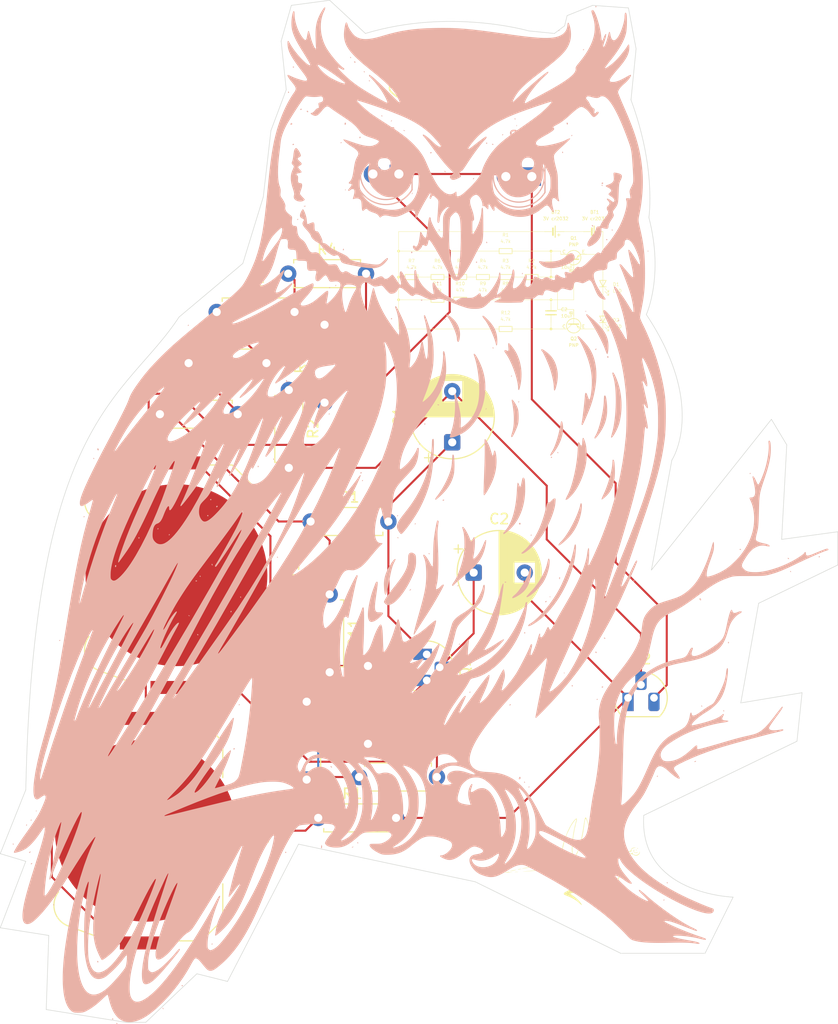
<source format=kicad_pcb>
(kicad_pcb (version 20241229) (generator "pcbnew") (generator_version "9.0")
  (layers (0 "F.Cu" signal) (2 "B.Cu" signal) (13 "F.Paste" user) (15 "B.Paste" user) (5 "F.SilkS" user "F.Silkscreen") (7 "B.SilkS" user "B.Silkscreen") (1 "F.Mask" user) (3 "B.Mask" user) (25 "Edge.Cuts" user))
  (net 0 "")
  (net 1 "Net-(BT1-+)")
  (net 2 "Net-(BT1--)")
  (net 3 "Net-(BT2--)")
  (net 4 "Net-(Q2-B)")
  (net 5 "Net-(Q1-C)")
  (net 6 "Net-(Q1-B)")
  (net 7 "Net-(Q2-C)")
  (net 8 "Net-(D1-K)")
  (net 9 "Net-(D2-K)")
  (net 10 "Net-(R2-Pad1)")
  (net 11 "Net-(R3-Pad1)")
  (net 12 "Net-(R5-Pad1)")
  (net 13 "Net-(R6-Pad1)")
  (net 14 "Net-(R8-Pad1)")
  (net 15 "Net-(R10-Pad2)")
  (net 16 "Net-(R10-Pad1)")
  (net 17 "Net-(R4-Pad1)")
  (footprint "Package_TO_SOT_THT:TO-92L_HandSolder" (layer "F.Cu") (at 167.75 104.75 -90)
    (property "Reference" "Q1")
    (property "Value" "PNP")
  )
  (footprint "Resistor_THT:R_Axial_DIN0207_L6.3mm_D2.5mm_P7.62mm_Horizontal" (layer "F.Cu") (at 157.13 120.75)
    (property "Reference" "R12")
    (property "Value" "4.7k")
  )
  (footprint "Resistor_THT:R_Axial_DIN0207_L6.3mm_D2.5mm_P7.62mm_Horizontal" (layer "F.Cu") (at 147.19 71.25)
    (property "Reference" "R5")
    (property "Value" "4.7k")
  )
  (footprint "Package_TO_SOT_THT:TO-92L_HandSolder" (layer "F.Cu") (at 187.46 109)
    (property "Reference" "Q2")
    (property "Value" "PNP")
  )
  (footprint "Resistor_THT:R_Axial_DIN0207_L6.3mm_D2.5mm_P7.62mm_Horizontal" (layer "F.Cu") (at 161.13 116.75)
    (property "Reference" "R8")
    (property "Value" "47k")
  )
  (footprint "Resistor_THT:R_Axial_DIN0207_L6.3mm_D2.5mm_P7.62mm_Horizontal" (layer "F.Cu") (at 162 105.88 -90)
    (property "Reference" "R10")
    (property "Value" "47k")
  )
  (footprint "Resistor_THT:R_Axial_DIN0207_L6.3mm_D2.5mm_P7.62mm_Horizontal" (layer "F.Cu") (at 154.25 78.88 -90)
    (property "Reference" "R2")
    (property "Value" "4.7k")
  )
  (footprint "Resistor_THT:R_Axial_DIN0207_L6.3mm_D2.5mm_P7.62mm_Horizontal" (layer "F.Cu") (at 158.25 98.88 -90)
    (property "Reference" "R11")
    (property "Value" "47k")
  )
  (footprint "Battery:BatteryHolder_Keystone_3034_1x20mm" (layer "F.Cu") (at 143.25 97 -90)
    (property "Reference" "BT1")
    (property "Value" "3V cr2032")
  )
  (footprint "Capacitor_THT:CP_Radial_D8.0mm_P5.00mm" (layer "F.Cu") (at 172.347349 96.75)
    (property "Reference" "C2")
    (property "Value" "10uF")
  )
  (footprint "Battery:BatteryHolder_Keystone_3034_1x20mm" (layer "F.Cu") (at 140.25 122 -90)
    (property "Reference" "BT2")
    (property "Value" "3V cr2032")
  )
  (footprint "Resistor_THT:R_Axial_DIN0207_L6.3mm_D2.5mm_P7.62mm_Horizontal" (layer "F.Cu") (at 154.19 67.5)
    (property "Reference" "R4")
    (property "Value" "4.7k")
  )
  (footprint "Capacitor_THT:CP_Radial_D8.0mm_P5.00mm" (layer "F.Cu") (at 170.25 84 90)
    (property "Reference" "C1")
    (property "Value" "10uF")
  )
  (footprint "Resistor_THT:R_Axial_DIN0207_L6.3mm_D2.5mm_P7.62mm_Horizontal" (layer "F.Cu") (at 156.38 91.75)
    (property "Reference" "R1")
    (property "Value" "4.7k")
  )
  (footprint "Resistor_THT:R_Axial_DIN0207_L6.3mm_D2.5mm_P7.62mm_Horizontal" (layer "F.Cu") (at 157.75 80.12 90)
    (property "Reference" "R3")
    (property "Value" "4.7k")
  )
  (footprint "Resistor_THT:R_Axial_DIN0207_L6.3mm_D2.5mm_P7.62mm_Horizontal" (layer "F.Cu") (at 141.63 81.25)
    (property "Reference" "R7")
    (property "Value" "4.7k")
  )
  (footprint "Resistor_THT:R_Axial_DIN0207_L6.3mm_D2.5mm_P7.62mm_Horizontal" (layer "F.Cu") (at 144.44 76.25)
    (property "Reference" "R6")
    (property "Value" "4.7k")
  )
  (footprint "Resistor_THT:R_Axial_DIN0207_L6.3mm_D2.5mm_P7.62mm_Horizontal" (layer "F.Cu") (at 156 109.38 -90)
    (property "Reference" "R9")
    (property "Value" "47k")
  )
  (footprint "LED_THT:LED_D5.0mm" (layer "B.Cu") (at 178.04 58 180)
    (property "Reference" "D2")
    (property "Value" "LED")
  )
  (footprint "LED_THT:LED_D5.0mm" (layer "B.Cu") (at 165.025 57.75 180)
    (property "Reference" "D1")
    (property "Value" "LED")
  )
  (gr_line (start 182.082003 64.183725) (end 182.051777 64.1535) (stroke (width 0.038099) (color 0 100 100 1)) (layer "F.SilkS"))
  (gr_line (start 174.205002 67.833748) (end 174.522503 67.833748) (stroke (width 0.038099) (color 0 150 0 1)) (layer "F.SilkS"))
  (gr_line (start 184.0014 61.5984) (end 183.986275 61.613525) (stroke (width 0.038099) (color 0 100 100 1)) (layer "F.SilkS"))
  (gr_line (start 177.886452 67.026099) (end 177.871351 67.010998) (stroke (width 0.038099) (color 0 100 100 1)) (layer "F.SilkS"))
  (gr_line (start 171.143377 66.3911) (end 171.113127 66.376) (stroke (width 0.038099) (color 0 100 100 1)) (layer "F.SilkS"))
  (gr_line (start 177.780626 66.3911) (end 177.780626 66.0736) (stroke (width 0.038099) (color 0 100 100 1)) (layer "F.SilkS"))
  (gr_line (start 175.331352 72.090998) (end 175.346453 72.075875) (stroke (width 0.038099) (color 0 100 100 1)) (layer "F.SilkS"))
  (gr_line (start 184.636398 61.96125) (end 184.666626 61.946125) (stroke (width 0.038099) (color 0 100 100 1)) (layer "F.SilkS"))
  (gr_line (start 179.465677 61.946125) (end 179.571503 62.263625) (stroke (width 0.038099) (color 0 100 100 1)) (layer "F.SilkS"))
  (gr_line (start 181.915676 74.3891) (end 181.915676 74.434474) (stroke (width 0.038099) (color 0 100 100 1)) (layer "F.SilkS"))
  (gr_line (start 181.595753 67.010998) (end 181.626001 67.026099) (stroke (width 0.038099) (color 0 100 100 1)) (layer "F.SilkS"))
  (gr_line (start 172.617502 70.056248) (end 172.300001 70.056248) (stroke (width 0.038099) (color 132 0 0 1)) (layer "F.SilkS"))
  (gr_line (start 183.73 63.38875) (end 183.095001 63.38875) (stroke (width 0.038099) (color 132 0 0 1)) (layer "F.SilkS"))
  (gr_line (start 183.956024 61.628624) (end 183.835075 61.628624) (stroke (width 0.038099) (color 0 100 100 1)) (layer "F.SilkS"))
  (gr_line (start 172.882052 66.6935) (end 172.806477 66.920275) (stroke (width 0.038099) (color 0 100 100 1)) (layer "F.SilkS"))
  (gr_line (start 180.176277 61.341375) (end 180.191402 61.3716) (stroke (width 0.038099) (color 0 100 100 1)) (layer "F.SilkS"))
  (gr_line (start 185.059727 62.097325) (end 185.074852 62.12755) (stroke (width 0.038099) (color 0 100 100 1)) (layer "F.SilkS"))
  (gr_line (start 171.218977 66.3911) (end 171.143377 66.3911) (stroke (width 0.038099) (color 0 100 100 1)) (layer "F.SilkS"))
  (gr_line (start 181.429453 66.769075) (end 181.444576 66.82955) (stroke (width 0.038099) (color 0 100 100 1)) (layer "F.SilkS"))
  (gr_line (start 175.346453 72.075875) (end 175.361578 72.090998) (stroke (width 0.038099) (color 0 100 100 1)) (layer "F.SilkS"))
  (gr_poly (pts (xy 173.887503 70.310248) (xy 172.617502 70.310248) (xy 172.617502 69.802249) (xy 173.887503 69.802249)) (stroke (width 0.063499) (color 132 0 0 1)) (fill no) (layer "F.SilkS"))
  (gr_line (start 183.026953 65.506875) (end 183.026953 65.189374) (stroke (width 0.038099) (color 0 100 100 1)) (layer "F.SilkS"))
  (gr_line (start 180.555002 63.38875) (end 181.190002 63.38875) (stroke (width 0.038099) (color 132 0 0 1)) (layer "F.SilkS"))
  (gr_poly (pts (xy 178.650003 68.087748) (xy 177.380003 68.087748) (xy 177.380003 67.579749) (xy 178.650003 67.579749)) (stroke (width 0.063499) (color 132 0 0 1)) (fill no) (layer "F.SilkS"))
  (gr_line (start 183.169849 62.097325) (end 183.184975 62.12755) (stroke (width 0.038099) (color 0 100 100 1)) (layer "F.SilkS"))
  (gr_line (start 181.142202 70.851224) (end 181.157303 70.866349) (stroke (width 0.038099) (color 0 100 100 1)) (layer "F.SilkS"))
  (gr_line (start 175.30391 50.325401) (end 175.399109 50.277802) (stroke (width 0.099999)) (layer "F.SilkS"))
  (gr_line (start 181.263151 66.82955) (end 181.278252 66.769075) (stroke (width 0.038099) (color 0 100 100 1)) (layer "F.SilkS"))
  (gr_line (start 182.051777 73.996024) (end 182.006428 73.95065) (stroke (width 0.038099) (color 0 100 100 1)) (layer "F.SilkS"))
  (gr_line (start 171.355053 68.613598) (end 171.324802 68.613598) (stroke (width 0.038099) (color 0 100 100 1)) (layer "F.SilkS"))
  (gr_line (start 180.826403 61.96125) (end 180.856627 61.946125) (stroke (width 0.038099) (color 0 100 100 1)) (layer "F.SilkS"))
  (gr_line (start 180.750803 61.40185) (end 180.735678 61.4472) (stroke (width 0.038099) (color 0 100 100 1)) (layer "F.SilkS"))
  (gr_line (start 186.7211 69.31285) (end 186.675751 69.327948) (stroke (width 0.038099) (color 0 100 100 1)) (layer "F.SilkS"))
  (gr_line (start 182.007902 71.243075) (end 182.023027 71.258198) (stroke (width 0.038099) (color 0 100 100 1)) (layer "F.SilkS"))
  (gr_line (start 184.409626 61.946125) (end 184.43985 61.96125) (stroke (width 0.038099) (color 0 100 100 1)) (layer "F.SilkS"))
  (gr_line (start 166.199453 66.10385) (end 166.214553 66.134075) (stroke (width 0.038099) (color 0 100 100 1)) (layer "F.SilkS"))
  (gr_line (start 181.444576 70.972174) (end 181.263151 71.153599) (stroke (width 0.038099) (color 0 100 100 1)) (layer "F.SilkS"))
  (gr_line (start 183.184975 61.946125) (end 183.079124 62.067075) (stroke (width 0.038099) (color 0 100 100 1)) (layer "F.SilkS"))
  (gr_line (start 170.810778 68.432173) (end 170.795652 68.447299) (stroke (width 0.038099) (color 0 100 100 1)) (layer "F.SilkS"))
  (gr_line (start 181.932303 67.100474) (end 181.977652 67.100474) (stroke (width 0.038099) (color 0 100 100 1)) (layer "F.SilkS"))
  (gr_line (start 182.308802 64.1686) (end 182.308802 63.8511) (stroke (width 0.038099) (color 0 100 100 1)) (layer "F.SilkS"))
  (gr_line (start 173.199553 68.613598) (end 173.093727 68.462424) (stroke (width 0.038099) (color 0 100 100 1)) (layer "F.SilkS"))
  (gr_line (start 177.901577 67.010998) (end 177.886452 67.026099) (stroke (width 0.038099) (color 0 100 100 1)) (layer "F.SilkS"))
  (gr_line (start 171.565811 48.230202) (end 171.565811 48.325401) (stroke (width 0.099999)) (layer "F.SilkS"))
  (gr_poly (pts (xy 181.329003 126.157006) (xy 181.344307 126.279) (xy 181.409706 126.462898) (xy 181.428406 126.502701) (xy 181.521004 126.656403) (xy 181.626106 126.786103) (xy 181.681107 126.838906) (xy 181.772003 126.907204) (xy 181.830704 126.911499) (xy 181.869507 126.855202) (xy 181.870102 126.853401) (xy 181.874802 126.734604) (xy 181.826103 126.580704) (xy 181.733902 126.413803) (xy 181.607506 126.255799) (xy 181.549507 126.198601) (xy 181.434906 126.113304) (xy 181.360306 126.100601)) (fill yes) (layer "F.SilkS"))
  (gr_line (start 181.720627 67.281899) (end 181.720627 67.176049) (stroke (width 0.038099) (color 0 100 100 1)) (layer "F.SilkS"))
  (gr_line (start 179.374977 62.20315) (end 179.359852 62.2334) (stroke (width 0.038099) (color 0 100 100 1)) (layer "F.SilkS"))
  (gr_line (start 171.264328 68.553124) (end 171.249228 68.49265) (stroke (width 0.038099) (color 0 100 100 1)) (layer "F.SilkS"))
  (gr_line (start 181.855202 74.49495) (end 181.734253 74.49495) (stroke (width 0.038099) (color 0 100 100 1)) (layer "F.SilkS"))
  (gr_curve (pts (xy 175.065811 49.944504) (xy 175.049912 49.912735) (xy 175.034012 49.880974) (xy 175.018112 49.849205)) (stroke (width 0.099999)) (layer "F.SilkS"))
  (gr_line (start 181.338728 71.471098) (end 181.368977 71.471098) (stroke (width 0.038099) (color 0 100 100 1)) (layer "F.SilkS"))
  (gr_line (start 172.30391 50.134903) (end 172.30391 49.849205) (stroke (width 0.099999)) (layer "F.SilkS"))
  (gr_poly (pts (xy 183.247406 128.051705) (xy 183.268707 128.072998) (xy 183.290001 128.051705) (xy 183.268707 128.030304)) (fill yes) (layer "F.SilkS"))
  (gr_line (start 181.444576 71.667649) (end 181.429453 71.728123) (stroke (width 0.038099) (color 0 100 100 1)) (layer "F.SilkS"))
  (gr_line (start 184.0014 61.3716) (end 184.0014 61.40185) (stroke (width 0.038099) (color 0 100 100 1)) (layer "F.SilkS"))
  (gr_poly (pts (xy 167.44101 47.029701) (xy 167.413101 47.042603) (xy 167.393311 47.0616) (xy 167.382309 47.085701) (xy 167.381211 47.114204) (xy 167.38321 47.123802) (xy 167.395111 47.1465) (xy 167.414505 47.1633) (xy 167.439102 47.172707) (xy 167.466599 47.173103) (xy 167.46991 47.1726) (xy 167.4805 47.172401) (xy 167.486512 47.177803) (xy 167.49141 47.191406) (xy 167.492707 47.196404) (xy 167.497299 47.2285) (xy 167.495407 47.259903) (xy 167.487 47.286301) (xy 167.4823 47.294403) (xy 167.468506 47.308205) (xy 167.448914 47.317001) (xy 167.421906 47.321404) (xy 167.385712 47.322105) (xy 167.367508 47.322006) (xy 167.332901 47.324905) (xy 167.307206 47.332604) (xy 167.289505 47.345802) (xy 167.278702 47.365204) (xy 167.273712 47.391403) (xy 167.272812 47.406105) (xy 167.273911 47.419304) (xy 167.279206 47.429504) (xy 167.290207 47.441406) (xy 167.29451 47.445305) (xy 167.319199 47.460205) (xy 167.3508 47.469803) (xy 167.386109 47.473305) (xy 167.399903 47.476204) (xy 167.420105 47.4841) (xy 167.443711 47.4954) (xy 167.467911 47.508705) (xy 167.489701 47.522507) (xy 167.506211 47.535301) (xy 167.508713 47.537506) (xy 167.522812 47.548904) (xy 167.534302 47.556801) (xy 167.537812 47.558403) (xy 167.557312 47.5625) (xy 167.579407 47.5616) (xy 167.598008 47.555702) (xy 167.600403 47.554405) (xy 167.61821 47.537201) (xy 167.629303 47.513702) (xy 167.632813 47.487106) (xy 167.627701 47.460503) (xy 167.625199 47.455299) (xy 167.615601 47.441101) (xy 167.602906 47.426102) (xy 167.583313 47.405304) (xy 167.602204 47.373802) (xy 167.605103 47.369003) (xy 167.620011 47.3414) (xy 167.629914 47.316101) (xy 167.635605 47.289902) (xy 167.637802 47.2593) (xy 167.637299 47.220902) (xy 167.635804 47.194901) (xy 167.630402 47.153206) (xy 167.620804 47.118904) (xy 167.606507 47.090103) (xy 167.586609 47.0644) (xy 167.572708 47.050903) (xy 167.5457 47.0336) (xy 167.514313 47.024902) (xy 167.476303 47.023705) (xy 167.475907 47.023705)) (fill yes) (layer "F.SilkS"))
  (gr_line (start 173.139076 66.0736) (end 173.169327 66.088725) (stroke (width 0.038099) (color 0 100 100 1)) (layer "F.SilkS"))
  (gr_line (start 183.850201 62.067075) (end 183.880451 62.051975) (stroke (width 0.038099) (color 0 100 100 1)) (layer "F.SilkS"))
  (gr_line (start 180.962477 62.067075) (end 180.962477 62.142675) (stroke (width 0.038099) (color 0 100 100 1)) (layer "F.SilkS"))
  (gr_line (start 185.059727 62.097325) (end 185.074852 62.12755) (stroke (width 0.038099) (color 0 100 100 1)) (layer "F.SilkS"))
  (gr_line (start 164.997503 65.29375) (end 164.997503 63.38875) (stroke (width 0.038099) (color 0 150 0 1)) (layer "F.SilkS"))
  (gr_line (start 180.991001 66.7842) (end 180.960777 66.799325) (stroke (width 0.038099) (color 0 100 100 1)) (layer "F.SilkS"))
  (gr_line (start 181.278276 70.866349) (end 181.293377 70.851224) (stroke (width 0.038099) (color 0 100 100 1)) (layer "F.SilkS"))
  (gr_curve (pts (xy 173.80391 48.230202) (xy 173.819779 48.246071) (xy 173.835633 48.261932) (xy 173.851502 48.277802)) (stroke (width 0.099999)) (layer "F.SilkS"))
  (gr_line (start 168.754553 66.134075) (end 168.754553 66.17945) (stroke (width 0.038099) (color 0 100 100 1)) (layer "F.SilkS"))
  (gr_line (start 181.580627 71.576949) (end 181.580627 71.743249) (stroke (width 0.038099) (color 0 100 100 1)) (layer "F.SilkS"))
  (gr_line (start 179.374977 61.946125) (end 179.269127 62.067075) (stroke (width 0.038099) (color 0 100 100 1)) (layer "F.SilkS"))
  (gr_line (start 170.901451 66.995875) (end 170.916576 67.010998) (stroke (width 0.038099) (color 0 100 100 1)) (layer "F.SilkS"))
  (gr_line (start 180.644978 62.0822) (end 180.463553 62.263625) (stroke (width 0.038099) (color 0 100 100 1)) (layer "F.SilkS"))
  (gr_curve (pts (xy 184.606152 62.20315) (xy 184.601116 62.182992) (xy 184.596085 62.162834) (xy 184.591049 62.142675)) (stroke (width 0.038099) (color 0 100 100 1)) (layer "F.SilkS"))
  (gr_line (start 170.977053 66.17945) (end 170.961952 66.209675) (stroke (width 0.038099) (color 0 100 100 1)) (layer "F.SilkS"))
  (gr_line (start 169.5896 49.658806) (end 169.684799 49.706406) (stroke (width 0.099999)) (layer "F.SilkS"))
  (gr_line (start 181.626001 71.7886) (end 181.671352 71.7886) (stroke (width 0.038099) (color 0 100 100 1)) (layer "F.SilkS"))
  (gr_line (start 182.308802 64.1686) (end 182.308802 63.8511) (stroke (width 0.038099) (color 0 100 100 1)) (layer "F.SilkS"))
  (gr_line (start 180.750803 61.40185) (end 180.735678 61.4472) (stroke (width 0.038099) (color 0 100 100 1)) (layer "F.SilkS"))
  (gr_line (start 171.30391 49.658806) (end 170.922913 50.039703) (stroke (width 0.099999)) (layer "F.SilkS"))
  (gr_line (start 181.308502 71.486224) (end 181.338728 71.471098) (stroke (width 0.038099) (color 0 100 100 1)) (layer "F.SilkS"))
  (gr_line (start 170.825876 68.356574) (end 170.825876 68.401949) (stroke (width 0.038099) (color 0 100 100 1)) (layer "F.SilkS"))
  (gr_line (start 185.571499 73.104249) (end 185.571499 72.913748) (stroke (width 0.038099) (color 132 0 0 1)) (layer "F.SilkS"))
  (gr_line (start 181.580627 66.81445) (end 181.580627 66.98075) (stroke (width 0.038099) (color 0 100 100 1)) (layer "F.SilkS"))
  (gr_line (start 175.422052 68.356574) (end 175.422052 68.401949) (stroke (width 0.038099) (color 0 100 100 1)) (layer "F.SilkS"))
  (gr_poly (pts (xy 186.744202 127.501) (xy 186.687004 127.604202) (xy 186.680504 127.617104) (xy 186.579605 127.763802) (xy 186.441803 127.866104) (xy 186.252007 127.931999) (xy 185.994705 127.969803) (xy 185.957405 127.973206) (xy 185.752007 127.998703) (xy 185.614807 128.035904) (xy 185.530701 128.0942) (xy 185.4851 128.183205) (xy 185.462906 128.312599) (xy 185.452507 128.388703) (xy 185.422302 128.516701) (xy 185.386307 128.596001) (xy 185.362801 128.620903) (xy 185.227707 128.709801) (xy 185.052101 128.773201) (xy 184.871102 128.797501) (xy 184.801201 128.793801) (xy 184.716301 128.771698) (xy 184.695603 128.736901) (xy 184.749703 128.6978) (xy 184.777504 128.683304) (xy 184.752205 128.673004) (xy 184.736801 128.673805) (xy 184.675102 128.712204) (xy 184.666405 128.723702) (xy 184.606102 128.754799) (xy 184.590202 128.749504) (xy 184.593903 128.705605) (xy 184.604103 128.682999) (xy 184.578102 128.685005) (xy 184.558304 128.692703) (xy 184.505203 128.670502) (xy 184.471504 128.635201) (xy 184.390602 128.580399) (xy 184.388207 128.579102) (xy 184.329003 128.554703) (xy 184.331505 128.580101) (xy 184.339203 128.600601) (xy 184.311104 128.626999) (xy 184.293503 128.631905) (xy 184.222 128.681) (xy 184.133202 128.765503) (xy 184.107102 128.792) (xy 183.986801 128.889603) (xy 183.871102 128.954003) (xy 183.737503 129.004105) (xy 183.858002 129.007302) (xy 183.905502 129.003403) (xy 184.015701 128.954102) (xy 184.1474 128.840103) (xy 184.219406 128.769005) (xy 184.2966 128.697304) (xy 184.333504 128.669602) (xy 184.355904 128.677902) (xy 184.436302 128.716599) (xy 184.5513 128.7762) (xy 184.574402 128.788101) (xy 184.814606 128.867005) (xy 185.045303 128.863701) (xy 185.258202 128.779602) (xy 185.444603 128.616303) (xy 185.552704 128.487999) (xy 185.6679 128.587799) (xy 185.800003 128.708504) (xy 186.013603 128.921906) (xy 186.237007 129.161904) (xy 186.447106 129.403504) (xy 186.620606 129.621399) (xy 186.778206 129.841706) (xy 186.975403 130.155899) (xy 187.149506 130.4898) (xy 187.318306 130.875801) (xy 187.366707 130.991204) (xy 187.429505 131.130699) (xy 187.476502 131.222199) (xy 187.5 131.25) (xy 187.508202 131.197304) (xy 187.492706 131.080902) (xy 187.456604 130.920799) (xy 187.404907 130.735703) (xy 187.342201 130.544304) (xy 187.273506 130.365303) (xy 187.217903 130.239304) (xy 187.046906 129.893601) (xy 186.835205 129.5103) (xy 186.594002 129.108399) (xy 186.334206 128.706505) (xy 186.067101 128.323502) (xy 186.061806 128.3162) (xy 185.9804 128.195) (xy 185.929405 128.102104) (xy 185.919701 128.057205) (xy 185.923905 128.054001) (xy 185.9907 128.036904) (xy 186.099205 128.029404) (xy 186.111107 128.029206) (xy 186.3069 127.994499) (xy 186.490006 127.909905) (xy 186.642403 127.789505) (xy 186.746002 127.6474) (xy 186.782707 127.497605) (xy 186.776306 127.474098)) (fill yes) (layer "F.SilkS"))
  (gr_line (start 169.30391 50.277802) (end 169.399109 50.325401) (stroke (width 0.099999)) (layer "F.SilkS"))
  (gr_line (start 181.701576 71.773499) (end 181.716702 71.758374) (stroke (width 0.038099) (color 0 100 100 1)) (layer "F.SilkS"))
  (gr_line (start 186.312901 72.820448) (end 186.312901 72.502949) (stroke (width 0.038099) (color 0 100 100 1)) (layer "F.SilkS"))
  (gr_line (start 169.041826 66.360875) (end 169.056952 66.330625) (stroke (width 0.038099) (color 0 100 100 1)) (layer "F.SilkS"))
  (gr_line (start 173.350752 68.311225) (end 173.335627 68.32635) (stroke (width 0.038099) (color 0 100 100 1)) (layer "F.SilkS"))
  (gr_line (start 170.735151 68.915999) (end 170.659576 69.142773) (stroke (width 0.038099) (color 0 100 100 1)) (layer "F.SilkS"))
  (gr_line (start 168.437077 69.142773) (end 168.633602 69.142773) (stroke (width 0.038099) (color 0 100 100 1)) (layer "F.SilkS"))
  (gr_line (start 181.734253 74.646124) (end 181.734253 74.328623) (stroke (width 0.038099) (color 0 100 100 1)) (layer "F.SilkS"))
  (gr_line (start 172.494309 49.658806) (end 172.637207 49.658806) (stroke (width 0.099999)) (layer "F.SilkS"))
  (gr_line (start 184.4701 62.0066) (end 184.4701 62.03685) (stroke (width 0.038099) (color 0 100 100 1)) (layer "F.SilkS"))
  (gr_line (start 166.138953 67.026099) (end 166.123853 67.010998) (stroke (width 0.038099) (color 0 100 100 1)) (layer "F.SilkS"))
  (gr_line (start 168.573128 66.0736) (end 168.694077 66.0736) (stroke (width 0.038099) (color 0 100 100 1)) (layer "F.SilkS"))
  (gr_line (start 168.754553 66.17945) (end 168.739452 66.209675) (stroke (width 0.038099) (color 0 100 100 1)) (layer "F.SilkS"))
  (gr_line (start 181.414328 71.501349) (end 181.429453 71.531575) (stroke (width 0.038099) (color 0 100 100 1)) (layer "F.SilkS"))
  (gr_line (start 169.162777 66.90515) (end 169.253477 67.026099) (stroke (width 0.038099) (color 0 100 100 1)) (layer "F.SilkS"))
  (gr_poly (pts (xy 184.739006 127.9664) (xy 184.7603 127.987702) (xy 184.781601 127.9664) (xy 184.7603 127.945099)) (fill yes) (layer "F.SilkS"))
  (gr_line (start 180.886877 61.946125) (end 180.917103 61.96125) (stroke (width 0.038099) (color 0 100 100 1)) (layer "F.SilkS"))
  (gr_line (start 173.887503 67.833748) (end 174.205002 67.833748) (stroke (width 0.038099) (color 132 0 0 1)) (layer "F.SilkS"))
  (gr_line (start 182.007902 71.243075) (end 182.023027 71.258198) (stroke (width 0.038099) (color 0 100 100 1)) (layer "F.SilkS"))
  (gr_line (start 173.542008 49.658806) (end 173.637207 49.706406) (stroke (width 0.099999)) (layer "F.SilkS"))
  (gr_line (start 166.199453 66.209675) (end 166.184328 66.2248) (stroke (width 0.038099) (color 0 100 100 1)) (layer "F.SilkS"))
  (gr_line (start 181.734253 74.646124) (end 181.734253 74.328623) (stroke (width 0.038099) (color 0 100 100 1)) (layer "F.SilkS"))
  (gr_line (start 172.351502 49.754006) (end 172.399109 49.706406) (stroke (width 0.099999)) (layer "F.SilkS"))
  (gr_line (start 181.429453 71.728123) (end 181.414328 71.758374) (stroke (width 0.038099) (color 0 100 100 1)) (layer "F.SilkS"))
  (gr_line (start 175.422077 71.229199) (end 175.391851 71.244324) (stroke (width 0.038099) (color 0 100 100 1)) (layer "F.SilkS"))
  (gr_line (start 181.735752 71.273324) (end 181.750877 71.258198) (stroke (width 0.038099) (color 0 100 100 1)) (layer "F.SilkS"))
  (gr_line (start 180.975878 71.078) (end 180.960777 71.017523) (stroke (width 0.038099) (color 0 100 100 1)) (layer "F.SilkS"))
  (gr_line (start 173.169327 68.931099) (end 173.380978 68.931099) (stroke (width 0.038099) (color 0 100 100 1)) (layer "F.SilkS"))
  (gr_line (start 178.067902 66.3911) (end 178.264452 66.3911) (stroke (width 0.038099) (color 0 100 100 1)) (layer "F.SilkS"))
  (gr_line (start 180.960777 70.972174) (end 180.975878 70.9117) (stroke (width 0.038099) (color 0 100 100 1)) (layer "F.SilkS"))
  (gr_line (start 181.567226 62.03685) (end 181.552101 62.0822) (stroke (width 0.038099) (color 0 100 100 1)) (layer "F.SilkS"))
  (gr_line (start 185.571499 73.104249) (end 185.381001 73.104249) (stroke (width 0.038099) (color 132 0 0 1)) (layer "F.SilkS"))
  (gr_poly (pts (xy 166.792603 47.073204) (xy 166.770813 47.087502) (xy 166.754303 47.110504) (xy 166.750504 47.118904) (xy 166.745713 47.132301) (xy 166.745011 47.139504) (xy 166.746201 47.144104) (xy 166.748505 47.158203) (xy 166.751206 47.178902) (xy 166.754105 47.203903) (xy 166.755799 47.217804) (xy 166.76091 47.250801) (xy 166.767212 47.283203) (xy 166.773804 47.3097) (xy 166.78711 47.3554) (xy 166.75531 47.3769) (xy 166.738602 47.387405) (xy 166.71901 47.398201) (xy 166.703812 47.4049) (xy 166.676209 47.416702) (xy 166.651001 47.436005) (xy 166.635712 47.460205) (xy 166.6306 47.489105) (xy 166.631501 47.498306) (xy 166.640702 47.520104) (xy 166.657608 47.538506) (xy 166.679901 47.550705) (xy 166.681412 47.551201) (xy 166.694809 47.554901) (xy 166.706604 47.555405) (xy 166.720902 47.552704) (xy 166.741806 47.546303) (xy 166.761307 47.539101) (xy 166.787705 47.526901) (xy 166.809906 47.514504) (xy 166.824601 47.505302) (xy 166.836502 47.498604) (xy 166.841599 47.496803) (xy 166.844101 47.501106) (xy 166.850403 47.513001) (xy 166.858811 47.529602) (xy 166.864701 47.541) (xy 166.882904 47.571106) (xy 166.900803 47.591904) (xy 166.919403 47.604904) (xy 166.922806 47.606506) (xy 166.950699 47.613602) (xy 166.9767 47.610306) (xy 166.999207 47.597) (xy 167.016403 47.574402) (xy 167.024002 47.550201) (xy 167.021408 47.524101) (xy 167.008103 47.496101) (xy 166.99791 47.478905) (xy 166.985306 47.455101) (xy 166.973908 47.431503) (xy 166.956406 47.392799) (xy 166.983506 47.365006) (xy 166.986405 47.362106) (xy 167.004013 47.3452) (xy 167.025406 47.326004) (xy 167.048004 47.306603) (xy 167.069611 47.288902) (xy 167.087708 47.275002) (xy 167.0999 47.266701) (xy 167.112213 47.264099) (xy 167.130905 47.268402) (xy 167.142609 47.272003) (xy 167.172913 47.276199) (xy 167.199906 47.272804) (xy 167.221009 47.261902) (xy 167.233307 47.248703) (xy 167.244706 47.225906) (xy 167.248505 47.201401) (xy 167.244202 47.178101) (xy 167.231613 47.159203) (xy 167.230103 47.157806) (xy 167.211899 47.145706) (xy 167.186905 47.133606) (xy 167.159104 47.1231) (xy 167.132508 47.1157) (xy 167.110901 47.1129) (xy 167.0943 47.114304) (xy 167.058899 47.124703) (xy 167.019608 47.145302) (xy 166.976807 47.175903) (xy 166.930603 47.216202) (xy 166.928711 47.218102) (xy 166.917908 47.227905) (xy 166.910508 47.232407) (xy 166.905609 47.2304) (xy 166.9021 47.220703) (xy 166.899201 47.202103) (xy 166.895813 47.173599) (xy 166.894409 47.162399) (xy 166.888611 47.130806) (xy 166.8806 47.107704) (xy 166.8694 47.091103) (xy 166.854203 47.078903) (xy 166.843201 47.073402) (xy 166.817414 47.068199)) (fill yes) (layer "F.SilkS"))
  (gr_line (start 175.240627 66.0736) (end 175.361578 66.0736) (stroke (width 0.038099) (color 0 100 100 1)) (layer "F.SilkS"))
  (gr_line (start 173.501951 68.356574) (end 173.486828 68.32635) (stroke (width 0.038099) (color 0 100 100 1)) (layer "F.SilkS"))
  (gr_line (start 170.765402 68.296099) (end 170.795652 68.311225) (stroke (width 0.038099) (color 0 100 100 1)) (layer "F.SilkS"))
  (gr_line (start 181.885452 64.501225) (end 181.900578 64.51635) (stroke (width 0.038099) (color 0 100 100 1)) (layer "F.SilkS"))
  (gr_line (start 185.571499 72.913748) (end 185.571499 73.104249) (stroke (width 0.038099) (color 132 0 0 1)) (layer "F.SilkS"))
  (gr_line (start 175.724453 68.553124) (end 175.724453 68.49265) (stroke (width 0.038099) (color 0 100 100 1)) (layer "F.SilkS"))
  (gr_line (start 181.368977 66.7086) (end 181.399202 66.723725) (stroke (width 0.038099) (color 0 100 100 1)) (layer "F.SilkS"))
  (gr_line (start 184.1745 63.38875) (end 184.365002 63.38875) (stroke (width 0.038099) (color 132 0 0 1)) (layer "F.SilkS"))
  (gr_line (start 168.936003 66.19455) (end 168.905752 66.209675) (stroke (width 0.038099) (color 0 100 100 1)) (layer "F.SilkS"))
  (gr_line (start 176.427502 72.913748) (end 179.920002 72.913748) (stroke (width 0.038099) (color 0 150 0 1)) (layer "F.SilkS"))
  (gr_line (start 180.991001 66.34575) (end 180.975878 66.3155) (stroke (width 0.038099) (color 0 100 100 1)) (layer "F.SilkS"))
  (gr_line (start 182.550701 74.358874) (end 182.565802 74.3891) (stroke (width 0.038099) (color 0 100 100 1)) (layer "F.SilkS"))
  (gr_line (start 181.091726 65.3708) (end 181.091726 65.32545) (stroke (width 0.038099) (color 0 100 100 1)) (layer "F.SilkS"))
  (gr_line (start 181.021252 71.516474) (end 180.991001 71.546698) (stroke (width 0.038099) (color 0 100 100 1)) (layer "F.SilkS"))
  (gr_line (start 182.399527 64.1686) (end 182.218102 64.1686) (stroke (width 0.038099) (color 0 100 100 1)) (layer "F.SilkS"))
  (gr_line (start 182.023027 67.1307) (end 182.038128 67.160948) (stroke (width 0.038099) (color 0 100 100 1)) (layer "F.SilkS"))
  (gr_line (start 178.650002 67.833748) (end 178.967503 67.833748) (stroke (width 0.038099) (color 132 0 0 1)) (layer "F.SilkS"))
  (gr_line (start 186.131474 72.185448) (end 186.055874 72.185448) (stroke (width 0.038099) (color 0 100 100 1)) (layer "F.SilkS"))
  (gr_line (start 181.152203 72.506999) (end 181.197552 72.491873) (stroke (width 0.038099) (color 0 100 100 1)) (layer "F.SilkS"))
  (gr_line (start 174.205002 70.056248) (end 174.522503 70.056248) (stroke (width 0.038099) (color 0 150 0 1)) (layer "F.SilkS"))
  (gr_line (start 175.422052 68.401949) (end 175.406952 68.432173) (stroke (width 0.038099) (color 0 100 100 1)) (layer "F.SilkS"))
  (gr_line (start 183.986275 61.613525) (end 183.956024 61.628624) (stroke (width 0.038099) (color 0 100 100 1)) (layer "F.SilkS"))
  (gr_line (start 181.855202 64.4861) (end 181.885452 64.501225) (stroke (width 0.038099) (color 0 100 100 1)) (layer "F.SilkS"))
  (gr_line (start 173.350752 68.477524) (end 173.381002 68.49265) (stroke (width 0.038099) (color 0 100 100 1)) (layer "F.SilkS"))
  (gr_poly (pts (xy 183.204804 126.730499) (xy 183.226105 126.751801) (xy 183.247406 126.730499) (xy 183.226105 126.709198)) (fill yes) (layer "F.SilkS"))
  (gr_line (start 181.720627 71.4094) (end 181.720627 71.303549) (stroke (width 0.038099) (color 0 100 100 1)) (layer "F.SilkS"))
  (gr_line (start 181.308502 66.723725) (end 181.338728 66.7086) (stroke (width 0.038099) (color 0 100 100 1)) (layer "F.SilkS"))
  (gr_line (start 175.422052 63.594075) (end 175.422052 63.63945) (stroke (width 0.038099) (color 0 100 100 1)) (layer "F.SilkS"))
  (gr_line (start 173.532177 69.12765) (end 173.622877 69.248599) (stroke (width 0.038099) (color 0 100 100 1)) (layer "F.SilkS"))
  (gr_line (start 181.580627 71.576949) (end 181.580627 71.743249) (stroke (width 0.038099) (color 0 100 100 1)) (layer "F.SilkS"))
  (gr_line (start 182.399527 73.784348) (end 182.384401 73.829699) (stroke (width 0.038099) (color 0 100 100 1)) (layer "F.SilkS"))
  (gr_line (start 181.308502 66.1492) (end 181.278276 66.164325) (stroke (width 0.038099) (color 0 100 100 1)) (layer "F.SilkS"))
  (gr_line (start 175.406952 68.432173) (end 175.391827 68.447299) (stroke (width 0.038099) (color 0 100 100 1)) (layer "F.SilkS"))
  (gr_line (start 170.916576 66.0736) (end 170.946827 66.088725) (stroke (width 0.038099) (color 0 100 100 1)) (layer "F.SilkS"))
  (gr_line (start 181.197552 72.809374) (end 181.152203 72.794274) (stroke (width 0.038099) (color 0 100 100 1)) (layer "F.SilkS"))
  (gr_line (start 170.946701 47.658806) (end 171.042008 47.706406) (stroke (width 0.099999)) (layer "F.SilkS"))
  (gr_line (start 175.422052 63.63945) (end 175.406952 63.669675) (stroke (width 0.038099) (color 0 100 100 1)) (layer "F.SilkS"))
  (gr_line (start 180.130926 62.051975) (end 180.161152 62.067075) (stroke (width 0.038099) (color 0 100 100 1)) (layer "F.SilkS"))
  (gr_line (start 181.983751 72.437499) (end 181.507502 72.913748) (stroke (width 0.038099) (color 132 0 0 1)) (layer "F.SilkS"))
  (gr_line (start 181.871826 67.176049) (end 181.886951 67.1307) (stroke (width 0.038099) (color 0 100 100 1)) (layer "F.SilkS"))
  (gr_line (start 175.694202 66.376) (end 175.663977 66.3911) (stroke (width 0.038099) (color 0 100 100 1)) (layer "F.SilkS"))
  (gr_line (start 181.811352 71.243075) (end 181.841578 71.258198) (stroke (width 0.038099) (color 0 100 100 1)) (layer "F.SilkS"))
  (gr_poly (pts (xy 185 72.278748) (xy 184.682499 71.64375) (xy 185.317501 71.64375)) (stroke (width 0.063499) (color 132 0 0 1)) (fill no) (layer "F.SilkS"))
  (gr_line (start 180.191402 61.49255) (end 180.206503 61.5228) (stroke (width 0.038099) (color 0 100 100 1)) (layer "F.SilkS"))
  (gr_poly (pts (xy 185 68.78625) (xy 184.682499 68.151249) (xy 185.317501 68.151249)) (stroke (width 0.063499) (color 132 0 0 1)) (fill no) (layer "F.SilkS"))
  (gr_line (start 184.197948 61.628624) (end 184.197948 61.311125) (stroke (width 0.038099) (color 0 100 100 1)) (layer "F.SilkS"))
  (gr_line (start 183.1245 62.263625) (end 183.033775 62.263625) (stroke (width 0.038099) (color 0 100 100 1)) (layer "F.SilkS"))
  (gr_line (start 170.961952 66.209675) (end 170.946827 66.2248) (stroke (width 0.038099) (color 0 100 100 1)) (layer "F.SilkS"))
  (gr_line (start 181.855202 64.652425) (end 181.734253 64.652425) (stroke (width 0.038099) (color 0 100 100 1)) (layer "F.SilkS"))
  (gr_line (start 182.399527 73.754099) (end 182.399527 73.784348) (stroke (width 0.038099) (color 0 100 100 1)) (layer "F.SilkS"))
  (gr_line (start 175.709328 68.401949) (end 175.694202 68.41705) (stroke (width 0.038099) (color 0 100 100 1)) (layer "F.SilkS"))
  (gr_line (start 175.724453 66.0736) (end 175.618603 66.19455) (stroke (width 0.038099) (color 0 100 100 1)) (layer "F.SilkS"))
  (gr_line (start 182.565802 64.546575) (end 182.565802 64.59195) (stroke (width 0.038099) (color 0 100 100 1)) (layer "F.SilkS"))
  (gr_line (start 186.766476 69.252348) (end 186.75135 69.282599) (stroke (width 0.038099) (color 0 100 100 1)) (layer "F.SilkS"))
  (gr_line (start 182.007902 67.115574) (end 182.023027 67.1307) (stroke (width 0.038099) (color 0 100 100 1)) (layer "F.SilkS"))
  (gr_line (start 185.571499 69.42125) (end 185.571499 69.611748) (stroke (width 0.038099) (color 132 0 0 1)) (layer "F.SilkS"))
  (gr_line (start 168.724327 66.2248) (end 168.694077 66.239925) (stroke (width 0.038099) (color 0 100 100 1)) (layer "F.SilkS"))
  (gr_line (start 182.112251 74.041375) (end 182.082003 74.026249) (stroke (width 0.038099) (color 0 100 100 1)) (layer "F.SilkS"))
  (gr_line (start 182.006428 64.108125) (end 181.976177 64.093) (stroke (width 0.038099) (color 0 100 100 1)) (layer "F.SilkS"))
  (gr_curve (pts (xy 184.621277 62.2334) (xy 184.616234 62.223317) (xy 184.611195 62.213234) (xy 184.606152 62.20315)) (stroke (width 0.038099) (color 0 100 100 1)) (layer "F.SilkS"))
  (gr_curve (pts (xy 184.621277 62.2334) (xy 184.616234 62.223317) (xy 184.611195 62.213234) (xy 184.606152 62.20315)) (stroke (width 0.038099) (color 0 100 100 1)) (layer "F.SilkS"))
  (gr_line (start 175.240627 66.3911) (end 175.240627 66.0736) (stroke (width 0.038099) (color 0 100 100 1)) (layer "F.SilkS"))
  (gr_line (start 181.811352 67.115574) (end 181.841578 67.1307) (stroke (width 0.038099) (color 0 100 100 1)) (layer "F.SilkS"))
  (gr_line (start 179.920002 65.29375) (end 176.427502 65.29375) (stroke (width 0.038099) (color 0 150 0 1)) (layer "F.SilkS"))
  (gr_line (start 175.028976 64.380275) (end 175.225502 64.380275) (stroke (width 0.038099) (color 0 100 100 1)) (layer "F.SilkS"))
  (gr_line (start 185.190498 69.23075) (end 185.571499 69.611748) (stroke (width 0.038099) (color 132 0 0 1)) (layer "F.SilkS"))
  (gr_line (start 180.025078 61.628624) (end 180.025078 61.311125) (stroke (width 0.038099) (color 0 100 100 1)) (layer "F.SilkS"))
  (gr_line (start 175.391827 68.931099) (end 175.603478 68.931099) (stroke (width 0.038099) (color 0 100 100 1)) (layer "F.SilkS"))
  (gr_line (start 185.24115 61.946125) (end 185.31675 61.946125) (stroke (width 0.038099) (color 0 100 100 1)) (layer "F.SilkS"))
  (gr_poly (pts (xy 166.373413 47.137306) (xy 166.353806 47.152405) (xy 166.340714 47.174202) (xy 166.335907 47.201202) (xy 166.337113 47.216705) (xy 166.343109 47.234001) (xy 166.3555 47.249207) (xy 166.375901 47.264099) (xy 166.405503 47.280205) (xy 166.405701 47.280304) (xy 166.438706 47.295105) (xy 166.464905 47.303001) (xy 166.4861 47.304001) (xy 166.50441 47.298203) (xy 166.521607 47.285706) (xy 166.534409 47.272202) (xy 166.541413 47.258102) (xy 166.544709 47.238304) (xy 166.545807 47.223801) (xy 166.544312 47.211502) (xy 166.538208 47.200806) (xy 166.525711 47.187004) (xy 166.521805 47.183205) (xy 166.499207 47.166504) (xy 166.470612 47.150902) (xy 166.440308 47.138504) (xy 166.412308 47.131302) (xy 166.397614 47.130699)) (fill yes) (layer "F.SilkS"))
  (gr_line (start 180.796152 62.20315) (end 180.781052 62.142675) (stroke (width 0.038099) (color 0 100 100 1)) (layer "F.SilkS"))
  (gr_line (start 181.871826 71.303549) (end 181.871826 71.4094) (stroke (width 0.038099) (color 0 100 100 1)) (layer "F.SilkS"))
  (gr_line (start 181.902052 71.243075) (end 181.932303 71.227974) (stroke (width 0.038099) (color 0 100 100 1)) (layer "F.SilkS"))
  (gr_line (start 182.505327 74.328623) (end 182.535578 74.343749) (stroke (width 0.038099) (color 0 100 100 1)) (layer "F.SilkS"))
  (gr_line (start 175.180153 64.27445) (end 175.180153 64.4861) (stroke (width 0.038099) (color 0 100 100 1)) (layer "F.SilkS"))
  (gr_line (start 181.021252 71.138499) (end 180.991001 71.108248) (stroke (width 0.038099) (color 0 100 100 1)) (layer "F.SilkS"))
  (gr_line (start 180.629852 61.96125) (end 180.644978 61.976375) (stroke (width 0.038099) (color 0 100 100 1)) (layer "F.SilkS"))
  (gr_line (start 181.051477 71.7886) (end 181.051477 71.471098) (stroke (width 0.038099) (color 0 100 100 1)) (layer "F.SilkS"))
  (gr_line (start 182.384377 64.4861) (end 182.505327 64.4861) (stroke (width 0.038099) (color 0 100 100 1)) (layer "F.SilkS"))
  (gr_line (start 181.977652 71.227974) (end 182.007902 71.243075) (stroke (width 0.038099) (color 0 100 100 1)) (layer "F.SilkS"))
  (gr_line (start 177.962051 66.3911) (end 177.856228 66.239925) (stroke (width 0.038099) (color 0 100 100 1)) (layer "F.SilkS"))
  (gr_line (start 179.412003 71.135748) (end 180.428001 71.135748) (stroke (width 0.126999) (color 132 0 0 1)) (layer "F.SilkS"))
  (gr_line (start 180.206503 61.5228) (end 180.206503 61.56815) (stroke (width 0.038099) (color 0 100 100 1)) (layer "F.SilkS"))
  (gr_line (start 181.106827 65.264975) (end 181.121952 65.23475) (stroke (width 0.038099) (color 0 100 100 1)) (layer "F.SilkS"))
  (gr_line (start 181.900578 64.622175) (end 181.885452 64.6373) (stroke (width 0.038099) (color 0 100 100 1)) (layer "F.SilkS"))
  (gr_line (start 171.430653 68.49265) (end 171.415527 68.553124) (stroke (width 0.038099) (color 0 100 100 1)) (layer "F.SilkS"))
  (gr_line (start 175.875652 71.214074) (end 175.875652 71.244324) (stroke (width 0.038099) (color 0 100 100 1)) (layer "F.SilkS"))
  (gr_line (start 183.154724 62.0822) (end 183.169849 62.097325) (stroke (width 0.038099) (color 0 100 100 1)) (layer "F.SilkS"))
  (gr_line (start 168.827713 50.277802) (end 168.922913 50.325401) (stroke (width 0.099999)) (layer "F.SilkS"))
  (gr_line (start 185.571499 69.294249) (end 185.381001 69.294249) (stroke (width 0.038099) (color 132 0 0 1)) (layer "F.SilkS"))
  (gr_line (start 180.130926 61.311125) (end 180.161152 61.32625) (stroke (width 0.038099) (color 0 100 100 1)) (layer "F.SilkS"))
  (gr_line (start 172.827713 50.134903) (end 172.780106 50.230202) (stroke (width 0.099999)) (layer "F.SilkS"))
  (gr_line (start 181.106827 72.567475) (end 181.121952 72.537249) (stroke (width 0.038099) (color 0 100 100 1)) (layer "F.SilkS"))
  (gr_line (start 181.368977 66.7086) (end 181.399202 66.723725) (stroke (width 0.038099) (color 0 100 100 1)) (layer "F.SilkS"))
  (gr_line (start 184.409626 61.946125) (end 184.43985 61.96125) (stroke (width 0.038099) (color 0 100 100 1)) (layer "F.SilkS"))
  (gr_line (start 183.003552 62.248525) (end 182.988426 62.2334) (stroke (width 0.038099) (color 0 100 100 1)) (layer "F.SilkS"))
  (gr_line (start 184.470074 61.628624) (end 184.470074 61.311125) (stroke (width 0.038099) (color 0 100 100 1)) (layer "F.SilkS"))
  (gr_line (start 170.795652 68.447299) (end 170.765402 68.462424) (stroke (width 0.038099) (color 0 100 100 1)) (layer "F.SilkS"))
  (gr_line (start 175.482552 71.153599) (end 175.452328 71.198973) (stroke (width 0.038099) (color 0 100 100 1)) (layer "F.SilkS"))
  (gr_line (start 186.237301 72.049374) (end 186.222199 72.109849) (stroke (width 0.038099) (color 0 100 100 1)) (layer "F.SilkS"))
  (gr_line (start 180.357702 62.051975) (end 180.387953 62.051975) (stroke (width 0.038099) (color 0 100 100 1)) (layer "F.SilkS"))
  (gr_line (start 177.931828 66.2248) (end 177.901577 66.239925) (stroke (width 0.038099) (color 0 100 100 1)) (layer "F.SilkS"))
  (gr_line (start 184.365002 63.38875) (end 185 63.38875) (stroke (width 0.038099) (color 132 0 0 1)) (layer "F.SilkS"))
  (gr_line (start 181.249727 62.2334) (end 181.234602 62.248525) (stroke (width 0.038099) (color 0 100 100 1)) (layer "F.SilkS"))
  (gr_line (start 184.0014 61.49255) (end 184.016499 61.5228) (stroke (width 0.038099) (color 0 100 100 1)) (layer "F.SilkS"))
  (gr_line (start 169.446701 49.992104) (end 169.351502 49.944504) (stroke (width 0.099999)) (layer "F.SilkS"))
  (gr_line (start 171.279451 66.330625) (end 171.264328 66.360875) (stroke (width 0.038099) (color 0 100 100 1)) (layer "F.SilkS"))
  (gr_line (start 173.80391 48.230202) (end 173.80391 48.325401) (stroke (width 0.099999)) (layer "F.SilkS"))
  (gr_line (start 171.264328 66.2248) (end 171.279451 66.255024) (stroke (width 0.038099) (color 0 100 100 1)) (layer "F.SilkS"))
  (gr_line (start 181.867878 71.7886) (end 181.867878 71.471098) (stroke (width 0.038099) (color 0 100 100 1)) (layer "F.SilkS"))
  (gr_line (start 181.885452 64.6373) (end 181.855202 64.652425) (stroke (width 0.038099) (color 0 100 100 1)) (layer "F.SilkS"))
  (gr_line (start 181.900578 74.464699) (end 181.885452 74.479825) (stroke (width 0.038099) (color 0 100 100 1)) (layer "F.SilkS"))
  (gr_line (start 168.588278 68.32635) (end 168.603376 68.356574) (stroke (width 0.038099) (color 0 100 100 1)) (layer "F.SilkS"))
  (gr_line (start 182.384377 74.646124) (end 182.384377 74.328623) (stroke (width 0.038099) (color 0 100 100 1)) (layer "F.SilkS"))
  (gr_curve (pts (xy 169.732407 50.134903) (xy 169.716538 50.103172) (xy 169.700669 50.071434) (xy 169.684799 50.039703)) (stroke (width 0.099999)) (layer "F.SilkS"))
  (gr_poly (pts (xy 183.801407 128.520401) (xy 183.822701 128.541802) (xy 183.844002 128.520401) (xy 183.822701 128.4991)) (fill yes) (layer "F.SilkS"))
  (gr_poly (pts (xy 165.102005 49.747803) (xy 165.071701 49.761704) (xy 165.0457 49.783707) (xy 165.026108 49.8135) (xy 165.022309 49.822701) (xy 165.015 49.856705) (xy 165.017502 49.890503) (xy 165.0289 49.922302) (xy 165.048111 49.949905) (xy 165.074311 49.971504) (xy 165.106507 49.985001) (xy 165.116608 49.9869) (xy 165.146302 49.987106) (xy 165.177109 49.9813) (xy 165.203614 49.970505) (xy 165.209214 49.967003) (xy 165.23581 49.943199) (xy 165.253403 49.913002) (xy 165.261307 49.877701) (xy 165.2603 49.842003) (xy 165.250901 49.811005) (xy 165.232209 49.783302) (xy 165.227204 49.777901) (xy 165.199311 49.756905) (xy 165.167801 49.745003) (xy 165.134705 49.742104)) (fill yes) (layer "F.SilkS"))
  (gr_line (start 181.400902 61.96125) (end 181.431152 61.946125) (stroke (width 0.038099) (color 0 100 100 1)) (layer "F.SilkS"))
  (gr_line (start 181.973726 71.6223) (end 181.867878 71.6223) (stroke (width 0.038099) (color 0 100 100 1)) (layer "F.SilkS"))
  (gr_line (start 181.932303 71.227974) (end 181.977652 71.227974) (stroke (width 0.038099) (color 0 100 100 1)) (layer "F.SilkS"))
  (gr_line (start 180.975878 70.9117) (end 180.991001 70.881474) (stroke (width 0.038099) (color 0 100 100 1)) (layer "F.SilkS"))
  (gr_line (start 184.742226 61.976375) (end 184.757351 62.0066) (stroke (width 0.038099) (color 0 100 100 1)) (layer "F.SilkS"))
  (gr_line (start 173.169327 68.447299) (end 173.139076 68.462424) (stroke (width 0.038099) (color 0 100 100 1)) (layer "F.SilkS"))
  (gr_line (start 185.571499 69.294249) (end 185.571499 69.103749) (stroke (width 0.038099) (color 132 0 0 1)) (layer "F.SilkS"))
  (gr_line (start 175.446701 50.182602) (end 175.446701 50.134903) (stroke (width 0.099999)) (layer "F.SilkS"))
  (gr_line (start 175.422052 63.8511) (end 175.316227 63.699925) (stroke (width 0.038099) (color 0 100 100 1)) (layer "F.SilkS"))
  (gr_line (start 172.957651 66.81445) (end 172.957651 67.026099) (stroke (width 0.038099) (color 0 100 100 1)) (layer "F.SilkS"))
  (gr_line (start 181.157303 71.123374) (end 181.142202 71.138499) (stroke (width 0.038099) (color 0 100 100 1)) (layer "F.SilkS"))
  (gr_line (start 172.637207 49.658806) (end 172.732407 49.706406) (stroke (width 0.099999)) (layer "F.SilkS"))
  (gr_line (start 166.154079 66.0736) (end 166.184328 66.088725) (stroke (width 0.038099) (color 0 100 100 1)) (layer "F.SilkS"))
  (gr_line (start 171.249228 68.41705) (end 171.264328 68.356574) (stroke (width 0.038099) (color 0 100 100 1)) (layer "F.SilkS"))
  (gr_line (start 182.233177 64.8036) (end 182.233177 64.4861) (stroke (width 0.038099) (color 0 100 100 1)) (layer "F.SilkS"))
  (gr_line (start 184.016499 61.5228) (end 184.016499 61.56815) (stroke (width 0.038099) (color 0 100 100 1)) (layer "F.SilkS"))
  (gr_line (start 181.142202 66.088725) (end 181.157303 66.10385) (stroke (width 0.038099) (color 0 100 100 1)) (layer "F.SilkS"))
  (gr_line (start 179.920002 70.056248) (end 182.142502 70.056248) (stroke (width 0.038099) (color 0 150 0 1)) (layer "F.SilkS"))
  (gr_line (start 170.795628 66.0736) (end 170.916576 66.0736) (stroke (width 0.038099) (color 0 100 100 1)) (layer "F.SilkS"))
  (gr_line (start 164.997503 65.29375) (end 174.522503 65.29375) (stroke (width 0.038099) (color 0 150 0 1)) (layer "F.SilkS"))
  (gr_line (start 181.414328 71.758374) (end 181.399202 71.773499) (stroke (width 0.038099) (color 0 100 100 1)) (layer "F.SilkS"))
  (gr_line (start 184.8783 61.946125) (end 185.074852 61.946125) (stroke (width 0.038099) (color 0 100 100 1)) (layer "F.SilkS"))
  (gr_line (start 186.055874 72.820448) (end 186.055874 72.502949) (stroke (width 0.038099) (color 0 100 100 1)) (layer "F.SilkS"))
  (gr_line (start 185.362099 62.0822) (end 185.180676 62.263625) (stroke (width 0.038099) (color 0 100 100 1)) (layer "F.SilkS"))
  (gr_line (start 181.204376 62.067075) (end 181.234602 62.0822) (stroke (width 0.038099) (color 0 100 100 1)) (layer "F.SilkS"))
  (gr_line (start 184.454975 62.0822) (end 184.273552 62.263625) (stroke (width 0.038099) (color 0 100 100 1)) (layer "F.SilkS"))
  (gr_line (start 175.391827 68.447299) (end 175.361578 68.462424) (stroke (width 0.038099) (color 0 100 100 1)) (layer "F.SilkS"))
  (gr_line (start 171.400377 69.03695) (end 171.279427 69.157898) (stroke (width 0.038099) (color 0 100 100 1)) (layer "F.SilkS"))
  (gr_line (start 182.777502 65.611249) (end 183.412499 65.611249) (stroke (width 0.038099) (color 132 0 0 1)) (layer "F.SilkS"))
  (gr_line (start 174.113404 50.134903) (end 174.113404 49.849205) (stroke (width 0.099999)) (layer "F.SilkS"))
  (gr_line (start 180.947351 62.20315) (end 180.932226 62.2334) (stroke (width 0.038099) (color 0 100 100 1)) (layer "F.SilkS"))
  (gr_line (start 183.184975 61.946125) (end 183.079124 62.067075) (stroke (width 0.038099) (color 0 100 100 1)) (layer "F.SilkS"))
  (gr_line (start 180.614727 61.311125) (end 180.690327 61.311125) (stroke (width 0.038099) (color 0 100 100 1)) (layer "F.SilkS"))
  (gr_line (start 181.735752 71.273324) (end 181.750877 71.258198) (stroke (width 0.038099) (color 0 100 100 1)) (layer "F.SilkS"))
  (gr_line (start 183.275677 61.946125) (end 183.3815 62.263625) (stroke (width 0.038099) (color 0 100 100 1)) (layer "F.SilkS"))
  (gr_poly (pts (xy 184.657501 128.528801) (xy 184.680702 128.550102) (xy 184.647904 128.592804) (xy 184.613304 128.621704) (xy 184.646301 128.6185) (xy 184.683403 128.598603) (xy 184.700005 128.548905) (xy 184.655907 128.514099) (xy 184.635704 128.5121)) (fill yes) (layer "F.SilkS"))
  (gr_line (start 181.900578 64.622175) (end 181.885452 64.6373) (stroke (width 0.038099) (color 0 100 100 1)) (layer "F.SilkS"))
  (gr_line (start 181.106827 65.264975) (end 181.121952 65.23475) (stroke (width 0.038099) (color 0 100 100 1)) (layer "F.SilkS"))
  (gr_line (start 173.375305 47.896805) (end 173.327713 48.087303) (stroke (width 0.099999)) (layer "F.SilkS"))
  (gr_line (start 175.573252 68.41705) (end 175.558126 68.401949) (stroke (width 0.038099) (color 0 100 100 1)) (layer "F.SilkS"))
  (gr_line (start 185.044601 62.0822) (end 185.059727 62.097325) (stroke (width 0.038099) (color 0 100 100 1)) (layer "F.SilkS"))
  (gr_line (start 180.357702 62.051975) (end 180.387953 62.051975) (stroke (width 0.038099) (color 0 100 100 1)) (layer "F.SilkS"))
  (gr_line (start 181.414328 71.758374) (end 181.399202 71.773499) (stroke (width 0.038099) (color 0 100 100 1)) (layer "F.SilkS"))
  (gr_line (start 180.975878 71.078) (end 180.960777 71.017523) (stroke (width 0.038099) (color 0 100 100 1)) (layer "F.SilkS"))
  (gr_line (start 181.263151 71.592049) (end 181.278252 71.531575) (stroke (width 0.038099) (color 0 100 100 1)) (layer "F.SilkS"))
  (gr_line (start 184.619 63.70625) (end 184.365002 63.70625) (stroke (width 0.063499) (color 132 0 0 1)) (layer "F.SilkS"))
  (gr_line (start 175.830277 71.98515) (end 175.920977 72.106099) (stroke (width 0.038099) (color 0 100 100 1)) (layer "F.SilkS"))
  (gr_line (start 186.055874 72.185448) (end 186.055874 71.867949) (stroke (width 0.038099) (color 0 100 100 1)) (layer "F.SilkS"))
  (gr_line (start 179.359852 62.097325) (end 179.374977 62.12755) (stroke (width 0.038099) (color 0 100 100 1)) (layer "F.SilkS"))
  (gr_line (start 169.661011 48.325401) (end 169.994309 47.325401) (stroke (width 0.099999)) (layer "F.SilkS"))
  (gr_line (start 182.988426 61.946125) (end 183.184975 61.946125) (stroke (width 0.038099) (color 0 100 100 1)) (layer "F.SilkS"))
  (gr_line (start 175.161011 49.992104) (end 175.065811 49.944504) (stroke (width 0.099999)) (layer "F.SilkS"))
  (gr_line (start 181.429453 71.728123) (end 181.414328 71.758374) (stroke (width 0.038099) (color 0 100 100 1)) (layer "F.SilkS"))
  (gr_line (start 175.361578 63.699925) (end 175.240627 63.699925) (stroke (width 0.038099) (color 0 100 100 1)) (layer "F.SilkS"))
  (gr_line (start 181.459702 70.926823) (end 181.444576 70.972174) (stroke (width 0.038099) (color 0 100 100 1)) (layer "F.SilkS"))
  (gr_line (start 184.8783 61.946125) (end 185.074852 61.946125) (stroke (width 0.038099) (color 0 100 100 1)) (layer "F.SilkS"))
  (gr_line (start 181.368977 66.0736) (end 181.338753 66.118975) (stroke (width 0.038099) (color 0 100 100 1)) (layer "F.SilkS"))
  (gr_line (start 172.957651 68.915999) (end 172.882076 69.142773) (stroke (width 0.038099) (color 0 100 100 1)) (layer "F.SilkS"))
  (gr_line (start 181.976177 64.093) (end 181.945951 64.093) (stroke (width 0.038099) (color 0 100 100 1)) (layer "F.SilkS"))
  (gr_line (start 181.121952 65.461525) (end 181.106827 65.431275) (stroke (width 0.038099) (color 0 100 100 1)) (layer "F.SilkS"))
  (gr_line (start 173.501951 68.477524) (end 173.501951 68.356574) (stroke (width 0.038099) (color 0 100 100 1)) (layer "F.SilkS"))
  (gr_line (start 181.278252 71.728123) (end 181.263151 71.667649) (stroke (width 0.038099) (color 0 100 100 1)) (layer "F.SilkS"))
  (gr_line (start 175.724453 66.255024) (end 175.724453 66.330625) (stroke (width 0.038099) (color 0 100 100 1)) (layer "F.SilkS"))
  (gr_line (start 173.199553 68.356574) (end 173.199553 68.401949) (stroke (width 0.038099) (color 0 100 100 1)) (layer "F.SilkS"))
  (gr_poly (pts (xy 188.200905 123.862206) (xy 188.233605 123.8965) (xy 188.272202 123.920304) (xy 188.312607 123.934799) (xy 188.2976 123.8965) (xy 188.288407 123.884804) (xy 188.220505 123.8545)) (fill yes) (layer "F.SilkS"))
  (gr_line (start 181.886951 71.258198) (end 181.902052 71.243075) (stroke (width 0.038099) (color 0 100 100 1)) (layer "F.SilkS"))
  (gr_line (start 175.255753 69.03695) (end 175.255753 69.248599) (stroke (width 0.038099) (color 0 100 100 1)) (layer "F.SilkS"))
  (gr_line (start 185.180676 62.263625) (end 185.377224 62.263625) (stroke (width 0.038099) (color 0 100 100 1)) (layer "F.SilkS"))
  (gr_line (start 181.414328 66.995875) (end 181.399202 67.010998) (stroke (width 0.038099) (color 0 100 100 1)) (layer "F.SilkS"))
  (gr_line (start 183.850201 62.248525) (end 183.835075 62.2334) (stroke (width 0.038099) (color 0 100 100 1)) (layer "F.SilkS"))
  (gr_line (start 174.840002 67.833748) (end 174.522503 67.833748) (stroke (width 0.038099) (color 132 0 0 1)) (layer "F.SilkS"))
  (gr_line (start 168.784826 68.341473) (end 168.754578 68.371699) (stroke (width 0.038099) (color 0 100 100 1)) (layer "F.SilkS"))
  (gr_line (start 184.016499 61.56815) (end 184.0014 61.5984) (stroke (width 0.038099) (color 0 100 100 1)) (layer "F.SilkS"))
  (gr_line (start 181.429453 71.531575) (end 181.444576 71.592049) (stroke (width 0.038099) (color 0 100 100 1)) (layer "F.SilkS"))
  (gr_line (start 183.17815 65.506875) (end 183.026953 65.506875) (stroke (width 0.038099) (color 0 100 100 1)) (layer "F.SilkS"))
  (gr_line (start 178.203978 66.0736) (end 178.234201 66.088725) (stroke (width 0.038099) (color 0 100 100 1)) (layer "F.SilkS"))
  (gr_line (start 168.542902 68.296099) (end 168.573153 68.311225) (stroke (width 0.038099) (color 0 100 100 1)) (layer "F.SilkS"))
  (gr_line (start 181.930826 73.996024) (end 181.900578 73.965773) (stroke (width 0.038099) (color 0 100 100 1)) (layer "F.SilkS"))
  (gr_line (start 181.083427 62.248525) (end 181.068302 62.2334) (stroke (width 0.038099) (color 0 100 100 1)) (layer "F.SilkS"))
  (gr_line (start 173.184452 66.209675) (end 173.169327 66.2248) (stroke (width 0.038099) (color 0 100 100 1)) (layer "F.SilkS"))
  (gr_line (start 182.021526 64.1686) (end 181.961052 64.1686) (stroke (width 0.038099) (color 0 100 100 1)) (layer "F.SilkS"))
  (gr_poly (pts (xy 184.994705 127.795899) (xy 185.016007 127.817299) (xy 185.0373 127.795899) (xy 185.016007 127.774605)) (fill yes) (layer "F.SilkS"))
  (gr_line (start 182.051752 74.328623) (end 182.233177 74.646124) (stroke (width 0.038099) (color 0 100 100 1)) (layer "F.SilkS"))
  (gr_line (start 181.961052 73.693623) (end 182.021526 73.693623) (stroke (width 0.038099) (color 0 100 100 1)) (layer "F.SilkS"))
  (gr_line (start 175.270878 71.25945) (end 175.255777 71.289673) (stroke (width 0.038099) (color 0 100 100 1)) (layer "F.SilkS"))
  (gr_line (start 182.535578 74.343749) (end 182.550701 74.358874) (stroke (width 0.038099) (color 0 100 100 1)) (layer "F.SilkS"))
  (gr_line (start 181.399202 71.773499) (end 181.368977 71.7886) (stroke (width 0.038099) (color 0 100 100 1)) (layer "F.SilkS"))
  (gr_line (start 181.507502 72.913748) (end 180.872501 72.913748) (stroke (width 0.038099) (color 132 0 0 1)) (layer "F.SilkS"))
  (gr_line (start 180.991001 71.546698) (end 180.960777 71.561823) (stroke (width 0.038099) (color 0 100 100 1)) (layer "F.SilkS"))
  (gr_line (start 185.074852 62.12755) (end 185.074852 62.20315) (stroke (width 0.038099) (color 0 100 100 1)) (layer "F.SilkS"))
  (gr_line (start 173.184452 68.32635) (end 173.199553 68.356574) (stroke (width 0.038099) (color 0 100 100 1)) (layer "F.SilkS"))
  (gr_line (start 179.359852 62.2334) (end 179.344727 62.248525) (stroke (width 0.038099) (color 0 100 100 1)) (layer "F.SilkS"))
  (gr_line (start 180.297228 61.311125) (end 180.478653 61.311125) (stroke (width 0.038099) (color 0 100 100 1)) (layer "F.SilkS"))
  (gr_line (start 173.381002 68.296099) (end 173.350752 68.311225) (stroke (width 0.038099) (color 0 100 100 1)) (layer "F.SilkS"))
  (gr_line (start 180.735678 61.341375) (end 180.750803 61.3716) (stroke (width 0.038099) (color 0 100 100 1)) (layer "F.SilkS"))
  (gr_line (start 186.176827 72.17035) (end 186.131474 72.185448) (stroke (width 0.038099) (color 0 100 100 1)) (layer "F.SilkS"))
  (gr_line (start 181.338728 71.7886) (end 181.308502 71.773499) (stroke (width 0.038099) (color 0 100 100 1)) (layer "F.SilkS"))
  (gr_line (start 180.660103 62.0066) (end 180.660103 62.03685) (stroke (width 0.038099) (color 0 100 100 1)) (layer "F.SilkS"))
  (gr_line (start 173.396103 66.0585) (end 173.320526 66.285275) (stroke (width 0.038099) (color 0 100 100 1)) (layer "F.SilkS"))
  (gr_line (start 186.312901 72.502949) (end 186.4641 72.502949) (stroke (width 0.038099) (color 0 100 100 1)) (layer "F.SilkS"))
  (gr_line (start 180.991001 71.108248) (end 180.975878 71.078) (stroke (width 0.038099) (color 0 100 100 1)) (layer "F.SilkS"))
  (gr_line (start 181.431152 61.946125) (end 181.506752 61.946125) (stroke (width 0.038099) (color 0 100 100 1)) (layer "F.SilkS"))
  (gr_line (start 180.025078 62.0822) (end 180.040201 62.067075) (stroke (width 0.038099) (color 0 100 100 1)) (layer "F.SilkS"))
  (gr_line (start 181.855202 74.328623) (end 181.885452 74.343749) (stroke (width 0.038099) (color 0 100 100 1)) (layer "F.SilkS"))
  (gr_line (start 175.240627 63.5336) (end 175.361578 63.5336) (stroke (width 0.038099) (color 0 100 100 1)) (layer "F.SilkS"))
  (gr_line (start 181.885477 63.95695) (end 181.900578 63.896475) (stroke (width 0.038099) (color 0 100 100 1)) (layer "F.SilkS"))
  (gr_line (start 182.023027 67.1307) (end 182.038128 67.160948) (stroke (width 0.038099) (color 0 100 100 1)) (layer "F.SilkS"))
  (gr_line (start 181.399202 67.010998) (end 181.368977 67.026099) (stroke (width 0.038099) (color 0 100 100 1)) (layer "F.SilkS"))
  (gr_curve (pts (xy 184.757351 62.0066) (xy 184.762394 62.026759) (xy 184.767433 62.046917) (xy 184.772476 62.067075)) (stroke (width 0.038099) (color 0 100 100 1)) (layer "F.SilkS"))
  (gr_line (start 168.421951 68.613598) (end 168.421951 68.296099) (stroke (width 0.038099) (color 0 100 100 1)) (layer "F.SilkS"))
  (gr_line (start 181.142202 71.7886) (end 180.960777 71.7886) (stroke (width 0.038099) (color 0 100 100 1)) (layer "F.SilkS"))
  (gr_line (start 179.920002 72.913748) (end 180.872501 72.913748) (stroke (width 0.038099) (color 0 150 0 1)) (layer "F.SilkS"))
  (gr_line (start 181.750877 67.1307) (end 181.781101 67.115574) (stroke (width 0.038099) (color 0 100 100 1)) (layer "F.SilkS"))
  (gr_line (start 184.0014 61.49255) (end 184.016499 61.5228) (stroke (width 0.038099) (color 0 100 100 1)) (layer "F.SilkS"))
  (gr_line (start 177.568977 66.920275) (end 177.765503 66.920275) (stroke (width 0.038099) (color 0 100 100 1)) (layer "F.SilkS"))
  (gr_curve (pts (xy 184.772476 62.142675) (xy 184.767433 62.162834) (xy 184.762394 62.182992) (xy 184.757351 62.20315)) (stroke (width 0.038099) (color 0 100 100 1)) (layer "F.SilkS"))
  (gr_line (start 186.055874 71.867949) (end 186.131474 71.867949) (stroke (width 0.038099) (color 0 100 100 1)) (layer "F.SilkS"))
  (gr_poly (pts (xy 184.1745 63.960249) (xy 184.111 63.960249) (xy 184.111 62.81725) (xy 184.1745 62.81725)) (stroke (width 0.038099) (color 132 0 0 1)) (fill yes) (layer "F.SilkS"))
  (gr_line (start 183.026953 65.506875) (end 183.026953 65.189374) (stroke (width 0.038099) (color 0 100 100 1)) (layer "F.SilkS"))
  (gr_line (start 174.113404 49.849205) (end 174.161011 49.754006) (stroke (width 0.099999)) (layer "F.SilkS"))
  (gr_line (start 181.734253 64.4861) (end 181.855202 64.4861) (stroke (width 0.038099) (color 0 100 100 1)) (layer "F.SilkS"))
  (gr_line (start 175.875652 71.244324) (end 175.860527 71.289673) (stroke (width 0.038099) (color 0 100 100 1)) (layer "F.SilkS"))
  (gr_line (start 175.104551 66.6935) (end 175.028976 66.920275) (stroke (width 0.038099) (color 0 100 100 1)) (layer "F.SilkS"))
  (gr_line (start 180.025078 61.628624) (end 180.025078 61.311125) (stroke (width 0.038099) (color 0 100 100 1)) (layer "F.SilkS"))
  (gr_line (start 181.720627 67.176049) (end 181.735752 67.145823) (stroke (width 0.038099) (color 0 100 100 1)) (layer "F.SilkS"))
  (gr_poly (pts (xy 176.110003 73.167748) (xy 174.840002 73.167748) (xy 174.840002 72.659749) (xy 176.110003 72.659749)) (stroke (width 0.063499) (color 132 0 0 1)) (fill no) (layer "F.SilkS"))
  (gr_line (start 179.920002 66.81775) (end 179.920002 67.516249) (stroke (width 0.038099) (color 132 0 0 1)) (layer "F.SilkS"))
  (gr_line (start 180.009977 62.20315) (end 180.009977 62.11245) (stroke (width 0.038099) (color 0 100 100 1)) (layer "F.SilkS"))
  (gr_poly (pts (xy 166.348313 48.384506) (xy 166.3163 48.394402) (xy 166.287613 48.413002) (xy 166.264206 48.440399) (xy 166.263703 48.4413) (xy 166.248505 48.471901) (xy 166.24321 48.501106) (xy 166.247208 48.531601) (xy 166.247605 48.533203) (xy 166.262009 48.567604) (xy 166.283814 48.595902) (xy 166.31131 48.616402) (xy 166.343003 48.627602) (xy 166.360108 48.629501) (xy 166.396302 48.625702) (xy 166.430008 48.611404) (xy 166.459503 48.587204) (xy 166.460907 48.5858) (xy 166.479309 48.557304) (xy 166.4888 48.524704) (xy 166.489212 48.490501) (xy 166.480606 48.457306) (xy 166.462799 48.427704) (xy 166.443909 48.409103) (xy 166.414109 48.3918) (xy 166.381501 48.383606)) (fill yes) (layer "F.SilkS"))
  (gr_line (start 181.096827 70.836098) (end 181.142202 70.851224) (stroke (width 0.038099) (color 0 100 100 1)) (layer "F.SilkS"))
  (gr_line (start 185.210899 61.96125) (end 185.24115 61.946125) (stroke (width 0.038099) (color 0 100 100 1)) (layer "F.SilkS"))
  (gr_line (start 184.893425 62.248525) (end 184.8783 62.2334) (stroke (width 0.038099) (color 0 100 100 1)) (layer "F.SilkS"))
  (gr_curve (pts (xy 184.591049 62.067075) (xy 184.596085 62.046917) (xy 184.601116 62.026759) (xy 184.606152 62.0066)) (stroke (width 0.038099) (color 0 100 100 1)) (layer "F.SilkS"))
  (gr_line (start 181.507502 72.913748) (end 180.872501 72.913748) (stroke (width 0.038099) (color 132 0 0 1)) (layer "F.SilkS"))
  (gr_poly (pts (xy 176.110003 68.087748) (xy 174.840002 68.087748) (xy 174.840002 67.579749) (xy 176.110003 67.579749)) (stroke (width 0.063499) (color 132 0 0 1)) (fill no) (layer "F.SilkS"))
  (gr_line (start 174.840002 65.29375) (end 174.522503 65.29375) (stroke (width 0.038099) (color 132 0 0 1)) (layer "F.SilkS"))
  (gr_line (start 181.444576 70.866349) (end 181.459702 70.896575) (stroke (width 0.038099) (color 0 100 100 1)) (layer "F.SilkS"))
  (gr_line (start 182.038128 67.160948) (end 182.038128 67.281899) (stroke (width 0.038099) (color 0 100 100 1)) (layer "F.SilkS"))
  (gr_line (start 181.444576 70.866349) (end 181.459702 70.896575) (stroke (width 0.038099) (color 0 100 100 1)) (layer "F.SilkS"))
  (gr_line (start 175.406952 68.32635) (end 175.422052 68.356574) (stroke (width 0.038099) (color 0 100 100 1)) (layer "F.SilkS"))
  (gr_line (start 180.947351 62.0066) (end 180.962477 62.067075) (stroke (width 0.038099) (color 0 100 100 1)) (layer "F.SilkS"))
  (gr_line (start 185 72.278748) (end 185 72.913748) (stroke (width 0.038099) (color 132 0 0 1)) (layer "F.SilkS"))
  (gr_curve (pts (xy 184.606152 62.20315) (xy 184.601116 62.182992) (xy 184.596085 62.162834) (xy 184.591049 62.142675)) (stroke (width 0.038099) (color 0 100 100 1)) (layer "F.SilkS"))
  (gr_line (start 183.17815 65.506875) (end 183.026953 65.506875) (stroke (width 0.038099) (color 0 100 100 1)) (layer "F.SilkS"))
  (gr_line (start 173.123953 66.995875) (end 173.139076 67.010998) (stroke (width 0.038099) (color 0 100 100 1)) (layer "F.SilkS"))
  (gr_curve (pts (xy 169.994309 47.325401) (xy 170.105439 47.658737) (xy 170.216584 47.992066) (xy 170.327713 48.325401)) (stroke (width 0.099999)) (layer "F.SilkS"))
  (gr_poly (pts (xy 166.895508 48.638802) (xy 166.860901 48.649002) (xy 166.831803 48.668701) (xy 166.809006 48.697105) (xy 166.793305 48.733605) (xy 166.793106 48.734505) (xy 166.789902 48.765205) (xy 166.796311 48.796402) (xy 166.810807 48.825707) (xy 166.832001 48.851006) (xy 166.858612 48.8703) (xy 166.889206 48.881203) (xy 166.913407 48.883499) (xy 166.949311 48.878006) (xy 166.982102 48.862602) (xy 167.009705 48.838104) (xy 167.023712 48.818405) (xy 167.033203 48.793503) (xy 167.036011 48.763207) (xy 167.035004 48.744804) (xy 167.025803 48.709107) (xy 167.00821 48.679405) (xy 166.9832 48.656799) (xy 166.951813 48.642403) (xy 166.9151 48.637405)) (fill yes) (layer "F.SilkS"))
  (gr_line (start 168.573128 66.3911) (end 168.573128 66.0736) (stroke (width 0.038099) (color 0 100 100 1)) (layer "F.SilkS"))
  (gr_line (start 180.735678 61.341375) (end 180.750803 61.3716) (stroke (width 0.038099) (color 0 100 100 1)) (layer "F.SilkS"))
  (gr_line (start 182.505327 64.652425) (end 182.384377 64.652425) (stroke (width 0.038099) (color 0 100 100 1)) (layer "F.SilkS"))
  (gr_line (start 179.920002 65.29375) (end 179.920002 65.611249) (stroke (width 0.038099) (color 0 150 0 1)) (layer "F.SilkS"))
  (gr_line (start 180.176277 61.613525) (end 180.146027 61.628624) (stroke (width 0.038099) (color 0 100 100 1)) (layer "F.SilkS"))
  (gr_line (start 182.021526 74.011124) (end 181.961052 74.011124) (stroke (width 0.038099) (color 0 100 100 1)) (layer "F.SilkS"))
  (gr_line (start 180.975878 66.3155) (end 180.960777 66.255024) (stroke (width 0.038099) (color 0 100 100 1)) (layer "F.SilkS"))
  (gr_line (start 173.381002 68.49265) (end 173.441477 68.49265) (stroke (width 0.038099) (color 0 100 100 1)) (layer "F.SilkS"))
  (gr_line (start 186.75135 72.775099) (end 186.7211 72.80535) (stroke (width 0.038099) (color 0 100 100 1)) (layer "F.SilkS"))
  (gr_line (start 182.038128 71.288449) (end 182.038128 71.4094) (stroke (width 0.038099) (color 0 100 100 1)) (layer "F.SilkS"))
  (gr_line (start 183.026953 72.809374) (end 183.026953 72.491873) (stroke (width 0.038099) (color 0 100 100 1)) (layer "F.SilkS"))
  (gr_line (start 168.936003 66.088725) (end 168.920877 66.10385) (stroke (width 0.038099) (color 0 100 100 1)) (layer "F.SilkS"))
  (gr_poly (pts (xy 182.178773 71.892317) (xy 182.214569 71.895039) (xy 182.249844 71.899521) (xy 182.284554 71.90572) (xy 182.318655 71.91359) (xy 182.352103 71.923088) (xy 182.384853 71.93417) (xy 182.416861 71.94679) (xy 182.448084 71.960906) (xy 182.478475 71.976471) (xy 182.507992 71.993443) (xy 182.53659 72.011777) (xy 182.564225 72.031428) (xy 182.590852 72.052353) (xy 182.616427 72.074507) (xy 182.640906 72.097845) (xy 182.664244 72.122324) (xy 182.686398 72.147899) (xy 182.707323 72.174526) (xy 182.726974 72.202161) (xy 182.745308 72.230759) (xy 182.76228 72.260276) (xy 182.777845 72.290667) (xy 182.791961 72.32189) (xy 182.804581 72.353898) (xy 182.815663 72.386648) (xy 182.825161 72.420096) (xy 182.833031 72.454197) (xy 182.83923 72.488907) (xy 182.843712 72.524182) (xy 182.846434 72.559978) (xy 182.847351 72.596249) (xy 182.846434 72.632521) (xy 182.843712 72.668316) (xy 182.83923 72.703591) (xy 182.833031 72.738301) (xy 182.825161 72.772402) (xy 182.815663 72.80585) (xy 182.804581 72.8386) (xy 182.791961 72.870609) (xy 182.777845 72.901831) (xy 182.76228 72.932223) (xy 182.745308 72.96174) (xy 182.726974 72.990337) (xy 182.707323 73.017972) (xy 182.686398 73.044599) (xy 182.664244 73.070174) (xy 182.640906 73.094653) (xy 182.616427 73.117992) (xy 182.590852 73.140145) (xy 182.564225 73.16107) (xy 182.53659 73.180721) (xy 182.507992 73.199055) (xy 182.478475 73.216027) (xy 182.448084 73.231593) (xy 182.416861 73.245708) (xy 182.384853 73.258328) (xy 182.352103 73.26941) (xy 182.318655 73.278908) (xy 182.284554 73.286778) (xy 182.249844 73.292977) (xy 182.214569 73.297459) (xy 182.178773 73.300181) (xy 182.142502 73.301098) (xy 182.10623 73.300181) (xy 182.070435 73.297459) (xy 182.03516 73.292977) (xy 182.00045 73.286778) (xy 181.966349 73.278908) (xy 181.932901 73.26941) (xy 181.900151 73.258328) (xy 181.868142 73.245708) (xy 181.83692 73.231593) (xy 181.806528 73.216027) (xy 181.777011 73.199055) (xy 181.748414 73.180721) (xy 181.720779 73.16107) (xy 181.694152 73.140145) (xy 181.668577 73.117992) (xy 181.644098 73.094653) (xy 181.620759 73.070174) (xy 181.598606 73.044599) (xy 181.577681 73.017972) (xy 181.55803 72.990337) (xy 181.539696 72.96174) (xy 181.522724 72.932223) (xy 181.507158 72.901831) (xy 181.493043 72.870609) (xy 181.480423 72.8386) (xy 181.469341 72.80585) (xy 181.459843 72.772402) (xy 181.451973 72.738301) (xy 181.445774 72.703591) (xy 181.441292 72.668316) (xy 181.43857 72.632521) (xy 181.437653 72.596249) (xy 181.43857 72.559978) (xy 181.441292 72.524182) (xy 181.445774 72.488907) (xy 181.451973 72.454197) (xy 181.459843 72.420096) (xy 181.469341 72.386648) (xy 181.480423 72.353898) (xy 181.493043 72.32189) (xy 181.507158 72.290667) (xy 181.522724 72.260276) (xy 181.539696 72.230759) (xy 181.55803 72.202161) (xy 181.577681 72.174526) (xy 181.598606 72.147899) (xy 181.620759 72.122324) (xy 181.644098 72.097845) (xy 181.668577 72.074507) (xy 181.694152 72.052353) (xy 181.720779 72.031428) (xy 181.748414 72.011777) (xy 181.777011 71.993443) (xy 181.806528 71.976471) (xy 181.83692 71.960906) (xy 181.868142 71.94679) (xy 181.900151 71.93417) (xy 181.932901 71.923088) (xy 181.966349 71.91359) (xy 182.00045 71.90572) (xy 182.03516 71.899521) (xy 182.070435 71.895039) (xy 182.10623 71.892317) (xy 182.142502 71.8914)) (stroke (width 0.063499) (color 132 0 0 1)) (fill no) (layer "F.SilkS"))
  (gr_line (start 181.973726 66.8598) (end 181.867878 66.8598) (stroke (width 0.038099) (color 0 100 100 1)) (layer "F.SilkS"))
  (gr_line (start 181.096827 66.0736) (end 181.142202 66.088725) (stroke (width 0.038099) (color 0 100 100 1)) (layer "F.SilkS"))
  (gr_line (start 181.930826 63.866225) (end 181.961052 63.8511) (stroke (width 0.038099) (color 0 100 100 1)) (layer "F.SilkS"))
  (gr_line (start 184.470074 61.311125) (end 184.43985 61.3565) (stroke (width 0.038099) (color 0 100 100 1)) (layer "F.SilkS"))
  (gr_line (start 182.082003 64.12325) (end 182.051777 64.1535) (stroke (width 0.038099) (color 0 100 100 1)) (layer "F.SilkS"))
  (gr_line (start 181.308502 71.773499) (end 181.293377 71.758374) (stroke (width 0.038099) (color 0 100 100 1)) (layer "F.SilkS"))
  (gr_line (start 171.037552 68.613598) (end 171.037552 68.296099) (stroke (width 0.038099) (color 0 100 100 1)) (layer "F.SilkS"))
  (gr_line (start 181.932303 71.227974) (end 181.977652 71.227974) (stroke (width 0.038099) (color 0 100 100 1)) (layer "F.SilkS"))
  (gr_line (start 180.297228 62.11245) (end 180.312351 62.0822) (stroke (width 0.038099) (color 0 100 100 1)) (layer "F.SilkS"))
  (gr_line (start 180.991001 66.7842) (end 180.960777 66.799325) (stroke (width 0.038099) (color 0 100 100 1)) (layer "F.SilkS"))
  (gr_line (start 171.415527 68.553124) (end 171.400402 68.583375) (stroke (width 0.038099) (color 0 100 100 1)) (layer "F.SilkS"))
  (gr_line (start 175.346453 64.455875) (end 175.361578 64.471) (stroke (width 0.038099) (color 0 100 100 1)) (layer "F.SilkS"))
  (gr_line (start 181.414328 66.73885) (end 181.429453 66.769075) (stroke (width 0.038099) (color 0 100 100 1)) (layer "F.SilkS"))
  (gr_line (start 181.338728 66.7086) (end 181.368977 66.7086) (stroke (width 0.038099) (color 0 100 100 1)) (layer "F.SilkS"))
  (gr_line (start 180.796152 62.0066) (end 180.811277 61.976375) (stroke (width 0.038099) (color 0 100 100 1)) (layer "F.SilkS"))
  (gr_poly (pts (xy 166.461899 46.9524) (xy 166.440003 46.963905) (xy 166.439102 46.9646) (xy 166.422608 46.985306) (xy 166.413513 47.010506) (xy 166.4133 47.035805) (xy 166.414002 47.038406) (xy 166.420899 47.053604) (xy 166.431809 47.068604) (xy 166.443802 47.0802) (xy 166.454102 47.084702) (xy 166.457199 47.085602) (xy 166.468003 47.091904) (xy 166.4814 47.102402) (xy 166.4861 47.1063) (xy 166.504608 47.118805) (xy 166.5224 47.127403) (xy 166.53711 47.1325) (xy 166.547699 47.134605) (xy 166.557312 47.132904) (xy 166.570801 47.127602) (xy 166.573609 47.126305) (xy 166.592713 47.112602) (xy 166.607102 47.093605) (xy 166.6138 47.073402) (xy 166.614502 47.059204) (xy 166.612503 47.042) (xy 166.605408 47.026199) (xy 166.591599 47.007103) (xy 166.5728 46.987106) (xy 166.545609 46.967506) (xy 166.5168 46.954804) (xy 166.488114 46.9496)) (fill yes) (layer "F.SilkS"))
  (gr_line (start 183.940926 61.311125) (end 183.971149 61.32625) (stroke (width 0.038099) (color 0 100 100 1)) (layer "F.SilkS"))
  (gr_line (start 180.161152 61.4472) (end 180.130926 61.462325) (stroke (width 0.038099) (color 0 100 100 1)) (layer "F.SilkS"))
  (gr_line (start 173.018127 68.613598) (end 173.018127 68.296099) (stroke (width 0.038099) (color 0 100 100 1)) (layer "F.SilkS"))
  (gr_line (start 181.288252 72.779149) (end 181.273151 72.794274) (stroke (width 0.038099) (color 0 100 100 1)) (layer "F.SilkS"))
  (gr_line (start 182.082003 63.896475) (end 182.097128 63.95695) (stroke (width 0.038099) (color 0 100 100 1)) (layer "F.SilkS"))
  (gr_line (start 181.293377 71.758374) (end 181.278252 71.728123) (stroke (width 0.038099) (color 0 100 100 1)) (layer "F.SilkS"))
  (gr_line (start 184.696877 61.946125) (end 184.7271 61.96125) (stroke (width 0.038099) (color 0 100 100 1)) (layer "F.SilkS"))
  (gr_line (start 181.091726 65.3708) (end 181.091726 65.32545) (stroke (width 0.038099) (color 0 100 100 1)) (layer "F.SilkS"))
  (gr_line (start 168.875526 66.330625) (end 168.890627 66.360875) (stroke (width 0.038099) (color 0 100 100 1)) (layer "F.SilkS"))
  (gr_line (start 182.550701 64.622175) (end 182.535578 64.6373) (stroke (width 0.038099) (color 0 100 100 1)) (layer "F.SilkS"))
  (gr_line (start 178.007427 66.7086) (end 178.219076 66.7086) (stroke (width 0.038099) (color 0 100 100 1)) (layer "F.SilkS"))
  (gr_line (start 180.644978 61.976375) (end 180.660103 62.0066) (stroke (width 0.038099) (color 0 100 100 1)) (layer "F.SilkS"))
  (gr_line (start 182.051752 74.646124) (end 182.051752 74.328623) (stroke (width 0.038099) (color 0 100 100 1)) (layer "F.SilkS"))
  (gr_line (start 184.0014 61.40185) (end 183.986275 61.432075) (stroke (width 0.038099) (color 0 100 100 1)) (layer "F.SilkS"))
  (gr_line (start 182.082003 63.896475) (end 182.097128 63.95695) (stroke (width 0.038099) (color 0 100 100 1)) (layer "F.SilkS"))
  (gr_line (start 181.234602 62.0822) (end 181.249727 62.097325) (stroke (width 0.038099) (color 0 100 100 1)) (layer "F.SilkS"))
  (gr_line (start 164.997503 65.29375) (end 164.997503 67.833748) (stroke (width 0.038099) (color 0 150 0 1)) (layer "F.SilkS"))
  (gr_line (start 179.412003 71.516749) (end 180.428001 71.516749) (stroke (width 0.126999) (color 132 0 0 1)) (layer "F.SilkS"))
  (gr_line (start 181.750877 71.258198) (end 181.781101 71.243075) (stroke (width 0.038099) (color 0 100 100 1)) (layer "F.SilkS"))
  (gr_line (start 181.293377 66.995875) (end 181.278252 66.965625) (stroke (width 0.038099) (color 0 100 100 1)) (layer "F.SilkS"))
  (gr_line (start 182.233177 74.646124) (end 182.233177 74.328623) (stroke (width 0.038099) (color 0 100 100 1)) (layer "F.SilkS"))
  (gr_line (start 166.154079 66.239925) (end 166.033128 66.239925) (stroke (width 0.038099) (color 0 100 100 1)) (layer "F.SilkS"))
  (gr_line (start 186.207077 72.820448) (end 186.055874 72.820448) (stroke (width 0.038099) (color 0 100 100 1)) (layer "F.SilkS"))
  (gr_line (start 181.885477 63.95695) (end 181.900578 63.896475) (stroke (width 0.038099) (color 0 100 100 1)) (layer "F.SilkS"))
  (gr_line (start 176.427502 67.833748) (end 177.062502 67.833748) (stroke (width 0.038099) (color 0 150 0 1)) (layer "F.SilkS"))
  (gr_curve (pts (xy 174.5896 50.230202) (xy 174.573731 50.246071) (xy 174.557877 50.261932) (xy 174.542008 50.277802)) (stroke (width 0.099999)) (layer "F.SilkS"))
  (gr_line (start 177.946953 66.209675) (end 177.931828 66.2248) (stroke (width 0.038099) (color 0 100 100 1)) (layer "F.SilkS"))
  (gr_line (start 183.184975 62.20315) (end 183.169849 62.2334) (stroke (width 0.038099) (color 0 100 100 1)) (layer "F.SilkS"))
  (gr_curve (pts (xy 186.207077 72.140099) (xy 186.196995 72.150183) (xy 186.186909 72.160265) (xy 186.176827 72.17035)) (stroke (width 0.038099) (color 0 100 100 1)) (layer "F.SilkS"))
  (gr_line (start 166.033128 66.3911) (end 166.033128 66.0736) (stroke (width 0.038099) (color 0 100 100 1)) (layer "F.SilkS"))
  (gr_line (start 183.154724 62.0822) (end 183.169849 62.097325) (stroke (width 0.038099) (color 0 100 100 1)) (layer "F.SilkS"))
  (gr_line (start 182.097128 64.062775) (end 182.082003 64.12325) (stroke (width 0.038099) (color 0 100 100 1)) (layer "F.SilkS"))
  (gr_line (start 168.996477 66.19455) (end 168.936003 66.19455) (stroke (width 0.038099) (color 0 100 100 1)) (layer "F.SilkS"))
  (gr_line (start 182.023027 71.258198) (end 182.038128 71.288449) (stroke (width 0.038099) (color 0 100 100 1)) (layer "F.SilkS"))
  (gr_line (start 182.248327 63.9267) (end 182.218102 63.941824) (stroke (width 0.038099) (color 0 100 100 1)) (layer "F.SilkS"))
  (gr_line (start 181.021252 66.376) (end 180.991001 66.34575) (stroke (width 0.038099) (color 0 100 100 1)) (layer "F.SilkS"))
  (gr_line (start 186.5397 68.69295) (end 186.358276 68.69295) (stroke (width 0.038099) (color 0 100 100 1)) (layer "F.SilkS"))
  (gr_line (start 180.962477 62.067075) (end 180.962477 62.142675) (stroke (width 0.038099) (color 0 100 100 1)) (layer "F.SilkS"))
  (gr_poly (pts (xy 184.739006 128.477799) (xy 184.7603 128.4991) (xy 184.781601 128.477799) (xy 184.7603 128.456505)) (fill yes) (layer "F.SilkS"))
  (gr_line (start 181.734253 74.328623) (end 181.855202 74.328623) (stroke (width 0.038099) (color 0 100 100 1)) (layer "F.SilkS"))
  (gr_line (start 172.399109 49.706406) (end 172.494309 49.658806) (stroke (width 0.099999)) (layer "F.SilkS"))
  (gr_line (start 183.079124 62.067075) (end 183.1245 62.067075) (stroke (width 0.038099) (color 0 100 100 1)) (layer "F.SilkS"))
  (gr_line (start 181.021252 71.138499) (end 180.991001 71.108248) (stroke (width 0.038099) (color 0 100 100 1)) (layer "F.SilkS"))
  (gr_line (start 182.550701 74.464699) (end 182.535578 74.479825) (stroke (width 0.038099) (color 0 100 100 1)) (layer "F.SilkS"))
  (gr_line (start 173.350752 68.613598) (end 173.411226 68.613598) (stroke (width 0.038099) (color 0 100 100 1)) (layer "F.SilkS"))
  (gr_line (start 181.273151 72.506999) (end 181.288252 72.522124) (stroke (width 0.038099) (color 0 100 100 1)) (layer "F.SilkS"))
  (gr_line (start 182.505327 74.49495) (end 182.384377 74.49495) (stroke (width 0.038099) (color 0 100 100 1)) (layer "F.SilkS"))
  (gr_line (start 184.636398 62.248525) (end 184.621277 62.2334) (stroke (width 0.038099) (color 0 100 100 1)) (layer "F.SilkS"))
  (gr_line (start 183.835075 61.628624) (end 183.835075 61.311125) (stroke (width 0.038099) (color 0 100 100 1)) (layer "F.SilkS"))
  (gr_line (start 181.338728 67.026099) (end 181.308502 67.010998) (stroke (width 0.038099) (color 0 100 100 1)) (layer "F.SilkS"))
  (gr_line (start 180.856627 62.263625) (end 180.826403 62.248525) (stroke (width 0.038099) (color 0 100 100 1)) (layer "F.SilkS"))
  (gr_line (start 180.206503 61.5228) (end 180.206503 61.56815) (stroke (width 0.038099) (color 0 100 100 1)) (layer "F.SilkS"))
  (gr_line (start 181.152203 72.794274) (end 181.121952 72.764023) (stroke (width 0.038099) (color 0 100 100 1)) (layer "F.SilkS"))
  (gr_line (start 185.210899 61.96125) (end 185.24115 61.946125) (stroke (width 0.038099) (color 0 100 100 1)) (layer "F.SilkS"))
  (gr_line (start 184.636398 61.96125) (end 184.666626 61.946125) (stroke (width 0.038099) (color 0 100 100 1)) (layer "F.SilkS"))
  (gr_line (start 180.796152 62.20315) (end 180.781052 62.142675) (stroke (width 0.038099) (color 0 100 100 1)) (layer "F.SilkS"))
  (gr_line (start 181.227778 65.506875) (end 181.197552 65.506875) (stroke (width 0.038099) (color 0 100 100 1)) (layer "F.SilkS"))
  (gr_line (start 182.051777 64.1535) (end 182.021526 64.1686) (stroke (width 0.038099) (color 0 100 100 1)) (layer "F.SilkS"))
  (gr_line (start 164.997503 72.913748) (end 174.522503 72.913748) (stroke (width 0.038099) (color 0 150 0 1)) (layer "F.SilkS"))
  (gr_line (start 173.335627 68.32635) (end 173.320526 68.356574) (stroke (width 0.038099) (color 0 100 100 1)) (layer "F.SilkS"))
  (gr_line (start 181.867878 66.7086) (end 182.019077 66.7086) (stroke (width 0.038099) (color 0 100 100 1)) (layer "F.SilkS"))
  (gr_line (start 181.976177 73.935525) (end 181.945951 73.935525) (stroke (width 0.038099) (color 0 100 100 1)) (layer "F.SilkS"))
  (gr_line (start 181.323628 70.836098) (end 181.399227 70.836098) (stroke (width 0.038099) (color 0 100 100 1)) (layer "F.SilkS"))
  (gr_line (start 185.180676 62.263625) (end 185.377224 62.263625) (stroke (width 0.038099) (color 0 100 100 1)) (layer "F.SilkS"))
  (gr_line (start 183.1245 62.067075) (end 183.154724 62.0822) (stroke (width 0.038099) (color 0 100 100 1)) (layer "F.SilkS"))
  (gr_line (start 180.312351 62.0822) (end 180.327477 62.067075) (stroke (width 0.038099) (color 0 100 100 1)) (layer "F.SilkS"))
  (gr_line (start 180.781052 62.142675) (end 180.781052 62.067075) (stroke (width 0.038099) (color 0 100 100 1)) (layer "F.SilkS"))
  (gr_line (start 169.056927 69.248599) (end 169.056927 68.931099) (stroke (width 0.038099) (color 0 100 100 1)) (layer "F.SilkS"))
  (gr_line (start 186.207077 71.913325) (end 186.222199 71.943549) (stroke (width 0.038099) (color 0 100 100 1)) (layer "F.SilkS"))
  (gr_line (start 171.234077 66.7086) (end 171.098026 67.026099) (stroke (width 0.038099) (color 0 100 100 1)) (layer "F.SilkS"))
  (gr_line (start 180.327477 62.067075) (end 180.357702 62.051975) (stroke (width 0.038099) (color 0 100 100 1)) (layer "F.SilkS"))
  (gr_line (start 181.091726 65.32545) (end 181.106827 65.264975) (stroke (width 0.038099) (color 0 100 100 1)) (layer "F.SilkS"))
  (gr_line (start 181.459702 66.3911) (end 181.278276 66.3911) (stroke (width 0.038099) (color 0 100 100 1)) (layer "F.SilkS"))
  (gr_curve (pts (xy 168.779999 50.182602) (xy 168.795899 50.214333) (xy 168.811814 50.246071) (xy 168.827713 50.277802)) (stroke (width 0.099999)) (layer "F.SilkS"))
  (gr_line (start 173.184799 48.277802) (end 173.042008 48.325401) (stroke (width 0.099999)) (layer "F.SilkS"))
  (gr_line (start 185.044601 62.248525) (end 185.014374 62.263625) (stroke (width 0.038099) (color 0 100 100 1)) (layer "F.SilkS"))
  (gr_line (start 175.603502 68.296099) (end 175.663977 68.296099) (stroke (width 0.038099) (color 0 100 100 1)) (layer "F.SilkS"))
  (gr_line (start 180.975878 66.1492) (end 180.991001 66.118975) (stroke (width 0.038099) (color 0 100 100 1)) (layer "F.SilkS"))
  (gr_line (start 183.940926 62.263625) (end 183.880451 62.263625) (stroke (width 0.038099) (color 0 100 100 1)) (layer "F.SilkS"))
  (gr_line (start 184.893425 62.248525) (end 184.8783 62.2334) (stroke (width 0.038099) (color 0 100 100 1)) (layer "F.SilkS"))
  (gr_line (start 181.841578 67.1307) (end 181.856703 67.145823) (stroke (width 0.038099) (color 0 100 100 1)) (layer "F.SilkS"))
  (gr_line (start 175.603502 68.432173) (end 175.573252 68.41705) (stroke (width 0.038099) (color 0 100 100 1)) (layer "F.SilkS"))
  (gr_line (start 166.123853 67.010998) (end 166.138953 66.995875) (stroke (width 0.038099) (color 0 100 100 1)) (layer "F.SilkS"))
  (gr_line (start 166.259928 66.7086) (end 166.471578 66.7086) (stroke (width 0.038099) (color 0 100 100 1)) (layer "F.SilkS"))
  (gr_line (start 169.087202 68.341473) (end 169.056952 68.371699) (stroke (width 0.038099) (color 0 100 100 1)) (layer "F.SilkS"))
  (gr_line (start 178.264452 66.134075) (end 178.264452 66.164325) (stroke (width 0.038099) (color 0 100 100 1)) (layer "F.SilkS"))
  (gr_curve (pts (xy 173.380978 68.931099) (xy 173.335627 69.036933) (xy 173.290278 69.142766) (xy 173.244926 69.248599)) (stroke (width 0.038099) (color 0 100 100 1)) (layer "F.SilkS"))
  (gr_line (start 180.130926 61.462325) (end 180.176277 61.47745) (stroke (width 0.038099) (color 0 100 100 1)) (layer "F.SilkS"))
  (gr_line (start 179.920002 67.833748) (end 179.920002 67.516249) (stroke (width 0.038099) (color 0 150 0 1)) (layer "F.SilkS"))
  (gr_line (start 175.800028 64.4861) (end 175.800028 64.1686) (stroke (width 0.038099) (color 0 100 100 1)) (layer "F.SilkS"))
  (gr_line (start 181.930826 73.708748) (end 181.961052 73.693623) (stroke (width 0.038099) (color 0 100 100 1)) (layer "F.SilkS"))
  (gr_line (start 166.214553 66.134075) (end 166.214553 66.17945) (stroke (width 0.038099) (color 0 100 100 1)) (layer "F.SilkS"))
  (gr_line (start 182.051777 73.996024) (end 182.021526 74.011124) (stroke (width 0.038099) (color 0 100 100 1)) (layer "F.SilkS"))
  (gr_line (start 181.066603 71.153599) (end 181.021252 71.138499) (stroke (width 0.038099) (color 0 100 100 1)) (layer "F.SilkS"))
  (gr_line (start 180.009977 62.11245) (end 180.025078 62.0822) (stroke (width 0.038099) (color 0 100 100 1)) (layer "F.SilkS"))
  (gr_line (start 179.412003 66.37325) (end 180.428001 66.37325) (stroke (width 0.126999) (color 132 0 0 1)) (layer "F.SilkS"))
  (gr_line (start 179.344727 62.0822) (end 179.359852 62.097325) (stroke (width 0.038099) (color 0 100 100 1)) (layer "F.SilkS"))
  (gr_line (start 181.121952 72.537249) (end 181.152203 72.506999) (stroke (width 0.038099) (color 0 100 100 1)) (layer "F.SilkS"))
  (gr_line (start 181.552101 61.976375) (end 181.567226 62.0066) (stroke (width 0.038099) (color 0 100 100 1)) (layer "F.SilkS"))
  (gr_line (start 177.901577 66.239925) (end 177.780626 66.239925) (stroke (width 0.038099) (color 0 100 100 1)) (layer "F.SilkS"))
  (gr_line (start 175.558126 68.32635) (end 175.573252 68.311225) (stroke (width 0.038099) (color 0 100 100 1)) (layer "F.SilkS"))
  (gr_line (start 184.43985 61.96125) (end 184.454975 61.976375) (stroke (width 0.038099) (color 0 100 100 1)) (layer "F.SilkS"))
  (gr_line (start 168.512651 68.915999) (end 168.437077 69.142773) (stroke (width 0.038099) (color 0 100 100 1)) (layer "F.SilkS"))
  (gr_poly (pts (xy 179.925884 72.799597) (xy 179.931688 72.800039) (xy 179.937409 72.800766) (xy 179.943037 72.801771) (xy 179.948567 72.803047) (xy 179.953991 72.804587) (xy 179.959302 72.806384) (xy 179.964492 72.808431) (xy 179.969556 72.81072) (xy 179.974484 72.813244) (xy 179.97927 72.815996) (xy 179.983908 72.818969) (xy 179.988389 72.822156) (xy 179.992707 72.825549) (xy 179.996854 72.829142) (xy 180.000824 72.832926) (xy 180.004609 72.836896) (xy 180.008201 72.841043) (xy 180.011594 72.845361) (xy 180.014781 72.849842) (xy 180.017754 72.85448) (xy 180.020506 72.859266) (xy 180.023031 72.864195) (xy 180.025319 72.869258) (xy 180.027366 72.874448) (xy 180.029163 72.879759) (xy 180.030703 72.885183) (xy 180.03198 72.890713) (xy 180.032985 72.896342) (xy 180.033712 72.902062) (xy 180.034153 72.907866) (xy 180.034302 72.913748) (xy 180.034153 72.91963) (xy 180.033712 72.925435) (xy 180.032985 72.931155) (xy 180.03198 72.936784) (xy 180.030703 72.942313) (xy 180.029163 72.947737) (xy 180.027366 72.953048) (xy 180.025319 72.958239) (xy 180.023031 72.963302) (xy 180.020506 72.96823) (xy 180.017754 72.973017) (xy 180.014781 72.977654) (xy 180.011594 72.982136) (xy 180.008201 72.986453) (xy 180.004609 72.990601) (xy 180.000824 72.99457) (xy 179.996854 72.998355) (xy 179.992707 73.001947) (xy 179.988389 73.005341) (xy 179.983908 73.008527) (xy 179.97927 73.0115) (xy 179.974484 73.014253) (xy 179.969556 73.016777) (xy 179.964492 73.019066) (xy 179.959302 73.021112) (xy 179.953991 73.022909) (xy 179.948567 73.02445) (xy 179.943037 73.025726) (xy 179.937409 73.026731) (xy 179.931688 73.027458) (xy 179.925884 73.027899) (xy 179.920002 73.028048) (xy 179.91412 73.027899) (xy 179.908316 73.027458) (xy 179.902595 73.026731) (xy 179.896967 73.025726) (xy 179.891437 73.02445) (xy 179.886013 73.022909) (xy 179.880702 73.021112) (xy 179.875512 73.019066) (xy 179.870449 73.016777) (xy 179.86552 73.014253) (xy 179.860734 73.0115) (xy 179.856096 73.008527) (xy 179.851615 73.005341) (xy 179.847297 73.001947) (xy 179.84315 72.998355) (xy 179.83918 72.99457) (xy 179.835395 72.990601) (xy 179.831803 72.986453) (xy 179.82841 72.982136) (xy 179.825223 72.977654) (xy 179.82225 72.973017) (xy 179.819498 72.96823) (xy 179.816974 72.963302) (xy 179.814685 72.958239) (xy 179.812638 72.953048) (xy 179.810841 72.947737) (xy 179.809301 72.942313) (xy 179.808024 72.936784) (xy 179.807019 72.931155) (xy 179.806292 72.925435) (xy 179.805851 72.91963) (xy 179.805702 72.913748) (xy 179.805851 72.907866) (xy 179.806292 72.902062) (xy 179.807019 72.896342) (xy 179.808024 72.890713) (xy 179.809301 72.885183) (xy 179.810841 72.879759) (xy 179.812638 72.874448) (xy 179.814685 72.869258) (xy 179.816974 72.864195) (xy 179.819498 72.859266) (xy 179.82225 72.85448) (xy 179.825223 72.849842) (xy 179.82841 72.845361) (xy 179.831803 72.841043) (xy 179.835395 72.836896) (xy 179.83918 72.832926) (xy 179.84315 72.829142) (xy 179.847297 72.825549) (xy 179.851615 72.822156) (xy 179.856096 72.818969) (xy 179.860734 72.815996) (xy 179.86552 72.813244) (xy 179.870449 72.81072) (xy 179.875512 72.808431) (xy 179.880702 72.806384) (xy 179.886013 72.804587) (xy 179.891437 72.803047) (xy 179.896967 72.801771) (xy 179.902595 72.800766) (xy 179.908316 72.800039) (xy 179.91412 72.799597) (xy 179.920002 72.799449)) (stroke (width 0.038099) (color 0 150 0 1)) (fill yes) (layer "F.SilkS"))
  (gr_line (start 171.665003 70.056248) (end 171.982502 70.056248) (stroke (width 0.038099) (color 132 0 0 1)) (layer "F.SilkS"))
  (gr_line (start 182.112251 74.041375) (end 182.082003 74.026249) (stroke (width 0.038099) (color 0 100 100 1)) (layer "F.SilkS"))
  (gr_line (start 170.977053 66.3911) (end 170.871227 66.239925) (stroke (width 0.038099) (color 0 100 100 1)) (layer "F.SilkS"))
  (gr_line (start 171.827713 49.706406) (end 171.922913 49.658806) (stroke (width 0.099999)) (layer "F.SilkS"))
  (gr_line (start 181.552101 62.0822) (end 181.370678 62.263625) (stroke (width 0.038099) (color 0 100 100 1)) (layer "F.SilkS"))
  (gr_line (start 173.399109 49.658806) (end 173.542008 49.658806) (stroke (width 0.099999)) (layer "F.SilkS"))
  (gr_line (start 181.197552 72.809374) (end 181.152203 72.794274) (stroke (width 0.038099) (color 0 100 100 1)) (layer "F.SilkS"))
  (gr_line (start 173.139076 66.239925) (end 173.018127 66.239925) (stroke (width 0.038099) (color 0 100 100 1)) (layer "F.SilkS"))
  (gr_line (start 173.320526 66.285275) (end 173.517052 66.285275) (stroke (width 0.038099) (color 0 100 100 1)) (layer "F.SilkS"))
  (gr_line (start 175.467426 64.1686) (end 175.679077 64.1686) (stroke (width 0.038099) (color 0 100 100 1)) (layer "F.SilkS"))
  (gr_line (start 171.780106 49.754006) (end 171.827713 49.706406) (stroke (width 0.099999)) (layer "F.SilkS"))
  (gr_curve (pts (xy 173.80391 48.325401) (xy 173.78801 48.309532) (xy 173.77211 48.293671) (xy 173.756211 48.277802)) (stroke (width 0.099999)) (layer "F.SilkS"))
  (gr_line (start 181.249727 62.097325) (end 181.264853 62.12755) (stroke (width 0.038099) (color 0 100 100 1)) (layer "F.SilkS"))
  (gr_line (start 181.091726 72.627949) (end 181.106827 72.567475) (stroke (width 0.038099) (color 0 100 100 1)) (layer "F.SilkS"))
  (gr_line (start 186.7211 72.80535) (end 186.675751 72.820448) (stroke (width 0.038099) (color 0 100 100 1)) (layer "F.SilkS"))
  (gr_line (start 173.486828 68.32635) (end 173.471703 68.311225) (stroke (width 0.038099) (color 0 100 100 1)) (layer "F.SilkS"))
  (gr_line (start 168.739452 66.209675) (end 168.724327 66.2248) (stroke (width 0.038099) (color 0 100 100 1)) (layer "F.SilkS"))
  (gr_line (start 171.279451 68.583375) (end 171.264328 68.553124) (stroke (width 0.038099) (color 0 100 100 1)) (layer "F.SilkS"))
  (gr_line (start 181.507502 65.611249) (end 180.872501 65.611249) (stroke (width 0.038099) (color 132 0 0 1)) (layer "F.SilkS"))
  (gr_line (start 181.414328 71.501349) (end 181.429453 71.531575) (stroke (width 0.038099) (color 0 100 100 1)) (layer "F.SilkS"))
  (gr_line (start 186.75135 72.548323) (end 186.766476 72.578549) (stroke (width 0.038099) (color 0 100 100 1)) (layer "F.SilkS"))
  (gr_poly (pts (xy 165.003385 65.179599) (xy 165.00919 65.180041) (xy 165.01491 65.180768) (xy 165.020539 65.181773) (xy 165.026069 65.183049) (xy 165.031493 65.184589) (xy 165.036804 65.186386) (xy 165.041994 65.188433) (xy 165.047057 65.190722) (xy 165.051986 65.193246) (xy 165.056772 65.195998) (xy 165.06141 65.198971) (xy 165.065891 65.202158) (xy 165.070209 65.205551) (xy 165.074356 65.209143) (xy 165.078326 65.212928) (xy 165.08211 65.216898) (xy 165.085703 65.221045) (xy 165.089096 65.225363) (xy 165.092283 65.229844) (xy 165.095256 65.234482) (xy 165.098008 65.239268) (xy 165.100532 65.244196) (xy 165.102821 65.249259) (xy 165.104867 65.25445) (xy 165.106664 65.259761) (xy 165.108205 65.265185) (xy 165.109481 65.270715) (xy 165.110486 65.276343) (xy 165.111213 65.282064) (xy 165.111654 65.287868) (xy 165.111803 65.29375) (xy 165.111654 65.299632) (xy 165.111213 65.305437) (xy 165.110486 65.311157) (xy 165.109481 65.316786) (xy 165.108205 65.322316) (xy 165.106664 65.32774) (xy 165.104867 65.333051) (xy 165.102821 65.338241) (xy 165.100532 65.343304) (xy 165.098008 65.348233) (xy 165.095256 65.353019) (xy 165.092283 65.357657) (xy 165.089096 65.362138) (xy 165.085703 65.366456) (xy 165.08211 65.370603) (xy 165.078326 65.374573) (xy 165.074356 65.378357) (xy 165.070209 65.38195) (xy 165.065891 65.385343) (xy 165.06141 65.38853) (xy 165.056772 65.391503) (xy 165.051986 65.394255) (xy 165.047057 65.396779) (xy 165.041994 65.399068) (xy 165.036804 65.401114) (xy 165.031493 65.402911) (xy 165.026069 65.404452) (xy 165.020539 65.405728) (xy 165.01491 65.406733) (xy 165.00919 65.40746) (xy 165.003385 65.407901) (xy 164.997503 65.40805) (xy 164.991621 65.407901) (xy 164.985817 65.40746) (xy 164.980096 65.406733) (xy 164.974468 65.405728) (xy 164.968938 65.404452) (xy 164.963514 65.402911) (xy 164.958203 65.401114) (xy 164.953012 65.399068) (xy 164.947949 65.396779) (xy 164.943021 65.394255) (xy 164.938234 65.391503) (xy 164.933597 65.38853) (xy 164.929116 65.385343) (xy 164.924798 65.38195) (xy 164.920651 65.378357) (xy 164.916681 65.374573) (xy 164.912896 65.370603) (xy 164.909304 65.366456) (xy 164.905911 65.362138) (xy 164.902724 65.357657) (xy 164.899751 65.353019) (xy 164.896999 65.348233) (xy 164.894475 65.343304) (xy 164.892186 65.338241) (xy 164.890139 65.333051) (xy 164.888342 65.32774) (xy 164.886802 65.322316) (xy 164.885526 65.316786) (xy 164.884521 65.311157) (xy 164.883794 65.305437) (xy 164.883352 65.299632) (xy 164.883204 65.29375) (xy 164.883352 65.287868) (xy 164.883794 65.282064) (xy 164.884521 65.276343) (xy 164.885526 65.270715) (xy 164.886802 65.265185) (xy 164.888342 65.259761) (xy 164.890139 65.25445) (xy 164.892186 65.249259) (xy 164.894475 65.244196) (xy 164.896999 65.239268) (xy 164.899751 65.234482) (xy 164.902724 65.229844) (xy 164.905911 65.225363) (xy 164.909304 65.221045) (xy 164.912896 65.216898) (xy 164.916681 65.212928) (xy 164.920651 65.209143) (xy 164.924798 65.205551) (xy 164.929116 65.202158) (xy 164.933597 65.198971) (xy 164.938234 65.195998) (xy 164.943021 65.193246) (xy 164.947949 65.190722) (xy 164.953012 65.188433) (xy 164.958203 65.186386) (xy 164.963514 65.184589) (xy 164.968938 65.183049) (xy 164.974468 65.181773) (xy 164.980096 65.180768) (xy 164.985817 65.180041) (xy 164.991621 65.179599) (xy 164.997503 65.179451)) (stroke (width 0.038099) (color 0 150 0 1)) (fill yes) (layer "F.SilkS"))
  (gr_line (start 171.385277 68.311225) (end 171.400402 68.32635) (stroke (width 0.038099) (color 0 100 100 1)) (layer "F.SilkS"))
  (gr_line (start 183.920502 63.38875) (end 183.73 63.38875) (stroke (width 0.038099) (color 132 0 0 1)) (layer "F.SilkS"))
  (gr_line (start 182.505327 64.652425) (end 182.384377 64.652425) (stroke (width 0.038099) (color 0 100 100 1)) (layer "F.SilkS"))
  (gr_line (start 178.249327 66.209675) (end 178.067902 66.3911) (stroke (width 0.038099) (color 0 100 100 1)) (layer "F.SilkS"))
  (gr_line (start 180.327477 62.067075) (end 180.357702 62.051975) (stroke (width 0.038099) (color 0 100 100 1)) (layer "F.SilkS"))
  (gr_line (start 185.346973 61.96125) (end 185.362099 61.976375) (stroke (width 0.038099) (color 0 100 100 1)) (layer "F.SilkS"))
  (gr_line (start 180.809002 63.70625) (end 180.555002 63.70625) (stroke (width 0.063499) (color 132 0 0 1)) (layer "F.SilkS"))
  (gr_line (start 173.851502 48.277802) (end 173.80391 48.325401) (stroke (width 0.099999)) (layer "F.SilkS"))
  (gr_line (start 179.314503 62.263625) (end 179.223778 62.263625) (stroke (width 0.038099) (color 0 100 100 1)) (layer "F.SilkS"))
  (gr_line (start 185.377224 62.0066) (end 185.377224 62.03685) (stroke (width 0.038099) (color 0 100 100 1)) (layer "F.SilkS"))
  (gr_line (start 182.777502 72.913748) (end 183.412499 72.913748) (stroke (width 0.038099) (color 132 0 0 1)) (layer "F.SilkS"))
  (gr_line (start 181.915676 64.59195) (end 181.900578 64.622175) (stroke (width 0.038099) (color 0 100 100 1)) (layer "F.SilkS"))
  (gr_line (start 181.626001 67.026099) (end 181.671352 67.026099) (stroke (width 0.038099) (color 0 100 100 1)) (layer "F.SilkS"))
  (gr_line (start 181.867878 71.471098) (end 182.019077 71.471098) (stroke (width 0.038099) (color 0 100 100 1)) (layer "F.SilkS"))
  (gr_poly (pts (xy 183.983997 63.76975) (xy 183.856998 63.76975) (xy 183.856998 63.00775) (xy 183.983997 63.00775)) (stroke (width 0.038099) (color 132 0 0 1)) (fill yes) (layer "F.SilkS"))
  (gr_line (start 181.121952 72.764023) (end 181.106827 72.733775) (stroke (width 0.038099) (color 0 100 100 1)) (layer "F.SilkS"))
  (gr_line (start 186.055874 68.69295) (end 186.055874 68.375449) (stroke (width 0.038099) (color 0 100 100 1)) (layer "F.SilkS"))
  (gr_line (start 185.31675 61.946125) (end 185.346973 61.96125) (stroke (width 0.038099) (color 0 100 100 1)) (layer "F.SilkS"))
  (gr_line (start 181.459702 66.3911) (end 181.278276 66.3911) (stroke (width 0.038099) (color 0 100 100 1)) (layer "F.SilkS"))
  (gr_line (start 181.983751 66.0875) (end 181.507502 65.611249) (stroke (width 0.038099) (color 132 0 0 1)) (layer "F.SilkS"))
  (gr_line (start 181.288252 72.779149) (end 181.273151 72.794274) (stroke (width 0.038099) (color 0 100 100 1)) (layer "F.SilkS"))
  (gr_line (start 175.573252 63.6092) (end 175.543028 63.624325) (stroke (width 0.038099) (color 0 100 100 1)) (layer "F.SilkS"))
  (gr_line (start 179.193552 62.248525) (end 179.178427 62.2334) (stroke (width 0.038099) (color 0 100 100 1)) (layer "F.SilkS"))
  (gr_line (start 181.429453 66.965625) (end 181.414328 66.995875) (stroke (width 0.038099) (color 0 100 100 1)) (layer "F.SilkS"))
  (gr_line (start 171.249203 66.376) (end 171.218977 66.3911) (stroke (width 0.038099) (color 0 100 100 1)) (layer "F.SilkS"))
  (gr_line (start 180.991001 66.34575) (end 180.975878 66.3155) (stroke (width 0.038099) (color 0 100 100 1)) (layer "F.SilkS"))
  (gr_line (start 175.446701 50.134903) (end 175.399109 50.039703) (stroke (width 0.099999)) (layer "F.SilkS"))
  (gr_line (start 175.331352 67.010998) (end 175.346453 66.995875) (stroke (width 0.038099) (color 0 100 100 1)) (layer "F.SilkS"))
  (gr_line (start 170.644451 68.613598) (end 170.644451 68.296099) (stroke (width 0.038099) (color 0 100 100 1)) (layer "F.SilkS"))
  (gr_line (start 186.675751 69.010449) (end 186.7211 69.025574) (stroke (width 0.038099) (color 0 100 100 1)) (layer "F.SilkS"))
  (gr_line (start 178.083027 66.10385) (end 178.098127 66.088725) (stroke (width 0.038099) (color 0 100 100 1)) (layer "F.SilkS"))
  (gr_line (start 169.041826 66.2248) (end 169.026703 66.209675) (stroke (width 0.038099) (color 0 100 100 1)) (layer "F.SilkS"))
  (gr_line (start 175.089453 71.471098) (end 175.089453 71.153599) (stroke (width 0.038099) (color 0 100 100 1)) (layer "F.SilkS"))
  (gr_line (start 185.014374 62.263625) (end 184.923649 62.263625) (stroke (width 0.038099) (color 0 100 100 1)) (layer "F.SilkS"))
  (gr_line (start 181.264853 62.12755) (end 181.264853 62.20315) (stroke (width 0.038099) (color 0 100 100 1)) (layer "F.SilkS"))
  (gr_line (start 181.068302 61.946125) (end 181.264853 61.946125) (stroke (width 0.038099) (color 0 100 100 1)) (layer "F.SilkS"))
  (gr_line (start 181.227778 72.491873) (end 181.273151 72.506999) (stroke (width 0.038099) (color 0 100 100 1)) (layer "F.SilkS"))
  (gr_line (start 169.5896 50.325401) (end 169.684799 50.277802) (stroke (width 0.099999)) (layer "F.SilkS"))
  (gr_line (start 172.806477 66.920275) (end 173.003002 66.920275) (stroke (width 0.038099) (color 0 100 100 1)) (layer "F.SilkS"))
  (gr_line (start 180.811277 62.2334) (end 180.796152 62.20315) (stroke (width 0.038099) (color 0 100 100 1)) (layer "F.SilkS"))
  (gr_line (start 168.542902 68.462424) (end 168.421951 68.462424) (stroke (width 0.038099) (color 0 100 100 1)) (layer "F.SilkS"))
  (gr_line (start 181.734253 64.4861) (end 181.855202 64.4861) (stroke (width 0.038099) (color 0 100 100 1)) (layer "F.SilkS"))
  (gr_line (start 181.066603 71.153599) (end 181.021252 71.138499) (stroke (width 0.038099) (color 0 100 100 1)) (layer "F.SilkS"))
  (gr_poly (pts (xy 166.125901 45.939102) (xy 166.098206 45.944305) (xy 166.088806 45.9468) (xy 166.071106 45.949806) (xy 166.058899 45.9496) (xy 166.054505 45.949005) (xy 166.036805 45.950104) (xy 166.012909 45.954605) (xy 165.985901 45.9618) (xy 165.958908 45.970902) (xy 165.934906 45.981003) (xy 165.921601 45.988205) (xy 165.905808 45.9991) (xy 165.888703 46.013702) (xy 165.868302 46.033905) (xy 165.842804 46.061203) (xy 165.834412 46.070305) (xy 165.812805 46.094101) (xy 165.792908 46.1157) (xy 165.776902 46.133202) (xy 165.766602 46.144402) (xy 165.754105 46.1595) (xy 165.734803 46.186401) (xy 165.711502 46.221901) (xy 165.684799 46.264801) (xy 165.655106 46.3144) (xy 165.623001 46.369705) (xy 165.589112 46.429802) (xy 165.553803 46.493805) (xy 165.517609 46.560806) (xy 165.481003 46.629807) (xy 165.444702 46.699905) (xy 165.409104 46.770203) (xy 165.374604 46.839806) (xy 165.368714 46.851906) (xy 165.338105 46.912903) (xy 165.3069 46.972603) (xy 165.274002 47.0327) (xy 165.238602 47.0951) (xy 165.199509 47.1614) (xy 165.155808 47.233406) (xy 165.106507 47.312805) (xy 165.105301 47.314705) (xy 165.0784 47.359001) (xy 165.047806 47.410904) (xy 165.014801 47.468407) (xy 164.980805 47.528999) (xy 164.947007 47.5905) (xy 164.91481 47.650604) (xy 164.896012 47.686005) (xy 164.865113 47.743004) (xy 164.832108 47.803101) (xy 164.798508 47.863701) (xy 164.76561 47.922104) (xy 164.734909 47.9758) (xy 164.707901 48.022102) (xy 164.694306 48.045403) (xy 164.668808 48.089104) (xy 164.643906 48.132103) (xy 164.620713 48.172707) (xy 164.600205 48.208901) (xy 164.583405 48.239105) (xy 164.571305 48.261406) (xy 164.563507 48.276001) (xy 164.544709 48.308907) (xy 164.519913 48.350403) (xy 164.489411 48.400307) (xy 164.453308 48.458206) (xy 164.411805 48.523804) (xy 164.365311 48.596603) (xy 164.313904 48.676399) (xy 164.257904 48.762703) (xy 164.214707 48.831406) (xy 164.172501 48.904205) (xy 164.134903 48.975205) (xy 164.1026 49.0429) (xy 164.076401 49.105499) (xy 164.057206 49.161507) (xy 164.054001 49.172203) (xy 164.046204 49.1996) (xy 164.040802 49.221405) (xy 164.037506 49.240906) (xy 164.035706 49.261505) (xy 164.035004 49.286606) (xy 164.034912 49.319603) (xy 164.034912 49.320702) (xy 164.034912 49.323204) (xy 164.036911 49.386406) (xy 164.042801 49.445801) (xy 164.052201 49.497406) (xy 164.06511 49.539703) (xy 164.072113 49.556107) (xy 164.0831 49.579903) (xy 164.096314 49.607407) (xy 164.110199 49.6353) (xy 164.112213 49.639305) (xy 164.12381 49.6614) (xy 164.134003 49.679306) (xy 164.144409 49.694801) (xy 164.156601 49.710007) (xy 164.172211 49.726906) (xy 164.19281 49.747505) (xy 164.21991 49.773903) (xy 164.252701 49.805206) (xy 164.290604 49.840607) (xy 164.325211 49.871903) (xy 164.359406 49.901199) (xy 164.3956 49.930901) (xy 164.436402 49.963303) (xy 164.446213 49.9711) (xy 164.485611 50.0028) (xy 164.525711 50.036202) (xy 164.564301 50.069206) (xy 164.598801 50.099701) (xy 164.626709 50.125603) (xy 164.630905 50.129402) (xy 164.650803 50.144402) (xy 164.680008 50.163002) (xy 164.718903 50.1856) (xy 164.767899 50.212402) (xy 164.781205 50.219505) (xy 164.816101 50.238602) (xy 164.849106 50.257004) (xy 164.878006 50.273605) (xy 164.901001 50.287201) (xy 164.916107 50.296806) (xy 164.945511 50.316704) (xy 164.980011 50.338501) (xy 165.015305 50.358803) (xy 165.053711 50.378906) (xy 165.097809 50.4002) (xy 165.150009 50.424004) (xy 165.155808 50.426605) (xy 165.194107 50.444099) (xy 165.232804 50.462303) (xy 165.269104 50.479904) (xy 165.300507 50.495606) (xy 165.324204 50.508102) (xy 165.376511 50.535103) (xy 165.451813 50.568802) (xy 165.535706 50.601502) (xy 165.626602 50.632706) (xy 165.723099 50.662003) (xy 165.823807 50.688805) (xy 165.927002 50.712807) (xy 166.031403 50.733299) (xy 166.052704 50.737206) (xy 166.088105 50.7435) (xy 166.119004 50.749207) (xy 166.143906 50.7537) (xy 166.161103 50.756905) (xy 166.1689 50.7584) (xy 166.173905 50.759201) (xy 166.1931 50.759399) (xy 166.222306 50.757607) (xy 166.260804 50.754006) (xy 166.307801 50.748505) (xy 166.36261 50.741303) (xy 166.4245 50.732506) (xy 166.492707 50.722099) (xy 166.5345 50.715202) (xy 166.57161 50.708405) (xy 166.600708 50.701805) (xy 166.623612 50.695305) (xy 166.641907 50.688301) (xy 166.643906 50.687401) (xy 166.672699 50.673706) (xy 166.7052 50.6567) (xy 166.738602 50.638001) (xy 166.770111 50.619301) (xy 166.797013 50.602104) (xy 166.816407 50.588005) (xy 166.836502 50.571304) (xy 166.861512 50.549606) (xy 166.888504 50.525505) (xy 166.916001 50.500305) (xy 166.942505 50.475601) (xy 166.966507 50.452606) (xy 166.986603 50.4328) (xy 167.001099 50.417603) (xy 167.008713 50.408402) (xy 167.012406 50.403) (xy 167.023804 50.388504) (xy 167.040299 50.368706) (xy 167.060303 50.345604) (xy 167.082199 50.3209) (xy 167.095703 50.305702) (xy 167.126999 50.267906) (xy 167.153702 50.232201) (xy 167.173813 50.201302) (xy 167.176209 50.197105) (xy 167.192307 50.168305) (xy 167.212006 50.131599) (xy 167.234406 50.089104) (xy 167.258499 50.042503) (xy 167.283203 49.994103) (xy 167.307709 49.945503) (xy 167.330811 49.898903) (xy 167.351609 49.856201) (xy 167.369202 49.819405) (xy 167.382401 49.790306) (xy 167.387909 49.777901) (xy 167.401902 49.7472) (xy 167.419205 49.710304) (xy 167.438401 49.669701) (xy 167.458512 49.627899) (xy 167.478104 49.587601) (xy 167.489701 49.563904) (xy 167.508499 49.524902) (xy 167.526413 49.487305) (xy 167.542404 49.453301) (xy 167.555313 49.425003) (xy 167.564301 49.404602) (xy 167.569107 49.393601) (xy 167.579605 49.369606) (xy 167.593613 49.338204) (xy 167.610413 49.300903) (xy 167.629105 49.259506) (xy 167.649109 49.215607) (xy 167.669602 49.170906) (xy 167.683609 49.140305) (xy 167.703705 49.096504) (xy 167.722702 49.054901) (xy 167.740006 49.017105) (xy 167.754807 48.984802) (xy 167.766312 48.959503) (xy 167.773911 48.942902) (xy 167.775406 48.939301) (xy 167.783509 48.919205) (xy 167.794205 48.890602) (xy 167.8069 48.855499) (xy 167.820801 48.815605) (xy 167.835404 48.772804) (xy 167.850006 48.728905) (xy 167.864304 48.686005) (xy 167.882508 48.632103) (xy 167.901703 48.5765) (xy 167.9207 48.522202) (xy 167.938401 48.472504) (xy 167.953812 48.430504) (xy 167.964203 48.402603) (xy 167.977112 48.367302) (xy 167.988404 48.336006) (xy 167.997605 48.310303) (xy 168.003907 48.291802) (xy 168.006913 48.282204) (xy 168.010407 48.272301) (xy 168.018112 48.254204) (xy 168.029206 48.229805) (xy 168.042603 48.200905) (xy 168.057709 48.169602) (xy 168.072312 48.139099) (xy 168.086304 48.108902) (xy 168.098008 48.082604) (xy 168.106507 48.062203) (xy 168.111008 48.049805) (xy 168.115311 48.037201) (xy 168.1241 48.016502) (xy 168.135605 47.991501) (xy 168.148499 47.965302) (xy 168.164704 47.933006) (xy 168.187699 47.884605) (xy 168.211304 47.832901) (xy 168.234803 47.779305) (xy 168.257508 47.725304) (xy 168.279007 47.672501) (xy 168.298508 47.622299) (xy 168.315506 47.576302) (xy 168.329407 47.535904) (xy 168.339508 47.502602) (xy 168.345307 47.477905) (xy 168.346711 47.4702) (xy 168.352204 47.440804) (xy 168.35791 47.411903) (xy 168.3629 47.388802) (xy 168.364212 47.382805) (xy 168.3676 47.357704) (xy 168.370407 47.322601) (xy 168.372513 47.277) (xy 168.374008 47.220703) (xy 168.374604 47.166603) (xy 168.221405 47.166603) (xy 168.220703 47.208801) (xy 168.218705 47.254204) (xy 168.2155 47.300507) (xy 168.211106 47.345703) (xy 168.205704 47.387405) (xy 168.199509 47.423599) (xy 168.199005 47.425903) (xy 168.188507 47.467201) (xy 168.172913 47.516701) (xy 168.15271 47.573006) (xy 168.12851 47.634903) (xy 168.1008 47.700806) (xy 168.070099 47.769402) (xy 168.03711 47.839302) (xy 168.020706 47.873703) (xy 168.003601 47.910606) (xy 167.987809 47.945801) (xy 167.974503 47.976402) (xy 167.965103 47.999703) (xy 167.961304 48.009399) (xy 167.949204 48.038002) (xy 167.934113 48.071701) (xy 167.917603 48.107102) (xy 167.9012 48.140701) (xy 167.891907 48.1595) (xy 167.877899 48.189201) (xy 167.866013 48.216103) (xy 167.8573 48.237801) (xy 167.852799 48.251801) (xy 167.852799 48.2519) (xy 167.848801 48.265503) (xy 167.841507 48.287399) (xy 167.831513 48.315399) (xy 167.819702 48.347305) (xy 167.806809 48.381104) (xy 167.794602 48.412804) (xy 167.781311 48.448303) (xy 167.769409 48.4813) (xy 167.759705 48.509003) (xy 167.753205 48.528999) (xy 167.748612 48.544304) (xy 167.720108 48.635803) (xy 167.692612 48.718605) (xy 167.666413 48.792206) (xy 167.64151 48.855904) (xy 167.618302 48.909103) (xy 167.61171 48.923302) (xy 167.594605 48.960503) (xy 167.574799 49.0038) (xy 167.553101 49.0513) (xy 167.530411 49.101402) (xy 167.507599 49.152) (xy 167.485306 49.201599) (xy 167.464508 49.2481) (xy 167.445908 49.289803) (xy 167.430405 49.324905) (xy 167.418808 49.3517) (xy 167.417008 49.355904) (xy 167.405304 49.382004) (xy 167.390107 49.415001) (xy 167.372513 49.452301) (xy 167.353913 49.491203) (xy 167.335511 49.528999) (xy 167.334107 49.531906) (xy 167.314606 49.572105) (xy 167.294007 49.615105) (xy 167.274002 49.6576) (xy 167.255905 49.696404) (xy 167.24141 49.728302) (xy 167.235901 49.740601) (xy 167.213608 49.788406) (xy 167.186905 49.8433) (xy 167.156906 49.903206) (xy 167.124802 49.965904) (xy 167.0914 50.029404) (xy 167.057999 50.091499) (xy 167.054001 50.098801) (xy 167.034012 50.133202) (xy 167.014603 50.162102) (xy 166.992813 50.189804) (xy 166.965607 50.220505) (xy 166.961502 50.224899) (xy 166.940308 50.248505) (xy 166.9207 50.271103) (xy 166.904908 50.2901) (xy 166.894806 50.303406) (xy 166.8918 50.307404) (xy 166.876999 50.324303) (xy 166.855713 50.345902) (xy 166.829605 50.370804) (xy 166.8004 50.397301) (xy 166.770005 50.424004) (xy 166.740113 50.449204) (xy 166.712509 50.471405) (xy 166.689011 50.488899) (xy 166.671311 50.500404) (xy 166.670502 50.500801) (xy 166.644501 50.5149) (xy 166.621109 50.526802) (xy 166.598801 50.537003) (xy 166.576401 50.5457) (xy 166.552399 50.553307) (xy 166.525406 50.560204) (xy 166.49411 50.566704) (xy 166.457108 50.573105) (xy 166.413101 50.579903) (xy 166.360703 50.587303) (xy 166.298401 50.595703) (xy 166.267899 50.599304) (xy 166.232712 50.602104) (xy 166.199799 50.602303) (xy 166.165802 50.599899) (xy 166.127503 50.594704) (xy 166.081604 50.586601) (xy 166.076508 50.585602) (xy 165.979203 50.565804) (xy 165.884201 50.5438) (xy 165.792404 50.519905) (xy 165.7052 50.494606) (xy 165.623505 50.4683) (xy 165.548508 50.4412) (xy 165.4814 50.413704) (xy 165.42331 50.386299) (xy 165.375305 50.3592) (xy 165.373307 50.358101) (xy 165.359909 50.351006) (xy 165.338501 50.3405) (xy 165.311112 50.327499) (xy 165.279404 50.312904) (xy 165.245499 50.297501) (xy 165.1875 50.271103) (xy 165.137207 50.247299) (xy 165.095505 50.226402) (xy 165.061402 50.207901) (xy 165.033814 50.1912) (xy 165.011811 50.175903) (xy 165.00531 50.171303) (xy 164.987305 50.159905) (xy 164.962204 50.144905) (xy 164.9319 50.127205) (xy 164.898102 50.108101) (xy 164.86261 50.088402) (xy 164.831604 50.071304) (xy 164.78801 50.046303) (xy 164.753601 50.0252) (xy 164.727707 50.007607) (xy 164.709702 49.993004) (xy 164.691208 49.976502) (xy 164.666413 49.9552) (xy 164.643509 49.936707) (xy 164.639801 49.933701) (xy 164.624207 49.920799) (xy 164.613312 49.910805) (xy 164.609207 49.905701) (xy 164.609101 49.905403) (xy 164.603607 49.899704) (xy 164.591004 49.889) (xy 164.573105 49.874504) (xy 164.551499 49.857704) (xy 164.531906 49.842705) (xy 164.500809 49.818306) (xy 164.472809 49.795502) (xy 164.445603 49.7724) (xy 164.417206 49.747101) (xy 164.385208 49.717606) (xy 164.347412 49.682205) (xy 164.337006 49.672401) (xy 164.312012 49.648506) (xy 164.293106 49.6297) (xy 164.278809 49.614006) (xy 164.267502 49.599503) (xy 164.257706 49.584404) (xy 164.247803 49.566605) (xy 164.236206 49.544205) (xy 164.220108 49.509903) (xy 164.204407 49.467506) (xy 164.194199 49.4245) (xy 164.188599 49.377602) (xy 164.186905 49.323204) (xy 164.186905 49.320702) (xy 164.187699 49.290306) (xy 164.190308 49.264603) (xy 164.195603 49.238602) (xy 164.204209 49.2071) (xy 164.207703 49.195999) (xy 164.22551 49.146607) (xy 164.249207 49.0914) (xy 164.277405 49.0327) (xy 164.309204 48.972801) (xy 164.343201 48.913902) (xy 164.378403 48.858406) (xy 164.37851 48.858406) (xy 164.393112 48.836304) (xy 164.412613 48.806404) (xy 164.436112 48.770401) (xy 164.462311 48.729904) (xy 164.490311 48.686707) (xy 164.518906 48.642403) (xy 164.547013 48.598702) (xy 164.573609 48.557304) (xy 164.597504 48.519806) (xy 164.617813 48.488007) (xy 164.63321 48.4636) (xy 164.644913 48.444405) (xy 164.665299 48.409805) (xy 164.685501 48.3741) (xy 164.702607 48.342506) (xy 164.709503 48.329605) (xy 164.723603 48.3041) (xy 164.741806 48.271706) (xy 164.763306 48.2342) (xy 164.787003 48.193001) (xy 164.812104 48.149902) (xy 164.837509 48.106506) (xy 164.859406 48.068901) (xy 164.889908 48.015701) (xy 164.922913 47.957207) (xy 164.957108 47.895905) (xy 164.991013 47.834305) (xy 165.0233 47.775101) (xy 165.052399 47.720703) (xy 165.055802 47.714302) (xy 165.08281 47.664101) (xy 165.110611 47.613106) (xy 165.138413 47.563004) (xy 165.1651 47.515701) (xy 165.189606 47.473) (xy 165.210999 47.436707) (xy 165.228211 47.408501) (xy 165.273804 47.335602) (xy 165.322312 47.256599) (xy 165.365311 47.184502) (xy 165.403504 47.118103) (xy 165.437607 47.056404) (xy 165.468109 46.998001) (xy 165.495804 46.942001) (xy 165.496308 46.941101) (xy 165.526001 46.880203) (xy 165.557999 46.816506) (xy 165.591507 46.751206) (xy 165.625901 46.685402) (xy 165.660706 46.6204) (xy 165.695008 46.557304) (xy 165.728409 46.4972) (xy 165.760102 46.441506) (xy 165.789505 46.391106) (xy 165.815903 46.347405) (xy 165.838806 46.311401) (xy 165.857407 46.2845) (xy 165.864106 46.275604) (xy 165.87291 46.265305) (xy 165.882904 46.256302) (xy 165.895813 46.2472) (xy 165.913513 46.236801) (xy 165.937699 46.2239) (xy 165.9702 46.207306) (xy 166.002106 46.191506) (xy 166.045105 46.171806) (xy 166.081803 46.157402) (xy 166.113999 46.148003) (xy 166.143601 46.143005) (xy 166.172303 46.1418) (xy 166.202103 46.144104) (xy 166.221711 46.146004) (xy 166.253311 46.148102) (xy 166.287903 46.149605) (xy 166.320908 46.1502) (xy 166.320999 46.1502) (xy 166.354706 46.1511) (xy 166.394699 46.153404) (xy 166.4357 46.1567) (xy 166.473008 46.160706) (xy 166.492905 46.1633) (xy 166.521012 46.167404) (xy 166.541611 46.171303) (xy 166.557206 46.175705) (xy 166.570099 46.181206) (xy 166.582703 46.1884) (xy 166.584702 46.189507) (xy 166.60231 46.198006) (xy 166.627213 46.208099) (xy 166.656403 46.218605) (xy 166.686905 46.228302) (xy 166.687699 46.2286) (xy 166.717713 46.2379) (xy 166.754914 46.250206) (xy 166.796112 46.264404) (xy 166.83841 46.279305) (xy 166.878403 46.294006) (xy 166.919113 46.308701) (xy 166.968903 46.3256) (xy 167.021408 46.342804) (xy 167.072602 46.358803) (xy 167.118302 46.3722) (xy 167.142105 46.379006) (xy 167.184708 46.391602) (xy 167.219101 46.402802) (xy 167.247299 46.413101) (xy 167.271302 46.423302) (xy 167.292801 46.434006) (xy 167.300003 46.437805) (xy 167.330902 46.453301) (xy 167.364106 46.469101) (xy 167.393601 46.482201) (xy 167.402603 46.486) (xy 167.430313 46.497902) (xy 167.457001 46.509506) (xy 167.478012 46.518906) (xy 167.494004 46.525704) (xy 167.519303 46.536102) (xy 167.548508 46.547501) (xy 167.577805 46.558701) (xy 167.60051 46.567703) (xy 167.634308 46.582405) (xy 167.666703 46.598) (xy 167.693207 46.612305) (xy 167.7137 46.624207) (xy 167.744309 46.641502) (xy 167.776902 46.659706) (xy 167.807404 46.676399) (xy 167.8573 46.703507) (xy 167.903702 46.728706) (xy 167.9422 46.749802) (xy 167.973801 46.767502) (xy 167.999512 46.782303) (xy 168.020508 46.795006) (xy 168.037812 46.806206) (xy 168.052307 46.816605) (xy 168.065201 46.826706) (xy 168.0775 46.837402) (xy 168.09021 46.849106) (xy 168.104401 46.862701) (xy 168.112107 46.870102) (xy 168.131806 46.889504) (xy 168.147705 46.905701) (xy 168.15831 46.917305) (xy 168.162201 46.922707) (xy 168.162201 46.922905) (xy 168.164612 46.930405) (xy 168.170609 46.945) (xy 168.179001 46.963501) (xy 168.18721 46.982704) (xy 168.196106 47.006706) (xy 168.202011 47.026604) (xy 168.204911 47.038902) (xy 168.210511 47.0635) (xy 168.216004 47.087601) (xy 168.218201 47.1007) (xy 168.220612 47.129906) (xy 168.221405 47.166603) (xy 168.374604 47.166603) (xy 168.374604 47.163506) (xy 168.373902 47.113007) (xy 168.371109 47.068802) (xy 168.365799 47.028801) (xy 168.357407 46.991303) (xy 168.345414 46.954201) (xy 168.3293 46.915505) (xy 168.308502 46.873406) (xy 168.282502 46.825806) (xy 168.250702 46.770905) (xy 168.236801 46.747604) (xy 168.213013 46.710602) (xy 168.190308 46.6801) (xy 168.166413 46.653702) (xy 168.139008 46.629105) (xy 168.10611 46.604103) (xy 168.065308 46.576103) (xy 168.060013 46.572601) (xy 168.0345 46.556) (xy 168.0103 46.540901) (xy 167.986206 46.526604) (xy 167.960907 46.512306) (xy 167.932999 46.497604) (xy 167.9012 46.481506) (xy 167.864411 46.463699) (xy 167.821106 46.443199) (xy 167.770203 46.419502) (xy 167.710205 46.391907) (xy 167.702805 46.388504) (xy 167.658402 46.368004) (xy 167.616806 46.348801) (xy 167.5793 46.331307) (xy 167.547211 46.3162) (xy 167.521607 46.304001) (xy 167.503708 46.295403) (xy 167.494904 46.290802) (xy 167.490509 46.288406) (xy 167.470612 46.278801) (xy 167.441712 46.266502) (xy 167.405106 46.2519) (xy 167.362213 46.235306) (xy 167.314301 46.2174) (xy 167.262604 46.198601) (xy 167.208512 46.179405) (xy 167.153214 46.160301) (xy 167.098099 46.141602) (xy 167.044602 46.124001) (xy 166.993805 46.107803) (xy 166.97641 46.1026) (xy 166.945801 46.093903) (xy 166.911103 46.084503) (xy 166.874207 46.074806) (xy 166.836899 46.0653) (xy 166.801102 46.056503) (xy 166.768601 46.048904) (xy 166.74141 46.042801) (xy 166.721405 46.038902) (xy 166.710312 46.037399) (xy 166.700806 46.035103) (xy 166.684708 46.029106) (xy 166.665512 46.020599) (xy 166.660706 46.018402) (xy 166.625702 46.005005) (xy 166.582901 45.992104) (xy 166.533905 45.980003) (xy 166.480606 45.968903) (xy 166.4245 45.959107) (xy 166.367401 45.950707) (xy 166.311005 45.944099) (xy 166.257004 45.939301) (xy 166.207001 45.936806) (xy 166.162705 45.9366)) (fill yes) (layer "F.SilkS"))
  (gr_line (start 181.841578 71.258198) (end 181.856703 71.273324) (stroke (width 0.038099) (color 0 100 100 1)) (layer "F.SilkS"))
  (gr_line (start 181.368977 71.7886) (end 181.338728 71.7886) (stroke (width 0.038099) (color 0 100 100 1)) (layer "F.SilkS"))
  (gr_line (start 181.701576 71.773499) (end 181.716702 71.758374) (stroke (width 0.038099) (color 0 100 100 1)) (layer "F.SilkS"))
  (gr_line (start 184.409599 61.386725) (end 184.379375 61.40185) (stroke (width 0.038099) (color 0 100 100 1)) (layer "F.SilkS"))
  (gr_line (start 185.074852 61.946125) (end 184.969002 62.067075) (stroke (width 0.038099) (color 0 100 100 1)) (layer "F.SilkS"))
  (gr_line (start 175.663977 66.19455) (end 175.694202 66.209675) (stroke (width 0.038099) (color 0 100 100 1)) (layer "F.SilkS"))
  (gr_poly (pts (xy 183.716202 128.563103) (xy 183.737503 128.584404) (xy 183.758804 128.563103) (xy 183.737503 128.541802)) (fill yes) (layer "F.SilkS"))
  (gr_line (start 176.110003 65.29375) (end 176.427502 65.29375) (stroke (width 0.038099) (color 132 0 0 1)) (layer "F.SilkS"))
  (gr_line (start 186.312901 72.654149) (end 186.418751 72.654149) (stroke (width 0.038099) (color 0 100 100 1)) (layer "F.SilkS"))
  (gr_line (start 186.448975 68.375449) (end 186.418751 68.420825) (stroke (width 0.038099) (color 0 100 100 1)) (layer "F.SilkS"))
  (gr_line (start 180.040201 62.067075) (end 180.070452 62.051975) (stroke (width 0.038099) (color 0 100 100 1)) (layer "F.SilkS"))
  (gr_line (start 172.637207 50.325401) (end 172.494309 50.325401) (stroke (width 0.099999)) (layer "F.SilkS"))
  (gr_line (start 171.355053 68.296099) (end 171.385277 68.311225) (stroke (width 0.038099) (color 0 100 100 1)) (layer "F.SilkS"))
  (gr_line (start 173.471703 68.311225) (end 173.441477 68.296099) (stroke (width 0.038099) (color 0 100 100 1)) (layer "F.SilkS"))
  (gr_line (start 171.037552 68.296099) (end 171.007326 68.341473) (stroke (width 0.038099) (color 0 100 100 1)) (layer "F.SilkS"))
  (gr_line (start 182.550701 64.51635) (end 182.565802 64.546575) (stroke (width 0.038099) (color 0 100 100 1)) (layer "F.SilkS"))
  (gr_line (start 181.720627 71.303549) (end 181.735752 71.273324) (stroke (width 0.038099) (color 0 100 100 1)) (layer "F.SilkS"))
  (gr_line (start 181.399202 71.486224) (end 181.414328 71.501349) (stroke (width 0.038099) (color 0 100 100 1)) (layer "F.SilkS"))
  (gr_line (start 171.018112 49.944504) (end 171.30391 50.325401) (stroke (width 0.099999)) (layer "F.SilkS"))
  (gr_line (start 180.569378 61.341375) (end 180.584477 61.32625) (stroke (width 0.038099) (color 0 100 100 1)) (layer "F.SilkS"))
  (gr_line (start 181.051477 67.026099) (end 181.051477 66.7086) (stroke (width 0.038099) (color 0 100 100 1)) (layer "F.SilkS"))
  (gr_line (start 175.709328 68.32635) (end 175.724453 68.356574) (stroke (width 0.038099) (color 0 100 100 1)) (layer "F.SilkS"))
  (gr_line (start 169.026703 66.209675) (end 168.996477 66.19455) (stroke (width 0.038099) (color 0 100 100 1)) (layer "F.SilkS"))
  (gr_line (start 181.734253 64.8036) (end 181.734253 64.4861) (stroke (width 0.038099) (color 0 100 100 1)) (layer "F.SilkS"))
  (gr_line (start 175.104551 71.773499) (end 175.028976 72.000273) (stroke (width 0.038099) (color 0 100 100 1)) (layer "F.SilkS"))
  (gr_line (start 180.025078 61.311125) (end 180.130926 61.311125) (stroke (width 0.038099) (color 0 100 100 1)) (layer "F.SilkS"))
  (gr_line (start 172.80391 47.325401) (end 173.042008 47.325401) (stroke (width 0.099999)) (layer "F.SilkS"))
  (gr_line (start 181.429453 70.851224) (end 181.444576 70.866349) (stroke (width 0.038099) (color 0 100 100 1)) (layer "F.SilkS"))
  (gr_line (start 182.082003 74.026249) (end 182.051777 73.996024) (stroke (width 0.038099) (color 0 100 100 1)) (layer "F.SilkS"))
  (gr_line (start 171.264328 68.356574) (end 171.279451 68.32635) (stroke (width 0.038099) (color 0 100 100 1)) (layer "F.SilkS"))
  (gr_line (start 185.346973 61.96125) (end 185.362099 61.976375) (stroke (width 0.038099) (color 0 100 100 1)) (layer "F.SilkS"))
  (gr_line (start 181.580627 71.743249) (end 181.595753 71.773499) (stroke (width 0.038099) (color 0 100 100 1)) (layer "F.SilkS"))
  (gr_line (start 182.399527 73.784348) (end 182.384401 73.829699) (stroke (width 0.038099) (color 0 100 100 1)) (layer "F.SilkS"))
  (gr_poly (pts (xy 176.855011 125.744599) (xy 176.726914 125.771599) (xy 176.692215 125.783203) (xy 176.659805 125.800804) (xy 176.705612 125.804901) (xy 176.797104 125.795799) (xy 176.918717 125.771599) (xy 176.991913 125.751702) (xy 177.003906 125.741005) (xy 176.940018 125.738304)) (fill yes) (layer "F.SilkS"))
  (gr_line (start 183.835075 62.0822) (end 183.850201 62.067075) (stroke (width 0.038099) (color 0 100 100 1)) (layer "F.SilkS"))
  (gr_line (start 171.385277 66.90515) (end 171.475977 67.026099) (stroke (width 0.038099) (color 0 100 100 1)) (layer "F.SilkS"))
  (gr_line (start 181.915676 64.546575) (end 181.915676 64.59195) (stroke (width 0.038099) (color 0 100 100 1)) (layer "F.SilkS"))
  (gr_line (start 181.886951 71.258198) (end 181.902052 71.243075) (stroke (width 0.038099) (color 0 100 100 1)) (layer "F.SilkS"))
  (gr_line (start 171.613404 48.277802) (end 171.565811 48.325401) (stroke (width 0.099999)) (layer "F.SilkS"))
  (gr_line (start 181.204376 62.263625) (end 181.113651 62.263625) (stroke (width 0.038099) (color 0 100 100 1)) (layer "F.SilkS"))
  (gr_curve (pts (xy 185.074852 62.20315) (xy 185.069809 62.213234) (xy 185.06477 62.223317) (xy 185.059727 62.2334)) (stroke (width 0.038099) (color 0 100 100 1)) (layer "F.SilkS"))
  (gr_line (start 184.923649 62.263625) (end 184.893425 62.248525) (stroke (width 0.038099) (color 0 100 100 1)) (layer "F.SilkS"))
  (gr_line (start 182.097128 73.799473) (end 182.097128 73.905299) (stroke (width 0.038099) (color 0 100 100 1)) (layer "F.SilkS"))
  (gr_line (start 180.493776 61.96125) (end 180.524027 61.946125) (stroke (width 0.038099) (color 0 100 100 1)) (layer "F.SilkS"))
  (gr_line (start 181.083427 62.248525) (end 181.068302 62.2334) (stroke (width 0.038099) (color 0 100 100 1)) (layer "F.SilkS"))
  (gr_line (start 183.412499 72.913748) (end 185 72.913748) (stroke (width 0.038099) (color 0 150 0 1)) (layer "F.SilkS"))
  (gr_line (start 175.361578 63.5336) (end 175.391827 63.548725) (stroke (width 0.038099) (color 0 100 100 1)) (layer "F.SilkS"))
  (gr_poly (pts (xy 165.755905 49.521103) (xy 165.725113 49.535301) (xy 165.699799 49.556404) (xy 165.681214 49.582802) (xy 165.67041 49.612801) (xy 165.668503 49.645004) (xy 165.676606 49.677704) (xy 165.683899 49.693306) (xy 165.705506 49.724304) (xy 165.733002 49.745804) (xy 165.7668 49.7584) (xy 165.779099 49.760407) (xy 165.814011 49.759399) (xy 165.846207 49.748901) (xy 165.8741 49.730301) (xy 165.896012 49.704704) (xy 165.910401 49.673599) (xy 165.915512 49.638306) (xy 165.914414 49.621101) (xy 165.904999 49.586502) (xy 165.887009 49.557205) (xy 165.86171 49.534706) (xy 165.830506 49.520203) (xy 165.794602 49.515205) (xy 165.791001 49.515205)) (fill yes) (layer "F.SilkS"))
  (gr_line (start 184.016499 61.56815) (end 184.0014 61.5984) (stroke (width 0.038099) (color 0 100 100 1)) (layer "F.SilkS"))
  (gr_line (start 185.31675 61.946125) (end 185.346973 61.96125) (stroke (width 0.038099) (color 0 100 100 1)) (layer "F.SilkS"))
  (gr_line (start 181.429453 66.965625) (end 181.414328 66.995875) (stroke (width 0.038099) (color 0 100 100 1)) (layer "F.SilkS"))
  (gr_line (start 181.811352 67.115574) (end 181.841578 67.1307) (stroke (width 0.038099) (color 0 100 100 1)) (layer "F.SilkS"))
  (gr_line (start 182.051752 64.4861) (end 182.233177 64.8036) (stroke (width 0.038099) (color 0 100 100 1)) (layer "F.SilkS"))
  (gr_line (start 180.297228 62.263625) (end 180.297228 62.051975) (stroke (width 0.038099) (color 0 100 100 1)) (layer "F.SilkS"))
  (gr_line (start 175.089453 71.153599) (end 175.210402 71.153599) (stroke (width 0.038099) (color 0 100 100 1)) (layer "F.SilkS"))
  (gr_line (start 179.314503 62.067075) (end 179.344727 62.0822) (stroke (width 0.038099) (color 0 100 100 1)) (layer "F.SilkS"))
  (gr_line (start 180.750803 61.3716) (end 180.750803 61.40185) (stroke (width 0.038099) (color 0 100 100 1)) (layer "F.SilkS"))
  (gr_line (start 183.880451 62.263625) (end 183.850201 62.248525) (stroke (width 0.038099) (color 0 100 100 1)) (layer "F.SilkS"))
  (gr_line (start 180.070452 62.051975) (end 180.130926 62.051975) (stroke (width 0.038099) (color 0 100 100 1)) (layer "F.SilkS"))
  (gr_line (start 166.138953 66.995875) (end 166.138953 67.026099) (stroke (width 0.038099) (color 0 100 100 1)) (layer "F.SilkS"))
  (gr_line (start 175.663977 68.613598) (end 175.694202 68.5985) (stroke (width 0.038099) (color 0 100 100 1)) (layer "F.SilkS"))
  (gr_line (start 181.197552 72.491873) (end 181.227778 72.491873) (stroke (width 0.038099) (color 0 100 100 1)) (layer "F.SilkS"))
  (gr_line (start 182.535578 64.6373) (end 182.505327 64.652425) (stroke (width 0.038099) (color 0 100 100 1)) (layer "F.SilkS"))
  (gr_line (start 169.684799 50.039703) (end 169.5896 49.992104) (stroke (width 0.099999)) (layer "F.SilkS"))
  (gr_line (start 180.811277 61.976375) (end 180.826403 61.96125) (stroke (width 0.038099) (color 0 100 100 1)) (layer "F.SilkS"))
  (gr_line (start 175.739576 71.153599) (end 175.815178 71.153599) (stroke (width 0.038099) (color 0 100 100 1)) (layer "F.SilkS"))
  (gr_line (start 175.346453 64.4861) (end 175.331352 64.471) (stroke (width 0.038099) (color 0 100 100 1)) (layer "F.SilkS"))
  (gr_line (start 182.535578 74.479825) (end 182.505327 74.49495) (stroke (width 0.038099) (color 0 100 100 1)) (layer "F.SilkS"))
  (gr_line (start 184.454975 62.0822) (end 184.273552 62.263625) (stroke (width 0.038099) (color 0 100 100 1)) (layer "F.SilkS"))
  (gr_line (start 181.106827 72.733775) (end 181.091726 72.673298) (stroke (width 0.038099) (color 0 100 100 1)) (layer "F.SilkS"))
  (gr_line (start 181.066603 66.0736) (end 181.096827 66.0736) (stroke (width 0.038099) (color 0 100 100 1)) (layer "F.SilkS"))
  (gr_line (start 181.293377 66.73885) (end 181.308502 66.723725) (stroke (width 0.038099) (color 0 100 100 1)) (layer "F.SilkS"))
  (gr_line (start 186.448975 68.69295) (end 186.448975 68.375449) (stroke (width 0.038099) (color 0 100 100 1)) (layer "F.SilkS"))
  (gr_line (start 181.915676 74.434474) (end 181.900578 74.464699) (stroke (width 0.038099) (color 0 100 100 1)) (layer "F.SilkS"))
  (gr_line (start 180.960777 66.255024) (end 180.960777 66.209675) (stroke (width 0.038099) (color 0 100 100 1)) (layer "F.SilkS"))
  (gr_line (start 180.660103 62.03685) (end 180.644978 62.0822) (stroke (width 0.038099) (color 0 100 100 1)) (layer "F.SilkS"))
  (gr_line (start 173.244926 66.7086) (end 173.456577 66.7086) (stroke (width 0.038099) (color 0 100 100 1)) (layer "F.SilkS"))
  (gr_line (start 175.845377 69.03695) (end 175.724426 69.157898) (stroke (width 0.038099) (color 0 100 100 1)) (layer "F.SilkS"))
  (gr_line (start 180.886877 62.263625) (end 180.856627 62.263625) (stroke (width 0.038099) (color 0 100 100 1)) (layer "F.SilkS"))
  (gr_line (start 181.399202 71.773499) (end 181.368977 71.7886) (stroke (width 0.038099) (color 0 100 100 1)) (layer "F.SilkS"))
  (gr_poly (pts (xy 164.765412 48.932404) (xy 164.735306 48.943703) (xy 164.723099 48.951599) (xy 164.696503 48.9767) (xy 164.678009 49.0065) (xy 164.677704 49.007103) (xy 164.673111 49.026604) (xy 164.671799 49.051605) (xy 164.6736 49.077202) (xy 164.678604 49.098206) (xy 164.689408 49.119003) (xy 164.711106 49.144104) (xy 164.7379 49.1633) (xy 164.766907 49.174103) (xy 164.777512 49.175606) (xy 164.809708 49.174103) (xy 164.841507 49.165199) (xy 164.8694 49.149902) (xy 164.890107 49.129601) (xy 164.895111 49.121903) (xy 164.907105 49.098702) (xy 164.915604 49.075005) (xy 164.9189 49.055504) (xy 164.918213 49.046501) (xy 164.912506 49.022904) (xy 164.90271 48.997704) (xy 164.890503 48.976303) (xy 164.885712 48.9701) (xy 164.861405 48.949402) (xy 164.831299 48.935906) (xy 164.798401 48.93)) (fill yes) (layer "F.SilkS"))
  (gr_line (start 181.856703 67.145823) (end 181.871826 67.176049) (stroke (width 0.038099) (color 0 100 100 1)) (layer "F.SilkS"))
  (gr_line (start 175.331352 64.471) (end 175.346453 64.455875) (stroke (width 0.038099) (color 0 100 100 1)) (layer "F.SilkS"))
  (gr_line (start 181.886951 67.1307) (end 181.902052 67.115574) (stroke (width 0.038099) (color 0 100 100 1)) (layer "F.SilkS"))
  (gr_line (start 181.159002 62.067075) (end 181.204376 62.067075) (stroke (width 0.038099) (color 0 100 100 1)) (layer "F.SilkS"))
  (gr_line (start 186.055874 68.375449) (end 186.131474 68.375449) (stroke (width 0.038099) (color 0 100 100 1)) (layer "F.SilkS"))
  (gr_line (start 181.159002 62.067075) (end 181.204376 62.067075) (stroke (width 0.038099) (color 0 100 100 1)) (layer "F.SilkS"))
  (gr_line (start 180.161152 61.32625) (end 180.176277 61.341375) (stroke (width 0.038099) (color 0 100 100 1)) (layer "F.SilkS"))
  (gr_line (start 180.463553 62.263625) (end 180.660103 62.263625) (stroke (width 0.038099) (color 0 100 100 1)) (layer "F.SilkS"))
  (gr_line (start 185.014374 62.263625) (end 184.923649 62.263625) (stroke (width 0.038099) (color 0 100 100 1)) (layer "F.SilkS"))
  (gr_line (start 183.986275 61.341375) (end 184.0014 61.3716) (stroke (width 0.038099) (color 0 100 100 1)) (layer "F.SilkS"))
  (gr_line (start 184.7271 62.248525) (end 184.696877 62.263625) (stroke (width 0.038099) (color 0 100 100 1)) (layer "F.SilkS"))
  (gr_line (start 175.920977 66.81445) (end 175.800028 66.9354) (stroke (width 0.038099) (color 0 100 100 1)) (layer "F.SilkS"))
  (gr_line (start 182.535578 64.6373) (end 182.505327 64.652425) (stroke (width 0.038099) (color 0 100 100 1)) (layer "F.SilkS"))
  (gr_line (start 182.142502 66.88125) (end 182.142502 66.0875) (stroke (width 0.038099) (color 132 0 0 1)) (layer "F.SilkS"))
  (gr_line (start 181.595753 71.773499) (end 181.626001 71.7886) (stroke (width 0.038099) (color 0 100 100 1)) (layer "F.SilkS"))
  (gr_line (start 175.603502 68.432173) (end 175.573252 68.447299) (stroke (width 0.038099) (color 0 100 100 1)) (layer "F.SilkS"))
  (gr_line (start 173.456577 66.7086) (end 173.320526 67.026099) (stroke (width 0.038099) (color 0 100 100 1)) (layer "F.SilkS"))
  (gr_line (start 180.690327 61.311125) (end 180.720552 61.32625) (stroke (width 0.038099) (color 0 100 100 1)) (layer "F.SilkS"))
  (gr_line (start 170.644451 68.296099) (end 170.765402 68.296099) (stroke (width 0.038099) (color 0 100 100 1)) (layer "F.SilkS"))
  (gr_line (start 186.781574 72.639023) (end 186.781574 72.684374) (stroke (width 0.038099) (color 0 100 100 1)) (layer "F.SilkS"))
  (gr_line (start 180.811277 62.2334) (end 180.796152 62.20315) (stroke (width 0.038099) (color 0 100 100 1)) (layer "F.SilkS"))
  (gr_line (start 171.279427 69.248599) (end 171.279427 68.931099) (stroke (width 0.038099) (color 0 100 100 1)) (layer "F.SilkS"))
  (gr_line (start 184.7271 61.96125) (end 184.742226 61.976375) (stroke (width 0.038099) (color 0 100 100 1)) (layer "F.SilkS"))
  (gr_line (start 181.308502 66.723725) (end 181.338728 66.7086) (stroke (width 0.038099) (color 0 100 100 1)) (layer "F.SilkS"))
  (gr_poly (pts (xy 183.296204 120.705803) (xy 183.262703 120.757401) (xy 183.2276 120.867905) (xy 183.189301 121.0439) (xy 183.146401 121.291901) (xy 183.097405 121.618302) (xy 183.085907 121.696999) (xy 183.008003 122.176605) (xy 182.921303 122.626702) (xy 182.827706 123.040901) (xy 182.729302 123.4133) (xy 182.628304 123.737702) (xy 182.526505 124.008003) (xy 182.426201 124.218003) (xy 182.329407 124.361702) (xy 182.238007 124.432999) (xy 182.154205 124.425705) (xy 182.117005 124.395004) (xy 182.069702 124.315605) (xy 182.038307 124.191101) (xy 182.021507 124.011803) (xy 182.018204 123.7677) (xy 182.026901 123.449005) (xy 182.041405 123.193199) (xy 182.109802 122.554802) (xy 182.221802 121.897598) (xy 182.371903 121.256302) (xy 182.4207 121.061005) (xy 182.447502 120.903702) (xy 182.439705 120.820603) (xy 182.395607 120.808998) (xy 182.313103 120.866104) (xy 182.190605 120.989205) (xy 182.079605 121.124001) (xy 181.906502 121.384003) (xy 181.730103 121.700699) (xy 181.5578 122.057602) (xy 181.396607 122.438599) (xy 181.2537 122.8274) (xy 181.136505 123.207604) (xy 181.052017 123.562905) (xy 181.031708 123.682205) (xy 181.001114 123.914604) (xy 180.975311 124.171303) (xy 180.958405 124.415405) (xy 180.948807 124.6017) (xy 180.938004 124.752999) (xy 180.923905 124.847504) (xy 180.902619 124.9002) (xy 180.870209 124.9263) (xy 180.822708 124.941101) (xy 180.796906 124.9469) (xy 180.690216 124.969506) (xy 180.514404 125.005799) (xy 180.27861 125.0541) (xy 179.992218 125.112305) (xy 179.664414 125.178704) (xy 179.304505 125.251305) (xy 178.921707 125.328301) (xy 178.831009 125.346504) (xy 178.352005 125.4431) (xy 177.953308 125.5243) (xy 177.632218 125.590698) (xy 177.385712 125.642899) (xy 177.211105 125.681603) (xy 177.105515 125.707405) (xy 177.066116 125.720902) (xy 177.090012 125.722702) (xy 177.174408 125.713501) (xy 177.20311 125.708901) (xy 177.314209 125.688904) (xy 177.494309 125.655106) (xy 177.734009 125.609299) (xy 178.024017 125.553505) (xy 178.354904 125.489205) (xy 178.717407 125.418503) (xy 179.102112 125.343003) (xy 179.338913 125.296501) (xy 179.70311 125.225899) (xy 180.035507 125.1624) (xy 180.327408 125.107605) (xy 180.570206 125.063103) (xy 180.755417 125.030503) (xy 180.874207 125.011299) (xy 180.918106 125.007302) (xy 180.918808 125.0084) (xy 180.922409 125.0252) (xy 180.93071 125.063202) (xy 180.945908 125.177902) (xy 180.961304 125.329498) (xy 180.988312 125.633202) (xy 180.445114 125.684204) (xy 180.265717 125.701004) (xy 179.633911 125.760498) (xy 179.082611 125.812599) (xy 178.608109 125.857704) (xy 178.207108 125.896202) (xy 177.875916 125.928299) (xy 177.611008 125.954498) (xy 177.408905 125.975105) (xy 177.266113 125.990402) (xy 177.179016 126.0009) (xy 177.144104 126.006806) (xy 177.158005 126.008499) (xy 177.217011 126.006401) (xy 177.244309 126.004898) (xy 177.39241 125.9953) (xy 177.608414 125.979599) (xy 177.87941 125.958901) (xy 178.192917 125.934303) (xy 178.536011 125.9068) (xy 178.896011 125.877503) (xy 179.260117 125.847306) (xy 179.615708 125.817398) (xy 179.950012 125.788902) (xy 180.250214 125.762703) (xy 180.503708 125.739899) (xy 180.697708 125.721703) (xy 180.819412 125.708901) (xy 181.012314 125.686005) (xy 181.08931 125.984802) (xy 181.185005 126.294502) (xy 181.319 126.581398) (xy 181.496102 126.831604) (xy 181.731201 127.069901) (xy 181.815704 127.144005) (xy 181.943001 127.249298) (xy 182.0401 127.321602) (xy 182.090904 127.348503) (xy 182.136604 127.370606) (xy 182.122101 127.421105) (xy 182.0541 127.476303) (xy 182.003204 127.522301) (xy 181.968903 127.626999) (xy 181.962105 127.661705) (xy 181.955506 127.695702) (xy 181.914406 127.732002) (xy 181.905205 127.732804) (xy 181.818802 127.7594) (xy 181.688103 127.815201) (xy 181.5373 127.8881) (xy 181.390701 127.965904) (xy 181.272804 128.036202) (xy 181.207604 128.086998) (xy 181.204903 128.090401) (xy 181.167702 128.165802) (xy 181.193901 128.2323) (xy 181.290405 128.297501) (xy 181.464005 128.368904) (xy 181.752907 128.485298) (xy 182.105606 128.661705) (xy 182.418907 128.857102) (xy 182.670204 129.058602) (xy 182.713501 129.0989) (xy 182.825905 129.199204) (xy 182.907807 129.265602) (xy 182.943703 129.285401) (xy 182.943207 129.256104) (xy 182.899101 129.173699) (xy 182.815003 129.056503) (xy 182.702202 128.919701) (xy 182.571701 128.778504) (xy 182.434303 128.649903) (xy 182.252106 128.498001) (xy 182.077507 128.368401) (xy 182.044006 128.345299) (xy 181.919907 128.256104) (xy 181.832703 128.187004) (xy 181.7994 128.151505) (xy 181.8134 128.139504) (xy 181.889801 128.116104) (xy 182.010605 128.094399) (xy 182.079102 128.0859) (xy 182.190003 128.0849) (xy 182.277306 128.118103) (xy 182.3825 128.1969) (xy 182.435806 128.238404) (xy 182.535805 128.303101) (xy 182.602104 128.328705) (xy 182.646507 128.348) (xy 182.734306 128.416306) (xy 182.837402 128.5168) (xy 182.899002 128.579102) (xy 183.039307 128.685501) (xy 183.182503 128.736405) (xy 183.326004 128.786804) (xy 183.430603 128.867905) (xy 183.503204 128.936798) (xy 183.575905 128.967903) (xy 183.588204 128.967003) (xy 183.596504 128.941902) (xy 183.5308 128.880104) (xy 183.521301 128.872299) (xy 183.463402 128.803803) (xy 183.4058 128.693901) (xy 183.379105 128.624298) (xy 183.290001 128.624298) (xy 183.285507 128.651604) (xy 183.255005 128.665001) (xy 183.181404 128.644303) (xy 183.048302 128.586998) (xy 183.041702 128.584) (xy 182.953201 128.539704) (xy 182.881104 128.489403) (xy 182.820206 128.422302) (xy 182.765106 128.3274) (xy 182.714806 128.2043) (xy 182.607704 128.2043) (xy 182.603302 128.240006) (xy 182.464203 128.183701) (xy 182.314903 128.075699) (xy 182.183403 127.938599) (xy 182.089806 127.793503) (xy 182.0541 127.661705) (xy 182.054703 127.6474) (xy 182.0961 127.533402) (xy 182.1828 127.442505) (xy 182.287003 127.405304) (xy 182.291405 127.405503) (xy 182.312004 127.419502) (xy 182.356102 127.449501) (xy 182.428101 127.555306) (xy 182.497902 127.703003) (xy 182.555802 127.872803) (xy 182.592507 128.044502) (xy 182.600502 128.109802) (xy 182.607704 128.2043) (xy 182.714806 128.2043) (xy 182.710503 128.193703) (xy 182.6511 128.010201) (xy 182.581505 127.765999) (xy 182.496506 127.450104) (xy 182.490402 127.419502) (xy 182.508804 127.365204) (xy 182.593605 127.335205) (xy 182.653107 127.328102) (xy 182.734802 127.352905) (xy 182.821404 127.437599) (xy 182.834107 127.453804) (xy 182.904305 127.570801) (xy 182.9869 127.740303) (xy 183.073403 127.940804) (xy 183.155502 128.150803) (xy 183.224602 128.349098) (xy 183.272301 128.514) (xy 183.290001 128.624298) (xy 183.379105 128.624298) (xy 183.342407 128.528702) (xy 183.2668 128.294106) (xy 183.238205 128.200699) (xy 183.164902 127.965698) (xy 183.107704 127.792) (xy 183.060501 127.664299) (xy 183.017204 127.5672) (xy 182.972 127.485298) (xy 182.918701 127.403099) (xy 182.892502 127.363503) (xy 182.8433 127.281204) (xy 182.829804 127.244301) (xy 182.837303 127.239502) (xy 182.897804 127.2025) (xy 182.9953 127.1437) (xy 183.148003 127.051903) (xy 183.275902 127.146904) (xy 183.380303 127.233704) (xy 183.511902 127.366303) (xy 183.629807 127.507805) (xy 183.721703 127.641701) (xy 183.775307 127.751404) (xy 183.778206 127.820305) (xy 183.765801 127.849404) (xy 183.7994 127.839806) (xy 183.806206 127.8358) (xy 183.835602 127.838303) (xy 183.824501 127.907799) (xy 183.823204 127.9123) (xy 183.812805 127.970604) (xy 183.835701 127.951599) (xy 183.8405 127.945503) (xy 183.876404 127.941704) (xy 183.93 127.999703) (xy 184.009201 128.127701) (xy 184.034104 128.170105) (xy 184.1138 128.292) (xy 184.186104 128.386299) (xy 184.242302 128.444802) (xy 184.273506 128.459503) (xy 184.271004 128.422302) (xy 184.225807 128.325302) (xy 184.206101 128.274399) (xy 184.221504 128.253502) (xy 184.232407 128.254898) (xy 184.245903 128.240502) (xy 184.2276 128.2221) (xy 184.247704 128.202004) (xy 184.208603 128.190804) (xy 184.173607 128.184601) (xy 184.126602 128.1269) (xy 184.096207 128.054299) (xy 184.004807 127.888504) (xy 183.880303 127.698204) (xy 183.737404 127.503304) (xy 183.591103 127.323502) (xy 183.456207 127.178803) (xy 183.347603 127.088906) (xy 183.274902 127.039398) (xy 183.233307 126.987602) (xy 183.250702 126.939598) (xy 183.283707 126.912399) (xy 183.344002 126.908005) (xy 183.361405 126.915604) (xy 183.3601 126.889702) (xy 183.353806 126.855705) (xy 183.387901 126.787201) (xy 183.419602 126.748703) (xy 183.474205 126.650704) (xy 183.4748 126.639504) (xy 183.437607 126.652901) (xy 183.356301 126.7136) (xy 183.242905 126.813103) (xy 183.224304 126.830101) (xy 183.087601 126.945099) (xy 182.981804 127.015404) (xy 182.920403 127.031899) (xy 182.892204 127.0252) (xy 182.8825 127.045799) (xy 182.8769 127.086998) (xy 182.809303 127.144104) (xy 182.694107 127.202706) (xy 182.550705 127.254601) (xy 182.398705 127.291702) (xy 182.257607 127.305802) (xy 182.205902 127.304604) (xy 182.105705 127.289101) (xy 182.084702 127.264) (xy 182.141007 127.239701) (xy 182.272705 127.226799) (xy 182.464005 127.201599) (xy 182.623306 127.138703) (xy 182.734604 127.0579) (xy 182.929001 126.869904) (xy 183.116806 126.636902) (xy 183.280007 126.382202) (xy 183.400604 126.129204) (xy 183.425102 126.070099) (xy 183.473404 125.978302) (xy 183.508904 125.942101) (xy 183.525101 125.9665) (xy 183.541207 126.055504) (xy 183.548401 126.187103) (xy 183.550102 126.277306) (xy 183.556503 126.360298) (xy 183.569901 126.3732) (xy 183.593605 126.325699) (xy 183.602303 126.298805) (xy 183.6222 126.173104) (xy 183.624405 126.029305) (xy 183.612702 125.839401) (xy 183.952103 125.789002) (xy 183.990006 125.783104) (xy 184.208405 125.741204) (xy 184.452103 125.685005) (xy 184.675102 125.624901) (xy 184.7006 125.617401) (xy 184.965302 125.552605) (xy 185.243302 125.510803) (xy 185.570107 125.486603) (xy 185.908806 125.478699) (xy 186.189102 125.492905) (xy 186.404205 125.531601) (xy 186.562805 125.596405) (xy 186.673706 125.688904) (xy 186.697304 125.718102) (xy 186.798302 125.899201) (xy 186.818207 126.081803) (xy 186.756302 126.272202) (xy 186.612305 126.476898) (xy 186.537407 126.5681) (xy 186.469803 126.662102) (xy 186.443703 126.715401) (xy 186.432106 126.722199) (xy 186.372406 126.694702) (xy 186.2789 126.628502) (xy 186.126702 126.522301) (xy 185.864601 126.395203) (xy 185.557007 126.308106) (xy 185.192604 126.258202) (xy 184.7603 126.2426) (xy 184.6614 126.2435) (xy 184.511803 126.25) (xy 184.439606 126.261505) (xy 184.439606 126.2762) (xy 184.506706 126.292702) (xy 184.635605 126.309303) (xy 184.821304 126.324303) (xy 185.058602 126.336106) (xy 185.203102 126.342804) (xy 185.493401 126.368004) (xy 185.726601 126.411499) (xy 185.921806 126.479302) (xy 186.098404 126.577202) (xy 186.275704 126.711205) (xy 186.3731 126.802399) (xy 186.511505 126.959305) (xy 186.616501 127.109604) (xy 186.675102 127.203903) (xy 186.723107 127.262902) (xy 186.7416 127.259903) (xy 186.731606 127.218399) (xy 186.684403 127.117203) (xy 186.611603 126.995606) (xy 186.556404 126.9067) (xy 186.516701 126.806) (xy 186.525604 126.7137) (xy 186.587105 126.607102) (xy 186.705002 126.463402) (xy 186.811203 126.312599) (xy 186.863205 126.142304) (xy 186.8573 125.934799) (xy 186.844406 125.871704) (xy 186.762505 125.6997) (xy 186.630806 125.565903) (xy 186.469704 125.4935) (xy 186.362602 125.471405) (xy 186.264801 125.440102) (xy 186.213905 125.389099) (xy 186.191902 125.296501) (xy 186.181206 125.140701) (xy 186.181107 125.139504) (xy 186.145302 125.139504) (xy 186.140701 125.266304) (xy 186.1157 125.359406) (xy 186.058006 125.3974) (xy 185.955605 125.396401) (xy 185.949303 125.395699) (xy 185.782303 125.392502) (xy 185.555603 125.408005) (xy 185.290703 125.4394) (xy 185.0093 125.483704) (xy 184.733002 125.537804) (xy 184.483307 125.5989) (xy 184.331001 125.639) (xy 184.099602 125.6913) (xy 183.896202 125.727303) (xy 183.734207 125.745201) (xy 183.627007 125.743202) (xy 183.588303 125.719399) (xy 183.590401 125.700302) (xy 183.607605 125.612801) (xy 183.636505 125.490402) (xy 183.675202 125.370903) (xy 183.735405 125.291504) (xy 183.838905 125.235199) (xy 183.866501 125.222801) (xy 183.990402 125.157501) (xy 184.148705 125.064903) (xy 184.313904 124.9608) (xy 184.635506 124.767105) (xy 184.934403 124.627602) (xy 185.209305 124.547005) (xy 185.473602 124.520104) (xy 185.490601 124.520004) (xy 185.665001 124.527199) (xy 185.785103 124.553505) (xy 185.878403 124.604599) (xy 186.009102 124.740105) (xy 186.108307 124.933205) (xy 186.145302 125.139504) (xy 186.181107 125.139504) (xy 186.169205 125.004799) (xy 186.133301 124.8424) (xy 186.070206 124.720299) (xy 186.028 124.656601) (xy 186.0056 124.594704) (xy 186.034302 124.564705) (xy 186.0392 124.563103) (xy 186.111801 124.547501) (xy 186.252304 124.521301) (xy 186.447006 124.487206) (xy 186.682305 124.447403) (xy 186.944306 124.404305) (xy 187.795502 124.266602) (xy 187.985405 124.358505) (xy 188.089203 124.405602) (xy 188.217804 124.443299) (xy 188.327004 124.436104) (xy 188.448204 124.385803) (xy 188.530701 124.324105) (xy 188.6045 124.192505) (xy 188.604607 124.0383) (xy 188.601502 124.027703) (xy 188.587502 124.021301) (xy 188.579506 124.092301) (xy 188.566902 124.167702) (xy 188.492005 124.287705) (xy 188.365502 124.361801) (xy 188.204903 124.382302) (xy 188.028107 124.340904) (xy 187.958 124.307503) (xy 187.908806 124.256806) (xy 187.912903 124.185005) (xy 187.920403 124.156304) (xy 187.924004 124.1203) (xy 187.895401 124.157799) (xy 187.8769 124.177704) (xy 187.774101 124.2248) (xy 187.605705 124.257904) (xy 187.526001 124.268601) (xy 187.354103 124.293801) (xy 187.132103 124.327805) (xy 186.880104 124.367501) (xy 186.617806 124.409805) (xy 186.3731 124.448502) (xy 186.134804 124.481804) (xy 185.964607 124.498802) (xy 185.853806 124.500405) (xy 185.793801 124.487404) (xy 185.726105 124.469002) (xy 185.594902 124.456803) (xy 185.4384 124.457703) (xy 185.305107 124.460503) (xy 185.278603 124.458801) (xy 185.134506 124.458801) (xy 184.7388 124.646805) (xy 184.644104 124.693001) (xy 184.449104 124.794502) (xy 184.273705 124.893402) (xy 184.146904 124.973702) (xy 184.1185 124.9935) (xy 183.9627 125.093704) (xy 183.834702 125.161804) (xy 183.7481 125.191399) (xy 183.716202 125.176201) (xy 183.7192 125.1483) (xy 183.735802 125.052399) (xy 183.7621 124.922302) (xy 183.794907 124.813706) (xy 183.888603 124.658798) (xy 183.995606 124.562699) (xy 183.879105 124.562699) (xy 183.844002 124.578301) (xy 183.821503 124.575302) (xy 183.815605 124.549904) (xy 183.821907 124.5448) (xy 183.872505 124.549904) (xy 183.879105 124.562699) (xy 183.995606 124.562699) (xy 184.042603 124.5206) (xy 184.269104 124.386399) (xy 184.380005 124.344002) (xy 184.591004 124.311798) (xy 184.807205 124.3247) (xy 184.990006 124.382698) (xy 185.134506 124.458801) (xy 185.278603 124.458801) (xy 185.203804 124.454201) (xy 185.1651 124.439804) (xy 185.165604 124.434601) (xy 185.203606 124.407906) (xy 185.205002 124.407799) (xy 185.270905 124.4012) (xy 185.406807 124.384102) (xy 185.599007 124.358505) (xy 185.834107 124.326203) (xy 186.098404 124.289299) (xy 186.378502 124.249603) (xy 186.660805 124.209099) (xy 186.931702 124.1698) (xy 187.177803 124.133499) (xy 187.3853 124.102104) (xy 187.540901 124.077706) (xy 187.630905 124.062103) (xy 187.714302 124.043099) (xy 187.807602 124.008003) (xy 187.817001 123.974098) (xy 187.787705 123.931305) (xy 187.791702 123.848206) (xy 187.861305 123.769501) (xy 187.984306 123.706398) (xy 188.148407 123.670204) (xy 188.196602 123.665001) (xy 188.250801 123.657204) (xy 188.226807 123.652306) (xy 188.121201 123.647598) (xy 188.065704 123.648201) (xy 187.904907 123.687203) (xy 187.792206 123.774605) (xy 187.744103 123.899399) (xy 187.742806 123.913506) (xy 187.734604 123.944802) (xy 187.712303 123.971504) (xy 187.667107 123.995499) (xy 187.590202 124.0187) (xy 187.472901 124.043099) (xy 187.306206 124.070801) (xy 187.081505 124.103501) (xy 186.789803 124.143303) (xy 186.422402 124.192101) (xy 186.311707 124.206902) (xy 186.0494 124.242302) (xy 185.800102 124.276604) (xy 185.587601 124.306603) (xy 185.435806 124.328903) (xy 185.299606 124.347603) (xy 185.165001 124.354805) (xy 185.054703 124.339806) (xy 184.935105 124.300705) (xy 184.6856 124.248001) (xy 184.424507 124.277603) (xy 184.161003 124.390404) (xy 184.117905 124.415405) (xy 184.019005 124.466706) (xy 183.947304 124.484406) (xy 183.898407 124.4599) (xy 183.868103 124.384606) (xy 183.851807 124.249901) (xy 183.845307 124.047203) (xy 183.844002 123.767899) (xy 183.843407 123.683403) (xy 183.777207 123.683403) (xy 183.776802 123.894798) (xy 183.769905 124.264305) (xy 183.754303 124.549904) (xy 183.752907 124.576203) (xy 183.723702 124.848801) (xy 183.679901 125.100403) (xy 183.6614 125.176201) (xy 183.619301 125.349304) (xy 183.539704 125.613701) (xy 183.500702 125.719399) (xy 183.432404 125.904801) (xy 183.261604 126.258904) (xy 183.0653 126.566002) (xy 182.851006 126.816399) (xy 182.6259 127.000801) (xy 182.397202 127.109505) (xy 182.300102 127.136803) (xy 182.184502 127.164902) (xy 182.121002 127.174202) (xy 181.967407 127.143402) (xy 181.747505 127.031105) (xy 181.549507 126.845299) (xy 181.376801 126.592003) (xy 181.232407 126.277199) (xy 181.119507 125.907105) (xy 181.041306 125.487801) (xy 181.000916 125.0252) (xy 181.006104 124.3508) (xy 181.087311 123.659805) (xy 181.247902 122.983101) (xy 181.489807 122.313103) (xy 181.814705 121.642502) (xy 181.8918 121.507401) (xy 182.012001 121.315605) (xy 182.132706 121.141999) (xy 182.243202 121.000603) (xy 182.333107 120.905503) (xy 182.3918 120.870606) (xy 182.394203 120.8731) (xy 182.391205 120.929604) (xy 182.369705 121.049706) (xy 182.332802 121.2183) (xy 182.283302 121.420204) (xy 182.249405 121.557999) (xy 182.168701 121.931) (xy 182.0998 122.316399) (xy 182.043602 122.702301) (xy 182.001206 123.076905) (xy 181.973602 123.4282) (xy 181.961701 123.744301) (xy 181.966705 124.013298) (xy 181.989502 124.223206) (xy 182.031204 124.362206) (xy 182.091705 124.457199) (xy 182.175705 124.5131) (xy 182.270806 124.487702) (xy 182.385506 124.381302) (xy 182.4254 124.328201) (xy 182.519806 124.154) (xy 182.6194 123.912201) (xy 182.720802 123.614601) (xy 182.8209 123.273003) (xy 182.916207 122.899101) (xy 183.003403 122.504799) (xy 183.079201 122.1017) (xy 183.140305 121.701699) (xy 183.164604 121.521301) (xy 183.204804 121.236199) (xy 183.239006 121.028702) (xy 183.269905 120.894501) (xy 183.300202 120.828804) (xy 183.332901 120.827202) (xy 183.370705 120.885002) (xy 183.416405 120.997803) (xy 183.472702 121.161003) (xy 183.546005 121.408798) (xy 183.644905 121.876602) (xy 183.716904 122.415703) (xy 183.7612 123.020004) (xy 183.777207 123.683403) (xy 183.843407 123.683403) (xy 183.842606 123.591004) (xy 183.819901 123.024101) (xy 183.771607 122.4665) (xy 183.700203 121.942803) (xy 183.608307 121.477699) (xy 183.590302 121.4049) (xy 183.531105 121.193604) (xy 183.467606 121.001503) (xy 183.405907 120.844704) (xy 183.352005 120.738899) (xy 183.312004 120.700104)) (fill yes) (layer "F.SilkS"))
  (gr_poly (pts (xy 185.005882 65.497098) (xy 185.011686 65.49754) (xy 185.017407 65.498267) (xy 185.023035 65.499272) (xy 185.028565 65.500548) (xy 185.033989 65.502088) (xy 185.0393 65.503885) (xy 185.04449 65.505932) (xy 185.049554 65.508221) (xy 185.054482 65.510745) (xy 185.059268 65.513497) (xy 185.063906 65.51647) (xy 185.068387 65.519657) (xy 185.072705 65.52305) (xy 185.076852 65.526643) (xy 185.080822 65.530427) (xy 185.084607 65.534397) (xy 185.088199 65.538544) (xy 185.091592 65.542862) (xy 185.094779 65.547343) (xy 185.097752 65.551981) (xy 185.100504 65.556767) (xy 185.103029 65.561696) (xy 185.105318 65.566759) (xy 185.107364 65.571949) (xy 185.109161 65.57726) (xy 185.110701 65.582684) (xy 185.111978 65.588214) (xy 185.112983 65.593843) (xy 185.11371 65.599563) (xy 185.114151 65.605368) (xy 185.1143 65.611249) (xy 185.114151 65.617131) (xy 185.11371 65.622936) (xy 185.112983 65.628656) (xy 185.111978 65.634285) (xy 185.110701 65.639815) (xy 185.109161 65.645239) (xy 185.107364 65.65055) (xy 185.105318 65.65574) (xy 185.103029 65.660803) (xy 185.100504 65.665732) (xy 185.097752 65.670518) (xy 185.094779 65.675156) (xy 185.091592 65.679637) (xy 185.088199 65.683955) (xy 185.084607 65.688102) (xy 185.080822 65.692072) (xy 185.076852 65.695856) (xy 185.072705 65.699449) (xy 185.068387 65.702842) (xy 185.063906 65.706029) (xy 185.059268 65.709002) (xy 185.054482 65.711754) (xy 185.049554 65.714278) (xy 185.04449 65.716567) (xy 185.0393 65.718614) (xy 185.033989 65.720411) (xy 185.028565 65.721951) (xy 185.023035 65.723227) (xy 185.017407 65.724232) (xy 185.011686 65.724959) (xy 185.005882 65.725401) (xy 185 65.725549) (xy 184.994118 65.725401) (xy 184.988314 65.724959) (xy 184.982593 65.724232) (xy 184.976965 65.723227) (xy 184.971435 65.721951) (xy 184.966011 65.720411) (xy 184.9607 65.718614) (xy 184.95551 65.716567) (xy 184.950447 65.714278) (xy 184.945518 65.711754) (xy 184.940732 65.709002) (xy 184.936094 65.706029) (xy 184.931613 65.702842) (xy 184.927295 65.699449) (xy 184.923148 65.695856) (xy 184.919178 65.692072) (xy 184.915393 65.688102) (xy 184.911801 65.683955) (xy 184.908408 65.679637) (xy 184.905221 65.675156) (xy 184.902248 65.670518) (xy 184.899496 65.665732) (xy 184.896972 65.660803) (xy 184.894683 65.65574) (xy 184.892636 65.65055) (xy 184.890839 65.645239) (xy 184.889299 65.639815) (xy 184.888022 65.634285) (xy 184.887017 65.628656) (xy 184.88629 65.622936) (xy 184.885849 65.617131) (xy 184.8857 65.611249) (xy 184.885849 65.605368) (xy 184.88629 65.599563) (xy 184.887017 65.593843) (xy 184.888022 65.588214) (xy 184.889299 65.582684) (xy 184.890839 65.57726) (xy 184.892636 65.571949) (xy 184.894683 65.566759) (xy 184.896972 65.561696) (xy 184.899496 65.556767) (xy 184.902248 65.551981) (xy 184.905221 65.547343) (xy 184.908408 65.542862) (xy 184.911801 65.538544) (xy 184.915393 65.534397) (xy 184.919178 65.530427) (xy 184.923148 65.526643) (xy 184.927295 65.52305) (xy 184.931613 65.519657) (xy 184.936094 65.51647) (xy 184.940732 65.513497) (xy 184.945518 65.510745) (xy 184.950447 65.508221) (xy 184.95551 65.505932) (xy 184.9607 65.503885) (xy 184.966011 65.502088) (xy 184.971435 65.500548) (xy 184.976965 65.499272) (xy 184.982593 65.498267) (xy 184.988314 65.49754) (xy 184.994118 65.497098) (xy 185 65.49695)) (stroke (width 0.038099) (color 0 150 0 1)) (fill yes) (layer "F.SilkS"))
  (gr_line (start 181.444576 66.82955) (end 181.444576 66.90515) (stroke (width 0.038099) (color 0 100 100 1)) (layer "F.SilkS"))
  (gr_line (start 181.885452 74.479825) (end 181.855202 74.49495) (stroke (width 0.038099) (color 0 100 100 1)) (layer "F.SilkS"))
  (gr_line (start 173.411226 68.613598) (end 173.441477 68.5985) (stroke (width 0.038099) (color 0 100 100 1)) (layer "F.SilkS"))
  (gr_line (start 181.278252 71.531575) (end 181.293377 71.501349) (stroke (width 0.038099) (color 0 100 100 1)) (layer "F.SilkS"))
  (gr_line (start 181.142202 66.088725) (end 181.157303 66.10385) (stroke (width 0.038099) (color 0 100 100 1)) (layer "F.SilkS"))
  (gr_line (start 181.234602 62.248525) (end 181.204376 62.263625) (stroke (width 0.038099) (color 0 100 100 1)) (layer "F.SilkS"))
  (gr_line (start 183.73 63.38875) (end 183.095001 63.38875) (stroke (width 0.038099) (color 132 0 0 1)) (layer "F.SilkS"))
  (gr_line (start 180.629852 61.96125) (end 180.644978 61.976375) (stroke (width 0.038099) (color 0 100 100 1)) (layer "F.SilkS"))
  (gr_line (start 181.856703 71.273324) (end 181.871826 71.303549) (stroke (width 0.038099) (color 0 100 100 1)) (layer "F.SilkS"))
  (gr_line (start 181.021252 70.851224) (end 181.066603 70.836098) (stroke (width 0.038099) (color 0 100 100 1)) (layer "F.SilkS"))
  (gr_line (start 186.5397 71.928423) (end 186.5397 71.958674) (stroke (width 0.038099) (color 0 100 100 1)) (layer "F.SilkS"))
  (gr_line (start 181.096827 71.153599) (end 181.066603 71.153599) (stroke (width 0.038099) (color 0 100 100 1)) (layer "F.SilkS"))
  (gr_poly (pts (xy 171.665003 70.310248) (xy 170.395002 70.310248) (xy 170.395002 69.802249) (xy 171.665003 69.802249)) (stroke (width 0.063499) (color 132 0 0 1)) (fill no) (layer "F.SilkS"))
  (gr_line (start 180.947351 62.20315) (end 180.932226 62.2334) (stroke (width 0.038099) (color 0 100 100 1)) (layer "F.SilkS"))
  (gr_line (start 180.176277 61.432075) (end 180.161152 61.4472) (stroke (width 0.038099) (color 0 100 100 1)) (layer "F.SilkS"))
  (gr_line (start 173.123953 67.026099) (end 173.108852 67.010998) (stroke (width 0.038099) (color 0 100 100 1)) (layer "F.SilkS"))
  (gr_line (start 181.021252 66.088725) (end 181.066603 66.0736) (stroke (width 0.038099) (color 0 100 100 1)) (layer "F.SilkS"))
  (gr_line (start 173.184452 68.432173) (end 173.169327 68.447299) (stroke (width 0.038099) (color 0 100 100 1)) (layer "F.SilkS"))
  (gr_line (start 182.097128 63.95695) (end 182.097128 64.062775) (stroke (width 0.038099) (color 0 100 100 1)) (layer "F.SilkS"))
  (gr_line (start 182.384377 74.328623) (end 182.505327 74.328623) (stroke (width 0.038099) (color 0 100 100 1)) (layer "F.SilkS"))
  (gr_line (start 175.406952 63.669675) (end 175.391827 63.6848) (stroke (width 0.038099) (color 0 100 100 1)) (layer "F.SilkS"))
  (gr_line (start 186.343151 72.185448) (end 186.5397 72.185448) (stroke (width 0.038099) (color 0 100 100 1)) (layer "F.SilkS"))
  (gr_line (start 180.130926 62.263625) (end 180.070452 62.263625) (stroke (width 0.038099) (color 0 100 100 1)) (layer "F.SilkS"))
  (gr_line (start 177.720152 66.81445) (end 177.720152 67.026099) (stroke (width 0.038099) (color 0 100 100 1)) (layer "F.SilkS"))
  (gr_line (start 175.104576 69.142773) (end 175.301102 69.142773) (stroke (width 0.038099) (color 0 100 100 1)) (layer "F.SilkS"))
  (gr_line (start 181.197552 65.506875) (end 181.152203 65.491775) (stroke (width 0.038099) (color 0 100 100 1)) (layer "F.SilkS"))
  (gr_line (start 168.437052 66.6935) (end 168.361477 66.920275) (stroke (width 0.038099) (color 0 100 100 1)) (layer "F.SilkS"))
  (gr_line (start 181.977652 71.227974) (end 182.007902 71.243075) (stroke (width 0.038099) (color 0 100 100 1)) (layer "F.SilkS"))
  (gr_line (start 175.391827 66.2248) (end 175.361578 66.239925) (stroke (width 0.038099) (color 0 100 100 1)) (layer "F.SilkS"))
  (gr_line (start 181.157303 66.360875) (end 181.142202 66.376) (stroke (width 0.038099) (color 0 100 100 1)) (layer "F.SilkS"))
  (gr_line (start 180.991001 70.881474) (end 181.021252 70.851224) (stroke (width 0.038099) (color 0 100 100 1)) (layer "F.SilkS"))
  (gr_line (start 181.293377 71.758374) (end 181.278252 71.728123) (stroke (width 0.038099) (color 0 100 100 1)) (layer "F.SilkS"))
  (gr_line (start 185.571499 72.596249) (end 185.571499 72.786749) (stroke (width 0.038099) (color 132 0 0 1)) (layer "F.SilkS"))
  (gr_line (start 181.368977 66.3911) (end 181.368977 66.0736) (stroke (width 0.038099) (color 0 100 100 1)) (layer "F.SilkS"))
  (gr_line (start 170.946827 66.088725) (end 170.961952 66.10385) (stroke (width 0.038099) (color 0 100 100 1)) (layer "F.SilkS"))
  (gr_line (start 182.051777 64.1535) (end 182.006428 64.108125) (stroke (width 0.038099) (color 0 100 100 1)) (layer "F.SilkS"))
  (gr_line (start 181.121952 65.461525) (end 181.106827 65.431275) (stroke (width 0.038099) (color 0 100 100 1)) (layer "F.SilkS"))
  (gr_line (start 180.917103 62.248525) (end 180.886877 62.263625) (stroke (width 0.038099) (color 0 100 100 1)) (layer "F.SilkS"))
  (gr_line (start 181.021252 66.753974) (end 180.991001 66.7842) (stroke (width 0.038099) (color 0 100 100 1)) (layer "F.SilkS"))
  (gr_line (start 181.856703 71.273324) (end 181.871826 71.303549) (stroke (width 0.038099) (color 0 100 100 1)) (layer "F.SilkS"))
  (gr_line (start 166.532053 66.0736) (end 166.396003 66.3911) (stroke (width 0.038099) (color 0 100 100 1)) (layer "F.SilkS"))
  (gr_line (start 180.555002 67.833748) (end 180.555002 71.00875) (stroke (width 0.038099) (color 0 150 0 1)) (layer "F.SilkS"))
  (gr_line (start 181.106827 72.567475) (end 181.121952 72.537249) (stroke (width 0.038099) (color 0 100 100 1)) (layer "F.SilkS"))
  (gr_line (start 182.384377 64.4861) (end 182.505327 64.4861) (stroke (width 0.038099) (color 0 100 100 1)) (layer "F.SilkS"))
  (gr_poly (pts (xy 184.824204 127.881203) (xy 184.845604 127.902504) (xy 184.866905 127.881203) (xy 184.845604 127.859902)) (fill yes) (layer "F.SilkS"))
  (gr_line (start 181.204376 62.067075) (end 181.234602 62.0822) (stroke (width 0.038099) (color 0 100 100 1)) (layer "F.SilkS"))
  (gr_line (start 179.920002 63.38875) (end 179.285002 63.38875) (stroke (width 0.038099) (color 132 0 0 1)) (layer "F.SilkS"))
  (gr_line (start 169.351502 49.706406) (end 169.446701 49.658806) (stroke (width 0.099999)) (layer "F.SilkS"))
  (gr_line (start 182.550701 74.358874) (end 182.565802 74.3891) (stroke (width 0.038099) (color 0 100 100 1)) (layer "F.SilkS"))
  (gr_line (start 183.3815 62.263625) (end 183.48735 61.946125) (stroke (width 0.038099) (color 0 100 100 1)) (layer "F.SilkS"))
  (gr_line (start 182.038128 67.281899) (end 181.720627 67.281899) (stroke (width 0.038099) (color 0 100 100 1)) (layer "F.SilkS"))
  (gr_line (start 168.588251 69.03695) (end 168.588251 69.248599) (stroke (width 0.038099) (color 0 100 100 1)) (layer "F.SilkS"))
  (gr_line (start 175.709328 68.583375) (end 175.724453 68.553124) (stroke (width 0.038099) (color 0 100 100 1)) (layer "F.SilkS"))
  (gr_line (start 181.152203 65.2045) (end 181.197552 65.189374) (stroke (width 0.038099) (color 0 100 100 1)) (layer "F.SilkS"))
  (gr_line (start 169.026703 66.376) (end 169.041826 66.360875) (stroke (width 0.038099) (color 0 100 100 1)) (layer "F.SilkS"))
  (gr_curve (pts (xy 184.4701 62.03685) (xy 184.465057 62.051966) (xy 184.460018 62.067083) (xy 184.454975 62.0822)) (stroke (width 0.038099) (color 0 100 100 1)) (layer "F.SilkS"))
  (gr_poly (pts (xy 173.887503 68.087748) (xy 172.617502 68.087748) (xy 172.617502 67.579749) (xy 173.887503 67.579749)) (stroke (width 0.063499) (color 132 0 0 1)) (fill no) (layer "F.SilkS"))
  (gr_line (start 181.900578 74.358874) (end 181.915676 74.3891) (stroke (width 0.038099) (color 0 100 100 1)) (layer "F.SilkS"))
  (gr_line (start 183.412499 65.611249) (end 185 65.611249) (stroke (width 0.038099) (color 0 150 0 1)) (layer "F.SilkS"))
  (gr_line (start 175.270878 71.471098) (end 175.165052 71.319924) (stroke (width 0.038099) (color 0 100 100 1)) (layer "F.SilkS"))
  (gr_line (start 181.227778 65.506875) (end 181.197552 65.506875) (stroke (width 0.038099) (color 0 100 100 1)) (layer "F.SilkS"))
  (gr_line (start 179.920002 67.833748) (end 180.555002 67.833748) (stroke (width 0.038099) (color 0 150 0 1)) (layer "F.SilkS"))
  (gr_curve (pts (xy 185.190498 72.405749) (xy 185.317497 72.53275) (xy 185.4445 72.659749) (xy 185.571499 72.786749)) (stroke (width 0.038099) (color 132 0 0 1)) (layer "F.SilkS"))
  (gr_line (start 173.577528 67.026099) (end 173.577528 66.7086) (stroke (width 0.038099) (color 0 100 100 1)) (layer "F.SilkS"))
  (gr_line (start 172.494309 50.325401) (end 172.399109 50.277802) (stroke (width 0.099999)) (layer "F.SilkS"))
  (gr_line (start 169.117428 68.296099) (end 169.087202 68.341473) (stroke (width 0.038099) (color 0 100 100 1)) (layer "F.SilkS"))
  (gr_line (start 186.3885 68.451048) (end 186.358276 68.466174) (stroke (width 0.038099) (color 0 100 100 1)) (layer "F.SilkS"))
  (gr_line (start 180.826403 61.96125) (end 180.856627 61.946125) (stroke (width 0.038099) (color 0 100 100 1)) (layer "F.SilkS"))
  (gr_curve (pts (xy 184.757351 62.20315) (xy 184.752308 62.213234) (xy 184.747269 62.223317) (xy 184.742226 62.2334)) (stroke (width 0.038099) (color 0 100 100 1)) (layer "F.SilkS"))
  (gr_line (start 184.43985 61.3565) (end 184.409599 61.386725) (stroke (width 0.038099) (color 0 100 100 1)) (layer "F.SilkS"))
  (gr_line (start 182.339052 73.693623) (end 182.369278 73.708748) (stroke (width 0.038099) (color 0 100 100 1)) (layer "F.SilkS"))
  (gr_line (start 181.293377 71.501349) (end 181.308502 71.486224) (stroke (width 0.038099) (color 0 100 100 1)) (layer "F.SilkS"))
  (gr_line (start 183.850201 62.248525) (end 183.835075 62.2334) (stroke (width 0.038099) (color 0 100 100 1)) (layer "F.SilkS"))
  (gr_line (start 179.223778 62.263625) (end 179.193552 62.248525) (stroke (width 0.038099) (color 0 100 100 1)) (layer "F.SilkS"))
  (gr_line (start 183.971149 61.32625) (end 183.986275 61.341375) (stroke (width 0.038099) (color 0 100 100 1)) (layer "F.SilkS"))
  (gr_line (start 181.459702 70.926823) (end 181.444576 70.972174) (stroke (width 0.038099) (color 0 100 100 1)) (layer "F.SilkS"))
  (gr_line (start 182.112251 64.19885) (end 182.082003 64.183725) (stroke (width 0.038099) (color 0 100 100 1)) (layer "F.SilkS"))
  (gr_line (start 166.622778 66.90515) (end 166.713478 67.026099) (stroke (width 0.038099) (color 0 100 100 1)) (layer "F.SilkS"))
  (gr_line (start 169.253477 66.81445) (end 169.132526 66.9354) (stroke (width 0.038099) (color 0 100 100 1)) (layer "F.SilkS"))
  (gr_line (start 185.571499 72.786749) (end 185.381001 72.786749) (stroke (width 0.038099) (color 132 0 0 1)) (layer "F.SilkS"))
  (gr_line (start 181.273151 65.491775) (end 181.227778 65.506875) (stroke (width 0.038099) (color 0 100 100 1)) (layer "F.SilkS"))
  (gr_line (start 168.361477 66.920275) (end 168.558003 66.920275) (stroke (width 0.038099) (color 0 100 100 1)) (layer "F.SilkS"))
  (gr_line (start 181.263151 71.153599) (end 181.459702 71.153599) (stroke (width 0.038099) (color 0 100 100 1)) (layer "F.SilkS"))
  (gr_line (start 180.191402 61.3716) (end 180.191402 61.40185) (stroke (width 0.038099) (color 0 100 100 1)) (layer "F.SilkS"))
  (gr_line (start 166.184328 66.2248) (end 166.154079 66.239925) (stroke (width 0.038099) (color 0 100 100 1)) (layer "F.SilkS"))
  (gr_line (start 181.961052 64.1686) (end 181.930826 64.1535) (stroke (width 0.038099) (color 0 100 100 1)) (layer "F.SilkS"))
  (gr_line (start 184.666626 62.263625) (end 184.636398 62.248525) (stroke (width 0.038099) (color 0 100 100 1)) (layer "F.SilkS"))
  (gr_line (start 185.059727 62.2334) (end 185.044601 62.248525) (stroke (width 0.038099) (color 0 100 100 1)) (layer "F.SilkS"))
  (gr_line (start 181.735752 67.145823) (end 181.750877 67.1307) (stroke (width 0.038099) (color 0 100 100 1)) (layer "F.SilkS"))
  (gr_curve (pts (xy 185.190498 68.913249) (xy 185.317497 69.040249) (xy 185.4445 69.167248) (xy 185.571499 69.294249)) (stroke (width 0.038099) (color 132 0 0 1)) (layer "F.SilkS"))
  (gr_line (start 181.444576 66.90515) (end 181.429453 66.965625) (stroke (width 0.038099) (color 0 100 100 1)) (layer "F.SilkS"))
  (gr_line (start 184.606152 62.0066) (end 184.621277 61.976375) (stroke (width 0.038099) (color 0 100 100 1)) (layer "F.SilkS"))
  (gr_line (start 185.571499 69.611748) (end 185.381001 69.611748) (stroke (width 0.038099) (color 132 0 0 1)) (layer "F.SilkS"))
  (gr_line (start 173.486828 68.462424) (end 173.501951 68.432173) (stroke (width 0.038099) (color 0 100 100 1)) (layer "F.SilkS"))
  (gr_poly (pts (xy 166.052704 50.253204) (xy 166.02031 50.268402) (xy 165.994004 50.292404) (xy 165.975205 50.324501) (xy 165.971207 50.3358) (xy 165.9664 50.369804) (xy 165.971314 50.403107) (xy 165.984909 50.4338) (xy 166.006211 50.460007) (xy 166.034104 50.479904) (xy 166.067505 50.491402) (xy 166.098206 50.493301) (xy 166.130707 50.486206) (xy 166.1595 50.470902) (xy 166.183502 50.448799) (xy 166.201203 50.4217) (xy 166.211609 50.3909) (xy 166.213303 50.357903) (xy 166.205002 50.324501) (xy 166.1866 50.292801) (xy 166.160904 50.268501) (xy 166.129303 50.253006) (xy 166.093308 50.247505) (xy 166.09021 50.247505)) (fill yes) (layer "F.SilkS"))
  (gr_poly (pts (xy 175.696106 125.9982) (xy 175.676407 126.013603) (xy 175.721909 126.024002) (xy 175.765106 126.020905) (xy 175.777817 126.001602) (xy 175.762711 125.993103)) (fill yes) (layer "F.SilkS"))
  (gr_line (start 170.916576 67.010998) (end 170.901451 67.026099) (stroke (width 0.038099) (color 0 100 100 1)) (layer "F.SilkS"))
  (gr_line (start 185.059727 62.2334) (end 185.044601 62.248525) (stroke (width 0.038099) (color 0 100 100 1)) (layer "F.SilkS"))
  (gr_line (start 182.369278 73.708748) (end 182.384401 73.723874) (stroke (width 0.038099) (color 0 100 100 1)) (layer "F.SilkS"))
  (gr_line (start 175.754677 69.12765) (end 175.845377 69.248599) (stroke (width 0.038099) (color 0 100 100 1)) (layer "F.SilkS"))
  (gr_line (start 185 68.78625) (end 185 68.151249) (stroke (width 0.038099) (color 132 0 0 1)) (layer "F.SilkS"))
  (gr_line (start 179.465677 61.946125) (end 179.571503 62.263625) (stroke (width 0.038099) (color 0 100 100 1)) (layer "F.SilkS"))
  (gr_line (start 182.097128 64.062775) (end 182.082003 64.12325) (stroke (width 0.038099) (color 0 100 100 1)) (layer "F.SilkS"))
  (gr_line (start 174.446701 49.658806) (end 174.542008 49.706406) (stroke (width 0.099999)) (layer "F.SilkS"))
  (gr_line (start 180.130926 61.311125) (end 180.161152 61.32625) (stroke (width 0.038099) (color 0 100 100 1)) (layer "F.SilkS"))
  (gr_line (start 181.278252 66.769075) (end 181.293377 66.73885) (stroke (width 0.038099) (color 0 100 100 1)) (layer "F.SilkS"))
  (gr_line (start 179.920002 66.30975) (end 179.920002 65.611249) (stroke (width 0.038099) (color 132 0 0 1)) (layer "F.SilkS"))
  (gr_line (start 184.167702 62.051975) (end 184.197948 62.051975) (stroke (width 0.038099) (color 0 100 100 1)) (layer "F.SilkS"))
  (gr_line (start 169 48.953003) (end 174.5 48.953003) (stroke (width 0.099999)) (layer "F.SilkS"))
  (gr_line (start 175.573252 66.3911) (end 175.543028 66.376) (stroke (width 0.038099) (color 0 100 100 1)) (layer "F.SilkS"))
  (gr_line (start 178.234201 66.088725) (end 178.249327 66.10385) (stroke (width 0.038099) (color 0 100 100 1)) (layer "F.SilkS"))
  (gr_line (start 181.855202 64.4861) (end 181.885452 64.501225) (stroke (width 0.038099) (color 0 100 100 1)) (layer "F.SilkS"))
  (gr_line (start 177.962051 66.17945) (end 177.946953 66.209675) (stroke (width 0.038099) (color 0 100 100 1)) (layer "F.SilkS"))
  (gr_line (start 179.920002 66.81775) (end 179.920002 67.516249) (stroke (width 0.038099) (color 132 0 0 1)) (layer "F.SilkS"))
  (gr_line (start 175.391827 63.6848) (end 175.361578 63.699925) (stroke (width 0.038099) (color 0 100 100 1)) (layer "F.SilkS"))
  (gr_line (start 168.512651 66.81445) (end 168.512651 67.026099) (stroke (width 0.038099) (color 0 100 100 1)) (layer "F.SilkS"))
  (gr_line (start 168.421951 68.296099) (end 168.542902 68.296099) (stroke (width 0.038099) (color 0 100 100 1)) (layer "F.SilkS"))
  (gr_line (start 180.644978 61.976375) (end 180.660103 62.0066) (stroke (width 0.038099) (color 0 100 100 1)) (layer "F.SilkS"))
  (gr_line (start 175.573252 68.311225) (end 175.603502 68.296099) (stroke (width 0.038099) (color 0 100 100 1)) (layer "F.SilkS"))
  (gr_line (start 177.962051 66.134075) (end 177.962051 66.17945) (stroke (width 0.038099) (color 0 100 100 1)) (layer "F.SilkS"))
  (gr_line (start 171.158478 68.931099) (end 171.022427 69.248599) (stroke (width 0.038099) (color 0 100 100 1)) (layer "F.SilkS"))
  (gr_line (start 181.750877 67.1307) (end 181.781101 67.115574) (stroke (width 0.038099) (color 0 100 100 1)) (layer "F.SilkS"))
  (gr_line (start 180.682001 63.57925) (end 180.682001 63.83325) (stroke (width 0.063499) (color 132 0 0 1)) (layer "F.SilkS"))
  (gr_poly (pts (xy 165.956009 46.760605) (xy 165.928803 46.771805) (xy 165.905808 46.792801) (xy 165.886307 46.824204) (xy 165.88501 46.826805) (xy 165.877106 46.844101) (xy 165.871811 46.8592) (xy 165.868714 46.875305) (xy 165.866913 46.896004) (xy 165.865799 46.924606) (xy 165.865509 46.944099) (xy 165.866104 46.971603) (xy 165.867707 46.994904) (xy 165.870209 47.010407) (xy 165.872605 47.018204) (xy 165.888611 47.0485) (xy 165.91301 47.076103) (xy 165.943711 47.098206) (xy 165.953903 47.103806) (xy 165.968109 47.110207) (xy 165.9823 47.1138) (xy 166.000305 47.115402) (xy 166.025803 47.1157) (xy 166.076905 47.1157) (xy 166.065903 47.152306) (xy 166.060105 47.1698) (xy 166.049607 47.197006) (xy 166.039002 47.220505) (xy 166.035508 47.227203) (xy 166.024506 47.243805) (xy 166.011811 47.253601) (xy 165.994202 47.258202) (xy 165.968705 47.2593) (xy 165.956909 47.258705) (xy 165.942002 47.255402) (xy 165.926911 47.247902) (xy 165.909104 47.234901) (xy 165.886002 47.215004) (xy 165.872406 47.203301) (xy 165.848999 47.186501) (xy 165.828904 47.177902) (xy 165.810013 47.176704) (xy 165.790207 47.182404) (xy 165.788605 47.183006) (xy 165.7677 47.197304) (xy 165.754303 47.218803) (xy 165.747803 47.248604) (xy 165.745102 47.276604) (xy 165.791199 47.321503) (xy 165.814804 47.343704) (xy 165.839508 47.363899) (xy 165.862412 47.378403) (xy 165.886307 47.389) (xy 165.9142 47.397301) (xy 165.925904 47.399803) (xy 165.965607 47.403503) (xy 166.007813 47.4011) (xy 166.049012 47.393204) (xy 166.086212 47.380501) (xy 166.116104 47.363304) (xy 166.117508 47.362206) (xy 166.131913 47.345902) (xy 166.147904 47.320206) (xy 166.165009 47.286507) (xy 166.182511 47.246407) (xy 166.199601 47.201202) (xy 166.215607 47.152306) (xy 166.217102 47.1474) (xy 166.228607 47.112) (xy 166.241303 47.075401) (xy 166.253907 47.041504) (xy 166.264801 47.014404) (xy 166.276902 46.984001) (xy 166.287903 46.945305) (xy 166.290909 46.913704) (xy 166.285599 46.888702) (xy 166.272202 46.869804) (xy 166.250611 46.8564) (xy 166.248612 46.855606) (xy 166.229111 46.849106) (xy 166.212601 46.848206) (xy 166.196503 46.8536) (xy 166.178406 46.866203) (xy 166.155609 46.886604) (xy 166.152512 46.889603) (xy 166.117813 46.921105) (xy 166.088806 46.944504) (xy 166.064408 46.960304) (xy 166.043503 46.969299) (xy 166.025208 46.972099) (xy 166.019211 46.971306) (xy 166.009903 46.962906) (xy 166.005905 46.945404) (xy 166.007004 46.918205) (xy 166.007401 46.915505) (xy 166.013001 46.895401) (xy 166.024201 46.881905) (xy 166.024613 46.881599) (xy 166.041199 46.862206) (xy 166.048813 46.839706) (xy 166.048203 46.8163) (xy 166.0401 46.794205) (xy 166.025299 46.775704) (xy 166.0047 46.762901) (xy 165.979203 46.758202)) (fill yes) (layer "F.SilkS"))
  (gr_line (start 175.028976 72.000273) (end 175.225502 72.000273) (stroke (width 0.038099) (color 0 100 100 1)) (layer "F.SilkS"))
  (gr_line (start 180.991001 71.546698) (end 180.960777 71.561823) (stroke (width 0.038099) (color 0 100 100 1)) (layer "F.SilkS"))
  (gr_line (start 183.3815 62.263625) (end 183.48735 61.946125) (stroke (width 0.038099) (color 0 100 100 1)) (layer "F.SilkS"))
  (gr_line (start 180.206503 61.56815) (end 180.191402 61.5984) (stroke (width 0.038099) (color 0 100 100 1)) (layer "F.SilkS"))
  (gr_line (start 172.80391 48.325401) (end 172.80391 47.325401) (stroke (width 0.099999)) (layer "F.SilkS"))
  (gr_line (start 182.006428 73.95065) (end 181.976177 73.935525) (stroke (width 0.038099) (color 0 100 100 1)) (layer "F.SilkS"))
  (gr_line (start 181.961052 74.011124) (end 181.930826 73.996024) (stroke (width 0.038099) (color 0 100 100 1)) (layer "F.SilkS"))
  (gr_line (start 181.227778 72.491873) (end 181.273151 72.506999) (stroke (width 0.038099) (color 0 100 100 1)) (layer "F.SilkS"))
  (gr_line (start 173.486828 68.537999) (end 173.501951 68.477524) (stroke (width 0.038099) (color 0 100 100 1)) (layer "F.SilkS"))
  (gr_line (start 181.976177 64.093) (end 181.945951 64.093) (stroke (width 0.038099) (color 0 100 100 1)) (layer "F.SilkS"))
  (gr_curve (pts (xy 185.377224 62.03685) (xy 185.372181 62.051966) (xy 185.367142 62.067083) (xy 185.362099 62.0822)) (stroke (width 0.038099) (color 0 100 100 1)) (layer "F.SilkS"))
  (gr_line (start 181.066603 70.836098) (end 181.096827 70.836098) (stroke (width 0.038099) (color 0 100 100 1)) (layer "F.SilkS"))
  (gr_curve (pts (xy 185.074852 62.20315) (xy 185.069809 62.213234) (xy 185.06477 62.223317) (xy 185.059727 62.2334)) (stroke (width 0.038099) (color 0 100 100 1)) (layer "F.SilkS"))
  (gr_line (start 186.176827 68.677849) (end 186.131474 68.69295) (stroke (width 0.038099) (color 0 100 100 1)) (layer "F.SilkS"))
  (gr_line (start 181.121952 65.23475) (end 181.152203 65.2045) (stroke (width 0.038099) (color 0 100 100 1)) (layer "F.SilkS"))
  (gr_line (start 186.207077 69.327948) (end 186.055874 69.327948) (stroke (width 0.038099) (color 0 100 100 1)) (layer "F.SilkS"))
  (gr_line (start 180.991001 71.108248) (end 180.975878 71.078) (stroke (width 0.038099) (color 0 100 100 1)) (layer "F.SilkS"))
  (gr_line (start 182.038128 67.160948) (end 182.038128 67.281899) (stroke (width 0.038099) (color 0 100 100 1)) (layer "F.SilkS"))
  (gr_line (start 181.142202 67.026099) (end 180.960777 67.026099) (stroke (width 0.038099) (color 0 100 100 1)) (layer "F.SilkS"))
  (gr_line (start 175.679077 71.7886) (end 175.543028 72.106099) (stroke (width 0.038099) (color 0 100 100 1)) (layer "F.SilkS"))
  (gr_line (start 180.554253 61.628624) (end 180.750803 61.628624) (stroke (width 0.038099) (color 0 100 100 1)) (layer "F.SilkS"))
  (gr_curve (pts (xy 186.176827 68.390574) (xy 186.186909 68.400658) (xy 186.196995 68.41074) (xy 186.207077 68.420825)) (stroke (width 0.038099) (color 0 100 100 1)) (layer "F.SilkS"))
  (gr_line (start 181.900578 64.12325) (end 181.885477 64.062775) (stroke (width 0.038099) (color 0 100 100 1)) (layer "F.SilkS"))
  (gr_line (start 185.377224 62.0066) (end 185.377224 62.03685) (stroke (width 0.038099) (color 0 100 100 1)) (layer "F.SilkS"))
  (gr_line (start 181.051477 67.026099) (end 181.051477 66.7086) (stroke (width 0.038099) (color 0 100 100 1)) (layer "F.SilkS"))
  (gr_line (start 181.142202 71.138499) (end 181.096827 71.153599) (stroke (width 0.038099) (color 0 100 100 1)) (layer "F.SilkS"))
  (gr_line (start 175.724453 68.49265) (end 175.709328 68.462424) (stroke (width 0.038099) (color 0 100 100 1)) (layer "F.SilkS"))
  (gr_line (start 181.867878 71.471098) (end 182.019077 71.471098) (stroke (width 0.038099) (color 0 100 100 1)) (layer "F.SilkS"))
  (gr_line (start 173.169327 68.311225) (end 173.184452 68.32635) (stroke (width 0.038099) (color 0 100 100 1)) (layer "F.SilkS"))
  (gr_curve (pts (xy 183.835075 62.2334) (xy 183.830044 62.223317) (xy 183.825008 62.213234) (xy 183.819977 62.20315)) (stroke (width 0.038099) (color 0 100 100 1)) (layer "F.SilkS"))
  (gr_line (start 184.492001 63.57925) (end 184.492001 63.83325) (stroke (width 0.063499) (color 132 0 0 1)) (layer "F.SilkS"))
  (gr_line (start 175.452328 71.198973) (end 175.422077 71.229199) (stroke (width 0.038099) (color 0 100 100 1)) (layer "F.SilkS"))
  (gr_line (start 181.580627 66.98075) (end 181.595753 67.010998) (stroke (width 0.038099) (color 0 100 100 1)) (layer "F.SilkS"))
  (gr_line (start 186.5397 71.958674) (end 186.524574 72.004023) (stroke (width 0.038099) (color 0 100 100 1)) (layer "F.SilkS"))
  (gr_line (start 185.074852 61.946125) (end 184.969002 62.067075) (stroke (width 0.038099) (color 0 100 100 1)) (layer "F.SilkS"))
  (gr_line (start 172.780106 49.754006) (end 172.827713 49.849205) (stroke (width 0.099999)) (layer "F.SilkS"))
  (gr_line (start 168.875526 66.209675) (end 168.875526 66.330625) (stroke (width 0.038099) (color 0 100 100 1)) (layer "F.SilkS"))
  (gr_line (start 175.361578 72.090998) (end 175.346453 72.106099) (stroke (width 0.038099) (color 0 100 100 1)) (layer "F.SilkS"))
  (gr_line (start 181.227778 72.809374) (end 181.197552 72.809374) (stroke (width 0.038099) (color 0 100 100 1)) (layer "F.SilkS"))
  (gr_line (start 175.920977 71.89445) (end 175.800028 72.015399) (stroke (width 0.038099) (color 0 100 100 1)) (layer "F.SilkS"))
  (gr_line (start 175.633726 63.8511) (end 175.633726 63.5336) (stroke (width 0.038099) (color 0 100 100 1)) (layer "F.SilkS"))
  (gr_line (start 183.026953 65.340575) (end 183.132801 65.340575) (stroke (width 0.038099) (color 0 100 100 1)) (layer "F.SilkS"))
  (gr_line (start 182.082003 74.026249) (end 182.051777 73.996024) (stroke (width 0.038099) (color 0 100 100 1)) (layer "F.SilkS"))
  (gr_line (start 186.600151 72.502949) (end 186.675751 72.502949) (stroke (width 0.038099) (color 0 100 100 1)) (layer "F.SilkS"))
  (gr_line (start 180.960777 66.209675) (end 180.975878 66.1492) (stroke (width 0.038099) (color 0 100 100 1)) (layer "F.SilkS"))
  (gr_line (start 168.779999 49.325401) (end 168.779999 50.182602) (stroke (width 0.099999)) (layer "F.SilkS"))
  (gr_poly (pts (xy 183.929306 127.497605) (xy 183.9506 127.518898) (xy 183.971901 127.497605) (xy 183.9506 127.476303)) (fill yes) (layer "F.SilkS"))
  (gr_line (start 184.742226 62.2334) (end 184.7271 62.248525) (stroke (width 0.038099) (color 0 100 100 1)) (layer "F.SilkS"))
  (gr_line (start 173.033253 69.03695) (end 173.033253 69.248599) (stroke (width 0.038099) (color 0 100 100 1)) (layer "F.SilkS"))
  (gr_poly (pts (xy 182.178773 65.224817) (xy 182.214569 65.227538) (xy 182.249844 65.232021) (xy 182.284554 65.238219) (xy 182.318655 65.24609) (xy 182.352103 65.255588) (xy 182.384853 65.26667) (xy 182.416861 65.27929) (xy 182.448084 65.293405) (xy 182.478475 65.308971) (xy 182.507992 65.325943) (xy 182.53659 65.344277) (xy 182.564225 65.363928) (xy 182.590852 65.384853) (xy 182.616427 65.407007) (xy 182.640906 65.430345) (xy 182.664244 65.454824) (xy 182.686398 65.4804) (xy 182.707323 65.507027) (xy 182.726974 65.534661) (xy 182.745308 65.563259) (xy 182.76228 65.592776) (xy 182.777845 65.623168) (xy 182.791961 65.65439) (xy 182.804581 65.686399) (xy 182.815663 65.719149) (xy 182.825161 65.752597) (xy 182.833031 65.786698) (xy 182.83923 65.821408) (xy 182.843712 65.856683) (xy 182.846434 65.892478) (xy 182.847351 65.92875) (xy 182.846434 65.965021) (xy 182.843712 66.000816) (xy 182.83923 66.036091) (xy 182.833031 66.070801) (xy 182.825161 66.104902) (xy 182.815663 66.13835) (xy 182.804581 66.171101) (xy 182.791961 66.203109) (xy 182.777845 66.234331) (xy 182.76228 66.264723) (xy 182.745308 66.29424) (xy 182.726974 66.322838) (xy 182.707323 66.350472) (xy 182.686398 66.3771) (xy 182.664244 66.402675) (xy 182.640906 66.427154) (xy 182.616427 66.450492) (xy 182.590852 66.472646) (xy 182.564225 66.493571) (xy 182.53659 66.513222) (xy 182.507992 66.531556) (xy 182.478475 66.548528) (xy 182.448084 66.564094) (xy 182.416861 66.578209) (xy 182.384853 66.59083) (xy 182.352103 66.601911) (xy 182.318655 66.611409) (xy 182.284554 66.61928) (xy 182.249844 66.625478) (xy 182.214569 66.629961) (xy 182.178773 66.632683) (xy 182.142502 66.6336) (xy 182.10623 66.632683) (xy 182.070435 66.629961) (xy 182.03516 66.625478) (xy 182.00045 66.61928) (xy 181.966349 66.611409) (xy 181.932901 66.601911) (xy 181.900151 66.59083) (xy 181.868142 66.578209) (xy 181.83692 66.564094) (xy 181.806528 66.548528) (xy 181.777011 66.531556) (xy 181.748414 66.513222) (xy 181.720779 66.493571) (xy 181.694152 66.472646) (xy 181.668577 66.450492) (xy 181.644098 66.427154) (xy 181.620759 66.402675) (xy 181.598606 66.3771) (xy 181.577681 66.350472) (xy 181.55803 66.322838) (xy 181.539696 66.29424) (xy 181.522724 66.264723) (xy 181.507158 66.234331) (xy 181.493043 66.203109) (xy 181.480423 66.171101) (xy 181.469341 66.13835) (xy 181.459843 66.104902) (xy 181.451973 66.070801) (xy 181.445774 66.036091) (xy 181.441292 66.000816) (xy 181.43857 65.965021) (xy 181.437653 65.92875) (xy 181.43857 65.892478) (xy 181.441292 65.856683) (xy 181.445774 65.821408) (xy 181.451973 65.786698) (xy 181.459843 65.752597) (xy 181.469341 65.719149) (xy 181.480423 65.686399) (xy 181.493043 65.65439) (xy 181.507158 65.623168) (xy 181.522724 65.592776) (xy 181.539696 65.563259) (xy 181.55803 65.534661) (xy 181.577681 65.507027) (xy 181.598606 65.4804) (xy 181.620759 65.454824) (xy 181.644098 65.430345) (xy 181.668577 65.407007) (xy 181.694152 65.384853) (xy 181.720779 65.363928) (xy 181.748414 65.344277) (xy 181.777011 65.325943) (xy 181.806528 65.308971) (xy 181.83692 65.293405) (xy 181.868142 65.27929) (xy 181.900151 65.26667) (xy 181.932901 65.255588) (xy 181.966349 65.24609) (xy 182.00045 65.238219) (xy 182.03516 65.232021) (xy 182.070435 65.227538) (xy 182.10623 65.224817) (xy 182.142502 65.223899)) (stroke (width 0.063499) (color 132 0 0 1)) (fill no) (layer "F.SilkS"))
  (gr_line (start 181.915676 64.59195) (end 181.900578 64.622175) (stroke (width 0.038099) (color 0 100 100 1)) (layer "F.SilkS"))
  (gr_line (start 180.811277 61.976375) (end 180.826403 61.96125) (stroke (width 0.038099) (color 0 100 100 1)) (layer "F.SilkS"))
  (gr_line (start 179.223778 62.263625) (end 179.193552 62.248525) (stroke (width 0.038099) (color 0 100 100 1)) (layer "F.SilkS"))
  (gr_line (start 181.900578 64.51635) (end 181.915676 64.546575) (stroke (width 0.038099) (color 0 100 100 1)) (layer "F.SilkS"))
  (gr_line (start 180.040201 62.248525) (end 180.025078 62.2334) (stroke (width 0.038099) (color 0 100 100 1)) (layer "F.SilkS"))
  (gr_line (start 182.565802 74.3891) (end 182.565802 74.434474) (stroke (width 0.038099) (color 0 100 100 1)) (layer "F.SilkS"))
  (gr_poly (pts (xy 166.588913 49.285904) (xy 166.5542 49.295502) (xy 166.525208 49.313805) (xy 166.503113 49.339706) (xy 166.489106 49.372101) (xy 166.484299 49.409599) (xy 166.48761 49.437004) (xy 166.500611 49.469406) (xy 166.52211 49.496506) (xy 166.550904 49.5168) (xy 166.585602 49.528603) (xy 166.615113 49.530304) (xy 166.647003 49.523399) (xy 166.675705 49.508499) (xy 166.699601 49.487106) (xy 166.717713 49.460701) (xy 166.728501 49.430901) (xy 166.730606 49.3993) (xy 166.723008 49.367302) (xy 166.71991 49.360207) (xy 166.699707 49.326805) (xy 166.673905 49.303101) (xy 166.642502 49.2892) (xy 166.605301 49.284805)) (fill yes) (layer "F.SilkS"))
  (gr_line (start 181.885452 64.6373) (end 181.855202 64.652425) (stroke (width 0.038099) (color 0 100 100 1)) (layer "F.SilkS"))
  (gr_line (start 181.370678 62.263625) (end 181.567226 62.263625) (stroke (width 0.038099) (color 0 100 100 1)) (layer "F.SilkS"))
  (gr_line (start 180.387953 61.628624) (end 180.387953 61.311125) (stroke (width 0.038099) (color 0 100 100 1)) (layer "F.SilkS"))
  (gr_line (start 181.567226 62.0066) (end 181.567226 62.03685) (stroke (width 0.038099) (color 0 100 100 1)) (layer "F.SilkS"))
  (gr_line (start 170.810778 68.32635) (end 170.825876 68.356574) (stroke (width 0.038099) (color 0 100 100 1)) (layer "F.SilkS"))
  (gr_line (start 181.385801 61.976375) (end 181.400902 61.96125) (stroke (width 0.038099) (color 0 100 100 1)) (layer "F.SilkS"))
  (gr_line (start 181.507502 65.611249) (end 180.872501 65.611249) (stroke (width 0.038099) (color 132 0 0 1)) (layer "F.SilkS"))
  (gr_line (start 168.603376 68.613598) (end 168.497553 68.462424) (stroke (width 0.038099) (color 0 100 100 1)) (layer "F.SilkS"))
  (gr_line (start 181.885452 74.343749) (end 181.900578 74.358874) (stroke (width 0.038099) (color 0 100 100 1)) (layer "F.SilkS"))
  (gr_line (start 175.346453 72.106099) (end 175.331352 72.090998) (stroke (width 0.038099) (color 0 100 100 1)) (layer "F.SilkS"))
  (gr_line (start 176.427502 70.056248) (end 179.920002 70.056248) (stroke (width 0.038099) (color 0 150 0 1)) (layer "F.SilkS"))
  (gr_line (start 168.256211 49.373001) (end 168.30391 49.4207) (stroke (width 0.099999)) (layer "F.SilkS"))
  (gr_line (start 182.233202 73.708748) (end 182.263453 73.693623) (stroke (width 0.038099) (color 0 100 100 1)) (layer "F.SilkS"))
  (gr_line (start 181.444576 71.592049) (end 181.444576 71.667649) (stroke (width 0.038099) (color 0 100 100 1)) (layer "F.SilkS"))
  (gr_line (start 180.856627 61.946125) (end 180.886877 61.946125) (stroke (width 0.038099) (color 0 100 100 1)) (layer "F.SilkS"))
  (gr_line (start 182.006428 73.95065) (end 181.976177 73.935525) (stroke (width 0.038099) (color 0 100 100 1)) (layer "F.SilkS"))
  (gr_poly (pts (xy 176.110003 65.54775) (xy 174.840002 65.54775) (xy 174.840002 65.03975) (xy 176.110003 65.03975)) (stroke (width 0.063499) (color 132 0 0 1)) (fill no) (layer "F.SilkS"))
  (gr_line (start 182.082003 64.12325) (end 182.051777 64.1535) (stroke (width 0.038099) (color 0 100 100 1)) (layer "F.SilkS"))
  (gr_line (start 181.263151 66.90515) (end 181.263151 66.82955) (stroke (width 0.038099) (color 0 100 100 1)) (layer "F.SilkS"))
  (gr_line (start 182.051752 64.4861) (end 182.233177 64.8036) (stroke (width 0.038099) (color 0 100 100 1)) (layer "F.SilkS"))
  (gr_line (start 181.091726 72.627949) (end 181.106827 72.567475) (stroke (width 0.038099) (color 0 100 100 1)) (layer "F.SilkS"))
  (gr_line (start 175.694202 68.5985) (end 175.709328 68.583375) (stroke (width 0.038099) (color 0 100 100 1)) (layer "F.SilkS"))
  (gr_line (start 183.971149 61.4472) (end 183.940926 61.462325) (stroke (width 0.038099) (color 0 100 100 1)) (layer "F.SilkS"))
  (gr_line (start 186.237301 72.004023) (end 186.237301 72.049374) (stroke (width 0.038099) (color 0 100 100 1)) (layer "F.SilkS"))
  (gr_line (start 168.724327 68.931099) (end 168.935978 68.931099) (stroke (width 0.038099) (color 0 100 100 1)) (layer "F.SilkS"))
  (gr_line (start 180.599627 61.946125) (end 180.629852 61.96125) (stroke (width 0.038099) (color 0 100 100 1)) (layer "F.SilkS"))
  (gr_poly (pts (xy 183.775505 126.805001) (xy 183.805405 126.837799) (xy 183.905502 126.902306) (xy 184.080406 126.9982) (xy 184.203301 127.064003) (xy 184.517204 127.252602) (xy 184.774307 127.444603) (xy 184.994705 127.654503) (xy 185.064705 127.726898) (xy 185.149101 127.798905) (xy 185.194306 127.8078) (xy 185.207802 127.757103) (xy 185.188706 127.7052) (xy 185.108902 127.605705) (xy 184.979607 127.483101) (xy 184.815102 127.348801) (xy 184.629204 127.213906) (xy 184.436203 127.089905) (xy 184.250107 126.9879) (xy 184.061402 126.8993) (xy 183.908104 126.835404) (xy 183.811302 126.8041)) (fill yes) (layer "F.SilkS"))
  (gr_line (start 181.051477 71.471098) (end 181.021252 71.516474) (stroke (width 0.038099) (color 0 100 100 1)) (layer "F.SilkS"))
  (gr_line (start 180.555002 71.00875) (end 182.142502 71.00875) (stroke (width 0.038099) (color 0 150 0 1)) (layer "F.SilkS"))
  (gr_line (start 180.991001 66.118975) (end 181.021252 66.088725) (stroke (width 0.038099) (color 0 100 100 1)) (layer "F.SilkS"))
  (gr_line (start 186.4641 69.327948) (end 186.312901 69.327948) (stroke (width 0.038099) (color 0 100 100 1)) (layer "F.SilkS"))
  (gr_line (start 180.130926 62.263625) (end 180.070452 62.263625) (stroke (width 0.038099) (color 0 100 100 1)) (layer "F.SilkS"))
  (gr_line (start 184.137474 62.067075) (end 184.167702 62.051975) (stroke (width 0.038099) (color 0 100 100 1)) (layer "F.SilkS"))
  (gr_line (start 181.459702 70.896575) (end 181.459702 70.926823) (stroke (width 0.038099) (color 0 100 100 1)) (layer "F.SilkS"))
  (gr_line (start 181.368977 67.026099) (end 181.338728 67.026099) (stroke (width 0.038099) (color 0 100 100 1)) (layer "F.SilkS"))
  (gr_line (start 180.524027 61.946125) (end 180.599627 61.946125) (stroke (width 0.038099) (color 0 100 100 1)) (layer "F.SilkS"))
  (gr_line (start 181.871826 71.303549) (end 181.871826 71.4094) (stroke (width 0.038099) (color 0 100 100 1)) (layer "F.SilkS"))
  (gr_line (start 182.535578 74.479825) (end 182.505327 74.49495) (stroke (width 0.038099) (color 0 100 100 1)) (layer "F.SilkS"))
  (gr_line (start 180.176277 61.47745) (end 180.191402 61.49255) (stroke (width 0.038099) (color 0 100 100 1)) (layer "F.SilkS"))
  (gr_line (start 181.871826 71.303549) (end 181.886951 71.258198) (stroke (width 0.038099) (color 0 100 100 1)) (layer "F.SilkS"))
  (gr_line (start 182.202976 74.011124) (end 182.399527 74.011124) (stroke (width 0.038099) (color 0 100 100 1)) (layer "F.SilkS"))
  (gr_line (start 175.113404 50.325401) (end 175.30391 50.325401) (stroke (width 0.099999)) (layer "F.SilkS"))
  (gr_line (start 175.830277 64.36515) (end 175.920977 64.4861) (stroke (width 0.038099) (color 0 100 100 1)) (layer "F.SilkS"))
  (gr_line (start 171.324802 68.296099) (end 171.355053 68.296099) (stroke (width 0.038099) (color 0 100 100 1)) (layer "F.SilkS"))
  (gr_line (start 181.735752 67.145823) (end 181.750877 67.1307) (stroke (width 0.038099) (color 0 100 100 1)) (layer "F.SilkS"))
  (gr_line (start 179.571503 62.263625) (end 179.677353 61.946125) (stroke (width 0.038099) (color 0 100 100 1)) (layer "F.SilkS"))
  (gr_line (start 181.977652 67.100474) (end 182.007902 67.115574) (stroke (width 0.038099) (color 0 100 100 1)) (layer "F.SilkS"))
  (gr_line (start 181.671352 67.026099) (end 181.701576 67.010998) (stroke (width 0.038099) (color 0 100 100 1)) (layer "F.SilkS"))
  (gr_line (start 170.765402 68.462424) (end 170.644451 68.462424) (stroke (width 0.038099) (color 0 100 100 1)) (layer "F.SilkS"))
  (gr_line (start 182.082003 73.965773) (end 182.051777 73.996024) (stroke (width 0.038099) (color 0 100 100 1)) (layer "F.SilkS"))
  (gr_line (start 179.374977 62.12755) (end 179.374977 62.20315) (stroke (width 0.038099) (color 0 100 100 1)) (layer "F.SilkS"))
  (gr_line (start 181.701576 67.010998) (end 181.716702 66.995875) (stroke (width 0.038099) (color 0 100 100 1)) (layer "F.SilkS"))
  (gr_line (start 186.4641 72.820448) (end 186.312901 72.820448) (stroke (width 0.038099) (color 0 100 100 1)) (layer "F.SilkS"))
  (gr_line (start 181.701576 67.010998) (end 181.716702 66.995875) (stroke (width 0.038099) (color 0 100 100 1)) (layer "F.SilkS"))
  (gr_line (start 175.709328 66.360875) (end 175.694202 66.376) (stroke (width 0.038099) (color 0 100 100 1)) (layer "F.SilkS"))
  (gr_line (start 170.661011 47.658806) (end 170.661011 48.325401) (stroke (width 0.099999)) (layer "F.SilkS"))
  (gr_line (start 182.051777 73.708748) (end 182.082003 73.738999) (stroke (width 0.038099) (color 0 100 100 1)) (layer "F.SilkS"))
  (gr_line (start 180.975878 66.1492) (end 180.991001 66.118975) (stroke (width 0.038099) (color 0 100 100 1)) (layer "F.SilkS"))
  (gr_line (start 184.742226 62.2334) (end 184.7271 62.248525) (stroke (width 0.038099) (color 0 100 100 1)) (layer "F.SilkS"))
  (gr_line (start 175.679102 71.471098) (end 175.875652 71.471098) (stroke (width 0.038099) (color 0 100 100 1)) (layer "F.SilkS"))
  (gr_line (start 181.915676 64.546575) (end 181.915676 64.59195) (stroke (width 0.038099) (color 0 100 100 1)) (layer "F.SilkS"))
  (gr_line (start 184.7271 62.248525) (end 184.696877 62.263625) (stroke (width 0.038099) (color 0 100 100 1)) (layer "F.SilkS"))
  (gr_line (start 181.142202 71.138499) (end 181.096827 71.153599) (stroke (width 0.038099) (color 0 100 100 1)) (layer "F.SilkS"))
  (gr_line (start 180.826403 62.248525) (end 180.811277 62.2334) (stroke (width 0.038099) (color 0 100 100 1)) (layer "F.SilkS"))
  (gr_line (start 184.606152 62.0066) (end 184.621277 61.976375) (stroke (width 0.038099) (color 0 100 100 1)) (layer "F.SilkS"))
  (gr_line (start 181.841578 71.258198) (end 181.856703 71.273324) (stroke (width 0.038099) (color 0 100 100 1)) (layer "F.SilkS"))
  (gr_line (start 179.412003 66.75425) (end 180.428001 66.75425) (stroke (width 0.126999) (color 132 0 0 1)) (layer "F.SilkS"))
  (gr_line (start 182.097128 73.799473) (end 182.097128 73.905299) (stroke (width 0.038099) (color 0 100 100 1)) (layer "F.SilkS"))
  (gr_line (start 171.264328 66.360875) (end 171.249203 66.376) (stroke (width 0.038099) (color 0 100 100 1)) (layer "F.SilkS"))
  (gr_line (start 170.735151 66.81445) (end 170.735151 67.026099) (stroke (width 0.038099) (color 0 100 100 1)) (layer "F.SilkS"))
  (gr_line (start 175.573252 68.5985) (end 175.603502 68.613598) (stroke (width 0.038099) (color 0 100 100 1)) (layer "F.SilkS"))
  (gr_line (start 175.018112 49.849205) (end 175.018112 49.801605) (stroke (width 0.099999)) (layer "F.SilkS"))
  (gr_line (start 181.720627 67.176049) (end 181.735752 67.145823) (stroke (width 0.038099) (color 0 100 100 1)) (layer "F.SilkS"))
  (gr_line (start 181.444576 66.90515) (end 181.429453 66.965625) (stroke (width 0.038099) (color 0 100 100 1)) (layer "F.SilkS"))
  (gr_poly (pts (xy 184.9095 128.477799) (xy 184.930802 128.4991) (xy 184.952103 128.477799) (xy 184.930802 128.456505)) (fill yes) (layer "F.SilkS"))
  (gr_line (start 183.17815 72.809374) (end 183.026953 72.809374) (stroke (width 0.038099) (color 0 100 100 1)) (layer "F.SilkS"))
  (gr_line (start 175.240652 71.304799) (end 175.210402 71.319924) (stroke (width 0.038099) (color 0 100 100 1)) (layer "F.SilkS"))
  (gr_line (start 169.732407 50.182602) (end 169.732407 50.134903) (stroke (width 0.099999)) (layer "F.SilkS"))
  (gr_line (start 183.986275 61.432075) (end 183.971149 61.4472) (stroke (width 0.038099) (color 0 100 100 1)) (layer "F.SilkS"))
  (gr_line (start 181.930826 73.708748) (end 181.961052 73.693623) (stroke (width 0.038099) (color 0 100 100 1)) (layer "F.SilkS"))
  (gr_line (start 181.197552 72.491873) (end 181.227778 72.491873) (stroke (width 0.038099) (color 0 100 100 1)) (layer "F.SilkS"))
  (gr_line (start 185.195801 61.976375) (end 185.210899 61.96125) (stroke (width 0.038099) (color 0 100 100 1)) (layer "F.SilkS"))
  (gr_poly (pts (xy 165.581803 50.027702) (xy 165.5495 50.036705) (xy 165.520401 50.053803) (xy 165.496613 50.078804) (xy 165.48761 50.0952) (xy 165.478607 50.126106) (xy 165.476609 50.159203) (xy 165.48201 50.1903) (xy 165.485901 50.199402) (xy 165.499512 50.219803) (xy 165.517899 50.2398) (xy 165.537812 50.256004) (xy 165.556107 50.265305) (xy 165.582413 50.2705) (xy 165.617905 50.269707) (xy 165.649903 50.260506) (xy 165.677307 50.244003) (xy 165.699311 50.221603) (xy 165.714814 50.194702) (xy 165.723099 50.164604) (xy 165.723099 50.132607) (xy 165.713913 50.100006) (xy 165.694504 50.068306) (xy 165.675904 50.050102) (xy 165.647202 50.034302) (xy 165.615113 50.026802)) (fill yes) (layer "F.SilkS"))
  (gr_line (start 180.960777 66.209675) (end 180.975878 66.1492) (stroke (width 0.038099) (color 0 100 100 1)) (layer "F.SilkS"))
  (gr_line (start 179.920002 71.072249) (end 179.920002 70.373749) (stroke (width 0.038099) (color 132 0 0 1)) (layer "F.SilkS"))
  (gr_line (start 181.051477 66.7086) (end 181.021252 66.753974) (stroke (width 0.038099) (color 0 100 100 1)) (layer "F.SilkS"))
  (gr_line (start 182.339052 73.693623) (end 182.369278 73.708748) (stroke (width 0.038099) (color 0 100 100 1)) (layer "F.SilkS"))
  (gr_line (start 182.565802 64.546575) (end 182.565802 64.59195) (stroke (width 0.038099) (color 0 100 100 1)) (layer "F.SilkS"))
  (gr_line (start 184.273552 62.263625) (end 184.4701 62.263625) (stroke (width 0.038099) (color 0 100 100 1)) (layer "F.SilkS"))
  (gr_curve (pts (xy 174.542008 49.706406) (xy 174.557877 49.722275) (xy 174.573731 49.738136) (xy 174.5896 49.754006)) (stroke (width 0.099999)) (layer "F.SilkS"))
  (gr_line (start 184.666626 62.263625) (end 184.636398 62.248525) (stroke (width 0.038099) (color 0 100 100 1)) (layer "F.SilkS"))
  (gr_curve (pts (xy 171.732407 49.849205) (xy 171.748307 49.817474) (xy 171.764206 49.785736) (xy 171.780106 49.754006)) (stroke (width 0.099999)) (layer "F.SilkS"))
  (gr_line (start 186.176827 71.883074) (end 186.207077 71.913325) (stroke (width 0.038099) (color 0 100 100 1)) (layer "F.SilkS"))
  (gr_line (start 171.113127 66.376) (end 171.098026 66.360875) (stroke (width 0.038099) (color 0 100 100 1)) (layer "F.SilkS"))
  (gr_line (start 175.346453 72.075875) (end 175.346453 72.106099) (stroke (width 0.038099) (color 0 100 100 1)) (layer "F.SilkS"))
  (gr_line (start 183.026953 72.643075) (end 183.132801 72.643075) (stroke (width 0.038099) (color 0 100 100 1)) (layer "F.SilkS"))
  (gr_line (start 171.249203 66.209675) (end 171.264328 66.2248) (stroke (width 0.038099) (color 0 100 100 1)) (layer "F.SilkS"))
  (gr_line (start 166.033128 66.0736) (end 166.154079 66.0736) (stroke (width 0.038099) (color 0 100 100 1)) (layer "F.SilkS"))
  (gr_curve (pts (xy 173.756211 48.277802) (xy 173.77211 48.261932) (xy 173.78801 48.246071) (xy 173.80391 48.230202)) (stroke (width 0.099999)) (layer "F.SilkS"))
  (gr_poly (pts (xy 184.260506 128.212403) (xy 184.258507 128.205101) (xy 184.251106 128.203003)) (fill yes) (layer "F.SilkS"))
  (gr_line (start 186.222199 71.943549) (end 186.237301 72.004023) (stroke (width 0.038099) (color 0 100 100 1)) (layer "F.SilkS"))
  (gr_line (start 177.886452 66.995875) (end 177.886452 67.026099) (stroke (width 0.038099) (color 0 100 100 1)) (layer "F.SilkS"))
  (gr_line (start 179.178427 61.946125) (end 179.374977 61.946125) (stroke (width 0.038099) (color 0 100 100 1)) (layer "F.SilkS"))
  (gr_line (start 182.301252 72.437499) (end 182.777502 72.913748) (stroke (width 0.038099) (color 132 0 0 1)) (layer "F.SilkS"))
  (gr_line (start 175.482552 71.471098) (end 175.482552 71.153599) (stroke (width 0.038099) (color 0 100 100 1)) (layer "F.SilkS"))
  (gr_line (start 174.5896 49.754006) (end 174.637207 49.849205) (stroke (width 0.099999)) (layer "F.SilkS"))
  (gr_line (start 182.051752 74.646124) (end 182.051752 74.328623) (stroke (width 0.038099) (color 0 100 100 1)) (layer "F.SilkS"))
  (gr_line (start 181.152203 65.491775) (end 181.121952 65.461525) (stroke (width 0.038099) (color 0 100 100 1)) (layer "F.SilkS"))
  (gr_line (start 175.724426 69.248599) (end 175.724426 68.931099) (stroke (width 0.038099) (color 0 100 100 1)) (layer "F.SilkS"))
  (gr_line (start 182.384401 73.723874) (end 182.399527 73.754099) (stroke (width 0.038099) (color 0 100 100 1)) (layer "F.SilkS"))
  (gr_line (start 180.524027 61.946125) (end 180.599627 61.946125) (stroke (width 0.038099) (color 0 100 100 1)) (layer "F.SilkS"))
  (gr_line (start 183.971149 61.4472) (end 183.940926 61.462325) (stroke (width 0.038099) (color 0 100 100 1)) (layer "F.SilkS"))
  (gr_line (start 181.278252 66.965625) (end 181.263151 66.90515) (stroke (width 0.038099) (color 0 100 100 1)) (layer "F.SilkS"))
  (gr_line (start 181.308502 71.486224) (end 181.338728 71.471098) (stroke (width 0.038099) (color 0 100 100 1)) (layer "F.SilkS"))
  (gr_line (start 186.781574 72.684374) (end 186.766476 72.744849) (stroke (width 0.038099) (color 0 100 100 1)) (layer "F.SilkS"))
  (gr_line (start 179.920002 71.072249) (end 179.920002 70.373749) (stroke (width 0.038099) (color 132 0 0 1)) (layer "F.SilkS"))
  (gr_line (start 170.795652 68.311225) (end 170.810778 68.32635) (stroke (width 0.038099) (color 0 100 100 1)) (layer "F.SilkS"))
  (gr_line (start 182.278578 63.896475) (end 182.248327 63.9267) (stroke (width 0.038099) (color 0 100 100 1)) (layer "F.SilkS"))
  (gr_line (start 185.24115 61.946125) (end 185.31675 61.946125) (stroke (width 0.038099) (color 0 100 100 1)) (layer "F.SilkS"))
  (gr_line (start 181.580627 66.81445) (end 181.580627 66.98075) (stroke (width 0.038099) (color 0 100 100 1)) (layer "F.SilkS"))
  (gr_line (start 180.856627 61.946125) (end 180.886877 61.946125) (stroke (width 0.038099) (color 0 100 100 1)) (layer "F.SilkS"))
  (gr_line (start 181.152203 72.794274) (end 181.121952 72.764023) (stroke (width 0.038099) (color 0 100 100 1)) (layer "F.SilkS"))
  (gr_line (start 178.128378 66.0736) (end 178.203978 66.0736) (stroke (width 0.038099) (color 0 100 100 1)) (layer "F.SilkS"))
  (gr_line (start 169.177877 69.03695) (end 169.056927 69.157898) (stroke (width 0.038099) (color 0 100 100 1)) (layer "F.SilkS"))
  (gr_line (start 181.157303 66.360875) (end 181.142202 66.376) (stroke (width 0.038099) (color 0 100 100 1)) (layer "F.SilkS"))
  (gr_line (start 181.666252 66.0875) (end 182.618752 66.0875) (stroke (width 0.126999) (color 132 0 0 1)) (layer "F.SilkS"))
  (gr_line (start 183.986275 61.47745) (end 184.0014 61.49255) (stroke (width 0.038099) (color 0 100 100 1)) (layer "F.SilkS"))
  (gr_line (start 183.026953 72.809374) (end 183.026953 72.491873) (stroke (width 0.038099) (color 0 100 100 1)) (layer "F.SilkS"))
  (gr_line (start 171.218977 66.19455) (end 171.249203 66.209675) (stroke (width 0.038099) (color 0 100 100 1)) (layer "F.SilkS"))
  (gr_line (start 185.571499 69.611748) (end 185.571499 69.42125) (stroke (width 0.038099) (color 132 0 0 1)) (layer "F.SilkS"))
  (gr_line (start 183.17815 72.809374) (end 183.026953 72.809374) (stroke (width 0.038099) (color 0 100 100 1)) (layer "F.SilkS"))
  (gr_curve (pts (xy 184.591049 62.067075) (xy 184.596085 62.046917) (xy 184.601116 62.026759) (xy 184.606152 62.0066)) (stroke (width 0.038099) (color 0 100 100 1)) (layer "F.SilkS"))
  (gr_line (start 184.621277 61.976375) (end 184.636398 61.96125) (stroke (width 0.038099) (color 0 100 100 1)) (layer "F.SilkS"))
  (gr_line (start 182.535578 74.343749) (end 182.550701 74.358874) (stroke (width 0.038099) (color 0 100 100 1)) (layer "F.SilkS"))
  (gr_line (start 180.130926 61.462325) (end 180.025078 61.462325) (stroke (width 0.038099) (color 0 100 100 1)) (layer "F.SilkS"))
  (gr_line (start 171.128277 68.613598) (end 170.946852 68.613598) (stroke (width 0.038099) (color 0 100 100 1)) (layer "F.SilkS"))
  (gr_line (start 180.917103 61.96125) (end 180.932226 61.976375) (stroke (width 0.038099) (color 0 100 100 1)) (layer "F.SilkS"))
  (gr_line (start 181.338753 66.118975) (end 181.308502 66.1492) (stroke (width 0.038099) (color 0 100 100 1)) (layer "F.SilkS"))
  (gr_line (start 181.580627 71.743249) (end 181.595753 71.773499) (stroke (width 0.038099) (color 0 100 100 1)) (layer "F.SilkS"))
  (gr_line (start 182.051752 64.8036) (end 182.051752 64.4861) (stroke (width 0.038099) (color 0 100 100 1)) (layer "F.SilkS"))
  (gr_line (start 181.370678 62.263625) (end 181.567226 62.263625) (stroke (width 0.038099) (color 0 100 100 1)) (layer "F.SilkS"))
  (gr_line (start 171.982502 67.833748) (end 172.300001 67.833748) (stroke (width 0.038099) (color 0 150 0 1)) (layer "F.SilkS"))
  (gr_line (start 183.986275 61.47745) (end 184.0014 61.49255) (stroke (width 0.038099) (color 0 100 100 1)) (layer "F.SilkS"))
  (gr_line (start 180.660103 62.0066) (end 180.660103 62.03685) (stroke (width 0.038099) (color 0 100 100 1)) (layer "F.SilkS"))
  (gr_line (start 181.459702 70.896575) (end 181.459702 70.926823) (stroke (width 0.038099) (color 0 100 100 1)) (layer "F.SilkS"))
  (gr_line (start 169.30391 49.801605) (end 169.351502 49.706406) (stroke (width 0.099999)) (layer "F.SilkS"))
  (gr_line (start 173.441477 68.5985) (end 173.456577 68.583375) (stroke (width 0.038099) (color 0 100 100 1)) (layer "F.SilkS"))
  (gr_line (start 186.131474 71.867949) (end 186.176827 71.883074) (stroke (width 0.038099) (color 0 100 100 1)) (layer "F.SilkS"))
  (gr_line (start 183.1245 62.263625) (end 183.033775 62.263625) (stroke (width 0.038099) (color 0 100 100 1)) (layer "F.SilkS"))
  (gr_line (start 180.960777 71.017523) (end 180.960777 70.972174) (stroke (width 0.038099) (color 0 100 100 1)) (layer "F.SilkS"))
  (gr_line (start 185 69.42125) (end 185 71.00875) (stroke (width 0.038099) (color 0 150 0 1)) (layer "F.SilkS"))
  (gr_line (start 183.986275 61.341375) (end 184.0014 61.3716) (stroke (width 0.038099) (color 0 100 100 1)) (layer "F.SilkS"))
  (gr_line (start 184.303776 61.96125) (end 184.334026 61.946125) (stroke (width 0.038099) (color 0 100 100 1)) (layer "F.SilkS"))
  (gr_curve (pts (xy 181.293377 70.851224) (xy 181.303461 70.846182) (xy 181.313543 70.841139) (xy 181.323628 70.836098)) (stroke (width 0.038099) (color 0 100 100 1)) (layer "F.SilkS"))
  (gr_line (start 177.931828 66.088725) (end 177.946953 66.10385) (stroke (width 0.038099) (color 0 100 100 1)) (layer "F.SilkS"))
  (gr_line (start 181.273151 65.2045) (end 181.288252 65.219625) (stroke (width 0.038099) (color 0 100 100 1)) (layer "F.SilkS"))
  (gr_line (start 181.021252 66.376) (end 180.991001 66.34575) (stroke (width 0.038099) (color 0 100 100 1)) (layer "F.SilkS"))
  (gr_curve (pts (xy 183.033775 62.263625) (xy 183.023703 62.258591) (xy 183.013626 62.253559) (xy 183.003552 62.248525)) (stroke (width 0.038099) (color 0 100 100 1)) (layer "F.SilkS"))
  (gr_line (start 181.886951 67.1307) (end 181.902052 67.115574) (stroke (width 0.038099) (color 0 100 100 1)) (layer "F.SilkS"))
  (gr_line (start 179.920002 66.30975) (end 179.920002 65.611249) (stroke (width 0.038099) (color 132 0 0 1)) (layer "F.SilkS"))
  (gr_line (start 179.920002 72.278748) (end 179.920002 72.913748) (stroke (width 0.038099) (color 0 150 0 1)) (layer "F.SilkS"))
  (gr_line (start 181.142202 66.376) (end 181.096827 66.3911) (stroke (width 0.038099) (color 0 100 100 1)) (layer "F.SilkS"))
  (gr_line (start 168.603376 68.356574) (end 168.603376 68.401949) (stroke (width 0.038099) (color 0 100 100 1)) (layer "F.SilkS"))
  (gr_line (start 175.694202 68.447299) (end 175.663977 68.432173) (stroke (width 0.038099) (color 0 100 100 1)) (layer "F.SilkS"))
  (gr_line (start 185 71.64375) (end 185 71.00875) (stroke (width 0.038099) (color 132 0 0 1)) (layer "F.SilkS"))
  (gr_line (start 168.890627 66.360875) (end 168.905752 66.376) (stroke (width 0.038099) (color 0 100 100 1)) (layer "F.SilkS"))
  (gr_line (start 168.30391 49.4207) (end 168.351502 49.373001) (stroke (width 0.099999)) (layer "F.SilkS"))
  (gr_line (start 168.936003 66.3911) (end 168.996477 66.3911) (stroke (width 0.038099) (color 0 100 100 1)) (layer "F.SilkS"))
  (gr_line (start 181.273151 65.2045) (end 181.288252 65.219625) (stroke (width 0.038099) (color 0 100 100 1)) (layer "F.SilkS"))
  (gr_line (start 181.273151 72.506999) (end 181.288252 72.522124) (stroke (width 0.038099) (color 0 100 100 1)) (layer "F.SilkS"))
  (gr_line (start 181.263151 66.90515) (end 181.263151 66.82955) (stroke (width 0.038099) (color 0 100 100 1)) (layer "F.SilkS"))
  (gr_line (start 173.139076 68.296099) (end 173.169327 68.311225) (stroke (width 0.038099) (color 0 100 100 1)) (layer "F.SilkS"))
  (gr_line (start 184.666626 61.946125) (end 184.696877 61.946125) (stroke (width 0.038099) (color 0 100 100 1)) (layer "F.SilkS"))
  (gr_line (start 184.591049 62.142675) (end 184.591049 62.067075) (stroke (width 0.038099) (color 0 100 100 1)) (layer "F.SilkS"))
  (gr_line (start 184.107224 62.263625) (end 184.107224 62.051975) (stroke (width 0.038099) (color 0 100 100 1)) (layer "F.SilkS"))
  (gr_line (start 164.997503 67.833748) (end 164.997503 70.056248) (stroke (width 0.038099) (color 0 150 0 1)) (layer "F.SilkS"))
  (gr_line (start 186.524574 72.004023) (end 186.343151 72.185448) (stroke (width 0.038099) (color 0 100 100 1)) (layer "F.SilkS"))
  (gr_line (start 182.565802 74.3891) (end 182.565802 74.434474) (stroke (width 0.038099) (color 0 100 100 1)) (layer "F.SilkS"))
  (gr_line (start 182.097128 73.905299) (end 182.082003 73.965773) (stroke (width 0.038099) (color 0 100 100 1)) (layer "F.SilkS"))
  (gr_line (start 182.565802 74.434474) (end 182.550701 74.464699) (stroke (width 0.038099) (color 0 100 100 1)) (layer "F.SilkS"))
  (gr_line (start 180.932226 61.976375) (end 180.947351 62.0066) (stroke (width 0.038099) (color 0 100 100 1)) (layer "F.SilkS"))
  (gr_line (start 179.920002 71.580248) (end 179.920002 72.278748) (stroke (width 0.038099) (color 132 0 0 1)) (layer "F.SilkS"))
  (gr_line (start 173.199553 66.134075) (end 173.199553 66.17945) (stroke (width 0.038099) (color 0 100 100 1)) (layer "F.SilkS"))
  (gr_line (start 181.444576 70.972174) (end 181.263151 71.153599) (stroke (width 0.038099) (color 0 100 100 1)) (layer "F.SilkS"))
  (gr_line (start 164.997503 63.38875) (end 179.285002 63.38875) (stroke (width 0.038099) (color 0 150 0 1)) (layer "F.SilkS"))
  (gr_line (start 185.190498 72.723248) (end 185.571499 73.104249) (stroke (width 0.038099) (color 132 0 0 1)) (layer "F.SilkS"))
  (gr_line (start 175.391827 63.548725) (end 175.406952 63.56385) (stroke (width 0.038099) (color 0 100 100 1)) (layer "F.SilkS"))
  (gr_line (start 175.709328 68.462424) (end 175.694202 68.447299) (stroke (width 0.038099) (color 0 100 100 1)) (layer "F.SilkS"))
  (gr_line (start 181.902052 71.243075) (end 181.932303 71.227974) (stroke (width 0.038099) (color 0 100 100 1)) (layer "F.SilkS"))
  (gr_line (start 184.303776 61.96125) (end 184.334026 61.946125) (stroke (width 0.038099) (color 0 100 100 1)) (layer "F.SilkS"))
  (gr_curve (pts (xy 173.279999 48.182602) (xy 173.248261 48.214333) (xy 173.216538 48.246071) (xy 173.184799 48.277802)) (stroke (width 0.099999)) (layer "F.SilkS"))
  (gr_line (start 184.969002 62.067075) (end 185.014374 62.067075) (stroke (width 0.038099) (color 0 100 100 1)) (layer "F.SilkS"))
  (gr_line (start 181.051477 71.471098) (end 181.021252 71.516474) (stroke (width 0.038099) (color 0 100 100 1)) (layer "F.SilkS"))
  (gr_line (start 182.565802 64.59195) (end 182.550701 64.622175) (stroke (width 0.038099) (color 0 100 100 1)) (layer "F.SilkS"))
  (gr_line (start 175.361578 66.0736) (end 175.391827 66.088725) (stroke (width 0.038099) (color 0 100 100 1)) (layer "F.SilkS"))
  (gr_curve (pts (xy 184.772476 62.142675) (xy 184.767433 62.162834) (xy 184.762394 62.182992) (xy 184.757351 62.20315)) (stroke (width 0.038099) (color 0 100 100 1)) (layer "F.SilkS"))
  (gr_line (start 186.222199 68.451048) (end 186.237301 68.511525) (stroke (width 0.038099) (color 0 100 100 1)) (layer "F.SilkS"))
  (gr_line (start 181.399227 70.836098) (end 181.429453 70.851224) (stroke (width 0.038099) (color 0 100 100 1)) (layer "F.SilkS"))
  (gr_curve (pts (xy 174.161011 49.754006) (xy 174.17688 49.738136) (xy 174.192734 49.722275) (xy 174.208603 49.706406)) (stroke (width 0.099999)) (layer "F.SilkS"))
  (gr_line (start 166.592528 67.026099) (end 166.592528 66.7086) (stroke (width 0.038099) (color 0 100 100 1)) (layer "F.SilkS"))
  (gr_line (start 168.890627 66.1492) (end 168.875526 66.209675) (stroke (width 0.038099) (color 0 100 100 1)) (layer "F.SilkS"))
  (gr_line (start 184.107224 62.11245) (end 184.122349 62.0822) (stroke (width 0.038099) (color 0 100 100 1)) (layer "F.SilkS"))
  (gr_line (start 175.361578 68.462424) (end 175.240627 68.462424) (stroke (width 0.038099) (color 0 100 100 1)) (layer "F.SilkS"))
  (gr_line (start 184.772476 62.067075) (end 184.772476 62.142675) (stroke (width 0.038099) (color 0 100 100 1)) (layer "F.SilkS"))
  (gr_line (start 175.663977 66.3911) (end 175.573252 66.3911) (stroke (width 0.038099) (color 0 100 100 1)) (layer "F.SilkS"))
  (gr_line (start 182.051777 73.996024) (end 182.006428 73.95065) (stroke (width 0.038099) (color 0 100 100 1)) (layer "F.SilkS"))
  (gr_line (start 186.7211 72.518075) (end 186.75135 72.548323) (stroke (width 0.038099) (color 0 100 100 1)) (layer "F.SilkS"))
  (gr_line (start 181.399202 66.723725) (end 181.414328 66.73885) (stroke (width 0.038099) (color 0 100 100 1)) (layer "F.SilkS"))
  (gr_line (start 175.161011 49.658806) (end 175.30391 49.658806) (stroke (width 0.099999)) (layer "F.SilkS"))
  (gr_line (start 168.905752 66.209675) (end 168.890627 66.2248) (stroke (width 0.038099) (color 0 100 100 1)) (layer "F.SilkS"))
  (gr_line (start 180.025078 62.0822) (end 180.040201 62.067075) (stroke (width 0.038099) (color 0 100 100 1)) (layer "F.SilkS"))
  (gr_line (start 168.905777 68.613598) (end 168.724352 68.613598) (stroke (width 0.038099) (color 0 100 100 1)) (layer "F.SilkS"))
  (gr_line (start 175.361578 64.471) (end 175.346453 64.4861) (stroke (width 0.038099) (color 0 100 100 1)) (layer "F.SilkS"))
  (gr_line (start 181.671352 71.7886) (end 181.701576 71.773499) (stroke (width 0.038099) (color 0 100 100 1)) (layer "F.SilkS"))
  (gr_line (start 170.901451 67.026099) (end 170.886353 67.010998) (stroke (width 0.038099) (color 0 100 100 1)) (layer "F.SilkS"))
  (gr_line (start 175.815178 71.153599) (end 175.845402 71.168725) (stroke (width 0.038099) (color 0 100 100 1)) (layer "F.SilkS"))
  (gr_line (start 171.430653 68.41705) (end 171.430653 68.49265) (stroke (width 0.038099) (color 0 100 100 1)) (layer "F.SilkS"))
  (gr_line (start 166.902503 67.833748) (end 167.220001 67.833748) (stroke (width 0.038099) (color 132 0 0 1)) (layer "F.SilkS"))
  (gr_poly (pts (xy 166.3732 46.335503) (xy 166.354111 46.335602) (xy 166.302307 46.3358) (xy 166.26001 46.336006) (xy 166.225907 46.336502) (xy 166.198609 46.337105) (xy 166.176911 46.338104) (xy 166.159302 46.339401) (xy 166.144501 46.341202) (xy 166.131302 46.343506) (xy 166.11821 46.346306) (xy 166.104004 46.3498) (xy 166.07161 46.359604) (xy 166.012604 46.384201) (xy 165.950302 46.418305) (xy 165.885804 46.461403) (xy 165.819809 46.513001) (xy 165.818207 46.514305) (xy 165.796112 46.532501) (xy 165.773102 46.551102) (xy 165.754013 46.5663) (xy 165.738312 46.579506) (xy 165.704102 46.6147) (xy 165.66951 46.658005) (xy 165.635514 46.707405) (xy 165.603211 46.7612) (xy 165.573609 46.817101) (xy 165.547913 46.873406) (xy 165.527008 46.927902) (xy 165.512207 46.978806) (xy 165.50441 47.024101) (xy 165.503205 47.0504) (xy 165.503601 47.085007) (xy 165.503708 47.085205) (xy 165.505707 47.125099) (xy 165.509003 47.168404) (xy 165.513413 47.213005) (xy 165.518708 47.256706) (xy 165.524613 47.297501) (xy 165.530899 47.333305) (xy 165.5374 47.3619) (xy 165.543808 47.381401) (xy 165.552307 47.398804) (xy 165.5737 47.4347) (xy 165.601609 47.475105) (xy 165.6344 47.518204) (xy 165.670899 47.562203) (xy 165.709412 47.6054) (xy 165.748612 47.646103) (xy 165.787003 47.682602) (xy 165.823212 47.713104) (xy 165.850708 47.733101) (xy 165.890702 47.758705) (xy 165.934113 47.7836) (xy 165.977005 47.805702) (xy 166.015412 47.822601) (xy 166.024308 47.826302) (xy 166.045502 47.835503) (xy 166.0728 47.847603) (xy 166.103501 47.861702) (xy 166.135102 47.876503) (xy 166.166504 47.890701) (xy 166.207108 47.908104) (xy 166.251602 47.9263) (xy 166.296402 47.943901) (xy 166.337799 47.959404) (xy 166.344406 47.9618) (xy 166.381913 47.975601) (xy 166.418412 47.989403) (xy 166.451599 48.002205) (xy 166.479004 48.0131) (xy 166.498307 48.021103) (xy 166.501511 48.022606) (xy 166.528504 48.033402) (xy 166.556504 48.043404) (xy 166.579911 48.050507) (xy 166.585114 48.051903) (xy 166.606507 48.058502) (xy 166.634507 48.067802) (xy 166.665802 48.078804) (xy 166.697403 48.0905) (xy 166.747711 48.108803) (xy 166.800507 48.1259) (xy 166.8499 48.139) (xy 166.899308 48.149101) (xy 166.952301 48.157005) (xy 166.980301 48.161003) (xy 167.011902 48.166405) (xy 167.040009 48.172104) (xy 167.0607 48.1773) (xy 167.098801 48.188706) (xy 167.132111 48.199005) (xy 167.158509 48.207604) (xy 167.180207 48.215103) (xy 167.199311 48.222305) (xy 167.217499 48.228905) (xy 167.24411 48.237503) (xy 167.269699 48.244904) (xy 167.2789 48.2472) (xy 167.336609 48.254807) (xy 167.397507 48.252205) (xy 167.4608 48.239601) (xy 167.525513 48.217003) (xy 167.590607 48.184799) (xy 167.591111 48.184502) (xy 167.621201 48.167107) (xy 167.647003 48.151199) (xy 167.66951 48.135605) (xy 167.689499 48.119202) (xy 167.7081 48.1008) (xy 167.726303 48.079407) (xy 167.744904 48.053803) (xy 167.765 48.022804) (xy 167.787613 47.985405) (xy 167.813599 47.9403) (xy 167.84401 47.886406) (xy 167.868012 47.841805) (xy 167.901413 47.772003) (xy 167.928406 47.703102) (xy 167.950211 47.631599) (xy 167.968399 47.553505) (xy 167.973801 47.525307) (xy 167.977799 47.500504) (xy 167.980301 47.476502) (xy 167.981812 47.450302) (xy 167.982407 47.4188) (xy 167.982514 47.379105) (xy 167.982407 47.376206) (xy 167.981903 47.333405) (xy 167.980713 47.299004) (xy 167.979706 47.287705) (xy 167.829911 47.287705) (xy 167.829911 47.379105) (xy 167.8284 47.437805) (xy 167.823304 47.493706) (xy 167.813904 47.548103) (xy 167.799607 47.604607) (xy 167.779801 47.666802) (xy 167.767899 47.6978) (xy 167.751511 47.734505) (xy 167.731705 47.774605) (xy 167.709702 47.816406) (xy 167.686402 47.8582) (xy 167.662812 47.8983) (xy 167.639801 47.934799) (xy 167.618409 47.966301) (xy 167.599701 47.990807) (xy 167.584503 48.006805) (xy 167.584305 48.007004) (xy 167.557511 48.026703) (xy 167.523499 48.047005) (xy 167.4861 48.066002) (xy 167.448914 48.081902) (xy 167.415802 48.092705) (xy 167.403107 48.095802) (xy 167.376511 48.100906) (xy 167.352112 48.102699) (xy 167.327607 48.1008) (xy 167.300309 48.0952) (xy 167.2677 48.085304) (xy 167.227509 48.070999) (xy 167.219208 48.068001) (xy 167.177613 48.054306) (xy 167.131302 48.040703) (xy 167.084107 48.028305) (xy 167.03981 48.018105) (xy 167.002213 48.011101) (xy 166.971909 48.0065) (xy 166.929901 47.999603) (xy 166.895111 47.993202) (xy 166.865204 47.986603) (xy 166.837799 47.979202) (xy 166.81041 47.970505) (xy 166.780609 47.959801) (xy 166.746002 47.946404) (xy 166.733811 47.941704) (xy 166.70131 47.929802) (xy 166.667908 47.918404) (xy 166.639405 47.909302) (xy 166.634507 47.907806) (xy 166.604401 47.897904) (xy 166.573014 47.886604) (xy 166.546509 47.876) (xy 166.544709 47.875206) (xy 166.524903 47.867203) (xy 166.497299 47.856506) (xy 166.464203 47.843903) (xy 166.428009 47.830406) (xy 166.391312 47.816902) (xy 166.357209 47.804199) (xy 166.311814 47.786301) (xy 166.26561 47.767304) (xy 166.222306 47.748703) (xy 166.185807 47.732201) (xy 166.158509 47.719505) (xy 166.130112 47.706406) (xy 166.10611 47.695702) (xy 166.088303 47.688004) (xy 166.078812 47.684403) (xy 166.065811 47.679504) (xy 166.043503 47.669006) (xy 166.016709 47.6549) (xy 165.987809 47.638603) (xy 165.959503 47.621605) (xy 165.934403 47.6054) (xy 165.9151 47.5914) (xy 165.893006 47.572701) (xy 165.864304 47.545601) (xy 165.834 47.514801) (xy 165.803513 47.481606) (xy 165.773911 47.447403) (xy 165.746308 47.413803) (xy 165.722199 47.382202) (xy 165.702607 47.353905) (xy 165.688706 47.330505) (xy 165.6819 47.3135) (xy 165.681107 47.309204) (xy 165.678803 47.294205) (xy 165.675507 47.271607) (xy 165.671707 47.2435) (xy 165.667511 47.212204) (xy 165.664902 47.190903) (xy 165.659012 47.133499) (xy 165.656311 47.085205) (xy 165.657013 47.044701) (xy 165.660904 47.010902) (xy 165.668106 46.982407) (xy 165.678711 46.953705) (xy 165.6987 46.907906) (xy 165.722504 46.861305) (xy 165.748703 46.815605) (xy 165.776306 46.772904) (xy 165.804001 46.7351) (xy 165.830612 46.704102) (xy 165.854813 46.6819) (xy 165.868912 46.671005) (xy 165.892212 46.6521) (xy 165.913101 46.6343) (xy 165.939209 46.612801) (xy 165.972901 46.587601) (xy 166.008805 46.563004) (xy 166.043412 46.541206) (xy 166.073105 46.524704) (xy 166.07901 46.521805) (xy 166.096604 46.513306) (xy 166.113007 46.506401) (xy 166.129303 46.500801) (xy 166.146805 46.496407) (xy 166.166703 46.493202) (xy 166.190308 46.490906) (xy 166.218903 46.489403) (xy 166.2538 46.488701) (xy 166.296112 46.488503) (xy 166.347107 46.488701) (xy 166.408203 46.489304) (xy 166.633408 46.491501) (xy 166.748902 46.512306) (xy 166.808808 46.523804) (xy 166.882004 46.539604) (xy 166.947602 46.556) (xy 167.004608 46.572701) (xy 167.051606 46.589401) (xy 167.070603 46.597504) (xy 167.101013 46.611702) (xy 167.13591 46.6288) (xy 167.172303 46.6474) (xy 167.207306 46.666) (xy 167.2379 46.683006) (xy 167.2612 46.696899) (xy 167.268906 46.701706) (xy 167.290512 46.714706) (xy 167.309906 46.7257) (xy 167.314499 46.728302) (xy 167.335511 46.741203) (xy 167.355011 46.754402) (xy 167.36081 46.758606) (xy 167.377503 46.769707) (xy 167.400406 46.7845) (xy 167.427109 46.801506) (xy 167.455506 46.819305) (xy 167.471207 46.829102) (xy 167.499314 46.846802) (xy 167.524613 46.863106) (xy 167.544907 46.876503) (xy 167.557907 46.885407) (xy 167.570008 46.893303) (xy 167.592606 46.905403) (xy 167.615509 46.915199) (xy 167.626999 46.919701) (xy 167.641602 46.927101) (xy 167.654999 46.937103) (xy 167.670014 46.951805) (xy 167.689209 46.973404) (xy 167.703507 46.990105) (xy 167.729508 47.022507) (xy 167.748413 47.049606) (xy 167.761109 47.072601) (xy 167.768601 47.092903) (xy 167.770203 47.098602) (xy 167.775513 47.116402) (xy 167.783112 47.141205) (xy 167.792313 47.170502) (xy 167.802307 47.201706) (xy 167.829911 47.287705) (xy 167.979706 47.287705) (xy 167.978211 47.270302) (xy 167.974106 47.244606) (xy 167.968109 47.2192) (xy 167.95961 47.191406) (xy 167.948212 47.158402) (xy 167.94191 47.140106) (xy 167.932602 47.111305) (xy 167.924912 47.0849) (xy 167.920014 47.065003) (xy 167.915604 47.0467) (xy 167.902603 47.011604) (xy 167.883011 46.975403) (xy 167.8555 46.935501) (xy 167.85051 46.928902) (xy 167.814804 46.885201) (xy 167.7789 46.846603) (xy 167.7444 46.814804) (xy 167.713013 46.791405) (xy 167.698914 46.782204) (xy 167.676209 46.766304) (xy 167.648712 46.746605) (xy 167.618805 46.7248) (xy 167.588806 46.702301) (xy 167.562012 46.682205) (xy 167.534012 46.661202) (xy 167.509003 46.6427) (xy 167.489106 46.628006) (xy 167.476105 46.618607) (xy 167.460205 46.608803) (xy 167.438111 46.598305) (xy 167.416001 46.590302) (xy 167.397003 46.586006) (xy 167.384507 46.586403) (xy 167.382904 46.586502) (xy 167.372406 46.583305) (xy 167.356308 46.575401) (xy 167.337204 46.564003) (xy 167.331009 46.560005) (xy 167.313309 46.549103) (xy 167.299912 46.541504) (xy 167.293503 46.538605) (xy 167.291703 46.538101) (xy 167.281708 46.533302) (xy 167.265503 46.524704) (xy 167.245606 46.513603) (xy 167.175812 46.4776) (xy 167.090912 46.442802) (xy 166.996399 46.4123) (xy 166.892014 46.386101) (xy 166.777314 46.363899) (xy 166.745499 46.358605) (xy 166.706711 46.352402) (xy 166.673203 46.347305) (xy 166.643006 46.3433) (xy 166.614502 46.340302) (xy 166.585602 46.338204) (xy 166.554703 46.336701) (xy 166.519806 46.335899) (xy 166.479203 46.335503) (xy 166.430909 46.335404)) (fill yes) (layer "F.SilkS"))
  (gr_line (start 181.021252 66.753974) (end 180.991001 66.7842) (stroke (width 0.038099) (color 0 100 100 1)) (layer "F.SilkS"))
  (gr_poly (pts (xy 176.110003 70.310248) (xy 174.840002 70.310248) (xy 174.840002 69.802249) (xy 176.110003 69.802249)) (stroke (width 0.063499) (color 132 0 0 1)) (fill no) (layer "F.SilkS"))
  (gr_line (start 168.30391 49.325401) (end 168.30391 49.4207) (stroke (width 0.099999)) (layer "F.SilkS"))
  (gr_line (start 169.442503 67.833748) (end 169.760002 67.833748) (stroke (width 0.038099) (color 132 0 0 1)) (layer "F.SilkS"))
  (gr_line (start 183.026953 72.491873) (end 183.17815 72.491873) (stroke (width 0.038099) (color 0 100 100 1)) (layer "F.SilkS"))
  (gr_line (start 173.199553 66.3911) (end 173.093727 66.239925) (stroke (width 0.038099) (color 0 100 100 1)) (layer "F.SilkS"))
  (gr_line (start 184.696877 61.946125) (end 184.7271 61.96125) (stroke (width 0.038099) (color 0 100 100 1)) (layer "F.SilkS"))
  (gr_line (start 180.130926 61.462325) (end 180.176277 61.47745) (stroke (width 0.038099) (color 0 100 100 1)) (layer "F.SilkS"))
  (gr_line (start 181.626001 67.026099) (end 181.671352 67.026099) (stroke (width 0.038099) (color 0 100 100 1)) (layer "F.SilkS"))
  (gr_line (start 178.098127 66.088725) (end 178.128378 66.0736) (stroke (width 0.038099) (color 0 100 100 1)) (layer "F.SilkS"))
  (gr_line (start 180.720552 61.32625) (end 180.735678 61.341375) (stroke (width 0.038099) (color 0 100 100 1)) (layer "F.SilkS"))
  (gr_line (start 181.734253 74.328623) (end 181.855202 74.328623) (stroke (width 0.038099) (color 0 100 100 1)) (layer "F.SilkS"))
  (gr_line (start 181.338728 71.7886) (end 181.308502 71.773499) (stroke (width 0.038099) (color 0 100 100 1)) (layer "F.SilkS"))
  (gr_line (start 168.694077 66.239925) (end 168.573128 66.239925) (stroke (width 0.038099) (color 0 100 100 1)) (layer "F.SilkS"))
  (gr_poly (pts (xy 180.174004 63.76975) (xy 180.047003 63.76975) (xy 180.047003 63.00775) (xy 180.174004 63.00775)) (stroke (width 0.038099) (color 132 0 0 1)) (fill yes) (layer "F.SilkS"))
  (gr_curve (pts (xy 173.042008 47.325401) (xy 173.0896 47.341271) (xy 173.137207 47.357132) (xy 173.184799 47.373001)) (stroke (width 0.099999)) (layer "F.SilkS"))
  (gr_line (start 185.362099 61.976375) (end 185.377224 62.0066) (stroke (width 0.038099) (color 0 100 100 1)) (layer "F.SilkS"))
  (gr_line (start 181.902052 67.115574) (end 181.932303 67.100474) (stroke (width 0.038099) (color 0 100 100 1)) (layer "F.SilkS"))
  (gr_line (start 175.028976 66.920275) (end 175.225502 66.920275) (stroke (width 0.038099) (color 0 100 100 1)) (layer "F.SilkS"))
  (gr_line (start 181.152203 65.2045) (end 181.197552 65.189374) (stroke (width 0.038099) (color 0 100 100 1)) (layer "F.SilkS"))
  (gr_curve (pts (xy 186.222199 72.109849) (xy 186.217159 72.119933) (xy 186.212116 72.130015) (xy 186.207077 72.140099)) (stroke (width 0.038099) (color 0 100 100 1)) (layer "F.SilkS"))
  (gr_line (start 182.399527 73.754099) (end 182.399527 73.784348) (stroke (width 0.038099) (color 0 100 100 1)) (layer "F.SilkS"))
  (gr_line (start 185.362099 61.976375) (end 185.377224 62.0066) (stroke (width 0.038099) (color 0 100 100 1)) (layer "F.SilkS"))
  (gr_line (start 181.096827 71.153599) (end 181.066603 71.153599) (stroke (width 0.038099) (color 0 100 100 1)) (layer "F.SilkS"))
  (gr_line (start 186.75135 69.055825) (end 186.766476 69.086049) (stroke (width 0.038099) (color 0 100 100 1)) (layer "F.SilkS"))
  (gr_line (start 182.233177 64.8036) (end 182.233177 64.4861) (stroke (width 0.038099) (color 0 100 100 1)) (layer "F.SilkS"))
  (gr_line (start 183.835075 61.311125) (end 183.940926 61.311125) (stroke (width 0.038099) (color 0 100 100 1)) (layer "F.SilkS"))
  (gr_line (start 181.871826 67.176049) (end 181.886951 67.1307) (stroke (width 0.038099) (color 0 100 100 1)) (layer "F.SilkS"))
  (gr_curve (pts (xy 169.087177 69.12765) (xy 169.117411 69.167965) (xy 169.147644 69.208283) (xy 169.177877 69.248599)) (stroke (width 0.038099) (color 0 100 100 1)) (layer "F.SilkS"))
  (gr_line (start 183.184975 62.20315) (end 183.169849 62.2334) (stroke (width 0.038099) (color 0 100 100 1)) (layer "F.SilkS"))
  (gr_line (start 183.940926 61.462325) (end 183.835075 61.462325) (stroke (width 0.038099) (color 0 100 100 1)) (layer "F.SilkS"))
  (gr_line (start 181.142202 71.7886) (end 180.960777 71.7886) (stroke (width 0.038099) (color 0 100 100 1)) (layer "F.SilkS"))
  (gr_line (start 181.900578 73.965773) (end 181.885477 73.905299) (stroke (width 0.038099) (color 0 100 100 1)) (layer "F.SilkS"))
  (gr_line (start 180.463553 62.263625) (end 180.660103 62.263625) (stroke (width 0.038099) (color 0 100 100 1)) (layer "F.SilkS"))
  (gr_line (start 183.184975 62.12755) (end 183.184975 62.20315) (stroke (width 0.038099) (color 0 100 100 1)) (layer "F.SilkS"))
  (gr_line (start 181.716702 66.81445) (end 181.716702 67.026099) (stroke (width 0.038099) (color 0 100 100 1)) (layer "F.SilkS"))
  (gr_line (start 181.871826 67.176049) (end 181.871826 67.281899) (stroke (width 0.038099) (color 0 100 100 1)) (layer "F.SilkS"))
  (gr_line (start 182.505327 64.4861) (end 182.535578 64.501225) (stroke (width 0.038099) (color 0 100 100 1)) (layer "F.SilkS"))
  (gr_line (start 182.505327 64.4861) (end 182.535578 64.501225) (stroke (width 0.038099) (color 0 100 100 1)) (layer "F.SilkS"))
  (gr_line (start 182.384377 74.328623) (end 182.505327 74.328623) (stroke (width 0.038099) (color 0 100 100 1)) (layer "F.SilkS"))
  (gr_line (start 180.478678 61.976375) (end 180.493776 61.96125) (stroke (width 0.038099) (color 0 100 100 1)) (layer "F.SilkS"))
  (gr_line (start 180.297228 62.11245) (end 180.312351 62.0822) (stroke (width 0.038099) (color 0 100 100 1)) (layer "F.SilkS"))
  (gr_curve (pts (xy 173.327713 47.5635) (xy 173.343582 47.626999) (xy 173.359436 47.690506) (xy 173.375305 47.754006)) (stroke (width 0.099999)) (layer "F.SilkS"))
  (gr_line (start 172.399109 50.277802) (end 172.351502 50.230202) (stroke (width 0.099999)) (layer "F.SilkS"))
  (gr_line (start 181.066603 66.3911) (end 181.021252 66.376) (stroke (width 0.038099) (color 0 100 100 1)) (layer "F.SilkS"))
  (gr_poly (pts (xy 182.714003 72.723248) (xy 182.587002 72.850249) (xy 182.460003 72.596249)) (stroke (width 0.038099) (color 132 0 0 1)) (fill yes) (layer "F.SilkS"))
  (gr_line (start 182.051777 73.996024) (end 182.021526 74.011124) (stroke (width 0.038099) (color 0 100 100 1)) (layer "F.SilkS"))
  (gr_line (start 180.025078 62.2334) (end 180.009977 62.20315) (stroke (width 0.038099) (color 0 100 100 1)) (layer "F.SilkS"))
  (gr_line (start 185.014374 62.067075) (end 185.044601 62.0822) (stroke (width 0.038099) (color 0 100 100 1)) (layer "F.SilkS"))
  (gr_line (start 175.663977 68.296099) (end 175.694202 68.311225) (stroke (width 0.038099) (color 0 100 100 1)) (layer "F.SilkS"))
  (gr_line (start 183.971149 62.248525) (end 183.940926 62.263625) (stroke (width 0.038099) (color 0 100 100 1)) (layer "F.SilkS"))
  (gr_line (start 181.720627 71.4094) (end 181.720627 71.303549) (stroke (width 0.038099) (color 0 100 100 1)) (layer "F.SilkS"))
  (gr_line (start 180.191402 61.49255) (end 180.206503 61.5228) (stroke (width 0.038099) (color 0 100 100 1)) (layer "F.SilkS"))
  (gr_poly (pts (xy 165.306107 47.799202) (xy 165.287705 47.801704) (xy 165.270813 47.8069) (xy 165.251099 47.815399) (xy 165.218506 47.833702) (xy 165.182007 47.864304) (xy 165.154511 47.901199) (xy 165.136505 47.943504) (xy 165.128403 47.990501) (xy 165.128311 47.992203) (xy 165.130112 48.0392) (xy 165.1409 48.081406) (xy 165.161713 48.121803) (xy 165.1792 48.144806) (xy 165.210114 48.174004) (xy 165.245606 48.197006) (xy 165.282105 48.211601) (xy 165.283509 48.211907) (xy 165.2986 48.213699) (xy 165.320206 48.214706) (xy 165.34401 48.2145) (xy 165.376511 48.211403) (xy 165.41861 48.199905) (xy 165.455811 48.179199) (xy 165.490113 48.1483) (xy 165.497299 48.140305) (xy 165.52031 48.109306) (xy 165.534806 48.077606) (xy 165.542008 48.042107) (xy 165.543 47.999703) (xy 165.541504 47.974503) (xy 165.538513 47.953201) (xy 165.533203 47.934906) (xy 165.524506 47.915306) (xy 165.519409 47.905602) (xy 165.493012 47.868706) (xy 165.459412 47.837105) (xy 165.421509 47.813706) (xy 165.4198 47.812904) (xy 165.401902 47.805405) (xy 165.385102 47.801003) (xy 165.365311 47.798904) (xy 165.33841 47.798401) (xy 165.330109 47.798401)) (fill yes) (layer "F.SilkS"))
  (gr_line (start 177.946953 66.10385) (end 177.962051 66.134075) (stroke (width 0.038099) (color 0 100 100 1)) (layer "F.SilkS"))
  (gr_line (start 180.917103 61.96125) (end 180.932226 61.976375) (stroke (width 0.038099) (color 0 100 100 1)) (layer "F.SilkS"))
  (gr_line (start 186.237301 68.556874) (end 186.222199 68.617348) (stroke (width 0.038099) (color 0 100 100 1)) (layer "F.SilkS"))
  (gr_line (start 181.781101 67.115574) (end 181.811352 67.115574) (stroke (width 0.038099) (color 0 100 100 1)) (layer "F.SilkS"))
  (gr_line (start 180.917103 62.248525) (end 180.886877 62.263625) (stroke (width 0.038099) (color 0 100 100 1)) (layer "F.SilkS"))
  (gr_line (start 181.716702 71.576949) (end 181.716702 71.7886) (stroke (width 0.038099) (color 0 100 100 1)) (layer "F.SilkS"))
  (gr_line (start 168.996477 66.3911) (end 169.026703 66.376) (stroke (width 0.038099) (color 0 100 100 1)) (layer "F.SilkS"))
  (gr_line (start 180.826403 62.248525) (end 180.811277 62.2334) (stroke (width 0.038099) (color 0 100 100 1)) (layer "F.SilkS"))
  (gr_line (start 175.346453 66.995875) (end 175.361578 67.010998) (stroke (width 0.038099) (color 0 100 100 1)) (layer "F.SilkS"))
  (gr_line (start 185.362099 62.0822) (end 185.180676 62.263625) (stroke (width 0.038099) (color 0 100 100 1)) (layer "F.SilkS"))
  (gr_line (start 182.777502 72.913748) (end 183.412499 72.913748) (stroke (width 0.038099) (color 132 0 0 1)) (layer "F.SilkS"))
  (gr_line (start 168.724327 66.088725) (end 168.739452 66.10385) (stroke (width 0.038099) (color 0 100 100 1)) (layer "F.SilkS"))
  (gr_line (start 170.659576 69.142773) (end 170.856102 69.142773) (stroke (width 0.038099) (color 0 100 100 1)) (layer "F.SilkS"))
  (gr_curve (pts (xy 181.900578 73.738999) (xy 181.91066 73.728915) (xy 181.920744 73.718833) (xy 181.930826 73.708748)) (stroke (width 0.038099) (color 0 100 100 1)) (layer "F.SilkS"))
  (gr_line (start 181.567226 62.0066) (end 181.567226 62.03685) (stroke (width 0.038099) (color 0 100 100 1)) (layer "F.SilkS"))
  (gr_line (start 186.403626 71.867949) (end 186.479225 71.867949) (stroke (width 0.038099) (color 0 100 100 1)) (layer "F.SilkS"))
  (gr_line (start 180.872501 65.29375) (end 179.920002 65.29375) (stroke (width 0.038099) (color 0 150 0 1)) (layer "F.SilkS"))
  (gr_line (start 180.025078 61.311125) (end 180.130926 61.311125) (stroke (width 0.038099) (color 0 100 100 1)) (layer "F.SilkS"))
  (gr_line (start 182.218102 73.723874) (end 182.233202 73.708748) (stroke (width 0.038099) (color 0 100 100 1)) (layer "F.SilkS"))
  (gr_line (start 170.916576 66.239925) (end 170.795628 66.239925) (stroke (width 0.038099) (color 0 100 100 1)) (layer "F.SilkS"))
  (gr_line (start 181.091726 72.673298) (end 181.091726 72.627949) (stroke (width 0.038099) (color 0 100 100 1)) (layer "F.SilkS"))
  (gr_line (start 184.560799 61.628624) (end 184.379375 61.628624) (stroke (width 0.038099) (color 0 100 100 1)) (layer "F.SilkS"))
  (gr_line (start 181.338728 71.471098) (end 181.368977 71.471098) (stroke (width 0.038099) (color 0 100 100 1)) (layer "F.SilkS"))
  (gr_line (start 174.30391 49.658806) (end 174.446701 49.658806) (stroke (width 0.099999)) (layer "F.SilkS"))
  (gr_line (start 183.169849 62.2334) (end 183.154724 62.248525) (stroke (width 0.038099) (color 0 100 100 1)) (layer "F.SilkS"))
  (gr_line (start 181.197552 65.189374) (end 181.227778 65.189374) (stroke (width 0.038099) (color 0 100 100 1)) (layer "F.SilkS"))
  (gr_line (start 175.406952 63.56385) (end 175.422052 63.594075) (stroke (width 0.038099) (color 0 100 100 1)) (layer "F.SilkS"))
  (gr_line (start 186.131474 68.69295) (end 186.055874 68.69295) (stroke (width 0.038099) (color 0 100 100 1)) (layer "F.SilkS"))
  (gr_line (start 170.977078 68.371699) (end 170.946852 68.386824) (stroke (width 0.038099) (color 0 100 100 1)) (layer "F.SilkS"))
  (gr_line (start 175.240627 68.296099) (end 175.361578 68.296099) (stroke (width 0.038099) (color 0 100 100 1)) (layer "F.SilkS"))
  (gr_curve (pts (xy 171.309677 69.12765) (xy 171.339911 69.167965) (xy 171.370144 69.208283) (xy 171.400377 69.248599)) (stroke (width 0.038099) (color 0 100 100 1)) (layer "F.SilkS"))
  (gr_line (start 181.431152 61.946125) (end 181.506752 61.946125) (stroke (width 0.038099) (color 0 100 100 1)) (layer "F.SilkS"))
  (gr_curve (pts (xy 168.351502 49.373001) (xy 168.335633 49.357132) (xy 168.319779 49.341271) (xy 168.30391 49.325401)) (stroke (width 0.099999)) (layer "F.SilkS"))
  (gr_line (start 184.666626 61.946125) (end 184.696877 61.946125) (stroke (width 0.038099) (color 0 100 100 1)) (layer "F.SilkS"))
  (gr_line (start 171.279451 66.255024) (end 171.279451 66.330625) (stroke (width 0.038099) (color 0 100 100 1)) (layer "F.SilkS"))
  (gr_line (start 175.603502 68.613598) (end 175.663977 68.613598) (stroke (width 0.038099) (color 0 100 100 1)) (layer "F.SilkS"))
  (gr_line (start 172.617502 67.833748) (end 172.300001 67.833748) (stroke (width 0.038099) (color 132 0 0 1)) (layer "F.SilkS"))
  (gr_line (start 175.558126 68.462424) (end 175.543028 68.49265) (stroke (width 0.038099) (color 0 100 100 1)) (layer "F.SilkS"))
  (gr_line (start 180.975878 66.3155) (end 180.960777 66.255024) (stroke (width 0.038099) (color 0 100 100 1)) (layer "F.SilkS"))
  (gr_line (start 185 68.78625) (end 185 69.42125) (stroke (width 0.038099) (color 132 0 0 1)) (layer "F.SilkS"))
  (gr_line (start 180.644978 62.0822) (end 180.463553 62.263625) (stroke (width 0.038099) (color 0 100 100 1)) (layer "F.SilkS"))
  (gr_line (start 181.567226 62.03685) (end 181.552101 62.0822) (stroke (width 0.038099) (color 0 100 100 1)) (layer "F.SilkS"))
  (gr_line (start 175.346453 67.026099) (end 175.331352 67.010998) (stroke (width 0.038099) (color 0 100 100 1)) (layer "F.SilkS"))
  (gr_line (start 173.139076 67.010998) (end 173.123953 67.026099) (stroke (width 0.038099) (color 0 100 100 1)) (layer "F.SilkS"))
  (gr_line (start 181.096827 66.0736) (end 181.142202 66.088725) (stroke (width 0.038099) (color 0 100 100 1)) (layer "F.SilkS"))
  (gr_line (start 180.206503 61.56815) (end 180.191402 61.5984) (stroke (width 0.038099) (color 0 100 100 1)) (layer "F.SilkS"))
  (gr_line (start 186.675751 69.327948) (end 186.600151 69.327948) (stroke (width 0.038099) (color 0 100 100 1)) (layer "F.SilkS"))
  (gr_line (start 168.694077 66.0736) (end 168.724327 66.088725) (stroke (width 0.038099) (color 0 100 100 1)) (layer "F.SilkS"))
  (gr_line (start 180.932226 62.2334) (end 180.917103 62.248525) (stroke (width 0.038099) (color 0 100 100 1)) (layer "F.SilkS"))
  (gr_line (start 181.021252 66.088725) (end 181.066603 66.0736) (stroke (width 0.038099) (color 0 100 100 1)) (layer "F.SilkS"))
  (gr_line (start 175.30391 49.658806) (end 175.399109 49.706406) (stroke (width 0.099999)) (layer "F.SilkS"))
  (gr_line (start 181.263151 66.82955) (end 181.278252 66.769075) (stroke (width 0.038099) (color 0 100 100 1)) (layer "F.SilkS"))
  (gr_line (start 175.467426 66.7086) (end 175.679077 66.7086) (stroke (width 0.038099) (color 0 100 100 1)) (layer "F.SilkS"))
  (gr_line (start 174.637207 49.849205) (end 174.637207 50.134903) (stroke (width 0.099999)) (layer "F.SilkS"))
  (gr_line (start 182.233177 74.646124) (end 182.233177 74.328623) (stroke (width 0.038099) (color 0 100 100 1)) (layer "F.SilkS"))
  (gr_line (start 180.191402 61.5984) (end 180.176277 61.613525) (stroke (width 0.038099) (color 0 100 100 1)) (layer "F.SilkS"))
  (gr_line (start 171.022427 66.7086) (end 171.234077 66.7086) (stroke (width 0.038099) (color 0 100 100 1)) (layer "F.SilkS"))
  (gr_line (start 186.675751 72.820448) (end 186.600151 72.820448) (stroke (width 0.038099) (color 0 100 100 1)) (layer "F.SilkS"))
  (gr_line (start 180.161152 62.248525) (end 180.130926 62.263625) (stroke (width 0.038099) (color 0 100 100 1)) (layer "F.SilkS"))
  (gr_line (start 179.374977 62.20315) (end 179.359852 62.2334) (stroke (width 0.038099) (color 0 100 100 1)) (layer "F.SilkS"))
  (gr_line (start 181.263151 71.667649) (end 181.263151 71.592049) (stroke (width 0.038099) (color 0 100 100 1)) (layer "F.SilkS"))
  (gr_poly (pts (xy 176.449906 125.8396) (xy 176.379212 125.850304) (xy 176.213318 125.882103) (xy 176.045105 125.920899) (xy 175.980911 125.9375) (xy 175.903107 125.960404) (xy 175.904114 125.967003) (xy 175.98111 125.959305) (xy 176.051911 125.9487) (xy 176.217804 125.916901) (xy 176.386017 125.878105) (xy 176.450104 125.861405) (xy 176.527908 125.8386) (xy 176.526917 125.831902)) (fill yes) (layer "F.SilkS"))
  (gr_line (start 169.026703 66.0736) (end 168.966227 66.0736) (stroke (width 0.038099) (color 0 100 100 1)) (layer "F.SilkS"))
  (gr_line (start 184.591049 62.142675) (end 184.591049 62.067075) (stroke (width 0.038099) (color 0 100 100 1)) (layer "F.SilkS"))
  (gr_line (start 181.051477 71.7886) (end 181.051477 71.471098) (stroke (width 0.038099) (color 0 100 100 1)) (layer "F.SilkS"))
  (gr_line (start 180.110502 63.38875) (end 179.920002 63.38875) (stroke (width 0.038099) (color 132 0 0 1)) (layer "F.SilkS"))
  (gr_line (start 182.384377 74.646124) (end 182.384377 74.328623) (stroke (width 0.038099) (color 0 100 100 1)) (layer "F.SilkS"))
  (gr_line (start 182.038128 67.281899) (end 181.720627 67.281899) (stroke (width 0.038099) (color 0 100 100 1)) (layer "F.SilkS"))
  (gr_line (start 179.269127 62.067075) (end 179.314503 62.067075) (stroke (width 0.038099) (color 0 100 100 1)) (layer "F.SilkS"))
  (gr_line (start 181.264853 61.946125) (end 181.159002 62.067075) (stroke (width 0.038099) (color 0 100 100 1)) (layer "F.SilkS"))
  (gr_line (start 181.263151 71.153599) (end 181.459702 71.153599) (stroke (width 0.038099) (color 0 100 100 1)) (layer "F.SilkS"))
  (gr_line (start 183.940926 62.051975) (end 183.971149 62.067075) (stroke (width 0.038099) (color 0 100 100 1)) (layer "F.SilkS"))
  (gr_line (start 184.167702 62.051975) (end 184.197948 62.051975) (stroke (width 0.038099) (color 0 100 100 1)) (layer "F.SilkS"))
  (gr_line (start 181.915676 74.434474) (end 181.900578 74.464699) (stroke (width 0.038099) (color 0 100 100 1)) (layer "F.SilkS"))
  (gr_line (start 181.278276 70.866349) (end 181.293377 70.851224) (stroke (width 0.038099) (color 0 100 100 1)) (layer "F.SilkS"))
  (gr_line (start 183.1245 62.067075) (end 183.154724 62.0822) (stroke (width 0.038099) (color 0 100 100 1)) (layer "F.SilkS"))
  (gr_line (start 182.384401 73.829699) (end 182.202976 74.011124) (stroke (width 0.038099) (color 0 100 100 1)) (layer "F.SilkS"))
  (gr_line (start 176.110003 67.833748) (end 176.427502 67.833748) (stroke (width 0.038099) (color 132 0 0 1)) (layer "F.SilkS"))
  (gr_line (start 182.142502 66.88125) (end 182.142502 67.516249) (stroke (width 0.038099) (color 132 0 0 1)) (layer "F.SilkS"))
  (gr_curve (pts (xy 186.766476 69.086049) (xy 186.771507 69.106207) (xy 186.776543 69.126364) (xy 186.781574 69.146523)) (stroke (width 0.038099) (color 0 100 100 1)) (layer "F.SilkS"))
  (gr_curve (pts (xy 184.757351 62.20315) (xy 184.752308 62.213234) (xy 184.747269 62.223317) (xy 184.742226 62.2334)) (stroke (width 0.038099) (color 0 100 100 1)) (layer "F.SilkS"))
  (gr_line (start 182.550701 74.464699) (end 182.535578 74.479825) (stroke (width 0.038099) (color 0 100 100 1)) (layer "F.SilkS"))
  (gr_line (start 175.406952 66.10385) (end 175.422052 66.134075) (stroke (width 0.038099) (color 0 100 100 1)) (layer "F.SilkS"))
  (gr_line (start 182.038128 71.288449) (end 182.038128 71.4094) (stroke (width 0.038099) (color 0 100 100 1)) (layer "F.SilkS"))
  (gr_poly (pts (xy 179.925884 65.179599) (xy 179.931688 65.180041) (xy 179.937409 65.180768) (xy 179.943037 65.181773) (xy 179.948567 65.183049) (xy 179.953991 65.184589) (xy 179.959302 65.186386) (xy 179.964492 65.188433) (xy 179.969556 65.190722) (xy 179.974484 65.193246) (xy 179.97927 65.195998) (xy 179.983908 65.198971) (xy 179.988389 65.202158) (xy 179.992707 65.205551) (xy 179.996854 65.209143) (xy 180.000824 65.212928) (xy 180.004609 65.216898) (xy 180.008201 65.221045) (xy 180.011594 65.225363) (xy 180.014781 65.229844) (xy 180.017754 65.234482) (xy 180.020506 65.239268) (xy 180.023031 65.244196) (xy 180.025319 65.249259) (xy 180.027366 65.25445) (xy 180.029163 65.259761) (xy 180.030703 65.265185) (xy 180.03198 65.270715) (xy 180.032985 65.276343) (xy 180.033712 65.282064) (xy 180.034153 65.287868) (xy 180.034302 65.29375) (xy 180.034153 65.299632) (xy 180.033712 65.305437) (xy 180.032985 65.311157) (xy 180.03198 65.316786) (xy 180.030703 65.322316) (xy 180.029163 65.32774) (xy 180.027366 65.333051) (xy 180.025319 65.338241) (xy 180.023031 65.343304) (xy 180.020506 65.348233) (xy 180.017754 65.353019) (xy 180.014781 65.357657) (xy 180.011594 65.362138) (xy 180.008201 65.366456) (xy 180.004609 65.370603) (xy 180.000824 65.374573) (xy 179.996854 65.378357) (xy 179.992707 65.38195) (xy 179.988389 65.385343) (xy 179.983908 65.38853) (xy 179.97927 65.391503) (xy 179.974484 65.394255) (xy 179.969556 65.396779) (xy 179.964492 65.399068) (xy 179.959302 65.401114) (xy 179.953991 65.402911) (xy 179.948567 65.404452) (xy 179.943037 65.405728) (xy 179.937409 65.406733) (xy 179.931688 65.40746) (xy 179.925884 65.407901) (xy 179.920002 65.40805) (xy 179.91412 65.407901) (xy 179.908316 65.40746) (xy 179.902595 65.406733) (xy 179.896967 65.405728) (xy 179.891437 65.404452) (xy 179.886013 65.402911) (xy 179.880702 65.401114) (xy 179.875512 65.399068) (xy 179.870449 65.396779) (xy 179.86552 65.394255) (xy 179.860734 65.391503) (xy 179.856096 65.38853) (xy 179.851615 65.385343) (xy 179.847297 65.38195) (xy 179.84315 65.378357) (xy 179.83918 65.374573) (xy 179.835395 65.370603) (xy 179.831803 65.366456) (xy 179.82841 65.362138) (xy 179.825223 65.357657) (xy 179.82225 65.353019) (xy 179.819498 65.348233) (xy 179.816974 65.343304) (xy 179.814685 65.338241) (xy 179.812638 65.333051) (xy 179.810841 65.32774) (xy 179.809301 65.322316) (xy 179.808024 65.316786) (xy 179.807019 65.311157) (xy 179.806292 65.305437) (xy 179.805851 65.299632) (xy 179.805702 65.29375) (xy 179.805851 65.287868) (xy 179.806292 65.282064) (xy 179.807019 65.276343) (xy 179.808024 65.270715) (xy 179.809301 65.265185) (xy 179.810841 65.259761) (xy 179.812638 65.25445) (xy 179.814685 65.249259) (xy 179.816974 65.244196) (xy 179.819498 65.239268) (xy 179.82225 65.234482) (xy 179.825223 65.229844) (xy 179.82841 65.225363) (xy 179.831803 65.221045) (xy 179.835395 65.216898) (xy 179.83918 65.212928) (xy 179.84315 65.209143) (xy 179.847297 65.205551) (xy 179.851615 65.202158) (xy 179.856096 65.198971) (xy 179.860734 65.195998) (xy 179.86552 65.193246) (xy 179.870449 65.190722) (xy 179.875512 65.188433) (xy 179.880702 65.186386) (xy 179.886013 65.184589) (xy 179.891437 65.183049) (xy 179.896967 65.181773) (xy 179.902595 65.180768) (xy 179.908316 65.180041) (xy 179.91412 65.179599) (xy 179.920002 65.179451)) (stroke (width 0.038099) (color 0 150 0 1)) (fill yes) (layer "F.SilkS"))
  (gr_line (start 170.395002 70.056248) (end 170.077501 70.056248) (stroke (width 0.038099) (color 132 0 0 1)) (layer "F.SilkS"))
  (gr_line (start 181.626001 71.7886) (end 181.671352 71.7886) (stroke (width 0.038099) (color 0 100 100 1)) (layer "F.SilkS"))
  (gr_line (start 166.138953 66.995875) (end 166.154079 67.010998) (stroke (width 0.038099) (color 0 100 100 1)) (layer "F.SilkS"))
  (gr_poly (pts (xy 164.51001 49.353302) (xy 164.484513 49.364403) (xy 164.458405 49.385002) (xy 164.43721 49.411507) (xy 164.423004 49.4413) (xy 164.41771 49.471703) (xy 164.420014 49.491402) (xy 164.431107 49.5215) (xy 164.449509 49.549606) (xy 164.473206 49.5728) (xy 164.5 49.588104) (xy 164.529312 49.594299) (xy 164.562699 49.592903) (xy 164.595505 49.584) (xy 164.624405 49.568504) (xy 164.64621 49.547302) (xy 164.653504 49.536301) (xy 164.667313 49.5038) (xy 164.671311 49.471207) (xy 164.666611 49.439606) (xy 164.654099 49.410606) (xy 164.634903 49.385605) (xy 164.609909 49.366005) (xy 164.580109 49.353104) (xy 164.546509 49.348404)) (fill yes) (layer "F.SilkS"))
  (gr_line (start 181.121952 72.764023) (end 181.106827 72.733775) (stroke (width 0.038099) (color 0 100 100 1)) (layer "F.SilkS"))
  (gr_line (start 181.338753 66.118975) (end 181.308502 66.1492) (stroke (width 0.038099) (color 0 100 100 1)) (layer "F.SilkS"))
  (gr_line (start 164.997503 70.056248) (end 164.997503 72.913748) (stroke (width 0.038099) (color 0 150 0 1)) (layer "F.SilkS"))
  (gr_line (start 169.117428 68.613598) (end 169.117428 68.296099) (stroke (width 0.038099) (color 0 100 100 1)) (layer "F.SilkS"))
  (gr_line (start 183.169849 62.097325) (end 183.184975 62.12755) (stroke (width 0.038099) (color 0 100 100 1)) (layer "F.SilkS"))
  (gr_line (start 186.675751 72.502949) (end 186.7211 72.518075) (stroke (width 0.038099) (color 0 100 100 1)) (layer "F.SilkS"))
  (gr_line (start 181.273151 65.491775) (end 181.227778 65.506875) (stroke (width 0.038099) (color 0 100 100 1)) (layer "F.SilkS"))
  (gr_line (start 174.637207 50.134903) (end 174.5896 50.230202) (stroke (width 0.099999)) (layer "F.SilkS"))
  (gr_line (start 185.571499 72.786749) (end 185.571499 72.596249) (stroke (width 0.038099) (color 132 0 0 1)) (layer "F.SilkS"))
  (gr_line (start 175.240652 71.168725) (end 175.255777 71.18385) (stroke (width 0.038099) (color 0 100 100 1)) (layer "F.SilkS"))
  (gr_line (start 175.240627 63.8511) (end 175.240627 63.5336) (stroke (width 0.038099) (color 0 100 100 1)) (layer "F.SilkS"))
  (gr_line (start 181.278252 66.965625) (end 181.263151 66.90515) (stroke (width 0.038099) (color 0 100 100 1)) (layer "F.SilkS"))
  (gr_line (start 169.756211 48.039703) (end 170.232407 48.039703) (stroke (width 0.099999)) (layer "F.SilkS"))
  (gr_line (start 184.122349 62.0822) (end 184.137474 62.067075) (stroke (width 0.038099) (color 0 100 100 1)) (layer "F.SilkS"))
  (gr_line (start 182.038128 71.4094) (end 181.720627 71.4094) (stroke (width 0.038099) (color 0 100 100 1)) (layer "F.SilkS"))
  (gr_line (start 182.777502 65.611249) (end 183.412499 65.611249) (stroke (width 0.038099) (color 132 0 0 1)) (layer "F.SilkS"))
  (gr_line (start 181.234602 62.248525) (end 181.204376 62.263625) (stroke (width 0.038099) (color 0 100 100 1)) (layer "F.SilkS"))
  (gr_line (start 171.385277 68.5985) (end 171.355053 68.613598) (stroke (width 0.038099) (color 0 100 100 1)) (layer "F.SilkS"))
  (gr_line (start 181.066603 70.836098) (end 181.096827 70.836098) (stroke (width 0.038099) (color 0 100 100 1)) (layer "F.SilkS"))
  (gr_line (start 181.930826 64.1535) (end 181.900578 64.12325) (stroke (width 0.038099) (color 0 100 100 1)) (layer "F.SilkS"))
  (gr_line (start 181.368977 71.471098) (end 181.399202 71.486224) (stroke (width 0.038099) (color 0 100 100 1)) (layer "F.SilkS"))
  (gr_line (start 186.479225 71.867949) (end 186.509449 71.883074) (stroke (width 0.038099) (color 0 100 100 1)) (layer "F.SilkS"))
  (gr_curve (pts (xy 171.565811 48.325401) (xy 171.549912 48.309532) (xy 171.534012 48.293671) (xy 171.518112 48.277802)) (stroke (width 0.099999)) (layer "F.SilkS"))
  (gr_line (start 181.096827 66.3911) (end 181.066603 66.3911) (stroke (width 0.038099) (color 0 100 100 1)) (layer "F.SilkS"))
  (gr_line (start 181.263151 71.592049) (end 181.278252 71.531575) (stroke (width 0.038099) (color 0 100 100 1)) (layer "F.SilkS"))
  (gr_line (start 164.997503 70.056248) (end 167.855001 70.056248) (stroke (width 0.038099) (color 0 150 0 1)) (layer "F.SilkS"))
  (gr_line (start 181.400902 61.96125) (end 181.431152 61.946125) (stroke (width 0.038099) (color 0 100 100 1)) (layer "F.SilkS"))
  (gr_line (start 165.897053 66.6935) (end 165.821478 66.920275) (stroke (width 0.038099) (color 0 100 100 1)) (layer "F.SilkS"))
  (gr_line (start 175.603502 63.578975) (end 175.573252 63.6092) (stroke (width 0.038099) (color 0 100 100 1)) (layer "F.SilkS"))
  (gr_line (start 184.334026 61.946125) (end 184.409626 61.946125) (stroke (width 0.038099) (color 0 100 100 1)) (layer "F.SilkS"))
  (gr_line (start 181.885452 64.501225) (end 181.900578 64.51635) (stroke (width 0.038099) (color 0 100 100 1)) (layer "F.SilkS"))
  (gr_line (start 184.742226 61.976375) (end 184.757351 62.0066) (stroke (width 0.038099) (color 0 100 100 1)) (layer "F.SilkS"))
  (gr_line (start 186.600151 69.010449) (end 186.675751 69.010449) (stroke (width 0.038099) (color 0 100 100 1)) (layer "F.SilkS"))
  (gr_line (start 175.694227 71.18385) (end 175.709328 71.168725) (stroke (width 0.038099) (color 0 100 100 1)) (layer "F.SilkS"))
  (gr_line (start 186.766476 72.744849) (end 186.75135 72.775099) (stroke (width 0.038099) (color 0 100 100 1)) (layer "F.SilkS"))
  (gr_line (start 180.146027 61.628624) (end 180.025078 61.628624) (stroke (width 0.038099) (color 0 100 100 1)) (layer "F.SilkS"))
  (gr_line (start 179.344727 62.248525) (end 179.314503 62.263625) (stroke (width 0.038099) (color 0 100 100 1)) (layer "F.SilkS"))
  (gr_line (start 182.384401 73.723874) (end 182.399527 73.754099) (stroke (width 0.038099) (color 0 100 100 1)) (layer "F.SilkS"))
  (gr_line (start 181.399202 71.486224) (end 181.414328 71.501349) (stroke (width 0.038099) (color 0 100 100 1)) (layer "F.SilkS"))
  (gr_poly (pts (xy 166.902503 68.087748) (xy 165.632503 68.087748) (xy 165.632503 67.579749) (xy 166.902503 67.579749)) (stroke (width 0.063499) (color 132 0 0 1)) (fill no) (layer "F.SilkS"))
  (gr_line (start 180.932226 61.976375) (end 180.947351 62.0066) (stroke (width 0.038099) (color 0 100 100 1)) (layer "F.SilkS"))
  (gr_line (start 181.368977 67.026099) (end 181.338728 67.026099) (stroke (width 0.038099) (color 0 100 100 1)) (layer "F.SilkS"))
  (gr_line (start 181.066603 66.3911) (end 181.021252 66.376) (stroke (width 0.038099) (color 0 100 100 1)) (layer "F.SilkS"))
  (gr_line (start 181.871826 71.303549) (end 181.886951 71.258198) (stroke (width 0.038099) (color 0 100 100 1)) (layer "F.SilkS"))
  (gr_line (start 171.042008 47.706406) (end 171.0896 47.801605) (stroke (width 0.099999)) (layer "F.SilkS"))
  (gr_line (start 169.922913 50.4207) (end 170.684799 50.4207) (stroke (width 0.099999)) (layer "F.SilkS"))
  (gr_line (start 180.796152 62.0066) (end 180.811277 61.976375) (stroke (width 0.038099) (color 0 100 100 1)) (layer "F.SilkS"))
  (gr_line (start 183.154724 62.248525) (end 183.1245 62.263625) (stroke (width 0.038099) (color 0 100 100 1)) (layer "F.SilkS"))
  (gr_poly (pts (xy 184.739006 127.795899) (xy 184.7603 127.817299) (xy 184.781601 127.795899) (xy 184.7603 127.774605)) (fill yes) (layer "F.SilkS"))
  (gr_line (start 181.288252 65.47665) (end 181.273151 65.491775) (stroke (width 0.038099) (color 0 100 100 1)) (layer "F.SilkS"))
  (gr_poly (pts (xy 166.254212 49.758003) (xy 166.223999 49.769501) (xy 166.19751 49.788002) (xy 166.176499 49.812805) (xy 166.162613 49.843102) (xy 166.157608 49.878006) (xy 166.1624 49.910004) (xy 166.176804 49.941902) (xy 166.199204 49.969002) (xy 166.228012 49.988602) (xy 166.247803 49.995903) (xy 166.283005 50.000305) (xy 166.318299 49.995201) (xy 166.351013 49.981003) (xy 166.378403 49.958305) (xy 166.386612 49.947403) (xy 166.398911 49.919304) (xy 166.404602 49.886902) (xy 166.403412 49.853905) (xy 166.394699 49.8237) (xy 166.391404 49.817406) (xy 166.378205 49.798706) (xy 166.362503 49.7827) (xy 166.35051 49.773903) (xy 166.319199 49.759399) (xy 166.286499 49.754402)) (fill yes) (layer "F.SilkS"))
  (gr_line (start 180.070452 62.051975) (end 180.130926 62.051975) (stroke (width 0.038099) (color 0 100 100 1)) (layer "F.SilkS"))
  (gr_line (start 181.552101 61.976375) (end 181.567226 62.0066) (stroke (width 0.038099) (color 0 100 100 1)) (layer "F.SilkS"))
  (gr_line (start 186.312901 69.010449) (end 186.4641 69.010449) (stroke (width 0.038099) (color 0 100 100 1)) (layer "F.SilkS"))
  (gr_line (start 182.051777 63.866225) (end 182.082003 63.896475) (stroke (width 0.038099) (color 0 100 100 1)) (layer "F.SilkS"))
  (gr_line (start 182.021526 64.1686) (end 181.961052 64.1686) (stroke (width 0.038099) (color 0 100 100 1)) (layer "F.SilkS"))
  (gr_curve (pts (xy 171.518112 48.277802) (xy 171.534012 48.261932) (xy 171.549912 48.246071) (xy 171.565811 48.230202)) (stroke (width 0.099999)) (layer "F.SilkS"))
  (gr_line (start 182.301252 66.0875) (end 182.777502 65.611249) (stroke (width 0.038099) (color 132 0 0 1)) (layer "F.SilkS"))
  (gr_line (start 181.444576 71.667649) (end 181.429453 71.728123) (stroke (width 0.038099) (color 0 100 100 1)) (layer "F.SilkS"))
  (gr_line (start 181.429453 66.769075) (end 181.444576 66.82955) (stroke (width 0.038099) (color 0 100 100 1)) (layer "F.SilkS"))
  (gr_line (start 180.493776 61.96125) (end 180.524027 61.946125) (stroke (width 0.038099) (color 0 100 100 1)) (layer "F.SilkS"))
  (gr_line (start 169.446701 49.658806) (end 169.5896 49.658806) (stroke (width 0.099999)) (layer "F.SilkS"))
  (gr_line (start 184.107224 62.11245) (end 184.122349 62.0822) (stroke (width 0.038099) (color 0 100 100 1)) (layer "F.SilkS"))
  (gr_line (start 184.197948 61.628624) (end 184.197948 61.311125) (stroke (width 0.038099) (color 0 100 100 1)) (layer "F.SilkS"))
  (gr_curve (pts (xy 184.757351 62.0066) (xy 184.762394 62.026759) (xy 184.767433 62.046917) (xy 184.772476 62.067075)) (stroke (width 0.038099) (color 0 100 100 1)) (layer "F.SilkS"))
  (gr_line (start 181.278252 66.769075) (end 181.293377 66.73885) (stroke (width 0.038099) (color 0 100 100 1)) (layer "F.SilkS"))
  (gr_poly (pts (xy 175.498505 126.061905) (xy 175.405808 126.073502) (xy 175.393509 126.084198) (xy 175.447205 126.094605) (xy 175.568314 126.101006) (xy 175.746704 126.102501) (xy 176.194214 126.099701) (xy 175.853317 126.070702) (xy 175.821304 126.068199) (xy 175.646805 126.060005)) (fill yes) (layer "F.SilkS"))
  (gr_line (start 172.827713 49.849205) (end 172.827713 50.134903) (stroke (width 0.099999)) (layer "F.SilkS"))
  (gr_line (start 175.422052 66.17945) (end 175.406952 66.209675) (stroke (width 0.038099) (color 0 100 100 1)) (layer "F.SilkS"))
  (gr_poly (pts (xy 165.560211 48.757904) (xy 165.532914 48.768303) (xy 165.524002 48.773705) (xy 165.497101 48.797905) (xy 165.479599 48.828201) (xy 165.471802 48.864006) (xy 165.471711 48.885201) (xy 165.479401 48.921303) (xy 165.496704 48.952202) (xy 165.523102 48.977005) (xy 165.557999 48.994705) (xy 165.564301 48.9963) (xy 165.585114 48.997505) (xy 165.610108 48.9954) (xy 165.634903 48.990402) (xy 165.654999 48.983101) (xy 165.678208 48.9674) (xy 165.699601 48.942505) (xy 165.713013 48.9132) (xy 165.718201 48.881401) (xy 165.71521 48.849007) (xy 165.704209 48.817902) (xy 165.684906 48.7901) (xy 165.657502 48.767403) (xy 165.650513 48.763702) (xy 165.623108 48.7556) (xy 165.591706 48.7537)) (fill yes) (layer "F.SilkS"))
  (gr_line (start 181.197552 65.189374) (end 181.227778 65.189374) (stroke (width 0.038099) (color 0 100 100 1)) (layer "F.SilkS"))
  (gr_line (start 185 63.38875) (end 185 65.611249) (stroke (width 0.038099) (color 0 150 0 1)) (layer "F.SilkS"))
  (gr_line (start 179.314503 62.067075) (end 179.344727 62.0822) (stroke (width 0.038099) (color 0 100 100 1)) (layer "F.SilkS"))
  (gr_line (start 181.734253 64.8036) (end 181.734253 64.4861) (stroke (width 0.038099) (color 0 100 100 1)) (layer "F.SilkS"))
  (gr_line (start 184.4701 62.0066) (end 184.4701 62.03685) (stroke (width 0.038099) (color 0 100 100 1)) (layer "F.SilkS"))
  (gr_line (start 180.975878 70.9117) (end 180.991001 70.881474) (stroke (width 0.038099) (color 0 100 100 1)) (layer "F.SilkS"))
  (gr_line (start 175.543028 68.356574) (end 175.558126 68.32635) (stroke (width 0.038099) (color 0 100 100 1)) (layer "F.SilkS"))
  (gr_line (start 175.845402 71.168725) (end 175.860527 71.18385) (stroke (width 0.038099) (color 0 100 100 1)) (layer "F.SilkS"))
  (gr_line (start 183.026953 72.491873) (end 183.17815 72.491873) (stroke (width 0.038099) (color 0 100 100 1)) (layer "F.SilkS"))
  (gr_line (start 171.007326 68.341473) (end 170.977078 68.371699) (stroke (width 0.038099) (color 0 100 100 1)) (layer "F.SilkS"))
  (gr_line (start 181.263151 71.667649) (end 181.263151 71.592049) (stroke (width 0.038099) (color 0 100 100 1)) (layer "F.SilkS"))
  (gr_line (start 185.014374 62.067075) (end 185.044601 62.0822) (stroke (width 0.038099) (color 0 100 100 1)) (layer "F.SilkS"))
  (gr_curve (pts (xy 185.377224 62.03685) (xy 185.372181 62.051966) (xy 185.367142 62.067083) (xy 185.362099 62.0822)) (stroke (width 0.038099) (color 0 100 100 1)) (layer "F.SilkS"))
  (gr_line (start 173.018127 66.3911) (end 173.018127 66.0736) (stroke (width 0.038099) (color 0 100 100 1)) (layer "F.SilkS"))
  (gr_line (start 168.935978 68.931099) (end 168.799927 69.248599) (stroke (width 0.038099) (color 0 100 100 1)) (layer "F.SilkS"))
  (gr_poly (pts (xy 171.665003 68.087748) (xy 170.395002 68.087748) (xy 170.395002 67.579749) (xy 171.665003 67.579749)) (stroke (width 0.063499) (color 132 0 0 1)) (fill no) (layer "F.SilkS"))
  (gr_line (start 181.308502 66.1492) (end 181.278276 66.164325) (stroke (width 0.038099) (color 0 100 100 1)) (layer "F.SilkS"))
  (gr_poly (pts (xy 182.714003 65.80175) (xy 182.460003 65.92875) (xy 182.587002 65.67475)) (stroke (width 0.038099) (color 132 0 0 1)) (fill yes) (layer "F.SilkS"))
  (gr_line (start 175.618603 66.19455) (end 175.663977 66.19455) (stroke (width 0.038099) (color 0 100 100 1)) (layer "F.SilkS"))
  (gr_line (start 181.900578 63.896475) (end 181.930826 63.866225) (stroke (width 0.038099) (color 0 100 100 1)) (layer "F.SilkS"))
  (gr_line (start 169.760002 70.056248) (end 170.077501 70.056248) (stroke (width 0.038099) (color 0 150 0 1)) (layer "F.SilkS"))
  (gr_poly (pts (xy 188.3405 123.726502) (xy 188.348801 123.737602) (xy 188.406601 123.768601) (xy 188.430504 123.766403) (xy 188.440605 123.744103) (xy 188.3806 123.709702) (xy 188.347305 123.702301)) (fill yes) (layer "F.SilkS"))
  (gr_line (start 181.750877 71.258198) (end 181.781101 71.243075) (stroke (width 0.038099) (color 0 100 100 1)) (layer "F.SilkS"))
  (gr_line (start 181.264853 62.12755) (end 181.264853 62.20315) (stroke (width 0.038099) (color 0 100 100 1)) (layer "F.SilkS"))
  (gr_line (start 181.536978 61.96125) (end 181.552101 61.976375) (stroke (width 0.038099) (color 0 100 100 1)) (layer "F.SilkS"))
  (gr_curve (pts (xy 186.781574 69.191874) (xy 186.776543 69.212033) (xy 186.771507 69.23219) (xy 186.766476 69.252348)) (stroke (width 0.038099) (color 0 100 100 1)) (layer "F.SilkS"))
  (gr_line (start 181.066603 66.0736) (end 181.096827 66.0736) (stroke (width 0.038099) (color 0 100 100 1)) (layer "F.SilkS"))
  (gr_line (start 182.505327 74.328623) (end 182.535578 74.343749) (stroke (width 0.038099) (color 0 100 100 1)) (layer "F.SilkS"))
  (gr_line (start 169.056952 68.371699) (end 169.026728 68.386824) (stroke (width 0.038099) (color 0 100 100 1)) (layer "F.SilkS"))
  (gr_line (start 184.454975 61.976375) (end 184.4701 62.0066) (stroke (width 0.038099) (color 0 100 100 1)) (layer "F.SilkS"))
  (gr_line (start 181.977652 67.100474) (end 182.007902 67.115574) (stroke (width 0.038099) (color 0 100 100 1)) (layer "F.SilkS"))
  (gr_line (start 181.961052 73.693623) (end 182.021526 73.693623) (stroke (width 0.038099) (color 0 100 100 1)) (layer "F.SilkS"))
  (gr_line (start 168.172503 70.056248) (end 167.855001 70.056248) (stroke (width 0.038099) (color 132 0 0 1)) (layer "F.SilkS"))
  (gr_curve (pts (xy 175.018112 49.801605) (xy 175.034012 49.769875) (xy 175.049912 49.738136) (xy 175.065811 49.706406)) (stroke (width 0.099999)) (layer "F.SilkS"))
  (gr_curve (pts (xy 186.222199 68.617348) (xy 186.217159 68.627432) (xy 186.212116 68.637515) (xy 186.207077 68.647599)) (stroke (width 0.038099) (color 0 100 100 1)) (layer "F.SilkS"))
  (gr_line (start 174.840002 72.913748) (end 174.522503 72.913748) (stroke (width 0.038099) (color 132 0 0 1)) (layer "F.SilkS"))
  (gr_line (start 186.7211 69.025574) (end 186.75135 69.055825) (stroke (width 0.038099) (color 0 100 100 1)) (layer "F.SilkS"))
  (gr_line (start 173.123953 66.995875) (end 173.123953 67.026099) (stroke (width 0.038099) (color 0 100 100 1)) (layer "F.SilkS"))
  (gr_line (start 182.384377 64.8036) (end 182.384377 64.4861) (stroke (width 0.038099) (color 0 100 100 1)) (layer "F.SilkS"))
  (gr_line (start 170.708603 47.706406) (end 170.80391 47.658806) (stroke (width 0.099999)) (layer "F.SilkS"))
  (gr_line (start 181.671352 71.7886) (end 181.701576 71.773499) (stroke (width 0.038099) (color 0 100 100 1)) (layer "F.SilkS"))
  (gr_line (start 182.988426 61.946125) (end 183.184975 61.946125) (stroke (width 0.038099) (color 0 100 100 1)) (layer "F.SilkS"))
  (gr_line (start 171.249228 68.49265) (end 171.249228 68.41705) (stroke (width 0.038099) (color 0 100 100 1)) (layer "F.SilkS"))
  (gr_line (start 170.825876 68.401949) (end 170.810778 68.432173) (stroke (width 0.038099) (color 0 100 100 1)) (layer "F.SilkS"))
  (gr_line (start 175.830277 66.90515) (end 175.920977 67.026099) (stroke (width 0.038099) (color 0 100 100 1)) (layer "F.SilkS"))
  (gr_line (start 175.065811 49.706406) (end 175.161011 49.658806) (stroke (width 0.099999)) (layer "F.SilkS"))
  (gr_line (start 181.096827 66.3911) (end 181.066603 66.3911) (stroke (width 0.038099) (color 0 100 100 1)) (layer "F.SilkS"))
  (gr_line (start 178.219076 66.7086) (end 178.083027 67.026099) (stroke (width 0.038099) (color 0 100 100 1)) (layer "F.SilkS"))
  (gr_line (start 182.263453 73.693623) (end 182.339052 73.693623) (stroke (width 0.038099) (color 0 100 100 1)) (layer "F.SilkS"))
  (gr_line (start 175.679077 64.1686) (end 175.543028 64.4861) (stroke (width 0.038099) (color 0 100 100 1)) (layer "F.SilkS"))
  (gr_line (start 175.527903 66.0736) (end 175.724453 66.0736) (stroke (width 0.038099) (color 0 100 100 1)) (layer "F.SilkS"))
  (gr_curve (pts (xy 172.30391 49.849205) (xy 172.319779 49.817474) (xy 172.335633 49.785736) (xy 172.351502 49.754006)) (stroke (width 0.099999)) (layer "F.SilkS"))
  (gr_line (start 183.971149 61.32625) (end 183.986275 61.341375) (stroke (width 0.038099) (color 0 100 100 1)) (layer "F.SilkS"))
  (gr_line (start 181.368977 66.3911) (end 181.368977 66.0736) (stroke (width 0.038099) (color 0 100 100 1)) (layer "F.SilkS"))
  (gr_line (start 180.161152 62.248525) (end 180.130926 62.263625) (stroke (width 0.038099) (color 0 100 100 1)) (layer "F.SilkS"))
  (gr_line (start 182.006428 64.108125) (end 181.976177 64.093) (stroke (width 0.038099) (color 0 100 100 1)) (layer "F.SilkS"))
  (gr_line (start 183.880451 62.051975) (end 183.940926 62.051975) (stroke (width 0.038099) (color 0 100 100 1)) (layer "F.SilkS"))
  (gr_curve (pts (xy 168.30391 49.325401) (xy 168.28801 49.341271) (xy 168.27211 49.357132) (xy 168.256211 49.373001)) (stroke (width 0.099999)) (layer "F.SilkS"))
  (gr_line (start 184.470074 61.311125) (end 184.43985 61.3565) (stroke (width 0.038099) (color 0 100 100 1)) (layer "F.SilkS"))
  (gr_line (start 182.051777 63.866225) (end 182.082003 63.896475) (stroke (width 0.038099) (color 0 100 100 1)) (layer "F.SilkS"))
  (gr_line (start 180.191402 61.5984) (end 180.176277 61.613525) (stroke (width 0.038099) (color 0 100 100 1)) (layer "F.SilkS"))
  (gr_line (start 171.264328 66.0736) (end 171.113127 66.0736) (stroke (width 0.038099) (color 0 100 100 1)) (layer "F.SilkS"))
  (gr_line (start 168.678951 67.026099) (end 168.663853 67.010998) (stroke (width 0.038099) (color 0 100 100 1)) (layer "F.SilkS"))
  (gr_line (start 184.772476 62.067075) (end 184.772476 62.142675) (stroke (width 0.038099) (color 0 100 100 1)) (layer "F.SilkS"))
  (gr_line (start 182.248327 63.9267) (end 182.218102 63.941824) (stroke (width 0.038099) (color 0 100 100 1)) (layer "F.SilkS"))
  (gr_line (start 179.920002 63.38875) (end 179.285002 63.38875) (stroke (width 0.038099) (color 132 0 0 1)) (layer "F.SilkS"))
  (gr_line (start 171.665003 67.833748) (end 171.982502 67.833748) (stroke (width 0.038099) (color 132 0 0 1)) (layer "F.SilkS"))
  (gr_line (start 184.454975 61.976375) (end 184.4701 62.0066) (stroke (width 0.038099) (color 0 100 100 1)) (layer "F.SilkS"))
  (gr_line (start 181.157303 71.123374) (end 181.142202 71.138499) (stroke (width 0.038099) (color 0 100 100 1)) (layer "F.SilkS"))
  (gr_line (start 166.320403 66.0736) (end 166.532053 66.0736) (stroke (width 0.038099) (color 0 100 100 1)) (layer "F.SilkS"))
  (gr_line (start 173.018127 68.296099) (end 173.139076 68.296099) (stroke (width 0.038099) (color 0 100 100 1)) (layer "F.SilkS"))
  (gr_line (start 171.113127 66.209675) (end 171.143377 66.19455) (stroke (width 0.038099) (color 0 100 100 1)) (layer "F.SilkS"))
  (gr_line (start 173.887503 70.056248) (end 174.205002 70.056248) (stroke (width 0.038099) (color 132 0 0 1)) (layer "F.SilkS"))
  (gr_line (start 170.901451 66.995875) (end 170.901451 67.026099) (stroke (width 0.038099) (color 0 100 100 1)) (layer "F.SilkS"))
  (gr_line (start 186.131474 68.375449) (end 186.176827 68.390574) (stroke (width 0.038099) (color 0 100 100 1)) (layer "F.SilkS"))
  (gr_line (start 181.900578 74.464699) (end 181.885452 74.479825) (stroke (width 0.038099) (color 0 100 100 1)) (layer "F.SilkS"))
  (gr_line (start 169.442503 70.056248) (end 169.760002 70.056248) (stroke (width 0.038099) (color 132 0 0 1)) (layer "F.SilkS"))
  (gr_line (start 184.122349 62.0822) (end 184.137474 62.067075) (stroke (width 0.038099) (color 0 100 100 1)) (layer "F.SilkS"))
  (gr_poly (pts (xy 179.925884 67.719597) (xy 179.931688 67.720039) (xy 179.937409 67.720766) (xy 179.943037 67.721771) (xy 179.948567 67.723047) (xy 179.953991 67.724587) (xy 179.959302 67.726384) (xy 179.964492 67.728431) (xy 179.969556 67.73072) (xy 179.974484 67.733244) (xy 179.97927 67.735996) (xy 179.983908 67.738969) (xy 179.988389 67.742156) (xy 179.992707 67.745549) (xy 179.996854 67.749142) (xy 180.000824 67.752926) (xy 180.004609 67.756896) (xy 180.008201 67.761043) (xy 180.011594 67.765361) (xy 180.014781 67.769842) (xy 180.017754 67.77448) (xy 180.020506 67.779267) (xy 180.023031 67.784195) (xy 180.025319 67.789258) (xy 180.027366 67.794448) (xy 180.029163 67.799759) (xy 180.030703 67.805183) (xy 180.03198 67.810713) (xy 180.032985 67.816342) (xy 180.033712 67.822062) (xy 180.034153 67.827867) (xy 180.034302 67.833748) (xy 180.034153 67.83963) (xy 180.033712 67.845435) (xy 180.032985 67.851155) (xy 180.03198 67.856784) (xy 180.030703 67.862314) (xy 180.029163 67.867737) (xy 180.027366 67.873048) (xy 180.025319 67.878239) (xy 180.023031 67.883302) (xy 180.020506 67.88823) (xy 180.017754 67.893017) (xy 180.014781 67.897654) (xy 180.011594 67.902136) (xy 180.008201 67.906453) (xy 180.004609 67.910601) (xy 180.000824 67.91457) (xy 179.996854 67.918355) (xy 179.992707 67.921948) (xy 179.988389 67.925341) (xy 179.983908 67.928527) (xy 179.97927 67.931501) (xy 179.974484 67.934253) (xy 179.969556 67.936777) (xy 179.964492 67.939066) (xy 179.959302 67.941112) (xy 179.953991 67.942909) (xy 179.948567 67.94445) (xy 179.943037 67.945726) (xy 179.937409 67.946731) (xy 179.931688 67.947458) (xy 179.925884 67.947899) (xy 179.920002 67.948048) (xy 179.91412 67.947899) (xy 179.908316 67.947458) (xy 179.902595 67.946731) (xy 179.896967 67.945726) (xy 179.891437 67.94445) (xy 179.886013 67.942909) (xy 179.880702 67.941112) (xy 179.875512 67.939066) (xy 179.870449 67.936777) (xy 179.86552 67.934253) (xy 179.860734 67.931501) (xy 179.856096 67.928527) (xy 179.851615 67.925341) (xy 179.847297 67.921948) (xy 179.84315 67.918355) (xy 179.83918 67.91457) (xy 179.835395 67.910601) (xy 179.831803 67.906453) (xy 179.82841 67.902136) (xy 179.825223 67.897654) (xy 179.82225 67.893017) (xy 179.819498 67.88823) (xy 179.816974 67.883302) (xy 179.814685 67.878239) (xy 179.812638 67.873048) (xy 179.810841 67.867737) (xy 179.809301 67.862314) (xy 179.808024 67.856784) (xy 179.807019 67.851155) (xy 179.806292 67.845435) (xy 179.805851 67.83963) (xy 179.805702 67.833748) (xy 179.805851 67.827867) (xy 179.806292 67.822062) (xy 179.807019 67.816342) (xy 179.808024 67.810713) (xy 179.809301 67.805183) (xy 179.810841 67.799759) (xy 179.812638 67.794448) (xy 179.814685 67.789258) (xy 179.816974 67.784195) (xy 179.819498 67.779267) (xy 179.82225 67.77448) (xy 179.825223 67.769842) (xy 179.82841 67.765361) (xy 179.831803 67.761043) (xy 179.835395 67.756896) (xy 179.83918 67.752926) (xy 179.84315 67.749142) (xy 179.847297 67.745549) (xy 179.851615 67.742156) (xy 179.856096 67.738969) (xy 179.860734 67.735996) (xy 179.86552 67.733244) (xy 179.870449 67.73072) (xy 179.875512 67.728431) (xy 179.880702 67.726384) (xy 179.886013 67.724587) (xy 179.891437 67.723047) (xy 179.896967 67.721771) (xy 179.902595 67.720766) (xy 179.908316 67.720039) (xy 179.91412 67.719597) (xy 179.920002 67.719449)) (stroke (width 0.038099) (color 0 150 0 1)) (fill yes) (layer "F.SilkS"))
  (gr_line (start 174.840002 70.056248) (end 174.522503 70.056248) (stroke (width 0.038099) (color 132 0 0 1)) (layer "F.SilkS"))
  (gr_line (start 181.855202 64.652425) (end 181.734253 64.652425) (stroke (width 0.038099) (color 0 100 100 1)) (layer "F.SilkS"))
  (gr_line (start 180.387953 61.628624) (end 180.387953 61.311125) (stroke (width 0.038099) (color 0 100 100 1)) (layer "F.SilkS"))
  (gr_line (start 175.467426 71.7886) (end 175.679077 71.7886) (stroke (width 0.038099) (color 0 100 100 1)) (layer "F.SilkS"))
  (gr_line (start 181.976177 73.935525) (end 181.945951 73.935525) (stroke (width 0.038099) (color 0 100 100 1)) (layer "F.SilkS"))
  (gr_line (start 183.835075 62.0822) (end 183.850201 62.067075) (stroke (width 0.038099) (color 0 100 100 1)) (layer "F.SilkS"))
  (gr_line (start 180.750803 61.3716) (end 180.750803 61.40185) (stroke (width 0.038099) (color 0 100 100 1)) (layer "F.SilkS"))
  (gr_line (start 176.110003 70.056248) (end 176.427502 70.056248) (stroke (width 0.038099) (color 132 0 0 1)) (layer "F.SilkS"))
  (gr_line (start 173.169327 66.2248) (end 173.139076 66.239925) (stroke (width 0.038099) (color 0 100 100 1)) (layer "F.SilkS"))
  (gr_line (start 179.314503 62.263625) (end 179.223778 62.263625) (stroke (width 0.038099) (color 0 100 100 1)) (layer "F.SilkS"))
  (gr_line (start 186.418751 68.420825) (end 186.3885 68.451048) (stroke (width 0.038099) (color 0 100 100 1)) (layer "F.SilkS"))
  (gr_line (start 183.026953 65.340575) (end 183.132801 65.340575) (stroke (width 0.038099) (color 0 100 100 1)) (layer "F.SilkS"))
  (gr_line (start 175.573277 71.471098) (end 175.391851 71.471098) (stroke (width 0.038099) (color 0 100 100 1)) (layer "F.SilkS"))
  (gr_line (start 168.172503 67.833748) (end 167.855001 67.833748) (stroke (width 0.038099) (color 132 0 0 1)) (layer "F.SilkS"))
  (gr_line (start 173.375305 47.754006) (end 173.375305 47.896805) (stroke (width 0.099999)) (layer "F.SilkS"))
  (gr_line (start 183.940926 61.311125) (end 183.971149 61.32625) (stroke (width 0.038099) (color 0 100 100 1)) (layer "F.SilkS"))
  (gr_poly (pts (xy 176.374405 126.0392) (xy 176.360611 126.0411) (xy 176.349213 126.048805) (xy 176.410706 126.0541) (xy 176.535217 126.056) (xy 176.57161 126.055802) (xy 176.676514 126.052704) (xy 176.713013 126.0467) (xy 176.672714 126.038803) (xy 176.667008 126.0383) (xy 176.515305 126.032006)) (fill yes) (layer "F.SilkS"))
  (gr_line (start 182.384377 64.8036) (end 182.384377 64.4861) (stroke (width 0.038099) (color 0 100 100 1)) (layer "F.SilkS"))
  (gr_line (start 184.0014 61.3716) (end 184.0014 61.40185) (stroke (width 0.038099) (color 0 100 100 1)) (layer "F.SilkS"))
  (gr_line (start 181.961052 64.1686) (end 181.930826 64.1535) (stroke (width 0.038099) (color 0 100 100 1)) (layer "F.SilkS"))
  (gr_line (start 175.694202 66.209675) (end 175.709328 66.2248) (stroke (width 0.038099) (color 0 100 100 1)) (layer "F.SilkS"))
  (gr_line (start 169.30391 49.849205) (end 169.30391 49.801605) (stroke (width 0.099999)) (layer "F.SilkS"))
  (gr_line (start 172.351502 50.230202) (end 172.30391 50.134903) (stroke (width 0.099999)) (layer "F.SilkS"))
  (gr_line (start 184.0014 61.40185) (end 183.986275 61.432075) (stroke (width 0.038099) (color 0 100 100 1)) (layer "F.SilkS"))
  (gr_line (start 181.867878 66.7086) (end 182.019077 66.7086) (stroke (width 0.038099) (color 0 100 100 1)) (layer "F.SilkS"))
  (gr_line (start 182.263453 73.693623) (end 182.339052 73.693623) (stroke (width 0.038099) (color 0 100 100 1)) (layer "F.SilkS"))
  (gr_line (start 181.932303 67.100474) (end 181.977652 67.100474) (stroke (width 0.038099) (color 0 100 100 1)) (layer "F.SilkS"))
  (gr_line (start 173.456577 68.583375) (end 173.486828 68.537999) (stroke (width 0.038099) (color 0 100 100 1)) (layer "F.SilkS"))
  (gr_line (start 181.871826 67.176049) (end 181.871826 67.281899) (stroke (width 0.038099) (color 0 100 100 1)) (layer "F.SilkS"))
  (gr_curve (pts (xy 186.207077 68.420825) (xy 186.212116 68.430899) (xy 186.217159 68.440974) (xy 186.222199 68.451048)) (stroke (width 0.038099) (color 0 100 100 1)) (layer "F.SilkS"))
  (gr_line (start 173.637207 49.706406) (end 173.684799 49.801605) (stroke (width 0.099999)) (layer "F.SilkS"))
  (gr_line (start 184.0014 61.5984) (end 183.986275 61.613525) (stroke (width 0.038099) (color 0 100 100 1)) (layer "F.SilkS"))
  (gr_line (start 182.051752 74.328623) (end 182.233177 74.646124) (stroke (width 0.038099) (color 0 100 100 1)) (layer "F.SilkS"))
  (gr_line (start 181.900578 64.51635) (end 181.915676 64.546575) (stroke (width 0.038099) (color 0 100 100 1)) (layer "F.SilkS"))
  (gr_line (start 173.471703 66.17945) (end 173.471703 66.3911) (stroke (width 0.038099) (color 0 100 100 1)) (layer "F.SilkS"))
  (gr_line (start 180.312351 62.0822) (end 180.327477 62.067075) (stroke (width 0.038099) (color 0 100 100 1)) (layer "F.SilkS"))
  (gr_line (start 185.074852 62.12755) (end 185.074852 62.20315) (stroke (width 0.038099) (color 0 100 100 1)) (layer "F.SilkS"))
  (gr_poly (pts (xy 165.318405 49.306404) (xy 165.289414 49.322105) (xy 165.265702 49.344803) (xy 165.249008 49.373505) (xy 165.241013 49.407105) (xy 165.241303 49.435303) (xy 165.250107 49.470802) (xy 165.268311 49.500801) (xy 165.295105 49.524201) (xy 165.329911 49.5401) (xy 165.355912 49.544502) (xy 165.388504 49.5411) (xy 165.419312 49.528999) (xy 165.446411 49.509605) (xy 165.468109 49.4842) (xy 165.482407 49.4543) (xy 165.48761 49.421204) (xy 165.487213 49.412903) (xy 165.479401 49.381104) (xy 165.462906 49.351105) (xy 165.439804 49.325905) (xy 165.411911 49.308304) (xy 165.38501 49.300201) (xy 165.350907 49.298706)) (fill yes) (layer "F.SilkS"))
  (gr_line (start 181.973726 71.6223) (end 181.867878 71.6223) (stroke (width 0.038099) (color 0 100 100 1)) (layer "F.SilkS"))
  (gr_line (start 183.850201 62.067075) (end 183.880451 62.051975) (stroke (width 0.038099) (color 0 100 100 1)) (layer "F.SilkS"))
  (gr_line (start 186.358276 71.8982) (end 186.373375 71.883074) (stroke (width 0.038099) (color 0 100 100 1)) (layer "F.SilkS"))
  (gr_line (start 178.370277 66.90515) (end 178.460978 67.026099) (stroke (width 0.038099) (color 0 100 100 1)) (layer "F.SilkS"))
  (gr_line (start 181.414328 66.73885) (end 181.429453 66.769075) (stroke (width 0.038099) (color 0 100 100 1)) (layer "F.SilkS"))
  (gr_poly (pts (xy 180.364502 63.960249) (xy 180.301003 63.960249) (xy 180.301003 62.81725) (xy 180.364502 62.81725)) (stroke (width 0.038099) (color 132 0 0 1)) (fill yes) (layer "F.SilkS"))
  (gr_line (start 173.501926 69.248599) (end 173.501926 68.931099) (stroke (width 0.038099) (color 0 100 100 1)) (layer "F.SilkS"))
  (gr_line (start 186.207077 68.647599) (end 186.176827 68.677849) (stroke (width 0.038099) (color 0 100 100 1)) (layer "F.SilkS"))
  (gr_line (start 182.399527 64.1686) (end 182.218102 64.1686) (stroke (width 0.038099) (color 0 100 100 1)) (layer "F.SilkS"))
  (gr_line (start 181.021252 71.516474) (end 180.991001 71.546698) (stroke (width 0.038099) (color 0 100 100 1)) (layer "F.SilkS"))
  (gr_line (start 175.210402 71.153599) (end 175.240652 71.168725) (stroke (width 0.038099) (color 0 100 100 1)) (layer "F.SilkS"))
  (gr_poly (pts (xy 183.076904 126.858399) (xy 183.098206 126.8797) (xy 183.119507 126.858399) (xy 183.098206 126.837105)) (fill yes) (layer "F.SilkS"))
  (gr_line (start 181.106827 72.733775) (end 181.091726 72.673298) (stroke (width 0.038099) (color 0 100 100 1)) (layer "F.SilkS"))
  (gr_curve (pts (xy 169.684799 50.277802) (xy 169.700669 50.246071) (xy 169.716538 50.214333) (xy 169.732407 50.182602)) (stroke (width 0.099999)) (layer "F.SilkS"))
  (gr_line (start 181.961052 63.8511) (end 182.021526 63.8511) (stroke (width 0.038099) (color 0 100 100 1)) (layer "F.SilkS"))
  (gr_line (start 183.835075 61.628624) (end 183.835075 61.311125) (stroke (width 0.038099) (color 0 100 100 1)) (layer "F.SilkS"))
  (gr_line (start 181.885452 74.343749) (end 181.900578 74.358874) (stroke (width 0.038099) (color 0 100 100 1)) (layer "F.SilkS"))
  (gr_line (start 182.142502 71.64375) (end 182.142502 71.00875) (stroke (width 0.038099) (color 132 0 0 1)) (layer "F.SilkS"))
  (gr_line (start 166.154079 67.010998) (end 166.138953 67.026099) (stroke (width 0.038099) (color 0 100 100 1)) (layer "F.SilkS"))
  (gr_curve (pts (xy 186.75135 69.282599) (xy 186.741268 69.292683) (xy 186.731182 69.302765) (xy 186.7211 69.31285)) (stroke (width 0.038099) (color 0 100 100 1)) (layer "F.SilkS"))
  (gr_line (start 181.811352 71.243075) (end 181.841578 71.258198) (stroke (width 0.038099) (color 0 100 100 1)) (layer "F.SilkS"))
  (gr_line (start 175.399109 50.039703) (end 175.30391 49.992104) (stroke (width 0.099999)) (layer "F.SilkS"))
  (gr_line (start 186.600151 69.327948) (end 186.600151 69.010449) (stroke (width 0.038099) (color 0 100 100 1)) (layer "F.SilkS"))
  (gr_line (start 180.569378 61.341375) (end 180.584477 61.32625) (stroke (width 0.038099) (color 0 100 100 1)) (layer "F.SilkS"))
  (gr_line (start 175.543028 68.553124) (end 175.558126 68.583375) (stroke (width 0.038099) (color 0 100 100 1)) (layer "F.SilkS"))
  (gr_poly (pts (xy 183.853005 127.529602) (xy 183.890106 127.593498) (xy 183.898605 127.6073) (xy 183.942902 127.673699) (xy 183.966004 127.674904) (xy 183.990906 127.616104) (xy 184.001602 127.578903) (xy 183.988701 127.573105) (xy 183.960205 127.580902) (xy 183.894402 127.550499) (xy 183.864304 127.526901)) (fill yes) (layer "F.SilkS"))
  (gr_line (start 175.391827 66.088725) (end 175.406952 66.10385) (stroke (width 0.038099) (color 0 100 100 1)) (layer "F.SilkS"))
  (gr_line (start 170.583977 66.920275) (end 170.780502 66.920275) (stroke (width 0.038099) (color 0 100 100 1)) (layer "F.SilkS"))
  (gr_line (start 169.351502 49.944504) (end 169.30391 49.849205) (stroke (width 0.099999)) (layer "F.SilkS"))
  (gr_line (start 173.199553 68.401949) (end 173.184452 68.432173) (stroke (width 0.038099) (color 0 100 100 1)) (layer "F.SilkS"))
  (gr_line (start 180.554253 61.628624) (end 180.750803 61.628624) (stroke (width 0.038099) (color 0 100 100 1)) (layer "F.SilkS"))
  (gr_line (start 178.967503 67.833748) (end 179.920002 67.833748) (stroke (width 0.038099) (color 0 150 0 1)) (layer "F.SilkS"))
  (gr_line (start 181.121952 72.537249) (end 181.152203 72.506999) (stroke (width 0.038099) (color 0 100 100 1)) (layer "F.SilkS"))
  (gr_line (start 173.139076 68.462424) (end 173.018127 68.462424) (stroke (width 0.038099) (color 0 100 100 1)) (layer "F.SilkS"))
  (gr_poly (pts (xy 165.003385 69.942097) (xy 165.00919 69.942539) (xy 165.01491 69.943265) (xy 165.020539 69.944271) (xy 165.026069 69.945547) (xy 165.031493 69.947087) (xy 165.036804 69.948884) (xy 165.041994 69.950931) (xy 165.047057 69.95322) (xy 165.051986 69.955744) (xy 165.056772 69.958496) (xy 165.06141 69.961469) (xy 165.065891 69.964656) (xy 165.070209 69.968049) (xy 165.074356 69.971642) (xy 165.078326 69.975426) (xy 165.08211 69.979396) (xy 165.085703 69.983543) (xy 165.089096 69.987861) (xy 165.092283 69.992342) (xy 165.095256 69.99698) (xy 165.098008 70.001766) (xy 165.100532 70.006695) (xy 165.102821 70.011758) (xy 165.104867 70.016948) (xy 165.106664 70.022259) (xy 165.108205 70.027683) (xy 165.109481 70.033213) (xy 165.110486 70.038842) (xy 165.111213 70.044562) (xy 165.111654 70.050366) (xy 165.111803 70.056248) (xy 165.111654 70.06213) (xy 165.111213 70.067935) (xy 165.110486 70.073655) (xy 165.109481 70.079284) (xy 165.108205 70.084813) (xy 165.106664 70.090237) (xy 165.104867 70.095548) (xy 165.102821 70.100739) (xy 165.100532 70.105802) (xy 165.098008 70.11073) (xy 165.095256 70.115517) (xy 165.092283 70.120154) (xy 165.089096 70.124635) (xy 165.085703 70.128953) (xy 165.08211 70.133101) (xy 165.078326 70.13707) (xy 165.074356 70.140855) (xy 165.070209 70.144447) (xy 165.065891 70.147841) (xy 165.06141 70.151027) (xy 165.056772 70.154) (xy 165.051986 70.156753) (xy 165.047057 70.159277) (xy 165.041994 70.161566) (xy 165.036804 70.163612) (xy 165.031493 70.165409) (xy 165.026069 70.16695) (xy 165.020539 70.168226) (xy 165.01491 70.169231) (xy 165.00919 70.169958) (xy 165.003385 70.170399) (xy 164.997503 70.170548) (xy 164.991621 70.170399) (xy 164.985817 70.169958) (xy 164.980096 70.169231) (xy 164.974468 70.168226) (xy 164.968938 70.16695) (xy 164.963514 70.165409) (xy 164.958203 70.163612) (xy 164.953012 70.161566) (xy 164.947949 70.159277) (xy 164.943021 70.156753) (xy 164.938234 70.154) (xy 164.933597 70.151027) (xy 164.929116 70.147841) (xy 164.924798 70.144447) (xy 164.920651 70.140855) (xy 164.916681 70.13707) (xy 164.912896 70.133101) (xy 164.909304 70.128953) (xy 164.905911 70.124635) (xy 164.902724 70.120154) (xy 164.899751 70.115517) (xy 164.896999 70.11073) (xy 164.894475 70.105802) (xy 164.892186 70.100739) (xy 164.890139 70.095548) (xy 164.888342 70.090237) (xy 164.886802 70.084813) (xy 164.885526 70.079284) (xy 164.884521 70.073655) (xy 164.883794 70.067935) (xy 164.883352 70.06213) (xy 164.883204 70.056248) (xy 164.883352 70.050366) (xy 164.883794 70.044562) (xy 164.884521 70.038842) (xy 164.885526 70.033213) (xy 164.886802 70.027683) (xy 164.888342 70.022259) (xy 164.890139 70.016948) (xy 164.892186 70.011758) (xy 164.894475 70.006695) (xy 164.896999 70.001766) (xy 164.899751 69.99698) (xy 164.902724 69.992342) (xy 164.905911 69.987861) (xy 164.909304 69.983543) (xy 164.912896 69.979396) (xy 164.916681 69.975426) (xy 164.920651 69.971642) (xy 164.924798 69.968049) (xy 164.929116 69.964656) (xy 164.933597 69.961469) (xy 164.938234 69.958496) (xy 164.943021 69.955744) (xy 164.947949 69.95322) (xy 164.953012 69.950931) (xy 164.958203 69.948884) (xy 164.963514 69.947087) (xy 164.968938 69.945547) (xy 164.974468 69.944271) (xy 164.980096 69.943265) (xy 164.985817 69.942539) (xy 164.991621 69.942097) (xy 164.997503 69.941948)) (stroke (width 0.038099) (color 0 150 0 1)) (fill yes) (layer "F.SilkS"))
  (gr_line (start 181.021252 70.851224) (end 181.066603 70.836098) (stroke (width 0.038099) (color 0 100 100 1)) (layer "F.SilkS"))
  (gr_line (start 172.882076 69.142773) (end 173.078602 69.142773) (stroke (width 0.038099) (color 0 100 100 1)) (layer "F.SilkS"))
  (gr_line (start 181.249727 62.097325) (end 181.264853 62.12755) (stroke (width 0.038099) (color 0 100 100 1)) (layer "F.SilkS"))
  (gr_line (start 182.082003 64.183725) (end 182.051777 64.1535) (stroke (width 0.038099) (color 0 100 100 1)) (layer "F.SilkS"))
  (gr_line (start 181.444576 71.592049) (end 181.444576 71.667649) (stroke (width 0.038099) (color 0 100 100 1)) (layer "F.SilkS"))
  (gr_line (start 170.795628 66.3911) (end 170.795628 66.0736) (stroke (width 0.038099) (color 0 100 100 1)) (layer "F.SilkS"))
  (gr_line (start 184.923649 62.263625) (end 184.893425 62.248525) (stroke (width 0.038099) (color 0 100 100 1)) (layer "F.SilkS"))
  (gr_line (start 177.871351 67.010998) (end 177.886452 66.995875) (stroke (width 0.038099) (color 0 100 100 1)) (layer "F.SilkS"))
  (gr_line (start 181.930826 73.996024) (end 181.900578 73.965773) (stroke (width 0.038099) (color 0 100 100 1)) (layer "F.SilkS"))
  (gr_curve (pts (xy 170.661011 47.754006) (xy 170.67688 47.738136) (xy 170.692734 47.722275) (xy 170.708603 47.706406)) (stroke (width 0.099999)) (layer "F.SilkS"))
  (gr_curve (pts (xy 172.732407 49.706406) (xy 172.748307 49.722275) (xy 172.764206 49.738136) (xy 172.780106 49.754006)) (stroke (width 0.099999)) (layer "F.SilkS"))
  (gr_line (start 175.724453 66.330625) (end 175.709328 66.360875) (stroke (width 0.038099) (color 0 100 100 1)) (layer "F.SilkS"))
  (gr_line (start 182.565802 74.434474) (end 182.550701 74.464699) (stroke (width 0.038099) (color 0 100 100 1)) (layer "F.SilkS"))
  (gr_line (start 180.040201 62.067075) (end 180.070452 62.051975) (stroke (width 0.038099) (color 0 100 100 1)) (layer "F.SilkS"))
  (gr_line (start 168.815052 68.613598) (end 168.815052 68.296099) (stroke (width 0.038099) (color 0 100 100 1)) (layer "F.SilkS"))
  (gr_line (start 183.026953 65.189374) (end 183.17815 65.189374) (stroke (width 0.038099) (color 0 100 100 1)) (layer "F.SilkS"))
  (gr_line (start 184.107224 61.311125) (end 184.288651 61.311125) (stroke (width 0.038099) (color 0 100 100 1)) (layer "F.SilkS"))
  (gr_line (start 180.176277 61.47745) (end 180.191402 61.49255) (stroke (width 0.038099) (color 0 100 100 1)) (layer "F.SilkS"))
  (gr_line (start 169.760002 67.833748) (end 170.077501 67.833748) (stroke (width 0.038099) (color 0 150 0 1)) (layer "F.SilkS"))
  (gr_line (start 180.070452 62.263625) (end 180.040201 62.248525) (stroke (width 0.038099) (color 0 100 100 1)) (layer "F.SilkS"))
  (gr_line (start 186.055874 69.327948) (end 186.055874 69.010449) (stroke (width 0.038099) (color 0 100 100 1)) (layer "F.SilkS"))
  (gr_line (start 170.825876 68.613598) (end 170.720053 68.462424) (stroke (width 0.038099) (color 0 100 100 1)) (layer "F.SilkS"))
  (gr_poly (pts (xy 165.839005 48.171906) (xy 165.809601 48.187004) (xy 165.784806 48.2099) (xy 165.766602 48.240303) (xy 165.766007 48.241806) (xy 165.758713 48.274002) (xy 165.7603 48.308106) (xy 165.77031 48.3405) (xy 165.78801 48.367806) (xy 165.794602 48.374405) (xy 165.81511 48.390404) (xy 165.837311 48.403) (xy 165.85701 48.409599) (xy 165.861405 48.410202) (xy 165.897507 48.409905) (xy 165.92981 48.400505) (xy 165.957505 48.383606) (xy 165.979599 48.360703) (xy 165.995301 48.333305) (xy 166.003708 48.302803) (xy 166.003907 48.270805) (xy 165.995011 48.2388) (xy 165.976105 48.208206) (xy 165.963913 48.195404) (xy 165.935501 48.1763) (xy 165.9039 48.166206) (xy 165.871109 48.164902)) (fill yes) (layer "F.SilkS"))
  (gr_line (start 181.444576 66.82955) (end 181.444576 66.90515) (stroke (width 0.038099) (color 0 100 100 1)) (layer "F.SilkS"))
  (gr_line (start 181.249727 62.2334) (end 181.234602 62.248525) (stroke (width 0.038099) (color 0 100 100 1)) (layer "F.SilkS"))
  (gr_line (start 186.312901 69.161648) (end 186.418751 69.161648) (stroke (width 0.038099) (color 0 100 100 1)) (layer "F.SilkS"))
  (gr_line (start 181.855202 74.49495) (end 181.734253 74.49495) (stroke (width 0.038099) (color 0 100 100 1)) (layer "F.SilkS"))
  (gr_line (start 175.018112 50.277802) (end 175.113404 50.325401) (stroke (width 0.099999)) (layer "F.SilkS"))
  (gr_line (start 182.142502 71.64375) (end 182.142502 71.00875) (stroke (width 0.038099) (color 132 0 0 1)) (layer "F.SilkS"))
  (gr_line (start 183.169849 62.2334) (end 183.154724 62.248525) (stroke (width 0.038099) (color 0 100 100 1)) (layer "F.SilkS"))
  (gr_line (start 183.184975 62.12755) (end 183.184975 62.20315) (stroke (width 0.038099) (color 0 100 100 1)) (layer "F.SilkS"))
  (gr_line (start 181.308502 67.010998) (end 181.293377 66.995875) (stroke (width 0.038099) (color 0 100 100 1)) (layer "F.SilkS"))
  (gr_line (start 180.599627 61.946125) (end 180.629852 61.96125) (stroke (width 0.038099) (color 0 100 100 1)) (layer "F.SilkS"))
  (gr_line (start 181.399202 67.010998) (end 181.368977 67.026099) (stroke (width 0.038099) (color 0 100 100 1)) (layer "F.SilkS"))
  (gr_line (start 180.962477 62.142675) (end 180.947351 62.20315) (stroke (width 0.038099) (color 0 100 100 1)) (layer "F.SilkS"))
  (gr_line (start 165.972653 66.81445) (end 165.972653 67.026099) (stroke (width 0.038099) (color 0 100 100 1)) (layer "F.SilkS"))
  (gr_line (start 182.007902 67.115574) (end 182.023027 67.1307) (stroke (width 0.038099) (color 0 100 100 1)) (layer "F.SilkS"))
  (gr_line (start 181.595753 71.773499) (end 181.626001 71.7886) (stroke (width 0.038099) (color 0 100 100 1)) (layer "F.SilkS"))
  (gr_line (start 181.399202 66.723725) (end 181.414328 66.73885) (stroke (width 0.038099) (color 0 100 100 1)) (layer "F.SilkS"))
  (gr_line (start 181.506752 61.946125) (end 181.536978 61.96125) (stroke (width 0.038099) (color 0 100 100 1)) (layer "F.SilkS"))
  (gr_line (start 180.660103 62.03685) (end 180.644978 62.0822) (stroke (width 0.038099) (color 0 100 100 1)) (layer "F.SilkS"))
  (gr_line (start 171.143377 66.19455) (end 171.218977 66.19455) (stroke (width 0.038099) (color 0 100 100 1)) (layer "F.SilkS"))
  (gr_line (start 181.293377 66.995875) (end 181.278252 66.965625) (stroke (width 0.038099) (color 0 100 100 1)) (layer "F.SilkS"))
  (gr_line (start 166.713478 66.81445) (end 166.592528 66.9354) (stroke (width 0.038099) (color 0 100 100 1)) (layer "F.SilkS"))
  (gr_line (start 186.312901 69.327948) (end 186.312901 69.010449) (stroke (width 0.038099) (color 0 100 100 1)) (layer "F.SilkS"))
  (gr_line (start 170.961952 66.10385) (end 170.977053 66.134075) (stroke (width 0.038099) (color 0 100 100 1)) (layer "F.SilkS"))
  (gr_line (start 177.644552 66.6935) (end 177.568977 66.920275) (stroke (width 0.038099) (color 0 100 100 1)) (layer "F.SilkS"))
  (gr_line (start 183.940926 61.462325) (end 183.986275 61.47745) (stroke (width 0.038099) (color 0 100 100 1)) (layer "F.SilkS"))
  (gr_line (start 169.399109 50.325401) (end 169.5896 50.325401) (stroke (width 0.099999)) (layer "F.SilkS"))
  (gr_line (start 182.535578 64.501225) (end 182.550701 64.51635) (stroke (width 0.038099) (color 0 100 100 1)) (layer "F.SilkS"))
  (gr_curve (pts (xy 173.256211 49.754006) (xy 173.27211 49.738136) (xy 173.28801 49.722275) (xy 173.30391 49.706406)) (stroke (width 0.099999)) (layer "F.SilkS"))
  (gr_line (start 185 68.151249) (end 185 67.516249) (stroke (width 0.038099) (color 132 0 0 1)) (layer "F.SilkS"))
  (gr_line (start 175.361578 68.296099) (end 175.391827 68.311225) (stroke (width 0.038099) (color 0 100 100 1)) (layer "F.SilkS"))
  (gr_line (start 180.960777 70.972174) (end 180.975878 70.9117) (stroke (width 0.038099) (color 0 100 100 1)) (layer "F.SilkS"))
  (gr_line (start 184.621277 61.976375) (end 184.636398 61.96125) (stroke (width 0.038099) (color 0 100 100 1)) (layer "F.SilkS"))
  (gr_line (start 166.214553 66.17945) (end 166.199453 66.209675) (stroke (width 0.038099) (color 0 100 100 1)) (layer "F.SilkS"))
  (gr_line (start 173.607777 66.90515) (end 173.698477 67.026099) (stroke (width 0.038099) (color 0 100 100 1)) (layer "F.SilkS"))
  (gr_line (start 180.960777 66.255024) (end 180.960777 66.209675) (stroke (width 0.038099) (color 0 100 100 1)) (layer "F.SilkS"))
  (gr_line (start 181.068302 61.946125) (end 181.264853 61.946125) (stroke (width 0.038099) (color 0 100 100 1)) (layer "F.SilkS"))
  (gr_line (start 181.293377 66.73885) (end 181.308502 66.723725) (stroke (width 0.038099) (color 0 100 100 1)) (layer "F.SilkS"))
  (gr_line (start 181.885452 74.479825) (end 181.855202 74.49495) (stroke (width 0.038099) (color 0 100 100 1)) (layer "F.SilkS"))
  (gr_line (start 177.886452 66.995875) (end 177.901577 67.010998) (stroke (width 0.038099) (color 0 100 100 1)) (layer "F.SilkS"))
  (gr_line (start 181.293377 71.501349) (end 181.308502 71.486224) (stroke (width 0.038099) (color 0 100 100 1)) (layer "F.SilkS"))
  (gr_line (start 180.886877 61.946125) (end 180.917103 61.96125) (stroke (width 0.038099) (color 0 100 100 1)) (layer "F.SilkS"))
  (gr_line (start 181.900578 63.896475) (end 181.930826 63.866225) (stroke (width 0.038099) (color 0 100 100 1)) (layer "F.SilkS"))
  (gr_line (start 182.082003 73.738999) (end 182.097128 73.799473) (stroke (width 0.038099) (color 0 100 100 1)) (layer "F.SilkS"))
  (gr_line (start 175.180153 68.915999) (end 175.104576 69.142773) (stroke (width 0.038099) (color 0 100 100 1)) (layer "F.SilkS"))
  (gr_line (start 175.663977 68.432173) (end 175.603502 68.432173) (stroke (width 0.038099) (color 0 100 100 1)) (layer "F.SilkS"))
  (gr_line (start 180.584477 61.32625) (end 180.614727 61.311125) (stroke (width 0.038099) (color 0 100 100 1)) (layer "F.SilkS"))
  (gr_line (start 181.197552 65.506875) (end 181.152203 65.491775) (stroke (width 0.038099) (color 0 100 100 1)) (layer "F.SilkS"))
  (gr_line (start 182.142502 70.056248) (end 182.142502 67.516249) (stroke (width 0.038099) (color 0 150 0 1)) (layer "F.SilkS"))
  (gr_line (start 181.930826 63.866225) (end 181.961052 63.8511) (stroke (width 0.038099) (color 0 100 100 1)) (layer "F.SilkS"))
  (gr_line (start 181.106827 65.431275) (end 181.091726 65.3708) (stroke (width 0.038099) (color 0 100 100 1)) (layer "F.SilkS"))
  (gr_line (start 181.856703 67.145823) (end 181.871826 67.176049) (stroke (width 0.038099) (color 0 100 100 1)) (layer "F.SilkS"))
  (gr_line (start 175.543028 68.371699) (end 175.543028 68.356574) (stroke (width 0.038099) (color 0 100 100 1)) (layer "F.SilkS"))
  (gr_line (start 175.210402 71.319924) (end 175.089453 71.319924) (stroke (width 0.038099) (color 0 100 100 1)) (layer "F.SilkS"))
  (gr_line (start 181.720627 67.281899) (end 181.720627 67.176049) (stroke (width 0.038099) (color 0 100 100 1)) (layer "F.SilkS"))
  (gr_line (start 175.709328 71.168725) (end 175.739576 71.153599) (stroke (width 0.038099) (color 0 100 100 1)) (layer "F.SilkS"))
  (gr_line (start 177.380003 67.833748) (end 177.062502 67.833748) (stroke (width 0.038099) (color 132 0 0 1)) (layer "F.SilkS"))
  (gr_line (start 171.098026 66.2248) (end 171.113127 66.209675) (stroke (width 0.038099) (color 0 100 100 1)) (layer "F.SilkS"))
  (gr_line (start 167.220001 67.833748) (end 167.855001 67.833748) (stroke (width 0.038099) (color 0 150 0 1)) (layer "F.SilkS"))
  (gr_line (start 180.130926 61.462325) (end 180.025078 61.462325) (stroke (width 0.038099) (color 0 100 100 1)) (layer "F.SilkS"))
  (gr_line (start 181.142202 66.376) (end 181.096827 66.3911) (stroke (width 0.038099) (color 0 100 100 1)) (layer "F.SilkS"))
  (gr_line (start 182.038128 71.4094) (end 181.720627 71.4094) (stroke (width 0.038099) (color 0 100 100 1)) (layer "F.SilkS"))
  (gr_line (start 180.146027 61.628624) (end 180.025078 61.628624) (stroke (width 0.038099) (color 0 100 100 1)) (layer "F.SilkS"))
  (gr_curve (pts (xy 173.622877 69.03695) (xy 173.58256 69.077265) (xy 173.542244 69.117583) (xy 173.501926 69.157898)) (stroke (width 0.038099) (color 0 100 100 1)) (layer "F.SilkS"))
  (gr_line (start 168.905752 66.376) (end 168.936003 66.3911) (stroke (width 0.038099) (color 0 100 100 1)) (layer "F.SilkS"))
  (gr_line (start 165.821478 66.920275) (end 166.018003 66.920275) (stroke (width 0.038099) (color 0 100 100 1)) (layer "F.SilkS"))
  (gr_line (start 182.308802 63.8511) (end 182.278578 63.896475) (stroke (width 0.038099) (color 0 100 100 1)) (layer "F.SilkS"))
  (gr_line (start 181.855202 74.328623) (end 181.885452 74.343749) (stroke (width 0.038099) (color 0 100 100 1)) (layer "F.SilkS"))
  (gr_curve (pts (xy 183.033775 62.263625) (xy 183.023703 62.258591) (xy 183.013626 62.253559) (xy 183.003552 62.248525)) (stroke (width 0.038099) (color 0 100 100 1)) (layer "F.SilkS"))
  (gr_line (start 173.30391 49.706406) (end 173.399109 49.658806) (stroke (width 0.099999)) (layer "F.SilkS"))
  (gr_line (start 175.558126 68.583375) (end 175.573252 68.5985) (stroke (width 0.038099) (color 0 100 100 1)) (layer "F.SilkS"))
  (gr_line (start 183.940926 61.462325) (end 183.986275 61.47745) (stroke (width 0.038099) (color 0 100 100 1)) (layer "F.SilkS"))
  (gr_curve (pts (xy 186.509449 71.883074) (xy 186.514492 71.888115) (xy 186.519531 71.893158) (xy 186.524574 71.8982)) (stroke (width 0.038099) (color 0 100 100 1)) (layer "F.SilkS"))
  (gr_line (start 182.369278 73.708748) (end 182.384401 73.723874) (stroke (width 0.038099) (color 0 100 100 1)) (layer "F.SilkS"))
  (gr_line (start 175.422052 68.613598) (end 175.316227 68.462424) (stroke (width 0.038099) (color 0 100 100 1)) (layer "F.SilkS"))
  (gr_line (start 175.399109 50.277802) (end 175.446701 50.182602) (stroke (width 0.099999)) (layer "F.SilkS"))
  (gr_line (start 181.264853 62.20315) (end 181.249727 62.2334) (stroke (width 0.038099) (color 0 100 100 1)) (layer "F.SilkS"))
  (gr_line (start 185 65.611249) (end 185 67.516249) (stroke (width 0.038099) (color 0 150 0 1)) (layer "F.SilkS"))
  (gr_line (start 182.097128 63.95695) (end 182.097128 64.062775) (stroke (width 0.038099) (color 0 100 100 1)) (layer "F.SilkS"))
  (gr_line (start 181.552101 62.0822) (end 181.370678 62.263625) (stroke (width 0.038099) (color 0 100 100 1)) (layer "F.SilkS"))
  (gr_line (start 164.997503 67.833748) (end 165.315003 67.833748) (stroke (width 0.038099) (color 0 150 0 1)) (layer "F.SilkS"))
  (gr_line (start 166.471578 66.7086) (end 166.335528 67.026099) (stroke (width 0.038099) (color 0 100 100 1)) (layer "F.SilkS"))
  (gr_line (start 182.051777 64.1535) (end 182.021526 64.1686) (stroke (width 0.038099) (color 0 100 100 1)) (layer "F.SilkS"))
  (gr_line (start 177.901577 66.0736) (end 177.931828 66.088725) (stroke (width 0.038099) (color 0 100 100 1)) (layer "F.SilkS"))
  (gr_line (start 182.218102 73.723874) (end 182.233202 73.708748) (stroke (width 0.038099) (color 0 100 100 1)) (layer "F.SilkS"))
  (gr_line (start 171.922913 49.658806) (end 172.018112 49.658806) (stroke (width 0.099999)) (layer "F.SilkS"))
  (gr_line (start 181.113651 62.263625) (end 181.083427 62.248525) (stroke (width 0.038099) (color 0 100 100 1)) (layer "F.SilkS"))
  (gr_line (start 181.720627 71.303549) (end 181.735752 71.273324) (stroke (width 0.038099) (color 0 100 100 1)) (layer "F.SilkS"))
  (gr_line (start 182.505327 74.49495) (end 182.384377 74.49495) (stroke (width 0.038099) (color 0 100 100 1)) (layer "F.SilkS"))
  (gr_line (start 180.297228 61.311125) (end 180.478653 61.311125) (stroke (width 0.038099) (color 0 100 100 1)) (layer "F.SilkS"))
  (gr_line (start 180.025078 62.2334) (end 180.009977 62.20315) (stroke (width 0.038099) (color 0 100 100 1)) (layer "F.SilkS"))
  (gr_line (start 181.716702 71.576949) (end 181.716702 71.7886) (stroke (width 0.038099) (color 0 100 100 1)) (layer "F.SilkS"))
  (gr_line (start 180.690327 61.311125) (end 180.720552 61.32625) (stroke (width 0.038099) (color 0 100 100 1)) (layer "F.SilkS"))
  (gr_line (start 180.364502 63.38875) (end 180.555002 63.38875) (stroke (width 0.038099) (color 132 0 0 1)) (layer "F.SilkS"))
  (gr_line (start 183.026953 65.189374) (end 183.17815 65.189374) (stroke (width 0.038099) (color 0 100 100 1)) (layer "F.SilkS"))
  (gr_line (start 175.724453 68.371699) (end 175.709328 68.401949) (stroke (width 0.038099) (color 0 100 100 1)) (layer "F.SilkS"))
  (gr_line (start 185.195801 61.976375) (end 185.210899 61.96125) (stroke (width 0.038099) (color 0 100 100 1)) (layer "F.SilkS"))
  (gr_poly (pts (xy 184.9095 128.349999) (xy 184.930802 128.3713) (xy 184.952103 128.349999) (xy 184.930802 128.328705)) (fill yes) (layer "F.SilkS"))
  (gr_line (start 181.885477 73.905299) (end 181.885477 73.799473) (stroke (width 0.038099) (color 0 100 100 1)) (layer "F.SilkS"))
  (gr_line (start 171.400402 68.32635) (end 171.415527 68.356574) (stroke (width 0.038099) (color 0 100 100 1)) (layer "F.SilkS"))
  (gr_line (start 180.176277 61.432075) (end 180.161152 61.4472) (stroke (width 0.038099) (color 0 100 100 1)) (layer "F.SilkS"))
  (gr_line (start 173.199553 66.17945) (end 173.184452 66.209675) (stroke (width 0.038099) (color 0 100 100 1)) (layer "F.SilkS"))
  (gr_line (start 173.471703 68.477524) (end 173.486828 68.462424) (stroke (width 0.038099) (color 0 100 100 1)) (layer "F.SilkS"))
  (gr_line (start 181.227778 72.809374) (end 181.197552 72.809374) (stroke (width 0.038099) (color 0 100 100 1)) (layer "F.SilkS"))
  (gr_line (start 179.571503 62.263625) (end 179.677353 61.946125) (stroke (width 0.038099) (color 0 100 100 1)) (layer "F.SilkS"))
  (gr_line (start 182.142502 66.88125) (end 182.142502 67.516249) (stroke (width 0.038099) (color 132 0 0 1)) (layer "F.SilkS"))
  (gr_line (start 171.415527 68.356574) (end 171.430653 68.41705) (stroke (width 0.038099) (color 0 100 100 1)) (layer "F.SilkS"))
  (gr_line (start 168.694077 67.010998) (end 168.678951 67.026099) (stroke (width 0.038099) (color 0 100 100 1)) (layer "F.SilkS"))
  (gr_line (start 175.361578 67.010998) (end 175.346453 67.026099) (stroke (width 0.038099) (color 0 100 100 1)) (layer "F.SilkS"))
  (gr_line (start 175.346453 64.455875) (end 175.346453 64.4861) (stroke (width 0.038099) (color 0 100 100 1)) (layer "F.SilkS"))
  (gr_line (start 184.696877 62.263625) (end 184.666626 62.263625) (stroke (width 0.038099) (color 0 100 100 1)) (layer "F.SilkS"))
  (gr_line (start 173.335627 68.462424) (end 173.350752 68.477524) (stroke (width 0.038099) (color 0 100 100 1)) (layer "F.SilkS"))
  (gr_line (start 181.902052 67.115574) (end 181.932303 67.100474) (stroke (width 0.038099) (color 0 100 100 1)) (layer "F.SilkS"))
  (gr_line (start 180.781052 62.142675) (end 180.781052 62.067075) (stroke (width 0.038099) (color 0 100 100 1)) (layer "F.SilkS"))
  (gr_line (start 169.011578 66.7086) (end 168.875526 67.026099) (stroke (width 0.038099) (color 0 100 100 1)) (layer "F.SilkS"))
  (gr_line (start 170.886353 67.010998) (end 170.901451 66.995875) (stroke (width 0.038099) (color 0 100 100 1)) (layer "F.SilkS"))
  (gr_poly (pts (xy 182.743202 125.874405) (xy 182.742905 125.874603) (xy 182.569405 126.010399) (xy 182.4552 126.2052) (xy 182.403305 126.453804) (xy 182.398605 126.583504) (xy 182.413307 126.693901) (xy 182.455002 126.7631) (xy 182.478501 126.783005) (xy 182.580406 126.811699) (xy 182.692902 126.7734) (xy 182.804505 126.679703) (xy 182.904007 126.542305) (xy 182.980004 126.372605) (xy 183.021301 126.182305) (xy 183.0233 126.162804) (xy 183.028801 126.030602) (xy 183.009102 125.948204) (xy 182.957703 125.885704) (xy 182.896805 125.839005) (xy 182.836105 125.833504)) (fill yes) (layer "F.SilkS"))
  (gr_line (start 181.096827 70.836098) (end 181.142202 70.851224) (stroke (width 0.038099) (color 0 100 100 1)) (layer "F.SilkS"))
  (gr_line (start 183.986275 61.613525) (end 183.956024 61.628624) (stroke (width 0.038099) (color 0 100 100 1)) (layer "F.SilkS"))
  (gr_line (start 175.543028 68.49265) (end 175.543028 68.553124) (stroke (width 0.038099) (color 0 100 100 1)) (layer "F.SilkS"))
  (gr_line (start 183.835075 61.311125) (end 183.940926 61.311125) (stroke (width 0.038099) (color 0 100 100 1)) (layer "F.SilkS"))
  (gr_line (start 173.169327 66.088725) (end 173.184452 66.10385) (stroke (width 0.038099) (color 0 100 100 1)) (layer "F.SilkS"))
  (gr_line (start 168.754553 66.3911) (end 168.648727 66.239925) (stroke (width 0.038099) (color 0 100 100 1)) (layer "F.SilkS"))
  (gr_line (start 180.781052 62.067075) (end 180.796152 62.0066) (stroke (width 0.038099) (color 0 100 100 1)) (layer "F.SilkS"))
  (gr_line (start 179.344727 62.248525) (end 179.314503 62.263625) (stroke (width 0.038099) (color 0 100 100 1)) (layer "F.SilkS"))
  (gr_line (start 182.384401 73.829699) (end 182.202976 74.011124) (stroke (width 0.038099) (color 0 100 100 1)) (layer "F.SilkS"))
  (gr_curve (pts (xy 171.565811 48.230202) (xy 171.581681 48.246071) (xy 171.597534 48.261932) (xy 171.613404 48.277802)) (stroke (width 0.099999)) (layer "F.SilkS"))
  (gr_line (start 184.365002 63.38875) (end 185 63.38875) (stroke (width 0.038099) (color 132 0 0 1)) (layer "F.SilkS"))
  (gr_line (start 173.441477 68.49265) (end 173.471703 68.477524) (stroke (width 0.038099) (color 0 100 100 1)) (layer "F.SilkS"))
  (gr_line (start 181.867878 67.026099) (end 181.867878 66.7086) (stroke (width 0.038099) (color 0 100 100 1)) (layer "F.SilkS"))
  (gr_line (start 181.234602 62.0822) (end 181.249727 62.097325) (stroke (width 0.038099) (color 0 100 100 1)) (layer "F.SilkS"))
  (gr_line (start 180.991001 70.881474) (end 181.021252 70.851224) (stroke (width 0.038099) (color 0 100 100 1)) (layer "F.SilkS"))
  (gr_line (start 174.446701 50.325401) (end 174.30391 50.325401) (stroke (width 0.099999)) (layer "F.SilkS"))
  (gr_line (start 184.636398 62.248525) (end 184.621277 62.2334) (stroke (width 0.038099) (color 0 100 100 1)) (layer "F.SilkS"))
  (gr_line (start 183.079124 62.067075) (end 183.1245 62.067075) (stroke (width 0.038099) (color 0 100 100 1)) (layer "F.SilkS"))
  (gr_line (start 181.142202 70.851224) (end 181.157303 70.866349) (stroke (width 0.038099) (color 0 100 100 1)) (layer "F.SilkS"))
  (gr_line (start 175.860527 71.289673) (end 175.679102 71.471098) (stroke (width 0.038099) (color 0 100 100 1)) (layer "F.SilkS"))
  (gr_line (start 181.368977 66.0736) (end 181.338753 66.118975) (stroke (width 0.038099) (color 0 100 100 1)) (layer "F.SilkS"))
  (gr_line (start 170.946827 66.2248) (end 170.916576 66.239925) (stroke (width 0.038099) (color 0 100 100 1)) (layer "F.SilkS"))
  (gr_line (start 183.003552 62.248525) (end 182.988426 62.2334) (stroke (width 0.038099) (color 0 100 100 1)) (layer "F.SilkS"))
  (gr_line (start 181.106827 65.431275) (end 181.091726 65.3708) (stroke (width 0.038099) (color 0 100 100 1)) (layer "F.SilkS"))
  (gr_line (start 184.43985 61.96125) (end 184.454975 61.976375) (stroke (width 0.038099) (color 0 100 100 1)) (layer "F.SilkS"))
  (gr_line (start 183.026953 72.643075) (end 183.132801 72.643075) (stroke (width 0.038099) (color 0 100 100 1)) (layer "F.SilkS"))
  (gr_line (start 181.506752 61.946125) (end 181.536978 61.96125) (stroke (width 0.038099) (color 0 100 100 1)) (layer "F.SilkS"))
  (gr_line (start 168.739452 66.10385) (end 168.754553 66.134075) (stroke (width 0.038099) (color 0 100 100 1)) (layer "F.SilkS"))
  (gr_line (start 181.091726 72.673298) (end 181.091726 72.627949) (stroke (width 0.038099) (color 0 100 100 1)) (layer "F.SilkS"))
  (gr_line (start 181.961052 74.011124) (end 181.930826 73.996024) (stroke (width 0.038099) (color 0 100 100 1)) (layer "F.SilkS"))
  (gr_line (start 180.735678 61.4472) (end 180.554253 61.628624) (stroke (width 0.038099) (color 0 100 100 1)) (layer "F.SilkS"))
  (gr_line (start 168.663853 67.010998) (end 168.678951 66.995875) (stroke (width 0.038099) (color 0 100 100 1)) (layer "F.SilkS"))
  (gr_line (start 181.973726 66.8598) (end 181.867878 66.8598) (stroke (width 0.038099) (color 0 100 100 1)) (layer "F.SilkS"))
  (gr_line (start 173.256211 49.658806) (end 173.256211 50.325401) (stroke (width 0.099999)) (layer "F.SilkS"))
  (gr_line (start 180.297228 62.263625) (end 180.297228 62.051975) (stroke (width 0.038099) (color 0 100 100 1)) (layer "F.SilkS"))
  (gr_line (start 181.190002 63.38875) (end 183.095001 63.38875) (stroke (width 0.038099) (color 0 150 0 1)) (layer "F.SilkS"))
  (gr_line (start 179.344727 62.0822) (end 179.359852 62.097325) (stroke (width 0.038099) (color 0 100 100 1)) (layer "F.SilkS"))
  (gr_line (start 182.202976 74.011124) (end 182.399527 74.011124) (stroke (width 0.038099) (color 0 100 100 1)) (layer "F.SilkS"))
  (gr_line (start 183.940926 62.051975) (end 183.971149 62.067075) (stroke (width 0.038099) (color 0 100 100 1)) (layer "F.SilkS"))
  (gr_line (start 178.340027 67.026099) (end 178.340027 66.7086) (stroke (width 0.038099) (color 0 100 100 1)) (layer "F.SilkS"))
  (gr_line (start 182.142502 71.64375) (end 182.142502 72.437499) (stroke (width 0.038099) (color 132 0 0 1)) (layer "F.SilkS"))
  (gr_line (start 174.542008 50.277802) (end 174.446701 50.325401) (stroke (width 0.099999)) (layer "F.SilkS"))
  (gr_line (start 181.288252 65.47665) (end 181.273151 65.491775) (stroke (width 0.038099) (color 0 100 100 1)) (layer "F.SilkS"))
  (gr_line (start 178.460978 66.81445) (end 178.340027 66.9354) (stroke (width 0.038099) (color 0 100 100 1)) (layer "F.SilkS"))
  (gr_line (start 175.724453 68.356574) (end 175.724453 68.371699) (stroke (width 0.038099) (color 0 100 100 1)) (layer "F.SilkS"))
  (gr_line (start 182.021526 74.011124) (end 181.961052 74.011124) (stroke (width 0.038099) (color 0 100 100 1)) (layer "F.SilkS"))
  (gr_poly (pts (xy 184.781601 127.710701) (xy 184.802902 127.732002) (xy 184.824204 127.710701) (xy 184.802902 127.6894)) (fill yes) (layer "F.SilkS"))
  (gr_line (start 168.890627 66.2248) (end 168.875526 66.255024) (stroke (width 0.038099) (color 0 100 100 1)) (layer "F.SilkS"))
  (gr_line (start 180.176277 61.613525) (end 180.146027 61.628624) (stroke (width 0.038099) (color 0 100 100 1)) (layer "F.SilkS"))
  (gr_line (start 181.264853 62.20315) (end 181.249727 62.2334) (stroke (width 0.038099) (color 0 100 100 1)) (layer "F.SilkS"))
  (gr_line (start 175.920977 64.27445) (end 175.800028 64.3954) (stroke (width 0.038099) (color 0 100 100 1)) (layer "F.SilkS"))
  (gr_line (start 183.940926 62.263625) (end 183.880451 62.263625) (stroke (width 0.038099) (color 0 100 100 1)) (layer "F.SilkS"))
  (gr_line (start 186.373375 71.883074) (end 186.403626 71.867949) (stroke (width 0.038099) (color 0 100 100 1)) (layer "F.SilkS"))
  (gr_line (start 175.180153 71.89445) (end 175.180153 72.106099) (stroke (width 0.038099) (color 0 100 100 1)) (layer "F.SilkS"))
  (gr_line (start 175.240627 68.613598) (end 175.240627 68.296099) (stroke (width 0.038099) (color 0 100 100 1)) (layer "F.SilkS"))
  (gr_line (start 181.091726 65.32545) (end 181.106827 65.264975) (stroke (width 0.038099) (color 0 100 100 1)) (layer "F.SilkS"))
  (gr_line (start 168.678951 66.995875) (end 168.678951 67.026099) (stroke (width 0.038099) (color 0 100 100 1)) (layer "F.SilkS"))
  (gr_poly (pts (xy 169.442503 70.310248) (xy 168.172503 70.310248) (xy 168.172503 69.802249) (xy 169.442503 69.802249)) (stroke (width 0.063499) (color 132 0 0 1)) (fill no) (layer "F.SilkS"))
  (gr_line (start 181.338728 66.7086) (end 181.368977 66.7086) (stroke (width 0.038099) (color 0 100 100 1)) (layer "F.SilkS"))
  (gr_line (start 174.208603 49.706406) (end 174.30391 49.658806) (stroke (width 0.099999)) (layer "F.SilkS"))
  (gr_line (start 184.107224 61.311125) (end 184.288651 61.311125) (stroke (width 0.038099) (color 0 100 100 1)) (layer "F.SilkS"))
  (gr_line (start 182.082003 73.738999) (end 182.097128 73.799473) (stroke (width 0.038099) (color 0 100 100 1)) (layer "F.SilkS"))
  (gr_line (start 184.016499 61.5228) (end 184.016499 61.56815) (stroke (width 0.038099) (color 0 100 100 1)) (layer "F.SilkS"))
  (gr_line (start 175.694202 68.311225) (end 175.709328 68.32635) (stroke (width 0.038099) (color 0 100 100 1)) (layer "F.SilkS"))
  (gr_line (start 170.946827 68.931099) (end 171.158478 68.931099) (stroke (width 0.038099) (color 0 100 100 1)) (layer "F.SilkS"))
  (gr_line (start 181.152203 65.491775) (end 181.121952 65.461525) (stroke (width 0.038099) (color 0 100 100 1)) (layer "F.SilkS"))
  (gr_line (start 168.637207 49.658806) (end 169.018112 49.658806) (stroke (width 0.099999)) (layer "F.SilkS"))
  (gr_line (start 175.573252 68.447299) (end 175.558126 68.462424) (stroke (width 0.038099) (color 0 100 100 1)) (layer "F.SilkS"))
  (gr_line (start 173.042008 48.325401) (end 172.80391 48.325401) (stroke (width 0.099999)) (layer "F.SilkS"))
  (gr_line (start 179.178427 61.946125) (end 179.374977 61.946125) (stroke (width 0.038099) (color 0 100 100 1)) (layer "F.SilkS"))
  (gr_line (start 182.021526 63.8511) (end 182.051777 63.866225) (stroke (width 0.038099) (color 0 100 100 1)) (layer "F.SilkS"))
  (gr_line (start 181.716702 66.81445) (end 181.716702 67.026099) (stroke (width 0.038099) (color 0 100 100 1)) (layer "F.SilkS"))
  (gr_line (start 181.536978 61.96125) (end 181.552101 61.976375) (stroke (width 0.038099) (color 0 100 100 1)) (layer "F.SilkS"))
  (gr_line (start 181.414328 66.995875) (end 181.399202 67.010998) (stroke (width 0.038099) (color 0 100 100 1)) (layer "F.SilkS"))
  (gr_line (start 186.524574 71.8982) (end 186.5397 71.928423) (stroke (width 0.038099) (color 0 100 100 1)) (layer "F.SilkS"))
  (gr_curve (pts (xy 183.835075 62.2334) (xy 183.830044 62.223317) (xy 183.825008 62.213234) (xy 183.819977 62.20315)) (stroke (width 0.038099) (color 0 100 100 1)) (layer "F.SilkS"))
  (gr_line (start 181.841578 67.1307) (end 181.856703 67.145823) (stroke (width 0.038099) (color 0 100 100 1)) (layer "F.SilkS"))
  (gr_line (start 175.406952 66.209675) (end 175.391827 66.2248) (stroke (width 0.038099) (color 0 100 100 1)) (layer "F.SilkS"))
  (gr_line (start 181.368977 71.7886) (end 181.338728 71.7886) (stroke (width 0.038099) (color 0 100 100 1)) (layer "F.SilkS"))
  (gr_line (start 182.112251 64.19885) (end 182.082003 64.183725) (stroke (width 0.038099) (color 0 100 100 1)) (layer "F.SilkS"))
  (gr_line (start 183.275677 61.946125) (end 183.3815 62.263625) (stroke (width 0.038099) (color 0 100 100 1)) (layer "F.SilkS"))
  (gr_line (start 183.819977 62.20315) (end 183.819977 62.11245) (stroke (width 0.038099) (color 0 100 100 1)) (layer "F.SilkS"))
  (gr_line (start 181.885477 73.799473) (end 181.900578 73.738999) (stroke (width 0.038099) (color 0 100 100 1)) (layer "F.SilkS"))
  (gr_line (start 181.595753 67.010998) (end 181.626001 67.026099) (stroke (width 0.038099) (color 0 100 100 1)) (layer "F.SilkS"))
  (gr_line (start 175.391827 68.311225) (end 175.406952 68.32635) (stroke (width 0.038099) (color 0 100 100 1)) (layer "F.SilkS"))
  (gr_line (start 179.920002 71.580248) (end 179.920002 72.278748) (stroke (width 0.038099) (color 132 0 0 1)) (layer "F.SilkS"))
  (gr_line (start 184.43985 61.3565) (end 184.409599 61.386725) (stroke (width 0.038099) (color 0 100 100 1)) (layer "F.SilkS"))
  (gr_line (start 184.107224 62.263625) (end 184.107224 62.051975) (stroke (width 0.038099) (color 0 100 100 1)) (layer "F.SilkS"))
  (gr_poly (pts (xy 169.442503 68.087748) (xy 168.172503 68.087748) (xy 168.172503 67.579749) (xy 169.442503 67.579749)) (stroke (width 0.063499) (color 132 0 0 1)) (fill no) (layer "F.SilkS"))
  (gr_line (start 170.810753 69.03695) (end 170.810753 69.248599) (stroke (width 0.038099) (color 0 100 100 1)) (layer "F.SilkS"))
  (gr_line (start 180.009977 62.11245) (end 180.025078 62.0822) (stroke (width 0.038099) (color 0 100 100 1)) (layer "F.SilkS"))
  (gr_line (start 182.082003 73.965773) (end 182.051777 73.996024) (stroke (width 0.038099) (color 0 100 100 1)) (layer "F.SilkS"))
  (gr_line (start 168.754578 68.371699) (end 168.724352 68.386824) (stroke (width 0.038099) (color 0 100 100 1)) (layer "F.SilkS"))
  (gr_line (start 180.478678 61.976375) (end 180.493776 61.96125) (stroke (width 0.038099) (color 0 100 100 1)) (layer "F.SilkS"))
  (gr_line (start 180.991001 66.118975) (end 181.021252 66.088725) (stroke (width 0.038099) (color 0 100 100 1)) (layer "F.SilkS"))
  (gr_line (start 184.470074 61.628624) (end 184.470074 61.311125) (stroke (width 0.038099) (color 0 100 100 1)) (layer "F.SilkS"))
  (gr_line (start 168.588278 68.432173) (end 168.573153 68.447299) (stroke (width 0.038099) (color 0 100 100 1)) (layer "F.SilkS"))
  (gr_line (start 175.694202 68.41705) (end 175.663977 68.432173) (stroke (width 0.038099) (color 0 100 100 1)) (layer "F.SilkS"))
  (gr_line (start 171.400402 68.583375) (end 171.385277 68.5985) (stroke (width 0.038099) (color 0 100 100 1)) (layer "F.SilkS"))
  (gr_line (start 175.270878 71.214074) (end 175.270878 71.25945) (stroke (width 0.038099) (color 0 100 100 1)) (layer "F.SilkS"))
  (gr_line (start 169.132526 67.026099) (end 169.132526 66.7086) (stroke (width 0.038099) (color 0 100 100 1)) (layer "F.SilkS"))
  (gr_line (start 175.679077 66.7086) (end 175.543028 67.026099) (stroke (width 0.038099) (color 0 100 100 1)) (layer "F.SilkS"))
  (gr_line (start 171.324802 68.613598) (end 171.294577 68.5985) (stroke (width 0.038099) (color 0 100 100 1)) (layer "F.SilkS"))
  (gr_line (start 185.317501 68.78625) (end 184.682499 68.78625) (stroke (width 0.063499) (color 132 0 0 1)) (layer "F.SilkS"))
  (gr_line (start 180.932226 62.2334) (end 180.917103 62.248525) (stroke (width 0.038099) (color 0 100 100 1)) (layer "F.SilkS"))
  (gr_line (start 181.273151 72.794274) (end 181.227778 72.809374) (stroke (width 0.038099) (color 0 100 100 1)) (layer "F.SilkS"))
  (gr_line (start 168.922913 50.325401) (end 169.018112 50.325401) (stroke (width 0.099999)) (layer "F.SilkS"))
  (gr_line (start 179.359852 62.2334) (end 179.344727 62.248525) (stroke (width 0.038099) (color 0 100 100 1)) (layer "F.SilkS"))
  (gr_line (start 181.885477 73.905299) (end 181.885477 73.799473) (stroke (width 0.038099) (color 0 100 100 1)) (layer "F.SilkS"))
  (gr_line (start 183.819977 62.20315) (end 183.819977 62.11245) (stroke (width 0.038099) (color 0 100 100 1)) (layer "F.SilkS"))
  (gr_line (start 184.288673 61.976375) (end 184.303776 61.96125) (stroke (width 0.038099) (color 0 100 100 1)) (layer "F.SilkS"))
  (gr_line (start 184.288673 61.976375) (end 184.303776 61.96125) (stroke (width 0.038099) (color 0 100 100 1)) (layer "F.SilkS"))
  (gr_line (start 173.108852 67.010998) (end 173.123953 66.995875) (stroke (width 0.038099) (color 0 100 100 1)) (layer "F.SilkS"))
  (gr_line (start 181.885477 64.062775) (end 181.885477 63.95695) (stroke (width 0.038099) (color 0 100 100 1)) (layer "F.SilkS"))
  (gr_line (start 183.154724 62.248525) (end 183.1245 62.263625) (stroke (width 0.038099) (color 0 100 100 1)) (layer "F.SilkS"))
  (gr_line (start 169.056952 66.255024) (end 169.041826 66.2248) (stroke (width 0.038099) (color 0 100 100 1)) (layer "F.SilkS"))
  (gr_line (start 181.781101 71.243075) (end 181.811352 71.243075) (stroke (width 0.038099) (color 0 100 100 1)) (layer "F.SilkS"))
  (gr_line (start 184.273552 62.263625) (end 184.4701 62.263625) (stroke (width 0.038099) (color 0 100 100 1)) (layer "F.SilkS"))
  (gr_curve (pts (xy 184.4701 62.03685) (xy 184.465057 62.051966) (xy 184.460018 62.067083) (xy 184.454975 62.0822)) (stroke (width 0.038099) (color 0 100 100 1)) (layer "F.SilkS"))
  (gr_line (start 170.395002 67.833748) (end 170.077501 67.833748) (stroke (width 0.038099) (color 132 0 0 1)) (layer "F.SilkS"))
  (gr_line (start 171.355026 67.026099) (end 171.355026 66.7086) (stroke (width 0.038099) (color 0 100 100 1)) (layer "F.SilkS"))
  (gr_line (start 173.684799 49.801605) (end 173.684799 50.325401) (stroke (width 0.099999)) (layer "F.SilkS"))
  (gr_line (start 173.698477 66.81445) (end 173.577528 66.9354) (stroke (width 0.038099) (color 0 100 100 1)) (layer "F.SilkS"))
  (gr_line (start 173.441477 68.296099) (end 173.381002 68.296099) (stroke (width 0.038099) (color 0 100 100 1)) (layer "F.SilkS"))
  (gr_line (start 181.338728 67.026099) (end 181.308502 67.010998) (stroke (width 0.038099) (color 0 100 100 1)) (layer "F.SilkS"))
  (gr_line (start 172.732407 50.277802) (end 172.637207 50.325401) (stroke (width 0.099999)) (layer "F.SilkS"))
  (gr_line (start 181.142202 67.026099) (end 180.960777 67.026099) (stroke (width 0.038099) (color 0 100 100 1)) (layer "F.SilkS"))
  (gr_line (start 170.80391 47.658806) (end 170.946701 47.658806) (stroke (width 0.099999)) (layer "F.SilkS"))
  (gr_line (start 183.940926 61.462325) (end 183.835075 61.462325) (stroke (width 0.038099) (color 0 100 100 1)) (layer "F.SilkS"))
  (gr_line (start 184.334026 61.946125) (end 184.409626 61.946125) (stroke (width 0.038099) (color 0 100 100 1)) (layer "F.SilkS"))
  (gr_poly (pts (xy 166.088806 49.064804) (xy 166.064102 49.077202) (xy 166.036713 49.1007) (xy 166.017609 49.130005) (xy 166.007599 49.163406) (xy 166.007309 49.199303) (xy 166.017502 49.235802) (xy 166.027802 49.2547) (xy 166.052399 49.280701) (xy 166.0858 49.300507) (xy 166.090012 49.3022) (xy 166.121903 49.308701) (xy 166.154602 49.305206) (xy 166.186112 49.292305) (xy 166.2146 49.270805) (xy 166.238114 49.241402) (xy 166.243012 49.231804) (xy 166.249802 49.204804) (xy 166.250809 49.1744) (xy 166.246002 49.144806) (xy 166.235504 49.120201) (xy 166.230713 49.1129) (xy 166.21521 49.093407) (xy 166.198014 49.079506) (xy 166.174408 49.0672) (xy 166.1483 49.058205) (xy 166.119599 49.056702)) (fill yes) (layer "F.SilkS"))
  (gr_line (start 168.799927 66.7086) (end 169.011578 66.7086) (stroke (width 0.038099) (color 0 100 100 1)) (layer "F.SilkS"))
  (gr_line (start 184.696877 62.263625) (end 184.666626 62.263625) (stroke (width 0.038099) (color 0 100 100 1)) (layer "F.SilkS"))
  (gr_line (start 180.161152 61.32625) (end 180.176277 61.341375) (stroke (width 0.038099) (color 0 100 100 1)) (layer "F.SilkS"))
  (gr_line (start 185.317501 72.278748) (end 184.682499 72.278748) (stroke (width 0.063499) (color 132 0 0 1)) (layer "F.SilkS"))
  (gr_line (start 182.550701 64.51635) (end 182.565802 64.546575) (stroke (width 0.038099) (color 0 100 100 1)) (layer "F.SilkS"))
  (gr_poly (pts (xy 183.290001 128.136902) (xy 183.311302 128.158203) (xy 183.332604 128.136902) (xy 183.311302 128.115601)) (fill yes) (layer "F.SilkS"))
  (gr_line (start 180.720552 61.32625) (end 180.735678 61.341375) (stroke (width 0.038099) (color 0 100 100 1)) (layer "F.SilkS"))
  (gr_line (start 175.255777 71.18385) (end 175.270878 71.214074) (stroke (width 0.038099) (color 0 100 100 1)) (layer "F.SilkS"))
  (gr_line (start 174.161011 50.230202) (end 174.113404 50.134903) (stroke (width 0.099999)) (layer "F.SilkS"))
  (gr_line (start 180.191402 61.40185) (end 180.176277 61.432075) (stroke (width 0.038099) (color 0 100 100 1)) (layer "F.SilkS"))
  (gr_line (start 179.359852 62.097325) (end 179.374977 62.12755) (stroke (width 0.038099) (color 0 100 100 1)) (layer "F.SilkS"))
  (gr_line (start 182.051777 73.708748) (end 182.082003 73.738999) (stroke (width 0.038099) (color 0 100 100 1)) (layer "F.SilkS"))
  (gr_line (start 180.872501 65.611249) (end 180.872501 65.29375) (stroke (width 0.038099) (color 0 150 0 1)) (layer "F.SilkS"))
  (gr_line (start 182.278578 63.896475) (end 182.248327 63.9267) (stroke (width 0.038099) (color 0 100 100 1)) (layer "F.SilkS"))
  (gr_line (start 185.044601 62.248525) (end 185.014374 62.263625) (stroke (width 0.038099) (color 0 100 100 1)) (layer "F.SilkS"))
  (gr_line (start 181.273151 72.794274) (end 181.227778 72.809374) (stroke (width 0.038099) (color 0 100 100 1)) (layer "F.SilkS"))
  (gr_line (start 175.180153 66.81445) (end 175.180153 67.026099) (stroke (width 0.038099) (color 0 100 100 1)) (layer "F.SilkS"))
  (gr_curve (pts (xy 174.208603 50.277802) (xy 174.192734 50.261932) (xy 174.17688 50.246071) (xy 174.161011 50.230202)) (stroke (width 0.099999)) (layer "F.SilkS"))
  (gr_line (start 186.237301 68.511525) (end 186.237301 68.556874) (stroke (width 0.038099) (color 0 100 100 1)) (layer "F.SilkS"))
  (gr_line (start 180.070452 62.263625) (end 180.040201 62.248525) (stroke (width 0.038099) (color 0 100 100 1)) (layer "F.SilkS"))
  (gr_line (start 182.097128 73.905299) (end 182.082003 73.965773) (stroke (width 0.038099) (color 0 100 100 1)) (layer "F.SilkS"))
  (gr_line (start 180.947351 62.0066) (end 180.962477 62.067075) (stroke (width 0.038099) (color 0 100 100 1)) (layer "F.SilkS"))
  (gr_line (start 181.885477 73.799473) (end 181.900578 73.738999) (stroke (width 0.038099) (color 0 100 100 1)) (layer "F.SilkS"))
  (gr_line (start 181.051477 66.7086) (end 181.021252 66.753974) (stroke (width 0.038099) (color 0 100 100 1)) (layer "F.SilkS"))
  (gr_line (start 166.184328 66.088725) (end 166.199453 66.10385) (stroke (width 0.038099) (color 0 100 100 1)) (layer "F.SilkS"))
  (gr_line (start 181.227778 65.189374) (end 181.273151 65.2045) (stroke (width 0.038099) (color 0 100 100 1)) (layer "F.SilkS"))
  (gr_line (start 186.781574 69.146523) (end 186.781574 69.191874) (stroke (width 0.038099) (color 0 100 100 1)) (layer "F.SilkS"))
  (gr_line (start 171.982502 70.056248) (end 172.300001 70.056248) (stroke (width 0.038099) (color 0 150 0 1)) (layer "F.SilkS"))
  (gr_line (start 181.399227 70.836098) (end 181.429453 70.851224) (stroke (width 0.038099) (color 0 100 100 1)) (layer "F.SilkS"))
  (gr_poly (pts (xy 165.003385 67.719597) (xy 165.00919 67.720039) (xy 165.01491 67.720766) (xy 165.020539 67.721771) (xy 165.026069 67.723047) (xy 165.031493 67.724587) (xy 165.036804 67.726384) (xy 165.041994 67.728431) (xy 165.047057 67.73072) (xy 165.051986 67.733244) (xy 165.056772 67.735996) (xy 165.06141 67.738969) (xy 165.065891 67.742156) (xy 165.070209 67.745549) (xy 165.074356 67.749142) (xy 165.078326 67.752926) (xy 165.08211 67.756896) (xy 165.085703 67.761043) (xy 165.089096 67.765361) (xy 165.092283 67.769842) (xy 165.095256 67.77448) (xy 165.098008 67.779267) (xy 165.100532 67.784195) (xy 165.102821 67.789258) (xy 165.104867 67.794448) (xy 165.106664 67.799759) (xy 165.108205 67.805183) (xy 165.109481 67.810713) (xy 165.110486 67.816342) (xy 165.111213 67.822062) (xy 165.111654 67.827867) (xy 165.111803 67.833748) (xy 165.111654 67.83963) (xy 165.111213 67.845435) (xy 165.110486 67.851155) (xy 165.109481 67.856784) (xy 165.108205 67.862314) (xy 165.106664 67.867737) (xy 165.104867 67.873048) (xy 165.102821 67.878239) (xy 165.100532 67.883302) (xy 165.098008 67.88823) (xy 165.095256 67.893017) (xy 165.092283 67.897654) (xy 165.089096 67.902136) (xy 165.085703 67.906453) (xy 165.08211 67.910601) (xy 165.078326 67.91457) (xy 165.074356 67.918355) (xy 165.070209 67.921948) (xy 165.065891 67.925341) (xy 165.06141 67.928527) (xy 165.056772 67.931501) (xy 165.051986 67.934253) (xy 165.047057 67.936777) (xy 165.041994 67.939066) (xy 165.036804 67.941112) (xy 165.031493 67.942909) (xy 165.026069 67.94445) (xy 165.020539 67.945726) (xy 165.01491 67.946731) (xy 165.00919 67.947458) (xy 165.003385 67.947899) (xy 164.997503 67.948048) (xy 164.991621 67.947899) (xy 164.985817 67.947458) (xy 164.980096 67.946731) (xy 164.974468 67.945726) (xy 164.968938 67.94445) (xy 164.963514 67.942909) (xy 164.958203 67.941112) (xy 164.953012 67.939066) (xy 164.947949 67.936777) (xy 164.943021 67.934253) (xy 164.938234 67.931501) (xy 164.933597 67.928527) (xy 164.929116 67.925341) (xy 164.924798 67.921948) (xy 164.920651 67.918355) (xy 164.916681 67.91457) (xy 164.912896 67.910601) (xy 164.909304 67.906453) (xy 164.905911 67.902136) (xy 164.902724 67.897654) (xy 164.899751 67.893017) (xy 164.896999 67.88823) (xy 164.894475 67.883302) (xy 164.892186 67.878239) (xy 164.890139 67.873048) (xy 164.888342 67.867737) (xy 164.886802 67.862314) (xy 164.885526 67.856784) (xy 164.884521 67.851155) (xy 164.883794 67.845435) (xy 164.883352 67.83963) (xy 164.883204 67.833748) (xy 164.883352 67.827867) (xy 164.883794 67.822062) (xy 164.884521 67.816342) (xy 164.885526 67.810713) (xy 164.886802 67.805183) (xy 164.888342 67.799759) (xy 164.890139 67.794448) (xy 164.892186 67.789258) (xy 164.894475 67.784195) (xy 164.896999 67.779267) (xy 164.899751 67.77448) (xy 164.902724 67.769842) (xy 164.905911 67.765361) (xy 164.909304 67.761043) (xy 164.912896 67.756896) (xy 164.916681 67.752926) (xy 164.920651 67.749142) (xy 164.924798 67.745549) (xy 164.929116 67.742156) (xy 164.933597 67.738969) (xy 164.938234 67.735996) (xy 164.943021 67.733244) (xy 164.947949 67.73072) (xy 164.953012 67.728431) (xy 164.958203 67.726384) (xy 164.963514 67.724587) (xy 164.968938 67.723047) (xy 164.974468 67.721771) (xy 164.980096 67.720766) (xy 164.985817 67.720039) (xy 164.991621 67.719597) (xy 164.997503 67.719449)) (stroke (width 0.038099) (color 0 150 0 1)) (fill yes) (layer "F.SilkS"))
  (gr_line (start 175.255777 71.289673) (end 175.240652 71.304799) (stroke (width 0.038099) (color 0 100 100 1)) (layer "F.SilkS"))
  (gr_line (start 175.543028 66.376) (end 175.527903 66.360875) (stroke (width 0.038099) (color 0 100 100 1)) (layer "F.SilkS"))
  (gr_line (start 166.214553 66.3911) (end 166.108728 66.239925) (stroke (width 0.038099) (color 0 100 100 1)) (layer "F.SilkS"))
  (gr_curve (pts (xy 181.900578 73.738999) (xy 181.91066 73.728915) (xy 181.920744 73.718833) (xy 181.930826 73.708748)) (stroke (width 0.038099) (color 0 100 100 1)) (layer "F.SilkS"))
  (gr_line (start 176.110003 72.913748) (end 176.427502 72.913748) (stroke (width 0.038099) (color 132 0 0 1)) (layer "F.SilkS"))
  (gr_line (start 180.781052 62.067075) (end 180.796152 62.0066) (stroke (width 0.038099) (color 0 100 100 1)) (layer "F.SilkS"))
  (gr_line (start 181.152203 72.506999) (end 181.197552 72.491873) (stroke (width 0.038099) (color 0 100 100 1)) (layer "F.SilkS"))
  (gr_line (start 175.30391 49.992104) (end 175.161011 49.992104) (stroke (width 0.099999)) (layer "F.SilkS"))
  (gr_line (start 168.573153 68.311225) (end 168.588278 68.32635) (stroke (width 0.038099) (color 0 100 100 1)) (layer "F.SilkS"))
  (gr_line (start 181.900578 74.358874) (end 181.915676 74.3891) (stroke (width 0.038099) (color 0 100 100 1)) (layer "F.SilkS"))
  (gr_curve (pts (xy 172.780106 50.230202) (xy 172.764206 50.246071) (xy 172.748307 50.261932) (xy 172.732407 50.277802)) (stroke (width 0.099999)) (layer "F.SilkS"))
  (gr_line (start 175.724453 63.8511) (end 175.543028 63.8511) (stroke (width 0.038099) (color 0 100 100 1)) (layer "F.SilkS"))
  (gr_line (start 171.294577 68.311225) (end 171.324802 68.296099) (stroke (width 0.038099) (color 0 100 100 1)) (layer "F.SilkS"))
  (gr_line (start 181.429453 70.851224) (end 181.444576 70.866349) (stroke (width 0.038099) (color 0 100 100 1)) (layer "F.SilkS"))
  (gr_line (start 183.819977 62.11245) (end 183.835075 62.0822) (stroke (width 0.038099) (color 0 100 100 1)) (layer "F.SilkS"))
  (gr_poly (pts (xy 188.028702 123.869103) (xy 187.998207 123.937103) (xy 188.003304 124.029999) (xy 188.046501 124.114701) (xy 188.130501 124.168099) (xy 188.240402 124.1866) (xy 188.339707 124.166901) (xy 188.3955 124.109505) (xy 188.396401 124.106499) (xy 188.399506 124.068703) (xy 188.358307 124.0989) (xy 188.356003 124.101006) (xy 188.259705 124.149903) (xy 188.159104 124.145806) (xy 188.076706 124.100601) (xy 188.034706 124.026604) (xy 188.055405 123.9356) (xy 188.078804 123.883202) (xy 188.066406 123.853806)) (fill yes) (layer "F.SilkS"))
  (gr_line (start 180.886877 62.263625) (end 180.856627 62.263625) (stroke (width 0.038099) (color 0 100 100 1)) (layer "F.SilkS"))
  (gr_line (start 171.732407 50.325401) (end 171.732407 49.658806) (stroke (width 0.099999)) (layer "F.SilkS"))
  (gr_line (start 175.709328 66.2248) (end 175.724453 66.255024) (stroke (width 0.038099) (color 0 100 100 1)) (layer "F.SilkS"))
  (gr_line (start 182.021526 73.693623) (end 182.051777 73.708748) (stroke (width 0.038099) (color 0 100 100 1)) (layer "F.SilkS"))
  (gr_line (start 178.249327 66.10385) (end 178.264452 66.134075) (stroke (width 0.038099) (color 0 100 100 1)) (layer "F.SilkS"))
  (gr_line (start 180.191402 61.3716) (end 180.191402 61.40185) (stroke (width 0.038099) (color 0 100 100 1)) (layer "F.SilkS"))
  (gr_line (start 182.550701 64.622175) (end 182.535578 64.6373) (stroke (width 0.038099) (color 0 100 100 1)) (layer "F.SilkS"))
  (gr_line (start 181.278252 71.531575) (end 181.293377 71.501349) (stroke (width 0.038099) (color 0 100 100 1)) (layer "F.SilkS"))
  (gr_line (start 181.781101 67.115574) (end 181.811352 67.115574) (stroke (width 0.038099) (color 0 100 100 1)) (layer "F.SilkS"))
  (gr_line (start 171.113127 66.0736) (end 171.098026 66.2248) (stroke (width 0.038099) (color 0 100 100 1)) (layer "F.SilkS"))
  (gr_line (start 181.227778 65.189374) (end 181.273151 65.2045) (stroke (width 0.038099) (color 0 100 100 1)) (layer "F.SilkS"))
  (gr_line (start 179.374977 61.946125) (end 179.269127 62.067075) (stroke (width 0.038099) (color 0 100 100 1)) (layer "F.SilkS"))
  (gr_line (start 168.573153 68.447299) (end 168.542902 68.462424) (stroke (width 0.038099) (color 0 100 100 1)) (layer "F.SilkS"))
  (gr_line (start 180.960777 71.017523) (end 180.960777 70.972174) (stroke (width 0.038099) (color 0 100 100 1)) (layer "F.SilkS"))
  (gr_curve (pts (xy 173.184799 47.373001) (xy 173.216538 47.40477) (xy 173.248261 47.436531) (xy 173.279999 47.4683)) (stroke (width 0.099999)) (layer "F.SilkS"))
  (gr_line (start 185.571499 69.103749) (end 185.571499 69.294249) (stroke (width 0.038099) (color 132 0 0 1)) (layer "F.SilkS"))
  (gr_line (start 173.320526 68.432173) (end 173.335627 68.462424) (stroke (width 0.038099) (color 0 100 100 1)) (layer "F.SilkS"))
  (gr_line (start 170.922913 50.325401) (end 170.922913 49.325401) (stroke (width 0.099999)) (layer "F.SilkS"))
  (gr_line (start 182.021526 73.693623) (end 182.051777 73.708748) (stroke (width 0.038099) (color 0 100 100 1)) (layer "F.SilkS"))
  (gr_line (start 180.130926 62.051975) (end 180.161152 62.067075) (stroke (width 0.038099) (color 0 100 100 1)) (layer "F.SilkS"))
  (gr_line (start 181.308502 71.773499) (end 181.293377 71.758374) (stroke (width 0.038099) (color 0 100 100 1)) (layer "F.SilkS"))
  (gr_line (start 173.184452 66.10385) (end 173.199553 66.134075) (stroke (width 0.038099) (color 0 100 100 1)) (layer "F.SilkS"))
  (gr_line (start 181.867878 67.026099) (end 181.867878 66.7086) (stroke (width 0.038099) (color 0 100 100 1)) (layer "F.SilkS"))
  (gr_line (start 179.269127 62.067075) (end 179.314503 62.067075) (stroke (width 0.038099) (color 0 100 100 1)) (layer "F.SilkS"))
  (gr_line (start 180.962477 62.142675) (end 180.947351 62.20315) (stroke (width 0.038099) (color 0 100 100 1)) (layer "F.SilkS"))
  (gr_line (start 170.659552 66.6935) (end 170.583977 66.920275) (stroke (width 0.038099) (color 0 100 100 1)) (layer "F.SilkS"))
  (gr_line (start 180.040201 62.248525) (end 180.025078 62.2334) (stroke (width 0.038099) (color 0 100 100 1)) (layer "F.SilkS"))
  (gr_line (start 183.956024 61.628624) (end 183.835075 61.628624) (stroke (width 0.038099) (color 0 100 100 1)) (layer "F.SilkS"))
  (gr_line (start 168.920877 66.10385) (end 168.890627 66.1492) (stroke (width 0.038099) (color 0 100 100 1)) (layer "F.SilkS"))
  (gr_curve (pts (xy 181.293377 70.851224) (xy 181.303461 70.846182) (xy 181.313543 70.841139) (xy 181.323628 70.836098)) (stroke (width 0.038099) (color 0 100 100 1)) (layer "F.SilkS"))
  (gr_line (start 182.051777 64.1535) (end 182.006428 64.108125) (stroke (width 0.038099) (color 0 100 100 1)) (layer "F.SilkS"))
  (gr_line (start 181.915676 74.3891) (end 181.915676 74.434474) (stroke (width 0.038099) (color 0 100 100 1)) (layer "F.SilkS"))
  (gr_line (start 184.137474 62.067075) (end 184.167702 62.051975) (stroke (width 0.038099) (color 0 100 100 1)) (layer "F.SilkS"))
  (gr_line (start 175.361578 66.239925) (end 175.240627 66.239925) (stroke (width 0.038099) (color 0 100 100 1)) (layer "F.SilkS"))
  (gr_line (start 179.920002 70.056248) (end 179.920002 70.373749) (stroke (width 0.038099) (color 0 150 0 1)) (layer "F.SilkS"))
  (gr_line (start 180.735678 61.4472) (end 180.554253 61.628624) (stroke (width 0.038099) (color 0 100 100 1)) (layer "F.SilkS"))
  (gr_line (start 184.7271 61.96125) (end 184.742226 61.976375) (stroke (width 0.038099) (color 0 100 100 1)) (layer "F.SilkS"))
  (gr_line (start 179.374977 62.12755) (end 179.374977 62.20315) (stroke (width 0.038099) (color 0 100 100 1)) (layer "F.SilkS"))
  (gr_curve (pts (xy 186.766476 72.578549) (xy 186.771507 72.598708) (xy 186.776543 72.618865) (xy 186.781574 72.639023)) (stroke (width 0.038099) (color 0 100 100 1)) (layer "F.SilkS"))
  (gr_line (start 169.5896 49.992104) (end 169.446701 49.992104) (stroke (width 0.099999)) (layer "F.SilkS"))
  (gr_line (start 181.900578 64.12325) (end 181.885477 64.062775) (stroke (width 0.038099) (color 0 100 100 1)) (layer "F.SilkS"))
  (gr_line (start 182.535578 64.501225) (end 182.550701 64.51635) (stroke (width 0.038099) (color 0 100 100 1)) (layer "F.SilkS"))
  (gr_line (start 185 72.278748) (end 185 71.64375) (stroke (width 0.038099) (color 132 0 0 1)) (layer "F.SilkS"))
  (gr_line (start 169.056952 66.330625) (end 169.056952 66.255024) (stroke (width 0.038099) (color 0 100 100 1)) (layer "F.SilkS"))
  (gr_line (start 168.966227 66.0736) (end 168.936003 66.088725) (stroke (width 0.038099) (color 0 100 100 1)) (layer "F.SilkS"))
  (gr_line (start 170.977053 66.134075) (end 170.977053 66.17945) (stroke (width 0.038099) (color 0 100 100 1)) (layer "F.SilkS"))
  (gr_line (start 181.900578 73.965773) (end 181.885477 73.905299) (stroke (width 0.038099) (color 0 100 100 1)) (layer "F.SilkS"))
  (gr_line (start 181.930826 64.1535) (end 181.900578 64.12325) (stroke (width 0.038099) (color 0 100 100 1)) (layer "F.SilkS"))
  (gr_line (start 174.30391 50.325401) (end 174.208603 50.277802) (stroke (width 0.099999)) (layer "F.SilkS"))
  (gr_line (start 181.278252 71.728123) (end 181.263151 71.667649) (stroke (width 0.038099) (color 0 100 100 1)) (layer "F.SilkS"))
  (gr_line (start 184.560799 61.628624) (end 184.379375 61.628624) (stroke (width 0.038099) (color 0 100 100 1)) (layer "F.SilkS"))
  (gr_line (start 180.161152 61.4472) (end 180.130926 61.462325) (stroke (width 0.038099) (color 0 100 100 1)) (layer "F.SilkS"))
  (gr_line (start 180.191402 61.40185) (end 180.176277 61.432075) (stroke (width 0.038099) (color 0 100 100 1)) (layer "F.SilkS"))
  (gr_line (start 175.422052 66.134075) (end 175.422052 66.17945) (stroke (width 0.038099) (color 0 100 100 1)) (layer "F.SilkS"))
  (gr_poly (pts (xy 164.993409 48.506302) (xy 164.960999 48.5205) (xy 164.932312 48.544006) (xy 164.917206 48.564507) (xy 164.905304 48.594902) (xy 164.902207 48.627205) (xy 164.90741 48.659203) (xy 164.920212 48.689201) (xy 164.939911 48.715004) (xy 164.966004 48.734703) (xy 164.997711 48.746407) (xy 165.030701 48.748604) (xy 165.064209 48.7416) (xy 165.094101 48.726303) (xy 165.119004 48.704102) (xy 165.137299 48.676399) (xy 165.147507 48.6446) (xy 165.148102 48.6101) (xy 165.145111 48.596207) (xy 165.132004 48.566605) (xy 165.111603 48.539505) (xy 165.086609 48.5187) (xy 165.061203 48.507103) (xy 165.027512 48.501701)) (fill yes) (layer "F.SilkS"))
  (gr_line (start 165.632503 67.833748) (end 165.315003 67.833748) (stroke (width 0.038099) (color 132 0 0 1)) (layer "F.SilkS"))
  (gr_line (start 181.323628 70.836098) (end 181.399227 70.836098) (stroke (width 0.038099) (color 0 100 100 1)) (layer "F.SilkS"))
  (gr_poly (pts (xy 179.925884 69.942097) (xy 179.931688 69.942539) (xy 179.937409 69.943265) (xy 179.943037 69.944271) (xy 179.948567 69.945547) (xy 179.953991 69.947087) (xy 179.959302 69.948884) (xy 179.964492 69.950931) (xy 179.969556 69.95322) (xy 179.974484 69.955744) (xy 179.97927 69.958496) (xy 179.983908 69.961469) (xy 179.988389 69.964656) (xy 179.992707 69.968049) (xy 179.996854 69.971642) (xy 180.000824 69.975426) (xy 180.004609 69.979396) (xy 180.008201 69.983543) (xy 180.011594 69.987861) (xy 180.014781 69.992342) (xy 180.017754 69.99698) (xy 180.020506 70.001766) (xy 180.023031 70.006695) (xy 180.025319 70.011758) (xy 180.027366 70.016948) (xy 180.029163 70.022259) (xy 180.030703 70.027683) (xy 180.03198 70.033213) (xy 180.032985 70.038842) (xy 180.033712 70.044562) (xy 180.034153 70.050366) (xy 180.034302 70.056248) (xy 180.034153 70.06213) (xy 180.033712 70.067935) (xy 180.032985 70.073655) (xy 180.03198 70.079284) (xy 180.030703 70.084813) (xy 180.029163 70.090237) (xy 180.027366 70.095548) (xy 180.025319 70.100739) (xy 180.023031 70.105802) (xy 180.020506 70.11073) (xy 180.017754 70.115517) (xy 180.014781 70.120154) (xy 180.011594 70.124635) (xy 180.008201 70.128953) (xy 180.004609 70.133101) (xy 180.000824 70.13707) (xy 179.996854 70.140855) (xy 179.992707 70.144447) (xy 179.988389 70.147841) (xy 179.983908 70.151027) (xy 179.97927 70.154) (xy 179.974484 70.156753) (xy 179.969556 70.159277) (xy 179.964492 70.161566) (xy 179.959302 70.163612) (xy 179.953991 70.165409) (xy 179.948567 70.16695) (xy 179.943037 70.168226) (xy 179.937409 70.169231) (xy 179.931688 70.169958) (xy 179.925884 70.170399) (xy 179.920002 70.170548) (xy 179.91412 70.170399) (xy 179.908316 70.169958) (xy 179.902595 70.169231) (xy 179.896967 70.168226) (xy 179.891437 70.16695) (xy 179.886013 70.165409) (xy 179.880702 70.163612) (xy 179.875512 70.161566) (xy 179.870449 70.159277) (xy 179.86552 70.156753) (xy 179.860734 70.154) (xy 179.856096 70.151027) (xy 179.851615 70.147841) (xy 179.847297 70.144447) (xy 179.84315 70.140855) (xy 179.83918 70.13707) (xy 179.835395 70.133101) (xy 179.831803 70.128953) (xy 179.82841 70.124635) (xy 179.825223 70.120154) (xy 179.82225 70.115517) (xy 179.819498 70.11073) (xy 179.816974 70.105802) (xy 179.814685 70.100739) (xy 179.812638 70.095548) (xy 179.810841 70.090237) (xy 179.809301 70.084813) (xy 179.808024 70.079284) (xy 179.807019 70.073655) (xy 179.806292 70.067935) (xy 179.805851 70.06213) (xy 179.805702 70.056248) (xy 179.805851 70.050366) (xy 179.806292 70.044562) (xy 179.807019 70.038842) (xy 179.808024 70.033213) (xy 179.809301 70.027683) (xy 179.810841 70.022259) (xy 179.812638 70.016948) (xy 179.814685 70.011758) (xy 179.816974 70.006695) (xy 179.819498 70.001766) (xy 179.82225 69.99698) (xy 179.825223 69.992342) (xy 179.82841 69.987861) (xy 179.831803 69.983543) (xy 179.835395 69.979396) (xy 179.83918 69.975426) (xy 179.84315 69.971642) (xy 179.847297 69.968049) (xy 179.851615 69.964656) (xy 179.856096 69.961469) (xy 179.860734 69.958496) (xy 179.86552 69.955744) (xy 179.870449 69.95322) (xy 179.875512 69.950931) (xy 179.880702 69.948884) (xy 179.886013 69.947087) (xy 179.891437 69.945547) (xy 179.896967 69.944271) (xy 179.902595 69.943265) (xy 179.908316 69.942539) (xy 179.91412 69.942097) (xy 179.920002 69.941948)) (stroke (width 0.038099) (color 0 150 0 1)) (fill yes) (layer "F.SilkS"))
  (gr_line (start 181.961052 63.8511) (end 182.021526 63.8511) (stroke (width 0.038099) (color 0 100 100 1)) (layer "F.SilkS"))
  (gr_line (start 183.819977 62.11245) (end 183.835075 62.0822) (stroke (width 0.038099) (color 0 100 100 1)) (layer "F.SilkS"))
  (gr_line (start 175.422052 66.3911) (end 175.316227 66.239925) (stroke (width 0.038099) (color 0 100 100 1)) (layer "F.SilkS"))
  (gr_line (start 168.30391 50.325401) (end 168.30391 49.658806) (stroke (width 0.099999)) (layer "F.SilkS"))
  (gr_line (start 180.614727 61.311125) (end 180.690327 61.311125) (stroke (width 0.038099) (color 0 100 100 1)) (layer "F.SilkS"))
  (gr_line (start 180.176277 61.341375) (end 180.191402 61.3716) (stroke (width 0.038099) (color 0 100 100 1)) (layer "F.SilkS"))
  (gr_line (start 175.800028 67.026099) (end 175.800028 66.7086) (stroke (width 0.038099) (color 0 100 100 1)) (layer "F.SilkS"))
  (gr_line (start 180.856627 62.263625) (end 180.826403 62.248525) (stroke (width 0.038099) (color 0 100 100 1)) (layer "F.SilkS"))
  (gr_line (start 175.558126 68.401949) (end 175.543028 68.371699) (stroke (width 0.038099) (color 0 100 100 1)) (layer "F.SilkS"))
  (gr_line (start 181.885477 64.062775) (end 181.885477 63.95695) (stroke (width 0.038099) (color 0 100 100 1)) (layer "F.SilkS"))
  (gr_line (start 168.678951 66.995875) (end 168.694077 67.010998) (stroke (width 0.038099) (color 0 100 100 1)) (layer "F.SilkS"))
  (gr_line (start 182.233202 73.708748) (end 182.263453 73.693623) (stroke (width 0.038099) (color 0 100 100 1)) (layer "F.SilkS"))
  (gr_curve (pts (xy 173.279999 47.4683) (xy 173.295899 47.500031) (xy 173.311814 47.531769) (xy 173.327713 47.5635)) (stroke (width 0.099999)) (layer "F.SilkS"))
  (gr_line (start 175.860527 71.18385) (end 175.875652 71.214074) (stroke (width 0.038099) (color 0 100 100 1)) (layer "F.SilkS"))
  (gr_line (start 181.867878 71.7886) (end 181.867878 71.471098) (stroke (width 0.038099) (color 0 100 100 1)) (layer "F.SilkS"))
  (gr_line (start 184.409599 61.386725) (end 184.379375 61.40185) (stroke (width 0.038099) (color 0 100 100 1)) (layer "F.SilkS"))
  (gr_line (start 185.044601 62.0822) (end 185.059727 62.097325) (stroke (width 0.038099) (color 0 100 100 1)) (layer "F.SilkS"))
  (gr_line (start 180.009977 62.20315) (end 180.009977 62.11245) (stroke (width 0.038099) (color 0 100 100 1)) (layer "F.SilkS"))
  (gr_line (start 182.051752 64.8036) (end 182.051752 64.4861) (stroke (width 0.038099) (color 0 100 100 1)) (layer "F.SilkS"))
  (gr_line (start 173.320526 68.356574) (end 173.320526 68.432173) (stroke (width 0.038099) (color 0 100 100 1)) (layer "F.SilkS"))
  (gr_line (start 171.294577 68.5985) (end 171.279451 68.583375) (stroke (width 0.038099) (color 0 100 100 1)) (layer "F.SilkS"))
  (gr_line (start 178.264452 66.164325) (end 178.249327 66.209675) (stroke (width 0.038099) (color 0 100 100 1)) (layer "F.SilkS"))
  (gr_line (start 175.603478 68.931099) (end 175.467426 69.248599) (stroke (width 0.038099) (color 0 100 100 1)) (layer "F.SilkS"))
  (gr_line (start 180.584477 61.32625) (end 180.614727 61.311125) (stroke (width 0.038099) (color 0 100 100 1)) (layer "F.SilkS"))
  (gr_line (start 183.971149 62.248525) (end 183.940926 62.263625) (stroke (width 0.038099) (color 0 100 100 1)) (layer "F.SilkS"))
  (gr_line (start 177.780626 66.0736) (end 177.901577 66.0736) (stroke (width 0.038099) (color 0 100 100 1)) (layer "F.SilkS"))
  (gr_line (start 181.113651 62.263625) (end 181.083427 62.248525) (stroke (width 0.038099) (color 0 100 100 1)) (layer "F.SilkS"))
  (gr_line (start 182.308802 63.8511) (end 182.278578 63.896475) (stroke (width 0.038099) (color 0 100 100 1)) (layer "F.SilkS"))
  (gr_line (start 181.781101 71.243075) (end 181.811352 71.243075) (stroke (width 0.038099) (color 0 100 100 1)) (layer "F.SilkS"))
  (gr_line (start 171.0896 47.801605) (end 171.0896 48.325401) (stroke (width 0.099999)) (layer "F.SilkS"))
  (gr_line (start 181.671352 67.026099) (end 181.701576 67.010998) (stroke (width 0.038099) (color 0 100 100 1)) (layer "F.SilkS"))
  (gr_line (start 175.800028 72.106099) (end 175.800028 71.7886) (stroke (width 0.038099) (color 0 100 100 1)) (layer "F.SilkS"))
  (gr_curve (pts (xy 173.327713 48.087303) (xy 173.311814 48.119072) (xy 173.295899 48.150833) (xy 173.279999 48.182602)) (stroke (width 0.099999)) (layer "F.SilkS"))
  (gr_poly (pts (xy 185.378304 128.051705) (xy 185.399605 128.072998) (xy 185.420906 128.051705) (xy 185.399605 128.030304)) (fill yes) (layer "F.SilkS"))
  (gr_line (start 175.346453 66.995875) (end 175.346453 67.026099) (stroke (width 0.038099) (color 0 100 100 1)) (layer "F.SilkS"))
  (gr_line (start 169.208153 68.613598) (end 169.026728 68.613598) (stroke (width 0.038099) (color 0 100 100 1)) (layer "F.SilkS"))
  (gr_line (start 175.104551 64.1535) (end 175.028976 64.380275) (stroke (width 0.038099) (color 0 100 100 1)) (layer "F.SilkS"))
  (gr_line (start 181.308502 67.010998) (end 181.293377 66.995875) (stroke (width 0.038099) (color 0 100 100 1)) (layer "F.SilkS"))
  (gr_poly (pts (xy 185.178703 128.535401) (xy 185.110504 128.578301) (xy 185.103905 128.624199) (xy 185.103104 128.629898) (xy 185.126503 128.655205) (xy 185.180405 128.6661) (xy 185.207802 128.624504) (xy 185.210007 128.610703) (xy 185.246002 128.602905) (xy 185.265305 128.607498) (xy 185.305702 128.570198) (xy 185.3069 128.544502) (xy 185.197403 128.544502) (xy 185.186501 128.584404) (xy 185.177704 128.597) (xy 185.138802 128.626999) (xy 185.133003 128.624199) (xy 185.143906 128.584404) (xy 185.152603 128.5718) (xy 185.191506 128.541802) (xy 185.197403 128.544502) (xy 185.3069 128.544502) (xy 185.307205 128.539101) (xy 185.256104 128.519203)) (fill yes) (layer "F.SilkS"))
  (gr_line (start 168.815052 68.296099) (end 168.784826 68.341473) (stroke (width 0.038099) (color 0 100 100 1)) (layer "F.SilkS"))
  (gr_line (start 181.368977 71.471098) (end 181.399202 71.486224) (stroke (width 0.038099) (color 0 100 100 1)) (layer "F.SilkS"))
  (gr_line (start 184.969002 62.067075) (end 185.014374 62.067075) (stroke (width 0.038099) (color 0 100 100 1)) (layer "F.SilkS"))
  (gr_line (start 181.580627 66.98075) (end 181.595753 67.010998) (stroke (width 0.038099) (color 0 100 100 1)) (layer "F.SilkS"))
  (gr_line (start 182.023027 71.258198) (end 182.038128 71.288449) (stroke (width 0.038099) (color 0 100 100 1)) (layer "F.SilkS"))
  (gr_line (start 181.429453 71.531575) (end 181.444576 71.592049) (stroke (width 0.038099) (color 0 100 100 1)) (layer "F.SilkS"))
  (gr_line (start 183.880451 62.263625) (end 183.850201 62.248525) (stroke (width 0.038099) (color 0 100 100 1)) (layer "F.SilkS"))
  (gr_line (start 168.603376 68.401949) (end 168.588278 68.432173) (stroke (width 0.038099) (color 0 100 100 1)) (layer "F.SilkS"))
  (gr_poly (pts (xy 183.204804 127.8386) (xy 183.226105 127.859902) (xy 183.247406 127.8386) (xy 183.226105 127.817299)) (fill yes) (layer "F.SilkS"))
  (gr_line (start 182.565802 64.59195) (end 182.550701 64.622175) (stroke (width 0.038099) (color 0 100 100 1)) (layer "F.SilkS"))
  (gr_line (start 181.264853 61.946125) (end 181.159002 62.067075) (stroke (width 0.038099) (color 0 100 100 1)) (layer "F.SilkS"))
  (gr_line (start 175.633726 63.5336) (end 175.603502 63.578975) (stroke (width 0.038099) (color 0 100 100 1)) (layer "F.SilkS"))
  (gr_line (start 181.385801 61.976375) (end 181.400902 61.96125) (stroke (width 0.038099) (color 0 100 100 1)) (layer "F.SilkS"))
  (gr_line (start 173.018127 66.0736) (end 173.139076 66.0736) (stroke (width 0.038099) (color 0 100 100 1)) (layer "F.SilkS"))
  (gr_line (start 182.021526 63.8511) (end 182.051777 63.866225) (stroke (width 0.038099) (color 0 100 100 1)) (layer "F.SilkS"))
  (gr_line (start 181.204376 62.263625) (end 181.113651 62.263625) (stroke (width 0.038099) (color 0 100 100 1)) (layer "F.SilkS"))
  (gr_line (start 181.121952 65.23475) (end 181.152203 65.2045) (stroke (width 0.038099) (color 0 100 100 1)) (layer "F.SilkS"))
  (gr_line (start 183.986275 61.432075) (end 183.971149 61.4472) (stroke (width 0.038099) (color 0 100 100 1)) (layer "F.SilkS"))
  (gr_line (start 186.600151 72.820448) (end 186.600151 72.502949) (stroke (width 0.038099) (color 0 100 100 1)) (layer "F.SilkS"))
  (gr_line (start 179.193552 62.248525) (end 179.178427 62.2334) (stroke (width 0.038099) (color 0 100 100 1)) (layer "F.SilkS"))
  (gr_line (start 171.279451 68.32635) (end 171.294577 68.311225) (stroke (width 0.038099) (color 0 100 100 1)) (layer "F.SilkS"))
  (gr_line (start 180.555002 63.38875) (end 181.190002 63.38875) (stroke (width 0.038099) (color 132 0 0 1)) (layer "F.SilkS"))
  (gr_line (start 171.475977 66.81445) (end 171.355026 66.9354) (stroke (width 0.038099) (color 0 100 100 1)) (layer "F.SilkS"))
  (gr_line (start 181.666252 72.437499) (end 182.618752 72.437499) (stroke (width 0.126999) (color 132 0 0 1)) (layer "F.SilkS"))
  (gr_line (start 183.880451 62.051975) (end 183.940926 62.051975) (stroke (width 0.038099) (color 0 100 100 1)) (layer "F.SilkS"))
  (gr_poly (pts (xy 157.461746 123.377759) (xy 157.463424 123.379405) (xy 157.46514 123.381973) (xy 157.466907 123.385457) (xy 157.468738 123.389853) (xy 157.472643 123.401357) (xy 157.476958 123.416442) (xy 157.481784 123.435066) (xy 157.49338 123.482759) (xy 157.497408 123.498091) (xy 157.50077 123.513467) (xy 157.503485 123.52879) (xy 157.505568 123.54397) (xy 157.507037 123.55891) (xy 157.50791 123.573518) (xy 157.508203 123.587699) (xy 157.507933 123.60136) (xy 157.507117 123.614408) (xy 157.505773 123.626747) (xy 157.503917 123.638285) (xy 157.501566 123.648928) (xy 157.498738 123.658582) (xy 157.49545 123.667153) (xy 157.493638 123.671003) (xy 157.491718 123.674547) (xy 157.489691 123.677773) (xy 157.48756 123.68067) (xy 157.473923 123.695274) (xy 157.461413 123.706364) (xy 157.45559 123.710603) (xy 157.450061 123.713976) (xy 157.444831 123.716488) (xy 157.439904 123.718142) (xy 157.435283 123.718945) (xy 157.430974 123.718898) (xy 157.42698 123.718008) (xy 157.423306 123.716278) (xy 157.419955 123.713712) (xy 157.416933 123.710315) (xy 157.414244 123.706091) (xy 157.411891 123.701043) (xy 157.40988 123.695178) (xy 157.408213 123.688498) (xy 157.405934 123.672712) (xy 157.405086 123.65372) (xy 157.405706 123.631556) (xy 157.407825 123.606255) (xy 157.41148 123.577849) (xy 157.416703 123.546374) (xy 157.423529 123.511863) (xy 157.435126 123.454507) (xy 157.439952 123.431861) (xy 157.444266 123.413181) (xy 157.448172 123.398422) (xy 157.45177 123.387544) (xy 157.453486 123.383546) (xy 157.455164 123.380502) (xy 157.456816 123.378407) (xy 157.458455 123.377255) (xy 157.460094 123.377041)) (fill yes) (layer "B.SilkS"))
  (gr_poly (pts (xy 153.125192 95.19358) (xy 153.12841 95.193782) (xy 153.131585 95.194116) (xy 153.134713 95.19458) (xy 153.137791 95.195173) (xy 153.140812 95.19589) (xy 153.143775 95.196732) (xy 153.146673 95.197695) (xy 153.149503 95.198777) (xy 153.15226 95.199977) (xy 153.154941 95.201292) (xy 153.157541 95.202719) (xy 153.160056 95.204258) (xy 153.162481 95.205905) (xy 153.164812 95.207659) (xy 153.167045 95.209518) (xy 153.169176 95.211478) (xy 153.171201 95.213539) (xy 153.173114 95.215698) (xy 153.174912 95.217953) (xy 153.176592 95.220302) (xy 153.178147 95.222742) (xy 153.179574 95.225272) (xy 153.18087 95.22789) (xy 153.182029 95.230592) (xy 153.183047 95.233378) (xy 153.18392 95.236245) (xy 153.184644 95.239191) (xy 153.185215 95.242214) (xy 153.185628 95.245311) (xy 153.185878 95.248481) (xy 153.185963 95.251721) (xy 153.185929 95.254449) (xy 153.185829 95.257171) (xy 153.185666 95.259883) (xy 153.18544 95.262579) (xy 153.185155 95.265253) (xy 153.184812 95.267901) (xy 153.184414 95.270516) (xy 153.183962 95.273095) (xy 153.182908 95.278118) (xy 153.181666 95.282929) (xy 153.18098 95.285241) (xy 153.180253 95.287484) (xy 153.179488 95.289652) (xy 153.178687 95.29174) (xy 153.177852 95.293743) (xy 153.176985 95.295655) (xy 153.176088 95.297472) (xy 153.175163 95.299187) (xy 153.174213 95.300795) (xy 153.173239 95.302292) (xy 153.172244 95.303671) (xy 153.17123 95.304928) (xy 153.170199 95.306057) (xy 153.169152 95.307053) (xy 153.168094 95.30791) (xy 153.167024 95.308623) (xy 153.165946 95.309187) (xy 153.164861 95.309596) (xy 153.163773 95.309846) (xy 153.162682 95.30993) (xy 153.161011 95.309846) (xy 153.159276 95.309596) (xy 153.157482 95.309187) (xy 153.155632 95.308623) (xy 153.151783 95.307053) (xy 153.147764 95.304928) (xy 153.143609 95.302292) (xy 153.139351 95.299187) (xy 153.135025 95.295655) (xy 153.130665 95.29174) (xy 153.126305 95.287484) (xy 153.121979 95.282929) (xy 153.117722 95.278118) (xy 153.113566 95.273095) (xy 153.109548 95.267901) (xy 153.1057 95.262579) (xy 153.102056 95.257171) (xy 153.098652 95.251721) (xy 153.097099 95.248481) (xy 153.095716 95.245311) (xy 153.094498 95.242214) (xy 153.093445 95.239191) (xy 153.092553 95.236245) (xy 153.091822 95.233378) (xy 153.091248 95.230592) (xy 153.09083 95.22789) (xy 153.090565 95.225272) (xy 153.090452 95.222742) (xy 153.090488 95.220302) (xy 153.090671 95.217953) (xy 153.090999 95.215698) (xy 153.091469 95.213539) (xy 153.092081 95.211478) (xy 153.092831 95.209518) (xy 153.093717 95.207659) (xy 153.094738 95.205905) (xy 153.095891 95.204258) (xy 153.097174 95.202719) (xy 153.098585 95.201292) (xy 153.100121 95.199977) (xy 153.101781 95.198777) (xy 153.103563 95.197695) (xy 153.105464 95.196732) (xy 153.107483 95.19589) (xy 153.109616 95.195173) (xy 153.111862 95.19458) (xy 153.11422 95.194116) (xy 153.116686 95.193782) (xy 153.119258 95.19358) (xy 153.121935 95.193512)) (fill yes) (layer "B.SilkS"))
  (gr_poly (pts (xy 177.30917 117.196331) (xy 177.310905 117.196533) (xy 177.314548 117.197332) (xy 177.318397 117.198642) (xy 177.322416 117.200447) (xy 177.326571 117.202729) (xy 177.330829 117.205472) (xy 177.335154 117.208658) (xy 177.339514 117.21227) (xy 177.343874 117.216292) (xy 177.348199 117.220706) (xy 177.352457 117.225495) (xy 177.356612 117.230643) (xy 177.36063 117.236131) (xy 177.364478 117.241944) (xy 177.368121 117.248063) (xy 177.371525 117.254472) (xy 177.373077 117.257199) (xy 177.374462 117.259921) (xy 177.37568 117.262633) (xy 177.376733 117.265328) (xy 177.377625 117.268002) (xy 177.378357 117.270649) (xy 177.378931 117.273265) (xy 177.379349 117.275843) (xy 177.379614 117.278378) (xy 177.379727 117.280866) (xy 177.379691 117.2833) (xy 177.379508 117.285676) (xy 177.37918 117.287988) (xy 177.378709 117.290231) (xy 177.378098 117.292399) (xy 177.377348 117.294487) (xy 177.376461 117.296489) (xy 177.37544 117.298402) (xy 177.374287 117.300218) (xy 177.373004 117.301933) (xy 177.371593 117.303541) (xy 177.370056 117.305038) (xy 177.368396 117.306417) (xy 177.366614 117.307674) (xy 177.364713 117.308803) (xy 177.362694 117.309799) (xy 177.360561 117.310656) (xy 177.358314 117.311369) (xy 177.355957 117.311933) (xy 177.353491 117.312342) (xy 177.350918 117.312592) (xy 177.348241 117.312676) (xy 177.344985 117.312592) (xy 177.341766 117.312342) (xy 177.338591 117.311933) (xy 177.335462 117.311369) (xy 177.332385 117.310656) (xy 177.329363 117.309799) (xy 177.326401 117.308803) (xy 177.323502 117.307674) (xy 177.320672 117.306417) (xy 177.317914 117.305038) (xy 177.315233 117.303541) (xy 177.312633 117.301933) (xy 177.310119 117.300218) (xy 177.307694 117.298402) (xy 177.305362 117.296489) (xy 177.303129 117.294487) (xy 177.300998 117.292399) (xy 177.298974 117.290231) (xy 177.29706 117.287988) (xy 177.295262 117.285676) (xy 177.293583 117.2833) (xy 177.292027 117.280866) (xy 177.2906 117.278378) (xy 177.289304 117.275843) (xy 177.288145 117.273265) (xy 177.287127 117.270649) (xy 177.286254 117.268002) (xy 177.28553 117.265328) (xy 177.284959 117.262633) (xy 177.284546 117.259921) (xy 177.284296 117.257199) (xy 177.284211 117.254472) (xy 177.284245 117.251232) (xy 177.284345 117.248063) (xy 177.284508 117.244966) (xy 177.284734 117.241944) (xy 177.28502 117.238998) (xy 177.285363 117.236131) (xy 177.285761 117.233345) (xy 177.286213 117.230643) (xy 177.286716 117.228025) (xy 177.287268 117.225495) (xy 177.287866 117.223055) (xy 177.28851 117.220706) (xy 177.289196 117.218451) (xy 177.289923 117.216292) (xy 177.290688 117.214231) (xy 177.29149 117.21227) (xy 177.292325 117.210412) (xy 177.293193 117.208658) (xy 177.29409 117.207011) (xy 177.295015 117.205472) (xy 177.295966 117.204044) (xy 177.29694 117.202729) (xy 177.297935 117.201529) (xy 177.298949 117.200447) (xy 177.299981 117.199484) (xy 177.301027 117.198642) (xy 177.302087 117.197924) (xy 177.303157 117.197332) (xy 177.304235 117.196867) (xy 177.30532 117.196533) (xy 177.306409 117.196331) (xy 177.3075 117.196263)) (fill yes) (layer "B.SilkS"))
  (gr_poly (pts (xy 194.092392 115.164999) (xy 194.094792 115.165613) (xy 194.096904 115.166636) (xy 194.098747 115.168069) (xy 194.100338 115.16991) (xy 194.101696 115.172161) (xy 194.102838 115.174822) (xy 194.103784 115.177891) (xy 194.10455 115.18137) (xy 194.105155 115.185258) (xy 194.105617 115.189555) (xy 194.105955 115.194261) (xy 194.106329 115.204902) (xy 194.106421 115.217179) (xy 194.106286 115.219907) (xy 194.105886 115.222629) (xy 194.105227 115.225341) (xy 194.104318 115.228037) (xy 194.103166 115.230711) (xy 194.101779 115.233359) (xy 194.100163 115.235975) (xy 194.098327 115.238553) (xy 194.094023 115.243577) (xy 194.088926 115.248387) (xy 194.083096 115.252942) (xy 194.076592 115.257198) (xy 194.069474 115.261113) (xy 194.061801 115.264645) (xy 194.053635 115.26775) (xy 194.045033 115.270386) (xy 194.036056 115.272511) (xy 194.026764 115.274081) (xy 194.017215 115.275055) (xy 194.007471 115.275389) (xy 193.992054 115.275246) (xy 193.978548 115.274797) (xy 193.966952 115.274007) (xy 193.96187 115.273474) (xy 193.957266 115.272842) (xy 193.953139 115.272108) (xy 193.94949 115.271267) (xy 193.946318 115.270316) (xy 193.943623 115.269249) (xy 193.941407 115.268063) (xy 193.939667 115.266754) (xy 193.938405 115.265316) (xy 193.937621 115.263747) (xy 193.937314 115.262041) (xy 193.937484 115.260194) (xy 193.938132 115.258202) (xy 193.939258 115.256061) (xy 193.94086 115.253767) (xy 193.942941 115.251315) (xy 193.945499 115.248701) (xy 193.948534 115.24592) (xy 193.952046 115.242969) (xy 193.956036 115.239843) (xy 193.965449 115.23305) (xy 193.976771 115.225507) (xy 193.990003 115.217179) (xy 194.009536 115.204902) (xy 194.026759 115.194261) (xy 194.041816 115.185258) (xy 194.054851 115.177891) (xy 194.060657 115.174822) (xy 194.066012 115.172161) (xy 194.070933 115.16991) (xy 194.075441 115.168069) (xy 194.079552 115.166636) (xy 194.083284 115.165613) (xy 194.086656 115.164999) (xy 194.089686 115.164795)) (fill yes) (layer "B.SilkS"))
  (gr_poly (pts (xy 176.124287 79.828225) (xy 176.13585 79.833255) (xy 176.163077 79.852626) (xy 176.195095 79.883337) (xy 176.231096 79.924101) (xy 176.270269 79.973631) (xy 176.311803 80.030638) (xy 176.35489 80.093835) (xy 176.398718 80.161935) (xy 176.442478 80.233651) (xy 176.48536 80.307694) (xy 176.526554 80.382778) (xy 176.565249 80.457615) (xy 176.600636 80.530917) (xy 176.631904 80.601397) (xy 176.658244 80.667767) (xy 176.678845 80.72874) (xy 176.695349 80.794971) (xy 176.709918 80.870589) (xy 176.722525 80.954342) (xy 176.733146 81.044975) (xy 176.741754 81.141237) (xy 176.748323 81.241872) (xy 176.755247 81.451252) (xy 176.753712 81.663088) (xy 176.749709 81.766793) (xy 176.743515 81.867352) (xy 176.735103 81.963511) (xy 176.72445 82.054017) (xy 176.711528 82.137616) (xy 176.696313 82.213055) (xy 176.679483 82.277246) (xy 176.655805 82.352776) (xy 176.626211 82.437619) (xy 176.591628 82.529743) (xy 176.511216 82.727719) (xy 176.422004 82.93047) (xy 176.331429 83.121762) (xy 176.287953 83.208038) (xy 176.246924 83.28536) (xy 176.209271 83.3517) (xy 176.175925 83.405029) (xy 176.147814 83.443316) (xy 176.136012 83.456186) (xy 176.125867 83.464534) (xy 176.102268 83.477541) (xy 176.081678 83.485919) (xy 176.072514 83.488331) (xy 176.064106 83.489538) (xy 176.056455 83.489524) (xy 176.049562 83.488272) (xy 176.043427 83.485767) (xy 176.038052 83.481992) (xy 176.033439 83.476932) (xy 176.029587 83.470571) (xy 176.026499 83.462892) (xy 176.024174 83.453879) (xy 176.021822 83.431791) (xy 176.02254 83.404177) (xy 176.026336 83.37091) (xy 176.033218 83.331862) (xy 176.043195 83.286905) (xy 176.056276 83.23591) (xy 176.072469 83.178751) (xy 176.091783 83.1153) (xy 176.114226 83.045427) (xy 176.155019 82.906677) (xy 176.190091 82.757252) (xy 176.21945 82.597936) (xy 176.243105 82.429513) (xy 176.261063 82.252768) (xy 176.273335 82.068486) (xy 176.279927 81.87745) (xy 176.28085 81.680446) (xy 176.27611 81.478257) (xy 176.265717 81.271669) (xy 176.24968 81.061465) (xy 176.228006 80.848431) (xy 176.200705 80.63335) (xy 176.167785 80.417007) (xy 176.129254 80.200186) (xy 176.085121 79.983672) (xy 176.08304 79.974515) (xy 176.081163 79.965601) (xy 176.079489 79.956931) (xy 176.078016 79.948509) (xy 176.076743 79.94034) (xy 176.07567 79.932424) (xy 176.074794 79.924767) (xy 176.074117 79.917371) (xy 176.073635 79.910239) (xy 176.073348 79.903375) (xy 176.073255 79.896781) (xy 176.073355 79.890462) (xy 176.073647 79.884419) (xy 176.07413 79.878657) (xy 176.074803 79.873178) (xy 176.075664 79.867986) (xy 176.076713 79.863083) (xy 176.077948 79.858474) (xy 176.079369 79.854161) (xy 176.080974 79.850148) (xy 176.082762 79.846437) (xy 176.084732 79.843033) (xy 176.086884 79.839937) (xy 176.089216 79.837154) (xy 176.091727 79.834686) (xy 176.094416 79.832536) (xy 176.097281 79.830709) (xy 176.100323 79.829207) (xy 176.103539 79.828033) (xy 176.106929 79.82719) (xy 176.110492 79.826682) (xy 176.114226 79.826512)) (fill yes) (layer "B.SilkS"))
  (gr_poly (pts (xy 198.446689 94.436904) (xy 198.455742 94.437207) (xy 198.464279 94.437708) (xy 198.472298 94.438405) (xy 198.479797 94.439293) (xy 198.486774 94.44037) (xy 198.493226 94.441633) (xy 198.499152 94.443078) (xy 198.504549 94.444701) (xy 198.509415 94.446501) (xy 198.513748 94.448474) (xy 198.517547 94.450615) (xy 198.520808 94.452923) (xy 198.52353 94.455395) (xy 198.52571 94.458026) (xy 198.527347 94.460813) (xy 198.528438 94.463754) (xy 198.528981 94.466846) (xy 198.528974 94.470085) (xy 198.528415 94.473467) (xy 198.527302 94.47699) (xy 198.525633 94.480651) (xy 198.523405 94.484446) (xy 198.520616 94.488372) (xy 198.517265 94.492426) (xy 198.513349 94.496604) (xy 198.508865 94.500904) (xy 198.503813 94.505323) (xy 198.498189 94.509856) (xy 198.491992 94.514502) (xy 198.485219 94.519256) (xy 198.477869 94.524116) (xy 198.475107 94.525668) (xy 198.472282 94.52705) (xy 198.4694 94.528265) (xy 198.466466 94.529311) (xy 198.463484 94.530192) (xy 198.460461 94.530907) (xy 198.457402 94.531459) (xy 198.454312 94.531847) (xy 198.451197 94.532073) (xy 198.448061 94.532138) (xy 198.44491 94.532043) (xy 198.44175 94.53179) (xy 198.438585 94.531379) (xy 198.435421 94.530811) (xy 198.432264 94.530087) (xy 198.429119 94.529209) (xy 198.42599 94.528178) (xy 198.422884 94.526994) (xy 198.419806 94.525658) (xy 198.416761 94.524173) (xy 198.413754 94.522538) (xy 198.41079 94.520755) (xy 198.407876 94.518825) (xy 198.405016 94.516749) (xy 198.402216 94.514528) (xy 198.399481 94.512163) (xy 198.396816 94.509655) (xy 198.394227 94.507006) (xy 198.391719 94.504215) (xy 198.389297 94.501285) (xy 198.386967 94.498217) (xy 198.384734 94.495011) (xy 198.383216 94.492284) (xy 198.381933 94.489561) (xy 198.380883 94.48685) (xy 198.380061 94.484154) (xy 198.379466 94.481479) (xy 198.379094 94.478832) (xy 198.378941 94.476216) (xy 198.379004 94.473638) (xy 198.379281 94.471102) (xy 198.379767 94.468614) (xy 198.380461 94.466179) (xy 198.381357 94.463803) (xy 198.382455 94.461491) (xy 198.383749 94.459249) (xy 198.385238 94.457081) (xy 198.386917 94.454992) (xy 198.388784 94.452989) (xy 198.390835 94.451077) (xy 198.393067 94.449261) (xy 198.395478 94.447546) (xy 198.398063 94.445937) (xy 198.40082 94.444441) (xy 198.403745 94.443061) (xy 198.406835 94.441804) (xy 198.410088 94.440675) (xy 198.413499 94.43968) (xy 198.417066 94.438823) (xy 198.420785 94.438109) (xy 198.424654 94.437545) (xy 198.428668 94.437136) (xy 198.432825 94.436886) (xy 198.437122 94.436802)) (fill yes) (layer "B.SilkS"))
  (gr_poly (pts (xy 167.968316 94.844329) (xy 167.971534 94.844532) (xy 167.97471 94.844866) (xy 167.977838 94.84533) (xy 167.980916 94.845922) (xy 167.983938 94.84664) (xy 167.9869 94.847482) (xy 167.989798 94.848445) (xy 167.992629 94.849527) (xy 167.995386 94.850727) (xy 167.998067 94.852041) (xy 168.000667 94.853469) (xy 168.003182 94.855008) (xy 168.005607 94.856655) (xy 168.007938 94.858409) (xy 168.010172 94.860267) (xy 168.012303 94.862228) (xy 168.014327 94.864289) (xy 168.016241 94.866448) (xy 168.018039 94.868703) (xy 168.019718 94.871051) (xy 168.021273 94.873492) (xy 168.022701 94.876022) (xy 168.023996 94.878639) (xy 168.025155 94.881342) (xy 168.026174 94.884128) (xy 168.027047 94.886995) (xy 168.027771 94.889941) (xy 168.028341 94.892963) (xy 168.028754 94.896061) (xy 168.029005 94.899231) (xy 168.02909 94.902471) (xy 168.029056 94.905198) (xy 168.028956 94.907921) (xy 168.028792 94.910632) (xy 168.028567 94.913328) (xy 168.028281 94.916003) (xy 168.027939 94.91865) (xy 168.02754 94.921266) (xy 168.027089 94.923844) (xy 168.026034 94.928868) (xy 168.024792 94.933679) (xy 168.024106 94.935991) (xy 168.02338 94.938233) (xy 168.022615 94.940401) (xy 168.021814 94.94249) (xy 168.020978 94.944493) (xy 168.020111 94.946405) (xy 168.019214 94.948221) (xy 168.018289 94.949936) (xy 168.017339 94.951545) (xy 168.016365 94.953041) (xy 168.01537 94.954421) (xy 168.014355 94.955678) (xy 168.013324 94.956807) (xy 168.012278 94.957802) (xy 168.011219 94.958659) (xy 168.010149 94.959373) (xy 168.009071 94.959937) (xy 168.007986 94.960346) (xy 168.006897 94.960596) (xy 168.005806 94.96068) (xy 168.004135 94.960596) (xy 168.002401 94.960346) (xy 168.000607 94.959937) (xy 167.998757 94.959373) (xy 167.994909 94.957802) (xy 167.99089 94.955678) (xy 167.986735 94.953041) (xy 167.982477 94.949936) (xy 167.978151 94.946405) (xy 167.973791 94.94249) (xy 167.969431 94.938233) (xy 167.965105 94.933679) (xy 167.960847 94.928868) (xy 167.956692 94.923844) (xy 167.952673 94.91865) (xy 167.948825 94.913328) (xy 167.945181 94.907921) (xy 167.941776 94.902471) (xy 167.940224 94.899231) (xy 167.93884 94.896061) (xy 167.937622 94.892963) (xy 167.936569 94.889941) (xy 167.935677 94.886995) (xy 167.934946 94.884128) (xy 167.934372 94.881342) (xy 167.933954 94.878639) (xy 167.933689 94.876022) (xy 167.933576 94.873492) (xy 167.933612 94.871051) (xy 167.933795 94.868703) (xy 167.934123 94.866448) (xy 167.934593 94.864289) (xy 167.935205 94.862228) (xy 167.935955 94.860267) (xy 167.936841 94.858409) (xy 167.937862 94.856655) (xy 167.939015 94.855008) (xy 167.940298 94.853469) (xy 167.941709 94.852041) (xy 167.943245 94.850727) (xy 167.944906 94.849527) (xy 167.946687 94.848445) (xy 167.948588 94.847482) (xy 167.950607 94.84664) (xy 167.95274 94.845922) (xy 167.954987 94.84533) (xy 167.957344 94.844866) (xy 167.95981 94.844532) (xy 167.962382 94.844329) (xy 167.96506 94.844262)) (fill yes) (layer "B.SilkS"))
  (gr_poly (pts (xy 162.116793 48.568704) (xy 162.118528 48.568906) (xy 162.122171 48.569705) (xy 162.12602 48.571015) (xy 162.130039 48.57282) (xy 162.134194 48.575102) (xy 162.138452 48.577845) (xy 162.142778 48.581031) (xy 162.147138 48.584644) (xy 162.151498 48.588666) (xy 162.155824 48.59308) (xy 162.160081 48.597869) (xy 162.164237 48.603016) (xy 162.168256 48.608504) (xy 162.172104 48.614316) (xy 162.175748 48.620435) (xy 162.179153 48.626844) (xy 162.180705 48.629572) (xy 162.182088 48.632294) (xy 162.183305 48.635006) (xy 162.184358 48.637701) (xy 162.18525 48.640376) (xy 162.185981 48.643024) (xy 162.186555 48.645639) (xy 162.186973 48.648218) (xy 162.187237 48.650754) (xy 162.187351 48.653241) (xy 162.187315 48.655676) (xy 162.187132 48.658052) (xy 162.186804 48.660364) (xy 162.186333 48.662607) (xy 162.185722 48.664775) (xy 162.184972 48.666863) (xy 162.184086 48.668866) (xy 162.183065 48.670778) (xy 162.181912 48.672595) (xy 162.180629 48.67431) (xy 162.179219 48.675918) (xy 162.177682 48.677415) (xy 162.176022 48.678794) (xy 162.174241 48.680051) (xy 162.17234 48.68118) (xy 162.170322 48.682176) (xy 162.168188 48.683033) (xy 162.165942 48.683746) (xy 162.163585 48.68431) (xy 162.161119 48.684719) (xy 162.158546 48.684969) (xy 162.155869 48.685053) (xy 162.152613 48.684969) (xy 162.149395 48.684719) (xy 162.146219 48.68431) (xy 162.14309 48.683746) (xy 162.140013 48.683033) (xy 162.136991 48.682176) (xy 162.134029 48.68118) (xy 162.13113 48.680051) (xy 162.1283 48.678794) (xy 162.125542 48.677415) (xy 162.122861 48.675918) (xy 162.120261 48.67431) (xy 162.117747 48.672595) (xy 162.115322 48.670778) (xy 162.11299 48.668866) (xy 162.110757 48.666863) (xy 162.108626 48.664775) (xy 162.106602 48.662607) (xy 162.104688 48.660364) (xy 162.10289 48.658052) (xy 162.101211 48.655676) (xy 162.099655 48.653241) (xy 162.098228 48.650754) (xy 162.096932 48.648218) (xy 162.095773 48.645639) (xy 162.094755 48.643024) (xy 162.093882 48.640376) (xy 162.093158 48.637701) (xy 162.092587 48.635006) (xy 162.092174 48.632294) (xy 162.091924 48.629572) (xy 162.091839 48.626844) (xy 162.091873 48.623605) (xy 162.091973 48.620435) (xy 162.092136 48.617338) (xy 162.092362 48.614316) (xy 162.092647 48.611371) (xy 162.09299 48.608504) (xy 162.093388 48.605718) (xy 162.09384 48.603016) (xy 162.094343 48.600399) (xy 162.094894 48.597869) (xy 162.095493 48.595428) (xy 162.096136 48.59308) (xy 162.096823 48.590825) (xy 162.097549 48.588666) (xy 162.098314 48.586605) (xy 162.099115 48.584644) (xy 162.09995 48.582786) (xy 162.100818 48.581031) (xy 162.101715 48.579384) (xy 162.10264 48.577845) (xy 162.10359 48.576417) (xy 162.104564 48.575102) (xy 162.105559 48.573903) (xy 162.106573 48.57282) (xy 162.107605 48.571857) (xy 162.108651 48.571015) (xy 162.10971 48.570297) (xy 162.11078 48.569705) (xy 162.111858 48.56924) (xy 162.112943 48.568906) (xy 162.114032 48.568704) (xy 162.115123 48.568636)) (fill yes) (layer "B.SilkS"))
  (gr_poly (pts (xy 181.920237 65.502201) (xy 181.941639 65.504432) (xy 181.962461 65.508279) (xy 181.982703 65.513739) (xy 182.002365 65.520811) (xy 182.021448 65.529495) (xy 182.039951 65.53979) (xy 182.057873 65.551694) (xy 182.075216 65.565206) (xy 182.09198 65.580325) (xy 182.108163 65.597051) (xy 182.123766 65.615382) (xy 182.13879 65.635316) (xy 182.152945 65.656697) (xy 182.165944 65.678258) (xy 182.177792 65.699974) (xy 182.188494 65.721822) (xy 182.198053 65.743776) (xy 182.206474 65.765812) (xy 182.21376 65.787906) (xy 182.219917 65.810033) (xy 182.224949 65.832168) (xy 182.228859 65.854288) (xy 182.231652 65.876367) (xy 182.233333 65.898381) (xy 182.233905 65.920305) (xy 182.233373 65.942115) (xy 182.231741 65.963787) (xy 182.229013 65.985296) (xy 182.225194 66.006617) (xy 182.220288 66.027726) (xy 182.214299 66.048598) (xy 182.207231 66.06921) (xy 182.199089 66.089535) (xy 182.189877 66.109551) (xy 182.179599 66.129232) (xy 182.16826 66.148553) (xy 182.155863 66.167491) (xy 182.142413 66.186021) (xy 182.127915 66.204118) (xy 182.112372 66.221758) (xy 182.095788 66.238916) (xy 182.078169 66.255568) (xy 182.059518 66.271689) (xy 182.039839 66.287255) (xy 181.949357 66.351432) (xy 181.846954 66.414868) (xy 181.734081 66.477093) (xy 181.612186 66.537639) (xy 181.48272 66.596036) (xy 181.347133 66.651816) (xy 181.206872 66.704509) (xy 181.063389 66.753646) (xy 180.918133 66.798759) (xy 180.772552 66.839378) (xy 180.628097 66.875035) (xy 180.486218 66.905261) (xy 180.348363 66.929586) (xy 180.215982 66.947542) (xy 180.090526 66.958659) (xy 179.973442 66.962469) (xy 179.891083 66.961231) (xy 179.811982 66.957478) (xy 179.735984 66.95115) (xy 179.662936 66.942187) (xy 179.592685 66.93053) (xy 179.525078 66.916118) (xy 179.45996 66.898893) (xy 179.397178 66.878794) (xy 179.33658 66.855763) (xy 179.27801 66.829738) (xy 179.221317 66.800661) (xy 179.166346 66.768472) (xy 179.112944 66.733111) (xy 179.060957 66.694518) (xy 179.010233 66.652635) (xy 178.960617 66.6074) (xy 178.907552 66.555399) (xy 178.861889 66.508446) (xy 178.823661 66.466404) (xy 178.792902 66.429137) (xy 178.780334 66.412251) (xy 178.769647 66.396508) (xy 178.760844 66.381891) (xy 178.75393 66.368382) (xy 178.748908 66.355964) (xy 178.745784 66.34462) (xy 178.744561 66.334334) (xy 178.745244 66.325088) (xy 178.747837 66.316866) (xy 178.752345 66.309649) (xy 178.75877 66.303422) (xy 178.767119 66.298166) (xy 178.777394 66.293866) (xy 178.789601 66.290503) (xy 178.803743 66.288062) (xy 178.819825 66.286524) (xy 178.837851 66.285873) (xy 178.857826 66.286091) (xy 178.903637 66.28907) (xy 178.957292 66.295322) (xy 179.018826 66.304712) (xy 179.111951 66.318567) (xy 179.209672 66.329599) (xy 179.311264 66.337852) (xy 179.416003 66.343368) (xy 179.523164 66.346189) (xy 179.632022 66.346358) (xy 179.741851 66.343919) (xy 179.851928 66.338913) (xy 179.961528 66.331382) (xy 180.069926 66.321371) (xy 180.176396 66.308921) (xy 180.280215 66.294074) (xy 180.380657 66.276874) (xy 180.476997 66.257364) (xy 180.568512 66.235585) (xy 180.654475 66.21158) (xy 180.712588 66.193126) (xy 180.767129 66.174724) (xy 180.81848 66.15615) (xy 180.867027 66.137185) (xy 180.913152 66.117605) (xy 180.957239 66.09719) (xy 180.999672 66.075717) (xy 181.040834 66.052966) (xy 181.08111 66.028713) (xy 181.120883 66.002738) (xy 181.160537 65.974819) (xy 181.200454 65.944734) (xy 181.24102 65.912262) (xy 181.282618 65.87718) (xy 181.325631 65.839267) (xy 181.370443 65.798302) (xy 181.403441 65.768015) (xy 181.435859 65.739364) (xy 181.467697 65.712349) (xy 181.498955 65.686967) (xy 181.529634 65.663218) (xy 181.559732 65.6411) (xy 181.589251 65.620614) (xy 181.618191 65.601757) (xy 181.64655 65.584529) (xy 181.67433 65.568928) (xy 181.701529 65.554954) (xy 181.728149 65.542605) (xy 181.75419 65.531881) (xy 181.77965 65.52278) (xy 181.804531 65.515301) (xy 181.828832 65.509443) (xy 181.852553 65.505205) (xy 181.875694 65.502586) (xy 181.898255 65.501585)) (fill yes) (layer "B.SilkS"))
  (gr_poly (pts (xy 146.728079 95.892131) (xy 146.731249 95.892481) (xy 146.734346 95.893058) (xy 146.737368 95.893854) (xy 146.740313 95.894863) (xy 146.74318 95.896079) (xy 146.745966 95.897496) (xy 146.748668 95.899106) (xy 146.751286 95.900904) (xy 146.753815 95.902883) (xy 146.756256 95.905037) (xy 146.758604 95.907359) (xy 146.763018 95.912484) (xy 146.76704 95.918205) (xy 146.770652 95.924472) (xy 146.773838 95.931233) (xy 146.776581 95.938438) (xy 146.778863 95.946036) (xy 146.780667 95.953975) (xy 146.781977 95.962203) (xy 146.782776 95.970671) (xy 146.783046 95.979326) (xy 146.782912 95.987981) (xy 146.782523 95.996448) (xy 146.781895 96.004676) (xy 146.781045 96.012614) (xy 146.779991 96.020211) (xy 146.778749 96.027416) (xy 146.777336 96.034177) (xy 146.77577 96.040444) (xy 146.774068 96.046165) (xy 146.772246 96.051289) (xy 146.771296 96.053611) (xy 146.770322 96.055765) (xy 146.769327 96.057744) (xy 146.768313 96.059542) (xy 146.767282 96.061152) (xy 146.766236 96.062568) (xy 146.765177 96.063784) (xy 146.764107 96.064794) (xy 146.763029 96.06559) (xy 146.761944 96.066166) (xy 146.760856 96.066517) (xy 146.759765 96.066635) (xy 146.75864 96.066517) (xy 146.757448 96.066166) (xy 146.754876 96.064794) (xy 146.752065 96.062568) (xy 146.749033 96.059542) (xy 146.745795 96.055765) (xy 146.74237 96.051289) (xy 146.738775 96.046165) (xy 146.735026 96.040444) (xy 146.727136 96.027416) (xy 146.718838 96.012614) (xy 146.710266 95.996448) (xy 146.701558 95.979326) (xy 146.700005 95.974978) (xy 146.698621 95.970671) (xy 146.697403 95.96641) (xy 146.69635 95.962203) (xy 146.695458 95.958056) (xy 146.694726 95.953975) (xy 146.694152 95.949966) (xy 146.693734 95.946036) (xy 146.693469 95.942191) (xy 146.693355 95.938438) (xy 146.693391 95.934784) (xy 146.693574 95.931233) (xy 146.693902 95.927794) (xy 146.694373 95.924472) (xy 146.694984 95.921273) (xy 146.695734 95.918205) (xy 146.696621 95.915273) (xy 146.697641 95.912484) (xy 146.698794 95.909844) (xy 146.700077 95.907359) (xy 146.701488 95.905037) (xy 146.703025 95.902883) (xy 146.704685 95.900904) (xy 146.706467 95.899106) (xy 146.708368 95.897496) (xy 146.710386 95.896079) (xy 146.71252 95.894863) (xy 146.714766 95.893854) (xy 146.717124 95.893058) (xy 146.71959 95.892481) (xy 146.722162 95.892131) (xy 146.724839 95.892013)) (fill yes) (layer "B.SilkS"))
  (gr_poly (pts (xy 160.983319 123.133581) (xy 160.986537 123.133784) (xy 160.989712 123.134118) (xy 160.99284 123.134582) (xy 160.995917 123.135175) (xy 160.998939 123.135893) (xy 161.001901 123.136734) (xy 161.004799 123.137697) (xy 161.007629 123.13878) (xy 161.010386 123.13998) (xy 161.013067 123.141295) (xy 161.015667 123.142722) (xy 161.018181 123.144261) (xy 161.020606 123.145909) (xy 161.022937 123.147663) (xy 161.025171 123.149521) (xy 161.027301 123.151482) (xy 161.029326 123.153543) (xy 161.031239 123.155702) (xy 161.033038 123.157957) (xy 161.034717 123.160306) (xy 161.036272 123.162746) (xy 161.037699 123.165276) (xy 161.038995 123.167893) (xy 161.040154 123.170596) (xy 161.041172 123.173382) (xy 161.042045 123.176249) (xy 161.042769 123.179194) (xy 161.04334 123.182217) (xy 161.043753 123.185314) (xy 161.044003 123.188483) (xy 161.044088 123.191723) (xy 161.044054 123.19445) (xy 161.043954 123.197173) (xy 161.043791 123.199884) (xy 161.043565 123.20258) (xy 161.04328 123.205255) (xy 161.042937 123.207902) (xy 161.042539 123.210518) (xy 161.042087 123.213097) (xy 161.041033 123.21812) (xy 161.039791 123.222931) (xy 161.039105 123.225243) (xy 161.038378 123.227485) (xy 161.037614 123.229653) (xy 161.036812 123.231742) (xy 161.035977 123.233745) (xy 161.03511 123.235657) (xy 161.034213 123.237473) (xy 161.033289 123.239188) (xy 161.032339 123.240797) (xy 161.031365 123.242293) (xy 161.03037 123.243673) (xy 161.029356 123.24493) (xy 161.028325 123.246059) (xy 161.027279 123.247054) (xy 161.02622 123.247911) (xy 161.025151 123.248625) (xy 161.024073 123.249189) (xy 161.022988 123.249598) (xy 161.0219 123.249848) (xy 161.020809 123.249932) (xy 161.019138 123.249848) (xy 161.017403 123.249598) (xy 161.015609 123.249189) (xy 161.013759 123.248625) (xy 161.00991 123.247054) (xy 161.00589 123.24493) (xy 161.001734 123.242293) (xy 160.997476 123.239188) (xy 160.99315 123.235657) (xy 160.98879 123.231742) (xy 160.98443 123.227485) (xy 160.980104 123.222931) (xy 160.975846 123.21812) (xy 160.97169 123.213097) (xy 160.967671 123.207902) (xy 160.963823 123.20258) (xy 160.960179 123.197173) (xy 160.956774 123.191723) (xy 160.955222 123.188483) (xy 160.953838 123.185314) (xy 160.952621 123.182217) (xy 160.951567 123.179194) (xy 160.950676 123.176249) (xy 160.949945 123.173382) (xy 160.949371 123.170596) (xy 160.948953 123.167893) (xy 160.948689 123.165276) (xy 160.948575 123.162746) (xy 160.948612 123.160306) (xy 160.948795 123.157957) (xy 160.949123 123.155702) (xy 160.949594 123.153543) (xy 160.950206 123.151482) (xy 160.950956 123.149521) (xy 160.951842 123.147663) (xy 160.952863 123.145909) (xy 160.954016 123.144261) (xy 160.9553 123.142722) (xy 160.956711 123.141295) (xy 160.958247 123.13998) (xy 160.959908 123.13878) (xy 160.96169 123.137697) (xy 160.963591 123.136734) (xy 160.96561 123.135893) (xy 160.967743 123.135175) (xy 160.96999 123.134582) (xy 160.972347 123.134118) (xy 160.974813 123.133784) (xy 160.977386 123.133581) (xy 160.980063 123.133514)) (fill yes) (layer "B.SilkS"))
  (gr_poly (pts (xy 144.432522 72.492328) (xy 144.433611 72.49253) (xy 144.434695 72.492865) (xy 144.435773 72.493329) (xy 144.437902 72.494639) (xy 144.439979 72.496444) (xy 144.441988 72.498727) (xy 144.443912 72.50147) (xy 144.445734 72.504656) (xy 144.447436 72.508269) (xy 144.449002 72.512291) (xy 144.450415 72.516705) (xy 144.451657 72.521494) (xy 144.452711 72.526641) (xy 144.453561 72.532129) (xy 144.454189 72.537942) (xy 144.454579 72.544061) (xy 144.454712 72.550469) (xy 144.454628 72.553197) (xy 144.454377 72.555919) (xy 144.453964 72.558631) (xy 144.453393 72.561327) (xy 144.452669 72.564001) (xy 144.451796 72.566649) (xy 144.450778 72.569265) (xy 144.449619 72.571843) (xy 144.448324 72.574379) (xy 144.446897 72.576867) (xy 144.445341 72.579301) (xy 144.443662 72.581677) (xy 144.441864 72.583989) (xy 144.439951 72.586232) (xy 144.437926 72.5884) (xy 144.435795 72.590488) (xy 144.433562 72.592491) (xy 144.431231 72.594403) (xy 144.428806 72.59622) (xy 144.426291 72.597935) (xy 144.423692 72.599544) (xy 144.421011 72.60104) (xy 144.418253 72.60242) (xy 144.415423 72.603676) (xy 144.412525 72.604805) (xy 144.409563 72.605801) (xy 144.406541 72.606658) (xy 144.403463 72.607371) (xy 144.400335 72.607935) (xy 144.397159 72.608345) (xy 144.393941 72.608594) (xy 144.390685 72.608679) (xy 144.388008 72.608594) (xy 144.385435 72.608345) (xy 144.382969 72.607935) (xy 144.380612 72.607371) (xy 144.378366 72.606658) (xy 144.376233 72.605801) (xy 144.374214 72.604805) (xy 144.372313 72.603676) (xy 144.370532 72.60242) (xy 144.368871 72.60104) (xy 144.367335 72.599544) (xy 144.365924 72.597935) (xy 144.364641 72.59622) (xy 144.363488 72.594403) (xy 144.362467 72.592491) (xy 144.361581 72.590488) (xy 144.360831 72.5884) (xy 144.360219 72.586232) (xy 144.359748 72.583989) (xy 144.35942 72.581677) (xy 144.359237 72.579301) (xy 144.359201 72.576867) (xy 144.359315 72.574379) (xy 144.359579 72.571843) (xy 144.359997 72.569265) (xy 144.360571 72.566649) (xy 144.361303 72.564001) (xy 144.362194 72.561327) (xy 144.363247 72.558631) (xy 144.364465 72.555919) (xy 144.365849 72.553197) (xy 144.367401 72.550469) (xy 144.370806 72.544061) (xy 144.37445 72.537942) (xy 144.378298 72.532129) (xy 144.382317 72.526641) (xy 144.386472 72.521494) (xy 144.390729 72.516705) (xy 144.395055 72.512291) (xy 144.399415 72.508269) (xy 144.403775 72.504656) (xy 144.408101 72.50147) (xy 144.412358 72.498727) (xy 144.416514 72.496444) (xy 144.418543 72.495481) (xy 144.420533 72.494639) (xy 144.422481 72.493921) (xy 144.424381 72.493329) (xy 144.426231 72.492865) (xy 144.428026 72.49253) (xy 144.42976 72.492328) (xy 144.431431 72.49226)) (fill yes) (layer "B.SilkS"))
  (gr_poly (pts (xy 127.25 123.25) (xy 127.251735 123.250202) (xy 127.255379 123.251001) (xy 127.259227 123.252311) (xy 127.263246 123.254116) (xy 127.267401 123.256398) (xy 127.271659 123.259141) (xy 127.275985 123.262327) (xy 127.280345 123.26594) (xy 127.284705 123.269961) (xy 127.289031 123.274375) (xy 127.293288 123.279165) (xy 127.297443 123.284312) (xy 127.301462 123.2898) (xy 127.30531 123.295613) (xy 127.308954 123.301732) (xy 127.312359 123.308141) (xy 127.313911 123.310868) (xy 127.315295 123.313589) (xy 127.316513 123.3163) (xy 127.317566 123.318995) (xy 127.318458 123.321669) (xy 127.319189 123.324316) (xy 127.319763 123.326931) (xy 127.320181 123.329509) (xy 127.320446 123.332044) (xy 127.320559 123.334532) (xy 127.320523 123.336966) (xy 127.32034 123.339342) (xy 127.320012 123.341653) (xy 127.319542 123.343896) (xy 127.31893 123.346063) (xy 127.31818 123.348151) (xy 127.317294 123.350154) (xy 127.316273 123.352066) (xy 127.31512 123.353882) (xy 127.313837 123.355597) (xy 127.312427 123.357206) (xy 127.31089 123.358702) (xy 127.30923 123.360081) (xy 127.307448 123.361338) (xy 127.305547 123.362467) (xy 127.303529 123.363463) (xy 127.301395 123.36432) (xy 127.299149 123.365033) (xy 127.296792 123.365597) (xy 127.294326 123.366006) (xy 127.291753 123.366256) (xy 127.289076 123.36634) (xy 127.28582 123.366256) (xy 127.282602 123.366006) (xy 127.279426 123.365597) (xy 127.276298 123.365033) (xy 127.27322 123.36432) (xy 127.270198 123.363463) (xy 127.267236 123.362467) (xy 127.264337 123.361338) (xy 127.261507 123.360081) (xy 127.25875 123.358702) (xy 127.256069 123.357206) (xy 127.253469 123.355597) (xy 127.250954 123.353882) (xy 127.248529 123.352066) (xy 127.246197 123.350154) (xy 127.243964 123.348151) (xy 127.241833 123.346063) (xy 127.239809 123.343896) (xy 127.237895 123.341653) (xy 127.236097 123.339342) (xy 127.234418 123.336966) (xy 127.232862 123.334532) (xy 127.231435 123.332044) (xy 127.230139 123.329509) (xy 127.228981 123.326931) (xy 127.227962 123.324316) (xy 127.227089 123.321669) (xy 127.226365 123.318995) (xy 127.225794 123.3163) (xy 127.225382 123.313589) (xy 127.225131 123.310868) (xy 127.225046 123.308141) (xy 127.22508 123.304901) (xy 127.22518 123.301732) (xy 127.225344 123.298635) (xy 127.225569 123.295613) (xy 127.225854 123.292667) (xy 127.226197 123.2898) (xy 127.226596 123.287014) (xy 127.227047 123.284312) (xy 127.22755 123.281694) (xy 127.228102 123.279165) (xy 127.2287 123.276724) (xy 127.229344 123.274375) (xy 127.23003 123.27212) (xy 127.230757 123.269961) (xy 127.231522 123.2679) (xy 127.232323 123.26594) (xy 127.233158 123.264081) (xy 127.234025 123.262327) (xy 127.234922 123.26068) (xy 127.235847 123.259141) (xy 127.236798 123.257713) (xy 127.237771 123.256398) (xy 127.238767 123.255198) (xy 127.239781 123.254116) (xy 127.240812 123.253153) (xy 127.241858 123.252311) (xy 127.242918 123.251593) (xy 127.243987 123.251001) (xy 127.245065 123.250536) (xy 127.24615 123.250202) (xy 127.247239 123.25) (xy 127.24833 123.249932)) (fill yes) (layer "B.SilkS"))
  (gr_poly (pts (xy 168.18473 55.611912) (xy 168.188887 55.612115) (xy 168.192901 55.612449) (xy 168.196769 55.612913) (xy 168.200488 55.613506) (xy 168.204055 55.614224) (xy 168.207466 55.615065) (xy 168.210718 55.616028) (xy 168.213808 55.617111) (xy 168.216733 55.618311) (xy 168.219489 55.619626) (xy 168.222074 55.621054) (xy 168.224485 55.622592) (xy 168.226717 55.62424) (xy 168.228768 55.625994) (xy 168.230635 55.627852) (xy 168.232314 55.629813) (xy 168.233802 55.631874) (xy 168.235097 55.634033) (xy 168.236194 55.636288) (xy 168.237091 55.638637) (xy 168.237784 55.641077) (xy 168.23827 55.643607) (xy 168.238547 55.646224) (xy 168.23861 55.648927) (xy 168.238457 55.651713) (xy 168.238085 55.654579) (xy 168.23749 55.657525) (xy 168.236668 55.660547) (xy 168.235618 55.663644) (xy 168.234335 55.666813) (xy 168.232817 55.670052) (xy 168.229277 55.675503) (xy 168.225234 55.68091) (xy 168.22073 55.686232) (xy 168.215809 55.691426) (xy 168.210513 55.69645) (xy 168.204884 55.70126) (xy 168.198965 55.705815) (xy 168.192799 55.710071) (xy 168.186428 55.713987) (xy 168.179896 55.717518) (xy 168.173244 55.720623) (xy 168.166515 55.723259) (xy 168.159753 55.725384) (xy 168.152999 55.726954) (xy 168.146296 55.727928) (xy 168.142977 55.728177) (xy 168.139687 55.728262) (xy 168.136976 55.728177) (xy 168.134303 55.727928) (xy 168.131669 55.727518) (xy 168.12908 55.726954) (xy 168.126537 55.726241) (xy 168.124045 55.725384) (xy 168.121606 55.724388) (xy 168.119223 55.723259) (xy 168.1169 55.722003) (xy 168.11464 55.720623) (xy 168.112446 55.719127) (xy 168.110321 55.717518) (xy 168.108269 55.715803) (xy 168.106292 55.713987) (xy 168.104394 55.712074) (xy 168.102579 55.710071) (xy 168.100848 55.707983) (xy 168.099207 55.705815) (xy 168.097656 55.703572) (xy 168.096201 55.70126) (xy 168.094843 55.698884) (xy 168.093587 55.69645) (xy 168.092436 55.693962) (xy 168.091392 55.691426) (xy 168.090459 55.688848) (xy 168.089639 55.686232) (xy 168.088938 55.683584) (xy 168.088356 55.68091) (xy 168.087898 55.678214) (xy 168.087567 55.675503) (xy 168.087367 55.67278) (xy 168.087299 55.670052) (xy 168.087417 55.666813) (xy 168.087769 55.663644) (xy 168.088349 55.660547) (xy 168.089152 55.657525) (xy 168.090172 55.654579) (xy 168.091405 55.651713) (xy 168.092844 55.648927) (xy 168.094484 55.646224) (xy 168.096321 55.643607) (xy 168.098348 55.641077) (xy 168.100561 55.638637) (xy 168.102954 55.636288) (xy 168.108259 55.631874) (xy 168.114221 55.627852) (xy 168.120796 55.62424) (xy 168.127943 55.621054) (xy 168.135619 55.618311) (xy 168.14378 55.616028) (xy 168.152385 55.614224) (xy 168.161391 55.612913) (xy 168.170754 55.612115) (xy 168.180434 55.611845)) (fill yes) (layer "B.SilkS"))
  (gr_poly (pts (xy 161.343666 86.927995) (xy 161.346339 86.928197) (xy 161.348972 86.928532) (xy 161.351561 86.928996) (xy 161.354103 86.929588) (xy 161.356595 86.930306) (xy 161.359034 86.931148) (xy 161.361416 86.932111) (xy 161.363739 86.933194) (xy 161.365999 86.934393) (xy 161.368193 86.935708) (xy 161.370317 86.937136) (xy 161.372369 86.938675) (xy 161.374346 86.940322) (xy 161.376244 86.942076) (xy 161.378059 86.943935) (xy 161.379789 86.945896) (xy 161.381431 86.947957) (xy 161.382981 86.950116) (xy 161.384437 86.952371) (xy 161.385794 86.954719) (xy 161.38705 86.95716) (xy 161.388202 86.95969) (xy 161.389246 86.962307) (xy 161.390179 86.96501) (xy 161.390998 86.967796) (xy 161.3917 86.970662) (xy 161.392281 86.973608) (xy 161.392739 86.97663) (xy 161.39307 86.979727) (xy 161.393271 86.982897) (xy 161.393338 86.986137) (xy 161.39322 86.988864) (xy 161.392868 86.991587) (xy 161.392288 86.994298) (xy 161.391485 86.996994) (xy 161.390465 86.999668) (xy 161.389233 87.002316) (xy 161.387794 87.004932) (xy 161.386153 87.00751) (xy 161.382289 87.012534) (xy 161.377684 87.017344) (xy 161.372379 87.021899) (xy 161.366417 87.026155) (xy 161.359842 87.030071) (xy 161.352695 87.033602) (xy 161.34502 87.036707) (xy 161.336859 87.039343) (xy 161.328255 87.041468) (xy 161.31925 87.043038) (xy 161.309887 87.044012) (xy 161.300209 87.044346) (xy 161.295912 87.044261) (xy 161.291754 87.044012) (xy 161.28774 87.043602) (xy 161.283871 87.043038) (xy 161.280152 87.042325) (xy 161.276585 87.041468) (xy 161.273174 87.040472) (xy 161.269922 87.039343) (xy 161.266831 87.038087) (xy 161.263906 87.036707) (xy 161.261149 87.035211) (xy 161.258564 87.033602) (xy 161.256153 87.031887) (xy 161.253921 87.030071) (xy 161.251869 87.028158) (xy 161.250003 87.026155) (xy 161.248323 87.024067) (xy 161.246835 87.021899) (xy 161.24554 87.019656) (xy 161.244442 87.017344) (xy 161.243545 87.014968) (xy 161.242852 87.012534) (xy 161.242365 87.010046) (xy 161.242088 87.00751) (xy 161.242025 87.004932) (xy 161.242177 87.002316) (xy 161.242549 86.999668) (xy 161.243144 86.996994) (xy 161.243965 86.994298) (xy 161.245015 86.991587) (xy 161.246297 86.988864) (xy 161.247815 86.986137) (xy 161.251355 86.979727) (xy 161.255398 86.973608) (xy 161.259902 86.967796) (xy 161.264823 86.962307) (xy 161.27012 86.95716) (xy 161.275749 86.952371) (xy 161.281668 86.947957) (xy 161.287835 86.943935) (xy 161.294206 86.940322) (xy 161.300739 86.937136) (xy 161.307392 86.934393) (xy 161.314121 86.932111) (xy 161.320885 86.930306) (xy 161.32764 86.928996) (xy 161.334345 86.928197) (xy 161.340955 86.927927)) (fill yes) (layer "B.SilkS"))
  (gr_poly (pts (xy 176.763578 80.001169) (xy 176.766747 80.001268) (xy 176.769844 80.001432) (xy 176.772867 80.001658) (xy 176.775812 80.001943) (xy 176.778679 80.002286) (xy 176.781465 80.002684) (xy 176.784167 80.003136) (xy 176.786785 80.003639) (xy 176.789315 80.00419) (xy 176.791755 80.004789) (xy 176.794104 80.005433) (xy 176.796359 80.006119) (xy 176.798518 80.006845) (xy 176.800579 80.00761) (xy 176.80254 80.008412) (xy 176.804398 80.009247) (xy 176.806152 80.010114) (xy 176.8078 80.011012) (xy 176.809338 80.011937) (xy 176.810766 80.012887) (xy 176.812081 80.013861) (xy 176.813281 80.014857) (xy 176.814363 80.015871) (xy 176.815327 80.016903) (xy 176.816168 80.017949) (xy 176.816886 80.019009) (xy 176.817479 80.020079) (xy 176.817943 80.021158) (xy 176.818277 80.022243) (xy 176.818479 80.023332) (xy 176.818547 80.024424) (xy 176.818479 80.026094) (xy 176.818277 80.027828) (xy 176.817479 80.031471) (xy 176.816168 80.035318) (xy 176.814363 80.039337) (xy 176.812081 80.043492) (xy 176.809338 80.047749) (xy 176.806152 80.052075) (xy 176.80254 80.056434) (xy 176.798518 80.060794) (xy 176.794104 80.06512) (xy 176.789315 80.069377) (xy 176.784167 80.073533) (xy 176.778679 80.077552) (xy 176.772867 80.0814) (xy 176.766747 80.085044) (xy 176.760338 80.088449) (xy 176.75761 80.090001) (xy 176.754888 80.091384) (xy 176.752176 80.092601) (xy 176.749481 80.093654) (xy 176.746806 80.094545) (xy 176.744159 80.095277) (xy 176.741543 80.09585) (xy 176.738964 80.096268) (xy 176.736428 80.096533) (xy 176.733941 80.096646) (xy 176.731506 80.09661) (xy 176.72913 80.096428) (xy 176.726818 80.0961) (xy 176.724575 80.095629) (xy 176.722407 80.095018) (xy 176.720319 80.094268) (xy 176.718316 80.093381) (xy 176.716404 80.092361) (xy 176.714588 80.091208) (xy 176.712872 80.089925) (xy 176.711264 80.088515) (xy 176.709767 80.086978) (xy 176.708388 80.085318) (xy 176.707131 80.083537) (xy 176.706002 80.081636) (xy 176.705007 80.079617) (xy 176.704149 80.077484) (xy 176.703436 80.075238) (xy 176.702872 80.072881) (xy 176.702463 80.070415) (xy 176.702213 80.067842) (xy 176.702129 80.065165) (xy 176.702213 80.061909) (xy 176.702463 80.05869) (xy 176.702872 80.055515) (xy 176.703436 80.052386) (xy 176.704149 80.049309) (xy 176.705007 80.046287) (xy 176.706002 80.043324) (xy 176.707131 80.040426) (xy 176.708388 80.037596) (xy 176.709767 80.034838) (xy 176.711264 80.032157) (xy 176.712872 80.029557) (xy 176.714588 80.027043) (xy 176.716404 80.024618) (xy 176.718316 80.022286) (xy 176.720319 80.020053) (xy 176.722407 80.017922) (xy 176.724575 80.015898) (xy 176.726818 80.013984) (xy 176.72913 80.012186) (xy 176.731506 80.010506) (xy 176.733941 80.008951) (xy 176.736428 80.007524) (xy 176.738964 80.006228) (xy 176.741543 80.005069) (xy 176.744159 80.004051) (xy 176.746806 80.003178) (xy 176.749481 80.002454) (xy 176.752176 80.001883) (xy 176.754888 80.00147) (xy 176.75761 80.001219) (xy 176.760338 80.001135)) (fill yes) (layer "B.SilkS"))
  (gr_poly (pts (xy 181.494061 52.723065) (xy 181.497044 52.723252) (xy 181.500061 52.72361) (xy 181.503106 52.724136) (xy 181.506173 52.724829) (xy 181.509254 52.725685) (xy 181.512344 52.726704) (xy 181.515436 52.727882) (xy 181.518524 52.729218) (xy 181.521601 52.73071) (xy 181.524661 52.732355) (xy 181.527697 52.734152) (xy 181.530704 52.736098) (xy 181.533674 52.738191) (xy 181.536602 52.740429) (xy 181.539481 52.742809) (xy 181.542304 52.745331) (xy 181.545066 52.747991) (xy 181.548255 52.751332) (xy 181.551274 52.754802) (xy 181.554121 52.75839) (xy 181.556799 52.76209) (xy 181.559306 52.765892) (xy 181.561642 52.769787) (xy 181.563808 52.773768) (xy 181.565803 52.777826) (xy 181.569282 52.786137) (xy 181.572079 52.794652) (xy 181.574193 52.803304) (xy 181.575625 52.812025) (xy 181.576375 52.820745) (xy 181.576443 52.829396) (xy 181.575829 52.837912) (xy 181.574532 52.846222) (xy 181.572554 52.85426) (xy 181.571308 52.858155) (xy 181.569893 52.861956) (xy 181.568306 52.865656) (xy 181.566549 52.869244) (xy 181.564622 52.872713) (xy 181.562524 52.876054) (xy 181.556171 52.885261) (xy 181.553129 52.889402) (xy 181.550167 52.893232) (xy 181.547278 52.896751) (xy 181.544453 52.899958) (xy 181.541686 52.902852) (xy 181.538969 52.905431) (xy 181.536295 52.907695) (xy 181.533656 52.909642) (xy 181.531045 52.911271) (xy 181.528453 52.912582) (xy 181.525875 52.913573) (xy 181.523302 52.914244) (xy 181.520727 52.914592) (xy 181.518142 52.914617) (xy 181.51554 52.914319) (xy 181.512913 52.913695) (xy 181.510255 52.912745) (xy 181.507557 52.911468) (xy 181.504813 52.909863) (xy 181.502014 52.907928) (xy 181.499153 52.905663) (xy 181.496223 52.903067) (xy 181.493216 52.900138) (xy 181.490125 52.896875) (xy 181.486942 52.893278) (xy 181.483661 52.889345) (xy 181.480273 52.885075) (xy 181.47677 52.880467) (xy 181.469394 52.870234) (xy 181.465234 52.8624) (xy 181.461493 52.854225) (xy 181.458177 52.845778) (xy 181.455297 52.837125) (xy 181.452859 52.828337) (xy 181.450874 52.81948) (xy 181.44935 52.810624) (xy 181.448294 52.801835) (xy 181.447716 52.793184) (xy 181.447624 52.784736) (xy 181.448026 52.776562) (xy 181.448932 52.768729) (xy 181.450349 52.761305) (xy 181.452287 52.754359) (xy 181.453454 52.751086) (xy 181.454754 52.747958) (xy 181.456188 52.744984) (xy 181.457757 52.742171) (xy 181.459461 52.739545) (xy 181.461295 52.73712) (xy 181.463253 52.734897) (xy 181.465327 52.732871) (xy 181.467513 52.731042) (xy 181.469803 52.729406) (xy 181.472191 52.727963) (xy 181.474671 52.726709) (xy 181.477237 52.725643) (xy 181.479881 52.724762) (xy 181.482597 52.724065) (xy 181.48538 52.723548) (xy 181.488223 52.723211) (xy 181.491118 52.723051)) (fill yes) (layer "B.SilkS"))
  (gr_poly (pts (xy 184.311242 104.4721) (xy 184.31389 104.472473) (xy 184.316565 104.473069) (xy 184.31926 104.47389) (xy 184.321972 104.474941) (xy 184.324694 104.476224) (xy 184.327422 104.477743) (xy 184.333831 104.481283) (xy 184.339951 104.485326) (xy 184.345763 104.489829) (xy 184.351251 104.49475) (xy 184.356399 104.500046) (xy 184.361188 104.505675) (xy 184.365602 104.511593) (xy 184.369624 104.517759) (xy 184.373236 104.52413) (xy 184.376422 104.530662) (xy 184.379165 104.537314) (xy 184.381447 104.544043) (xy 184.383252 104.550805) (xy 184.384562 104.55756) (xy 184.385361 104.564263) (xy 184.385631 104.570873) (xy 184.385563 104.573584) (xy 184.385361 104.576257) (xy 184.385027 104.57889) (xy 184.384562 104.58148) (xy 184.38397 104.584022) (xy 184.383252 104.586515) (xy 184.38241 104.588954) (xy 184.381447 104.591337) (xy 184.380365 104.59366) (xy 184.379165 104.59592) (xy 184.37785 104.598114) (xy 184.376422 104.600239) (xy 184.374884 104.602291) (xy 184.373236 104.604268) (xy 184.371482 104.606165) (xy 184.369624 104.607981) (xy 184.367663 104.609711) (xy 184.365602 104.611353) (xy 184.363443 104.612904) (xy 184.361188 104.614359) (xy 184.358839 104.615716) (xy 184.356399 104.616972) (xy 184.353869 104.618124) (xy 184.351251 104.619168) (xy 184.348549 104.620101) (xy 184.345763 104.62092) (xy 184.342896 104.621622) (xy 184.339951 104.622204) (xy 184.336928 104.622661) (xy 184.333831 104.622992) (xy 184.330662 104.623193) (xy 184.327422 104.623261) (xy 184.324694 104.623142) (xy 184.321972 104.622791) (xy 184.31926 104.622211) (xy 184.316565 104.621408) (xy 184.31389 104.620388) (xy 184.311242 104.619156) (xy 184.308627 104.617717) (xy 184.306048 104.616076) (xy 184.301025 104.612213) (xy 184.296214 104.607607) (xy 184.291659 104.602302) (xy 184.287403 104.59634) (xy 184.283488 104.589765) (xy 184.279956 104.582618) (xy 184.276851 104.574942) (xy 184.274215 104.56678) (xy 184.27209 104.558174) (xy 184.27052 104.549167) (xy 184.269547 104.539802) (xy 184.269213 104.530121) (xy 184.269297 104.525825) (xy 184.269547 104.521668) (xy 184.269956 104.517654) (xy 184.27052 104.513786) (xy 184.271233 104.510067) (xy 184.27209 104.5065) (xy 184.273086 104.503089) (xy 184.274215 104.499837) (xy 184.275472 104.496747) (xy 184.276851 104.493822) (xy 184.278348 104.491065) (xy 184.279956 104.488481) (xy 184.281671 104.48607) (xy 184.283488 104.483838) (xy 184.2854 104.481787) (xy 184.287403 104.479921) (xy 184.289491 104.478242) (xy 184.291659 104.476753) (xy 184.293902 104.475459) (xy 184.296214 104.474362) (xy 184.29859 104.473466) (xy 184.301025 104.472772) (xy 184.303512 104.472286) (xy 184.306048 104.47201) (xy 184.308627 104.471947)) (fill yes) (layer "B.SilkS"))
  (gr_poly (pts (xy 159.787984 59.230995) (xy 159.788761 59.231073) (xy 159.789545 59.231228) (xy 159.790334 59.23146) (xy 159.791128 59.231772) (xy 159.791928 59.232162) (xy 159.793538 59.233184) (xy 159.795162 59.23453) (xy 159.796794 59.236208) (xy 159.798431 59.23822) (xy 159.801566 59.241893) (xy 159.804411 59.246316) (xy 159.806949 59.251421) (xy 159.809163 59.25714) (xy 159.811036 59.263404) (xy 159.812551 59.270146) (xy 159.813691 59.277297) (xy 159.814438 59.28479) (xy 159.814776 59.292555) (xy 159.814688 59.300524) (xy 159.814157 59.30863) (xy 159.813165 59.316804) (xy 159.811695 59.324978) (xy 159.809731 59.333084) (xy 159.807256 59.341053) (xy 159.804252 59.348818) (xy 159.800982 59.356803) (xy 159.797737 59.363313) (xy 159.796133 59.366023) (xy 159.794544 59.368374) (xy 159.792974 59.370368) (xy 159.791427 59.37201) (xy 159.789906 59.373302) (xy 159.788413 59.374248) (xy 159.786952 59.374851) (xy 159.785527 59.375114) (xy 159.78414 59.375039) (xy 159.782794 59.374632) (xy 159.781493 59.373894) (xy 159.78024 59.372828) (xy 159.779039 59.371439) (xy 159.777891 59.369729) (xy 159.776801 59.367701) (xy 159.775772 59.365359) (xy 159.773909 59.359744) (xy 159.772327 59.35291) (xy 159.771053 59.344882) (xy 159.77011 59.335686) (xy 159.769526 59.325348) (xy 159.769326 59.313892) (xy 159.768848 59.307976) (xy 159.768502 59.302235) (xy 159.768284 59.296676) (xy 159.768189 59.291303) (xy 159.768214 59.286122) (xy 159.768354 59.281138) (xy 159.768605 59.276357) (xy 159.768962 59.271783) (xy 159.769422 59.267423) (xy 159.76998 59.263281) (xy 159.770631 59.259363) (xy 159.771372 59.255674) (xy 159.772199 59.25222) (xy 159.773106 59.249005) (xy 159.77409 59.246036) (xy 159.775147 59.243316) (xy 159.776272 59.240853) (xy 159.777461 59.238651) (xy 159.778709 59.236715) (xy 159.780013 59.235051) (xy 159.781368 59.233664) (xy 159.78277 59.23256) (xy 159.784214 59.231743) (xy 159.784951 59.231444) (xy 159.785697 59.231219) (xy 159.786452 59.231069) (xy 159.787214 59.230994)) (fill yes) (layer "B.SilkS"))
  (gr_poly (pts (xy 155.66847 91.642938) (xy 155.676937 91.643327) (xy 155.685165 91.643955) (xy 155.693103 91.644805) (xy 155.700701 91.64586) (xy 155.707906 91.647102) (xy 155.714667 91.648514) (xy 155.720935 91.65008) (xy 155.726656 91.651782) (xy 155.731781 91.653604) (xy 155.734103 91.654554) (xy 155.736257 91.655527) (xy 155.738236 91.656522) (xy 155.740035 91.657536) (xy 155.741645 91.658568) (xy 155.743062 91.659614) (xy 155.744278 91.660672) (xy 155.745287 91.661742) (xy 155.746083 91.66282) (xy 155.74666 91.663904) (xy 155.74701 91.664992) (xy 155.747129 91.666083) (xy 155.74701 91.667259) (xy 155.74666 91.6686) (xy 155.745287 91.671756) (xy 155.743062 91.675509) (xy 155.740035 91.679817) (xy 155.736257 91.684636) (xy 155.731781 91.689924) (xy 155.726656 91.695638) (xy 155.720935 91.701736) (xy 155.707906 91.714913) (xy 155.693103 91.729113) (xy 155.676937 91.743995) (xy 155.659815 91.759218) (xy 155.647324 91.769444) (xy 155.63601 91.778272) (xy 155.625821 91.785668) (xy 155.621133 91.788818) (xy 155.616707 91.791597) (xy 155.612536 91.794) (xy 155.608615 91.796025) (xy 155.604937 91.797666) (xy 155.601496 91.798918) (xy 155.598285 91.799779) (xy 155.595297 91.800243) (xy 155.592527 91.800306) (xy 155.589968 91.799964) (xy 155.587614 91.799213) (xy 155.585458 91.798049) (xy 155.583494 91.796466) (xy 155.581715 91.794462) (xy 155.580115 91.792031) (xy 155.578688 91.789169) (xy 155.577427 91.785873) (xy 155.576326 91.782138) (xy 155.575379 91.777959) (xy 155.574578 91.773332) (xy 155.573918 91.768254) (xy 155.573393 91.762719) (xy 155.572719 91.750265) (xy 155.572506 91.735934) (xy 155.572624 91.731058) (xy 155.572975 91.726256) (xy 155.573552 91.721532) (xy 155.574348 91.716893) (xy 155.575357 91.712343) (xy 155.576573 91.707888) (xy 155.57799 91.703533) (xy 155.5796 91.699283) (xy 155.581398 91.695145) (xy 155.583378 91.691122) (xy 155.585532 91.687221) (xy 155.587854 91.683447) (xy 155.590338 91.679805) (xy 155.592978 91.676301) (xy 155.595768 91.672939) (xy 155.5987 91.669725) (xy 155.601768 91.666665) (xy 155.604967 91.663764) (xy 155.608289 91.661027) (xy 155.611728 91.658459) (xy 155.615278 91.656066) (xy 155.618933 91.653853) (xy 155.622685 91.651826) (xy 155.626529 91.649989) (xy 155.630459 91.648349) (xy 155.634467 91.64691) (xy 155.638548 91.645678) (xy 155.642695 91.644657) (xy 155.646901 91.643855) (xy 155.651161 91.643275) (xy 155.655468 91.642923) (xy 155.659815 91.642804)) (fill yes) (layer "B.SilkS"))
  (gr_poly (pts (xy 179.965035 85.41458) (xy 179.968204 85.414783) (xy 179.971301 85.415117) (xy 179.974324 85.415581) (xy 179.977269 85.416174) (xy 179.980136 85.416892) (xy 179.982922 85.417733) (xy 179.985625 85.418696) (xy 179.988242 85.419779) (xy 179.990772 85.420979) (xy 179.993212 85.422294) (xy 179.995561 85.423721) (xy 179.997816 85.42526) (xy 179.999975 85.426908) (xy 180.002036 85.428662) (xy 180.003997 85.43052) (xy 180.005855 85.432481) (xy 180.007609 85.434542) (xy 180.009257 85.436701) (xy 180.010796 85.438956) (xy 180.012223 85.441305) (xy 180.013538 85.443745) (xy 180.014738 85.446275) (xy 180.015821 85.448892) (xy 180.016784 85.451595) (xy 180.017625 85.454381) (xy 180.018344 85.457248) (xy 180.018936 85.460193) (xy 180.0194 85.463216) (xy 180.019734 85.466313) (xy 180.019937 85.469482) (xy 180.020004 85.472722) (xy 180.019937 85.475449) (xy 180.019734 85.478172) (xy 180.0194 85.480883) (xy 180.018936 85.483579) (xy 180.018344 85.486253) (xy 180.017625 85.488901) (xy 180.016784 85.491516) (xy 180.015821 85.494095) (xy 180.014738 85.49663) (xy 180.013538 85.499118) (xy 180.012223 85.501552) (xy 180.010796 85.503928) (xy 180.009257 85.50624) (xy 180.007609 85.508482) (xy 180.005855 85.51065) (xy 180.003997 85.512738) (xy 180.002036 85.514741) (xy 179.999975 85.516653) (xy 179.997816 85.518469) (xy 179.995561 85.520184) (xy 179.993212 85.521792) (xy 179.990772 85.523289) (xy 179.988242 85.524668) (xy 179.985625 85.525924) (xy 179.982922 85.527053) (xy 179.980136 85.528049) (xy 179.977269 85.528906) (xy 179.974324 85.529619) (xy 179.971301 85.530183) (xy 179.968204 85.530592) (xy 179.965035 85.530842) (xy 179.961795 85.530926) (xy 179.959068 85.530842) (xy 179.956345 85.530592) (xy 179.953634 85.530183) (xy 179.950938 85.529619) (xy 179.948263 85.528906) (xy 179.945616 85.528049) (xy 179.943 85.527053) (xy 179.940422 85.525924) (xy 179.937886 85.524668) (xy 179.935398 85.523289) (xy 179.932963 85.521792) (xy 179.930587 85.520184) (xy 179.928275 85.518469) (xy 179.926033 85.516653) (xy 179.923865 85.514741) (xy 179.921776 85.512738) (xy 179.919773 85.51065) (xy 179.917861 85.508482) (xy 179.916045 85.50624) (xy 179.91433 85.503928) (xy 179.912721 85.501552) (xy 179.911225 85.499118) (xy 179.909845 85.49663) (xy 179.908588 85.494095) (xy 179.907459 85.491516) (xy 179.906464 85.488901) (xy 179.905607 85.486253) (xy 179.904893 85.483579) (xy 179.904329 85.480883) (xy 179.90392 85.478172) (xy 179.90367 85.475449) (xy 179.903586 85.472722) (xy 179.90367 85.469482) (xy 179.90392 85.466313) (xy 179.904329 85.463216) (xy 179.904893 85.460193) (xy 179.905607 85.457248) (xy 179.906464 85.454381) (xy 179.907459 85.451595) (xy 179.908588 85.448892) (xy 179.909845 85.446275) (xy 179.911225 85.443745) (xy 179.912721 85.441305) (xy 179.91433 85.438956) (xy 179.916045 85.436701) (xy 179.917861 85.434542) (xy 179.919773 85.432481) (xy 179.921776 85.43052) (xy 179.923865 85.428662) (xy 179.926033 85.426908) (xy 179.928275 85.42526) (xy 179.930587 85.423721) (xy 179.932963 85.422294) (xy 179.935398 85.420979) (xy 179.937886 85.419779) (xy 179.940422 85.418696) (xy 179.943 85.417733) (xy 179.945616 85.416892) (xy 179.948263 85.416174) (xy 179.950938 85.415581) (xy 179.953634 85.415117) (xy 179.956345 85.414783) (xy 179.959068 85.41458) (xy 179.961795 85.414513)) (fill yes) (layer "B.SilkS"))
  (gr_poly (pts (xy 144.31491 82.524639) (xy 144.316672 82.525021) (xy 144.318251 82.525604) (xy 144.319641 82.52639) (xy 144.320833 82.52738) (xy 144.3243 82.531399) (xy 144.327074 82.535794) (xy 144.329181 82.540532) (xy 144.330646 82.54558) (xy 144.331492 82.550906) (xy 144.331744 82.556475) (xy 144.331428 82.562256) (xy 144.330566 82.568215) (xy 144.329185 82.574318) (xy 144.327308 82.580534) (xy 144.32496 82.586828) (xy 144.322165 82.593169) (xy 144.318948 82.599522) (xy 144.315334 82.605855) (xy 144.311346 82.612134) (xy 144.30701 82.618328) (xy 144.30235 82.624402) (xy 144.29739 82.630323) (xy 144.292156 82.636059) (xy 144.286671 82.641577) (xy 144.28096 82.646843) (xy 144.275048 82.651824) (xy 144.268958 82.656488) (xy 144.262717 82.660802) (xy 144.256347 82.664731) (xy 144.249874 82.668244) (xy 144.243322 82.671307) (xy 144.236716 82.673887) (xy 144.23008 82.675952) (xy 144.223439 82.677467) (xy 144.216817 82.678401) (xy 144.210238 82.678719) (xy 144.207067 82.678617) (xy 144.204102 82.678314) (xy 144.201346 82.677813) (xy 144.198801 82.677116) (xy 144.19647 82.676228) (xy 144.194353 82.675151) (xy 144.192454 82.673889) (xy 144.190775 82.672444) (xy 144.189317 82.67082) (xy 144.188083 82.669021) (xy 144.187075 82.667049) (xy 144.186295 82.664907) (xy 144.185746 82.662599) (xy 144.185428 82.660128) (xy 144.185346 82.657497) (xy 144.1855 82.65471) (xy 144.185892 82.651769) (xy 144.186526 82.648677) (xy 144.187402 82.645439) (xy 144.188524 82.642056) (xy 144.189893 82.638533) (xy 144.191511 82.634873) (xy 144.195504 82.627151) (xy 144.200521 82.618919) (xy 144.206578 82.6102) (xy 144.213692 82.60102) (xy 144.22188 82.591405) (xy 144.225716 82.586579) (xy 144.229578 82.581925) (xy 144.23346 82.577443) (xy 144.237353 82.573135) (xy 144.241251 82.569002) (xy 144.245145 82.565045) (xy 144.252894 82.557662) (xy 144.260541 82.550996) (xy 144.268026 82.545054) (xy 144.275289 82.539846) (xy 144.282271 82.53538) (xy 144.285638 82.533427) (xy 144.288912 82.531664) (xy 144.292086 82.53009) (xy 144.295152 82.528707) (xy 144.298103 82.527515) (xy 144.300931 82.526517) (xy 144.30363 82.525713) (xy 144.306191 82.525103) (xy 144.308607 82.52469) (xy 144.31087 82.524474) (xy 144.312974 82.524457)) (fill yes) (layer "B.SilkS"))
  (gr_poly (pts (xy 183.961992 62.736724) (xy 183.96464 62.737097) (xy 183.967314 62.737692) (xy 183.97001 62.738513) (xy 183.972722 62.739564) (xy 183.975444 62.740847) (xy 183.978172 62.742365) (xy 183.984581 62.745905) (xy 183.9907 62.749947) (xy 183.996513 62.75445) (xy 184.002001 62.759371) (xy 184.007148 62.764668) (xy 184.011937 62.770297) (xy 184.016351 62.776216) (xy 184.020373 62.782382) (xy 184.023986 62.788753) (xy 184.027172 62.795286) (xy 184.029915 62.801939) (xy 184.032197 62.808668) (xy 184.034002 62.815431) (xy 184.035312 62.822185) (xy 184.036111 62.828888) (xy 184.036381 62.835498) (xy 184.036313 62.838209) (xy 184.036111 62.840882) (xy 184.035776 62.843516) (xy 184.035312 62.846105) (xy 184.03472 62.848648) (xy 184.034002 62.85114) (xy 184.03316 62.853579) (xy 184.032197 62.855962) (xy 184.031114 62.858285) (xy 184.029915 62.860545) (xy 184.0286 62.862739) (xy 184.027172 62.864864) (xy 184.025633 62.866916) (xy 184.023986 62.868893) (xy 184.022232 62.87079) (xy 184.020373 62.872606) (xy 184.018412 62.874337) (xy 184.016351 62.875978) (xy 184.014192 62.877529) (xy 184.011937 62.878984) (xy 184.009589 62.880341) (xy 184.007148 62.881598) (xy 184.004618 62.882749) (xy 184.002001 62.883793) (xy 183.999298 62.884726) (xy 183.996513 62.885545) (xy 183.993646 62.886247) (xy 183.9907 62.886829) (xy 183.987678 62.887287) (xy 183.984581 62.887617) (xy 183.981411 62.887818) (xy 183.978172 62.887886) (xy 183.975444 62.887768) (xy 183.972722 62.887416) (xy 183.97001 62.886836) (xy 183.967314 62.886033) (xy 183.96464 62.885013) (xy 183.961992 62.88378) (xy 183.959376 62.882341) (xy 183.956798 62.880701) (xy 183.951774 62.876836) (xy 183.946964 62.87223) (xy 183.942409 62.866925) (xy 183.938153 62.860964) (xy 183.934238 62.854388) (xy 183.930706 62.847241) (xy 183.927601 62.839566) (xy 183.924965 62.831405) (xy 183.92284 62.8228) (xy 183.92127 62.813795) (xy 183.920296 62.804432) (xy 183.919962 62.794754) (xy 183.920047 62.790457) (xy 183.920296 62.786299) (xy 183.920706 62.782284) (xy 183.92127 62.778416) (xy 183.921983 62.774696) (xy 183.92284 62.771129) (xy 183.923836 62.767718) (xy 183.924965 62.764465) (xy 183.926221 62.761375) (xy 183.927601 62.75845) (xy 183.929097 62.755693) (xy 183.930706 62.753107) (xy 183.932421 62.750697) (xy 183.934238 62.748465) (xy 183.93615 62.746413) (xy 183.938153 62.744546) (xy 183.940241 62.742867) (xy 183.942409 62.741379) (xy 183.944652 62.740084) (xy 183.946964 62.738987) (xy 183.94934 62.73809) (xy 183.951774 62.737397) (xy 183.954262 62.736911) (xy 183.956798 62.736634) (xy 183.959376 62.736571)) (fill yes) (layer "B.SilkS"))
  (gr_poly (pts (xy 184.90694 58.813371) (xy 184.910158 58.813573) (xy 184.913333 58.813907) (xy 184.916462 58.814372) (xy 184.919539 58.814964) (xy 184.922561 58.815682) (xy 184.925524 58.816524) (xy 184.928422 58.817487) (xy 184.931252 58.818569) (xy 184.93401 58.819769) (xy 184.936691 58.821084) (xy 184.939291 58.822512) (xy 184.941806 58.824051) (xy 184.944231 58.825698) (xy 184.946562 58.827452) (xy 184.948795 58.829311) (xy 184.950926 58.831271) (xy 184.952951 58.833332) (xy 184.954864 58.835491) (xy 184.956663 58.837746) (xy 184.958342 58.840095) (xy 184.959897 58.842536) (xy 184.961325 58.845065) (xy 184.96262 58.847683) (xy 184.963779 58.850385) (xy 184.964797 58.853171) (xy 184.96567 58.856038) (xy 184.966395 58.858984) (xy 184.966965 58.862006) (xy 184.967378 58.865103) (xy 184.967629 58.868272) (xy 184.967713 58.871512) (xy 184.96768 58.87424) (xy 184.96758 58.876962) (xy 184.967416 58.879674) (xy 184.967191 58.88237) (xy 184.966905 58.885044) (xy 184.966563 58.887691) (xy 184.966165 58.890307) (xy 184.965713 58.892886) (xy 184.964659 58.897909) (xy 184.963417 58.902719) (xy 184.962731 58.905031) (xy 184.962005 58.907274) (xy 184.96124 58.909442) (xy 184.960439 58.91153) (xy 184.959604 58.913533) (xy 184.958737 58.915445) (xy 184.95784 58.917261) (xy 184.956915 58.918976) (xy 184.955965 58.920584) (xy 184.954991 58.922081) (xy 184.953996 58.92346) (xy 184.952981 58.924717) (xy 184.95195 58.925846) (xy 184.950903 58.926841) (xy 184.949844 58.927698) (xy 184.948774 58.928412) (xy 184.947695 58.928976) (xy 184.94661 58.929385) (xy 184.945521 58.929635) (xy 184.94443 58.929719) (xy 184.94276 58.929635) (xy 184.941026 58.929385) (xy 184.939232 58.928976) (xy 184.937383 58.928412) (xy 184.933535 58.926841) (xy 184.929516 58.924717) (xy 184.925361 58.922081) (xy 184.921104 58.918976) (xy 184.916778 58.915445) (xy 184.912418 58.91153) (xy 184.908058 58.907274) (xy 184.903732 58.902719) (xy 184.899474 58.897909) (xy 184.895318 58.892886) (xy 184.891299 58.887691) (xy 184.88745 58.88237) (xy 184.883805 58.876962) (xy 184.880399 58.871512) (xy 184.878848 58.868272) (xy 184.877464 58.865103) (xy 184.876247 58.862006) (xy 184.875194 58.858984) (xy 184.874303 58.856038) (xy 184.873572 58.853171) (xy 184.872998 58.850385) (xy 184.87258 58.847683) (xy 184.872316 58.845065) (xy 184.872203 58.842536) (xy 184.872239 58.840095) (xy 184.872422 58.837746) (xy 184.87275 58.835491) (xy 184.873221 58.833332) (xy 184.873832 58.831271) (xy 184.874582 58.829311) (xy 184.875469 58.827452) (xy 184.876489 58.825698) (xy 184.877642 58.824051) (xy 184.878925 58.822512) (xy 184.880336 58.821084) (xy 184.881872 58.819769) (xy 184.883532 58.818569) (xy 184.885314 58.817487) (xy 184.887215 58.816524) (xy 184.889233 58.815682) (xy 184.891366 58.814964) (xy 184.893612 58.814372) (xy 184.895969 58.813907) (xy 184.898434 58.813573) (xy 184.901007 58.813371) (xy 184.903683 58.813303)) (fill yes) (layer "B.SilkS"))
  (gr_poly (pts (xy 161.487564 87.684705) (xy 161.488653 87.684907) (xy 161.489738 87.685241) (xy 161.490816 87.685706) (xy 161.492945 87.687016) (xy 161.495023 87.68882) (xy 161.497032 87.691102) (xy 161.498956 87.693845) (xy 161.500778 87.697031) (xy 161.502481 87.700643) (xy 161.504047 87.704664) (xy 161.505459 87.709078) (xy 161.506701 87.713868) (xy 161.507756 87.719015) (xy 161.508606 87.724504) (xy 161.509234 87.730316) (xy 161.509623 87.736436) (xy 161.509757 87.742846) (xy 161.509672 87.745574) (xy 161.509421 87.748296) (xy 161.509009 87.751008) (xy 161.508438 87.753704) (xy 161.507714 87.756378) (xy 161.506841 87.759026) (xy 161.505822 87.761642) (xy 161.504663 87.76422) (xy 161.503368 87.766756) (xy 161.501941 87.769244) (xy 161.500385 87.771678) (xy 161.498706 87.774054) (xy 161.496908 87.776366) (xy 161.494994 87.778609) (xy 161.49297 87.780777) (xy 161.490839 87.782865) (xy 161.488605 87.784868) (xy 161.486274 87.78678) (xy 161.483849 87.788597) (xy 161.481334 87.790312) (xy 161.478734 87.791921) (xy 161.476053 87.793417) (xy 161.473296 87.794797) (xy 161.470466 87.796053) (xy 161.467567 87.797182) (xy 161.464605 87.798178) (xy 161.461583 87.799035) (xy 161.458505 87.799748) (xy 161.455377 87.800312) (xy 161.452201 87.800722) (xy 161.448983 87.800971) (xy 161.445727 87.801056) (xy 161.44305 87.800971) (xy 161.440477 87.800722) (xy 161.438011 87.800312) (xy 161.435654 87.799748) (xy 161.433407 87.799035) (xy 161.431274 87.798178) (xy 161.429255 87.797182) (xy 161.427354 87.796053) (xy 161.425573 87.794797) (xy 161.423912 87.793417) (xy 161.422376 87.791921) (xy 161.420965 87.790312) (xy 161.419682 87.788597) (xy 161.418529 87.78678) (xy 161.417508 87.784868) (xy 161.416622 87.782865) (xy 161.415872 87.780777) (xy 161.415261 87.778609) (xy 161.41479 87.776366) (xy 161.414462 87.774054) (xy 161.414279 87.771678) (xy 161.414243 87.769244) (xy 161.414356 87.766756) (xy 161.414621 87.76422) (xy 161.415039 87.761642) (xy 161.415613 87.759026) (xy 161.416345 87.756378) (xy 161.417236 87.753704) (xy 161.418289 87.751008) (xy 161.419507 87.748296) (xy 161.420891 87.745574) (xy 161.422443 87.742846) (xy 161.425848 87.736436) (xy 161.429492 87.730316) (xy 161.43334 87.724504) (xy 161.437359 87.719015) (xy 161.441514 87.713868) (xy 161.445772 87.709078) (xy 161.450098 87.704664) (xy 161.454458 87.700643) (xy 161.458818 87.697031) (xy 161.463144 87.693845) (xy 161.467402 87.691102) (xy 161.471557 87.68882) (xy 161.473586 87.687857) (xy 161.475576 87.687016) (xy 161.477524 87.686298) (xy 161.479424 87.685706) (xy 161.481274 87.685241) (xy 161.483068 87.684907) (xy 161.484803 87.684705) (xy 161.486473 87.684637)) (fill yes) (layer "B.SilkS"))
  (gr_poly (pts (xy 166.279009 65.342205) (xy 166.282184 65.342631) (xy 166.285402 65.34332) (xy 166.288659 65.344275) (xy 166.291915 65.345434) (xy 166.295134 65.346725) (xy 166.298309 65.348141) (xy 166.301438 65.349677) (xy 166.307537 65.35309) (xy 166.313398 65.35692) (xy 166.318986 65.361125) (xy 166.324267 65.365663) (xy 166.329206 65.370491) (xy 166.333771 65.375566) (xy 166.337926 65.380845) (xy 166.341638 65.386287) (xy 166.344873 65.391847) (xy 166.347596 65.397485) (xy 166.348755 65.400319) (xy 166.349773 65.403157) (xy 166.350646 65.405992) (xy 166.35137 65.40882) (xy 166.351941 65.411635) (xy 166.352354 65.414432) (xy 166.352605 65.417205) (xy 166.352689 65.41995) (xy 166.352605 65.422694) (xy 166.352354 65.425468) (xy 166.351941 65.428265) (xy 166.35137 65.43108) (xy 166.350646 65.433908) (xy 166.349773 65.436743) (xy 166.348755 65.43958) (xy 166.347596 65.442414) (xy 166.344873 65.448052) (xy 166.341638 65.453612) (xy 166.337926 65.459054) (xy 166.333771 65.464333) (xy 166.329206 65.469407) (xy 166.324267 65.474234) (xy 166.318986 65.478772) (xy 166.313398 65.482976) (xy 166.307537 65.486806) (xy 166.301438 65.490217) (xy 166.298309 65.491753) (xy 166.295134 65.493169) (xy 166.291915 65.494458) (xy 166.288659 65.495617) (xy 166.285402 65.496573) (xy 166.282184 65.497261) (xy 166.279009 65.497688) (xy 166.27588 65.497857) (xy 166.272803 65.497775) (xy 166.269781 65.497447) (xy 166.266818 65.496878) (xy 166.26392 65.496073) (xy 166.26109 65.495038) (xy 166.258332 65.493779) (xy 166.255651 65.492299) (xy 166.253051 65.490606) (xy 166.250537 65.488703) (xy 166.248111 65.486597) (xy 166.24578 65.484293) (xy 166.243547 65.481795) (xy 166.241416 65.479111) (xy 166.239391 65.476243) (xy 166.237478 65.473199) (xy 166.235679 65.469984) (xy 166.234 65.466602) (xy 166.232445 65.463059) (xy 166.231017 65.45936) (xy 166.229722 65.455511) (xy 166.227545 65.447384) (xy 166.225948 65.43872) (xy 166.224964 65.429561) (xy 166.224629 65.41995) (xy 166.224713 65.41509) (xy 166.224964 65.410338) (xy 166.225377 65.405699) (xy 166.225948 65.401179) (xy 166.226672 65.396782) (xy 166.227545 65.392514) (xy 166.228563 65.38838) (xy 166.229722 65.384386) (xy 166.231017 65.380537) (xy 166.232445 65.376839) (xy 166.234 65.373296) (xy 166.235679 65.369914) (xy 166.237478 65.366698) (xy 166.239391 65.363653) (xy 166.241416 65.360786) (xy 166.243547 65.358101) (xy 166.24578 65.355604) (xy 166.248111 65.353299) (xy 166.250537 65.351193) (xy 166.253051 65.34929) (xy 166.255651 65.347596) (xy 166.258332 65.346117) (xy 166.26109 65.344857) (xy 166.26392 65.343822) (xy 166.266818 65.343017) (xy 166.269781 65.342447) (xy 166.272803 65.342119) (xy 166.27588 65.342036)) (fill yes) (layer "B.SilkS"))
  (gr_poly (pts (xy 173.620329 54.68058) (xy 173.623498 54.680782) (xy 173.626595 54.681116) (xy 173.629617 54.681581) (xy 173.632562 54.682173) (xy 173.635429 54.682891) (xy 173.638214 54.683733) (xy 173.640917 54.684696) (xy 173.643534 54.685778) (xy 173.646063 54.686978) (xy 173.648504 54.688293) (xy 173.650852 54.689721) (xy 173.653107 54.691259) (xy 173.655266 54.692907) (xy 173.657327 54.694661) (xy 173.659287 54.696519) (xy 173.661146 54.69848) (xy 173.6629 54.700541) (xy 173.664547 54.7027) (xy 173.666086 54.704955) (xy 173.667513 54.707304) (xy 173.668828 54.709744) (xy 173.670028 54.712274) (xy 173.67111 54.714891) (xy 173.672074 54.717594) (xy 173.672915 54.72038) (xy 173.673633 54.723246) (xy 173.674226 54.726192) (xy 173.67469 54.729214) (xy 173.675024 54.732311) (xy 173.675226 54.73548) (xy 173.675294 54.73872) (xy 173.675226 54.741448) (xy 173.675024 54.74417) (xy 173.67469 54.746881) (xy 173.674226 54.749577) (xy 173.673633 54.752251) (xy 173.672915 54.754899) (xy 173.672074 54.757515) (xy 173.67111 54.760093) (xy 173.670028 54.762629) (xy 173.668828 54.765116) (xy 173.667513 54.767551) (xy 173.666086 54.769927) (xy 173.664547 54.772239) (xy 173.6629 54.774481) (xy 173.661146 54.77665) (xy 173.659287 54.778738) (xy 173.657327 54.780741) (xy 173.655266 54.782653) (xy 173.653107 54.784469) (xy 173.650852 54.786184) (xy 173.648504 54.787793) (xy 173.646063 54.789289) (xy 173.643534 54.790669) (xy 173.640917 54.791926) (xy 173.638214 54.793054) (xy 173.635429 54.79405) (xy 173.632562 54.794907) (xy 173.629617 54.79562) (xy 173.626595 54.796184) (xy 173.623498 54.796594) (xy 173.620329 54.796844) (xy 173.61709 54.796928) (xy 173.614362 54.796844) (xy 173.61164 54.796594) (xy 173.608928 54.796184) (xy 173.606233 54.79562) (xy 173.603558 54.794907) (xy 173.600911 54.79405) (xy 173.598295 54.793054) (xy 173.595716 54.791926) (xy 173.59318 54.790669) (xy 173.590693 54.789289) (xy 173.588258 54.787793) (xy 173.585882 54.786184) (xy 173.58357 54.784469) (xy 173.581327 54.782653) (xy 173.579159 54.780741) (xy 173.577071 54.778738) (xy 173.575068 54.77665) (xy 173.573156 54.774481) (xy 173.57134 54.772239) (xy 173.569624 54.769927) (xy 173.568016 54.767551) (xy 173.566519 54.765116) (xy 173.56514 54.762629) (xy 173.563883 54.760093) (xy 173.562754 54.757515) (xy 173.561759 54.754899) (xy 173.560901 54.752251) (xy 173.560188 54.749577) (xy 173.559624 54.746881) (xy 173.559215 54.74417) (xy 173.558965 54.741448) (xy 173.558881 54.73872) (xy 173.558965 54.73548) (xy 173.559215 54.732311) (xy 173.559624 54.729214) (xy 173.560188 54.726192) (xy 173.560901 54.723246) (xy 173.561759 54.72038) (xy 173.562754 54.717594) (xy 173.563883 54.714891) (xy 173.56514 54.712274) (xy 173.566519 54.709744) (xy 173.568016 54.707304) (xy 173.569624 54.704955) (xy 173.57134 54.7027) (xy 173.573156 54.700541) (xy 173.575068 54.69848) (xy 173.577071 54.696519) (xy 173.579159 54.694661) (xy 173.581327 54.692907) (xy 173.58357 54.691259) (xy 173.585882 54.689721) (xy 173.588258 54.688293) (xy 173.590693 54.686978) (xy 173.59318 54.685778) (xy 173.595716 54.684696) (xy 173.598295 54.683733) (xy 173.600911 54.682891) (xy 173.603558 54.682173) (xy 173.606233 54.681581) (xy 173.608928 54.681116) (xy 173.61164 54.680782) (xy 173.614362 54.68058) (xy 173.61709 54.680512)) (fill yes) (layer "B.SilkS"))
  (gr_poly (pts (xy 158.25333 68.82517) (xy 158.2565 68.82527) (xy 158.259596 68.825434) (xy 158.262619 68.82566) (xy 158.265564 68.825945) (xy 158.268431 68.826288) (xy 158.271217 68.826686) (xy 158.273919 68.827137) (xy 158.276536 68.82764) (xy 158.279066 68.828192) (xy 158.281506 68.82879) (xy 158.283855 68.829434) (xy 158.286109 68.83012) (xy 158.288268 68.830846) (xy 158.290329 68.831611) (xy 158.29229 68.832412) (xy 158.294148 68.833247) (xy 158.295902 68.834114) (xy 158.297549 68.835011) (xy 158.299087 68.835936) (xy 158.300515 68.836887) (xy 158.30183 68.83786) (xy 158.303029 68.838856) (xy 158.304112 68.83987) (xy 158.305075 68.840901) (xy 158.305916 68.841948) (xy 158.306634 68.843007) (xy 158.307226 68.844077) (xy 158.30769 68.845155) (xy 158.308025 68.84624) (xy 158.308227 68.847329) (xy 158.308295 68.84842) (xy 158.308227 68.850091) (xy 158.308025 68.851825) (xy 158.307226 68.855468) (xy 158.305916 68.859316) (xy 158.304112 68.863335) (xy 158.30183 68.86749) (xy 158.299087 68.871747) (xy 158.295902 68.876073) (xy 158.29229 68.880432) (xy 158.288268 68.884792) (xy 158.283855 68.889118) (xy 158.279066 68.893376) (xy 158.273919 68.897531) (xy 158.268431 68.90155) (xy 158.262619 68.905399) (xy 158.2565 68.909043) (xy 158.25009 68.912448) (xy 158.247363 68.914) (xy 158.24464 68.915384) (xy 158.241929 68.916601) (xy 158.239233 68.917654) (xy 158.236559 68.918546) (xy 158.233911 68.919277) (xy 158.231295 68.919851) (xy 158.228717 68.920269) (xy 158.226181 68.920534) (xy 158.223693 68.920647) (xy 158.221258 68.920611) (xy 158.218882 68.920428) (xy 158.21657 68.9201) (xy 158.214328 68.919629) (xy 158.21216 68.919018) (xy 158.210072 68.918268) (xy 158.208069 68.917382) (xy 158.206156 68.916361) (xy 158.20434 68.915208) (xy 158.202625 68.913925) (xy 158.201016 68.912515) (xy 158.19952 68.910978) (xy 158.19814 68.909318) (xy 158.196883 68.907536) (xy 158.195755 68.905635) (xy 158.194759 68.903617) (xy 158.193902 68.901484) (xy 158.193189 68.899237) (xy 158.192625 68.89688) (xy 158.192215 68.894414) (xy 158.191966 68.891841) (xy 158.191881 68.889164) (xy 158.191966 68.885908) (xy 158.192215 68.88269) (xy 158.192625 68.879515) (xy 158.193189 68.876386) (xy 158.193902 68.873309) (xy 158.194759 68.870287) (xy 158.195755 68.867325) (xy 158.196883 68.864427) (xy 158.19814 68.861597) (xy 158.19952 68.858839) (xy 158.201016 68.856158) (xy 158.202625 68.853559) (xy 158.20434 68.851044) (xy 158.206156 68.848619) (xy 158.208069 68.846288) (xy 158.210072 68.844054) (xy 158.21216 68.841923) (xy 158.214328 68.839899) (xy 158.21657 68.837986) (xy 158.218882 68.836187) (xy 158.221258 68.834508) (xy 158.223693 68.832953) (xy 158.226181 68.831525) (xy 158.228717 68.83023) (xy 158.231295 68.829071) (xy 158.233911 68.828053) (xy 158.236559 68.82718) (xy 158.239233 68.826456) (xy 158.241929 68.825885) (xy 158.24464 68.825472) (xy 158.247363 68.825221) (xy 158.25009 68.825137)) (fill yes) (layer "B.SilkS"))
  (gr_poly (pts (xy 177.145605 67.428203) (xy 177.146694 67.428405) (xy 177.147779 67.42874) (xy 177.148857 67.429204) (xy 177.150986 67.430515) (xy 177.153063 67.43232) (xy 177.155073 67.434602) (xy 177.156997 67.437345) (xy 177.158819 67.440531) (xy 177.160521 67.444144) (xy 177.162087 67.448166) (xy 177.1635 67.45258) (xy 177.164742 67.457369) (xy 177.165797 67.462516) (xy 177.166646 67.468005) (xy 177.167275 67.473817) (xy 177.167664 67.479936) (xy 177.167798 67.486345) (xy 177.167713 67.489072) (xy 177.167462 67.491795) (xy 177.167049 67.494506) (xy 177.166479 67.497202) (xy 177.165755 67.499876) (xy 177.164881 67.502524) (xy 177.163863 67.50514) (xy 177.162704 67.507718) (xy 177.161409 67.510254) (xy 177.159981 67.512742) (xy 177.158426 67.515177) (xy 177.156747 67.517552) (xy 177.154948 67.519864) (xy 177.153035 67.522107) (xy 177.151011 67.524275) (xy 177.14888 67.526363) (xy 177.146646 67.528366) (xy 177.144315 67.530279) (xy 177.14189 67.532095) (xy 177.139375 67.53381) (xy 177.136775 67.535419) (xy 177.134094 67.536915) (xy 177.131337 67.538295) (xy 177.128506 67.539551) (xy 177.125608 67.54068) (xy 177.122646 67.541676) (xy 177.119624 67.542533) (xy 177.116546 67.543246) (xy 177.113418 67.54381) (xy 177.110242 67.54422) (xy 177.107024 67.544469) (xy 177.103767 67.544554) (xy 177.10109 67.544469) (xy 177.098518 67.54422) (xy 177.096052 67.54381) (xy 177.093695 67.543246) (xy 177.091448 67.542533) (xy 177.089315 67.541676) (xy 177.087297 67.54068) (xy 177.085396 67.539551) (xy 177.083614 67.538295) (xy 177.081954 67.536915) (xy 177.080418 67.535419) (xy 177.079007 67.53381) (xy 177.077724 67.532095) (xy 177.076572 67.530279) (xy 177.075551 67.528366) (xy 177.074665 67.526363) (xy 177.073915 67.524275) (xy 177.073303 67.522107) (xy 177.072833 67.519864) (xy 177.072505 67.517552) (xy 177.072322 67.515177) (xy 177.072286 67.512742) (xy 177.072399 67.510254) (xy 177.072664 67.507718) (xy 177.073082 67.50514) (xy 177.073656 67.502524) (xy 177.074387 67.499876) (xy 177.075278 67.497202) (xy 177.076331 67.494506) (xy 177.077549 67.491795) (xy 177.078932 67.489072) (xy 177.080484 67.486345) (xy 177.08389 67.479936) (xy 177.087534 67.473817) (xy 177.091383 67.468005) (xy 177.095402 67.462516) (xy 177.099557 67.457369) (xy 177.103815 67.45258) (xy 177.108141 67.448166) (xy 177.112501 67.444144) (xy 177.11686 67.440531) (xy 177.121186 67.437345) (xy 177.125443 67.434602) (xy 177.129598 67.43232) (xy 177.131627 67.431356) (xy 177.133617 67.430515) (xy 177.135565 67.429796) (xy 177.137465 67.429204) (xy 177.139315 67.42874) (xy 177.141109 67.428405) (xy 177.142843 67.428203) (xy 177.144514 67.428135)) (fill yes) (layer "B.SilkS"))
  (gr_poly (pts (xy 194.513153 99.26955) (xy 194.519074 99.270283) (xy 194.525084 99.271392) (xy 194.53115 99.272875) (xy 194.537244 99.274734) (xy 194.543333 99.276968) (xy 194.549388 99.279577) (xy 194.555376 99.282562) (xy 194.561267 99.285921) (xy 194.56703 99.289656) (xy 194.572634 99.293765) (xy 194.578049 99.29825) (xy 194.583243 99.30311) (xy 194.588185 99.308346) (xy 194.592846 99.313956) (xy 194.597192 99.319941) (xy 194.601195 99.326302) (xy 194.604263 99.332087) (xy 194.606913 99.338478) (xy 194.609137 99.345397) (xy 194.610926 99.352769) (xy 194.612272 99.360515) (xy 194.613166 99.36856) (xy 194.6136 99.376827) (xy 194.613564 99.385239) (xy 194.613051 99.393718) (xy 194.612052 99.40219) (xy 194.610558 99.410576) (xy 194.608562 99.4188) (xy 194.606053 99.426785) (xy 194.603025 99.434455) (xy 194.599468 99.441732) (xy 194.595374 99.448541) (xy 194.591917 99.454071) (xy 194.588113 99.458674) (xy 194.583992 99.46238) (xy 194.579582 99.465218) (xy 194.574912 99.467216) (xy 194.570011 99.468402) (xy 194.564907 99.468807) (xy 194.55963 99.468457) (xy 194.554207 99.467383) (xy 194.548668 99.465614) (xy 194.543042 99.463177) (xy 194.537358 99.460101) (xy 194.531643 99.456416) (xy 194.525928 99.45215) (xy 194.52024 99.447332) (xy 194.514608 99.441991) (xy 194.50363 99.429853) (xy 194.493223 99.415968) (xy 194.483618 99.400564) (xy 194.475044 99.383874) (xy 194.471216 99.375117) (xy 194.467733 99.366125) (xy 194.464622 99.356927) (xy 194.461913 99.34755) (xy 194.459635 99.338024) (xy 194.457816 99.328378) (xy 194.456485 99.31864) (xy 194.455672 99.308839) (xy 194.455973 99.303569) (xy 194.456858 99.298675) (xy 194.458295 99.294156) (xy 194.460253 99.290012) (xy 194.462702 99.286243) (xy 194.465609 99.28285) (xy 194.468946 99.279831) (xy 194.47268 99.277188) (xy 194.47678 99.27492) (xy 194.481216 99.273028) (xy 194.485957 99.27151) (xy 194.490972 99.270368) (xy 194.49623 99.2696) (xy 194.5017 99.269208) (xy 194.507352 99.269191)) (fill yes) (layer "B.SilkS"))
  (gr_poly (pts (xy 145.310106 102.763427) (xy 145.313422 102.763641) (xy 145.316858 102.764043) (xy 145.320408 102.764637) (xy 145.32407 102.765426) (xy 145.327838 102.766417) (xy 145.334232 102.769294) (xy 145.340313 102.772456) (xy 145.346074 102.775877) (xy 145.351508 102.779535) (xy 145.35661 102.783406) (xy 145.361374 102.787467) (xy 145.365792 102.791694) (xy 145.369858 102.796064) (xy 145.373566 102.800554) (xy 145.376909 102.805139) (xy 145.379882 102.809797) (xy 145.382477 102.814504) (xy 145.384689 102.819236) (xy 145.386511 102.823971) (xy 145.387936 102.828684) (xy 145.388958 102.833353) (xy 145.389571 102.837953) (xy 145.389768 102.842462) (xy 145.389543 102.846856) (xy 145.388889 102.851111) (xy 145.387801 102.855204) (xy 145.386272 102.859112) (xy 145.384295 102.862811) (xy 145.381863 102.866277) (xy 145.378972 102.869488) (xy 145.375613 102.872419) (xy 145.371782 102.875048) (xy 145.36747 102.87735) (xy 145.362673 102.879303) (xy 145.357383 102.880883) (xy 145.351595 102.882067) (xy 145.345301 102.88283) (xy 145.343102 102.882745) (xy 145.340873 102.882493) (xy 145.338619 102.882077) (xy 145.336343 102.8815) (xy 145.33405 102.880765) (xy 145.331744 102.879876) (xy 145.327112 102.877646) (xy 145.322479 102.874836) (xy 145.317881 102.871473) (xy 145.31335 102.86758) (xy 145.308922 102.863185) (xy 145.304631 102.858311) (xy 145.300509 102.852987) (xy 145.296593 102.847235) (xy 145.292915 102.841083) (xy 145.28951 102.834556) (xy 145.286412 102.827679) (xy 145.283655 102.820478) (xy 145.281273 102.812979) (xy 145.279755 102.80974) (xy 145.278471 102.806573) (xy 145.277417 102.803484) (xy 145.276589 102.800475) (xy 145.275983 102.797551) (xy 145.275594 102.794717) (xy 145.275419 102.791976) (xy 145.275452 102.789334) (xy 145.27569 102.786794) (xy 145.276128 102.78436) (xy 145.276763 102.782037) (xy 145.277589 102.77983) (xy 145.278603 102.777741) (xy 145.2798 102.775777) (xy 145.281176 102.77394) (xy 145.282727 102.772235) (xy 145.284449 102.770667) (xy 145.286337 102.769239) (xy 145.288386 102.767957) (xy 145.290594 102.766824) (xy 145.292955 102.765844) (xy 145.295465 102.765022) (xy 145.298121 102.764362) (xy 145.300917 102.763868) (xy 145.303849 102.763545) (xy 145.306914 102.763396)) (fill yes) (layer "B.SilkS"))
  (gr_poly (pts (xy 166.635328 91.933879) (xy 166.638498 91.933979) (xy 166.641595 91.934143) (xy 166.644617 91.934368) (xy 166.647563 91.934654) (xy 166.650429 91.934997) (xy 166.653215 91.935395) (xy 166.655918 91.935846) (xy 166.658535 91.936349) (xy 166.661065 91.936901) (xy 166.663505 91.937499) (xy 166.665854 91.938143) (xy 166.668109 91.938829) (xy 166.670268 91.939555) (xy 166.672329 91.94032) (xy 166.67429 91.941121) (xy 166.676149 91.941956) (xy 166.677903 91.942823) (xy 166.67955 91.94372) (xy 166.681089 91.944645) (xy 166.682517 91.945595) (xy 166.683831 91.946569) (xy 166.685031 91.947563) (xy 166.686114 91.948578) (xy 166.687077 91.949609) (xy 166.687919 91.950655) (xy 166.688637 91.951713) (xy 166.689229 91.952783) (xy 166.689693 91.953861) (xy 166.690028 91.954945) (xy 166.69023 91.956033) (xy 166.690298 91.957124) (xy 166.69023 91.958795) (xy 166.690028 91.96053) (xy 166.689229 91.964175) (xy 166.687919 91.968024) (xy 166.686114 91.972043) (xy 166.683831 91.976199) (xy 166.681089 91.980457) (xy 166.677903 91.984783) (xy 166.67429 91.989144) (xy 166.670268 91.993504) (xy 166.665854 91.99783) (xy 166.661065 92.002088) (xy 166.655918 92.006243) (xy 166.650429 92.010262) (xy 166.644617 92.014111) (xy 166.638498 92.017754) (xy 166.632088 92.021159) (xy 166.629361 92.022711) (xy 166.626638 92.024094) (xy 166.623927 92.025312) (xy 166.621231 92.026365) (xy 166.618557 92.027256) (xy 166.615909 92.027987) (xy 166.613293 92.02856) (xy 166.610715 92.028978) (xy 166.608179 92.029243) (xy 166.605691 92.029356) (xy 166.603256 92.02932) (xy 166.60088 92.029137) (xy 166.598568 92.028808) (xy 166.596326 92.028338) (xy 166.594158 92.027726) (xy 166.592069 92.026976) (xy 166.590067 92.026089) (xy 166.588154 92.025068) (xy 166.586338 92.023915) (xy 166.584623 92.022632) (xy 166.583014 92.021222) (xy 166.581518 92.019685) (xy 166.580138 92.018025) (xy 166.578881 92.016243) (xy 166.577753 92.014342) (xy 166.576757 92.012323) (xy 166.5759 92.01019) (xy 166.575187 92.007944) (xy 166.574623 92.005586) (xy 166.574213 92.00312) (xy 166.573963 92.000548) (xy 166.573879 91.997871) (xy 166.573963 91.994615) (xy 166.574213 91.991397) (xy 166.574623 91.988222) (xy 166.575187 91.985093) (xy 166.5759 91.982016) (xy 166.576757 91.978995) (xy 166.577753 91.976033) (xy 166.578881 91.973135) (xy 166.580138 91.970305) (xy 166.581518 91.967547) (xy 166.583014 91.964866) (xy 166.584623 91.962267) (xy 166.586338 91.959752) (xy 166.588154 91.957327) (xy 166.590067 91.954996) (xy 166.592069 91.952763) (xy 166.594158 91.950632) (xy 166.596326 91.948608) (xy 166.598568 91.946694) (xy 166.60088 91.944896) (xy 166.603256 91.943217) (xy 166.605691 91.941661) (xy 166.608179 91.940234) (xy 166.610715 91.938939) (xy 166.613293 91.93778) (xy 166.615909 91.936762) (xy 166.618557 91.935888) (xy 166.621231 91.935164) (xy 166.623927 91.934594) (xy 166.626638 91.934181) (xy 166.629361 91.93393) (xy 166.632088 91.933845)) (fill yes) (layer "B.SilkS"))
  (gr_poly (pts (xy 135.548299 84.602506) (xy 135.553666 84.602922) (xy 135.559127 84.603617) (xy 135.570244 84.605854) (xy 135.575861 84.607399) (xy 135.581489 84.609233) (xy 135.587109 84.611356) (xy 135.592701 84.613772) (xy 135.598243 84.616482) (xy 135.603716 84.619488) (xy 135.6091 84.622793) (xy 135.614373 84.626398) (xy 135.619517 84.630306) (xy 135.624511 84.634519) (xy 135.626096 84.636274) (xy 135.62758 84.638258) (xy 135.63024 84.642875) (xy 135.632491 84.648294) (xy 135.634332 84.654437) (xy 135.635764 84.661229) (xy 135.636787 84.668592) (xy 135.637401 84.676449) (xy 135.637606 84.684724) (xy 135.637401 84.69334) (xy 135.636787 84.70222) (xy 135.635764 84.711288) (xy 135.634332 84.720466) (xy 135.632491 84.729679) (xy 135.63024 84.738849) (xy 135.62758 84.747899) (xy 135.624511 84.756753) (xy 135.619247 84.769034) (xy 135.614324 84.779686) (xy 135.611969 84.784404) (xy 135.609674 84.788718) (xy 135.60743 84.792629) (xy 135.605229 84.796138) (xy 135.603062 84.799247) (xy 135.60092 84.801955) (xy 135.598795 84.804265) (xy 135.596679 84.806178) (xy 135.594563 84.807694) (xy 135.592439 84.808814) (xy 135.590297 84.80954) (xy 135.58813 84.809873) (xy 135.585929 84.809813) (xy 135.583685 84.809363) (xy 135.58139 84.808522) (xy 135.579035 84.807292) (xy 135.576612 84.805674) (xy 135.574112 84.803669) (xy 135.571527 84.801279) (xy 135.568848 84.798503) (xy 135.566067 84.795344) (xy 135.563175 84.791802) (xy 135.557024 84.783574) (xy 135.550328 84.773829) (xy 135.543018 84.762574) (xy 135.537633 84.754807) (xy 135.53241 84.746818) (xy 135.527375 84.738659) (xy 135.522554 84.73038) (xy 135.51797 84.722033) (xy 135.513652 84.713669) (xy 135.509623 84.705338) (xy 135.505909 84.697093) (xy 135.502537 84.688985) (xy 135.499531 84.681063) (xy 135.496918 84.673381) (xy 135.494722 84.665988) (xy 135.49297 84.658937) (xy 135.491687 84.652277) (xy 135.490898 84.646061) (xy 135.490629 84.64034) (xy 135.490865 84.636094) (xy 135.491557 84.63209) (xy 135.492687 84.628328) (xy 135.494233 84.624811) (xy 135.496176 84.621542) (xy 135.498495 84.618521) (xy 135.50117 84.615753) (xy 135.504181 84.613238) (xy 135.507507 84.610978) (xy 135.511129 84.608977) (xy 135.515025 84.607236) (xy 135.519176 84.605756) (xy 135.523562 84.604541) (xy 135.528162 84.603593) (xy 135.532956 84.602913) (xy 135.537923 84.602504) (xy 135.543045 84.602368)) (fill yes) (layer "B.SilkS"))
  (gr_poly (pts (xy 181.976896 53.923871) (xy 181.977985 53.924073) (xy 181.97907 53.924408) (xy 181.980149 53.924872) (xy 181.982278 53.926182) (xy 181.984356 53.927987) (xy 181.986365 53.93027) (xy 181.98829 53.933012) (xy 181.990111 53.936199) (xy 181.991814 53.939811) (xy 181.99338 53.943833) (xy 181.994792 53.948247) (xy 181.996034 53.953036) (xy 181.997088 53.958183) (xy 181.997937 53.963671) (xy 181.998565 53.969483) (xy 181.998954 53.975602) (xy 181.999088 53.982011) (xy 181.999003 53.984739) (xy 181.998753 53.987461) (xy 181.99834 53.990173) (xy 181.997769 53.992869) (xy 181.997045 53.995543) (xy 181.996172 53.998191) (xy 181.995154 54.000806) (xy 181.993995 54.003385) (xy 181.992699 54.005921) (xy 181.991272 54.008408) (xy 181.989717 54.010843) (xy 181.988038 54.013219) (xy 181.986239 54.015531) (xy 181.984326 54.017773) (xy 181.982301 54.019941) (xy 181.980171 54.02203) (xy 181.977937 54.024032) (xy 181.975606 54.025945) (xy 181.973181 54.027761) (xy 181.970667 54.029476) (xy 181.968067 54.031084) (xy 181.965386 54.032581) (xy 181.962629 54.03396) (xy 181.959799 54.035217) (xy 181.956901 54.036346) (xy 181.953939 54.037342) (xy 181.950917 54.038199) (xy 181.94784 54.038912) (xy 181.944712 54.039476) (xy 181.941537 54.039885) (xy 181.938319 54.040135) (xy 181.935063 54.040219) (xy 181.932386 54.040135) (xy 181.929813 54.039885) (xy 181.927347 54.039476) (xy 181.92499 54.038912) (xy 181.922743 54.038199) (xy 181.92061 54.037342) (xy 181.918592 54.036346) (xy 181.916691 54.035217) (xy 181.914909 54.03396) (xy 181.913248 54.032581) (xy 181.911712 54.031084) (xy 181.910301 54.029476) (xy 181.909018 54.027761) (xy 181.907865 54.025945) (xy 181.906844 54.024032) (xy 181.905958 54.02203) (xy 181.905208 54.019941) (xy 181.904596 54.017773) (xy 181.904125 54.015531) (xy 181.903797 54.013219) (xy 181.903614 54.010843) (xy 181.903578 54.008408) (xy 181.903691 54.005921) (xy 181.903955 54.003385) (xy 181.904373 54.000806) (xy 181.904947 53.998191) (xy 181.905678 53.995543) (xy 181.906569 53.992869) (xy 181.907622 53.990173) (xy 181.908839 53.987461) (xy 181.910222 53.984739) (xy 181.911774 53.982011) (xy 181.91518 53.975602) (xy 181.918825 53.969483) (xy 181.922674 53.963671) (xy 181.926693 53.958183) (xy 181.930849 53.953036) (xy 181.935107 53.948247) (xy 181.939433 53.943833) (xy 181.943793 53.939811) (xy 181.948153 53.936199) (xy 181.952479 53.933012) (xy 181.956736 53.93027) (xy 181.960891 53.927987) (xy 181.962919 53.927024) (xy 181.964909 53.926182) (xy 181.966857 53.925464) (xy 181.968757 53.924872) (xy 181.970606 53.924408) (xy 181.9724 53.924073) (xy 181.974134 53.923871) (xy 181.975804 53.923803)) (fill yes) (layer "B.SilkS"))
  (gr_poly (pts (xy 137.371402 140.80488) (xy 137.373921 140.805119) (xy 137.37658 140.805562) (xy 137.379376 140.80621) (xy 137.382305 140.807062) (xy 137.38854 140.809381) (xy 137.395253 140.812518) (xy 137.40241 140.816473) (xy 137.409976 140.821247) (xy 137.417917 140.826839) (xy 137.426199 140.83325) (xy 137.434787 140.840479) (xy 137.443245 140.848179) (xy 137.451147 140.855955) (xy 137.458488 140.863748) (xy 137.465256 140.871498) (xy 137.471445 140.879145) (xy 137.477046 140.886631) (xy 137.48205 140.893894) (xy 137.486448 140.900876) (xy 137.490233 140.907517) (xy 137.493395 140.913757) (xy 137.495926 140.919537) (xy 137.497817 140.924797) (xy 137.49852 140.927213) (xy 137.499061 140.929477) (xy 137.499437 140.931582) (xy 137.499648 140.933519) (xy 137.499692 140.935281) (xy 137.499569 140.936861) (xy 137.499278 140.938251) (xy 137.498818 140.939445) (xy 137.495327 140.941837) (xy 137.491428 140.943573) (xy 137.487153 140.944681) (xy 137.482537 140.945186) (xy 137.477615 140.945116) (xy 137.472419 140.944497) (xy 137.466985 140.943355) (xy 137.461346 140.941718) (xy 137.455536 140.939613) (xy 137.44959 140.937064) (xy 137.443542 140.9341) (xy 137.437426 140.930747) (xy 137.425125 140.922981) (xy 137.41296 140.913978) (xy 137.401205 140.903952) (xy 137.390132 140.893116) (xy 137.380014 140.881683) (xy 137.375398 140.875809) (xy 137.371123 140.869866) (xy 137.367224 140.863881) (xy 137.363734 140.857879) (xy 137.360687 140.851888) (xy 137.358117 140.845935) (xy 137.35606 140.840045) (xy 137.354548 140.834246) (xy 137.353615 140.828564) (xy 137.353297 140.823026) (xy 137.353399 140.8204) (xy 137.353701 140.817978) (xy 137.354199 140.815761) (xy 137.354889 140.813749) (xy 137.355766 140.811941) (xy 137.356827 140.810338) (xy 137.358067 140.80894) (xy 137.359482 140.807746) (xy 137.361067 140.806757) (xy 137.362819 140.805972) (xy 137.364732 140.805392) (xy 137.366803 140.805017) (xy 137.369028 140.804847)) (fill yes) (layer "B.SilkS"))
  (gr_poly (pts (xy 177.985951 93.039839) (xy 177.989121 93.039939) (xy 177.992218 93.040103) (xy 177.99524 93.040329) (xy 177.998186 93.040614) (xy 178.001053 93.040957) (xy 178.003838 93.041355) (xy 178.006541 93.041807) (xy 178.009158 93.042309) (xy 178.011688 93.042861) (xy 178.014129 93.04346) (xy 178.016478 93.044103) (xy 178.018733 93.044789) (xy 178.020892 93.045515) (xy 178.022953 93.04628) (xy 178.024913 93.047081) (xy 178.026772 93.047916) (xy 178.028526 93.048783) (xy 178.030173 93.04968) (xy 178.031712 93.050605) (xy 178.03314 93.051555) (xy 178.034455 93.052529) (xy 178.035655 93.053524) (xy 178.036737 93.054538) (xy 178.0377 93.055569) (xy 178.038542 93.056615) (xy 178.03926 93.057674) (xy 178.039852 93.058743) (xy 178.040317 93.059821) (xy 178.040651 93.060905) (xy 178.040853 93.061994) (xy 178.040921 93.063084) (xy 178.040853 93.064755) (xy 178.040651 93.06649) (xy 178.039852 93.070135) (xy 178.038542 93.073983) (xy 178.036737 93.078003) (xy 178.034455 93.082158) (xy 178.031712 93.086416) (xy 178.028526 93.090742) (xy 178.024913 93.095101) (xy 178.020892 93.099461) (xy 178.016478 93.103787) (xy 178.011688 93.108044) (xy 178.006541 93.112199) (xy 178.001053 93.116218) (xy 177.99524 93.120066) (xy 177.989121 93.12371) (xy 177.982712 93.127114) (xy 177.979984 93.128667) (xy 177.977262 93.130051) (xy 177.97455 93.131268) (xy 177.971854 93.132321) (xy 177.96918 93.133213) (xy 177.966532 93.133944) (xy 177.963916 93.134518) (xy 177.961338 93.134936) (xy 177.958802 93.135201) (xy 177.956314 93.135314) (xy 177.95388 93.135278) (xy 177.951504 93.135096) (xy 177.949192 93.134768) (xy 177.946949 93.134297) (xy 177.944781 93.133685) (xy 177.942693 93.132935) (xy 177.94069 93.132049) (xy 177.938778 93.131028) (xy 177.936961 93.129875) (xy 177.935246 93.128592) (xy 177.933638 93.127182) (xy 177.932141 93.125645) (xy 177.930762 93.123985) (xy 177.929505 93.122203) (xy 177.928376 93.120302) (xy 177.92738 93.118284) (xy 177.926523 93.11615) (xy 177.92581 93.113904) (xy 177.925246 93.111546) (xy 177.924836 93.10908) (xy 177.924587 93.106508) (xy 177.924502 93.103831) (xy 177.924587 93.100574) (xy 177.924836 93.097356) (xy 177.925246 93.094181) (xy 177.92581 93.091052) (xy 177.926523 93.087975) (xy 177.92738 93.084953) (xy 177.928376 93.081991) (xy 177.929505 93.079093) (xy 177.930762 93.076263) (xy 177.932141 93.073505) (xy 177.933638 93.070824) (xy 177.935246 93.068225) (xy 177.936961 93.06571) (xy 177.938778 93.063285) (xy 177.94069 93.060954) (xy 177.942693 93.058721) (xy 177.944781 93.05659) (xy 177.946949 93.054566) (xy 177.949192 93.052653) (xy 177.951504 93.050855) (xy 177.95388 93.049176) (xy 177.956314 93.047621) (xy 177.958802 93.046193) (xy 177.961338 93.044898) (xy 177.963916 93.043739) (xy 177.966532 93.042721) (xy 177.96918 93.041848) (xy 177.971854 93.041124) (xy 177.97455 93.040554) (xy 177.977262 93.040141) (xy 177.979984 93.03989) (xy 177.982712 93.039806)) (fill yes) (layer "B.SilkS"))
  (gr_poly (pts (xy 173.26644 71.619564) (xy 173.278434 71.622437) (xy 173.291589 71.626992) (xy 173.321394 71.641156) (xy 173.355881 71.662064) (xy 173.395073 71.689726) (xy 173.438999 71.724149) (xy 173.487682 71.765342) (xy 173.541148 71.813313) (xy 173.599424 71.868072) (xy 173.662534 71.929626) (xy 173.730504 71.997985) (xy 173.80336 72.073156) (xy 173.915673 72.19439) (xy 174.019195 72.313961) (xy 174.114139 72.432389) (xy 174.200719 72.550194) (xy 174.279148 72.667898) (xy 174.349638 72.786018) (xy 174.412403 72.905077) (xy 174.467657 73.025594) (xy 174.515611 73.148089) (xy 174.556481 73.273082) (xy 174.590477 73.401093) (xy 174.617815 73.532643) (xy 174.638706 73.668252) (xy 174.653365 73.808439) (xy 174.662004 73.953725) (xy 174.664836 74.104631) (xy 174.663905 74.180987) (xy 174.661209 74.250539) (xy 174.656893 74.31303) (xy 174.651102 74.368206) (xy 174.643981 74.41581) (xy 174.639967 74.436693) (xy 174.635675 74.455587) (xy 174.631122 74.47246) (xy 174.626328 74.48728) (xy 174.62131 74.500016) (xy 174.616086 74.510635) (xy 174.610675 74.519105) (xy 174.605094 74.525394) (xy 174.599362 74.529471) (xy 174.593497 74.531303) (xy 174.587516 74.530858) (xy 174.581439 74.528105) (xy 174.575283 74.523012) (xy 174.569066 74.515545) (xy 174.562806 74.505675) (xy 174.556522 74.493367) (xy 174.550232 74.478592) (xy 174.543953 74.461316) (xy 174.537704 74.441507) (xy 174.531503 74.419134) (xy 174.525368 74.394165) (xy 174.519318 74.366567) (xy 174.486881 74.235081) (xy 174.444818 74.090941) (xy 174.394143 73.936365) (xy 174.33587 73.773569) (xy 174.271016 73.604771) (xy 174.200593 73.432186) (xy 174.125617 73.258033) (xy 174.047103 73.084528) (xy 173.966065 72.913888) (xy 173.883518 72.74833) (xy 173.800475 72.590071) (xy 173.717953 72.441327) (xy 173.636966 72.304315) (xy 173.558528 72.181253) (xy 173.483653 72.074358) (xy 173.413358 71.985845) (xy 173.37285 71.935834) (xy 173.334867 71.886983) (xy 173.317099 71.863355) (xy 173.300295 71.840451) (xy 173.284565 71.818417) (xy 173.27002 71.797397) (xy 173.256771 71.777537) (xy 173.24493 71.758982) (xy 173.234606 71.741876) (xy 173.22591 71.726365) (xy 173.218954 71.712593) (xy 173.213848 71.700706) (xy 173.210703 71.690848) (xy 173.209901 71.686725) (xy 173.20963 71.683165) (xy 173.210194 71.669267) (xy 173.211886 71.657041) (xy 173.21471 71.646488) (xy 173.218669 71.63761) (xy 173.223766 71.630408) (xy 173.230005 71.624882) (xy 173.237389 71.621033) (xy 173.24592 71.618863) (xy 173.255603 71.618373)) (fill yes) (layer "B.SilkS"))
  (gr_poly (pts (xy 183.108288 45.541837) (xy 183.111457 45.541936) (xy 183.114553 45.5421) (xy 183.117575 45.542326) (xy 183.12052 45.542611) (xy 183.123387 45.542954) (xy 183.126172 45.543352) (xy 183.128875 45.543803) (xy 183.131492 45.544306) (xy 183.134022 45.544858) (xy 183.136462 45.545456) (xy 183.13881 45.5461) (xy 183.141065 45.546786) (xy 183.143224 45.547512) (xy 183.145285 45.548277) (xy 183.147246 45.549078) (xy 183.149104 45.549913) (xy 183.150858 45.550781) (xy 183.152505 45.551678) (xy 183.154044 45.552603) (xy 183.155472 45.553553) (xy 183.156786 45.554527) (xy 183.157986 45.555522) (xy 183.159069 45.556537) (xy 183.160032 45.557568) (xy 183.160874 45.558614) (xy 183.161592 45.559674) (xy 183.162184 45.560744) (xy 183.162648 45.561822) (xy 183.162982 45.562907) (xy 183.163185 45.563996) (xy 183.163252 45.565088) (xy 183.163185 45.566758) (xy 183.162982 45.568492) (xy 183.162184 45.572135) (xy 183.160874 45.575983) (xy 183.159069 45.580001) (xy 183.156786 45.584156) (xy 183.154044 45.588414) (xy 183.150858 45.592739) (xy 183.147246 45.597099) (xy 183.143224 45.601459) (xy 183.13881 45.605785) (xy 183.134022 45.610043) (xy 183.128875 45.614198) (xy 183.123387 45.618217) (xy 183.117575 45.622066) (xy 183.111457 45.62571) (xy 183.105048 45.629115) (xy 183.102321 45.630667) (xy 183.099598 45.632051) (xy 183.096887 45.633268) (xy 183.094191 45.634321) (xy 183.091516 45.635212) (xy 183.088869 45.635944) (xy 183.086253 45.636517) (xy 183.083675 45.636935) (xy 183.081139 45.6372) (xy 183.078651 45.637313) (xy 183.076216 45.637277) (xy 183.07384 45.637094) (xy 183.071528 45.636766) (xy 183.069286 45.636295) (xy 183.067118 45.635684) (xy 183.065029 45.634934) (xy 183.063026 45.634048) (xy 183.061114 45.633027) (xy 183.059298 45.631874) (xy 183.057583 45.630592) (xy 183.055974 45.629181) (xy 183.054478 45.627644) (xy 183.053098 45.625984) (xy 183.051841 45.624203) (xy 183.050712 45.622302) (xy 183.049717 45.620283) (xy 183.04886 45.61815) (xy 183.048146 45.615904) (xy 183.047582 45.613546) (xy 183.047173 45.611081) (xy 183.046923 45.608508) (xy 183.046839 45.605831) (xy 183.046923 45.602575) (xy 183.047173 45.599357) (xy 183.047582 45.596181) (xy 183.048146 45.593053) (xy 183.04886 45.589976) (xy 183.049717 45.586954) (xy 183.050712 45.583992) (xy 183.051841 45.581093) (xy 183.053098 45.578263) (xy 183.054478 45.575506) (xy 183.055974 45.572825) (xy 183.057583 45.570225) (xy 183.059298 45.56771) (xy 183.061114 45.565285) (xy 183.063026 45.562954) (xy 183.065029 45.560721) (xy 183.067118 45.55859) (xy 183.069286 45.556565) (xy 183.071528 45.554652) (xy 183.07384 45.552853) (xy 183.076216 45.551174) (xy 183.078651 45.549619) (xy 183.081139 45.548191) (xy 183.083675 45.546896) (xy 183.086253 45.545737) (xy 183.088869 45.544719) (xy 183.091516 45.543846) (xy 183.094191 45.543122) (xy 183.096887 45.542551) (xy 183.099598 45.542138) (xy 183.102321 45.541887) (xy 183.105048 45.541803)) (fill yes) (layer "B.SilkS"))
  (gr_poly (pts (xy 180.745565 43.623892) (xy 180.74761 43.624564) (xy 180.749382 43.6258) (xy 180.75087 43.627593) (xy 180.752064 43.629938) (xy 180.752953 43.632829) (xy 180.753527 43.636262) (xy 180.753775 43.640232) (xy 180.753685 43.644732) (xy 180.753249 43.649758) (xy 180.752454 43.655303) (xy 180.75129 43.661364) (xy 180.749747 43.667934) (xy 180.747814 43.675008) (xy 180.745481 43.682581) (xy 180.742735 43.690648) (xy 180.735968 43.70824) (xy 180.734298 43.713083) (xy 180.732564 43.717785) (xy 180.730774 43.722342) (xy 180.72893 43.726749) (xy 180.727041 43.731004) (xy 180.725109 43.7351) (xy 180.723141 43.739034) (xy 180.721143 43.742802) (xy 180.719119 43.7464) (xy 180.717074 43.749823) (xy 180.715015 43.753066) (xy 180.712946 43.756127) (xy 180.710873 43.759) (xy 180.708801 43.76168) (xy 180.706735 43.764165) (xy 180.704681 43.76645) (xy 180.702644 43.768529) (xy 180.70063 43.7704) (xy 180.698643 43.772058) (xy 180.696689 43.773498) (xy 180.694774 43.774717) (xy 180.692902 43.775709) (xy 180.69108 43.776471) (xy 180.689312 43.776999) (xy 180.687603 43.777288) (xy 180.68596 43.777334) (xy 180.684387 43.777133) (xy 180.682889 43.77668) (xy 180.681473 43.775971) (xy 180.680143 43.775003) (xy 180.678905 43.77377) (xy 180.677764 43.772268) (xy 180.676194 43.77058) (xy 180.67476 43.768793) (xy 180.67346 43.76691) (xy 180.672294 43.764934) (xy 180.671259 43.762869) (xy 180.670356 43.760718) (xy 180.669583 43.758483) (xy 180.668938 43.756168) (xy 180.668033 43.751312) (xy 180.66763 43.746175) (xy 180.667722 43.740782) (xy 180.6683 43.735159) (xy 180.669356 43.729331) (xy 180.670881 43.723324) (xy 180.672866 43.717164) (xy 180.675303 43.710875) (xy 180.678184 43.704485) (xy 180.681499 43.698018) (xy 180.685241 43.691499) (xy 180.6894 43.684956) (xy 180.699004 43.668782) (xy 180.703626 43.661654) (xy 180.708114 43.655158) (xy 180.712456 43.649289) (xy 180.716643 43.644041) (xy 180.720664 43.639409) (xy 180.724508 43.635388) (xy 180.728164 43.631972) (xy 180.731622 43.629156) (xy 180.734871 43.626935) (xy 180.737901 43.625304) (xy 180.7407 43.624256) (xy 180.743258 43.623787)) (fill yes) (layer "B.SilkS"))
  (gr_poly (pts (xy 151.240163 86.288917) (xy 151.243546 86.289476) (xy 151.247069 86.29059) (xy 151.250729 86.292259) (xy 151.254524 86.294487) (xy 151.25845 86.297276) (xy 151.262504 86.300628) (xy 151.266683 86.304544) (xy 151.270983 86.309027) (xy 151.275401 86.31408) (xy 151.279934 86.319704) (xy 151.28458 86.325901) (xy 151.289334 86.332674) (xy 151.294193 86.340024) (xy 151.295745 86.342786) (xy 151.297127 86.345611) (xy 151.298341 86.348493) (xy 151.299388 86.351427) (xy 151.300269 86.354408) (xy 151.300984 86.357431) (xy 151.301535 86.36049) (xy 151.301923 86.36358) (xy 151.302149 86.366696) (xy 151.302214 86.369831) (xy 151.30212 86.372982) (xy 151.301866 86.376142) (xy 151.301455 86.379307) (xy 151.300887 86.38247) (xy 151.300164 86.385627) (xy 151.299286 86.388773) (xy 151.298254 86.391901) (xy 151.29707 86.395007) (xy 151.295735 86.398085) (xy 151.294249 86.40113) (xy 151.292615 86.404137) (xy 151.290832 86.4071) (xy 151.288902 86.410015) (xy 151.286826 86.412875) (xy 151.284605 86.415675) (xy 151.28224 86.41841) (xy 151.279732 86.421075) (xy 151.277083 86.423664) (xy 151.274293 86.426173) (xy 151.271363 86.428595) (xy 151.268295 86.430925) (xy 151.265089 86.433159) (xy 151.262361 86.434677) (xy 151.259639 86.435959) (xy 151.256927 86.437009) (xy 151.254231 86.43783) (xy 151.251557 86.438425) (xy 151.248909 86.438798) (xy 151.246293 86.43895) (xy 151.243715 86.438887) (xy 151.241179 86.43861) (xy 151.238691 86.438124) (xy 151.236257 86.43743) (xy 151.233881 86.436533) (xy 151.231569 86.435436) (xy 151.229326 86.434142) (xy 151.227158 86.432653) (xy 151.22507 86.430974) (xy 151.223067 86.429108) (xy 151.221155 86.427056) (xy 151.219338 86.424824) (xy 151.217623 86.422414) (xy 151.216015 86.419829) (xy 151.214518 86.417072) (xy 151.213139 86.414147) (xy 151.211882 86.411057) (xy 151.210753 86.407805) (xy 151.209757 86.404394) (xy 151.2089 86.400827) (xy 151.208187 86.397108) (xy 151.207623 86.393239) (xy 151.207213 86.389225) (xy 151.206964 86.385068) (xy 151.206879 86.380771) (xy 151.206981 86.371204) (xy 151.207284 86.36215) (xy 151.207786 86.353613) (xy 151.208483 86.345594) (xy 151.209371 86.338094) (xy 151.210448 86.331118) (xy 151.211711 86.324665) (xy 151.213155 86.318739) (xy 151.214779 86.313342) (xy 151.216579 86.308476) (xy 151.218552 86.304142) (xy 151.220693 86.300344) (xy 151.223002 86.297083) (xy 151.225473 86.294361) (xy 151.228104 86.292181) (xy 151.230892 86.290544) (xy 151.233833 86.289454) (xy 151.236924 86.28891)) (fill yes) (layer "B.SilkS"))
  (gr_poly (pts (xy 168.389526 83.659923) (xy 168.398801 83.663804) (xy 168.41514 83.681089) (xy 168.428622 83.711975) (xy 168.439358 83.757542) (xy 168.44746 83.818876) (xy 168.453038 83.897058) (xy 168.456203 83.993171) (xy 168.455737 84.243524) (xy 168.44695 84.578597) (xy 168.430728 85.007053) (xy 168.411486 85.416988) (xy 168.386208 85.807679) (xy 168.354449 86.181026) (xy 168.315766 86.538932) (xy 168.269717 86.883298) (xy 168.215857 87.216025) (xy 168.153743 87.539014) (xy 168.082933 87.854168) (xy 168.002981 88.163387) (xy 167.913446 88.468573) (xy 167.813884 88.771627) (xy 167.703851 89.074451) (xy 167.582904 89.378947) (xy 167.4506 89.687015) (xy 167.306495 90.000557) (xy 167.150145 90.321475) (xy 167.054204 90.503869) (xy 166.942778 90.7015) (xy 166.818528 90.910642) (xy 166.684114 91.127569) (xy 166.542197 91.348555) (xy 166.395437 91.569873) (xy 166.246494 91.787798) (xy 166.098028 91.998603) (xy 165.9527 92.198562) (xy 165.813171 92.383949) (xy 165.682099 92.551038) (xy 165.562147 92.696103) (xy 165.455973 92.815417) (xy 165.366239 92.905255) (xy 165.328368 92.937956) (xy 165.295604 92.96189) (xy 165.26828 92.976592) (xy 165.246729 92.981596) (xy 165.242707 92.981241) (xy 165.238292 92.980187) (xy 165.228345 92.976048) (xy 165.217018 92.969318) (xy 165.204437 92.960132) (xy 165.190731 92.948626) (xy 165.176027 92.934938) (xy 165.160453 92.919203) (xy 165.144138 92.901559) (xy 165.127208 92.882141) (xy 165.109793 92.861085) (xy 165.092019 92.838529) (xy 165.074015 92.814609) (xy 165.055909 92.789461) (xy 165.037828 92.763221) (xy 165.019901 92.736026) (xy 165.002255 92.708013) (xy 164.947216 92.616441) (xy 164.90246 92.5285) (xy 164.868447 92.442777) (xy 164.855614 92.400304) (xy 164.845639 92.357855) (xy 164.83858 92.315252) (xy 164.834494 92.272319) (xy 164.83344 92.228879) (xy 164.835475 92.184754) (xy 164.840656 92.139768) (xy 164.849041 92.093744) (xy 164.860687 92.046505) (xy 164.875653 91.997874) (xy 164.91577 91.895728) (xy 164.969855 91.785891) (xy 165.038366 91.666948) (xy 165.121765 91.537482) (xy 165.220511 91.39608) (xy 165.335066 91.241325) (xy 165.465889 91.071801) (xy 165.613442 90.886094) (xy 165.935465 90.471905) (xy 166.086248 90.26788) (xy 166.230543 90.065356) (xy 166.368596 89.863923) (xy 166.500655 89.663172) (xy 166.626967 89.462694) (xy 166.747779 89.26208) (xy 166.863339 89.06092) (xy 166.973893 88.858806) (xy 167.07969 88.655327) (xy 167.180976 88.450074) (xy 167.277998 88.242639) (xy 167.371005 88.032612) (xy 167.460242 87.819583) (xy 167.545958 87.603144) (xy 167.619227 87.402267) (xy 167.690365 87.19149) (xy 167.824813 86.747026) (xy 167.946437 86.283325) (xy 168.052371 85.813963) (xy 168.139752 85.352514) (xy 168.205714 84.912552) (xy 168.229768 84.704871) (xy 168.247392 84.507652) (xy 168.25823 84.322592) (xy 168.261922 84.151387) (xy 168.262717 84.069589) (xy 168.265014 83.991407) (xy 168.268675 83.918817) (xy 168.270974 83.885238) (xy 168.273563 83.853799) (xy 168.276426 83.824747) (xy 168.279543 83.79833) (xy 168.2829 83.774795) (xy 168.286479 83.754389) (xy 168.290262 83.73736) (xy 168.294232 83.723954) (xy 168.298373 83.714419) (xy 168.300503 83.71118) (xy 168.302668 83.709002) (xy 168.33154 83.682718) (xy 168.357112 83.665701) (xy 168.379496 83.659035)) (fill yes) (layer "B.SilkS"))
  (gr_poly (pts (xy 146.760856 133.028999) (xy 146.761944 133.029201) (xy 146.763029 133.029536) (xy 146.764107 133.03) (xy 146.766236 133.03131) (xy 146.768313 133.033115) (xy 146.770322 133.035397) (xy 146.772246 133.03814) (xy 146.774068 133.041326) (xy 146.77577 133.044939) (xy 146.777336 133.048961) (xy 146.778749 133.053375) (xy 146.779991 133.058164) (xy 146.781045 133.063311) (xy 146.781895 133.0688) (xy 146.782523 133.074612) (xy 146.782912 133.080731) (xy 146.783046 133.087141) (xy 146.782961 133.089868) (xy 146.782711 133.092591) (xy 146.782298 133.095302) (xy 146.781727 133.097998) (xy 146.781003 133.100672) (xy 146.78013 133.10332) (xy 146.779112 133.105936) (xy 146.777953 133.108514) (xy 146.776657 133.11105) (xy 146.77523 133.113538) (xy 146.773675 133.115973) (xy 146.771996 133.118348) (xy 146.770197 133.12066) (xy 146.768284 133.122903) (xy 146.766259 133.125071) (xy 146.764128 133.127159) (xy 146.761895 133.129162) (xy 146.759564 133.131075) (xy 146.757139 133.132891) (xy 146.754624 133.134606) (xy 146.752024 133.136215) (xy 146.749344 133.137711) (xy 146.746586 133.139091) (xy 146.743756 133.140347) (xy 146.740858 133.141476) (xy 146.737895 133.142472) (xy 146.734874 133.143329) (xy 146.731796 133.144042) (xy 146.728668 133.144606) (xy 146.725493 133.145016) (xy 146.722275 133.145265) (xy 146.719018 133.14535) (xy 146.716341 133.145265) (xy 146.713769 133.145016) (xy 146.711303 133.144606) (xy 146.708945 133.144042) (xy 146.706699 133.143329) (xy 146.704566 133.142472) (xy 146.702547 133.141476) (xy 146.700646 133.140347) (xy 146.698864 133.139091) (xy 146.697204 133.137711) (xy 146.695668 133.136215) (xy 146.694257 133.134606) (xy 146.692974 133.132891) (xy 146.691821 133.131075) (xy 146.6908 133.129162) (xy 146.689914 133.127159) (xy 146.689164 133.125071) (xy 146.688552 133.122903) (xy 146.688082 133.12066) (xy 146.687754 133.118348) (xy 146.687571 133.115973) (xy 146.687535 133.113538) (xy 146.687648 133.11105) (xy 146.687913 133.108514) (xy 146.688331 133.105936) (xy 146.688905 133.10332) (xy 146.689636 133.100672) (xy 146.690528 133.097998) (xy 146.691581 133.095302) (xy 146.692799 133.092591) (xy 146.694183 133.089868) (xy 146.695735 133.087141) (xy 146.699139 133.080731) (xy 146.702783 133.074612) (xy 146.706631 133.0688) (xy 146.710649 133.063311) (xy 146.714805 133.058164) (xy 146.719062 133.053375) (xy 146.723388 133.048961) (xy 146.727748 133.044939) (xy 146.732108 133.041326) (xy 146.736434 133.03814) (xy 146.740692 133.035397) (xy 146.744847 133.033115) (xy 146.746876 133.032152) (xy 146.748867 133.03131) (xy 146.750814 133.030592) (xy 146.752715 133.03) (xy 146.754565 133.029536) (xy 146.756359 133.029201) (xy 146.758094 133.028999) (xy 146.759765 133.028931)) (fill yes) (layer "B.SilkS"))
  (gr_poly (pts (xy 153.945913 124.064909) (xy 153.949082 124.065111) (xy 153.952179 124.065445) (xy 153.955202 124.06591) (xy 153.958147 124.066502) (xy 153.961014 124.06722) (xy 153.9638 124.068062) (xy 153.966502 124.069025) (xy 153.96912 124.070107) (xy 153.97165 124.071307) (xy 153.97409 124.072622) (xy 153.976439 124.07405) (xy 153.978694 124.075589) (xy 153.980853 124.077236) (xy 153.982914 124.07899) (xy 153.984875 124.080849) (xy 153.986733 124.082809) (xy 153.988487 124.08487) (xy 153.990135 124.087029) (xy 153.991673 124.089284) (xy 153.993101 124.091633) (xy 153.994416 124.094074) (xy 153.995616 124.096604) (xy 153.996698 124.099221) (xy 153.997662 124.101924) (xy 153.998503 124.104709) (xy 153.999221 124.107576) (xy 153.999813 124.110522) (xy 154.000278 124.113544) (xy 154.000612 124.116641) (xy 154.000814 124.119811) (xy 154.000882 124.12305) (xy 154.000814 124.125778) (xy 154.000612 124.1285) (xy 154.000278 124.131212) (xy 153.999813 124.133908) (xy 153.999221 124.136582) (xy 153.998503 124.13923) (xy 153.997662 124.141846) (xy 153.996698 124.144424) (xy 153.995616 124.14696) (xy 153.994416 124.149448) (xy 153.993101 124.151882) (xy 153.991673 124.154258) (xy 153.990135 124.15657) (xy 153.988487 124.158813) (xy 153.986733 124.160981) (xy 153.984875 124.163069) (xy 153.982914 124.165072) (xy 153.980853 124.166984) (xy 153.978694 124.168801) (xy 153.976439 124.170516) (xy 153.97409 124.172124) (xy 153.97165 124.173621) (xy 153.96912 124.175) (xy 153.966502 124.176257) (xy 153.9638 124.177386) (xy 153.961014 124.178382) (xy 153.958147 124.179239) (xy 153.955202 124.179952) (xy 153.952179 124.180516) (xy 153.949082 124.180926) (xy 153.945913 124.181175) (xy 153.942673 124.18126) (xy 153.939945 124.181175) (xy 153.937223 124.180926) (xy 153.934511 124.180516) (xy 153.931816 124.179952) (xy 153.929141 124.179239) (xy 153.926493 124.178382) (xy 153.923878 124.177386) (xy 153.921299 124.176257) (xy 153.918763 124.175) (xy 153.916276 124.173621) (xy 153.913841 124.172124) (xy 153.911465 124.170516) (xy 153.909153 124.168801) (xy 153.90691 124.166984) (xy 153.904742 124.165072) (xy 153.902654 124.163069) (xy 153.900651 124.160981) (xy 153.898739 124.158813) (xy 153.896922 124.15657) (xy 153.895207 124.154258) (xy 153.893599 124.151882) (xy 153.892102 124.149448) (xy 153.890723 124.14696) (xy 153.889466 124.144424) (xy 153.888337 124.141846) (xy 153.887341 124.13923) (xy 153.886484 124.136582) (xy 153.885771 124.133908) (xy 153.885207 124.131212) (xy 153.884798 124.1285) (xy 153.884548 124.125778) (xy 153.884464 124.12305) (xy 153.884548 124.119811) (xy 153.884798 124.116641) (xy 153.885207 124.113544) (xy 153.885771 124.110522) (xy 153.886484 124.107576) (xy 153.887341 124.104709) (xy 153.888337 124.101924) (xy 153.889466 124.099221) (xy 153.890723 124.096604) (xy 153.892102 124.094074) (xy 153.893599 124.091633) (xy 153.895207 124.089284) (xy 153.896922 124.087029) (xy 153.898739 124.08487) (xy 153.900651 124.082809) (xy 153.902654 124.080849) (xy 153.904742 124.07899) (xy 153.90691 124.077236) (xy 153.909153 124.075589) (xy 153.911465 124.07405) (xy 153.913841 124.072622) (xy 153.916276 124.071307) (xy 153.918763 124.070107) (xy 153.921299 124.069025) (xy 153.923878 124.068062) (xy 153.926493 124.06722) (xy 153.929141 124.066502) (xy 153.931816 124.06591) (xy 153.934511 124.065445) (xy 153.937223 124.065111) (xy 153.939945 124.064909) (xy 153.942673 124.064841)) (fill yes) (layer "B.SilkS"))
  (gr_poly (pts (xy 170.975518 103.691996) (xy 170.976607 103.692198) (xy 170.977692 103.692533) (xy 170.978771 103.692997) (xy 170.9809 103.694307) (xy 170.982979 103.696111) (xy 170.984989 103.698393) (xy 170.986913 103.701136) (xy 170.988735 103.704322) (xy 170.990438 103.707934) (xy 170.992005 103.711956) (xy 170.993417 103.716369) (xy 170.994659 103.721159) (xy 170.995714 103.726306) (xy 170.996564 103.731795) (xy 170.997192 103.737607) (xy 170.997581 103.743727) (xy 170.997715 103.750138) (xy 170.99763 103.752865) (xy 170.99738 103.755588) (xy 170.996967 103.758299) (xy 170.996396 103.760995) (xy 170.995672 103.763669) (xy 170.994799 103.766317) (xy 170.993781 103.768933) (xy 170.992622 103.771511) (xy 170.991326 103.774047) (xy 170.989899 103.776535) (xy 170.988343 103.77897) (xy 170.986664 103.781345) (xy 170.984866 103.783657) (xy 170.982952 103.7859) (xy 170.980928 103.788068) (xy 170.978797 103.790156) (xy 170.976564 103.792159) (xy 170.974232 103.794072) (xy 170.971807 103.795888) (xy 170.969293 103.797603) (xy 170.966693 103.799212) (xy 170.964012 103.800708) (xy 170.961254 103.802088) (xy 170.958424 103.803344) (xy 170.955525 103.804473) (xy 170.952563 103.805469) (xy 170.949541 103.806326) (xy 170.946464 103.807039) (xy 170.943335 103.807603) (xy 170.94016 103.808013) (xy 170.936941 103.808262) (xy 170.933685 103.808347) (xy 170.931008 103.808262) (xy 170.928435 103.808013) (xy 170.925969 103.807603) (xy 170.923612 103.807039) (xy 170.921366 103.806326) (xy 170.919232 103.805469) (xy 170.917214 103.804473) (xy 170.915313 103.803344) (xy 170.913532 103.802088) (xy 170.911872 103.800708) (xy 170.910335 103.799212) (xy 170.908925 103.797603) (xy 170.907642 103.795888) (xy 170.906489 103.794072) (xy 170.905468 103.792159) (xy 170.904582 103.790156) (xy 170.903832 103.788068) (xy 170.903221 103.7859) (xy 170.90275 103.783657) (xy 170.902422 103.781345) (xy 170.902239 103.77897) (xy 170.902204 103.776535) (xy 170.902317 103.774047) (xy 170.902581 103.771511) (xy 170.902999 103.768933) (xy 170.903573 103.766317) (xy 170.904304 103.763669) (xy 170.905196 103.760995) (xy 170.906249 103.758299) (xy 170.907466 103.755588) (xy 170.908849 103.752865) (xy 170.910401 103.750138) (xy 170.913806 103.743727) (xy 170.91745 103.737607) (xy 170.921298 103.731795) (xy 170.925317 103.726306) (xy 170.929472 103.721159) (xy 170.93373 103.716369) (xy 170.938056 103.711956) (xy 170.942416 103.707934) (xy 170.946775 103.704322) (xy 170.951101 103.701136) (xy 170.955358 103.698393) (xy 170.959513 103.696111) (xy 170.961541 103.695148) (xy 170.963531 103.694307) (xy 170.965479 103.693589) (xy 170.967379 103.692997) (xy 170.969228 103.692533) (xy 170.971022 103.692198) (xy 170.972756 103.691996) (xy 170.974426 103.691928)) (fill yes) (layer "B.SilkS"))
  (gr_poly (pts (xy 155.464624 51.362704) (xy 155.467297 51.362906) (xy 155.46993 51.363241) (xy 155.472519 51.363705) (xy 155.475061 51.364297) (xy 155.477554 51.365015) (xy 155.479992 51.365857) (xy 155.482375 51.36682) (xy 155.484698 51.367903) (xy 155.486958 51.369103) (xy 155.489151 51.370418) (xy 155.491276 51.371845) (xy 155.493328 51.373384) (xy 155.495304 51.375032) (xy 155.497202 51.376786) (xy 155.499018 51.378644) (xy 155.500748 51.380605) (xy 155.50239 51.382666) (xy 155.50394 51.384825) (xy 155.505395 51.38708) (xy 155.506753 51.389429) (xy 155.508009 51.391869) (xy 155.50916 51.394399) (xy 155.510204 51.397016) (xy 155.511137 51.399719) (xy 155.511956 51.402504) (xy 155.512658 51.405371) (xy 155.51324 51.408316) (xy 155.513697 51.411339) (xy 155.514028 51.414435) (xy 155.514229 51.417605) (xy 155.514297 51.420844) (xy 155.514178 51.423572) (xy 155.513827 51.426294) (xy 155.513247 51.429006) (xy 155.512444 51.431702) (xy 155.511424 51.434376) (xy 155.510191 51.437024) (xy 155.508752 51.43964) (xy 155.507112 51.442218) (xy 155.503248 51.447242) (xy 155.498642 51.452052) (xy 155.493337 51.456607) (xy 155.487375 51.460863) (xy 155.4808 51.464778) (xy 155.473653 51.46831) (xy 155.465977 51.471415) (xy 155.457816 51.474051) (xy 155.449211 51.476176) (xy 155.440205 51.477746) (xy 155.430841 51.47872) (xy 155.421162 51.479054) (xy 155.416866 51.478969) (xy 155.412709 51.47872) (xy 155.408695 51.47831) (xy 155.404827 51.477746) (xy 155.401108 51.477033) (xy 155.397541 51.476176) (xy 155.39413 51.47518) (xy 155.390878 51.474051) (xy 155.387788 51.472794) (xy 155.384863 51.471415) (xy 155.382106 51.469918) (xy 155.379521 51.46831) (xy 155.377111 51.466595) (xy 155.374878 51.464778) (xy 155.372827 51.462866) (xy 155.37096 51.460863) (xy 155.369281 51.458775) (xy 155.367793 51.456607) (xy 155.366498 51.454364) (xy 155.365401 51.452052) (xy 155.364504 51.449676) (xy 155.36381 51.447242) (xy 155.363323 51.444754) (xy 155.363047 51.442218) (xy 155.362983 51.43964) (xy 155.363136 51.437024) (xy 155.363508 51.434376) (xy 155.364103 51.431702) (xy 155.364924 51.429006) (xy 155.365974 51.426294) (xy 155.367256 51.423572) (xy 155.368774 51.420844) (xy 155.372314 51.414435) (xy 155.376357 51.408316) (xy 155.380861 51.402504) (xy 155.385782 51.397016) (xy 155.391079 51.391869) (xy 155.396708 51.38708) (xy 155.402627 51.382666) (xy 155.408793 51.378644) (xy 155.415164 51.375032) (xy 155.421698 51.371845) (xy 155.42835 51.369103) (xy 155.43508 51.36682) (xy 155.441844 51.365015) (xy 155.448599 51.363705) (xy 155.455303 51.362906) (xy 155.461914 51.362636)) (fill yes) (layer "B.SilkS"))
  (gr_poly (pts (xy 206.185792 95.135371) (xy 206.187032 95.135573) (xy 206.18978 95.136371) (xy 206.192852 95.137681) (xy 206.196205 95.139486) (xy 206.199796 95.141768) (xy 206.203584 95.14451) (xy 206.207524 95.147696) (xy 206.211575 95.151308) (xy 206.215695 95.15533) (xy 206.21984 95.159744) (xy 206.223967 95.164533) (xy 206.228035 95.16968) (xy 206.232001 95.175169) (xy 206.235822 95.180982) (xy 206.239456 95.187102) (xy 206.242859 95.193512) (xy 206.244377 95.19624) (xy 206.245659 95.198962) (xy 206.246706 95.201674) (xy 206.24752 95.204369) (xy 206.248105 95.207044) (xy 206.248461 95.209691) (xy 206.248592 95.212307) (xy 206.248498 95.214886) (xy 206.248183 95.217421) (xy 206.247648 95.219909) (xy 206.246896 95.222344) (xy 206.245929 95.22472) (xy 206.244748 95.227032) (xy 206.243356 95.229274) (xy 206.241756 95.231443) (xy 206.239949 95.233531) (xy 206.237937 95.235534) (xy 206.235722 95.237446) (xy 206.233307 95.239262) (xy 206.230694 95.240977) (xy 206.227885 95.242586) (xy 206.224882 95.244083) (xy 206.221687 95.245462) (xy 206.218302 95.246719) (xy 206.21473 95.247848) (xy 206.210972 95.248843) (xy 206.207031 95.2497) (xy 206.202908 95.250414) (xy 206.198607 95.250978) (xy 206.194129 95.251387) (xy 206.189476 95.251637) (xy 206.18465 95.251721) (xy 206.179824 95.251637) (xy 206.175171 95.251387) (xy 206.170693 95.250978) (xy 206.166392 95.250414) (xy 206.16227 95.2497) (xy 206.158329 95.248843) (xy 206.154571 95.247848) (xy 206.150999 95.246719) (xy 206.147615 95.245462) (xy 206.14442 95.244083) (xy 206.141417 95.242586) (xy 206.138608 95.240977) (xy 206.135995 95.239262) (xy 206.133581 95.237446) (xy 206.131367 95.235534) (xy 206.129355 95.233531) (xy 206.127548 95.231443) (xy 206.125947 95.229274) (xy 206.124556 95.227032) (xy 206.123375 95.22472) (xy 206.122408 95.222344) (xy 206.121656 95.219909) (xy 206.121121 95.217421) (xy 206.120806 95.214886) (xy 206.120712 95.212307) (xy 206.120842 95.209691) (xy 206.121198 95.207044) (xy 206.121782 95.204369) (xy 206.122596 95.201674) (xy 206.123643 95.198962) (xy 206.124923 95.19624) (xy 206.126441 95.193512) (xy 206.128111 95.190272) (xy 206.129844 95.187102) (xy 206.131635 95.184004) (xy 206.133478 95.180982) (xy 206.137299 95.175169) (xy 206.141266 95.16968) (xy 206.145334 95.164533) (xy 206.149463 95.159744) (xy 206.153608 95.15533) (xy 206.157728 95.151308) (xy 206.16178 95.147696) (xy 206.16572 95.14451) (xy 206.169508 95.141768) (xy 206.173099 95.139486) (xy 206.176451 95.137681) (xy 206.178025 95.136963) (xy 206.179522 95.136371) (xy 206.180939 95.135907) (xy 206.182269 95.135573) (xy 206.183508 95.135371) (xy 206.18465 95.135303)) (fill yes) (layer "B.SilkS"))
  (gr_poly (pts (xy 171.990496 108.406839) (xy 171.993665 108.406939) (xy 171.996762 108.407103) (xy 171.999784 108.407328) (xy 172.002729 108.407613) (xy 172.005595 108.407956) (xy 172.008381 108.408354) (xy 172.011083 108.408805) (xy 172.0137 108.409308) (xy 172.01623 108.409859) (xy 172.01867 108.410458) (xy 172.021019 108.411101) (xy 172.023274 108.411787) (xy 172.025433 108.412513) (xy 172.027493 108.413278) (xy 172.029454 108.414078) (xy 172.031312 108.414913) (xy 172.033066 108.41578) (xy 172.034714 108.416677) (xy 172.036252 108.417601) (xy 172.03768 108.418551) (xy 172.038995 108.419525) (xy 172.040195 108.420519) (xy 172.041277 108.421533) (xy 172.04224 108.422564) (xy 172.043082 108.42361) (xy 172.0438 108.424669) (xy 172.044392 108.425738) (xy 172.044857 108.426816) (xy 172.045191 108.4279) (xy 172.045393 108.428988) (xy 172.045461 108.430079) (xy 172.045393 108.43175) (xy 172.045191 108.433485) (xy 172.044392 108.437129) (xy 172.043082 108.440978) (xy 172.041277 108.444998) (xy 172.038995 108.449154) (xy 172.036252 108.453412) (xy 172.033066 108.457738) (xy 172.029454 108.462098) (xy 172.025433 108.466459) (xy 172.021019 108.470785) (xy 172.01623 108.475043) (xy 172.011083 108.479198) (xy 172.005595 108.483217) (xy 171.999784 108.487065) (xy 171.993665 108.490709) (xy 171.987257 108.494114) (xy 171.984529 108.495667) (xy 171.981807 108.497051) (xy 171.979095 108.498269) (xy 171.976399 108.499323) (xy 171.973725 108.500214) (xy 171.971077 108.500946) (xy 171.968462 108.50152) (xy 171.965883 108.501938) (xy 171.963347 108.502203) (xy 171.960859 108.502316) (xy 171.958425 108.50228) (xy 171.956049 108.502097) (xy 171.953737 108.501769) (xy 171.951494 108.501299) (xy 171.949326 108.500687) (xy 171.947238 108.499937) (xy 171.945235 108.49905) (xy 171.943323 108.49803) (xy 171.941506 108.496877) (xy 171.939791 108.495593) (xy 171.938183 108.494182) (xy 171.936686 108.492646) (xy 171.935307 108.490985) (xy 171.93405 108.489203) (xy 171.932921 108.487302) (xy 171.931925 108.485284) (xy 171.931068 108.48315) (xy 171.930355 108.480904) (xy 171.929791 108.478546) (xy 171.929382 108.47608) (xy 171.929132 108.473508) (xy 171.929048 108.47083) (xy 171.929132 108.467574) (xy 171.929382 108.464356) (xy 171.929791 108.46118) (xy 171.930355 108.458052) (xy 171.931068 108.454975) (xy 171.931925 108.451953) (xy 171.932921 108.448991) (xy 171.93405 108.446092) (xy 171.935307 108.443262) (xy 171.936686 108.440505) (xy 171.938183 108.437824) (xy 171.939791 108.435224) (xy 171.941506 108.43271) (xy 171.943323 108.430285) (xy 171.945235 108.427954) (xy 171.947238 108.425721) (xy 171.949326 108.42359) (xy 171.951494 108.421566) (xy 171.953737 108.419653) (xy 171.956049 108.417854) (xy 171.958425 108.416176) (xy 171.960859 108.41462) (xy 171.963347 108.413193) (xy 171.965883 108.411898) (xy 171.968462 108.410739) (xy 171.971077 108.409721) (xy 171.973725 108.408848) (xy 171.976399 108.408124) (xy 171.979095 108.407553) (xy 171.981807 108.407141) (xy 171.984529 108.40689) (xy 171.987257 108.406805)) (fill yes) (layer "B.SilkS"))
  (gr_poly (pts (xy 174.196625 54.796995) (xy 174.199896 54.797195) (xy 174.20316 54.797523) (xy 174.206414 54.797974) (xy 174.209656 54.798545) (xy 174.212881 54.79923) (xy 174.216088 54.800027) (xy 174.219272 54.80093) (xy 174.22556 54.803039) (xy 174.23172 54.805523) (xy 174.237727 54.808348) (xy 174.243555 54.81148) (xy 174.249178 54.814885) (xy 174.254571 54.818528) (xy 174.259708 54.822376) (xy 174.264565 54.826395) (xy 174.269114 54.830549) (xy 174.273331 54.834806) (xy 174.27719 54.839131) (xy 174.280665 54.84349) (xy 174.282183 54.846201) (xy 174.283466 54.848875) (xy 174.284517 54.851508) (xy 174.285338 54.854098) (xy 174.285933 54.85664) (xy 174.286306 54.859133) (xy 174.286459 54.861572) (xy 174.286395 54.863955) (xy 174.286119 54.866278) (xy 174.285632 54.868538) (xy 174.284939 54.870732) (xy 174.284042 54.872857) (xy 174.282944 54.874909) (xy 174.28165 54.876886) (xy 174.280162 54.878784) (xy 174.278482 54.880599) (xy 174.276615 54.88233) (xy 174.274564 54.883972) (xy 174.272332 54.885522) (xy 174.269921 54.886978) (xy 174.267336 54.888335) (xy 174.264579 54.889591) (xy 174.261654 54.890743) (xy 174.258564 54.891787) (xy 174.255311 54.89272) (xy 174.2519 54.893539) (xy 174.248333 54.894241) (xy 174.244614 54.894822) (xy 174.240746 54.89528) (xy 174.236731 54.895611) (xy 174.228277 54.89588) (xy 174.22393 54.895812) (xy 174.219623 54.895611) (xy 174.215363 54.89528) (xy 174.211157 54.894822) (xy 174.20701 54.894241) (xy 174.202929 54.893539) (xy 174.19892 54.89272) (xy 174.194991 54.891787) (xy 174.191146 54.890743) (xy 174.187393 54.889591) (xy 174.183739 54.888335) (xy 174.180188 54.886978) (xy 174.176749 54.885522) (xy 174.173426 54.883972) (xy 174.170228 54.88233) (xy 174.167159 54.880599) (xy 174.164227 54.878784) (xy 174.161437 54.876886) (xy 174.158797 54.874909) (xy 174.156312 54.872857) (xy 174.15399 54.870732) (xy 174.151836 54.868538) (xy 174.149856 54.866278) (xy 174.148058 54.863955) (xy 174.146447 54.861572) (xy 174.145031 54.859133) (xy 174.143814 54.85664) (xy 174.142805 54.854098) (xy 174.142009 54.851508) (xy 174.141432 54.848875) (xy 174.141081 54.846201) (xy 174.140963 54.84349) (xy 174.141031 54.841309) (xy 174.141232 54.839131) (xy 174.141563 54.836962) (xy 174.14202 54.834806) (xy 174.142602 54.832667) (xy 174.143304 54.830549) (xy 174.144123 54.828457) (xy 174.145056 54.826395) (xy 174.1461 54.824366) (xy 174.147251 54.822376) (xy 174.148508 54.820429) (xy 174.149865 54.818528) (xy 174.15132 54.816679) (xy 174.152871 54.814885) (xy 174.154513 54.81315) (xy 174.156243 54.81148) (xy 174.158059 54.809878) (xy 174.159956 54.808348) (xy 174.161933 54.806895) (xy 174.163985 54.805523) (xy 174.16611 54.804236) (xy 174.168304 54.803039) (xy 174.170564 54.801935) (xy 174.172887 54.80093) (xy 174.17527 54.800027) (xy 174.177709 54.79923) (xy 174.180201 54.798545) (xy 174.182744 54.797974) (xy 174.185334 54.797523) (xy 174.187967 54.797195) (xy 174.19064 54.796995) (xy 174.193351 54.796928)) (fill yes) (layer "B.SilkS"))
  (gr_poly (pts (xy 176.551983 52.944495) (xy 176.55276 52.944572) (xy 176.553543 52.944727) (xy 176.554332 52.94496) (xy 176.555126 52.945271) (xy 176.555925 52.945662) (xy 176.557536 52.946683) (xy 176.559159 52.94803) (xy 176.560791 52.949707) (xy 176.562427 52.951719) (xy 176.565563 52.955392) (xy 176.568408 52.959815) (xy 176.570947 52.96492) (xy 176.573162 52.970639) (xy 176.575035 52.976903) (xy 176.576551 52.983646) (xy 176.577691 52.990797) (xy 176.578439 52.998289) (xy 176.578777 53.006054) (xy 176.578689 53.014024) (xy 176.578158 53.02213) (xy 176.577166 53.030304) (xy 176.575696 53.038478) (xy 176.573732 53.046583) (xy 176.571257 53.054552) (xy 176.568253 53.062317) (xy 176.564983 53.070303) (xy 176.561738 53.076813) (xy 176.560133 53.079523) (xy 176.558544 53.081874) (xy 176.556975 53.083869) (xy 176.555428 53.085511) (xy 176.553906 53.086803) (xy 176.552413 53.087749) (xy 176.550952 53.088352) (xy 176.549526 53.088615) (xy 176.548139 53.08854) (xy 176.546793 53.088133) (xy 176.545492 53.087395) (xy 176.544239 53.086329) (xy 176.543037 53.08494) (xy 176.541889 53.08323) (xy 176.540799 53.081202) (xy 176.53977 53.07886) (xy 176.537906 53.073245) (xy 176.536324 53.066411) (xy 176.535049 53.058383) (xy 176.534107 53.049187) (xy 176.533522 53.038849) (xy 176.533322 53.027394) (xy 176.532844 53.021477) (xy 176.532499 53.015737) (xy 176.532281 53.010177) (xy 176.532187 53.004804) (xy 176.532212 52.999623) (xy 176.532352 52.99464) (xy 176.532603 52.989858) (xy 176.532961 52.985285) (xy 176.533421 52.980924) (xy 176.533979 52.976782) (xy 176.534631 52.972864) (xy 176.535372 52.969175) (xy 176.536198 52.965721) (xy 176.537106 52.962506) (xy 176.53809 52.959536) (xy 176.539147 52.956817) (xy 176.540272 52.954354) (xy 176.54146 52.952151) (xy 176.542709 52.950216) (xy 176.544012 52.948552) (xy 176.545367 52.947165) (xy 176.546769 52.94606) (xy 176.548213 52.945243) (xy 176.54895 52.944944) (xy 176.549696 52.944719) (xy 176.550451 52.944569) (xy 176.551213 52.944494)) (fill yes) (layer "B.SilkS"))
  (gr_poly (pts (xy 175.772186 74.298535) (xy 175.787179 74.303887) (xy 175.822608 74.324595) (xy 175.864534 74.35765) (xy 175.912046 74.401857) (xy 175.96423 74.456024) (xy 176.020174 74.518956) (xy 176.078967 74.589459) (xy 176.139695 74.666341) (xy 176.201446 74.748407) (xy 176.263308 74.834463) (xy 176.324368 74.923317) (xy 176.383715 75.013773) (xy 176.440435 75.104639) (xy 176.493617 75.19472) (xy 176.542348 75.282824) (xy 176.585715 75.367756) (xy 176.661841 75.536845) (xy 176.730873 75.70792) (xy 176.79281 75.880923) (xy 176.847653 76.055793) (xy 176.895402 76.232471) (xy 176.936057 76.410897) (xy 176.969618 76.591011) (xy 176.996084 76.772755) (xy 177.015456 76.956067) (xy 177.027735 77.140888) (xy 177.032919 77.32716) (xy 177.031009 77.514821) (xy 177.022005 77.703812) (xy 177.005907 77.894075) (xy 176.982715 78.085548) (xy 176.952428 78.278172) (xy 176.941322 78.339455) (xy 176.929884 78.398725) (xy 176.918189 78.455745) (xy 176.906316 78.510275) (xy 176.89434 78.562077) (xy 176.882339 78.610912) (xy 176.870389 78.65654) (xy 176.858567 78.698724) (xy 176.846949 78.737225) (xy 176.835613 78.771803) (xy 176.824636 78.80222) (xy 176.814093 78.828237) (xy 176.804062 78.849616) (xy 176.794619 78.866117) (xy 176.790142 78.872464) (xy 176.785841 78.877502) (xy 176.781726 78.881202) (xy 176.777806 78.883533) (xy 176.772979 78.884437) (xy 176.768322 78.884968) (xy 176.763833 78.885125) (xy 176.759511 78.88491) (xy 176.755356 78.884324) (xy 176.751366 78.883369) (xy 176.747541 78.882044) (xy 176.743878 78.880352) (xy 176.740377 78.878294) (xy 176.737037 78.875869) (xy 176.733858 78.87308) (xy 176.730837 78.869928) (xy 176.727973 78.866413) (xy 176.725267 78.862537) (xy 176.72032 78.853705) (xy 176.715987 78.84344) (xy 176.712259 78.831752) (xy 176.709128 78.818648) (xy 176.706585 78.804137) (xy 176.704623 78.788227) (xy 176.703232 78.770928) (xy 176.702403 78.752247) (xy 176.702129 78.732194) (xy 176.69493 78.56548) (xy 176.674003 78.379386) (xy 176.640354 78.176767) (xy 176.59499 77.960479) (xy 176.538916 77.73338) (xy 176.47314 77.498326) (xy 176.398666 77.258172) (xy 176.316501 77.015776) (xy 176.227651 76.773994) (xy 176.133122 76.535682) (xy 176.033921 76.303697) (xy 175.931053 76.080896) (xy 175.825525 75.870134) (xy 175.718342 75.674268) (xy 175.610512 75.496155) (xy 175.503039 75.338651) (xy 175.475127 75.299944) (xy 175.450277 75.264468) (xy 175.428411 75.232045) (xy 175.409452 75.202495) (xy 175.401039 75.188742) (xy 175.393324 75.175641) (xy 175.386298 75.163168) (xy 175.379951 75.151301) (xy 175.374272 75.140019) (xy 175.369254 75.129298) (xy 175.364886 75.119117) (xy 175.361158 75.109452) (xy 175.358062 75.100283) (xy 175.355586 75.091585) (xy 175.353723 75.083337) (xy 175.352461 75.075516) (xy 175.351793 75.068101) (xy 175.351707 75.061068) (xy 175.352194 75.054395) (xy 175.353246 75.048061) (xy 175.354852 75.042041) (xy 175.357002 75.036315) (xy 175.359687 75.030859) (xy 175.362898 75.025652) (xy 175.366625 75.020671) (xy 175.370858 75.015893) (xy 175.375588 75.011296) (xy 175.380804 75.006859) (xy 175.385203 75.003158) (xy 175.389667 74.999694) (xy 175.394193 74.996464) (xy 175.398777 74.993467) (xy 175.403417 74.9907) (xy 175.408109 74.988161) (xy 175.41285 74.985848) (xy 175.417637 74.983758) (xy 175.427336 74.980243) (xy 175.437179 74.977597) (xy 175.447143 74.975803) (xy 175.4572 74.974846) (xy 175.467325 74.974707) (xy 175.477493 74.975369) (xy 175.487678 74.976816) (xy 175.497855 74.97903) (xy 175.507997 74.981994) (xy 175.51808 74.985692) (xy 175.528078 74.990106) (xy 175.537964 74.995219) (xy 175.575296 75.018035) (xy 175.608792 75.036135) (xy 175.638569 75.049306) (xy 175.652102 75.053978) (xy 175.664749 75.057337) (xy 175.676527 75.059357) (xy 175.68745 75.060012) (xy 175.697533 75.059276) (xy 175.706791 75.05712) (xy 175.71524 75.05352) (xy 175.722893 75.048447) (xy 175.729766 75.041876) (xy 175.735873 75.03378) (xy 175.74123 75.024132) (xy 175.745852 75.012905) (xy 175.749754 75.000074) (xy 175.752949 74.98561) (xy 175.757284 74.951682) (xy 175.758975 74.910906) (xy 175.758142 74.863071) (xy 175.754904 74.807962) (xy 175.749381 74.745368) (xy 175.741692 74.675074) (xy 175.737667 74.631496) (xy 175.734325 74.590297) (xy 175.731665 74.551536) (xy 175.729687 74.515274) (xy 175.728391 74.48157) (xy 175.727778 74.450483) (xy 175.727846 74.422074) (xy 175.728597 74.396401) (xy 175.73003 74.373526) (xy 175.732145 74.353506) (xy 175.733458 74.344587) (xy 175.734942 74.336403) (xy 175.736597 74.328964) (xy 175.738422 74.322276) (xy 175.740417 74.316347) (xy 175.742583 74.311184) (xy 175.744919 74.306795) (xy 175.747426 74.303188) (xy 175.750104 74.300369) (xy 175.752952 74.298346) (xy 175.75597 74.297127) (xy 175.759159 74.296719)) (fill yes) (layer "B.SilkS"))
  (gr_poly (pts (xy 139.596469 93.274456) (xy 139.59941 93.275547) (xy 139.602198 93.277184) (xy 139.604829 93.279364) (xy 139.6073 93.282086) (xy 139.609608 93.285347) (xy 139.61175 93.289145) (xy 139.613723 93.293478) (xy 139.615522 93.298344) (xy 139.617146 93.303741) (xy 139.618591 93.309666) (xy 139.619853 93.316118) (xy 139.62093 93.323095) (xy 139.621819 93.330593) (xy 139.623017 93.347149) (xy 139.623422 93.365767) (xy 139.623337 93.370064) (xy 139.623088 93.374222) (xy 139.622678 93.378236) (xy 139.622114 93.382105) (xy 139.621401 93.385824) (xy 139.620544 93.389391) (xy 139.619548 93.392802) (xy 139.618419 93.396054) (xy 139.617163 93.399145) (xy 139.615783 93.40207) (xy 139.614287 93.404827) (xy 139.612678 93.407412) (xy 139.610963 93.409822) (xy 139.609147 93.412055) (xy 139.607234 93.414106) (xy 139.605231 93.415973) (xy 139.603143 93.417652) (xy 139.600975 93.41914) (xy 139.598732 93.420435) (xy 139.59642 93.421532) (xy 139.594044 93.422429) (xy 139.59161 93.423122) (xy 139.589122 93.423609) (xy 139.586586 93.423886) (xy 139.584008 93.423949) (xy 139.581392 93.423796) (xy 139.578744 93.423424) (xy 139.57607 93.422828) (xy 139.573374 93.422007) (xy 139.570663 93.420957) (xy 139.56794 93.419674) (xy 139.565212 93.418156) (xy 139.562007 93.415922) (xy 139.558938 93.413592) (xy 139.556008 93.411171) (xy 139.553218 93.408662) (xy 139.550569 93.406073) (xy 139.548061 93.403409) (xy 139.545696 93.400673) (xy 139.543475 93.397873) (xy 139.541399 93.395013) (xy 139.539469 93.392099) (xy 139.537686 93.389136) (xy 139.536052 93.386129) (xy 139.534566 93.383084) (xy 139.533231 93.380006) (xy 139.532047 93.376899) (xy 139.531016 93.373771) (xy 139.530137 93.370626) (xy 139.529414 93.367468) (xy 139.528846 93.364305) (xy 139.528435 93.36114) (xy 139.528181 93.35798) (xy 139.528087 93.354829) (xy 139.528152 93.351693) (xy 139.528378 93.348577) (xy 139.528766 93.345487) (xy 139.529317 93.342428) (xy 139.530033 93.339405) (xy 139.530913 93.336424) (xy 139.53196 93.333489) (xy 139.533174 93.330607) (xy 139.534556 93.327783) (xy 139.536108 93.325021) (xy 139.545722 93.310899) (xy 139.550367 93.304702) (xy 139.554901 93.299078) (xy 139.559319 93.294026) (xy 139.563619 93.289543) (xy 139.567798 93.285627) (xy 139.571852 93.282276) (xy 139.575778 93.279488) (xy 139.579573 93.27726) (xy 139.583234 93.275591) (xy 139.586757 93.274478) (xy 139.590139 93.273919) (xy 139.593378 93.273912)) (fill yes) (layer "B.SilkS"))
  (gr_poly (pts (xy 160.553497 89.548585) (xy 160.556879 89.549144) (xy 160.560402 89.550257) (xy 160.564062 89.551927) (xy 160.567857 89.554155) (xy 160.571783 89.556943) (xy 160.575836 89.560295) (xy 160.580015 89.564211) (xy 160.584314 89.568694) (xy 160.588733 89.573747) (xy 160.593266 89.57937) (xy 160.597911 89.585568) (xy 160.602665 89.59234) (xy 160.607524 89.599691) (xy 160.609076 89.602452) (xy 160.610458 89.605277) (xy 160.611673 89.608159) (xy 160.61272 89.611094) (xy 160.6136 89.614075) (xy 160.614316 89.617098) (xy 160.614867 89.620157) (xy 160.615255 89.623247) (xy 160.615482 89.626363) (xy 160.615547 89.629499) (xy 160.615453 89.63265) (xy 160.615199 89.63581) (xy 160.614788 89.638975) (xy 160.61422 89.642138) (xy 160.613497 89.645295) (xy 160.612619 89.648441) (xy 160.611588 89.651569) (xy 160.610404 89.654675) (xy 160.609068 89.657754) (xy 160.607583 89.660799) (xy 160.605948 89.663806) (xy 160.604165 89.666769) (xy 160.602235 89.669683) (xy 160.600159 89.672543) (xy 160.597938 89.675343) (xy 160.595573 89.678078) (xy 160.593065 89.680743) (xy 160.590415 89.683332) (xy 160.587624 89.68584) (xy 160.584694 89.688262) (xy 160.581626 89.690592) (xy 160.578419 89.692825) (xy 160.575692 89.694344) (xy 160.57297 89.695626) (xy 160.570259 89.696677) (xy 160.567563 89.697498) (xy 160.564889 89.698093) (xy 160.562242 89.698465) (xy 160.559627 89.698618) (xy 160.557048 89.698555) (xy 160.554513 89.698278) (xy 160.552025 89.697791) (xy 160.549591 89.697098) (xy 160.547215 89.696201) (xy 160.544903 89.695103) (xy 160.542661 89.693809) (xy 160.540493 89.69232) (xy 160.538405 89.690641) (xy 160.536402 89.688774) (xy 160.53449 89.686722) (xy 160.532673 89.68449) (xy 160.530958 89.682079) (xy 160.52935 89.679494) (xy 160.527853 89.676737) (xy 160.526474 89.673812) (xy 160.525217 89.670722) (xy 160.524088 89.66747) (xy 160.523093 89.664059) (xy 160.522236 89.660492) (xy 160.521522 89.656773) (xy 160.520958 89.652905) (xy 160.520549 89.648891) (xy 160.520299 89.644734) (xy 160.520215 89.640437) (xy 160.520317 89.63087) (xy 160.52062 89.621818) (xy 160.521122 89.61328) (xy 160.521818 89.605261) (xy 160.522706 89.597763) (xy 160.523783 89.590786) (xy 160.525046 89.584334) (xy 160.526491 89.578408) (xy 160.528114 89.573011) (xy 160.529914 89.568145) (xy 160.531886 89.563811) (xy 160.534028 89.560013) (xy 160.536336 89.556752) (xy 160.538807 89.55403) (xy 160.541438 89.55185) (xy 160.544226 89.550213) (xy 160.547167 89.549122) (xy 160.550258 89.548578)) (fill yes) (layer "B.SilkS"))
  (gr_poly (pts (xy 175.954429 109.629247) (xy 175.95745 109.629449) (xy 175.960301 109.629783) (xy 175.962986 109.630247) (xy 175.965504 109.63084) (xy 175.967856 109.631558) (xy 175.970045 109.632399) (xy 175.972071 109.633362) (xy 175.973934 109.634444) (xy 175.975637 109.635644) (xy 175.977179 109.636959) (xy 175.978563 109.638387) (xy 175.979789 109.639925) (xy 175.980858 109.641572) (xy 175.981772 109.643326) (xy 175.982531 109.645185) (xy 175.983137 109.647145) (xy 175.98359 109.649206) (xy 175.983891 109.651365) (xy 175.984043 109.65362) (xy 175.984045 109.655969) (xy 175.983899 109.658409) (xy 175.983606 109.660939) (xy 175.983167 109.663557) (xy 175.982583 109.666259) (xy 175.981855 109.669045) (xy 175.979971 109.674858) (xy 175.977524 109.680978) (xy 175.974523 109.687388) (xy 175.97092 109.692838) (xy 175.966703 109.698245) (xy 175.96194 109.703567) (xy 175.9567 109.708761) (xy 175.95105 109.713784) (xy 175.945059 109.718595) (xy 175.938795 109.723149) (xy 175.932326 109.727405) (xy 175.925721 109.731319) (xy 175.919048 109.73485) (xy 175.912374 109.737955) (xy 175.905769 109.740591) (xy 175.8993 109.742715) (xy 175.893036 109.744285) (xy 175.887044 109.745259) (xy 175.884172 109.745508) (xy 175.881394 109.745592) (xy 175.878205 109.745508) (xy 175.875185 109.745259) (xy 175.872334 109.744849) (xy 175.86965 109.744285) (xy 175.867132 109.743572) (xy 175.86478 109.742715) (xy 175.862592 109.74172) (xy 175.860566 109.740591) (xy 175.858703 109.739334) (xy 175.857001 109.737955) (xy 175.855459 109.736459) (xy 175.854075 109.73485) (xy 175.85285 109.733135) (xy 175.851781 109.731319) (xy 175.850867 109.729407) (xy 175.850108 109.727405) (xy 175.849503 109.725317) (xy 175.84905 109.723149) (xy 175.848748 109.720906) (xy 175.848596 109.718595) (xy 175.848594 109.716219) (xy 175.84874 109.713784) (xy 175.849033 109.711297) (xy 175.849472 109.708761) (xy 175.850056 109.706183) (xy 175.850783 109.703567) (xy 175.851654 109.70092) (xy 175.852666 109.698245) (xy 175.853819 109.69555) (xy 175.855111 109.692838) (xy 175.856542 109.690116) (xy 175.85811 109.687388) (xy 175.859831 109.684148) (xy 175.861714 109.680978) (xy 175.86375 109.677881) (xy 175.865932 109.674858) (xy 175.870695 109.669045) (xy 175.875936 109.663557) (xy 175.881586 109.658409) (xy 175.887577 109.65362) (xy 175.893841 109.649206) (xy 175.900309 109.645185) (xy 175.906914 109.641572) (xy 175.913587 109.638387) (xy 175.92026 109.635644) (xy 175.926865 109.633362) (xy 175.933334 109.631558) (xy 175.939598 109.630247) (xy 175.945589 109.629449) (xy 175.95124 109.629179)) (fill yes) (layer "B.SilkS"))
  (gr_poly (pts (xy 145.558108 97.056245) (xy 145.561326 97.056447) (xy 145.564501 97.056781) (xy 145.567629 97.057245) (xy 145.570707 97.057838) (xy 145.573729 97.058556) (xy 145.576691 97.059397) (xy 145.579589 97.06036) (xy 145.582419 97.061442) (xy 145.585177 97.062642) (xy 145.587857 97.063957) (xy 145.590457 97.065385) (xy 145.592972 97.066923) (xy 145.595397 97.06857) (xy 145.597728 97.070324) (xy 145.599961 97.072183) (xy 145.602092 97.074143) (xy 145.604117 97.076204) (xy 145.60603 97.078363) (xy 145.607829 97.080618) (xy 145.609508 97.082967) (xy 145.611063 97.085407) (xy 145.612491 97.087937) (xy 145.613786 97.090555) (xy 145.614945 97.093257) (xy 145.615963 97.096043) (xy 145.616836 97.09891) (xy 145.61756 97.101856) (xy 145.618131 97.104879) (xy 145.618544 97.107976) (xy 145.618795 97.111146) (xy 145.618879 97.114386) (xy 145.618845 97.117114) (xy 145.618746 97.119836) (xy 145.618582 97.122548) (xy 145.618356 97.125244) (xy 145.618071 97.127918) (xy 145.617728 97.130566) (xy 145.61733 97.133181) (xy 145.616878 97.13576) (xy 145.615824 97.140784) (xy 145.614582 97.145594) (xy 145.613896 97.147906) (xy 145.613169 97.150149) (xy 145.612404 97.152317) (xy 145.611603 97.154405) (xy 145.610768 97.156408) (xy 145.609901 97.15832) (xy 145.609004 97.160137) (xy 145.608079 97.161852) (xy 145.607129 97.16346) (xy 145.606155 97.164957) (xy 145.60516 97.166336) (xy 145.604146 97.167593) (xy 145.603115 97.168722) (xy 145.602069 97.169718) (xy 145.60101 97.170575) (xy 145.59994 97.171288) (xy 145.598862 97.171852) (xy 145.597777 97.172261) (xy 145.596689 97.172511) (xy 145.595598 97.172595) (xy 145.593927 97.172511) (xy 145.592192 97.172261) (xy 145.590398 97.171852) (xy 145.588548 97.171288) (xy 145.5847 97.169718) (xy 145.58068 97.167593) (xy 145.576525 97.164957) (xy 145.572267 97.161852) (xy 145.567941 97.15832) (xy 145.563581 97.154405) (xy 145.559221 97.150149) (xy 145.554895 97.145594) (xy 145.550638 97.140784) (xy 145.546482 97.13576) (xy 145.542464 97.130566) (xy 145.538616 97.125244) (xy 145.534972 97.119836) (xy 145.531568 97.114386) (xy 145.530016 97.111146) (xy 145.528632 97.107976) (xy 145.527414 97.104879) (xy 145.526361 97.101856) (xy 145.525469 97.09891) (xy 145.524738 97.096043) (xy 145.524164 97.093257) (xy 145.523746 97.090555) (xy 145.523481 97.087937) (xy 145.523368 97.085407) (xy 145.523404 97.082967) (xy 145.523587 97.080618) (xy 145.523915 97.078363) (xy 145.524385 97.076204) (xy 145.524997 97.074143) (xy 145.525747 97.072183) (xy 145.526633 97.070324) (xy 145.527654 97.06857) (xy 145.528807 97.066923) (xy 145.53009 97.065385) (xy 145.531501 97.063957) (xy 145.533037 97.062642) (xy 145.534697 97.061442) (xy 145.536479 97.06036) (xy 145.53838 97.059397) (xy 145.540399 97.058556) (xy 145.542532 97.057838) (xy 145.544779 97.057245) (xy 145.547136 97.056781) (xy 145.549602 97.056447) (xy 145.552174 97.056245) (xy 145.554851 97.056177)) (fill yes) (layer "B.SilkS"))
  (gr_poly (pts (xy 196.808965 110.211329) (xy 196.810699 110.211531) (xy 196.814343 110.21233) (xy 196.818191 110.21364) (xy 196.82221 110.215444) (xy 196.826365 110.217726) (xy 196.830623 110.220469) (xy 196.834948 110.223655) (xy 196.839308 110.227267) (xy 196.843667 110.231288) (xy 196.847993 110.235702) (xy 196.85225 110.240492) (xy 196.856404 110.245639) (xy 196.860422 110.251128) (xy 196.864269 110.25694) (xy 196.867911 110.26306) (xy 196.871314 110.26947) (xy 196.872867 110.272198) (xy 196.874252 110.27492) (xy 196.87547 110.277632) (xy 196.876524 110.280328) (xy 196.877416 110.283002) (xy 196.878148 110.28565) (xy 196.878722 110.288266) (xy 196.87914 110.290844) (xy 196.879405 110.29338) (xy 196.879519 110.295868) (xy 196.879483 110.298302) (xy 196.8793 110.300678) (xy 196.878972 110.30299) (xy 196.878501 110.305233) (xy 196.877889 110.307401) (xy 196.877139 110.309489) (xy 196.876252 110.311492) (xy 196.875231 110.313404) (xy 196.874078 110.315221) (xy 196.872795 110.316936) (xy 196.871384 110.318545) (xy 196.869847 110.320041) (xy 196.868186 110.321421) (xy 196.866404 110.322677) (xy 196.864503 110.323806) (xy 196.862484 110.324802) (xy 196.860351 110.325659) (xy 196.858104 110.326372) (xy 196.855746 110.326936) (xy 196.85328 110.327346) (xy 196.850708 110.327595) (xy 196.848031 110.32768) (xy 196.844774 110.327595) (xy 196.841556 110.327346) (xy 196.83838 110.326936) (xy 196.835252 110.326372) (xy 196.832174 110.325659) (xy 196.829152 110.324802) (xy 196.82619 110.323806) (xy 196.823292 110.322677) (xy 196.820461 110.321421) (xy 196.817704 110.320041) (xy 196.815023 110.318545) (xy 196.812423 110.316936) (xy 196.809908 110.315221) (xy 196.807483 110.313404) (xy 196.805152 110.311492) (xy 196.802918 110.309489) (xy 196.800787 110.307401) (xy 196.798763 110.305233) (xy 196.79685 110.30299) (xy 196.795051 110.300678) (xy 196.793372 110.298302) (xy 196.791817 110.295868) (xy 196.790389 110.29338) (xy 196.789094 110.290844) (xy 196.787935 110.288266) (xy 196.786917 110.28565) (xy 196.786043 110.283002) (xy 196.785319 110.280328) (xy 196.784749 110.277632) (xy 196.784336 110.27492) (xy 196.784085 110.272198) (xy 196.784 110.26947) (xy 196.784034 110.26623) (xy 196.784134 110.26306) (xy 196.784298 110.259963) (xy 196.784524 110.25694) (xy 196.784809 110.253995) (xy 196.785152 110.251128) (xy 196.785551 110.248342) (xy 196.786003 110.245639) (xy 196.786506 110.243021) (xy 196.787058 110.240492) (xy 196.787657 110.238051) (xy 196.788301 110.235702) (xy 196.788988 110.233447) (xy 196.789715 110.231288) (xy 196.79048 110.229228) (xy 196.791282 110.227267) (xy 196.792117 110.225409) (xy 196.792985 110.223655) (xy 196.793883 110.222007) (xy 196.794808 110.220469) (xy 196.795759 110.219041) (xy 196.796733 110.217726) (xy 196.797728 110.216527) (xy 196.798743 110.215444) (xy 196.799775 110.214481) (xy 196.800821 110.21364) (xy 196.801881 110.212922) (xy 196.802951 110.21233) (xy 196.804029 110.211865) (xy 196.805114 110.211531) (xy 196.806203 110.211329) (xy 196.807294 110.211261)) (fill yes) (layer "B.SilkS"))
  (gr_poly (pts (xy 180.568837 84.948912) (xy 180.570571 84.949114) (xy 180.574215 84.949912) (xy 180.578063 84.951223) (xy 180.582082 84.953028) (xy 180.586237 84.95531) (xy 180.590495 84.958053) (xy 180.594821 84.961239) (xy 180.599181 84.964851) (xy 180.60354 84.968873) (xy 180.607866 84.973287) (xy 180.612123 84.978076) (xy 180.616278 84.983224) (xy 180.620296 84.988712) (xy 180.624144 84.994524) (xy 180.627787 85.000644) (xy 180.631191 85.007053) (xy 180.632744 85.009781) (xy 180.634128 85.012503) (xy 180.635346 85.015215) (xy 180.6364 85.01791) (xy 180.637291 85.020585) (xy 180.638023 85.023232) (xy 180.638597 85.025848) (xy 180.639015 85.028427) (xy 180.63928 85.030963) (xy 180.639393 85.03345) (xy 180.639358 85.035885) (xy 180.639175 85.038261) (xy 180.638847 85.040573) (xy 180.638376 85.042816) (xy 180.637764 85.044984) (xy 180.637014 85.047072) (xy 180.636128 85.049075) (xy 180.635107 85.050987) (xy 180.633954 85.052803) (xy 180.632671 85.054519) (xy 180.63126 85.056127) (xy 180.629723 85.057624) (xy 180.628062 85.059003) (xy 180.626281 85.06026) (xy 180.624379 85.061389) (xy 180.622361 85.062384) (xy 180.620227 85.063242) (xy 180.617981 85.063955) (xy 180.615623 85.064519) (xy 180.613157 85.064928) (xy 180.610585 85.065178) (xy 180.607908 85.065262) (xy 180.604651 85.065178) (xy 180.601433 85.064928) (xy 180.598257 85.064519) (xy 180.595129 85.063955) (xy 180.592051 85.063242) (xy 180.589029 85.062384) (xy 180.586067 85.061389) (xy 180.583169 85.06026) (xy 180.580338 85.059003) (xy 180.577581 85.057624) (xy 180.5749 85.056127) (xy 180.5723 85.054519) (xy 180.569785 85.052803) (xy 180.56736 85.050987) (xy 180.565029 85.049075) (xy 180.562795 85.047072) (xy 180.560664 85.044984) (xy 180.55864 85.042816) (xy 180.556727 85.040573) (xy 180.554928 85.038261) (xy 180.553249 85.035885) (xy 180.551694 85.03345) (xy 180.550266 85.030963) (xy 180.548971 85.028427) (xy 180.547812 85.025848) (xy 180.546794 85.023232) (xy 180.54592 85.020585) (xy 180.545196 85.01791) (xy 180.544626 85.015215) (xy 180.544213 85.012503) (xy 180.543962 85.009781) (xy 180.543877 85.007053) (xy 180.543911 85.003813) (xy 180.544011 85.000644) (xy 180.544175 84.997547) (xy 180.544401 84.994524) (xy 180.544686 84.991579) (xy 180.545029 84.988712) (xy 180.545427 84.985926) (xy 180.545879 84.983224) (xy 180.546382 84.980606) (xy 180.546934 84.978076) (xy 180.547533 84.975636) (xy 180.548177 84.973287) (xy 180.548863 84.971032) (xy 180.54959 84.968873) (xy 180.550355 84.966812) (xy 180.551156 84.964851) (xy 180.551992 84.962993) (xy 180.552859 84.961239) (xy 180.553756 84.959591) (xy 180.554681 84.958053) (xy 180.555632 84.956625) (xy 180.556606 84.95531) (xy 180.557601 84.95411) (xy 180.558616 84.953028) (xy 180.559647 84.952064) (xy 180.560694 84.951223) (xy 180.561753 84.950505) (xy 180.562823 84.949912) (xy 180.563901 84.949448) (xy 180.564986 84.949114) (xy 180.566075 84.948912) (xy 180.567166 84.948844)) (fill yes) (layer "B.SilkS"))
  (gr_poly (pts (xy 160.690654 46.73307) (xy 160.698592 46.734062) (xy 160.706821 46.735685) (xy 160.715288 46.737956) (xy 160.723942 46.740893) (xy 160.732397 46.745391) (xy 160.74028 46.750136) (xy 160.743999 46.752594) (xy 160.747566 46.755103) (xy 160.750977 46.757662) (xy 160.754229 46.760266) (xy 160.75732 46.762913) (xy 160.760245 46.7656) (xy 160.763002 46.768322) (xy 160.765587 46.771078) (xy 160.767997 46.773864) (xy 160.77023 46.776676) (xy 160.772281 46.779511) (xy 160.774148 46.782367) (xy 160.775827 46.78524) (xy 160.777315 46.788127) (xy 160.77861 46.791024) (xy 160.779707 46.793929) (xy 160.780604 46.796838) (xy 160.781297 46.799748) (xy 160.781784 46.802657) (xy 160.782061 46.805559) (xy 160.782124 46.808453) (xy 160.781971 46.811336) (xy 160.781599 46.814203) (xy 160.781003 46.817053) (xy 160.780182 46.819881) (xy 160.779132 46.822685) (xy 160.777849 46.82546) (xy 160.776331 46.828205) (xy 160.772857 46.83387) (xy 160.769006 46.838869) (xy 160.76481 46.84322) (xy 160.7603 46.846941) (xy 160.755509 46.850047) (xy 160.750469 46.852557) (xy 160.745211 46.854486) (xy 160.739768 46.855853) (xy 160.734171 46.856675) (xy 160.728453 46.856967) (xy 160.722645 46.856748) (xy 160.71678 46.856035) (xy 160.710889 46.854844) (xy 160.705004 46.853193) (xy 160.699158 46.851098) (xy 160.693382 46.848577) (xy 160.687709 46.845647) (xy 160.68217 46.842324) (xy 160.676797 46.838627) (xy 160.671622 46.834571) (xy 160.666678 46.830174) (xy 160.661995 46.825453) (xy 160.657607 46.820426) (xy 160.653545 46.815108) (xy 160.649842 46.809518) (xy 160.646528 46.803671) (xy 160.643636 46.797586) (xy 160.641199 46.79128) (xy 160.639247 46.784769) (xy 160.637814 46.77807) (xy 160.63693 46.7712) (xy 160.636628 46.764178) (xy 160.636747 46.761501) (xy 160.637097 46.758928) (xy 160.637674 46.756462) (xy 160.63847 46.754105) (xy 160.63948 46.751859) (xy 160.640696 46.749725) (xy 160.642112 46.747707) (xy 160.643723 46.745805) (xy 160.645521 46.744024) (xy 160.6475 46.742363) (xy 160.649654 46.740827) (xy 160.651977 46.739416) (xy 160.654461 46.738133) (xy 160.657101 46.736979) (xy 160.662823 46.735072) (xy 160.66909 46.73371) (xy 160.675851 46.732911) (xy 160.683057 46.732692)) (fill yes) (layer "B.SilkS"))
  (gr_poly (pts (xy 169.407104 89.605579) (xy 169.411262 89.605782) (xy 169.415276 89.606116) (xy 169.419144 89.60658) (xy 169.422863 89.607172) (xy 169.42643 89.607891) (xy 169.429841 89.608732) (xy 169.433094 89.609695) (xy 169.436184 89.610778) (xy 169.439109 89.611978) (xy 169.441865 89.613293) (xy 169.44445 89.61472) (xy 169.446861 89.616259) (xy 169.449093 89.617907) (xy 169.451144 89.619661) (xy 169.45301 89.621519) (xy 169.454689 89.62348) (xy 169.456177 89.625541) (xy 169.457472 89.6277) (xy 169.458569 89.629955) (xy 169.459465 89.632304) (xy 169.460159 89.634744) (xy 169.460645 89.637274) (xy 169.460921 89.639891) (xy 169.460985 89.642594) (xy 169.460832 89.64538) (xy 169.460459 89.648247) (xy 169.459863 89.651192) (xy 169.459042 89.654215) (xy 169.457992 89.657312) (xy 169.456709 89.660481) (xy 169.455191 89.663721) (xy 169.451651 89.669171) (xy 169.447609 89.674578) (xy 169.443106 89.6799) (xy 169.438186 89.685094) (xy 169.432889 89.690118) (xy 169.427261 89.694929) (xy 169.421342 89.699483) (xy 169.415176 89.70374) (xy 169.408805 89.707655) (xy 169.402273 89.711186) (xy 169.395621 89.714291) (xy 169.388892 89.716928) (xy 169.382129 89.719052) (xy 169.375374 89.720623) (xy 169.368671 89.721596) (xy 169.365351 89.721846) (xy 169.362061 89.72193) (xy 169.35935 89.721846) (xy 169.356676 89.721596) (xy 169.354043 89.721187) (xy 169.351454 89.720623) (xy 169.348911 89.719909) (xy 169.346419 89.719052) (xy 169.343979 89.718057) (xy 169.341597 89.716928) (xy 169.339274 89.715671) (xy 169.337014 89.714291) (xy 169.33482 89.712795) (xy 169.332695 89.711186) (xy 169.330642 89.709471) (xy 169.328666 89.707655) (xy 169.326768 89.705743) (xy 169.324952 89.70374) (xy 169.323222 89.701651) (xy 169.32158 89.699483) (xy 169.32003 89.697241) (xy 169.318574 89.694929) (xy 169.317217 89.692553) (xy 169.315961 89.690118) (xy 169.314809 89.68763) (xy 169.313765 89.685094) (xy 169.312832 89.682516) (xy 169.312013 89.6799) (xy 169.311311 89.677253) (xy 169.31073 89.674578) (xy 169.310272 89.671882) (xy 169.309941 89.669171) (xy 169.30974 89.666448) (xy 169.309673 89.663721) (xy 169.309791 89.660481) (xy 169.310143 89.657312) (xy 169.310723 89.654215) (xy 169.311526 89.651192) (xy 169.312546 89.648247) (xy 169.313778 89.64538) (xy 169.315217 89.642594) (xy 169.316858 89.639891) (xy 169.318694 89.637274) (xy 169.320722 89.634744) (xy 169.322935 89.632304) (xy 169.325328 89.629955) (xy 169.330633 89.625541) (xy 169.336594 89.621519) (xy 169.34317 89.617907) (xy 169.350317 89.61472) (xy 169.357992 89.611978) (xy 169.366154 89.609695) (xy 169.374759 89.607891) (xy 169.383764 89.60658) (xy 169.393128 89.605782) (xy 169.402807 89.605512)) (fill yes) (layer "B.SilkS"))
  (gr_poly (pts (xy 199.439393 86.986204) (xy 199.440483 86.986407) (xy 199.441568 86.986741) (xy 199.442647 86.987205) (xy 199.444776 86.988516) (xy 199.446855 86.99032) (xy 199.448864 86.992603) (xy 199.450789 86.995345) (xy 199.45261 86.998532) (xy 199.454312 87.002144) (xy 199.455878 87.006166) (xy 199.45729 87.01058) (xy 199.458531 87.015369) (xy 199.459585 87.020516) (xy 199.460434 87.026005) (xy 199.461062 87.031817) (xy 199.461451 87.037937) (xy 199.461585 87.044346) (xy 199.4615 87.047073) (xy 199.461249 87.049796) (xy 199.460836 87.052507) (xy 199.460266 87.055203) (xy 199.459542 87.057878) (xy 199.458669 87.060525) (xy 199.45765 87.063141) (xy 199.456491 87.065719) (xy 199.455196 87.068255) (xy 199.453769 87.070743) (xy 199.452213 87.073178) (xy 199.450535 87.075554) (xy 199.448736 87.077866) (xy 199.446823 87.080108) (xy 199.444799 87.082276) (xy 199.442668 87.084365) (xy 199.440435 87.086368) (xy 199.438104 87.08828) (xy 199.435679 87.090096) (xy 199.433165 87.091811) (xy 199.430565 87.09342) (xy 199.427885 87.094916) (xy 199.425127 87.096296) (xy 199.422298 87.097553) (xy 199.4194 87.098682) (xy 199.416438 87.099677) (xy 199.413417 87.100534) (xy 199.41034 87.101248) (xy 199.407212 87.101812) (xy 199.404037 87.102221) (xy 199.40082 87.102471) (xy 199.397565 87.102555) (xy 199.394888 87.102471) (xy 199.392315 87.102221) (xy 199.389849 87.101812) (xy 199.387492 87.101248) (xy 199.385245 87.100534) (xy 199.383112 87.099677) (xy 199.381093 87.098682) (xy 199.379192 87.097553) (xy 199.37741 87.096296) (xy 199.37575 87.094916) (xy 199.374213 87.09342) (xy 199.372802 87.091811) (xy 199.371519 87.090096) (xy 199.370366 87.08828) (xy 199.369345 87.086368) (xy 199.368459 87.084365) (xy 199.367708 87.082276) (xy 199.367097 87.080108) (xy 199.366626 87.077866) (xy 199.366297 87.075554) (xy 199.366114 87.073178) (xy 199.366078 87.070743) (xy 199.366191 87.068255) (xy 199.366455 87.065719) (xy 199.366872 87.063141) (xy 199.367446 87.060525) (xy 199.368176 87.057878) (xy 199.369067 87.055203) (xy 199.37012 87.052507) (xy 199.371337 87.049796) (xy 199.372719 87.047073) (xy 199.374271 87.044346) (xy 199.377678 87.037937) (xy 199.381323 87.031817) (xy 199.385173 87.026005) (xy 199.389193 87.020516) (xy 199.393349 87.015369) (xy 199.397607 87.01058) (xy 199.401933 87.006166) (xy 199.406293 87.002144) (xy 199.410653 86.998532) (xy 199.414979 86.995345) (xy 199.419236 86.992603) (xy 199.423391 86.99032) (xy 199.425419 86.989357) (xy 199.427408 86.988516) (xy 199.429355 86.987797) (xy 199.431255 86.987205) (xy 199.433104 86.986741) (xy 199.434898 86.986407) (xy 199.436631 86.986204) (xy 199.438301 86.986137)) (fill yes) (layer "B.SilkS"))
  (gr_poly (pts (xy 163.339167 52.002996) (xy 163.340901 52.003198) (xy 163.344545 52.003996) (xy 163.348394 52.005307) (xy 163.352412 52.007112) (xy 163.356568 52.009394) (xy 163.360826 52.012137) (xy 163.365151 52.015323) (xy 163.369511 52.018936) (xy 163.373871 52.022958) (xy 163.378197 52.027372) (xy 163.382455 52.032161) (xy 163.38661 52.037308) (xy 163.390629 52.042796) (xy 163.394478 52.048609) (xy 163.398121 52.054728) (xy 163.401527 52.061137) (xy 163.403079 52.063865) (xy 163.404463 52.066587) (xy 163.40568 52.069298) (xy 163.406734 52.071994) (xy 163.407625 52.074668) (xy 163.408356 52.077316) (xy 163.40893 52.079932) (xy 163.409348 52.08251) (xy 163.409613 52.085046) (xy 163.409726 52.087534) (xy 163.409691 52.089968) (xy 163.409508 52.092344) (xy 163.40918 52.094656) (xy 163.408709 52.096899) (xy 163.408097 52.099067) (xy 163.407347 52.101155) (xy 163.406461 52.103158) (xy 163.40544 52.10507) (xy 163.404287 52.106886) (xy 163.403004 52.108601) (xy 163.401594 52.11021) (xy 163.400057 52.111706) (xy 163.398397 52.113086) (xy 163.396615 52.114343) (xy 163.394714 52.115472) (xy 163.392696 52.116467) (xy 163.390562 52.117324) (xy 163.388316 52.118038) (xy 163.385958 52.118602) (xy 163.383492 52.119011) (xy 163.38092 52.119261) (xy 163.378243 52.119345) (xy 163.374986 52.119261) (xy 163.371768 52.119011) (xy 163.368593 52.118602) (xy 163.365464 52.118038) (xy 163.362387 52.117324) (xy 163.359365 52.116467) (xy 163.356402 52.115472) (xy 163.353504 52.114343) (xy 163.350674 52.113086) (xy 163.347916 52.111706) (xy 163.345235 52.11021) (xy 163.342635 52.108601) (xy 163.34012 52.106886) (xy 163.337695 52.10507) (xy 163.335364 52.103158) (xy 163.333131 52.101155) (xy 163.331 52.099067) (xy 163.328975 52.096899) (xy 163.327062 52.094656) (xy 163.325263 52.092344) (xy 163.323584 52.089968) (xy 163.322029 52.087534) (xy 163.320601 52.085046) (xy 163.319306 52.08251) (xy 163.318147 52.079932) (xy 163.317129 52.077316) (xy 163.316256 52.074668) (xy 163.315531 52.071994) (xy 163.314961 52.069298) (xy 163.314548 52.066587) (xy 163.314297 52.063865) (xy 163.314213 52.061137) (xy 163.314246 52.057897) (xy 163.314346 52.054728) (xy 163.31451 52.051631) (xy 163.314736 52.048609) (xy 163.315021 52.045663) (xy 163.315364 52.042796) (xy 163.315762 52.040011) (xy 163.316214 52.037308) (xy 163.316716 52.034691) (xy 163.317268 52.032161) (xy 163.317867 52.02972) (xy 163.31851 52.027372) (xy 163.319196 52.025117) (xy 163.319923 52.022958) (xy 163.320688 52.020897) (xy 163.321489 52.018936) (xy 163.322324 52.017077) (xy 163.323191 52.015323) (xy 163.324088 52.013676) (xy 163.325013 52.012137) (xy 163.325964 52.010709) (xy 163.326937 52.009394) (xy 163.327933 52.008194) (xy 163.328947 52.007112) (xy 163.329978 52.006149) (xy 163.331025 52.005307) (xy 163.332084 52.004589) (xy 163.333153 52.003996) (xy 163.334232 52.003532) (xy 163.335316 52.003198) (xy 163.336405 52.002996) (xy 163.337496 52.002928)) (fill yes) (layer "B.SilkS"))
  (gr_poly (pts (xy 128.599855 121.387325) (xy 128.600944 121.387527) (xy 128.602028 121.387861) (xy 128.603107 121.388326) (xy 128.605235 121.389637) (xy 128.607313 121.391442) (xy 128.609322 121.393725) (xy 128.611247 121.396468) (xy 128.613068 121.399655) (xy 128.614771 121.403268) (xy 128.616337 121.40729) (xy 128.617749 121.411705) (xy 128.618991 121.416494) (xy 128.620045 121.421641) (xy 128.620895 121.427129) (xy 128.621523 121.43294) (xy 128.621913 121.439058) (xy 128.622046 121.445466) (xy 128.621962 121.448194) (xy 128.621711 121.450916) (xy 128.621298 121.453628) (xy 128.620727 121.456323) (xy 128.620003 121.458998) (xy 128.61913 121.461646) (xy 128.618112 121.464261) (xy 128.616953 121.46684) (xy 128.615658 121.469376) (xy 128.61423 121.471863) (xy 128.612675 121.474298) (xy 128.610996 121.476674) (xy 128.609197 121.478986) (xy 128.607284 121.481229) (xy 128.605259 121.483397) (xy 128.603128 121.485485) (xy 128.600895 121.487488) (xy 128.598564 121.4894) (xy 128.596139 121.491217) (xy 128.593624 121.492932) (xy 128.591024 121.49454) (xy 128.588343 121.496037) (xy 128.585586 121.497416) (xy 128.582756 121.498673) (xy 128.579857 121.499802) (xy 128.576895 121.500798) (xy 128.573873 121.501655) (xy 128.570796 121.502368) (xy 128.567667 121.502932) (xy 128.564492 121.503341) (xy 128.561274 121.503591) (xy 128.558017 121.503675) (xy 128.55534 121.503591) (xy 128.552768 121.503341) (xy 128.550302 121.502932) (xy 128.547944 121.502368) (xy 128.545698 121.501655) (xy 128.543565 121.500798) (xy 128.541546 121.499802) (xy 128.539645 121.498673) (xy 128.537864 121.497416) (xy 128.536203 121.496037) (xy 128.534667 121.49454) (xy 128.533256 121.492932) (xy 128.531973 121.491217) (xy 128.53082 121.4894) (xy 128.5298 121.487488) (xy 128.528913 121.485485) (xy 128.528163 121.483397) (xy 128.527552 121.481229) (xy 128.527081 121.478986) (xy 128.526753 121.476674) (xy 128.52657 121.474298) (xy 128.526534 121.471863) (xy 128.526648 121.469376) (xy 128.526912 121.46684) (xy 128.52733 121.464261) (xy 128.527904 121.461646) (xy 128.528636 121.458998) (xy 128.529527 121.456323) (xy 128.53058 121.453628) (xy 128.531798 121.450916) (xy 128.533182 121.448194) (xy 128.534734 121.445466) (xy 128.538139 121.439058) (xy 128.541783 121.43294) (xy 128.545631 121.427129) (xy 128.54965 121.421641) (xy 128.553806 121.416494) (xy 128.558063 121.411705) (xy 128.562389 121.40729) (xy 128.566749 121.403268) (xy 128.571109 121.399655) (xy 128.575435 121.396468) (xy 128.579693 121.393725) (xy 128.583848 121.391442) (xy 128.585876 121.390479) (xy 128.587867 121.389637) (xy 128.589814 121.388918) (xy 128.591715 121.388326) (xy 128.593565 121.387861) (xy 128.595359 121.387527) (xy 128.597093 121.387325) (xy 128.598764 121.387257)) (fill yes) (layer "B.SilkS"))
  (gr_poly (pts (xy 185.196859 79.419242) (xy 185.202352 79.420326) (xy 185.207824 79.421962) (xy 185.213262 79.424144) (xy 185.218653 79.426865) (xy 185.223984 79.430119) (xy 185.229243 79.433899) (xy 185.234417 79.4382) (xy 185.239492 79.443014) (xy 185.244457 79.448335) (xy 185.249298 79.454158) (xy 185.254002 79.460475) (xy 185.258557 79.46728) (xy 185.262951 79.474567) (xy 185.267169 79.482329) (xy 185.2712 79.49056) (xy 185.27503 79.499254) (xy 185.278647 79.508404) (xy 185.282038 79.518003) (xy 185.29921 79.582781) (xy 185.315724 79.658319) (xy 185.346341 79.836151) (xy 185.373001 80.04045) (xy 185.394819 80.260165) (xy 185.410906 80.484244) (xy 185.420376 80.701639) (xy 185.422343 80.901297) (xy 185.420235 80.991022) (xy 185.415919 81.07217) (xy 185.402334 81.226777) (xy 185.38336 81.378604) (xy 185.358929 81.527873) (xy 185.328972 81.674806) (xy 185.293422 81.819625) (xy 185.25221 81.962551) (xy 185.205268 82.103805) (xy 185.152528 82.24361) (xy 185.093922 82.382187) (xy 185.029381 82.519758) (xy 184.958837 82.656545) (xy 184.882223 82.792768) (xy 184.799469 82.928651) (xy 184.710508 83.064414) (xy 184.615272 83.200279) (xy 184.513691 83.336468) (xy 184.481768 83.377466) (xy 184.451482 83.415335) (xy 184.422833 83.450082) (xy 184.395821 83.481718) (xy 184.370446 83.510249) (xy 184.346708 83.535686) (xy 184.324607 83.558035) (xy 184.304143 83.577307) (xy 184.294525 83.585791) (xy 184.285316 83.593509) (xy 184.276516 83.600462) (xy 184.268126 83.60665) (xy 184.260145 83.612075) (xy 184.252573 83.616739) (xy 184.245411 83.620641) (xy 184.238658 83.623783) (xy 184.232314 83.626167) (xy 184.226379 83.627793) (xy 184.220854 83.628662) (xy 184.215738 83.628775) (xy 184.211031 83.628134) (xy 184.206734 83.626739) (xy 184.202846 83.624592) (xy 184.199367 83.621694) (xy 184.195734 83.617737) (xy 184.192476 83.613506) (xy 184.189594 83.609001) (xy 184.187086 83.60422) (xy 184.183198 83.593824) (xy 184.18081 83.582312) (xy 184.179922 83.569674) (xy 184.180536 83.555903) (xy 184.18265 83.540989) (xy 184.186265 83.524923) (xy 184.191381 83.507698) (xy 184.197998 83.489305) (xy 184.206115 83.469735) (xy 184.215733 83.44898) (xy 184.226852 83.427031) (xy 184.239471 83.40388) (xy 184.253592 83.379518) (xy 184.269213 83.353936) (xy 184.338799 83.22731) (xy 184.409528 83.074353) (xy 184.480632 82.898204) (xy 184.551344 82.702001) (xy 184.620896 82.488882) (xy 184.68852 82.261983) (xy 184.814919 81.7794) (xy 184.924399 81.279354) (xy 185.010824 80.786948) (xy 185.043472 80.551454) (xy 185.068053 80.327284) (xy 185.083801 80.117574) (xy 185.089948 79.925463) (xy 185.092405 79.84148) (xy 185.095408 79.761114) (xy 185.098956 79.686341) (xy 185.103049 79.619139) (xy 185.107688 79.561488) (xy 185.110212 79.536862) (xy 185.112873 79.515365) (xy 185.115669 79.497244) (xy 185.118603 79.482748) (xy 185.121672 79.472122) (xy 185.123258 79.468338) (xy 185.124878 79.465615) (xy 185.129327 79.458298) (xy 185.133933 79.451624) (xy 185.138684 79.445584) (xy 185.143567 79.440173) (xy 185.14857 79.435384) (xy 185.15368 79.431212) (xy 185.158883 79.427649) (xy 185.164167 79.424689) (xy 185.16952 79.422327) (xy 185.174928 79.420554) (xy 185.180379 79.419366) (xy 185.185859 79.418756) (xy 185.191357 79.418716)) (fill yes) (layer "B.SilkS"))
  (gr_poly (pts (xy 197.282957 103.518586) (xy 197.286339 103.519145) (xy 197.289862 103.520258) (xy 197.293523 103.521927) (xy 197.297318 103.524154) (xy 197.301244 103.526942) (xy 197.305298 103.530293) (xy 197.309477 103.534209) (xy 197.313777 103.538691) (xy 197.318195 103.543743) (xy 197.322729 103.549366) (xy 197.327374 103.555563) (xy 197.332128 103.562334) (xy 197.336988 103.569684) (xy 197.33854 103.572446) (xy 197.339923 103.57527) (xy 197.341137 103.578153) (xy 197.342183 103.581087) (xy 197.343064 103.584069) (xy 197.343779 103.587092) (xy 197.34433 103.590151) (xy 197.344718 103.593241) (xy 197.344943 103.596357) (xy 197.345008 103.599493) (xy 197.344913 103.602644) (xy 197.344659 103.605805) (xy 197.344248 103.60897) (xy 197.34368 103.612134) (xy 197.342956 103.615291) (xy 197.342078 103.618437) (xy 197.341046 103.621565) (xy 197.339862 103.624672) (xy 197.338526 103.62775) (xy 197.337041 103.630796) (xy 197.335406 103.633803) (xy 197.333623 103.636766) (xy 197.331693 103.639681) (xy 197.329617 103.642541) (xy 197.327396 103.645341) (xy 197.325031 103.648076) (xy 197.322524 103.650741) (xy 197.319875 103.65333) (xy 197.317085 103.655839) (xy 197.314156 103.65826) (xy 197.311088 103.660591) (xy 197.307883 103.662824) (xy 197.305156 103.664342) (xy 197.302433 103.665626) (xy 197.299722 103.666676) (xy 197.297026 103.667498) (xy 197.294352 103.668093) (xy 197.291704 103.668466) (xy 197.289088 103.668619) (xy 197.28651 103.668555) (xy 197.283974 103.668278) (xy 197.281486 103.667792) (xy 197.279052 103.667098) (xy 197.276676 103.666201) (xy 197.274364 103.665104) (xy 197.272121 103.663809) (xy 197.269953 103.66232) (xy 197.267865 103.660641) (xy 197.265862 103.658774) (xy 197.263949 103.656722) (xy 197.262133 103.65449) (xy 197.260418 103.652079) (xy 197.258809 103.649494) (xy 197.257313 103.646737) (xy 197.255933 103.643811) (xy 197.254677 103.640721) (xy 197.253548 103.637469) (xy 197.252552 103.634057) (xy 197.251695 103.630491) (xy 197.250982 103.626771) (xy 197.250418 103.622903) (xy 197.250008 103.618889) (xy 197.249759 103.614732) (xy 197.249674 103.610435) (xy 197.249776 103.600869) (xy 197.250079 103.591817) (xy 197.250581 103.58328) (xy 197.251277 103.575261) (xy 197.252166 103.567763) (xy 197.253243 103.560786) (xy 197.254505 103.554334) (xy 197.25595 103.548409) (xy 197.257574 103.543012) (xy 197.259373 103.538146) (xy 197.261346 103.533813) (xy 197.263488 103.530014) (xy 197.265796 103.526753) (xy 197.268267 103.524032) (xy 197.270898 103.521851) (xy 197.273686 103.520214) (xy 197.276627 103.519123) (xy 197.279718 103.51858)) (fill yes) (layer "B.SilkS"))
  (gr_poly (pts (xy 169.53994 71.910246) (xy 169.543158 71.910448) (xy 169.546334 71.910782) (xy 169.549462 71.911247) (xy 169.55254 71.911839) (xy 169.555562 71.912557) (xy 169.558524 71.913399) (xy 169.561422 71.914362) (xy 169.564253 71.915444) (xy 169.56701 71.916644) (xy 169.569691 71.917959) (xy 169.572291 71.919387) (xy 169.574806 71.920926) (xy 169.577231 71.922573) (xy 169.579562 71.924327) (xy 169.581796 71.926186) (xy 169.583927 71.928146) (xy 169.585951 71.930207) (xy 169.587865 71.932366) (xy 169.589663 71.934621) (xy 169.591342 71.93697) (xy 169.592897 71.939411) (xy 169.594325 71.94194) (xy 169.59562 71.944558) (xy 169.596779 71.94726) (xy 169.597798 71.950046) (xy 169.598671 71.952913) (xy 169.599395 71.955859) (xy 169.599965 71.958881) (xy 169.600378 71.961978) (xy 169.600629 71.965147) (xy 169.600714 71.968387) (xy 169.60068 71.971115) (xy 169.60058 71.973837) (xy 169.600416 71.976549) (xy 169.600191 71.979245) (xy 169.599905 71.981919) (xy 169.599563 71.984566) (xy 169.599164 71.987182) (xy 169.598713 71.989761) (xy 169.597658 71.994784) (xy 169.596416 71.999594) (xy 169.59573 72.001906) (xy 169.595004 72.004149) (xy 169.594239 72.006317) (xy 169.593438 72.008405) (xy 169.592602 72.010408) (xy 169.591735 72.01232) (xy 169.590838 72.014136) (xy 169.589913 72.015851) (xy 169.588963 72.017459) (xy 169.587989 72.018956) (xy 169.586994 72.020335) (xy 169.585979 72.021592) (xy 169.584948 72.022721) (xy 169.583902 72.023716) (xy 169.582843 72.024573) (xy 169.581773 72.025287) (xy 169.580695 72.025851) (xy 169.57961 72.02626) (xy 169.578521 72.02651) (xy 169.57743 72.026594) (xy 169.575759 72.02651) (xy 169.574025 72.02626) (xy 169.572231 72.025851) (xy 169.570381 72.025287) (xy 169.566533 72.023716) (xy 169.562514 72.021592) (xy 169.558358 72.018956) (xy 169.554101 72.015851) (xy 169.549775 72.01232) (xy 169.545415 72.008405) (xy 169.541055 72.004149) (xy 169.536729 71.999594) (xy 169.532471 71.994784) (xy 169.528316 71.989761) (xy 169.524297 71.984566) (xy 169.520449 71.979245) (xy 169.516805 71.973837) (xy 169.5134 71.968387) (xy 169.511848 71.965147) (xy 169.510464 71.961978) (xy 169.509246 71.958881) (xy 169.508193 71.955859) (xy 169.507301 71.952913) (xy 169.50657 71.950046) (xy 169.505996 71.94726) (xy 169.505578 71.944558) (xy 169.505313 71.94194) (xy 169.5052 71.939411) (xy 169.505236 71.93697) (xy 169.505419 71.934621) (xy 169.505747 71.932366) (xy 169.506217 71.930207) (xy 169.506829 71.928146) (xy 169.507579 71.926186) (xy 169.508465 71.924327) (xy 169.509486 71.922573) (xy 169.510639 71.920926) (xy 169.511922 71.919387) (xy 169.513333 71.917959) (xy 169.514869 71.916644) (xy 169.516529 71.915444) (xy 169.518311 71.914362) (xy 169.520212 71.913399) (xy 169.522231 71.912557) (xy 169.524364 71.911839) (xy 169.526611 71.911247) (xy 169.528968 71.910782) (xy 169.531434 71.910448) (xy 169.534006 71.910246) (xy 169.536684 71.910178)) (fill yes) (layer "B.SilkS"))
  (gr_poly (pts (xy 159.775775 52.709526) (xy 159.77835 52.710258) (xy 159.780991 52.71144) (xy 159.783708 52.713071) (xy 159.786513 52.715146) (xy 159.789416 52.717662) (xy 159.792428 52.720616) (xy 159.795559 52.724005) (xy 159.79882 52.727826) (xy 159.802222 52.732075) (xy 159.805775 52.736749) (xy 159.813378 52.747361) (xy 159.821714 52.759636) (xy 159.82487 52.764564) (xy 159.82779 52.769519) (xy 159.830477 52.774495) (xy 159.832936 52.779487) (xy 159.835168 52.784487) (xy 159.837178 52.789489) (xy 159.838968 52.794486) (xy 159.840541 52.799473) (xy 159.841902 52.804443) (xy 159.843053 52.80939) (xy 159.843996 52.814307) (xy 159.844737 52.819187) (xy 159.845276 52.824025) (xy 159.845619 52.828814) (xy 159.845768 52.833547) (xy 159.845726 52.838219) (xy 159.845496 52.842822) (xy 159.845082 52.847351) (xy 159.844487 52.851798) (xy 159.843713 52.856159) (xy 159.842765 52.860425) (xy 159.841646 52.864592) (xy 159.840358 52.868651) (xy 159.838904 52.872598) (xy 159.837289 52.876426) (xy 159.835515 52.880127) (xy 159.833585 52.883697) (xy 159.831503 52.887127) (xy 159.829272 52.890413) (xy 159.826894 52.893548) (xy 159.824374 52.896525) (xy 159.821714 52.899337) (xy 159.814145 52.906503) (xy 159.806727 52.912736) (xy 159.799476 52.918059) (xy 159.792405 52.922494) (xy 159.785531 52.926064) (xy 159.778868 52.928791) (xy 159.772431 52.930697) (xy 159.766234 52.931804) (xy 159.760294 52.932136) (xy 159.754624 52.931715) (xy 159.74924 52.930562) (xy 159.744156 52.9287) (xy 159.739388 52.926153) (xy 159.734951 52.922941) (xy 159.730858 52.919087) (xy 159.727126 52.914614) (xy 159.723769 52.909545) (xy 159.720802 52.903901) (xy 159.718241 52.897704) (xy 159.716099 52.890978) (xy 159.714392 52.883745) (xy 159.713134 52.876027) (xy 159.712342 52.867846) (xy 159.712028 52.859225) (xy 159.71221 52.850186) (xy 159.712901 52.840752) (xy 159.714116 52.830944) (xy 159.71587 52.820786) (xy 159.718179 52.8103) (xy 159.721057 52.799507) (xy 159.724519 52.788431) (xy 159.72858 52.777094) (xy 159.734869 52.761742) (xy 159.740699 52.748411) (xy 159.743468 52.742495) (xy 159.746153 52.737074) (xy 159.748766 52.732147) (xy 159.751318 52.727708) (xy 159.753818 52.723755) (xy 159.756277 52.720286) (xy 159.758707 52.717296) (xy 159.761118 52.714782) (xy 159.76352 52.712741) (xy 159.765924 52.711171) (xy 159.768341 52.710067) (xy 159.770781 52.709427) (xy 159.773256 52.709248)) (fill yes) (layer "B.SilkS"))
  (gr_poly (pts (xy 190.358894 116.614249) (xy 190.359983 116.614451) (xy 190.361068 116.614785) (xy 190.362147 116.615249) (xy 190.364276 116.616559) (xy 190.366354 116.618363) (xy 190.368363 116.620645) (xy 190.370288 116.623387) (xy 190.372109 116.626572) (xy 190.373812 116.630184) (xy 190.375378 116.634205) (xy 190.37679 116.638618) (xy 190.378032 116.643407) (xy 190.379086 116.648554) (xy 190.379935 116.654042) (xy 190.380563 116.659855) (xy 190.380952 116.665975) (xy 190.381086 116.672385) (xy 190.381001 116.675113) (xy 190.380751 116.677835) (xy 190.380338 116.680547) (xy 190.379767 116.683242) (xy 190.379043 116.685917) (xy 190.37817 116.688564) (xy 190.377152 116.69118) (xy 190.375993 116.693759) (xy 190.374698 116.696294) (xy 190.373271 116.698782) (xy 190.371716 116.701217) (xy 190.370037 116.703593) (xy 190.368239 116.705905) (xy 190.366325 116.708147) (xy 190.364301 116.710316) (xy 190.362171 116.712404) (xy 190.359937 116.714407) (xy 190.357606 116.716319) (xy 190.355181 116.718135) (xy 190.352667 116.71985) (xy 190.350067 116.721459) (xy 190.347386 116.722956) (xy 190.344629 116.724335) (xy 190.341799 116.725592) (xy 190.338901 116.726721) (xy 190.335939 116.727716) (xy 190.332917 116.728573) (xy 190.329839 116.729287) (xy 190.326711 116.729851) (xy 190.323535 116.73026) (xy 190.320317 116.73051) (xy 190.317061 116.730594) (xy 190.314384 116.73051) (xy 190.311811 116.73026) (xy 190.309345 116.729851) (xy 190.306988 116.729287) (xy 190.304742 116.728573) (xy 190.302608 116.727716) (xy 190.30059 116.726721) (xy 190.298689 116.725592) (xy 190.296908 116.724335) (xy 190.295248 116.722956) (xy 190.293711 116.721459) (xy 190.292301 116.71985) (xy 190.291018 116.718135) (xy 190.289865 116.716319) (xy 190.288844 116.714407) (xy 190.287958 116.712404) (xy 190.287208 116.710316) (xy 190.286597 116.708147) (xy 190.286126 116.705905) (xy 190.285798 116.703593) (xy 190.285615 116.701217) (xy 190.28558 116.698782) (xy 190.285693 116.696294) (xy 190.285957 116.693759) (xy 190.286375 116.69118) (xy 190.286949 116.688564) (xy 190.28768 116.685917) (xy 190.288572 116.683242) (xy 190.289625 116.680547) (xy 190.290842 116.677835) (xy 190.292225 116.675113) (xy 190.293777 116.672385) (xy 190.297182 116.665975) (xy 190.300826 116.659855) (xy 190.304674 116.654042) (xy 190.308693 116.648554) (xy 190.312849 116.643407) (xy 190.317106 116.638618) (xy 190.321432 116.634205) (xy 190.325792 116.630184) (xy 190.330151 116.626572) (xy 190.334477 116.623387) (xy 190.338734 116.620645) (xy 190.342889 116.618363) (xy 190.344917 116.6174) (xy 190.346907 116.616559) (xy 190.348855 116.615841) (xy 190.350755 116.615249) (xy 190.352604 116.614785) (xy 190.354398 116.614451) (xy 190.356132 116.614249) (xy 190.357802 116.614181)) (fill yes) (layer "B.SilkS"))
  (gr_poly (pts (xy 161.221955 54.098496) (xy 161.225125 54.098697) (xy 161.228222 54.099028) (xy 161.231244 54.099486) (xy 161.23419 54.100067) (xy 161.237056 54.100769) (xy 161.239842 54.101588) (xy 161.242544 54.102522) (xy 161.245161 54.103566) (xy 161.247691 54.104717) (xy 161.250131 54.105973) (xy 161.25248 54.107331) (xy 161.254735 54.108786) (xy 161.256894 54.110337) (xy 161.258954 54.111978) (xy 161.260915 54.113709) (xy 161.262773 54.115525) (xy 161.264527 54.117422) (xy 161.266174 54.119399) (xy 161.267713 54.121451) (xy 161.26914 54.123576) (xy 161.270455 54.12577) (xy 161.271655 54.12803) (xy 161.272737 54.130353) (xy 161.2737 54.132736) (xy 161.274541 54.135175) (xy 161.275259 54.137667) (xy 161.275851 54.14021) (xy 161.276316 54.142799) (xy 161.27665 54.145432) (xy 161.276852 54.148106) (xy 161.27692 54.150817) (xy 161.276852 54.154107) (xy 161.27665 54.157426) (xy 161.276316 54.160769) (xy 161.275851 54.164129) (xy 161.275259 54.167503) (xy 161.274541 54.170884) (xy 161.2737 54.174267) (xy 161.272737 54.177646) (xy 161.270455 54.184375) (xy 161.267713 54.191027) (xy 161.264527 54.197559) (xy 161.260915 54.20393) (xy 161.256894 54.210096) (xy 161.254735 54.213089) (xy 161.25248 54.216015) (xy 161.250131 54.218868) (xy 161.247691 54.221644) (xy 161.245161 54.224336) (xy 161.242544 54.22694) (xy 161.239842 54.22945) (xy 161.237056 54.231862) (xy 161.23419 54.234168) (xy 161.231244 54.236365) (xy 161.228222 54.238447) (xy 161.225125 54.240409) (xy 161.221955 54.242244) (xy 161.218716 54.243949) (xy 161.215988 54.245467) (xy 161.213266 54.246749) (xy 161.210554 54.247799) (xy 161.207858 54.24862) (xy 161.205184 54.249215) (xy 161.202536 54.249588) (xy 161.19992 54.249741) (xy 161.197342 54.249677) (xy 161.194806 54.2494) (xy 161.192318 54.248914) (xy 161.189884 54.248221) (xy 161.187508 54.247324) (xy 161.185196 54.246226) (xy 161.182953 54.244932) (xy 161.180785 54.243444) (xy 161.178697 54.241765) (xy 161.176694 54.239898) (xy 161.174782 54.237847) (xy 161.172965 54.235615) (xy 161.17125 54.233204) (xy 161.169642 54.230619) (xy 161.168145 54.227862) (xy 161.166766 54.224937) (xy 161.165509 54.221847) (xy 161.16438 54.218595) (xy 161.163384 54.215183) (xy 161.162527 54.211617) (xy 161.161814 54.207897) (xy 161.16125 54.204029) (xy 161.16084 54.200014) (xy 161.160591 54.195857) (xy 161.160506 54.191559) (xy 161.160591 54.186683) (xy 161.16084 54.18188) (xy 161.16125 54.177156) (xy 161.161814 54.172517) (xy 161.162527 54.167966) (xy 161.163384 54.163511) (xy 161.16438 54.159156) (xy 161.165509 54.154906) (xy 161.166766 54.150768) (xy 161.168145 54.146745) (xy 161.169642 54.142844) (xy 161.17125 54.13907) (xy 161.172965 54.135428) (xy 161.174782 54.131924) (xy 161.176694 54.128562) (xy 161.178697 54.125348) (xy 161.180785 54.122288) (xy 161.182953 54.119387) (xy 161.185196 54.11665) (xy 161.187508 54.114082) (xy 161.189884 54.11169) (xy 161.192318 54.109477) (xy 161.194806 54.10745) (xy 161.197342 54.105613) (xy 161.19992 54.103973) (xy 161.202536 54.102534) (xy 161.205184 54.101302) (xy 161.207858 54.100281) (xy 161.210554 54.099479) (xy 161.213266 54.098899) (xy 161.215988 54.098547) (xy 161.218716 54.098429)) (fill yes) (layer "B.SilkS"))
  (gr_poly (pts (xy 146.32062 91.118994) (xy 146.323789 91.119196) (xy 146.326887 91.119531) (xy 146.329909 91.119995) (xy 146.332855 91.120587) (xy 146.335722 91.121305) (xy 146.338508 91.122147) (xy 146.34121 91.12311) (xy 146.343828 91.124193) (xy 146.346358 91.125392) (xy 146.348798 91.126707) (xy 146.351147 91.128135) (xy 146.353402 91.129674) (xy 146.355561 91.131321) (xy 146.357622 91.133075) (xy 146.359582 91.134934) (xy 146.361441 91.136895) (xy 146.363195 91.138956) (xy 146.364842 91.141115) (xy 146.366381 91.14337) (xy 146.367809 91.145718) (xy 146.369123 91.148159) (xy 146.370323 91.150689) (xy 146.371406 91.153306) (xy 146.372369 91.156009) (xy 146.37321 91.158795) (xy 146.373928 91.161661) (xy 146.37452 91.164607) (xy 146.374985 91.167629) (xy 146.375319 91.170726) (xy 146.375521 91.173896) (xy 146.375589 91.177136) (xy 146.375521 91.179863) (xy 146.375319 91.182586) (xy 146.374985 91.185297) (xy 146.37452 91.187993) (xy 146.373928 91.190667) (xy 146.37321 91.193315) (xy 146.372369 91.195931) (xy 146.371406 91.198509) (xy 146.370323 91.201045) (xy 146.369123 91.203533) (xy 146.367809 91.205967) (xy 146.366381 91.208343) (xy 146.364842 91.210655) (xy 146.363195 91.212898) (xy 146.361441 91.215066) (xy 146.359582 91.217154) (xy 146.357622 91.219157) (xy 146.355561 91.22107) (xy 146.353402 91.222886) (xy 146.351147 91.224601) (xy 146.348798 91.22621) (xy 146.346358 91.227706) (xy 146.343828 91.229086) (xy 146.34121 91.230342) (xy 146.338508 91.231471) (xy 146.335722 91.232467) (xy 146.332855 91.233324) (xy 146.329909 91.234037) (xy 146.326887 91.234601) (xy 146.323789 91.235011) (xy 146.32062 91.23526) (xy 146.31738 91.235345) (xy 146.314652 91.23526) (xy 146.31193 91.235011) (xy 146.309218 91.234601) (xy 146.306522 91.234037) (xy 146.303848 91.233324) (xy 146.3012 91.232467) (xy 146.298585 91.231471) (xy 146.296006 91.230342) (xy 146.29347 91.229086) (xy 146.290982 91.227706) (xy 146.288548 91.22621) (xy 146.286172 91.224601) (xy 146.28386 91.222886) (xy 146.281617 91.22107) (xy 146.279449 91.219157) (xy 146.277361 91.217154) (xy 146.275358 91.215066) (xy 146.273446 91.212898) (xy 146.271629 91.210655) (xy 146.269914 91.208343) (xy 146.268306 91.205967) (xy 146.266809 91.203533) (xy 146.26543 91.201045) (xy 146.264173 91.198509) (xy 146.263044 91.195931) (xy 146.262048 91.193315) (xy 146.261191 91.190667) (xy 146.260478 91.187993) (xy 146.259914 91.185297) (xy 146.259505 91.182586) (xy 146.259255 91.179863) (xy 146.259171 91.177136) (xy 146.259255 91.173896) (xy 146.259505 91.170726) (xy 146.259914 91.167629) (xy 146.260478 91.164607) (xy 146.261191 91.161661) (xy 146.262048 91.158795) (xy 146.263044 91.156009) (xy 146.264173 91.153306) (xy 146.26543 91.150689) (xy 146.266809 91.148159) (xy 146.268306 91.145718) (xy 146.269914 91.14337) (xy 146.271629 91.141115) (xy 146.273446 91.138956) (xy 146.275358 91.136895) (xy 146.277361 91.134934) (xy 146.279449 91.133075) (xy 146.281617 91.131321) (xy 146.28386 91.129674) (xy 146.286172 91.128135) (xy 146.288548 91.126707) (xy 146.290982 91.125392) (xy 146.29347 91.124193) (xy 146.296006 91.12311) (xy 146.298585 91.122147) (xy 146.3012 91.121305) (xy 146.303848 91.120587) (xy 146.306522 91.119995) (xy 146.309218 91.119531) (xy 146.31193 91.119196) (xy 146.314652 91.118994) (xy 146.31738 91.118926)) (fill yes) (layer "B.SilkS"))
  (gr_poly (pts (xy 129.032744 120.921627) (xy 129.035914 120.921727) (xy 129.039011 120.92189) (xy 129.042033 120.922116) (xy 129.044979 120.922401) (xy 129.047845 120.922744) (xy 129.050631 120.923142) (xy 129.053334 120.923594) (xy 129.055951 120.924097) (xy 129.058481 120.924649) (xy 129.060921 120.925247) (xy 129.06327 120.925891) (xy 129.065525 120.926577) (xy 129.067684 120.927303) (xy 129.069745 120.928068) (xy 129.071706 120.928869) (xy 129.073564 120.929705) (xy 129.075318 120.930572) (xy 129.076965 120.931469) (xy 129.078504 120.932394) (xy 129.079932 120.933344) (xy 129.081247 120.934318) (xy 129.082446 120.935313) (xy 129.083529 120.936327) (xy 129.084492 120.937359) (xy 129.085334 120.938405) (xy 129.086052 120.939464) (xy 129.086644 120.940534) (xy 129.087108 120.941612) (xy 129.087442 120.942697) (xy 129.087645 120.943786) (xy 129.087712 120.944877) (xy 129.087645 120.946547) (xy 129.087442 120.948282) (xy 129.086644 120.951926) (xy 129.085334 120.955774) (xy 129.083529 120.959793) (xy 129.081247 120.963948) (xy 129.078504 120.968206) (xy 129.075318 120.972532) (xy 129.071706 120.976892) (xy 129.067684 120.981252) (xy 129.06327 120.985578) (xy 129.058481 120.989835) (xy 129.053334 120.993991) (xy 129.047845 120.99801) (xy 129.042033 121.001858) (xy 129.035914 121.005502) (xy 129.029505 121.008907) (xy 129.026777 121.010459) (xy 129.024055 121.011843) (xy 129.021343 121.013061) (xy 129.018648 121.014114) (xy 129.015973 121.015005) (xy 129.013326 121.015737) (xy 129.01071 121.016311) (xy 129.008132 121.016729) (xy 129.005596 121.016993) (xy 129.003108 121.017107) (xy 129.000673 121.017071) (xy 128.998298 121.016888) (xy 128.995986 121.01656) (xy 128.993743 121.016089) (xy 128.991575 121.015478) (xy 128.989487 121.014728) (xy 128.987484 121.013841) (xy 128.985572 121.012821) (xy 128.983755 121.011668) (xy 128.98204 121.010385) (xy 128.980432 121.008974) (xy 128.978935 121.007438) (xy 128.977556 121.005777) (xy 128.976299 121.003996) (xy 128.97517 121.002094) (xy 128.974174 121.000076) (xy 128.973317 120.997943) (xy 128.972604 120.995696) (xy 128.97204 120.993339) (xy 128.971631 120.990873) (xy 128.971381 120.9883) (xy 128.971297 120.985623) (xy 128.971381 120.982367) (xy 128.971631 120.979149) (xy 128.97204 120.975973) (xy 128.972604 120.972845) (xy 128.973317 120.969767) (xy 128.974174 120.966745) (xy 128.97517 120.963783) (xy 128.976299 120.960884) (xy 128.977556 120.958054) (xy 128.978935 120.955296) (xy 128.980432 120.952616) (xy 128.98204 120.950016) (xy 128.983755 120.947501) (xy 128.985572 120.945076) (xy 128.987484 120.942744) (xy 128.989487 120.940511) (xy 128.991575 120.93838) (xy 128.993743 120.936356) (xy 128.995986 120.934442) (xy 128.998298 120.932644) (xy 129.000673 120.930965) (xy 129.003108 120.929409) (xy 129.005596 120.927982) (xy 129.008132 120.926686) (xy 129.01071 120.925527) (xy 129.013326 120.924509) (xy 129.015973 120.923636) (xy 129.018648 120.922912) (xy 129.021343 120.922341) (xy 129.024055 120.921928) (xy 129.026777 120.921678) (xy 129.029505 120.921593)) (fill yes) (layer "B.SilkS"))
  (gr_poly (pts (xy 177.785896 117.661995) (xy 177.786985 117.662197) (xy 177.78807 117.662531) (xy 177.789148 117.662996) (xy 177.791277 117.664306) (xy 177.793355 117.666111) (xy 177.795364 117.668394) (xy 177.797288 117.671137) (xy 177.79911 117.674323) (xy 177.800813 117.677936) (xy 177.802379 117.681958) (xy 177.803792 117.686372) (xy 177.805034 117.691161) (xy 177.806088 117.696309) (xy 177.806938 117.701797) (xy 177.807566 117.707609) (xy 177.807955 117.713727) (xy 177.808089 117.720136) (xy 177.808004 117.722864) (xy 177.807754 117.725586) (xy 177.807341 117.728298) (xy 177.80677 117.730993) (xy 177.806046 117.733668) (xy 177.805173 117.736315) (xy 177.804155 117.738931) (xy 177.802996 117.74151) (xy 177.8017 117.744045) (xy 177.800273 117.746533) (xy 177.798717 117.748968) (xy 177.797038 117.751344) (xy 177.79524 117.753656) (xy 177.793326 117.755898) (xy 177.791302 117.758067) (xy 177.789171 117.760155) (xy 177.786938 117.762158) (xy 177.784606 117.76407) (xy 177.782181 117.765886) (xy 177.779667 117.767601) (xy 177.777067 117.76921) (xy 177.774386 117.770707) (xy 177.771628 117.772086) (xy 177.768798 117.773343) (xy 177.765899 117.774472) (xy 177.762937 117.775467) (xy 177.759915 117.776324) (xy 177.756838 117.777038) (xy 177.753709 117.777602) (xy 177.750533 117.778011) (xy 177.747315 117.778261) (xy 177.744059 117.778345) (xy 177.741382 117.778261) (xy 177.738809 117.778011) (xy 177.736343 117.777602) (xy 177.733986 117.777038) (xy 177.73174 117.776324) (xy 177.729606 117.775467) (xy 177.727588 117.774472) (xy 177.725687 117.773343) (xy 177.723906 117.772086) (xy 177.722246 117.770707) (xy 177.720709 117.76921) (xy 177.719299 117.767601) (xy 177.718016 117.765886) (xy 177.716863 117.76407) (xy 177.715842 117.762158) (xy 177.714956 117.760155) (xy 177.714206 117.758067) (xy 177.713595 117.755898) (xy 177.713124 117.753656) (xy 177.712796 117.751344) (xy 177.712613 117.748968) (xy 177.712578 117.746533) (xy 177.712691 117.744045) (xy 177.712955 117.74151) (xy 177.713373 117.738931) (xy 177.713947 117.736315) (xy 177.714678 117.733668) (xy 177.71557 117.730993) (xy 177.716623 117.728298) (xy 177.71784 117.725586) (xy 177.719223 117.722864) (xy 177.720775 117.720136) (xy 177.724181 117.713727) (xy 177.727826 117.707609) (xy 177.731675 117.701797) (xy 177.735694 117.696309) (xy 177.73985 117.691161) (xy 177.744108 117.686372) (xy 177.748434 117.681958) (xy 177.752794 117.677936) (xy 177.757154 117.674323) (xy 177.76148 117.671137) (xy 177.765737 117.668394) (xy 177.769892 117.666111) (xy 177.77192 117.665148) (xy 177.77391 117.664306) (xy 177.775858 117.663588) (xy 177.777758 117.662996) (xy 177.779607 117.662531) (xy 177.781401 117.662197) (xy 177.783135 117.661995) (xy 177.784805 117.661927)) (fill yes) (layer "B.SilkS"))
  (gr_poly (pts (xy 167.566661 82.154914) (xy 167.56983 82.155116) (xy 167.572927 82.15545) (xy 167.57595 82.155915) (xy 167.578895 82.156507) (xy 167.581762 82.157225) (xy 167.584548 82.158067) (xy 167.58725 82.15903) (xy 167.589868 82.160112) (xy 167.592398 82.161312) (xy 167.594838 82.162627) (xy 167.597187 82.164055) (xy 167.599442 82.165594) (xy 167.601601 82.167241) (xy 167.603662 82.168995) (xy 167.605623 82.170854) (xy 167.607481 82.172814) (xy 167.609235 82.174875) (xy 167.610883 82.177034) (xy 167.612421 82.179289) (xy 167.613849 82.181638) (xy 167.615164 82.184079) (xy 167.616364 82.186609) (xy 167.617446 82.189226) (xy 167.618409 82.191929) (xy 167.619251 82.194714) (xy 167.619969 82.197581) (xy 167.620561 82.200527) (xy 167.621026 82.203549) (xy 167.62136 82.206646) (xy 167.621562 82.209816) (xy 167.62163 82.213055) (xy 167.621562 82.215783) (xy 167.62136 82.218504) (xy 167.621026 82.221216) (xy 167.620561 82.223911) (xy 167.619969 82.226585) (xy 167.619251 82.229233) (xy 167.618409 82.231848) (xy 167.617446 82.234426) (xy 167.616364 82.236962) (xy 167.615164 82.239449) (xy 167.613849 82.241884) (xy 167.612421 82.244259) (xy 167.610883 82.246571) (xy 167.609235 82.248814) (xy 167.607481 82.250982) (xy 167.605623 82.25307) (xy 167.603662 82.255073) (xy 167.601601 82.256985) (xy 167.599442 82.258801) (xy 167.597187 82.260516) (xy 167.594838 82.262125) (xy 167.592398 82.263621) (xy 167.589868 82.265) (xy 167.58725 82.266257) (xy 167.584548 82.267386) (xy 167.581762 82.268382) (xy 167.578895 82.269239) (xy 167.57595 82.269952) (xy 167.572927 82.270516) (xy 167.56983 82.270926) (xy 167.566661 82.271175) (xy 167.563421 82.27126) (xy 167.560693 82.271175) (xy 167.557971 82.270926) (xy 167.555259 82.270516) (xy 167.552564 82.269952) (xy 167.549889 82.269239) (xy 167.547241 82.268382) (xy 167.544626 82.267386) (xy 167.542047 82.266257) (xy 167.539511 82.265) (xy 167.537024 82.263621) (xy 167.534589 82.262125) (xy 167.532213 82.260516) (xy 167.529901 82.258801) (xy 167.527658 82.256985) (xy 167.52549 82.255073) (xy 167.523402 82.25307) (xy 167.521399 82.250982) (xy 167.519487 82.248814) (xy 167.51767 82.246571) (xy 167.515955 82.244259) (xy 167.514347 82.241884) (xy 167.51285 82.239449) (xy 167.511471 82.236962) (xy 167.510214 82.234426) (xy 167.509085 82.231848) (xy 167.508089 82.229233) (xy 167.507232 82.226585) (xy 167.506519 82.223911) (xy 167.505955 82.221216) (xy 167.505546 82.218504) (xy 167.505296 82.215783) (xy 167.505212 82.213055) (xy 167.505296 82.209816) (xy 167.505546 82.206646) (xy 167.505955 82.203549) (xy 167.506519 82.200527) (xy 167.507232 82.197581) (xy 167.508089 82.194714) (xy 167.509085 82.191929) (xy 167.510214 82.189226) (xy 167.511471 82.186609) (xy 167.51285 82.184079) (xy 167.514347 82.181638) (xy 167.515955 82.179289) (xy 167.51767 82.177034) (xy 167.519487 82.174875) (xy 167.521399 82.172814) (xy 167.523402 82.170854) (xy 167.52549 82.168995) (xy 167.527658 82.167241) (xy 167.529901 82.165594) (xy 167.532213 82.164055) (xy 167.534589 82.162627) (xy 167.537024 82.161312) (xy 167.539511 82.160112) (xy 167.542047 82.15903) (xy 167.544626 82.158067) (xy 167.547241 82.157225) (xy 167.549889 82.156507) (xy 167.552564 82.155915) (xy 167.555259 82.15545) (xy 167.557971 82.155116) (xy 167.560693 82.154914) (xy 167.563421 82.154846)) (fill yes) (layer "B.SilkS"))
  (gr_poly (pts (xy 190.999185 128.721577) (xy 191.000275 128.721779) (xy 191.00136 128.722113) (xy 191.002438 128.722578) (xy 191.004568 128.723888) (xy 191.006646 128.725693) (xy 191.008656 128.727975) (xy 191.010581 128.730718) (xy 191.012403 128.733904) (xy 191.014106 128.737516) (xy 191.015672 128.741538) (xy 191.017085 128.745952) (xy 191.018327 128.750741) (xy 191.019381 128.755889) (xy 191.020231 128.761377) (xy 191.020859 128.767189) (xy 191.021249 128.773309) (xy 191.021382 128.779718) (xy 191.021298 128.782446) (xy 191.021047 128.785168) (xy 191.020634 128.78788) (xy 191.020064 128.790575) (xy 191.01934 128.79325) (xy 191.018466 128.795898) (xy 191.017448 128.798513) (xy 191.016289 128.801092) (xy 191.014994 128.803628) (xy 191.013566 128.806115) (xy 191.012011 128.80855) (xy 191.010332 128.810926) (xy 191.008533 128.813238) (xy 191.00662 128.815481) (xy 191.004595 128.817649) (xy 191.002464 128.819737) (xy 191.000231 128.82174) (xy 190.9979 128.823652) (xy 190.995475 128.825469) (xy 190.99296 128.827184) (xy 190.99036 128.828792) (xy 190.987679 128.830289) (xy 190.984921 128.831668) (xy 190.982091 128.832925) (xy 190.979193 128.834054) (xy 190.976231 128.83505) (xy 190.973209 128.835907) (xy 190.970131 128.83662) (xy 190.967002 128.837184) (xy 190.963827 128.837593) (xy 190.960609 128.837843) (xy 190.957352 128.837927) (xy 190.954675 128.837843) (xy 190.952103 128.837593) (xy 190.949637 128.837184) (xy 190.94728 128.83662) (xy 190.945033 128.835907) (xy 190.9429 128.83505) (xy 190.940882 128.834054) (xy 190.938981 128.832925) (xy 190.937199 128.831668) (xy 190.935539 128.830289) (xy 190.934003 128.828792) (xy 190.932592 128.827184) (xy 190.931309 128.825469) (xy 190.930156 128.823652) (xy 190.929136 128.82174) (xy 190.92825 128.819737) (xy 190.9275 128.817649) (xy 190.926888 128.815481) (xy 190.926418 128.813238) (xy 190.92609 128.810926) (xy 190.925907 128.80855) (xy 190.925871 128.806115) (xy 190.925984 128.803628) (xy 190.926249 128.801092) (xy 190.926667 128.798513) (xy 190.927241 128.795898) (xy 190.927972 128.79325) (xy 190.928863 128.790575) (xy 190.929916 128.78788) (xy 190.931133 128.785168) (xy 190.932517 128.782446) (xy 190.934069 128.779718) (xy 190.937474 128.773309) (xy 190.941117 128.767189) (xy 190.944966 128.761377) (xy 190.948985 128.755889) (xy 190.95314 128.750741) (xy 190.957398 128.745952) (xy 190.961723 128.741538) (xy 190.966083 128.737516) (xy 190.970443 128.733904) (xy 190.974768 128.730718) (xy 190.979026 128.727975) (xy 190.983181 128.725693) (xy 190.985209 128.724729) (xy 190.987199 128.723888) (xy 190.989146 128.72317) (xy 190.991047 128.722578) (xy 190.992896 128.722113) (xy 190.99469 128.721779) (xy 190.996424 128.721577) (xy 190.998094 128.721509)) (fill yes) (layer "B.SilkS"))
  (gr_poly (pts (xy 157.796951 41.447263) (xy 157.803341 41.45194) (xy 157.8084 41.458986) (xy 157.812098 41.468372) (xy 157.814401 41.480066) (xy 157.815279 41.494038) (xy 157.814698 41.510257) (xy 157.812627 41.528692) (xy 157.809034 41.549311) (xy 157.803887 41.572085) (xy 157.788804 41.623971) (xy 157.767121 41.684101) (xy 157.738583 41.75223) (xy 157.702934 41.828109) (xy 157.619641 42.016381) (xy 157.548737 42.211773) (xy 157.490198 42.413491) (xy 157.443996 42.620743) (xy 157.410106 42.832736) (xy 157.388503 43.048676) (xy 157.379162 43.267772) (xy 157.382057 43.489229) (xy 157.397161 43.712256) (xy 157.42445 43.936058) (xy 157.463899 44.159843) (xy 157.51548 44.382818) (xy 157.57917 44.604191) (xy 157.654942 44.823167) (xy 157.742771 45.038955) (xy 157.842631 45.250761) (xy 157.909181 45.373932) (xy 157.989766 45.508434) (xy 158.082595 45.652095) (xy 158.185878 45.802738) (xy 158.297824 45.958191) (xy 158.416642 46.116278) (xy 158.540542 46.274826) (xy 158.667733 46.43166) (xy 158.796425 46.584606) (xy 158.924827 46.731489) (xy 159.051149 46.870136) (xy 159.173599 46.998372) (xy 159.290388 47.114022) (xy 159.399724 47.214914) (xy 159.499818 47.298871) (xy 159.588877 47.36372) (xy 159.607506 47.37751) (xy 159.624121 47.39054) (xy 159.631686 47.396789) (xy 159.638759 47.402871) (xy 159.645347 47.408793) (xy 159.651453 47.414563) (xy 159.657082 47.420187) (xy 159.662237 47.425674) (xy 159.666923 47.431031) (xy 159.671145 47.436266) (xy 159.674906 47.441385) (xy 159.678211 47.446397) (xy 159.681064 47.451308) (xy 159.683469 47.456127) (xy 159.685431 47.46086) (xy 159.686954 47.465516) (xy 159.688042 47.470101) (xy 159.688699 47.474624) (xy 159.68893 47.479091) (xy 159.688739 47.48351) (xy 159.68813 47.487889) (xy 159.687108 47.492234) (xy 159.685676 47.496554) (xy 159.683839 47.500856) (xy 159.681601 47.505148) (xy 159.678967 47.509436) (xy 159.67594 47.513728) (xy 159.672526 47.518033) (xy 159.668727 47.522356) (xy 159.664549 47.526706) (xy 159.654365 47.535638) (xy 159.643371 47.54277) (xy 159.631438 47.548078) (xy 159.61844 47.551536) (xy 159.604248 47.553117) (xy 159.588734 47.552798) (xy 159.57177 47.550551) (xy 159.553229 47.546351) (xy 159.532983 47.540174) (xy 159.510904 47.531992) (xy 159.486863 47.521782) (xy 159.460733 47.509516) (xy 159.432387 47.49517) (xy 159.401695 47.478718) (xy 159.368531 47.460134) (xy 159.332767 47.439394) (xy 159.257316 47.396746) (xy 159.194646 47.364791) (xy 159.144716 47.343443) (xy 159.124514 47.33672) (xy 159.107481 47.332617) (xy 159.093611 47.331123) (xy 159.0829 47.332227) (xy 159.075341 47.335919) (xy 159.070929 47.342189) (xy 159.06966 47.351025) (xy 159.071527 47.362417) (xy 159.076526 47.376354) (xy 159.084651 47.392825) (xy 159.110257 47.43333) (xy 159.148304 47.483844) (xy 159.198748 47.544284) (xy 159.261548 47.614563) (xy 159.33666 47.694597) (xy 159.424042 47.7843) (xy 159.523651 47.883587) (xy 159.635445 47.992372) (xy 159.956012 48.292646) (xy 160.275829 48.570818) (xy 160.607788 48.835894) (xy 160.964781 49.096876) (xy 161.3597 49.36277) (xy 161.805438 49.64258) (xy 162.314886 49.945309) (xy 162.900937 50.279962) (xy 163.05792 50.367619) (xy 163.197731 50.445333) (xy 163.321341 50.513531) (xy 163.429722 50.57264) (xy 163.478506 50.598919) (xy 163.523847 50.623086) (xy 163.565867 50.645194) (xy 163.604687 50.665295) (xy 163.64043 50.683444) (xy 163.673215 50.699694) (xy 163.703166 50.714098) (xy 163.730403 50.726709) (xy 163.755048 50.737581) (xy 163.777222 50.746766) (xy 163.797047 50.754319) (xy 163.814645 50.760292) (xy 163.830137 50.764739) (xy 163.837131 50.766406) (xy 163.843644 50.767713) (xy 163.849691 50.768664) (xy 163.855288 50.769267) (xy 163.860449 50.769528) (xy 163.86519 50.769455) (xy 163.869526 50.769053) (xy 163.873473 50.76833) (xy 163.877044 50.767291) (xy 163.880257 50.765945) (xy 163.883125 50.764297) (xy 163.885664 50.762353) (xy 163.887888 50.760122) (xy 163.889815 50.757609) (xy 163.891458 50.754821) (xy 163.892832 50.751764) (xy 163.893953 50.748446) (xy 163.894837 50.744873) (xy 163.895498 50.741052) (xy 163.895951 50.736989) (xy 163.896295 50.728165) (xy 163.892832 50.70097) (xy 163.882777 50.66368) (xy 163.866635 50.61725) (xy 163.844908 50.562634) (xy 163.786711 50.432666) (xy 163.712211 50.281416) (xy 163.625433 50.116522) (xy 163.530402 49.945627) (xy 163.431141 49.776368) (xy 163.331675 49.616386) (xy 163.277745 49.536631) (xy 163.21701 49.450924) (xy 163.079015 49.266226) (xy 162.925468 49.071432) (xy 162.764145 48.875683) (xy 162.602821 48.68812) (xy 162.449273 48.517883) (xy 162.311278 48.374112) (xy 162.250542 48.315009) (xy 162.196611 48.265949) (xy 162.184886 48.254708) (xy 162.173749 48.24287) (xy 162.163243 48.230521) (xy 162.153411 48.217745) (xy 162.144295 48.204628) (xy 162.135938 48.191256) (xy 162.128382 48.177712) (xy 162.121671 48.164084) (xy 162.115846 48.150456) (xy 162.11095 48.136913) (xy 162.107026 48.12354) (xy 162.104117 48.110423) (xy 162.102266 48.097648) (xy 162.101514 48.085298) (xy 162.101564 48.07931) (xy 162.101905 48.07346) (xy 162.102542 48.06776) (xy 162.103481 48.06222) (xy 162.107922 48.051588) (xy 162.116842 48.045851) (xy 162.130183 48.044959) (xy 162.147887 48.048863) (xy 162.196157 48.070855) (xy 162.261189 48.111427) (xy 162.342524 48.170177) (xy 162.439702 48.246705) (xy 162.679743 48.451492) (xy 162.977629 48.722582) (xy 163.329675 49.056768) (xy 163.732201 49.450846) (xy 164.18152 49.901609) (xy 164.320641 50.042555) (xy 164.445924 50.168877) (xy 164.55799 50.281097) (xy 164.657463 50.379734) (xy 164.744964 50.465309) (xy 164.821117 50.538341) (xy 164.855132 50.570315) (xy 164.886543 50.59935) (xy 164.915428 50.625508) (xy 164.941865 50.648857) (xy 164.965931 50.669459) (xy 164.987705 50.687381) (xy 165.007265 50.702688) (xy 165.024687 50.715444) (xy 165.04005 50.725714) (xy 165.053432 50.733564) (xy 165.06491 50.739058) (xy 165.069959 50.740943) (xy 165.074562 50.742262) (xy 165.078728 50.743026) (xy 165.082467 50.743241) (xy 165.085788 50.742916) (xy 165.088701 50.742059) (xy 165.091216 50.740678) (xy 165.093343 50.738782) (xy 165.095091 50.736378) (xy 165.09647 50.733474) (xy 165.09749 50.73008) (xy 165.098161 50.726201) (xy 165.098491 50.721848) (xy 165.098492 50.717028) (xy 165.097543 50.706019) (xy 165.09539 50.69324) (xy 165.08982 50.67269) (xy 165.08194 50.648355) (xy 165.059828 50.589555) (xy 165.030212 50.519295) (xy 164.994252 50.440032) (xy 164.953108 50.354221) (xy 164.90794 50.264317) (xy 164.859907 50.172776) (xy 164.81017 50.082053) (xy 164.740617 49.965637) (xy 164.660577 49.8454) (xy 164.569794 49.721071) (xy 164.468011 49.592376) (xy 164.354974 49.459042) (xy 164.230425 49.320798) (xy 164.09411 49.177369) (xy 163.945773 49.028483) (xy 163.612007 48.713248) (xy 163.227082 48.372912) (xy 162.78895 48.005289) (xy 162.295566 47.608199) (xy 161.924269 47.311314) (xy 161.586574 47.032846) (xy 161.281161 46.771022) (xy 161.006709 46.524069) (xy 160.761894 46.290212) (xy 160.545397 46.067679) (xy 160.355894 45.854695) (xy 160.270853 45.75123) (xy 160.192066 45.649488) (xy 160.119366 45.549246) (xy 160.052589 45.450283) (xy 159.991569 45.352377) (xy 159.936142 45.255307) (xy 159.886142 45.158851) (xy 159.841404 45.062787) (xy 159.801763 44.966894) (xy 159.767053 44.87095) (xy 159.73711 44.774732) (xy 159.711767 44.67802) (xy 159.690861 44.580592) (xy 159.674226 44.482226) (xy 159.661696 44.3827) (xy 159.653106 44.281793) (xy 159.647087 44.074949) (xy 159.649438 44.000682) (xy 159.65416 43.920651) (xy 159.66103 43.836187) (xy 159.669827 43.748619) (xy 159.692315 43.569492) (xy 159.71985 43.393912) (xy 159.750659 43.232521) (xy 159.766738 43.160471) (xy 159.78297 43.095959) (xy 159.799133 43.040314) (xy 159.815007 42.994867) (xy 159.830369 42.960947) (xy 159.837789 42.948726) (xy 159.844998 42.939886) (xy 159.850521 42.934904) (xy 159.856168 42.930861) (xy 159.861926 42.927741) (xy 159.867781 42.925528) (xy 159.873722 42.924206) (xy 159.879736 42.923758) (xy 159.885809 42.92417) (xy 159.891928 42.925426) (xy 159.898082 42.927508) (xy 159.904258 42.930401) (xy 159.910442 42.934089) (xy 159.916621 42.938557) (xy 159.922784 42.943788) (xy 159.928916 42.949765) (xy 159.941041 42.963898) (xy 159.952892 42.980828) (xy 159.964369 43.000427) (xy 159.975368 43.022566) (xy 159.985787 43.047119) (xy 159.995525 43.073956) (xy 160.004477 43.102951) (xy 160.012544 43.133975) (xy 160.019621 43.1669) (xy 160.032455 43.219919) (xy 160.052988 43.279997) (xy 160.080463 43.34601) (xy 160.114119 43.416832) (xy 160.153198 43.491338) (xy 160.196941 43.568401) (xy 160.244589 43.646897) (xy 160.295384 43.7257) (xy 160.348566 43.803685) (xy 160.403376 43.879725) (xy 160.459056 43.952696) (xy 160.514848 44.021472) (xy 160.56999 44.084928) (xy 160.623727 44.141937) (xy 160.675297 44.191375) (xy 160.723942 44.232115) (xy 160.830945 44.306809) (xy 160.94285 44.371552) (xy 161.060331 44.426354) (xy 161.184062 44.471222) (xy 161.314717 44.506165) (xy 161.452969 44.531192) (xy 161.599492 44.546311) (xy 161.754959 44.55153) (xy 161.920044 44.546859) (xy 162.09542 44.532306) (xy 162.281762 44.507878) (xy 162.479743 44.473586) (xy 162.690036 44.429437) (xy 162.913315 44.37544) (xy 163.150254 44.311603) (xy 163.401526 44.237935) (xy 164.033758 44.054261) (xy 164.642729 43.899236) (xy 165.241741 43.77095) (xy 165.844095 43.667494) (xy 166.463092 43.586957) (xy 167.112035 43.527429) (xy 167.804225 43.487) (xy 168.552963 43.463761) (xy 169.308194 43.453474) (xy 170.014175 43.460034) (xy 170.714972 43.487195) (xy 171.454651 43.538708) (xy 172.277275 43.618323) (xy 173.226912 43.729795) (xy 174.347626 43.876873) (xy 175.683482 44.06331) (xy 176.275141 44.146468) (xy 176.820559 44.219164) (xy 177.322065 44.281441) (xy 177.781987 44.333341) (xy 178.202652 44.374907) (xy 178.586388 44.406181) (xy 178.935523 44.427206) (xy 179.252385 44.438025) (xy 179.539301 44.43868) (xy 179.7986 44.429214) (xy 180.032608 44.40967) (xy 180.243655 44.380089) (xy 180.434067 44.340515) (xy 180.606172 44.290991) (xy 180.762299 44.231559) (xy 180.904775 44.162261) (xy 180.972711 44.12277) (xy 181.036811 44.080713) (xy 181.097057 44.036115) (xy 181.153431 43.989001) (xy 181.205918 43.939398) (xy 181.2545 43.887331) (xy 181.299159 43.832825) (xy 181.33988 43.775906) (xy 181.376644 43.7166) (xy 181.409435 43.654932) (xy 181.438235 43.590927) (xy 181.463028 43.524612) (xy 181.483796 43.456012) (xy 181.500522 43.385151) (xy 181.51319 43.312057) (xy 181.521782 43.236755) (xy 181.529007 43.163492) (xy 181.537562 43.100861) (xy 181.547413 43.048856) (xy 181.558526 43.007465) (xy 181.564545 42.990749) (xy 181.570867 42.976682) (xy 181.577487 42.965266) (xy 181.584401 42.956498) (xy 181.591606 42.950378) (xy 181.599096 42.946904) (xy 181.606867 42.946076) (xy 181.614915 42.947891) (xy 181.623237 42.952351) (xy 181.631826 42.959452) (xy 181.640681 42.969194) (xy 181.649795 42.981577) (xy 181.659165 42.996599) (xy 181.668787 43.014258) (xy 181.688768 43.057487) (xy 181.709704 43.111254) (xy 181.731562 43.175552) (xy 181.754306 43.250372) (xy 181.777903 43.335706) (xy 181.801367 43.436285) (xy 181.821557 43.537069) (xy 181.838473 43.637853) (xy 181.852115 43.738433) (xy 181.862483 43.838603) (xy 181.869576 43.93816) (xy 181.873396 44.036898) (xy 181.873942 44.134613) (xy 181.871213 44.2311) (xy 181.865211 44.326155) (xy 181.855934 44.419572) (xy 181.843383 44.511148) (xy 181.827557 44.600678) (xy 181.808458 44.687956) (xy 181.786084 44.772779) (xy 181.760435 44.854942) (xy 181.704707 45.008092) (xy 181.641221 45.156535) (xy 181.568355 45.301976) (xy 181.48449 45.446122) (xy 181.388006 45.590676) (xy 181.277282 45.737346) (xy 181.150699 45.887835) (xy 181.006636 46.043849) (xy 180.843474 46.207094) (xy 180.659592 46.379274) (xy 180.453371 46.562097) (xy 180.223189 46.757265) (xy 179.684466 47.191463) (xy 179.030463 47.695512) (xy 178.531577 48.076661) (xy 178.107316 48.409108) (xy 177.920399 48.559583) (xy 177.748812 48.7009) (xy 177.591448 48.834066) (xy 177.447197 48.960086) (xy 177.314953 49.079968) (xy 177.193605 49.194716) (xy 177.082045 49.305337) (xy 176.979166 49.412838) (xy 176.883859 49.518224) (xy 176.795015 49.622501) (xy 176.711526 49.726676) (xy 176.632283 49.831755) (xy 176.584532 49.898409) (xy 176.537592 49.966896) (xy 176.491863 50.036457) (xy 176.447745 50.106334) (xy 176.405639 50.175768) (xy 176.365947 50.244) (xy 176.329068 50.31027) (xy 176.295404 50.37382) (xy 176.265355 50.433892) (xy 176.239322 50.489726) (xy 176.217706 50.540563) (xy 176.200907 50.585645) (xy 176.189327 50.624213) (xy 176.185619 50.640816) (xy 176.183365 50.655507) (xy 176.182617 50.668189) (xy 176.183424 50.678769) (xy 176.185836 50.687151) (xy 176.189903 50.69324) (xy 176.192025 50.693845) (xy 176.196175 50.692418) (xy 176.210342 50.683667) (xy 176.260659 50.643944) (xy 176.337443 50.577208) (xy 176.437284 50.486599) (xy 176.556769 50.375253) (xy 176.69249 50.246308) (xy 176.998991 49.948171) (xy 177.328994 49.631608) (xy 177.714864 49.278686) (xy 178.127882 48.913623) (xy 178.539331 48.560633) (xy 178.920494 48.243932) (xy 179.242653 47.987735) (xy 179.372631 47.889894) (xy 179.47709 47.816259) (xy 179.552438 47.769859) (xy 179.578074 47.757817) (xy 179.595087 47.753719) (xy 179.619748 47.755054) (xy 179.639028 47.759211) (xy 179.646589 47.762419) (xy 179.652732 47.76642) (xy 179.657431 47.771241) (xy 179.660663 47.776912) (xy 179.662402 47.783461) (xy 179.662625 47.790917) (xy 179.661307 47.799309) (xy 179.658422 47.808666) (xy 179.647859 47.830387) (xy 179.630738 47.856312) (xy 179.606865 47.886672) (xy 179.576042 47.921695) (xy 179.538074 47.961612) (xy 179.492764 48.006654) (xy 179.439917 48.057051) (xy 179.379336 48.113032) (xy 179.23419 48.242671) (xy 179.103031 48.364495) (xy 178.968002 48.49748) (xy 178.830414 48.639964) (xy 178.691581 48.790283) (xy 178.552816 48.946776) (xy 178.415433 49.10778) (xy 178.280744 49.271632) (xy 178.150062 49.436668) (xy 178.024701 49.601228) (xy 177.905973 49.763647) (xy 177.795193 49.922263) (xy 177.693672 50.075414) (xy 177.602724 50.221437) (xy 177.523663 50.358669) (xy 177.4578 50.485447) (xy 177.40645 50.600109) (xy 177.388653 50.643499) (xy 177.374573 50.68202) (xy 177.364245 50.715715) (xy 177.360499 50.730767) (xy 177.357703 50.744627) (xy 177.355862 50.757303) (xy 177.354981 50.768798) (xy 177.355062 50.77912) (xy 177.356112 50.788271) (xy 177.358134 50.796259) (xy 177.361132 50.803089) (xy 177.36511 50.808765) (xy 177.370073 50.813293) (xy 177.376026 50.816679) (xy 177.382971 50.818928) (xy 177.390915 50.820045) (xy 177.39986 50.820035) (xy 177.409811 50.818904) (xy 177.420773 50.816656) (xy 177.432749 50.813299) (xy 177.445744 50.808836) (xy 177.459763 50.803273) (xy 177.474809 50.796616) (xy 177.508 50.780038) (xy 177.545352 50.759147) (xy 177.586899 50.733983) (xy 177.762159 50.634757) (xy 178.098402 50.450948) (xy 179.059567 49.936532) (xy 179.504113 49.696044) (xy 179.912786 49.469659) (xy 180.286416 49.256746) (xy 180.625828 49.056675) (xy 180.931849 48.868814) (xy 181.205308 48.692532) (xy 181.44703 48.527198) (xy 181.556249 48.44844) (xy 181.657844 48.372182) (xy 181.751918 48.298346) (xy 181.838576 48.226852) (xy 181.917919 48.157622) (xy 181.990052 48.090577) (xy 182.055079 48.025638) (xy 182.113102 47.962727) (xy 182.164224 47.901763) (xy 182.20855 47.84267) (xy 182.246183 47.785366) (xy 182.277225 47.729775) (xy 182.301781 47.675816) (xy 182.319954 47.623411) (xy 182.331847 47.572482) (xy 182.337563 47.522948) (xy 182.337207 47.474732) (xy 182.330881 47.427754) (xy 182.328725 47.4067) (xy 182.328924 47.384836) (xy 182.331646 47.361898) (xy 182.337063 47.337621) (xy 182.345345 47.311741) (xy 182.356663 47.283994) (xy 182.371186 47.254115) (xy 182.389087 47.22184) (xy 182.410534 47.186905) (xy 182.435699 47.149046) (xy 182.464752 47.107997) (xy 182.497863 47.063495) (xy 182.535204 47.015276) (xy 182.576944 46.963075) (xy 182.674305 46.845671) (xy 182.926782 46.530374) (xy 183.156059 46.221533) (xy 183.362263 45.918643) (xy 183.545521 45.621202) (xy 183.705962 45.328706) (xy 183.843714 45.040653) (xy 183.958905 44.756539) (xy 184.051661 44.475861) (xy 184.122113 44.198116) (xy 184.170386 43.922802) (xy 184.196609 43.649415) (xy 184.200911 43.377451) (xy 184.183418 43.106409) (xy 184.14426 42.835784) (xy 184.083563 42.565074) (xy 184.001455 42.293775) (xy 183.979689 42.229694) (xy 183.960199 42.170481) (xy 183.942943 42.115957) (xy 183.927878 42.065945) (xy 183.914962 42.020263) (xy 183.904152 41.978735) (xy 183.895405 41.941179) (xy 183.888679 41.907418) (xy 183.883932 41.877273) (xy 183.882286 41.8635) (xy 183.881119 41.850563) (xy 183.880426 41.838441) (xy 183.8802 41.827111) (xy 183.880437 41.81655) (xy 183.881131 41.806737) (xy 183.882277 41.797648) (xy 183.883869 41.789262) (xy 183.885903 41.781556) (xy 183.888373 41.774507) (xy 183.891273 41.768094) (xy 183.894599 41.762294) (xy 183.898344 41.757084) (xy 183.902505 41.752442) (xy 183.925309 41.732344) (xy 183.936648 41.72444) (xy 183.947968 41.717992) (xy 183.959283 41.71302) (xy 183.97061 41.709542) (xy 183.981964 41.707577) (xy 183.993363 41.707145) (xy 184.004821 41.708265) (xy 184.016354 41.710956) (xy 184.02798 41.715237) (xy 184.039713 41.721128) (xy 184.05157 41.728647) (xy 184.063566 41.737814) (xy 184.088041 41.761168) (xy 184.113267 41.791344) (xy 184.139372 41.828494) (xy 184.166482 41.872773) (xy 184.194726 41.924333) (xy 184.224232 41.983329) (xy 184.255128 42.049914) (xy 184.287542 42.12424) (xy 184.321601 42.206462) (xy 184.411892 42.4483) (xy 184.498227 42.710328) (xy 184.578832 42.984908) (xy 184.651934 43.264398) (xy 184.715759 43.541161) (xy 184.768534 43.807554) (xy 184.808484 44.05594) (xy 184.823096 44.170992) (xy 184.833837 44.278678) (xy 184.841827 44.369201) (xy 184.850549 44.448699) (xy 184.860056 44.517198) (xy 184.870399 44.574723) (xy 184.8759 44.599378) (xy 184.881628 44.6213) (xy 184.887592 44.64049) (xy 184.893796 44.656954) (xy 184.900247 44.670693) (xy 184.906952 44.681711) (xy 184.913917 44.690011) (xy 184.921149 44.695596) (xy 184.928653 44.69847) (xy 184.936436 44.698636) (xy 184.944506 44.696097) (xy 184.952867 44.690855) (xy 184.961527 44.682915) (xy 184.970491 44.67228) (xy 184.979767 44.658952) (xy 184.989361 44.642936) (xy 184.999278 44.624233) (xy 185.009526 44.602848) (xy 185.031039 44.552042) (xy 185.05395 44.490544) (xy 185.078311 44.418379) (xy 185.088392 44.390989) (xy 185.098934 44.363513) (xy 185.121058 44.309057) (xy 185.144 44.256511) (xy 185.155564 44.231423) (xy 185.167078 44.207375) (xy 185.178455 44.184555) (xy 185.189611 44.16315) (xy 185.20046 44.143348) (xy 185.210917 44.125337) (xy 185.220896 44.109304) (xy 185.230313 44.095436) (xy 185.239082 44.083922) (xy 185.247118 44.074949) (xy 185.267243 44.057841) (xy 185.276032 44.052768) (xy 185.283974 44.04996) (xy 185.291073 44.049378) (xy 185.297329 44.05098) (xy 185.302746 44.054727) (xy 185.307325 44.060578) (xy 185.313978 44.07843) (xy 185.317306 44.104212) (xy 185.317326 44.1376) (xy 185.314054 44.178269) (xy 185.307508 44.225896) (xy 185.297705 44.280157) (xy 185.284662 44.340727) (xy 185.268395 44.407284) (xy 185.248923 44.479502) (xy 185.226262 44.557057) (xy 185.200429 44.639627) (xy 185.171441 44.726886) (xy 185.144558 44.808244) (xy 185.120634 44.882251) (xy 185.099626 44.949199) (xy 185.081492 45.009377) (xy 185.066188 45.063074) (xy 185.059585 45.087584) (xy 185.053673 45.110582) (xy 185.048448 45.132105) (xy 185.043903 45.152189) (xy 185.040034 45.17087) (xy 185.036836 45.188186) (xy 185.034303 45.204171) (xy 185.03243 45.218862) (xy 185.03121 45.232295) (xy 185.03064 45.244507) (xy 185.030714 45.255534) (xy 185.031426 45.265412) (xy 185.032772 45.274177) (xy 185.034745 45.281866) (xy 185.03734 45.288514) (xy 185.040553 45.294159) (xy 185.042389 45.296616) (xy 185.044377 45.298835) (xy 185.046517 45.300822) (xy 185.048808 45.30258) (xy 185.05125 45.304115) (xy 185.05384 45.30543) (xy 185.059468 45.307421) (xy 185.065686 45.308588) (xy 185.07249 45.30897) (xy 185.081027 45.307419) (xy 185.090241 45.302838) (xy 185.110542 45.285015) (xy 185.133076 45.256364) (xy 185.157529 45.217746) (xy 185.183585 45.170021) (xy 185.210929 45.11405) (xy 185.268216 44.980819) (xy 185.326868 44.82494) (xy 185.38436 44.653306) (xy 185.438169 44.472804) (xy 185.48577 44.290324) (xy 185.496808 44.242954) (xy 185.508042 44.197042) (xy 185.519395 44.152819) (xy 185.530791 44.110514) (xy 185.542152 44.070358) (xy 185.553403 44.03258) (xy 185.564466 43.997412) (xy 185.575265 43.965083) (xy 185.585722 43.935824) (xy 185.595762 43.909865) (xy 185.605307 43.887435) (xy 185.614281 43.868766) (xy 185.622607 43.854087) (xy 185.626503 43.848316) (xy 185.630209 43.843629) (xy 185.633714 43.840055) (xy 185.637009 43.837622) (xy 185.640084 43.836359) (xy 185.64293 43.836296) (xy 185.645692 43.837196) (xy 185.648517 43.838794) (xy 185.654333 43.844004) (xy 185.660338 43.851771) (xy 185.666487 43.861944) (xy 185.672738 43.874367) (xy 185.67905 43.888888) (xy 185.685378 43.905354) (xy 185.691681 43.923609) (xy 185.704039 43.964879) (xy 185.715783 44.011469) (xy 185.726572 44.062152) (xy 185.736065 44.115699) (xy 185.74726 44.183332) (xy 185.760071 44.246532) (xy 185.774445 44.3053) (xy 185.790327 44.359638) (xy 185.807663 44.409547) (xy 185.826399 44.455026) (xy 185.846479 44.496079) (xy 185.867851 44.532705) (xy 185.890458 44.564906) (xy 185.914248 44.592682) (xy 185.939165 44.616036) (xy 185.965156 44.634967) (xy 185.992166 44.649478) (xy 186.02014 44.659568) (xy 186.049024 44.665239) (xy 186.078764 44.666493) (xy 186.109306 44.66333) (xy 186.140595 44.655751) (xy 186.172577 44.643758) (xy 186.205197 44.627351) (xy 186.238401 44.606531) (xy 186.272135 44.5813) (xy 186.306345 44.551659) (xy 186.340975 44.517608) (xy 186.375972 44.479149) (xy 186.411281 44.436283) (xy 186.446848 44.389011) (xy 186.482619 44.337333) (xy 186.518539 44.281252) (xy 186.554554 44.220768) (xy 186.59061 44.155882) (xy 186.626651 44.086595) (xy 186.675373 43.986223) (xy 186.723115 43.88008) (xy 186.769578 43.769212) (xy 186.814463 43.65467) (xy 186.857473 43.537501) (xy 186.898308 43.418755) (xy 186.93667 43.29948) (xy 186.972262 43.180726) (xy 187.004783 43.06354) (xy 187.033937 42.948972) (xy 187.059424 42.838071) (xy 187.080947 42.731885) (xy 187.098206 42.631463) (xy 187.110903 42.537853) (xy 187.118741 42.452105) (xy 187.12142 42.375268) (xy 187.12164 42.341539) (xy 187.122292 42.309125) (xy 187.123367 42.278043) (xy 187.124853 42.248312) (xy 187.12674 42.219949) (xy 187.129017 42.192972) (xy 187.131674 42.167401) (xy 187.134699 42.143252) (xy 187.138083 42.120544) (xy 187.141814 42.099295) (xy 187.145881 42.079524) (xy 187.150275 42.061248) (xy 187.154985 42.044485) (xy 187.159999 42.029255) (xy 187.165307 42.015573) (xy 187.170899 42.00346) (xy 187.176764 41.992933) (xy 187.182891 41.984009) (xy 187.189269 41.976708) (xy 187.19255 41.973671) (xy 187.195889 41.971047) (xy 187.199285 41.968838) (xy 187.202738 41.967045) (xy 187.206246 41.965671) (xy 187.209807 41.964719) (xy 187.213421 41.96419) (xy 187.217085 41.964088) (xy 187.220799 41.964413) (xy 187.224561 41.965169) (xy 187.22837 41.966358) (xy 187.232225 41.967982) (xy 187.236124 41.970043) (xy 187.240065 41.972543) (xy 187.248072 41.978872) (xy 187.256235 41.986986) (xy 187.264542 41.996904) (xy 187.272983 42.008642) (xy 187.281548 42.022221) (xy 187.290226 42.037657) (xy 187.306464 42.084172) (xy 187.320263 42.154109) (xy 187.331641 42.244562) (xy 187.340614 42.352621) (xy 187.351414 42.609932) (xy 187.352801 42.902781) (xy 187.344911 43.207909) (xy 187.32788 43.502055) (xy 187.301845 43.761958) (xy 187.285494 43.8718) (xy 187.266943 43.964359) (xy 187.228305 44.113597) (xy 187.182121 44.264677) (xy 187.128212 44.417939) (xy 187.066398 44.573726) (xy 186.996502 44.732378) (xy 186.918343 44.894235) (xy 186.831742 45.05964) (xy 186.736522 45.228932) (xy 186.632501 45.402454) (xy 186.519502 45.580547) (xy 186.397346 45.763551) (xy 186.265853 45.951807) (xy 186.124843 46.145656) (xy 185.974139 46.345441) (xy 185.64293 46.764178) (xy 185.592559 46.826811) (xy 185.544192 46.887892) (xy 185.498059 46.947098) (xy 185.45439 47.004103) (xy 185.413415 47.058585) (xy 185.375365 47.110219) (xy 185.34047 47.158682) (xy 185.308959 47.203648) (xy 185.281064 47.244795) (xy 185.257015 47.281798) (xy 185.237041 47.314333) (xy 185.221373 47.342077) (xy 185.210242 47.364704) (xy 185.206449 47.373998) (xy 185.203876 47.381891) (xy 185.202553 47.388344) (xy 185.202508 47.393315) (xy 185.203769 47.396764) (xy 185.206366 47.398651) (xy 185.217038 47.400081) (xy 185.230417 47.398975) (xy 185.264793 47.38951) (xy 185.308497 47.370973) (xy 185.360531 47.344079) (xy 185.419898 47.309546) (xy 185.4856 47.26809) (xy 185.55664 47.220425) (xy 185.632019 47.16727) (xy 185.791808 47.047351) (xy 185.956985 46.914062) (xy 186.0391 46.844195) (xy 186.119569 46.773134) (xy 186.197395 46.701596) (xy 186.27158 46.630297) (xy 186.340347 46.559668) (xy 186.414895 46.479728) (xy 186.576628 46.297781) (xy 186.747365 46.096189) (xy 186.917693 45.886684) (xy 187.078198 45.680999) (xy 187.219467 45.490867) (xy 187.332087 45.328021) (xy 187.374712 45.260496) (xy 187.406645 45.204192) (xy 187.426897 45.168034) (xy 187.446152 45.138117) (xy 187.455392 45.125488) (xy 187.464366 45.114407) (xy 187.47307 45.104869) (xy 187.481497 45.096871) (xy 187.489644 45.090407) (xy 187.497503 45.085474) (xy 187.505071 45.082067) (xy 187.512341 45.080182) (xy 187.519308 45.079814) (xy 187.525967 45.08096) (xy 187.532313 45.083616) (xy 187.538341 45.087776) (xy 187.544044 45.093437) (xy 187.549418 45.100594) (xy 187.554457 45.109244) (xy 187.559156 45.119381) (xy 187.56351 45.131002) (xy 187.567514 45.144102) (xy 187.574447 45.174724) (xy 187.579914 45.211212) (xy 187.583871 45.253532) (xy 187.586277 45.30165) (xy 187.587088 45.355532) (xy 187.583745 45.4734) (xy 187.573435 45.589605) (xy 187.555741 45.70494) (xy 187.530245 45.820199) (xy 187.49653 45.936174) (xy 187.454177 46.053658) (xy 187.402769 46.173444) (xy 187.341888 46.296326) (xy 187.271116 46.423095) (xy 187.190036 46.554546) (xy 187.098229 46.691471) (xy 186.995277 46.834663) (xy 186.880763 46.984916) (xy 186.754269 47.143021) (xy 186.615378 47.309773) (xy 186.46367 47.485963) (xy 186.301059 47.672747) (xy 186.157872 47.840807) (xy 186.03375 47.991063) (xy 185.978727 48.059802) (xy 185.928335 48.124436) (xy 185.882531 48.185079) (xy 185.84127 48.241847) (xy 185.804506 48.294855) (xy 185.772195 48.344217) (xy 185.744293 48.39005) (xy 185.720754 48.432467) (xy 185.701533 48.471585) (xy 185.686587 48.507518) (xy 185.67587 48.540382) (xy 185.669337 48.570291) (xy 185.666945 48.597361) (xy 185.667286 48.609867) (xy 185.668647 48.621707) (xy 185.671019 48.632894) (xy 185.674399 48.643443) (xy 185.67878 48.653369) (xy 185.684156 48.662685) (xy 185.690523 48.671407) (xy 185.697874 48.679549) (xy 185.715508 48.694148) (xy 185.737014 48.706599) (xy 185.762345 48.717017) (xy 185.791458 48.725515) (xy 185.824308 48.732211) (xy 185.86085 48.737218) (xy 185.901039 48.740652) (xy 185.944831 48.742628) (xy 185.992181 48.743261) (xy 186.050169 48.741421) (xy 186.110656 48.735906) (xy 186.173684 48.726724) (xy 186.239295 48.713884) (xy 186.307533 48.697394) (xy 186.378438 48.677264) (xy 186.452056 48.653502) (xy 186.528427 48.626116) (xy 186.607595 48.595114) (xy 186.689602 48.560506) (xy 186.774491 48.5223) (xy 186.862305 48.480504) (xy 187.046877 48.386177) (xy 187.243659 48.277595) (xy 187.34472 48.218536) (xy 187.434133 48.168021) (xy 187.512121 48.126136) (xy 187.578904 48.092964) (xy 187.608164 48.079673) (xy 187.634705 48.068592) (xy 187.658557 48.059732) (xy 187.679745 48.053104) (xy 187.6983 48.048719) (xy 187.714247 48.046587) (xy 187.727615 48.046719) (xy 187.738431 48.049125) (xy 187.746723 48.053816) (xy 187.75252 48.060804) (xy 187.755847 48.070097) (xy 187.756734 48.081708) (xy 187.755208 48.095646) (xy 187.751297 48.111923) (xy 187.745028 48.130549) (xy 187.736429 48.151535) (xy 187.725528 48.174891) (xy 187.712353 48.200628) (xy 187.679289 48.259288) (xy 187.637461 48.327601) (xy 187.587088 48.40565) (xy 187.567076 48.434048) (xy 187.544308 48.464484) (xy 187.519034 48.496676) (xy 187.491501 48.530344) (xy 187.430644 48.600979) (xy 187.363715 48.674138) (xy 187.292694 48.74757) (xy 187.219559 48.819024) (xy 187.182816 48.853305) (xy 187.146287 48.886248) (xy 187.110218 48.91757) (xy 187.074857 48.946991) (xy 187.011594 49.001034) (xy 186.950744 49.056007) (xy 186.892536 49.11161) (xy 186.837203 49.167546) (xy 186.784973 49.223516) (xy 186.736076 49.279221) (xy 186.690744 49.334364) (xy 186.649207 49.388646) (xy 186.611693 49.441768) (xy 186.578435 49.493432) (xy 186.549662 49.54334) (xy 186.525604 49.591193) (xy 186.506491 49.636693) (xy 186.492554 49.679541) (xy 186.487598 49.699877) (xy 186.484023 49.719439) (xy 186.481857 49.738188) (xy 186.481128 49.756088) (xy 186.492474 49.803155) (xy 186.524967 49.896879) (xy 186.644113 50.20138) (xy 186.820013 50.623753) (xy 187.034111 51.118158) (xy 187.457417 52.098969) (xy 187.814284 52.989193) (xy 187.969551 53.406303) (xy 188.110305 53.807929) (xy 188.237246 54.196459) (xy 188.351074 54.574279) (xy 188.452486 54.943777) (xy 188.542183 55.307341) (xy 188.620864 55.667357) (xy 188.689228 56.026214) (xy 188.747973 56.386299) (xy 188.797799 56.75) (xy 188.839406 57.119703) (xy 188.873492 57.497797) (xy 188.902745 57.993545) (xy 188.912147 58.508256) (xy 188.90204 59.036882) (xy 188.872765 59.574376) (xy 188.824664 60.11569) (xy 188.758076 60.655777) (xy 188.673344 61.189587) (xy 188.570809 61.712075) (xy 188.532713 61.892202) (xy 188.51795 61.967925) (xy 188.506145 62.036587) (xy 188.497376 62.100064) (xy 188.491719 62.160234) (xy 188.48925 62.218971) (xy 188.490048 62.278151) (xy 188.494187 62.339651) (xy 188.501746 62.405345) (xy 188.512801 62.477111) (xy 188.527428 62.556823) (xy 188.567707 62.747592) (xy 188.623197 62.992658) (xy 188.755008 63.574731) (xy 188.86349 64.117445) (xy 188.950416 64.636011) (xy 189.017561 65.145642) (xy 189.066697 65.661548) (xy 189.099599 66.198941) (xy 189.118039 66.773032) (xy 189.123792 67.399033) (xy 189.120256 67.924306) (xy 189.108603 68.393576) (xy 189.087263 68.82342) (xy 189.054668 69.230412) (xy 189.009249 69.631129) (xy 188.949437 70.042145) (xy 188.873663 70.480037) (xy 188.780357 70.96138) (xy 188.750707 71.106493) (xy 188.72324 71.246967) (xy 188.698502 71.379255) (xy 188.677038 71.499811) (xy 188.659395 71.605086) (xy 188.646117 71.691534) (xy 188.63775 71.755609) (xy 188.635578 71.778147) (xy 188.634839 71.793762) (xy 188.636181 71.808304) (xy 188.640114 71.827698) (xy 188.655212 71.87971) (xy 188.67904 71.947138) (xy 188.710509 72.027322) (xy 188.748526 72.117601) (xy 188.792 72.215315) (xy 188.83984 72.317804) (xy 188.890955 72.422407) (xy 189.092805 72.835652) (xy 189.28774 73.258243) (xy 189.655397 74.126821) (xy 189.990994 75.018864) (xy 190.291597 75.925095) (xy 190.554273 76.836238) (xy 190.776088 77.743015) (xy 190.870757 78.191868) (xy 190.954111 78.63615) (xy 191.025783 79.074703) (xy 191.085408 79.506366) (xy 191.120925 79.897249) (xy 191.144709 80.396044) (xy 191.157034 80.96769) (xy 191.158171 81.577127) (xy 191.148394 82.189292) (xy 191.127975 82.769125) (xy 191.097187 83.281563) (xy 191.056303 83.691545) (xy 190.929895 84.552993) (xy 190.775178 85.403322) (xy 190.581853 86.280528) (xy 190.339619 87.222605) (xy 190.038176 88.267547) (xy 189.667223 89.453349) (xy 189.216462 90.818005) (xy 188.675591 92.399509) (xy 187.831204 94.854265) (xy 187.503008 95.826185) (xy 187.237841 96.626891) (xy 187.035976 97.2557) (xy 186.897686 97.711931) (xy 186.852467 97.875116) (xy 186.823243 97.994901) (xy 186.81005 98.0712) (xy 186.809475 98.093016) (xy 186.812921 98.103928) (xy 186.820229 98.108782) (xy 186.829027 98.110294) (xy 186.83927 98.108531) (xy 186.850914 98.103563) (xy 186.878224 98.084281) (xy 186.910599 98.052993) (xy 186.947681 98.010246) (xy 186.989112 97.956585) (xy 187.034533 97.892555) (xy 187.083586 97.818703) (xy 187.191158 97.643715) (xy 187.308961 97.435985) (xy 187.434132 97.199879) (xy 187.563805 96.939764) (xy 188.099324 95.84544) (xy 188.114724 95.814294) (xy 188.130293 95.784256) (xy 188.145931 95.755479) (xy 188.161535 95.728118) (xy 188.177002 95.702325) (xy 188.19223 95.678255) (xy 188.207118 95.656061) (xy 188.221561 95.635895) (xy 188.235459 95.617912) (xy 188.242172 95.609787) (xy 188.24871 95.602266) (xy 188.25506 95.595367) (xy 188.261209 95.589109) (xy 188.267146 95.583512) (xy 188.272857 95.578595) (xy 188.278328 95.574377) (xy 188.283549 95.570878) (xy 188.288505 95.568116) (xy 188.293184 95.566111) (xy 188.297573 95.564881) (xy 188.301659 95.564447) (xy 188.30543 95.564827) (xy 188.308873 95.566041) (xy 188.312112 95.567233) (xy 188.315279 95.568623) (xy 188.318369 95.570202) (xy 188.321379 95.571964) (xy 188.324303 95.5739) (xy 188.327137 95.576004) (xy 188.329878 95.578267) (xy 188.33252 95.580683) (xy 188.337494 95.585943) (xy 188.342025 95.591722) (xy 188.346078 95.597962) (xy 188.349619 95.604603) (xy 188.352615 95.611584) (xy 188.355031 95.618848) (xy 188.356833 95.626333) (xy 188.357987 95.63398) (xy 188.35831 95.637846) (xy 188.358459 95.641729) (xy 188.358428 95.645624) (xy 188.358214 95.649522) (xy 188.357813 95.653416) (xy 188.357219 95.657298) (xy 188.35643 95.66116) (xy 188.35544 95.664997) (xy 188.291932 95.830925) (xy 188.143159 96.188054) (xy 187.68313 97.260635) (xy 187.161985 98.452178) (xy 186.766353 99.332123) (xy 186.461997 99.966283) (xy 186.149243 100.591754) (xy 185.828149 101.208443) (xy 185.498776 101.816256) (xy 185.161183 102.415098) (xy 184.815431 103.004877) (xy 184.461578 103.585498) (xy 184.099684 104.156868) (xy 183.729809 104.718892) (xy 183.352013 105.271477) (xy 182.966356 105.81453) (xy 182.572896 106.347956) (xy 182.171694 106.871661) (xy 181.76281 107.385552) (xy 181.346303 107.889535) (xy 180.922232 108.383517) (xy 180.574768 108.773662) (xy 180.186718 109.197436) (xy 179.783524 109.62844) (xy 179.39063 110.040275) (xy 179.03348 110.406545) (xy 178.737517 110.700849) (xy 178.620431 110.812765) (xy 178.528183 110.896791) (xy 178.463954 110.949626) (xy 178.443339 110.963316) (xy 178.430923 110.967971) (xy 178.428246 110.967734) (xy 178.425674 110.967029) (xy 178.423212 110.965866) (xy 178.420861 110.964253) (xy 178.416508 110.959722) (xy 178.412641 110.95351) (xy 178.409285 110.945695) (xy 178.406466 110.936354) (xy 178.404211 110.925563) (xy 178.402543 110.9134) (xy 178.40149 110.89994) (xy 178.401076 110.885262) (xy 178.401327 110.86944) (xy 178.402269 110.852553) (xy 178.403927 110.834677) (xy 178.406327 110.815888) (xy 178.409494 110.796264) (xy 178.413455 110.775881) (xy 178.442923 110.633545) (xy 178.492037 110.379338) (xy 178.623003 109.681562) (xy 178.823824 108.686932) (xy 178.892941 108.355221) (xy 179.763335 108.355221) (xy 179.763889 108.360233) (xy 179.778584 108.374865) (xy 179.799528 108.381861) (xy 179.826384 108.38153) (xy 179.858819 108.374183) (xy 179.939085 108.339681) (xy 180.03765 108.280835) (xy 180.151835 108.200126) (xy 180.278964 108.100036) (xy 180.416359 107.983047) (xy 180.561342 107.851639) (xy 180.711237 107.708294) (xy 180.863365 107.555493) (xy 181.015051 107.395717) (xy 181.163616 107.231448) (xy 181.306382 107.065166) (xy 181.440674 106.899354) (xy 181.563813 106.736491) (xy 181.673121 106.579061) (xy 181.951681 106.136475) (xy 182.219189 105.668659) (xy 182.474692 105.178758) (xy 182.717235 104.66992) (xy 182.945861 104.14529) (xy 183.159618 103.608015) (xy 183.357549 103.061242) (xy 183.538699 102.508116) (xy 183.702115 101.951784) (xy 183.846839 101.395392) (xy 183.971919 100.842087) (xy 184.076398 100.295015) (xy 184.159322 99.757322) (xy 184.217142 99.254705) (xy 185.153971 99.254705) (xy 185.157343 99.26782) (xy 185.161045 99.268698) (xy 185.16607 99.265826) (xy 185.180024 99.248935) (xy 185.199077 99.217363) (xy 185.223101 99.17132) (xy 185.28555 99.036679) (xy 185.366348 98.846718) (xy 185.464473 98.603141) (xy 185.5789 98.307655) (xy 186.064943 97.08237) (xy 186.760532 95.368135) (xy 187.593331 93.294212) (xy 188.282406 91.506921) (xy 188.844468 89.952371) (xy 189.083093 89.245535) (xy 189.296231 88.576677) (xy 189.485972 87.93906) (xy 189.654406 87.325948) (xy 189.80362 86.730606) (xy 189.935705 86.146298) (xy 190.052748 85.566287) (xy 190.15684 84.983838) (xy 190.334524 83.784679) (xy 190.365083 83.447626) (xy 190.386912 82.999319) (xy 190.400009 82.47857) (xy 190.404375 81.924193) (xy 190.400009 81.375) (xy 190.386912 80.869804) (xy 190.365083 80.44742) (xy 190.334524 80.146658) (xy 190.239547 79.595178) (xy 190.133521 79.066891) (xy 190.016308 78.561524) (xy 189.887772 78.078804) (xy 189.747777 77.618457) (xy 189.596187 77.180212) (xy 189.516 76.969292) (xy 189.432864 76.763796) (xy 189.346761 76.563688) (xy 189.257673 76.368934) (xy 189.203318 76.259647) (xy 189.15026 76.156021) (xy 189.099793 76.060443) (xy 189.053215 75.975302) (xy 189.011821 75.902985) (xy 188.993473 75.872382) (xy 188.976907 75.845879) (xy 188.962284 75.823777) (xy 188.949768 75.806373) (xy 188.93952 75.793965) (xy 188.935297 75.789728) (xy 188.931701 75.786852) (xy 188.906474 75.77378) (xy 188.885407 75.769856) (xy 188.876455 75.771498) (xy 188.868569 75.775636) (xy 188.856029 75.791673) (xy 188.847855 75.818521) (xy 188.844115 75.856736) (xy 188.844876 75.906871) (xy 188.850208 75.96948) (xy 188.860179 76.045118) (xy 188.874856 76.134339) (xy 188.918604 76.355746) (xy 188.981998 76.638136) (xy 189.065583 76.985942) (xy 189.115394 77.186993) (xy 189.160114 77.371425) (xy 189.199838 77.539811) (xy 189.234659 77.69272) (xy 189.264672 77.830725) (xy 189.289969 77.954396) (xy 189.310644 78.064306) (xy 189.326792 78.161025) (xy 189.338506 78.245124) (xy 189.34588 78.317175) (xy 189.347969 78.348861) (xy 189.349008 78.377749) (xy 189.349009 78.403911) (xy 189.347983 78.427418) (xy 189.345943 78.448341) (xy 189.3429 78.466752) (xy 189.338865 78.482722) (xy 189.333852 78.496323) (xy 189.32787 78.507626) (xy 189.320932 78.516703) (xy 189.31305 78.523624) (xy 189.304235 78.528462) (xy 189.30081 78.529198) (xy 189.29709 78.529234) (xy 189.293089 78.528586) (xy 189.288819 78.527269) (xy 189.279525 78.522696) (xy 189.26931 78.51564) (xy 189.258276 78.506232) (xy 189.246527 78.494597) (xy 189.234163 78.480866) (xy 189.221288 78.465164) (xy 189.208004 78.447621) (xy 189.194412 78.428364) (xy 189.180616 78.40752) (xy 189.166718 78.385219) (xy 189.15282 78.361588) (xy 189.139025 78.336755) (xy 189.125434 78.310847) (xy 189.11215 78.283993) (xy 189.099571 78.258894) (xy 189.086962 78.23491) (xy 189.074362 78.212064) (xy 189.061808 78.190381) (xy 189.04934 78.169882) (xy 189.036995 78.150592) (xy 189.024813 78.132534) (xy 189.012831 78.115732) (xy 189.001087 78.100208) (xy 188.989621 78.085988) (xy 188.97847 78.073093) (xy 188.967673 78.061547) (xy 188.957268 78.051374) (xy 188.947294 78.042598) (xy 188.937789 78.035241) (xy 188.928792 78.029327) (xy 188.92034 78.02488) (xy 188.912472 78.021923) (xy 188.905226 78.020479) (xy 188.898642 78.020572) (xy 188.892756 78.022226) (xy 188.887608 78.025463) (xy 188.883237 78.030308) (xy 188.879679 78.036783) (xy 188.876974 78.044913) (xy 188.87516 78.05472) (xy 188.874276 78.066229) (xy 188.87436 78.079461) (xy 188.875449 78.094442) (xy 188.877583 78.111194) (xy 188.880801 78.129741) (xy 188.885139 78.150107) (xy 188.962261 78.484808) (xy 189.100503 79.098907) (xy 189.356624 80.263076) (xy 189.364946 80.298921) (xy 189.372449 80.334289) (xy 189.379134 80.368974) (xy 189.385001 80.402774) (xy 189.390048 80.435482) (xy 189.394277 80.466894) (xy 189.397688 80.496805) (xy 189.40028 80.525012) (xy 189.402053 80.551308) (xy 189.403008 80.57549) (xy 189.403144 80.597353) (xy 189.402461 80.616692) (xy 189.40096 80.633302) (xy 189.39864 80.646979) (xy 189.397173 80.652654) (xy 189.395501 80.657518) (xy 189.393625 80.661547) (xy 189.391544 80.664715) (xy 189.388631 80.666575) (xy 189.385355 80.667797) (xy 189.381729 80.668393) (xy 189.377767 80.668373) (xy 189.37348 80.667747) (xy 189.368883 80.666527) (xy 189.358804 80.662345) (xy 189.347635 80.655913) (xy 189.335476 80.647315) (xy 189.322431 80.636636) (xy 189.3086 80.623963) (xy 189.294088 80.60938) (xy 189.278996 80.592972) (xy 189.263426 80.574825) (xy 189.247481 80.555023) (xy 189.231264 80.533653) (xy 189.214875 80.5108) (xy 189.198419 80.486548) (xy 189.181996 80.460983) (xy 189.160912 80.428712) (xy 189.141285 80.399545) (xy 189.132006 80.386115) (xy 189.123074 80.373448) (xy 189.114486 80.36154) (xy 189.106236 80.350386) (xy 189.098318 80.339983) (xy 189.090728 80.330326) (xy 189.083459 80.32141) (xy 189.076507 80.313233) (xy 189.069866 80.305788) (xy 189.063531 80.299073) (xy 189.057497 80.293082) (xy 189.051758 80.287812) (xy 189.046309 80.283258) (xy 189.041144 80.279416) (xy 189.036259 80.276282) (xy 189.031647 80.273851) (xy 189.027304 80.27212) (xy 189.025232 80.271515) (xy 189.023225 80.271083) (xy 189.021282 80.270824) (xy 189.019403 80.270737) (xy 189.017587 80.270822) (xy 189.015834 80.271077) (xy 189.014143 80.271503) (xy 189.012512 80.2721) (xy 189.010942 80.272865) (xy 189.009432 80.2738) (xy 189.007982 80.274903) (xy 189.006589 80.276174) (xy 189.005255 80.277612) (xy 189.003977 80.279217) (xy 189.001592 80.282925) (xy 188.999426 80.287294) (xy 188.997476 80.292319) (xy 188.995737 80.297997) (xy 188.994694 80.313668) (xy 188.99586 80.338504) (xy 189.004373 80.413595) (xy 189.020391 80.519109) (xy 189.043025 80.650884) (xy 189.104597 80.976576) (xy 189.181996 81.357385) (xy 189.224425 81.554431) (xy 189.263852 81.745201) (xy 189.299459 81.925057) (xy 189.330427 82.089359) (xy 189.355938 82.23347) (xy 189.375174 82.352752) (xy 189.387315 82.442566) (xy 189.39047 82.474974) (xy 189.391544 82.498276) (xy 189.391309 82.51536) (xy 189.390615 82.53168) (xy 189.389482 82.547219) (xy 189.387929 82.561963) (xy 189.385975 82.575897) (xy 189.38364 82.589006) (xy 189.380942 82.601276) (xy 189.377902 82.61269) (xy 189.374537 82.623235) (xy 189.370867 82.632895) (xy 189.366912 82.641656) (xy 189.36269 82.649502) (xy 189.358221 82.656419) (xy 189.353524 82.662391) (xy 189.348618 82.667405) (xy 189.343522 82.671444) (xy 189.338256 82.674494) (xy 189.332839 82.67654) (xy 189.327289 82.677567) (xy 189.321626 82.67756) (xy 189.31587 82.676504) (xy 189.310039 82.674385) (xy 189.304152 82.671187) (xy 189.29823 82.666895) (xy 189.29229 82.661496) (xy 189.286353 82.654972) (xy 189.280436 82.64731) (xy 189.274561 82.638496) (xy 189.268745 82.628513) (xy 189.263008 82.617346) (xy 189.257369 82.604982) (xy 189.251847 82.591405) (xy 189.248309 82.582751) (xy 189.244277 82.574284) (xy 189.239801 82.566056) (xy 189.234932 82.558118) (xy 189.229722 82.550521) (xy 189.224223 82.543316) (xy 189.218484 82.536555) (xy 189.212558 82.530288) (xy 189.206495 82.524567) (xy 189.200347 82.519443) (xy 189.194165 82.514967) (xy 189.191077 82.512988) (xy 189.188 82.51119) (xy 189.184939 82.50958) (xy 189.181903 82.508163) (xy 189.178896 82.506947) (xy 189.175925 82.505938) (xy 189.172997 82.505142) (xy 189.170118 82.504565) (xy 189.167295 82.504215) (xy 189.164533 82.504096) (xy 189.155153 82.505356) (xy 189.146515 82.510349) (xy 189.138405 82.520903) (xy 189.13061 82.53884) (xy 189.115115 82.604165) (xy 189.098323 82.720923) (xy 189.078529 82.90371) (xy 189.05403 83.167125) (xy 188.98409 83.994228) (xy 188.885909 84.993761) (xy 188.746528 86.00305) (xy 188.556396 87.063499) (xy 188.305964 88.216514) (xy 187.985682 89.503499) (xy 187.585999 90.965859) (xy 187.097366 92.644999) (xy 186.510233 94.582325) (xy 186.043295 96.111113) (xy 185.642931 97.452723) (xy 185.342975 98.494196) (xy 185.241223 98.867082) (xy 185.177262 99.122574) (xy 185.163802 99.182295) (xy 185.156081 99.226268) (xy 185.153971 99.254705) (xy 184.217142 99.254705) (xy 184.219736 99.232155) (xy 184.256684 98.72266) (xy 184.269213 98.231983) (xy 184.268144 98.081392) (xy 184.265029 97.937486) (xy 184.260004 97.803676) (xy 184.253205 97.683373) (xy 184.244769 97.579986) (xy 184.23998 97.535702) (xy 184.234833 97.496925) (xy 184.229345 97.464084) (xy 184.223532 97.437603) (xy 184.217413 97.417908) (xy 184.214243 97.41074) (xy 184.211003 97.405427) (xy 184.202736 97.392126) (xy 184.195338 97.380597) (xy 184.188725 97.370843) (xy 184.182811 97.362862) (xy 184.180089 97.359536) (xy 184.17751 97.356654) (xy 184.175063 97.354216) (xy 184.172738 97.35222) (xy 184.170523 97.350669) (xy 184.168409 97.34956) (xy 184.166384 97.348895) (xy 184.164439 97.348673) (xy 184.162561 97.348895) (xy 184.160741 97.34956) (xy 184.158968 97.350669) (xy 184.157231 97.35222) (xy 184.155519 97.354216) (xy 184.153823 97.356654) (xy 184.152131 97.359536) (xy 184.150432 97.362862) (xy 184.146974 97.370843) (xy 184.143361 97.380597) (xy 184.139511 97.392126) (xy 184.135336 97.405427) (xy 184.034198 97.732125) (xy 183.832649 98.394969) (xy 183.571497 99.23359) (xy 183.291041 100.066003) (xy 182.979616 100.920926) (xy 182.625558 101.827077) (xy 182.217201 102.813173) (xy 181.742882 103.907932) (xy 181.190936 105.140072) (xy 180.549698 106.538309) (xy 180.235375 107.231446) (xy 180.099496 107.536847) (xy 179.98217 107.805071) (xy 179.886672 108.028821) (xy 179.816276 108.200797) (xy 179.774257 108.3137) (xy 179.764912 108.345719) (xy 179.763335 108.355221) (xy 178.892941 108.355221) (xy 178.943878 108.110759) (xy 179.059567 107.574423) (xy 179.174301 107.037463) (xy 179.273483 106.559507) (xy 179.356294 106.143897) (xy 179.421915 105.793976) (xy 179.469528 105.513087) (xy 179.486326 105.399574) (xy 179.498314 105.304572) (xy 179.505392 105.228499) (xy 179.507455 105.171773) (xy 179.504402 105.134812) (xy 179.500926 105.123874) (xy 179.496131 105.118034) (xy 179.494225 105.117265) (xy 179.491788 105.117129) (xy 179.488838 105.117614) (xy 179.485389 105.118705) (xy 179.477064 105.122651) (xy 179.466939 105.128857) (xy 179.455143 105.137211) (xy 179.441803 105.147604) (xy 179.427048 105.159923) (xy 179.411005 105.174059) (xy 179.375568 105.207336) (xy 179.336516 105.246547) (xy 179.294871 105.290807) (xy 179.251658 105.339229) (xy 178.990991 105.63536) (xy 178.567707 106.097388) (xy 177.132872 107.632628) (xy 176.518593 108.290351) (xy 175.947707 108.913235) (xy 175.419265 109.502593) (xy 174.932323 110.059736) (xy 174.485934 110.58598) (xy 174.079151 111.082635) (xy 173.711027 111.551017) (xy 173.380617 111.992437) (xy 173.086973 112.408209) (xy 172.82915 112.799647) (xy 172.606201 113.168062) (xy 172.417179 113.514769) (xy 172.261138 113.841079) (xy 172.137131 114.148308) (xy 172.044213 114.437767) (xy 171.981436 114.710769) (xy 171.971067 114.771358) (xy 171.962874 114.830883) (xy 171.956851 114.889338) (xy 171.952992 114.946716) (xy 171.95129 115.003012) (xy 171.951739 115.058218) (xy 171.954332 115.112329) (xy 171.959063 115.165337) (xy 171.965926 115.217237) (xy 171.974914 115.268023) (xy 171.986021 115.317687) (xy 171.99924 115.366224) (xy 172.014565 115.413626) (xy 172.031991 115.459888) (xy 172.051509 115.505004) (xy 172.073114 115.548966) (xy 172.0968 115.591768) (xy 172.12256 115.633405) (xy 172.150387 115.673869) (xy 172.180276 115.713154) (xy 172.21222 115.751254) (xy 172.246212 115.788163) (xy 172.282247 115.823873) (xy 172.320317 115.858379) (xy 172.360417 115.891675) (xy 172.402539 115.923753) (xy 172.446678 115.954607) (xy 172.492828 115.984232) (xy 172.540981 116.01262) (xy 172.591131 116.039766) (xy 172.643273 116.065662) (xy 172.697399 116.090303) (xy 172.789304 116.126456) (xy 172.836297 116.142332) (xy 172.884756 116.156879) (xy 172.935262 116.170197) (xy 172.988394 116.18239) (xy 173.104856 116.203809) (xy 173.23878 116.221953) (xy 173.394805 116.237643) (xy 173.57757 116.251695) (xy 173.791713 116.26493) (xy 174.096023 116.285315) (xy 174.236765 116.297916) (xy 174.370796 116.312315) (xy 174.498791 116.328659) (xy 174.621422 116.347092) (xy 174.739363 116.367759) (xy 174.853289 116.390805) (xy 174.963872 116.416374) (xy 175.071786 116.444613) (xy 175.177706 116.475665) (xy 175.282303 116.509676) (xy 175.386253 116.54679) (xy 175.490228 116.587153) (xy 175.594903 116.63091) (xy 175.70095 116.678206) (xy 175.920103 116.784624) (xy 176.13275 116.903628) (xy 176.339616 117.036069) (xy 176.541425 117.182801) (xy 176.738903 117.344675) (xy 176.932774 117.522546) (xy 177.123763 117.717265) (xy 177.312594 117.929686) (xy 177.499993 118.16066) (xy 177.686684 118.411041) (xy 177.873392 118.681682) (xy 178.060841 118.973434) (xy 178.249757 119.287151) (xy 178.440865 119.623685) (xy 178.634888 119.983889) (xy 178.832551 120.368615) (xy 179.033646 120.756791) (xy 179.205818 121.08603) (xy 179.331059 121.321409) (xy 179.370452 121.392987) (xy 179.39136 121.428003) (xy 179.416462 121.45127) (xy 179.462027 121.48534) (xy 179.606365 121.581078) (xy 179.808002 121.705601) (xy 180.050566 121.849291) (xy 180.317688 122.002531) (xy 180.592995 122.155703) (xy 180.860116 122.299188) (xy 181.102681 122.423371) (xy 181.276583 122.508576) (xy 181.442597 122.585228) (xy 181.600887 122.653371) (xy 181.751613 122.713047) (xy 181.894939 122.764299) (xy 182.031025 122.807169) (xy 182.160035 122.8417) (xy 182.282129 122.867935) (xy 182.39747 122.885916) (xy 182.506221 122.895686) (xy 182.558175 122.897505) (xy 182.608542 122.897288) (xy 182.657342 122.895038) (xy 182.704596 122.890763) (xy 182.750323 122.884467) (xy 182.794545 122.876155) (xy 182.837281 122.865833) (xy 182.878551 122.853507) (xy 182.918376 122.839181) (xy 182.956776 122.82286) (xy 182.993771 122.804551) (xy 183.029381 122.784258) (xy 183.096517 122.739563) (xy 183.158562 122.68727) (xy 183.216021 122.625649) (xy 183.269395 122.55297) (xy 183.319189 122.4675) (xy 183.365905 122.36751) (xy 183.410045 122.251268) (xy 183.452114 122.117044) (xy 183.492615 121.963106) (xy 183.532049 121.787724) (xy 183.609733 121.365702) (xy 183.68919 120.837133) (xy 183.774444 120.188167) (xy 183.84375 119.681029) (xy 183.922877 119.160793) (xy 184.002002 118.688579) (xy 184.038494 118.48958) (xy 184.071301 118.325507) (xy 184.170984 117.840568) (xy 184.25757 117.389531) (xy 184.333241 116.958823) (xy 184.400181 116.534867) (xy 184.460572 116.104092) (xy 184.516598 115.652921) (xy 184.570441 115.167781) (xy 184.624284 114.635097) (xy 184.651024 114.253729) (xy 184.670124 113.80408) (xy 184.681584 113.312821) (xy 184.685404 112.806624) (xy 184.681584 112.31216) (xy 184.670124 111.856099) (xy 184.651024 111.465113) (xy 184.624284 111.165872) (xy 184.609823 111.042807) (xy 184.599181 110.920228) (xy 184.59236 110.798075) (xy 184.589358 110.676289) (xy 184.590177 110.554809) (xy 184.594815 110.433577) (xy 184.603274 110.312532) (xy 184.615552 110.191615) (xy 184.63165 110.070766) (xy 184.651568 109.949926) (xy 184.675306 109.829034) (xy 184.702864 109.708032) (xy 184.734242 109.586859) (xy 184.76944 109.465455) (xy 184.808457 109.343762) (xy 184.851295 109.221719) (xy 184.904756 109.080334) (xy 184.963017 108.939204) (xy 185.026787 108.797222) (xy 185.096772 108.653278) (xy 185.173681 108.506266) (xy 185.258221 108.355075) (xy 185.3511 108.198598) (xy 185.453026 108.035725) (xy 185.686848 107.686362) (xy 185.96535 107.298118) (xy 186.294193 106.862124) (xy 186.679039 106.369513) (xy 186.969911 105.998023) (xy 187.232474 105.650273) (xy 187.468434 105.323806) (xy 187.679496 105.016166) (xy 187.867366 104.724897) (xy 188.033748 104.447544) (xy 188.109414 104.313318) (xy 188.180348 104.18165) (xy 188.246763 104.052233) (xy 188.308873 103.92476) (xy 188.415912 103.689655) (xy 188.507056 103.468191) (xy 188.547329 103.360188) (xy 188.584421 103.25273) (xy 188.618597 103.144862) (xy 188.650121 103.035631) (xy 188.679258 102.924079) (xy 188.706271 102.809254) (xy 188.731426 102.690199) (xy 188.754985 102.56596) (xy 188.798379 102.298108) (xy 188.838567 101.99806) (xy 188.855758 101.863248) (xy 188.874868 101.737567) (xy 188.896313 101.620056) (xy 188.920513 101.509749) (xy 188.947885 101.405683) (xy 188.978847 101.306895) (xy 189.013816 101.212422) (xy 189.053211 101.1213) (xy 189.097448 101.032565) (xy 189.146947 100.945254) (xy 189.202125 100.858403) (xy 189.263399 100.771049) (xy 189.331187 100.682228) (xy 189.405909 100.590977) (xy 189.48798 100.496333) (xy 189.577819 100.397331) (xy 189.654101 100.319151) (xy 189.730775 100.245832) (xy 189.808779 100.176912) (xy 189.889051 100.111931) (xy 189.97253 100.050429) (xy 190.060151 99.991945) (xy 190.152855 99.93602) (xy 190.251579 99.882192) (xy 190.35726 99.830001) (xy 190.470836 99.778986) (xy 190.593247 99.728688) (xy 190.725428 99.678645) (xy 190.868319 99.628398) (xy 191.022857 99.577486) (xy 191.370628 99.471825) (xy 191.523289 99.424585) (xy 191.677314 99.375505) (xy 191.973086 99.27755) (xy 192.106648 99.231541) (xy 192.225203 99.18942) (xy 192.324658 99.152621) (xy 192.400921 99.122574) (xy 192.532033 99.060003) (xy 192.663188 98.990355) (xy 192.794019 98.91392) (xy 192.924159 98.830987) (xy 193.053242 98.741847) (xy 193.180901 98.64679) (xy 193.306769 98.546105) (xy 193.43048 98.440082) (xy 193.551667 98.329011) (xy 193.669963 98.213183) (xy 193.785003 98.092887) (xy 193.896419 97.968412) (xy 194.003844 97.84005) (xy 194.106912 97.708089) (xy 194.205257 97.57282) (xy 194.298512 97.434532) (xy 194.395021 97.281038) (xy 194.492145 97.116) (xy 194.686324 96.755858) (xy 194.877229 96.363247) (xy 195.06104 95.947308) (xy 195.233937 95.51718) (xy 195.392099 95.082005) (xy 195.531707 94.650923) (xy 195.648941 94.233075) (xy 195.663183 94.179364) (xy 195.677467 94.127538) (xy 195.6917 94.077844) (xy 195.705788 94.030528) (xy 195.719637 93.985839) (xy 195.733153 93.944023) (xy 195.746243 93.905328) (xy 195.758812 93.870001) (xy 195.770768 93.838289) (xy 195.782016 93.81044) (xy 195.792462 93.7867) (xy 195.802013 93.767317) (xy 195.810575 93.752539) (xy 195.814456 93.746953) (xy 195.818054 93.742612) (xy 195.821359 93.739545) (xy 195.824357 93.737783) (xy 195.827038 93.737359) (xy 195.829389 93.738301) (xy 195.834772 93.743588) (xy 195.839985 93.752762) (xy 195.844993 93.765621) (xy 195.849762 93.781957) (xy 195.854259 93.801569) (xy 195.858448 93.824249) (xy 195.86577 93.878001) (xy 195.871454 93.941575) (xy 195.875229 94.013336) (xy 195.876821 94.091645) (xy 195.875957 94.174866) (xy 195.871841 94.315964) (xy 195.860495 94.445807) (xy 195.850533 94.5122) (xy 195.83687 94.582608) (xy 195.79592 94.744579) (xy 195.732595 94.949933) (xy 195.641849 95.216884) (xy 195.357899 96.008426) (xy 195.32627 96.099062) (xy 195.296952 96.191361) (xy 195.270072 96.284394) (xy 195.245759 96.37723) (xy 195.22414 96.468941) (xy 195.205343 96.558597) (xy 195.189496 96.645269) (xy 195.176728 96.728027) (xy 195.167165 96.805942) (xy 195.160936 96.878085) (xy 195.15817 96.943525) (xy 195.158993 97.001334) (xy 195.163533 97.050582) (xy 195.167237 97.071705) (xy 195.171919 97.090339) (xy 195.177594 97.106368) (xy 195.184279 97.119677) (xy 195.191989 97.130147) (xy 195.20074 97.137665) (xy 195.210177 97.141254) (xy 195.223097 97.143325) (xy 195.258721 97.143111) (xy 195.306283 97.137422) (xy 195.364451 97.12666) (xy 195.431897 97.111225) (xy 195.507289 97.091519) (xy 195.676594 97.040893) (xy 195.861723 96.97799) (xy 196.052037 96.906015) (xy 196.236893 96.828174) (xy 196.323949 96.788055) (xy 196.405651 96.747673) (xy 196.515239 96.692416) (xy 196.6196 96.63768) (xy 196.719374 96.583028) (xy 196.815201 96.528027) (xy 196.907719 96.472242) (xy 196.997569 96.415237) (xy 197.085389 96.356577) (xy 197.171819 96.295829) (xy 197.257499 96.232557) (xy 197.343069 96.166326) (xy 197.429166 96.096701) (xy 197.516432 96.023248) (xy 197.605506 95.945532) (xy 197.697026 95.863117) (xy 197.889966 95.682454) (xy 198.042075 95.531171) (xy 198.188421 95.376418) (xy 198.328968 95.218271) (xy 198.463683 95.056807) (xy 198.592531 94.892104) (xy 198.715479 94.724236) (xy 198.832493 94.553282) (xy 198.943538 94.379318) (xy 199.04858 94.202422) (xy 199.147584 94.022668) (xy 199.240518 93.840135) (xy 199.327347 93.654899) (xy 199.408037 93.467037) (xy 199.482553 93.276626) (xy 199.550862 93.083742) (xy 199.612929 92.888462) (xy 199.664572 92.696627) (xy 199.708201 92.499489) (xy 199.743848 92.298156) (xy 199.771549 92.093736) (xy 199.791337 91.887338) (xy 199.803246 91.68007) (xy 199.80731 91.473041) (xy 199.803564 91.267359) (xy 199.792041 91.064133) (xy 199.772777 90.864471) (xy 199.745804 90.669481) (xy 199.711157 90.480273) (xy 199.66887 90.297954) (xy 199.618977 90.123633) (xy 199.561512 89.958418) (xy 199.49651 89.803418) (xy 199.435439 89.670847) (xy 199.411537 89.617211) (xy 199.392103 89.571223) (xy 199.384072 89.550914) (xy 199.377171 89.532296) (xy 199.371403 89.515295) (xy 199.366774 89.499839) (xy 199.363288 89.485854) (xy 199.360948 89.473266) (xy 199.359759 89.462002) (xy 199.359726 89.451988) (xy 199.360852 89.443151) (xy 199.363142 89.435417) (xy 199.3666 89.428713) (xy 199.371231 89.422964) (xy 199.377038 89.418098) (xy 199.384026 89.414041) (xy 199.392199 89.41072) (xy 199.401562 89.40806) (xy 199.412118 89.405988) (xy 199.423873 89.404432) (xy 199.436829 89.403316) (xy 199.450992 89.402569) (xy 199.482954 89.401882) (xy 199.519794 89.401784) (xy 199.589445 89.396234) (xy 199.621669 89.390088) (xy 199.652163 89.381671) (xy 199.680931 89.370965) (xy 199.707975 89.357951) (xy 199.733299 89.342612) (xy 199.756906 89.324929) (xy 199.778798 89.304884) (xy 199.798981 89.282459) (xy 199.817455 89.257636) (xy 199.834226 89.230397) (xy 199.849295 89.200723) (xy 199.862667 89.168597) (xy 199.884329 89.096915) (xy 199.899238 89.015206) (xy 199.90742 88.923325) (xy 199.908899 88.821126) (xy 199.903702 88.708466) (xy 199.891854 88.585198) (xy 199.873381 88.451178) (xy 199.848308 88.30626) (xy 199.816661 88.150301) (xy 199.768365 87.925017) (xy 199.722799 87.718832) (xy 199.684872 87.555212) (xy 199.670308 87.496696) (xy 199.659496 87.457621) (xy 199.654522 87.438919) (xy 199.650537 87.422059) (xy 199.647576 87.406973) (xy 199.646489 87.400073) (xy 199.645671 87.393592) (xy 199.645126 87.38752) (xy 199.644858 87.381848) (xy 199.644872 87.376569) (xy 199.645171 87.371673) (xy 199.64576 87.367153) (xy 199.646643 87.362999) (xy 199.647825 87.359204) (xy 199.649309 87.355758) (xy 199.651101 87.352653) (xy 199.653203 87.34988) (xy 199.655621 87.347432) (xy 199.658359 87.345299) (xy 199.661421 87.343473) (xy 199.664811 87.341946) (xy 199.668534 87.340708) (xy 199.672593 87.339752) (xy 199.676994 87.339068) (xy 199.681739 87.338649) (xy 199.686835 87.338486) (xy 199.692284 87.33857) (xy 199.698092 87.338893) (xy 199.704261 87.339446) (xy 199.717705 87.341208) (xy 199.73011 87.346101) (xy 199.743274 87.354157) (xy 199.757137 87.365266) (xy 199.77164 87.379316) (xy 199.786722 87.396197) (xy 199.802325 87.415798) (xy 199.818388 87.438008) (xy 199.834851 87.462716) (xy 199.851656 87.489812) (xy 199.868742 87.519185) (xy 199.88605 87.550723) (xy 199.90352 87.584316) (xy 199.921092 87.619853) (xy 199.938707 87.657223) (xy 199.973826 87.73702) (xy 199.990315 87.774912) (xy 200.006966 87.812044) (xy 200.023668 87.848205) (xy 200.04031 87.88318) (xy 200.056782 87.916757) (xy 200.072972 87.948722) (xy 200.088769 87.978863) (xy 200.104064 88.006966) (xy 200.118745 88.032818) (xy 200.132701 88.056205) (xy 200.145821 88.076915) (xy 200.157995 88.094734) (xy 200.169112 88.10945) (xy 200.179061 88.120849) (xy 200.183562 88.125238) (xy 200.18773 88.128718) (xy 200.191551 88.131262) (xy 200.195011 88.132843) (xy 200.201421 88.133769) (xy 200.208633 88.1322) (xy 200.225392 88.1217) (xy 200.245152 88.101582) (xy 200.267776 88.072085) (xy 200.293129 88.033448) (xy 200.321074 87.985909) (xy 200.384193 87.865081) (xy 200.456043 87.711511) (xy 200.535532 87.527109) (xy 200.621569 87.313786) (xy 200.713063 87.07345) (xy 200.777139 86.896559) (xy 200.838213 86.711807) (xy 200.896013 86.520745) (xy 200.950266 86.324926) (xy 201.000698 86.125901) (xy 201.047038 85.925221) (xy 201.089013 85.724439) (xy 201.126348 85.525107) (xy 201.158773 85.328776) (xy 201.186013 85.136998) (xy 201.207796 84.951326) (xy 201.223849 84.77331) (xy 201.233899 84.604502) (xy 201.237674 84.446455) (xy 201.2349 84.300721) (xy 201.225304 84.16885) (xy 201.220329 84.121064) (xy 201.216334 84.077968) (xy 201.214712 84.05811) (xy 201.213345 84.03934) (xy 201.212236 84.021632) (xy 201.211389 84.004959) (xy 201.210805 83.989291) (xy 201.210489 83.974601) (xy 201.210444 83.960863) (xy 201.210672 83.948047) (xy 201.211178 83.936127) (xy 201.211964 83.925074) (xy 201.213034 83.914861) (xy 201.21439 83.90546) (xy 201.216036 83.896844) (xy 201.217975 83.888984) (xy 201.220211 83.881854) (xy 201.222746 83.875425) (xy 201.225584 83.869669) (xy 201.228728 83.864559) (xy 201.23218 83.860068) (xy 201.235945 83.856167) (xy 201.240026 83.852828) (xy 201.244425 83.850025) (xy 201.249146 83.847729) (xy 201.254193 83.845912) (xy 201.259567 83.844548) (xy 201.265273 83.843608) (xy 201.271314 83.843064) (xy 201.277692 83.842889) (xy 201.298708 83.84579) (xy 201.31812 83.854644) (xy 201.335963 83.86967) (xy 201.352271 83.891091) (xy 201.367079 83.919129) (xy 201.380419 83.954005) (xy 201.392328 83.995942) (xy 201.402837 84.045159) (xy 201.411983 84.101881) (xy 201.419798 84.166327) (xy 201.426317 84.23872) (xy 201.431575 84.319282) (xy 201.43844 84.505798) (xy 201.440668 84.727649) (xy 201.432904 84.990145) (xy 201.409109 85.264715) (xy 201.368535 85.5547) (xy 201.31043 85.863444) (xy 201.234044 86.194287) (xy 201.138625 86.550574) (xy 201.023425 86.935646) (xy 200.887691 87.352845) (xy 200.698127 87.919319) (xy 200.55645 88.359395) (xy 200.501137 88.5454) (xy 200.454881 88.715843) (xy 200.416707 88.876071) (xy 200.385645 89.031431) (xy 200.360722 89.187268) (xy 200.340965 89.348928) (xy 200.325404 89.521759) (xy 200.313066 89.711106) (xy 200.294171 90.160732) (xy 200.276504 90.740576) (xy 200.262031 91.220817) (xy 200.248036 91.604059) (xy 200.232813 91.908446) (xy 200.224208 92.03674) (xy 200.214656 92.152125) (xy 200.203945 92.256869) (xy 200.191862 92.353239) (xy 200.178192 92.443505) (xy 200.162723 92.529933) (xy 200.145242 92.614793) (xy 200.125535 92.700352) (xy 200.078592 92.882641) (xy 200.058875 92.957499) (xy 200.041169 93.027217) (xy 200.025441 93.091972) (xy 200.011658 93.151944) (xy 199.999784 93.207311) (xy 199.989785 93.258253) (xy 199.981629 93.304949) (xy 199.97528 93.347578) (xy 199.970704 93.386319) (xy 199.967868 93.421351) (xy 199.966737 93.452853) (xy 199.967277 93.481004) (xy 199.969454 93.505983) (xy 199.973235 93.527969) (xy 199.975715 93.537895) (xy 199.978584 93.547141) (xy 199.981836 93.555728) (xy 199.985468 93.563679) (xy 200.000646 93.586721) (xy 200.02205 93.60996) (xy 200.04949 93.633319) (xy 200.08278 93.65672) (xy 200.121732 93.680087) (xy 200.166159 93.703343) (xy 200.215872 93.726412) (xy 200.270684 93.749216) (xy 200.330408 93.77168) (xy 200.394855 93.793725) (xy 200.463839 93.815277) (xy 200.537172 93.836257) (xy 200.614666 93.856589) (xy 200.696133 93.876196) (xy 200.870238 93.912929) (xy 200.898352 93.918604) (xy 200.925916 93.924697) (xy 200.952891 93.931185) (xy 200.97924 93.938043) (xy 201.004924 93.945246) (xy 201.029904 93.95277) (xy 201.054143 93.96059) (xy 201.077601 93.968682) (xy 201.100241 93.977021) (xy 201.122024 93.985583) (xy 201.142911 93.994343) (xy 201.162865 94.003277) (xy 201.181847 94.01236) (xy 201.199819 94.021568) (xy 201.216742 94.030876) (xy 201.232578 94.040259) (xy 201.247288 94.049694) (xy 201.260835 94.059155) (xy 201.273179 94.068619) (xy 201.284283 94.07806) (xy 201.294107 94.087454) (xy 201.302615 94.096777) (xy 201.309767 94.106004) (xy 201.315524 94.115111) (xy 201.31985 94.124072) (xy 201.322704 94.132865) (xy 201.32405 94.141463) (xy 201.323848 94.149843) (xy 201.32206 94.157979) (xy 201.318648 94.165848) (xy 201.313573 94.173426) (xy 201.306797 94.180686) (xy 201.304771 94.18275) (xy 201.301984 94.184579) (xy 201.294212 94.187542) (xy 201.28366 94.189601) (xy 201.270507 94.190782) (xy 201.254933 94.19111) (xy 201.237117 94.190612) (xy 201.195472 94.187235) (xy 201.147006 94.180857) (xy 201.093151 94.171682) (xy 201.03534 94.159915) (xy 200.975004 94.145761) (xy 200.905742 94.130964) (xy 200.837554 94.119339) (xy 200.770287 94.110921) (xy 200.703788 94.105742) (xy 200.637902 94.103838) (xy 200.572478 94.105242) (xy 200.50736 94.109988) (xy 200.442396 94.118111) (xy 200.377432 94.129644) (xy 200.312315 94.144623) (xy 200.246891 94.16308) (xy 200.181007 94.18505) (xy 200.114509 94.210567) (xy 200.047243 94.239665) (xy 199.979057 94.272379) (xy 199.909796 94.308742) (xy 199.8438 94.346501) (xy 199.778837 94.387892) (xy 199.714709 94.433138) (xy 199.651221 94.482459) (xy 199.588177 94.536078) (xy 199.52538 94.594215) (xy 199.462634 94.657094) (xy 199.399744 94.724934) (xy 199.336512 94.79796) (xy 199.272744 94.876391) (xy 199.208242 94.960449) (xy 199.142811 95.050357) (xy 199.076254 95.146336) (xy 199.008376 95.248608) (xy 198.93898 95.357394) (xy 198.867871 95.472916) (xy 198.809474 95.570734) (xy 198.758683 95.659556) (xy 198.715464 95.740209) (xy 198.696683 95.777731) (xy 198.679782 95.813522) (xy 198.664757 95.847683) (xy 198.651604 95.88032) (xy 198.640318 95.911534) (xy 198.630895 95.941431) (xy 198.623331 95.970112) (xy 198.617621 95.997682) (xy 198.613762 96.024243) (xy 198.611749 96.049899) (xy 198.611577 96.074755) (xy 198.613243 96.098911) (xy 198.616743 96.122474) (xy 198.622071 96.145545) (xy 198.629224 96.168228) (xy 198.638197 96.190626) (xy 198.648986 96.212844) (xy 198.661587 96.234983) (xy 198.675996 96.257148) (xy 198.692209 96.279443) (xy 198.71022 96.301969) (xy 198.730026 96.324832) (xy 198.751623 96.348133) (xy 198.775006 96.371977) (xy 198.827114 96.421706) (xy 198.871197 96.46136) (xy 198.916474 96.497466) (xy 198.963456 96.530162) (xy 199.012654 96.559585) (xy 199.064581 96.585869) (xy 199.119748 96.609152) (xy 199.178667 96.629571) (xy 199.241849 96.647261) (xy 199.309805 96.662359) (xy 199.383048 96.675001) (xy 199.46209 96.685325) (xy 199.547441 96.693465) (xy 199.639613 96.699559) (xy 199.739118 96.703743) (xy 199.962174 96.706927) (xy 200.128053 96.702467) (xy 200.304198 96.689259) (xy 200.489687 96.667559) (xy 200.683601 96.637622) (xy 200.885018 96.599703) (xy 201.093017 96.55406) (xy 201.306677 96.500947) (xy 201.525078 96.440621) (xy 201.747298 96.373338) (xy 201.972418 96.299352) (xy 202.199515 96.21892) (xy 202.427669 96.132299) (xy 202.655959 96.039743) (xy 202.883465 95.941508) (xy 203.109265 95.837851) (xy 203.332438 95.729027) (xy 203.440082 95.674451) (xy 203.550472 95.616031) (xy 203.662396 95.554558) (xy 203.774644 95.490825) (xy 203.886006 95.425626) (xy 203.995269 95.359754) (xy 204.101224 95.294001) (xy 204.20266 95.229161) (xy 204.298365 95.166026) (xy 204.38713 95.105389) (xy 204.467743 95.048043) (xy 204.538993 94.994783) (xy 204.599671 94.946399) (xy 204.648564 94.903685) (xy 204.684463 94.867435) (xy 204.69716 94.851981) (xy 204.706156 94.838441) (xy 204.71381 94.824218) (xy 204.721481 94.811015) (xy 204.729152 94.798829) (xy 204.736806 94.787657) (xy 204.744426 94.777495) (xy 204.751995 94.76834) (xy 204.759496 94.760189) (xy 204.766911 94.753039) (xy 204.774225 94.746886) (xy 204.781418 94.741728) (xy 204.788476 94.737561) (xy 204.795379 94.734382) (xy 204.802113 94.732188) (xy 204.808658 94.730976) (xy 204.814999 94.730742) (xy 204.821119 94.731483) (xy 204.826999 94.733196) (xy 204.832624 94.735878) (xy 204.837976 94.739526) (xy 204.843038 94.744136) (xy 204.847793 94.749706) (xy 204.852224 94.756231) (xy 204.856314 94.763709) (xy 204.860046 94.772137) (xy 204.863403 94.781512) (xy 204.866367 94.79183) (xy 204.868923 94.803087) (xy 204.871051 94.815282) (xy 204.872737 94.828411) (xy 204.873962 94.84247) (xy 204.874709 94.857456) (xy 204.874962 94.873366) (xy 204.876925 94.91955) (xy 204.883023 94.959894) (xy 204.887721 94.977883) (xy 204.893572 94.994422) (xy 204.900614 95.009514) (xy 204.908887 95.023161) (xy 204.918431 95.035367) (xy 204.929284 95.046136) (xy 204.941487 95.05547) (xy 204.955079 95.063372) (xy 204.970099 95.069847) (xy 204.986586 95.074896) (xy 205.004581 95.078523) (xy 205.024122 95.080732) (xy 205.045249 95.081526) (xy 205.068002 95.080907) (xy 205.11854 95.075445) (xy 205.176054 95.064373) (xy 205.240858 95.047716) (xy 205.313267 95.0255) (xy 205.393598 94.997749) (xy 205.482165 94.964491) (xy 205.579284 94.925749) (xy 205.977658 94.762164) (xy 206.143817 94.694419) (xy 206.28988 94.635346) (xy 206.417286 94.584424) (xy 206.527477 94.541133) (xy 206.621893 94.504953) (xy 206.701977 94.475364) (xy 206.769168 94.451847) (xy 206.824908 94.43388) (xy 206.848934 94.426815) (xy 206.870638 94.420943) (xy 206.8902 94.416199) (xy 206.907799 94.412518) (xy 206.923616 94.409834) (xy 206.937831 94.408082) (xy 206.950625 94.407199) (xy 206.962176 94.407118) (xy 206.972667 94.407774) (xy 206.982275 94.409103) (xy 206.991183 94.411039) (xy 206.999569 94.413518) (xy 207.011643 94.418513) (xy 207.022766 94.423665) (xy 207.03294 94.428962) (xy 207.042169 94.434392) (xy 207.050455 94.43994) (xy 207.057802 94.445595) (xy 207.064214 94.451344) (xy 207.069693 94.457174) (xy 207.074242 94.463073) (xy 207.077866 94.469026) (xy 207.080566 94.475022) (xy 207.082347 94.481048) (xy 207.08321 94.487092) (xy 207.083161 94.493139) (xy 207.082201 94.499178) (xy 207.080334 94.505195) (xy 207.077564 94.511179) (xy 207.073892 94.517115) (xy 207.069324 94.522992) (xy 207.063861 94.528796) (xy 207.057507 94.534515) (xy 207.050265 94.540137) (xy 207.042138 94.545647) (xy 207.03313 94.551033) (xy 207.023244 94.556283) (xy 207.012483 94.561384) (xy 207.00085 94.566323) (xy 206.988348 94.571088) (xy 206.97498 94.575664) (xy 206.960751 94.580041) (xy 206.945662 94.584204) (xy 206.929718 94.588141) (xy 206.768223 94.640108) (xy 206.519621 94.73539) (xy 206.197213 94.86819) (xy 205.814301 95.032708) (xy 204.920169 95.43371) (xy 203.943635 95.892013) (xy 203.476512 96.115635) (xy 203.078148 96.301469) (xy 202.733809 96.455379) (xy 202.42876 96.583231) (xy 202.148268 96.690894) (xy 201.877599 96.784232) (xy 201.60202 96.869112) (xy 201.306797 96.9514) (xy 201.1525 96.992251) (xy 201.00557 97.023891) (xy 200.848817 97.047482) (xy 200.665052 97.064183) (xy 200.437084 97.075153) (xy 200.147724 97.081553) (xy 199.316072 97.085282) (xy 198.815479 97.085645) (xy 198.432758 97.088192) (xy 198.278097 97.090966) (xy 198.143899 97.095104) (xy 198.027164 97.100879) (xy 197.92489 97.108565) (xy 197.834076 97.118433) (xy 197.75172 97.130756) (xy 197.674822 97.145808) (xy 197.600379 97.163862) (xy 197.52539 97.18519) (xy 197.446855 97.210064) (xy 197.267137 97.271546) (xy 196.926469 97.396386) (xy 196.766192 97.460822) (xy 196.610017 97.528115) (xy 196.455991 97.599399) (xy 196.30216 97.675807) (xy 196.146574 97.758474) (xy 195.987278 97.848534) (xy 195.822321 97.94712) (xy 195.649749 98.055367) (xy 195.273953 98.305378) (xy 194.844268 98.60764) (xy 194.345074 98.971225) (xy 193.892256 99.302811) (xy 193.495781 99.586238) (xy 193.144871 99.828463) (xy 192.828749 100.036444) (xy 192.536639 100.21714) (xy 192.257761 100.377508) (xy 191.981339 100.524507) (xy 191.696594 100.665094) (xy 191.487086 100.769738) (xy 191.294469 100.874962) (xy 191.117763 100.982027) (xy 190.955986 101.092196) (xy 190.808159 101.206731) (xy 190.673301 101.326894) (xy 190.550432 101.453946) (xy 190.43857 101.589149) (xy 190.336736 101.733766) (xy 190.243948 101.889058) (xy 190.159226 102.056287) (xy 190.08159 102.236716) (xy 190.010058 102.431606) (xy 189.943651 102.642219) (xy 189.881388 102.869817) (xy 189.822287 103.115662) (xy 189.681941 103.741448) (xy 189.567173 104.239813) (xy 189.517655 104.447607) (xy 189.47246 104.63122) (xy 189.430897 104.793209) (xy 189.392276 104.936132) (xy 189.355905 105.062548) (xy 189.321095 105.175015) (xy 189.287155 105.276089) (xy 189.253393 105.36833) (xy 189.21912 105.454295) (xy 189.183644 105.536543) (xy 189.146276 105.617631) (xy 189.106324 105.700116) (xy 189.060934 105.789787) (xy 189.013873 105.875876) (xy 188.964561 105.959033) (xy 188.912418 106.039904) (xy 188.856865 106.119139) (xy 188.797321 106.197384) (xy 188.733206 106.275289) (xy 188.663942 106.353501) (xy 188.588948 106.432668) (xy 188.507644 106.513439) (xy 188.41945 106.59646) (xy 188.323787 106.68238) (xy 188.220075 106.771848) (xy 188.107734 106.86551) (xy 187.854846 107.068013) (xy 187.723052 107.177394) (xy 187.594217 107.295582) (xy 187.468707 107.421973) (xy 187.346889 107.555962) (xy 187.229129 107.696942) (xy 187.115795 107.844308) (xy 187.007253 107.997456) (xy 186.903869 108.155779) (xy 186.80601 108.318673) (xy 186.714043 108.485531) (xy 186.628335 108.655749) (xy 186.549252 108.82872) (xy 186.477161 109.003841) (xy 186.412428 109.180504) (xy 186.355421 109.358105) (xy 186.306505 109.536039) (xy 186.263192 109.723056) (xy 186.224935 109.919204) (xy 186.191742 110.12393) (xy 186.163623 110.336679) (xy 186.140585 110.556897) (xy 186.122638 110.784031) (xy 186.102049 111.256826) (xy 186.101924 111.750631) (xy 186.122331 112.261012) (xy 186.163337 112.783536) (xy 186.225013 113.313768) (xy 186.236174 113.381953) (xy 186.247728 113.438244) (xy 186.25952 113.482887) (xy 186.271398 113.516131) (xy 186.277321 113.528555) (xy 186.283208 113.538222) (xy 186.289039 113.545162) (xy 186.294795 113.549407) (xy 186.300458 113.550987) (xy 186.306008 113.549934) (xy 186.311426 113.546278) (xy 186.316692 113.54005) (xy 186.321788 113.531281) (xy 186.326694 113.520002) (xy 186.33586 113.490038) (xy 186.344037 113.450404) (xy 186.351072 113.401349) (xy 186.35681 113.343119) (xy 186.361099 113.275961) (xy 186.363785 113.200123) (xy 186.364715 113.115851) (xy 186.366033 113.023471) (xy 186.369808 112.914854) (xy 186.383632 112.664742) (xy 186.404004 112.397166) (xy 186.415963 112.26672) (xy 186.42874 112.143777) (xy 186.525474 111.442347) (xy 186.66045 110.77463) (xy 186.742163 110.453548) (xy 186.8333 110.141054) (xy 186.933814 109.837202) (xy 187.043659 109.542045) (xy 187.16279 109.255637) (xy 187.29116 108.97803) (xy 187.428724 108.709278) (xy 187.575436 108.449434) (xy 187.73125 108.198551) (xy 187.896121 107.956684) (xy 188.070001 107.723884) (xy 188.252847 107.500206) (xy 188.444611 107.285703) (xy 188.645249 107.080427) (xy 188.854713 106.884432) (xy 189.072959 106.697773) (xy 189.29994 106.5205) (xy 189.535611 106.352669) (xy 189.779926 106.194333) (xy 190.032838 106.045544) (xy 190.294303 105.906356) (xy 190.564275 105.776822) (xy 190.842707 105.656996) (xy 191.129553 105.546931) (xy 191.424768 105.446679) (xy 191.728307 105.356295) (xy 192.040123 105.275832) (xy 192.36017 105.205343) (xy 192.486478 105.178748) (xy 192.599826 105.153013) (xy 192.701305 105.127364) (xy 192.792005 105.101024) (xy 192.87302 105.073217) (xy 192.910236 105.058521) (xy 192.945439 105.043167) (xy 192.978767 105.027059) (xy 193.010355 105.0101) (xy 193.040341 104.992191) (xy 193.068859 104.973238) (xy 193.096048 104.953141) (xy 193.122043 104.931805) (xy 193.14698 104.909133) (xy 193.170996 104.885027) (xy 193.194229 104.85939) (xy 193.216813 104.832126) (xy 193.238885 104.803138) (xy 193.260582 104.772328) (xy 193.303397 104.704856) (xy 193.346348 104.628934) (xy 193.390527 104.543787) (xy 193.437025 104.448638) (xy 193.458515 104.405386) (xy 193.479341 104.365109) (xy 193.499518 104.327783) (xy 193.519064 104.293382) (xy 193.537996 104.26188) (xy 193.556331 104.233252) (xy 193.574087 104.207472) (xy 193.59128 104.184514) (xy 193.59967 104.174086) (xy 193.607927 104.164354) (xy 193.616051 104.155314) (xy 193.624045 104.146964) (xy 193.631911 104.139301) (xy 193.639652 104.13232) (xy 193.647269 104.12602) (xy 193.654764 104.120396) (xy 193.66214 104.115446) (xy 193.669399 104.111167) (xy 193.676542 104.107554) (xy 193.683573 104.104606) (xy 193.690493 104.102318) (xy 193.697304 104.100688) (xy 193.704008 104.099712) (xy 193.710609 104.099388) (xy 193.733123 104.099662) (xy 193.752661 104.100763) (xy 193.769249 104.10311) (xy 193.782912 104.107119) (xy 193.788655 104.109877) (xy 193.793677 104.113208) (xy 193.79798 104.117164) (xy 193.801568 104.121796) (xy 193.804444 104.127157) (xy 193.806611 104.1333) (xy 193.808073 104.140276) (xy 193.808832 104.148137) (xy 193.808256 104.166727) (xy 193.80491 104.189486) (xy 193.798817 104.216832) (xy 193.790005 104.249184) (xy 193.778498 104.286958) (xy 193.764322 104.330573) (xy 193.728066 104.436996) (xy 193.701453 104.523346) (xy 193.691913 104.563336) (xy 193.684875 104.601195) (xy 193.680332 104.636918) (xy 193.678274 104.6705) (xy 193.678696 104.701936) (xy 193.68159 104.731219) (xy 193.686948 104.758346) (xy 193.694762 104.783309) (xy 193.705026 104.806105) (xy 193.717732 104.826728) (xy 193.732872 104.845172) (xy 193.750439 104.861432) (xy 193.770425 104.875503) (xy 193.792823 104.88738) (xy 193.817626 104.897056) (xy 193.844826 104.904528) (xy 193.874416 104.909789) (xy 193.906388 104.912834) (xy 193.940734 104.913658) (xy 193.977448 104.912255) (xy 194.016521 104.908621) (xy 194.057947 104.902749) (xy 194.147825 104.884273) (xy 194.247023 104.856785) (xy 194.355481 104.820241) (xy 194.473139 104.7746) (xy 194.55472 104.738393) (xy 194.643932 104.695587) (xy 194.841942 104.592154) (xy 195.060552 104.468257) (xy 195.293146 104.327853) (xy 195.533107 104.174898) (xy 195.773818 104.013348) (xy 196.008662 103.84716) (xy 196.231023 103.680292) (xy 196.327807 103.60241) (xy 196.415655 103.527095) (xy 196.495317 103.45282) (xy 196.567543 103.378059) (xy 196.633085 103.301287) (xy 196.692692 103.220975) (xy 196.747114 103.135599) (xy 196.797103 103.043632) (xy 196.843408 102.943548) (xy 196.886779 102.833821) (xy 196.927968 102.712923) (xy 196.967725 102.579329) (xy 197.006799 102.431513) (xy 197.045942 102.267948) (xy 197.127435 101.887467) (xy 197.174765 101.660686) (xy 197.220672 101.451938) (xy 197.265095 101.261386) (xy 197.307974 101.089193) (xy 197.349251 100.935519) (xy 197.388864 100.800527) (xy 197.408029 100.740087) (xy 197.426755 100.684379) (xy 197.445036 100.633422) (xy 197.462864 100.587236) (xy 197.480232 100.545843) (xy 197.497131 100.509262) (xy 197.513555 100.477513) (xy 197.529497 100.450618) (xy 197.544948 100.428595) (xy 197.559901 100.411465) (xy 197.574349 100.399249) (xy 197.581381 100.39499) (xy 197.588284 100.391966) (xy 197.595057 100.390181) (xy 197.601699 100.389638) (xy 197.608209 100.390337) (xy 197.614586 100.392283) (xy 197.62083 100.395478) (xy 197.626939 100.399924) (xy 197.638748 100.412578) (xy 197.650008 100.430268) (xy 197.66071 100.453013) (xy 197.670848 100.480834) (xy 197.680412 100.51375) (xy 197.68512 100.531827) (xy 197.690511 100.548948) (xy 197.696589 100.565111) (xy 197.703355 100.580316) (xy 197.710812 100.594562) (xy 197.718962 100.607848) (xy 197.727806 100.620172) (xy 197.737348 100.631534) (xy 197.747589 100.641932) (xy 197.758531 100.651366) (xy 197.770177 100.659833) (xy 197.782528 100.667334) (xy 197.795587 100.673868) (xy 197.809356 100.679432) (xy 197.823837 100.684026) (xy 197.839031 100.68765) (xy 197.854942 100.690301) (xy 197.871572 100.69198) (xy 197.888922 100.692684) (xy 197.906994 100.692413) (xy 197.945315 100.68894) (xy 197.986552 100.681555) (xy 198.030723 100.670247) (xy 198.077843 100.655008) (xy 198.12793 100.635831) (xy 198.181002 100.612705) (xy 198.218493 100.596735) (xy 198.254526 100.582625) (xy 198.289045 100.570325) (xy 198.321989 100.559784) (xy 198.3533 100.550953) (xy 198.382919 100.543781) (xy 198.410789 100.538219) (xy 198.436849 100.534216) (xy 198.461043 100.531722) (xy 198.48331 100.530687) (xy 198.503593 100.531062) (xy 198.521833 100.532795) (xy 198.53797 100.535837) (xy 198.551948 100.540137) (xy 198.563706 100.545647) (xy 198.573186 100.552315) (xy 198.580331 100.560091) (xy 198.58508 100.568926) (xy 198.587375 100.578769) (xy 198.587159 100.58957) (xy 198.584372 100.601279) (xy 198.578955 100.613846) (xy 198.57085 100.627221) (xy 198.559998 100.641354) (xy 198.546342 100.656194) (xy 198.529821 100.671693) (xy 198.510378 100.687798) (xy 198.487953 100.704461) (xy 198.462489 100.721632) (xy 198.433926 100.73926) (xy 198.402207 100.757294) (xy 198.367271 100.775686) (xy 198.312772 100.806032) (xy 198.256506 100.842193) (xy 198.198894 100.883709) (xy 198.140352 100.93012) (xy 198.081298 100.980964) (xy 198.02215 101.035782) (xy 197.963327 101.094113) (xy 197.905244 101.155497) (xy 197.848322 101.219473) (xy 197.792976 101.285581) (xy 197.739626 101.35336) (xy 197.688689 101.42235) (xy 197.640583 101.49209) (xy 197.595725 101.56212) (xy 197.554534 101.631979) (xy 197.517427 101.701208) (xy 197.484619 101.769681) (xy 197.448127 101.855002) (xy 197.409179 101.95383) (xy 197.369002 102.062821) (xy 197.328825 102.178634) (xy 197.289875 102.297926) (xy 197.25338 102.417355) (xy 197.22057 102.53358) (xy 197.154202 102.757825) (xy 197.085541 102.966288) (xy 197.013793 103.159965) (xy 196.938166 103.339855) (xy 196.857866 103.506955) (xy 196.772101 103.662263) (xy 196.680078 103.806777) (xy 196.631471 103.875297) (xy 196.581003 103.941493) (xy 196.528573 104.005489) (xy 196.474083 104.06741) (xy 196.417434 104.12738) (xy 196.358527 104.185525) (xy 196.233539 104.296836) (xy 196.098329 104.402341) (xy 195.952102 104.503036) (xy 195.794065 104.599921) (xy 195.623427 104.693992) (xy 195.439392 104.786247) (xy 195.185733 104.904016) (xy 194.929345 105.010257) (xy 194.660951 105.107631) (xy 194.371274 105.198797) (xy 194.051037 105.286416) (xy 193.690965 105.373148) (xy 193.281778 105.461654) (xy 192.814202 105.554593) (xy 192.422601 105.633709) (xy 192.065039 105.714939) (xy 191.736264 105.799854) (xy 191.58103 105.844182) (xy 191.431022 105.89002) (xy 191.285585 105.937563) (xy 191.144062 105.987008) (xy 191.005796 106.03855) (xy 190.870131 106.092385) (xy 190.73641 106.14871) (xy 190.603976 106.20772) (xy 190.472173 106.269612) (xy 190.340345 106.334582) (xy 190.026682 106.503301) (xy 189.729543 106.686516) (xy 189.44881 106.884397) (xy 189.184363 107.097113) (xy 188.936082 107.324837) (xy 188.703848 107.567738) (xy 188.487542 107.825987) (xy 188.287044 108.099754) (xy 188.102235 108.38921) (xy 187.932996 108.694526) (xy 187.779207 109.015872) (xy 187.640749 109.353418) (xy 187.517503 109.707336) (xy 187.409348 110.077795) (xy 187.316166 110.464966) (xy 187.237838 110.86902) (xy 187.177823 111.254068) (xy 187.127697 111.657467) (xy 187.085894 112.104113) (xy 187.050843 112.618905) (xy 187.020977 113.226739) (xy 186.994726 113.952513) (xy 186.946797 115.857471) (xy 186.917965 116.962064) (xy 186.886405 117.927504) (xy 186.855936 118.64956) (xy 186.842305 118.886747) (xy 186.830378 119.024003) (xy 186.820056 119.105539) (xy 186.811097 119.182984) (xy 186.803776 119.254425) (xy 186.798365 119.317955) (xy 186.795137 119.371661) (xy 186.794426 119.394234) (xy 186.794364 119.413635) (xy 186.794983 119.429626) (xy 186.796318 119.441967) (xy 186.797265 119.446694) (xy 186.798404 119.45042) (xy 186.799739 119.453114) (xy 186.801274 119.454746) (xy 186.81551 119.46445) (xy 186.834057 119.468605) (xy 186.856688 119.467425) (xy 186.883177 119.461123) (xy 186.946826 119.434012) (xy 187.023197 119.388987) (xy 187.110481 119.327762) (xy 187.206872 119.25205) (xy 187.310562 119.163565) (xy 187.419742 119.064021) (xy 187.532606 118.955132) (xy 187.647346 118.838611) (xy 187.762154 118.716174) (xy 187.875222 118.589532) (xy 187.984743 118.460401) (xy 188.088909 118.330494) (xy 188.185913 118.201525) (xy 188.273947 118.075207) (xy 188.40221 117.874036) (xy 188.525153 117.667477) (xy 188.649461 117.441954) (xy 188.781817 117.183893) (xy 188.928907 116.87972) (xy 189.097417 116.515861) (xy 189.52543 115.554788) (xy 189.673787 115.225828) (xy 189.818425 114.921203) (xy 189.96054 114.639463) (xy 190.101325 114.37916) (xy 190.241974 114.138842) (xy 190.38368 113.917062) (xy 190.527638 113.712369) (xy 190.67504 113.523314) (xy 190.827081 113.348447) (xy 190.984954 113.186319) (xy 191.149853 113.035481) (xy 191.322972 112.894482) (xy 191.505504 112.761873) (xy 191.698643 112.636205) (xy 191.903582 112.516028) (xy 192.121517 112.399893) (xy 192.257897 112.327689) (xy 192.394005 112.252279) (xy 192.526293 112.175915) (xy 192.651213 112.100847) (xy 192.765219 112.029327) (xy 192.864764 111.963605) (xy 192.946301 111.905933) (xy 192.979208 111.88082) (xy 193.006282 111.858562) (xy 193.051427 111.814736) (xy 193.09513 111.766348) (xy 193.137316 111.713612) (xy 193.177907 111.65674) (xy 193.216827 111.595946) (xy 193.253999 111.531443) (xy 193.289346 111.463443) (xy 193.322792 111.392161) (xy 193.35426 111.31781) (xy 193.383672 111.240602) (xy 193.410953 111.160751) (xy 193.436025 111.07847) (xy 193.458813 110.993972) (xy 193.479238 110.90747) (xy 193.497225 110.819178) (xy 193.512697 110.729308) (xy 193.516684 110.702079) (xy 193.520989 110.676063) (xy 193.525591 110.651281) (xy 193.530467 110.627754) (xy 193.535594 110.605501) (xy 193.54095 110.584544) (xy 193.546514 110.564901) (xy 193.552261 110.546594) (xy 193.558171 110.529642) (xy 193.56422 110.514067) (xy 193.570386 110.499887) (xy 193.576648 110.487124) (xy 193.582981 110.475798) (xy 193.589365 110.465929) (xy 193.595777 110.457537) (xy 193.602194 110.450642) (xy 193.608594 110.445265) (xy 193.614954 110.441426) (xy 193.621253 110.439146) (xy 193.627467 110.438443) (xy 193.633575 110.43934) (xy 193.639554 110.441856) (xy 193.645381 110.44601) (xy 193.651035 110.451825) (xy 193.656493 110.459319) (xy 193.661732 110.468513) (xy 193.66673 110.479427) (xy 193.671465 110.492082) (xy 193.675915 110.506497) (xy 193.680056 110.522694) (xy 193.683867 110.540692) (xy 193.687325 110.560512) (xy 193.698761 110.612815) (xy 193.70656 110.635612) (xy 193.715791 110.656157) (xy 193.726489 110.674438) (xy 193.738687 110.690444) (xy 193.752421 110.704162) (xy 193.767723 110.715581) (xy 193.784628 110.72469) (xy 193.803171 110.731476) (xy 193.823385 110.735928) (xy 193.845304 110.738034) (xy 193.868962 110.737782) (xy 193.894394 110.735161) (xy 193.921634 110.730159) (xy 193.950715 110.722765) (xy 194.01454 110.70075) (xy 194.086141 110.669024) (xy 194.16579 110.627492) (xy 194.253762 110.576062) (xy 194.350328 110.514638) (xy 194.455762 110.443127) (xy 194.570337 110.361436) (xy 194.694324 110.26947) (xy 194.811072 110.183624) (xy 194.93198 110.097846) (xy 195.05357 110.014387) (xy 195.172363 109.935499) (xy 195.28488 109.863431) (xy 195.387642 109.800436) (xy 195.477172 109.748762) (xy 195.515887 109.727875) (xy 195.54999 109.710662) (xy 195.649581 109.658096) (xy 195.692111 109.632904) (xy 195.731163 109.60662) (xy 195.76776 109.57788) (xy 195.802923 109.54532) (xy 195.837678 109.507576) (xy 195.873047 109.463283) (xy 195.910053 109.411077) (xy 195.949719 109.349594) (xy 195.993069 109.27747) (xy 196.041125 109.19334) (xy 196.155452 108.983608) (xy 196.300884 108.709483) (xy 196.474496 108.369864) (xy 196.551117 108.212687) (xy 196.6213 108.062919) (xy 196.68531 107.919801) (xy 196.743411 107.782575) (xy 196.795867 107.650482) (xy 196.842944 107.522763) (xy 196.884904 107.39866) (xy 196.922012 107.277412) (xy 196.954534 107.158262) (xy 196.982732 107.040451) (xy 197.006872 106.923219) (xy 197.027218 106.805808) (xy 197.044034 106.687459) (xy 197.057584 106.567414) (xy 197.063243 106.512366) (xy 197.069294 106.460719) (xy 197.07572 106.412467) (xy 197.082505 106.367599) (xy 197.08963 106.326108) (xy 197.09708 106.287984) (xy 197.104836 106.25322) (xy 197.112883 106.221807) (xy 197.121202 106.193736) (xy 197.129777 106.168999) (xy 197.134155 106.157878) (xy 197.138591 106.147588) (xy 197.143082 106.138126) (xy 197.147626 106.129492) (xy 197.152222 106.121686) (xy 197.156866 106.114705) (xy 197.161558 106.10855) (xy 197.166294 106.103218) (xy 197.171073 106.098709) (xy 197.175892 106.095022) (xy 197.18075 106.092155) (xy 197.185644 106.090108) (xy 197.196527 106.088969) (xy 197.206267 106.093066) (xy 197.214882 106.102213) (xy 197.222389 106.116224) (xy 197.234144 106.158089) (xy 197.24167 106.217169) (xy 197.245104 106.291971) (xy 197.244581 106.381005) (xy 197.232211 106.595797) (xy 197.205654 106.849606) (xy 197.165998 107.130495) (xy 197.114338 107.426528) (xy 197.051763 107.725767) (xy 196.993397 107.960294) (xy 196.929183 108.182065) (xy 196.858454 108.391967) (xy 196.780546 108.590886) (xy 196.694794 108.779711) (xy 196.600532 108.959327) (xy 196.497096 109.130621) (xy 196.383819 109.29448) (xy 196.260039 109.45179) (xy 196.125088 109.603439) (xy 195.978303 109.750313) (xy 195.819018 109.893298) (xy 195.646567 110.033282) (xy 195.460287 110.171152) (xy 195.259511 110.307793) (xy 195.043575 110.444093) (xy 194.892839 110.539174) (xy 194.746837 110.636113) (xy 194.606479 110.734041) (xy 194.472678 110.832089) (xy 194.346346 110.929386) (xy 194.228396 111.025063) (xy 194.119741 111.11825) (xy 194.021291 111.208077) (xy 193.933961 111.293676) (xy 193.858662 111.374175) (xy 193.825809 111.412241) (xy 193.796306 111.448706) (xy 193.770267 111.483461) (xy 193.747805 111.516399) (xy 193.729036 111.547409) (xy 193.714073 111.576383) (xy 193.70303 111.603213) (xy 193.696021 111.62779) (xy 193.693161 111.650005) (xy 193.694562 111.66975) (xy 193.70034 111.686915) (xy 193.710609 111.701392) (xy 193.718579 111.7023) (xy 193.73563 111.700735) (xy 193.7951 111.690663) (xy 194.002376 111.646097) (xy 194.302421 111.575336) (xy 194.66522 111.486018) (xy 194.84546 111.438631) (xy 195.019281 111.390408) (xy 195.186399 111.341469) (xy 195.346534 111.291933) (xy 195.499404 111.24192) (xy 195.644728 111.191548) (xy 195.782225 111.140937) (xy 195.911612 111.090207) (xy 196.03261 111.039477) (xy 196.144935 110.988866) (xy 196.248308 110.938494) (xy 196.342446 110.88848) (xy 196.427068 110.838944) (xy 196.501893 110.790004) (xy 196.566639 110.741781) (xy 196.621025 110.694393) (xy 196.657702 110.660402) (xy 196.674876 110.645722) (xy 196.69125 110.632567) (xy 196.706811 110.620921) (xy 196.721541 110.610769) (xy 196.735425 110.602097) (xy 196.748447 110.594889) (xy 196.76059 110.589131) (xy 196.771839 110.584808) (xy 196.782178 110.581904) (xy 196.79159 110.580405) (xy 196.800061 110.580296) (xy 196.807573 110.581562) (xy 196.814111 110.584187) (xy 196.819659 110.588158) (xy 196.8242 110.59346) (xy 196.82772 110.600076) (xy 196.830201 110.607993) (xy 196.831628 110.617195) (xy 196.831985 110.627667) (xy 196.831257 110.639395) (xy 196.829426 110.652364) (xy 196.826477 110.666559) (xy 196.822393 110.681964) (xy 196.81716 110.698565) (xy 196.810761 110.716347) (xy 196.80318 110.735295) (xy 196.784408 110.776629) (xy 196.760717 110.822448) (xy 196.734811 110.872617) (xy 196.713903 110.918471) (xy 196.705348 110.939838) (xy 196.698075 110.960197) (xy 196.692094 110.979572) (xy 196.687415 110.997985) (xy 196.684049 111.01546) (xy 196.682007 111.032021) (xy 196.681299 111.04769) (xy 196.681937 111.062492) (xy 196.68393 111.07645) (xy 196.687289 111.089587) (xy 196.692025 111.101927) (xy 196.698149 111.113493) (xy 196.705672 111.124308) (xy 196.714603 111.134397) (xy 196.724954 111.143782) (xy 196.736735 111.152487) (xy 196.749957 111.160536) (xy 196.764631 111.167951) (xy 196.780767 111.174757) (xy 196.798376 111.180976) (xy 196.817469 111.186633) (xy 196.838056 111.19175) (xy 196.883755 111.20046) (xy 196.935559 111.207294) (xy 196.993554 111.21244) (xy 197.074206 111.218758) (xy 197.141643 111.226697) (xy 197.196017 111.236102) (xy 197.237482 111.24682) (xy 197.253422 111.252624) (xy 197.266192 111.258699) (xy 197.275811 111.265025) (xy 197.282299 111.271583) (xy 197.285674 111.278354) (xy 197.285957 111.28532) (xy 197.283166 111.29246) (xy 197.27732 111.299756) (xy 197.268438 111.307188) (xy 197.256541 111.314738) (xy 197.223773 111.330112) (xy 197.17917 111.345725) (xy 197.122886 111.361423) (xy 197.055073 111.377053) (xy 196.975886 111.392461) (xy 196.885477 111.407494) (xy 196.784 111.421998) (xy 196.565898 111.454067) (xy 196.34013 111.493289) (xy 195.869861 111.591799) (xy 195.381719 111.714729) (xy 194.884231 111.859283) (xy 194.385925 112.022664) (xy 193.895327 112.202076) (xy 193.420963 112.394722) (xy 192.971361 112.597804) (xy 192.853945 112.655834) (xy 192.729716 112.720156) (xy 192.466857 112.863926) (xy 192.194857 113.021611) (xy 191.925791 113.185709) (xy 191.671733 113.348714) (xy 191.444755 113.503124) (xy 191.345195 113.574761) (xy 191.256933 113.641435) (xy 191.181477 113.702208) (xy 191.120338 113.756143) (xy 191.046949 113.826179) (xy 190.979614 113.896506) (xy 190.918385 113.967002) (xy 190.863311 114.037549) (xy 190.814444 114.108028) (xy 190.771837 114.178319) (xy 190.735538 114.248303) (xy 190.705601 114.317861) (xy 190.693034 114.352442) (xy 190.682076 114.386872) (xy 190.672734 114.421136) (xy 190.665014 114.455219) (xy 190.658922 114.489105) (xy 190.654466 114.522781) (xy 190.651651 114.55623) (xy 190.650483 114.589439) (xy 190.65097 114.622391) (xy 190.653118 114.655074) (xy 190.656932 114.68747) (xy 190.66242 114.719566) (xy 190.669587 114.751346) (xy 190.678441 114.782796) (xy 190.688987 114.813901) (xy 190.701232 114.844645) (xy 190.725017 114.898899) (xy 190.750721 114.948251) (xy 190.778625 114.992844) (xy 190.80901 115.032824) (xy 190.842157 115.068336) (xy 190.859855 115.084462) (xy 190.878349 115.099525) (xy 190.897674 115.113544) (xy 190.917866 115.126536) (xy 190.938959 115.13852) (xy 190.96099 115.149514) (xy 191.008002 115.168603) (xy 191.059183 115.183949) (xy 191.114815 115.195697) (xy 191.17518 115.203992) (xy 191.240558 115.208979) (xy 191.311231 115.210802) (xy 191.387481 115.209606) (xy 191.469589 115.205538) (xy 191.602944 115.192403) (xy 191.734799 115.172498) (xy 191.865562 115.145601) (xy 191.995644 115.111491) (xy 192.125453 115.069946) (xy 192.255398 115.020744) (xy 192.385889 114.963664) (xy 192.517335 114.898484) (xy 192.650146 114.824982) (xy 192.78473 114.742936) (xy 192.921497 114.652125) (xy 193.060856 114.552326) (xy 193.203216 114.44332) (xy 193.348987 114.324883) (xy 193.498579 114.196794) (xy 193.652399 114.058831) (xy 193.746482 113.971563) (xy 193.830434 113.8952) (xy 193.904769 113.829598) (xy 193.969997 113.774611) (xy 193.999356 113.751053) (xy 194.02663 113.730095) (xy 194.051883 113.711718) (xy 194.07518 113.695904) (xy 194.096584 113.682636) (xy 194.116158 113.671894) (xy 194.133968 113.663662) (xy 194.150077 113.65792) (xy 194.164548 113.654652) (xy 194.177447 113.653837) (xy 194.188836 113.655459) (xy 194.19878 113.6595) (xy 194.207343 113.665941) (xy 194.214588 113.674764) (xy 194.22058 113.685951) (xy 194.225382 113.699483) (xy 194.229059 113.715344) (xy 194.231675 113.733514) (xy 194.233292 113.753976) (xy 194.233976 113.776711) (xy 194.233791 113.801702) (xy 194.2328 113.828929) (xy 194.228656 113.890024) (xy 194.227835 113.899904) (xy 194.227543 113.909852) (xy 194.227763 113.919799) (xy 194.228477 113.929679) (xy 194.229668 113.939422) (xy 194.23132 113.948961) (xy 194.233415 113.958226) (xy 194.235936 113.967151) (xy 194.238867 113.975666) (xy 194.242189 113.983703) (xy 194.245887 113.991195) (xy 194.247872 113.994715) (xy 194.249943 113.998073) (xy 194.2521 114.00126) (xy 194.25434 114.004268) (xy 194.256661 114.007089) (xy 194.259061 114.009713) (xy 194.261538 114.012133) (xy 194.264089 114.01434) (xy 194.266713 114.016325) (xy 194.269407 114.018079) (xy 194.288282 114.023235) (xy 194.321363 114.023299) (xy 194.432937 114.007441) (xy 194.609722 113.969072) (xy 194.857312 113.90676) (xy 195.587281 113.704577) (xy 196.667592 113.389435) (xy 197.26577 113.212173) (xy 197.838302 113.049645) (xy 198.320251 112.918768) (xy 198.646676 112.836457) (xy 199.572182 112.621083) (xy 199.722888 112.582834) (xy 199.865953 112.539376) (xy 200.002744 112.489591) (xy 200.134623 112.432362) (xy 200.262955 112.366573) (xy 200.389104 112.291106) (xy 200.514434 112.204844) (xy 200.64031 112.10667) (xy 200.768096 111.995467) (xy 200.899156 111.870118) (xy 201.034855 111.729507) (xy 201.176556 111.572516) (xy 201.325623 111.398028) (xy 201.483422 111.204926) (xy 201.651316 110.992093) (xy 201.83067 110.758413) (xy 201.967686 110.577843) (xy 202.097335 110.40962) (xy 202.216617 110.257358) (xy 202.322529 110.124674) (xy 202.412071 110.015182) (xy 202.48224 109.932497) (xy 202.509122 109.902337) (xy 202.530035 109.880235) (xy 202.544604 109.866642) (xy 202.549393 109.863178) (xy 202.552454 109.862011) (xy 202.57526 109.864955) (xy 202.584074 109.868726) (xy 202.591117 109.874107) (xy 202.596358 109.88116) (xy 202.599761 109.889944) (xy 202.600928 109.912943) (xy 202.594352 109.943582) (xy 202.57977 109.982338) (xy 202.556918 110.029689) (xy 202.52553 110.086112) (xy 202.485343 110.152085) (xy 202.436093 110.228085) (xy 202.309343 110.412077) (xy 202.143166 110.641909) (xy 201.935447 110.921399) (xy 201.798053 111.107699) (xy 201.671233 111.284382) (xy 201.557374 111.447832) (xy 201.458864 111.594434) (xy 201.378089 111.720571) (xy 201.345098 111.774836) (xy 201.317437 111.822629) (xy 201.295403 111.863499) (xy 201.279295 111.896992) (xy 201.269411 111.922659) (xy 201.266897 111.932415) (xy 201.266051 111.940045) (xy 201.270567 111.985616) (xy 201.276228 112.006568) (xy 201.284172 112.026301) (xy 201.29441 112.04482) (xy 201.306952 112.062126) (xy 201.32181 112.078224) (xy 201.338992 112.093116) (xy 201.380377 112.119297) (xy 201.431193 112.140695) (xy 201.491524 112.157334) (xy 201.561456 112.169241) (xy 201.641075 112.176442) (xy 201.730464 112.178961) (xy 201.829711 112.176825) (xy 201.9389 112.170058) (xy 202.058116 112.158687) (xy 202.187445 112.142738) (xy 202.326972 112.122235) (xy 202.476782 112.097205) (xy 202.501896 112.092228) (xy 202.513656 112.090103) (xy 202.524896 112.088224) (xy 202.535623 112.086591) (xy 202.545848 112.085208) (xy 202.555578 112.084077) (xy 202.564822 112.083199) (xy 202.573589 112.082577) (xy 202.581886 112.082213) (xy 202.589723 112.082109) (xy 202.597109 112.082268) (xy 202.60405 112.08269) (xy 202.610557 112.083379) (xy 202.616638 112.084337) (xy 202.6223 112.085566) (xy 202.627554 112.087067) (xy 202.632407 112.088843) (xy 202.636867 112.090897) (xy 202.640944 112.093229) (xy 202.644645 112.095843) (xy 202.64798 112.098741) (xy 202.650957 112.101924) (xy 202.653584 112.105395) (xy 202.655871 112.109156) (xy 202.657824 112.113209) (xy 202.659454 112.117556) (xy 202.660768 112.122199) (xy 202.661776 112.12714) (xy 202.662485 112.132383) (xy 202.662904 112.137928) (xy 202.663042 112.143777) (xy 202.661391 112.155655) (xy 202.65638 112.167301) (xy 202.647925 112.17876) (xy 202.63594 112.190073) (xy 202.620339 112.201284) (xy 202.601039 112.212435) (xy 202.577952 112.223569) (xy 202.550994 112.234728) (xy 202.52008 112.245955) (xy 202.485124 112.257293) (xy 202.402746 112.280472) (xy 202.303177 112.304607) (xy 202.185736 112.330037) (xy 201.181374 112.576424) (xy 199.577281 113.000165) (xy 197.915342 113.455556) (xy 196.737443 113.796894) (xy 196.156302 113.982139) (xy 195.596103 114.171066) (xy 195.057051 114.36354) (xy 194.539349 114.559425) (xy 194.043202 114.758583) (xy 193.568814 114.960879) (xy 193.116391 115.166177) (xy 192.686136 115.374339) (xy 192.538354 115.447852) (xy 192.408921 115.514143) (xy 192.297224 115.574312) (xy 192.247834 115.602444) (xy 192.202647 115.629458) (xy 192.161588 115.655492) (xy 192.124578 115.680682) (xy 192.091542 115.705167) (xy 192.062403 115.729084) (xy 192.037083 115.75257) (xy 192.015507 115.775763) (xy 191.997597 115.7988) (xy 191.983276 115.821819) (xy 191.972469 115.844957) (xy 191.965097 115.868353) (xy 191.961086 115.892142) (xy 191.960356 115.916464) (xy 191.962833 115.941454) (xy 191.968439 115.967252) (xy 191.977098 115.993994) (xy 191.988732 116.021817) (xy 192.003266 116.05086) (xy 192.020622 116.08126) (xy 192.040723 116.113154) (xy 192.063493 116.14668) (xy 192.116732 116.219177) (xy 192.179726 116.299851) (xy 192.230963 116.366443) (xy 192.277749 116.428772) (xy 192.320135 116.48694) (xy 192.358173 116.54105) (xy 192.391913 116.591204) (xy 192.421407 116.637504) (xy 192.446705 116.680052) (xy 192.46786 116.71895) (xy 192.476899 116.737063) (xy 192.484922 116.754302) (xy 192.491934 116.77068) (xy 192.497942 116.786209) (xy 192.502952 116.800903) (xy 192.506972 116.814773) (xy 192.510006 116.827834) (xy 192.512062 116.840097) (xy 192.513146 116.851576) (xy 192.513265 116.862284) (xy 192.512424 116.872232) (xy 192.51063 116.881434) (xy 192.50789 116.889903) (xy 192.50421 116.897652) (xy 192.499597 116.904692) (xy 192.494056 116.911038) (xy 192.486345 116.916488) (xy 192.476366 116.919777) (xy 192.464207 116.920963) (xy 192.449954 116.9201) (xy 192.41551 116.91246) (xy 192.373725 116.897307) (xy 192.325289 116.875094) (xy 192.270894 116.846273) (xy 192.211228 116.811295) (xy 192.146985 116.770614) (xy 192.078853 116.724679) (xy 192.007523 116.673945) (xy 191.933687 116.618861) (xy 191.858035 116.559881) (xy 191.781257 116.497457) (xy 191.704044 116.43204) (xy 191.627087 116.364082) (xy 191.551076 116.294035) (xy 191.473865 116.222103) (xy 191.399344 116.15474) (xy 191.327444 116.091943) (xy 191.258091 116.03371) (xy 191.191216 115.980038) (xy 191.126746 115.930926) (xy 191.064611 115.886371) (xy 191.004738 115.846372) (xy 190.947056 115.810927) (xy 190.891494 115.780032) (xy 190.837981 115.753686) (xy 190.786445 115.731887) (xy 190.736815 115.714633) (xy 190.689019 115.701921) (xy 190.642985 115.69375) (xy 190.598644 115.690117) (xy 190.555922 115.691021) (xy 190.514749 115.696458) (xy 190.475053 115.706427) (xy 190.436763 115.720927) (xy 190.399807 115.739953) (xy 190.364114 115.763505) (xy 190.329613 115.791581) (xy 190.296232 115.824178) (xy 190.2639 115.861294) (xy 190.232545 115.902927) (xy 190.202096 115.949075) (xy 190.172481 115.999736) (xy 190.14363 116.054907) (xy 190.11547 116.114586) (xy 190.087931 116.178772) (xy 190.06094 116.247463) (xy 189.98402 116.438287) (xy 189.876676 116.684843) (xy 189.747232 116.969735) (xy 189.604008 117.275568) (xy 189.455327 117.584948) (xy 189.309511 117.880482) (xy 189.174882 118.144773) (xy 189.059762 118.360427) (xy 189.000234 118.463099) (xy 188.924062 118.584801) (xy 188.834248 118.721102) (xy 188.733793 118.867566) (xy 188.625698 119.01976) (xy 188.512965 119.173251) (xy 188.398595 119.323605) (xy 188.285589 119.466388) (xy 188.055552 119.766695) (xy 187.849936 120.061204) (xy 187.668603 120.350529) (xy 187.511418 120.635284) (xy 187.378243 120.916082) (xy 187.268943 121.193538) (xy 187.183382 121.468266) (xy 187.121421 121.740879) (xy 187.099249 121.876584) (xy 187.082927 122.011991) (xy 187.072436 122.147176) (xy 187.067761 122.282216) (xy 187.068883 122.417189) (xy 187.075787 122.552169) (xy 187.088455 122.687235) (xy 187.10687 122.822463) (xy 187.160872 123.093712) (xy 187.237658 123.36653) (xy 187.33709 123.641531) (xy 187.459033 123.919328) (xy 187.61157 124.21061) (xy 187.787649 124.499514) (xy 187.987347 124.786115) (xy 188.210739 125.07049) (xy 188.457904 125.352716) (xy 188.728918 125.63287) (xy 189.023858 125.911029) (xy 189.3428 126.18727) (xy 189.685821 126.461669) (xy 190.052997 126.734302) (xy 190.444407 127.005248) (xy 190.860126 127.274582) (xy 191.30023 127.542381) (xy 191.764798 127.808722) (xy 192.253905 128.073682) (xy 192.767629 128.337338) (xy 193.116778 128.505277) (xy 193.506786 128.685495) (xy 193.920669 128.870624) (xy 194.341441 129.053298) (xy 194.752117 129.226149) (xy 195.135713 129.381811) (xy 195.475243 129.512917) (xy 195.753722 129.6121) (xy 195.766888 129.617597) (xy 195.779103 129.624223) (xy 195.790371 129.631913) (xy 195.800697 129.640602) (xy 195.810086 129.650224) (xy 195.81854 129.660714) (xy 195.826065 129.672009) (xy 195.832666 129.684041) (xy 195.838345 129.696748) (xy 195.843108 129.710063) (xy 195.846958 129.723921) (xy 195.8499 129.738259) (xy 195.851939 129.753009) (xy 195.853078 129.768108) (xy 195.853321 129.783491) (xy 195.852674 129.799092) (xy 195.85114 129.814847) (xy 195.848723 129.83069) (xy 195.845429 129.846556) (xy 195.84126 129.862381) (xy 195.836221 129.8781) (xy 195.830318 129.893647) (xy 195.823552 129.908957) (xy 195.81593 129.923966) (xy 195.807456 129.938608) (xy 195.798133 129.952818) (xy 195.787966 129.966532) (xy 195.776959 129.979684) (xy 195.765116 129.992209) (xy 195.752442 130.004043) (xy 195.738941 130.01512) (xy 195.724618 130.025375) (xy 195.644536 130.067007) (xy 195.544262 130.09376) (xy 195.424207 130.105762) (xy 195.28478 130.103141) (xy 195.126389 130.086025) (xy 194.949444 130.054541) (xy 194.754355 130.008817) (xy 194.54153 129.948982) (xy 194.311379 129.875163) (xy 194.064312 129.787489) (xy 193.800736 129.686086) (xy 193.521063 129.571083) (xy 192.915058 129.300789) (xy 192.249572 128.977629) (xy 191.773282 128.731024) (xy 191.302279 128.474912) (xy 190.839256 128.211245) (xy 190.386908 127.941977) (xy 189.947931 127.669058) (xy 189.525017 127.394443) (xy 189.120861 127.120084) (xy 188.738158 126.847933) (xy 188.379603 126.579943) (xy 188.047889 126.318067) (xy 187.745711 126.064257) (xy 187.475764 125.820465) (xy 187.240742 125.588645) (xy 187.043339 125.370748) (xy 186.88625 125.168728) (xy 186.823665 125.074282) (xy 186.772169 124.984537) (xy 186.756904 124.955499) (xy 186.741723 124.927408) (xy 186.726714 124.900391) (xy 186.711961 124.874576) (xy 186.697548 124.850091) (xy 186.683562 124.827065) (xy 186.670088 124.805624) (xy 186.657211 124.785898) (xy 186.645016 124.768013) (xy 186.633588 124.752098) (xy 186.623013 124.73828) (xy 186.613376 124.726688) (xy 186.604761 124.717449) (xy 186.600865 124.713753) (xy 186.597256 124.710692) (xy 186.593945 124.708284) (xy 186.590943 124.706544) (xy 186.588261 124.705488) (xy 186.58591 124.705132) (xy 186.576888 124.70601) (xy 186.568381 124.708603) (xy 186.560389 124.712855) (xy 186.552915 124.718707) (xy 186.545962 124.726103) (xy 186.539531 124.734985) (xy 186.528244 124.756975) (xy 186.519072 124.784218) (xy 186.512032 124.816252) (xy 186.50714 124.852619) (xy 186.504414 124.892856) (xy 186.503871 124.936504) (xy 186.505528 124.983102) (xy 186.509402 125.032189) (xy 186.51551 125.083306) (xy 186.523869 125.135992) (xy 186.534496 125.189786) (xy 186.547407 125.244227) (xy 186.562621 125.298857) (xy 186.583087 125.365476) (xy 186.605472 125.430441) (xy 186.630193 125.494417) (xy 186.657667 125.558069) (xy 186.688313 125.622062) (xy 186.722549 125.687062) (xy 186.760792 125.753732) (xy 186.80346 125.822738) (xy 186.850972 125.894746) (xy 186.903744 125.97042) (xy 186.962195 126.050426) (xy 187.026743 126.135428) (xy 187.1758 126.323082) (xy 187.354256 126.538703) (xy 187.440442 126.641372) (xy 187.516045 126.731677) (xy 187.581673 126.810488) (xy 187.63793 126.878675) (xy 187.662733 126.909057) (xy 187.685421 126.937108) (xy 187.706069 126.962938) (xy 187.724753 126.986656) (xy 187.741548 127.00837) (xy 187.75653 127.028189) (xy 187.769775 127.046221) (xy 187.781359 127.062576) (xy 187.791356 127.077362) (xy 187.799843 127.090688) (xy 187.803544 127.096837) (xy 187.806895 127.102662) (xy 187.809907 127.108176) (xy 187.812589 127.113394) (xy 187.81495 127.118327) (xy 187.816999 127.122991) (xy 187.818747 127.127398) (xy 187.820202 127.131563) (xy 187.821374 127.135498) (xy 187.822273 127.139218) (xy 187.822908 127.142736) (xy 187.823288 127.146066) (xy 187.823423 127.149221) (xy 187.823322 127.152214) (xy 187.822995 127.15506) (xy 187.822451 127.157772) (xy 187.8217 127.160363) (xy 187.820751 127.162848) (xy 187.819614 127.165239) (xy 187.818298 127.167551) (xy 187.816812 127.169796) (xy 187.815167 127.171989) (xy 187.811433 127.176272) (xy 187.807173 127.180508) (xy 187.802463 127.184805) (xy 187.795748 127.190163) (xy 187.787628 127.194239) (xy 187.778131 127.197049) (xy 187.767286 127.198608) (xy 187.741657 127.198031) (xy 187.710964 127.192629) (xy 187.675427 127.18252) (xy 187.63527 127.167823) (xy 187.590713 127.148659) (xy 187.541977 127.125146) (xy 187.489286 127.097404) (xy 187.43286 127.065552) (xy 187.372921 127.029709) (xy 187.309691 126.989995) (xy 187.243391 126.946529) (xy 187.174243 126.899431) (xy 187.02829 126.794814) (xy 186.958447 126.744712) (xy 186.888919 126.697143) (xy 186.820159 126.65232) (xy 186.752618 126.610456) (xy 186.686749 126.571763) (xy 186.623002 126.536457) (xy 186.561831 126.504748) (xy 186.503687 126.476851) (xy 186.449021 126.452978) (xy 186.398287 126.433343) (xy 186.351935 126.41816) (xy 186.310418 126.40764) (xy 186.291613 126.404196) (xy 186.274187 126.401997) (xy 186.258195 126.401071) (xy 186.243695 126.401445) (xy 186.230742 126.403144) (xy 186.219393 126.406196) (xy 186.209705 126.410627) (xy 186.201734 126.416464) (xy 186.200107 126.423824) (xy 186.203797 126.435922) (xy 186.226154 126.473354) (xy 186.26686 126.526816) (xy 186.323971 126.594364) (xy 186.479632 126.763942) (xy 186.677586 126.966535) (xy 186.902278 127.18659) (xy 187.138158 127.408554) (xy 187.369672 127.616876) (xy 187.581267 127.796002) (xy 187.717037 127.903253) (xy 187.858962 128.010349) (xy 188.005151 128.116184) (xy 188.153711 128.219649) (xy 188.302747 128.319635) (xy 188.450369 128.415033) (xy 188.594682 128.504736) (xy 188.733794 128.587634) (xy 188.865811 128.66262) (xy 188.988842 128.728584) (xy 189.100993 128.784419) (xy 189.200371 128.829016) (xy 189.285083 128.861266) (xy 189.353236 128.880061) (xy 189.380512 128.884067) (xy 189.402938 128.884293) (xy 189.420278 128.880601) (xy 189.432296 128.872853) (xy 189.433852 128.870079) (xy 189.434172 128.866145) (xy 189.431214 128.854936) (xy 189.423635 128.839497) (xy 189.411648 128.820102) (xy 189.395465 128.797024) (xy 189.375301 128.770535) (xy 189.32388 128.708417) (xy 189.259089 128.63593) (xy 189.182634 128.555257) (xy 189.09622 128.468581) (xy 189.001552 128.378084) (xy 188.920362 128.301458) (xy 188.846981 128.230825) (xy 188.781309 128.166042) (xy 188.751331 128.135798) (xy 188.723243 128.106963) (xy 188.697029 128.079517) (xy 188.672679 128.053443) (xy 188.65018 128.028722) (xy 188.629517 128.005337) (xy 188.61068 127.983269) (xy 188.593654 127.962501) (xy 188.578428 127.943013) (xy 188.564988 127.924789) (xy 188.553321 127.907809) (xy 188.543415 127.892057) (xy 188.535257 127.877513) (xy 188.528835 127.864159) (xy 188.524134 127.851978) (xy 188.522426 127.846321) (xy 188.521144 127.840951) (xy 188.520285 127.835864) (xy 188.51985 127.83106) (xy 188.519835 127.826535) (xy 188.52024 127.822287) (xy 188.521062 127.818314) (xy 188.522301 127.814614) (xy 188.523955 127.811185) (xy 188.526021 127.808023) (xy 188.528499 127.805128) (xy 188.531386 127.802496) (xy 188.534682 127.800126) (xy 188.538385 127.798015) (xy 188.542492 127.79616) (xy 188.547003 127.79456) (xy 188.551916 127.793213) (xy 188.557229 127.792115) (xy 188.569049 127.790662) (xy 188.582451 127.790181) (xy 188.591948 127.792933) (xy 188.607123 127.801004) (xy 188.653214 127.832018) (xy 188.718131 127.881039) (xy 188.799282 127.945886) (xy 188.894075 128.024376) (xy 188.999919 128.114325) (xy 189.114221 128.213553) (xy 189.234389 128.319875) (xy 189.496669 128.549333) (xy 189.773281 128.782551) (xy 190.359718 129.253482) (xy 190.974122 129.719092) (xy 191.596917 130.165807) (xy 192.208525 130.580052) (xy 192.789368 130.948254) (xy 193.062136 131.110846) (xy 193.319871 131.256837) (xy 193.560126 131.38453) (xy 193.780455 131.492228) (xy 193.854723 131.526454) (xy 193.922486 131.559214) (xy 193.983649 131.590405) (xy 194.011726 131.60538) (xy 194.038118 131.619924) (xy 194.062814 131.634026) (xy 194.085801 131.64767) (xy 194.107068 131.660846) (xy 194.126602 131.67354) (xy 194.144393 131.68574) (xy 194.160429 131.697432) (xy 194.174698 131.708605) (xy 194.187187 131.719244) (xy 194.197886 131.729337) (xy 194.206783 131.738872) (xy 194.213865 131.747836) (xy 194.219122 131.756216) (xy 194.222542 131.763999) (xy 194.223559 131.767662) (xy 194.224112 131.771172) (xy 194.2242 131.774526) (xy 194.223821 131.777722) (xy 194.222974 131.78076) (xy 194.221657 131.783638) (xy 194.21987 131.786353) (xy 194.217609 131.788905) (xy 194.214875 131.791292) (xy 194.211665 131.793512) (xy 194.203814 131.797445) (xy 194.194042 131.800691) (xy 194.182339 131.803239) (xy 194.168693 131.805074) (xy 194.153093 131.806185) (xy 194.135526 131.806558) (xy 194.097544 131.798122) (xy 194.021566 131.773997) (xy 193.773907 131.685774) (xy 193.429114 131.556076) (xy 193.02375 131.399093) (xy 192.810778 131.314565) (xy 192.599103 131.232562) (xy 192.394385 131.155061) (xy 192.202286 131.084041) (xy 192.028468 131.021479) (xy 191.878592 130.969354) (xy 191.758321 130.929643) (xy 191.673316 130.904325) (xy 191.604602 130.886794) (xy 191.538345 130.871309) (xy 191.474816 130.857871) (xy 191.414288 130.846479) (xy 191.357035 130.837134) (xy 191.303329 130.829835) (xy 191.253442 130.824583) (xy 191.207649 130.821377) (xy 191.166221 130.820217) (xy 191.129431 130.821104) (xy 191.112861 130.822315) (xy 191.097553 130.824037) (xy 191.083541 130.826271) (xy 191.070859 130.829017) (xy 191.059542 130.832274) (xy 191.049623 130.836043) (xy 191.041136 130.840323) (xy 191.034116 130.845115) (xy 191.028596 130.850419) (xy 191.024611 130.856234) (xy 191.022195 130.862561) (xy 191.021383 130.869399) (xy 191.027849 130.883784) (xy 191.046856 130.902761) (xy 191.120121 130.953483) (xy 191.391096 131.098959) (xy 191.796451 131.289727) (xy 192.298327 131.509691) (xy 192.858866 131.742751) (xy 193.440211 131.972811) (xy 194.004501 132.183772) (xy 194.513881 132.359535) (xy 194.607127 132.389859) (xy 194.690688 132.417676) (xy 194.764972 132.443208) (xy 194.830388 132.466677) (xy 194.859898 132.477706) (xy 194.887345 132.488303) (xy 194.91278 132.498495) (xy 194.936254 132.50831) (xy 194.957818 132.517775) (xy 194.977523 132.526918) (xy 194.99542 132.535767) (xy 195.011561 132.54435) (xy 195.025996 132.552693) (xy 195.038778 132.560826) (xy 195.049956 132.568775) (xy 195.059583 132.576569) (xy 195.067709 132.584235) (xy 195.074385 132.591801) (xy 195.079663 132.599294) (xy 195.081793 132.603022) (xy 195.083594 132.606743) (xy 195.08507 132.610459) (xy 195.086228 132.614174) (xy 195.087076 132.617892) (xy 195.087618 132.621616) (xy 195.087862 132.62535) (xy 195.087814 132.629097) (xy 195.086868 132.636643) (xy 195.08483 132.644283) (xy 195.081752 132.652045) (xy 195.077684 132.659956) (xy 195.072679 132.668044) (xy 195.070433 132.670585) (xy 195.066984 132.672755) (xy 195.056582 132.675999) (xy 195.041678 132.677811) (xy 195.022477 132.678225) (xy 194.999182 132.677275) (xy 194.972 132.674995) (xy 194.906788 132.666581) (xy 194.828479 132.653257) (xy 194.738711 132.635296) (xy 194.63912 132.612969) (xy 194.531344 132.586551) (xy 194.342296 132.538782) (xy 194.141756 132.493894) (xy 193.932825 132.452178) (xy 193.718608 132.413925) (xy 193.502208 132.379423) (xy 193.286729 132.348962) (xy 193.075275 132.322833) (xy 192.870949 132.301326) (xy 192.676855 132.28473) (xy 192.496097 132.273336) (xy 192.331778 132.267432) (xy 192.187002 132.26731) (xy 192.064873 132.273259) (xy 191.968494 132.285569) (xy 191.930931 132.2942) (xy 191.900969 132.304529) (xy 191.878996 132.316594) (xy 191.865401 132.330431) (xy 191.86262 132.337695) (xy 191.863003 132.345295) (xy 191.873224 132.36149) (xy 191.895996 132.378981) (xy 191.931251 132.397734) (xy 191.978921 132.417714) (xy 192.038937 132.438888) (xy 192.195736 132.48468) (xy 192.401102 132.534838) (xy 192.65449 132.589089) (xy 192.955354 132.647161) (xy 193.303149 132.708781) (xy 193.467653 132.73719) (xy 193.616723 132.763613) (xy 193.751026 132.788246) (xy 193.871225 132.811283) (xy 193.977987 132.832923) (xy 194.071975 132.85336) (xy 194.153856 132.872791) (xy 194.190464 132.882191) (xy 194.224294 132.891412) (xy 194.25543 132.90048) (xy 194.283955 132.909419) (xy 194.309951 132.918254) (xy 194.333503 132.927008) (xy 194.354692 132.935708) (xy 194.373603 132.944376) (xy 194.390319 132.953038) (xy 194.404921 132.961718) (xy 194.417495 132.970441) (xy 194.428122 132.97923) (xy 194.436886 132.988112) (xy 194.443871 132.99711) (xy 194.449158 133.006248) (xy 194.452832 133.015551) (xy 194.454976 133.025045) (xy 194.455672 133.034752) (xy 194.455467 133.038999) (xy 194.454852 133.043009) (xy 194.453825 133.046785) (xy 194.452386 133.050328) (xy 194.450534 133.053641) (xy 194.448267 133.056726) (xy 194.445584 133.059585) (xy 194.442484 133.06222) (xy 194.435031 133.066827) (xy 194.425898 133.070565) (xy 194.415076 133.073449) (xy 194.402558 133.075499) (xy 194.388335 133.076729) (xy 194.372397 133.077159) (xy 194.354737 133.076803) (xy 194.335346 133.075681) (xy 194.314216 133.073808) (xy 194.291338 133.071201) (xy 194.266703 133.067879) (xy 194.240302 133.063857) (xy 194.009776 133.02809) (xy 193.760355 132.999281) (xy 193.487333 132.977293) (xy 193.186002 132.961991) (xy 192.851657 132.953237) (xy 192.47959 132.950895) (xy 192.065095 132.954828) (xy 191.603465 132.964901) (xy 190.995187 132.9777) (xy 190.443663 132.981086) (xy 189.946709 132.974924) (xy 189.502142 132.959077) (xy 189.107781 132.933406) (xy 188.928744 132.916845) (xy 188.761441 132.897777) (xy 188.605597 132.876185) (xy 188.46094 132.852052) (xy 188.327198 132.825361) (xy 188.204096 132.796094) (xy 188.051255 132.756542) (xy 187.987334 132.738322) (xy 187.929791 132.719786) (xy 187.877159 132.69992) (xy 187.827972 132.67771) (xy 187.780763 132.65214) (xy 187.734066 132.622196) (xy 187.686414 132.586863) (xy 187.63634 132.545126) (xy 187.582377 132.495972) (xy 187.52306 132.438385) (xy 187.456922 132.37135) (xy 187.382495 132.293853) (xy 187.202912 132.103415) (xy 186.83405 131.724238) (xy 186.447102 131.348036) (xy 186.041038 130.974103) (xy 185.614826 130.60173) (xy 185.167433 130.23021) (xy 184.697829 129.858835) (xy 183.687857 129.113688) (xy 182.576658 128.360629) (xy 181.355978 127.593996) (xy 180.017562 126.808125) (xy 178.553157 125.997357) (xy 178.190685 125.800552) (xy 178.038171 125.718883) (xy 177.902769 125.647471) (xy 177.782955 125.585643) (xy 177.677201 125.532726) (xy 177.583981 125.488045) (xy 177.501769 125.450927) (xy 177.429038 125.420699) (xy 177.364263 125.396686) (xy 177.305916 125.378216) (xy 177.278677 125.370849) (xy 177.252473 125.364615) (xy 177.202406 125.355208) (xy 177.154189 125.349324) (xy 177.106296 125.346287) (xy 177.0572 125.345424) (xy 176.987493 125.347019) (xy 176.91782 125.351905) (xy 176.847805 125.360236) (xy 176.777074 125.372165) (xy 176.705252 125.387846) (xy 176.631962 125.407433) (xy 176.556832 125.431077) (xy 176.479484 125.458934) (xy 176.399543 125.491157) (xy 176.316636 125.527898) (xy 176.230386 125.569312) (xy 176.140419 125.615551) (xy 176.046359 125.66677) (xy 175.947831 125.723121) (xy 175.84446 125.784758) (xy 175.735871 125.851834) (xy 175.516781 125.987846) (xy 175.314395 126.107988) (xy 175.126726 126.21263) (xy 174.951788 126.302136) (xy 174.787592 126.376873) (xy 174.632154 126.437209) (xy 174.557098 126.462091) (xy 174.483486 126.48351) (xy 174.411069 126.501513) (xy 174.339601 126.516143) (xy 174.268831 126.527449) (xy 174.198512 126.535474) (xy 174.128396 126.540266) (xy 174.058234 126.541871) (xy 173.987778 126.540333) (xy 173.916779 126.535699) (xy 173.844989 126.528014) (xy 173.77216 126.517325) (xy 173.622392 126.487117) (xy 173.465486 126.44544) (xy 173.299456 126.392663) (xy 173.122317 126.32915) (xy 173.048091 126.299361) (xy 172.975028 126.265802) (xy 172.903271 126.228694) (xy 172.832958 126.188258) (xy 172.764232 126.144713) (xy 172.697232 126.098281) (xy 172.632099 126.049182) (xy 172.568975 125.997638) (xy 172.507999 125.943867) (xy 172.449312 125.888092) (xy 172.393056 125.830532) (xy 172.33937 125.771409) (xy 172.288395 125.710943) (xy 172.240273 125.649355) (xy 172.195144 125.586865) (xy 172.153148 125.523694) (xy 172.114426 125.460062) (xy 172.07912 125.39619) (xy 172.047369 125.332299) (xy 172.019314 125.26861) (xy 171.995096 125.205343) (xy 171.974856 125.142718) (xy 171.958734 125.080957) (xy 171.946871 125.020279) (xy 171.939408 124.960906) (xy 171.936485 124.903059) (xy 171.938244 124.846957) (xy 171.939983 124.832647) (xy 172.166882 124.832647) (xy 172.167007 124.841321) (xy 172.167832 124.85084) (xy 172.169317 124.861217) (xy 172.171418 124.872461) (xy 172.177306 124.897595) (xy 172.185163 124.926328) (xy 172.215768 125.007605) (xy 172.253803 125.083371) (xy 172.298822 125.15364) (xy 172.350376 125.218425) (xy 172.408019 125.27774) (xy 172.471301 125.3316) (xy 172.539777 125.380017) (xy 172.612997 125.423006) (xy 172.690515 125.460581) (xy 172.771882 125.492755) (xy 172.856652 125.519543) (xy 172.944376 125.540958) (xy 173.034607 125.557014) (xy 173.126897 125.567725) (xy 173.220798 125.573104) (xy 173.315864 125.573166) (xy 173.411645 125.567925) (xy 173.507695 125.557394) (xy 173.603566 125.541587) (xy 173.698811 125.520518) (xy 173.792981 125.494201) (xy 173.885629 125.46265) (xy 173.976307 125.425878) (xy 174.064568 125.3839) (xy 174.149964 125.336729) (xy 174.232048 125.284378) (xy 174.310371 125.226863) (xy 174.335375 125.205722) (xy 175.384898 125.205722) (xy 175.385377 125.209264) (xy 175.386625 125.211543) (xy 175.392395 125.215919) (xy 175.399832 125.218177) (xy 175.408866 125.218379) (xy 175.419425 125.216591) (xy 175.444833 125.207297) (xy 175.475485 125.190807) (xy 175.510809 125.167633) (xy 175.550235 125.138285) (xy 175.59319 125.103275) (xy 175.639105 125.063116) (xy 175.687407 125.018317) (xy 175.737525 124.969393) (xy 175.788887 124.916852) (xy 175.840924 124.861209) (xy 175.893063 124.802973) (xy 175.944732 124.742657) (xy 175.995362 124.680771) (xy 176.04438 124.617829) (xy 176.136249 124.491257) (xy 176.224086 124.358332) (xy 176.307812 124.219252) (xy 176.387353 124.074213) (xy 176.46263 123.923409) (xy 176.533567 123.767038) (xy 176.600087 123.605295) (xy 176.662114 123.438377) (xy 176.71957 123.266479) (xy 176.77238 123.089798) (xy 176.820466 122.90853) (xy 176.863751 122.722871) (xy 176.90216 122.533017) (xy 176.935614 122.339164) (xy 176.964038 122.141507) (xy 176.987354 121.940245) (xy 177.00996 121.679698) (xy 177.021141 121.422315) (xy 177.021067 121.168667) (xy 177.009908 120.919324) (xy 176.987835 120.674859) (xy 176.955019 120.435842) (xy 176.91163 120.202845) (xy 176.857838 119.97644) (xy 176.793815 119.757196) (xy 176.71973 119.545686) (xy 176.635755 119.342481) (xy 176.542059 119.148153) (xy 176.438814 118.963271) (xy 176.326189 118.788409) (xy 176.204356 118.624136) (xy 176.073484 118.471025) (xy 176.018201 118.41278) (xy 175.961911 118.356223) (xy 175.905245 118.301814) (xy 175.848836 118.250015) (xy 175.793313 118.201286) (xy 175.739308 118.156087) (xy 175.687451 118.114878) (xy 175.638375 118.07812) (xy 175.592708 118.046273) (xy 175.551084 118.019798) (xy 175.514132 117.999155) (xy 175.497605 117.991165) (xy 175.482484 117.984805) (xy 175.468845 117.980134) (xy 175.45677 117.977208) (xy 175.446336 117.976086) (xy 175.437622 117.976825) (xy 175.430707 117.979482) (xy 175.42567 117.984115) (xy 175.42259 117.990782) (xy 175.421546 117.99954) (xy 175.422889 118.007541) (xy 175.426832 118.020436) (xy 175.44201 118.059749) (xy 175.466055 118.11516) (xy 175.497945 118.184349) (xy 175.536656 118.264999) (xy 175.581164 118.35479) (xy 175.630448 118.451402) (xy 175.683482 118.552518) (xy 175.788429 118.75394) (xy 175.885121 118.950528) (xy 175.973764 119.14304) (xy 176.054562 119.332235) (xy 176.127721 119.518873) (xy 176.193444 119.703711) (xy 176.251937 119.887509) (xy 176.303404 120.071026) (xy 176.348049 120.25502) (xy 176.386078 120.440251) (xy 176.417694 120.627477) (xy 176.443104 120.817457) (xy 176.46251 121.010949) (xy 176.476119 121.208714) (xy 176.484134 121.411509) (xy 176.48676 121.620094) (xy 176.484764 121.82535) (xy 176.476528 122.026676) (xy 176.461947 122.224506) (xy 176.440921 122.419275) (xy 176.413346 122.611418) (xy 176.37912 122.801369) (xy 176.338141 122.989564) (xy 176.290307 123.176438) (xy 176.235515 123.362425) (xy 176.173664 123.547959) (xy 176.104649 123.733477) (xy 176.028371 123.919412) (xy 175.944725 124.1062) (xy 175.853609 124.294276) (xy 175.754923 124.484073) (xy 175.648562 124.676028) (xy 175.589796 124.778542) (xy 175.536418 124.875122) (xy 175.489453 124.963651) (xy 175.449923 125.042017) (xy 175.433267 125.076728) (xy 175.418853 125.108104) (xy 175.406809 125.135882) (xy 175.397264 125.159797) (xy 175.390345 125.179585) (xy 175.38618 125.194981) (xy 175.385171 125.20095) (xy 175.384898 125.205722) (xy 174.335375 125.205722) (xy 174.384486 125.164197) (xy 174.453946 125.096394) (xy 174.518302 125.023467) (xy 174.577108 124.94543) (xy 174.629915 124.862297) (xy 174.65844 124.809401) (xy 174.68676 124.752342) (xy 174.714124 124.692964) (xy 174.739783 124.633107) (xy 174.762986 124.574615) (xy 174.782983 124.519328) (xy 174.799024 124.469088) (xy 174.805327 124.446437) (xy 174.810359 124.425738) (xy 174.818619 124.381888) (xy 174.823502 124.344245) (xy 174.824633 124.312878) (xy 174.823674 124.29957) (xy 174.821637 124.287855) (xy 174.818475 124.277744) (xy 174.81414 124.269244) (xy 174.808585 124.262365) (xy 174.801765 124.257113) (xy 174.793631 124.2535) (xy 174.784137 124.251531) (xy 174.773237 124.251217) (xy 174.760882 124.252566) (xy 174.747027 124.255586) (xy 174.731625 124.260285) (xy 174.695989 124.274758) (xy 174.653601 124.296052) (xy 174.604084 124.324236) (xy 174.547064 124.359377) (xy 174.482166 124.401545) (xy 174.327233 124.507231) (xy 174.214487 124.58124) (xy 174.101118 124.648283) (xy 173.987187 124.708351) (xy 173.872753 124.761436) (xy 173.757875 124.807529) (xy 173.642613 124.846622) (xy 173.527027 124.878706) (xy 173.411177 124.903773) (xy 173.295123 124.921814) (xy 173.178923 124.93282) (xy 173.062638 124.936783) (xy 172.946328 124.933695) (xy 172.830052 124.923546) (xy 172.713869 124.90633) (xy 172.597841 124.882035) (xy 172.482025 124.850656) (xy 172.425421 124.834367) (xy 172.375443 124.820482) (xy 172.331756 124.809088) (xy 172.29403 124.800268) (xy 172.277299 124.796851) (xy 172.261932 124.794109) (xy 172.247889 124.792054) (xy 172.235129 124.790696) (xy 172.223609 124.790045) (xy 172.213288 124.790113) (xy 172.204124 124.79091) (xy 172.196077 124.792446) (xy 172.189104 124.794733) (xy 172.183163 124.797781) (xy 172.178214 124.801601) (xy 172.174215 124.806203) (xy 172.171123 124.811598) (xy 172.168898 124.817796) (xy 172.167498 124.824809) (xy 172.166882 124.832647) (xy 171.939983 124.832647) (xy 171.944824 124.792821) (xy 171.956367 124.740873) (xy 171.973013 124.691332) (xy 171.994903 124.644419) (xy 172.022177 124.600356) (xy 172.045431 124.567859) (xy 172.069588 124.537921) (xy 172.095006 124.510369) (xy 172.122045 124.485035) (xy 172.151062 124.461746) (xy 172.182415 124.440334) (xy 172.216462 124.420626) (xy 172.253562 124.402453) (xy 172.294072 124.385645) (xy 172.338351 124.37003) (xy 172.386757 124.355438) (xy 172.439647 124.341699) (xy 172.497381 124.328641) (xy 172.560315 124.316096) (xy 172.628809 124.303891) (xy 172.70322 124.291857) (xy 172.767322 124.280421) (xy 172.827562 124.267972) (xy 172.883934 124.254553) (xy 172.936429 124.240208) (xy 172.98504 124.224981) (xy 173.02976 124.208914) (xy 173.070581 124.192053) (xy 173.107496 124.17444) (xy 173.140497 124.156119) (xy 173.169577 124.137135) (xy 173.194728 124.11753) (xy 173.215943 124.097348) (xy 173.233214 124.076634) (xy 173.246535 124.05543) (xy 173.255897 124.033781) (xy 173.261293 124.01173) (xy 173.262716 123.989321) (xy 173.260157 123.966598) (xy 173.253611 123.943603) (xy 173.243068 123.920382) (xy 173.228523 123.896978) (xy 173.209966 123.873433) (xy 173.187392 123.849793) (xy 173.160792 123.826101) (xy 173.130158 123.8024) (xy 173.095484 123.778734) (xy 173.056762 123.755147) (xy 173.013985 123.731682) (xy 172.967144 123.708384) (xy 172.916234 123.685296) (xy 172.861245 123.662461) (xy 172.802171 123.639924) (xy 172.715 123.608685) (xy 172.635503 123.583193) (xy 172.561668 123.564283) (xy 172.491483 123.552792) (xy 172.422935 123.549554) (xy 172.388646 123.551292) (xy 172.354012 123.555406) (xy 172.31878 123.562002) (xy 172.282701 123.571183) (xy 172.20699 123.597721) (xy 172.124868 123.635855) (xy 172.034321 123.686421) (xy 171.933338 123.750254) (xy 171.819906 123.82819) (xy 171.692012 123.921065) (xy 171.547646 124.029714) (xy 171.201442 124.297678) (xy 171.056901 124.40821) (xy 170.919599 124.506353) (xy 170.788726 124.592268) (xy 170.663471 124.666119) (xy 170.543026 124.728066) (xy 170.484354 124.754627) (xy 170.42658 124.778272) (xy 170.369603 124.799023) (xy 170.313322 124.816899) (xy 170.257636 124.831922) (xy 170.202443 124.84411) (xy 170.147643 124.853484) (xy 170.093134 124.860065) (xy 170.038814 124.863872) (xy 169.984583 124.864927) (xy 169.930339 124.863248) (xy 169.87598 124.858858) (xy 169.821407 124.851775) (xy 169.766517 124.84202) (xy 169.711209 124.829613) (xy 169.655383 124.814574) (xy 169.598936 124.796925) (xy 169.541767 124.776684) (xy 169.42486 124.728511) (xy 169.303852 124.670217) (xy 169.277812 124.657191) (xy 169.253178 124.644319) (xy 169.229955 124.631616) (xy 169.208149 124.619102) (xy 169.187767 124.606792) (xy 169.168816 124.594704) (xy 169.151301 124.582855) (xy 169.13523 124.571261) (xy 169.120608 124.559941) (xy 169.107442 124.54891) (xy 169.095738 124.538186) (xy 169.085503 124.527786) (xy 169.076743 124.517728) (xy 169.069464 124.508027) (xy 169.063674 124.498702) (xy 169.059377 124.489768) (xy 169.056582 124.481245) (xy 169.055293 124.473147) (xy 169.055518 124.465493) (xy 169.057263 124.458299) (xy 169.060534 124.451583) (xy 169.065338 124.445361) (xy 169.071681 124.439651) (xy 169.079569 124.43447) (xy 169.089009 124.429834) (xy 169.100008 124.425761) (xy 169.112571 124.422268) (xy 169.126705 124.419372) (xy 169.142417 124.417089) (xy 169.159712 124.415438) (xy 169.178598 124.414435) (xy 169.19908 124.414096) (xy 169.232116 124.412279) (xy 169.267736 124.406923) (xy 169.305657 124.398173) (xy 169.3456 124.386174) (xy 169.387282 124.371072) (xy 169.430422 124.353011) (xy 169.474739 124.332136) (xy 169.519951 124.308592) (xy 169.565777 124.282525) (xy 169.611935 124.254078) (xy 169.658145 124.223397) (xy 169.704125 124.190628) (xy 169.749593 124.155914) (xy 169.794268 124.119401) (xy 169.837868 124.081234) (xy 169.880113 124.041557) (xy 169.94757 123.975142) (xy 169.978679 123.942078) (xy 170.008035 123.909135) (xy 170.035635 123.876327) (xy 170.061474 123.843674) (xy 170.085549 123.81119) (xy 170.107854 123.778894) (xy 170.128385 123.746803) (xy 170.147139 123.714933) (xy 170.16411 123.683303) (xy 170.179296 123.651927) (xy 170.19269 123.620825) (xy 170.20429 123.590013) (xy 170.214091 123.559508) (xy 170.222088 123.529326) (xy 170.228278 123.499486) (xy 170.232656 123.470004) (xy 170.235218 123.440897) (xy 170.235959 123.412182) (xy 170.234875 123.383877) (xy 170.231963 123.355998) (xy 170.227217 123.328562) (xy 170.220634 123.301587) (xy 170.212209 123.275089) (xy 170.201938 123.249086) (xy 170.189817 123.223595) (xy 170.175841 123.198632) (xy 170.160007 123.174215) (xy 170.142309 123.150361) (xy 170.122744 123.127086) (xy 170.101308 123.104409) (xy 170.055282 123.066164) (xy 169.992587 123.026009) (xy 169.91497 122.98449) (xy 169.82418 122.942152) (xy 169.721964 122.899542) (xy 169.610071 122.857205) (xy 169.490247 122.815686) (xy 169.364242 122.775532) (xy 169.100679 122.701499) (xy 168.966617 122.668711) (xy 168.833364 122.639471) (xy 168.70267 122.614324) (xy 168.576282 122.593815) (xy 168.455947 122.578489) (xy 168.343414 122.568894) (xy 168.200933 122.561568) (xy 168.06714 122.559674) (xy 167.940493 122.563868) (xy 167.819447 122.574806) (xy 167.702461 122.593145) (xy 167.587989 122.619542) (xy 167.47449 122.654654) (xy 167.360419 122.699136) (xy 167.244234 122.753646) (xy 167.124391 122.818839) (xy 166.999347 122.895373) (xy 166.867558 122.983904) (xy 166.727482 123.085088) (xy 166.577574 123.199582) (xy 166.416292 123.328043) (xy 166.242092 123.471127) (xy 166.097631 123.588497) (xy 165.956258 123.696317) (xy 165.817237 123.794861) (xy 165.679837 123.884401) (xy 165.543323 123.96521) (xy 165.406962 124.03756) (xy 165.270022 124.101726) (xy 165.131769 124.157978) (xy 164.991469 124.206591) (xy 164.84839 124.247837) (xy 164.701798 124.281989) (xy 164.550959 124.30932) (xy 164.395141 124.330102) (xy 164.233611 124.344609) (xy 164.065635 124.353113) (xy 163.890479 124.355887) (xy 163.734714 124.354773) (xy 163.667844 124.353048) (xy 163.606985 124.350248) (xy 163.55114 124.346153) (xy 163.49931 124.340539) (xy 163.450499 124.333186) (xy 163.403709 124.323872) (xy 163.357943 124.312375) (xy 163.312201 124.298474) (xy 163.265488 124.281946) (xy 163.216805 124.262571) (xy 163.165155 124.240125) (xy 163.10954 124.214389) (xy 162.982425 124.152155) (xy 162.892376 124.105417) (xy 162.805823 124.057102) (xy 162.723123 124.007542) (xy 162.644636 123.957069) (xy 162.570719 123.906016) (xy 162.501731 123.854716) (xy 162.438028 123.8035) (xy 162.379971 123.752703) (xy 162.327916 123.702656) (xy 162.282222 123.653691) (xy 162.27743 123.648047) (xy 164.438349 123.648047) (xy 164.439061 123.649898) (xy 164.44034 123.651497) (xy 164.444573 123.653968) (xy 164.450995 123.655519) (xy 164.459553 123.656214) (xy 164.470194 123.656113) (xy 164.49751 123.653774) (xy 164.532518 123.648996) (xy 164.6239 123.634103) (xy 164.712847 123.615591) (xy 164.804779 123.590787) (xy 164.899268 123.559947) (xy 164.995889 123.523325) (xy 165.094215 123.481178) (xy 165.19382 123.433762) (xy 165.294278 123.381332) (xy 165.395162 123.324144) (xy 165.496046 123.262454) (xy 165.596503 123.196517) (xy 165.696108 123.12659) (xy 165.794434 123.052929) (xy 165.891054 122.975788) (xy 165.985543 122.895424) (xy 166.077473 122.812092) (xy 166.16642 122.726049) (xy 166.294724 122.592494) (xy 166.417682 122.453789) (xy 166.535268 122.309968) (xy 166.647458 122.161065) (xy 166.754224 122.007115) (xy 166.855541 121.848151) (xy 166.951385 121.684207) (xy 167.041729 121.515318) (xy 167.126548 121.341518) (xy 167.205815 121.162841) (xy 167.279507 120.979321) (xy 167.347596 120.790991) (xy 167.410058 120.597887) (xy 167.466866 120.400042) (xy 167.517996 120.19749) (xy 167.563421 119.990266) (xy 167.605458 119.76623) (xy 167.637784 119.542049) (xy 167.660509 119.318397) (xy 167.673744 119.095947) (xy 167.677599 118.875374) (xy 167.676963 118.849756) (xy 170.773497 118.849756) (xy 170.773977 118.888057) (xy 170.776436 118.924278) (xy 170.780889 118.958521) (xy 170.787356 118.990888) (xy 170.795851 119.021481) (xy 170.806393 119.050403) (xy 170.818998 119.077756) (xy 170.833684 119.103643) (xy 170.850467 119.128165) (xy 170.869365 119.151426) (xy 170.890395 119.173526) (xy 170.913573 119.19457) (xy 170.938917 119.214658) (xy 170.966444 119.233894) (xy 170.99617 119.25238) (xy 171.028114 119.270217) (xy 171.062292 119.287509) (xy 171.09872 119.304357) (xy 171.137417 119.320864) (xy 171.17927 119.336439) (xy 171.231584 119.352413) (xy 171.292545 119.368508) (xy 171.360335 119.38444) (xy 171.50914 119.414693) (xy 171.663471 119.440921) (xy 171.808798 119.460874) (xy 171.873544 119.467793) (xy 171.930591 119.472299) (xy 171.978122 119.474111) (xy 172.014322 119.472947) (xy 172.027605 119.471162) (xy 172.037373 119.468526) (xy 172.043401 119.465006) (xy 172.045461 119.460567) (xy 172.043085 119.448582) (xy 172.036275 119.422547) (xy 172.011264 119.335415) (xy 171.974248 119.213359) (xy 171.929048 119.070565) (xy 171.900534 118.975338) (xy 171.876104 118.881731) (xy 171.85575 118.789727) (xy 171.839463 118.699309) (xy 171.827234 118.61046) (xy 171.819056 118.523163) (xy 171.814919 118.4374) (xy 171.814816 118.353154) (xy 171.818737 118.27041) (xy 171.826673 118.189148) (xy 171.838618 118.109353) (xy 171.854561 118.031008) (xy 171.874494 117.954094) (xy 171.89841 117.878596) (xy 171.926299 117.804496) (xy 171.958152 117.731778) (xy 171.972527 117.70152) (xy 171.9872 117.671979) (xy 172.00206 117.643324) (xy 172.016997 117.615726) (xy 172.0319 117.589356) (xy 172.046658 117.564385) (xy 172.06116 117.540982) (xy 172.075296 117.519318) (xy 172.088954 117.499565) (xy 172.102023 117.481892) (xy 172.114394 117.46647) (xy 172.125954 117.45347) (xy 172.131396 117.447931) (xy 172.136594 117.443062) (xy 172.141534 117.438883) (xy 172.146202 117.435416) (xy 172.150584 117.432682) (xy 172.154667 117.430704) (xy 172.158437 117.4295) (xy 172.161879 117.429095) (xy 172.176132 117.430027) (xy 172.188312 117.433006) (xy 172.198395 117.438304) (xy 172.202642 117.441908) (xy 172.206355 117.446194) (xy 172.209531 117.451196) (xy 172.212166 117.456948) (xy 172.215803 117.470841) (xy 172.217239 117.488144) (xy 172.216451 117.509131) (xy 172.213411 117.534074) (xy 172.208094 117.563246) (xy 172.200476 117.596921) (xy 172.190529 117.63537) (xy 172.163551 117.727683) (xy 172.126954 117.84237) (xy 172.105337 117.911889) (xy 172.088528 117.974228) (xy 172.081938 118.002721) (xy 172.076563 118.029438) (xy 172.072407 118.054386) (xy 172.069474 118.077571) (xy 172.06777 118.099) (xy 172.067297 118.118678) (xy 172.068061 118.136613) (xy 172.070066 118.152811) (xy 172.073315 118.167277) (xy 172.077814 118.180019) (xy 172.083565 118.191043) (xy 172.090575 118.200355) (xy 172.098847 118.207962) (xy 172.108384 118.21387) (xy 172.119192 118.218085) (xy 172.131275 118.220614) (xy 172.144637 118.221464) (xy 172.159283 118.22064) (xy 172.175215 118.218149) (xy 172.19244 118.213998) (xy 172.210961 118.208192) (xy 172.230782 118.200739) (xy 172.251907 118.191644) (xy 172.274342 118.180915) (xy 172.298089 118.168556) (xy 172.323154 118.154576) (xy 172.377254 118.121774) (xy 172.438839 118.08212) (xy 172.497227 118.046012) (xy 172.552768 118.013315) (xy 172.605811 117.983892) (xy 172.656704 117.957607) (xy 172.705799 117.934324) (xy 172.753445 117.913906) (xy 172.799991 117.896216) (xy 172.845786 117.881119) (xy 172.89118 117.868477) (xy 172.936523 117.858154) (xy 172.982165 117.850014) (xy 173.028454 117.843921) (xy 173.075741 117.839737) (xy 173.124375 117.837327) (xy 173.174705 117.836554) (xy 173.264135 117.841469) (xy 173.35229 117.856092) (xy 173.439087 117.880238) (xy 173.524444 117.913726) (xy 173.608279 117.956371) (xy 173.69051 118.007991) (xy 173.849831 118.137419) (xy 174.001751 118.300544) (xy 174.145613 118.4959) (xy 174.280762 118.722021) (xy 174.406539 118.977438) (xy 174.52229 119.260687) (xy 174.627356 119.5703) (xy 174.721083 119.90481) (xy 174.802812 120.262752) (xy 174.871888 120.642658) (xy 174.927653 121.043062) (xy 174.969453 121.462498) (xy 174.996629 121.899498) (xy 175.002866 122.02801) (xy 175.0086 122.141234) (xy 175.01401 122.239979) (xy 175.019276 122.325056) (xy 175.02191 122.362722) (xy 175.024575 122.397275) (xy 175.027293 122.428816) (xy 175.030087 122.457446) (xy 175.032979 122.483267) (xy 175.035992 122.506379) (xy 175.039147 122.526885) (xy 175.042468 122.544884) (xy 175.045976 122.560479) (xy 175.049694 122.573771) (xy 175.051639 122.579585) (xy 175.053644 122.584861) (xy 175.055714 122.589611) (xy 175.057849 122.59385) (xy 175.060054 122.597588) (xy 175.062332 122.600839) (xy 175.064684 122.603616) (xy 175.067113 122.60593) (xy 175.069623 122.607796) (xy 175.072217 122.609225) (xy 175.074896 122.610229) (xy 175.077665 122.610823) (xy 175.080525 122.611018) (xy 175.083479 122.610827) (xy 175.086531 122.610263) (xy 175.089683 122.609338) (xy 175.092937 122.608065) (xy 175.096297 122.606457) (xy 175.099766 122.604526) (xy 175.103346 122.602285) (xy 175.110851 122.596924) (xy 175.118834 122.590474) (xy 175.127318 122.583037) (xy 175.136326 122.574715) (xy 175.146808 122.564452) (xy 175.158518 122.551272) (xy 175.171319 122.535398) (xy 175.185076 122.517052) (xy 175.214908 122.473827) (xy 175.246923 122.423371) (xy 175.28003 122.367458) (xy 175.313136 122.307862) (xy 175.345151 122.246356) (xy 175.374984 122.184713) (xy 175.415831 122.088228) (xy 175.432729 122.042837) (xy 175.447469 121.997813) (xy 175.460198 121.952004) (xy 175.471059 121.90426) (xy 175.480198 121.853429) (xy 175.487759 121.79836) (xy 175.493889 121.737902) (xy 175.49873 121.670904) (xy 175.505131 121.512684) (xy 175.508121 121.314491) (xy 175.50886 121.067116) (xy 175.506097 120.810692) (xy 175.500948 120.604814) (xy 175.496902 120.516843) (xy 175.491569 120.436726) (xy 175.484718 120.362867) (xy 175.47612 120.293672) (xy 175.465543 120.227547) (xy 175.452757 120.162897) (xy 175.437533 120.098128) (xy 175.41964 120.031645) (xy 175.398848 119.961854) (xy 175.374926 119.88716) (xy 175.316774 119.716687) (xy 175.251396 119.531437) (xy 175.18393 119.353111) (xy 175.114195 119.181401) (xy 175.042012 119.016001) (xy 174.967204 118.856604) (xy 174.889591 118.702903) (xy 174.808993 118.554591) (xy 174.725232 118.41136) (xy 174.638128 118.272905) (xy 174.547504 118.138918) (xy 174.453178 118.009091) (xy 174.354973 117.883119) (xy 174.318934 117.839975) (xy 176.746151 117.839975) (xy 176.747131 117.850004) (xy 176.751487 117.866291) (xy 176.759067 117.888487) (xy 176.783283 117.949207) (xy 176.818549 118.029369) (xy 176.863638 118.126173) (xy 176.917321 118.236825) (xy 176.978371 118.358527) (xy 177.045558 118.488483) (xy 177.151201 118.701503) (xy 177.247866 118.90697) (xy 177.335851 119.106058) (xy 177.415454 119.299945) (xy 177.486974 119.489807) (xy 177.550709 119.676822) (xy 177.606958 119.862165) (xy 177.656019 120.047014) (xy 177.69819 120.232545) (xy 177.73377 120.419934) (xy 177.763058 120.610359) (xy 177.786352 120.804996) (xy 177.803949 121.005022) (xy 177.81615 121.211613) (xy 177.823251 121.425946) (xy 177.825552 121.649198) (xy 177.8222 121.862796) (xy 177.816187 122.060295) (xy 177.807035 122.244698) (xy 177.794268 122.419005) (xy 177.777408 122.586219) (xy 177.755976 122.749339) (xy 177.729497 122.911367) (xy 177.697491 123.075304) (xy 177.64598 123.337015) (xy 177.625856 123.442785) (xy 177.609544 123.532969) (xy 177.60283 123.572482) (xy 177.597085 123.608418) (xy 177.592314 123.640884) (xy 177.588523 123.669986) (xy 177.585717 123.695831) (xy 177.5839 123.718525) (xy 177.58308 123.738175) (xy 177.58326 123.754888) (xy 177.584446 123.76877) (xy 177.585418 123.774683) (xy 177.586643 123.779928) (xy 177.588123 123.784519) (xy 177.589858 123.788468) (xy 177.591848 123.79179) (xy 177.594094 123.794497) (xy 177.596597 123.796603) (xy 177.599358 123.798122) (xy 177.602377 123.799065) (xy 177.605655 123.799448) (xy 177.609192 123.799283) (xy 177.612989 123.798583) (xy 177.617048 123.797362) (xy 177.621368 123.795634) (xy 177.630795 123.790706) (xy 177.641276 123.783906) (xy 177.652816 123.775342) (xy 177.665421 123.765119) (xy 177.679097 123.753344) (xy 177.693847 123.740124) (xy 177.726596 123.709775) (xy 177.765484 123.672593) (xy 177.803587 123.633057) (xy 177.84094 123.591135) (xy 177.877576 123.546791) (xy 177.91353 123.499991) (xy 177.948837 123.450702) (xy 177.983529 123.398888) (xy 178.017641 123.344517) (xy 178.051207 123.287554) (xy 178.084262 123.227964) (xy 178.116839 123.165714) (xy 178.148973 123.100769) (xy 178.180697 123.033096) (xy 178.212045 122.96266) (xy 178.273753 122.813363) (xy 178.314852 122.704073) (xy 178.332037 122.652528) (xy 178.347151 122.601537) (xy 178.360321 122.549967) (xy 178.371674 122.496683) (xy 178.381339 122.440552) (xy 178.389444 122.380438) (xy 178.396116 122.315208) (xy 178.401483 122.243729) (xy 178.404568 122.173798) (xy 178.75069 122.173798) (xy 178.751348 122.187309) (xy 178.753046 122.20104) (xy 178.755793 122.215004) (xy 178.759597 122.229216) (xy 178.764467 122.243689) (xy 178.777439 122.273473) (xy 178.794777 122.304469) (xy 178.816549 122.336786) (xy 178.842823 122.370536) (xy 178.873667 122.405829) (xy 178.909149 122.442777) (xy 178.949339 122.48149) (xy 178.994303 122.522078) (xy 179.044111 122.564654) (xy 179.098829 122.609326) (xy 179.158528 122.656208) (xy 179.351812 122.796036) (xy 179.580662 122.947281) (xy 179.839166 123.107036) (xy 180.121418 123.272393) (xy 180.733526 123.608283) (xy 181.369713 123.931691) (xy 181.982708 124.219357) (xy 182.265736 124.342517) (xy 182.525239 124.448019) (xy 182.755309 124.532955) (xy 182.950036 124.594418) (xy 183.103511 124.629499) (xy 183.162932 124.636238) (xy 183.209825 124.635292) (xy 183.237347 124.632077) (xy 183.260836 124.628675) (xy 183.280079 124.624625) (xy 183.288041 124.622213) (xy 183.294862 124.619466) (xy 183.300515 124.616327) (xy 183.304973 124.612738) (xy 183.30821 124.608642) (xy 183.310198 124.603981) (xy 183.310912 124.598698) (xy 183.310324 124.592735) (xy 183.308409 124.586034) (xy 183.305139 124.578537) (xy 183.300487 124.570189) (xy 183.294428 124.56093) (xy 183.277978 124.539451) (xy 183.255578 124.513641) (xy 183.227012 124.483038) (xy 183.192068 124.447183) (xy 183.150534 124.405615) (xy 183.046839 124.303499) (xy 182.953023 124.215104) (xy 182.852376 124.126487) (xy 182.628377 123.947155) (xy 182.370407 123.762639) (xy 182.074034 123.570074) (xy 181.734822 123.366595) (xy 181.348339 123.149337) (xy 180.91015 122.915437) (xy 180.415822 122.662029) (xy 180.192746 122.551196) (xy 179.990015 122.452044) (xy 179.80669 122.36425) (xy 179.641833 122.287491) (xy 179.494507 122.22144) (xy 179.363774 122.165776) (xy 179.304337 122.141737) (xy 179.248696 122.120173) (xy 179.196734 122.101043) (xy 179.148334 122.084307) (xy 179.10338 122.069925) (xy 179.061752 122.057855) (xy 179.023335 122.048058) (xy 178.988011 122.040493) (xy 178.955663 122.035119) (xy 178.926173 122.031896) (xy 178.899425 122.030783) (xy 178.8753 122.031741) (xy 178.853683 122.034727) (xy 178.834455 122.039702) (xy 178.8175 122.046626) (xy 178.8027 122.055457) (xy 178.789937 122.066156) (xy 178.779096 122.078682) (xy 178.770057 122.092994) (xy 178.762705 122.109051) (xy 178.75829 122.121672) (xy 178.754872 122.134444) (xy 178.75246 122.147379) (xy 178.751063 122.160493) (xy 178.75069 122.173798) (xy 178.404568 122.173798) (xy 178.408816 122.077484) (xy 178.412466 121.872629) (xy 178.413455 121.620094) (xy 178.411466 121.301541) (xy 178.406945 121.156743) (xy 178.399722 121.019823) (xy 178.389532 120.889451) (xy 178.37611 120.764297) (xy 178.359192 120.643032) (xy 178.338514 120.524324) (xy 178.313811 120.406844) (xy 178.28482 120.289261) (xy 178.251275 120.170246) (xy 178.212912 120.048469) (xy 178.169468 119.922598) (xy 178.120678 119.791305) (xy 178.066276 119.653259) (xy 178.006 119.507129) (xy 177.965084 119.414101) (xy 177.917141 119.314883) (xy 177.863059 119.210788) (xy 177.803725 119.103129) (xy 177.740025 118.993218) (xy 177.672847 118.88237) (xy 177.603077 118.771897) (xy 177.531601 118.663112) (xy 177.459307 118.557328) (xy 177.387081 118.455858) (xy 177.31581 118.360016) (xy 177.246381 118.271115) (xy 177.17968 118.190467) (xy 177.116595 118.119386) (xy 177.058011 118.059185) (xy 177.004817 118.011177) (xy 176.961343 117.976935) (xy 176.918961 117.944603) (xy 176.878761 117.914999) (xy 176.841835 117.888942) (xy 176.824941 117.877499) (xy 176.809275 117.86725) (xy 176.794973 117.858297) (xy 176.782171 117.850743) (xy 176.771007 117.844689) (xy 176.761616 117.840238) (xy 176.754136 117.837492) (xy 176.751154 117.836791) (xy 176.748701 117.836554) (xy 176.746975 117.837417) (xy 176.746151 117.839975) (xy 174.318934 117.839975) (xy 174.25271 117.760694) (xy 174.146209 117.641509) (xy 174.035291 117.525257) (xy 173.919778 117.411632) (xy 173.841366 117.342418) (xy 173.756338 117.271568) (xy 173.667354 117.201263) (xy 173.577074 117.133688) (xy 173.488158 117.071024) (xy 173.445043 117.042216) (xy 173.403266 117.015454) (xy 173.363161 116.991011) (xy 173.32506 116.969161) (xy 173.289294 116.950175) (xy 173.256198 116.934326) (xy 173.214143 116.915425) (xy 173.172967 116.89799) (xy 173.132456 116.881987) (xy 173.092397 116.867384) (xy 173.052577 116.854144) (xy 173.012782 116.842235) (xy 172.972799 116.831623) (xy 172.932416 116.822272) (xy 172.891419 116.814149) (xy 172.849594 116.80722) (xy 172.806729 116.80145) (xy 172.762611 116.796806) (xy 172.717026 116.793254) (xy 172.669761 116.790759) (xy 172.620603 116.789286) (xy 172.569339 116.788803) (xy 172.481504 116.790527) (xy 172.396807 116.795772) (xy 172.314974 116.80465) (xy 172.235733 116.817271) (xy 172.158812 116.833746) (xy 172.083937 116.854186) (xy 172.010835 116.878702) (xy 171.939234 116.907404) (xy 171.868861 116.940404) (xy 171.799443 116.977812) (xy 171.730707 117.019739) (xy 171.662381 117.066296) (xy 171.594191 117.117593) (xy 171.525864 117.173743) (xy 171.457129 117.234854) (xy 171.387712 117.30104) (xy 171.344947 117.343445) (xy 171.305901 117.383804) (xy 171.270196 117.422799) (xy 171.237459 117.461112) (xy 171.207314 117.499425) (xy 171.179387 117.53842) (xy 171.153301 117.578779) (xy 171.128681 117.621185) (xy 171.105153 117.66632) (xy 171.082342 117.714865) (xy 171.059872 117.767503) (xy 171.037367 117.824916) (xy 171.014454 117.887785) (xy 170.990756 117.956794) (xy 170.939506 118.115959) (xy 170.893894 118.261866) (xy 170.855377 118.394539) (xy 170.838821 118.456169) (xy 170.82409 118.514798) (xy 170.811201 118.570528) (xy 170.80017 118.623461) (xy 170.791016 118.673699) (xy 170.783754 118.721346) (xy 170.778402 118.766503) (xy 170.774977 118.809272) (xy 170.773497 118.849756) (xy 167.676963 118.849756) (xy 167.672186 118.657349) (xy 167.657616 118.442548) (xy 167.633999 118.231644) (xy 167.601446 118.02531) (xy 167.560068 117.824219) (xy 167.509976 117.629046) (xy 167.451281 117.440465) (xy 167.384093 117.259147) (xy 167.308523 117.085768) (xy 167.224683 116.921001) (xy 167.132683 116.76552) (xy 167.085935 116.695714) (xy 167.035376 116.626172) (xy 166.981287 116.557159) (xy 166.963393 116.535869) (xy 167.766334 116.535869) (xy 167.768873 116.621881) (xy 167.776504 116.705844) (xy 167.789347 116.787456) (xy 167.807522 116.866415) (xy 167.83115 116.94242) (xy 167.860351 117.015168) (xy 167.895246 117.084359) (xy 167.935955 117.14969) (xy 167.961841 117.186237) (xy 167.99106 117.223509) (xy 168.022991 117.261002) (xy 168.057011 117.298214) (xy 168.092498 117.334642) (xy 168.128828 117.369781) (xy 168.165381 117.403131) (xy 168.201532 117.434186) (xy 168.23666 117.462445) (xy 168.270143 117.487404) (xy 168.301357 117.50856) (xy 168.329682 117.525411) (xy 168.342565 117.532064) (xy 168.354493 117.537452) (xy 168.365386 117.541512) (xy 168.375168 117.544182) (xy 168.383761 117.545397) (xy 168.391086 117.545096) (xy 168.397066 117.543215) (xy 168.401624 117.539692) (xy 168.404425 117.53501) (xy 168.406296 117.527617) (xy 168.407264 117.517666) (xy 168.407353 117.50531) (xy 168.40659 117.490704) (xy 168.404999 117.474) (xy 168.399439 117.434914) (xy 168.390878 117.38928) (xy 168.37952 117.338326) (xy 168.365571 117.283279) (xy 168.349235 117.225368) (xy 168.328841 117.15665) (xy 168.31132 117.09009) (xy 168.296681 117.025524) (xy 168.284932 116.962792) (xy 168.276083 116.901732) (xy 168.270141 116.84218) (xy 168.268237 116.805539) (xy 168.871653 116.805539) (xy 168.872437 116.835861) (xy 168.874512 116.86626) (xy 168.882522 116.927321) (xy 168.895647 116.988792) (xy 168.913855 117.05074) (xy 168.934866 117.105721) (xy 168.958614 117.157163) (xy 168.985108 117.205076) (xy 169.014356 117.249467) (xy 169.046366 117.290345) (xy 169.081148 117.327719) (xy 169.118709 117.361597) (xy 169.159058 117.391987) (xy 169.202204 117.418899) (xy 169.248155 117.44234) (xy 169.29692 117.462319) (xy 169.348508 117.478846) (xy 169.402926 117.491927) (xy 169.460183 117.501572) (xy 169.520289 117.507789) (xy 169.583251 117.510588) (xy 169.641783 117.510875) (xy 169.699258 117.50961) (xy 169.755301 117.506879) (xy 169.809536 117.502766) (xy 169.861588 117.497357) (xy 169.911082 117.490737) (xy 169.957643 117.482992) (xy 170.000895 117.474207) (xy 170.040464 117.464467) (xy 170.075975 117.453856) (xy 170.092091 117.448252) (xy 170.107051 117.442462) (xy 170.12081 117.436497) (xy 170.133319 117.430368) (xy 170.144532 117.424086) (xy 170.154402 117.41766) (xy 170.162883 117.411103) (xy 170.169926 117.404424) (xy 170.175486 117.397634) (xy 170.179516 117.390744) (xy 170.181968 117.383765) (xy 170.182796 117.376707) (xy 170.18261 117.374423) (xy 170.182057 117.371944) (xy 170.179886 117.36644) (xy 170.17635 117.360271) (xy 170.171519 117.353514) (xy 170.165459 117.346245) (xy 170.158241 117.338541) (xy 170.14993 117.330479) (xy 170.140597 117.322136) (xy 170.130308 117.313588) (xy 170.119133 117.304913) (xy 170.107139 117.296186) (xy 170.094395 117.287485) (xy 170.080968 117.278886) (xy 170.066928 117.270467) (xy 170.052342 117.262303) (xy 170.037278 117.254472) (xy 170.020468 117.24512) (xy 170.003891 117.234567) (xy 169.987577 117.222876) (xy 169.971554 117.210109) (xy 169.940496 117.181593) (xy 169.910946 117.149512) (xy 169.883137 117.114362) (xy 169.857297 117.076637) (xy 169.833657 117.036832) (xy 169.812447 116.995441) (xy 169.793898 116.952958) (xy 169.778239 116.909879) (xy 169.765701 116.866697) (xy 169.756514 116.823907) (xy 169.750908 116.782004) (xy 169.749113 116.741482) (xy 169.749717 116.721893) (xy 169.75136 116.702835) (xy 169.754071 116.68437) (xy 169.757879 116.666559) (xy 169.772459 116.615914) (xy 169.791035 116.567672) (xy 169.813508 116.521849) (xy 169.839778 116.478462) (xy 169.86975 116.437527) (xy 169.903324 116.399058) (xy 169.940402 116.363073) (xy 169.980887 116.329588) (xy 170.02468 116.298618) (xy 170.071684 116.270179) (xy 170.17493 116.220959) (xy 170.28984 116.182056) (xy 170.41563 116.153598) (xy 170.551515 116.135714) (xy 170.696712 116.12853) (xy 170.850436 116.132175) (xy 171.011902 116.146776) (xy 171.180325 116.172463) (xy 171.354923 116.209362) (xy 171.534909 116.257601) (xy 171.719499 116.317309) (xy 171.815986 116.350467) (xy 171.904765 116.380112) (xy 171.98604 116.406279) (xy 172.060017 116.429) (xy 172.126899 116.44831) (xy 172.186892 116.464244) (xy 172.214369 116.470955) (xy 172.2402 116.476835) (xy 172.264411 116.481888) (xy 172.287028 116.486118) (xy 172.308076 116.489529) (xy 172.32758 116.492126) (xy 172.345567 116.493913) (xy 172.362062 116.494895) (xy 172.37709 116.495075) (xy 172.390677 116.494457) (xy 172.402848 116.493047) (xy 172.41363 116.490848) (xy 172.423048 116.487864) (xy 172.431127 116.4841) (xy 172.437893 116.479561) (xy 172.443371 116.47425) (xy 172.447587 116.468171) (xy 172.450567 116.461329) (xy 172.452336 116.453729) (xy 172.452921 116.445374) (xy 172.450133 116.431822) (xy 172.441945 116.416354) (xy 172.410413 116.380197) (xy 172.360411 116.337953) (xy 172.29403 116.290668) (xy 172.213359 116.239394) (xy 172.120485 116.185177) (xy 172.0175 116.129068) (xy 171.906491 116.072114) (xy 171.668758 115.959869) (xy 171.546213 115.906676) (xy 171.424001 115.856833) (xy 171.30421 115.81139) (xy 171.188929 115.771396) (xy 171.080249 115.737899) (xy 170.980257 115.711948) (xy 170.842918 115.682557) (xy 170.7102 115.659902) (xy 170.581951 115.644034) (xy 170.458016 115.635004) (xy 170.338242 115.632863) (xy 170.222476 115.637664) (xy 170.110564 115.649456) (xy 170.002352 115.668291) (xy 169.897688 115.69422) (xy 169.796417 115.727295) (xy 169.747007 115.746528) (xy 169.698387 115.767566) (xy 169.603443 115.815086) (xy 169.511432 115.869904) (xy 169.422201 115.932073) (xy 169.335596 116.001643) (xy 169.251463 116.078666) (xy 169.189861 116.140614) (xy 169.133819 116.202084) (xy 169.083301 116.263146) (xy 169.038275 116.323866) (xy 168.998706 116.384314) (xy 168.964559 116.444557) (xy 168.935802 116.504664) (xy 168.912399 116.564703) (xy 168.894317 116.624742) (xy 168.88726 116.654782) (xy 168.881521 116.684848) (xy 168.877095 116.714949) (xy 168.873978 116.745092) (xy 168.872165 116.775286) (xy 168.871653 116.805539) (xy 168.268237 116.805539) (xy 168.267116 116.783976) (xy 168.267015 116.726957) (xy 168.269847 116.670961) (xy 168.275621 116.615826) (xy 168.284345 116.561391) (xy 168.296029 116.507493) (xy 168.310679 116.453971) (xy 168.328305 116.400661) (xy 168.348916 116.347403) (xy 168.372519 116.294035) (xy 168.427751 116.187324) (xy 168.49487 116.085643) (xy 168.573346 115.989249) (xy 168.66265 115.898398) (xy 168.762255 115.813344) (xy 168.871631 115.734345) (xy 168.990251 115.661655) (xy 169.117584 115.595531) (xy 169.253103 115.536228) (xy 169.396279 115.484003) (xy 169.546583 115.43911) (xy 169.703488 115.401806) (xy 169.866463 115.372346) (xy 170.03498 115.350987) (xy 170.208512 115.337984) (xy 170.386528 115.333593) (xy 170.432024 115.33332) (xy 170.474647 115.332501) (xy 170.514388 115.331137) (xy 170.551238 115.329227) (xy 170.58519 115.326772) (xy 170.616233 115.32377) (xy 170.644361 115.320223) (xy 170.669564 115.316131) (xy 170.681066 115.31388) (xy 170.691833 115.311492) (xy 170.701866 115.308969) (xy 170.711162 115.306308) (xy 170.71972 115.303512) (xy 170.727539 115.300579) (xy 170.734619 115.297509) (xy 170.740959 115.294304) (xy 170.746556 115.290961) (xy 170.751411 115.287483) (xy 170.755521 115.283868) (xy 170.758887 115.280116) (xy 170.761506 115.276229) (xy 170.763379 115.272204) (xy 170.764503 115.268044) (xy 170.764878 115.263747) (xy 170.763634 115.253138) (xy 170.759972 115.24102) (xy 170.745824 115.212632) (xy 170.723286 115.179332) (xy 170.69321 115.141872) (xy 170.656449 115.101001) (xy 170.613856 115.057469) (xy 170.566283 115.012028) (xy 170.514583 114.965427) (xy 170.45961 114.918417) (xy 170.402214 114.871747) (xy 170.34325 114.82617) (xy 170.283569 114.782433) (xy 170.224025 114.741289) (xy 170.165469 114.703488) (xy 170.108755 114.669779) (xy 170.054736 114.640913) (xy 169.989934 114.612265) (xy 169.922404 114.587437) (xy 169.852555 114.566428) (xy 169.780795 114.549239) (xy 169.707535 114.53587) (xy 169.633183 114.526321) (xy 169.558149 114.520591) (xy 169.482842 114.518681) (xy 169.407671 114.520591) (xy 169.333046 114.526321) (xy 169.259376 114.53587) (xy 169.187071 114.549239) (xy 169.116538 114.566428) (xy 169.048189 114.587437) (xy 168.982432 114.612265) (xy 168.919676 114.640913) (xy 168.836152 114.685628) (xy 168.75483 114.735533) (xy 168.675828 114.790325) (xy 168.599269 114.849703) (xy 168.525272 114.913366) (xy 168.453957 114.981013) (xy 168.385446 115.05234) (xy 168.319858 115.127047) (xy 168.257314 115.204832) (xy 168.197935 115.285393) (xy 168.089151 115.453639) (xy 167.99447 115.629371) (xy 167.914856 115.810176) (xy 167.851272 115.993642) (xy 167.825792 116.085618) (xy 167.804681 116.177354) (xy 167.788059 116.268549) (xy 167.776047 116.358901) (xy 167.768765 116.448108) (xy 167.766334 116.535869) (xy 166.963393 116.535869) (xy 166.92395 116.488939) (xy 166.863645 116.421777) (xy 166.800655 116.355936) (xy 166.73526 116.291681) (xy 166.667742 116.229277) (xy 166.598383 116.168986) (xy 166.527463 116.111075) (xy 166.455264 116.055807) (xy 166.382067 116.003447) (xy 166.308154 115.954258) (xy 166.233806 115.908506) (xy 166.159305 115.866454) (xy 166.084932 115.828366) (xy 166.021413 115.799603) (xy 165.954417 115.770703) (xy 165.885919 115.742621) (xy 165.8179 115.716313) (xy 165.752337 115.692733) (xy 165.691207 115.672836) (xy 165.662923 115.664568) (xy 165.63649 115.657578) (xy 165.612154 115.651986) (xy 165.590163 115.647913) (xy 165.523689 115.635363) (xy 165.498317 115.632055) (xy 165.478565 115.631544) (xy 165.470884 115.632529) (xy 165.464713 115.634444) (xy 165.460088 115.637364) (xy 165.457043 115.641368) (xy 165.455615 115.646531) (xy 165.455837 115.65293) (xy 165.457745 115.660642) (xy 165.461375 115.669745) (xy 165.473939 115.692426) (xy 165.49381 115.721587) (xy 165.52127 115.757843) (xy 165.5566 115.801806) (xy 165.651996 115.915313) (xy 165.782249 116.067019) (xy 165.863276 116.166055) (xy 165.944526 116.27267) (xy 166.025537 116.385987) (xy 166.105849 116.505128) (xy 166.185001 116.629214) (xy 166.262534 116.757368) (xy 166.337985 116.88871) (xy 166.410896 117.022363) (xy 166.480806 117.157448) (xy 166.547254 117.293088) (xy 166.609779 117.428404) (xy 166.667922 117.562517) (xy 166.721222 117.694551) (xy 166.769218 117.823625) (xy 166.81145 117.948863) (xy 166.847457 118.069386) (xy 166.875908 118.190564) (xy 166.900164 118.327755) (xy 166.920259 118.478691) (xy 166.936227 118.641104) (xy 166.948102 118.812725) (xy 166.955918 118.991287) (xy 166.95971 119.174521) (xy 166.959511 119.36016) (xy 166.955356 119.545935) (xy 166.947278 119.729579) (xy 166.935313 119.908823) (xy 166.919494 120.081398) (xy 166.899854 120.245038) (xy 166.876429 120.397474) (xy 166.849252 120.536438) (xy 166.818358 120.659662) (xy 166.755858 120.860279) (xy 166.684251 121.058058) (xy 166.603845 121.252613) (xy 166.514947 121.443561) (xy 166.417863 121.630519) (xy 166.3129 121.813103) (xy 166.200366 121.990929) (xy 166.080567 122.163614) (xy 165.95381 122.330773) (xy 165.820402 122.492023) (xy 165.680651 122.646981) (xy 165.534862 122.795263) (xy 165.383344 122.936484) (xy 165.226402 123.070262) (xy 165.064345 123.196213) (xy 164.897479 123.313952) (xy 164.713827 123.436578) (xy 164.640786 123.485826) (xy 164.579698 123.527689) (xy 164.530139 123.562663) (xy 164.491681 123.591242) (xy 164.463899 123.61392) (xy 164.453877 123.623201) (xy 164.446365 123.631192) (xy 164.441309 123.637956) (xy 164.438654 123.643553) (xy 164.438349 123.648047) (xy 162.27743 123.648047) (xy 162.261872 123.629719) (xy 162.243247 123.606142) (xy 162.226391 123.583002) (xy 162.211349 123.560341) (xy 162.198166 123.5382) (xy 162.186886 123.51662) (xy 162.177555 123.495644) (xy 162.170217 123.475312) (xy 162.164916 123.455667) (xy 162.161699 123.43675) (xy 162.160608 123.418602) (xy 162.16169 123.401266) (xy 162.165219 123.380708) (xy 162.169728 123.362589) (xy 162.175925 123.346755) (xy 162.184518 123.333054) (xy 162.196215 123.32133) (xy 162.211723 123.311431) (xy 162.23175 123.303204) (xy 162.257005 123.296494) (xy 162.288193 123.291149) (xy 162.326024 123.287014) (xy 162.371205 123.283937) (xy 162.424444 123.281764) (xy 162.557925 123.279514) (xy 162.73213 123.279037) (xy 162.898593 123.278002) (xy 162.970407 123.276465) (xy 163.035724 123.274033) (xy 163.095379 123.270543) (xy 163.150208 123.265835) (xy 163.201046 123.259744) (xy 163.24873 123.252111) (xy 163.294094 123.242773) (xy 163.337975 123.231567) (xy 163.381207 123.218332) (xy 163.424627 123.202906) (xy 163.46907 123.185127) (xy 163.515372 123.164832) (xy 163.564369 123.141861) (xy 163.616896 123.116051) (xy 163.683123 123.081607) (xy 163.748353 123.044051) (xy 163.812134 123.003818) (xy 163.874013 122.961342) (xy 163.933539 122.917058) (xy 163.990259 122.871402) (xy 164.043722 122.824808) (xy 164.093477 122.777711) (xy 164.13907 122.730546) (xy 164.18005 122.683747) (xy 164.215966 122.637751) (xy 164.246365 122.592991) (xy 164.259354 122.57121) (xy 164.270795 122.549902) (xy 164.28063 122.52912) (xy 164.288804 122.508919) (xy 164.29526 122.489354) (xy 164.299942 122.470478) (xy 164.302792 122.452346) (xy 164.303754 122.435013) (xy 164.303028 122.420744) (xy 164.300874 122.406335) (xy 164.297332 122.391815) (xy 164.292442 122.377213) (xy 164.286244 122.362561) (xy 164.278776 122.347888) (xy 164.260189 122.318596) (xy 164.236999 122.289577) (xy 164.209519 122.26107) (xy 164.178066 122.233313) (xy 164.142955 122.206545) (xy 164.104501 122.181005) (xy 164.063021 122.156932) (xy 164.018829 122.134563) (xy 163.972241 122.114139) (xy 163.923573 122.095897) (xy 163.873139 122.080076) (xy 163.821256 122.066915) (xy 163.76824 122.056653) (xy 163.698969 122.049559) (xy 163.594978 122.04574) (xy 163.461383 122.045196) (xy 163.3033 122.047925) (xy 163.125844 122.053929) (xy 162.934132 122.063206) (xy 162.73328 122.075756) (xy 162.528403 122.091578) (xy 162.196705 122.117602) (xy 162.060085 122.130192) (xy 161.939768 122.143694) (xy 161.833367 122.159003) (xy 161.738494 122.177016) (xy 161.694634 122.187316) (xy 161.652761 122.198627) (xy 161.612577 122.211061) (xy 161.573782 122.224731) (xy 161.536079 122.239748) (xy 161.499168 122.256224) (xy 161.462752 122.274271) (xy 161.426533 122.294001) (xy 161.390211 122.315526) (xy 161.353488 122.338957) (xy 161.277647 122.391988) (xy 161.196621 122.453989) (xy 161.108024 122.525856) (xy 160.898565 122.702765) (xy 160.753346 122.825141) (xy 160.61621 122.937148) (xy 160.486373 123.039195) (xy 160.36305 123.131693) (xy 160.245458 123.21505) (xy 160.13281 123.289675) (xy 160.024324 123.355978) (xy 159.919214 123.414368) (xy 159.816696 123.465255) (xy 159.715985 123.509047) (xy 159.616298 123.546155) (xy 159.516849 123.576987) (xy 159.416854 123.601952) (xy 159.315529 123.621461) (xy 159.21209 123.635922) (xy 159.105751 123.645745) (xy 159.003968 123.650736) (xy 158.904044 123.652657) (xy 158.806338 123.651577) (xy 158.711206 123.647564) (xy 158.619008 123.640686) (xy 158.530101 123.631011) (xy 158.444843 123.618607) (xy 158.363593 123.603543) (xy 158.286709 123.585887) (xy 158.214549 123.565707) (xy 158.14747 123.543071) (xy 158.085832 123.518048) (xy 158.029991 123.490706) (xy 157.980307 123.461112) (xy 157.957886 123.445493) (xy 157.937137 123.429336) (xy 157.918107 123.412651) (xy 157.90084 123.395445) (xy 157.879274 123.372537) (xy 157.860378 123.351598) (xy 157.84409 123.332279) (xy 157.830352 123.314231) (xy 157.824421 123.305574) (xy 157.819104 123.297103) (xy 157.814395 123.288775) (xy 157.810286 123.280546) (xy 157.80677 123.272373) (xy 157.803838 123.264211) (xy 157.801485 123.256017) (xy 157.799702 123.247748) (xy 157.798481 123.239359) (xy 157.797816 123.230807) (xy 157.797698 123.222048) (xy 157.798121 123.213039) (xy 157.799077 123.203736) (xy 157.800558 123.194094) (xy 157.802558 123.184071) (xy 157.805068 123.173623) (xy 157.811589 123.151276) (xy 157.820063 123.126703) (xy 157.83043 123.099556) (xy 157.842631 123.069483) (xy 157.866915 123.023553) (xy 157.90375 122.961797) (xy 157.915785 122.94293) (xy 159.370282 122.94293) (xy 159.37278 122.95161) (xy 159.378195 122.958209) (xy 159.386526 122.962729) (xy 159.397776 122.965167) (xy 159.411946 122.965525) (xy 159.429035 122.963803) (xy 159.449047 122.96) (xy 159.47198 122.954117) (xy 159.497838 122.946153) (xy 159.558327 122.923983) (xy 159.630524 122.893492) (xy 159.714436 122.854678) (xy 159.810072 122.807542) (xy 159.932201 122.740482) (xy 160.051762 122.661784) (xy 160.16851 122.571813) (xy 160.282196 122.470937) (xy 160.392575 122.359521) (xy 160.499397 122.237933) (xy 160.602417 122.10654) (xy 160.701387 121.965707) (xy 160.796059 121.815802) (xy 160.886187 121.657192) (xy 160.971522 121.490242) (xy 161.051819 121.315321) (xy 161.126828 121.132793) (xy 161.196304 120.943027) (xy 161.26 120.746388) (xy 161.317666 120.543243) (xy 161.362608 120.361536) (xy 161.397795 120.200633) (xy 161.424387 120.047507) (xy 161.443544 119.889127) (xy 161.456425 119.712466) (xy 161.46419 119.504495) (xy 161.467998 119.252186) (xy 161.46901 118.94251) (xy 161.46801 118.634552) (xy 161.464281 118.383347) (xy 161.461052 118.275105) (xy 161.456732 118.176344) (xy 161.451184 118.085496) (xy 161.444271 118.000992) (xy 161.435858 117.921263) (xy 161.425808 117.84474) (xy 161.413984 117.769854) (xy 161.400251 117.695036) (xy 161.38447 117.618718) (xy 161.366508 117.53933) (xy 161.323487 117.36507) (xy 161.271181 117.180846) (xy 161.214722 117.003699) (xy 161.154187 116.833748) (xy 161.089654 116.671114) (xy 161.021198 116.515915) (xy 160.948897 116.36827) (xy 160.872826 116.2283) (xy 160.793064 116.096123) (xy 160.709687 115.971859) (xy 160.622772 115.855627) (xy 160.532394 115.747546) (xy 160.438632 115.647736) (xy 160.390505 115.60097) (xy 160.341561 115.556316) (xy 160.291809 115.51379) (xy 160.241259 115.473406) (xy 160.18992 115.43518) (xy 160.160866 115.415081) (xy 161.044088 115.415081) (xy 161.045565 115.421192) (xy 161.049898 115.430671) (xy 161.066553 115.459015) (xy 161.092895 115.498683) (xy 161.127763 115.548241) (xy 161.169998 115.606256) (xy 161.218441 115.671298) (xy 161.329308 115.816729) (xy 161.424141 115.941461) (xy 161.514437 116.066977) (xy 161.6003 116.193516) (xy 161.681831 116.321318) (xy 161.759133 116.450621) (xy 161.832309 116.581663) (xy 161.901459 116.714684) (xy 161.966688 116.849921) (xy 162.028097 116.987615) (xy 162.085788 117.128002) (xy 162.139864 117.271324) (xy 162.190427 117.417817) (xy 162.237579 117.56772) (xy 162.281424 117.721273) (xy 162.322062 117.878714) (xy 162.359596 118.040282) (xy 162.382042 118.15092) (xy 162.401376 118.274365) (xy 162.417623 118.408963) (xy 162.43081 118.55306) (xy 162.448102 118.863133) (xy 162.453457 119.191351) (xy 162.447079 119.524481) (xy 162.429174 119.849288) (xy 162.399945 120.15254) (xy 162.381148 120.291948) (xy 162.359596 120.421004) (xy 162.340838 120.524003) (xy 162.324126 120.62182) (xy 162.30987 120.711997) (xy 162.298479 120.792079) (xy 162.290363 120.85961) (xy 162.28766 120.887901) (xy 162.28593 120.912134) (xy 162.285222 120.932001) (xy 162.285589 120.947196) (xy 162.287081 120.957411) (xy 162.288266 120.960555) (xy 162.28975 120.96234) (xy 162.296474 120.966422) (xy 162.304589 120.966759) (xy 162.314021 120.963494) (xy 162.324697 120.956769) (xy 162.349477 120.933512) (xy 162.378334 120.898129) (xy 162.410669 120.851764) (xy 162.445887 120.79556) (xy 162.483389 120.730658) (xy 162.52258 120.658201) (xy 162.60364 120.495195) (xy 162.684291 120.31568) (xy 162.759757 120.128798) (xy 162.794055 120.03545) (xy 162.825265 119.943688) (xy 162.877629 119.782174) (xy 162.917851 119.642555) (xy 162.933878 119.576885) (xy 162.947433 119.511804) (xy 162.958702 119.445682) (xy 162.967873 119.376891) (xy 162.975135 119.303802) (xy 162.980675 119.224788) (xy 162.987337 119.042467) (xy 162.98936 118.816899) (xy 162.988246 118.535055) (xy 162.98745 118.251914) (xy 162.986174 118.133003) (xy 162.984062 118.027095) (xy 162.980927 117.932613) (xy 162.976582 117.84798) (xy 162.970838 117.771617) (xy 162.963508 117.701947) (xy 162.954404 117.637394) (xy 162.94334 117.576379) (xy 162.930127 117.517325) (xy 162.914577 117.458655) (xy 162.896504 117.398791) (xy 162.875719 117.336156) (xy 162.825265 117.196263) (xy 162.771766 117.062544) (xy 162.715964 116.934154) (xy 162.657741 116.810966) (xy 162.596978 116.692851) (xy 162.533554 116.579681) (xy 162.46735 116.471329) (xy 162.398248 116.367667) (xy 162.326127 116.268566) (xy 162.250868 116.173899) (xy 162.172352 116.083538) (xy 162.09046 115.997356) (xy 162.005071 115.915224) (xy 161.916068 115.837014) (xy 161.823329 115.762598) (xy 161.726736 115.691849) (xy 161.62617 115.624639) (xy 161.577427 115.594658) (xy 161.527626 115.565973) (xy 161.477347 115.53879) (xy 161.427171 115.513312) (xy 161.377677 115.489743) (xy 161.329445 115.46829) (xy 161.283055 115.449156) (xy 161.239086 115.432546) (xy 161.198118 115.418664) (xy 161.160732 115.407716) (xy 161.127507 115.399905) (xy 161.112636 115.397241) (xy 161.099022 115.395437) (xy 161.086739 115.39452) (xy 161.075858 115.394516) (xy 161.066453 115.395449) (xy 161.058595 115.397347) (xy 161.052357 115.400233) (xy 161.047811 115.404133) (xy 161.045031 115.409074) (xy 161.044088 115.415081) (xy 160.160866 115.415081) (xy 160.137802 115.399125) (xy 160.084915 115.365258) (xy 160.031268 115.333593) (xy 159.945449 115.285099) (xy 159.869146 115.244416) (xy 159.802325 115.211577) (xy 159.744952 115.186617) (xy 159.719797 115.177102) (xy 159.696992 115.16957) (xy 159.676531 115.164024) (xy 159.658411 115.160469) (xy 159.642628 115.15891) (xy 159.629176 115.15935) (xy 159.618053 115.161793) (xy 159.609253 115.166245) (xy 159.602772 115.172709) (xy 159.598606 115.181189) (xy 159.59675 115.191691) (xy 159.597202 115.204217) (xy 159.599955 115.218773) (xy 159.605007 115.235362) (xy 159.612352 115.253989) (xy 159.621986 115.274659) (xy 159.633906 115.297374) (xy 159.648106 115.322141) (xy 159.683332 115.377842) (xy 159.727631 115.441798) (xy 159.780968 115.514041) (xy 159.932262 115.722075) (xy 160.073989 115.933563) (xy 160.206131 116.148409) (xy 160.328673 116.366522) (xy 160.441597 116.587806) (xy 160.544885 116.812168) (xy 160.638521 117.039514) (xy 160.722488 117.269751) (xy 160.796769 117.502785) (xy 160.861347 117.738522) (xy 160.916204 117.976868) (xy 160.961323 118.217729) (xy 160.996689 118.461011) (xy 161.022283 118.706622) (xy 161.038088 118.954466) (xy 161.044088 119.204451) (xy 161.039279 119.467017) (xy 161.024716 119.720255) (xy 161.000193 119.964659) (xy 160.965507 120.200723) (xy 160.920452 120.428943) (xy 160.864824 120.649814) (xy 160.798419 120.863828) (xy 160.721032 121.071482) (xy 160.632458 121.273269) (xy 160.532492 121.469685) (xy 160.42093 121.661223) (xy 160.297567 121.848378) (xy 160.162199 122.031645) (xy 160.014621 122.211519) (xy 159.854629 122.388493) (xy 159.682017 122.563063) (xy 159.602686 122.640759) (xy 159.534959 122.710132) (xy 159.478846 122.771184) (xy 159.434355 122.823913) (xy 159.401494 122.86832) (xy 159.389428 122.887403) (xy 159.380273 122.904406) (xy 159.374029 122.919328) (xy 159.370698 122.932169) (xy 159.370282 122.94293) (xy 157.915785 122.94293) (xy 157.951498 122.886943) (xy 158.008524 122.801722) (xy 158.073189 122.708861) (xy 158.143857 122.61109) (xy 158.218891 122.511136) (xy 158.296653 122.411729) (xy 158.372281 122.315662) (xy 158.440004 122.227907) (xy 158.500105 122.147912) (xy 158.552863 122.075122) (xy 158.598562 122.008982) (xy 158.637482 121.948939) (xy 158.654488 121.921031) (xy 158.669905 121.894438) (xy 158.683767 121.869093) (xy 158.696111 121.844926) (xy 158.706971 121.821867) (xy 158.716383 121.799847) (xy 158.724381 121.778797) (xy 158.731002 121.758647) (xy 158.736279 121.739329) (xy 158.740248 121.720773) (xy 158.742945 121.70291) (xy 158.744405 121.68567) (xy 158.744662 121.668984) (xy 158.743752 121.652784) (xy 158.74171 121.636999) (xy 158.738572 121.62156) (xy 158.734372 121.606399) (xy 158.729145 121.591445) (xy 158.722928 121.57663) (xy 158.715754 121.561885) (xy 158.693318 121.527355) (xy 158.66505 121.495751) (xy 158.630575 121.466995) (xy 158.589517 121.44101) (xy 158.541501 121.417719) (xy 158.486152 121.397046) (xy 158.423095 121.378914) (xy 158.351955 121.363247) (xy 158.272356 121.349967) (xy 158.183923 121.338998) (xy 158.086282 121.330263) (xy 157.979057 121.323686) (xy 157.734354 121.316696) (xy 157.446813 121.317416) (xy 157.165969 121.322987) (xy 156.867731 121.334697) (xy 156.563081 121.351591) (xy 156.263002 121.372713) (xy 155.978474 121.39711) (xy 155.720482 121.423825) (xy 155.500005 121.451904) (xy 155.328027 121.480392) (xy 155.271023 121.502496) (xy 155.205142 121.546445) (xy 155.130922 121.611437) (xy 155.048901 121.696672) (xy 154.959614 121.801347) (xy 154.863601 121.924662) (xy 154.761396 122.065814) (xy 154.653539 122.224002) (xy 154.423014 122.588281) (xy 154.176323 123.011087) (xy 153.917763 123.486008) (xy 153.651632 124.006632) (xy 153.338307 124.659931) (xy 152.978598 125.474213) (xy 152.473732 126.682493) (xy 151.724937 128.517787) (xy 151.454203 129.170171) (xy 151.184997 129.787886) (xy 150.916523 130.372143) (xy 150.64799 130.924153) (xy 150.378604 131.445125) (xy 150.107573 131.936272) (xy 149.834103 132.398803) (xy 149.557402 132.83393) (xy 149.276676 133.242864) (xy 148.991132 133.626814) (xy 148.699978 133.986993) (xy 148.402421 134.324609) (xy 148.097667 134.640876) (xy 147.784923 134.937002) (xy 147.463397 135.2142) (xy 147.132296 135.473679) (xy 147.06891 135.519247) (xy 147.007468 135.559912) (xy 146.947867 135.595683) (xy 146.890005 135.626567) (xy 146.833781 135.652575) (xy 146.806251 135.663752) (xy 146.779091 135.673713) (xy 146.75229 135.68246) (xy 146.725834 135.689992) (xy 146.699711 135.696311) (xy 146.673907 135.701419) (xy 146.648411 135.705315) (xy 146.623208 135.708002) (xy 146.598287 135.709481) (xy 146.573634 135.709751) (xy 146.549238 135.708816) (xy 146.525084 135.706675) (xy 146.50116 135.703329) (xy 146.477454 135.69878) (xy 146.453953 135.69303) (xy 146.430643 135.686077) (xy 146.407513 135.677925) (xy 146.384548 135.668574) (xy 146.361738 135.658025) (xy 146.339068 135.64628) (xy 146.316526 135.633338) (xy 146.294099 135.619202) (xy 146.278246 135.607173) (xy 146.259229 135.590916) (xy 146.212696 135.546804) (xy 146.156477 135.48905) (xy 146.09255 135.419835) (xy 146.022894 135.341344) (xy 145.949486 135.255758) (xy 145.874304 135.165261) (xy 145.799328 135.072035) (xy 145.727392 134.982307) (xy 145.659865 134.900731) (xy 145.596517 134.827135) (xy 145.537116 134.761351) (xy 145.481432 134.703205) (xy 145.454913 134.676944) (xy 145.429237 134.652529) (xy 145.404375 134.629939) (xy 145.380298 134.609152) (xy 145.356978 134.590148) (xy 145.334387 134.572903) (xy 145.312494 134.557399) (xy 145.291272 134.543612) (xy 145.270691 134.531522) (xy 145.250724 134.521108) (xy 145.23134 134.512347) (xy 145.212512 134.50522) (xy 145.19421 134.499704) (xy 145.176406 134.495778) (xy 145.159071 134.493421) (xy 145.142176 134.492611) (xy 145.125692 134.493328) (xy 145.109592 134.495549) (xy 145.093844 134.499254) (xy 145.078423 134.504421) (xy 145.063297 134.51103) (xy 145.048439 134.519057) (xy 145.037084 134.528487) (xy 145.022813 134.543467) (xy 144.98641 134.588817) (xy 144.941003 134.652586) (xy 144.888366 134.732247) (xy 144.830272 134.825279) (xy 144.768494 134.929155) (xy 144.704806 135.041353) (xy 144.640982 135.159349) (xy 144.507223 135.401407) (xy 144.366003 135.644786) (xy 144.217775 135.888898) (xy 144.06299 136.133156) (xy 143.9021 136.37697) (xy 143.735557 136.619753) (xy 143.563813 136.860916) (xy 143.387319 137.09987) (xy 143.206528 137.336028) (xy 143.021892 137.5688) (xy 142.833862 137.7976) (xy 142.64289 138.021838) (xy 142.449428 138.240925) (xy 142.253929 138.454275) (xy 142.056843 138.661298) (xy 141.858623 138.861405) (xy 141.616114 139.096109) (xy 141.381576 139.313657) (xy 141.154525 139.514356) (xy 140.934475 139.698514) (xy 140.720938 139.866437) (xy 140.51343 140.018432) (xy 140.311465 140.154806) (xy 140.114555 140.275867) (xy 139.922216 140.381921) (xy 139.733961 140.473275) (xy 139.549304 140.550236) (xy 139.36776 140.613111) (xy 139.188842 140.662207) (xy 139.012064 140.697831) (xy 138.83694 140.72029) (xy 138.662985 140.729891) (xy 138.485424 140.724773) (xy 138.399349 140.715915) (xy 138.315076 140.702856) (xy 138.232602 140.685594) (xy 138.151925 140.664126) (xy 138.073043 140.63845) (xy 137.995954 140.608564) (xy 137.920655 140.574465) (xy 137.847144 140.536153) (xy 137.77542 140.493624) (xy 137.70548 140.446876) (xy 137.637323 140.395908) (xy 137.570945 140.340717) (xy 137.506345 140.281301) (xy 137.44352 140.217658) (xy 137.32319 140.077682) (xy 137.209936 139.920772) (xy 137.103743 139.746912) (xy 137.004593 139.556083) (xy 136.912468 139.348269) (xy 136.827353 139.123454) (xy 136.749229 138.881619) (xy 136.67808 138.622748) (xy 136.649817 138.511562) (xy 136.622236 138.406652) (xy 136.59602 138.310472) (xy 136.57185 138.225478) (xy 136.550408 138.154127) (xy 136.532377 138.098874) (xy 136.524854 138.078052) (xy 136.518439 138.062176) (xy 136.513218 138.051551) (xy 136.511082 138.048305) (xy 136.509276 138.046486) (xy 136.507064 138.045425) (xy 136.503722 138.045499) (xy 136.493769 138.048953) (xy 136.479654 138.056654) (xy 136.461617 138.068406) (xy 136.414732 138.103274) (xy 136.355023 138.151989) (xy 136.2844 138.212983) (xy 136.204773 138.284685) (xy 136.118052 138.365528) (xy 136.026147 138.453941) (xy 135.82734 138.641017) (xy 135.628602 138.817656) (xy 135.430545 138.983244) (xy 135.331965 139.061702) (xy 135.233785 139.137167) (xy 135.136083 139.209562) (xy 135.038935 139.278811) (xy 134.942418 139.344837) (xy 134.846608 139.407563) (xy 134.751583 139.466913) (xy 134.65742 139.52281) (xy 134.564194 139.575176) (xy 134.471983 139.623936) (xy 134.365083 139.678493) (xy 134.31706 139.701146) (xy 134.27162 139.720978) (xy 134.227989 139.738183) (xy 134.185388 139.752958) (xy 134.143044 139.765499) (xy 134.100179 139.776003) (xy 134.056018 139.784665) (xy 134.009786 139.791681) (xy 133.960705 139.797247) (xy 133.908001 139.80156) (xy 133.850897 139.804815) (xy 133.788617 139.807209) (xy 133.645427 139.810196) (xy 133.567046 139.810024) (xy 133.497234 139.809366) (xy 133.435147 139.808009) (xy 133.379941 139.805741) (xy 133.330773 139.802346) (xy 133.286796 139.797613) (xy 133.266492 139.794678) (xy 133.247169 139.791329) (xy 133.228722 139.787538) (xy 133.211046 139.783279) (xy 133.194035 139.778526) (xy 133.177583 139.773251) (xy 133.161586 139.767429) (xy 133.145937 139.761032) (xy 133.130531 139.754034) (xy 133.115262 139.746408) (xy 133.100026 139.738127) (xy 133.084716 139.729166) (xy 133.053453 139.709093) (xy 133.02063 139.685976) (xy 132.985403 139.659602) (xy 132.946926 139.629757) (xy 132.793118 139.480263) (xy 132.654793 139.294104) (xy 132.532021 139.07186) (xy 132.42487 138.814112) (xy 132.333408 138.521438) (xy 132.257703 138.19442) (xy 132.197823 137.833636) (xy 132.153837 137.439666) (xy 132.125813 137.013091) (xy 132.113819 136.55449) (xy 132.117923 136.064443) (xy 132.138193 135.54353) (xy 132.174698 134.992331) (xy 132.227507 134.411425) (xy 132.264694 134.083503) (xy 133.531647 134.083503) (xy 133.543833 134.469299) (xy 133.56481 134.838016) (xy 133.59474 135.187207) (xy 133.633785 135.514425) (xy 133.669181 135.752535) (xy 133.708768 135.978992) (xy 133.752508 136.193771) (xy 133.800361 136.39685) (xy 133.85229 136.588204) (xy 133.908257 136.767811) (xy 133.968222 136.935647) (xy 134.032149 137.091689) (xy 134.099997 137.235913) (xy 134.171729 137.368295) (xy 134.247307 137.488813) (xy 134.326692 137.597442) (xy 134.409845 137.69416) (xy 134.496729 137.778943) (xy 134.587305 137.851767) (xy 134.681535 137.912609) (xy 134.77938 137.961446) (xy 134.880802 137.998253) (xy 134.985762 138.023009) (xy 135.094223 138.035688) (xy 135.206145 138.036269) (xy 135.321491 138.024727) (xy 135.440222 138.001038) (xy 135.562299 137.96518) (xy 135.687685 137.917129) (xy 135.816341 137.856862) (xy 135.948228 137.784354) (xy 136.083309 137.699584) (xy 136.221545 137.602526) (xy 136.362896 137.493158) (xy 136.507327 137.371457) (xy 136.534091 137.347127) (xy 138.662682 137.347127) (xy 138.664519 137.504263) (xy 138.670705 137.652429) (xy 138.681266 137.790551) (xy 138.696226 137.917554) (xy 138.715612 138.032363) (xy 138.739448 138.133905) (xy 138.767761 138.221104) (xy 138.796802 138.291126) (xy 138.82826 138.356033) (xy 138.862131 138.415825) (xy 138.898411 138.470505) (xy 138.937095 138.520074) (xy 138.97818 138.564531) (xy 139.02166 138.603879) (xy 139.067533 138.638119) (xy 139.115792 138.66725) (xy 139.166435 138.691276) (xy 139.219457 138.710196) (xy 139.274854 138.724012) (xy 139.332621 138.732724) (xy 139.392754 138.736335) (xy 139.455249 138.734844) (xy 139.520102 138.728253) (xy 139.587308 138.716563) (xy 139.656863 138.699776) (xy 139.728763 138.677891) (xy 139.803003 138.650911) (xy 139.87958 138.618836) (xy 139.958489 138.581668) (xy 140.123285 138.492054) (xy 140.297359 138.382079) (xy 140.480675 138.25175) (xy 140.6732 138.101077) (xy 140.8749 137.930068) (xy 141.208564 137.621779) (xy 141.555665 137.267856) (xy 141.917637 136.866867) (xy 142.295912 136.417378) (xy 142.691922 135.917958) (xy 143.107099 135.367173) (xy 143.542877 134.763592) (xy 144.000688 134.105782) (xy 144.414001 133.487002) (xy 144.849348 132.812832) (xy 145.291652 132.108102) (xy 145.725838 131.397642) (xy 146.136832 130.706281) (xy 146.509559 130.058849) (xy 146.828944 129.480176) (xy 147.079911 128.995092) (xy 147.144883 128.86973) (xy 147.176717 128.810088) (xy 147.207878 128.752893) (xy 147.238185 128.698461) (xy 147.267461 128.647106) (xy 147.295526 128.599146) (xy 147.322202 128.554894) (xy 147.347308 128.514666) (xy 147.370667 128.478779) (xy 147.392098 128.447547) (xy 147.411424 128.421286) (xy 147.428464 128.400312) (xy 147.44304 128.38494) (xy 147.449348 128.379453) (xy 147.454973 128.375485) (xy 147.459893 128.373076) (xy 147.464084 128.372264) (xy 147.498111 128.373423) (xy 147.51078 128.376484) (xy 147.5202 128.382632) (xy 147.526107 128.392941) (xy 147.528238 128.408485) (xy 147.526326 128.430338) (xy 147.520109 128.459576) (xy 147.509322 128.497272) (xy 147.4937 128.544501) (xy 147.446895 128.671855) (xy 147.28364 129.088227) (xy 147.187346 129.337311) (xy 147.093099 129.596311) (xy 146.912926 130.135158) (xy 146.747487 130.686966) (xy 146.601148 131.233931) (xy 146.478273 131.758249) (xy 146.38323 132.242117) (xy 146.347509 132.463319) (xy 146.320383 132.667732) (xy 146.302398 132.853131) (xy 146.294099 133.017289) (xy 146.293234 133.096733) (xy 146.292915 133.167436) (xy 146.293279 133.230074) (xy 146.294461 133.285319) (xy 146.295402 133.31038) (xy 146.296598 133.333845) (xy 146.298067 133.355799) (xy 146.299827 133.376326) (xy 146.301893 133.39551) (xy 146.304283 133.413435) (xy 146.307014 133.430186) (xy 146.310104 133.445846) (xy 146.313568 133.4605) (xy 146.317425 133.474233) (xy 146.321691 133.487127) (xy 146.326384 133.499268) (xy 146.331519 133.51074) (xy 146.337116 133.521627) (xy 146.343189 133.532012) (xy 146.349758 133.541981) (xy 146.356838 133.551618) (xy 146.364446 133.561006) (xy 146.3726 133.57023) (xy 146.381317 133.579374) (xy 146.390614 133.588522) (xy 146.400508 133.597759) (xy 146.422154 133.616834) (xy 146.445067 133.634235) (xy 146.466027 133.64935) (xy 146.485401 133.662214) (xy 146.503555 133.672861) (xy 146.520857 133.681325) (xy 146.529303 133.684749) (xy 146.537673 133.687641) (xy 146.546014 133.690003) (xy 146.55437 133.691841) (xy 146.562788 133.69316) (xy 146.571314 133.693962) (xy 146.579993 133.694252) (xy 146.588872 133.694036) (xy 146.597995 133.693316) (xy 146.60741 133.692097) (xy 146.627295 133.688181) (xy 146.648895 133.68232) (xy 146.672575 133.674549) (xy 146.698702 133.664903) (xy 146.727643 133.653414) (xy 146.759765 133.640118) (xy 146.820201 133.613796) (xy 146.879547 133.584797) (xy 146.93821 133.552762) (xy 146.9966 133.517333) (xy 147.055126 133.478153) (xy 147.114199 133.434863) (xy 147.174226 133.387105) (xy 147.235617 133.334521) (xy 147.298783 133.276753) (xy 147.36413 133.213442) (xy 147.43207 133.144232) (xy 147.503012 133.068762) (xy 147.577364 132.986677) (xy 147.655535 132.897616) (xy 147.824976 132.697139) (xy 148.223896 132.196672) (xy 148.635981 131.634746) (xy 149.056389 131.019205) (xy 149.480275 130.357892) (xy 149.902797 129.658653) (xy 150.319112 128.929332) (xy 150.724376 128.177773) (xy 151.113747 127.411821) (xy 151.451048 126.712378) (xy 151.748309 126.055295) (xy 152.007506 125.43491) (xy 152.12345 125.13671) (xy 152.230619 124.845562) (xy 152.329262 124.560758) (xy 152.419626 124.28159) (xy 152.501958 124.007351) (xy 152.576505 123.737332) (xy 152.643514 123.470827) (xy 152.703233 123.207127) (xy 152.755909 122.945525) (xy 152.80179 122.685313) (xy 152.805236 122.661455) (xy 152.80794 122.638997) (xy 152.809911 122.617939) (xy 152.811158 122.598283) (xy 152.811688 122.58003) (xy 152.81151 122.56318) (xy 152.810634 122.547735) (xy 152.809066 122.533696) (xy 152.806817 122.521063) (xy 152.803893 122.509839) (xy 152.800305 122.500024) (xy 152.796061 122.491619) (xy 152.791168 122.484625) (xy 152.785635 122.479043) (xy 152.779472 122.474874) (xy 152.772686 122.47212) (xy 152.765287 122.470781) (xy 152.757282 122.470859) (xy 152.74868 122.472354) (xy 152.739489 122.475268) (xy 152.729719 122.479602) (xy 152.719378 122.485356) (xy 152.708474 122.492532) (xy 152.697015 122.501131) (xy 152.685011 122.511153) (xy 152.67247 122.522601) (xy 152.6594 122.535475) (xy 152.645809 122.549776) (xy 152.631708 122.565505) (xy 152.617103 122.582664) (xy 152.586418 122.621272) (xy 152.383223 122.906554) (xy 152.176685 123.2271) (xy 151.96892 123.578886) (xy 151.762042 123.957889) (xy 151.558165 124.360084) (xy 151.359404 124.781446) (xy 151.167874 125.217951) (xy 150.985689 125.665575) (xy 150.662633 126.488493) (xy 150.304652 127.411821) (xy 150.141106 127.822576) (xy 149.97964 128.210812) (xy 149.819607 128.577612) (xy 149.660358 128.924058) (xy 149.501246 129.251235) (xy 149.341622 129.560224) (xy 149.180838 129.852109) (xy 149.018247 130.127972) (xy 148.8532 130.388896) (xy 148.68505 130.635965) (xy 148.513147 130.870261) (xy 148.336846 131.092867) (xy 148.155496 131.304867) (xy 147.968451 131.507342) (xy 147.775062 131.701375) (xy 147.574681 131.888051) (xy 147.496149 131.957567) (xy 147.424181 132.019905) (xy 147.35866 132.075114) (xy 147.299465 132.123247) (xy 147.272203 132.144675) (xy 147.246478 132.164353) (xy 147.222275 132.182287) (xy 147.199579 132.198485) (xy 147.178375 132.212951) (xy 147.158648 132.225693) (xy 147.140384 132.236717) (xy 147.123567 132.246029) (xy 147.108182 132.253635) (xy 147.094215 132.259543) (xy 147.081651 132.263758) (xy 147.070474 132.266287) (xy 147.065401 132.266922) (xy 147.06067 132.267137) (xy 147.056278 132.266934) (xy 147.052224 132.266313) (xy 147.048506 132.265275) (xy 147.045121 132.263822) (xy 147.042068 132.261953) (xy 147.039346 132.25967) (xy 147.036952 132.256974) (xy 147.034884 132.253865) (xy 147.033141 132.250343) (xy 147.03172 132.246411) (xy 147.030621 132.242068) (xy 147.02984 132.237316) (xy 147.029228 132.226586) (xy 147.029869 132.214228) (xy 147.031749 132.200247) (xy 147.034852 132.184651) (xy 147.039164 132.167445) (xy 147.051624 132.104415) (xy 147.068996 132.003733) (xy 147.07833 131.943876) (xy 147.087459 131.880132) (xy 147.095905 131.814342) (xy 147.103192 131.748348) (xy 147.126664 131.596219) (xy 147.157819 131.441003) (xy 147.196699 131.282615) (xy 147.243346 131.12097) (xy 147.297804 130.955982) (xy 147.360115 130.787567) (xy 147.430322 130.615639) (xy 147.508467 130.440112) (xy 147.594593 130.260903) (xy 147.688743 130.077924) (xy 147.790958 129.891092) (xy 147.901283 129.70032) (xy 148.019759 129.505524) (xy 148.146429 129.306618) (xy 148.281335 129.103518) (xy 148.424521 128.896137) (xy 148.624465 128.608323) (xy 148.81479 128.326785) (xy 148.990245 128.059981) (xy 149.145578 127.816369) (xy 149.275535 127.604408) (xy 149.374864 127.432557) (xy 149.411402 127.364315) (xy 149.438313 127.309273) (xy 149.454942 127.268487) (xy 149.459194 127.25377) (xy 149.46063 127.243015) (xy 149.459389 127.236957) (xy 149.456771 127.232953) (xy 149.452796 127.230977) (xy 149.447488 127.231) (xy 149.432953 127.236943) (xy 149.413336 127.250568) (xy 149.388808 127.271662) (xy 149.359539 127.300011) (xy 149.287461 127.377626) (xy 149.198466 127.481707) (xy 149.093919 127.610549) (xy 148.975183 127.762446) (xy 148.843623 127.935694) (xy 148.669986 128.165038) (xy 148.599552 128.25543) (xy 148.539393 128.329784) (xy 148.489022 128.38821) (xy 148.447953 128.430819) (xy 148.430755 128.446227) (xy 148.415701 128.457722) (xy 148.402729 128.465318) (xy 148.39178 128.46903) (xy 148.382791 128.468871) (xy 148.375703 128.464854) (xy 148.370454 128.456994) (xy 148.366984 128.445305) (xy 148.365232 128.4298) (xy 148.365138 128.410493) (xy 148.369678 128.360529) (xy 148.380119 128.295525) (xy 148.395974 128.215591) (xy 148.441984 128.011376) (xy 148.647988 127.15162) (xy 148.736972 126.796332) (xy 148.823978 126.463759) (xy 148.914531 126.133641) (xy 149.014156 125.78572) (xy 149.262724 124.955432) (xy 149.430708 124.409) (xy 149.567588 123.954247) (xy 149.65972 123.639194) (xy 149.684742 123.549062) (xy 149.693462 123.511863) (xy 149.691677 123.493189) (xy 149.689433 123.48705) (xy 149.686277 123.483057) (xy 149.6822 123.481222) (xy 149.677194 123.481555) (xy 149.664358 123.488766) (xy 149.647703 123.504776) (xy 149.62716 123.529671) (xy 149.602661 123.563536) (xy 149.574136 123.606456) (xy 149.504742 123.719803) (xy 149.41843 123.870393) (xy 149.314656 124.05891) (xy 149.192873 124.286036) (xy 148.553673 125.461846) (xy 147.829343 126.729332) (xy 147.00242 128.116873) (xy 146.055443 129.652847) (xy 145.616698 130.354269) (xy 145.437844 130.63863) (xy 145.282728 130.883317) (xy 145.148894 131.091749) (xy 145.033887 131.267345) (xy 144.982676 131.343898) (xy 144.935251 131.413524) (xy 144.891305 131.476651) (xy 144.850531 131.533706) (xy 144.812621 131.585116) (xy 144.77727 131.631309) (xy 144.744169 131.672712) (xy 144.713013 131.709752) (xy 144.683494 131.742858) (xy 144.655305 131.772456) (xy 144.628139 131.798974) (xy 144.60169 131.822839) (xy 144.575649 131.844478) (xy 144.549711 131.86432) (xy 144.523569 131.88279) (xy 144.496915 131.900318) (xy 144.440844 131.934253) (xy 144.379043 131.969544) (xy 144.319081 132.005023) (xy 144.258692 132.044382) (xy 144.197042 132.088499) (xy 144.133294 132.138252) (xy 144.066614 132.194519) (xy 143.996164 132.258179) (xy 143.92111 132.330111) (xy 143.840616 132.411191) (xy 143.659965 132.604312) (xy 143.447528 132.844569) (xy 143.196618 133.138988) (xy 142.900551 133.494595) (xy 142.753257 133.668068) (xy 142.68059 133.749779) (xy 142.608691 133.828078) (xy 142.537644 133.902919) (xy 142.467536 133.974257) (xy 142.39845 134.042046) (xy 142.330474 134.10624) (xy 142.26369 134.166792) (xy 142.198186 134.223658) (xy 142.134046 134.276792) (xy 142.071356 134.326147) (xy 142.0102 134.371678) (xy 141.950665 134.413339) (xy 141.892834 134.451084) (xy 141.836795 134.484867) (xy 141.782631 134.514643) (xy 141.730428 134.540365) (xy 141.680272 134.561989) (xy 141.632247 134.579467) (xy 141.586439 134.592755) (xy 141.542934 134.601805) (xy 141.501815 134.606574) (xy 141.46317 134.607014) (xy 141.427082 134.60308) (xy 141.393638 134.594726) (xy 141.362922 134.581906) (xy 141.33502 134.564575) (xy 141.310017 134.542686) (xy 141.287998 134.516194) (xy 141.269049 134.485053) (xy 141.253255 134.449216) (xy 141.222445 134.341987) (xy 141.204596 134.215403) (xy 141.200253 134.067434) (xy 141.209962 133.896051) (xy 141.234269 133.699225) (xy 141.273719 133.474926) (xy 141.400231 132.935793) (xy 141.593865 132.262417) (xy 141.858986 131.438564) (xy 142.199959 130.447999) (xy 142.621152 129.274486) (xy 142.879179 128.556344) (xy 143.096278 127.938609) (xy 143.182146 127.687859) (xy 143.248984 127.486768) (xy 143.293856 127.343523) (xy 143.313831 127.266308) (xy 143.320917 127.231498) (xy 143.32686 127.201198) (xy 143.33161 127.175281) (xy 143.335114 127.153619) (xy 143.337322 127.136084) (xy 143.337924 127.128824) (xy 143.338183 127.122548) (xy 143.338093 127.117239) (xy 143.337646 127.112882) (xy 143.336837 127.109462) (xy 143.335659 127.106961) (xy 143.33493 127.10605) (xy 143.334106 127.105363) (xy 143.333187 127.104899) (xy 143.332171 127.104654) (xy 143.329849 127.104817) (xy 143.327132 127.105835) (xy 143.324014 127.107693) (xy 143.32049 127.110376) (xy 143.316551 127.113866) (xy 143.312193 127.118148) (xy 143.302191 127.129024) (xy 143.290433 127.142875) (xy 143.276868 127.159575) (xy 143.261443 127.178995) (xy 143.207512 127.253928) (xy 143.140501 127.363191) (xy 142.972765 127.67249) (xy 142.769286 128.082473) (xy 142.541114 128.568717) (xy 142.299299 129.106803) (xy 142.054892 129.672311) (xy 141.818944 130.240819) (xy 141.602505 130.787906) (xy 141.330279 131.515227) (xy 141.097821 132.176448) (xy 140.996143 132.483615) (xy 140.903972 132.77587) (xy 140.821163 133.053748) (xy 140.747571 133.317787) (xy 140.683051 133.568525) (xy 140.627459 133.806499) (xy 140.58065 134.032245) (xy 140.542477 134.246302) (xy 140.512798 134.449206) (xy 140.491465 134.641494) (xy 140.478336 134.823704) (xy 140.473264 134.996373) (xy 140.472343 135.101048) (xy 140.4719 135.193121) (xy 140.472138 135.273632) (xy 140.473264 135.34362) (xy 140.474223 135.374994) (xy 140.475481 135.404127) (xy 140.477062 135.43115) (xy 140.478994 135.456192) (xy 140.4813 135.479385) (xy 140.484007 135.500857) (xy 140.487141 135.520739) (xy 140.490726 135.53916) (xy 140.494789 135.556252) (xy 140.499355 135.572143) (xy 140.50445 135.586965) (xy 140.510099 135.600846) (xy 140.516328 135.613917) (xy 140.523162 135.626308) (xy 140.530627 135.63815) (xy 140.538748 135.649571) (xy 140.547552 135.660703) (xy 140.557063 135.671675) (xy 140.567308 135.682617) (xy 140.578312 135.693659) (xy 140.602698 135.716564) (xy 140.630426 135.741431) (xy 140.666944 135.770884) (xy 140.702653 135.795877) (xy 140.738105 135.816317) (xy 140.773855 135.83211) (xy 140.792016 135.838235) (xy 140.810459 135.843162) (xy 140.829253 135.846882) (xy 140.848469 135.84938) (xy 140.868175 135.850647) (xy 140.88844 135.850669) (xy 140.909335 135.849437) (xy 140.930927 135.846937) (xy 140.976483 135.838088) (xy 141.025663 135.824029) (xy 141.079021 135.804667) (xy 141.137112 135.779908) (xy 141.200488 135.749658) (xy 141.269706 135.713823) (xy 141.345318 135.672309) (xy 141.42788 135.625023) (xy 141.498522 135.580358) (xy 141.580734 135.521463) (xy 141.673127 135.449658) (xy 141.774311 135.366266) (xy 141.997492 135.170005) (xy 142.239159 134.943253) (xy 142.488193 134.696583) (xy 142.733475 134.440569) (xy 142.963887 134.185782) (xy 143.070043 134.062153) (xy 143.168311 133.942796) (xy 143.223792 133.875314) (xy 143.274643 133.814671) (xy 143.321009 133.760746) (xy 143.342556 133.736266) (xy 143.363036 133.713421) (xy 143.382467 133.692196) (xy 143.400867 133.672576) (xy 143.418254 133.654546) (xy 143.434648 133.638092) (xy 143.450065 133.623198) (xy 143.464523 133.609849) (xy 143.478042 133.598031) (xy 143.490639 133.587729) (xy 143.502332 133.578927) (xy 143.513139 133.571611) (xy 143.523079 133.565765) (xy 143.532169 133.561376) (xy 143.536401 133.559723) (xy 143.540428 133.558428) (xy 143.544251 133.557489) (xy 143.547873 133.556905) (xy 143.551297 133.556674) (xy 143.554524 133.556794) (xy 143.557557 133.557263) (xy 143.560398 133.558079) (xy 143.563049 133.559241) (xy 143.565512 133.560746) (xy 143.567791 133.562592) (xy 143.569886 133.564779) (xy 143.571801 133.567303) (xy 143.573537 133.570163) (xy 143.575098 133.573357) (xy 143.576484 133.576884) (xy 143.578745 133.584926) (xy 143.580337 133.594276) (xy 143.581279 133.604917) (xy 143.581589 133.616834) (xy 143.579207 133.637333) (xy 143.571539 133.662401) (xy 143.5578 133.693063) (xy 143.537205 133.730341) (xy 143.472312 133.82884) (xy 143.370583 133.966084) (xy 143.225745 134.150258) (xy 143.03152 134.389549) (xy 142.46981 135.066224) (xy 142.295274 135.274454) (xy 142.129461 135.469305) (xy 141.97209 135.651042) (xy 141.822878 135.819929) (xy 141.681545 135.976232) (xy 141.547809 136.120213) (xy 141.42139 136.252138) (xy 141.302004 136.37227) (xy 141.189372 136.480874) (xy 141.083211 136.578214) (xy 140.983241 136.664556) (xy 140.88918 136.740162) (xy 140.800746 136.805297) (xy 140.717658 136.860226) (xy 140.639636 136.905212) (xy 140.566396 136.940521) (xy 140.478359 136.97629) (xy 140.397434 137.002645) (xy 140.359558 137.012207) (xy 140.323363 137.019313) (xy 140.288819 137.023929) (xy 140.255892 137.026022) (xy 140.224552 137.025556) (xy 140.194765 137.022499) (xy 140.166501 137.016815) (xy 140.139726 137.00847) (xy 140.11441 136.997431) (xy 140.090519 136.983664) (xy 140.068023 136.967134) (xy 140.046889 136.947807) (xy 140.027085 136.92565) (xy 140.008579 136.900627) (xy 139.991339 136.872705) (xy 139.975334 136.84185) (xy 139.96053 136.808028) (xy 139.946897 136.771204) (xy 139.934403 136.731345) (xy 139.923014 136.688416) (xy 139.903429 136.593214) (xy 139.887885 136.485323) (xy 139.876126 136.364473) (xy 139.867898 136.230389) (xy 139.865148 135.977071) (xy 139.878914 135.692266) (xy 139.95712 135.023926) (xy 140.104766 134.216842) (xy 140.324105 133.262487) (xy 140.617386 132.152334) (xy 140.986861 130.877855) (xy 141.434781 129.430524) (xy 141.963397 127.801813) (xy 142.162671 127.179715) (xy 142.322107 126.666756) (xy 142.381941 126.467574) (xy 142.425881 126.315323) (xy 142.45195 126.216551) (xy 142.457664 126.189266) (xy 142.458168 126.177806) (xy 142.44778 126.175117) (xy 142.433725 126.183036) (xy 142.415475 126.202618) (xy 142.392502 126.234923) (xy 142.330269 126.341927) (xy 142.242797 126.512505) (xy 142.125857 126.755116) (xy 141.97522 127.078217) (xy 141.555938 127.999724) (xy 141.059292 129.121362) (xy 140.604869 130.205004) (xy 140.193966 131.247036) (xy 139.827879 132.243842) (xy 139.507904 133.191808) (xy 139.235337 134.087319) (xy 139.011473 134.92676) (xy 138.83761 135.706516) (xy 138.801461 135.896036) (xy 138.769431 136.086255) (xy 138.741544 136.2761) (xy 138.717827 136.464495) (xy 138.698306 136.650367) (xy 138.683005 136.83264) (xy 138.67195 137.010241) (xy 138.665167 137.182094) (xy 138.662682 137.347127) (xy 136.534091 137.347127) (xy 136.654796 137.237398) (xy 136.757379 137.139159) (xy 136.867541 137.029119) (xy 137.10382 136.78155) (xy 137.350057 136.510517) (xy 137.592679 136.231844) (xy 137.818111 135.961357) (xy 138.012779 135.71488) (xy 138.094335 135.605591) (xy 138.163109 135.50824) (xy 138.217404 135.424803) (xy 138.255525 135.35726) (xy 138.276974 135.307734) (xy 138.297511 135.24373) (xy 138.316905 135.167687) (xy 138.334926 135.082043) (xy 138.351344 134.989236) (xy 138.365929 134.891706) (xy 138.37845 134.791891) (xy 138.388678 134.69223) (xy 138.396381 134.59516) (xy 138.401331 134.503122) (xy 138.403297 134.418552) (xy 138.402047 134.343891) (xy 138.397354 134.281576) (xy 138.388985 134.234046) (xy 138.38335 134.216588) (xy 138.376711 134.20374) (xy 138.369038 134.195808) (xy 138.360302 134.193096) (xy 138.35344 134.19511) (xy 138.343885 134.20102) (xy 138.331805 134.210631) (xy 138.317373 134.223746) (xy 138.282129 134.259706) (xy 138.239519 134.30733) (xy 138.190906 134.365049) (xy 138.137655 134.431295) (xy 138.081129 134.504497) (xy 138.022693 134.583088) (xy 137.932334 134.70279) (xy 137.830515 134.829373) (xy 137.719009 134.961123) (xy 137.599591 135.096326) (xy 137.474034 135.233268) (xy 137.344111 135.370236) (xy 137.211596 135.505515) (xy 137.078262 135.637392) (xy 136.945884 135.764153) (xy 136.816234 135.884084) (xy 136.691086 135.995471) (xy 136.572213 136.096601) (xy 136.46139 136.18576) (xy 136.36039 136.261234) (xy 136.270985 136.321308) (xy 136.194951 136.36427) (xy 136.097422 136.408521) (xy 136.002376 136.445225) (xy 135.909804 136.474373) (xy 135.8197 136.495954) (xy 135.732056 136.509959) (xy 135.646864 136.516379) (xy 135.564118 136.515204) (xy 135.483808 136.506424) (xy 135.405929 136.49003) (xy 135.330473 136.466012) (xy 135.257432 136.43436) (xy 135.186798 136.395066) (xy 135.118565 136.348118) (xy 135.052724 136.293509) (xy 134.989269 136.231228) (xy 134.928192 136.161265) (xy 134.869485 136.083611) (xy 134.813141 135.998257) (xy 134.707512 135.804409) (xy 134.611245 135.579642) (xy 134.524281 135.323882) (xy 134.446559 135.037051) (xy 134.378021 134.719072) (xy 134.318607 134.369868) (xy 134.268256 133.989363) (xy 134.243426 133.671844) (xy 134.22569 133.243478) (xy 134.225493 133.234114) (xy 134.594949 133.234114) (xy 134.597303 133.699576) (xy 134.614322 134.116879) (xy 134.628395 134.301801) (xy 134.646211 134.467879) (xy 134.667796 134.612845) (xy 134.693176 134.734432) (xy 134.721793 134.844051) (xy 134.751995 134.948084) (xy 134.783795 135.046539) (xy 134.817209 135.139422) (xy 134.852252 135.226743) (xy 134.888938 135.308507) (xy 134.927282 135.384722) (xy 134.9673 135.455396) (xy 135.009007 135.520536) (xy 135.052416 135.58015) (xy 135.097543 135.634246) (xy 135.144404 135.682829) (xy 135.193012 135.725909) (xy 135.243384 135.763493) (xy 135.295533 135.795587) (xy 135.349475 135.8222) (xy 135.405224 135.843339) (xy 135.462797 135.859011) (xy 135.522206 135.869224) (xy 135.583468 135.873986) (xy 135.646598 135.873303) (xy 135.711609 135.867183) (xy 135.778518 135.855634) (xy 135.847339 135.838663) (xy 135.918087 135.816278) (xy 135.990777 135.788486) (xy 136.065423 135.755294) (xy 136.142042 135.71671) (xy 136.220647 135.672742) (xy 136.301254 135.623397) (xy 136.383877 135.568681) (xy 136.468532 135.508604) (xy 136.630999 135.378337) (xy 136.801285 135.221996) (xy 136.978478 135.040928) (xy 137.161665 134.836479) (xy 137.349934 134.609998) (xy 137.542372 134.362831) (xy 137.738068 134.096325) (xy 137.936108 133.811829) (xy 138.135581 133.510689) (xy 138.335574 133.194252) (xy 138.733471 132.520878) (xy 139.122501 131.802483) (xy 139.495364 131.049848) (xy 139.78287 130.422106) (xy 140.084086 129.73652) (xy 140.382166 129.034564) (xy 140.660259 128.35771) (xy 140.901516 127.747433) (xy 141.08909 127.245205) (xy 141.206132 126.892501) (xy 141.232938 126.785181) (xy 141.235792 126.730794) (xy 141.229201 126.719233) (xy 141.219282 126.715052) (xy 141.189657 126.728462) (xy 141.147311 126.7703) (xy 141.092636 126.839841) (xy 140.947865 127.059133) (xy 140.758483 127.38054) (xy 140.527628 127.798264) (xy 140.258438 128.306506) (xy 139.954049 128.899468) (xy 139.617601 129.571354) (xy 139.142361 130.526172) (xy 138.929017 130.944246) (xy 138.729742 131.326149) (xy 138.542949 131.674424) (xy 138.367054 131.991611) (xy 138.200469 132.28025) (xy 138.04161 132.542884) (xy 137.88889 132.782053) (xy 137.740723 133.000298) (xy 137.595524 133.200159) (xy 137.451705 133.384178) (xy 137.307682 133.554895) (xy 137.161869 133.714852) (xy 137.012679 133.866589) (xy 136.858526 134.012647) (xy 136.790011 134.073622) (xy 136.720224 134.133999) (xy 136.649807 134.193319) (xy 136.579399 134.251122) (xy 136.509638 134.306945) (xy 136.441165 134.36033) (xy 136.374619 134.410816) (xy 136.31064 134.457943) (xy 136.249867 134.501249) (xy 136.192939 134.540275) (xy 136.140496 134.57456) (xy 136.093177 134.603644) (xy 136.051623 134.627067) (xy 136.016471 134.644367) (xy 135.988363 134.655085) (xy 135.97715 134.657831) (xy 135.967938 134.65876) (xy 135.958254 134.656107) (xy 135.946741 134.648316) (xy 135.918688 134.61832) (xy 135.884701 134.570777) (xy 135.845701 134.50769) (xy 135.756342 134.342899) (xy 135.657979 134.139976) (xy 135.557979 133.914953) (xy 135.463709 133.683859) (xy 135.382535 133.462724) (xy 135.349162 133.360901) (xy 135.321825 133.267579) (xy 135.259155 133.019185) (xy 135.206545 132.768011) (xy 135.1641 132.511824) (xy 135.13192 132.248389) (xy 135.110109 131.975473) (xy 135.098769 131.690841) (xy 135.098002 131.39226) (xy 135.10791 131.077495) (xy 135.128595 130.744312) (xy 135.160161 130.390478) (xy 135.256342 129.61192) (xy 135.39727 128.723947) (xy 135.583764 127.708688) (xy 135.666904 127.271899) (xy 135.701981 127.078861) (xy 135.73265 126.903594) (xy 135.75885 126.746743) (xy 135.780524 126.608959) (xy 135.79761 126.490887) (xy 135.810048 126.393177) (xy 135.817781 126.316477) (xy 135.820747 126.261435) (xy 135.820424 126.242238) (xy 135.818887 126.228699) (xy 135.816128 126.220897) (xy 135.814288 126.219174) (xy 135.812141 126.218916) (xy 135.806917 126.222835) (xy 135.800449 126.232735) (xy 135.79273 126.248698) (xy 135.783753 126.270804) (xy 135.761992 126.333771) (xy 135.735106 126.422285) (xy 135.603978 126.896079) (xy 135.463164 127.46121) (xy 135.318257 128.090598) (xy 135.17485 128.757162) (xy 135.038538 129.433822) (xy 134.914914 130.093497) (xy 134.80957 130.709106) (xy 134.728101 131.25357) (xy 134.673838 131.730222) (xy 134.633422 132.231293) (xy 134.607057 132.738638) (xy 134.594949 133.234114) (xy 134.225493 133.234114) (xy 134.215049 132.737485) (xy 134.211502 132.187087) (xy 134.215049 131.625501) (xy 134.22569 131.085949) (xy 134.243426 130.60165) (xy 134.268256 130.205824) (xy 134.333922 129.537609) (xy 134.413776 128.841565) (xy 134.502362 128.168441) (xy 134.548224 127.856333) (xy 134.594222 127.568986) (xy 134.61248 127.45804) (xy 134.627873 127.353709) (xy 134.640265 127.258245) (xy 134.649519 127.1739) (xy 134.655499 127.102924) (xy 134.657218 127.073153) (xy 134.658068 127.047569) (xy 134.658031 127.026452) (xy 134.65709 127.010085) (xy 134.655229 126.998749) (xy 134.653947 126.995055) (xy 134.652429 126.992725) (xy 134.644546 126.98902) (xy 134.635135 126.991939) (xy 134.612025 127.016725) (xy 134.583697 127.065231) (xy 134.550747 127.135609) (xy 134.473371 127.334575) (xy 134.384672 127.598821) (xy 134.289424 127.913545) (xy 134.192402 128.263943) (xy 134.098382 128.635214) (xy 134.012138 129.012555) (xy 133.931469 129.412421) (xy 133.857647 129.824573) (xy 133.731192 130.67595) (xy 133.634068 131.547109) (xy 133.567572 132.418472) (xy 133.533 133.270462) (xy 133.531647 134.083503) (xy 132.264694 134.083503) (xy 132.296686 133.801392) (xy 132.382305 133.162813) (xy 132.592491 131.839652) (xy 132.847971 130.500052) (xy 133.142742 129.166319) (xy 133.470801 127.860757) (xy 133.826144 126.605673) (xy 134.20277 125.423372) (xy 134.594676 124.336159) (xy 134.794483 123.835182) (xy 134.995859 123.36634) (xy 135.121427 123.084688) (xy 135.212412 122.879026) (xy 135.246065 122.801494) (xy 135.272428 122.739121) (xy 135.291953 122.690631) (xy 135.299292 122.671191) (xy 135.305091 122.654743) (xy 135.309406 122.641125) (xy 135.312295 122.630178) (xy 135.313812 122.621742) (xy 135.314016 122.615658) (xy 135.313642 122.613448) (xy 135.312961 122.611765) (xy 135.31198 122.61059) (xy 135.310706 122.609904) (xy 135.309145 122.609685) (xy 135.307306 122.609914) (xy 135.302817 122.611636) (xy 135.297297 122.614909) (xy 135.290802 122.619575) (xy 135.275112 122.632443) (xy 135.234514 122.66785) (xy 135.221262 122.679929) (xy 135.203534 122.698455) (xy 135.155841 122.753343) (xy 135.093824 122.829513) (xy 135.01987 122.923964) (xy 134.936366 123.033695) (xy 134.8457 123.155703) (xy 134.750258 123.286989) (xy 134.652429 123.42455) (xy 134.329373 123.886761) (xy 133.958295 124.446108) (xy 133.401678 125.315413) (xy 132.522004 126.7075) (xy 132.237296 127.151169) (xy 131.953757 127.579635) (xy 131.67269 127.991338) (xy 131.3954 128.384718) (xy 131.123193 128.758213) (xy 130.857371 129.110265) (xy 130.599241 129.439312) (xy 130.350106 129.743793) (xy 130.111272 130.02215) (xy 129.884042 130.27282) (xy 129.669721 130.494244) (xy 129.469615 130.684862) (xy 129.285026 130.843112) (xy 129.198959 130.909612) (xy 129.117261 130.967435) (xy 129.040095 131.016386) (xy 128.967623 131.05627) (xy 128.90001 131.086892) (xy 128.837418 131.108057) (xy 128.78868 131.120574) (xy 128.741786 131.129756) (xy 128.696738 131.135608) (xy 128.653538 131.138137) (xy 128.612189 131.137348) (xy 128.572692 131.13325) (xy 128.535049 131.125847) (xy 128.499263 131.115147) (xy 128.465336 131.101156) (xy 128.43327 131.08388) (xy 128.403067 131.063325) (xy 128.374729 131.039499) (xy 128.348259 131.012406) (xy 128.323658 130.982055) (xy 128.300928 130.94845) (xy 128.280072 130.9116) (xy 128.261092 130.871509) (xy 128.243991 130.828184) (xy 128.215429 130.731859) (xy 128.194406 130.622677) (xy 128.180936 130.500687) (xy 128.175039 130.365942) (xy 128.17673 130.218492) (xy 128.186027 130.058389) (xy 128.202947 129.885683) (xy 128.255687 129.515491) (xy 128.331279 129.11242) (xy 128.436747 128.650687) (xy 128.543771 128.240111) (xy 130.339569 128.240111) (xy 130.343151 128.300037) (xy 130.350835 128.331517) (xy 130.36462 128.345925) (xy 130.382942 128.350052) (xy 130.405632 128.344189) (xy 130.43252 128.32863) (xy 130.498213 128.269589) (xy 130.578666 128.175265) (xy 130.672522 128.047994) (xy 130.778427 127.890113) (xy 131.020958 127.491863) (xy 131.295412 126.999206) (xy 131.590945 126.430834) (xy 131.896709 125.805435) (xy 132.201858 125.141702) (xy 132.497027 124.462743) (xy 132.790763 123.753703) (xy 133.072903 123.041798) (xy 133.333283 122.354246) (xy 133.56174 121.718264) (xy 133.748109 121.161067) (xy 133.882227 120.709873) (xy 133.923441 120.544846) (xy 142.07093 120.544846) (xy 142.071015 120.546381) (xy 142.071339 120.547848) (xy 142.071902 120.549246) (xy 142.072703 120.550576) (xy 142.073743 120.551838) (xy 142.075022 120.553032) (xy 142.07654 120.554157) (xy 142.080291 120.556204) (xy 142.084998 120.557977) (xy 142.09066 120.559478) (xy 142.097276 120.560706) (xy 142.174846 120.55185) (xy 142.347846 120.518232) (xy 142.936205 120.386807) (xy 143.774495 120.186625) (xy 144.774858 119.937877) (xy 147.992597 119.154246) (xy 149.256139 118.860657) (xy 150.351945 118.619457) (xy 151.326878 118.42082) (xy 152.2278 118.254926) (xy 153.101574 118.111951) (xy 153.995061 117.982072) (xy 154.129634 117.964417) (xy 154.256362 117.946693) (xy 154.372313 117.929379) (xy 154.474552 117.912951) (xy 154.560147 117.897888) (xy 154.626165 117.884667) (xy 154.650916 117.878896) (xy 154.669672 117.873765) (xy 154.682068 117.869332) (xy 154.685766 117.867397) (xy 154.687736 117.865659) (xy 154.695981 117.854622) (xy 154.700078 117.842303) (xy 154.700179 117.828784) (xy 154.696434 117.814146) (xy 154.688992 117.798473) (xy 154.678004 117.781846) (xy 154.645991 117.746058) (xy 154.601597 117.707439) (xy 154.546025 117.666646) (xy 154.480477 117.624336) (xy 154.406155 117.581164) (xy 154.324261 117.537787) (xy 154.235998 117.494863) (xy 154.142568 117.453047) (xy 154.045173 117.412996) (xy 153.945016 117.375366) (xy 153.843298 117.340814) (xy 153.741222 117.309997) (xy 153.63999 117.283572) (xy 153.550328 117.265154) (xy 153.450119 117.249192) (xy 153.340412 117.235686) (xy 153.222254 117.224635) (xy 152.964784 117.209901) (xy 152.6861 117.204989) (xy 152.394592 117.209901) (xy 152.09865 117.224635) (xy 151.806664 117.249192) (xy 151.527025 117.283572) (xy 150.834562 117.406709) (xy 150.074637 117.579981) (xy 149.245816 117.803868) (xy 148.346668 118.078845) (xy 147.37576 118.405392) (xy 146.331659 118.783984) (xy 145.212934 119.215101) (xy 144.018151 119.699219) (xy 142.359213 120.386078) (xy 142.314192 120.405178) (xy 142.272992 120.423187) (xy 142.235612 120.440104) (xy 142.202051 120.455929) (xy 142.186703 120.463433) (xy 142.17231 120.470664) (xy 142.158873 120.477621) (xy 142.14639 120.484306) (xy 142.134862 120.490718) (xy 142.124289 120.496858) (xy 142.114671 120.502724) (xy 142.106008 120.508318) (xy 142.0983 120.513638) (xy 142.091547 120.518686) (xy 142.085749 120.523461) (xy 142.080906 120.527963) (xy 142.077018 120.532193) (xy 142.074084 120.536149) (xy 142.072976 120.538025) (xy 142.072106 120.539832) (xy 142.071475 120.541572) (xy 142.071083 120.543243) (xy 142.07093 120.544846) (xy 133.923441 120.544846) (xy 133.926516 120.532533) (xy 133.953931 120.391899) (xy 133.958023 120.368246) (xy 133.96157 120.345377) (xy 133.964571 120.323395) (xy 133.967027 120.302402) (xy 133.968936 120.282501) (xy 133.970301 120.263793) (xy 133.971119 120.246382) (xy 133.971392 120.230369) (xy 133.971119 120.215856) (xy 133.970301 120.202947) (xy 133.968936 120.191742) (xy 133.96805 120.186812) (xy 133.967027 120.182346) (xy 133.965867 120.178358) (xy 133.964571 120.174859) (xy 133.963139 120.171864) (xy 133.96157 120.169385) (xy 133.959865 120.167435) (xy 133.958023 120.166026) (xy 133.956045 120.165171) (xy 133.953931 120.164883) (xy 133.89838 120.209186) (xy 133.808569 120.336495) (xy 133.541925 120.806539) (xy 133.185513 121.507824) (xy 132.770846 122.373162) (xy 132.329441 123.335362) (xy 131.89281 124.327234) (xy 131.492468 125.28159) (xy 131.15993 126.131239) (xy 131.114523 126.249214) (xy 131.070616 126.361255) (xy 131.029166 126.4647) (xy 130.991126 126.55689) (xy 130.957451 126.635165) (xy 130.929097 126.696864) (xy 130.917214 126.720667) (xy 130.907019 126.739329) (xy 130.898631 126.752517) (xy 130.892171 126.759898) (xy 130.873754 126.777115) (xy 130.857792 126.787408) (xy 130.850732 126.790012) (xy 130.844286 126.790949) (xy 130.838454 126.79024) (xy 130.833235 126.787907) (xy 130.828631 126.783971) (xy 130.824641 126.778454) (xy 130.818502 126.762759) (xy 130.814818 126.740993) (xy 130.81359 126.713327) (xy 130.814818 126.679931) (xy 130.818502 126.640976) (xy 130.824641 126.596632) (xy 130.833235 126.547069) (xy 130.844286 126.492459) (xy 130.857792 126.432971) (xy 130.873754 126.368776) (xy 130.892171 126.300045) (xy 130.986908 125.91877) (xy 131.134918 125.264575) (xy 131.506997 123.534423) (xy 131.840876 121.90359) (xy 131.941138 121.373542) (xy 131.969025 121.166072) (xy 131.963902 121.163934) (xy 131.957303 121.166163) (xy 131.93991 121.18317) (xy 131.917316 121.216003) (xy 131.889989 121.263571) (xy 131.823016 121.398541) (xy 131.74274 121.579351) (xy 131.652916 121.797269) (xy 131.557292 122.043563) (xy 131.459623 122.309503) (xy 131.363659 122.586357) (xy 131.244651 122.961458) (xy 131.128643 123.358525) (xy 131.017001 123.772236) (xy 130.911089 124.197271) (xy 130.812271 124.628308) (xy 130.721912 125.060026) (xy 130.641375 125.487105) (xy 130.572025 125.904222) (xy 130.520263 126.270664) (xy 130.471161 126.661661) (xy 130.426835 127.055933) (xy 130.389398 127.432196) (xy 130.360964 127.769168) (xy 130.34365 128.045568) (xy 130.339823 128.154402) (xy 130.339569 128.240111) (xy 128.543771 128.240111) (xy 128.579119 128.104506) (xy 128.765419 127.448094) (xy 129.002675 126.655665) (xy 129.658155 124.55962) (xy 129.831177 124.003945) (xy 129.979302 123.510686) (xy 130.102733 123.078955) (xy 130.201676 122.707866) (xy 130.242028 122.544785) (xy 130.276335 122.396532) (xy 130.304622 122.262995) (xy 130.326915 122.144064) (xy 130.343239 122.039629) (xy 130.35362 121.949578) (xy 130.358084 121.8738) (xy 130.356656 121.812184) (xy 130.350073 121.740366) (xy 130.345797 121.713662) (xy 130.340011 121.693856) (xy 130.336353 121.686718) (xy 130.332077 121.681519) (xy 130.327104 121.67833) (xy 130.321355 121.677222) (xy 130.314748 121.678268) (xy 130.307205 121.681538) (xy 130.298645 121.687104) (xy 130.288988 121.695037) (xy 130.266064 121.71829) (xy 130.237794 121.751869) (xy 130.203538 121.796345) (xy 130.162658 121.85229) (xy 130.058463 122.000869) (xy 129.920093 122.202176) (xy 129.82139 122.345423) (xy 129.723924 122.482668) (xy 129.627703 122.61391) (xy 129.532735 122.739149) (xy 129.439028 122.858385) (xy 129.346593 122.971618) (xy 129.255436 123.078849) (xy 129.165567 123.180077) (xy 129.076994 123.275303) (xy 128.989726 123.364525) (xy 128.903771 123.447745) (xy 128.819137 123.524962) (xy 128.735834 123.596177) (xy 128.653869 123.661389) (xy 128.573251 123.720598) (xy 128.49399 123.773805) (xy 128.426304 123.815334) (xy 128.350867 123.85665) (xy 128.269206 123.897267) (xy 128.182847 123.936699) (xy 128.093316 123.974459) (xy 128.00214 124.010061) (xy 127.910844 124.043021) (xy 127.820955 124.072851) (xy 127.733999 124.099066) (xy 127.651502 124.12118) (xy 127.574992 124.138707) (xy 127.505993 124.15116) (xy 127.446032 124.158055) (xy 127.396636 124.158904) (xy 127.376377 124.15691) (xy 127.359331 124.153222) (xy 127.345689 124.14778) (xy 127.335642 124.140523) (xy 127.331745 124.132984) (xy 127.330927 124.121345) (xy 127.338302 124.086146) (xy 127.357308 124.035684) (xy 127.387484 123.970718) (xy 127.479503 123.80031) (xy 127.610676 123.580993) (xy 127.777321 123.318839) (xy 127.975752 123.019917) (xy 128.202287 122.6903) (xy 128.453242 122.336057) (xy 128.713861 121.972268) (xy 128.950196 121.635832) (xy 129.16252 121.326271) (xy 129.351106 121.043107) (xy 129.516227 120.785865) (xy 129.658155 120.554065) (xy 129.777164 120.34723) (xy 129.873526 120.164883) (xy 129.960327 119.987269) (xy 130.051698 119.789532) (xy 130.142933 119.5832) (xy 130.229325 119.379801) (xy 130.306167 119.190863) (xy 130.368752 119.027914) (xy 130.378604 118.999586) (xy 142.329026 118.999586) (xy 142.329293 119.000434) (xy 142.330108 119.000719) (xy 142.355708 118.995887) (xy 142.394388 118.981983) (xy 142.44463 118.959893) (xy 142.504916 118.930505) (xy 142.649551 118.853379) (xy 142.816149 118.757698) (xy 142.992571 118.650559) (xy 143.166673 118.539053) (xy 143.326314 118.430277) (xy 143.396917 118.379128) (xy 143.459352 118.331323) (xy 143.533624 118.273421) (xy 143.619151 118.202082) (xy 143.713001 118.120238) (xy 143.812239 118.030823) (xy 143.913933 117.93677) (xy 144.01515 117.841012) (xy 144.112956 117.746481) (xy 144.204418 117.656111) (xy 144.491787 117.353483) (xy 144.759306 117.050106) (xy 145.018777 116.729403) (xy 145.281999 116.374798) (xy 145.560774 115.969715) (xy 145.866901 115.49758) (xy 146.212184 114.941816) (xy 146.608421 114.285847) (xy 146.95293 113.717121) (xy 147.31156 113.141233) (xy 147.667325 112.583763) (xy 148.003239 112.070291) (xy 148.302319 111.626396) (xy 148.547578 111.277657) (xy 148.644718 111.146966) (xy 148.722033 111.049656) (xy 148.7774 110.988925) (xy 148.79619 110.973276) (xy 148.808697 110.967971) (xy 148.815237 110.968039) (xy 148.821726 110.968244) (xy 148.828112 110.968585) (xy 148.834345 110.969062) (xy 148.840373 110.969675) (xy 148.846146 110.970426) (xy 148.851611 110.971312) (xy 148.856718 110.972335) (xy 148.861416 110.973494) (xy 148.865654 110.97479) (xy 148.867584 110.975489) (xy 148.86938 110.976223) (xy 148.871035 110.97699) (xy 148.872543 110.977792) (xy 148.873898 110.978628) (xy 148.875092 110.979497) (xy 148.876121 110.980401) (xy 148.876977 110.98134) (xy 148.877654 110.982312) (xy 148.878145 110.983318) (xy 148.878444 110.984359) (xy 148.878546 110.985434) (xy 148.767953 111.579158) (xy 148.718052 111.818718) (xy 148.661517 112.051977) (xy 148.597308 112.280955) (xy 148.524386 112.507674) (xy 148.441709 112.734153) (xy 148.348237 112.962415) (xy 148.242931 113.19448) (xy 148.124749 113.432368) (xy 147.992652 113.6781) (xy 147.845599 113.933698) (xy 147.682551 114.201182) (xy 147.502466 114.482574) (xy 147.087027 115.09516) (xy 146.590961 115.787625) (xy 146.260128 116.243594) (xy 145.960128 116.668662) (xy 145.695053 117.056486) (xy 145.468995 117.400722) (xy 145.371877 117.554512) (xy 145.286047 117.695026) (xy 145.212019 117.821472) (xy 145.150304 117.933055) (xy 145.101412 118.028983) (xy 145.065856 118.108464) (xy 145.044147 118.170703) (xy 145.038645 118.19511) (xy 145.036797 118.214909) (xy 145.037033 118.23019) (xy 145.037865 118.243296) (xy 145.039483 118.254237) (xy 145.040644 118.258898) (xy 145.042072 118.263021) (xy 145.043789 118.266606) (xy 145.045821 118.269656) (xy 145.048188 118.27217) (xy 145.050917 118.274151) (xy 145.054028 118.275599) (xy 145.057547 118.276514) (xy 145.061497 118.276899) (xy 145.065901 118.276755) (xy 145.070782 118.276081) (xy 145.076164 118.274881) (xy 145.088525 118.2709) (xy 145.103171 118.264822) (xy 145.12029 118.256656) (xy 145.140069 118.246408) (xy 145.162696 118.234089) (xy 145.217245 118.203267) (xy 145.284787 118.158996) (xy 145.3584 118.102847) (xy 145.437743 118.035221) (xy 145.522474 117.95652) (xy 145.612254 117.867142) (xy 145.70674 117.767491) (xy 145.908468 117.538966) (xy 146.12493 117.274152) (xy 146.353398 116.976255) (xy 146.591142 116.648481) (xy 146.835434 116.294035) (xy 147.108104 115.890121) (xy 147.357855 115.524952) (xy 147.5574 115.237274) (xy 147.679456 115.06583) (xy 147.740807 114.986753) (xy 147.806285 114.905237) (xy 147.874833 114.822391) (xy 147.945394 114.739323) (xy 148.016909 114.657141) (xy 148.088322 114.576954) (xy 148.158576 114.499871) (xy 148.226612 114.427) (xy 148.291375 114.35945) (xy 148.351806 114.298329) (xy 148.406848 114.244745) (xy 148.455445 114.199807) (xy 148.496538 114.164624) (xy 148.52907 114.140304) (xy 148.541795 114.132564) (xy 148.551984 114.127955) (xy 148.559504 114.126617) (xy 148.564223 114.128687) (xy 148.57197 114.142666) (xy 148.575654 114.164738) (xy 148.571363 114.231835) (xy 148.552405 114.327325) (xy 148.519839 114.448558) (xy 148.418111 114.757641) (xy 148.274636 115.13787) (xy 148.097874 115.568031) (xy 147.896282 116.02691) (xy 147.678318 116.493292) (xy 147.452442 116.945963) (xy 147.283548 117.277297) (xy 147.144666 117.553515) (xy 147.091085 117.661917) (xy 147.050533 117.745694) (xy 147.02485 117.801231) (xy 147.018161 117.81728) (xy 147.01588 117.824913) (xy 147.016016 117.82597) (xy 147.016418 117.826957) (xy 147.017079 117.827875) (xy 147.017995 117.828721) (xy 147.020561 117.830195) (xy 147.024066 117.83137) (xy 147.028457 117.832238) (xy 147.033684 117.832791) (xy 147.039695 117.83302) (xy 147.046439 117.832916) (xy 147.053866 117.832471) (xy 147.061923 117.831676) (xy 147.07056 117.830523) (xy 147.079727 117.829003) (xy 147.08937 117.827108) (xy 147.09944 117.82483) (xy 147.109885 117.822158) (xy 147.120655 117.819087) (xy 147.877362 117.609538) (xy 148.018619 117.570188) (xy 148.148212 117.532663) (xy 148.266892 117.496604) (xy 148.375407 117.461654) (xy 148.474509 117.427454) (xy 148.564948 117.393647) (xy 148.647474 117.359873) (xy 148.722838 117.325775) (xy 148.79179 117.290995) (xy 148.85508 117.255175) (xy 148.913459 117.217956) (xy 148.967677 117.178981) (xy 149.018484 117.137891) (xy 149.066631 117.094328) (xy 149.112868 117.047934) (xy 149.157945 116.998352) (xy 149.232571 116.907333) (xy 149.264716 116.86173) (xy 149.294372 116.81263) (xy 149.322255 116.75746) (xy 149.349079 116.693644) (xy 149.375563 116.618606) (xy 149.402422 116.529773) (xy 149.46013 116.300418) (xy 149.527934 115.984979) (xy 149.575764 115.738871) (xy 155.111203 115.738871) (xy 155.112502 115.767477) (xy 155.115319 115.796228) (xy 155.11967 115.825474) (xy 155.125573 115.855563) (xy 155.133046 115.886846) (xy 155.142104 115.919672) (xy 155.152765 115.954391) (xy 155.165047 115.991352) (xy 155.174105 116.01616) (xy 155.18376 116.040294) (xy 155.193927 116.063627) (xy 155.20452 116.08603) (xy 155.215454 116.107376) (xy 155.226644 116.127537) (xy 155.238004 116.146385) (xy 155.24945 116.163792) (xy 155.260896 116.179631) (xy 155.266592 116.186922) (xy 155.272256 116.193772) (xy 155.277878 116.200167) (xy 155.283446 116.206089) (xy 155.28895 116.211523) (xy 155.29438 116.216453) (xy 155.299725 116.220863) (xy 155.304973 116.224737) (xy 155.310115 116.228058) (xy 155.31514 116.230812) (xy 155.320037 116.232982) (xy 155.324795 116.234551) (xy 155.329404 116.235504) (xy 155.333853 116.235826) (xy 155.338404 116.235318) (xy 155.343316 116.233808) (xy 155.354168 116.227867) (xy 155.3663 116.218175) (xy 155.379599 116.204902) (xy 155.393956 116.188218) (xy 155.40926 116.168294) (xy 155.425399 116.145301) (xy 155.442264 116.119408) (xy 155.455903 116.097072) (xy 155.865372 116.097072) (xy 155.866503 116.149955) (xy 155.869885 116.199138) (xy 155.875553 116.243554) (xy 155.88354 116.282138) (xy 155.888413 116.29891) (xy 155.89388 116.313824) (xy 155.899943 116.326747) (xy 155.906607 116.337546) (xy 155.913877 116.346088) (xy 155.921756 116.352239) (xy 155.925318 116.353606) (xy 155.929442 116.354437) (xy 155.93931 116.354537) (xy 155.951224 116.352625) (xy 155.965049 116.348786) (xy 155.980647 116.343105) (xy 155.997882 116.335667) (xy 156.016617 116.326558) (xy 156.036717 116.315863) (xy 156.058045 116.303667) (xy 156.080464 116.290056) (xy 156.103838 116.275114) (xy 156.128031 116.258927) (xy 156.152906 116.241581) (xy 156.178327 116.223161) (xy 156.204157 116.203751) (xy 156.23026 116.183437) (xy 156.304919 116.124433) (xy 156.379373 116.069659) (xy 156.453623 116.019116) (xy 156.527668 115.972806) (xy 156.601508 115.930729) (xy 156.675144 115.892887) (xy 156.748575 115.85928) (xy 156.821801 115.82991) (xy 156.894823 115.804778) (xy 156.96764 115.783885) (xy 157.040253 115.767231) (xy 157.112661 115.754819) (xy 157.184864 115.746648) (xy 157.256863 115.742721) (xy 157.328657 115.743038) (xy 157.400246 115.7476) (xy 157.471631 115.756408) (xy 157.542811 115.769464) (xy 157.613787 115.786768) (xy 157.684558 115.808321) (xy 157.755124 115.834125) (xy 157.825486 115.864181) (xy 157.895643 115.898489) (xy 157.965595 115.937051) (xy 158.035343 115.979869) (xy 158.104886 116.026941) (xy 158.174225 116.078271) (xy 158.243359 116.133859) (xy 158.312288 116.193706) (xy 158.381013 116.257813) (xy 158.449532 116.326181) (xy 158.517848 116.398812) (xy 158.627311 116.528672) (xy 158.734889 116.672901) (xy 158.840064 116.830175) (xy 158.942313 116.999173) (xy 159.041118 117.178574) (xy 159.135958 117.367056) (xy 159.226312 117.563297) (xy 159.311662 117.765976) (xy 159.391487 117.97377) (xy 159.465266 118.18536) (xy 159.53248 118.399422) (xy 159.592608 118.614635) (xy 159.645131 118.829678) (xy 159.689528 119.043228) (xy 159.725278 119.253965) (xy 159.751863 119.460567) (xy 159.756492 119.502684) (xy 159.761607 119.543753) (xy 159.767147 119.583543) (xy 159.773055 119.621824) (xy 159.77927 119.658365) (xy 159.785731 119.692936) (xy 159.792381 119.725307) (xy 159.799158 119.755248) (xy 159.806004 119.782529) (xy 159.812858 119.806919) (xy 159.819661 119.828189) (xy 159.826353 119.846108) (xy 159.832874 119.860445) (xy 159.836053 119.866199) (xy 159.839166 119.870971) (xy 159.842206 119.874733) (xy 159.845167 119.877455) (xy 159.84804 119.87911) (xy 159.850819 119.879668) (xy 159.854194 119.879824) (xy 159.857765 119.879216) (xy 159.861524 119.877864) (xy 159.865462 119.875788) (xy 159.873841 119.869547) (xy 159.882833 119.860655) (xy 159.892371 119.849273) (xy 159.902387 119.835564) (xy 159.912812 119.819689) (xy 159.923578 119.80181) (xy 159.934617 119.78209) (xy 159.94586 119.76069) (xy 159.968688 119.7135) (xy 159.991517 119.661534) (xy 160.0138 119.60609) (xy 160.037402 119.534766) (xy 160.058002 119.4546) (xy 160.075602 119.366573) (xy 160.090199 119.271664) (xy 160.101796 119.170855) (xy 160.110391 119.065126) (xy 160.115985 118.955458) (xy 160.118577 118.842831) (xy 160.118168 118.728226) (xy 160.114758 118.612623) (xy 160.108346 118.497004) (xy 160.098933 118.382347) (xy 160.086519 118.269635) (xy 160.071103 118.159847) (xy 160.052686 118.053965) (xy 160.031268 117.952968) (xy 159.972597 117.728058) (xy 159.901878 117.503762) (xy 159.819887 117.28124) (xy 159.7274 117.061651) (xy 159.625193 116.846155) (xy 159.514041 116.635911) (xy 159.394721 116.43208) (xy 159.268008 116.23582) (xy 159.134679 116.048292) (xy 158.99551 115.870654) (xy 158.851275 115.704067) (xy 158.702752 115.54969) (xy 158.550716 115.408683) (xy 158.395942 115.282206) (xy 158.317772 115.224778) (xy 158.239208 115.171417) (xy 158.160348 115.122269) (xy 158.081289 115.077477) (xy 158.008839 115.041124) (xy 157.933619 115.008481) (xy 157.855994 114.979572) (xy 157.776331 114.954423) (xy 157.694996 114.93306) (xy 157.612358 114.915508) (xy 157.528781 114.901794) (xy 157.444633 114.891942) (xy 157.36028 114.885978) (xy 157.276089 114.883927) (xy 157.192427 114.885816) (xy 157.109661 114.89167) (xy 157.028156 114.901513) (xy 156.94828 114.915373) (xy 156.870399 114.933274) (xy 156.79488 114.955243) (xy 156.736863 114.975423) (xy 156.676724 115.000729) (xy 156.615067 115.030689) (xy 156.552497 115.064837) (xy 156.489621 115.102702) (xy 156.427043 115.143816) (xy 156.365369 115.18771) (xy 156.305204 115.233914) (xy 156.247154 115.28196) (xy 156.191823 115.331379) (xy 156.139818 115.381701) (xy 156.091744 115.432458) (xy 156.048206 115.483181) (xy 156.009809 115.533401) (xy 155.977159 115.582649) (xy 155.963178 115.606761) (xy 155.950861 115.630455) (xy 155.941823 115.648765) (xy 155.933268 115.668682) (xy 155.917618 115.712801) (xy 155.903947 115.761746) (xy 155.892288 115.814451) (xy 155.882676 115.86985) (xy 155.875144 115.926877) (xy 155.869726 115.984467) (xy 155.866458 116.041554) (xy 155.865372 116.097072) (xy 155.455903 116.097072) (xy 155.459742 116.090787) (xy 155.477723 116.059608) (xy 155.514752 115.990258) (xy 155.552463 115.912722) (xy 155.589969 115.828366) (xy 155.655297 115.679753) (xy 155.722689 115.541517) (xy 155.792434 115.413394) (xy 155.864822 115.29512) (xy 155.940143 115.186429) (xy 156.018687 115.087058) (xy 156.100745 114.996743) (xy 156.143181 114.954899) (xy 156.186605 114.915219) (xy 156.231051 114.877671) (xy 156.243557 114.867929) (xy 161.62617 114.867929) (xy 161.62639 114.870758) (xy 161.627043 114.873783) (xy 161.629604 114.880378) (xy 161.633768 114.887638) (xy 161.639449 114.895487) (xy 161.646563 114.903847) (xy 161.655025 114.912641) (xy 161.664748 114.921794) (xy 161.675648 114.931228) (xy 161.68764 114.940867) (xy 161.700637 114.950634) (xy 161.714556 114.960451) (xy 161.72931 114.970244) (xy 161.744814 114.979933) (xy 161.760984 114.989444) (xy 161.777733 114.998699) (xy 161.794977 115.007621) (xy 161.836858 115.031632) (xy 161.879549 115.060009) (xy 161.923042 115.092752) (xy 161.967328 115.12986) (xy 162.012398 115.171334) (xy 162.058244 115.217174) (xy 162.104858 115.267379) (xy 162.15223 115.32195) (xy 162.200353 115.380887) (xy 162.249218 115.444189) (xy 162.298815 115.511857) (xy 162.349138 115.58389) (xy 162.400176 115.660289) (xy 162.451922 115.741054) (xy 162.504367 115.826184) (xy 162.557503 115.91568) (xy 162.607428 115.99976) (xy 162.654855 116.075365) (xy 162.70015 116.142751) (xy 162.743681 116.202173) (xy 162.764898 116.228977) (xy 162.785812 116.253887) (xy 162.806468 116.276933) (xy 162.826912 116.298148) (xy 162.84719 116.317564) (xy 162.867347 116.335213) (xy 162.887429 116.351127) (xy 162.907483 116.365337) (xy 162.927554 116.377877) (xy 162.947688 116.388777) (xy 162.96793 116.39807) (xy 162.988327 116.405788) (xy 163.008925 116.411962) (xy 163.029768 116.416625) (xy 163.050904 116.419808) (xy 163.072377 116.421545) (xy 163.094235 116.421865) (xy 163.116521 116.420803) (xy 163.139284 116.418389) (xy 163.162567 116.414655) (xy 163.186417 116.409634) (xy 163.210881 116.403357) (xy 163.236003 116.395857) (xy 163.261829 116.387165) (xy 163.31279 116.370773) (xy 163.364123 116.356512) (xy 163.415759 116.344364) (xy 163.467627 116.33431) (xy 163.519657 116.326333) (xy 163.571779 116.320413) (xy 163.623923 116.316533) (xy 163.676017 116.314676) (xy 163.727992 116.314822) (xy 163.779777 116.316954) (xy 163.831302 116.321053) (xy 163.882497 116.327102) (xy 163.933291 116.335082) (xy 163.983614 116.344975) (xy 164.033395 116.356763) (xy 164.082565 116.370428) (xy 164.131053 116.385952) (xy 164.178788 116.403317) (xy 164.2257 116.422504) (xy 164.271719 116.443496) (xy 164.316775 116.466273) (xy 164.360796 116.49082) (xy 164.403714 116.517116) (xy 164.445457 116.545144) (xy 164.485955 116.574886) (xy 164.525138 116.606324) (xy 164.562936 116.639439) (xy 164.599277 116.674214) (xy 164.634092 116.71063) (xy 164.667311 116.748669) (xy 164.698862 116.788313) (xy 164.728677 116.829545) (xy 164.820104 116.975151) (xy 164.906474 117.138186) (xy 164.987507 117.317251) (xy 165.062921 117.510947) (xy 165.132434 117.717877) (xy 165.195765 117.936642) (xy 165.252633 118.165843) (xy 165.302757 118.404083) (xy 165.345854 118.649962) (xy 165.381644 118.902083) (xy 165.409846 119.159047) (xy 165.430178 119.419456) (xy 165.442358 119.681911) (xy 165.446106 119.945014) (xy 165.441139 120.207367) (xy 165.427177 120.467571) (xy 165.420457 120.571347) (xy 165.415706 120.662307) (xy 165.413121 120.740597) (xy 165.412898 120.806361) (xy 165.415233 120.859745) (xy 165.417421 120.881839) (xy 165.420322 120.900893) (xy 165.42396 120.916923) (xy 165.428361 120.92995) (xy 165.433548 120.939989) (xy 165.439546 120.947061) (xy 165.44638 120.951182) (xy 165.454074 120.952371) (xy 165.462653 120.950646) (xy 165.472141 120.946026) (xy 165.482562 120.938527) (xy 165.493942 120.928169) (xy 165.506304 120.914969) (xy 165.519673 120.898946) (xy 165.549532 120.858502) (xy 165.583714 120.806982) (xy 165.622414 120.744531) (xy 165.66583 120.671293) (xy 165.743325 120.524929) (xy 165.809931 120.368033) (xy 165.865673 120.201536) (xy 165.910579 120.026368) (xy 165.944673 119.843457) (xy 165.96798 119.653733) (xy 165.980527 119.458125) (xy 165.982339 119.257564) (xy 165.973442 119.052978) (xy 165.95386 118.845296) (xy 165.92362 118.635449) (xy 165.882748 118.424365) (xy 165.831268 118.212975) (xy 165.769207 118.002206) (xy 165.69659 117.79299) (xy 165.613442 117.586255) (xy 165.555362 117.453095) (xy 165.498594 117.32807) (xy 165.442543 117.21031) (xy 165.386612 117.098944) (xy 165.330202 116.993104) (xy 165.272719 116.891918) (xy 165.213564 116.794519) (xy 165.152141 116.700036) (xy 165.087854 116.607599) (xy 165.020104 116.516339) (xy 164.948295 116.425386) (xy 164.871831 116.33387) (xy 164.790115 116.240922) (xy 164.702549 116.145671) (xy 164.608537 116.047249) (xy 164.507482 115.944785) (xy 164.401232 115.839843) (xy 164.296227 115.740998) (xy 164.192211 115.64807) (xy 164.088928 115.560881) (xy 163.986123 115.479251) (xy 163.88354 115.403002) (xy 163.780923 115.331955) (xy 163.678015 115.265929) (xy 163.574562 115.204746) (xy 163.470308 115.148228) (xy 163.364996 115.096195) (xy 163.258371 115.048467) (xy 163.150177 115.004866) (xy 163.040158 114.965213) (xy 162.928059 114.929329) (xy 162.813623 114.897034) (xy 162.737937 114.879441) (xy 162.653971 114.863792) (xy 162.563542 114.850121) (xy 162.468465 114.838463) (xy 162.370558 114.82885) (xy 162.271636 114.821318) (xy 162.173516 114.815901) (xy 162.078014 114.812632) (xy 161.986945 114.811546) (xy 161.902126 114.812677) (xy 161.825374 114.816059) (xy 161.758504 114.821726) (xy 161.703332 114.829713) (xy 161.661675 114.840052) (xy 161.646482 114.846116) (xy 161.635349 114.85278) (xy 161.628503 114.86005) (xy 161.62617 114.867929) (xy 156.243557 114.867929) (xy 156.276558 114.842221) (xy 156.323159 114.808838) (xy 156.370893 114.777486) (xy 156.419795 114.748135) (xy 156.469901 114.720749) (xy 156.521248 114.695298) (xy 156.573871 114.671746) (xy 156.683094 114.630212) (xy 156.797859 114.595883) (xy 156.918456 114.568495) (xy 157.045174 114.547783) (xy 157.099406 114.539796) (xy 157.146415 114.531084) (xy 157.167214 114.526442) (xy 157.186211 114.521604) (xy 157.203407 114.516563) (xy 157.218802 114.511314) (xy 157.232398 114.505851) (xy 157.244196 114.500171) (xy 157.254197 114.494266) (xy 157.262402 114.488132) (xy 157.268812 114.481764) (xy 157.273429 114.475156) (xy 157.276252 114.468302) (xy 157.277284 114.461198) (xy 157.276526 114.453839) (xy 157.273978 114.446218) (xy 157.269641 114.43833) (xy 157.263517 114.430171) (xy 157.255607 114.421735) (xy 157.245911 114.413016) (xy 157.234431 114.404009) (xy 157.221168 114.39471) (xy 157.206124 114.385112) (xy 157.189298 114.37521) (xy 157.150307 114.354473) (xy 157.104205 114.332458) (xy 157.051 114.30912) (xy 156.984762 114.284409) (xy 156.917138 114.264768) (xy 156.848312 114.250086) (xy 156.778467 114.240248) (xy 156.707786 114.235144) (xy 156.636453 114.234658) (xy 156.564651 114.238679) (xy 156.492563 114.247093) (xy 156.420373 114.259788) (xy 156.348264 114.27665) (xy 156.276419 114.297566) (xy 156.205022 114.322424) (xy 156.134256 114.35111) (xy 156.064304 114.383511) (xy 155.99535 114.419516) (xy 155.927577 114.459009) (xy 155.861168 114.501879) (xy 155.796306 114.548013) (xy 155.733176 114.597297) (xy 155.67196 114.649619) (xy 155.612841 114.704866) (xy 155.556003 114.762924) (xy 155.501629 114.823681) (xy 155.449903 114.887023) (xy 155.401008 114.952838) (xy 155.355127 115.021013) (xy 155.312444 115.091435) (xy 155.273141 115.16399) (xy 155.237402 115.238567) (xy 155.205411 115.31505) (xy 155.177351 115.393329) (xy 155.153405 115.47329) (xy 155.143175 115.513322) (xy 155.134327 115.550702) (xy 155.126878 115.585779) (xy 155.120844 115.618905) (xy 155.116242 115.650427) (xy 155.11309 115.680696) (xy 155.111405 115.710061) (xy 155.111203 115.738871) (xy 149.575764 115.738871) (xy 149.716748 115.013447) (xy 149.89143 114.077657) (xy 150.045716 113.172973) (xy 150.181584 112.285204) (xy 150.301013 111.400165) (xy 150.405981 110.503665) (xy 150.498466 109.581517) (xy 150.580447 108.619532) (xy 150.653902 107.603523) (xy 150.656901 107.542833) (xy 150.659347 107.485255) (xy 150.66123 107.4309) (xy 150.662541 107.379879) (xy 150.663273 107.332302) (xy 150.663417 107.288281) (xy 150.662963 107.247927) (xy 150.661905 107.21135) (xy 150.660233 107.17866) (xy 150.657938 107.14997) (xy 150.655012 107.12539) (xy 150.651447 107.10503) (xy 150.649422 107.096467) (xy 150.647234 107.089001) (xy 150.644881 107.082646) (xy 150.642364 107.077415) (xy 150.63968 107.073323) (xy 150.636829 107.070382) (xy 150.63381 107.068608) (xy 150.630621 107.068013) (xy 150.614426 107.077435) (xy 150.587828 107.105462) (xy 150.50438 107.215898) (xy 150.382188 107.396456) (xy 150.22316 107.644273) (xy 149.80224 108.330221) (xy 149.256901 109.250824) (xy 148.176773 111.08026) (xy 147.253807 112.606626) (xy 146.840687 113.271442) (xy 146.45417 113.87883) (xy 146.090027 114.434906) (xy 145.744028 114.945782) (xy 145.411945 115.417572) (xy 145.089548 115.856389) (xy 144.772608 116.268348) (xy 144.456896 116.659561) (xy 144.138183 117.036143) (xy 143.812239 117.404206) (xy 143.474836 117.769865) (xy 143.121743 118.139232) (xy 142.954747 118.31162) (xy 142.800779 118.472751) (xy 142.663046 118.619012) (xy 142.544753 118.746786) (xy 142.449107 118.852459) (xy 142.379314 118.932415) (xy 142.355113 118.96162) (xy 142.338579 118.98304) (xy 142.33011 118.996224) (xy 142.329026 118.999586) (xy 130.378604 118.999586) (xy 130.412374 118.902482) (xy 130.425603 118.857438) (xy 130.432325 118.826096) (xy 130.438034 118.764427) (xy 130.439795 118.710373) (xy 130.439155 118.686193) (xy 130.43748 118.663907) (xy 130.434754 118.643512) (xy 130.430962 118.625004) (xy 130.426086 118.608381) (xy 130.420112 118.593639) (xy 130.413022 118.580775) (xy 130.404802 118.569786) (xy 130.395435 118.560668) (xy 130.384906 118.553419) (xy 130.373197 118.548035) (xy 130.360294 118.544513) (xy 130.346179 118.542849) (xy 130.330838 118.543042) (xy 130.314255 118.545087) (xy 130.296412 118.548981) (xy 130.277295 118.55472) (xy 130.256887 118.562303) (xy 130.235172 118.571726) (xy 130.212135 118.582984) (xy 130.162029 118.610999) (xy 130.106439 118.64632) (xy 130.045239 118.688923) (xy 129.978301 118.738782) (xy 129.93066 118.77508) (xy 129.88585 118.807608) (xy 129.8437 118.83642) (xy 129.80404 118.861564) (xy 129.766699 118.883094) (xy 129.748845 118.892519) (xy 129.731507 118.901059) (xy 129.714663 118.908722) (xy 129.698293 118.915512) (xy 129.682374 118.921437) (xy 129.666886 118.926503) (xy 129.651808 118.930716) (xy 129.637117 118.934083) (xy 129.622793 118.93661) (xy 129.608814 118.938303) (xy 129.59516 118.93917) (xy 129.581808 118.939215) (xy 129.568737 118.938447) (xy 129.555926 118.936871) (xy 129.543355 118.934493) (xy 129.531 118.93132) (xy 129.518842 118.927358) (xy 129.506859 118.922614) (xy 129.495029 118.917094) (xy 129.483331 118.910804) (xy 129.471744 118.903752) (xy 129.460246 118.895942) (xy 129.419348 118.86099) (xy 129.382855 118.814142) (xy 129.322968 118.685734) (xy 129.280357 118.512682) (xy 129.254789 118.296945) (xy 129.246037 118.040485) (xy 129.253869 117.745262) (xy 129.278054 117.413239) (xy 129.318364 117.046376) (xy 129.350906 116.835371) (xy 129.902629 116.835371) (xy 129.90361 116.891734) (xy 129.906654 116.936212) (xy 129.911915 116.968514) (xy 129.919546 116.988349) (xy 129.924298 116.993502) (xy 129.929701 116.995429) (xy 129.935773 116.994095) (xy 129.942534 116.989463) (xy 129.958197 116.970161) (xy 129.976845 116.937234) (xy 129.99863 116.890392) (xy 130.023707 116.829344) (xy 130.084348 116.663473) (xy 130.159997 116.437302) (xy 130.251879 116.148512) (xy 130.714198 114.713501) (xy 136.548592 114.713501) (xy 136.549805 114.719797) (xy 136.553182 114.722532) (xy 136.558699 114.721733) (xy 136.566333 114.717426) (xy 136.587857 114.698396) (xy 136.617567 114.665655) (xy 136.655274 114.619417) (xy 136.753933 114.487301) (xy 136.882333 114.303753) (xy 137.038972 114.070478) (xy 137.312296 113.640513) (xy 138.824212 113.640513) (xy 138.827059 113.644096) (xy 138.84185 113.637155) (xy 138.868714 113.61149) (xy 138.958392 113.504396) (xy 139.095545 113.323632) (xy 139.279629 113.070017) (xy 139.510097 112.744368) (xy 139.786405 112.347505) (xy 141.013112 110.528017) (xy 141.909828 109.140226) (xy 142.900551 109.140226) (xy 143.749392 107.996341) (xy 145.661809 105.328306) (xy 146.13845 104.655708) (xy 147.324122 104.655708) (xy 147.324384 104.658186) (xy 147.334082 104.662143) (xy 147.348759 104.657641) (xy 147.369712 104.643044) (xy 147.398237 104.616714) (xy 147.483184 104.522307) (xy 147.613971 104.361325) (xy 148.054536 103.787246) (xy 148.802876 102.7897) (xy 149.930428 101.258818) (xy 157.609799 101.258818) (xy 157.610939 101.350682) (xy 157.614278 101.440389) (xy 157.619698 101.527418) (xy 157.627079 101.611251) (xy 157.636302 101.691366) (xy 157.647247 101.767243) (xy 157.659795 101.838362) (xy 157.673827 101.904204) (xy 157.689223 101.964247) (xy 157.705863 102.017973) (xy 157.714613 102.042303) (xy 157.72363 102.06486) (xy 157.732898 102.085576) (xy 157.742403 102.104388) (xy 157.752129 102.12123) (xy 157.762062 102.136038) (xy 157.772187 102.148746) (xy 157.782489 102.159289) (xy 157.792953 102.167602) (xy 157.803564 102.173621) (xy 157.814307 102.17728) (xy 157.825168 102.178514) (xy 157.838909 102.176914) (xy 157.854948 102.1722) (xy 157.893426 102.153923) (xy 157.939611 102.12468) (xy 157.992516 102.085471) (xy 158.05115 102.037291) (xy 158.114526 101.981138) (xy 158.181653 101.918011) (xy 158.251543 101.848907) (xy 158.323207 101.774823) (xy 158.395654 101.696757) (xy 158.467898 101.615707) (xy 158.538947 101.53267) (xy 158.607814 101.448645) (xy 158.673509 101.364627) (xy 158.735043 101.281616) (xy 158.791426 101.200609) (xy 158.906012 101.019983) (xy 159.022713 100.822985) (xy 159.14146 100.609615) (xy 159.262186 100.379874) (xy 159.384821 100.133761) (xy 159.509298 99.871277) (xy 159.635549 99.592422) (xy 159.763505 99.297197) (xy 159.930002 98.910954) (xy 160.108845 98.51557) (xy 160.290553 98.129735) (xy 160.465645 97.77214) (xy 160.624638 97.461476) (xy 160.758051 97.216432) (xy 160.812202 97.124358) (xy 160.856403 97.055699) (xy 160.889468 97.01279) (xy 160.901454 97.001722) (xy 160.910212 96.997968) (xy 160.92754 96.999213) (xy 160.935289 97.000788) (xy 160.94243 97.003016) (xy 160.948966 97.005909) (xy 160.954898 97.009479) (xy 160.96023 97.013741) (xy 160.964962 97.018705) (xy 160.969098 97.024387) (xy 160.972638 97.030797) (xy 160.975587 97.037948) (xy 160.977945 97.045855) (xy 160.980898 97.063983) (xy 160.981514 97.085283) (xy 160.979812 97.109857) (xy 160.975807 97.137807) (xy 160.969518 97.169237) (xy 160.96096 97.204247) (xy 160.950152 97.24294) (xy 160.937109 97.285419) (xy 160.92185 97.331786) (xy 160.904391 97.382144) (xy 160.845909 97.611522) (xy 160.742133 98.064637) (xy 160.60889 98.677098) (xy 160.462006 99.384511) (xy 160.316756 100.076464) (xy 160.194974 100.646177) (xy 160.109208 101.034716) (xy 160.083753 101.142628) (xy 160.072009 101.183146) (xy 160.071311 101.184118) (xy 160.070316 101.184855) (xy 160.069034 101.18536) (xy 160.067473 101.185636) (xy 160.063555 101.185512) (xy 160.058639 101.18451) (xy 160.052803 101.182655) (xy 160.046122 101.179974) (xy 160.038674 101.176491) (xy 160.030536 101.172232) (xy 160.021783 101.167222) (xy 160.012494 101.161488) (xy 160.002744 101.155054) (xy 159.99261 101.147947) (xy 159.98217 101.140192) (xy 159.971499 101.131815) (xy 159.960675 101.12284) (xy 159.949775 101.113295) (xy 159.929123 101.095781) (xy 159.908643 101.081434) (xy 159.888336 101.070251) (xy 159.868202 101.062227) (xy 159.848244 101.057357) (xy 159.828461 101.055639) (xy 159.808855 101.057066) (xy 159.789427 101.061636) (xy 159.770178 101.069343) (xy 159.75111 101.080184) (xy 159.732222 101.094155) (xy 159.713517 101.11125) (xy 159.676658 101.154798) (xy 159.640541 101.210795) (xy 159.605174 101.279207) (xy 159.570565 101.359999) (xy 159.536725 101.453138) (xy 159.50366 101.55859) (xy 159.471379 101.676319) (xy 159.439892 101.806293) (xy 159.409205 101.948477) (xy 159.379329 102.102837) (xy 159.3369 102.424313) (xy 159.301839 102.844356) (xy 159.274963 103.332203) (xy 159.257092 103.857089) (xy 159.249044 104.388252) (xy 159.251637 104.894926) (xy 159.26569 105.346348) (xy 159.29202 105.711753) (xy 159.304817 105.831776) (xy 159.319088 105.949147) (xy 159.334673 106.06326) (xy 159.351409 106.173511) (xy 159.369134 106.279293) (xy 159.387687 106.380003) (xy 159.406904 106.475033) (xy 159.426625 106.563779) (xy 159.446687 106.645636) (xy 159.466928 106.719997) (xy 159.487186 106.786258) (xy 159.507299 106.843814) (xy 159.527105 106.892059) (xy 159.546442 106.930387) (xy 159.555884 106.945644) (xy 159.565148 106.958194) (xy 159.574214 106.967962) (xy 159.583061 106.974873) (xy 159.585756 106.975427) (xy 159.588381 106.973847) (xy 159.593418 106.964483) (xy 159.598166 106.947171) (xy 159.602615 106.922305) (xy 159.610584 106.851478) (xy 159.617257 106.755139) (xy 159.622565 106.636427) (xy 159.626441 106.498478) (xy 159.628817 106.34443) (xy 159.629624 106.177422) (xy 159.630289 105.927796) (xy 159.637127 105.687916) (xy 159.650855 105.455113) (xy 159.672189 105.226718) (xy 159.701845 105.000063) (xy 159.740539 104.772478) (xy 159.788987 104.541294) (xy 159.847907 104.303844) (xy 159.918013 104.057458) (xy 160.000022 103.799467) (xy 160.09465 103.527202) (xy 160.202615 103.237995) (xy 160.461415 102.598079) (xy 160.782151 101.858368) (xy 160.997067 101.363048) (xy 161.183061 100.921209) (xy 161.258902 100.735011) (xy 161.319941 100.579781) (xy 161.363654 100.461387) (xy 161.378225 100.417836) (xy 161.387517 100.385694) (xy 161.394082 100.363288) (xy 161.400674 100.341911) (xy 161.407288 100.321569) (xy 161.413916 100.302271) (xy 161.420553 100.284021) (xy 161.427192 100.266826) (xy 161.433827 100.250693) (xy 161.440451 100.235627) (xy 161.447059 100.221636) (xy 161.453642 100.208726) (xy 161.460196 100.196903) (xy 161.466714 100.186174) (xy 161.473189 100.176544) (xy 161.479615 100.168021) (xy 161.485985 100.16061) (xy 161.492294 100.154318) (xy 161.498535 100.149152) (xy 161.5047 100.145118) (xy 161.510785 100.142222) (xy 161.516783 100.140471) (xy 161.519747 100.140027) (xy 161.522686 100.139871) (xy 161.525601 100.140005) (xy 161.52849 100.140428) (xy 161.531352 100.141143) (xy 161.534187 100.142149) (xy 161.539771 100.145041) (xy 161.545235 100.149109) (xy 161.550574 100.15436) (xy 161.555781 100.1608) (xy 161.560849 100.168436) (xy 161.565772 100.177275) (xy 161.570544 100.187322) (xy 161.575158 100.198584) (xy 161.579608 100.211067) (xy 161.589772 100.265747) (xy 161.598445 100.363375) (xy 161.611348 100.668821) (xy 161.618385 101.090092) (xy 161.619624 101.589876) (xy 161.604981 102.675733) (xy 161.589234 103.187181) (xy 161.567961 103.627893) (xy 161.55433 103.874439) (xy 161.544041 104.097382) (xy 161.537164 104.294405) (xy 161.533765 104.463186) (xy 161.533913 104.601408) (xy 161.535338 104.658334) (xy 161.537676 104.706751) (xy 161.540934 104.746369) (xy 161.545122 104.776897) (xy 161.550247 104.798046) (xy 161.553164 104.805012) (xy 161.556319 104.809525) (xy 161.563722 104.814675) (xy 161.572776 104.817094) (xy 161.583389 104.816882) (xy 161.595474 104.81414) (xy 161.608939 104.808968) (xy 161.623697 104.801467) (xy 161.656729 104.779875) (xy 161.693854 104.750165) (xy 161.734356 104.71314) (xy 161.777517 104.669601) (xy 161.822623 104.620349) (xy 161.868957 104.566186) (xy 161.915802 104.507913) (xy 161.962442 104.446331) (xy 162.008162 104.382243) (xy 162.052244 104.31645) (xy 162.093973 104.249752) (xy 162.132633 104.182952) (xy 162.167506 104.116851) (xy 162.199716 104.048205) (xy 162.238542 103.958413) (xy 162.282415 103.851432) (xy 162.329766 103.731218) (xy 162.379027 103.601726) (xy 162.42863 103.466915) (xy 162.477004 103.330739) (xy 162.522582 103.197155) (xy 162.565602 103.071481) (xy 162.611349 102.94619) (xy 162.65928 102.822349) (xy 162.708848 102.701022) (xy 162.759507 102.583278) (xy 162.810713 102.470179) (xy 162.861918 102.362794) (xy 162.912577 102.262187) (xy 162.962145 102.169425) (xy 163.010076 102.085573) (xy 163.055825 102.011697) (xy 163.098844 101.948863) (xy 163.13859 101.898137) (xy 163.157065 101.877647) (xy 163.174516 101.860584) (xy 163.190876 101.847081) (xy 163.206076 101.837271) (xy 163.220048 101.831287) (xy 163.232725 101.829263) (xy 163.25913 101.834567) (xy 163.283804 101.850682) (xy 163.30679 101.877916) (xy 163.32813 101.916575) (xy 163.347868 101.966967) (xy 163.366045 102.029399) (xy 163.382705 102.104177) (xy 163.397889 102.191608) (xy 163.424003 102.405659) (xy 163.444729 102.674008) (xy 163.460407 102.999109) (xy 163.471378 103.383419) (xy 163.478438 103.608843) (xy 163.486384 103.819259) (xy 163.495012 104.010028) (xy 163.504118 104.176513) (xy 163.513498 104.314075) (xy 163.522945 104.418076) (xy 163.527631 104.456042) (xy 163.532257 104.483878) (xy 163.536798 104.501005) (xy 163.539029 104.505371) (xy 163.541229 104.506842) (xy 163.559497 104.504139) (xy 163.579328 104.496127) (xy 163.623379 104.464778) (xy 163.672785 104.413988) (xy 163.726949 104.344951) (xy 163.785274 104.258861) (xy 163.847163 104.156911) (xy 163.912019 104.040295) (xy 163.979246 103.910208) (xy 164.118423 103.614392) (xy 164.259919 103.279013) (xy 164.39896 102.91362) (xy 164.53077 102.527764) (xy 164.64473 102.164869) (xy 164.743957 101.842357) (xy 164.81808 101.596244) (xy 164.856732 101.462545) (xy 164.858453 101.453901) (xy 164.860339 101.445437) (xy 164.862382 101.437163) (xy 164.864577 101.429088) (xy 164.866916 101.421222) (xy 164.869395 101.413574) (xy 164.872005 101.406155) (xy 164.874741 101.398973) (xy 164.877597 101.392038) (xy 164.880565 101.38536) (xy 164.88364 101.378949) (xy 164.886816 101.372814) (xy 164.890085 101.366964) (xy 164.893441 101.36141) (xy 164.896879 101.35616) (xy 164.900391 101.351225) (xy 164.903971 101.346614) (xy 164.907613 101.342336) (xy 164.911311 101.338402) (xy 164.915057 101.334821) (xy 164.918846 101.331601) (xy 164.922672 101.328754) (xy 164.926527 101.326289) (xy 164.930405 101.324214) (xy 164.934301 101.322541) (xy 164.938207 101.321277) (xy 164.942117 101.320434) (xy 164.946026 101.32002) (xy 164.949925 101.320046) (xy 164.95381 101.32052) (xy 164.957673 101.321453) (xy 164.961509 101.322853) (xy 164.976412 101.329671) (xy 164.990693 101.341928) (xy 165.004547 101.360427) (xy 165.018172 101.38597) (xy 165.031762 101.419356) (xy 165.045514 101.461389) (xy 165.074288 101.574599) (xy 165.106064 101.732011) (xy 165.14241 101.940037) (xy 165.235087 102.53358) (xy 165.25762 102.684717) (xy 165.281109 102.830261) (xy 165.30487 102.966801) (xy 165.328222 103.090926) (xy 165.350482 103.199225) (xy 165.370969 103.288288) (xy 165.380334 103.324539) (xy 165.389 103.354703) (xy 165.396882 103.378353) (xy 165.403894 103.395061) (xy 165.415169 103.414433) (xy 165.427175 103.432165) (xy 165.439927 103.448254) (xy 165.45344 103.462695) (xy 165.467729 103.475487) (xy 165.482808 103.486626) (xy 165.498694 103.496108) (xy 165.5154 103.503931) (xy 165.532942 103.510091) (xy 165.551334 103.514585) (xy 165.570592 103.51741) (xy 165.59073 103.518563) (xy 165.611763 103.51804) (xy 165.633707 103.515839) (xy 165.656576 103.511956) (xy 165.680384 103.506388) (xy 165.730882 103.490183) (xy 165.785319 103.4672) (xy 165.843814 103.437413) (xy 165.906488 103.400795) (xy 165.973459 103.357323) (xy 166.044846 103.30697) (xy 166.12077 103.24971) (xy 166.20135 103.185518) (xy 166.257159 103.143498) (xy 166.322585 103.097113) (xy 166.395243 103.047999) (xy 166.472744 102.997794) (xy 166.552701 102.948135) (xy 166.632726 102.900659) (xy 166.710432 102.857003) (xy 166.783432 102.818805) (xy 166.822568 102.798342) (xy 166.867595 102.772157) (xy 166.973245 102.704296) (xy 167.096221 102.618564) (xy 167.232363 102.518303) (xy 167.377508 102.406855) (xy 167.527496 102.287563) (xy 167.678167 102.163767) (xy 167.825357 102.038811) (xy 167.946109 101.93412) (xy 168.055487 101.840301) (xy 168.153984 101.757037) (xy 168.242095 101.684014) (xy 168.282411 101.651244) (xy 168.320316 101.620915) (xy 168.355872 101.592989) (xy 168.38914 101.567426) (xy 168.420183 101.544187) (xy 168.449063 101.523231) (xy 168.47584 101.50452) (xy 168.500577 101.488015) (xy 168.523337 101.473675) (xy 168.54418 101.461461) (xy 168.563168 101.451334) (xy 168.580364 101.443255) (xy 168.595829 101.437184) (xy 168.602931 101.434889) (xy 168.609624 101.433081) (xy 168.615915 101.431756) (xy 168.621813 101.430908) (xy 168.627323 101.430532) (xy 168.632456 101.430624) (xy 168.637217 101.431178) (xy 168.641615 101.43219) (xy 168.645657 101.433655) (xy 168.649352 101.435567) (xy 168.652707 101.437923) (xy 168.65573 101.440716) (xy 168.658428 101.443942) (xy 168.660809 101.447597) (xy 168.662881 101.451674) (xy 168.664652 101.45617) (xy 168.666129 101.461079) (xy 168.667321 101.466396) (xy 168.668876 101.478236) (xy 168.669381 101.49165) (xy 168.665644 101.533026) (xy 168.656943 101.588275) (xy 168.626634 101.733126) (xy 168.582409 101.911673) (xy 168.528224 102.109387) (xy 168.468038 102.311739) (xy 168.405805 102.504201) (xy 168.345482 102.672243) (xy 168.317273 102.742567) (xy 168.291026 102.801337) (xy 168.242322 102.903044) (xy 168.187889 103.007351) (xy 168.127725 103.114268) (xy 168.061831 103.223802) (xy 167.990208 103.335963) (xy 167.912854 103.450758) (xy 167.829771 103.568197) (xy 167.740957 103.688287) (xy 167.646414 103.811038) (xy 167.546141 103.936457) (xy 167.328405 104.195337) (xy 167.087749 104.464993) (xy 166.824174 104.745495) (xy 166.679768 104.893894) (xy 166.545322 105.03554) (xy 166.423699 105.166953) (xy 166.317765 105.284654) (xy 166.230384 105.385166) (xy 166.194547 105.427888) (xy 166.164423 105.465007) (xy 166.140369 105.49609) (xy 166.122745 105.520701) (xy 166.111907 105.538405) (xy 166.109146 105.544531) (xy 166.108215 105.548767) (xy 166.108916 105.557039) (xy 166.111021 105.564386) (xy 166.114537 105.570809) (xy 166.11947 105.576305) (xy 166.125828 105.580871) (xy 166.133616 105.584505) (xy 166.153509 105.58897) (xy 166.179199 105.589684) (xy 166.210739 105.586629) (xy 166.248179 105.579787) (xy 166.291571 105.569143) (xy 166.340966 105.554679) (xy 166.396415 105.536378) (xy 166.525678 105.488196) (xy 166.679772 105.424462) (xy 166.859104 105.34504) (xy 166.932853 105.311683) (xy 167.00135 105.281455) (xy 167.064662 105.254348) (xy 167.122858 105.230353) (xy 167.176007 105.209462) (xy 167.224176 105.191666) (xy 167.267434 105.176957) (xy 167.287243 105.170757) (xy 167.305849 105.165326) (xy 167.323261 105.160661) (xy 167.339489 105.156764) (xy 167.35454 105.153631) (xy 167.368422 105.151263) (xy 167.381145 105.149658) (xy 167.392717 105.148814) (xy 167.403146 105.148732) (xy 167.412442 105.14941) (xy 167.420611 105.150846) (xy 167.427664 105.15304) (xy 167.433609 105.155991) (xy 167.438453 105.159698) (xy 167.442206 105.164159) (xy 167.444876 105.169374) (xy 167.446472 105.175341) (xy 167.447002 105.182059) (xy 167.445662 105.187007) (xy 167.441739 105.195178) (xy 167.426721 105.220438) (xy 167.403108 105.256341) (xy 167.372061 105.301385) (xy 167.292297 105.412893) (xy 167.196708 105.542957) (xy 167.108579 105.65975) (xy 167.031918 105.765443) (xy 166.966733 105.85971) (xy 166.913034 105.942227) (xy 166.870829 106.01267) (xy 166.85404 106.043263) (xy 166.840126 106.070716) (xy 166.829091 106.094989) (xy 166.820935 106.116041) (xy 166.815658 106.133831) (xy 166.813262 106.148319) (xy 166.813748 106.159465) (xy 166.815072 106.163772) (xy 166.817117 106.167228) (xy 166.819884 106.169828) (xy 166.823371 106.171568) (xy 166.832509 106.172443) (xy 166.844534 106.169814) (xy 166.859446 106.16364) (xy 166.877246 106.153881) (xy 166.897936 106.140496) (xy 166.921517 106.123444) (xy 166.947989 106.102685) (xy 166.977353 106.078179) (xy 167.009612 106.049885) (xy 167.082814 105.98177) (xy 167.167603 105.898018) (xy 167.245776 105.815095) (xy 167.346596 105.700657) (xy 167.465969 105.559752) (xy 167.599803 105.397429) (xy 167.894482 105.028717) (xy 168.047142 104.832424) (xy 168.197891 104.634903) (xy 168.343333 104.445647) (xy 168.480657 104.26901) (xy 168.606658 104.10888) (xy 168.718129 103.969146) (xy 168.811866 103.853696) (xy 168.88466 103.766417) (xy 168.933307 103.711199) (xy 168.947574 103.696827) (xy 168.952018 103.693163) (xy 168.954601 103.691928) (xy 168.97375 103.693328) (xy 168.98965 103.697942) (xy 169.002192 103.706393) (xy 169.011262 103.719304) (xy 169.016752 103.737296) (xy 169.01855 103.760993) (xy 169.016545 103.791017) (xy 169.010626 103.827989) (xy 169.000683 103.872534) (xy 168.986605 103.925272) (xy 168.945598 104.057822) (xy 168.88672 104.230617) (xy 168.809083 104.448638) (xy 168.736154 104.648948) (xy 168.660855 104.842658) (xy 168.582316 105.031218) (xy 168.499667 105.216077) (xy 168.412038 105.398685) (xy 168.318561 105.580492) (xy 168.218365 105.762947) (xy 168.11058 105.9475) (xy 167.994337 106.1356) (xy 167.868766 106.328696) (xy 167.732997 106.528238) (xy 167.586161 106.735676) (xy 167.255807 107.180037) (xy 166.870746 107.673374) (xy 166.741572 107.837359) (xy 166.622084 107.990975) (xy 166.514876 108.130948) (xy 166.422538 108.254005) (xy 166.347662 108.356871) (xy 166.317583 108.399709) (xy 166.292842 108.436272) (xy 166.273762 108.46615) (xy 166.260668 108.488933) (xy 166.253884 108.504214) (xy 166.252959 108.508913) (xy 166.253733 108.511582) (xy 166.262031 108.51651) (xy 166.273729 108.51827) (xy 166.288679 108.516967) (xy 166.306735 108.512706) (xy 166.351577 108.495733) (xy 166.407077 108.468196) (xy 166.472058 108.430938) (xy 166.545344 108.384805) (xy 166.625759 108.330639) (xy 166.712125 108.269285) (xy 166.898005 108.128391) (xy 167.093571 107.968875) (xy 167.192044 107.884245) (xy 167.289409 107.797491) (xy 167.384489 107.709458) (xy 167.476107 107.620991) (xy 167.682245 107.409472) (xy 167.879644 107.189146) (xy 168.068703 106.959253) (xy 168.249825 106.719034) (xy 168.423408 106.46773) (xy 168.589855 106.204583) (xy 168.749566 105.928834) (xy 168.902941 105.639724) (xy 169.050382 105.336493) (xy 169.192289 105.018384) (xy 169.329063 104.684636) (xy 169.461105 104.334492) (xy 169.588815 103.967192) (xy 169.712595 103.581978) (xy 169.832844 103.17809) (xy 169.949964 102.75477) (xy 170.046463 102.403429) (xy 170.136959 102.087558) (xy 170.211083 101.840446) (xy 170.238766 101.753078) (xy 170.258468 101.695382) (xy 170.285419 101.636779) (xy 170.316097 101.578808) (xy 170.350543 101.521415) (xy 170.388801 101.464551) (xy 170.430913 101.408164) (xy 170.476921 101.352204) (xy 170.526869 101.296618) (xy 170.580798 101.241357) (xy 170.638752 101.186368) (xy 170.700774 101.131601) (xy 170.766905 101.077005) (xy 170.837189 101.022528) (xy 170.911667 100.968119) (xy 170.990384 100.913727) (xy 171.073381 100.859302) (xy 171.160701 100.804791) (xy 171.281628 100.731694) (xy 171.395785 100.66067) (xy 171.503496 100.59147) (xy 171.605085 100.523847) (xy 171.700875 100.457554) (xy 171.791192 100.392344) (xy 171.876358 100.32797) (xy 171.956698 100.264184) (xy 172.032537 100.200739) (xy 172.104197 100.137387) (xy 172.172003 100.073882) (xy 172.23628 100.009976) (xy 172.297351 99.945422) (xy 172.355539 99.879973) (xy 172.41117 99.81338) (xy 172.464567 99.745398) (xy 172.524484 99.663491) (xy 172.585928 99.573628) (xy 172.648241 99.477131) (xy 172.710768 99.375322) (xy 172.772851 99.269523) (xy 172.833834 99.161055) (xy 172.949876 98.941398) (xy 173.053639 98.726926) (xy 173.099275 98.624938) (xy 173.139871 98.528211) (xy 173.174772 98.438067) (xy 173.203321 98.355827) (xy 173.224861 98.282813) (xy 173.238735 98.220346) (xy 173.243298 98.196492) (xy 173.248228 98.17303) (xy 173.253482 98.15008) (xy 173.259017 98.12776) (xy 173.26479 98.106191) (xy 173.27076 98.085491) (xy 173.276883 98.06578) (xy 173.283117 98.047177) (xy 173.289419 98.029802) (xy 173.295747 98.013774) (xy 173.302058 97.999213) (xy 173.308309 97.986237) (xy 173.314458 97.974966) (xy 173.320462 97.96552) (xy 173.326278 97.958018) (xy 173.329103 97.955033) (xy 173.331865 97.952579) (xy 173.350545 97.943768) (xy 173.367316 97.941158) (xy 173.382213 97.944473) (xy 173.395271 97.953433) (xy 173.406526 97.967761) (xy 173.416013 97.987178) (xy 173.429822 98.040167) (xy 173.436981 98.110175) (xy 173.437769 98.194977) (xy 173.43247 98.292348) (xy 173.421364 98.400061) (xy 173.404733 98.515891) (xy 173.382857 98.637613) (xy 173.356019 98.763001) (xy 173.3245 98.889831) (xy 173.288582 99.015876) (xy 173.248545 99.13891) (xy 173.204671 99.25671) (xy 173.157242 99.367048) (xy 173.09476 99.49198) (xy 173.060654 99.552029) (xy 173.023 99.612342) (xy 172.980572 99.674327) (xy 172.932141 99.739389) (xy 172.876479 99.808937) (xy 172.812359 99.884376) (xy 172.653832 100.058558) (xy 172.446737 100.273191) (xy 172.181252 100.539528) (xy 171.847555 100.868826) (xy 171.476317 101.23564) (xy 171.32529 101.38752) (xy 171.194711 101.522304) (xy 171.082617 101.642934) (xy 170.987048 101.752351) (xy 170.906042 101.853498) (xy 170.837639 101.949315) (xy 170.80755 101.996145) (xy 170.779877 102.042746) (xy 170.754374 102.089485) (xy 170.730795 102.13673) (xy 170.708897 102.184849) (xy 170.688433 102.23421) (xy 170.650828 102.338128) (xy 170.616021 102.451425) (xy 170.582049 102.577043) (xy 170.508768 102.877009) (xy 170.413257 103.261003) (xy 170.31877 103.618803) (xy 170.225238 103.950954) (xy 170.132594 104.258004) (xy 170.040768 104.540496) (xy 169.949692 104.798978) (xy 169.859299 105.033993) (xy 169.76952 105.24609) (xy 169.736062 105.323296) (xy 169.705945 105.396614) (xy 169.692332 105.431282) (xy 169.679785 105.464339) (xy 169.668381 105.49557) (xy 169.658195 105.524764) (xy 169.649306 105.551707) (xy 169.64179 105.576186) (xy 169.635723 105.597987) (xy 169.631183 105.616898) (xy 169.628245 105.632706) (xy 169.626987 105.645197) (xy 169.627012 105.650132) (xy 169.627486 105.654157) (xy 169.628418 105.657247) (xy 169.629818 105.659375) (xy 169.636436 105.663583) (xy 169.64531 105.665346) (xy 169.656343 105.664742) (xy 169.669439 105.661852) (xy 169.70143 105.649524) (xy 169.740506 105.628994) (xy 169.785892 105.600893) (xy 169.836812 105.565851) (xy 169.892489 105.524499) (xy 169.952149 105.477468) (xy 170.015014 105.42539) (xy 170.08031 105.368895) (xy 170.14726 105.308615) (xy 170.215087 105.245179) (xy 170.283018 105.17922) (xy 170.350274 105.111369) (xy 170.416081 105.042255) (xy 170.479663 104.972511) (xy 170.557664 104.882617) (xy 170.649648 104.772873) (xy 170.752138 104.64744) (xy 170.861654 104.510479) (xy 170.974717 104.366152) (xy 171.087849 104.218619) (xy 171.197571 104.072042) (xy 171.300403 103.930581) (xy 171.382145 103.819304) (xy 171.457211 103.718949) (xy 171.525745 103.62939) (xy 171.587893 103.550497) (xy 171.6438 103.482144) (xy 171.669458 103.451879) (xy 171.693611 103.424202) (xy 171.716275 103.399095) (xy 171.73747 103.376543) (xy 171.757213 103.356529) (xy 171.775523 103.339039) (xy 171.792417 103.324055) (xy 171.807914 103.311562) (xy 171.822031 103.301544) (xy 171.834788 103.293985) (xy 171.846202 103.288869) (xy 171.851411 103.287222) (xy 171.856291 103.286179) (xy 171.860844 103.28574) (xy 171.865073 103.285901) (xy 171.86898 103.286661) (xy 171.872567 103.288017) (xy 171.875836 103.289968) (xy 171.87879 103.292512) (xy 171.881431 103.295647) (xy 171.883761 103.299371) (xy 171.885782 103.303681) (xy 171.887497 103.308576) (xy 171.890018 103.320112) (xy 171.89134 103.333963) (xy 171.891483 103.350113) (xy 171.890464 103.368546) (xy 171.888301 103.389245) (xy 171.858969 103.604934) (xy 171.832639 103.833446) (xy 171.810129 104.062505) (xy 171.792258 104.279831) (xy 171.779843 104.473146) (xy 171.773704 104.630173) (xy 171.773243 104.691241) (xy 171.774658 104.738632) (xy 171.778051 104.770813) (xy 171.780521 104.780719) (xy 171.783525 104.786247) (xy 171.79522 104.791483) (xy 171.811597 104.788851) (xy 171.857481 104.761246) (xy 171.919344 104.705963) (xy 171.995352 104.625535) (xy 172.083673 104.522495) (xy 172.182472 104.399375) (xy 172.404176 104.103023) (xy 172.645798 103.756741) (xy 172.892671 103.380785) (xy 173.130131 102.995416) (xy 173.343512 102.620894) (xy 173.580256 102.162366) (xy 173.819728 101.656089) (xy 174.056473 101.115978) (xy 174.285031 100.55595) (xy 174.499948 99.98992) (xy 174.695764 99.431802) (xy 174.867024 98.895514) (xy 175.00827 98.394969) (xy 175.03628 98.29351) (xy 175.063454 98.201029) (xy 175.089638 98.117774) (xy 175.114681 98.043991) (xy 175.138427 97.979929) (xy 175.160723 97.925835) (xy 175.17128 97.902603) (xy 175.181417 97.881956) (xy 175.191115 97.863924) (xy 175.200355 97.848538) (xy 175.209117 97.83583) (xy 175.217382 97.82583) (xy 175.225132 97.818569) (xy 175.232346 97.814079) (xy 175.239007 97.812389) (xy 175.242123 97.812605) (xy 175.245094 97.813532) (xy 175.250588 97.817537) (xy 175.255471 97.824436) (xy 175.259722 97.834259) (xy 175.263324 97.847038) (xy 175.266256 97.862803) (xy 175.2685 97.881586) (xy 175.270036 97.903417) (xy 175.270846 97.928328) (xy 175.270909 97.956348) (xy 175.270207 97.98751) (xy 175.250391 98.193227) (xy 175.20445 98.544034) (xy 175.062839 99.497288) (xy 174.902674 100.480009) (xy 174.83354 100.867651) (xy 174.781254 101.124937) (xy 174.731471 101.326747) (xy 174.678208 101.526042) (xy 174.621534 101.722624) (xy 174.561519 101.9163) (xy 174.498228 102.106871) (xy 174.431732 102.294142) (xy 174.362098 102.477917) (xy 174.289395 102.658001) (xy 174.21369 102.834196) (xy 174.135052 103.006307) (xy 174.053549 103.174138) (xy 173.969249 103.337493) (xy 173.882221 103.496175) (xy 173.792533 103.649989) (xy 173.700252 103.798739) (xy 173.605448 103.942228) (xy 173.58193 103.976915) (xy 173.559461 104.010997) (xy 173.538134 104.044277) (xy 173.518043 104.07656) (xy 173.499283 104.107648) (xy 173.481947 104.137347) (xy 173.466129 104.16546) (xy 173.451922 104.191791) (xy 173.439421 104.216144) (xy 173.428718 104.238323) (xy 173.419909 104.258131) (xy 173.413087 104.275374) (xy 173.408345 104.289853) (xy 173.406784 104.295996) (xy 173.405778 104.301374) (xy 173.405339 104.305964) (xy 173.405479 104.309741) (xy 173.406209 104.31268) (xy 173.407542 104.314757) (xy 173.413112 104.318785) (xy 173.421068 104.32106) (xy 173.44399 104.32043) (xy 173.476019 104.313031) (xy 173.516864 104.299023) (xy 173.566235 104.278569) (xy 173.623843 104.251831) (xy 173.762611 104.180151) (xy 173.930846 104.085277) (xy 174.126231 103.968507) (xy 174.346447 103.831136) (xy 174.589174 103.674461) (xy 174.741637 103.57467) (xy 174.876007 103.489229) (xy 174.992335 103.418164) (xy 175.090671 103.361501) (xy 175.171068 103.319264) (xy 175.204555 103.303564) (xy 175.233576 103.29148) (xy 175.258138 103.283016) (xy 175.278247 103.278175) (xy 175.293909 103.276959) (xy 175.305131 103.279373) (xy 175.311919 103.285419) (xy 175.31428 103.2951) (xy 175.31222 103.308421) (xy 175.305745 103.325383) (xy 175.294862 103.34599) (xy 175.279577 103.370246) (xy 175.235827 103.429715) (xy 175.174546 103.503815) (xy 175.095786 103.592573) (xy 174.999597 103.696014) (xy 174.886031 103.814163) (xy 174.705096 103.992006) (xy 174.613541 104.076012) (xy 174.520136 104.157502) (xy 174.424037 104.237049) (xy 174.324399 104.315223) (xy 174.220379 104.392595) (xy 174.111132 104.469737) (xy 173.995814 104.54722) (xy 173.873581 104.625615) (xy 173.604993 104.787428) (xy 173.298615 104.959746) (xy 172.947694 105.147139) (xy 172.619283 105.323605) (xy 172.315498 105.49475) (xy 172.03695 105.660166) (xy 171.907333 105.740598) (xy 171.784256 105.819444) (xy 171.667795 105.896652) (xy 171.558028 105.972172) (xy 171.455031 106.045953) (xy 171.35888 106.117943) (xy 171.269654 106.188092) (xy 171.187427 106.256348) (xy 171.112278 106.322659) (xy 171.044282 106.386975) (xy 170.965422 106.465029) (xy 170.899352 106.533381) (xy 170.846447 106.592148) (xy 170.807082 106.641452) (xy 170.781633 106.68141) (xy 170.774244 106.697922) (xy 170.770475 106.712143) (xy 170.770372 106.724087) (xy 170.773982 106.733769) (xy 170.781352 106.741205) (xy 170.79253 106.746408) (xy 170.807562 106.749395) (xy 170.826494 106.75018) (xy 170.87625 106.745204) (xy 170.942172 106.731598) (xy 171.024635 106.709482) (xy 171.124016 106.678976) (xy 171.240688 106.640199) (xy 171.527409 106.538309) (xy 171.932371 106.37905) (xy 172.326444 106.200384) (xy 172.709518 106.002413) (xy 173.081482 105.785241) (xy 173.442224 105.548969) (xy 173.791635 105.293699) (xy 174.129603 105.019535) (xy 174.456017 104.726578) (xy 174.770767 104.414931) (xy 175.073742 104.084695) (xy 175.36483 103.735974) (xy 175.643922 103.36887) (xy 175.910906 102.983485) (xy 176.165672 102.579921) (xy 176.408108 102.15828) (xy 176.638104 101.718666) (xy 176.781168 101.427135) (xy 176.91932 101.131579) (xy 177.048197 100.842709) (xy 177.163431 100.571233) (xy 177.260657 100.32786) (xy 177.335509 100.123301) (xy 177.36318 100.038923) (xy 177.383622 99.968264) (xy 177.396287 99.912663) (xy 177.400629 99.873458) (xy 177.400915 99.858269) (xy 177.401758 99.843283) (xy 177.403133 99.828531) (xy 177.405018 99.814046) (xy 177.407389 99.799859) (xy 177.410222 99.786002) (xy 177.413495 99.772508) (xy 177.417183 99.759408) (xy 177.421264 99.746735) (xy 177.425713 99.734519) (xy 177.430508 99.722795) (xy 177.435625 99.711592) (xy 177.44104 99.700943) (xy 177.446729 99.690881) (xy 177.452671 99.681437) (xy 177.458841 99.672643) (xy 177.465215 99.664531) (xy 177.47177 99.657133) (xy 177.478483 99.650481) (xy 177.485331 99.644608) (xy 177.492289 99.639544) (xy 177.499334 99.635322) (xy 177.506444 99.631974) (xy 177.513594 99.629532) (xy 177.520761 99.628028) (xy 177.527921 99.627494) (xy 177.535052 99.627962) (xy 177.542129 99.629464) (xy 177.54913 99.632031) (xy 177.55603 99.635696) (xy 177.562807 99.640491) (xy 177.569436 99.646447) (xy 177.580188 99.670144) (xy 177.58642 99.713785) (xy 177.588389 99.775485) (xy 177.586351 99.85336) (xy 177.571276 100.050097) (xy 177.54324 100.288921) (xy 177.504291 100.554758) (xy 177.456473 100.832532) (xy 177.401834 101.107169) (xy 177.34242 101.363594) (xy 177.275083 101.609094) (xy 177.198812 101.854196) (xy 177.020842 102.341608) (xy 176.811255 102.822643) (xy 176.572798 103.29411) (xy 176.308214 103.752822) (xy 176.020251 104.195589) (xy 175.711653 104.619222) (xy 175.385167 105.020533) (xy 175.043537 105.396331) (xy 174.68951 105.74343) (xy 174.32583 106.058638) (xy 173.955243 106.338768) (xy 173.768218 106.464683) (xy 173.580496 106.580631) (xy 173.39242 106.686216) (xy 173.204333 106.781037) (xy 173.016578 106.864698) (xy 172.829499 106.936798) (xy 172.643439 106.99694) (xy 172.458742 107.044724) (xy 172.321872 107.076342) (xy 172.2656 107.090858) (xy 172.216176 107.105571) (xy 172.172651 107.121273) (xy 172.152806 107.129743) (xy 172.134081 107.138757) (xy 172.116358 107.148415) (xy 172.099519 107.158816) (xy 172.083444 107.170059) (xy 172.068017 107.182243) (xy 172.053118 107.195467) (xy 172.03863 107.20983) (xy 172.024434 107.225432) (xy 172.010411 107.242372) (xy 171.982414 107.28066) (xy 171.953693 107.325489) (xy 171.9233 107.37765) (xy 171.890289 107.437937) (xy 171.812629 107.58606) (xy 171.752671 107.692962) (xy 171.671294 107.826808) (xy 171.572181 107.982346) (xy 171.459016 108.154322) (xy 171.335482 108.337485) (xy 171.205264 108.526583) (xy 170.939506 108.901574) (xy 170.659457 109.292287) (xy 170.419177 109.639275) (xy 170.312735 109.798397) (xy 170.214778 109.949019) (xy 170.124818 110.091949) (xy 170.04237 110.227998) (xy 169.966948 110.357976) (xy 169.898066 110.482693) (xy 169.835238 110.602959) (xy 169.777977 110.719584) (xy 169.725799 110.833378) (xy 169.678216 110.94515) (xy 169.634742 111.055712) (xy 169.594893 111.165872) (xy 169.546757 111.307389) (xy 169.5094 111.426242) (xy 169.482956 111.522277) (xy 169.467563 111.595342) (xy 169.463356 111.645282) (xy 169.465491 111.661533) (xy 169.470474 111.671945) (xy 169.478321 111.6765) (xy 169.48905 111.675177) (xy 169.502679 111.667958) (xy 169.519223 111.654824) (xy 169.561129 111.610733) (xy 169.614903 111.542751) (xy 169.680683 111.450724) (xy 169.758605 111.334498) (xy 169.951419 111.028837) (xy 170.194438 110.624542) (xy 170.296053 110.45457) (xy 170.399441 110.286047) (xy 170.503648 110.120287) (xy 170.607718 109.958602) (xy 170.710697 109.802306) (xy 170.811629 109.652712) (xy 170.90956 109.511133) (xy 171.003534 109.378882) (xy 171.092597 109.257273) (xy 171.175794 109.147617) (xy 171.252169 109.051229) (xy 171.320769 108.969422) (xy 171.380637 108.903508) (xy 171.430819 108.854801) (xy 171.451979 108.837311) (xy 171.47036 108.824614) (xy 171.485841 108.816876) (xy 171.498304 108.81426) (xy 171.506894 108.814393) (xy 171.515176 108.814783) (xy 171.523117 108.815411) (xy 171.530683 108.816261) (xy 171.53784 108.817315) (xy 171.544553 108.818557) (xy 171.550789 108.81997) (xy 171.556514 108.821535) (xy 171.559173 108.822371) (xy 171.561692 108.823238) (xy 171.564066 108.824135) (xy 171.566291 108.825059) (xy 171.568362 108.826009) (xy 171.570276 108.826983) (xy 171.572027 108.827978) (xy 171.573613 108.828992) (xy 171.575027 108.830023) (xy 171.576267 108.831069) (xy 171.577328 108.832128) (xy 171.578206 108.833197) (xy 171.578896 108.834275) (xy 171.579394 108.835359) (xy 171.579696 108.836448) (xy 171.579797 108.837539) (xy 171.571578 108.870021) (xy 171.547874 108.934768) (xy 171.459744 109.148232) (xy 171.326866 109.452281) (xy 171.160701 109.821269) (xy 171.116123 109.925349) (xy 171.074751 110.02636) (xy 171.037609 110.121778) (xy 171.005719 110.209079) (xy 170.992064 110.248897) (xy 170.980106 110.285739) (xy 170.969972 110.31929) (xy 170.961791 110.349233) (xy 170.955691 110.375255) (xy 170.951799 110.397039) (xy 170.950244 110.414269) (xy 170.950382 110.421078) (xy 170.951153 110.42663) (xy 170.957601 110.44722) (xy 170.968919 110.457918) (xy 170.986155 110.45743) (xy 171.010357 110.444458) (xy 171.042574 110.417707) (xy 171.083856 110.375882) (xy 171.197805 110.241821) (xy 171.360596 110.031907) (xy 171.580617 109.735772) (xy 172.22591 108.843365) (xy 172.594383 108.330757) (xy 172.914494 107.892296) (xy 173.056648 107.700508) (xy 173.186993 107.526822) (xy 173.305623 107.371093) (xy 173.412631 107.233176) (xy 173.508111 107.112927) (xy 173.592157 107.010199) (xy 173.664862 106.924849) (xy 173.726321 106.856731) (xy 173.776628 106.8057) (xy 173.797628 106.786547) (xy 173.815875 106.771612) (xy 173.831381 106.760876) (xy 173.844158 106.754321) (xy 173.854216 106.75193) (xy 173.861569 106.753683) (xy 173.872405 106.763753) (xy 173.880934 106.778576) (xy 173.891252 106.821851) (xy 173.89289 106.882249) (xy 173.886215 106.958505) (xy 173.871593 107.049359) (xy 173.849391 107.153549) (xy 173.819975 107.269813) (xy 173.783713 107.396888) (xy 173.692114 107.678425) (xy 173.577527 107.988066) (xy 173.442886 108.315714) (xy 173.291123 108.651274) (xy 173.215237 108.815507) (xy 173.145693 108.969781) (xy 173.083926 109.110686) (xy 173.031367 109.234811) (xy 172.98945 109.338745) (xy 172.972929 109.382075) (xy 172.959606 109.419078) (xy 172.94966 109.449328) (xy 172.94327 109.472399) (xy 172.940615 109.487865) (xy 172.940743 109.492612) (xy 172.941873 109.495298) (xy 172.947314 109.4985) (xy 172.954841 109.499432) (xy 172.964356 109.498174) (xy 172.975764 109.494809) (xy 173.003866 109.482086) (xy 173.038372 109.461919) (xy 173.078506 109.434964) (xy 173.123491 109.401879) (xy 173.172552 109.36332) (xy 173.224912 109.319944) (xy 173.279797 109.272406) (xy 173.336429 109.221364) (xy 173.394034 109.167475) (xy 173.451834 109.111394) (xy 173.509055 109.053779) (xy 173.56492 108.995285) (xy 173.618653 108.93657) (xy 173.669478 108.87829) (xy 173.80122 108.71185) (xy 173.941966 108.515943) (xy 174.089805 108.293842) (xy 174.242829 108.048822) (xy 174.399127 107.784156) (xy 174.55679 107.503119) (xy 174.713907 107.208985) (xy 174.868568 106.905027) (xy 174.940034 106.764736) (xy 175.009179 106.633994) (xy 175.074232 106.515804) (xy 175.104669 106.462353) (xy 175.133418 106.413166) (xy 175.160257 106.368617) (xy 175.184964 106.329081) (xy 175.207318 106.294935) (xy 175.227096 106.266552) (xy 175.244079 106.244308) (xy 175.258042 106.228579) (xy 175.263823 106.223274) (xy 175.268766 106.219739) (xy 175.272843 106.21802) (xy 175.276028 106.218164) (xy 175.279335 106.219149) (xy 175.282705 106.221) (xy 175.289612 106.227203) (xy 175.296708 106.236596) (xy 175.303948 106.248998) (xy 175.311291 106.264231) (xy 175.318693 106.282116) (xy 175.326113 106.302473) (xy 175.333508 106.325124) (xy 175.348049 106.376591) (xy 175.361977 106.435082) (xy 175.374949 106.499168) (xy 175.386625 106.567414) (xy 175.401155 106.671315) (xy 175.405989 106.719168) (xy 175.408999 106.765597) (xy 175.41003 106.811583) (xy 175.40893 106.858106) (xy 175.405545 106.906146) (xy 175.399721 106.956685) (xy 175.391304 107.010703) (xy 175.380143 107.06918) (xy 175.366082 107.133097) (xy 175.348969 107.203434) (xy 175.304972 107.367294) (xy 175.246923 107.568603) (xy 175.209384 107.703197) (xy 175.175801 107.830084) (xy 175.146856 107.946467) (xy 175.12323 108.049549) (xy 175.113626 108.095227) (xy 175.105608 108.136532) (xy 175.099261 108.173112) (xy 175.09467 108.204619) (xy 175.091922 108.230703) (xy 175.0911 108.251014) (xy 175.092291 108.265203) (xy 175.093668 108.269892) (xy 175.095579 108.272919) (xy 175.10656 108.278401) (xy 175.1219 108.277549) (xy 175.141385 108.270611) (xy 175.164804 108.257835) (xy 175.222596 108.215764) (xy 175.293579 108.153323) (xy 175.376056 108.072498) (xy 175.468329 107.975276) (xy 175.675481 107.73959) (xy 175.901459 107.462156) (xy 176.132689 107.158869) (xy 176.355598 106.845622) (xy 176.45969 106.690231) (xy 176.556611 106.538309) (xy 176.706702 106.281412) (xy 176.889671 105.948865) (xy 177.090922 105.56925) (xy 177.295856 105.171148) (xy 177.489876 104.783142) (xy 177.658385 104.433812) (xy 177.786784 104.15174) (xy 177.831381 104.044857) (xy 177.860477 103.965507) (xy 177.867025 103.946305) (xy 177.873572 103.927991) (xy 177.880117 103.910566) (xy 177.886659 103.894031) (xy 177.893196 103.878388) (xy 177.899728 103.863636) (xy 177.906254 103.849777) (xy 177.912772 103.836813) (xy 177.919282 103.824743) (xy 177.925783 103.813571) (xy 177.932272 103.803295) (xy 177.93875 103.793918) (xy 177.945216 103.785441) (xy 177.951667 103.777864) (xy 177.958103 103.771189) (xy 177.964524 103.765417) (xy 177.970927 103.760548) (xy 177.977313 103.756585) (xy 177.983679 103.753527) (xy 177.990024 103.751377) (xy 177.996349 103.750134) (xy 178.002651 103.749801) (xy 178.00893 103.750377) (xy 178.015184 103.751866) (xy 178.021412 103.754266) (xy 178.027614 103.75758) (xy 178.033788 103.761808) (xy 178.039933 103.766952) (xy 178.046049 103.773013) (xy 178.052133 103.779991) (xy 178.058185 103.787888) (xy 178.064205 103.796705) (xy 178.067007 103.803701) (xy 178.068879 103.813656) (xy 178.069847 103.82639) (xy 178.069937 103.841725) (xy 178.069175 103.859482) (xy 178.067585 103.879481) (xy 178.062025 103.92549) (xy 178.053464 103.97832) (xy 178.042106 104.036539) (xy 178.028155 104.098714) (xy 178.011816 104.163413) (xy 177.994696 104.231274) (xy 177.97853 104.302478) (xy 177.963728 104.374909) (xy 177.950699 104.446453) (xy 177.939852 104.514996) (xy 177.931597 104.578422) (xy 177.926344 104.634619) (xy 177.924971 104.659345) (xy 177.924502 104.68147) (xy 177.92465 104.711362) (xy 177.925139 104.7378) (xy 177.926038 104.76088) (xy 177.926662 104.771189) (xy 177.927414 104.780694) (xy 177.928302 104.789405) (xy 177.929335 104.797336) (xy 177.930522 104.804497) (xy 177.931871 104.8109) (xy 177.933391 104.816558) (xy 177.935089 104.821481) (xy 177.936975 104.825681) (xy 177.939057 104.82917) (xy 177.941344 104.831961) (xy 177.942567 104.833097) (xy 177.943844 104.834064) (xy 177.945177 104.834861) (xy 177.946566 104.835491) (xy 177.948012 104.835955) (xy 177.949518 104.836254) (xy 177.951083 104.83639) (xy 177.952708 104.836365) (xy 177.956146 104.835835) (xy 177.95984 104.834677) (xy 177.963798 104.832901) (xy 177.968029 104.830521) (xy 177.972541 104.827546) (xy 177.977343 104.82399) (xy 177.982444 104.819863) (xy 177.987851 104.815178) (xy 177.993574 104.809946) (xy 178.006 104.797889) (xy 178.033587 104.762008) (xy 178.06571 104.71003) (xy 178.101721 104.64359) (xy 178.140971 104.564326) (xy 178.226601 104.373876) (xy 178.317414 104.151774) (xy 178.408227 103.911119) (xy 178.493856 103.665006) (xy 178.569116 103.426533) (xy 178.628824 103.208797) (xy 178.652478 103.118098) (xy 178.675347 103.036003) (xy 178.69733 102.962656) (xy 178.718323 102.898202) (xy 178.738224 102.842786) (xy 178.756932 102.796553) (xy 178.765806 102.776925) (xy 178.774344 102.759648) (xy 178.782531 102.744739) (xy 178.790356 102.732216) (xy 178.797807 102.722098) (xy 178.804869 102.714402) (xy 178.81153 102.709147) (xy 178.817778 102.706351) (xy 178.823599 102.706032) (xy 178.828982 102.708208) (xy 178.833912 102.712897) (xy 178.838378 102.720118) (xy 178.842366 102.729888) (xy 178.845864 102.742225) (xy 178.848859 102.757148) (xy 178.851338 102.774675) (xy 178.853289 102.794824) (xy 178.854697 102.817613) (xy 178.85584 102.871183) (xy 178.856667 102.909134) (xy 178.859111 102.943338) (xy 178.863121 102.973835) (xy 178.868641 103.000665) (xy 178.87562 103.023866) (xy 178.884003 103.043479) (xy 178.893738 103.059542) (xy 178.904771 103.072096) (xy 178.917049 103.08118) (xy 178.930519 103.086832) (xy 178.945127 103.089093) (xy 178.96082 103.088002) (xy 178.977544 103.083598) (xy 178.995247 103.075921) (xy 179.013876 103.06501) (xy 179.033376 103.050905) (xy 179.053694 103.033646) (xy 179.074778 103.01327) (xy 179.119029 102.963331) (xy 179.165701 102.901404) (xy 179.214368 102.827803) (xy 179.264605 102.742846) (xy 179.315984 102.646846) (xy 179.368079 102.540119) (xy 179.420464 102.422982) (xy 179.436885 102.386316) (xy 179.453332 102.350656) (xy 179.469693 102.316189) (xy 179.485858 102.283104) (xy 179.501716 102.251587) (xy 179.517156 102.221827) (xy 179.532068 102.194011) (xy 179.546339 102.168326) (xy 179.559861 102.14496) (xy 179.572521 102.124101) (xy 179.58421 102.105936) (xy 179.594815 102.090654) (xy 179.604227 102.078441) (xy 179.612334 102.069485) (xy 179.615864 102.066287) (xy 179.619026 102.063974) (xy 179.621807 102.062569) (xy 179.624192 102.062095) (xy 179.62697 102.062281) (xy 179.629845 102.062834) (xy 179.632809 102.063745) (xy 179.635856 102.065005) (xy 179.642174 102.068541) (xy 179.648748 102.073372) (xy 179.655526 102.079432) (xy 179.662458 102.086651) (xy 179.669492 102.094961) (xy 179.676578 102.104295) (xy 179.683663 102.114584) (xy 179.690697 102.125759) (xy 179.697629 102.137754) (xy 179.704407 102.150498) (xy 179.710981 102.163925) (xy 179.717299 102.177966) (xy 179.72331 102.192553) (xy 179.728963 102.207618) (xy 179.746788 102.250574) (xy 179.765422 102.285506) (xy 179.775083 102.299928) (xy 179.784995 102.312303) (xy 179.795173 102.322617) (xy 179.805634 102.330856) (xy 179.816393 102.337006) (xy 179.827466 102.341052) (xy 179.83887 102.342982) (xy 179.85062 102.342782) (xy 179.862733 102.340437) (xy 179.875224 102.335934) (xy 179.88811 102.329258) (xy 179.901406 102.320397) (xy 179.915128 102.309335) (xy 179.929292 102.29606) (xy 179.959012 102.262813) (xy 179.990693 102.220545) (xy 180.024463 102.169145) (xy 180.06045 102.108502) (xy 180.098782 102.038504) (xy 180.139586 101.959042) (xy 180.18299 101.870005) (xy 180.33906 101.578873) (xy 180.584626 101.138764) (xy 180.886945 100.610252) (xy 181.213273 100.053907) (xy 181.711399 99.191218) (xy 181.935099 98.787832) (xy 182.142334 98.402063) (xy 182.333437 98.033142) (xy 182.50874 97.680302) (xy 182.668576 97.342776) (xy 182.813277 97.019796) (xy 182.943176 96.710596) (xy 183.058605 96.414407) (xy 183.159897 96.130462) (xy 183.247385 95.857993) (xy 183.3214 95.596235) (xy 183.382276 95.344418) (xy 183.430346 95.101775) (xy 183.46594 94.86754) (xy 183.473711 94.807747) (xy 183.481721 94.750716) (xy 183.489935 94.696618) (xy 183.498319 94.645623) (xy 183.50684 94.597903) (xy 183.515464 94.553627) (xy 183.524155 94.512967) (xy 183.53288 94.476092) (xy 183.541606 94.443173) (xy 183.550297 94.414382) (xy 183.55892 94.389888) (xy 183.567441 94.369861) (xy 183.571652 94.361577) (xy 183.575825 94.354473) (xy 183.579955 94.348572) (xy 183.584038 94.343895) (xy 183.58807 94.340462) (xy 183.592047 94.338295) (xy 183.595964 94.337416) (xy 183.599817 94.337846) (xy 183.606178 94.341968) (xy 183.612161 94.349873) (xy 183.622988 94.376479) (xy 183.63228 94.416558) (xy 183.64002 94.468999) (xy 183.650775 94.60654) (xy 183.655117 94.780233) (xy 183.652911 94.981211) (xy 183.64402 95.200606) (xy 183.628307 95.429552) (xy 183.605638 95.659181) (xy 183.599566 95.716634) (xy 183.59445 95.769015) (xy 183.590289 95.816432) (xy 183.587083 95.858998) (xy 183.584832 95.896823) (xy 183.583536 95.930018) (xy 183.583246 95.944914) (xy 183.583195 95.958694) (xy 183.583383 95.971372) (xy 183.583809 95.982962) (xy 183.584474 95.993477) (xy 183.585378 96.002932) (xy 183.586521 96.01134) (xy 183.587902 96.018716) (xy 183.589522 96.025072) (xy 183.591381 96.030423) (xy 183.593478 96.034783) (xy 183.595815 96.038166) (xy 183.597072 96.039495) (xy 183.59839 96.040585) (xy 183.599767 96.041438) (xy 183.601204 96.042055) (xy 183.6027 96.042438) (xy 183.604256 96.042588) (xy 183.605872 96.042509) (xy 183.607547 96.0422) (xy 183.611078 96.040904) (xy 183.614846 96.038713) (xy 183.618854 96.035642) (xy 183.6231 96.031705) (xy 183.650729 95.994929) (xy 183.693236 95.921941) (xy 183.816373 95.681823) (xy 183.979481 95.340339) (xy 184.169533 94.92648) (xy 184.578354 93.997602) (xy 184.771066 93.540564) (xy 184.938609 93.127114) (xy 185.38455 91.934037) (xy 185.784175 90.741028) (xy 186.138098 89.545426) (xy 186.446932 88.344572) (xy 186.711291 87.135806) (xy 186.93179 85.916467) (xy 187.109041 84.683894) (xy 187.243659 83.435429) (xy 187.275356 82.969249) (xy 187.296411 82.408322) (xy 187.307098 81.784504) (xy 187.307689 81.129649) (xy 187.298457 80.475613) (xy 187.279676 79.854252) (xy 187.251617 79.297419) (xy 187.214554 78.83697) (xy 187.099821 77.900065) (xy 187.032887 77.450772) (xy 186.959166 77.012683) (xy 186.878351 76.584622) (xy 186.790135 76.165411) (xy 186.694211 75.753874) (xy 186.590272 75.348835) (xy 186.478011 74.949116) (xy 186.35712 74.553541) (xy 186.227294 74.160933) (xy 186.088226 73.770116) (xy 185.939607 73.379913) (xy 185.781131 72.989147) (xy 185.612492 72.596641) (xy 185.433382 72.201219) (xy 185.366918 72.055839) (xy 185.30713 71.922763) (xy 185.253874 71.80147) (xy 185.207004 71.691441) (xy 185.166376 71.592156) (xy 185.131845 71.503094) (xy 185.103265 71.423736) (xy 185.091162 71.387532) (xy 185.080492 71.35356) (xy 185.071238 71.321754) (xy 185.063381 71.292048) (xy 185.056903 71.264378) (xy 185.051786 71.238678) (xy 185.048012 71.214885) (xy 185.045563 71.192932) (xy 185.044421 71.172755) (xy 185.044567 71.154288) (xy 185.045983 71.137467) (xy 185.048652 71.122227) (xy 185.052555 71.108502) (xy 185.057674 71.096228) (xy 185.063991 71.08534) (xy 185.071487 71.075772) (xy 185.080146 71.06746) (xy 185.089948 71.060338) (xy 185.109304 71.055294) (xy 185.134427 71.059546) (xy 185.200761 71.094387) (xy 185.286517 71.161748) (xy 185.389268 71.258517) (xy 185.506582 71.381583) (xy 185.636029 71.527832) (xy 185.921603 71.877434) (xy 186.22655 72.282425) (xy 186.531428 72.717907) (xy 186.816796 73.158983) (xy 186.94609 73.373838) (xy 187.063215 73.580755) (xy 187.083998 73.618447) (xy 187.10478 73.655004) (xy 187.125426 73.690249) (xy 187.145799 73.724002) (xy 187.165762 73.756083) (xy 187.18518 73.786315) (xy 187.203916 73.814517) (xy 187.221833 73.840511) (xy 187.238795 73.864117) (xy 187.254666 73.885157) (xy 187.269309 73.903451) (xy 187.282587 73.918821) (xy 187.294365 73.931086) (xy 187.299649 73.936) (xy 187.304506 73.940069) (xy 187.30892 73.943274) (xy 187.312873 73.945591) (xy 187.316349 73.946997) (xy 187.319331 73.947471) (xy 187.32976 73.942949) (xy 187.338167 73.929643) (xy 187.34915 73.878246) (xy 187.35275 73.796409) (xy 187.349434 73.687261) (xy 187.323933 73.39955) (xy 187.2764 73.040148) (xy 187.210586 72.634087) (xy 187.130243 72.206404) (xy 187.039123 71.782131) (xy 186.940976 71.386303) (xy 186.858085 71.095591) (xy 186.758073 70.765383) (xy 186.64783 70.416212) (xy 186.534245 70.06861) (xy 186.424207 69.743108) (xy 186.324605 69.46024) (xy 186.24233 69.240537) (xy 186.184271 69.104531) (xy 186.165676 69.066813) (xy 186.149152 69.031159) (xy 186.134658 68.997587) (xy 186.122151 68.966117) (xy 186.111588 68.936765) (xy 186.102926 68.90955) (xy 186.096123 68.884491) (xy 186.091136 68.861604) (xy 186.087923 68.840909) (xy 186.086441 68.822424) (xy 186.086647 68.806166) (xy 186.088498 68.792153) (xy 186.091953 68.780405) (xy 186.096968 68.770938) (xy 186.103501 68.763771) (xy 186.111509 68.758923) (xy 186.120949 68.756411) (xy 186.13178 68.756253) (xy 186.143957 68.758467) (xy 186.157439 68.763073) (xy 186.172183 68.770087) (xy 186.188146 68.779528) (xy 186.205286 68.791414) (xy 186.22356 68.805763) (xy 186.242926 68.822593) (xy 186.26334 68.841923) (xy 186.28476 68.86377) (xy 186.307144 68.888152) (xy 186.330448 68.915089) (xy 186.354631 68.944597) (xy 186.37965 68.976695) (xy 186.405461 69.011401) (xy 186.615009 69.291528) (xy 186.739429 69.455876) (xy 186.859483 69.610949) (xy 186.920693 69.694554) (xy 186.993364 69.798487) (xy 187.074765 69.918518) (xy 187.162169 70.05042) (xy 187.344071 70.332912) (xy 187.517242 70.61213) (xy 187.59663 70.744009) (xy 187.672131 70.867157) (xy 187.742038 70.978844) (xy 187.804646 71.076344) (xy 187.85825 71.156926) (xy 187.881143 71.190021) (xy 187.901145 71.217863) (xy 187.918044 71.240112) (xy 187.931626 71.256426) (xy 187.941677 71.266465) (xy 187.945313 71.269024) (xy 187.947986 71.269887) (xy 187.959622 71.266605) (xy 187.96946 71.256936) (xy 187.983908 71.219489) (xy 187.991672 71.15965) (xy 187.993093 71.079527) (xy 187.988511 70.981225) (xy 187.978267 70.866851) (xy 187.942159 70.598308) (xy 187.887498 70.290747) (xy 187.817011 69.961017) (xy 187.733428 69.625966) (xy 187.639477 69.302442) (xy 187.545696 69.023224) (xy 187.424016 68.679612) (xy 187.138159 67.908352) (xy 186.994582 67.535274) (xy 186.864307 67.206943) (xy 186.757633 66.950645) (xy 186.68486 66.793665) (xy 186.673616 66.770781) (xy 186.66387 66.749071) (xy 186.655583 66.728549) (xy 186.64872 66.709228) (xy 186.643241 66.691121) (xy 186.639112 66.674244) (xy 186.636293 66.65861) (xy 186.634747 66.644232) (xy 186.634438 66.631125) (xy 186.635328 66.619302) (xy 186.63738 66.608777) (xy 186.640556 66.599564) (xy 186.644819 66.591677) (xy 186.650132 66.58513) (xy 186.656458 66.579937) (xy 186.663759 66.576111) (xy 186.671998 66.573666) (xy 186.681137 66.572617) (xy 186.69114 66.572976) (xy 186.701969 66.574758) (xy 186.713586 66.577977) (xy 186.725955 66.582647) (xy 186.739038 66.588781) (xy 186.752798 66.596393) (xy 186.767197 66.605498) (xy 186.782199 66.616108) (xy 186.797766 66.628238) (xy 186.81386 66.641902) (xy 186.830444 66.657114) (xy 186.847482 66.673887) (xy 186.864935 66.692235) (xy 186.882767 66.712172) (xy 187.114875 66.987935) (xy 187.464854 67.399033) (xy 187.513062 67.455289) (xy 187.559385 67.508297) (xy 187.603713 67.557946) (xy 187.645936 67.604124) (xy 187.685941 67.646721) (xy 187.723618 67.685626) (xy 187.758857 67.720728) (xy 187.791547 67.751917) (xy 187.821576 67.779081) (xy 187.848835 67.80211) (xy 187.873211 67.820893) (xy 187.884284 67.828657) (xy 187.894595 67.835319) (xy 187.90413 67.840863) (xy 187.912875 67.845277) (xy 187.920816 67.848545) (xy 187.927941 67.850656) (xy 187.934233 67.851594) (xy 187.939681 67.851345) (xy 187.94427 67.849897) (xy 187.947986 67.847234) (xy 187.957277 67.830228) (xy 187.963379 67.801497) (xy 187.966378 67.761733) (xy 187.966358 67.711627) (xy 187.957603 67.583148) (xy 187.937798 67.421586) (xy 187.907624 67.232466) (xy 187.867764 67.021314) (xy 187.818899 66.793654) (xy 187.761711 66.555012) (xy 187.695308 66.288004) (xy 187.636476 66.036411) (xy 187.586238 65.805828) (xy 187.545617 65.601848) (xy 187.515638 65.430065) (xy 187.504958 65.357995) (xy 187.497322 65.296072) (xy 187.492857 65.244995) (xy 187.491693 65.205463) (xy 187.493956 65.178176) (xy 187.496413 65.169342) (xy 187.499775 65.163832) (xy 187.506422 65.159632) (xy 187.514345 65.157925) (xy 187.523524 65.158684) (xy 187.533938 65.161876) (xy 187.558391 65.175445) (xy 187.587542 65.198392) (xy 187.62123 65.230481) (xy 187.659291 65.271471) (xy 187.701565 65.321124) (xy 187.747889 65.379202) (xy 187.852039 65.519675) (xy 187.970446 65.69098) (xy 188.101815 65.891208) (xy 188.244848 66.118448) (xy 188.302622 66.211084) (xy 188.353975 66.292823) (xy 188.399309 66.364091) (xy 188.439024 66.425315) (xy 188.473521 66.476921) (xy 188.488938 66.49925) (xy 188.5032 66.519335) (xy 188.516359 66.537228) (xy 188.528463 66.552984) (xy 188.539563 66.566654) (xy 188.54971 66.578293) (xy 188.558952 66.587954) (xy 188.567341 66.59569) (xy 188.574926 66.601555) (xy 188.581758 66.605601) (xy 188.584907 66.606959) (xy 188.587886 66.607882) (xy 188.590702 66.608377) (xy 188.593361 66.608451) (xy 188.595869 66.608111) (xy 188.598233 66.607362) (xy 188.600458 66.606213) (xy 188.602552 66.604668) (xy 188.604519 66.602736) (xy 188.606367 66.600422) (xy 188.60973 66.594678) (xy 188.612689 66.587488) (xy 188.615296 66.578906) (xy 188.6176 66.568986) (xy 188.619652 66.55778) (xy 188.621501 66.545342) (xy 188.623197 66.531726) (xy 188.625681 66.489433) (xy 188.624511 66.441407) (xy 188.611884 66.329771) (xy 188.586655 66.200059) (xy 188.550163 66.05551) (xy 188.503745 65.899365) (xy 188.448742 65.734864) (xy 188.38649 65.565247) (xy 188.31833 65.393754) (xy 188.2456 65.223625) (xy 188.169638 65.058101) (xy 188.091784 64.900421) (xy 188.013375 64.753826) (xy 187.93575 64.621555) (xy 187.860249 64.50685) (xy 187.788209 64.412949) (xy 187.72097 64.343094) (xy 187.69057 64.316898) (xy 187.660519 64.292871) (xy 187.630855 64.270999) (xy 187.60162 64.251268) (xy 187.572853 64.233665) (xy 187.544596 64.218175) (xy 187.516889 64.204785) (xy 187.489773 64.193481) (xy 187.463287 64.184249) (xy 187.437473 64.177075) (xy 187.412371 64.171945) (xy 187.388021 64.168845) (xy 187.364464 64.167762) (xy 187.341741 64.168682) (xy 187.319892 64.17159) (xy 187.298957 64.176474) (xy 187.278977 64.183319) (xy 187.259993 64.192111) (xy 187.242045 64.202836) (xy 187.225173 64.215481) (xy 187.209418 64.230031) (xy 187.19482 64.246474) (xy 187.181421 64.264794) (xy 187.16926 64.284979) (xy 187.158378 64.307013) (xy 187.148816 64.330885) (xy 187.140614 64.356578) (xy 187.133812 64.384081) (xy 187.128451 64.413378) (xy 187.124572 64.444457) (xy 187.122214 64.477302) (xy 187.12142 64.511901) (xy 187.120752 64.54363) (xy 187.118532 64.573645) (xy 187.114436 64.602415) (xy 187.108141 64.630409) (xy 187.099321 64.658095) (xy 187.087654 64.685944) (xy 187.072815 64.714424) (xy 187.05448 64.744004) (xy 187.032325 64.775153) (xy 187.006027 64.808339) (xy 186.97526 64.844033) (xy 186.939702 64.882702) (xy 186.899028 64.924816) (xy 186.852914 64.970844) (xy 186.74307 65.076518) (xy 186.621527 65.193344) (xy 186.571981 65.242429) (xy 186.529247 65.286432) (xy 186.492822 65.326206) (xy 186.462205 65.362603) (xy 186.448916 65.379802) (xy 186.436891 65.396477) (xy 186.426065 65.412734) (xy 186.416377 65.428679) (xy 186.407763 65.44442) (xy 186.40016 65.460063) (xy 186.393506 65.475714) (xy 186.387738 65.49148) (xy 186.382793 65.507468) (xy 186.378607 65.523785) (xy 186.375119 65.540536) (xy 186.372264 65.557828) (xy 186.368207 65.594464) (xy 186.365931 65.634544) (xy 186.364935 65.678921) (xy 186.364715 65.728449) (xy 186.364314 65.758846) (xy 186.363146 65.788818) (xy 186.361261 65.818209) (xy 186.358712 65.846867) (xy 186.355549 65.874639) (xy 186.351823 65.90137) (xy 186.347585 65.926907) (xy 186.342887 65.951097) (xy 186.33778 65.973787) (xy 186.332314 65.994822) (xy 186.326542 66.014049) (xy 186.320514 66.031315) (xy 186.314282 66.046467) (xy 186.307896 66.05935) (xy 186.301408 66.069812) (xy 186.298141 66.074087) (xy 186.294869 66.077699) (xy 186.285559 66.083619) (xy 186.273061 66.09041) (xy 186.239386 66.106258) (xy 186.195615 66.124563) (xy 186.143523 66.144641) (xy 186.084883 66.16581) (xy 186.021469 66.187389) (xy 185.955053 66.208695) (xy 185.887409 66.229045) (xy 185.820918 66.248683) (xy 185.760942 66.268551) (xy 185.707173 66.289016) (xy 185.659305 66.310445) (xy 185.637487 66.321635) (xy 185.617029 66.333204) (xy 185.597894 66.345196) (xy 185.580041 66.357659) (xy 185.563433 66.370638) (xy 185.548032 66.384178) (xy 185.533799 66.398326) (xy 185.520695 66.413128) (xy 185.508683 66.428628) (xy 185.497725 66.444874) (xy 185.48778 66.46191) (xy 185.478812 66.479783) (xy 185.470782 66.498538) (xy 185.463652 66.518222) (xy 185.457383 66.53888) (xy 185.451936 66.560558) (xy 185.447274 66.583302) (xy 185.443358 66.607157) (xy 185.437611 66.658386) (xy 185.434388 66.714611) (xy 185.433382 66.7762) (xy 185.432164 66.830269) (xy 185.428278 66.879146) (xy 185.421372 66.923094) (xy 185.416679 66.943302) (xy 185.411099 66.962377) (xy 185.40459 66.980353) (xy 185.397108 66.997261) (xy 185.38861 67.013136) (xy 185.37905 67.02801) (xy 185.368387 67.041916) (xy 185.356575 67.054887) (xy 185.343573 67.066957) (xy 185.329334 67.078158) (xy 185.313817 67.088523) (xy 185.296977 67.098086) (xy 185.278771 67.106879) (xy 185.259155 67.114936) (xy 185.238085 67.122289) (xy 185.215517 67.128972) (xy 185.165715 67.140459) (xy 185.109398 67.149661) (xy 185.046218 67.156842) (xy 184.975824 67.162266) (xy 184.897867 67.166199) (xy 184.857369 67.167647) (xy 184.81774 67.169802) (xy 184.778997 67.172657) (xy 184.741159 67.176203) (xy 184.704242 67.18043) (xy 184.668262 67.185332) (xy 184.633237 67.190898) (xy 184.599185 67.197121) (xy 184.566121 67.203992) (xy 184.534064 67.211502) (xy 184.50303 67.219644) (xy 184.473036 67.228408) (xy 184.4441 67.237786) (xy 184.416238 67.247769) (xy 184.389467 67.258349) (xy 184.363805 67.269517) (xy 184.339268 67.281266) (xy 184.315874 67.293585) (xy 184.293639 67.306467) (xy 184.272581 67.319904) (xy 184.252717 67.333886) (xy 184.234063 67.348406) (xy 184.216638 67.363454) (xy 184.200457 67.379022) (xy 184.185538 67.395101) (xy 184.171899 67.411684) (xy 184.159555 67.428762) (xy 184.148524 67.446325) (xy 184.138824 67.464366) (xy 184.13047 67.482875) (xy 184.123481 67.501846) (xy 184.117874 67.521268) (xy 184.103309 67.602148) (xy 184.098762 67.691641) (xy 184.104021 67.789217) (xy 184.118873 67.894347) (xy 184.143104 68.006503) (xy 184.176502 68.125156) (xy 184.218852 68.249778) (xy 184.269942 68.379841) (xy 184.329558 68.514814) (xy 184.397488 68.65417) (xy 184.473518 68.79738) (xy 184.557436 68.943916) (xy 184.649027 69.093248) (xy 184.748079 69.244849) (xy 184.854379 69.398189) (xy 184.967713 69.55274) (xy 185.021361 69.624162) (xy 185.06892 69.688098) (xy 185.110579 69.744973) (xy 185.146525 69.795215) (xy 185.162414 69.817982) (xy 185.176945 69.83925) (xy 185.190142 69.859072) (xy 185.202028 69.877503) (xy 185.212626 69.894595) (xy 185.221961 69.910402) (xy 185.230054 69.924976) (xy 185.23693 69.938372) (xy 185.242613 69.950642) (xy 185.247125 69.961839) (xy 185.250491 69.972018) (xy 185.251751 69.976742) (xy 185.252733 69.981231) (xy 185.25344 69.985493) (xy 185.253875 69.989532) (xy 185.254041 69.993357) (xy 185.25394 69.996974) (xy 185.253577 70.000389) (xy 185.252953 70.00361) (xy 185.252071 70.006642) (xy 185.250936 70.009493) (xy 185.249548 70.01217) (xy 185.247912 70.014678) (xy 185.24603 70.017024) (xy 185.243906 70.019216) (xy 185.241542 70.021259) (xy 185.238941 70.023162) (xy 185.236106 70.024929) (xy 185.233039 70.026568) (xy 185.226226 70.029488) (xy 185.218523 70.031976) (xy 185.209955 70.034084) (xy 185.200545 70.035866) (xy 185.182154 70.037935) (xy 185.163031 70.038705) (xy 185.143227 70.03821) (xy 185.122796 70.03648) (xy 185.101789 70.033548) (xy 185.080259 70.029446) (xy 185.035837 70.017859) (xy 184.989949 70.001974) (xy 184.943011 69.982048) (xy 184.895442 69.958335) (xy 184.847661 69.931093) (xy 184.800083 69.900577) (xy 184.753128 69.867042) (xy 184.707213 69.830744) (xy 184.662756 69.791939) (xy 184.620175 69.750884) (xy 184.579888 69.707832) (xy 184.542312 69.663042) (xy 184.507865 69.616767) (xy 184.471838 69.559446) (xy 184.430285 69.485618) (xy 184.384776 69.398419) (xy 184.33688 69.300988) (xy 184.288165 69.196463) (xy 184.2402 69.087981) (xy 184.194554 68.97868) (xy 184.152794 68.871699) (xy 184.133658 68.820257) (xy 184.113482 68.768755) (xy 184.092453 68.717544) (xy 184.070759 68.666971) (xy 184.048588 68.617388) (xy 184.026126 68.569143) (xy 184.003562 68.522586) (xy 183.981084 68.478068) (xy 183.958878 68.435936) (xy 183.937133 68.396542) (xy 183.916035 68.360235) (xy 183.895773 68.327363) (xy 183.876535 68.298278) (xy 183.858506 68.273328) (xy 183.841877 68.252864) (xy 183.826833 68.237234) (xy 183.777684 68.191394) (xy 183.757242 68.173692) (xy 183.738155 68.159743) (xy 183.719375 68.14975) (xy 183.709772 68.146301) (xy 183.699853 68.143917) (xy 183.689486 68.142626) (xy 183.678541 68.142451) (xy 183.666885 68.143419) (xy 183.654389 68.145555) (xy 183.626349 68.153433) (xy 183.593373 68.166292) (xy 183.554411 68.184334) (xy 183.508414 68.207765) (xy 183.391123 68.271612) (xy 183.233109 68.35947) (xy 183.204558 68.374893) (xy 183.177696 68.388449) (xy 183.152301 68.40018) (xy 183.128151 68.410129) (xy 183.105024 68.418339) (xy 183.082698 68.424851) (xy 183.060953 68.42971) (xy 183.039565 68.432957) (xy 183.018314 68.434635) (xy 182.996978 68.434787) (xy 182.975335 68.433455) (xy 182.953163 68.430682) (xy 182.93024 68.426511) (xy 182.906346 68.420984) (xy 182.881257 68.414144) (xy 182.854754 68.406033) (xy 182.76294 68.377954) (xy 182.679321 68.354931) (xy 182.640458 68.34536) (xy 182.603495 68.337109) (xy 182.568379 68.330194) (xy 182.535061 68.324633) (xy 182.503492 68.320445) (xy 182.47362 68.317648) (xy 182.445396 68.31626) (xy 182.41877 68.3163) (xy 182.393691 68.317784) (xy 182.37011 68.320732) (xy 182.347976 68.325162) (xy 182.327239 68.331091) (xy 182.30785 68.338537) (xy 182.289758 68.34752) (xy 182.272913 68.358057) (xy 182.257265 68.370166) (xy 182.242763 68.383865) (xy 182.229358 68.399172) (xy 182.217 68.416106) (xy 182.205639 68.434684) (xy 182.195224 68.454926) (xy 182.185705 68.476848) (xy 182.177033 68.500469) (xy 182.169156 68.525807) (xy 182.162026 68.55288) (xy 182.155592 68.581707) (xy 182.149804 68.612305) (xy 182.144611 68.644693) (xy 182.128952 68.733357) (xy 182.112107 68.811848) (xy 182.093438 68.8805) (xy 182.08322 68.91124) (xy 182.072305 68.939644) (xy 182.060615 68.965755) (xy 182.048068 68.989614) (xy 182.034586 69.011263) (xy 182.020088 69.030743) (xy 182.004495 69.048095) (xy 181.987726 69.063361) (xy 181.969701 69.076583) (xy 181.950341 69.087802) (xy 181.929565 69.097061) (xy 181.907294 69.104399) (xy 181.883448 69.10986) (xy 181.857947 69.113485) (xy 181.83071 69.115314) (xy 181.801658 69.11539) (xy 181.770711 69.113755) (xy 181.737789 69.110449) (xy 181.665701 69.098994) (xy 181.584753 69.081356) (xy 181.494307 69.05787) (xy 181.393722 69.028867) (xy 181.324571 69.008486) (xy 181.26289 68.991065) (xy 181.207961 68.976696) (xy 181.182806 68.970685) (xy 181.15907 68.965473) (xy 181.136664 68.961071) (xy 181.115499 68.957491) (xy 181.095485 68.954744) (xy 181.076532 68.952842) (xy 181.058552 68.951797) (xy 181.041454 68.951621) (xy 181.025149 68.952326) (xy 181.009548 68.953922) (xy 180.99456 68.956422) (xy 180.980097 68.959838) (xy 180.966068 68.964181) (xy 180.952385 68.969464) (xy 180.938957 68.975696) (xy 180.925696 68.982892) (xy 180.912512 68.991061) (xy 180.899315 69.000217) (xy 180.886015 69.01037) (xy 180.872523 69.021532) (xy 180.85875 69.033716) (xy 180.844606 69.046932) (xy 180.814847 69.07651) (xy 180.78253 69.110359) (xy 180.740639 69.153619) (xy 180.699779 69.19177) (xy 180.659481 69.224892) (xy 180.619278 69.253059) (xy 180.578699 69.276349) (xy 180.558122 69.286189) (xy 180.537275 69.294839) (xy 180.5161 69.302308) (xy 180.494539 69.308605) (xy 180.472531 69.313741) (xy 180.45002 69.317724) (xy 180.426946 69.320565) (xy 180.40325 69.322273) (xy 180.353761 69.322329) (xy 180.301082 69.317967) (xy 180.244746 69.309266) (xy 180.184282 69.296301) (xy 180.119223 69.27915) (xy 180.0491 69.257888) (xy 179.973442 69.232594) (xy 179.881553 69.201297) (xy 179.797679 69.175125) (xy 179.75861 69.163985) (xy 179.721377 69.154154) (xy 179.685927 69.145643) (xy 179.652204 69.138461) (xy 179.620151 69.132618) (xy 179.589715 69.128122) (xy 179.560839 69.124985) (xy 179.533468 69.123215) (xy 179.507546 69.122823) (xy 179.483019 69.123816) (xy 179.45983 69.126206) (xy 179.437924 69.130002) (xy 179.417246 69.135213) (xy 179.397741 69.14185) (xy 179.379353 69.149921) (xy 179.362026 69.159436) (xy 179.345705 69.170404) (xy 179.330336 69.182836) (xy 179.315861 69.196742) (xy 179.302226 69.212129) (xy 179.289376 69.229009) (xy 179.277255 69.247391) (xy 179.265807 69.267284) (xy 179.254977 69.288697) (xy 179.24471 69.311642) (xy 179.234951 69.336126) (xy 179.225643 69.36216) (xy 179.216732 69.389754) (xy 179.18939 69.472304) (xy 179.177454 69.505568) (xy 179.166072 69.533912) (xy 179.160448 69.546338) (xy 179.154793 69.557652) (xy 179.14905 69.567894) (xy 179.143164 69.577103) (xy 179.137077 69.585319) (xy 179.130733 69.592581) (xy 179.124076 69.598928) (xy 179.117049 69.6044) (xy 179.109596 69.609037) (xy 179.10166 69.612878) (xy 179.093185 69.615961) (xy 179.084114 69.618328) (xy 179.074391 69.620016) (xy 179.063959 69.621067) (xy 179.052761 69.621518) (xy 179.040742 69.621409) (xy 179.014013 69.619671) (xy 178.983319 69.616169) (xy 178.908228 69.60513) (xy 178.87268 69.599289) (xy 178.839946 69.594965) (xy 178.809565 69.592312) (xy 178.781078 69.591485) (xy 178.754022 69.592635) (xy 178.727939 69.595918) (xy 178.715118 69.598406) (xy 178.702368 69.601485) (xy 178.68963 69.605174) (xy 178.676847 69.609492) (xy 178.650918 69.620091) (xy 178.624119 69.633435) (xy 178.595989 69.649678) (xy 178.566069 69.668975) (xy 178.533899 69.691477) (xy 178.499016 69.717339) (xy 178.460962 69.746714) (xy 178.419276 69.779755) (xy 178.335103 69.849139) (xy 178.2989 69.877329) (xy 178.26539 69.901537) (xy 178.233655 69.922027) (xy 178.202771 69.939064) (xy 178.17182 69.952913) (xy 178.139879 69.963836) (xy 178.106028 69.972099) (xy 178.069347 69.977967) (xy 178.028914 69.981702) (xy 177.983808 69.983571) (xy 177.933109 69.983836) (xy 177.875896 69.982762) (xy 177.738243 69.977657) (xy 177.599484 69.972235) (xy 177.542823 69.970714) (xy 177.493673 69.970293) (xy 177.471689 69.970566) (xy 177.451311 69.971201) (xy 177.432449 69.972226) (xy 177.415011 69.97367) (xy 177.398909 69.975561) (xy 177.38405 69.977929) (xy 177.370344 69.980802) (xy 177.357701 69.984209) (xy 177.34603 69.988179) (xy 177.33524 69.992741) (xy 177.325241 69.997922) (xy 177.315943 70.003753) (xy 177.307254 70.010261) (xy 177.299085 70.017476) (xy 177.291343 70.025427) (xy 177.28394 70.034142) (xy 177.276784 70.04365) (xy 177.269785 70.053979) (xy 177.262852 70.065159) (xy 177.255894 70.077218) (xy 177.241543 70.10409) (xy 177.226007 70.134824) (xy 177.21228 70.163712) (xy 177.199132 70.189393) (xy 177.186053 70.212073) (xy 177.17253 70.231957) (xy 177.158052 70.249249) (xy 177.142107 70.264153) (xy 177.133425 70.270774) (xy 177.124185 70.276874) (xy 177.114321 70.282481) (xy 177.103772 70.287618) (xy 177.080358 70.296588) (xy 177.05343 70.303989) (xy 177.022478 70.310026) (xy 176.98699 70.314903) (xy 176.946454 70.318825) (xy 176.900358 70.321996) (xy 176.789443 70.326907) (xy 176.419922 70.338732) (xy 176.021547 70.344008) (xy 175.618398 70.343281) (xy 175.234552 70.337097) (xy 174.89409 70.326) (xy 174.62109 70.310538) (xy 174.517413 70.30134) (xy 174.439632 70.291255) (xy 174.390756 70.280352) (xy 174.378098 70.274614) (xy 174.373795 70.268698) (xy 174.374218 70.265818) (xy 174.375472 70.26264) (xy 174.380389 70.255431) (xy 174.388376 70.247148) (xy 174.399261 70.237867) (xy 174.412876 70.227666) (xy 174.429048 70.21662) (xy 174.468384 70.192303) (xy 174.515906 70.16553) (xy 174.570249 70.136915) (xy 174.630049 70.107072) (xy 174.693941 70.076615) (xy 174.764811 70.04458) (xy 174.826797 70.014064) (xy 174.879881 69.985218) (xy 174.90308 69.97147) (xy 174.924047 69.958197) (xy 174.94278 69.945419) (xy 174.959276 69.933155) (xy 174.973535 69.921423) (xy 174.985553 69.910244) (xy 174.995329 69.899635) (xy 175.00286 69.889618) (xy 175.008144 69.88021) (xy 175.011179 69.87143) (xy 175.011963 69.863299) (xy 175.010494 69.855835) (xy 175.00677 69.849057) (xy 175.000788 69.842985) (xy 174.992547 69.837638) (xy 174.982044 69.833034) (xy 174.969277 69.829194) (xy 174.954244 69.826136) (xy 174.936943 69.823879) (xy 174.917372 69.822443) (xy 174.895529 69.821847) (xy 174.87141 69.82211) (xy 174.845016 69.823251) (xy 174.816342 69.82529) (xy 174.75215 69.832136) (xy 174.683356 69.843274) (xy 174.616531 69.857114) (xy 174.551463 69.873768) (xy 174.487939 69.893347) (xy 174.425745 69.915961) (xy 174.364668 69.941722) (xy 174.304494 69.970739) (xy 174.245011 70.003125) (xy 174.186006 70.03899) (xy 174.127265 70.078444) (xy 174.068575 70.121599) (xy 174.009723 70.168565) (xy 173.950495 70.219454) (xy 173.890679 70.274375) (xy 173.830062 70.333441) (xy 173.768429 70.396761) (xy 173.695206 70.473954) (xy 173.623569 70.544181) (xy 173.55292 70.607705) (xy 173.482664 70.664793) (xy 173.412203 70.715707) (xy 173.34094 70.760712) (xy 173.268279 70.800072) (xy 173.193623 70.834052) (xy 173.116374 70.862916) (xy 173.035937 70.886929) (xy 172.951714 70.906354) (xy 172.863108 70.921456) (xy 172.769522 70.9325) (xy 172.670361 70.939749) (xy 172.565025 70.943469) (xy 172.452921 70.943922) (xy 172.248817 70.93975) (xy 172.152985 70.933831) (xy 172.058833 70.924731) (xy 171.96451 70.911982) (xy 171.868167 70.895115) (xy 171.767952 70.87366) (xy 171.662016 70.847149) (xy 171.548509 70.815113) (xy 171.42558 70.777083) (xy 171.144054 70.681163) (xy 170.802638 70.55564) (xy 170.386528 70.396761) (xy 169.991234 70.245089) (xy 169.823796 70.182619) (xy 169.674384 70.128547) (xy 169.541412 70.082491) (xy 169.423292 70.044066) (xy 169.318441 70.012888) (xy 169.22527 69.988575) (xy 169.18257 69.978872) (xy 169.142196 69.970741) (xy 169.103949 69.964135) (xy 169.067631 69.959005) (xy 169.033044 69.955303) (xy 168.999989 69.952981) (xy 168.968269 69.951991) (xy 168.937685 69.952286) (xy 168.908039 69.953817) (xy 168.879133 69.956536) (xy 168.850768 69.960396) (xy 168.822747 69.965348) (xy 168.76694 69.978338) (xy 168.710128 69.995122) (xy 168.637565 70.017134) (xy 168.567824 70.035071) (xy 168.500181 70.048813) (xy 168.43391 70.058241) (xy 168.368288 70.063234) (xy 168.302589 70.063675) (xy 168.236089 70.059443) (xy 168.168062 70.050419) (xy 168.097785 70.036484) (xy 168.024531 70.017518) (xy 167.947577 69.993402) (xy 167.866198 69.964017) (xy 167.779669 69.929243) (xy 167.687265 69.88896) (xy 167.588261 69.84305) (xy 167.481933 69.791392) (xy 167.380336 69.741659) (xy 167.28499 69.697213) (xy 167.195731 69.658019) (xy 167.112399 69.624043) (xy 167.034831 69.595252) (xy 166.962864 69.571611) (xy 166.928931 69.561711) (xy 166.896338 69.553086) (xy 166.865064 69.545731) (xy 166.83509 69.539643) (xy 166.806394 69.534816) (xy 166.778958 69.531247) (xy 166.752759 69.528932) (xy 166.727779 69.527865) (xy 166.703997 69.528044) (xy 166.681393 69.529463) (xy 166.659946 69.532118) (xy 166.639636 69.536006) (xy 166.620444 69.541121) (xy 166.602348 69.54746) (xy 166.585329 69.555018) (xy 166.569365 69.563791) (xy 166.554438 69.573775) (xy 166.540527 69.584966) (xy 166.527611 69.597358) (xy 166.51567 69.610949) (xy 166.490295 69.637793) (xy 166.477327 69.649212) (xy 166.464102 69.659265) (xy 166.450571 69.667929) (xy 166.436681 69.675179) (xy 166.422382 69.680992) (xy 166.407623 69.685345) (xy 166.392352 69.688214) (xy 166.376518 69.689577) (xy 166.360071 69.689409) (xy 166.342958 69.687687) (xy 166.325129 69.684387) (xy 166.306533 69.679487) (xy 166.287118 69.672962) (xy 166.266833 69.66479) (xy 166.22345 69.643408) (xy 166.175974 69.615154) (xy 166.123996 69.57984) (xy 166.067106 69.537278) (xy 166.004896 69.487281) (xy 165.936956 69.429661) (xy 165.862877 69.364231) (xy 165.782249 69.290803) (xy 165.685855 69.205315) (xy 165.640584 69.166376) (xy 165.597186 69.129956) (xy 165.555605 69.096044) (xy 165.515782 69.064625) (xy 165.477661 69.035688) (xy 165.441183 69.009219) (xy 165.406291 68.985206) (xy 165.372927 68.963636) (xy 165.341034 68.944496) (xy 165.310555 68.927774) (xy 165.281431 68.913455) (xy 165.253606 68.901529) (xy 165.227021 68.891981) (xy 165.201619 68.8848) (xy 165.177343 68.879972) (xy 165.154135 68.877484) (xy 165.131937 68.877325) (xy 165.110692 68.87948) (xy 165.090342 68.883937) (xy 165.07083 68.890684) (xy 165.052099 68.899708) (xy 165.03409 68.910995) (xy 165.016746 68.924533) (xy 165.000009 68.94031) (xy 164.983823 68.958311) (xy 164.968129 68.978526) (xy 164.952869 69.00094) (xy 164.937987 69.025542) (xy 164.923425 69.052318) (xy 164.909125 69.081255) (xy 164.886915 69.123939) (xy 164.861865 69.16461) (xy 164.834137 69.203168) (xy 164.803895 69.239508) (xy 164.771299 69.273529) (xy 164.736512 69.305128) (xy 164.699695 69.334204) (xy 164.661011 69.360653) (xy 164.620622 69.384374) (xy 164.578689 69.405265) (xy 164.535375 69.423221) (xy 164.490842 69.438143) (xy 164.445251 69.449927) (xy 164.398765 69.458471) (xy 164.351545 69.463672) (xy 164.303754 69.465428) (xy 164.270136 69.46471) (xy 164.238623 69.462143) (xy 164.208458 69.457102) (xy 164.17888 69.448966) (xy 164.149133 69.437113) (xy 164.118455 69.420919) (xy 164.08609 69.399763) (xy 164.051277 69.373022) (xy 164.013258 69.340074) (xy 163.971274 69.300296) (xy 163.924567 69.253066) (xy 163.872377 69.197761) (xy 163.748513 69.060437) (xy 163.593612 68.883346) (xy 163.562128 68.847099) (xy 163.533006 68.814655) (xy 163.506015 68.785861) (xy 163.480925 68.760563) (xy 163.457507 68.738607) (xy 163.446353 68.728834) (xy 163.43553 68.71984) (xy 163.42501 68.711604) (xy 163.414763 68.704108) (xy 163.404762 68.697333) (xy 163.394977 68.691259) (xy 163.38538 68.685867) (xy 163.375942 68.681138) (xy 163.366633 68.677052) (xy 163.357426 68.673592) (xy 163.348291 68.670736) (xy 163.3392 68.668467) (xy 163.330124 68.666765) (xy 163.321034 68.665611) (xy 163.311901 68.664985) (xy 163.302697 68.664869) (xy 163.293393 68.665243) (xy 163.28396 68.666088) (xy 163.274369 68.667385) (xy 163.264591 68.669115) (xy 163.244362 68.673795) (xy 163.211348 68.683014) (xy 163.170148 68.692984) (xy 163.122399 68.703364) (xy 163.069739 68.713812) (xy 163.013804 68.723987) (xy 162.956233 68.733548) (xy 162.898662 68.742153) (xy 162.842728 68.749462) (xy 162.799931 68.754278) (xy 162.760655 68.757705) (xy 162.72433 68.759579) (xy 162.690384 68.75974) (xy 162.658246 68.758025) (xy 162.627344 68.754272) (xy 162.597108 68.748319) (xy 162.566965 68.740004) (xy 162.536345 68.729165) (xy 162.504676 68.715641) (xy 162.471387 68.699268) (xy 162.435906 68.679886) (xy 162.397663 68.657332) (xy 162.356087 68.631444) (xy 162.260646 68.569019) (xy 162.191383 68.524749) (xy 162.125368 68.485809) (xy 162.06244 68.452207) (xy 162.032083 68.43741) (xy 162.002436 68.423951) (xy 161.973481 68.411831) (xy 161.945195 68.401051) (xy 161.91756 68.391611) (xy 161.890555 68.383513) (xy 161.86416 68.376758) (xy 161.838354 68.371347) (xy 161.813116 68.367281) (xy 161.788428 68.364562) (xy 161.764269 68.363189) (xy 161.740618 68.363165) (xy 161.717455 68.364491) (xy 161.69476 68.367166) (xy 161.672513 68.371193) (xy 161.650693 68.376573) (xy 161.629281 68.383306) (xy 161.608255 68.391394) (xy 161.587596 68.400837) (xy 161.567283 68.411638) (xy 161.547296 68.423796) (xy 161.527616 68.437313) (xy 161.508221 68.45219) (xy 161.489091 68.468428) (xy 161.470207 68.486028) (xy 161.451548 68.504991) (xy 161.417511 68.54674) (xy 161.387439 68.593417) (xy 161.361341 68.645039) (xy 161.339224 68.701624) (xy 161.321098 68.763189) (xy 161.30697 68.82975) (xy 161.29685 68.901325) (xy 161.290746 68.97793) (xy 161.288667 69.059583) (xy 161.290621 69.146302) (xy 161.296616 69.238102) (xy 161.306662 69.335001) (xy 161.320766 69.437015) (xy 161.338938 69.544164) (xy 161.361185 69.656462) (xy 161.387517 69.773927) (xy 161.414635 69.881508) (xy 161.445385 69.993643) (xy 161.479171 70.108744) (xy 161.515395 70.225227) (xy 161.553461 70.341505) (xy 161.592772 70.455992) (xy 161.63273 70.567103) (xy 161.67274 70.673251) (xy 161.712204 70.772851) (xy 161.750526 70.864316) (xy 161.787108 70.946061) (xy 161.821354 71.016499) (xy 161.852667 71.074045) (xy 161.880449 71.117113) (xy 161.89283 71.132722) (xy 161.904105 71.144117) (xy 161.914199 71.151099) (xy 161.923037 71.153471) (xy 161.942307 71.152902) (xy 161.95083 71.149096) (xy 161.959326 71.140191) (xy 161.968334 71.124124) (xy 161.978391 71.098831) (xy 162.003799 71.012313) (xy 162.039849 70.864131) (xy 162.090837 70.637777) (xy 162.25482 69.884525) (xy 162.300489 69.68274) (xy 162.345135 69.494803) (xy 162.387735 69.324738) (xy 162.427265 69.176569) (xy 162.462702 69.05432) (xy 162.478566 69.004174) (xy 162.493023 68.962018) (xy 162.505945 68.928353) (xy 162.517205 68.903685) (xy 162.522171 68.894881) (xy 162.526674 68.888515) (xy 162.530697 68.884649) (xy 162.534224 68.883346) (xy 162.540144 68.886451) (xy 162.546934 68.893452) (xy 162.554509 68.904154) (xy 162.562782 68.91836) (xy 162.57167 68.935875) (xy 162.581085 68.956502) (xy 162.601162 69.006308) (xy 162.62233 69.06621) (xy 162.643908 69.134639) (xy 162.665213 69.210027) (xy 162.685563 69.290803) (xy 162.720173 69.424682) (xy 162.76053 69.564019) (xy 162.806378 69.708266) (xy 162.857461 69.85688) (xy 162.974309 70.16502) (xy 163.109029 70.484075) (xy 163.259575 70.809677) (xy 163.4239 71.137462) (xy 163.599958 71.463063) (xy 163.785702 71.782115) (xy 163.931098 72.008902) (xy 164.108486 72.273615) (xy 164.302927 72.555244) (xy 164.499483 72.83278) (xy 164.683214 73.085213) (xy 164.839183 73.291534) (xy 164.902088 73.370837) (xy 164.95245 73.430733) (xy 164.988402 73.468597) (xy 165.00039 73.478446) (xy 165.008076 73.481802) (xy 165.01541 73.478995) (xy 165.022137 73.470742) (xy 165.033793 73.438885) (xy 165.043095 73.388218) (xy 165.050096 73.320728) (xy 165.057395 73.143227) (xy 165.056099 72.922273) (xy 165.046617 72.673762) (xy 165.029359 72.413587) (xy 165.004734 72.15764) (xy 164.973151 71.921817) (xy 164.953653 71.808914) (xy 164.930677 71.690895) (xy 164.905109 71.571374) (xy 164.877835 71.453969) (xy 164.849744 71.342293) (xy 164.82172 71.239962) (xy 164.794651 71.150591) (xy 164.769423 71.077796) (xy 164.744857 71.013944) (xy 164.723506 70.957424) (xy 164.705309 70.907794) (xy 164.697375 70.885424) (xy 164.690207 70.86461) (xy 164.683798 70.845296) (xy 164.678141 70.827428) (xy 164.673227 70.81095) (xy 164.66905 70.795806) (xy 164.665602 70.781941) (xy 164.662875 70.7693) (xy 164.660863 70.757827) (xy 164.659557 70.747467) (xy 164.65895 70.738163) (xy 164.659036 70.729862) (xy 164.659805 70.722508) (xy 164.660444 70.719168) (xy 164.661251 70.716044) (xy 164.662225 70.713129) (xy 164.663366 70.710416) (xy 164.664673 70.707898) (xy 164.666144 70.705568) (xy 164.667778 70.703419) (xy 164.669575 70.701444) (xy 164.671534 70.699637) (xy 164.673654 70.69799) (xy 164.675933 70.696497) (xy 164.678372 70.69515) (xy 164.683722 70.692869) (xy 164.689696 70.69109) (xy 164.696288 70.68976) (xy 164.70349 70.688821) (xy 164.711293 70.688219) (xy 164.719691 70.687899) (xy 164.728677 70.687804) (xy 164.738603 70.691982) (xy 164.751879 70.704238) (xy 164.787691 70.751333) (xy 164.834538 70.825782) (xy 164.89084 70.924276) (xy 165.025504 71.180165) (xy 165.179063 71.492534) (xy 165.338898 71.834918) (xy 165.492389 72.180848) (xy 165.626916 72.503858) (xy 165.72986 72.777483) (xy 165.794032 72.977886) (xy 165.853326 73.18344) (xy 165.90764 73.393291) (xy 165.956873 73.606587) (xy 166.000921 73.822475) (xy 166.039683 74.040103) (xy 166.073056 74.258617) (xy 166.100938 74.477165) (xy 166.123226 74.694895) (xy 166.139819 74.910954) (xy 166.150614 75.124489) (xy 166.155508 75.334647) (xy 166.1544 75.540577) (xy 166.147187 75.741424) (xy 166.133766 75.936337) (xy 166.114036 76.124463) (xy 166.101792 76.229396) (xy 166.091389 76.328735) (xy 166.083033 76.420162) (xy 166.076928 76.501358) (xy 166.073278 76.570004) (xy 166.072439 76.598895) (xy 166.072289 76.623779) (xy 166.072856 76.644366) (xy 166.074165 76.660366) (xy 166.076242 76.671488) (xy 166.077575 76.67513) (xy 166.079111 76.677443) (xy 166.084661 76.680829) (xy 166.091455 76.682294) (xy 166.099437 76.681896) (xy 166.108556 76.679693) (xy 166.129989 76.6701) (xy 166.155328 76.653975) (xy 166.184145 76.63178) (xy 166.216014 76.603974) (xy 166.25051 76.571018) (xy 166.287206 76.533373) (xy 166.325675 76.491498) (xy 166.365491 76.445855) (xy 166.406228 76.396904) (xy 166.44746 76.345104) (xy 166.488759 76.290918) (xy 166.529701 76.234804) (xy 166.569858 76.177224) (xy 166.608805 76.118637) (xy 166.652362 76.048739) (xy 166.695595 75.972548) (xy 166.738317 75.890593) (xy 166.780339 75.803403) (xy 166.821475 75.711506) (xy 166.861536 75.615431) (xy 166.900335 75.515707) (xy 166.937684 75.412862) (xy 167.007284 75.199924) (xy 167.068835 74.980848) (xy 167.096123 74.870328) (xy 167.120836 74.75986) (xy 167.142787 74.649972) (xy 167.161787 74.541192) (xy 167.173857 74.471146) (xy 167.186047 74.407291) (xy 167.192181 74.3777) (xy 167.198339 74.349676) (xy 167.204518 74.323226) (xy 167.210716 74.298355) (xy 167.216932 74.275069) (xy 167.223162 74.253377) (xy 167.229405 74.233283) (xy 167.235659 74.214794) (xy 167.241922 74.197916) (xy 167.24819 74.182656) (xy 167.254463 74.169021) (xy 167.260739 74.157017) (xy 167.267014 74.146649) (xy 167.273287 74.137925) (xy 167.279556 74.130851) (xy 167.285818 74.125434) (xy 167.288946 74.123348) (xy 167.292072 74.121679) (xy 167.295195 74.120427) (xy 167.298315 74.119593) (xy 167.301432 74.119178) (xy 167.304546 74.119183) (xy 167.307656 74.119608) (xy 167.310762 74.120454) (xy 167.313863 74.121723) (xy 167.31696 74.123414) (xy 167.320052 74.125529) (xy 167.323139 74.128068) (xy 167.329298 74.134424) (xy 167.335432 74.142487) (xy 167.341541 74.152264) (xy 167.347623 74.163761) (xy 167.353674 74.176985) (xy 167.359694 74.191942) (xy 167.368595 74.222991) (xy 167.381794 74.283167) (xy 167.418628 74.476437) (xy 167.465285 74.742832) (xy 167.516854 75.053428) (xy 167.54539 75.210864) (xy 167.573789 75.357931) (xy 167.601371 75.491356) (xy 167.627451 75.607863) (xy 167.651349 75.70418) (xy 167.662266 75.743743) (xy 167.672381 75.777031) (xy 167.68161 75.803634) (xy 167.689867 75.823142) (xy 167.693604 75.830109) (xy 167.697066 75.835148) (xy 167.700243 75.838209) (xy 167.703123 75.83924) (xy 167.72414 75.834778) (xy 167.743562 75.821278) (xy 167.761433 75.798569) (xy 167.777794 75.76648) (xy 167.792688 75.724842) (xy 167.806159 75.673483) (xy 167.818248 75.612233) (xy 167.828998 75.540923) (xy 167.846653 75.367435) (xy 167.859465 75.151655) (xy 167.867775 74.892219) (xy 167.871925 74.587762) (xy 167.865786 74.237374) (xy 167.847914 73.880165) (xy 167.819129 73.522411) (xy 167.780248 73.170387) (xy 167.732091 72.830369) (xy 167.675475 72.508631) (xy 167.611219 72.21145) (xy 167.576482 72.07403) (xy 167.540142 71.945101) (xy 167.532229 71.919417) (xy 167.524862 71.894743) (xy 167.518041 71.871066) (xy 167.511765 71.848375) (xy 167.506035 71.826655) (xy 167.500851 71.805895) (xy 167.496212 71.786081) (xy 167.49212 71.767201) (xy 167.488572 71.749242) (xy 167.485571 71.732191) (xy 167.483115 71.716035) (xy 167.481205 71.700762) (xy 167.479841 71.686359) (xy 167.479022 71.672812) (xy 167.478749 71.66011) (xy 167.479022 71.648239) (xy 167.47984 71.637186) (xy 167.481205 71.626939) (xy 167.483114 71.617486) (xy 167.48557 71.608812) (xy 167.488571 71.600906) (xy 167.492118 71.593754) (xy 167.494096 71.590458) (xy 167.496211 71.587345) (xy 167.498462 71.584414) (xy 167.500849 71.581664) (xy 167.503373 71.579093) (xy 167.506033 71.576699) (xy 167.50883 71.574482) (xy 167.511763 71.572438) (xy 167.514832 71.570568) (xy 167.518038 71.568868) (xy 167.524859 71.565975) (xy 167.532226 71.563748) (xy 167.540138 71.562173) (xy 167.548596 71.561237) (xy 167.5576 71.560928) (xy 167.564825 71.565004) (xy 167.5744 71.576965) (xy 167.600052 71.622922) (xy 167.673472 71.791669) (xy 167.768993 72.041316) (xy 167.877748 72.346011) (xy 167.990867 72.679902) (xy 168.099485 73.017136) (xy 168.194733 73.331859) (xy 168.267742 73.59822) (xy 168.298908 73.741066) (xy 168.326884 73.899788) (xy 168.35162 74.072392) (xy 168.373064 74.256882) (xy 168.405874 74.653539) (xy 168.424906 75.073798) (xy 168.429748 75.501697) (xy 168.419994 75.921274) (xy 168.395233 76.316567) (xy 168.377097 76.500119) (xy 168.355056 76.671615) (xy 168.30368 76.979347) (xy 168.237638 77.302087) (xy 168.15809 77.636285) (xy 168.066196 77.978397) (xy 167.963115 78.324873) (xy 167.850007 78.672169) (xy 167.728031 79.016736) (xy 167.598346 79.355028) (xy 167.543662 79.489349) (xy 167.493753 79.615416) (xy 167.449573 79.730434) (xy 167.412079 79.831604) (xy 167.382225 79.916131) (xy 167.360966 79.981217) (xy 167.353858 80.005596) (xy 167.349257 80.024066) (xy 167.347281 80.036278) (xy 167.347316 80.039928) (xy 167.348052 80.041881) (xy 167.349993 80.042685) (xy 167.352533 80.042922) (xy 167.359341 80.041745) (xy 167.36835 80.038454) (xy 167.37943 80.033151) (xy 167.392455 80.025937) (xy 167.407295 80.016917) (xy 167.441913 79.993861) (xy 167.482261 79.964803) (xy 167.527316 79.93056) (xy 167.576053 79.891952) (xy 167.627451 79.849796) (xy 167.797776 79.700483) (xy 167.95949 79.5407) (xy 168.112574 79.37048) (xy 168.257012 79.189857) (xy 168.392787 78.998867) (xy 168.519882 78.797542) (xy 168.638279 78.585916) (xy 168.747962 78.364025) (xy 168.848914 78.131902) (xy 168.941118 77.889581) (xy 169.024556 77.637097) (xy 169.099212 77.374483) (xy 169.165069 77.101773) (xy 169.222109 76.819003) (xy 169.270316 76.526205) (xy 169.309673 76.223414) (xy 169.323838 76.097903) (xy 169.335685 75.972391) (xy 169.345076 75.850154) (xy 169.351874 75.734465) (xy 169.355944 75.628598) (xy 169.357149 75.535829) (xy 169.355353 75.459431) (xy 169.353287 75.428395) (xy 169.350419 75.402679) (xy 169.347449 75.377924) (xy 169.345077 75.353887) (xy 169.343287 75.330605) (xy 169.342063 75.308113) (xy 169.341388 75.286449) (xy 169.341248 75.265648) (xy 169.341626 75.245746) (xy 169.342505 75.22678) (xy 169.343871 75.208787) (xy 169.345707 75.191801) (xy 169.347997 75.17586) (xy 169.350724 75.161) (xy 169.353874 75.147257) (xy 169.35743 75.134667) (xy 169.361376 75.123266) (xy 169.365696 75.113091) (xy 169.370375 75.104178) (xy 169.375395 75.096563) (xy 169.380742 75.090283) (xy 169.386398 75.085373) (xy 169.389338 75.083444) (xy 169.392349 75.081871) (xy 169.39543 75.080658) (xy 169.398578 75.079811) (xy 169.401792 75.079334) (xy 169.40507 75.079231) (xy 169.408409 75.079507) (xy 169.411807 75.080166) (xy 169.415263 75.081214) (xy 169.418775 75.082653) (xy 169.425957 75.086729) (xy 169.433337 75.092429) (xy 169.4409 75.099789) (xy 169.448629 75.108846) (xy 169.456508 75.119636) (xy 169.464522 75.132196) (xy 169.472653 75.146561) (xy 169.489134 75.187061) (xy 169.505726 75.242184) (xy 169.538594 75.390944) (xy 169.569961 75.582133) (xy 169.598531 75.805041) (xy 169.623008 76.048959) (xy 169.642097 76.303177) (xy 169.6545 76.556986) (xy 169.658923 76.799678) (xy 169.65288 77.059406) (xy 169.634048 77.31406) (xy 169.601368 77.565935) (xy 169.553784 77.817323) (xy 169.490238 78.07052) (xy 169.409673 78.327817) (xy 169.311032 78.591509) (xy 169.193257 78.86389) (xy 169.05529 79.147254) (xy 168.896076 79.443893) (xy 168.714555 79.756102) (xy 168.509671 80.086174) (xy 168.280368 80.436403) (xy 168.025586 80.809082) (xy 167.435361 81.630968) (xy 166.950289 82.301523) (xy 166.73702 82.605381) (xy 166.541956 82.890633) (xy 166.364116 83.159037) (xy 166.202518 83.412348) (xy 166.056183 83.652324) (xy 165.924131 83.880721) (xy 165.805379 84.099296) (xy 165.698949 84.309804) (xy 165.603858 84.514002) (xy 165.519128 84.713648) (xy 165.443777 84.910496) (xy 165.376824 85.106305) (xy 165.317289 85.302829) (xy 165.264192 85.501826) (xy 165.238078 85.608579) (xy 165.214352 85.714376) (xy 165.193081 85.8184) (xy 165.174334 85.919832) (xy 165.158179 86.017854) (xy 165.144685 86.111646) (xy 165.133918 86.200391) (xy 165.125949 86.28327) (xy 165.120845 86.359463) (xy 165.118673 86.428154) (xy 165.119503 86.488523) (xy 165.123403 86.539751) (xy 165.126525 86.561681) (xy 165.13044 86.58102) (xy 165.135157 86.597664) (xy 165.140684 86.611511) (xy 165.147029 86.622459) (xy 165.154202 86.630406) (xy 165.16221 86.635249) (xy 165.171062 86.636886) (xy 165.180571 86.635508) (xy 165.192632 86.631456) (xy 165.223846 86.61582) (xy 165.263569 86.590957) (xy 165.310669 86.55785) (xy 165.364009 86.517478) (xy 165.422457 86.470822) (xy 165.55014 86.362579) (xy 165.684644 86.240967) (xy 165.816898 86.11383) (xy 165.879346 86.050641) (xy 165.937829 85.989013) (xy 165.991213 85.929926) (xy 166.038364 85.87436) (xy 166.098018 85.799955) (xy 166.158703 85.721414) (xy 166.280747 85.555575) (xy 166.399654 85.384144) (xy 166.51058 85.214418) (xy 166.561536 85.132476) (xy 166.608681 85.053697) (xy 166.65141 84.978993) (xy 166.689116 84.909278) (xy 166.721195 84.845463) (xy 166.74704 84.788461) (xy 166.766048 84.739184) (xy 166.777611 84.698544) (xy 166.779895 84.690412) (xy 166.782375 84.682391) (xy 166.785042 84.674492) (xy 166.787889 84.666724) (xy 166.794085 84.65162) (xy 166.800895 84.637154) (xy 166.808251 84.623406) (xy 166.816084 84.61045) (xy 166.824326 84.598363) (xy 166.82858 84.59267) (xy 166.83291 84.587223) (xy 166.837308 84.582032) (xy 166.841766 84.577107) (xy 166.846275 84.572456) (xy 166.850826 84.56809) (xy 166.855412 84.564018) (xy 166.860024 84.560249) (xy 166.864652 84.556795) (xy 166.869289 84.553663) (xy 166.873926 84.550863) (xy 166.878554 84.548406) (xy 166.883165 84.5463) (xy 166.887751 84.544556) (xy 166.892302 84.543183) (xy 166.896811 84.54219) (xy 166.901269 84.541587) (xy 166.905667 84.541384) (xy 166.919108 84.542268) (xy 166.931065 84.545181) (xy 166.941556 84.550516) (xy 166.950597 84.558665) (xy 166.958206 84.57002) (xy 166.964399 84.584972) (xy 166.969194 84.603916) (xy 166.972607 84.627242) (xy 166.974657 84.655342) (xy 166.975359 84.68861) (xy 166.97473 84.727437) (xy 166.972789 84.772216) (xy 166.965035 84.881197) (xy 166.952234 85.01869) (xy 166.941385 85.130438) (xy 166.928463 85.238723) (xy 166.913444 85.343633) (xy 166.896302 85.44525) (xy 166.87701 85.543662) (xy 166.855545 85.638953) (xy 166.831879 85.731209) (xy 166.805988 85.820514) (xy 166.777845 85.906954) (xy 166.747427 85.990614) (xy 166.714705 86.07158) (xy 166.679656 86.149936) (xy 166.642254 86.225769) (xy 166.602472 86.299163) (xy 166.560286 86.370203) (xy 166.51567 86.438975) (xy 166.460896 86.511393) (xy 166.381974 86.60796) (xy 166.282589 86.724445) (xy 166.166422 86.856619) (xy 166.037159 87.000252) (xy 165.898482 87.151117) (xy 165.754074 87.304983) (xy 165.607621 87.457621) (xy 165.444652 87.628834) (xy 165.297867 87.78776) (xy 165.166395 87.936028) (xy 165.049367 88.075267) (xy 164.945913 88.207104) (xy 164.855165 88.333169) (xy 164.776251 88.45509) (xy 164.708302 88.574496) (xy 164.650449 88.693015) (xy 164.601822 88.812275) (xy 164.561551 88.933906) (xy 164.528766 89.059536) (xy 164.502598 89.190794) (xy 164.482178 89.329307) (xy 164.466634 89.476705) (xy 164.455098 89.634616) (xy 164.440081 89.851449) (xy 164.421458 90.068597) (xy 164.399577 90.28433) (xy 164.374788 90.496916) (xy 164.347441 90.704626) (xy 164.317886 90.905727) (xy 164.286473 91.09849) (xy 164.25355 91.281182) (xy 164.219467 91.452074) (xy 164.184575 91.609434) (xy 164.149222 91.751531) (xy 164.113758 91.876635) (xy 164.078533 91.983015) (xy 164.043897 92.068939) (xy 164.010198 92.132677) (xy 163.99381 92.155686) (xy 163.977788 92.172498) (xy 163.94299 92.19587) (xy 163.925674 92.202955) (xy 163.908405 92.206946) (xy 163.891173 92.207826) (xy 163.873973 92.205574) (xy 163.856796 92.200171) (xy 163.839635 92.191598) (xy 163.805331 92.164867) (xy 163.771001 92.125227) (xy 163.736586 92.072524) (xy 163.702027 92.006604) (xy 163.667262 91.927315) (xy 163.632233 91.834503) (xy 163.596881 91.728014) (xy 163.561144 91.607695) (xy 163.524964 91.473393) (xy 163.488282 91.324954) (xy 163.413168 90.98505) (xy 163.399885 90.921328) (xy 163.386303 90.859175) (xy 163.358688 90.740939) (xy 163.331209 90.633072) (xy 163.317798 90.583879) (xy 163.304754 90.538301) (xy 163.292187 90.49668) (xy 163.280208 90.459356) (xy 163.268929 90.426671) (xy 163.258459 90.398965) (xy 163.248911 90.37658) (xy 163.240394 90.359856) (xy 163.236557 90.353724) (xy 163.23302 90.349136) (xy 163.229796 90.346133) (xy 163.226899 90.344759) (xy 163.218195 90.345662) (xy 163.208498 90.351511) (xy 163.18637 90.377226) (xy 163.16102 90.420268) (xy 163.132949 90.478999) (xy 163.07066 90.63698) (xy 163.003528 90.838071) (xy 162.935577 91.069177) (xy 162.870831 91.317199) (xy 162.813316 91.569041) (xy 162.767056 91.811606) (xy 162.748023 91.928599) (xy 162.731296 92.042707) (xy 162.716862 92.153875) (xy 162.70471 92.26205) (xy 162.694825 92.367176) (xy 162.687196 92.469199) (xy 162.68181 92.568066) (xy 162.678653 92.663721) (xy 162.677713 92.756111) (xy 162.678977 92.845181) (xy 162.682432 92.930876) (xy 162.688066 93.013142) (xy 162.695866 93.091925) (xy 162.705818 93.167171) (xy 162.717911 93.238825) (xy 162.732131 93.306833) (xy 162.748466 93.37114) (xy 162.766902 93.431693) (xy 162.787428 93.488436) (xy 162.81003 93.541315) (xy 162.834695 93.590277) (xy 162.861411 93.635266) (xy 162.890164 93.676228) (xy 162.920943 93.71311) (xy 162.953734 93.745855) (xy 162.988525 93.774412) (xy 163.025302 93.798724) (xy 163.064053 93.818737) (xy 163.104765 93.834398) (xy 163.147426 93.845652) (xy 163.192022 93.852444) (xy 163.238541 93.85472) (xy 163.257965 93.854922) (xy 163.276877 93.855516) (xy 163.295175 93.856485) (xy 163.312757 93.857812) (xy 163.329521 93.85948) (xy 163.345364 93.861473) (xy 163.360183 93.863772) (xy 163.373877 93.866362) (xy 163.386343 93.869224) (xy 163.397479 93.872342) (xy 163.402516 93.873991) (xy 163.407183 93.875698) (xy 163.411465 93.877461) (xy 163.415351 93.879277) (xy 163.418828 93.881144) (xy 163.421883 93.88306) (xy 163.424503 93.885023) (xy 163.426675 93.88703) (xy 163.428386 93.889081) (xy 163.429625 93.891172) (xy 163.430377 93.893301) (xy 163.430631 93.895466) (xy 163.429423 93.899744) (xy 163.425879 93.905948) (xy 163.420118 93.91396) (xy 163.412259 93.923661) (xy 163.390726 93.947648) (xy 163.362235 93.976957) (xy 163.327742 94.010631) (xy 163.2882 94.047716) (xy 163.244566 94.087256) (xy 163.197794 94.128298) (xy 163.138871 94.183608) (xy 163.06037 94.264088) (xy 162.965634 94.365986) (xy 162.858005 94.485552) (xy 162.740827 94.619034) (xy 162.617441 94.762679) (xy 162.491191 94.912737) (xy 162.365417 95.065457) (xy 162.236148 95.223161) (xy 162.116258 95.367205) (xy 162.004895 95.498392) (xy 161.901205 95.617522) (xy 161.804337 95.725397) (xy 161.713438 95.822819) (xy 161.627655 95.910589) (xy 161.546134 95.989508) (xy 161.468025 96.060378) (xy 161.392473 96.124001) (xy 161.318627 96.181177) (xy 161.245634 96.232709) (xy 161.17264 96.279399) (xy 161.098794 96.322046) (xy 161.023242 96.361454) (xy 160.945132 96.398423) (xy 160.89676 96.420129) (xy 160.851738 96.439465) (xy 160.809598 96.456516) (xy 160.769872 96.471366) (xy 160.732089 96.484102) (xy 160.695782 96.494809) (xy 160.660481 96.503572) (xy 160.625717 96.510476) (xy 160.591021 96.515606) (xy 160.555924 96.519048) (xy 160.519958 96.520887) (xy 160.482653 96.521208) (xy 160.443541 96.520097) (xy 160.402151 96.517638) (xy 160.358016 96.513917) (xy 160.310667 96.50902) (xy 160.207774 96.500386) (xy 160.112359 96.499152) (xy 160.023442 96.506308) (xy 159.940042 96.522844) (xy 159.900104 96.534938) (xy 159.861177 96.549748) (xy 159.82314 96.567397) (xy 159.785869 96.58801) (xy 159.749241 96.611709) (xy 159.713135 96.638618) (xy 159.677428 96.668861) (xy 159.641997 96.702562) (xy 159.571472 96.78083) (xy 159.50058 96.874413) (xy 159.428341 96.984298) (xy 159.353775 97.111475) (xy 159.275901 97.256934) (xy 159.193737 97.421662) (xy 159.106304 97.60665) (xy 159.012621 97.812887) (xy 158.945863 97.952415) (xy 158.873647 98.097469) (xy 158.798158 98.243751) (xy 158.721578 98.386963) (xy 158.646088 98.522809) (xy 158.573873 98.646991) (xy 158.507115 98.75521) (xy 158.447997 98.84317) (xy 158.35513 98.979077) (xy 158.266585 99.120057) (xy 158.182594 99.265454) (xy 158.103387 99.414611) (xy 158.029192 99.566873) (xy 157.960242 99.721581) (xy 157.896766 99.878081) (xy 157.838994 100.035714) (xy 157.787157 100.193825) (xy 157.741484 100.351757) (xy 157.702206 100.508853) (xy 157.669553 100.664457) (xy 157.643756 100.817912) (xy 157.625044 100.968561) (xy 157.613649 101.115749) (xy 157.609799 101.258818) (xy 149.930428 101.258818) (xy 150.387337 100.63847) (xy 151.817431 98.621074) (xy 152.912007 97.003789) (xy 154.582964 97.003789) (xy 154.584486 97.010822) (xy 154.588995 97.015583) (xy 154.596413 97.018116) (xy 154.606657 97.018466) (xy 154.635301 97.012807) (xy 154.674278 96.99897) (xy 154.722943 96.977323) (xy 154.780645 96.948232) (xy 154.920572 96.869185) (xy 155.088876 96.764763) (xy 155.280373 96.637898) (xy 155.489878 96.491523) (xy 155.712208 96.328572) (xy 156.483433 95.71526) (xy 157.242712 95.031902) (xy 157.986421 94.284578) (xy 158.710936 93.479366) (xy 159.412635 92.622347) (xy 160.087893 91.719599) (xy 160.733085 90.777203) (xy 161.344589 89.801237) (xy 161.918781 88.797781) (xy 162.452036 87.772915) (xy 162.940732 86.732719) (xy 163.381243 85.683271) (xy 163.769947 84.630651) (xy 164.103219 83.580938) (xy 164.377437 82.540213) (xy 164.588975 81.514555) (xy 164.669203 81.018942) (xy 164.733121 80.530014) (xy 164.780786 80.048316) (xy 164.81226 79.574395) (xy 164.827601 79.108797) (xy 164.826869 78.652065) (xy 164.810124 78.204748) (xy 164.777426 77.767389) (xy 164.728835 77.340536) (xy 164.664409 76.924733) (xy 164.584209 76.520525) (xy 164.488294 76.12846) (xy 164.376725 75.749083) (xy 164.24956 75.382938) (xy 164.10686 75.030572) (xy 163.948683 74.692531) (xy 163.902764 74.602537) (xy 163.857459 74.517181) (xy 163.813928 74.438373) (xy 163.77333 74.368024) (xy 163.736826 74.308043) (xy 163.72047 74.282537) (xy 163.705573 74.260339) (xy 163.692279 74.241689) (xy 163.680732 74.226824) (xy 163.671079 74.215984) (xy 163.667007 74.212148) (xy 163.663463 74.209407) (xy 163.638713 74.194513) (xy 163.629147 74.190349) (xy 163.621534 74.189579) (xy 163.618479 74.190749) (xy 163.615934 74.193106) (xy 163.612405 74.201834) (xy 163.611008 74.216668) (xy 163.611802 74.23851) (xy 163.620204 74.306837) (xy 163.638087 74.414045) (xy 163.704209 74.774024) (xy 163.732594 74.948093) (xy 163.756665 75.147196) (xy 163.792067 75.607134) (xy 163.810826 76.1271) (xy 163.81335 76.680352) (xy 163.800049 77.240153) (xy 163.771331 77.779762) (xy 163.727607 78.27244) (xy 163.700244 78.492824) (xy 163.669284 78.691447) (xy 163.496536 79.582034) (xy 163.290295 80.434422) (xy 163.027436 81.309184) (xy 162.684837 82.266893) (xy 162.239372 83.368122) (xy 161.667918 84.673444) (xy 160.947351 86.243432) (xy 160.054546 88.138659) (xy 159.948771 88.366787) (xy 159.851181 88.580863) (xy 159.76396 88.776111) (xy 159.68929 88.947758) (xy 159.629354 89.091028) (xy 159.586335 89.201146) (xy 159.571851 89.242281) (xy 159.562415 89.273338) (xy 159.5583 89.293719) (xy 159.558323 89.29972) (xy 159.559778 89.302829) (xy 159.561465 89.304909) (xy 159.563249 89.306788) (xy 159.565125 89.308466) (xy 159.567087 89.309946) (xy 159.56913 89.311229) (xy 159.571249 89.312319) (xy 159.573438 89.313217) (xy 159.575692 89.313925) (xy 159.578006 89.314445) (xy 159.580375 89.31478) (xy 159.582792 89.314932) (xy 159.585253 89.314903) (xy 159.587753 89.314694) (xy 159.590285 89.314308) (xy 159.592846 89.313748) (xy 159.595429 89.313015) (xy 159.598028 89.312112) (xy 159.60064 89.31104) (xy 159.603258 89.309802) (xy 159.605877 89.308399) (xy 159.608491 89.306835) (xy 159.611096 89.305111) (xy 159.613686 89.303229) (xy 159.616256 89.301191) (xy 159.6188 89.299) (xy 159.621314 89.296658) (xy 159.623791 89.294166) (xy 159.626226 89.291528) (xy 159.628614 89.288744) (xy 159.630951 89.285818) (xy 159.633229 89.282751) (xy 159.635445 89.279545) (xy 159.82826 89.034342) (xy 160.234995 88.522835) (xy 160.352071 88.375666) (xy 160.469829 88.225154) (xy 160.69484 87.931294) (xy 160.884926 87.675633) (xy 160.959027 87.572872) (xy 161.014983 87.492552) (xy 161.039799 87.455455) (xy 161.063984 87.420609) (xy 161.087452 87.388082) (xy 161.110119 87.357943) (xy 161.131899 87.330259) (xy 161.152707 87.3051) (xy 161.172458 87.282532) (xy 161.191066 87.262625) (xy 161.208446 87.245446) (xy 161.216649 87.237901) (xy 161.224513 87.231064) (xy 161.232027 87.224943) (xy 161.239181 87.219547) (xy 161.245964 87.214884) (xy 161.252366 87.210962) (xy 161.258375 87.207792) (xy 161.263982 87.20538) (xy 161.269174 87.203735) (xy 161.273943 87.202867) (xy 161.278277 87.202782) (xy 161.282165 87.203491) (xy 161.285597 87.205001) (xy 161.288562 87.207322) (xy 161.291693 87.218622) (xy 161.289263 87.240153) (xy 161.268792 87.311712) (xy 161.172964 87.553483) (xy 161.018337 87.897572) (xy 160.822168 88.308919) (xy 160.601716 88.752463) (xy 160.374237 89.193141) (xy 160.15699 89.595893) (xy 159.967232 89.925657) (xy 159.613117 90.496076) (xy 159.246177 91.054353) (xy 158.84213 91.632548) (xy 158.376691 92.262721) (xy 157.825577 92.976933) (xy 157.164503 93.807242) (xy 155.415341 95.944396) (xy 155.24755 96.147488) (xy 155.091286 96.339121) (xy 154.949893 96.514928) (xy 154.826712 96.670545) (xy 154.725086 96.801605) (xy 154.648358 96.903742) (xy 154.59987 96.972592) (xy 154.58726 96.99317) (xy 154.584047 96.999758) (xy 154.582964 97.003789) (xy 152.912007 97.003789) (xy 153.104688 96.719094) (xy 154.260635 94.914112) (xy 155.296801 93.187712) (xy 156.224712 91.521475) (xy 157.055897 89.896985) (xy 157.801884 88.295824) (xy 158.024521 87.782363) (xy 158.24054 87.269174) (xy 158.4466 86.764716) (xy 158.639358 86.277449) (xy 158.815472 85.815829) (xy 158.971599 85.388316) (xy 159.104399 85.003369) (xy 159.210528 84.669445) (xy 159.223715 84.620865) (xy 159.230354 84.584496) (xy 159.230171 84.560678) (xy 159.227437 84.553582) (xy 159.222895 84.549752) (xy 159.216511 84.549231) (xy 159.208252 84.55206) (xy 159.185969 84.567943) (xy 159.155773 84.597741) (xy 159.117392 84.641795) (xy 159.014982 84.774038) (xy 158.876556 84.967399) (xy 158.69993 85.224606) (xy 158.482922 85.548389) (xy 157.102474 87.691366) (xy 155.611795 90.141028) (xy 153.861362 93.14949) (xy 151.70165 96.968868) (xy 150.569682 98.983329) (xy 149.543579 100.790969) (xy 148.654991 102.337762) (xy 147.935571 103.569684) (xy 147.808559 103.784773) (xy 147.691096 103.98615) (xy 147.58564 104.169382) (xy 147.494644 104.330035) (xy 147.420565 104.463675) (xy 147.365859 104.56587) (xy 147.33298 104.632185) (xy 147.325493 104.650502) (xy 147.324122 104.655708) (xy 146.13845 104.655708) (xy 147.765221 102.360136) (xy 149.187049 100.315843) (xy 150.383459 98.490558) (xy 151.453538 96.760771) (xy 151.943165 95.927767) (xy 152.403562 95.11393) (xy 152.835515 94.317692) (xy 153.239807 93.537485) (xy 153.617223 92.771738) (xy 153.968548 92.018884) (xy 154.294566 91.277353) (xy 154.596061 90.545576) (xy 154.873818 89.821985) (xy 155.128622 89.105011) (xy 155.361256 88.393085) (xy 155.572506 87.684637) (xy 155.610068 87.555522) (xy 155.643809 87.432067) (xy 155.673186 87.317208) (xy 155.697652 87.213876) (xy 155.71666 87.125006) (xy 155.729666 87.053529) (xy 155.733747 87.02523) (xy 155.736124 87.002379) (xy 155.736726 86.985344) (xy 155.735487 86.97449) (xy 155.718337 86.981911) (xy 155.676869 87.034132) (xy 155.515386 87.282451) (xy 154.839078 88.420971) (xy 151.75986 93.796511) (xy 147.233434 101.704112) (xy 145.624791 104.473736) (xy 144.152029 106.974873) (xy 143.657714 107.807617) (xy 143.257806 108.494112) (xy 143.105702 108.760005) (xy 142.992139 108.962325) (xy 142.922096 109.092067) (xy 142.90495 109.126907) (xy 142.900551 109.140226) (xy 141.909828 109.140226) (xy 142.320378 108.504845) (xy 143.704724 106.283857) (xy 145.162672 103.870917) (xy 146.690743 101.271892) (xy 148.285458 98.492649) (xy 151.660904 92.416972) (xy 152.5253 90.824246) (xy 152.883826 90.158579) (xy 153.127754 89.698641) (xy 153.211304 89.539286) (xy 153.286463 89.390776) (xy 153.351936 89.256317) (xy 153.406427 89.139116) (xy 153.429149 89.08799) (xy 153.448639 89.042379) (xy 153.464736 89.002687) (xy 153.477277 88.969312) (xy 153.486101 88.942656) (xy 153.491045 88.923121) (xy 153.492011 88.916148) (xy 153.491947 88.911105) (xy 153.490832 88.908043) (xy 153.488646 88.907011) (xy 153.479908 88.91117) (xy 153.464852 88.923371) (xy 153.417251 88.970222) (xy 153.348776 89.044221) (xy 153.262362 89.142028) (xy 153.16094 89.260298) (xy 153.047445 89.395689) (xy 152.924809 89.54486) (xy 152.795966 89.704467) (xy 152.062701 90.649272) (xy 151.331482 91.64544) (xy 150.598353 92.699044) (xy 149.859358 93.816154) (xy 149.110539 95.002842) (xy 148.347942 96.265178) (xy 147.56761 97.609235) (xy 146.765586 99.041081) (xy 145.542483 101.309753) (xy 143.31965 105.525489) (xy 142.141387 107.738951) (xy 141.079358 109.686657) (xy 140.136292 111.362604) (xy 139.710223 112.096793) (xy 139.314918 112.76079) (xy 139.179765 112.981616) (xy 139.054435 113.191527) (xy 138.953116 113.366514) (xy 138.915894 113.433409) (xy 138.889996 113.48257) (xy 138.833971 113.601395) (xy 138.82441 113.63221) (xy 138.824212 113.640513) (xy 137.312296 113.640513) (xy 138.514155 111.749875) (xy 140.388589 108.688752) (xy 144.592231 101.615346) (xy 146.549952 98.238262) (xy 148.163948 95.391055) (xy 149.248477 93.391326) (xy 149.534145 92.808515) (xy 149.617793 92.556674) (xy 149.616109 92.554348) (xy 149.613262 92.55389) (xy 149.604195 92.558413) (xy 149.590831 92.569911) (xy 149.573409 92.588052) (xy 149.527342 92.642929) (xy 149.467906 92.720384) (xy 149.39701 92.817758) (xy 149.316564 92.93239) (xy 149.228479 93.06162) (xy 149.134664 93.202787) (xy 148.712403 93.855606) (xy 148.330115 94.439531) (xy 147.991757 94.948967) (xy 147.701284 95.378322) (xy 147.462653 95.722002) (xy 147.27982 95.974413) (xy 147.210564 96.064644) (xy 147.156742 96.129961) (xy 147.118846 96.169664) (xy 147.106026 96.179692) (xy 147.097373 96.183054) (xy 147.087363 96.182764) (xy 147.078067 96.181898) (xy 147.069486 96.180459) (xy 147.061618 96.178449) (xy 147.054462 96.175873) (xy 147.048016 96.172732) (xy 147.042281 96.169032) (xy 147.037254 96.164773) (xy 147.032935 96.15996) (xy 147.029323 96.154597) (xy 147.026416 96.148685) (xy 147.024214 96.142229) (xy 147.022715 96.135231) (xy 147.021919 96.127695) (xy 147.021824 96.119624) (xy 147.022429 96.111022) (xy 147.023733 96.10189) (xy 147.025736 96.092233) (xy 147.031831 96.071356) (xy 147.040706 96.048414) (xy 147.052352 96.023435) (xy 147.066761 95.996443) (xy 147.083924 95.967465) (xy 147.103832 95.936525) (xy 147.126478 95.903649) (xy 147.253137 95.701548) (xy 147.459811 95.350946) (xy 148.016336 94.376412) (xy 148.60233 93.324388) (xy 149.024066 92.539211) (xy 149.102261 92.382344) (xy 149.182502 92.216337) (xy 149.26247 92.046236) (xy 149.339846 91.877091) (xy 149.412311 91.713949) (xy 149.477546 91.561858) (xy 149.53323 91.425864) (xy 149.577046 91.311017) (xy 149.612688 91.210686) (xy 149.644987 91.116289) (xy 149.67333 91.029943) (xy 149.697102 90.95376) (xy 149.71569 90.889856) (xy 149.722848 90.863169) (xy 149.72848 90.840345) (xy 149.732509 90.821647) (xy 149.734857 90.807341) (xy 149.73545 90.797691) (xy 149.735063 90.794694) (xy 149.734209 90.79296) (xy 149.726445 90.788939) (xy 149.71603 90.790265) (xy 149.702631 90.797372) (xy 149.685915 90.810695) (xy 149.665549 90.830669) (xy 149.641201 90.857728) (xy 149.57923 90.934843) (xy 149.497341 91.045519) (xy 149.392873 91.193235) (xy 149.263167 91.381469) (xy 149.105562 91.6137) (xy 148.832436 92.000967) (xy 148.409243 92.585779) (xy 147.893281 93.288462) (xy 147.34185 94.029342) (xy 146.02161 95.781778) (xy 145.266721 96.789874) (xy 145.024201 97.118479) (xy 144.830522 97.385419) (xy 144.654852 97.632169) (xy 144.466357 97.900201) (xy 144.21897 98.261181) (xy 143.936659 98.688193) (xy 143.654349 99.12721) (xy 143.406964 99.524208) (xy 143.200302 99.86757) (xy 142.977133 100.257452) (xy 142.74987 100.66998) (xy 142.53093 101.081281) (xy 142.332726 101.467479) (xy 142.167673 101.804701) (xy 142.048187 102.069072) (xy 142.009411 102.166478) (xy 141.986681 102.236718) (xy 141.973414 102.282852) (xy 141.968404 102.301255) (xy 141.96458 102.316571) (xy 141.962017 102.328819) (xy 141.961234 102.333796) (xy 141.960794 102.338013) (xy 141.960708 102.341471) (xy 141.960986 102.344172) (xy 141.961636 102.346119) (xy 141.96267 102.347313) (xy 141.964095 102.347757) (xy 141.965922 102.347453) (xy 141.968161 102.346403) (xy 141.970821 102.344608) (xy 141.973911 102.342072) (xy 141.977442 102.338796) (xy 141.985862 102.330034) (xy 141.996157 102.318338) (xy 142.008406 102.303726) (xy 142.039067 102.265822) (xy 142.063124 102.233181) (xy 142.095093 102.184783) (xy 142.133611 102.12288) (xy 142.177312 102.049722) (xy 142.224834 101.96756) (xy 142.274811 101.878646) (xy 142.32588 101.785229) (xy 142.376675 101.689561) (xy 142.443534 101.568237) (xy 142.514545 101.447485) (xy 142.58854 101.328694) (xy 142.664352 101.213254) (xy 142.740811 101.102555) (xy 142.816751 100.997986) (xy 142.891002 100.900938) (xy 142.962396 100.8128) (xy 143.029766 100.734963) (xy 143.091944 100.668815) (xy 143.14776 100.615747) (xy 143.172918 100.594552) (xy 143.196048 100.577149) (xy 143.217003 100.56371) (xy 143.235638 100.55441) (xy 143.251807 100.549422) (xy 143.265363 100.54892) (xy 143.276161 100.553078) (xy 143.28048 100.556959) (xy 143.284055 100.562069) (xy 143.288898 100.576068) (xy 143.290545 100.595248) (xy 143.289271 100.603734) (xy 143.285532 100.615947) (xy 143.271173 100.650632) (xy 143.248493 100.697459) (xy 143.218514 100.754587) (xy 143.182259 100.820174) (xy 143.140752 100.892378) (xy 143.095015 100.969357) (xy 143.046071 101.04927) (xy 142.940414 101.230554) (xy 142.827824 101.435149) (xy 142.590137 101.895654) (xy 142.349584 102.393539) (xy 142.122743 102.891561) (xy 141.926188 103.352475) (xy 141.844448 103.557378) (xy 141.776495 103.739037) (xy 141.724402 103.892797) (xy 141.69024 104.014003) (xy 141.676081 104.097999) (xy 141.677151 104.124588) (xy 141.683998 104.140129) (xy 141.694508 104.148338) (xy 141.70669 104.15068) (xy 141.720986 104.146473) (xy 141.73784 104.135036) (xy 141.757696 104.115687) (xy 141.780996 104.087742) (xy 141.808185 104.050521) (xy 141.839705 104.00334) (xy 141.917513 103.876374) (xy 142.017968 103.701386) (xy 142.144617 103.47292) (xy 142.301006 103.185518) (xy 142.398373 103.009732) (xy 142.495765 102.840904) (xy 142.592527 102.679852) (xy 142.688 102.527396) (xy 142.78153 102.384353) (xy 142.872459 102.251543) (xy 142.960131 102.129783) (xy 143.043889 102.019892) (xy 143.123077 101.922689) (xy 143.197038 101.838992) (xy 143.231854 101.802464) (xy 143.265116 101.76962) (xy 143.296743 101.740562) (xy 143.326654 101.715391) (xy 143.354765 101.694211) (xy 143.380995 101.677124) (xy 143.405262 101.664232) (xy 143.427483 101.655637) (xy 143.447578 101.651442) (xy 143.465462 101.651748) (xy 143.481055 101.65666) (xy 143.494275 101.666277) (xy 143.496086 101.668506) (xy 143.497163 101.671898) (xy 143.497186 101.682046) (xy 143.494481 101.696475) (xy 143.489184 101.714937) (xy 143.471358 101.76297) (xy 143.444801 101.824169) (xy 143.410603 101.896554) (xy 143.369857 101.978147) (xy 143.323654 102.066971) (xy 143.273085 102.161046) (xy 142.842343 102.960686) (xy 142.167127 104.244906) (xy 141.454894 105.610071) (xy 140.664624 107.094204) (xy 138.28463 111.46274) (xy 137.691997 112.544052) (xy 137.188859 113.468747) (xy 136.660617 114.448833) (xy 136.61959 114.531745) (xy 136.588061 114.599456) (xy 136.565844 114.652176) (xy 136.55275 114.69012) (xy 136.548592 114.713501) (xy 130.714198 114.713501) (xy 131.197765 113.212536) (xy 131.881427 111.194977) (xy 133.278714 111.194977) (xy 133.279649 111.214306) (xy 133.280796 111.222122) (xy 133.282375 111.228732) (xy 133.284372 111.234151) (xy 133.286772 111.2384) (xy 133.289559 111.241495) (xy 133.29272 111.243455) (xy 133.296239 111.244298) (xy 133.300101 111.244042) (xy 133.304292 111.242705) (xy 133.308796 111.240306) (xy 133.318683 111.232392) (xy 133.329646 111.220445) (xy 133.341563 111.20461) (xy 133.354316 111.185032) (xy 133.367785 111.161855) (xy 133.381851 111.135226) (xy 133.396395 111.105288) (xy 133.411297 111.072187) (xy 133.426437 111.036068) (xy 133.441697 110.997076) (xy 133.723621 110.270925) (xy 133.836607 109.997461) (xy 134.632729 109.997461) (xy 134.632779 110.007723) (xy 134.634969 110.01335) (xy 134.63562 110.012989) (xy 135.62851 110.012989) (xy 135.630329 110.019171) (xy 135.631843 110.020081) (xy 135.634186 110.019557) (xy 135.641266 110.014341) (xy 135.651382 110.003787) (xy 135.664345 109.988159) (xy 135.698065 109.942741) (xy 135.740926 109.880202) (xy 135.791427 109.802656) (xy 135.848067 109.712217) (xy 135.909345 109.611002) (xy 135.973761 109.501124) (xy 136.655185 108.331128) (xy 137.428969 108.331128) (xy 137.438011 108.333133) (xy 137.451918 108.327311) (xy 137.4936 108.293215) (xy 137.552557 108.230896) (xy 137.627331 108.142409) (xy 137.818498 107.895149) (xy 138.055435 107.567875) (xy 138.326479 107.177027) (xy 138.619965 106.739043) (xy 138.924229 106.270365) (xy 139.227606 105.78743) (xy 139.435746 105.444112) (xy 139.650707 105.079649) (xy 139.867306 104.703454) (xy 140.080357 104.32494) (xy 140.284678 103.953521) (xy 140.475082 103.59861) (xy 140.646388 103.26962) (xy 140.79341 102.975965) (xy 140.854096 102.849818) (xy 140.908917 102.730764) (xy 140.956916 102.621533) (xy 140.997138 102.524852) (xy 141.014035 102.48207) (xy 141.02863 102.44345) (xy 141.040803 102.409331) (xy 141.050435 102.380056) (xy 141.057407 102.355964) (xy 141.061599 102.337398) (xy 141.062892 102.324698) (xy 141.062414 102.320655) (xy 141.061167 102.318206) (xy 141.051971 102.313252) (xy 141.038077 102.318412) (xy 140.986678 102.374415) (xy 140.88794 102.516913) (xy 140.722831 102.7766) (xy 140.117374 103.770328) (xy 139.018056 105.601166) (xy 138.392407 106.65146) (xy 137.885176 107.516215) (xy 137.547113 108.105936) (xy 137.45738 108.269691) (xy 137.435112 108.313899) (xy 137.428969 108.331128) (xy 136.655185 108.331128) (xy 136.899273 107.912032) (xy 137.645066 106.632905) (xy 138.587313 105.03072) (xy 139.534653 103.410342) (xy 140.298639 102.0912) (xy 140.625003 101.497814) (xy 141.007234 100.779872) (xy 141.841888 99.161861) (xy 142.607782 97.620251) (xy 142.904065 96.99781) (xy 143.110102 96.538125) (xy 143.169367 96.392946) (xy 143.224063 96.256362) (xy 143.272892 96.13151) (xy 143.314558 96.021528) (xy 143.347767 95.929554) (xy 143.371221 95.858726) (xy 143.378885 95.832223) (xy 143.383625 95.812183) (xy 143.385278 95.798998) (xy 143.384896 95.7951) (xy 143.383682 95.793062) (xy 143.382152 95.792749) (xy 143.379757 95.793969) (xy 143.372473 95.80087) (xy 143.348576 95.831531) (xy 143.313491 95.882792) (xy 143.268721 95.952402) (xy 143.215765 96.038111) (xy 143.156124 96.137667) (xy 143.091299 96.24882) (xy 143.02279 96.369318) (xy 141.72547 98.678734) (xy 141.12456 99.728667) (xy 140.380129 101.014344) (xy 139.060619 103.306842) (xy 138.543293 104.220417) (xy 138.096908 105.021986) (xy 137.703456 105.743883) (xy 137.344929 106.418441) (xy 137.003319 107.077993) (xy 136.660617 107.754872) (xy 136.44278 108.193332) (xy 136.241791 108.607168) (xy 136.061948 108.986487) (xy 135.907548 109.3214) (xy 135.782888 109.602016) (xy 135.692267 109.818443) (xy 135.661064 109.899496) (xy 135.639982 109.960792) (xy 135.629558 110.001096) (xy 135.62851 110.012989) (xy 134.63562 110.012989) (xy 134.639633 110.010767) (xy 134.649088 109.998958) (xy 134.681352 109.949505) (xy 134.729715 109.868673) (xy 134.79213 109.760146) (xy 134.950929 109.474744) (xy 135.141379 109.122769) (xy 136.614052 106.340408) (xy 137.417327 104.820079) (xy 138.128923 103.459095) (xy 138.663712 102.421167) (xy 138.8382 102.074508) (xy 138.936563 101.870005) (xy 138.947199 101.848401) (xy 138.957254 101.827326) (xy 138.966696 101.806899) (xy 138.97549 101.787239) (xy 138.983602 101.768467) (xy 138.990998 101.7507) (xy 138.997643 101.734059) (xy 139.003503 101.718663) (xy 139.008546 101.704631) (xy 139.012735 101.692083) (xy 139.016038 101.681138) (xy 139.01842 101.671916) (xy 139.019846 101.664535) (xy 139.020191 101.661572) (xy 139.020284 101.659115) (xy 139.020121 101.657177) (xy 139.019699 101.655775) (xy 139.019011 101.654923) (xy 139.018056 101.654636) (xy 139.006042 101.659874) (xy 138.987701 101.675259) (xy 138.933471 101.73449) (xy 138.858232 101.828374) (xy 138.764849 101.952954) (xy 138.656186 102.104273) (xy 138.535107 102.278375) (xy 138.40448 102.471304) (xy 138.267167 102.679103) (xy 137.919714 103.232514) (xy 137.557935 103.841997) (xy 137.187699 104.496499) (xy 136.81487 105.184972) (xy 136.445316 105.896364) (xy 136.084902 106.619626) (xy 135.739494 107.343706) (xy 135.41496 108.057555) (xy 135.242973 108.449335) (xy 135.086811 108.812534) (xy 134.949202 109.140399) (xy 134.832877 109.426176) (xy 134.740562 109.663113) (xy 134.674987 109.844457) (xy 134.653079 109.912171) (xy 134.63888 109.963454) (xy 134.632729 109.997461) (xy 133.836607 109.997461) (xy 134.061069 109.454188) (xy 134.451179 108.552867) (xy 134.891084 107.572966) (xy 135.90882 105.401431) (xy 137.091358 102.987602) (xy 137.451887 102.270278) (xy 137.75348 101.66264) (xy 137.965577 101.228535) (xy 138.028514 101.09651) (xy 138.057619 101.031812) (xy 138.062869 101.017837) (xy 138.067702 101.004332) (xy 138.072109 100.991355) (xy 138.076081 100.978967) (xy 138.079609 100.967227) (xy 138.082686 100.956195) (xy 138.085302 100.94593) (xy 138.08745 100.936492) (xy 138.089119 100.927942) (xy 138.090303 100.920338) (xy 138.090992 100.91374) (xy 138.091149 100.910837) (xy 138.091178 100.908208) (xy 138.09108 100.90586) (xy 138.090853 100.903801) (xy 138.090496 100.902038) (xy 138.090007 100.900579) (xy 138.089386 100.899432) (xy 138.088633 100.898603) (xy 138.087744 100.8981) (xy 138.086721 100.897931) (xy 138.074019 100.904603) (xy 138.053593 100.924295) (xy 137.99086 101.000795) (xy 137.901115 101.123543) (xy 137.786949 101.288651) (xy 137.650955 101.492232) (xy 137.495725 101.730397) (xy 137.137925 102.294927) (xy 136.522339 103.320781) (xy 135.943655 104.363688) (xy 135.404943 105.41669) (xy 134.909274 106.47283) (xy 134.459717 107.52515) (xy 134.059341 108.566692) (xy 133.711217 109.5905) (xy 133.557708 110.09358) (xy 133.418414 110.589616) (xy 133.390685 110.695845) (xy 133.364661 110.7988) (xy 133.340958 110.895752) (xy 133.320187 110.983974) (xy 133.302963 111.060736) (xy 133.289901 111.12331) (xy 133.281613 111.168967) (xy 133.279452 111.184598) (xy 133.278714 111.194977) (xy 131.881427 111.194977) (xy 132.300813 109.957326) (xy 133.43442 106.749047) (xy 134.471983 103.953865) (xy 134.81032 103.066917) (xy 134.931194 102.746499) (xy 134.995859 102.568505) (xy 135.0264 102.480547) (xy 135.044279 102.416812) (xy 135.050203 102.376287) (xy 135.048904 102.364411) (xy 135.044881 102.357956) (xy 135.038224 102.356797) (xy 135.02902 102.360806) (xy 135.003328 102.383821) (xy 134.968513 102.425987) (xy 134.925281 102.486289) (xy 134.816402 102.657242) (xy 134.682352 102.888562) (xy 134.528794 103.172134) (xy 134.361388 103.499838) (xy 134.041767 104.172966) (xy 133.700189 104.949521) (xy 132.974665 106.742588) (xy 132.231816 108.738383) (xy 131.518638 110.796253) (xy 130.882132 112.775541) (xy 130.369296 114.535593) (xy 130.173942 115.289451) (xy 130.027129 115.935755) (xy 129.934733 116.456922) (xy 129.902629 116.835371) (xy 129.350906 116.835371) (xy 129.446434 116.215975) (xy 129.636236 115.269748) (xy 129.885929 114.223384) (xy 130.193671 113.092573) (xy 130.483963 112.048075) (xy 130.75229 111.01108) (xy 131.005064 109.950347) (xy 131.248697 108.834634) (xy 131.489603 107.6327) (xy 131.734192 106.313303) (xy 132.260068 103.197155) (xy 132.657953 100.767729) (xy 132.828501 99.763532) (xy 133.75907 99.763532) (xy 133.759823 99.774186) (xy 133.76124 99.782052) (xy 133.763318 99.787155) (xy 133.766054 99.789521) (xy 133.769444 99.789176) (xy 133.773485 99.786145) (xy 133.788708 99.747083) (xy 133.819961 99.65154) (xy 133.922643 99.316115) (xy 134.065708 98.830074) (xy 134.23333 98.24362) (xy 134.533421 97.2206) (xy 134.590003 97.036443) (xy 136.804955 97.036443) (xy 136.805319 97.094447) (xy 136.806502 97.146038) (xy 136.807442 97.1696) (xy 136.808639 97.191763) (xy 136.810108 97.212596) (xy 136.811868 97.232167) (xy 136.813934 97.250545) (xy 136.816324 97.267797) (xy 136.819056 97.283991) (xy 136.822145 97.299197) (xy 136.82561 97.313481) (xy 136.829467 97.326913) (xy 136.833733 97.339561) (xy 136.838426 97.351492) (xy 136.843562 97.362776) (xy 136.849158 97.37348) (xy 136.855232 97.383672) (xy 136.8618 97.39342) (xy 136.86888 97.402794) (xy 136.876489 97.411861) (xy 136.884644 97.420689) (xy 136.893361 97.429346) (xy 136.902658 97.437902) (xy 136.912552 97.446423) (xy 136.934198 97.463637) (xy 136.952877 97.478112) (xy 136.971831 97.490966) (xy 136.991097 97.502181) (xy 137.01071 97.511739) (xy 137.030706 97.519621) (xy 137.051123 97.525809) (xy 137.071995 97.530286) (xy 137.093361 97.533032) (xy 137.115254 97.534031) (xy 137.137713 97.533264) (xy 137.160773 97.530712) (xy 137.18447 97.526358) (xy 137.208841 97.520184) (xy 137.233922 97.512171) (xy 137.259748 97.502301) (xy 137.286357 97.490557) (xy 137.342067 97.461372) (xy 137.401342 97.424469) (xy 137.46447 97.379706) (xy 137.531742 97.326936) (xy 137.603448 97.266015) (xy 137.679878 97.196797) (xy 137.761321 97.119138) (xy 137.848068 97.032893) (xy 138.06647 96.79593) (xy 138.293237 96.520545) (xy 138.527455 96.208429) (xy 138.768214 95.861267) (xy 139.0146 95.48075) (xy 139.265702 95.068565) (xy 139.778401 94.155945) (xy 140.299013 93.136913) (xy 140.339231 93.051115) (xy 140.91352 93.051115) (xy 140.913678 93.126582) (xy 140.916829 93.196874) (xy 140.919582 93.230236) (xy 140.923151 93.262493) (xy 140.927558 93.293708) (xy 140.932825 93.323943) (xy 140.938974 93.353262) (xy 140.946028 93.381727) (xy 140.95401 93.4094) (xy 140.962941 93.436347) (xy 140.972844 93.462628) (xy 140.983742 93.488306) (xy 140.995656 93.513446) (xy 141.008609 93.538109) (xy 141.022625 93.562359) (xy 141.037724 93.586258) (xy 141.053929 93.609869) (xy 141.071263 93.633255) (xy 141.089748 93.656479) (xy 141.109407 93.679604) (xy 141.152334 93.725808) (xy 141.200224 93.772371) (xy 141.253255 93.819794) (xy 141.29689 93.852736) (xy 141.34258 93.881697) (xy 141.390197 93.90665) (xy 141.439613 93.927569) (xy 141.4907 93.944431) (xy 141.543331 93.957208) (xy 141.597377 93.965875) (xy 141.65271 93.970407) (xy 141.709204 93.970778) (xy 141.766728 93.966962) (xy 141.825157 93.958935) (xy 141.884361 93.946669) (xy 141.944214 93.930141) (xy 142.004587 93.909323) (xy 142.065352 93.884192) (xy 142.126381 93.85472) (xy 142.333347 93.72865) (xy 142.55428 93.556401) (xy 142.788412 93.339132) (xy 143.034976 93.078001) (xy 143.293204 92.77417) (xy 143.56233 92.428796) (xy 143.841585 92.043041) (xy 144.130202 91.618064) (xy 144.427414 91.155023) (xy 144.668856 90.759311) (xy 145.459717 90.759311) (xy 145.460157 90.845893) (xy 145.465015 90.930139) (xy 145.474272 91.011963) (xy 145.487911 91.09128) (xy 145.505916 91.168005) (xy 145.52827 91.242053) (xy 145.554956 91.313339) (xy 145.585955 91.381776) (xy 145.621252 91.447281) (xy 145.66083 91.509766) (xy 145.704671 91.569148) (xy 145.752758 91.625342) (xy 145.778244 91.651702) (xy 145.804532 91.675104) (xy 145.831672 91.695524) (xy 145.859716 91.712938) (xy 145.888715 91.72732) (xy 145.918721 91.738647) (xy 145.949783 91.746893) (xy 145.981954 91.752035) (xy 146.015285 91.754047) (xy 146.049826 91.752906) (xy 146.08563 91.748586) (xy 146.122746 91.741064) (xy 146.161227 91.730314) (xy 146.201123 91.716312) (xy 146.285366 91.678455) (xy 146.375884 91.627297) (xy 146.473087 91.562641) (xy 146.577385 91.484291) (xy 146.689186 91.392051) (xy 146.808899 91.285726) (xy 146.936934 91.165119) (xy 147.073701 91.030033) (xy 147.219608 90.880274) (xy 147.394709 90.694089) (xy 147.564481 90.506217) (xy 147.729324 90.316059) (xy 147.88964 90.123019) (xy 148.04583 89.926501) (xy 148.198293 89.725907) (xy 148.34743 89.52064) (xy 148.493644 89.310103) (xy 148.637333 89.093701) (xy 148.778899 88.870835) (xy 148.918743 88.64091) (xy 149.057265 88.403327) (xy 149.331947 87.902804) (xy 149.566911 87.441526) (xy 150.235328 87.441526) (xy 150.238257 87.527384) (xy 150.24874 87.607571) (xy 150.266494 87.68193) (xy 150.291236 87.750301) (xy 150.322681 87.812525) (xy 150.360548 87.868444) (xy 150.404551 87.917898) (xy 150.454408 87.96073) (xy 150.509834 87.996779) (xy 150.570548 88.025888) (xy 150.636264 88.047898) (xy 150.7067 88.062649) (xy 150.781571 88.069983) (xy 150.860595 88.069742) (xy 150.943489 88.061765) (xy 151.029967 88.045895) (xy 151.119748 88.021973) (xy 151.212547 87.98984) (xy 151.30808 87.949337) (xy 151.406066 87.900305) (xy 151.506219 87.842585) (xy 151.608256 87.77602) (xy 151.711895 87.700449) (xy 151.816851 87.615714) (xy 151.92284 87.521656) (xy 152.051434 87.385205) (xy 152.209427 87.190774) (xy 152.395659 86.939863) (xy 152.608973 86.633974) (xy 152.848206 86.274606) (xy 153.112201 85.86326) (xy 153.399798 85.401436) (xy 153.709836 84.890635) (xy 154.036907 84.330392) (xy 154.264365 83.916019) (xy 155.722064 83.916019) (xy 155.727362 83.993317) (xy 155.738001 84.064238) (xy 155.753982 84.128739) (xy 155.775307 84.186774) (xy 155.801975 84.238299) (xy 155.833988 84.28327) (xy 155.852 84.303283) (xy 155.871348 84.321641) (xy 155.892033 84.338337) (xy 155.914055 84.353367) (xy 155.96211 84.378405) (xy 156.015515 84.396708) (xy 156.07427 84.408233) (xy 156.138376 84.412934) (xy 156.207836 84.410767) (xy 156.282649 84.401687) (xy 156.338045 84.392303) (xy 156.391027 84.38146) (xy 156.442049 84.36893) (xy 156.491561 84.354481) (xy 156.540017 84.337883) (xy 156.587866 84.318907) (xy 156.635562 84.297322) (xy 156.683557 84.272897) (xy 156.732302 84.245403) (xy 156.782249 84.214609) (xy 156.833851 84.180285) (xy 156.887558 84.142201) (xy 156.943824 84.100126) (xy 157.0031 84.05383) (xy 157.065837 84.003083) (xy 157.132488 83.947655) (xy 157.255546 83.840823) (xy 157.374246 83.729011) (xy 157.489417 83.610923) (xy 157.601884 83.485264) (xy 157.712476 83.350737) (xy 157.822019 83.206047) (xy 157.93134 83.049897) (xy 158.041267 82.880991) (xy 158.152627 82.698032) (xy 158.266245 82.499727) (xy 158.50357 82.051887) (xy 158.759858 81.527102) (xy 159.041726 80.915005) (xy 159.146522 80.68191) (xy 159.253637 80.449429) (xy 159.359935 80.223633) (xy 159.462276 80.010593) (xy 159.557524 79.816379) (xy 159.64254 79.647062) (xy 159.714187 79.508714) (xy 159.769326 79.407406) (xy 159.814176 79.329951) (xy 159.856366 79.255975) (xy 159.894872 79.18732) (xy 159.928671 79.125827) (xy 159.95674 79.073338) (xy 159.978056 79.031695) (xy 159.985862 79.015515) (xy 159.991596 79.002738) (xy 159.99513 78.993593) (xy 159.996337 78.988309) (xy 159.990018 78.965083) (xy 159.971499 78.957133) (xy 159.941439 78.96374) (xy 159.900498 78.984184) (xy 159.788603 79.063708) (xy 159.641084 79.189949) (xy 159.463211 79.357152) (xy 159.260252 79.559561) (xy 158.800156 80.046976) (xy 158.302952 80.606151) (xy 157.810796 81.191041) (xy 157.365843 81.755605) (xy 157.174242 82.015875) (xy 157.010249 82.253797) (xy 156.985239 82.291488) (xy 156.960511 82.328046) (xy 156.936209 82.363291) (xy 156.912479 82.397043) (xy 156.889464 82.429124) (xy 156.86731 82.459356) (xy 156.846163 82.487558) (xy 156.826167 82.513551) (xy 156.807466 82.537157) (xy 156.790207 82.558197) (xy 156.774533 82.576491) (xy 156.760591 82.59186) (xy 156.748524 82.604126) (xy 156.738478 82.613109) (xy 156.734258 82.616313) (xy 156.730598 82.61863) (xy 156.727515 82.620036) (xy 156.725029 82.62051) (xy 156.711808 82.618211) (xy 156.700504 82.611396) (xy 156.691088 82.600188) (xy 156.683533 82.58471) (xy 156.673896 82.54143) (xy 156.671369 82.482538) (xy 156.675732 82.409015) (xy 156.686763 82.32184) (xy 156.704239 82.221995) (xy 156.72794 82.11046) (xy 156.793129 81.856242) (xy 156.880555 81.567031) (xy 156.988445 81.25067) (xy 157.115025 80.915005) (xy 157.2016 80.687228) (xy 157.269561 80.496882) (xy 157.319395 80.343474) (xy 157.351587 80.226509) (xy 157.366624 80.145492) (xy 157.367861 80.11831) (xy 157.364992 80.099929) (xy 157.358076 80.090288) (xy 157.347176 80.089325) (xy 157.332351 80.096978) (xy 157.313662 80.113185) (xy 157.264937 80.171016) (xy 157.201486 80.262322) (xy 157.123796 80.386609) (xy 157.032353 80.543382) (xy 156.927642 80.732148) (xy 156.81015 80.95241) (xy 156.538764 81.48545) (xy 156.448109 81.669856) (xy 156.362776 81.848692) (xy 156.282766 82.021913) (xy 156.208079 82.189474) (xy 156.138718 82.351331) (xy 156.074682 82.50744) (xy 156.015973 82.657754) (xy 155.962592 82.80223) (xy 155.914541 82.940823) (xy 155.871819 83.073487) (xy 155.834429 83.200179) (xy 155.802372 83.320853) (xy 155.775647 83.435464) (xy 155.754257 83.543969) (xy 155.738203 83.646321) (xy 155.727485 83.742477) (xy 155.722105 83.832391) (xy 155.722064 83.916019) (xy 154.264365 83.916019) (xy 154.3444 83.770216) (xy 154.630201 83.214543) (xy 154.892196 82.667805) (xy 155.128269 82.134437) (xy 155.336307 81.618871) (xy 155.514193 81.125542) (xy 155.591169 80.888602) (xy 155.659815 80.658884) (xy 155.747697 80.336784) (xy 155.776435 80.214872) (xy 155.794242 80.119732) (xy 155.800521 80.051878) (xy 155.799151 80.028343) (xy 155.794675 80.011821) (xy 155.787018 80.002376) (xy 155.776107 80.000072) (xy 155.761866 80.004973) (xy 155.74422 80.017142) (xy 155.698418 80.063545) (xy 155.638104 80.13979) (xy 155.56268 80.24639) (xy 155.471551 80.383857) (xy 155.239786 80.753435) (xy 154.938036 81.252618) (xy 154.577054 81.845159) (xy 154.219891 82.426242) (xy 153.907476 82.929835) (xy 153.680736 83.289906) (xy 153.589203 83.427916) (xy 153.48435 83.580072) (xy 153.244717 83.9141) (xy 152.981893 84.266545) (xy 152.715931 84.611964) (xy 152.466885 84.924914) (xy 152.254812 85.179951) (xy 152.168906 85.277801) (xy 152.099764 85.351632) (xy 152.049891 85.398262) (xy 152.032965 85.410384) (xy 152.021796 85.414513) (xy 152.013918 85.414139) (xy 152.006653 85.413026) (xy 152.000002 85.411184) (xy 151.993965 85.408623) (xy 151.988543 85.405355) (xy 151.983734 85.40139) (xy 151.979538 85.396738) (xy 151.975957 85.39141) (xy 151.97299 85.385418) (xy 151.970637 85.37877) (xy 151.968897 85.37148) (xy 151.967772 85.363556) (xy 151.967362 85.345851) (xy 151.969409 85.325742) (xy 151.973911 85.303314) (xy 151.980868 85.278652) (xy 151.990282 85.251842) (xy 152.002151 85.222968) (xy 152.016476 85.192116) (xy 152.033256 85.159372) (xy 152.052492 85.12482) (xy 152.074184 85.088546) (xy 152.151299 84.925347) (xy 152.302562 84.579679) (xy 152.739943 83.549665) (xy 153.211157 82.415967) (xy 153.541034 81.596048) (xy 153.559419 81.543207) (xy 153.57106 81.50239) (xy 153.576169 81.473339) (xy 153.576341 81.463146) (xy 153.574959 81.455799) (xy 153.572052 81.451266) (xy 153.567645 81.449514) (xy 153.561765 81.450513) (xy 153.554439 81.454229) (xy 153.535553 81.469687) (xy 153.511203 81.495634) (xy 153.4816 81.531812) (xy 153.446957 81.577966) (xy 153.407489 81.633841) (xy 153.363407 81.699181) (xy 153.262259 81.857231) (xy 153.145217 82.05007) (xy 152.740578 82.777036) (xy 152.090919 83.984768) (xy 151.387781 85.313647) (xy 150.822706 86.404054) (xy 150.801567 86.444366) (xy 150.781835 86.480168) (xy 150.763553 86.511451) (xy 150.746763 86.538206) (xy 150.731507 86.560424) (xy 150.724468 86.56983) (xy 150.717829 86.578098) (xy 150.711595 86.585229) (xy 150.705771 86.591219) (xy 150.700363 86.59607) (xy 150.695376 86.599778) (xy 150.690815 86.602345) (xy 150.686686 86.603767) (xy 150.682993 86.604045) (xy 150.679743 86.603177) (xy 150.676941 86.601163) (xy 150.674592 86.598) (xy 150.672701 86.593689) (xy 150.671274 86.588227) (xy 150.670315 86.581614) (xy 150.669831 86.573849) (xy 150.669827 86.564931) (xy 150.670307 86.554859) (xy 150.671278 86.543631) (xy 150.672745 86.531247) (xy 150.677186 86.503005) (xy 150.678368 86.491728) (xy 150.678665 86.481885) (xy 150.678111 86.473445) (xy 150.676742 86.466376) (xy 150.674593 86.460645) (xy 150.671699 86.456221) (xy 150.668094 86.453071) (xy 150.663816 86.451165) (xy 150.658897 86.450469) (xy 150.653375 86.450951) (xy 150.647283 86.452581) (xy 150.640657 86.455326) (xy 150.633532 86.459153) (xy 150.625944 86.464031) (xy 150.609518 86.476813) (xy 150.591658 86.493414) (xy 150.572648 86.513579) (xy 150.552768 86.537053) (xy 150.5323 86.56358) (xy 150.511525 86.592903) (xy 150.490724 86.624767) (xy 150.47018 86.658916) (xy 150.450172 86.695095) (xy 150.39228 86.816198) (xy 150.343928 86.932742) (xy 150.304831 87.044569) (xy 150.274706 87.151519) (xy 150.253269 87.253435) (xy 150.240238 87.350157) (xy 150.235328 87.441526) (xy 149.566911 87.441526) (xy 149.606151 87.364492) (xy 149.824705 86.911126) (xy 150.029617 86.463899) (xy 150.225798 86.010397) (xy 150.418158 85.538203) (xy 150.61161 85.034905) (xy 150.811064 84.488087) (xy 151.021432 83.885335) (xy 151.247626 83.214234) (xy 151.402606 82.741894) (xy 151.467306 82.541471) (xy 151.523753 82.363756) (xy 151.57215 82.207902) (xy 151.612702 82.073067) (xy 151.645615 81.958406) (xy 151.671092 81.863074) (xy 151.681107 81.822393) (xy 151.689339 81.786229) (xy 151.695815 81.754474) (xy 151.70056 81.727024) (xy 151.7036 81.703774) (xy 151.704959 81.684617) (xy 151.704665 81.669449) (xy 151.702742 81.658164) (xy 151.701178 81.653944) (xy 151.699216 81.650656) (xy 151.69686 81.648285) (xy 151.694113 81.646819) (xy 151.690978 81.646245) (xy 151.687458 81.646549) (xy 151.683556 81.647718) (xy 151.679276 81.649739) (xy 151.669594 81.656285) (xy 151.658437 81.666081) (xy 151.64583 81.67902) (xy 151.631799 81.694998) (xy 151.533574 81.867259) (xy 151.313111 82.274171) (xy 150.636439 83.551842) (xy 150.044077 84.679447) (xy 149.831491 85.077014) (xy 149.651989 85.404323) (xy 149.488585 85.691795) (xy 149.324295 85.969854) (xy 149.142132 86.268923) (xy 148.925113 86.619423) (xy 148.858928 86.724831) (xy 148.797816 86.820672) (xy 148.741667 86.907066) (xy 148.690369 86.984132) (xy 148.643813 87.051989) (xy 148.622277 87.082502) (xy 148.601886 87.110757) (xy 148.582624 87.13677) (xy 148.564478 87.160555) (xy 148.547434 87.182128) (xy 148.531479 87.201503) (xy 148.516597 87.218695) (xy 148.502777 87.23372) (xy 148.490003 87.246591) (xy 148.478261 87.257324) (xy 148.467539 87.265935) (xy 148.457822 87.272437) (xy 148.453335 87.274902) (xy 148.449096 87.276845) (xy 148.4451 87.27827) (xy 148.441347 87.279176) (xy 148.437835 87.279566) (xy 148.434562 87.279443) (xy 148.431526 87.278807) (xy 148.428726 87.277661) (xy 148.42616 87.276007) (xy 148.423826 87.273846) (xy 148.421723 87.271181) (xy 148.419848 87.268013) (xy 148.418201 87.264343) (xy 148.416779 87.260175) (xy 148.414603 87.250349) (xy 148.413308 87.238549) (xy 148.412879 87.224789) (xy 148.413954 87.217056) (xy 148.417109 87.204939) (xy 148.429251 87.168581) (xy 148.448487 87.117762) (xy 148.473999 87.054529) (xy 148.504968 86.980927) (xy 148.540576 86.899004) (xy 148.580003 86.810806) (xy 148.622432 86.718379) (xy 148.742442 86.447358) (xy 148.877457 86.127292) (xy 149.017384 85.783896) (xy 149.152127 85.442888) (xy 149.271591 85.129983) (xy 149.365679 84.870898) (xy 149.424297 84.691348) (xy 149.43715 84.639436) (xy 149.43891 84.624352) (xy 149.437349 84.617051) (xy 149.428354 84.616754) (xy 149.413551 84.627564) (xy 149.367566 84.680684) (xy 149.217429 84.900183) (xy 149.003718 85.246422) (xy 148.743213 85.690273) (xy 148.452694 86.202609) (xy 148.148942 86.754303) (xy 147.848736 87.316229) (xy 147.568858 87.85926) (xy 147.541601 87.913105) (xy 147.514515 87.965331) (xy 147.48777 88.015681) (xy 147.461537 88.063899) (xy 147.435985 88.10973) (xy 147.411287 88.152917) (xy 147.387611 88.193206) (xy 147.365129 88.230339) (xy 147.344012 88.264062) (xy 147.324429 88.294119) (xy 147.306551 88.320253) (xy 147.29055 88.34221) (xy 147.276595 88.359732) (xy 147.264856 88.372565) (xy 147.259872 88.377143) (xy 147.255505 88.380452) (xy 147.251778 88.382461) (xy 147.248712 88.383138) (xy 147.233571 88.381812) (xy 147.220893 88.377715) (xy 147.215481 88.374571) (xy 147.210688 88.370668) (xy 147.206516 88.365982) (xy 147.202965 88.360491) (xy 147.197731 88.347006) (xy 147.194995 88.330034) (xy 147.194766 88.309395) (xy 147.197053 88.28491) (xy 147.201863 88.256402) (xy 147.209206 88.223689) (xy 147.21909 88.186594) (xy 147.231523 88.144937) (xy 147.264072 88.047222) (xy 147.306922 87.929111) (xy 147.330307 87.865524) (xy 147.352124 87.802416) (xy 147.371895 87.741354) (xy 147.389141 87.683908) (xy 147.403386 87.631646) (xy 147.414152 87.586138) (xy 147.418081 87.566406) (xy 147.420961 87.548952) (xy 147.422734 87.53397) (xy 147.423338 87.521656) (xy 147.419343 87.493436) (xy 147.415202 87.4843) (xy 147.409662 87.478431) (xy 147.402744 87.475795) (xy 147.394472 87.476353) (xy 147.373953 87.486912) (xy 147.348283 87.509817) (xy 147.317643 87.544779) (xy 147.282211 87.591507) (xy 147.242166 87.649712) (xy 147.148953 87.799394) (xy 147.039437 87.991503) (xy 146.915051 88.223722) (xy 146.777228 88.49373) (xy 146.66969 88.708932) (xy 146.621076 88.80257) (xy 146.575045 88.888185) (xy 146.530958 88.96674) (xy 146.488176 89.039197) (xy 146.446059 89.106522) (xy 146.403967 89.169677) (xy 146.361262 89.229627) (xy 146.317303 89.287333) (xy 146.271451 89.343761) (xy 146.223067 89.399873) (xy 146.171511 89.456633) (xy 146.116143 89.515005) (xy 146.056325 89.575952) (xy 145.991416 89.640437) (xy 145.864403 89.769153) (xy 145.811282 89.824789) (xy 145.764403 89.875633) (xy 145.723253 89.922452) (xy 145.687322 89.966015) (xy 145.656097 90.007087) (xy 145.629068 90.046438) (xy 145.605722 90.084833) (xy 145.585547 90.123041) (xy 145.568034 90.161829) (xy 145.552669 90.201964) (xy 145.538941 90.244214) (xy 145.526338 90.289346) (xy 145.514349 90.338128) (xy 145.502463 90.391326) (xy 145.485066 90.4864) (xy 145.472154 90.579479) (xy 145.46371 90.670478) (xy 145.459717 90.759311) (xy 144.668856 90.759311) (xy 144.732453 90.655079) (xy 145.362944 89.54912) (xy 146.015537 88.309463) (xy 146.68409 86.945385) (xy 146.868778 86.550252) (xy 147.059263 86.133017) (xy 147.424066 85.309734) (xy 147.581604 84.94243) (xy 147.711379 84.630516) (xy 147.805001 84.393362) (xy 147.854081 84.250343) (xy 147.867303 84.202572) (xy 147.872204 84.18376) (xy 147.875818 84.168307) (xy 147.878034 84.156197) (xy 147.878583 84.15139) (xy 147.87874 84.147412) (xy 147.878493 84.144261) (xy 147.877826 84.141935) (xy 147.876727 84.140432) (xy 147.875182 84.139749) (xy 147.873176 84.139885) (xy 147.870696 84.140838) (xy 147.867727 84.142605) (xy 147.864257 84.145183) (xy 147.855754 84.152769) (xy 147.845078 84.163578) (xy 147.832116 84.177592) (xy 147.816758 84.194796) (xy 147.778411 84.238701) (xy 147.73788 84.29442) (xy 147.666995 84.400684) (xy 147.45026 84.740019) (xy 147.160401 85.207049) (xy 146.829613 85.752116) (xy 146.464629 86.351574) (xy 146.088184 86.959215) (xy 145.743391 87.504644) (xy 145.596335 87.732032) (xy 145.473359 87.917469) (xy 145.244494 88.249813) (xy 144.977224 88.622607) (xy 144.691538 89.009727) (xy 144.40742 89.385046) (xy 144.144857 89.722439) (xy 143.923836 89.99578) (xy 143.835149 90.100266) (xy 143.764342 90.178943) (xy 143.713914 90.228544) (xy 143.697123 90.24142) (xy 143.686363 90.245803) (xy 143.672388 90.244477) (xy 143.661056 90.24038) (xy 143.656398 90.237236) (xy 143.652419 90.233333) (xy 143.649127 90.228647) (xy 143.646527 90.223156) (xy 143.643432 90.209671) (xy 143.643185 90.192699) (xy 143.645837 90.17206) (xy 143.651439 90.147576) (xy 143.660043 90.119068) (xy 143.671699 90.086355) (xy 143.686458 90.049261) (xy 143.704373 90.007604) (xy 143.749871 89.90989) (xy 143.808602 89.791781) (xy 143.982931 89.416267) (xy 144.225336 88.853715) (xy 144.828701 87.381953) (xy 145.447346 85.805417) (xy 145.708852 85.111895) (xy 145.90992 84.553026) (xy 145.958329 84.407847) (xy 146.002508 84.271263) (xy 146.041503 84.146411) (xy 146.074359 84.036429) (xy 146.100121 83.944455) (xy 146.117834 83.873627) (xy 146.123373 83.847124) (xy 146.126542 83.827084) (xy 146.127222 83.8139) (xy 146.12659 83.810001) (xy 146.125292 83.807963) (xy 146.104179 83.80299) (xy 146.073166 83.823843) (xy 146.031632 83.871795) (xy 145.978953 83.948115) (xy 145.837673 84.190941) (xy 145.644347 84.562485) (xy 145.393994 85.072911) (xy 145.081636 85.732382) (xy 144.250985 87.539114) (xy 143.965912 88.163364) (xy 143.729747 88.676086) (xy 143.534647 89.093446) (xy 143.372766 89.431612) (xy 143.236261 89.706749) (xy 143.117286 89.935025) (xy 143.007998 90.132604) (xy 142.900551 90.315654) (xy 142.858063 90.384752) (xy 142.837704 90.416279) (xy 142.817945 90.445792) (xy 142.798791 90.473288) (xy 142.780249 90.498766) (xy 142.762324 90.522226) (xy 142.745025 90.543665) (xy 142.728357 90.563085) (xy 142.712325 90.580482) (xy 142.696938 90.595856) (xy 142.682201 90.609207) (xy 142.66812 90.620532) (xy 142.654703 90.629831) (xy 142.641954 90.637103) (xy 142.629881 90.642347) (xy 142.618491 90.645561) (xy 142.607789 90.646746) (xy 142.597782 90.645898) (xy 142.588476 90.643018) (xy 142.579878 90.638104) (xy 142.571994 90.631156) (xy 142.564831 90.622172) (xy 142.558394 90.611151) (xy 142.552691 90.598092) (xy 142.547728 90.582995) (xy 142.54351 90.565857) (xy 142.540045 90.546678) (xy 142.537339 90.525457) (xy 142.535398 90.502193) (xy 142.534229 90.476884) (xy 142.533838 90.44953) (xy 142.531215 90.378065) (xy 142.523492 90.322826) (xy 142.517788 90.301203) (xy 142.510893 90.283531) (xy 142.502833 90.269776) (xy 142.493638 90.2599) (xy 142.483334 90.253871) (xy 142.471949 90.251651) (xy 142.459511 90.253207) (xy 142.446048 90.258502) (xy 142.431588 90.267503) (xy 142.416157 90.280173) (xy 142.382497 90.316381) (xy 142.34529 90.366846) (xy 142.304757 90.431285) (xy 142.261121 90.509419) (xy 142.214603 90.600964) (xy 142.165424 90.705641) (xy 142.113807 90.823167) (xy 142.059973 90.953262) (xy 142.004144 91.095643) (xy 141.965361 91.196446) (xy 141.927449 91.289516) (xy 141.890185 91.375168) (xy 141.853346 91.453717) (xy 141.816713 91.525478) (xy 141.780063 91.590768) (xy 141.761662 91.621084) (xy 141.743174 91.649901) (xy 141.724571 91.677258) (xy 141.705825 91.703194) (xy 141.686908 91.727748) (xy 141.667793 91.750961) (xy 141.648453 91.772871) (xy 141.628858 91.793519) (xy 141.608982 91.812942) (xy 141.588798 91.831182) (xy 141.568276 91.848276) (xy 141.54739 91.864266) (xy 141.526111 91.87919) (xy 141.504413 91.893087) (xy 141.482267 91.905997) (xy 141.459646 91.91796) (xy 141.436521 91.929014) (xy 141.412866 91.9392) (xy 141.388652 91.948557) (xy 141.363853 91.957124) (xy 141.316166 91.975832) (xy 141.27131 91.99928) (xy 141.229251 92.027572) (xy 141.189954 92.060809) (xy 141.153386 92.099094) (xy 141.119513 92.142529) (xy 141.0883 92.191216) (xy 141.059713 92.245258) (xy 141.033718 92.304758) (xy 141.010281 92.369816) (xy 140.989368 92.440536) (xy 140.970945 92.51702) (xy 140.954977 92.59937) (xy 140.941431 92.687689) (xy 140.930273 92.782078) (xy 140.921467 92.882641) (xy 140.916177 92.969968) (xy 140.91352 93.051115) (xy 140.339231 93.051115) (xy 140.820239 92.024975) (xy 141.33478 90.833638) (xy 141.835337 89.576407) (xy 142.124743 88.786592) (xy 142.46981 87.798142) (xy 142.793048 86.835885) (xy 142.922265 86.434838) (xy 143.016967 86.12465) (xy 143.026379 86.094392) (xy 143.034964 86.064851) (xy 143.042713 86.036196) (xy 143.049619 86.008599) (xy 143.055671 85.98223) (xy 143.060863 85.957258) (xy 143.065184 85.933856) (xy 143.068628 85.912193) (xy 143.071185 85.89244) (xy 143.072846 85.874768) (xy 143.073604 85.859346) (xy 143.073449 85.846346) (xy 143.073027 85.840808) (xy 143.072374 85.835938) (xy 143.071488 85.83176) (xy 143.070369 85.828293) (xy 143.069015 85.82556) (xy 143.067426 85.823581) (xy 143.0656 85.822378) (xy 143.063537 85.821972) (xy 143.021804 85.844681) (xy 142.960785 85.911149) (xy 142.786136 86.165401) (xy 142.550097 86.564809) (xy 142.263171 87.089457) (xy 141.935862 87.719425) (xy 141.578677 88.434796) (xy 141.202119 89.215653) (xy 140.816693 90.042076) (xy 140.402709 90.934198) (xy 140.024878 91.724205) (xy 139.676242 92.42458) (xy 139.349843 93.047807) (xy 139.038724 93.606368) (xy 138.735926 94.112746) (xy 138.585474 94.350267) (xy 138.434494 94.579424) (xy 138.127467 95.018884) (xy 137.845884 95.407426) (xy 137.738653 95.555859) (xy 137.673443 95.647539) (xy 137.636203 95.697306) (xy 137.605264 95.732987) (xy 137.580653 95.754411) (xy 137.570727 95.759724) (xy 137.562393 95.761409) (xy 137.555653 95.759444) (xy 137.550511 95.753809) (xy 137.545033 95.73144) (xy 137.545983 95.694133) (xy 137.553389 95.641717) (xy 137.567274 95.574021) (xy 137.587666 95.490875) (xy 137.648068 95.27755) (xy 137.7348 95.000377) (xy 137.848068 94.657992) (xy 138.025092 94.150602) (xy 138.203412 93.659173) (xy 138.390872 93.164744) (xy 138.595318 92.648351) (xy 138.824592 92.091029) (xy 139.086541 91.473817) (xy 139.739838 89.983867) (xy 140.126843 89.102305) (xy 140.460985 88.3262) (xy 140.7396 87.662238) (xy 140.960031 87.117103) (xy 141.047595 86.891184) (xy 141.119616 86.69748) (xy 141.175759 86.536824) (xy 141.215694 86.410053) (xy 141.239087 86.318003) (xy 141.244476 86.285259) (xy 141.245606 86.261509) (xy 141.242433 86.246857) (xy 141.234917 86.241407) (xy 141.223017 86.245263) (xy 141.20669 86.258531) (xy 141.082439 86.451016) (xy 140.850072 86.870718) (xy 140.169852 88.178678) (xy 139.383767 89.756215) (xy 139.019067 90.51289) (xy 138.709552 91.177136) (xy 138.270363 92.16263) (xy 137.887449 93.074728) (xy 137.717288 93.502656) (xy 137.561426 93.911519) (xy 137.419939 94.301077) (xy 137.292905 94.671092) (xy 137.180401 95.021326) (xy 137.082503 95.351539) (xy 136.999287 95.661493) (xy 136.930831 95.950948) (xy 136.877211 96.219668) (xy 136.838505 96.467411) (xy 136.814788 96.693941) (xy 136.806138 96.899017) (xy 136.805274 96.971482) (xy 136.804955 97.036443) (xy 134.590003 97.036443) (xy 134.847428 96.198602) (xy 135.17344 95.183562) (xy 135.509547 94.181413) (xy 135.85384 93.198091) (xy 136.204409 92.23953) (xy 136.559343 91.311665) (xy 136.916733 90.420431) (xy 137.034515 90.132481) (xy 137.151751 89.841256) (xy 137.254798 89.580592) (xy 137.330013 89.384322) (xy 137.357207 89.311992) (xy 137.381673 89.244438) (xy 137.402865 89.18316) (xy 137.420236 89.129659) (xy 137.427319 89.106293) (xy 137.433243 89.085434) (xy 137.437938 89.06727) (xy 137.441337 89.051987) (xy 137.443372 89.039775) (xy 137.443974 89.030819) (xy 137.443717 89.027621) (xy 137.443076 89.025308) (xy 137.442042 89.023903) (xy 137.440608 89.023429) (xy 137.414342 89.045002) (xy 137.369633 89.107058) (xy 137.232969 89.336663) (xy 137.046782 89.680319) (xy 136.827239 90.106104) (xy 136.590507 90.582094) (xy 136.352751 91.076364) (xy 136.130138 91.556992) (xy 135.938835 91.992055) (xy 135.636823 92.736132) (xy 135.347566 93.510292) (xy 135.072907 94.308053) (xy 134.814686 95.122935) (xy 134.574747 95.948459) (xy 134.354931 96.778143) (xy 134.157079 97.605508) (xy 133.983033 98.424074) (xy 133.91697 98.771958) (xy 133.862707 99.065818) (xy 133.82004 99.307291) (xy 133.788764 99.498014) (xy 133.777334 99.574856) (xy 133.768676 99.639624) (xy 133.762762 99.692523) (xy 133.759569 99.733757) (xy 133.75907 99.763532) (xy 132.828501 99.763532) (xy 133.008227 98.70529) (xy 133.322756 96.951173) (xy 133.613411 95.446715) (xy 133.892061 94.133254) (xy 134.170575 92.952126) (xy 134.460821 91.844669) (xy 134.774668 90.752218) (xy 134.838027 90.532526) (xy 134.896269 90.326204) (xy 134.9481 90.13789) (xy 134.992222 89.972224) (xy 135.02734 89.833843) (xy 135.052158 89.727386) (xy 135.0603 89.687578) (xy 135.06538 89.65749) (xy 135.067237 89.637703) (xy 135.066907 89.631853) (xy 135.06571 89.628795) (xy 135.063734 89.627446) (xy 135.061094 89.626665) (xy 135.053886 89.62676) (xy 135.044223 89.628987) (xy 135.03224 89.633252) (xy 135.018074 89.639461) (xy 135.001862 89.64752) (xy 134.98374 89.657335) (xy 134.963845 89.668813) (xy 134.919279 89.696383) (xy 134.869256 89.729477) (xy 134.814867 89.767346) (xy 134.757203 89.809239) (xy 134.697789 89.85443) (xy 134.637684 89.89819) (xy 134.577289 89.940311) (xy 134.517004 89.980591) (xy 134.457232 90.018825) (xy 134.398371 90.054807) (xy 134.340824 90.088334) (xy 134.28499 90.1192) (xy 134.231271 90.147202) (xy 134.180068 90.172134) (xy 134.13178 90.193791) (xy 134.086809 90.21197) (xy 134.045556 90.226465) (xy 134.008421 90.237072) (xy 133.975806 90.243586) (xy 133.961318 90.245245) (xy 133.94811 90.245803) (xy 133.93527 90.245175) (xy 133.922945 90.243303) (xy 133.911141 90.240206) (xy 133.899861 90.235901) (xy 133.88911 90.230406) (xy 133.878891 90.223741) (xy 133.86921 90.215921) (xy 133.86007 90.206967) (xy 133.851476 90.196896) (xy 133.843432 90.185726) (xy 133.82901 90.160162) (xy 133.81684 90.13042) (xy 133.806955 90.096644) (xy 133.799389 90.058981) (xy 133.794176 90.017574) (xy 133.791351 89.972569) (xy 133.790948 89.92411) (xy 133.793 89.872343) (xy 133.797542 89.817413) (xy 133.804608 89.759464) (xy 133.814231 89.698641) (xy 133.901635 89.369151) (xy 134.063799 88.92138) (xy 134.301271 88.354372) (xy 134.614595 87.667172) (xy 135.004318 86.858826) (xy 135.470985 85.92838) (xy 136.015005 84.875142) (xy 137.202751 84.875142) (xy 137.203004 84.886703) (xy 137.207776 84.890635) (xy 137.22849 84.868977) (xy 137.279627 84.806869) (xy 137.459527 84.578491) (xy 137.720191 84.239882) (xy 138.034335 83.825421) (xy 138.162375 83.660519) (xy 142.372754 83.660519) (xy 142.374354 83.705793) (xy 142.382302 83.746467) (xy 142.396644 83.782484) (xy 142.417422 83.813784) (xy 142.430587 83.828415) (xy 142.444978 83.84175) (xy 142.477438 83.864532) (xy 142.514791 83.88213) (xy 142.557031 83.894544) (xy 142.604147 83.901774) (xy 142.656133 83.903821) (xy 142.712978 83.900683) (xy 142.774675 83.892361) (xy 142.841216 83.878855) (xy 142.912591 83.860165) (xy 142.988792 83.83629) (xy 143.06981 83.807232) (xy 143.155638 83.772989) (xy 143.246266 83.733562) (xy 143.341686 83.688951) (xy 143.441889 83.639156) (xy 143.565664 83.576186) (xy 143.686387 83.511392) (xy 143.804688 83.444313) (xy 143.921199 83.374488) (xy 144.036549 83.301457) (xy 144.151372 83.224761) (xy 144.266296 83.143937) (xy 144.381954 83.058526) (xy 144.498976 82.968068) (xy 144.617993 82.872101) (xy 144.739637 82.770166) (xy 144.864538 82.661802) (xy 145.126634 82.423945) (xy 145.409331 82.154846) (xy 145.575877 81.989418) (xy 145.741152 81.818874) (xy 145.904569 81.643964) (xy 146.065538 81.46544) (xy 146.223472 81.28405) (xy 146.377783 81.100546) (xy 146.485885 80.967402) (xy 147.84398 80.967402) (xy 147.84413 81.004148) (xy 147.847499 81.039068) (xy 147.854081 81.07217) (xy 147.860609 81.095931) (xy 147.867291 81.11711) (xy 147.874416 81.13585) (xy 147.882274 81.152296) (xy 147.886569 81.159705) (xy 147.891156 81.166594) (xy 147.896071 81.172982) (xy 147.901351 81.178888) (xy 147.907031 81.184329) (xy 147.913149 81.189324) (xy 147.91974 81.19389) (xy 147.92684 81.198045) (xy 147.934486 81.201809) (xy 147.942714 81.205198) (xy 147.95156 81.208231) (xy 147.96106 81.210927) (xy 147.982169 81.215377) (xy 148.006331 81.218692) (xy 148.033835 81.221019) (xy 148.064971 81.222502) (xy 148.10003 81.223285) (xy 148.139301 81.223514) (xy 148.212386 81.219829) (xy 148.289601 81.20891) (xy 148.37071 81.190957) (xy 148.455479 81.166169) (xy 148.635051 81.096893) (xy 148.826432 81.002685) (xy 149.027738 80.885148) (xy 149.237085 80.745886) (xy 149.452588 80.5865) (xy 149.672364 80.408595) (xy 149.894526 80.213773) (xy 150.117192 80.003637) (xy 150.338476 79.779791) (xy 150.556494 79.543837) (xy 150.769363 79.297378) (xy 150.808123 79.249292) (xy 152.169433 79.249292) (xy 152.170979 79.287262) (xy 152.174996 79.322456) (xy 152.181524 79.354777) (xy 152.190603 79.384127) (xy 152.200336 79.407889) (xy 152.210077 79.429067) (xy 152.220108 79.447807) (xy 152.230711 79.464254) (xy 152.242166 79.478552) (xy 152.248302 79.48494) (xy 152.254756 79.490846) (xy 152.261564 79.496287) (xy 152.268761 79.501281) (xy 152.276382 79.505847) (xy 152.284462 79.510003) (xy 152.293037 79.513766) (xy 152.302142 79.517155) (xy 152.322082 79.522884) (xy 152.344562 79.527334) (xy 152.369864 79.53065) (xy 152.398271 79.532977) (xy 152.430062 79.534459) (xy 152.46552 79.535242) (xy 152.504925 79.535471) (xy 152.542162 79.534901) (xy 152.57772 79.533095) (xy 152.611964 79.529907) (xy 152.645262 79.525193) (xy 152.67798 79.518808) (xy 152.710485 79.510606) (xy 152.743143 79.500443) (xy 152.776322 79.488175) (xy 152.810387 79.473655) (xy 152.845706 79.45674) (xy 152.882645 79.437284) (xy 152.92157 79.415142) (xy 152.962849 79.390169) (xy 153.006848 79.362221) (xy 153.104473 79.296818) (xy 153.31802 79.144726) (xy 153.524175 78.994134) (xy 153.722776 78.84518) (xy 153.91366 78.697999) (xy 154.096665 78.552728) (xy 154.27163 78.409504) (xy 154.438392 78.268463) (xy 154.59679 78.12974) (xy 154.746661 77.993474) (xy 154.887843 77.859799) (xy 155.020175 77.728853) (xy 155.143494 77.600772) (xy 155.257638 77.475692) (xy 155.362445 77.353749) (xy 155.457754 77.235081) (xy 155.493901 77.186437) (xy 156.80595 77.186437) (xy 156.808005 77.22516) (xy 156.812343 77.265344) (xy 156.818378 77.306492) (xy 156.825562 77.345892) (xy 156.833884 77.383535) (xy 156.843334 77.419414) (xy 156.853901 77.453519) (xy 156.865575 77.485842) (xy 156.878343 77.516374) (xy 156.892197 77.545107) (xy 156.907126 77.572032) (xy 156.923118 77.597142) (xy 156.940163 77.620426) (xy 156.95825 77.641878) (xy 156.977369 77.661488) (xy 156.99751 77.679247) (xy 157.01866 77.695148) (xy 157.040811 77.709181) (xy 157.06395 77.721338) (xy 157.088068 77.731611) (xy 157.113154 77.739991) (xy 157.139196 77.74647) (xy 157.166186 77.751039) (xy 157.194111 77.753689) (xy 157.222961 77.754413) (xy 157.252725 77.753201) (xy 157.283394 77.750044) (xy 157.314955 77.744935) (xy 157.3474 77.737865) (xy 157.380716 77.728826) (xy 157.414893 77.717808) (xy 157.449921 77.704804) (xy 157.485788 77.689804) (xy 157.522485 77.672801) (xy 157.576508 77.642012) (xy 157.643346 77.596744) (xy 157.720946 77.538892) (xy 157.80725 77.470346) (xy 157.900206 77.393001) (xy 157.997757 77.30875) (xy 158.198428 77.127099) (xy 158.392823 76.940537) (xy 158.48253 76.850146) (xy 158.564504 76.764207) (xy 158.636688 76.684611) (xy 158.69703 76.613253) (xy 158.743473 76.552024) (xy 158.773963 76.502818) (xy 158.782081 76.488146) (xy 158.785679 76.48126) (xy 158.78897 76.474669) (xy 158.791955 76.468367) (xy 158.794632 76.46235) (xy 158.797003 76.456615) (xy 158.799066 76.451157) (xy 158.800823 76.445972) (xy 158.802272 76.441056) (xy 158.803415 76.436404) (xy 158.80425 76.432012) (xy 158.804779 76.427876) (xy 158.805001 76.423991) (xy 158.804915 76.420354) (xy 158.804523 76.41696) (xy 158.803824 76.413804) (xy 158.802818 76.410883) (xy 158.801505 76.408192) (xy 158.799885 76.405727) (xy 158.797958 76.403484) (xy 158.795724 76.401458) (xy 158.793183 76.399645) (xy 158.790335 76.398042) (xy 158.78718 76.396642) (xy 158.783718 76.395444) (xy 158.779949 76.394441) (xy 158.775873 76.39363) (xy 158.771491 76.393007) (xy 158.766801 76.392567) (xy 158.761804 76.392307) (xy 158.756501 76.392221) (xy 158.747778 76.392354) (xy 158.739106 76.392743) (xy 158.730537 76.393371) (xy 158.722121 76.394221) (xy 158.713911 76.395275) (xy 158.705956 76.396517) (xy 158.698308 76.397929) (xy 158.691018 76.399495) (xy 158.684137 76.401197) (xy 158.677717 76.403019) (xy 158.671808 76.404943) (xy 158.666462 76.406953) (xy 158.66173 76.409031) (xy 158.657663 76.41116) (xy 158.654313 76.413323) (xy 158.652922 76.414413) (xy 158.651729 76.415504) (xy 158.646998 76.418021) (xy 158.637347 76.421176) (xy 158.604343 76.429236) (xy 158.554831 76.439343) (xy 158.490927 76.451154) (xy 158.328397 76.47853) (xy 158.133672 76.508637) (xy 157.943611 76.535361) (xy 157.770347 76.563355) (xy 157.613352 76.592936) (xy 157.54079 76.608419) (xy 157.472097 76.624417) (xy 157.407207 76.64097) (xy 157.346054 76.658116) (xy 157.288571 76.675895) (xy 157.234693 76.694347) (xy 157.184354 76.713511) (xy 157.137487 76.733426) (xy 157.094027 76.754132) (xy 157.053906 76.775668) (xy 157.01706 76.798074) (xy 156.983423 76.821389) (xy 156.952927 76.845653) (xy 156.925507 76.870904) (xy 156.901097 76.897183) (xy 156.879631 76.924529) (xy 156.861043 76.952981) (xy 156.845266 76.98258) (xy 156.832235 77.013363) (xy 156.821883 77.045371) (xy 156.814145 77.078643) (xy 156.808954 77.113218) (xy 156.806245 77.149137) (xy 156.80595 77.186437) (xy 155.493901 77.186437) (xy 155.543402 77.119823) (xy 155.591513 77.0508) (xy 155.641525 76.975553) (xy 155.744492 76.811501) (xy 155.846778 76.637899) (xy 155.942855 76.464979) (xy 156.027201 76.302974) (xy 156.063247 76.229261) (xy 156.094288 76.162114) (xy 156.119633 76.102812) (xy 156.138592 76.052633) (xy 156.150474 76.012856) (xy 156.154588 75.984761) (xy 156.153572 75.965968) (xy 156.15028 75.9512) (xy 156.147665 75.945389) (xy 156.144344 75.940661) (xy 156.14027 75.937041) (xy 156.135398 75.934556) (xy 156.129682 75.93323) (xy 156.123076 75.933089) (xy 156.115534 75.93416) (xy 156.107011 75.936466) (xy 156.086835 75.94489) (xy 156.062184 75.958567) (xy 156.032689 75.977701) (xy 155.997984 76.002497) (xy 155.957703 76.033158) (xy 155.911478 76.069891) (xy 155.799733 76.162388) (xy 155.659815 76.281623) (xy 155.381792 76.518175) (xy 155.089102 76.756295) (xy 154.781815 76.995916) (xy 154.459998 77.236969) (xy 154.123719 77.479385) (xy 153.773048 77.723098) (xy 153.408052 77.968038) (xy 153.028801 78.214137) (xy 153.016642 78.221613) (xy 153.005269 78.227701) (xy 152.994682 78.232444) (xy 152.984883 78.235886) (xy 152.975873 78.23807) (xy 152.967652 78.23904) (xy 152.960223 78.238839) (xy 152.953585 78.237512) (xy 152.94774 78.235102) (xy 152.942689 78.231653) (xy 152.938434 78.227209) (xy 152.934974 78.221812) (xy 152.932312 78.215508) (xy 152.930448 78.208339) (xy 152.929384 78.20035) (xy 152.929119 78.191583) (xy 152.929657 78.182083) (xy 152.930997 78.171894) (xy 152.93314 78.161059) (xy 152.936089 78.149621) (xy 152.944404 78.125114) (xy 152.955951 78.098723) (xy 152.970737 78.070797) (xy 152.988773 78.041685) (xy 153.010066 78.011738) (xy 153.034624 77.981305) (xy 153.083622 77.919182) (xy 153.140115 77.841481) (xy 153.269548 77.649611) (xy 153.410851 77.426225) (xy 153.551949 77.191856) (xy 153.680769 76.967037) (xy 153.785237 76.772299) (xy 153.824566 76.692628) (xy 153.853279 76.628176) (xy 153.869867 76.581511) (xy 153.873143 76.56565) (xy 153.872822 76.555199) (xy 153.867574 76.546702) (xy 153.859554 76.541863) (xy 153.848892 76.540551) (xy 153.835714 76.542638) (xy 153.820149 76.547995) (xy 153.802324 76.556493) (xy 153.760407 76.582396) (xy 153.710987 76.619315) (xy 153.655086 76.666219) (xy 153.593729 76.722075) (xy 153.527938 76.785853) (xy 153.458736 76.85652) (xy 153.387147 76.933044) (xy 153.314193 77.014395) (xy 153.240898 77.09954) (xy 153.168286 77.187447) (xy 153.097379 77.277085) (xy 153.0292 77.367422) (xy 152.964773 77.457427) (xy 152.863735 77.609138) (xy 152.768206 77.760338) (xy 152.678509 77.910242) (xy 152.594968 78.058065) (xy 152.517907 78.203023) (xy 152.44765 78.344332) (xy 152.384522 78.481207) (xy 152.328846 78.612864) (xy 152.280947 78.738518) (xy 152.241147 78.857384) (xy 152.209772 78.96868) (xy 152.187146 79.071619) (xy 152.173591 79.165418) (xy 152.170318 79.208644) (xy 152.169433 79.249292) (xy 150.808123 79.249292) (xy 150.975197 79.042018) (xy 151.172112 78.779359) (xy 151.358223 78.511004) (xy 151.445251 78.380511) (xy 151.526208 78.257249) (xy 151.599389 78.144084) (xy 151.663089 78.043879) (xy 151.715601 77.9595) (xy 151.755222 77.89381) (xy 151.780244 77.849676) (xy 151.786749 77.836587) (xy 151.788964 77.829961) (xy 151.787699 77.815458) (xy 151.786077 77.809635) (xy 151.783757 77.804792) (xy 151.780713 77.800945) (xy 151.776916 77.798116) (xy 151.772339 77.796322) (xy 151.766954 77.795584) (xy 151.760734 77.79592) (xy 151.75365 77.797349) (xy 151.736781 77.803566) (xy 151.716127 77.814386) (xy 151.691465 77.829965) (xy 151.662574 77.850454) (xy 151.629232 77.876009) (xy 151.591218 77.906782) (xy 151.548309 77.942926) (xy 151.446921 78.031944) (xy 151.323295 78.144291) (xy 150.984437 78.452612) (xy 150.655538 78.743472) (xy 150.346557 79.008683) (xy 150.067452 79.240061) (xy 149.942216 79.340505) (xy 149.828184 79.42942) (xy 149.7266 79.505784) (xy 149.638711 79.568574) (xy 149.56576 79.616767) (xy 149.508993 79.649338) (xy 149.487067 79.659447) (xy 149.469654 79.665266) (xy 149.456909 79.666668) (xy 149.448988 79.663526) (xy 149.445458 79.659535) (xy 149.442507 79.6552) (xy 149.440133 79.650517) (xy 149.438337 79.645484) (xy 149.437115 79.640096) (xy 149.436468 79.634352) (xy 149.436394 79.628248) (xy 149.436893 79.621779) (xy 149.439603 79.60774) (xy 149.44459 79.592209) (xy 149.451845 79.575159) (xy 149.46136 79.556567) (xy 149.473125 79.536405) (xy 149.487133 79.51465) (xy 149.503374 79.491273) (xy 149.521841 79.466252) (xy 149.542525 79.439559) (xy 149.565417 79.411169) (xy 149.617793 79.349197) (xy 149.729645 79.223429) (xy 149.839757 79.095845) (xy 149.947209 78.967767) (xy 150.051081 78.840515) (xy 150.15045 78.715411) (xy 150.244396 78.593778) (xy 150.331998 78.476937) (xy 150.412336 78.366208) (xy 150.484488 78.262915) (xy 150.547534 78.168379) (xy 150.600552 78.083921) (xy 150.642623 78.010863) (xy 150.672824 77.950527) (xy 150.683186 77.925543) (xy 150.690235 77.904234) (xy 150.693857 77.886767) (xy 150.693935 77.873307) (xy 150.690356 77.864018) (xy 150.683004 77.859066) (xy 150.673577 77.857698) (xy 150.661683 77.85904) (xy 150.630583 77.869775) (xy 150.589881 77.891117) (xy 150.539757 77.922913) (xy 150.480391 77.965009) (xy 150.411961 78.017251) (xy 150.248625 78.151563) (xy 150.051183 78.32462) (xy 149.821067 78.535194) (xy 149.559709 78.782057) (xy 149.268542 79.063981) (xy 149.079993 79.249669) (xy 148.905036 79.426975) (xy 148.743618 79.595976) (xy 148.59569 79.75675) (xy 148.4612 79.909372) (xy 148.340097 80.053919) (xy 148.232329 80.190469) (xy 148.137846 80.319097) (xy 148.056596 80.439881) (xy 147.988528 80.552897) (xy 147.959422 80.606517) (xy 147.933592 80.658223) (xy 147.911031 80.708025) (xy 147.891735 80.755934) (xy 147.875695 80.801958) (xy 147.862906 80.846107) (xy 147.853362 80.888391) (xy 147.847055 80.92882) (xy 147.84398 80.967402) (xy 146.485885 80.967402) (xy 146.527881 80.915678) (xy 146.673179 80.730195) (xy 146.813088 80.54485) (xy 146.947019 80.36039) (xy 147.074386 80.177569) (xy 147.194599 79.997134) (xy 147.307069 79.819837) (xy 147.411209 79.646428) (xy 147.50643 79.477658) (xy 147.592144 79.314276) (xy 147.605984 79.288309) (xy 147.619099 79.262888) (xy 147.631447 79.23815) (xy 147.642985 79.21423) (xy 147.65367 79.191265) (xy 147.663459 79.169391) (xy 147.672311 79.148746) (xy 147.680182 79.129464) (xy 147.68703 79.111684) (xy 147.692813 79.09554) (xy 147.697486 79.08117) (xy 147.701009 79.06871) (xy 147.703338 79.058296) (xy 147.704431 79.050066) (xy 147.7045 79.046811) (xy 147.704245 79.044154) (xy 147.703659 79.04211) (xy 147.702737 79.040698) (xy 147.694249 79.044822) (xy 147.673576 79.061149) (xy 147.598236 79.127917) (xy 147.329477 79.380488) (xy 146.937389 79.75857) (xy 146.4629 80.222325) (xy 146.185831 80.49378) (xy 145.911831 80.755753) (xy 145.645062 81.004765) (xy 145.389685 81.237338) (xy 145.14986 81.449991) (xy 144.929749 81.639247) (xy 144.733512 81.801627) (xy 144.56531 81.933651) (xy 144.428304 82.037551) (xy 144.298734 82.134015) (xy 144.179668 82.221067) (xy 144.074177 82.296727) (xy 143.985331 82.359017) (xy 143.916197 82.405959) (xy 143.869847 82.435576) (xy 143.856174 82.443268) (xy 143.849349 82.445887) (xy 143.832397 82.443716) (xy 143.825981 82.440938) (xy 143.820971 82.436974) (xy 143.817394 82.431783) (xy 143.815275 82.425321) (xy 143.815513 82.408416) (xy 143.821891 82.385917) (xy 143.834613 82.357484) (xy 143.853883 82.322775) (xy 143.879906 82.281449) (xy 143.912887 82.233166) (xy 143.953031 82.177584) (xy 144.055623 82.043158) (xy 144.18932 81.875445) (xy 144.355759 81.671715) (xy 144.608078 81.366654) (xy 144.838706 81.083355) (xy 145.043958 80.826659) (xy 145.220153 80.601409) (xy 145.363605 80.412448) (xy 145.470631 80.26462) (xy 145.509333 80.207644) (xy 145.537548 80.162767) (xy 145.554815 80.130595) (xy 145.559198 80.119462) (xy 145.560672 80.111732) (xy 145.559126 80.092451) (xy 145.554033 80.078627) (xy 145.549943 80.073932) (xy 145.544711 80.070806) (xy 145.53825 80.069317) (xy 145.530477 80.069533) (xy 145.51065 80.075354) (xy 145.484547 80.088814) (xy 145.451486 80.11046) (xy 145.410786 80.140838) (xy 145.361764 80.180492) (xy 145.303737 80.229969) (xy 145.157944 80.360573) (xy 144.967948 80.537017) (xy 144.728293 80.763666) (xy 144.41655 81.0612) (xy 144.125484 81.34667) (xy 143.855445 81.619605) (xy 143.606782 81.879537) (xy 143.379845 82.125997) (xy 143.174983 82.358516) (xy 142.992546 82.576626) (xy 142.832884 82.779856) (xy 142.696346 82.967738) (xy 142.583282 83.139804) (xy 142.535662 83.219759) (xy 142.494041 83.295584) (xy 142.458463 83.36722) (xy 142.428973 83.434609) (xy 142.405613 83.497692) (xy 142.388427 83.556411) (xy 142.37746 83.610706) (xy 142.372754 83.660519) (xy 138.162375 83.660519) (xy 138.423239 83.324557) (xy 138.879811 82.743474) (xy 139.347297 82.154752) (xy 139.768942 81.630968) (xy 140.132381 81.182913) (xy 140.501277 80.720464) (xy 140.860895 80.263063) (xy 141.196503 79.83015) (xy 141.493365 79.441166) (xy 141.736749 79.115552) (xy 141.91192 78.872747) (xy 141.969321 78.788474) (xy 142.004144 78.732194) (xy 142.024764 78.692525) (xy 142.038409 78.660956) (xy 142.04479 78.637675) (xy 142.045165 78.629202) (xy 142.043616 78.62287) (xy 142.040106 78.618705) (xy 142.034598 78.616728) (xy 142.027056 78.616965) (xy 142.017445 78.619437) (xy 141.991868 78.631184) (xy 141.957577 78.652157) (xy 141.914282 78.682543) (xy 141.861692 78.72253) (xy 141.727472 78.832057) (xy 141.552597 78.982238) (xy 141.334748 79.174574) (xy 141.136547 79.357953) (xy 140.937407 79.549654) (xy 140.538566 79.955293) (xy 140.142727 80.386035) (xy 139.754391 80.836422) (xy 139.37806 81.300997) (xy 139.018236 81.774303) (xy 138.679423 82.250884) (xy 138.36612 82.725281) (xy 138.167849 83.048952) (xy 137.960846 83.4025) (xy 137.757117 83.763415) (xy 137.568667 84.109187) (xy 137.407503 84.417305) (xy 137.28563 84.665259) (xy 137.243179 84.75964) (xy 137.215052 84.830539) (xy 137.202751 84.875142) (xy 136.015005 84.875142) (xy 136.015141 84.874878) (xy 136.637334 83.697365) (xy 137.058685 82.906233) (xy 137.424784 82.21087) (xy 137.737676 81.607186) (xy 137.999409 81.091087) (xy 138.212028 80.658481) (xy 138.377581 80.305274) (xy 138.498113 80.027376) (xy 138.542136 79.915387) (xy 138.575671 79.820691) (xy 138.639337 79.646088) (xy 138.673796 79.560876) (xy 138.710642 79.475987) (xy 138.750354 79.390622) (xy 138.793408 79.303977) (xy 138.840281 79.215252) (xy 138.891452 79.123645) (xy 139.008597 78.928579) (xy 139.14866 78.712367) (xy 139.315464 78.468597) (xy 139.512827 78.190858) (xy 139.760519 77.851032) (xy 140.005687 77.529555) (xy 140.254539 77.21913) (xy 140.513282 76.912456) (xy 140.788123 76.602236) (xy 141.08527 76.28117) (xy 141.410929 75.941959) (xy 141.752835 75.595998) (xy 148.763907 75.595998) (xy 148.764768 75.612684) (xy 148.76784 75.628561) (xy 148.773152 75.643604) (xy 148.780735 75.657787) (xy 148.790619 75.671084) (xy 148.802835 75.683467) (xy 148.817413 75.694912) (xy 148.834383 75.705391) (xy 148.853774 75.714878) (xy 148.899946 75.730773) (xy 148.956169 75.742386) (xy 149.022686 75.749508) (xy 149.099738 75.751929) (xy 149.141941 75.749313) (xy 149.189609 75.74164) (xy 149.242205 75.729176) (xy 149.299193 75.712183) (xy 149.360035 75.690928) (xy 149.424193 75.665673) (xy 149.491131 75.636684) (xy 149.560312 75.604224) (xy 149.631198 75.568559) (xy 149.703252 75.529952) (xy 149.775937 75.488667) (xy 149.848716 75.44497) (xy 149.921052 75.399124) (xy 149.992407 75.351393) (xy 150.062244 75.302043) (xy 150.130026 75.251337) (xy 150.298284 75.119527) (xy 150.488371 74.967389) (xy 150.686642 74.806247) (xy 150.879457 74.647424) (xy 151.053173 74.502244) (xy 151.194146 74.38203) (xy 151.288734 74.298106) (xy 151.314371 74.273292) (xy 151.323295 74.261796) (xy 151.3224 74.256165) (xy 151.319744 74.251273) (xy 151.315377 74.247105) (xy 151.309346 74.243649) (xy 151.292485 74.238823) (xy 151.269544 74.236691) (xy 151.240908 74.237151) (xy 151.206959 74.240101) (xy 151.168082 74.245439) (xy 151.124661 74.253062) (xy 151.025718 74.274754) (xy 150.913202 74.304359) (xy 150.79018 74.341058) (xy 150.659723 74.384032) (xy 150.522672 74.43456) (xy 150.388899 74.486685) (xy 150.258645 74.540198) (xy 150.132153 74.594889) (xy 150.009664 74.650548) (xy 149.89142 74.706964) (xy 149.777663 74.763929) (xy 149.668635 74.821231) (xy 149.564578 74.878661) (xy 149.465734 74.936009) (xy 149.372345 74.993065) (xy 149.284653 75.049619) (xy 149.2029 75.105461) (xy 149.127327 75.160381) (xy 149.058177 75.21417) (xy 148.995692 75.266616) (xy 148.940113 75.317511) (xy 148.891683 75.366643) (xy 148.850643 75.413804) (xy 148.817236 75.458783) (xy 148.791702 75.501371) (xy 148.774285 75.541357) (xy 148.765227 75.578531) (xy 148.763907 75.595998) (xy 141.752835 75.595998) (xy 141.77131 75.577304) (xy 142.163125 75.193323) (xy 142.558214 74.819232) (xy 142.977859 74.436546) (xy 143.443344 74.02678) (xy 143.97595 73.571447) (xy 144.59696 73.052061) (xy 145.443564 72.358308) (xy 148.711045 72.358308) (xy 148.711676 72.360825) (xy 148.713091 72.363048) (xy 148.715291 72.365) (xy 148.718275 72.366705) (xy 148.722044 72.368186) (xy 148.726597 72.369467) (xy 148.731935 72.37057) (xy 148.744964 72.372341) (xy 148.76113 72.373685) (xy 148.802876 72.375844) (xy 148.91264 72.365463) (xy 149.05697 72.332904) (xy 149.233462 72.279319) (xy 149.439713 72.205858) (xy 149.931869 72.003914) (xy 150.514203 71.73628) (xy 151.167477 71.412167) (xy 151.872457 71.040782) (xy 152.609906 70.631335) (xy 153.360588 70.193033) (xy 153.961874 69.835323) (xy 154.53758 69.501079) (xy 155.072494 69.198486) (xy 155.551406 68.93573) (xy 155.959103 68.720995) (xy 156.280374 68.562469) (xy 156.403847 68.506842) (xy 156.500008 68.468336) (xy 156.566958 68.447975) (xy 156.588884 68.444918) (xy 156.602794 68.446782) (xy 156.612788 68.451209) (xy 156.622035 68.456826) (xy 156.630538 68.463594) (xy 156.638299 68.471474) (xy 156.645324 68.480429) (xy 156.651614 68.49042) (xy 156.657173 68.501409) (xy 156.662003 68.513357) (xy 156.669494 68.539977) (xy 156.674111 68.569973) (xy 156.67588 68.603039) (xy 156.674826 68.638868) (xy 156.670976 68.677152) (xy 156.664355 68.717585) (xy 156.654989 68.75986) (xy 156.642902 68.803669) (xy 156.628121 68.848707) (xy 156.610672 68.894665) (xy 156.590579 68.941236) (xy 156.567869 68.988115) (xy 156.554684 69.013363) (xy 156.53715 69.043029) (xy 156.490197 69.114176) (xy 156.429328 69.198693) (xy 156.356863 69.293714) (xy 156.275121 69.396374) (xy 156.186421 69.50381) (xy 156.093082 69.613155) (xy 155.997423 69.721546) (xy 155.895539 69.836983) (xy 155.805541 69.939452) (xy 155.726764 70.029897) (xy 155.658542 70.109267) (xy 155.600212 70.178507) (xy 155.574548 70.209624) (xy 155.551107 70.238564) (xy 155.529807 70.265445) (xy 155.510563 70.290385) (xy 155.493294 70.313502) (xy 155.477915 70.334915) (xy 155.464344 70.354742) (xy 155.452497 70.373101) (xy 155.442292 70.390111) (xy 155.433645 70.40589) (xy 155.426473 70.420556) (xy 155.420693 70.434228) (xy 155.416222 70.447024) (xy 155.412976 70.459062) (xy 155.410873 70.47046) (xy 155.40983 70.481338) (xy 155.409763 70.491812) (xy 155.410589 70.502002) (xy 155.412225 70.512025) (xy 155.414588 70.522001) (xy 155.417595 70.532047) (xy 155.421162 70.542281) (xy 155.429922 70.559801) (xy 155.441926 70.575271) (xy 155.45704 70.588725) (xy 155.47513 70.600195) (xy 155.496064 70.609712) (xy 155.519709 70.617308) (xy 155.574596 70.626866) (xy 155.638726 70.629126) (xy 155.711034 70.624342) (xy 155.790452 70.612772) (xy 155.875915 70.59467) (xy 155.966359 70.570292) (xy 156.060715 70.539894) (xy 156.15792 70.503733) (xy 156.256907 70.462064) (xy 156.356609 70.415142) (xy 156.455963 70.363224) (xy 156.5539 70.306565) (xy 156.649357 70.245422) (xy 156.718696 70.196433) (xy 156.802428 70.134006) (xy 156.897483 70.060528) (xy 157.000792 69.978388) (xy 157.109285 69.889972) (xy 157.219892 69.797669) (xy 157.329544 69.703865) (xy 157.435171 69.610949) (xy 157.558867 69.501848) (xy 157.668391 69.408275) (xy 157.764307 69.330477) (xy 157.847178 69.268699) (xy 157.883896 69.243896) (xy 157.917565 69.223191) (xy 157.948253 69.206615) (xy 157.976032 69.194199) (xy 158.000971 69.185974) (xy 158.023141 69.18197) (xy 158.042613 69.18222) (xy 158.059456 69.186752) (xy 158.073742 69.1956) (xy 158.085539 69.208792) (xy 158.09492 69.226361) (xy 158.101953 69.248338) (xy 158.10671 69.274752) (xy 158.10926 69.305636) (xy 158.109675 69.341019) (xy 158.108024 69.380933) (xy 158.098806 69.474478) (xy 158.08217 69.586517) (xy 158.058679 69.717297) (xy 158.028895 69.867067) (xy 158.008205 69.974161) (xy 157.989971 70.075524) (xy 157.974464 70.168702) (xy 157.961958 70.251239) (xy 157.952727 70.320679) (xy 157.947041 70.374567) (xy 157.945614 70.394912) (xy 157.945176 70.410448) (xy 157.94576 70.420868) (xy 157.946447 70.424064) (xy 157.947402 70.425865) (xy 157.953374 70.429528) (xy 157.961406 70.430744) (xy 157.971412 70.429592) (xy 157.983305 70.42615) (xy 158.012401 70.412705) (xy 158.047994 70.391032) (xy 158.089386 70.361753) (xy 158.135876 70.325491) (xy 158.186765 70.282868) (xy 158.241356 70.234506) (xy 158.298947 70.181029) (xy 158.358841 70.123057) (xy 158.420338 70.061215) (xy 158.482739 69.996124) (xy 158.545344 69.928406) (xy 158.607455 69.858685) (xy 158.668372 69.787582) (xy 158.727396 69.71572) (xy 158.830459 69.585244) (xy 158.86764 69.535274) (xy 159.472464 69.535274) (xy 159.474979 69.659313) (xy 159.482218 69.791971) (xy 159.493721 69.930957) (xy 159.509026 70.073976) (xy 159.527674 70.218734) (xy 159.549203 70.362938) (xy 159.573154 70.504293) (xy 159.599067 70.640508) (xy 159.62648 70.769287) (xy 159.654933 70.888337) (xy 159.683966 70.995365) (xy 159.713119 71.088076) (xy 159.74193 71.164178) (xy 159.76994 71.221376) (xy 159.783501 71.242169) (xy 159.796688 71.257377) (xy 159.809445 71.266711) (xy 159.821714 71.269887) (xy 159.824645 71.269142) (xy 159.827973 71.266932) (xy 159.835766 71.258256) (xy 159.844992 71.24414) (xy 159.855548 71.224866) (xy 159.880242 71.171966) (xy 159.909028 71.101809) (xy 159.941088 71.016645) (xy 159.975603 70.918725) (xy 160.011755 70.810301) (xy 160.048725 70.693623) (xy 160.115097 70.49518) (xy 160.191155 70.290257) (xy 160.275671 70.081651) (xy 160.367418 69.872158) (xy 160.465167 69.664575) (xy 160.567691 69.461699) (xy 160.673761 69.266327) (xy 160.782151 69.081255) (xy 160.793663 69.061797) (xy 160.804187 69.042715) (xy 160.813727 69.02401) (xy 160.822284 69.005684) (xy 160.82986 68.987738) (xy 160.836458 68.970172) (xy 160.84208 68.952987) (xy 160.846727 68.936186) (xy 160.850403 68.919767) (xy 160.853108 68.903734) (xy 160.854846 68.888087) (xy 160.855618 68.872826) (xy 160.855427 68.857954) (xy 160.854274 68.84347) (xy 160.852162 68.829377) (xy 160.849093 68.815675) (xy 160.845069 68.802365) (xy 160.840092 68.789448) (xy 160.834164 68.776926) (xy 160.827288 68.7648) (xy 160.819465 68.753069) (xy 160.810698 68.741737) (xy 160.800989 68.730803) (xy 160.790339 68.720268) (xy 160.778752 68.710135) (xy 160.766229 68.700403) (xy 160.752772 68.691074) (xy 160.738384 68.68215) (xy 160.723067 68.67363) (xy 160.706822 68.665516) (xy 160.689652 68.65781) (xy 160.671559 68.650512) (xy 160.618592 68.632849) (xy 160.562701 68.616995) (xy 160.504508 68.602983) (xy 160.444636 68.590846) (xy 160.383706 68.58062) (xy 160.322341 68.572338) (xy 160.261164 68.566034) (xy 160.200797 68.561742) (xy 160.141862 68.559497) (xy 160.084983 68.559332) (xy 160.030781 68.561282) (xy 159.979878 68.56538) (xy 159.932898 68.571661) (xy 159.890462 68.580159) (xy 159.853194 68.590908) (xy 159.821714 68.603942) (xy 159.778463 68.628981) (xy 159.738188 68.658285) (xy 159.700863 68.691885) (xy 159.666462 68.729817) (xy 159.634961 68.772115) (xy 159.606333 68.818813) (xy 159.580552 68.869944) (xy 159.557594 68.925544) (xy 159.537433 68.985645) (xy 159.520043 69.050283) (xy 159.505398 69.11949) (xy 159.493474 69.193302) (xy 159.484244 69.271753) (xy 159.477682 69.354875) (xy 159.473764 69.442704) (xy 159.472464 69.535274) (xy 158.86764 69.535274) (xy 158.923521 69.460173) (xy 159.006537 69.340593) (xy 159.044266 69.282888) (xy 159.079467 69.226589) (xy 159.112136 69.171705) (xy 159.142267 69.118247) (xy 159.169855 69.066226) (xy 159.194895 69.015652) (xy 159.217381 68.966537) (xy 159.237308 68.91889) (xy 159.25467 68.872722) (xy 159.269463 68.828044) (xy 159.281681 68.784867) (xy 159.291318 68.743202) (xy 159.29837 68.703058) (xy 159.30283 68.664448) (xy 159.304695 68.62738) (xy 159.303957 68.591867) (xy 159.300613 68.557918) (xy 159.294656 68.525544) (xy 159.286082 68.494757) (xy 159.274884 68.465566) (xy 159.261058 68.437982) (xy 159.244599 68.412017) (xy 159.225501 68.38768) (xy 159.203758 68.364982) (xy 159.179366 68.343935) (xy 159.152318 68.324547) (xy 159.130575 68.311105) (xy 159.108798 68.299137) (xy 159.08668 68.288619) (xy 159.063914 68.279525) (xy 159.040193 68.27183) (xy 159.01521 68.265507) (xy 158.988658 68.260532) (xy 158.96023 68.256878) (xy 158.92962 68.25452) (xy 158.896519 68.253433) (xy 158.860622 68.253591) (xy 158.821621 68.254968) (xy 158.77921 68.257538) (xy 158.73308 68.261277) (xy 158.62844 68.272157) (xy 158.50326 68.284969) (xy 158.452031 68.288898) (xy 158.407342 68.290618) (xy 158.387208 68.29052) (xy 158.368417 68.289713) (xy 158.350873 68.288145) (xy 158.33448 68.285764) (xy 158.319139 68.282517) (xy 158.304755 68.278352) (xy 158.291229 68.273218) (xy 158.278466 68.267062) (xy 158.266368 68.259831) (xy 158.254837 68.251474) (xy 158.243778 68.241937) (xy 158.233093 68.23117) (xy 158.222685 68.21912) (xy 158.212457 68.205734) (xy 158.202313 68.19096) (xy 158.192154 68.174747) (xy 158.171407 68.137791) (xy 158.149441 68.094449) (xy 158.098746 67.986934) (xy 158.08033 67.948741) (xy 158.062195 67.912764) (xy 158.04435 67.879039) (xy 158.026804 67.847599) (xy 158.009565 67.818478) (xy 157.992641 67.79171) (xy 157.976042 67.76733) (xy 157.959774 67.745371) (xy 157.951768 67.735311) (xy 157.943848 67.725868) (xy 157.936016 67.717048) (xy 157.928272 67.708855) (xy 157.920617 67.701293) (xy 157.913053 67.694365) (xy 157.905581 67.688078) (xy 157.898202 67.682434) (xy 157.890916 67.677438) (xy 157.883725 67.673095) (xy 157.87663 67.669407) (xy 157.869632 67.666381) (xy 157.862732 67.66402) (xy 157.855931 67.662328) (xy 157.84923 67.66131) (xy 157.842631 67.66097) (xy 157.837399 67.661342) (xy 157.831543 67.662448) (xy 157.818051 67.66679) (xy 157.802342 67.673862) (xy 157.784604 67.683525) (xy 157.765023 67.695644) (xy 157.743789 67.710082) (xy 157.721088 67.726703) (xy 157.697108 67.745371) (xy 157.672037 67.765948) (xy 157.646062 67.788299) (xy 157.619371 67.812287) (xy 157.592151 67.837776) (xy 157.564591 67.864629) (xy 157.536876 67.89271) (xy 157.509197 67.921883) (xy 157.481739 67.952011) (xy 157.433768 68.003928) (xy 157.388014 68.050567) (xy 157.344375 68.09197) (xy 157.323317 68.110722) (xy 157.302748 68.128181) (xy 157.282657 68.144353) (xy 157.263031 68.159242) (xy 157.243857 68.172855) (xy 157.225122 68.185196) (xy 157.206813 68.19627) (xy 157.188918 68.206084) (xy 157.171423 68.214642) (xy 157.154317 68.221951) (xy 157.137585 68.228014) (xy 157.121216 68.232837) (xy 157.105197 68.236427) (xy 157.089514 68.238787) (xy 157.074156 68.239924) (xy 157.059109 68.239843) (xy 157.04436 68.238548) (xy 157.029897 68.236047) (xy 157.015706 68.232343) (xy 157.001776 68.227442) (xy 156.988093 68.221349) (xy 156.974645 68.21407) (xy 156.961418 68.20561) (xy 156.9484 68.195975) (xy 156.935578 68.185169) (xy 156.92294 68.173198) (xy 156.908483 68.155718) (xy 156.895689 68.134035) (xy 156.884583 68.108446) (xy 156.87519 68.07925) (xy 156.867538 68.046745) (xy 156.86165 68.01123) (xy 156.857553 67.973004) (xy 156.855272 67.932365) (xy 156.854833 67.889611) (xy 156.856261 67.845041) (xy 156.859582 67.798953) (xy 156.864822 67.751646) (xy 156.872006 67.703418) (xy 156.881159 67.654567) (xy 156.892308 67.605393) (xy 156.905477 67.556193) (xy 156.921124 67.498235) (xy 156.932977 67.446416) (xy 156.940789 67.400463) (xy 156.943102 67.379601) (xy 156.944312 67.360104) (xy 156.944388 67.341936) (xy 156.943298 67.325065) (xy 156.941013 67.309455) (xy 156.937502 67.295074) (xy 156.932732 67.281886) (xy 156.926675 67.269858) (xy 156.919297 67.258955) (xy 156.910569 67.249144) (xy 156.90046 67.240389) (xy 156.888939 67.232659) (xy 156.875975 67.225917) (xy 156.861536 67.22013) (xy 156.845593 67.215264) (xy 156.828113 67.211285) (xy 156.809067 67.208158) (xy 156.788424 67.20585) (xy 156.742219 67.203553) (xy 156.689254 67.204122) (xy 156.629279 67.207282) (xy 156.562048 67.212761) (xy 156.483262 67.219923) (xy 156.412525 67.223665) (xy 156.349427 67.22357) (xy 156.320616 67.221953) (xy 156.293561 67.21922) (xy 156.268211 67.215319) (xy 156.244515 67.210198) (xy 156.222423 67.203804) (xy 156.201882 67.196085) (xy 156.182842 67.186989) (xy 156.165252 67.176464) (xy 156.149059 67.164457) (xy 156.134214 67.150917) (xy 156.120666 67.135791) (xy 156.108362 67.119026) (xy 156.097251 67.100571) (xy 156.087284 67.080374) (xy 156.078407 67.058381) (xy 156.070571 67.034542) (xy 156.063724 67.008803) (xy 156.057815 66.981112) (xy 156.048607 66.919668) (xy 156.042536 66.849791) (xy 156.039193 66.771063) (xy 156.03817 66.683067) (xy 156.037833 66.642426) (xy 156.03684 66.603498) (xy 156.035215 66.566361) (xy 156.032986 66.531091) (xy 156.030176 66.497764) (xy 156.026812 66.466459) (xy 156.02292 66.437251) (xy 156.018524 66.410217) (xy 156.013651 66.385434) (xy 156.008326 66.362979) (xy 156.002575 66.342928) (xy 155.996423 66.325359) (xy 155.989896 66.310347) (xy 155.986499 66.303825) (xy 155.983019 66.297971) (xy 155.979457 66.292794) (xy 155.975818 66.288306) (xy 155.972104 66.284514) (xy 155.968319 66.281429) (xy 155.958474 66.27707) (xy 155.9444 66.272744) (xy 155.904656 66.264333) (xy 155.851269 66.256466) (xy 155.786422 66.249418) (xy 155.712297 66.243461) (xy 155.631078 66.238868) (xy 155.544947 66.235912) (xy 155.456088 66.234866) (xy 155.311953 66.233957) (xy 155.253571 66.231797) (xy 155.203426 66.22759) (xy 155.181235 66.224507) (xy 155.160853 66.220655) (xy 155.142198 66.215951) (xy 155.125186 66.21031) (xy 155.109735 66.203645) (xy 155.095761 66.195871) (xy 155.083181 66.186904) (xy 155.071912 66.176658) (xy 155.061871 66.165048) (xy 155.052974 66.151988) (xy 155.04514 66.137393) (xy 155.038283 66.121178) (xy 155.032322 66.103258) (xy 155.027173 66.083548) (xy 155.022754 66.061961) (xy 155.01898 66.038413) (xy 155.013037 65.985094) (xy 155.008681 65.922906) (xy 155.002066 65.7692) (xy 154.996654 65.675997) (xy 154.989333 65.58566) (xy 154.980374 65.500507) (xy 154.975366 65.4606) (xy 154.970051 65.422858) (xy 154.964463 65.387572) (xy 154.958636 65.355032) (xy 154.952605 65.325527) (xy 154.946403 65.299347) (xy 154.940065 65.276782) (xy 154.933624 65.258122) (xy 154.927116 65.243658) (xy 154.923846 65.238089) (xy 154.920573 65.233678) (xy 154.912751 65.226114) (xy 154.902473 65.218729) (xy 154.889877 65.211566) (xy 154.875097 65.204667) (xy 154.858271 65.198075) (xy 154.839535 65.191832) (xy 154.819025 65.185982) (xy 154.796879 65.180566) (xy 154.773232 65.175628) (xy 154.74822 65.17121) (xy 154.721981 65.167354) (xy 154.69465 65.164104) (xy 154.666365 65.161502) (xy 154.637261 65.159591) (xy 154.607475 65.158413) (xy 154.577143 65.158011) (xy 154.512452 65.156476) (xy 154.45361 65.151735) (xy 154.426334 65.148098) (xy 154.400463 65.143583) (xy 154.375978 65.138165) (xy 154.352859 65.131816) (xy 154.331087 65.124513) (xy 154.310643 65.116229) (xy 154.291509 65.10694) (xy 154.273663 65.096618) (xy 154.257089 65.085239) (xy 154.241765 65.072777) (xy 154.227674 65.059207) (xy 154.214795 65.044503) (xy 154.203111 65.028639) (xy 154.1926 65.01159) (xy 154.183246 64.99333) (xy 154.175027 64.973834) (xy 154.167925 64.953076) (xy 154.161922 64.93103) (xy 154.156996 64.907672) (xy 154.153131 64.882974) (xy 154.150305 64.856913) (xy 154.148501 64.829461) (xy 154.147878 64.770287) (xy 154.15111 64.705246) (xy 154.158042 64.634135) (xy 154.160975 64.604557) (xy 154.163226 64.574869) (xy 154.164795 64.545232) (xy 154.165682 64.515808) (xy 154.165887 64.486759) (xy 154.165409 64.458248) (xy 154.16425 64.430436) (xy 154.162408 64.403485) (xy 154.159885 64.377557) (xy 154.156679 64.352814) (xy 154.152791 64.329419) (xy 154.148221 64.307532) (xy 154.142969 64.287317) (xy 154.137035 64.268935) (xy 154.13042 64.252548) (xy 154.123121 64.238318) (xy 154.113068 64.220573) (xy 154.102451 64.204405) (xy 154.091119 64.189756) (xy 154.078917 64.176564) (xy 154.065692 64.164771) (xy 154.05129 64.154316) (xy 154.035558 64.14514) (xy 154.018343 64.137183) (xy 153.999491 64.130386) (xy 153.978848 64.124689) (xy 153.956261 64.120032) (xy 153.931576 64.116356) (xy 153.90464 64.1136) (xy 153.8753 64.111706) (xy 153.843402 64.110613) (xy 153.808792 64.110262) (xy 153.783649 64.110529) (xy 153.758531 64.111308) (xy 153.733601 64.112564) (xy 153.70902 64.114264) (xy 153.684951 64.116373) (xy 153.661556 64.118857) (xy 153.638996 64.121682) (xy 153.617434 64.124814) (xy 153.597031 64.128219) (xy 153.57795 64.131862) (xy 153.560352 64.13571) (xy 153.544401 64.139729) (xy 153.530256 64.143883) (xy 153.518082 64.14814) (xy 153.508039 64.152465) (xy 153.50029 64.156825) (xy 153.48508 64.170807) (xy 153.467832 64.195286) (xy 153.448554 64.230253) (xy 153.427256 64.275699) (xy 153.378631 64.397994) (xy 153.322025 64.562103) (xy 153.257507 64.767958) (xy 153.185145 65.01549) (xy 153.105007 65.304633) (xy 153.017161 65.635316) (xy 152.953973 65.870289) (xy 152.890648 66.091355) (xy 152.826641 66.299614) (xy 152.761407 66.496165) (xy 152.694399 66.68211) (xy 152.625072 66.858547) (xy 152.55288 67.026576) (xy 152.477277 67.187299) (xy 152.397718 67.341814) (xy 152.313657 67.491221) (xy 152.224548 67.636621) (xy 152.129846 67.779113) (xy 152.029005 67.919798) (xy 151.921479 68.059775) (xy 151.806723 68.200144) (xy 151.68419 68.342005) (xy 151.621313 68.415283) (xy 151.568079 68.480204) (xy 151.524583 68.536872) (xy 151.490919 68.585388) (xy 151.477802 68.606622) (xy 151.467179 68.625856) (xy 151.45906 68.643103) (xy 151.453458 68.658376) (xy 151.450384 68.671688) (xy 151.44985 68.683052) (xy 151.451867 68.69248) (xy 151.456448 68.699986) (xy 151.463604 68.705582) (xy 151.473346 68.70928) (xy 151.485687 68.711094) (xy 151.500638 68.711037) (xy 151.518211 68.70912) (xy 151.538418 68.705358) (xy 151.58678 68.692347) (xy 151.645817 68.672105) (xy 151.715623 68.644734) (xy 151.796292 68.610338) (xy 151.887917 68.569019) (xy 151.97364 68.526946) (xy 152.060462 68.481547) (xy 152.148256 68.432909) (xy 152.236894 68.381115) (xy 152.326249 68.326252) (xy 152.416192 68.268405) (xy 152.506595 68.207658) (xy 152.597331 68.144098) (xy 152.688272 68.077809) (xy 152.779289 68.008877) (xy 152.870255 67.937388) (xy 152.961042 67.863425) (xy 153.051522 67.787075) (xy 153.141567 67.708423) (xy 153.23105 67.627554) (xy 153.319842 67.544554) (xy 153.420709 67.44743) (xy 153.509588 67.363471) (xy 153.586768 67.292745) (xy 153.65254 67.235321) (xy 153.707193 67.191267) (xy 153.751017 67.16065) (xy 153.768958 67.150403) (xy 153.784302 67.14354) (xy 153.797083 67.140071) (xy 153.807338 67.140004) (xy 153.815103 67.143348) (xy 153.820415 67.150111) (xy 153.82331 67.160301) (xy 153.823823 67.173928) (xy 153.821992 67.191) (xy 153.817852 67.211525) (xy 153.802791 67.262969) (xy 153.778931 67.328328) (xy 153.746561 67.407671) (xy 153.705972 67.501066) (xy 153.657453 67.608581) (xy 153.391422 68.200671) (xy 153.279791 68.453127) (xy 153.183781 68.673795) (xy 153.104415 68.86063) (xy 153.042717 69.011585) (xy 152.999709 69.124614) (xy 152.985534 69.166267) (xy 152.976415 69.197671) (xy 152.971451 69.220473) (xy 152.967536 69.24094) (xy 152.964763 69.259189) (xy 152.963835 69.26752) (xy 152.963227 69.275341) (xy 152.962952 69.282668) (xy 152.963021 69.289515) (xy 152.963446 69.295898) (xy 152.964239 69.30183) (xy 152.965411 69.307328) (xy 152.966974 69.312406) (xy 152.968941 69.317079) (xy 152.971321 69.321362) (xy 152.974129 69.32527) (xy 152.977374 69.328817) (xy 152.981069 69.33202) (xy 152.985226 69.334891) (xy 152.989856 69.337448) (xy 152.99497 69.339703) (xy 153.000582 69.341674) (xy 153.006702 69.343373) (xy 153.013342 69.344817) (xy 153.020514 69.346019) (xy 153.028229 69.346996) (xy 153.0365 69.347762) (xy 153.054754 69.348719) (xy 153.07537 69.349012) (xy 153.111524 69.345137) (xy 153.156145 69.333835) (xy 153.208423 69.315592) (xy 153.267547 69.290894) (xy 153.332709 69.260228) (xy 153.403097 69.224079) (xy 153.477902 69.182934) (xy 153.556314 69.137278) (xy 153.637523 69.087597) (xy 153.720718 69.034378) (xy 153.889829 68.919268) (xy 153.974125 68.858349) (xy 154.057167 68.795835) (xy 154.138146 68.732214) (xy 154.216251 68.667969) (xy 154.276585 68.618778) (xy 154.334395 68.572383) (xy 154.388249 68.529944) (xy 154.436714 68.492621) (xy 154.478358 68.461572) (xy 154.496175 68.448764) (xy 154.511749 68.437959) (xy 154.524901 68.429303) (xy 154.535453 68.422941) (xy 154.543225 68.419017) (xy 154.546013 68.418015) (xy 154.548039 68.417677) (xy 154.57021 68.420999) (xy 154.584548 68.430744) (xy 154.591373 68.446584) (xy 154.591001 68.468189) (xy 154.583754 68.495229) (xy 154.569948 68.527376) (xy 154.523937 68.605672) (xy 154.455518 68.70044) (xy 154.367241 68.809048) (xy 154.261654 68.92886) (xy 154.141308 69.05724) (xy 154.008752 69.191556) (xy 153.866536 69.329171) (xy 153.717207 69.467451) (xy 153.563318 69.603762) (xy 153.407415 69.735468) (xy 153.25205 69.859936) (xy 153.099771 69.97453) (xy 152.953129 70.076615) (xy 152.807358 70.168032) (xy 152.603333 70.286256) (xy 152.058177 70.583753) (xy 151.392964 70.930364) (xy 150.683004 71.287344) (xy 150.335573 71.458014) (xy 150.005605 71.622407) (xy 149.700739 71.776432) (xy 149.428616 71.915995) (xy 149.196874 72.037005) (xy 149.013154 72.135368) (xy 148.885096 72.206991) (xy 148.844327 72.231496) (xy 148.820339 72.247781) (xy 148.774227 72.288143) (xy 148.755878 72.304495) (xy 148.740666 72.318545) (xy 148.728593 72.33048) (xy 148.723733 72.335713) (xy 148.719657 72.340488) (xy 148.716366 72.344828) (xy 148.713859 72.348756) (xy 148.712136 72.352297) (xy 148.711198 72.355473) (xy 148.711045 72.358308) (xy 145.443564 72.358308) (xy 146.189322 71.747192) (xy 147.039322 71.054104) (xy 147.74403 70.472066) (xy 148.04663 70.218513) (xy 148.318587 69.987709) (xy 148.561792 69.777983) (xy 148.778138 69.587664) (xy 148.969517 69.415079) (xy 149.137824 69.258559) (xy 149.284951 69.116432) (xy 149.412791 68.987027) (xy 149.523236 68.868672) (xy 149.61818 68.759696) (xy 149.699515 68.658429) (xy 149.769134 68.563198) (xy 149.840484 68.455976) (xy 149.916464 68.334071) (xy 150.079004 68.052966) (xy 150.250139 67.733388) (xy 150.423252 67.388845) (xy 150.591726 67.032842) (xy 150.748945 66.678885) (xy 150.888292 66.340481) (xy 150.933991 66.217401) (xy 151.672546 66.217401) (xy 151.674416 66.24097) (xy 151.676786 66.24993) (xy 151.68014 66.256976) (xy 151.684501 66.262081) (xy 151.689889 66.265222) (xy 151.696326 66.266374) (xy 151.703833 66.265513) (xy 151.722143 66.257653) (xy 151.744989 66.241445) (xy 151.772541 66.216694) (xy 151.804971 66.183202) (xy 151.842449 66.140775) (xy 151.885145 66.089216) (xy 151.986873 65.957918) (xy 152.111522 65.787739) (xy 152.260454 65.57711) (xy 152.473458 65.281883) (xy 152.694103 64.97902) (xy 152.897287 64.704532) (xy 152.984485 64.589184) (xy 153.057905 64.494436) (xy 153.115338 64.419884) (xy 153.169752 64.344685) (xy 153.22113 64.268871) (xy 153.269456 64.192478) (xy 153.314713 64.11554) (xy 153.356882 64.03809) (xy 153.395948 63.960162) (xy 153.431894 63.881791) (xy 153.464701 63.803011) (xy 153.494354 63.723856) (xy 153.520835 63.64436) (xy 153.544127 63.564556) (xy 153.564213 63.48448) (xy 153.581076 63.404165) (xy 153.594699 63.323645) (xy 153.605064 63.242955) (xy 153.605884 63.222373) (xy 153.606167 63.202175) (xy 153.605921 63.182472) (xy 153.605155 63.163374) (xy 153.603878 63.144992) (xy 153.602097 63.127437) (xy 153.599822 63.11082) (xy 153.597061 63.095252) (xy 153.593822 63.080843) (xy 153.590114 63.067705) (xy 153.588087 63.061647) (xy 153.585946 63.055948) (xy 153.583692 63.050623) (xy 153.581326 63.045684) (xy 153.578849 63.041145) (xy 153.576263 63.037022) (xy 153.573567 63.033327) (xy 153.570764 63.030074) (xy 153.567855 63.027277) (xy 153.564839 63.02495) (xy 153.56172 63.023107) (xy 153.558497 63.021762) (xy 153.548604 63.021049) (xy 153.535421 63.024242) (xy 153.499948 63.041601) (xy 153.453595 63.072346) (xy 153.397879 63.114986) (xy 153.334319 63.168029) (xy 153.264432 63.229982) (xy 153.189736 63.299353) (xy 153.111749 63.37465) (xy 152.951972 63.537054) (xy 152.797243 63.705255) (xy 152.725565 63.7878) (xy 152.659703 63.867318) (xy 152.601174 63.942317) (xy 152.551495 64.011304) (xy 152.497464 64.093638) (xy 152.442581 64.182929) (xy 152.331757 64.37911) (xy 152.222025 64.5933) (xy 152.116386 64.818949) (xy 152.017841 65.049509) (xy 151.929392 65.278432) (xy 151.854039 65.499169) (xy 151.822212 65.604422) (xy 151.794785 65.705172) (xy 151.769478 65.79952) (xy 151.746218 65.889162) (xy 151.725413 65.972119) (xy 151.707472 66.046414) (xy 151.692806 66.110068) (xy 151.681823 66.161102) (xy 151.674933 66.19754) (xy 151.673151 66.209666) (xy 151.672546 66.217401) (xy 150.933991 66.217401) (xy 151.00315 66.031137) (xy 151.202627 65.418572) (xy 151.376593 64.801029) (xy 151.530095 64.14897) (xy 151.66818 63.43286) (xy 151.795897 62.623161) (xy 151.918294 61.690339) (xy 152.040418 60.604857) (xy 152.167317 59.337178) (xy 152.275094 58.241804) (xy 152.345994 57.588505) (xy 153.191889 57.588505) (xy 153.193968 57.782287) (xy 153.200072 57.966452) (xy 153.210192 58.140325) (xy 153.224319 58.303233) (xy 153.242446 58.454502) (xy 153.264562 58.593459) (xy 153.290661 58.719429) (xy 153.320733 58.831741) (xy 153.35477 58.929719) (xy 153.386454 59.018827) (xy 153.399904 59.060302) (xy 153.411794 59.100158) (xy 153.42215 59.138718) (xy 153.430996 59.176306) (xy 153.438359 59.213247) (xy 153.444263 59.249863) (xy 153.448736 59.286479) (xy 153.451801 59.323419) (xy 153.453485 59.361008) (xy 153.453814 59.399568) (xy 153.452812 59.439425) (xy 153.450505 59.480901) (xy 153.44692 59.524322) (xy 153.442081 59.57001) (xy 153.437121 59.620915) (xy 153.433236 59.66701) (xy 153.430544 59.708808) (xy 153.429166 59.746819) (xy 153.42922 59.781557) (xy 153.430826 59.813532) (xy 153.432248 59.828643) (xy 153.434103 59.843256) (xy 153.436405 59.857434) (xy 153.43917 59.87124) (xy 153.442413 59.88474) (xy 153.446148 59.897997) (xy 153.45039 59.911075) (xy 153.455155 59.924037) (xy 153.460457 59.936949) (xy 153.46631 59.949873) (xy 153.479734 59.976015) (xy 153.495545 60.002976) (xy 153.513863 60.031267) (xy 153.534807 60.0614) (xy 153.558497 60.093886) (xy 153.60418 60.15734) (xy 153.647287 60.220897) (xy 153.6877 60.284249) (xy 153.7253 60.347091) (xy 153.759966 60.409113) (xy 153.79158 60.47001) (xy 153.820022 60.529475) (xy 153.845173 60.587201) (xy 153.866913 60.64288) (xy 153.885123 60.696205) (xy 153.899684 60.746871) (xy 153.910476 60.794568) (xy 153.91738 60.838992) (xy 153.920276 60.879834) (xy 153.920184 60.898816) (xy 153.919045 60.916788) (xy 153.916845 60.933711) (xy 153.913568 60.949546) (xy 153.908145 60.973573) (xy 153.903879 60.997627) (xy 153.900769 61.021699) (xy 153.898811 61.045784) (xy 153.898005 61.069872) (xy 153.898348 61.093958) (xy 153.899838 61.118033) (xy 153.902472 61.142089) (xy 153.906249 61.16612) (xy 153.911166 61.190118) (xy 153.917222 61.214076) (xy 153.924414 61.237985) (xy 153.93274 61.26184) (xy 153.942198 61.285631) (xy 153.952785 61.309352) (xy 153.964501 61.332995) (xy 153.977342 61.356552) (xy 153.991306 61.380018) (xy 154.006391 61.403382) (xy 154.022596 61.42664) (xy 154.058354 61.472801) (xy 154.098562 61.518443) (xy 154.143205 61.563505) (xy 154.192264 61.607927) (xy 154.245723 61.65165) (xy 154.303565 61.694615) (xy 154.399552 61.766408) (xy 154.43823 61.796844) (xy 154.471187 61.824764) (xy 154.498789 61.851013) (xy 154.510696 61.863774) (xy 154.521402 61.876435) (xy 154.530953 61.889099) (xy 154.539395 61.901874) (xy 154.546773 61.914864) (xy 154.553133 61.928174) (xy 154.558521 61.941911) (xy 154.562982 61.95618) (xy 154.566564 61.971086) (xy 154.56931 61.986735) (xy 154.571269 62.003233) (xy 154.572484 62.020684) (xy 154.572869 62.058871) (xy 154.570832 62.10214) (xy 154.566741 62.151334) (xy 154.55386 62.270878) (xy 154.5476 62.34526) (xy 154.544162 62.413545) (xy 154.543531 62.445458) (xy 154.54364 62.475913) (xy 154.544502 62.504934) (xy 154.546129 62.532543) (xy 154.548531 62.558761) (xy 154.551721 62.583613) (xy 154.55571 62.607119) (xy 154.56051 62.629303) (xy 154.566134 62.650186) (xy 154.572591 62.669792) (xy 154.579895 62.688141) (xy 154.588057 62.705258) (xy 154.597089 62.721164) (xy 154.607002 62.735882) (xy 154.617808 62.749433) (xy 154.629519 62.761841) (xy 154.642147 62.773128) (xy 154.655703 62.783315) (xy 154.670199 62.792427) (xy 154.685647 62.800484) (xy 154.702058 62.807509) (xy 154.719445 62.813525) (xy 154.737819 62.818555) (xy 154.757191 62.822619) (xy 154.777573 62.825742) (xy 154.798978 62.827944) (xy 154.821417 62.829249) (xy 154.844901 62.829679) (xy 154.876933 62.830297) (xy 154.90552 62.832442) (xy 154.930901 62.836547) (xy 154.953315 62.843048) (xy 154.963483 62.847333) (xy 154.973 62.852381) (xy 154.981894 62.858244) (xy 154.990195 62.864978) (xy 154.997933 62.872638) (xy 155.005139 62.881277) (xy 155.011842 62.890949) (xy 155.018071 62.90171) (xy 155.029229 62.926715) (xy 155.038852 62.956724) (xy 155.04718 62.992173) (xy 155.05445 63.033497) (xy 155.060901 63.081131) (xy 155.066773 63.13551) (xy 155.077733 63.266241) (xy 155.084502 63.34506) (xy 155.093956 63.420118) (xy 155.106191 63.491613) (xy 155.121299 63.559739) (xy 155.139374 63.624693) (xy 155.16051 63.686672) (xy 155.172255 63.716606) (xy 155.184801 63.745871) (xy 155.198159 63.774489) (xy 155.212341 63.802486) (xy 155.227358 63.829886) (xy 155.243223 63.856713) (xy 155.259947 63.882993) (xy 155.277542 63.908749) (xy 155.296019 63.934007) (xy 155.31539 63.95879) (xy 155.356862 64.007032) (xy 155.402052 64.053671) (xy 155.451053 64.098902) (xy 155.503959 64.142923) (xy 155.560864 64.185929) (xy 155.597946 64.213206) (xy 155.632965 64.240704) (xy 155.666176 64.268782) (xy 155.697835 64.297798) (xy 155.728198 64.32811) (xy 155.757521 64.360076) (xy 155.78606 64.394055) (xy 155.814069 64.430404) (xy 155.841806 64.469481) (xy 155.869526 64.511645) (xy 155.897485 64.557254) (xy 155.925938 64.606666) (xy 155.955142 64.660239) (xy 155.985351 64.718331) (xy 156.049812 64.849504) (xy 156.095252 64.943841) (xy 156.138024 65.028483) (xy 156.178595 65.103831) (xy 156.217435 65.170286) (xy 156.236353 65.200304) (xy 156.255014 65.228249) (xy 156.273476 65.254171) (xy 156.291799 65.27812) (xy 156.310041 65.300146) (xy 156.32826 65.3203) (xy 156.346516 65.338631) (xy 156.364866 65.35519) (xy 156.38337 65.370026) (xy 156.402086 65.38319) (xy 156.421073 65.394732) (xy 156.440389 65.404702) (xy 156.460093 65.41315) (xy 156.480243 65.420125) (xy 156.500899 65.425679) (xy 156.522119 65.429862) (xy 156.543961 65.432722) (xy 156.566484 65.434312) (xy 156.589747 65.434679) (xy 156.613808 65.433876) (xy 156.638726 65.431951) (xy 156.664559 65.428955) (xy 156.719208 65.41995) (xy 156.774579 65.411931) (xy 156.827384 65.407648) (xy 156.852917 65.406965) (xy 156.87792 65.407286) (xy 156.902431 65.408635) (xy 156.926486 65.411034) (xy 156.950124 65.414508) (xy 156.973382 65.41908) (xy 156.996296 65.424773) (xy 157.018904 65.431611) (xy 157.041243 65.439617) (xy 157.063352 65.448815) (xy 157.085266 65.459227) (xy 157.107024 65.470878) (xy 157.128662 65.483791) (xy 157.150218 65.49799) (xy 157.171729 65.513497) (xy 157.193233 65.530337) (xy 157.214767 65.548532) (xy 157.236368 65.568106) (xy 157.27992 65.611487) (xy 157.324188 65.660665) (xy 157.369472 65.715829) (xy 157.416068 65.777166) (xy 157.464276 65.844865) (xy 157.515538 65.915433) (xy 157.572053 65.990298) (xy 157.631978 66.067209) (xy 157.693472 66.143914) (xy 157.754692 66.218164) (xy 157.813798 66.287707) (xy 157.868947 66.350293) (xy 157.918298 66.403671) (xy 157.990116 66.478533) (xy 158.020606 66.508687) (xy 158.048632 66.534364) (xy 158.075055 66.555846) (xy 158.100736 66.573415) (xy 158.113567 66.58082) (xy 158.126536 66.587352) (xy 158.13975 66.593046) (xy 158.153317 66.597937) (xy 158.167344 66.602061) (xy 158.181939 66.605453) (xy 158.197211 66.608148) (xy 158.213265 66.610181) (xy 158.248155 66.612402) (xy 158.287469 66.612398) (xy 158.332071 66.610449) (xy 158.38282 66.606838) (xy 158.506206 66.595753) (xy 158.581256 66.588829) (xy 158.647668 66.583738) (xy 158.706356 66.581085) (xy 158.75823 66.581476) (xy 158.781897 66.583003) (xy 158.804204 66.585517) (xy 158.825263 66.589095) (xy 158.84519 66.593812) (xy 158.864097 66.599744) (xy 158.8821 66.606967) (xy 158.899311 66.615557) (xy 158.915846 66.625588) (xy 158.931819 66.637137) (xy 158.947342 66.65028) (xy 158.962531 66.665092) (xy 158.977499 66.681648) (xy 158.992361 66.700025) (xy 159.00723 66.720298) (xy 159.037447 66.766835) (xy 159.069062 66.821864) (xy 159.102989 66.885992) (xy 159.181423 67.043962) (xy 159.195728 67.071774) (xy 159.210255 67.098449) (xy 159.224986 67.123978) (xy 159.239905 67.14835) (xy 159.254994 67.171553) (xy 159.270237 67.193577) (xy 159.285616 67.214412) (xy 159.301115 67.234047) (xy 159.316716 67.252471) (xy 159.332402 67.269674) (xy 159.348156 67.285645) (xy 159.363962 67.300373) (xy 159.379801 67.313847) (xy 159.395658 67.326058) (xy 159.411514 67.336993) (xy 159.427354 67.346644) (xy 159.443159 67.354998) (xy 159.458913 67.362046) (xy 159.474599 67.367776) (xy 159.4902 67.372178) (xy 159.505698 67.375242) (xy 159.521077 67.376956) (xy 159.53632 67.37731) (xy 159.551409 67.376294) (xy 159.566327 67.373896) (xy 159.581058 67.370107) (xy 159.595585 67.364914) (xy 159.609889 67.358309) (xy 159.623955 67.350279) (xy 159.637765 67.340815) (xy 159.651302 67.329906) (xy 159.664549 67.31754) (xy 159.685856 67.29858) (xy 159.696964 67.290435) (xy 159.7084 67.283183) (xy 159.72018 67.276827) (xy 159.732324 67.271368) (xy 159.74485 67.266809) (xy 159.757775 67.263151) (xy 159.771118 67.260398) (xy 159.784897 67.25855) (xy 159.79913 67.25761) (xy 159.813835 67.257581) (xy 159.844735 67.260261) (xy 159.87774 67.266608) (xy 159.912996 67.276639) (xy 159.950649 67.29037) (xy 159.990842 67.307818) (xy 160.033721 67.329001) (xy 160.079431 67.353936) (xy 160.128117 67.38264) (xy 160.179923 67.415129) (xy 160.234995 67.451422) (xy 160.300827 67.495032) (xy 160.365748 67.534276) (xy 160.430617 67.569292) (xy 160.496296 67.600215) (xy 160.563646 67.627181) (xy 160.633529 67.650328) (xy 160.706805 67.669791) (xy 160.784336 67.685707) (xy 160.866983 67.698213) (xy 160.955608 67.707444) (xy 161.05107 67.713538) (xy 161.154232 67.71663) (xy 161.265955 67.716857) (xy 161.3871 67.714356) (xy 161.661101 67.701714) (xy 161.859032 67.688572) (xy 161.939179 67.68386) (xy 162.007986 67.680614) (xy 162.038419 67.679595) (xy 162.066356 67.679006) (xy 162.091909 67.678869) (xy 162.115193 67.679205) (xy 162.13632 67.680035) (xy 162.155402 67.681382) (xy 162.172552 67.683266) (xy 162.187885 67.685708) (xy 162.201512 67.68873) (xy 162.213547 67.692353) (xy 162.224102 67.696598) (xy 162.233291 67.701488) (xy 162.241227 67.707042) (xy 162.248022 67.713282) (xy 162.25379 67.720231) (xy 162.258643 67.727908) (xy 162.262694 67.736336) (xy 162.266058 67.745535) (xy 162.268845 67.755528) (xy 162.27117 67.766334) (xy 162.273145 67.777976) (xy 162.274884 67.790476) (xy 162.278104 67.81813) (xy 162.284835 67.865472) (xy 162.294304 67.907102) (xy 162.300153 67.92578) (xy 162.306792 67.943036) (xy 162.314255 67.958872) (xy 162.322579 67.973291) (xy 162.331798 67.986294) (xy 162.341947 67.997884) (xy 162.353062 68.008063) (xy 162.365178 68.016833) (xy 162.37833 68.024196) (xy 162.392553 68.030155) (xy 162.407883 68.034711) (xy 162.424354 68.037866) (xy 162.442001 68.039623) (xy 162.460861 68.039983) (xy 162.480967 68.03895) (xy 162.502356 68.036524) (xy 162.54912 68.027506) (xy 162.601435 68.012946) (xy 162.659583 67.99286) (xy 162.723844 67.967266) (xy 162.7945 67.936182) (xy 162.871833 67.899623) (xy 162.943684 67.865925) (xy 163.008996 67.836866) (xy 163.068322 67.812446) (xy 163.095914 67.801975) (xy 163.122217 67.792664) (xy 163.147301 67.784512) (xy 163.171235 67.777521) (xy 163.194088 67.771689) (xy 163.21593 67.767016) (xy 163.236829 67.763503) (xy 163.256856 67.76115) (xy 163.276079 67.759957) (xy 163.294568 67.759923) (xy 163.312391 67.761048) (xy 163.329619 67.763334) (xy 163.34632 67.766779) (xy 163.362564 67.771383) (xy 163.37842 67.777147) (xy 163.393958 67.784071) (xy 163.409246 67.792155) (xy 163.424353 67.801398) (xy 163.43935 67.8118) (xy 163.454306 67.823363) (xy 163.469289 67.836085) (xy 163.484369 67.849966) (xy 163.499615 67.865007) (xy 163.515097 67.881208) (xy 163.547044 67.917088) (xy 163.55937 67.931226) (xy 163.572319 67.944175) (xy 163.585867 67.955941) (xy 163.59999 67.96653) (xy 163.614662 67.975946) (xy 163.62986 67.984195) (xy 163.645559 67.991282) (xy 163.661734 67.997213) (xy 163.678361 68.001993) (xy 163.695416 68.005627) (xy 163.712873 68.008121) (xy 163.730709 68.009479) (xy 163.748899 68.009708) (xy 163.767418 68.008813) (xy 163.786241 68.006798) (xy 163.805345 68.003669) (xy 163.824705 67.999432) (xy 163.844297 67.994092) (xy 163.864095 67.987655) (xy 163.884075 67.980124) (xy 163.904213 67.971507) (xy 163.924484 67.961808) (xy 163.965328 67.939185) (xy 164.006411 67.9123) (xy 164.047537 67.881194) (xy 164.088509 67.84591) (xy 164.129132 67.80649) (xy 164.149917 67.785976) (xy 164.170719 67.765983) (xy 164.191419 67.74662) (xy 164.211897 67.727999) (xy 164.232034 67.710231) (xy 164.251711 67.693427) (xy 164.270807 67.677696) (xy 164.289205 67.663151) (xy 164.306783 67.649902) (xy 164.323424 67.63806) (xy 164.339008 67.627736) (xy 164.353415 67.619041) (xy 164.366526 67.612084) (xy 164.378222 67.606978) (xy 164.383501 67.605154) (xy 164.388382 67.603833) (xy 164.39285 67.603031) (xy 164.396889 67.602761) (xy 164.40103 67.603319) (xy 164.405798 67.604976) (xy 164.417137 67.61148) (xy 164.430744 67.62206) (xy 164.446457 67.636503) (xy 164.464114 67.654594) (xy 164.483553 67.676122) (xy 164.52713 67.728635) (xy 164.575891 67.792334) (xy 164.628539 67.865515) (xy 164.683781 67.946474) (xy 164.740319 68.033504) (xy 164.795445 68.122112) (xy 164.85064 68.207582) (xy 164.904335 68.287869) (xy 164.954961 68.360925) (xy 165.000948 68.424704) (xy 165.040728 68.477159) (xy 165.0578 68.498501) (xy 165.072731 68.516245) (xy 165.085327 68.530134) (xy 165.09539 68.539914) (xy 165.122464 68.55978) (xy 165.135019 68.567439) (xy 165.146912 68.5736) (xy 165.158141 68.578272) (xy 165.1687 68.581468) (xy 165.178586 68.5832) (xy 165.187794 68.583479) (xy 165.19632 68.582317) (xy 165.204159 68.579725) (xy 165.211308 68.575717) (xy 165.217762 68.570302) (xy 165.223517 68.563493) (xy 165.228568 68.555302) (xy 165.232911 68.54574) (xy 165.236543 68.53482) (xy 165.239458 68.522552) (xy 165.241653 68.508949) (xy 165.243864 68.477783) (xy 165.243142 68.441415) (xy 165.239453 68.399941) (xy 165.232762 68.353453) (xy 165.223036 68.302045) (xy 165.21024 68.245811) (xy 165.19434 68.184845) (xy 165.179262 68.124769) (xy 165.165666 68.065764) (xy 165.153532 68.007946) (xy 165.142841 67.951432) (xy 165.133573 67.896338) (xy 165.125711 67.842779) (xy 165.119234 67.790872) (xy 165.114124 67.740734) (xy 165.110361 67.69248) (xy 165.107925 67.646226) (xy 165.106799 67.602089) (xy 165.106962 67.560185) (xy 165.108396 67.52063) (xy 165.111081 67.483541) (xy 165.114998 67.449033) (xy 165.120128 67.417222) (xy 165.126451 67.388225) (xy 165.133949 67.362159) (xy 165.142603 67.339138) (xy 165.152393 67.31928) (xy 165.163299 67.3027) (xy 165.175304 67.289515) (xy 165.188387 67.27984) (xy 165.202529 67.273793) (xy 165.209992 67.272166) (xy 165.217712 67.271489) (xy 165.233915 67.273044) (xy 165.251121 67.278575) (xy 165.269309 67.288198) (xy 165.288461 67.302028) (xy 165.308557 67.320183) (xy 165.329578 67.342777) (xy 165.351505 67.369929) (xy 165.375608 67.404865) (xy 165.40353 67.44751) (xy 165.434181 67.496293) (xy 165.466469 67.549647) (xy 165.499302 67.606002) (xy 165.53159 67.663789) (xy 165.562241 67.72144) (xy 165.590163 67.777386) (xy 165.635355 67.867797) (xy 165.681307 67.955513) (xy 165.72782 68.040296) (xy 165.774701 68.121907) (xy 165.821752 68.200108) (xy 165.868777 68.274659) (xy 165.915581 68.345322) (xy 165.961967 68.411858) (xy 166.007739 68.474028) (xy 166.052701 68.531594) (xy 166.096657 68.584317) (xy 166.139411 68.631958) (xy 166.180766 68.674278) (xy 166.220526 68.711039) (xy 166.258497 68.742002) (xy 166.29448 68.766928) (xy 166.333612 68.790313) (xy 166.371788 68.81213) (xy 166.408054 68.8319) (xy 166.441456 68.849147) (xy 166.456783 68.856675) (xy 166.471037 68.863393) (xy 166.484097 68.869241) (xy 166.495843 68.874159) (xy 166.506157 68.878089) (xy 166.51492 68.88097) (xy 166.522011 68.882742) (xy 166.527312 68.883346) (xy 166.531472 68.879185) (xy 166.535215 68.866975) (xy 166.541411 68.820044) (xy 166.545834 68.745827) (xy 166.548415 68.647599) (xy 166.549086 68.528635) (xy 166.547779 68.392209) (xy 166.544426 68.241594) (xy 166.538959 68.080066) (xy 166.533524 67.894028) (xy 166.530408 67.728998) (xy 166.529748 67.585252) (xy 166.530381 67.521444) (xy 166.53168 67.46306) (xy 166.53366 67.410133) (xy 166.53634 67.362696) (xy 166.539736 67.320786) (xy 166.543866 67.284434) (xy 166.548746 67.253676) (xy 166.554393 67.228545) (xy 166.560825 67.209077) (xy 166.56434 67.201476) (xy 166.568058 67.195304) (xy 166.578448 67.182001) (xy 166.587874 67.170473) (xy 166.596465 67.160718) (xy 166.600487 67.156506) (xy 166.604348 67.152737) (xy 166.608064 67.149411) (xy 166.611651 67.146529) (xy 166.615125 67.14409) (xy 166.618502 67.142095) (xy 166.621799 67.140543) (xy 166.62503 67.139434) (xy 166.628212 67.138769) (xy 166.631361 67.138548) (xy 166.634493 67.138769) (xy 166.637624 67.139434) (xy 166.640769 67.140543) (xy 166.643946 67.142095) (xy 166.64717 67.14409) (xy 166.650456 67.146529) (xy 166.653822 67.149411) (xy 166.657282 67.152737) (xy 166.660853 67.156506) (xy 166.664551 67.160718) (xy 166.668392 67.165374) (xy 166.672391 67.170473) (xy 166.680931 67.182001) (xy 166.690298 67.195304) (xy 166.695748 67.204897) (xy 166.701155 67.216119) (xy 166.706477 67.228824) (xy 166.711671 67.242869) (xy 166.716695 67.258107) (xy 166.721505 67.274394) (xy 166.72606 67.291586) (xy 166.730316 67.309536) (xy 166.734232 67.3281) (xy 166.737763 67.347133) (xy 166.740868 67.36649) (xy 166.743504 67.386026) (xy 166.745629 67.405596) (xy 166.747199 67.425055) (xy 166.748173 67.444258) (xy 166.748507 67.463061) (xy 166.75277 67.517101) (xy 166.765151 67.580239) (xy 166.785035 67.651341) (xy 166.811808 67.729273) (xy 166.844857 67.8129) (xy 166.883568 67.901089) (xy 166.927327 67.992706) (xy 166.975519 68.086617) (xy 167.027531 68.181687) (xy 167.082749 68.276782) (xy 167.140559 68.370769) (xy 167.200347 68.462514) (xy 167.2615 68.550882) (xy 167.323402 68.634739) (xy 167.385441 68.712951) (xy 167.447002 68.784385) (xy 167.509016 68.849725) (xy 167.576393 68.916378) (xy 167.647947 68.983474) (xy 167.722494 69.050144) (xy 167.798849 69.115518) (xy 167.875826 69.178726) (xy 167.95224 69.238898) (xy 168.026907 69.295166) (xy 168.09864 69.346658) (xy 168.166255 69.392506) (xy 168.228566 69.431839) (xy 168.284388 69.463788) (xy 168.332537 69.487484) (xy 168.353363 69.495965) (xy 168.371826 69.502056) (xy 168.387778 69.505649) (xy 168.401071 69.506635) (xy 168.411556 69.504905) (xy 168.419086 69.500351) (xy 168.423044 69.495272) (xy 168.426192 69.48673) (xy 168.428538 69.474949) (xy 168.430092 69.460149) (xy 168.430861 69.442553) (xy 168.430853 69.422382) (xy 168.428545 69.375201) (xy 168.423236 69.320381) (xy 168.414994 69.259694) (xy 168.403886 69.194915) (xy 168.389982 69.127817) (xy 168.364582 68.994935) (xy 168.34504 68.873759) (xy 168.337421 68.817682) (xy 168.331211 68.764675) (xy 168.326394 68.714786) (xy 168.32295 68.668064) (xy 168.320862 68.624557) (xy 168.320112 68.584312) (xy 168.320681 68.547377) (xy 168.322552 68.513801) (xy 168.325706 68.483631) (xy 168.330125 68.456916) (xy 168.335791 68.433703) (xy 168.342686 68.41404) (xy 168.350792 68.397975) (xy 168.36009 68.385557) (xy 168.370563 68.376833) (xy 168.376235 68.373871) (xy 168.382193 68.37185) (xy 168.394961 68.370658) (xy 168.408848 68.373304) (xy 168.423838 68.379836) (xy 168.439912 68.390302) (xy 168.457052 68.40475) (xy 168.475239 68.423227) (xy 168.494456 68.445783) (xy 168.514685 68.472464) (xy 168.535907 68.503319) (xy 168.558104 68.538396) (xy 168.581258 68.577743) (xy 168.605351 68.621407) (xy 168.65008 68.701606) (xy 168.699064 68.780594) (xy 168.752191 68.858251) (xy 168.809352 68.934459) (xy 168.870436 69.009099) (xy 168.93533 69.082049) (xy 169.003926 69.153193) (xy 169.076111 69.222409) (xy 169.151774 69.289579) (xy 169.230807 69.354583) (xy 169.313096 69.417301) (xy 169.398531 69.477616) (xy 169.487002 69.535406) (xy 169.578398 69.590554) (xy 169.672608 69.642939) (xy 169.76952 69.692442) (xy 169.868918 69.74185) (xy 169.968792 69.793032) (xy 170.066348 69.844487) (xy 170.158788 69.894714) (xy 170.243315 69.942213) (xy 170.317133 69.985483) (xy 170.377445 70.023022) (xy 170.401662 70.039175) (xy 170.421454 70.053331) (xy 170.47957 70.093361) (xy 170.504024 70.108929) (xy 170.526227 70.121453) (xy 170.536677 70.126555) (xy 170.546793 70.130873) (xy 170.556654 70.134401) (xy 170.566336 70.13713) (xy 170.575916 70.139054) (xy 170.58547 70.140165) (xy 170.595075 70.140454) (xy 170.604808 70.139916) (xy 170.614745 70.138542) (xy 170.624965 70.136325) (xy 170.635542 70.133257) (xy 170.646554 70.129332) (xy 170.658077 70.124541) (xy 170.670189 70.118877) (xy 170.696485 70.104901) (xy 170.726055 70.087343) (xy 170.759514 70.066145) (xy 170.84055 70.012587) (xy 170.919974 69.958573) (xy 170.955329 69.936601) (xy 170.989165 69.917725) (xy 171.022525 69.901747) (xy 171.056447 69.888473) (xy 171.091972 69.877705) (xy 171.13014 69.869248) (xy 171.171991 69.862905) (xy 171.218567 69.858481) (xy 171.270906 69.855779) (xy 171.330049 69.854604) (xy 171.472909 69.856047) (xy 171.655469 69.861241) (xy 171.831834 69.866244) (xy 171.906293 69.867382) (xy 171.972797 69.867427) (xy 172.03224 69.866246) (xy 172.085518 69.863699) (xy 172.133527 69.859652) (xy 172.177162 69.853968) (xy 172.217318 69.84651) (xy 172.236371 69.842074) (xy 172.25489 69.837143) (xy 172.272987 69.8317) (xy 172.290774 69.825729) (xy 172.325864 69.812131) (xy 172.361058 69.796215) (xy 172.397249 69.777843) (xy 172.435332 69.756879) (xy 172.476204 69.733186) (xy 172.526741 69.701694) (xy 172.577072 69.668974) (xy 172.625902 69.635982) (xy 172.671934 69.603672) (xy 172.713873 69.572999) (xy 172.750423 69.544918) (xy 172.766272 69.532148) (xy 172.780287 69.520384) (xy 172.792308 69.509745) (xy 172.802171 69.500351) (xy 172.81252 69.487748) (xy 172.822824 69.476132) (xy 172.83307 69.465501) (xy 172.843247 69.455853) (xy 172.853343 69.447185) (xy 172.863346 69.439496) (xy 172.873245 69.432783) (xy 172.883027 69.427044) (xy 172.892682 69.422277) (xy 172.902197 69.41848) (xy 172.91156 69.415651) (xy 172.920761 69.413788) (xy 172.929787 69.412888) (xy 172.938626 69.412949) (xy 172.947267 69.41397) (xy 172.955698 69.415948) (xy 172.963907 69.418881) (xy 172.971883 69.422767) (xy 172.979614 69.427603) (xy 172.987088 69.433388) (xy 172.994293 69.44012) (xy 173.001218 69.447796) (xy 173.007851 69.456414) (xy 173.01418 69.465972) (xy 173.020193 69.476469) (xy 173.02588 69.487901) (xy 173.031227 69.500266) (xy 173.036224 69.513564) (xy 173.040859 69.52779) (xy 173.045119 69.542944) (xy 173.048994 69.559023) (xy 173.052471 69.576026) (xy 173.061967 69.614363) (xy 173.067307 69.632003) (xy 173.073058 69.648626) (xy 173.079231 69.664233) (xy 173.085838 69.678829) (xy 173.09289 69.692414) (xy 173.100399 69.704991) (xy 173.108378 69.716562) (xy 173.116837 69.727128) (xy 173.125788 69.736693) (xy 173.135244 69.745258) (xy 173.145216 69.752826) (xy 173.155715 69.759398) (xy 173.166753 69.764976) (xy 173.178343 69.769564) (xy 173.190495 69.773162) (xy 173.203222 69.775774) (xy 173.216535 69.7774) (xy 173.230446 69.778044) (xy 173.244967 69.777708) (xy 173.260109 69.776393) (xy 173.275884 69.774102) (xy 173.292304 69.770836) (xy 173.30938 69.766599) (xy 173.327125 69.761392) (xy 173.364666 69.748076) (xy 173.405021 69.730906) (xy 173.448283 69.709899) (xy 173.491939 69.685601) (xy 173.537635 69.655482) (xy 173.634312 69.579067) (xy 173.736633 69.483211) (xy 173.842919 69.370472) (xy 173.95149 69.243409) (xy 174.060667 69.104579) (xy 174.168769 68.956541) (xy 174.274117 68.801851) (xy 174.375031 68.643069) (xy 174.469831 68.482752) (xy 174.556838 68.323458) (xy 174.634372 68.167746) (xy 174.700752 68.018172) (xy 174.754301 67.877295) (xy 174.793336 67.747674) (xy 174.81618 67.631865) (xy 174.828626 67.55404) (xy 174.841796 67.490573) (xy 174.85546 67.44109) (xy 174.869388 67.405215) (xy 174.87638 67.392264) (xy 174.883351 67.382574) (xy 174.890273 67.376099) (xy 174.897117 67.372791) (xy 174.903854 67.372604) (xy 174.910456 67.375491) (xy 174.916894 67.381405) (xy 174.923139 67.390299) (xy 174.934936 67.41684) (xy 174.945615 67.454738) (xy 174.954947 67.503618) (xy 174.962702 67.563105) (xy 174.968649 67.632824) (xy 174.972559 67.712401) (xy 174.974201 67.801458) (xy 174.973345 67.899623) (xy 174.96915 68.034434) (xy 174.960521 68.161742) (xy 174.954352 68.223649) (xy 174.946844 68.284958) (xy 174.937921 68.346096) (xy 174.927505 68.407491) (xy 174.915521 68.469567) (xy 174.901891 68.532752) (xy 174.869387 68.664152) (xy 174.829379 68.805101) (xy 174.781254 68.95901) (xy 174.745376 69.076212) (xy 174.712498 69.186115) (xy 174.683439 69.286332) (xy 174.659019 69.374475) (xy 174.640056 69.448157) (xy 174.632877 69.47883) (xy 174.627369 69.504991) (xy 174.623634 69.526343) (xy 174.621775 69.542588) (xy 174.621895 69.553426) (xy 174.622728 69.556725) (xy 174.624095 69.55856) (xy 174.625591 69.559859) (xy 174.627883 69.560492) (xy 174.634758 69.559823) (xy 174.644533 69.556681) (xy 174.657018 69.551194) (xy 174.672028 69.543491) (xy 174.689374 69.533698) (xy 174.730324 69.508357) (xy 174.778368 69.476194) (xy 174.832006 69.438233) (xy 174.889738 69.395498) (xy 174.950061 69.349012) (xy 175.05823 69.258233) (xy 175.164113 69.158936) (xy 175.267199 69.052016) (xy 175.366977 68.938369) (xy 175.462936 68.818889) (xy 175.554562 68.694473) (xy 175.641346 68.566015) (xy 175.722775 68.434411) (xy 175.798338 68.300555) (xy 175.867522 68.165345) (xy 175.929818 68.029673) (xy 175.984712 67.894437) (xy 176.031693 67.760531) (xy 176.070251 67.62885) (xy 176.099872 67.500291) (xy 176.120047 67.375747) (xy 176.123587 67.348756) (xy 176.127631 67.322439) (xy 176.132135 67.296923) (xy 176.137057 67.272337) (xy 176.142353 67.248807) (xy 176.147982 67.226463) (xy 176.153901 67.205433) (xy 176.160067 67.185843) (xy 176.166437 67.167822) (xy 176.172969 67.151497) (xy 176.179621 67.136998) (xy 176.186349 67.12445) (xy 176.189729 67.118949) (xy 176.193111 67.113984) (xy 176.196492 67.109571) (xy 176.199865 67.105725) (xy 176.203225 67.102464) (xy 176.206568 67.099803) (xy 176.209886 67.097758) (xy 176.213176 67.096345) (xy 176.227023 67.093406) (xy 176.240177 67.094317) (xy 176.25263 67.098936) (xy 176.264373 67.107124) (xy 176.275394 67.11874) (xy 176.285686 67.133642) (xy 176.30404 67.172746) (xy 176.319359 67.223309) (xy 176.331565 67.284206) (xy 176.340583 67.354312) (xy 176.346334 67.432501) (xy 176.348743 67.517648) (xy 176.347733 67.608627) (xy 176.343227 67.704313) (xy 176.335148 67.80358) (xy 176.323419 67.905302) (xy 176.307965 68.008355) (xy 176.288707 68.111613) (xy 176.26557 68.21395) (xy 176.246129 68.299819) (xy 176.22928 68.380582) (xy 176.215023 68.456177) (xy 176.203358 68.526545) (xy 176.194286 68.591627) (xy 176.187806 68.651363) (xy 176.185538 68.679208) (xy 176.183918 68.705693) (xy 176.182946 68.730813) (xy 176.182621 68.754558) (xy 176.182946 68.776922) (xy 176.183918 68.797897) (xy 176.185538 68.817476) (xy 176.187806 68.835652) (xy 176.190722 68.852416) (xy 176.194286 68.867762) (xy 176.198498 68.881681) (xy 176.203358 68.894167) (xy 176.208867 68.905212) (xy 176.215023 68.914809) (xy 176.221827 68.922949) (xy 176.22928 68.929627) (xy 176.23738 68.934833) (xy 176.246129 68.938561) (xy 176.255525 68.940804) (xy 176.26557 68.941553) (xy 176.29365 68.94045) (xy 176.322207 68.937163) (xy 176.351205 68.931725) (xy 176.380609 68.92417) (xy 176.440495 68.902838) (xy 176.501584 68.873431) (xy 176.563594 68.836213) (xy 176.626243 68.79145) (xy 176.68925 68.739405) (xy 176.752335 68.680342) (xy 176.815215 68.614527) (xy 176.877608 68.542222) (xy 176.939235 68.463693) (xy 176.999812 68.379204) (xy 177.05906 68.28902) (xy 177.116696 68.193403) (xy 177.172438 68.09262) (xy 177.226007 67.986934) (xy 177.245698 67.948087) (xy 177.265389 67.910263) (xy 177.284944 67.873667) (xy 177.304225 67.838504) (xy 177.323098 67.804977) (xy 177.341424 67.773292) (xy 177.359069 67.743654) (xy 177.375895 67.716267) (xy 177.391766 67.691335) (xy 177.406545 67.669063) (xy 177.420097 67.649657) (xy 177.432284 67.63332) (xy 177.44297 67.620257) (xy 177.452019 67.610673) (xy 177.455887 67.60725) (xy 177.459294 67.604773) (xy 177.462224 67.603268) (xy 177.46466 67.602761) (xy 177.473681 67.603537) (xy 177.482188 67.605837) (xy 177.490179 67.609614) (xy 177.497652 67.614823) (xy 177.504606 67.621417) (xy 177.511037 67.629351) (xy 177.522323 67.649054) (xy 177.531495 67.673567) (xy 177.538535 67.702522) (xy 177.543427 67.735552) (xy 177.546153 67.772292) (xy 177.546695 67.812374) (xy 177.545038 67.855432) (xy 177.541164 67.901099) (xy 177.535056 67.949009) (xy 177.526697 67.998795) (xy 177.51607 68.05009) (xy 177.503158 68.102527) (xy 177.487943 68.155741) (xy 177.470823 68.215995) (xy 177.454657 68.277613) (xy 177.439855 68.338687) (xy 177.426825 68.397304) (xy 177.415979 68.451556) (xy 177.407724 68.499533) (xy 177.402471 68.539324) (xy 177.401098 68.555553) (xy 177.400629 68.569019) (xy 177.401035 68.584654) (xy 177.402235 68.599898) (xy 177.404207 68.614735) (xy 177.406928 68.629148) (xy 177.410373 68.643123) (xy 177.414519 68.656642) (xy 177.419344 68.66969) (xy 177.424823 68.682252) (xy 177.430932 68.69431) (xy 177.43765 68.705849) (xy 177.444951 68.716853) (xy 177.452813 68.727306) (xy 177.461212 68.737192) (xy 177.470125 68.746495) (xy 177.479528 68.755199) (xy 177.489398 68.763288) (xy 177.499711 68.770746) (xy 177.510444 68.777557) (xy 177.521574 68.783705) (xy 177.533077 68.789175) (xy 177.544929 68.793949) (xy 177.557108 68.798012) (xy 177.569589 68.801349) (xy 177.582349 68.803943) (xy 177.595365 68.805778) (xy 177.608614 68.806838) (xy 177.622071 68.807107) (xy 177.635714 68.80657) (xy 177.649519 68.805209) (xy 177.663462 68.80301) (xy 177.677521 68.799957) (xy 177.691671 68.796032) (xy 177.708322 68.789583) (xy 177.725493 68.781208) (xy 177.761158 68.759026) (xy 177.798187 68.730176) (xy 177.836102 68.695349) (xy 177.874427 68.655236) (xy 177.912683 68.610526) (xy 177.950394 68.561912) (xy 177.987082 68.510083) (xy 178.022269 68.45573) (xy 178.055477 68.399544) (xy 178.08623 68.342215) (xy 178.114049 68.284435) (xy 178.138458 68.226893) (xy 178.158978 68.170281) (xy 178.175133 68.11529) (xy 178.186444 68.062608) (xy 178.191208 68.038689) (xy 178.196722 68.015051) (xy 178.202918 67.99184) (xy 178.209728 67.9692) (xy 178.217083 67.947276) (xy 178.224917 67.926214) (xy 178.233159 67.906158) (xy 178.241743 67.887253) (xy 178.250599 67.869644) (xy 178.25966 67.853476) (xy 178.268858 67.838893) (xy 178.278124 67.826042) (xy 178.282761 67.820311) (xy 178.287389 67.815066) (xy 178.292001 67.810327) (xy 178.296587 67.806112) (xy 178.301139 67.802437) (xy 178.305648 67.799322) (xy 178.310106 67.796785) (xy 178.314504 67.794843) (xy 178.324769 67.792446) (xy 178.337968 67.791753) (xy 178.353895 67.792697) (xy 178.372346 67.79521) (xy 178.393116 67.799224) (xy 178.416001 67.80467) (xy 178.440796 67.81148) (xy 178.467297 67.819586) (xy 178.524595 67.839414) (xy 178.586259 67.863607) (xy 178.650653 67.89162) (xy 178.716138 67.922906) (xy 178.822141 67.976453) (xy 178.865677 67.997624) (xy 178.90386 68.015129) (xy 178.921167 68.022522) (xy 178.937403 68.029018) (xy 178.95266 68.034623) (xy 178.967025 68.039344) (xy 178.980589 68.043186) (xy 178.99344 68.046157) (xy 179.00567 68.048262) (xy 179.017366 68.049508) (xy 179.028619 68.049901) (xy 179.039519 68.049448) (xy 179.050153 68.048155) (xy 179.060613 68.046029) (xy 179.070988 68.043076) (xy 179.081367 68.039302) (xy 179.09184 68.034713) (xy 179.102497 68.029317) (xy 179.113426 68.02312) (xy 179.124717 68.016127) (xy 179.136461 68.008345) (xy 179.148746 67.999782) (xy 179.175298 67.980333) (xy 179.20509 67.957832) (xy 179.244313 67.930212) (xy 179.28149 67.906309) (xy 179.317028 67.886158) (xy 179.351339 67.869793) (xy 179.368162 67.863041) (xy 179.384832 67.857248) (xy 179.401399 67.852418) (xy 179.417915 67.848557) (xy 179.43443 67.845667) (xy 179.450998 67.843753) (xy 179.467667 67.84282) (xy 179.48449 67.842872) (xy 179.501517 67.843913) (xy 179.5188 67.845948) (xy 179.536391 67.84898) (xy 179.554339 67.853013) (xy 179.572697 67.858053) (xy 179.591515 67.864103) (xy 179.630737 67.879252) (xy 179.672415 67.898494) (xy 179.716958 67.921862) (xy 179.764776 67.949391) (xy 179.816277 67.981116) (xy 179.840668 67.995219) (xy 179.865698 68.009093) (xy 179.891188 68.022643) (xy 179.91696 68.035775) (xy 179.942834 68.048396) (xy 179.968631 68.060411) (xy 179.994173 68.071727) (xy 180.019279 68.082251) (xy 180.043772 68.091888) (xy 180.067472 68.100544) (xy 180.090199 68.108125) (xy 180.111776 68.114539) (xy 180.132022 68.119691) (xy 180.150759 68.123487) (xy 180.167808 68.125833) (xy 180.18299 68.126636) (xy 180.201694 68.126275) (xy 180.218574 68.125113) (xy 180.233714 68.123029) (xy 180.240658 68.121605) (xy 180.247199 68.119906) (xy 180.253349 68.117916) (xy 180.259116 68.115622) (xy 180.264513 68.113009) (xy 180.26955 68.11006) (xy 180.274237 68.106762) (xy 180.278585 68.1031) (xy 180.282605 68.099058) (xy 180.286307 68.094621) (xy 180.289703 68.089776) (xy 180.292802 68.084506) (xy 180.295615 68.078797) (xy 180.298153 68.072634) (xy 180.300427 68.066002) (xy 180.302448 68.058886) (xy 180.30577 68.043143) (xy 180.308206 68.025286) (xy 180.30984 68.005194) (xy 180.310759 67.982749) (xy 180.311046 67.957832) (xy 180.312485 67.892478) (xy 180.314293 67.862348) (xy 180.316832 67.833911) (xy 180.32011 67.807162) (xy 180.32413 67.782097) (xy 180.328898 67.758712) (xy 180.33442 67.737003) (xy 180.340701 67.716964) (xy 180.347746 67.698593) (xy 180.355561 67.681884) (xy 180.36415 67.666834) (xy 180.37352 67.653438) (xy 180.383675 67.641692) (xy 180.394621 67.631592) (xy 180.406363 67.623132) (xy 180.418907 67.616311) (xy 180.432257 67.611121) (xy 180.44642 67.607561) (xy 180.4614 67.605624) (xy 180.477204 67.605308) (xy 180.493835 67.606608) (xy 180.511299 67.609519) (xy 180.529603 67.614037) (xy 180.548751 67.620158) (xy 180.568748 67.627878) (xy 180.5896 67.637193) (xy 180.611312 67.648097) (xy 180.633889 67.660588) (xy 180.657338 67.67466) (xy 180.681662 67.690309) (xy 180.706868 67.707532) (xy 180.749479 67.736293) (xy 180.794008 67.763536) (xy 180.839919 67.789108) (xy 180.886674 67.812855) (xy 180.933737 67.834624) (xy 180.980569 67.854261) (xy 181.026634 67.871612) (xy 181.071395 67.886526) (xy 181.114314 67.898846) (xy 181.154854 67.908422) (xy 181.192478 67.915098) (xy 181.226649 67.918722) (xy 181.242271 67.919341) (xy 181.256829 67.91914) (xy 181.270255 67.918098) (xy 181.282482 67.916198) (xy 181.293442 67.913419) (xy 181.303069 67.909743) (xy 181.311296 67.905151) (xy 181.318055 67.899623) (xy 181.323102 67.893291) (xy 181.327321 67.885264) (xy 181.330704 67.875616) (xy 181.333244 67.864424) (xy 181.334931 67.851766) (xy 181.335756 67.837719) (xy 181.335712 67.822358) (xy 181.33479 67.805761) (xy 181.33298 67.788004) (xy 181.330276 67.769165) (xy 181.326667 67.749319) (xy 181.322146 67.728544) (xy 181.316704 67.706917) (xy 181.310332 67.684513) (xy 181.303023 67.661411) (xy 181.294766 67.637686) (xy 181.277308 67.586589) (xy 181.270224 67.56282) (xy 181.264241 67.540232) (xy 181.259362 67.518821) (xy 181.25559 67.498582) (xy 181.252929 67.479511) (xy 181.251382 67.461605) (xy 181.250952 67.444858) (xy 181.251642 67.429266) (xy 181.253456 67.414825) (xy 181.256396 67.401531) (xy 181.260466 67.38938) (xy 181.265669 67.378367) (xy 181.272008 67.368489) (xy 181.279486 67.35974) (xy 181.288108 67.352116) (xy 181.297874 67.345614) (xy 181.30879 67.340229) (xy 181.320858 67.335956) (xy 181.334082 67.332792) (xy 181.348464 67.330732) (xy 181.364007 67.329773) (xy 181.380716 67.329908) (xy 181.398593 67.331136) (xy 181.417641 67.33345) (xy 181.437864 67.336847) (xy 181.459264 67.341323) (xy 181.481846 67.346874) (xy 181.505611 67.353494) (xy 181.556708 67.369929) (xy 181.607136 67.385717) (xy 181.653991 67.398009) (xy 181.676241 67.402775) (xy 181.697793 67.406584) (xy 181.718712 67.409408) (xy 181.739063 67.411219) (xy 181.758911 67.41199) (xy 181.778321 67.411693) (xy 181.797357 67.410301) (xy 181.816086 67.407785) (xy 181.834572 67.404118) (xy 181.85288 67.399273) (xy 181.871074 67.39322) (xy 181.889221 67.385934) (xy 181.907385 67.377386) (xy 181.925631 67.367548) (xy 181.944024 67.356392) (xy 181.962629 67.343892) (xy 181.981512 67.330019) (xy 182.000736 67.314745) (xy 182.020368 67.298044) (xy 182.040472 67.279886) (xy 182.082356 67.239092) (xy 182.12691 67.192142) (xy 182.174652 67.138815) (xy 182.226104 67.078888) (xy 182.262646 67.03547) (xy 182.296067 66.996769) (xy 182.326658 66.962586) (xy 182.354707 66.932727) (xy 182.36787 66.919357) (xy 182.380506 66.906995) (xy 182.392651 66.895615) (xy 182.404343 66.885193) (xy 182.415617 66.875705) (xy 182.42651 66.867127) (xy 182.437057 66.859433) (xy 182.447295 66.852599) (xy 182.45726 66.846601) (xy 182.466988 66.841414) (xy 182.476517 66.837013) (xy 182.485881 66.833375) (xy 182.495117 66.830474) (xy 182.504261 66.828286) (xy 182.51335 66.826787) (xy 182.52242 66.825952) (xy 182.531507 66.825756) (xy 182.540648 66.826176) (xy 182.549878 66.827186) (xy 182.559233 66.828762) (xy 182.568751 66.830879) (xy 182.578467 66.833513) (xy 182.588417 66.83664) (xy 182.598638 66.840235) (xy 182.652526 66.856929) (xy 182.705595 66.867382) (xy 182.758665 66.871081) (xy 182.812552 66.867517) (xy 182.840059 66.86285) (xy 182.868077 66.856176) (xy 182.926058 66.836547) (xy 182.987312 66.808119) (xy 183.05266 66.77038) (xy 183.122919 66.722818) (xy 183.198908 66.664923) (xy 183.281445 66.596181) (xy 183.37135 66.516082) (xy 183.46944 66.424114) (xy 183.576535 66.319766) (xy 183.821012 66.071881) (xy 183.930496 65.957512) (xy 184.028129 65.856248) (xy 184.114745 65.767417) (xy 184.19118 65.690343) (xy 184.25827 65.624354) (xy 184.288572 65.595306) (xy 184.316851 65.568776) (xy 184.343211 65.544681) (xy 184.367758 65.522936) (xy 184.390594 65.503456) (xy 184.411826 65.486159) (xy 184.431557 65.470959) (xy 184.449891 65.457772) (xy 184.466934 65.446514) (xy 184.48279 65.437102) (xy 184.497562 65.42945) (xy 184.511357 65.423475) (xy 184.524277 65.419092) (xy 184.536427 65.416217) (xy 184.547913 65.414766) (xy 184.558838 65.414655) (xy 184.569307 65.415799) (xy 184.579424 65.418115) (xy 184.589293 65.421518) (xy 184.59902 65.425924) (xy 184.608709 65.431248) (xy 184.618463 65.437407) (xy 184.647751 65.454659) (xy 184.674592 65.469275) (xy 184.68714 65.475582) (xy 184.69913 65.481214) (xy 184.710582 65.486166) (xy 184.721511 65.490433) (xy 184.731938 65.494009) (xy 184.74188 65.496889) (xy 184.751356 65.499068) (xy 184.760382 65.50054) (xy 184.768978 65.5013) (xy 184.777161 65.501343) (xy 184.78495 65.500663) (xy 184.792363 65.499255) (xy 184.799418 65.497114) (xy 184.806132 65.494234) (xy 184.812525 65.49061) (xy 184.818614 65.486237) (xy 184.824417 65.48111) (xy 184.829953 65.475222) (xy 184.83524 65.46857) (xy 184.840295 65.461146) (xy 184.845137 65.452947) (xy 184.849784 65.443967) (xy 184.854254 65.4342) (xy 184.858565 65.423641) (xy 184.862735 65.412285) (xy 184.866783 65.400126) (xy 184.874584 65.37338) (xy 184.879801 65.357126) (xy 184.88876 65.336933) (xy 184.901251 65.31309) (xy 184.917057 65.285887) (xy 184.957769 65.222564) (xy 185.009189 65.149281) (xy 185.069614 65.068357) (xy 185.137337 64.982114) (xy 185.210654 64.892869) (xy 185.287859 64.802942) (xy 185.381189 64.695887) (xy 185.477333 64.580613) (xy 185.675128 64.329634) (xy 185.875378 64.058464) (xy 186.072218 63.775562) (xy 186.259781 63.489385) (xy 186.4322 63.208393) (xy 186.58361 62.941044) (xy 186.649603 62.815128) (xy 186.708144 62.695796) (xy 186.789057 62.521992) (xy 186.865681 62.346286) (xy 186.937684 62.169915) (xy 187.004732 61.994115) (xy 187.066495 61.820123) (xy 187.122639 61.649174) (xy 187.172831 61.482506) (xy 187.216738 61.321354) (xy 187.25403 61.166956) (xy 187.284372 61.020546) (xy 187.307432 60.883363) (xy 187.322878 60.756642) (xy 187.330377 60.64162) (xy 187.329597 60.539533) (xy 187.320205 60.451617) (xy 187.312175 60.413359) (xy 187.301868 60.379109) (xy 187.288105 60.336391) (xy 187.277438 60.297672) (xy 187.273294 60.279783) (xy 187.269959 60.262858) (xy 187.267444 60.246887) (xy 187.265762 60.231856) (xy 187.264924 60.217755) (xy 187.264942 60.204572) (xy 187.265828 60.192295) (xy 187.267593 60.180912) (xy 187.270248 60.170412) (xy 187.273807 60.160782) (xy 187.27828 60.152011) (xy 187.283679 60.144088) (xy 187.290016 60.137001) (xy 187.297303 60.130737) (xy 187.305551 60.125286) (xy 187.314772 60.120635) (xy 187.324978 60.116772) (xy 187.336181 60.113687) (xy 187.348391 60.111367) (xy 187.361622 60.109801) (xy 187.375885 60.108976) (xy 187.391191 60.108882) (xy 187.407552 60.109506) (xy 187.42498 60.110836) (xy 187.463083 60.11557) (xy 187.505595 60.12299) (xy 187.578448 60.136064) (xy 187.607609 60.14) (xy 187.632201 60.141362) (xy 187.642846 60.14088) (xy 187.652426 60.139517) (xy 187.660965 60.137195) (xy 187.66849 60.133836) (xy 187.675026 60.129359) (xy 187.680598 60.123686) (xy 187.685233 60.116739) (xy 187.688954 60.108438) (xy 187.69179 60.098704) (xy 187.693764 60.087459) (xy 187.694902 60.074624) (xy 187.69523 60.06012) (xy 187.693559 60.025789) (xy 187.688954 59.983835) (xy 187.681621 59.933627) (xy 187.671765 59.874534) (xy 187.645298 59.72717) (xy 187.626482 59.621634) (xy 187.619653 59.576646) (xy 187.614829 59.535538) (xy 187.612221 59.49733) (xy 187.612043 59.461039) (xy 187.614509 59.425687) (xy 187.61983 59.390292) (xy 187.628222 59.353874) (xy 187.639896 59.315452) (xy 187.655066 59.274045) (xy 187.673945 59.228674) (xy 187.696747 59.178357) (xy 187.723683 59.122114) (xy 187.790816 58.987928) (xy 187.859858 58.847363) (xy 187.887545 58.786102) (xy 187.91096 58.727807) (xy 187.930317 58.670196) (xy 187.945828 58.610981) (xy 187.957707 58.547878) (xy 187.966167 58.478602) (xy 187.971421 58.400867) (xy 187.973682 58.31239) (xy 187.973164 58.210883) (xy 187.970079 58.094063) (xy 187.957063 57.80534) (xy 187.936339 57.427941) (xy 187.898389 56.792016) (xy 187.864124 56.291425) (xy 187.846795 56.08233) (xy 187.828494 55.895609) (xy 187.808591 55.727441) (xy 187.786453 55.574008) (xy 187.76145 55.431489) (xy 187.732952 55.296063) (xy 187.700327 55.163912) (xy 187.662944 55.031216) (xy 187.620171 54.894153) (xy 187.57138 54.748906) (xy 187.453212 54.418574) (xy 187.264971 53.912008) (xy 187.080167 53.435898) (xy 186.898961 52.990553) (xy 186.721515 52.576279) (xy 186.547992 52.193383) (xy 186.378552 51.842172) (xy 186.213359 51.522952) (xy 186.052574 51.236032) (xy 185.973885 51.10478) (xy 185.896359 50.981718) (xy 185.820016 50.866883) (xy 185.744877 50.760316) (xy 185.670961 50.662053) (xy 185.598288 50.572134) (xy 185.52688 50.490596) (xy 185.456756 50.417478) (xy 185.387937 50.352819) (xy 185.320442 50.296656) (xy 185.254293 50.249029) (xy 185.189509 50.209975) (xy 185.12611 50.179533) (xy 185.064117 50.157741) (xy 185.00355 50.144638) (xy 184.94443 50.140261) (xy 184.924605 50.14073) (xy 184.904515 50.142103) (xy 184.884306 50.144328) (xy 184.864123 50.147355) (xy 184.84411 50.151132) (xy 184.824412 50.155608) (xy 184.805175 50.160733) (xy 184.786543 50.166454) (xy 184.768662 50.172721) (xy 184.751675 50.179482) (xy 184.735729 50.186687) (xy 184.720968 50.194285) (xy 184.707537 50.202223) (xy 184.69558 50.210452) (xy 184.685244 50.218919) (xy 184.680728 50.223226) (xy 184.676672 50.227574) (xy 184.667297 50.23813) (xy 184.656654 50.247973) (xy 184.631674 50.265523) (xy 184.601953 50.280243) (xy 184.567713 50.292149) (xy 184.529175 50.301259) (xy 184.486562 50.307588) (xy 184.440095 50.311156) (xy 184.389996 50.311977) (xy 184.336486 50.31007) (xy 184.279787 50.305451) (xy 184.220121 50.298139) (xy 184.157709 50.288148) (xy 184.092774 50.275498) (xy 184.025536 50.260204) (xy 183.956218 50.242284) (xy 183.885042 50.221754) (xy 183.854313 50.211251) (xy 183.823388 50.201575) (xy 183.79248 50.192734) (xy 183.761802 50.184737) (xy 183.731568 50.177593) (xy 183.70199 50.17131) (xy 183.673282 50.165897) (xy 183.645656 50.161362) (xy 183.619327 50.157714) (xy 183.594507 50.154961) (xy 183.57141 50.153111) (xy 183.550248 50.152174) (xy 183.531235 50.152158) (xy 183.514583 50.153071) (xy 183.500507 50.154922) (xy 183.489219 50.157719) (xy 183.473872 50.163959) (xy 183.45948 50.170661) (xy 183.446042 50.17781) (xy 183.43356 50.185393) (xy 183.422032 50.193393) (xy 183.411459 50.201796) (xy 183.401842 50.210587) (xy 183.393179 50.219751) (xy 183.385471 50.229273) (xy 183.378718 50.239138) (xy 183.37292 50.249331) (xy 183.368077 50.259838) (xy 183.364189 50.270643) (xy 183.361256 50.281732) (xy 183.359278 50.29309) (xy 183.358255 50.3047) (xy 183.358186 50.31655) (xy 183.359073 50.328623) (xy 183.360915 50.340906) (xy 183.363712 50.353382) (xy 183.367463 50.366038) (xy 183.37217 50.378857) (xy 183.377832 50.391826) (xy 183.384448 50.404929) (xy 183.39202 50.418151) (xy 183.400546 50.431478) (xy 183.410028 50.444894) (xy 183.420465 50.458385) (xy 183.431856 50.471936) (xy 183.444203 50.485531) (xy 183.457505 50.499157) (xy 183.471761 50.512797) (xy 183.486469 50.52722) (xy 183.502115 50.54415) (xy 183.518546 50.563366) (xy 183.535607 50.584645) (xy 183.553147 50.607766) (xy 183.57101 50.632507) (xy 183.607095 50.685963) (xy 183.642635 50.743239) (xy 183.6764 50.802562) (xy 183.692234 50.832437) (xy 183.707164 50.862158) (xy 183.721036 50.891505) (xy 183.733698 50.920255) (xy 183.74835 50.950593) (xy 183.763881 50.980428) (xy 183.780213 51.009667) (xy 183.79727 51.038215) (xy 183.814976 51.065978) (xy 183.833252 51.092864) (xy 183.852024 51.118777) (xy 183.871213 51.143625) (xy 183.890743 51.167313) (xy 183.910538 51.189748) (xy 183.93052 51.210835) (xy 183.950613 51.230482) (xy 183.97074 51.248594) (xy 183.990825 51.265077) (xy 184.010791 51.279838) (xy 184.03056 51.292783) (xy 184.059372 51.308527) (xy 184.08479 51.323239) (xy 184.106968 51.337253) (xy 184.126059 51.350899) (xy 184.134496 51.357689) (xy 184.142218 51.364512) (xy 184.149245 51.37141) (xy 184.155596 51.378423) (xy 184.161291 51.385595) (xy 184.166348 51.392965) (xy 184.170787 51.400577) (xy 184.174628 51.408471) (xy 184.177888 51.416689) (xy 184.180588 51.425273) (xy 184.182746 51.434264) (xy 184.184382 51.443703) (xy 184.185515 51.453633) (xy 184.186164 51.464095) (xy 184.186088 51.48678) (xy 184.184306 51.512092) (xy 184.180972 51.540362) (xy 184.176239 51.571923) (xy 184.170262 51.607109) (xy 184.167277 51.628408) (xy 184.164865 51.648645) (xy 184.16302 51.667816) (xy 184.161735 51.685917) (xy 184.161005 51.702944) (xy 184.160823 51.718893) (xy 184.161182 51.733758) (xy 184.162076 51.747536) (xy 184.163499 51.760223) (xy 184.165444 51.771815) (xy 184.167905 51.782306) (xy 184.170876 51.791693) (xy 184.174349 51.799972) (xy 184.178319 51.807138) (xy 184.18278 51.813187) (xy 184.187724 51.818114) (xy 184.193146 51.821917) (xy 184.199039 51.824589) (xy 184.205396 51.826127) (xy 184.212212 51.826528) (xy 184.21948 51.825785) (xy 184.227193 51.823896) (xy 184.235346 51.820856) (xy 184.243931 51.81666) (xy 184.252942 51.811305) (xy 184.262374 51.804785) (xy 184.272219 51.797098) (xy 184.282471 51.788238) (xy 184.293123 51.778202) (xy 184.30417 51.766985) (xy 184.315605 51.754582) (xy 184.327422 51.74099) (xy 184.335195 51.731952) (xy 184.343218 51.723396) (xy 184.351469 51.715326) (xy 184.359926 51.707746) (xy 184.368566 51.700661) (xy 184.377367 51.694075) (xy 184.386306 51.687992) (xy 184.395362 51.682416) (xy 184.404512 51.677352) (xy 184.413733 51.672804) (xy 184.423003 51.668776) (xy 184.432299 51.665272) (xy 184.4416 51.662297) (xy 184.450883 51.659855) (xy 184.460125 51.65795) (xy 184.469304 51.656587) (xy 184.478398 51.655769) (xy 184.487385 51.655501) (xy 184.496241 51.655788) (xy 184.504945 51.656633) (xy 184.513474 51.658041) (xy 184.521806 51.660015) (xy 184.529919 51.662561) (xy 184.537789 51.665683) (xy 184.545396 51.669384) (xy 184.552715 51.67367) (xy 184.559726 51.678544) (xy 184.566405 51.68401) (xy 184.57273 51.690073) (xy 184.578679 51.696738) (xy 184.584229 51.704007) (xy 184.589358 51.711887) (xy 184.592484 51.71988) (xy 184.593213 51.729586) (xy 184.591675 51.740875) (xy 184.587996 51.75362) (xy 184.582305 51.767691) (xy 184.574729 51.782958) (xy 184.554437 51.816569) (xy 184.528141 51.853419) (xy 184.496866 51.892478) (xy 184.461634 51.932714) (xy 184.423469 51.973094) (xy 184.383394 52.012588) (xy 184.342432 52.050164) (xy 184.301607 52.08479) (xy 184.261941 52.115433) (xy 184.224458 52.141063) (xy 184.19018 52.160647) (xy 184.174564 52.16785) (xy 184.160132 52.173155) (xy 184.147014 52.176432) (xy 184.135336 52.177553) (xy 184.11617 52.17681) (xy 184.097694 52.174336) (xy 184.079508 52.169764) (xy 184.061211 52.162728) (xy 184.042402 52.152861) (xy 184.022681 52.139797) (xy 184.001647 52.123169) (xy 183.9789 52.10261) (xy 183.954037 52.077753) (xy 183.92666 52.048232) (xy 183.896366 52.013681) (xy 183.862756 51.973732) (xy 183.783981 51.876175) (xy 183.68713 51.752629) (xy 183.642877 51.697367) (xy 183.595588 51.643137) (xy 183.545775 51.590288) (xy 183.493949 51.53917) (xy 183.440624 51.490132) (xy 183.386309 51.443524) (xy 183.331517 51.399696) (xy 183.276759 51.358997) (xy 183.222546 51.321778) (xy 183.169391 51.288386) (xy 183.117805 51.259173) (xy 183.0683 51.234487) (xy 183.021387 51.214678) (xy 182.977577 51.200096) (xy 182.956996 51.194875) (xy 182.937383 51.191091) (xy 182.918802 51.188788) (xy 182.901316 51.188011) (xy 182.866151 51.19042) (xy 182.828181 51.197731) (xy 182.787193 51.210074) (xy 182.742972 51.227575) (xy 182.695307 51.250362) (xy 182.643985 51.278564) (xy 182.58879 51.312308) (xy 182.529512 51.351722) (xy 182.465936 51.396935) (xy 182.39785 51.448073) (xy 182.325039 51.505266) (xy 182.247292 51.56864) (xy 182.076134 51.714445) (xy 181.88267 51.886512) (xy 181.655498 52.090309) (xy 181.451382 52.267231) (xy 181.356649 52.346593) (xy 181.266093 52.420414) (xy 181.179187 52.489084) (xy 181.095402 52.552997) (xy 181.014209 52.612544) (xy 180.93508 52.668117) (xy 180.857485 52.720109) (xy 180.780896 52.768913) (xy 180.704785 52.814919) (xy 180.628623 52.858522) (xy 180.551882 52.900111) (xy 180.474031 52.940081) (xy 180.412191 52.972265) (xy 180.357478 53.00137) (xy 180.309656 53.027729) (xy 180.288253 53.039984) (xy 180.268484 53.051676) (xy 180.250317 53.062849) (xy 180.233724 53.073542) (xy 180.218674 53.083799) (xy 180.205137 53.093661) (xy 180.193084 53.103168) (xy 180.182485 53.112363) (xy 180.17331 53.121288) (xy 180.165529 53.129983) (xy 180.159112 53.138491) (xy 180.154029 53.146853) (xy 180.150252 53.155111) (xy 180.147748 53.163305) (xy 180.146965 53.167392) (xy 180.14649 53.171478) (xy 180.146447 53.179672) (xy 180.147589 53.187927) (xy 180.149886 53.196286) (xy 180.153309 53.204789) (xy 180.157827 53.213479) (xy 180.163411 53.222398) (xy 180.170031 53.231586) (xy 180.177657 53.241085) (xy 180.18626 53.250937) (xy 180.195809 53.261183) (xy 180.206274 53.271865) (xy 180.222946 53.293591) (xy 180.228189 53.305234) (xy 180.23133 53.317432) (xy 180.232339 53.330209) (xy 180.231187 53.343592) (xy 180.22228 53.372276) (xy 180.204368 53.403688) (xy 180.177213 53.438034) (xy 180.140577 53.475517) (xy 180.094221 53.516343) (xy 180.037905 53.560716) (xy 179.971392 53.60884) (xy 179.894442 53.660921) (xy 179.806817 53.717162) (xy 179.598585 53.842947) (xy 179.344787 53.987831) (xy 179.223449 54.054586) (xy 179.11241 54.117504) (xy 179.011331 54.176841) (xy 178.919869 54.232853) (xy 178.837684 54.285795) (xy 178.764435 54.335922) (xy 178.69978 54.383492) (xy 178.670569 54.406398) (xy 178.643379 54.42876) (xy 178.618168 54.45061) (xy 178.594891 54.471981) (xy 178.573508 54.492904) (xy 178.553975 54.513412) (xy 178.536249 54.533536) (xy 178.520289 54.553308) (xy 178.506051 54.57276) (xy 178.493492 54.591925) (xy 178.482571 54.610834) (xy 178.473244 54.629519) (xy 178.465469 54.648012) (xy 178.459204 54.666345) (xy 178.454405 54.684551) (xy 178.451029 54.70266) (xy 178.449036 54.720706) (xy 178.44838 54.73872) (xy 178.449505 54.762714) (xy 178.452878 54.785581) (xy 178.458496 54.80732) (xy 178.466354 54.827931) (xy 178.476451 54.847412) (xy 178.488783 54.865762) (xy 178.503347 54.88298) (xy 178.52014 54.899065) (xy 178.560398 54.927833) (xy 178.609532 54.952055) (xy 178.667517 54.971724) (xy 178.734327 54.986832) (xy 178.809936 54.997369) (xy 178.89432 55.003328) (xy 178.987451 55.004699) (xy 179.089306 55.001475) (xy 179.199858 54.993646) (xy 179.319081 54.981204) (xy 179.44695 54.964141) (xy 179.58344 54.942448) (xy 179.85611 54.890992) (xy 180.122232 54.833124) (xy 180.379077 54.769526) (xy 180.623916 54.700881) (xy 180.854022 54.627871) (xy 180.962697 54.589942) (xy 181.066666 54.551177) (xy 181.165587 54.511663) (xy 181.259119 54.471483) (xy 181.346921 54.430724) (xy 181.428653 54.38947) (xy 181.462315 54.372495) (xy 181.495501 54.356534) (xy 181.528004 54.341649) (xy 181.55962 54.327897) (xy 181.590146 54.315338) (xy 181.619375 54.304034) (xy 181.647103 54.294042) (xy 181.673126 54.285423) (xy 181.69724 54.278236) (xy 181.719238 54.272542) (xy 181.738917 54.268399) (xy 181.756072 54.265868) (xy 181.76364 54.265226) (xy 181.770499 54.265009) (xy 181.776625 54.265224) (xy 181.781993 54.26588) (xy 181.786575 54.266983) (xy 181.790348 54.268542) (xy 181.793285 54.270563) (xy 181.795361 54.273054) (xy 181.796321 54.275845) (xy 181.795948 54.279828) (xy 181.791325 54.291233) (xy 181.781739 54.306986) (xy 181.767439 54.326806) (xy 181.74867 54.350412) (xy 181.725681 54.377522) (xy 181.668029 54.44113) (xy 181.596463 54.51538) (xy 181.512959 54.598019) (xy 181.419497 54.686797) (xy 181.318055 54.779463) (xy 181.028697 55.040513) (xy 180.904941 55.153517) (xy 180.794181 55.255862) (xy 180.695698 55.348316) (xy 180.608778 55.431647) (xy 180.532703 55.506622) (xy 180.466758 55.574008) (xy 180.410227 55.634573) (xy 180.362392 55.689084) (xy 180.322538 55.738308) (xy 180.305381 55.761178) (xy 180.28995 55.783014) (xy 180.276155 55.803911) (xy 180.263909 55.823967) (xy 180.253121 55.843277) (xy 180.243701 55.861936) (xy 180.23556 55.880041) (xy 180.228608 55.897688) (xy 180.222757 55.914972) (xy 180.217916 55.93199) (xy 180.210816 55.969372) (xy 180.206966 56.013857) (xy 180.206339 56.065453) (xy 180.208909 56.124169) (xy 180.223541 56.262993) (xy 180.250656 56.430399) (xy 180.290049 56.626455) (xy 180.341517 56.851228) (xy 180.404853 57.104787) (xy 180.479852 57.3872) (xy 180.511593 57.511903) (xy 180.537332 57.638312) (xy 180.557614 57.774681) (xy 180.572985 57.929264) (xy 180.583991 58.110313) (xy 180.591177 58.326082) (xy 180.595088 58.584825) (xy 180.596271 58.894796) (xy 180.599282 59.146104) (xy 180.604 59.375106) (xy 180.610491 59.580233) (xy 180.618825 59.759916) (xy 180.629069 59.912587) (xy 180.634929 59.978303) (xy 180.641291 60.036677) (xy 180.648165 60.087513) (xy 180.65556 60.130616) (xy 180.663483 60.165789) (xy 180.671943 60.192837) (xy 180.688396 60.240372) (xy 180.695063 60.262129) (xy 180.700705 60.282536) (xy 180.705332 60.301588) (xy 180.708955 60.319278) (xy 180.711585 60.335599) (xy 180.713232 60.350545) (xy 180.713907 60.36411) (xy 180.713621 60.376287) (xy 180.712384 60.38707) (xy 180.710207 60.396453) (xy 180.707101 60.404429) (xy 180.703076 60.410991) (xy 180.698143 60.416134) (xy 180.692312 60.419851) (xy 180.685595 60.422135) (xy 180.678002 60.42298) (xy 180.669543 60.42238) (xy 180.660229 60.420329) (xy 180.650071 60.416819) (xy 180.63908 60.411845) (xy 180.627266 60.4054) (xy 180.61464 60.397478) (xy 180.601213 60.388072) (xy 180.586994 60.377176) (xy 180.571996 60.364783) (xy 180.556228 60.350888) (xy 180.539701 60.335484) (xy 180.522425 60.318563) (xy 180.485673 60.28015) (xy 180.44864 60.241103) (xy 180.41287 60.206859) (xy 180.378401 60.177342) (xy 180.345268 60.152479) (xy 180.313508 60.132194) (xy 180.283157 60.116414) (xy 180.254252 60.105063) (xy 180.226828 60.098068) (xy 180.200921 60.095352) (xy 180.176569 60.096843) (xy 180.153807 60.102464) (xy 180.132671 60.112142) (xy 180.113198 60.125802) (xy 180.095424 60.143369) (xy 180.079385 60.164769) (xy 180.065118 60.189927) (xy 180.052658 60.218769) (xy 180.042042 60.251219) (xy 180.033306 60.287204) (xy 180.026487 60.326648) (xy 180.018742 60.415618) (xy 180.019097 60.517531) (xy 180.027842 60.63179) (xy 180.045268 60.757799) (xy 180.071663 60.894961) (xy 180.107318 61.042679) (xy 180.132204 61.142345) (xy 180.152247 61.22964) (xy 180.167379 61.304605) (xy 180.177531 61.367283) (xy 180.180719 61.394028) (xy 180.182636 61.417717) (xy 180.183274 61.438355) (xy 180.182625 61.455949) (xy 180.180679 61.470502) (xy 180.177429 61.482022) (xy 180.172866 61.490512) (xy 180.166981 61.495978) (xy 180.159767 61.498426) (xy 180.151213 61.497861) (xy 180.141313 61.494288) (xy 180.130056 61.487713) (xy 180.117436 61.478141) (xy 180.103442 61.465577) (xy 180.088067 61.450026) (xy 180.071303 61.431494) (xy 180.03357 61.385509) (xy 179.990175 61.327663) (xy 179.941051 61.257999) (xy 179.886128 61.17656) (xy 179.832975 61.097694) (xy 179.78424 61.029119) (xy 179.739017 60.970758) (xy 179.71744 60.945385) (xy 179.696403 60.922536) (xy 179.675793 60.902203) (xy 179.655495 60.884375) (xy 179.635398 60.869044) (xy 179.615389 60.856199) (xy 179.595354 60.845831) (xy 179.57518 60.837931) (xy 179.554755 60.832488) (xy 179.533966 60.829494) (xy 179.512698 60.828938) (xy 179.490841 60.830811) (xy 179.46828 60.835104) (xy 179.444902 60.841806) (xy 179.420596 60.850909) (xy 179.395246 60.862402) (xy 179.368742 60.876277) (xy 179.340969 60.892523) (xy 179.311815 60.911131) (xy 179.281166 60.932091) (xy 179.214934 60.98103) (xy 179.141369 61.039263) (xy 179.059567 61.106714) (xy 178.891233 61.242658) (xy 178.720255 61.366707) (xy 178.54672 61.478836) (xy 178.370711 61.579019) (xy 178.192314 61.667231) (xy 178.011616 61.743445) (xy 177.8287 61.807638) (xy 177.643652 61.859782) (xy 177.456558 61.899852) (xy 177.267503 61.927824) (xy 177.076572 61.943671) (xy 176.88385 61.947367) (xy 176.689423 61.938887) (xy 176.493376 61.918206) (xy 176.295794 61.885298) (xy 176.096763 61.840138) (xy 175.99762 61.813552) (xy 175.89898 61.784076) (xy 175.801073 61.751821) (xy 175.70413 61.716897) (xy 175.608381 61.679415) (xy 175.514055 61.639486) (xy 175.421383 61.597221) (xy 175.330596 61.55273) (xy 175.241923 61.506125) (xy 175.155595 61.457516) (xy 175.071842 61.407014) (xy 174.990895 61.35473) (xy 174.912983 61.300775) (xy 174.838336 61.245259) (xy 174.767186 61.188294) (xy 174.699762 61.12999) (xy 174.647854 61.085391) (xy 174.597718 61.043862) (xy 174.550584 61.006289) (xy 174.528525 60.989263) (xy 174.507677 60.973558) (xy 174.488194 60.959286) (xy 174.470228 60.946558) (xy 174.453933 60.935483) (xy 174.439463 60.926174) (xy 174.426971 60.91874) (xy 174.416611 60.913293) (xy 174.408536 60.909944) (xy 174.405403 60.90909) (xy 174.402899 60.908802) (xy 174.400768 60.909073) (xy 174.398738 60.909878) (xy 174.396811 60.911205) (xy 174.394987 60.913043) (xy 174.391644 60.918203) (xy 174.388711 60.925264) (xy 174.386187 60.934133) (xy 174.384073 60.944716) (xy 174.382368 60.956919) (xy 174.381072 60.970648) (xy 174.380185 60.98581) (xy 174.379708 61.00231) (xy 174.379982 61.038952) (xy 174.381893 61.079822) (xy 174.385442 61.124172) (xy 174.389144 61.180176) (xy 174.389699 61.205162) (xy 174.389409 61.228139) (xy 174.388288 61.249108) (xy 174.386349 61.268071) (xy 174.383607 61.285027) (xy 174.380075 61.299979) (xy 174.375767 61.312926) (xy 174.370697 61.323871) (xy 174.364878 61.332815) (xy 174.358326 61.339758) (xy 174.351052 61.344701) (xy 174.343073 61.347646) (xy 174.3344 61.348594) (xy 174.325048 61.347545) (xy 174.315032 61.344501) (xy 174.304364 61.339463) (xy 174.293059 61.332432) (xy 174.28113 61.323409) (xy 174.268592 61.312395) (xy 174.255458 61.299391) (xy 174.241742 61.284398) (xy 174.227458 61.267418) (xy 174.197242 61.227498) (xy 174.164919 61.17964) (xy 174.130602 61.123853) (xy 174.094401 61.060144) (xy 174.050712 60.985163) (xy 174.011202 60.919511) (xy 173.975683 60.863101) (xy 173.943966 60.81585) (xy 173.915865 60.77767) (xy 173.903111 60.761956) (xy 173.891191 60.748479) (xy 173.880081 60.737226) (xy 173.869758 60.728188) (xy 173.860198 60.721355) (xy 173.851377 60.716715) (xy 173.843273 60.714258) (xy 173.835861 60.713973) (xy 173.829119 60.715849) (xy 173.823023 60.719876) (xy 173.817549 60.726044) (xy 173.812674 60.734341) (xy 173.808375 60.744757) (xy 173.804628 60.757281) (xy 173.801409 60.771902) (xy 173.798696 60.788611) (xy 173.796465 60.807395) (xy 173.794691 60.828246) (xy 173.792426 60.8761) (xy 173.791713 60.932089) (xy 173.791509 60.959077) (xy 173.790906 60.985374) (xy 173.78991 61.010836) (xy 173.78853 61.035317) (xy 173.786775 61.058672) (xy 173.784654 61.080757) (xy 173.782175 61.101427) (xy 173.779346 61.120536) (xy 173.776176 61.13794) (xy 173.772673 61.153494) (xy 173.768846 61.167052) (xy 173.766814 61.173038) (xy 173.764704 61.178471) (xy 173.762517 61.183332) (xy 173.760255 61.187604) (xy 173.757918 61.191268) (xy 173.755507 61.194307) (xy 173.753024 61.196702) (xy 173.75047 61.198435) (xy 173.747845 61.199489) (xy 173.74515 61.199844) (xy 173.742782 61.199607) (xy 173.74005 61.198906) (xy 173.733543 61.19616) (xy 173.725722 61.191709) (xy 173.716682 61.185655) (xy 173.706517 61.178101) (xy 173.69532 61.169148) (xy 173.683185 61.158899) (xy 173.670206 61.147456) (xy 173.64209 61.121399) (xy 173.611724 61.091795) (xy 173.579857 61.059463) (xy 173.547239 61.025221) (xy 173.528825 61.00517) (xy 173.51071 60.986509) (xy 173.492919 60.969264) (xy 173.475478 60.95346) (xy 173.458412 60.939122) (xy 173.441746 60.926276) (xy 173.425507 60.914948) (xy 173.40972 60.905164) (xy 173.39441 60.896948) (xy 173.386942 60.893436) (xy 173.379603 60.890327) (xy 173.372397 60.887622) (xy 173.365325 60.885326) (xy 173.358392 60.883441) (xy 173.351601 60.881971) (xy 173.344955 60.880918) (xy 173.338457 60.880287) (xy 173.332111 60.880079) (xy 173.325919 60.8803) (xy 173.319885 60.880951) (xy 173.314011 60.882035) (xy 173.308302 60.883557) (xy 173.30276 60.885519) (xy 173.290204 60.890291) (xy 173.284325 60.89216) (xy 173.278705 60.893682) (xy 173.273341 60.894854) (xy 173.268229 60.895674) (xy 173.263364 60.896141) (xy 173.258742 60.896251) (xy 173.254359 60.896004) (xy 173.25021 60.895396) (xy 173.246292 60.894426) (xy 173.242599 60.893091) (xy 173.239128 60.891389) (xy 173.235875 60.889319) (xy 173.232835 60.886878) (xy 173.230003 60.884064) (xy 173.227376 60.880875) (xy 173.22495 60.877308) (xy 173.222719 60.873362) (xy 173.220681 60.869035) (xy 173.21883 60.864324) (xy 173.217162 60.859227) (xy 173.215674 60.853742) (xy 173.21436 60.847867) (xy 173.21224 60.834938) (xy 173.210767 60.820423) (xy 173.209909 60.804306) (xy 173.20963 60.786568) (xy 173.208737 60.749069) (xy 173.206099 60.710863) (xy 173.201779 60.672059) (xy 173.19584 60.63277) (xy 173.188345 60.593105) (xy 173.179357 60.553176) (xy 173.168939 60.513094) (xy 173.157153 60.472969) (xy 173.144062 60.432912) (xy 173.12973 60.393035) (xy 173.097592 60.31426) (xy 173.061242 60.237532) (xy 173.021183 60.163736) (xy 172.977918 60.093761) (xy 172.95524 60.060483) (xy 172.93195 60.028493) (xy 172.908109 59.9979) (xy 172.883782 59.968817) (xy 172.85903 59.941355) (xy 172.833917 59.915622) (xy 172.808505 59.891732) (xy 172.782858 59.869794) (xy 172.757038 59.84992) (xy 172.731108 59.83222) (xy 172.705131 59.816805) (xy 172.67917 59.803786) (xy 172.653288 59.793274) (xy 172.627548 59.78538) (xy 172.613406 59.782814) (xy 172.598313 59.781632) (xy 172.582342 59.781788) (xy 172.565565 59.783231) (xy 172.548054 59.785916) (xy 172.529883 59.789793) (xy 172.511124 59.794814) (xy 172.491849 59.800933) (xy 172.452041 59.816268) (xy 172.411039 59.835415) (xy 172.369424 59.857989) (xy 172.327774 59.883607) (xy 172.28667 59.911886) (xy 172.246692 59.942441) (xy 172.208419 59.974889) (xy 172.172431 60.008847) (xy 172.139309 60.04393) (xy 172.109631 60.079754) (xy 172.096265 60.097825) (xy 172.083978 60.115937) (xy 172.072841 60.134043) (xy 172.062929 60.152095) (xy 172.042809 60.195058) (xy 172.026116 60.239044) (xy 172.012868 60.284394) (xy 172.003082 60.331449) (xy 171.996775 60.380551) (xy 171.993964 60.43204) (xy 171.994666 60.486257) (xy 171.998898 60.543544) (xy 172.006677 60.604242) (xy 172.01802 60.668691) (xy 172.032944 60.737234) (xy 172.051467 60.81021) (xy 172.073604 60.887961) (xy 172.099374 60.970829) (xy 172.128794 61.059153) (xy 172.161879 61.153276) (xy 172.20163 61.265981) (xy 172.237858 61.376605) (xy 172.270454 61.484433) (xy 172.299307 61.588747) (xy 172.324306 61.688833) (xy 172.345339 61.783973) (xy 172.362297 61.873452) (xy 172.375068 61.956552) (xy 172.383542 62.032559) (xy 172.387607 62.100755) (xy 172.387952 62.1317) (xy 172.387154 62.160424) (xy 172.385197 62.186838) (xy 172.38207 62.210851) (xy 172.377757 62.232374) (xy 172.372245 62.251318) (xy 172.365521 62.267594) (xy 172.357569 62.281111) (xy 172.348377 62.29178) (xy 172.33793 62.299511) (xy 172.326216 62.304216) (xy 172.313218 62.305804) (xy 172.298745 62.306928) (xy 172.285822 62.310704) (xy 172.274366 62.317737) (xy 172.264291 62.328632) (xy 172.255512 62.343996) (xy 172.247944 62.364432) (xy 172.2415 62.390548) (xy 172.236097 62.422947) (xy 172.231649 62.462236) (xy 172.228071 62.50902) (xy 172.223182 62.627494) (xy 172.220748 62.783213) (xy 172.220089 62.981018) (xy 172.220177 63.092118) (xy 172.220521 63.190137) (xy 172.22124 63.275776) (xy 172.222453 63.349733) (xy 172.223283 63.382549) (xy 172.224281 63.412707) (xy 172.225462 63.440295) (xy 172.226842 63.465399) (xy 172.228435 63.488107) (xy 172.230255 63.508507) (xy 172.232319 63.526685) (xy 172.234641 63.54273) (xy 172.237236 63.556728) (xy 172.240118 63.568767) (xy 172.241672 63.57408) (xy 172.243303 63.578935) (xy 172.245014 63.583344) (xy 172.246806 63.587318) (xy 172.248681 63.590868) (xy 172.250641 63.594005) (xy 172.252688 63.596739) (xy 172.254824 63.599082) (xy 172.25705 63.601045) (xy 172.259369 63.602637) (xy 172.261782 63.603872) (xy 172.264291 63.604758) (xy 172.266899 63.605308) (xy 172.269606 63.605532) (xy 172.272415 63.60544) (xy 172.275328 63.605045) (xy 172.278346 63.604357) (xy 172.281472 63.603386) (xy 172.288052 63.600643) (xy 172.295085 63.596901) (xy 172.302585 63.59225) (xy 172.310566 63.586776) (xy 172.319044 63.580566) (xy 172.330198 63.568957) (xy 172.343884 63.551814) (xy 172.378069 63.502257) (xy 172.420031 63.434556) (xy 172.4682 63.35137) (xy 172.521008 63.25536) (xy 172.576886 63.149187) (xy 172.634264 63.035511) (xy 172.691573 62.916991) (xy 172.741175 62.811719) (xy 172.787425 62.707565) (xy 172.830384 62.604417) (xy 172.870111 62.502164) (xy 172.906666 62.400696) (xy 172.940109 62.299901) (xy 172.970499 62.199669) (xy 172.997897 62.09989) (xy 173.022361 62.000451) (xy 173.043952 61.901242) (xy 173.062729 61.802153) (xy 173.078751 61.703072) (xy 173.09208 61.603889) (xy 173.102774 61.504492) (xy 173.110892 61.404771) (xy 173.116496 61.304615) (xy 173.116963 61.279738) (xy 173.118326 61.25539) (xy 173.120525 61.231689) (xy 173.123499 61.208756) (xy 173.12719 61.18671) (xy 173.131537 61.165669) (xy 173.136481 61.145754) (xy 173.141962 61.127083) (xy 173.147921 61.109777) (xy 173.154298 61.093954) (xy 173.161032 61.079735) (xy 173.164515 61.073263) (xy 173.168065 61.067237) (xy 173.171675 61.061671) (xy 173.175337 61.056581) (xy 173.179044 61.051981) (xy 173.182788 61.047887) (xy 173.186562 61.044312) (xy 173.190359 61.041272) (xy 173.19417 61.038783) (xy 173.197989 61.036858) (xy 173.207475 61.036525) (xy 173.216305 61.042373) (xy 173.224504 61.054855) (xy 173.232097 61.074422) (xy 173.23911 61.101527) (xy 173.245569 61.136621) (xy 173.256925 61.232584) (xy 173.266372 61.365929) (xy 173.274114 61.540269) (xy 173.280356 61.759221) (xy 173.285302 62.0264) (xy 173.290941 62.701901) (xy 173.291032 62.988343) (xy 173.28894 63.243773) (xy 173.284392 63.470588) (xy 173.277116 63.671184) (xy 173.266838 63.847956) (xy 173.253286 64.003301) (xy 173.236187 64.139614) (xy 173.226222 64.201383) (xy 173.215268 64.259292) (xy 173.203291 64.313642) (xy 173.190257 64.364731) (xy 173.176131 64.412859) (xy 173.16088 64.458326) (xy 173.144469 64.501431) (xy 173.126865 64.542474) (xy 173.108033 64.581754) (xy 173.087939 64.61957) (xy 173.066549 64.656223) (xy 173.043828 64.692011) (xy 172.994261 64.762193) (xy 172.95862 64.815854) (xy 172.90995 64.895709) (xy 172.850502 64.997937) (xy 172.782528 65.118719) (xy 172.630005 65.400666) (xy 172.549958 65.554191) (xy 172.470388 65.710991) (xy 172.275391 66.091482) (xy 172.088032 66.442232) (xy 171.908859 66.762424) (xy 171.738417 67.051237) (xy 171.656641 67.183621) (xy 171.577253 67.307854) (xy 171.50032 67.423833) (xy 171.425911 67.531455) (xy 171.354094 67.63062) (xy 171.284938 67.721223) (xy 171.21851 67.803164) (xy 171.15488 67.876339) (xy 171.111978 67.922969) (xy 171.072512 67.964799) (xy 171.036098 68.002076) (xy 171.002354 68.035047) (xy 170.970894 68.06396) (xy 170.941336 68.089061) (xy 170.913296 68.110598) (xy 170.899726 68.120107) (xy 170.886391 68.128818) (xy 170.873243 68.136762) (xy 170.860235 68.143969) (xy 170.847319 68.15047) (xy 170.834446 68.156297) (xy 170.821569 68.16148) (xy 170.80864 68.166051) (xy 170.795611 68.170039) (xy 170.782434 68.173476) (xy 170.769061 68.176393) (xy 170.755443 68.178821) (xy 170.727284 68.182333) (xy 170.697574 68.184258) (xy 170.665927 68.184845) (xy 170.611181 68.181706) (xy 170.557833 68.171737) (xy 170.505235 68.154111) (xy 170.45274 68.128001) (xy 170.399699 68.09258) (xy 170.345464 68.047021) (xy 170.289387 67.990496) (xy 170.230821 67.922179) (xy 170.169117 67.841243) (xy 170.103627 67.74686) (xy 170.033703 67.638204) (xy 169.958697 67.514447) (xy 169.877961 67.374763) (xy 169.790847 67.218323) (xy 169.594893 66.851872) (xy 169.288514 66.278951) (xy 169.00144 65.757737) (xy 168.738786 65.296823) (xy 168.618216 65.091664) (xy 168.505669 64.904804) (xy 168.401785 64.737316) (xy 168.307204 64.590275) (xy 168.222565 64.464755) (xy 168.148507 64.36183) (xy 168.08567 64.282576) (xy 168.034694 64.228065) (xy 168.013853 64.210424) (xy 167.996218 64.199373) (xy 167.981867 64.195045) (xy 167.97088 64.197574) (xy 167.966319 64.201984) (xy 167.961399 64.208577) (xy 167.956172 64.217217) (xy 167.950689 64.227767) (xy 167.945002 64.24009) (xy 167.939161 64.254051) (xy 167.927224 64.286339) (xy 167.915286 64.323538) (xy 167.903758 64.364557) (xy 167.893048 64.408306) (xy 167.883567 64.453692) (xy 167.87898 64.480464) (xy 167.873958 64.506206) (xy 167.868508 64.530909) (xy 167.862637 64.554567) (xy 167.856352 64.577172) (xy 167.849661 64.598716) (xy 167.842571 64.619193) (xy 167.83509 64.638594) (xy 167.827225 64.656912) (xy 167.818985 64.67414) (xy 167.810375 64.69027) (xy 167.801404 64.705295) (xy 167.79208 64.719207) (xy 167.782409 64.731999) (xy 167.772399 64.743663) (xy 167.762057 64.754192) (xy 167.751392 64.763579) (xy 167.74041 64.771815) (xy 167.729119 64.778894) (xy 167.717526 64.784808) (xy 167.705639 64.78955) (xy 167.693465 64.793111) (xy 167.681012 64.795486) (xy 167.668288 64.796665) (xy 167.655299 64.796643) (xy 167.642053 64.79541) (xy 167.628557 64.79296) (xy 167.61482 64.789286) (xy 167.600848 64.78438) (xy 167.586649 64.778234) (xy 167.572231 64.770841) (xy 167.5576 64.762193) (xy 167.543665 64.75324) (xy 167.530231 64.744937) (xy 167.517284 64.737283) (xy 167.504814 64.730281) (xy 167.492809 64.723931) (xy 167.481256 64.718234) (xy 167.470145 64.713192) (xy 167.459464 64.708805) (xy 167.4492 64.705075) (xy 167.439342 64.702002) (xy 167.429879 64.699589) (xy 167.420798 64.697834) (xy 167.412089 64.696741) (xy 167.403738 64.69631) (xy 167.395735 64.696541) (xy 167.388068 64.697436) (xy 167.380725 64.698997) (xy 167.373694 64.701224) (xy 167.366964 64.704118) (xy 167.360522 64.70768) (xy 167.354358 64.711912) (xy 167.348459 64.716814) (xy 167.342813 64.722387) (xy 167.33741 64.728633) (xy 167.332236 64.735553) (xy 167.327282 64.743147) (xy 167.322534 64.751417) (xy 167.317981 64.760364) (xy 167.313611 64.769989) (xy 167.309413 64.780293) (xy 167.305375 64.791277) (xy 167.301484 64.802942) (xy 167.294827 64.822219) (xy 167.286907 64.841811) (xy 167.277788 64.861656) (xy 167.267537 64.881694) (xy 167.243904 64.922106) (xy 167.216536 64.96256) (xy 167.185963 65.002571) (xy 167.152712 65.041653) (xy 167.117312 65.079319) (xy 167.080292 65.115084) (xy 167.042182 65.148462) (xy 167.003508 65.178965) (xy 166.9648 65.20611) (xy 166.926587 65.229409) (xy 166.889397 65.248376) (xy 166.871351 65.256084) (xy 166.853759 65.262526) (xy 166.836687 65.267643) (xy 166.820202 65.271372) (xy 166.804368 65.273655) (xy 166.789253 65.274429) (xy 166.773795 65.273739) (xy 166.758014 65.271706) (xy 166.741965 65.268386) (xy 166.725701 65.263833) (xy 166.709275 65.258104) (xy 166.69274 65.251254) (xy 166.676149 65.243338) (xy 166.659557 65.234411) (xy 166.626578 65.213748) (xy 166.594231 65.189709) (xy 166.562941 65.162737) (xy 166.533135 65.133275) (xy 166.505239 65.101766) (xy 166.479679 65.068655) (xy 166.456882 65.034383) (xy 166.437274 64.999396) (xy 166.428799 64.981772) (xy 166.421281 64.964136) (xy 166.414773 64.946542) (xy 166.409329 64.929046) (xy 166.405002 64.911703) (xy 166.401846 64.89457) (xy 166.399913 64.877701) (xy 166.399257 64.861151) (xy 166.399594 64.84947) (xy 166.400589 64.838438) (xy 166.40222 64.828059) (xy 166.404463 64.818335) (xy 166.407294 64.809267) (xy 166.41069 64.800858) (xy 166.414628 64.793109) (xy 166.419083 64.786024) (xy 166.424033 64.779604) (xy 166.429454 64.773851) (xy 166.435323 64.768767) (xy 166.441616 64.764355) (xy 166.448309 64.760616) (xy 166.45538 64.757553) (xy 166.462805 64.755169) (xy 166.47056 64.753464) (xy 166.478622 64.752441) (xy 166.486968 64.752102) (xy 166.495574 64.75245) (xy 166.504416 64.753486) (xy 166.513472 64.755213) (xy 166.522717 64.757633) (xy 166.532128 64.760747) (xy 166.541683 64.764559) (xy 166.551357 64.76907) (xy 166.561126 64.774282) (xy 166.570969 64.780197) (xy 166.58086 64.786818) (xy 166.590777 64.794147) (xy 166.600696 64.802185) (xy 166.610593 64.810935) (xy 166.620446 64.8204) (xy 166.633609 64.832308) (xy 166.646889 64.841862) (xy 166.66027 64.849091) (xy 166.673733 64.854029) (xy 166.687259 64.856708) (xy 166.700832 64.857159) (xy 166.714432 64.855414) (xy 166.728042 64.851506) (xy 166.741643 64.845466) (xy 166.755218 64.837327) (xy 166.768747 64.82712) (xy 166.782214 64.814876) (xy 166.808887 64.784411) (xy 166.835091 64.746187) (xy 166.86068 64.700459) (xy 166.885511 64.647483) (xy 166.909438 64.587516) (xy 166.932316 64.520813) (xy 166.954001 64.447629) (xy 166.974347 64.368221) (xy 166.993209 64.282845) (xy 167.010443 64.191755) (xy 167.027326 64.096949) (xy 167.042913 64.001939) (xy 167.056999 63.909248) (xy 167.06938 63.8214) (xy 167.079851 63.74092) (xy 167.088207 63.670331) (xy 167.094244 63.612157) (xy 167.097757 63.568921) (xy 167.098061 63.549412) (xy 167.098958 63.531264) (xy 167.100429 63.514474) (xy 167.102452 63.499038) (xy 167.105009 63.484954) (xy 167.108078 63.472217) (xy 167.11164 63.460827) (xy 167.115674 63.450777) (xy 167.12016 63.442067) (xy 167.125077 63.434692) (xy 167.130406 63.428649) (xy 167.136126 63.423935) (xy 167.142217 63.420548) (xy 167.148658 63.418483) (xy 167.15543 63.417737) (xy 167.162512 63.418308) (xy 167.169884 63.420191) (xy 167.177526 63.423385) (xy 167.185417 63.427885) (xy 167.193537 63.433689) (xy 167.201867 63.440793) (xy 167.210384 63.449194) (xy 167.219071 63.45889) (xy 167.227905 63.469876) (xy 167.236867 63.482149) (xy 167.245937 63.495707) (xy 167.255095 63.510545) (xy 167.264319 63.526662) (xy 167.273591 63.544054) (xy 167.282889 63.562717) (xy 167.292194 63.582648) (xy 167.301484 63.603844) (xy 167.30972 63.623807) (xy 167.319072 63.644307) (xy 167.32943 63.6652) (xy 167.340684 63.686339) (xy 167.352722 63.707581) (xy 167.365433 63.72878) (xy 167.378708 63.749791) (xy 167.392434 63.77047) (xy 167.406501 63.790672) (xy 167.420798 63.81025) (xy 167.435215 63.829062) (xy 167.449641 63.84696) (xy 167.463964 63.863802) (xy 167.478074 63.879441) (xy 167.49186 63.893733) (xy 167.505212 63.906532) (xy 167.572994 63.964001) (xy 167.601163 63.981186) (xy 167.626178 63.988659) (xy 167.637656 63.988283) (xy 167.648532 63.984912) (xy 167.658866 63.978358) (xy 167.66872 63.968434) (xy 167.687238 63.937717) (xy 167.704578 63.891251) (xy 167.721237 63.827527) (xy 167.737708 63.745037) (xy 167.772065 63.517718) (xy 167.811606 63.19722) (xy 167.860288 62.77147) (xy 167.874373 62.646162) (xy 167.890026 62.525357) (xy 167.906636 62.411918) (xy 167.923586 62.308711) (xy 167.940264 62.218602) (xy 167.956055 62.144454) (xy 167.963427 62.114261) (xy 167.970346 62.089133) (xy 167.976737 62.069428) (xy 167.982522 62.055504) (xy 167.988623 62.044026) (xy 167.994904 62.033593) (xy 168.001341 62.024194) (xy 168.007909 62.015817) (xy 168.014583 62.00845) (xy 168.02134 62.002082) (xy 168.028154 61.996701) (xy 168.035001 61.992295) (xy 168.041856 61.988853) (xy 168.048696 61.986363) (xy 168.055495 61.984812) (xy 168.062229 61.98419) (xy 168.068873 61.984484) (xy 168.075403 61.985684) (xy 168.081795 61.987776) (xy 168.088024 61.99075) (xy 168.094065 61.994593) (xy 168.099894 61.999295) (xy 168.105487 62.004843) (xy 168.110818 62.011225) (xy 168.115864 62.01843) (xy 168.120599 62.026446) (xy 168.125 62.035262) (xy 168.129042 62.044865) (xy 168.1327 62.055243) (xy 168.135949 62.066387) (xy 168.138766 62.078282) (xy 168.141126 62.090919) (xy 168.143004 62.104284) (xy 168.144376 62.118366) (xy 168.145217 62.133154) (xy 168.145503 62.148636) (xy 168.147765 62.183831) (xy 168.154388 62.224735) (xy 168.179746 62.321954) (xy 168.219634 62.436858) (xy 168.272107 62.566009) (xy 168.335221 62.705972) (xy 168.407032 62.853311) (xy 168.485596 63.004589) (xy 168.56897 63.15637) (xy 168.655208 63.305218) (xy 168.742367 63.447696) (xy 168.828503 63.580369) (xy 168.911671 63.699799) (xy 168.989929 63.802552) (xy 169.06133 63.88519) (xy 169.123933 63.944278) (xy 169.151326 63.963916) (xy 169.175791 63.976378) (xy 169.20378 63.985385) (xy 169.228896 63.987861) (xy 169.251266 63.983003) (xy 169.271018 63.970011) (xy 169.28828 63.948084) (xy 169.303181 63.916419) (xy 169.315847 63.874215) (xy 169.326408 63.820671) (xy 169.33499 63.754985) (xy 169.335299 63.75137) (xy 169.947963 63.75137) (xy 169.949987 64.280451) (xy 169.967427 64.784022) (xy 170.000147 65.259762) (xy 170.04801 65.705351) (xy 170.077578 65.916115) (xy 170.110881 66.118471) (xy 170.147901 66.312131) (xy 170.188622 66.496803) (xy 170.216177 66.607247) (xy 170.24617 66.719507) (xy 170.278175 66.832398) (xy 170.311767 66.944734) (xy 170.346518 67.055331) (xy 170.382003 67.163004) (xy 170.417795 67.266566) (xy 170.453467 67.364834) (xy 170.488594 67.456621) (xy 170.522748 67.540743) (xy 170.555505 67.616014) (xy 170.586436 67.68125) (xy 170.615117 67.735264) (xy 170.641121 67.776872) (xy 170.652985 67.792654) (xy 170.66402 67.804889) (xy 170.674173 67.813431) (xy 170.68339 67.81813) (xy 170.698618 67.818454) (xy 170.713812 67.808171) (xy 170.729074 67.786769) (xy 170.744507 67.753737) (xy 170.760213 67.708563) (xy 170.776294 67.650735) (xy 170.809991 67.495074) (xy 170.846418 67.282659) (xy 170.886392 67.009399) (xy 170.930732 66.6712) (xy 170.980257 66.263971) (xy 171.028005 65.747122) (xy 171.062111 65.144734) (xy 171.082575 64.497325) (xy 171.089396 63.845413) (xy 171.082575 63.229518) (xy 171.062111 62.690158) (xy 171.046764 62.46184) (xy 171.028005 62.267851) (xy 171.005837 62.113254) (xy 170.980257 62.003116) (xy 170.968883 61.967265) (xy 170.956655 61.931858) (xy 170.943677 61.897064) (xy 170.930051 61.863055) (xy 170.915879 61.83) (xy 170.901264 61.798071) (xy 170.886308 61.767438) (xy 170.871112 61.738272) (xy 170.855781 61.710742) (xy 170.840415 61.68502) (xy 170.825118 61.661277) (xy 170.809991 61.639682) (xy 170.795137 61.620406) (xy 170.780658 61.603619) (xy 170.766657 61.589494) (xy 170.753236 61.578199) (xy 170.720057 61.555855) (xy 170.689981 61.536974) (xy 170.662429 61.521742) (xy 170.649418 61.515554) (xy 170.636821 61.510348) (xy 170.624565 61.506148) (xy 170.612577 61.502978) (xy 170.600785 61.500861) (xy 170.589118 61.49982) (xy 170.577501 61.499879) (xy 170.565863 61.501062) (xy 170.554131 61.503391) (xy 170.542233 61.506891) (xy 170.530096 61.511585) (xy 170.517648 61.517496) (xy 170.504816 61.524647) (xy 170.491528 61.533062) (xy 170.477712 61.542765) (xy 170.463294 61.553779) (xy 170.432365 61.579833) (xy 170.398162 61.611413) (xy 170.360105 61.648705) (xy 170.317614 61.691897) (xy 170.27011 61.741177) (xy 170.189344 61.826944) (xy 170.156534 61.864063) (xy 170.128225 61.899068) (xy 170.104009 61.933254) (xy 170.083477 61.967918) (xy 170.066219 62.004355) (xy 170.051826 62.043862) (xy 170.039889 62.087735) (xy 170.029998 62.137269) (xy 170.021744 62.193761) (xy 170.014719 62.258507) (xy 170.002714 62.417944) (xy 169.99071 62.62595) (xy 169.961492 63.199096) (xy 169.947963 63.75137) (xy 169.335299 63.75137) (xy 169.341722 63.676356) (xy 169.350146 63.477062) (xy 169.352704 63.216376) (xy 169.350419 62.887886) (xy 169.347315 62.587965) (xy 169.346902 62.462966) (xy 169.347418 62.352641) (xy 169.348991 62.255516) (xy 169.351749 62.170115) (xy 169.35582 62.094963) (xy 169.361333 62.028584) (xy 169.368414 61.969505) (xy 169.377192 61.916249) (xy 169.387794 61.867342) (xy 169.40035 61.821308) (xy 169.414985 61.776673) (xy 169.431829 61.731962) (xy 169.451009 61.685698) (xy 169.472653 61.636408) (xy 169.487567 61.605274) (xy 169.503827 61.573151) (xy 169.521281 61.540278) (xy 169.539776 61.506893) (xy 169.579272 61.439544) (xy 169.621086 61.373014) (xy 169.663992 61.309212) (xy 169.685471 61.278931) (xy 169.706761 61.250048) (xy 169.727711 61.222803) (xy 169.748166 61.197433) (xy 169.767973 61.174178) (xy 169.786978 61.153276) (xy 169.827339 61.111193) (xy 169.859113 61.074457) (xy 169.882582 61.043092) (xy 169.891291 61.029432) (xy 169.898028 61.017124) (xy 169.90283 61.006173) (xy 169.905732 60.99658) (xy 169.906769 60.988349) (xy 169.905975 60.981484) (xy 169.903387 60.975987) (xy 169.899039 60.971862) (xy 169.892967 60.969112) (xy 169.885205 60.967739) (xy 169.875789 60.967749) (xy 169.864754 60.969142) (xy 169.852135 60.971924) (xy 169.837968 60.976096) (xy 169.805128 60.988626) (xy 169.766515 61.006758) (xy 169.722412 61.030517) (xy 169.673098 61.05993) (xy 169.618856 61.095021) (xy 169.559967 61.135816) (xy 169.506885 61.178144) (xy 169.454817 61.226141) (xy 169.404097 61.279204) (xy 169.355056 61.336726) (xy 169.308028 61.398102) (xy 169.263344 61.462726) (xy 169.221338 61.529994) (xy 169.182342 61.599299) (xy 169.146688 61.670038) (xy 169.114709 61.741603) (xy 169.086737 61.81339) (xy 169.063106 61.884793) (xy 169.044147 61.955207) (xy 169.030194 62.024027) (xy 169.021577 62.090647) (xy 169.018631 62.154462) (xy 169.018395 62.181335) (xy 169.017692 62.207369) (xy 169.016536 62.232543) (xy 169.014937 62.256838) (xy 169.012907 62.280234) (xy 169.010459 62.30271) (xy 169.007603 62.324246) (xy 169.004352 62.344821) (xy 169.000717 62.364416) (xy 168.996711 62.383011) (xy 168.992344 62.400584) (xy 168.987629 62.417115) (xy 168.982576 62.432586) (xy 168.977199 62.446974) (xy 168.971508 62.46026) (xy 168.965516 62.472424) (xy 168.959234 62.483446) (xy 168.952674 62.493304) (xy 168.945847 62.50198) (xy 168.938766 62.509452) (xy 168.931441 62.515701) (xy 168.923885 62.520705) (xy 168.91611 62.524446) (xy 168.908127 62.526902) (xy 168.899948 62.528054) (xy 168.891584 62.527881) (xy 168.883048 62.526363) (xy 168.874351 62.523479) (xy 168.865505 62.51921) (xy 168.856521 62.513535) (xy 168.847411 62.506434) (xy 168.838188 62.497887) (xy 168.829867 62.487575) (xy 168.822374 62.474048) (xy 168.815716 62.45723) (xy 168.809902 62.437043) (xy 168.804941 62.413412) (xy 168.800841 62.386259) (xy 168.797611 62.355509) (xy 168.795259 62.321082) (xy 168.793224 62.240898) (xy 168.794804 62.145093) (xy 168.800068 62.033054) (xy 168.809083 61.904165) (xy 168.878934 60.850596) (xy 168.890006 60.677221) (xy 168.89359 60.60618) (xy 168.895485 60.544092) (xy 168.895709 60.516059) (xy 168.895402 60.489849) (xy 168.894528 60.465322) (xy 168.893051 60.442341) (xy 168.890935 60.420767) (xy 168.888142 60.400461) (xy 168.884638 60.381285) (xy 168.880386 60.3631) (xy 168.875349 60.345768) (xy 168.869491 60.32915) (xy 168.862777 60.313108) (xy 168.85517 60.297502) (xy 168.846633 60.282195) (xy 168.83713 60.267048) (xy 168.826626 60.251922) (xy 168.815083 60.236679) (xy 168.802466 60.22118) (xy 168.788739 60.205287) (xy 168.757807 60.171763) (xy 168.721999 60.134999) (xy 168.681023 60.093886) (xy 168.630644 60.044633) (xy 168.606917 60.022355) (xy 168.584127 60.001639) (xy 168.562245 59.982483) (xy 168.541242 59.964886) (xy 168.52109 59.948845) (xy 168.50176 59.934358) (xy 168.483222 59.921423) (xy 168.465449 59.910037) (xy 168.448411 59.900199) (xy 168.43208 59.891907) (xy 168.416427 59.885158) (xy 168.401423 59.879949) (xy 168.387039 59.876281) (xy 168.373247 59.874149) (xy 168.360017 59.873551) (xy 168.347322 59.874487) (xy 168.335131 59.876953) (xy 168.323417 59.880947) (xy 168.312151 59.886468) (xy 168.301304 59.893512) (xy 168.290847 59.902079) (xy 168.280751 59.912165) (xy 168.270987 59.92377) (xy 168.261528 59.936889) (xy 168.252343 59.951523) (xy 168.243405 59.967667) (xy 168.234684 59.985321) (xy 168.226152 60.004482) (xy 168.217779 60.025148) (xy 168.209538 60.047316) (xy 168.199976 60.072221) (xy 168.190892 60.094577) (xy 168.182217 60.114426) (xy 168.178011 60.123423) (xy 168.173883 60.13181) (xy 168.169823 60.139592) (xy 168.165822 60.146773) (xy 168.161873 60.15336) (xy 168.157966 60.159357) (xy 168.154094 60.164771) (xy 168.150247 60.169605) (xy 168.146417 60.173866) (xy 168.142595 60.177559) (xy 168.138774 60.180689) (xy 168.134944 60.183262) (xy 168.131097 60.185283) (xy 168.127224 60.186757) (xy 168.123317 60.187689) (xy 168.119368 60.188085) (xy 168.115368 60.187951) (xy 168.111307 60.187291) (xy 168.107179 60.186111) (xy 168.102974 60.184416) (xy 168.098683 60.182212) (xy 168.094299 60.179503) (xy 168.089812 60.176296) (xy 168.085214 60.172595) (xy 168.080497 60.168406) (xy 168.075652 60.163734) (xy 168.066445 60.153754) (xy 168.058475 60.143372) (xy 168.05175 60.132462) (xy 168.046277 60.120895) (xy 168.042067 60.108544) (xy 168.039127 60.095281) (xy 168.037466 60.080978) (xy 168.037093 60.065506) (xy 168.038015 60.048739) (xy 168.040242 60.030548) (xy 168.043783 60.010805) (xy 168.048644 59.989382) (xy 168.054836 59.966152) (xy 168.062367 59.940987) (xy 168.071244 59.913758) (xy 168.081478 59.884338) (xy 168.089733 59.860612) (xy 168.097042 59.837508) (xy 168.103413 59.815104) (xy 168.108854 59.793476) (xy 168.113374 59.772701) (xy 168.116982 59.752855) (xy 168.119686 59.734016) (xy 168.121494 59.716259) (xy 168.122416 59.699662) (xy 168.12246 59.684302) (xy 168.121634 59.670255) (xy 168.119946 59.657597) (xy 168.118782 59.651814) (xy 168.117407 59.646407) (xy 168.11582 59.641385) (xy 168.114023 59.636759) (xy 168.112017 59.632538) (xy 168.109803 59.628732) (xy 168.107383 59.62535) (xy 168.104757 59.622401) (xy 168.097136 59.622666) (xy 168.084309 59.63291) (xy 168.04431 59.681097) (xy 167.915855 59.872604) (xy 167.739787 60.161111) (xy 167.536502 60.510804) (xy 167.326395 60.885872) (xy 167.129863 61.250505) (xy 166.967301 61.568888) (xy 166.859104 61.805212) (xy 166.833533 61.866403) (xy 166.80924 61.919025) (xy 166.786277 61.963103) (xy 166.775311 61.981947) (xy 166.764696 61.998663) (xy 166.75444 62.013257) (xy 166.744548 62.025731) (xy 166.735026 62.036088) (xy 166.725882 62.044331) (xy 166.717122 62.050465) (xy 166.708752 62.054491) (xy 166.700779 62.056413) (xy 166.693208 62.056234) (xy 166.686047 62.053958) (xy 166.679301 62.049587) (xy 166.672977 62.043125) (xy 166.667082 62.034576) (xy 166.661622 62.023941) (xy 166.656603 62.011225) (xy 166.652031 61.99643) (xy 166.647914 61.979561) (xy 166.644257 61.960619) (xy 166.641067 61.939609) (xy 166.636113 61.891395) (xy 166.633103 61.834944) (xy 166.632088 61.770281) (xy 166.629923 61.67272) (xy 166.622948 61.587335) (xy 166.610448 61.514023) (xy 166.601902 61.481863) (xy 166.591707 61.452683) (xy 166.579772 61.42647) (xy 166.566008 61.403212) (xy 166.550325 61.382895) (xy 166.532635 61.365507) (xy 166.512846 61.351036) (xy 166.490871 61.339467) (xy 166.46662 61.330789) (xy 166.440002 61.324989) (xy 166.410928 61.322054) (xy 166.379309 61.321971) (xy 166.345056 61.324727) (xy 166.308078 61.33031) (xy 166.268286 61.338707) (xy 166.225592 61.349904) (xy 166.131134 61.380651) (xy 166.023988 61.422449) (xy 165.903439 61.475195) (xy 165.768769 61.538786) (xy 165.619263 61.613122) (xy 165.491578 61.675023) (xy 165.374039 61.729891) (xy 165.26547 61.77792) (xy 165.164694 61.819306) (xy 165.070535 61.854247) (xy 164.981816 61.882938) (xy 164.897359 61.905574) (xy 164.81599 61.922353) (xy 164.73653 61.93347) (xy 164.657804 61.939122) (xy 164.578634 61.939504) (xy 164.497845 61.934814) (xy 164.414258 61.925245) (xy 164.326699 61.910996) (xy 164.233989 61.892262) (xy 164.134953 61.86924) (xy 164.055578 61.851032) (xy 163.980996 61.835724) (xy 163.910949 61.823349) (xy 163.845183 61.813941) (xy 163.783441 61.807535) (xy 163.725469 61.804164) (xy 163.671009 61.803863) (xy 163.645016 61.804874) (xy 163.619806 61.806665) (xy 163.595346 61.809241) (xy 163.571605 61.812605) (xy 163.54855 61.816763) (xy 163.526149 61.821717) (xy 163.504371 61.827473) (xy 163.483184 61.834035) (xy 163.462554 61.841407) (xy 163.442452 61.849593) (xy 163.422844 61.858598) (xy 163.403698 61.868425) (xy 163.384984 61.87908) (xy 163.366668 61.890565) (xy 163.348718 61.902887) (xy 163.331103 61.916048) (xy 163.313791 61.930053) (xy 163.29675 61.944907) (xy 163.27816 61.961211) (xy 163.26153 61.975195) (xy 163.246641 61.98686) (xy 163.239779 61.991823) (xy 163.233268 61.996206) (xy 163.227082 62.000009) (xy 163.221192 62.003232) (xy 163.215571 62.005875) (xy 163.21019 62.007939) (xy 163.205023 62.009422) (xy 163.200041 62.010326) (xy 163.195217 62.01065) (xy 163.190522 62.010395) (xy 163.185931 62.009559) (xy 163.181413 62.008143) (xy 163.176943 62.006148) (xy 163.172492 62.003573) (xy 163.168032 62.000418) (xy 163.163536 61.996684) (xy 163.158976 61.992369) (xy 163.154324 61.987475) (xy 163.149553 61.982001) (xy 163.144635 61.975947) (xy 163.134247 61.9621) (xy 163.122937 61.945934) (xy 163.110485 61.927449) (xy 163.080534 61.885654) (xy 163.051503 61.847389) (xy 163.02295 61.812364) (xy 162.994432 61.78029) (xy 162.965504 61.750876) (xy 162.935723 61.723832) (xy 162.904647 61.698868) (xy 162.871831 61.675696) (xy 162.836832 61.654024) (xy 162.799207 61.633563) (xy 162.758513 61.614023) (xy 162.714305 61.595114) (xy 162.666141 61.576546) (xy 162.613578 61.55803) (xy 162.556171 61.539275) (xy 162.493478 61.519992) (xy 162.45723 61.508485) (xy 162.420684 61.495878) (xy 162.384086 61.482299) (xy 162.347685 61.467876) (xy 162.311726 61.452737) (xy 162.276459 61.437009) (xy 162.242129 61.420821) (xy 162.208984 61.404301) (xy 162.177272 61.387575) (xy 162.14724 61.370773) (xy 162.119134 61.354022) (xy 162.093203 61.33745) (xy 162.069694 61.321185) (xy 162.048853 61.305355) (xy 162.030928 61.290088) (xy 162.016167 61.275511) (xy 161.987939 61.246861) (xy 161.961961 61.222022) (xy 161.937894 61.200986) (xy 161.92647 61.191891) (xy 161.915395 61.183744) (xy 161.904628 61.176544) (xy 161.894124 61.170288) (xy 161.883843 61.164977) (xy 161.87374 61.16061) (xy 161.863774 61.157184) (xy 161.853902 61.1547) (xy 161.84408 61.153155) (xy 161.834268 61.15255) (xy 161.824421 61.152882) (xy 161.814497 61.154151) (xy 161.804454 61.156356) (xy 161.794249 61.159496) (xy 161.783839 61.163569) (xy 161.773182 61.168575) (xy 161.762236 61.174513) (xy 161.750956 61.181381) (xy 161.739302 61.189178) (xy 161.727229 61.197904) (xy 161.70166 61.218135) (xy 161.673909 61.242068) (xy 161.643633 61.269692) (xy 161.610316 61.299388) (xy 161.580093 61.322807) (xy 161.552787 61.339679) (xy 161.540172 61.345573) (xy 161.528218 61.349729) (xy 161.516904 61.35211) (xy 161.506207 61.352684) (xy 161.496104 61.351417) (xy 161.486574 61.348273) (xy 161.477594 61.34322) (xy 161.469142 61.336222) (xy 161.461194 61.327246) (xy 161.45373 61.316258) (xy 161.446726 61.303224) (xy 161.44016 61.288109) (xy 161.428252 61.251501) (xy 161.417828 61.206162) (xy 161.408709 61.151819) (xy 161.400715 61.088199) (xy 161.393668 61.015029) (xy 161.387388 60.932037) (xy 161.381696 60.838949) (xy 161.378336 60.773133) (xy 161.374727 60.712961) (xy 161.370761 60.658076) (xy 161.366326 60.608119) (xy 161.361311 60.562732) (xy 161.355606 60.521557) (xy 161.349099 60.484237) (xy 161.341679 60.450412) (xy 161.337593 60.434698) (xy 161.333237 60.419725) (xy 161.328597 60.405446) (xy 161.32366 60.391817) (xy 161.318412 60.378794) (xy 161.312838 60.366332) (xy 161.306926 60.354385) (xy 161.30066 60.342909) (xy 161.294028 60.33186) (xy 161.287016 60.321192) (xy 161.279609 60.310861) (xy 161.271794 60.300823) (xy 161.263557 60.291031) (xy 161.254883 60.281442) (xy 161.236173 60.262693) (xy 161.211089 60.238819) (xy 161.183923 60.217409) (xy 161.15478 60.198473) (xy 161.12376 60.182017) (xy 161.090967 60.168052) (xy 161.056502 60.156585) (xy 161.020469 60.147625) (xy 160.982969 60.14118) (xy 160.944105 60.137259) (xy 160.903979 60.135871) (xy 160.862693 60.137024) (xy 160.82035 60.140726) (xy 160.777053 60.146986) (xy 160.732903 60.155813) (xy 160.688002 60.167214) (xy 160.642454 60.1812) (xy 160.619792 60.188275) (xy 160.599764 60.194147) (xy 160.582277 60.198707) (xy 160.567237 60.201843) (xy 160.560606 60.202843) (xy 160.554551 60.203445) (xy 160.549061 60.203635) (xy 160.544124 60.203401) (xy 160.539729 60.202727) (xy 160.535863 60.2016) (xy 160.532515 60.200007) (xy 160.529674 60.197932) (xy 160.527327 60.195364) (xy 160.525463 60.192286) (xy 160.52407 60.188687) (xy 160.523137 60.184552) (xy 160.522651 60.179866) (xy 160.522601 60.174617) (xy 160.522975 60.16879) (xy 160.523762 60.162372) (xy 160.526526 60.147705) (xy 160.5308 60.130506) (xy 160.536488 60.110664) (xy 160.543499 60.088068) (xy 160.560909 60.030269) (xy 160.577124 59.974729) (xy 160.592141 59.921418) (xy 160.605958 59.870309) (xy 160.618573 59.821374) (xy 160.629983 59.774586) (xy 160.640187 59.729916) (xy 160.649182 59.687338) (xy 160.656966 59.646824) (xy 160.663538 59.608345) (xy 160.668894 59.571874) (xy 160.673033 59.537384) (xy 160.675953 59.504846) (xy 160.677652 59.474233) (xy 160.678127 59.445517) (xy 160.677376 59.41867) (xy 160.675398 59.393666) (xy 160.672189 59.370475) (xy 160.667749 59.349071) (xy 160.662074 59.329425) (xy 160.655163 59.311511) (xy 160.647013 59.295299) (xy 160.642473 59.287823) (xy 160.637623 59.280763) (xy 160.632462 59.274115) (xy 160.62699 59.267875) (xy 160.621207 59.26204) (xy 160.615112 59.256607) (xy 160.608705 59.251571) (xy 160.601987 59.246931) (xy 160.594956 59.242681) (xy 160.587613 59.238819) (xy 160.571988 59.232245) (xy 160.555109 59.22718) (xy 160.536975 59.223596) (xy 160.517583 59.221466) (xy 160.496931 59.220763) (xy 160.482555 59.221231) (xy 160.467872 59.222604) (xy 160.452984 59.224829) (xy 160.437994 59.227856) (xy 160.423004 59.231633) (xy 160.408117 59.236109) (xy 160.393434 59.241233) (xy 160.379058 59.246955) (xy 160.365091 59.253221) (xy 160.351636 59.259983) (xy 160.338794 59.267188) (xy 160.326669 59.274785) (xy 160.315363 59.282723) (xy 160.304977 59.290952) (xy 160.295615 59.299419) (xy 160.287378 59.308074) (xy 160.279541 59.317111) (xy 160.271335 59.325666) (xy 160.2628 59.333736) (xy 160.253978 59.341315) (xy 160.244908 59.3484) (xy 160.235632 59.354986) (xy 160.226189 59.361069) (xy 160.21662 59.366644) (xy 160.206967 59.371708) (xy 160.197268 59.376257) (xy 160.187565 59.380285) (xy 160.177898 59.383788) (xy 160.168309 59.386764) (xy 160.158836 59.389206) (xy 160.149521 59.391111) (xy 160.140404 59.392474) (xy 160.131526 59.393292) (xy 160.122927 59.39356) (xy 160.114648 59.393274) (xy 160.10673 59.392429) (xy 160.099212 59.391022) (xy 160.092135 59.389047) (xy 160.08554 59.386502) (xy 160.079467 59.38338) (xy 160.073957 59.379679) (xy 160.06905 59.375394) (xy 160.064787 59.37052) (xy 160.061208 59.365054) (xy 160.058355 59.358991) (xy 160.056266 59.352327) (xy 160.054983 59.345058) (xy 160.054546 59.337178) (xy 160.055484 59.330722) (xy 160.05823 59.322365) (xy 160.062681 59.312251) (xy 160.068735 59.300525) (xy 160.076289 59.287333) (xy 160.085242 59.272819) (xy 160.106935 59.240407) (xy 160.132992 59.204447) (xy 160.162597 59.166099) (xy 160.194931 59.126523) (xy 160.229174 59.086879) (xy 160.248768 59.063739) (xy 160.267167 59.041252) (xy 160.28437 59.019424) (xy 160.300376 58.99826) (xy 160.315184 58.977765) (xy 160.328794 58.957945) (xy 160.341203 58.938805) (xy 160.352411 58.920351) (xy 160.362417 58.902587) (xy 160.371219 58.885518) (xy 160.378817 58.869152) (xy 160.385209 58.853491) (xy 160.390395 58.838543) (xy 160.394374 58.824312) (xy 160.397144 58.810804) (xy 160.398704 58.798023) (xy 160.399053 58.785976) (xy 160.398191 58.774668) (xy 160.396115 58.764103) (xy 160.392826 58.754288) (xy 160.388662 58.745913) (xy 161.178202 58.745913) (xy 161.18139 58.836229) (xy 161.188357 58.925944) (xy 161.199085 59.014994) (xy 161.213553 59.103314) (xy 161.231744 59.190842) (xy 161.253637 59.277513) (xy 161.279213 59.363263) (xy 161.308454 59.448028) (xy 161.341341 59.531744) (xy 161.377853 59.614348) (xy 161.417971 59.695775) (xy 161.461678 59.775961) (xy 161.508953 59.854843) (xy 161.559777 59.932357) (xy 161.614131 60.008437) (xy 161.671996 60.083022) (xy 161.733352 60.156046) (xy 161.798182 60.227446) (xy 161.866464 60.297158) (xy 161.93818 60.365118) (xy 162.013312 60.431261) (xy 162.091839 60.495525) (xy 162.239495 60.60524) (xy 162.395864 60.707221) (xy 162.559976 60.801239) (xy 162.730858 60.887064) (xy 162.907538 60.964464) (xy 163.089044 61.033209) (xy 163.274404 61.09307) (xy 163.462646 61.143816) (xy 163.652797 61.185217) (xy 163.843887 61.217043) (xy 164.034943 61.239064) (xy 164.224992 61.251048) (xy 164.413063 61.252767) (xy 164.598184 61.24399) (xy 164.779383 61.224486) (xy 164.955688 61.194025) (xy 165.17674 61.138461) (xy 165.38577 61.067933) (xy 165.582624 60.98262) (xy 165.676437 60.934475) (xy 165.767148 60.882701) (xy 165.854739 60.82732) (xy 165.93919 60.768355) (xy 166.020482 60.705827) (xy 166.098595 60.639761) (xy 166.173511 60.570176) (xy 166.245211 60.497097) (xy 166.313674 60.420546) (xy 166.378883 60.340545) (xy 166.499458 60.170281) (xy 166.606782 59.986486) (xy 166.700703 59.789337) (xy 166.781067 59.579016) (xy 166.847719 59.355699) (xy 166.900507 59.119567) (xy 166.939277 58.870799) (xy 166.963876 58.609573) (xy 166.969333 58.505607) (xy 166.972607 58.407583) (xy 166.973699 58.315443) (xy 166.972607 58.229126) (xy 166.969333 58.148574) (xy 166.963876 58.073725) (xy 166.956236 58.004522) (xy 166.946414 57.940903) (xy 166.934408 57.88281) (xy 166.927587 57.855817) (xy 166.92022 57.830182) (xy 166.912308 57.805899) (xy 166.903849 57.782961) (xy 166.894845 57.761358) (xy 166.885296 57.741085) (xy 166.8752 57.722134) (xy 166.864559 57.704496) (xy 166.853372 57.688166) (xy 166.84164 57.673134) (xy 166.829362 57.659395) (xy 166.816538 57.646939) (xy 166.803168 57.635761) (xy 166.789253 57.625852) (xy 166.761402 57.611214) (xy 166.747848 57.606043) (xy 166.734523 57.602331) (xy 166.721411 57.600098) (xy 166.708497 57.599365) (xy 166.695766 57.600152) (xy 166.683203 57.602479) (xy 166.670795 57.606366) (xy 166.658524 57.611834) (xy 166.646378 57.618903) (xy 166.63434 57.627593) (xy 166.61053 57.649917) (xy 166.586977 57.678968) (xy 166.56356 57.714909) (xy 166.54016 57.757902) (xy 166.516658 57.808108) (xy 166.492934 57.86569) (xy 166.468869 57.930809) (xy 166.444344 58.003628) (xy 166.419239 58.084308) (xy 166.393436 58.173012) (xy 166.363326 58.279682) (xy 166.331827 58.381629) (xy 166.298776 58.479176) (xy 166.264012 58.572647) (xy 166.227371 58.662366) (xy 166.188693 58.748658) (xy 166.147815 58.831846) (xy 166.104575 58.912255) (xy 166.058812 58.990207) (xy 166.010362 59.066029) (xy 165.959065 59.140042) (xy 165.904757 59.212573) (xy 165.847278 59.283943) (xy 165.786465 59.354478) (xy 165.722156 59.424502) (xy 165.654188 59.494338) (xy 165.574924 59.568713) (xy 165.496197 59.636948) (xy 165.417589 59.699181) (xy 165.338682 59.755547) (xy 165.259059 59.806184) (xy 165.178302 59.851227) (xy 165.095993 59.890813) (xy 165.011714 59.925079) (xy 164.925048 59.95416) (xy 164.835576 59.978194) (xy 164.742882 59.997316) (xy 164.646546 60.011663) (xy 164.546152 60.021372) (xy 164.441282 60.026579) (xy 164.331517 60.02742) (xy 164.216441 60.024032) (xy 164.092157 60.016291) (xy 164.034568 60.01141) (xy 163.979606 60.005753) (xy 163.926962 59.999243) (xy 163.876332 59.991804) (xy 163.827406 59.983358) (xy 163.779879 59.973829) (xy 163.733443 59.963141) (xy 163.687792 59.951216) (xy 163.642618 59.937978) (xy 163.597615 59.92335) (xy 163.552475 59.907256) (xy 163.506892 59.889619) (xy 163.460559 59.870361) (xy 163.413168 59.849407) (xy 163.339674 59.812264) (xy 163.263691 59.768905) (xy 163.185866 59.719936) (xy 163.106847 59.665961) (xy 163.027282 59.607587) (xy 162.94782 59.545418) (xy 162.869108 59.48006) (xy 162.791795 59.412119) (xy 162.716528 59.3422) (xy 162.643955 59.270907) (xy 162.574725 59.198848) (xy 162.509486 59.126626) (xy 162.448885 59.054847) (xy 162.39357 58.984118) (xy 162.34419 58.915042) (xy 162.301392 58.848226) (xy 162.239252 58.734802) (xy 162.183804 58.619417) (xy 162.135059 58.502156) (xy 162.093024 58.383105) (xy 162.057707 58.262348) (xy 162.029119 58.139972) (xy 162.007266 58.01606) (xy 161.992158 57.890699) (xy 161.983803 57.763974) (xy 161.982209 57.63597) (xy 161.987386 57.506772) (xy 161.999342 57.376465) (xy 162.018084 57.245136) (xy 162.043623 57.112868) (xy 162.075967 56.979747) (xy 162.115123 56.845859) (xy 162.134122 56.773835) (xy 162.13476 56.768178) (xy 162.970653 56.768178) (xy 162.975513 56.827761) (xy 162.985421 56.887378) (xy 163.000479 56.946509) (xy 163.02079 57.004634) (xy 163.032947 57.033157) (xy 163.046455 57.061233) (xy 163.06337 57.090561) (xy 163.082385 57.118506) (xy 163.103384 57.145048) (xy 163.126252 57.170169) (xy 163.150873 57.193848) (xy 163.177129 57.216068) (xy 163.204905 57.236808) (xy 163.234085 57.256049) (xy 163.264553 57.273773) (xy 163.296192 57.289959) (xy 163.328886 57.30459) (xy 163.362519 57.317645) (xy 163.396975 57.329106) (xy 163.432137 57.338953) (xy 163.46789 57.347168) (xy 163.504118 57.35373) (xy 163.540703 57.358621) (xy 163.577531 57.361822) (xy 163.614484 57.363313) (xy 163.651447 57.363075) (xy 163.688303 57.361089) (xy 163.724936 57.357336) (xy 163.761231 57.351797) (xy 163.79707 57.344452) (xy 163.832338 57.335283) (xy 163.866919 57.324269) (xy 163.900696 57.311393) (xy 163.933553 57.296634) (xy 163.965374 57.279974) (xy 163.996043 57.261393) (xy 164.025444 57.240872) (xy 164.05346 57.218393) (xy 164.078312 57.196095) (xy 164.100573 57.174794) (xy 164.120377 57.154125) (xy 164.137862 57.13372) (xy 164.153165 57.113212) (xy 164.16642 57.092235) (xy 164.177766 57.070423) (xy 164.187338 57.047408) (xy 164.195274 57.022824) (xy 164.201708 56.996305) (xy 164.206778 56.967483) (xy 164.210621 56.935993) (xy 164.213371 56.901467) (xy 164.215167 56.863539) (xy 164.216145 56.821842) (xy 164.216441 56.77601) (xy 164.216145 56.730178) (xy 164.215167 56.688481) (xy 164.213371 56.650553) (xy 164.210621 56.616028) (xy 164.208844 56.599926) (xy 164.206778 56.584538) (xy 164.204405 56.569816) (xy 164.201708 56.555716) (xy 164.19867 56.542192) (xy 164.195274 56.529197) (xy 164.191502 56.516686) (xy 164.187338 56.504614) (xy 164.182766 56.492933) (xy 164.177766 56.481599) (xy 164.172324 56.470566) (xy 164.16642 56.459787) (xy 164.16004 56.449217) (xy 164.153165 56.43881) (xy 164.145778 56.428521) (xy 164.137862 56.418303) (xy 164.129401 56.40811) (xy 164.120377 56.397897) (xy 164.100573 56.377228) (xy 164.078312 56.355927) (xy 164.05346 56.333629) (xy 164.030716 56.314795) (xy 164.008201 56.297555) (xy 163.985738 56.281867) (xy 163.963147 56.267689) (xy 163.940248 56.254977) (xy 163.916864 56.243689) (xy 163.892814 56.233783) (xy 163.86792 56.225215) (xy 163.842003 56.217943) (xy 163.814884 56.211924) (xy 163.786384 56.207117) (xy 163.756323 56.203477) (xy 163.724523 56.200963) (xy 163.690804 56.199532) (xy 163.654988 56.199141) (xy 163.616896 56.199748) (xy 163.588214 56.200083) (xy 163.559063 56.201066) (xy 163.529657 56.202664) (xy 163.500207 56.204841) (xy 163.470928 56.207564) (xy 163.442033 56.210798) (xy 163.413735 56.21451) (xy 163.386247 56.218665) (xy 163.359781 56.22323) (xy 163.334553 56.22817) (xy 163.310774 56.23345) (xy 163.288657 56.239038) (xy 163.268417 56.244898) (xy 163.250265 56.250997) (xy 163.234416 56.257301) (xy 163.221083 56.263775) (xy 163.198643 56.275463) (xy 163.17717 56.288655) (xy 163.156678 56.303285) (xy 163.13718 56.319289) (xy 163.118687 56.336602) (xy 163.101214 56.355159) (xy 163.084772 56.374895) (xy 163.069375 56.395745) (xy 163.055035 56.417643) (xy 163.041766 56.440525) (xy 163.018488 56.48898) (xy 162.999643 56.54059) (xy 162.985336 56.594835) (xy 162.975666 56.651195) (xy 162.970738 56.709149) (xy 162.970653 56.768178) (xy 162.13476 56.768178) (xy 162.136939 56.748838) (xy 162.135609 56.730784) (xy 162.130365 56.719372) (xy 162.12144 56.714302) (xy 162.109066 56.715273) (xy 162.093476 56.721984) (xy 162.053574 56.751427) (xy 162.003594 56.800224) (xy 161.945394 56.865973) (xy 161.880834 56.946268) (xy 161.811771 57.038705) (xy 161.740065 57.14088) (xy 161.667575 57.250387) (xy 161.596159 57.364823) (xy 161.527676 57.481783) (xy 161.463985 57.598862) (xy 161.406944 57.713656) (xy 161.358413 57.823761) (xy 161.322751 57.916571) (xy 161.291061 58.00942) (xy 161.263323 58.102242) (xy 161.239517 58.194976) (xy 161.219626 58.287555) (xy 161.203629 58.379918) (xy 161.191507 58.471999) (xy 161.183241 58.563734) (xy 161.178813 58.65506) (xy 161.178202 58.745913) (xy 160.388662 58.745913) (xy 160.388321 58.745227) (xy 160.382601 58.736926) (xy 160.375663 58.729391) (xy 160.367507 58.722626) (xy 160.358131 58.716637) (xy 160.347536 58.711429) (xy 160.335718 58.707008) (xy 160.322679 58.703379) (xy 160.308416 58.700547) (xy 160.292928 58.698517) (xy 160.276214 58.697295) (xy 160.258273 58.696887) (xy 160.22649 58.696059) (xy 160.212138 58.695012) (xy 160.198815 58.693533) (xy 160.186525 58.691615) (xy 160.175268 58.689251) (xy 160.165047 58.686433) (xy 160.155864 58.683153) (xy 160.147722 58.679404) (xy 160.140622 58.675178) (xy 160.134566 58.670469) (xy 160.129558 58.665269) (xy 160.125597 58.659569) (xy 160.122688 58.653364) (xy 160.120832 58.646644) (xy 160.120031 58.639404) (xy 160.120287 58.631634) (xy 160.121603 58.623329) (xy 160.12398 58.61448) (xy 160.127421 58.60508) (xy 160.131928 58.595122) (xy 160.137503 58.584598) (xy 160.144148 58.5735) (xy 160.151865 58.561821) (xy 160.160656 58.549555) (xy 160.170524 58.536692) (xy 160.193498 58.509149) (xy 160.220803 58.479135) (xy 160.252458 58.446587) (xy 160.283048 58.412983) (xy 160.311643 58.377203) (xy 160.33843 58.338577) (xy 160.363598 58.296428) (xy 160.387333 58.250085) (xy 160.409823 58.198873) (xy 160.431256 58.142118) (xy 160.451819 58.079148) (xy 160.4717 58.009288) (xy 160.491087 57.931865) (xy 160.529126 57.751636) (xy 160.567438 57.533071) (xy 160.607524 57.270781) (xy 160.640483 57.049634) (xy 160.657367 56.949242) (xy 160.674737 56.854955) (xy 160.692756 56.766261) (xy 160.711584 56.682649) (xy 160.731385 56.603607) (xy 160.752319 56.528625) (xy 160.77455 56.457189) (xy 160.798239 56.388789) (xy 160.823547 56.322912) (xy 160.850638 56.259048) (xy 160.879673 56.196685) (xy 160.910814 56.135311) (xy 160.944224 56.074414) (xy 160.980063 56.013483) (xy 161.012962 55.951271) (xy 161.026203 55.920904) (xy 161.037257 55.890961) (xy 161.046091 55.861388) (xy 161.052669 55.832134) (xy 161.056955 55.803146) (xy 161.058914 55.774373) (xy 161.058512 55.745762) (xy 161.055712 55.71726) (xy 161.05048 55.688816) (xy 161.042781 55.660377) (xy 161.03258 55.631892) (xy 161.019841 55.603307) (xy 161.004529 55.574571) (xy 160.986608 55.545632) (xy 160.966045 55.516436) (xy 160.942803 55.486933) (xy 160.916847 55.457069) (xy 160.888143 55.426793) (xy 160.822348 55.364795) (xy 160.745135 55.300519) (xy 160.656223 55.23355) (xy 160.555332 55.163468) (xy 160.442179 55.089856) (xy 160.316483 55.012296) (xy 160.248329 54.970122) (xy 160.179716 54.924836) (xy 160.111409 54.877146) (xy 160.044177 54.827759) (xy 159.978787 54.777383) (xy 159.916006 54.726725) (xy 159.856601 54.676493) (xy 159.80134 54.627396) (xy 159.750991 54.58014) (xy 159.706321 54.535434) (xy 159.668096 54.493984) (xy 159.637085 54.4565) (xy 159.624525 54.439466) (xy 159.614055 54.423688) (xy 159.605773 54.409256) (xy 159.599774 54.396257) (xy 159.596153 54.38478) (xy 159.595007 54.374913) (xy 159.596432 54.366745) (xy 159.600524 54.360365) (xy 159.607684 54.357544) (xy 159.62234 54.357716) (xy 159.672464 54.366459) (xy 159.747555 54.385433) (xy 159.84427 54.41348) (xy 159.959266 54.44944) (xy 160.0892 54.492153) (xy 160.380513 54.593199) (xy 160.645965 54.686652) (xy 160.89485 54.768381) (xy 161.127791 54.838394) (xy 161.345408 54.8967) (xy 161.548326 54.943308) (xy 161.737167 54.978226) (xy 161.826503 54.991304) (xy 161.912552 55.001462) (xy 161.995394 55.008702) (xy 162.075105 55.013025) (xy 162.151764 55.014432) (xy 162.225448 55.012924) (xy 162.296235 55.008502) (xy 162.364203 55.001168) (xy 162.429429 54.990921) (xy 162.491992 54.977763) (xy 162.55197 54.961696) (xy 162.609439 54.94272) (xy 162.664478 54.920837) (xy 162.717165 54.896047) (xy 162.767578 54.868352) (xy 162.815794 54.837752) (xy 162.861891 54.804249) (xy 162.905946 54.767844) (xy 162.948039 54.728537) (xy 162.988246 54.68633) (xy 163.007687 54.664729) (xy 163.024536 54.645574) (xy 163.038793 54.628585) (xy 163.044949 54.620815) (xy 163.050457 54.61348) (xy 163.055317 54.606547) (xy 163.05953 54.599979) (xy 163.063094 54.593741) (xy 163.06601 54.587799) (xy 163.068278 54.582116) (xy 163.069898 54.576659) (xy 163.07087 54.571391) (xy 163.071194 54.566278) (xy 163.07087 54.561284) (xy 163.069898 54.556374) (xy 163.068278 54.551514) (xy 163.06601 54.546667) (xy 163.063094 54.541799) (xy 163.05953 54.536874) (xy 163.055317 54.531858) (xy 163.050457 54.526715) (xy 163.044949 54.521409) (xy 163.038793 54.515907) (xy 163.024536 54.50417) (xy 163.007687 54.491222) (xy 162.988246 54.476782) (xy 162.974527 54.467253) (xy 162.955437 54.456215) (xy 162.902572 54.430123) (xy 162.832518 54.399529) (xy 162.748138 54.365457) (xy 162.652298 54.328929) (xy 162.547864 54.290969) (xy 162.4377 54.2526) (xy 162.324671 54.214844) (xy 162.196215 54.173277) (xy 162.07874 54.13333) (xy 161.971362 54.094439) (xy 161.873192 54.056044) (xy 161.783345 54.01758) (xy 161.700932 53.978485) (xy 161.625068 53.938197) (xy 161.554866 53.896152) (xy 161.521611 53.874295) (xy 161.489438 53.851788) (xy 161.458238 53.82856) (xy 161.427899 53.804542) (xy 161.398311 53.779662) (xy 161.369361 53.753851) (xy 161.312938 53.699153) (xy 161.257743 53.639885) (xy 161.202888 53.575484) (xy 161.147488 53.505387) (xy 161.090655 53.429032) (xy 160.96586 53.268754) (xy 160.901531 53.193108) (xy 160.834448 53.119253) (xy 160.763511 53.046285) (xy 160.68762 52.9733) (xy 160.605675 52.899395) (xy 160.516576 52.823664) (xy 160.419223 52.745205) (xy 160.312517 52.663114) (xy 160.066643 52.484419) (xy 159.770156 52.280348) (xy 159.414255 52.04367) (xy 159.23955 51.929312) (xy 159.067642 51.815295) (xy 158.749952 51.600561) (xy 158.613038 51.505983) (xy 158.496656 51.424026) (xy 158.405241 51.357757) (xy 158.343225 51.310248) (xy 158.282385 51.262676) (xy 158.225954 51.222709) (xy 158.199149 51.205652) (xy 158.173156 51.190586) (xy 158.147876 51.177541) (xy 158.123213 51.166547) (xy 158.099071 51.157633) (xy 158.075352 51.150829) (xy 158.051959 51.146166) (xy 158.028795 51.143673) (xy 158.005763 51.143379) (xy 157.982767 51.145315) (xy 157.959708 51.149511) (xy 157.936491 51.155996) (xy 157.913018 51.164801) (xy 157.889193 51.175954) (xy 157.864917 51.189487) (xy 157.840095 51.205428) (xy 157.814629 51.223808) (xy 157.788422 51.244656) (xy 157.761378 51.268002) (xy 157.733399 51.293877) (xy 157.674248 51.35333) (xy 157.610195 51.423254) (xy 157.540463 51.503888) (xy 157.464276 51.595469) (xy 157.392625 51.681254) (xy 157.325724 51.757599) (xy 157.263001 51.824753) (xy 157.203884 51.882962) (xy 157.1755 51.90879) (xy 157.147803 51.932475) (xy 157.120723 51.954047) (xy 157.094187 51.973538) (xy 157.068124 51.990978) (xy 157.042463 52.006398) (xy 157.017133 52.019829) (xy 156.992061 52.031303) (xy 156.967177 52.040849) (xy 156.942409 52.0485) (xy 156.917686 52.054285) (xy 156.892937 52.058236) (xy 156.868089 52.060384) (xy 156.843072 52.060759) (xy 156.817814 52.059392) (xy 156.792243 52.056315) (xy 156.766289 52.051559) (xy 156.73988 52.045153) (xy 156.712945 52.037129) (xy 156.685411 52.027519) (xy 156.657208 52.016352) (xy 156.628264 52.00366) (xy 156.567869 51.973824) (xy 156.549265 51.964021) (xy 156.531657 51.95427) (xy 156.51505 51.944586) (xy 156.499452 51.934988) (xy 156.484868 51.925492) (xy 156.471305 51.916115) (xy 156.45877 51.906875) (xy 156.447269 51.897788) (xy 156.436808 51.888872) (xy 156.427393 51.880144) (xy 156.419031 51.87162) (xy 156.411729 51.863318) (xy 156.405493 51.855255) (xy 156.400329 51.847447) (xy 156.396243 51.839913) (xy 156.393243 51.832668) (xy 156.391334 51.82573) (xy 156.390523 51.819116) (xy 156.390816 51.812844) (xy 156.392219 51.806929) (xy 156.39474 51.80139) (xy 156.398384 51.796242) (xy 156.403158 51.791505) (xy 156.409068 51.787193) (xy 156.41612 51.783325) (xy 156.424322 51.779917) (xy 156.433678 51.776987) (xy 156.444197 51.774551) (xy 156.455884 51.772627) (xy 156.468745 51.771231) (xy 156.482788 51.770382) (xy 156.498018 51.770095) (xy 156.504222 51.76979) (xy 156.510816 51.768887) (xy 156.517782 51.767399) (xy 156.525099 51.765342) (xy 156.540711 51.759581) (xy 156.5575 51.751722) (xy 156.575312 51.741885) (xy 156.593993 51.730189) (xy 156.613391 51.716754) (xy 156.633352 51.701699) (xy 156.653722 51.685143) (xy 156.674347 51.667206) (xy 156.695075 51.648007) (xy 156.715752 51.627665) (xy 156.736225 51.6063) (xy 156.756339 51.584032) (xy 156.775942 51.560979) (xy 156.79488 51.537262) (xy 156.814777 51.513543) (xy 156.835092 51.490489) (xy 156.855696 51.46822) (xy 156.876463 51.446855) (xy 156.897264 51.426513) (xy 156.917971 51.407314) (xy 156.938456 51.389377) (xy 156.958591 51.372821) (xy 156.97825 51.357766) (xy 156.997302 51.344332) (xy 157.015622 51.332636) (xy 157.033081 51.3228) (xy 157.04955 51.314941) (xy 157.057374 51.311791) (xy 157.064903 51.30918) (xy 157.072121 51.307124) (xy 157.079011 51.305636) (xy 157.085559 51.304733) (xy 157.091747 51.304428) (xy 157.110312 51.304046) (xy 157.126762 51.302734) (xy 157.141165 51.300246) (xy 157.147621 51.298483) (xy 157.153591 51.296334) (xy 157.159084 51.293766) (xy 157.164107 51.29075) (xy 157.16867 51.287254) (xy 157.172781 51.283248) (xy 157.176449 51.2787) (xy 157.179682 51.27358) (xy 157.182488 51.267857) (xy 157.184877 51.261499) (xy 157.186857 51.254477) (xy 157.188436 51.246758) (xy 157.190425 51.229109) (xy 157.190914 51.208306) (xy 157.18997 51.1841) (xy 157.187662 51.156245) (xy 157.184058 51.124493) (xy 157.179226 51.088597) (xy 157.173235 51.04831) (xy 157.166168 51.006097) (xy 157.160354 50.968718) (xy 157.155955 50.935823) (xy 157.153134 50.907064) (xy 157.152366 50.894127) (xy 157.152053 50.882091) (xy 157.152215 50.870915) (xy 157.152873 50.860554) (xy 157.154047 50.850965) (xy 157.155756 50.842104) (xy 157.158022 50.833927) (xy 157.160865 50.826391) (xy 157.164305 50.819451) (xy 157.168362 50.813065) (xy 157.173056 50.807188) (xy 157.178408 50.801777) (xy 157.184437 50.796788) (xy 157.191165 50.792177) (xy 157.198611 50.787901) (xy 157.206796 50.783916) (xy 157.21574 50.780179) (xy 157.225462 50.776645) (xy 157.235985 50.77327) (xy 157.247326 50.770012) (xy 157.27255 50.76367) (xy 157.301295 50.757268) (xy 157.343129 50.745102) (xy 157.381399 50.732518) (xy 157.416225 50.719372) (xy 157.447725 50.705518) (xy 157.462265 50.69828) (xy 157.476019 50.690811) (xy 157.489001 50.683092) (xy 157.501226 50.675106) (xy 157.51271 50.666834) (xy 157.523467 50.658259) (xy 157.533511 50.649361) (xy 157.542859 50.640124) (xy 157.551524 50.630529) (xy 157.559523 50.620557) (xy 157.566869 50.610191) (xy 157.573578 50.599412) (xy 157.579664 50.588203) (xy 157.585143 50.576545) (xy 157.590029 50.564421) (xy 157.591913 50.558906) (xy 160.916047 50.558906) (xy 160.919112 50.571688) (xy 160.927727 50.58892) (xy 160.960503 50.635714) (xy 161.012164 50.697242) (xy 161.080504 50.771457) (xy 161.163313 50.856314) (xy 161.363507 51.049766) (xy 161.595079 51.261226) (xy 161.840362 51.474322) (xy 162.081689 51.672685) (xy 162.195348 51.761225) (xy 162.301392 51.839942) (xy 162.566512 52.023116) (xy 162.951141 52.279414) (xy 163.402345 52.575005) (xy 163.86719 52.876054) (xy 164.372535 53.206113) (xy 164.808165 53.498518) (xy 165.00295 53.632989) (xy 165.184041 53.760911) (xy 165.352684 53.883239) (xy 165.510122 54.000929) (xy 165.657601 54.114936) (xy 165.796366 54.226214) (xy 165.927661 54.335718) (xy 166.052732 54.444404) (xy 166.172824 54.553226) (xy 166.289181 54.663139) (xy 166.403048 54.775099) (xy 166.51567 54.89006) (xy 166.622759 55.003042) (xy 166.723812 55.11315) (xy 166.819202 55.220922) (xy 166.909306 55.326895) (xy 166.994499 55.431606) (xy 167.075155 55.535593) (xy 167.15165 55.639392) (xy 167.22436 55.74354) (xy 167.293658 55.848575) (xy 167.359922 55.955035) (xy 167.423525 56.063455) (xy 167.484842 56.174374) (xy 167.54425 56.288328) (xy 167.602123 56.405855) (xy 167.658836 56.527492) (xy 167.714765 56.653776) (xy 167.925849 57.139553) (xy 168.026186 57.362477) (xy 168.123223 57.572465) (xy 168.217089 57.7698) (xy 168.30791 57.954763) (xy 168.395815 58.127636) (xy 168.480932 58.288699) (xy 168.563389 58.438234) (xy 168.643313 58.576523) (xy 168.720833 58.703846) (xy 168.796076 58.820486) (xy 168.869171 58.926724) (xy 168.940244 59.022841) (xy 169.009425 59.109118) (xy 169.076841 59.185837) (xy 169.176565 59.287609) (xy 169.274908 59.379004) (xy 169.371852 59.460013) (xy 169.419795 59.496621) (xy 169.467382 59.530629) (xy 169.51461 59.562037) (xy 169.561478 59.590842) (xy 169.607984 59.617046) (xy 169.654125 59.640645) (xy 169.6999 59.66164) (xy 169.745306 59.680028) (xy 169.790341 59.69581) (xy 169.835003 59.708983) (xy 169.87929 59.719548) (xy 169.9232 59.727502) (xy 169.96673 59.732845) (xy 170.009878 59.735576) (xy 170.052643 59.735693) (xy 170.095022 59.733195) (xy 170.137013 59.728083) (xy 170.178614 59.720353) (xy 170.219822 59.710006) (xy 170.260637 59.69704) (xy 170.301054 59.681455) (xy 170.341073 59.663248) (xy 170.380692 59.64242) (xy 170.419907 59.618968) (xy 170.458718 59.592893) (xy 170.497121 59.564192) (xy 170.550941 59.522524) (xy 170.572761 59.506853) (xy 170.591529 59.494976) (xy 170.599848 59.490543) (xy 170.607499 59.487158) (xy 170.614516 59.484854) (xy 170.620929 59.483663) (xy 170.626771 59.48362) (xy 170.632073 59.484756) (xy 170.636869 59.487105) (xy 170.641188 59.4907) (xy 170.645065 59.495574) (xy 170.64853 59.501761) (xy 170.651616 59.509292) (xy 170.654354 59.518201) (xy 170.658916 59.540287) (xy 170.662471 59.568281) (xy 170.665277 59.602449) (xy 170.667587 59.643054) (xy 170.671748 59.744636) (xy 170.673 59.776656) (xy 170.67467 59.805163) (xy 170.676902 59.830328) (xy 170.678275 59.841711) (xy 170.679842 59.852321) (xy 170.681623 59.862181) (xy 170.683635 59.871313) (xy 170.685896 59.879736) (xy 170.688425 59.887473) (xy 170.69124 59.894546) (xy 170.694358 59.900974) (xy 170.697798 59.90678) (xy 170.701578 59.911985) (xy 170.705716 59.916609) (xy 170.710231 59.920676) (xy 170.71514 59.924205) (xy 170.720461 59.927219) (xy 170.726213 59.929737) (xy 170.732414 59.931783) (xy 170.739081 59.933377) (xy 170.746234 59.93454) (xy 170.753889 59.935293) (xy 170.762066 59.935659) (xy 170.770782 59.935658) (xy 170.780056 59.935312) (xy 170.800348 59.933669) (xy 170.823087 59.9309) (xy 170.866996 59.92377) (xy 170.913778 59.910971) (xy 170.963714 59.892287) (xy 171.017087 59.867508) (xy 171.074177 59.836419) (xy 171.135266 59.798807) (xy 171.200636 59.754459) (xy 171.270567 59.703162) (xy 171.345341 59.644702) (xy 171.42524 59.578867) (xy 171.510545 59.505443) (xy 171.601536 59.424217) (xy 171.801707 59.237508) (xy 172.028003 59.017033) (xy 172.147804 58.89545) (xy 172.26063 58.777252) (xy 172.366601 58.662278) (xy 172.444071 58.574911) (xy 174.198711 58.574911) (xy 174.200071 58.678534) (xy 174.204005 58.783829) (xy 174.21054 58.889516) (xy 174.219701 58.994317) (xy 174.231514 59.096952) (xy 174.246004 59.196142) (xy 174.263197 59.290609) (xy 174.295795 59.428726) (xy 174.334549 59.562527) (xy 174.379305 59.691927) (xy 174.429911 59.816838) (xy 174.486213 59.937175) (xy 174.548057 60.052851) (xy 174.615289 60.16378) (xy 174.687757 60.269875) (xy 174.765307 60.37105) (xy 174.847785 60.467219) (xy 174.935038 60.558296) (xy 175.026913 60.644194) (xy 175.123255 60.724826) (xy 175.223912 60.800107) (xy 175.32873 60.86995) (xy 175.437555 60.934269) (xy 175.550235 60.992977) (xy 175.666614 61.045989) (xy 175.786541 61.093217) (xy 175.909862 61.134576) (xy 176.036423 61.169979) (xy 176.16607 61.199339) (xy 176.29865 61.222572) (xy 176.43401 61.239589) (xy 176.571996 61.250306) (xy 176.712455 61.254635) (xy 176.855233 61.25249) (xy 177.000177 61.243785) (xy 177.147133 61.228433) (xy 177.295948 61.206349) (xy 177.446469 61.177446) (xy 177.598541 61.141637) (xy 177.773765 61.092657) (xy 177.945493 61.035475) (xy 178.11323 60.970483) (xy 178.276483 60.898072) (xy 178.434757 60.818635) (xy 178.587556 60.732565) (xy 178.734387 60.640253) (xy 178.874755 60.542092) (xy 179.008165 60.438473) (xy 179.134123 60.32979) (xy 179.252134 60.216435) (xy 179.361704 60.098799) (xy 179.462338 59.977275) (xy 179.553542 59.852255) (xy 179.634821 59.724131) (xy 179.671583 59.659028) (xy 179.70568 59.593297) (xy 179.756385 59.484951) (xy 179.777458 59.436363) (xy 179.795904 59.390112) (xy 179.811894 59.345156) (xy 179.8256 59.300457) (xy 179.83719 59.254973) (xy 179.846837 59.207664) (xy 179.85471 59.15749) (xy 179.86098 59.103412) (xy 179.865818 59.044388) (xy 179.869393 58.979378) (xy 179.873441 58.827241) (xy 179.874486 58.638678) (xy 179.873452 58.453207) (xy 179.871916 58.373799) (xy 179.869484 58.301979) (xy 179.865995 58.236776) (xy 179.861287 58.177218) (xy 179.855198 58.122332) (xy 179.847565 58.071147) (xy 179.838227 58.022691) (xy 179.827022 57.975991) (xy 179.813788 57.930075) (xy 179.798362 57.883972) (xy 179.780583 57.836708) (xy 179.760288 57.787314) (xy 179.737317 57.734815) (xy 179.711506 57.678241) (xy 179.674066 57.602523) (xy 179.632466 57.521077) (xy 179.588002 57.436356) (xy 179.54197 57.350818) (xy 179.495665 57.266916) (xy 179.450384 57.187107) (xy 179.407422 57.113846) (xy 179.368076 57.049589) (xy 179.350565 57.021576) (xy 179.333037 56.994382) (xy 179.315611 56.968143) (xy 179.298407 56.942995) (xy 179.281544 56.919075) (xy 179.265141 56.896519) (xy 179.249318 56.875464) (xy 179.234194 56.856046) (xy 179.219889 56.838402) (xy 179.206522 56.822668) (xy 179.194211 56.80898) (xy 179.183078 56.797474) (xy 179.17324 56.788289) (xy 179.168845 56.784608) (xy 179.164818 56.781558) (xy 179.161175 56.779156) (xy 179.15793 56.77742) (xy 179.1551 56.776365) (xy 179.152697 56.77601) (xy 179.149428 56.779702) (xy 179.146184 56.79054) (xy 179.139876 56.832218) (xy 179.133976 56.89818) (xy 179.12869 56.985561) (xy 179.124222 57.091495) (xy 179.120778 57.213118) (xy 179.118561 57.347564) (xy 179.117776 57.491969) (xy 179.117163 57.721176) (xy 179.116011 57.816667) (xy 179.113957 57.901338) (xy 179.110742 57.97663) (xy 179.106112 58.043983) (xy 179.099811 58.104839) (xy 179.091583 58.160639) (xy 179.081172 58.212823) (xy 179.068323 58.262833) (xy 179.052779 58.31211) (xy 179.034285 58.362094) (xy 179.012585 58.414227) (xy 178.987423 58.46995) (xy 178.925691 58.597929) (xy 178.870355 58.70378) (xy 178.810357 58.806267) (xy 178.745912 58.905298) (xy 178.677236 59.000784) (xy 178.604544 59.092632) (xy 178.528051 59.180754) (xy 178.447973 59.265057) (xy 178.364524 59.345452) (xy 178.277921 59.421849) (xy 178.188378 59.494155) (xy 178.096111 59.562282) (xy 178.001335 59.626137) (xy 177.805118 59.740674) (xy 177.601448 59.837041) (xy 177.497357 59.878183) (xy 177.392049 59.914512) (xy 177.285739 59.945936) (xy 177.178642 59.972364) (xy 177.070974 59.993705) (xy 176.96295 60.009871) (xy 176.854785 60.020769) (xy 176.746695 60.026309) (xy 176.638895 60.0264) (xy 176.531601 60.020952) (xy 176.425026 60.009875) (xy 176.319388 59.993078) (xy 176.214901 59.970469) (xy 176.11178 59.941959) (xy 176.010241 59.907457) (xy 175.910498 59.866872) (xy 175.805962 59.814616) (xy 175.702313 59.75224) (xy 175.600164 59.680535) (xy 175.50013 59.600295) (xy 175.402824 59.512313) (xy 175.308861 59.417383) (xy 175.218854 59.316296) (xy 175.133417 59.209845) (xy 175.053165 59.098825) (xy 174.97871 58.984027) (xy 174.910668 58.866245) (xy 174.849651 58.746272) (xy 174.796275 58.6249) (xy 174.751152 58.502922) (xy 174.714898 58.381132) (xy 174.688125 58.260323) (xy 174.680876 58.220367) (xy 174.67332 58.182351) (xy 174.665455 58.146274) (xy 174.657279 58.112131) (xy 174.648793 58.079919) (xy 174.639994 58.049635) (xy 174.630882 58.021276) (xy 174.621455 57.994839) (xy 174.611713 57.97032) (xy 174.601654 57.947716) (xy 174.591278 57.927025) (xy 174.580583 57.908242) (xy 174.569569 57.891365) (xy 174.558234 57.876391) (xy 174.546577 57.863316) (xy 174.534597 57.852137) (xy 174.522293 57.842851) (xy 174.509663 57.835454) (xy 174.496708 57.829944) (xy 174.483426 57.826318) (xy 174.469815 57.824571) (xy 174.455875 57.824702) (xy 174.441605 57.826706) (xy 174.427003 57.83058) (xy 174.412069 57.836322) (xy 174.396801 57.843928) (xy 174.381198 57.853395) (xy 174.36526 57.86472) (xy 174.348985 57.8779) (xy 174.332372 57.89293) (xy 174.31542 57.909809) (xy 174.298128 57.928533) (xy 174.277464 57.959562) (xy 174.259145 58.003773) (xy 174.243196 58.059887) (xy 174.229643 58.126625) (xy 174.218512 58.202708) (xy 174.209827 58.286857) (xy 174.203615 58.377793) (xy 174.199901 58.474237) (xy 174.198711 58.574911) (xy 172.444071 58.574911) (xy 172.465836 58.550364) (xy 172.558455 58.44135) (xy 172.644576 58.335073) (xy 172.724319 58.231371) (xy 172.797805 58.130082) (xy 172.865151 58.031044) (xy 172.926477 57.934096) (xy 172.981903 57.839074) (xy 173.031548 57.745817) (xy 173.075531 57.654163) (xy 173.113972 57.56395) (xy 173.14699 57.475016) (xy 173.174705 57.3872) (xy 173.206346 57.287954) (xy 173.244203 57.182867) (xy 173.287807 57.072784) (xy 173.336689 56.958548) (xy 173.390379 56.841005) (xy 173.418993 56.781831) (xy 177.051379 56.781831) (xy 177.052409 56.8255) (xy 177.055529 56.867063) (xy 177.057885 56.887078) (xy 177.06078 56.906596) (xy 177.064218 56.925626) (xy 177.068205 56.944177) (xy 177.072746 56.962259) (xy 177.077847 56.979882) (xy 177.083513 56.997055) (xy 177.089749 57.013788) (xy 177.096561 57.03009) (xy 177.103953 57.045972) (xy 177.111932 57.061442) (xy 177.120502 57.07651) (xy 177.129669 57.091186) (xy 177.139438 57.105479) (xy 177.149815 57.119399) (xy 177.160804 57.132956) (xy 177.172412 57.146159) (xy 177.184643 57.159018) (xy 177.197503 57.171542) (xy 177.210998 57.183741) (xy 177.225131 57.195624) (xy 177.23991 57.207202) (xy 177.255338 57.218483) (xy 177.271423 57.229478) (xy 177.305578 57.250645) (xy 177.34242 57.270781) (xy 177.374628 57.286403) (xy 177.406832 57.300532) (xy 177.438997 57.313175) (xy 177.471083 57.32434) (xy 177.503054 57.334033) (xy 177.534872 57.342264) (xy 177.566501 57.349039) (xy 177.597903 57.354365) (xy 177.62904 57.35825) (xy 177.659876 57.360701) (xy 177.690372 57.361727) (xy 177.720493 57.361334) (xy 177.7502 57.359529) (xy 177.779456 57.356321) (xy 177.808224 57.351717) (xy 177.836466 57.345724) (xy 177.864146 57.33835) (xy 177.891225 57.329602) (xy 177.917667 57.319487) (xy 177.943435 57.308014) (xy 177.968491 57.295189) (xy 177.992797 57.28102) (xy 178.016317 57.265515) (xy 178.039012 57.248681) (xy 178.060847 57.230524) (xy 178.081783 57.211054) (xy 178.101784 57.190277) (xy 178.120811 57.168201) (xy 178.138828 57.144833) (xy 178.155797 57.120181) (xy 178.171682 57.094252) (xy 178.186444 57.067054) (xy 178.201487 57.036862) (xy 178.214978 57.00635) (xy 178.226932 56.975574) (xy 178.237364 56.944589) (xy 178.246292 56.913451) (xy 178.253731 56.882214) (xy 178.259697 56.850935) (xy 178.264206 56.819669) (xy 178.267274 56.788471) (xy 178.268917 56.757396) (xy 178.269151 56.726501) (xy 178.267992 56.69584) (xy 178.265456 56.665469) (xy 178.261559 56.635443) (xy 178.256317 56.605818) (xy 178.249745 56.576649) (xy 178.241861 56.547992) (xy 178.232679 56.519902) (xy 178.222217 56.492434) (xy 178.210489 56.465645) (xy 178.197512 56.439588) (xy 178.183302 56.41432) (xy 178.167875 56.389896) (xy 178.151247 56.366372) (xy 178.133433 56.343803) (xy 178.114451 56.322244) (xy 178.094315 56.301751) (xy 178.073041 56.282379) (xy 178.050647 56.264184) (xy 178.027147 56.247221) (xy 178.002558 56.231546) (xy 177.976896 56.217213) (xy 177.934807 56.197439) (xy 177.892641 56.180644) (xy 177.850489 56.166771) (xy 177.808445 56.155764) (xy 177.766601 56.147567) (xy 177.72505 56.142123) (xy 177.683885 56.139375) (xy 177.643199 56.139268) (xy 177.603084 56.141744) (xy 177.563633 56.146747) (xy 177.524938 56.15422) (xy 177.487093 56.164108) (xy 177.45019 56.176354) (xy 177.414322 56.1909) (xy 177.379582 56.207691) (xy 177.346062 56.226671) (xy 177.313855 56.247781) (xy 177.283054 56.270968) (xy 177.253752 56.296172) (xy 177.22604 56.323339) (xy 177.200013 56.352412) (xy 177.175763 56.383334) (xy 177.153382 56.416048) (xy 177.132963 56.450499) (xy 177.114599 56.48663) (xy 177.098383 56.524383) (xy 177.084407 56.563704) (xy 177.072764 56.604535) (xy 177.063547 56.646819) (xy 177.056849 56.690501) (xy 177.052762 56.735524) (xy 177.051379 56.781831) (xy 173.418993 56.781831) (xy 173.44841 56.720996) (xy 173.510312 56.599368) (xy 173.575615 56.476965) (xy 173.714553 56.233205) (xy 173.78725 56.113538) (xy 173.861472 55.996472) (xy 173.936752 55.88285) (xy 174.012621 55.773517) (xy 174.088608 55.669317) (xy 174.164247 55.571094) (xy 174.39484 55.297754) (xy 174.51368 55.166818) (xy 174.637098 55.037852) (xy 174.766758 54.909465) (xy 174.904322 54.780269) (xy 175.051453 54.648873) (xy 175.209813 54.513887) (xy 175.566873 54.227586) (xy 175.988804 53.910249) (xy 176.488907 53.550757) (xy 177.080484 53.13799) (xy 177.325163 52.969425) (xy 177.574345 52.794653) (xy 178.058384 52.447495) (xy 178.476939 52.138537) (xy 178.644265 52.011513) (xy 178.774347 51.909797) (xy 178.897355 51.808902) (xy 179.018981 51.705645) (xy 179.138118 51.601212) (xy 179.253656 51.496787) (xy 179.364488 51.393556) (xy 179.469505 51.292705) (xy 179.567598 51.195417) (xy 179.657659 51.102879) (xy 179.738579 51.016276) (xy 179.809251 50.936792) (xy 179.868565 50.865613) (xy 179.915414 50.803925) (xy 179.933817 50.77701) (xy 179.948688 50.752911) (xy 179.959888 50.731778) (xy 179.967279 50.713759) (xy 179.970722 50.699) (xy 179.970079 50.687651) (xy 179.965211 50.67986) (xy 179.955979 50.675775) (xy 179.911898 50.681823) (xy 179.820247 50.705324) (xy 179.515141 50.79756) (xy 178.564071 51.113067) (xy 177.437284 51.508246) (xy 176.912533 51.700072) (xy 176.469297 51.869047) (xy 176.165075 51.991413) (xy 175.870173 52.116193) (xy 175.584633 52.243343) (xy 175.308498 52.372821) (xy 175.04181 52.504584) (xy 174.784613 52.63859) (xy 174.536947 52.774795) (xy 174.298857 52.913159) (xy 174.070385 53.053636) (xy 173.851574 53.196186) (xy 173.642465 53.340765) (xy 173.443103 53.487331) (xy 173.253528 53.635841) (xy 173.073785 53.786252) (xy 172.903915 53.938522) (xy 172.743962 54.092609) (xy 172.650437 54.188891) (xy 172.558105 54.287151) (xy 172.467752 54.386366) (xy 172.380161 54.485513) (xy 172.296117 54.583569) (xy 172.216405 54.679511) (xy 172.141808 54.772314) (xy 172.073112 54.860957) (xy 172.011101 54.944415) (xy 171.95656 55.021666) (xy 171.910272 55.091687) (xy 171.873022 55.153453) (xy 171.845596 55.205943) (xy 171.835811 55.228389) (xy 171.828776 55.248133) (xy 171.824589 55.265045) (xy 171.823349 55.278999) (xy 171.825152 55.289866) (xy 171.830097 55.297518) (xy 171.832685 55.299346) (xy 171.836068 55.300472) (xy 171.840223 55.300911) (xy 171.845126 55.300679) (xy 171.857084 55.298261) (xy 171.871752 55.293335) (xy 171.888944 55.286022) (xy 171.908473 55.276441) (xy 171.93015 55.264711) (xy 171.953788 55.250952) (xy 172.006198 55.217823) (xy 172.064201 55.17801) (xy 172.126296 55.132467) (xy 172.190984 55.082151) (xy 172.482025 54.854375) (xy 172.739233 54.655863) (xy 172.962062 54.486956) (xy 173.149966 54.347995) (xy 173.3024 54.239321) (xy 173.365145 54.196448) (xy 173.418818 54.161275) (xy 173.46335 54.133843) (xy 173.498674 54.114197) (xy 173.524721 54.102378) (xy 173.534245 54.099417) (xy 173.541423 54.098428) (xy 173.553412 54.098836) (xy 173.564283 54.100049) (xy 173.574043 54.102054) (xy 173.582701 54.104841) (xy 173.590263 54.108394) (xy 173.596736 54.112702) (xy 173.602129 54.117752) (xy 173.606449 54.123531) (xy 173.609703 54.130026) (xy 173.611898 54.137225) (xy 173.613043 54.145114) (xy 173.613144 54.153681) (xy 173.61221 54.162913) (xy 173.610247 54.172798) (xy 173.607262 54.183322) (xy 173.603265 54.194473) (xy 173.592258 54.218603) (xy 173.577287 54.245086) (xy 173.558411 54.273821) (xy 173.53569 54.304704) (xy 173.509182 54.337634) (xy 173.478949 54.372508) (xy 173.445049 54.409223) (xy 173.407542 54.447678) (xy 173.346441 54.5102) (xy 173.273172 54.591788) (xy 173.095488 54.80493) (xy 172.885199 55.072643) (xy 172.653013 55.380466) (xy 172.409642 55.713936) (xy 172.165792 56.058593) (xy 171.932175 56.399975) (xy 171.719499 56.723622) (xy 171.629265 56.863685) (xy 171.543328 56.993927) (xy 171.463803 57.111617) (xy 171.392804 57.214028) (xy 171.332447 57.298431) (xy 171.284845 57.362097) (xy 171.266488 57.385301) (xy 171.252114 57.402298) (xy 171.241986 57.412746) (xy 171.238596 57.415407) (xy 171.236368 57.416304) (xy 171.231402 57.41691) (xy 171.225285 57.418692) (xy 171.218093 57.421599) (xy 171.209904 57.425581) (xy 171.200793 57.430586) (xy 171.190839 57.436563) (xy 171.180116 57.443461) (xy 171.168703 57.451229) (xy 171.156676 57.459815) (xy 171.144112 57.469169) (xy 171.117678 57.489973) (xy 171.090016 57.513233) (xy 171.06174 57.538539) (xy 171.040244 57.558235) (xy 171.021552 57.576056) (xy 171.005607 57.592308) (xy 170.998645 57.599941) (xy 170.992347 57.607297) (xy 170.986705 57.614415) (xy 170.981713 57.621332) (xy 170.977362 57.628087) (xy 170.973646 57.634719) (xy 170.970556 57.641265) (xy 170.968085 57.647764) (xy 170.966226 57.654255) (xy 170.964972 57.660776) (xy 170.964314 57.667365) (xy 170.964246 57.67406) (xy 170.964759 57.6809) (xy 170.965847 57.687924) (xy 170.967503 57.69517) (xy 170.969717 57.702675) (xy 170.972484 57.710479) (xy 170.975795 57.71862) (xy 170.979644 57.727136) (xy 170.984022 57.736066) (xy 170.994338 57.755319) (xy 171.006684 57.776687) (xy 171.020999 57.800478) (xy 171.044366 57.83465) (xy 171.064144 57.865394) (xy 171.080153 57.893103) (xy 171.086688 57.905942) (xy 171.092213 57.918169) (xy 171.096707 57.929833) (xy 171.100147 57.940983) (xy 171.102511 57.951669) (xy 171.103775 57.961939) (xy 171.103918 57.971842) (xy 171.102918 57.981428) (xy 171.100751 57.990745) (xy 171.097396 57.999842) (xy 171.092831 58.008769) (xy 171.087032 58.017575) (xy 171.079978 58.026307) (xy 171.071645 58.035017) (xy 171.062013 58.043752) (xy 171.051058 58.052561) (xy 171.038757 58.061495) (xy 171.025089 58.0706) (xy 170.993562 58.089526) (xy 170.956296 58.109731) (xy 170.913113 58.131607) (xy 170.863834 58.155546) (xy 170.789921 58.190547) (xy 170.720825 58.221361) (xy 170.656317 58.248031) (xy 170.596166 58.270599) (xy 170.540142 58.289109) (xy 170.513606 58.296856) (xy 170.488015 58.303603) (xy 170.46334 58.309358) (xy 170.439554 58.314124) (xy 170.416627 58.317908) (xy 170.394529 58.320714) (xy 170.373234 58.322548) (xy 170.352711 58.323416) (xy 170.332932 58.323322) (xy 170.313868 58.322272) (xy 170.295491 58.320271) (xy 170.277771 58.317325) (xy 170.26068 58.313439) (xy 170.24419 58.308618) (xy 170.22827 58.302868) (xy 170.212893 58.296193) (xy 170.19803 58.2886) (xy 170.183652 58.280093) (xy 170.16973 58.270679) (xy 170.156235 58.260361) (xy 170.143139 58.249146) (xy 170.130413 58.237039) (xy 170.115133 58.221365) (xy 170.100944 58.205989) (xy 170.087847 58.190901) (xy 170.075841 58.17609) (xy 170.064927 58.161548) (xy 170.055104 58.147266) (xy 170.046373 58.133232) (xy 170.038733 58.119439) (xy 170.032184 58.105876) (xy 170.026727 58.092533) (xy 170.022362 58.079401) (xy 170.019087 58.066471) (xy 170.016904 58.053733) (xy 170.015813 58.041177) (xy 170.015813 58.028794) (xy 170.016904 58.016573) (xy 170.019087 58.004507) (xy 170.022361 57.992584) (xy 170.026726 57.980795) (xy 170.032183 57.969131) (xy 170.038732 57.957583) (xy 170.046371 57.946139) (xy 170.055103 57.934792) (xy 170.064925 57.923531) (xy 170.075839 57.912347) (xy 170.087844 57.90123) (xy 170.100941 57.89017) (xy 170.115129 57.879159) (xy 170.130409 57.868186) (xy 170.14678 57.857241) (xy 170.164242 57.846316) (xy 170.182796 57.835401) (xy 170.200105 57.825255) (xy 170.217039 57.814539) (xy 170.233496 57.803362) (xy 170.249373 57.791835) (xy 170.264567 57.78007) (xy 170.278978 57.768177) (xy 170.292501 57.756267) (xy 170.305035 57.74445) (xy 170.316478 57.732839) (xy 170.326727 57.721542) (xy 170.33568 57.710672) (xy 170.343235 57.700339) (xy 170.346456 57.695409) (xy 170.349289 57.690654) (xy 170.351721 57.686089) (xy 170.35374 57.681727) (xy 170.355332 57.677583) (xy 170.356486 57.67367) (xy 170.357187 57.670003) (xy 170.357424 57.666594) (xy 170.357068 57.662471) (xy 170.356014 57.657755) (xy 170.351875 57.646632) (xy 170.345145 57.633393) (xy 170.335959 57.618211) (xy 170.324453 57.601254) (xy 170.310765 57.582695) (xy 170.295031 57.562703) (xy 170.277386 57.541449) (xy 170.257968 57.519104) (xy 170.236912 57.495837) (xy 170.214356 57.471821) (xy 170.190436 57.447224) (xy 170.165288 57.422218) (xy 170.139048 57.396973) (xy 170.111853 57.371659) (xy 170.08384 57.346448) (xy 169.930577 57.196277) (xy 169.755964 57.009477) (xy 169.562115 56.788706) (xy 169.351145 56.536626) (xy 169.125168 56.255897) (xy 168.886298 55.949178) (xy 168.636651 55.619131) (xy 168.37834 55.268414) (xy 168.25475 55.097779) (xy 168.130682 54.929259) (xy 168.009479 54.767151) (xy 167.894483 54.615752) (xy 167.789037 54.47936) (xy 167.696483 54.362273) (xy 167.620163 54.268786) (xy 167.563421 54.203199) (xy 167.539903 54.178188) (xy 167.517434 54.15345) (xy 167.496107 54.129121) (xy 167.476017 54.105338) (xy 167.457257 54.082236) (xy 167.439921 54.059954) (xy 167.424103 54.038626) (xy 167.409897 54.018389) (xy 167.397395 53.99938) (xy 167.386693 53.981735) (xy 167.377884 53.965592) (xy 167.371062 53.951085) (xy 167.368425 53.944488) (xy 167.36632 53.938352) (xy 167.364758 53.932693) (xy 167.363752 53.927528) (xy 167.363313 53.922876) (xy 167.363452 53.918752) (xy 167.364182 53.915173) (xy 167.365515 53.912158) (xy 167.371272 53.904889) (xy 167.378694 53.899435) (xy 167.38774 53.895769) (xy 167.398371 53.893865) (xy 167.410544 53.893697) (xy 167.424221 53.895237) (xy 167.45592 53.903336) (xy 167.493144 53.917949) (xy 167.53557 53.938863) (xy 167.582873 53.965866) (xy 167.634728 53.998743) (xy 167.690813 54.037282) (xy 167.750804 54.08127) (xy 167.814375 54.130493) (xy 167.881203 54.184738) (xy 167.950965 54.243792) (xy 168.023336 54.307442) (xy 168.097991 54.375475) (xy 168.174608 54.447678) (xy 168.261 54.528657) (xy 168.348416 54.60875) (xy 168.434604 54.685978) (xy 168.517312 54.758363) (xy 168.594291 54.823927) (xy 168.663288 54.880691) (xy 168.722054 54.926677) (xy 168.746896 54.94501) (xy 168.768337 54.959907) (xy 168.785265 54.971656) (xy 168.802191 54.982886) (xy 168.819082 54.993589) (xy 168.835901 55.003758) (xy 168.852613 55.013386) (xy 168.869184 55.022465) (xy 168.885578 55.030987) (xy 168.90176 55.038946) (xy 168.917694 55.046333) (xy 168.933346 55.053141) (xy 168.94868 55.059363) (xy 168.963662 55.064992) (xy 168.978256 55.070019) (xy 168.992426 55.074438) (xy 169.006138 55.078241) (xy 169.019357 55.08142) (xy 169.032047 55.083968) (xy 169.044174 55.085878) (xy 169.055701 55.087141) (xy 169.066594 55.087752) (xy 169.076818 55.087702) (xy 169.086337 55.086983) (xy 169.095117 55.085588) (xy 169.103122 55.083511) (xy 169.110316 55.080743) (xy 169.116666 55.077276) (xy 169.122135 55.073104) (xy 169.126689 55.06822) (xy 169.130292 55.062614) (xy 169.132909 55.056281) (xy 169.134505 55.049212) (xy 169.135045 55.0414) (xy 169.132779 55.028738) (xy 169.126126 55.011654) (xy 169.100529 54.965229) (xy 169.059994 54.904138) (xy 169.006259 54.830394) (xy 168.866151 54.652995) (xy 168.694118 54.44913) (xy 168.504077 54.234897) (xy 168.309944 54.026393) (xy 168.125633 53.839719) (xy 168.041509 53.759597) (xy 167.96506 53.69097) (xy 167.734558 53.49827) (xy 167.499768 53.314447) (xy 167.258174 53.13828) (xy 167.00726 52.96855) (xy 166.744512 52.804039) (xy 166.467412 52.643527) (xy 166.173447 52.485794) (xy 165.860102 52.329622) (xy 165.524859 52.173791) (xy 165.165205 52.017081) (xy 164.362601 51.69615) (xy 163.432165 51.357075) (xy 162.353775 50.990101) (xy 161.825625 50.817843) (xy 161.380968 50.677234) (xy 161.204444 50.623232) (xy 161.066188 50.582463) (xy 160.971997 50.556701) (xy 160.943238 50.550002) (xy 160.92767 50.54772) (xy 160.918807 50.550832) (xy 160.916047 50.558906) (xy 157.591913 50.558906) (xy 157.594337 50.551811) (xy 157.598083 50.538698) (xy 157.601281 50.525065) (xy 157.603946 50.510892) (xy 157.606093 50.496161) (xy 157.607737 50.480855) (xy 157.608892 50.464955) (xy 157.609799 50.431302) (xy 157.609424 50.410941) (xy 157.608304 50.391334) (xy 157.606441 50.372483) (xy 157.603842 50.354392) (xy 157.600508 50.337064) (xy 157.596446 50.320503) (xy 157.591659 50.304711) (xy 157.586151 50.289692) (xy 157.579928 50.275448) (xy 157.572992 50.261984) (xy 157.565348 50.249302) (xy 157.557001 50.237406) (xy 157.547955 50.226299) (xy 157.538214 50.215983) (xy 157.527782 50.206463) (xy 157.516664 50.19774) (xy 157.504864 50.18982) (xy 157.492386 50.182704) (xy 157.479234 50.176396) (xy 157.465413 50.170899) (xy 157.450927 50.166216) (xy 157.435779 50.162351) (xy 157.419976 50.159307) (xy 157.40352 50.157086) (xy 157.386416 50.155693) (xy 157.368668 50.15513) (xy 157.350281 50.1554) (xy 157.331259 50.156507) (xy 157.311605 50.158454) (xy 157.291325 50.161244) (xy 157.248902 50.169366) (xy 157.204746 50.178052) (xy 157.152132 50.186464) (xy 157.092969 50.194331) (xy 157.029167 50.201379) (xy 156.962637 50.207335) (xy 156.895288 50.211927) (xy 156.829031 50.214883) (xy 156.765775 50.215928) (xy 156.702598 50.215133) (xy 156.632532 50.212837) (xy 156.557965 50.209176) (xy 156.481283 50.204288) (xy 156.404873 50.198309) (xy 156.331124 50.191374) (xy 156.262423 50.18362) (xy 156.201156 50.175184) (xy 156.154807 50.167098) (xy 156.113592 50.160427) (xy 156.076913 50.15536) (xy 156.044174 50.152083) (xy 156.029095 50.151174) (xy 156.014777 50.150784) (xy 156.001145 50.150935) (xy 155.988125 50.151651) (xy 155.975643 50.152955) (xy 155.963623 50.154871) (xy 155.951991 50.157423) (xy 155.940673 50.160633) (xy 155.929593 50.164525) (xy 155.918677 50.169123) (xy 155.907851 50.17445) (xy 155.89704 50.180529) (xy 155.886169 50.187384) (xy 155.875164 50.195039) (xy 155.86395 50.203516) (xy 155.852452 50.212839) (xy 155.828308 50.234119) (xy 155.802135 50.259065) (xy 155.773336 50.287865) (xy 155.741313 50.320706) (xy 155.631171 50.457597) (xy 155.46373 50.691147) (xy 155.25427 50.997957) (xy 155.018071 51.354631) (xy 154.770413 51.737772) (xy 154.526574 52.123983) (xy 154.301835 52.489866) (xy 154.111475 52.812025) (xy 154.047046 52.927704) (xy 153.98485 53.045233) (xy 153.925076 53.164144) (xy 153.867912 53.283967) (xy 153.813543 53.404233) (xy 153.762159 53.524474) (xy 153.713947 53.64422) (xy 153.669095 53.763003) (xy 153.627789 53.880353) (xy 153.590218 53.995801) (xy 153.556569 54.10888) (xy 153.52703 54.219119) (xy 153.501788 54.32605) (xy 153.481031 54.429203) (xy 153.464947 54.52811) (xy 153.453723 54.622303) (xy 153.389693 55.189834) (xy 153.290737 56.019303) (xy 153.264406 56.261551) (xy 153.242159 56.498897) (xy 153.223988 56.730666) (xy 153.209884 56.956185) (xy 153.199838 57.17478) (xy 153.193843 57.385778) (xy 153.191889 57.588505) (xy 152.345994 57.588505) (xy 152.377959 57.293974) (xy 152.479187 56.471519) (xy 152.582052 55.75227) (xy 152.689829 55.114059) (xy 152.805791 54.534715) (xy 152.933214 53.99207) (xy 153.07537 53.463955) (xy 153.153226 53.2015) (xy 153.236011 52.94057) (xy 153.323467 52.681738) (xy 153.415341 52.425574) (xy 153.511376 52.172651) (xy 153.611316 51.923539) (xy 153.714906 51.67881) (xy 153.821889 51.439034) (xy 153.93201 51.204784) (xy 154.045013 50.97663) (xy 154.160642 50.755144) (xy 154.278642 50.540897) (xy 154.398756 50.334461) (xy 154.520729 50.136406) (xy 154.644305 49.947304) (xy 154.769229 49.767726) (xy 154.811837 49.706674) (xy 154.84788 49.649569) (xy 154.877203 49.595586) (xy 154.889297 49.569506) (xy 154.899654 49.543896) (xy 154.908254 49.518653) (xy 154.915079 49.493673) (xy 154.920109 49.468853) (xy 154.923324 49.444089) (xy 154.924707 49.419279) (xy 154.924237 49.394318) (xy 154.921895 49.369104) (xy 154.917663 49.343533) (xy 154.911521 49.317501) (xy 154.903449 49.290905) (xy 154.893429 49.263642) (xy 154.881442 49.235609) (xy 154.867468 49.206702) (xy 154.851488 49.176817) (xy 154.813434 49.113702) (xy 154.767125 49.045437) (xy 154.71241 48.971194) (xy 154.649134 48.890147) (xy 154.577143 48.801469) (xy 154.481239 48.68217) (xy 154.396539 48.573137) (xy 154.32306 48.474405) (xy 154.260818 48.386006) (xy 154.233917 48.345693) (xy 154.209832 48.307976) (xy 154.188565 48.27286) (xy 154.170118 48.240349) (xy 154.154493 48.210446) (xy 154.141693 48.183158) (xy 154.131719 48.158487) (xy 154.124574 48.136437) (xy 154.12026 48.117014) (xy 154.118779 48.100222) (xy 154.120133 48.086064) (xy 154.121873 48.079974) (xy 154.124324 48.074545) (xy 154.127484 48.069777) (xy 154.131354 48.06567) (xy 154.135935 48.062224) (xy 154.141226 48.059442) (xy 154.153941 48.055865) (xy 154.169503 48.054945) (xy 154.187912 48.056685) (xy 154.209171 48.06109) (xy 154.233282 48.068163) (xy 154.260248 48.07791) (xy 154.290069 48.090334) (xy 154.32275 48.105439) (xy 154.358291 48.123231) (xy 154.396695 48.143713) (xy 154.462537 48.177916) (xy 154.540887 48.214609) (xy 154.727303 48.292872) (xy 154.940321 48.373318) (xy 155.164321 48.450763) (xy 155.383682 48.520022) (xy 155.582784 48.575911) (xy 155.669856 48.597222) (xy 155.746006 48.613247) (xy 155.80928 48.623337) (xy 155.857726 48.626844) (xy 155.909136 48.624457) (xy 155.951951 48.617021) (xy 155.970093 48.611283) (xy 155.986034 48.604129) (xy 155.999759 48.595509) (xy 156.01125 48.585371) (xy 156.02049 48.573664) (xy 156.027462 48.560336) (xy 156.032149 48.545338) (xy 156.034534 48.528617) (xy 156.034599 48.510123) (xy 156.032328 48.489804) (xy 156.027704 48.46761) (xy 156.020709 48.443488) (xy 155.99954 48.389258) (xy 155.968685 48.326707) (xy 155.928008 48.255425) (xy 155.877371 48.175002) (xy 155.816639 48.085029) (xy 155.745675 47.985097) (xy 155.664343 47.874797) (xy 155.572506 47.753719) (xy 155.377427 47.49728) (xy 155.19987 47.259642) (xy 155.039076 47.039415) (xy 154.894287 46.83521) (xy 154.764744 46.645636) (xy 154.649687 46.469304) (xy 154.548358 46.304825) (xy 154.459998 46.150807) (xy 154.383848 46.005862) (xy 154.31915 45.8686) (xy 154.265143 45.73763) (xy 154.221071 45.611563) (xy 154.186173 45.489009) (xy 154.15969 45.368578) (xy 154.140865 45.24888) (xy 154.128937 45.128525) (xy 154.124637 45.048855) (xy 154.122639 44.977933) (xy 154.122926 44.915776) (xy 154.123921 44.88799) (xy 154.125481 44.862402) (xy 154.127604 44.839014) (xy 154.130287 44.817828) (xy 154.133529 44.798846) (xy 154.137328 44.78207) (xy 154.14168 44.767503) (xy 154.146585 44.755146) (xy 154.15204 44.745002) (xy 154.158042 44.737072) (xy 154.16459 44.73136) (xy 154.171682 44.727866) (xy 154.179315 44.726594) (xy 154.187488 44.727545) (xy 154.196197 44.730721) (xy 154.205442 44.736125) (xy 154.21522 44.743759) (xy 154.225528 44.753625) (xy 154.236365 44.765724) (xy 154.247729 44.78006) (xy 154.259617 44.796634) (xy 154.272027 44.815448) (xy 154.284958 44.836504) (xy 154.298406 44.859805) (xy 154.326849 44.91315) (xy 154.417507 45.07887) (xy 154.524144 45.253363) (xy 154.644321 45.433945) (xy 154.775599 45.617928) (xy 154.915541 45.802627) (xy 155.061707 45.985357) (xy 155.211659 46.163431) (xy 155.362957 46.334164) (xy 155.513165 46.49487) (xy 155.659842 46.642862) (xy 155.80055 46.775455) (xy 155.932852 46.889963) (xy 156.054307 46.9837) (xy 156.110205 47.02194) (xy 156.162478 47.053981) (xy 156.210819 47.079485) (xy 156.254925 47.098119) (xy 156.294491 47.109545) (xy 156.329211 47.113428) (xy 156.336558 47.112348) (xy 156.342219 47.109088) (xy 156.348413 47.095897) (xy 156.348274 47.09174) (xy 157.077178 47.09174) (xy 157.079765 47.105263) (xy 157.085123 47.121344) (xy 157.093197 47.139984) (xy 157.103931 47.161181) (xy 157.11727 47.184936) (xy 157.151541 47.240121) (xy 157.195566 47.305537) (xy 157.248902 47.381186) (xy 157.306015 47.455632) (xy 157.368014 47.530368) (xy 157.434601 47.605138) (xy 157.505476 47.679686) (xy 157.580342 47.753757) (xy 157.658899 47.827094) (xy 157.740851 47.899442) (xy 157.825897 47.970545) (xy 157.91374 48.040148) (xy 158.004081 48.107994) (xy 158.096622 48.173828) (xy 158.191064 48.237393) (xy 158.287109 48.298435) (xy 158.384459 48.356697) (xy 158.482815 48.411923) (xy 158.581878 48.463858) (xy 158.733314 48.540345) (xy 158.879047 48.610267) (xy 159.017873 48.673333) (xy 159.14859 48.729253) (xy 159.269996 48.777738) (xy 159.380889 48.818499) (xy 159.480066 48.851244) (xy 159.566326 48.875684) (xy 159.604236 48.884699) (xy 159.638465 48.891529) (xy 159.668864 48.896138) (xy 159.695282 48.89849) (xy 159.717569 48.898548) (xy 159.735575 48.896276) (xy 159.749148 48.891638) (xy 159.75814 48.884598) (xy 159.760871 48.880165) (xy 159.762399 48.875119) (xy 159.761776 48.863165) (xy 159.75612 48.8487) (xy 159.745281 48.831688) (xy 159.729108 48.812092) (xy 159.707452 48.789877) (xy 159.680161 48.765005) (xy 159.647087 48.737442) (xy 159.412538 48.55147) (xy 159.166598 48.362907) (xy 158.914791 48.175708) (xy 158.662642 47.99383) (xy 158.415677 47.821229) (xy 158.179421 47.661861) (xy 157.9594 47.519683) (xy 157.761138 47.398651) (xy 157.628253 47.320819) (xy 157.510887 47.253219) (xy 157.408596 47.195851) (xy 157.320937 47.148716) (xy 157.247466 47.111812) (xy 157.215913 47.097197) (xy 157.18774 47.085141) (xy 157.162893 47.075642) (xy 157.141316 47.068701) (xy 157.122953 47.064318) (xy 157.107749 47.062494) (xy 157.095649 47.063227) (xy 157.086598 47.066518) (xy 157.083198 47.069123) (xy 157.080539 47.072367) (xy 157.078614 47.076251) (xy 157.077417 47.080775) (xy 157.077178 47.09174) (xy 156.348274 47.09174) (xy 156.347668 47.0736) (xy 156.339853 47.041941) (xy 156.324842 47.000663) (xy 156.302507 46.949512) (xy 156.235352 46.816564) (xy 156.137364 46.641052) (xy 156.00752 46.420929) (xy 155.844798 46.154148) (xy 155.648173 45.838664) (xy 155.493521 45.592427) (xy 155.352289 45.361548) (xy 155.223984 45.144874) (xy 155.10811 44.941254) (xy 155.004174 44.749537) (xy 154.91168 44.568573) (xy 154.830135 44.397209) (xy 154.759043 44.234296) (xy 154.69791 44.078681) (xy 154.646242 43.929214) (xy 154.603543 43.784744) (xy 154.569321 43.644119) (xy 154.543079 43.506189) (xy 154.524323 43.369802) (xy 154.512559 43.233807) (xy 154.507292 43.097053) (xy 154.506708 42.988665) (xy 154.509168 42.878248) (xy 154.514442 42.767046) (xy 154.522299 42.656305) (xy 154.53251 42.54727) (xy 154.544844 42.441185) (xy 154.559071 42.339295) (xy 154.574961 42.242844) (xy 154.592283 42.153079) (xy 154.610807 42.071244) (xy 154.630303 41.998583) (xy 154.650542 41.936342) (xy 154.671291 41.885765) (xy 154.681786 41.86524) (xy 154.692323 41.848097) (xy 154.702872 41.834494) (xy 154.713405 41.824584) (xy 154.723893 41.818524) (xy 154.734308 41.816469) (xy 154.744816 41.81751) (xy 154.754522 41.820699) (xy 154.763444 41.826139) (xy 154.771598 41.833932) (xy 154.779002 41.844181) (xy 154.785672 41.856988) (xy 154.791626 41.872455) (xy 154.796881 41.890685) (xy 154.801453 41.91178) (xy 154.805361 41.935842) (xy 154.808621 41.962973) (xy 154.811249 41.993276) (xy 154.813264 42.026854) (xy 154.814682 42.063808) (xy 154.815796 42.148255) (xy 154.820094 42.291044) (xy 154.832713 42.439274) (xy 154.853245 42.591836) (xy 154.881281 42.74762) (xy 154.91641 42.905519) (xy 154.958225 43.064424) (xy 155.006315 43.223226) (xy 155.060272 43.380818) (xy 155.119685 43.53609) (xy 155.184147 43.687935) (xy 155.253247 43.835244) (xy 155.326576 43.976908) (xy 155.403725 44.111819) (xy 155.484285 44.238868) (xy 155.567846 44.356948) (xy 155.653999 44.464949) (xy 155.698798 44.51552) (xy 155.739537 44.557923) (xy 155.776525 44.591902) (xy 155.793709 44.605652) (xy 155.810069 44.6172) (xy 155.825645 44.626514) (xy 155.840474 44.633562) (xy 155.854596 44.638312) (xy 155.868049 44.640733) (xy 155.880871 44.640791) (xy 155.8931 44.638456) (xy 155.904775 44.633695) (xy 155.915934 44.626476) (xy 155.926615 44.616767) (xy 155.936858 44.604537) (xy 155.946699 44.589752) (xy 155.956179 44.572383) (xy 155.965334 44.552395) (xy 155.974204 44.529758) (xy 155.99124 44.476407) (xy 156.007594 44.412074) (xy 156.023572 44.336502) (xy 156.039483 44.249437) (xy 156.055633 44.150622) (xy 156.062443 44.10857) (xy 156.06973 44.067686) (xy 156.077427 44.028184) (xy 156.085465 43.990276) (xy 156.093776 43.954176) (xy 156.102291 43.920097) (xy 156.110943 43.888251) (xy 156.119663 43.858853) (xy 156.128383 43.832115) (xy 156.137035 43.808251) (xy 156.14555 43.787473) (xy 156.153861 43.769995) (xy 156.157918 43.76256) (xy 156.161899 43.75603) (xy 156.165794 43.750432) (xy 156.169595 43.745791) (xy 156.173295 43.742136) (xy 156.176883 43.739492) (xy 156.180352 43.737886) (xy 156.183693 43.737344) (xy 156.18659 43.738089) (xy 156.189815 43.740297) (xy 156.197199 43.748963) (xy 156.205743 43.763052) (xy 156.215344 43.782274) (xy 156.237309 43.834957) (xy 156.262275 43.904694) (xy 156.289423 43.989163) (xy 156.317936 44.086048) (xy 156.346994 44.193027) (xy 156.375778 44.307782) (xy 156.402571 44.416528) (xy 156.432407 44.525905) (xy 156.464784 44.63477) (xy 156.499199 44.741981) (xy 156.535149 44.846396) (xy 156.572131 44.946871) (xy 156.609641 45.042264) (xy 156.647176 45.131433) (xy 156.684235 45.213235) (xy 156.720312 45.286527) (xy 156.754906 45.350168) (xy 156.787513 45.403013) (xy 156.817631 45.443921) (xy 156.831599 45.459541) (xy 156.844756 45.471749) (xy 156.857039 45.480401) (xy 156.868385 45.485354) (xy 156.878731 45.486467) (xy 156.888015 45.483595) (xy 156.890692 45.48189) (xy 156.893266 45.480056) (xy 156.895735 45.478098) (xy 156.898099 45.476022) (xy 156.900356 45.473836) (xy 156.902505 45.471546) (xy 156.904546 45.469157) (xy 156.906477 45.466677) (xy 156.910005 45.461467) (xy 156.913082 45.455967) (xy 156.915698 45.450229) (xy 156.917845 45.444303) (xy 156.919515 45.438241) (xy 156.920698 45.432093) (xy 156.921387 45.425912) (xy 156.921574 45.419747) (xy 156.921249 45.413651) (xy 156.920403 45.407674) (xy 156.919783 45.404746) (xy 156.91903 45.401867) (xy 156.918142 45.399044) (xy 156.917119 45.396282) (xy 156.912253 45.365803) (xy 156.906569 45.303058) (xy 156.893835 45.095781) (xy 156.881102 44.804467) (xy 156.870552 44.459129) (xy 156.864326 44.235458) (xy 156.86331 44.024202) (xy 156.867801 43.824133) (xy 156.8781 43.634023) (xy 156.894503 43.452645) (xy 156.917311 43.27877) (xy 156.94682 43.11117) (xy 156.983329 42.948619) (xy 157.027137 42.789887) (xy 157.078543 42.633748) (xy 157.137844 42.478973) (xy 157.205339 42.324334) (xy 157.281327 42.168604) (xy 157.366106 42.010555) (xy 157.459975 41.848959) (xy 157.563232 41.682588) (xy 157.607391 41.616244) (xy 157.64802 41.561112) (xy 157.684863 41.516946) (xy 157.701785 41.498898) (xy 157.717665 41.483498) (xy 157.73247 41.470716) (xy 157.74617 41.460521) (xy 157.75873 41.452881) (xy 157.770121 41.447767) (xy 157.780309 41.445146) (xy 157.789263 41.444989)) (fill yes) (layer "B.SilkS"))
  (gr_poly (pts (xy 167.064502 84.133998) (xy 167.066237 84.1342) (xy 167.06988 84.134998) (xy 167.073729 84.136309) (xy 167.077748 84.138113) (xy 167.081903 84.140396) (xy 167.08616 84.143139) (xy 167.090486 84.146325) (xy 167.094846 84.149937) (xy 167.099206 84.153959) (xy 167.103531 84.158373) (xy 167.107789 84.163162) (xy 167.111944 84.16831) (xy 167.115962 84.173798) (xy 167.11981 84.17961) (xy 167.123453 84.18573) (xy 167.126857 84.192139) (xy 167.128409 84.194866) (xy 167.129793 84.197588) (xy 167.13101 84.200299) (xy 167.132064 84.202995) (xy 167.132955 84.205669) (xy 167.133687 84.208316) (xy 167.134261 84.210932) (xy 167.134679 84.21351) (xy 167.134944 84.216045) (xy 167.135058 84.218533) (xy 167.135022 84.220967) (xy 167.134839 84.223343) (xy 167.134512 84.225655) (xy 167.134041 84.227897) (xy 167.13343 84.230065) (xy 167.13268 84.232153) (xy 167.131794 84.234156) (xy 167.130773 84.236068) (xy 167.129621 84.237885) (xy 167.128338 84.2396) (xy 167.126928 84.241208) (xy 167.125391 84.242705) (xy 167.123731 84.244084) (xy 167.12195 84.245341) (xy 167.120049 84.24647) (xy 167.11803 84.247465) (xy 167.115897 84.248322) (xy 167.113651 84.249036) (xy 167.111294 84.2496) (xy 167.108828 84.250009) (xy 167.106255 84.250259) (xy 167.103578 84.250343) (xy 167.100322 84.250259) (xy 167.097103 84.250009) (xy 167.093928 84.2496) (xy 167.090799 84.249036) (xy 167.087722 84.248322) (xy 167.0847 84.247465) (xy 167.081738 84.24647) (xy 167.078839 84.245341) (xy 167.076009 84.244084) (xy 167.073251 84.242705) (xy 167.07057 84.241208) (xy 167.06797 84.2396) (xy 167.065456 84.237885) (xy 167.063031 84.236068) (xy 167.060699 84.234156) (xy 167.058466 84.232153) (xy 167.056335 84.230065) (xy 167.054311 84.227897) (xy 167.052397 84.225655) (xy 167.050599 84.223343) (xy 167.04892 84.220967) (xy 167.047364 84.218533) (xy 167.045937 84.216045) (xy 167.044641 84.21351) (xy 167.043482 84.210932) (xy 167.042464 84.208316) (xy 167.041591 84.205669) (xy 167.040867 84.202995) (xy 167.040296 84.200299) (xy 167.039883 84.197588) (xy 167.039632 84.194866) (xy 167.039548 84.192139) (xy 167.039582 84.188899) (xy 167.039681 84.18573) (xy 167.039845 84.182633) (xy 167.040071 84.17961) (xy 167.040356 84.176665) (xy 167.040699 84.173798) (xy 167.041097 84.171012) (xy 167.041549 84.16831) (xy 167.042052 84.165692) (xy 167.042603 84.163162) (xy 167.043202 84.160722) (xy 167.043845 84.158373) (xy 167.044531 84.156118) (xy 167.045258 84.153959) (xy 167.046023 84.151898) (xy 167.046824 84.149937) (xy 167.047659 84.148079) (xy 167.048527 84.146325) (xy 167.049424 84.144677) (xy 167.050348 84.143139) (xy 167.051299 84.141711) (xy 167.052273 84.140396) (xy 167.053268 84.139196) (xy 167.054282 84.138113) (xy 167.055313 84.13715) (xy 167.05636 84.136309) (xy 167.057419 84.135591) (xy 167.058489 84.134998) (xy 167.059567 84.134534) (xy 167.060652 84.1342) (xy 167.061741 84.133998) (xy 167.062832 84.13393)) (fill yes) (layer "B.SilkS"))
  (gr_poly (pts (xy 164.910795 93.272705) (xy 164.91253 93.272908) (xy 164.916172 93.273706) (xy 164.92002 93.275016) (xy 164.924039 93.276821) (xy 164.928193 93.279103) (xy 164.932451 93.281845) (xy 164.936776 93.285031) (xy 164.941136 93.288643) (xy 164.945496 93.292665) (xy 164.949822 93.297079) (xy 164.954079 93.301868) (xy 164.958234 93.307015) (xy 164.962253 93.312504) (xy 164.966102 93.318317) (xy 164.969745 93.324437) (xy 164.973151 93.330847) (xy 164.974703 93.333574) (xy 164.976087 93.336297) (xy 164.977304 93.339008) (xy 164.978358 93.341704) (xy 164.979249 93.344378) (xy 164.97998 93.347026) (xy 164.980554 93.349641) (xy 164.980972 93.35222) (xy 164.981237 93.354755) (xy 164.981351 93.357243) (xy 164.981315 93.359677) (xy 164.981132 93.362053) (xy 164.980804 93.364365) (xy 164.980333 93.366607) (xy 164.979722 93.368775) (xy 164.978972 93.370863) (xy 164.978086 93.372866) (xy 164.977065 93.374778) (xy 164.975912 93.376594) (xy 164.97463 93.378309) (xy 164.973219 93.379917) (xy 164.971683 93.381414) (xy 164.970023 93.382793) (xy 164.968241 93.384049) (xy 164.96634 93.385178) (xy 164.964322 93.386174) (xy 164.962189 93.387031) (xy 164.959943 93.387744) (xy 164.957586 93.388308) (xy 164.955121 93.388717) (xy 164.952548 93.388967) (xy 164.949872 93.389051) (xy 164.946615 93.388967) (xy 164.943396 93.388717) (xy 164.94022 93.388308) (xy 164.937091 93.387744) (xy 164.934014 93.387031) (xy 164.930991 93.386174) (xy 164.928029 93.385178) (xy 164.92513 93.384049) (xy 164.9223 93.382793) (xy 164.919542 93.381414) (xy 164.916861 93.379917) (xy 164.91426 93.378309) (xy 164.911746 93.376594) (xy 164.90932 93.374778) (xy 164.906989 93.372866) (xy 164.904755 93.370863) (xy 164.902624 93.368775) (xy 164.9006 93.366607) (xy 164.898686 93.364365) (xy 164.896888 93.362053) (xy 164.895208 93.359677) (xy 164.893653 93.357243) (xy 164.892225 93.354755) (xy 164.89093 93.35222) (xy 164.889771 93.349641) (xy 164.888753 93.347026) (xy 164.88788 93.344378) (xy 164.887155 93.341704) (xy 164.886585 93.339008) (xy 164.886172 93.336297) (xy 164.885921 93.333574) (xy 164.885837 93.330847) (xy 164.88587 93.327607) (xy 164.88597 93.324437) (xy 164.886134 93.321339) (xy 164.88636 93.318317) (xy 164.886645 93.315371) (xy 164.886988 93.312504) (xy 164.887386 93.309718) (xy 164.887838 93.307015) (xy 164.88834 93.304398) (xy 164.888892 93.301868) (xy 164.889491 93.299427) (xy 164.890134 93.297079) (xy 164.890821 93.294824) (xy 164.891547 93.292665) (xy 164.892312 93.290604) (xy 164.893113 93.288643) (xy 164.893949 93.286785) (xy 164.894816 93.285031) (xy 164.895713 93.283384) (xy 164.896638 93.281845) (xy 164.897589 93.280417) (xy 164.898563 93.279103) (xy 164.899558 93.277903) (xy 164.900573 93.276821) (xy 164.901605 93.275858) (xy 164.902651 93.275016) (xy 164.903711 93.274298) (xy 164.904781 93.273706) (xy 164.905859 93.273242) (xy 164.906944 93.272908) (xy 164.908034 93.272705) (xy 164.909125 93.272638)) (fill yes) (layer "B.SilkS"))
  (gr_poly (pts (xy 175.454397 97.638361) (xy 175.46345 97.638664) (xy 175.471987 97.639166) (xy 175.480007 97.639862) (xy 175.487506 97.640751) (xy 175.494483 97.641828) (xy 175.500935 97.64309) (xy 175.506861 97.644535) (xy 175.512258 97.646159) (xy 175.517124 97.647958) (xy 175.521458 97.649931) (xy 175.525256 97.652073) (xy 175.528517 97.654381) (xy 175.531239 97.656852) (xy 175.533419 97.659483) (xy 175.535056 97.662271) (xy 175.536147 97.665212) (xy 175.53669 97.668303) (xy 175.536683 97.671542) (xy 175.536124 97.674924) (xy 175.535011 97.678447) (xy 175.533341 97.682108) (xy 175.531113 97.685903) (xy 175.528324 97.689829) (xy 175.524973 97.693883) (xy 175.521056 97.698062) (xy 175.516573 97.702362) (xy 175.51152 97.70678) (xy 175.505896 97.711314) (xy 175.499699 97.715959) (xy 175.492926 97.720713) (xy 175.485576 97.725573) (xy 175.482814 97.727126) (xy 175.47999 97.728509) (xy 175.477107 97.729723) (xy 175.474173 97.73077) (xy 175.471192 97.731651) (xy 175.468169 97.732366) (xy 175.46511 97.732918) (xy 175.462019 97.733306) (xy 175.458904 97.733532) (xy 175.455768 97.733598) (xy 175.452617 97.733503) (xy 175.449457 97.733249) (xy 175.446292 97.732838) (xy 175.443128 97.73227) (xy 175.439971 97.731546) (xy 175.436826 97.730668) (xy 175.433697 97.729637) (xy 175.430591 97.728452) (xy 175.427513 97.727117) (xy 175.424468 97.725631) (xy 175.421461 97.723996) (xy 175.418498 97.722213) (xy 175.415583 97.720283) (xy 175.412724 97.718207) (xy 175.409923 97.715985) (xy 175.407188 97.71362) (xy 175.404523 97.711113) (xy 175.401934 97.708463) (xy 175.399426 97.705673) (xy 175.397004 97.702743) (xy 175.394674 97.699674) (xy 175.392441 97.696468) (xy 175.390923 97.693741) (xy 175.389641 97.691018) (xy 175.388591 97.688307) (xy 175.38777 97.685611) (xy 175.387175 97.682937) (xy 175.386803 97.680289) (xy 175.38665 97.677673) (xy 175.386713 97.675095) (xy 175.38699 97.672559) (xy 175.387477 97.670071) (xy 175.38817 97.667636) (xy 175.389067 97.665261) (xy 175.390164 97.662949) (xy 175.391459 97.660706) (xy 175.392947 97.658538) (xy 175.394626 97.65645) (xy 175.396493 97.654447) (xy 175.398544 97.652534) (xy 175.400776 97.650718) (xy 175.403186 97.649003) (xy 175.405771 97.647394) (xy 175.408528 97.645898) (xy 175.411453 97.644518) (xy 175.414543 97.643262) (xy 175.417796 97.642133) (xy 175.421207 97.641137) (xy 175.424773 97.64028) (xy 175.428493 97.639567) (xy 175.432361 97.639003) (xy 175.436375 97.638593) (xy 175.440533 97.638344) (xy 175.44483 97.638259)) (fill yes) (layer "B.SilkS"))
  (gr_poly (pts (xy 179.029836 74.885548) (xy 179.039801 74.886849) (xy 179.06248 74.892625) (xy 179.088978 74.902699) (xy 179.119484 74.917147) (xy 179.154185 74.936046) (xy 179.193269 74.959473) (xy 179.236923 74.987504) (xy 179.285334 75.020216) (xy 179.338691 75.057686) (xy 179.397181 75.099991) (xy 179.514418 75.189697) (xy 179.624033 75.28012) (xy 179.726315 75.371702) (xy 179.821554 75.464887) (xy 179.91004 75.560118) (xy 179.992063 75.657839) (xy 180.067912 75.758493) (xy 180.137879 75.862524) (xy 180.202252 75.970374) (xy 180.261321 76.082488) (xy 180.315377 76.199308) (xy 180.364708 76.321278) (xy 180.409606 76.448842) (xy 180.450359 76.582442) (xy 180.487259 76.722522) (xy 180.520594 76.869526) (xy 180.538737 76.960672) (xy 180.553861 77.052986) (xy 180.565949 77.146544) (xy 180.574985 77.241424) (xy 180.580951 77.337703) (xy 180.583831 77.435456) (xy 180.583606 77.534762) (xy 180.580261 77.635696) (xy 180.573778 77.738335) (xy 180.564141 77.842756) (xy 180.551331 77.949036) (xy 180.535333 78.057252) (xy 180.516129 78.16748) (xy 180.493702 78.279796) (xy 180.468035 78.394279) (xy 180.439111 78.511004) (xy 180.415261 78.603694) (xy 180.391837 78.685266) (xy 180.368994 78.75565) (xy 180.346884 78.814779) (xy 180.336151 78.840101) (xy 180.32566 78.862584) (xy 180.315429 78.88222) (xy 180.305478 78.898998) (xy 180.295824 78.912912) (xy 180.286489 78.923952) (xy 180.27749 78.93211) (xy 180.268847 78.937378) (xy 180.260579 78.939747) (xy 180.252706 78.939208) (xy 180.245246 78.935753) (xy 180.23822 78.929373) (xy 180.231644 78.920061) (xy 180.225541 78.907806) (xy 180.219927 78.892602) (xy 180.214823 78.874438) (xy 180.210247 78.853308) (xy 180.20622 78.829202) (xy 180.199884 78.772028) (xy 180.195971 78.702849) (xy 180.194632 78.621596) (xy 180.192614 78.535501) (xy 180.186674 78.441434) (xy 180.163709 78.232419) (xy 180.127101 78.000621) (xy 180.078214 77.75211) (xy 180.018414 77.492959) (xy 179.949064 77.229237) (xy 179.871529 76.967016) (xy 179.787173 76.712366) (xy 179.69355 76.464479) (xy 179.587172 76.201586) (xy 179.474382 75.937602) (xy 179.361525 75.686442) (xy 179.254942 75.462022) (xy 179.160979 75.278256) (xy 179.120712 75.205968) (xy 179.085978 75.149061) (xy 179.057571 75.109276) (xy 179.045988 75.096347) (xy 179.036284 75.088352) (xy 179.029809 75.083588) (xy 179.023505 75.078074) (xy 179.017405 75.071878) (xy 179.011545 75.065068) (xy 179.005957 75.057712) (xy 179.000676 75.049879) (xy 178.995736 75.041637) (xy 178.991171 75.033053) (xy 178.987016 75.024197) (xy 178.983304 75.015136) (xy 178.98007 75.005939) (xy 178.977347 74.996674) (xy 178.97517 74.987409) (xy 178.973572 74.978212) (xy 178.972589 74.969152) (xy 178.972253 74.960296) (xy 178.973444 74.938139) (xy 178.977142 74.919742) (xy 178.97999 74.911978) (xy 178.983535 74.905182) (xy 178.9878 74.899365) (xy 178.992809 74.894536) (xy 178.998586 74.890705) (xy 179.005153 74.887881) (xy 179.012535 74.886074) (xy 179.020755 74.885293)) (fill yes) (layer "B.SilkS"))
  (gr_poly (pts (xy 184.767732 72.026696) (xy 184.776785 72.026999) (xy 184.785322 72.0275) (xy 184.793341 72.028197) (xy 184.800839 72.029085) (xy 184.807816 72.030162) (xy 184.814268 72.031425) (xy 184.820194 72.03287) (xy 184.82559 72.034493) (xy 184.830457 72.036293) (xy 184.83479 72.038265) (xy 184.838588 72.040407) (xy 184.841849 72.042715) (xy 184.84457 72.045187) (xy 184.84675 72.047818) (xy 184.848387 72.050605) (xy 184.849478 72.053546) (xy 184.850021 72.056638) (xy 184.850014 72.059876) (xy 184.849455 72.063259) (xy 184.848341 72.066782) (xy 184.846672 72.070443) (xy 184.844444 72.074238) (xy 184.841655 72.078164) (xy 184.838303 72.082218) (xy 184.834387 72.086396) (xy 184.829903 72.090696) (xy 184.824851 72.095115) (xy 184.819227 72.099648) (xy 184.81303 72.104294) (xy 184.806257 72.109048) (xy 184.798907 72.113908) (xy 184.796145 72.115459) (xy 184.79332 72.116842) (xy 184.790438 72.118055) (xy 184.787504 72.119102) (xy 184.784522 72.119982) (xy 184.7815 72.120697) (xy 184.778441 72.121248) (xy 184.775351 72.121636) (xy 184.772235 72.121862) (xy 184.7691 72.121927) (xy 184.765949 72.121833) (xy 184.762789 72.121579) (xy 184.759624 72.121168) (xy 184.756461 72.1206) (xy 184.753304 72.119876) (xy 184.750159 72.118998) (xy 184.747031 72.117967) (xy 184.743925 72.116783) (xy 184.740847 72.115448) (xy 184.737802 72.113962) (xy 184.734795 72.112328) (xy 184.731832 72.110545) (xy 184.728918 72.108615) (xy 184.726058 72.106539) (xy 184.723258 72.104318) (xy 184.720523 72.101953) (xy 184.717859 72.099446) (xy 184.71527 72.096797) (xy 184.712762 72.094007) (xy 184.71034 72.091077) (xy 184.70801 72.088009) (xy 184.705777 72.084803) (xy 184.704259 72.082075) (xy 184.702977 72.079353) (xy 184.701926 72.076641) (xy 184.701105 72.073946) (xy 184.70051 72.071271) (xy 184.700138 72.068624) (xy 184.699985 72.066008) (xy 184.700048 72.063429) (xy 184.700325 72.060894) (xy 184.700811 72.058406) (xy 184.701504 72.055971) (xy 184.702401 72.053595) (xy 184.703498 72.051283) (xy 184.704792 72.049041) (xy 184.706281 72.046872) (xy 184.70796 72.044784) (xy 184.709826 72.042781) (xy 184.711877 72.040869) (xy 184.714109 72.039053) (xy 184.71652 72.037338) (xy 184.719105 72.035729) (xy 184.721861 72.034232) (xy 184.724786 72.032853) (xy 184.727877 72.031596) (xy 184.731129 72.030467) (xy 184.73454 72.029472) (xy 184.738107 72.028615) (xy 184.741827 72.027901) (xy 184.745695 72.027337) (xy 184.74971 72.026928) (xy 184.753868 72.026678) (xy 184.758165 72.026594)) (fill yes) (layer "B.SilkS"))
  (gr_poly (pts (xy 168.877456 80.292244) (xy 168.881763 80.292446) (xy 168.886023 80.29278) (xy 168.89023 80.293245) (xy 168.894377 80.293837) (xy 168.898458 80.294555) (xy 168.902467 80.295397) (xy 168.906397 80.29636) (xy 168.910241 80.297443) (xy 168.913994 80.298643) (xy 168.917649 80.299958) (xy 168.921199 80.301386) (xy 168.924639 80.302925) (xy 168.927961 80.304573) (xy 168.93116 80.306327) (xy 168.934228 80.308185) (xy 168.93716 80.310146) (xy 168.93995 80.312207) (xy 168.94259 80.314367) (xy 168.945074 80.316622) (xy 168.947397 80.31897) (xy 168.949551 80.321411) (xy 168.95153 80.323941) (xy 168.953328 80.326558) (xy 168.954938 80.32926) (xy 168.956355 80.332046) (xy 168.957571 80.334913) (xy 168.95858 80.337858) (xy 168.959377 80.34088) (xy 168.959953 80.343977) (xy 168.960304 80.347146) (xy 168.960422 80.350385) (xy 168.960304 80.353062) (xy 168.959953 80.355635) (xy 168.959377 80.358101) (xy 168.95858 80.360458) (xy 168.957571 80.362705) (xy 168.956355 80.364838) (xy 168.954938 80.366856) (xy 168.953328 80.368758) (xy 168.95153 80.370539) (xy 168.949551 80.372199) (xy 168.947397 80.373736) (xy 168.945074 80.375147) (xy 168.94259 80.37643) (xy 168.93995 80.377583) (xy 168.934228 80.37949) (xy 168.927961 80.380851) (xy 168.921199 80.38165) (xy 168.913994 80.381869) (xy 168.906397 80.381491) (xy 168.898458 80.380499) (xy 168.89023 80.378876) (xy 168.881763 80.376605) (xy 168.873108 80.373669) (xy 168.855987 80.36496) (xy 168.847758 80.360649) (xy 168.83982 80.356388) (xy 168.832223 80.352196) (xy 168.825018 80.348089) (xy 168.818256 80.344084) (xy 168.811989 80.340199) (xy 168.806267 80.336451) (xy 168.801143 80.332855) (xy 168.796666 80.329431) (xy 168.792889 80.326194) (xy 168.791278 80.324651) (xy 168.789862 80.323162) (xy 168.788646 80.321728) (xy 168.787636 80.320352) (xy 168.78684 80.319035) (xy 168.786264 80.31778) (xy 168.785913 80.316589) (xy 168.785795 80.315465) (xy 168.785913 80.314373) (xy 168.786264 80.313284) (xy 168.78684 80.312199) (xy 168.787636 80.31112) (xy 168.789862 80.308991) (xy 168.792889 80.306912) (xy 168.796666 80.304902) (xy 168.801143 80.302978) (xy 168.806267 80.301156) (xy 168.811989 80.299453) (xy 168.818256 80.297886) (xy 168.825018 80.296474) (xy 168.832223 80.295232) (xy 168.83982 80.294177) (xy 168.847758 80.293327) (xy 168.855987 80.292699) (xy 168.864454 80.29231) (xy 168.873108 80.292176)) (fill yes) (layer "B.SilkS"))
  (gr_poly (pts (xy 152.781746 85.589203) (xy 152.784915 85.589405) (xy 152.788012 85.58974) (xy 152.791034 85.590204) (xy 152.79398 85.590796) (xy 152.796847 85.591514) (xy 152.799632 85.592356) (xy 152.802335 85.593319) (xy 152.804952 85.594402) (xy 152.807482 85.595601) (xy 152.809922 85.596916) (xy 152.812271 85.598344) (xy 152.814526 85.599883) (xy 152.816685 85.60153) (xy 152.818746 85.603284) (xy 152.820706 85.605143) (xy 152.822565 85.607104) (xy 152.824319 85.609165) (xy 152.825966 85.611324) (xy 152.827505 85.613579) (xy 152.828932 85.615927) (xy 152.830247 85.618368) (xy 152.831447 85.620898) (xy 152.832529 85.623515) (xy 152.833492 85.626218) (xy 152.834334 85.629003) (xy 152.835052 85.63187) (xy 152.835644 85.634816) (xy 152.836108 85.637838) (xy 152.836443 85.640935) (xy 152.836645 85.644105) (xy 152.836713 85.647344) (xy 152.836645 85.650072) (xy 152.836443 85.652794) (xy 152.836108 85.655506) (xy 152.835644 85.658202) (xy 152.835052 85.660876) (xy 152.834334 85.663524) (xy 152.833492 85.66614) (xy 152.832529 85.668718) (xy 152.831447 85.671254) (xy 152.830247 85.673742) (xy 152.828932 85.676176) (xy 152.827505 85.678552) (xy 152.825966 85.680864) (xy 152.824319 85.683107) (xy 152.822565 85.685275) (xy 152.820706 85.687363) (xy 152.818746 85.689366) (xy 152.816685 85.691278) (xy 152.814526 85.693095) (xy 152.812271 85.69481) (xy 152.809922 85.696419) (xy 152.807482 85.697915) (xy 152.804952 85.699295) (xy 152.802335 85.700551) (xy 152.799632 85.70168) (xy 152.796847 85.702676) (xy 152.79398 85.703533) (xy 152.791034 85.704246) (xy 152.788012 85.70481) (xy 152.784915 85.70522) (xy 152.781746 85.705469) (xy 152.778506 85.705554) (xy 152.775778 85.705469) (xy 152.773056 85.70522) (xy 152.770344 85.70481) (xy 152.767649 85.704246) (xy 152.764974 85.703533) (xy 152.762326 85.702676) (xy 152.759711 85.70168) (xy 152.757132 85.700551) (xy 152.754596 85.699295) (xy 152.752109 85.697915) (xy 152.749674 85.696419) (xy 152.747298 85.69481) (xy 152.744986 85.693095) (xy 152.742743 85.691278) (xy 152.740575 85.689366) (xy 152.738487 85.687363) (xy 152.736484 85.685275) (xy 152.734572 85.683107) (xy 152.732756 85.680864) (xy 152.73104 85.678552) (xy 152.729432 85.676176) (xy 152.727935 85.673742) (xy 152.726556 85.671254) (xy 152.725299 85.668718) (xy 152.72417 85.66614) (xy 152.723175 85.663524) (xy 152.722317 85.660876) (xy 152.721604 85.658202) (xy 152.72104 85.655506) (xy 152.720631 85.652794) (xy 152.720381 85.650072) (xy 152.720297 85.647344) (xy 152.720381 85.644105) (xy 152.720631 85.640935) (xy 152.72104 85.637838) (xy 152.721604 85.634816) (xy 152.722317 85.63187) (xy 152.723175 85.629003) (xy 152.72417 85.626218) (xy 152.725299 85.623515) (xy 152.726556 85.620898) (xy 152.727935 85.618368) (xy 152.729432 85.615927) (xy 152.73104 85.613579) (xy 152.732756 85.611324) (xy 152.734572 85.609165) (xy 152.736484 85.607104) (xy 152.738487 85.605143) (xy 152.740575 85.603284) (xy 152.742743 85.60153) (xy 152.744986 85.599883) (xy 152.747298 85.598344) (xy 152.749674 85.596916) (xy 152.752109 85.595601) (xy 152.754596 85.594402) (xy 152.757132 85.593319) (xy 152.759711 85.592356) (xy 152.762326 85.591514) (xy 152.764974 85.590796) (xy 152.767649 85.590204) (xy 152.770344 85.58974) (xy 152.773056 85.589405) (xy 152.775778 85.589203) (xy 152.778506 85.589135)) (fill yes) (layer "B.SilkS"))
  (gr_poly (pts (xy 168.957858 63.178995) (xy 168.961076 63.179197) (xy 168.964251 63.179532) (xy 168.96738 63.179996) (xy 168.970457 63.180588) (xy 168.97348 63.181306) (xy 168.976442 63.182148) (xy 168.97934 63.183111) (xy 168.98217 63.184194) (xy 168.984928 63.185394) (xy 168.987609 63.186709) (xy 168.990209 63.188137) (xy 168.992724 63.189676) (xy 168.995149 63.191323) (xy 168.99748 63.193077) (xy 168.999713 63.194936) (xy 169.001844 63.196896) (xy 169.003869 63.198958) (xy 169.005782 63.201117) (xy 169.007581 63.203372) (xy 169.00926 63.20572) (xy 169.010815 63.208161) (xy 169.012243 63.210691) (xy 169.013538 63.213308) (xy 169.014697 63.216011) (xy 169.015715 63.218796) (xy 169.016589 63.221663) (xy 169.017313 63.224608) (xy 169.017883 63.227631) (xy 169.018296 63.230728) (xy 169.018547 63.233897) (xy 169.018631 63.237136) (xy 169.018598 63.239864) (xy 169.018498 63.242586) (xy 169.018334 63.245298) (xy 169.018108 63.247994) (xy 169.017823 63.250668) (xy 169.01748 63.253316) (xy 169.017082 63.255932) (xy 169.016631 63.25851) (xy 169.015576 63.263534) (xy 169.014334 63.268344) (xy 169.013648 63.270656) (xy 169.012921 63.272899) (xy 169.012156 63.275067) (xy 169.011355 63.277155) (xy 169.01052 63.279158) (xy 169.009653 63.28107) (xy 169.008756 63.282887) (xy 169.007831 63.284602) (xy 169.006881 63.28621) (xy 169.005907 63.287707) (xy 169.004912 63.289086) (xy 169.003897 63.290343) (xy 169.002866 63.291472) (xy 169.00182 63.292468) (xy 169.00076 63.293325) (xy 168.999691 63.294038) (xy 168.998612 63.294602) (xy 168.997528 63.295012) (xy 168.996439 63.295261) (xy 168.995348 63.295346) (xy 168.993677 63.295261) (xy 168.991943 63.295012) (xy 168.990149 63.294602) (xy 168.988299 63.294038) (xy 168.984451 63.292468) (xy 168.980432 63.290343) (xy 168.976276 63.287707) (xy 168.972019 63.284602) (xy 168.967693 63.28107) (xy 168.963333 63.277155) (xy 168.958973 63.272899) (xy 168.954647 63.268344) (xy 168.950389 63.263534) (xy 168.946234 63.25851) (xy 168.942215 63.253316) (xy 168.938366 63.247994) (xy 168.934723 63.242586) (xy 168.931318 63.237136) (xy 168.929765 63.233897) (xy 168.928382 63.230728) (xy 168.927164 63.227631) (xy 168.926111 63.224608) (xy 168.925219 63.221663) (xy 168.924488 63.218796) (xy 168.923914 63.216011) (xy 168.923496 63.213308) (xy 168.923231 63.210691) (xy 168.923118 63.208161) (xy 168.923154 63.20572) (xy 168.923337 63.203372) (xy 168.923665 63.201117) (xy 168.924135 63.198958) (xy 168.924747 63.196896) (xy 168.925497 63.194936) (xy 168.926383 63.193077) (xy 168.927404 63.191323) (xy 168.928557 63.189676) (xy 168.92984 63.188137) (xy 168.93125 63.186709) (xy 168.932787 63.185394) (xy 168.934447 63.184194) (xy 168.936229 63.183111) (xy 168.93813 63.182148) (xy 168.940148 63.181306) (xy 168.942282 63.180588) (xy 168.944528 63.179996) (xy 168.946886 63.179532) (xy 168.949352 63.179197) (xy 168.951924 63.178995) (xy 168.954601 63.178927)) (fill yes) (layer "B.SilkS"))
  (gr_poly (pts (xy 176.876931 91.876296) (xy 176.882131 91.877077) (xy 176.887171 91.878315) (xy 176.892037 91.880002) (xy 176.896716 91.882133) (xy 176.901193 91.8847) (xy 176.905455 91.887698) (xy 176.909488 91.891121) (xy 176.913278 91.894961) (xy 176.916811 91.899213) (xy 176.920073 91.903869) (xy 176.923051 91.908925) (xy 176.92573 91.914372) (xy 176.928097 91.920206) (xy 176.930138 91.926418) (xy 176.931839 91.933004) (xy 176.933186 91.939957) (xy 176.934166 91.947269) (xy 176.934763 91.954936) (xy 176.934966 91.96295) (xy 176.934898 91.967298) (xy 176.934697 91.971605) (xy 176.934366 91.975865) (xy 176.933908 91.980072) (xy 176.933327 91.984219) (xy 176.932625 91.9883) (xy 176.931805 91.992309) (xy 176.930872 91.996238) (xy 176.929828 92.000083) (xy 176.928676 92.003836) (xy 176.92742 92.007491) (xy 176.926062 92.011041) (xy 176.924607 92.01448) (xy 176.923056 92.017803) (xy 176.921414 92.021001) (xy 176.919683 92.02407) (xy 176.917867 92.027002) (xy 176.915969 92.029791) (xy 176.913993 92.032431) (xy 176.91194 92.034916) (xy 176.909815 92.037238) (xy 176.907621 92.039392) (xy 176.905361 92.041372) (xy 176.903037 92.04317) (xy 176.900654 92.04478) (xy 176.898215 92.046197) (xy 176.895723 92.047413) (xy 176.89318 92.048422) (xy 176.89059 92.049218) (xy 176.887957 92.049795) (xy 176.885283 92.050146) (xy 176.882572 92.050264) (xy 176.875549 92.049995) (xy 176.868676 92.049207) (xy 176.861967 92.047923) (xy 176.855436 92.046171) (xy 176.849097 92.043975) (xy 176.842964 92.041362) (xy 176.83705 92.038356) (xy 176.831369 92.034983) (xy 176.825936 92.03127) (xy 176.820764 92.027241) (xy 176.815867 92.022922) (xy 176.811259 92.018338) (xy 176.806953 92.013516) (xy 176.802964 92.008481) (xy 176.799306 92.003258) (xy 176.795991 91.997874) (xy 176.793035 91.992353) (xy 176.790451 91.986721) (xy 176.788252 91.981003) (xy 176.786454 91.975226) (xy 176.785068 91.969415) (xy 176.784111 91.963596) (xy 176.783594 91.957793) (xy 176.783533 91.952034) (xy 176.78394 91.946342) (xy 176.784831 91.940745) (xy 176.786218 91.935266) (xy 176.788116 91.929933) (xy 176.790538 91.92477) (xy 176.793498 91.919804) (xy 176.797011 91.915059) (xy 176.801089 91.910562) (xy 176.807107 91.904831) (xy 176.813144 91.899639) (xy 176.819188 91.89498) (xy 176.825224 91.890848) (xy 176.831239 91.887236) (xy 176.837219 91.884137) (xy 176.84315 91.881546) (xy 176.849018 91.879456) (xy 176.85481 91.877861) (xy 176.86051 91.876753) (xy 176.866107 91.876128) (xy 176.871585 91.875977)) (fill yes) (layer "B.SilkS"))
  (gr_poly (pts (xy 176.88476 116.732779) (xy 176.89 116.734134) (xy 176.895065 116.736284) (xy 176.899931 116.739226) (xy 176.904576 116.742954) (xy 176.908979 116.747461) (xy 176.913116 116.752743) (xy 176.916965 116.758795) (xy 176.920504 116.765611) (xy 176.923711 116.773186) (xy 176.926563 116.781515) (xy 176.929037 116.790592) (xy 176.931112 116.800411) (xy 176.932764 116.810969) (xy 176.933972 116.822258) (xy 176.934714 116.834275) (xy 176.934966 116.847013) (xy 176.934847 116.85298) (xy 176.934497 116.858871) (xy 176.93392 116.864679) (xy 176.933124 116.870397) (xy 176.932115 116.876017) (xy 176.930898 116.881531) (xy 176.929482 116.886932) (xy 176.927871 116.892213) (xy 176.926073 116.897366) (xy 176.924094 116.902383) (xy 176.92194 116.907258) (xy 176.919618 116.911983) (xy 176.917133 116.916549) (xy 176.914493 116.920951) (xy 176.911704 116.92518) (xy 176.908772 116.929229) (xy 176.905703 116.93309) (xy 176.902504 116.936756) (xy 176.899182 116.94022) (xy 176.895743 116.943474) (xy 176.892192 116.94651) (xy 176.888538 116.949321) (xy 176.884785 116.951901) (xy 176.88094 116.95424) (xy 176.87701 116.956332) (xy 176.873002 116.958169) (xy 176.868921 116.959744) (xy 176.864774 116.96105) (xy 176.860567 116.962078) (xy 176.856306 116.962822) (xy 176.851999 116.963274) (xy 176.847652 116.963426) (xy 176.830181 116.963264) (xy 176.814843 116.962676) (xy 176.801584 116.961508) (xy 176.795719 116.960659) (xy 176.790355 116.959607) (xy 176.785485 116.958333) (xy 176.781104 116.956819) (xy 176.777204 116.955045) (xy 176.77378 116.952991) (xy 176.770824 116.950639) (xy 176.768331 116.947969) (xy 176.766294 116.944963) (xy 176.764707 116.9416) (xy 176.763564 116.937862) (xy 176.762857 116.93373) (xy 176.762581 116.929185) (xy 176.762729 116.924206) (xy 176.763295 116.918776) (xy 176.764272 116.912875) (xy 176.767435 116.899582) (xy 176.772167 116.884174) (xy 176.778416 116.866499) (xy 176.786132 116.846401) (xy 176.795264 116.823729) (xy 176.800274 116.81162) (xy 176.805466 116.800393) (xy 176.810818 116.790042) (xy 176.816308 116.780562) (xy 176.821912 116.771947) (xy 176.82761 116.764193) (xy 176.833378 116.757293) (xy 176.839193 116.751242) (xy 176.845035 116.746036) (xy 176.850879 116.741668) (xy 176.856705 116.738134) (xy 176.862488 116.735428) (xy 176.868208 116.733545) (xy 176.873842 116.732479) (xy 176.879367 116.732226)) (fill yes) (layer "B.SilkS"))
  (gr_poly (pts (xy 162.901803 97.640348) (xy 162.917421 97.647604) (xy 162.930207 97.661511) (xy 162.940044 97.683552) (xy 162.946811 97.715211) (xy 162.950389 97.757972) (xy 162.950659 97.813318) (xy 162.947501 97.882734) (xy 162.930425 98.069705) (xy 162.898206 98.330757) (xy 162.849889 98.677756) (xy 162.784519 99.122574) (xy 162.761936 99.281567) (xy 162.742192 99.427258) (xy 162.725263 99.560398) (xy 162.711121 99.681737) (xy 162.699743 99.792026) (xy 162.691101 99.892015) (xy 162.685171 99.982453) (xy 162.681927 100.064093) (xy 162.681343 100.137683) (xy 162.683394 100.203975) (xy 162.688054 100.263718) (xy 162.695297 100.317663) (xy 162.705098 100.366561) (xy 162.717432 100.411161) (xy 162.732272 100.452215) (xy 162.749593 100.490471) (xy 162.761455 100.513208) (xy 162.773275 100.53349) (xy 162.785418 100.551452) (xy 162.798252 100.567232) (xy 162.812144 100.580965) (xy 162.827459 100.592788) (xy 162.844565 100.602838) (xy 162.863828 100.611251) (xy 162.885615 100.618163) (xy 162.910293 100.623711) (xy 162.938227 100.628031) (xy 162.969786 100.63126) (xy 163.005335 100.633533) (xy 163.04524 100.634989) (xy 163.13959 100.635989) (xy 163.177722 100.636265) (xy 163.213544 100.637103) (xy 163.247063 100.638521) (xy 163.278289 100.640536) (xy 163.307229 100.643165) (xy 163.333893 100.646424) (xy 163.358289 100.650332) (xy 163.369639 100.652534) (xy 163.380426 100.654905) (xy 163.390649 100.657446) (xy 163.400311 100.660159) (xy 163.409412 100.663048) (xy 163.417954 100.666114) (xy 163.425937 100.669358) (xy 163.433362 100.672784) (xy 163.440232 100.676393) (xy 163.446546 100.680188) (xy 163.452305 100.68417) (xy 163.457512 100.688342) (xy 163.462166 100.692705) (xy 163.46627 100.697263) (xy 163.469823 100.702017) (xy 163.472827 100.706969) (xy 163.475284 100.712122) (xy 163.477193 100.717477) (xy 163.478521 100.729182) (xy 163.476082 100.743445) (xy 163.470063 100.760095) (xy 163.460654 100.778962) (xy 163.432419 100.822664) (xy 163.392886 100.873187) (xy 163.343564 100.929168) (xy 163.285963 100.98924) (xy 163.221591 101.052042) (xy 163.151959 101.116207) (xy 163.078575 101.180372) (xy 163.002948 101.243174) (xy 162.926587 101.303246) (xy 162.851003 101.359226) (xy 162.777704 101.409749) (xy 162.708198 101.453451) (xy 162.643997 101.488967) (xy 162.586607 101.514933) (xy 162.527638 101.53552) (xy 162.499727 101.544047) (xy 162.47283 101.551382) (xy 162.446922 101.557515) (xy 162.421978 101.562435) (xy 162.397971 101.566132) (xy 162.374877 101.568594) (xy 162.35267 101.569812) (xy 162.331324 101.569774) (xy 162.310813 101.568469) (xy 162.291112 101.565888) (xy 162.272196 101.562019) (xy 162.254039 101.556853) (xy 162.236614 101.550377) (xy 162.219898 101.542582) (xy 162.203864 101.533456) (xy 162.188486 101.52299) (xy 162.173739 101.511172) (xy 162.159598 101.497993) (xy 162.146036 101.48344) (xy 162.133029 101.467504) (xy 162.12055 101.450174) (xy 162.108574 101.43144) (xy 162.097076 101.411289) (xy 162.086029 101.389713) (xy 162.075409 101.366701) (xy 162.06519 101.34224) (xy 162.055346 101.316322) (xy 162.045851 101.288935) (xy 162.027809 101.229713) (xy 162.008042 101.129887) (xy 161.996546 101.010637) (xy 161.992996 100.873822) (xy 161.997069 100.721301) (xy 162.008441 100.554933) (xy 162.026788 100.376576) (xy 162.051785 100.18809) (xy 162.083109 99.991333) (xy 162.163441 99.580441) (xy 162.265192 99.158771) (xy 162.323289 98.948542) (xy 162.38577 98.741194) (xy 162.452309 98.538588) (xy 162.522582 98.342581) (xy 162.5847 98.181781) (xy 162.64409 98.025347) (xy 162.693658 97.890739) (xy 162.712542 97.837077) (xy 162.72631 97.795419) (xy 162.733255 97.779266) (xy 162.740941 97.763599) (xy 162.749293 97.748494) (xy 162.758234 97.734029) (xy 162.767686 97.720281) (xy 162.777572 97.707325) (xy 162.787817 97.695238) (xy 162.798343 97.684098) (xy 162.809074 97.673982) (xy 162.819933 97.664965) (xy 162.825387 97.660893) (xy 162.830843 97.657124) (xy 162.836293 97.65367) (xy 162.841728 97.650538) (xy 162.847136 97.647738) (xy 162.85251 97.645281) (xy 162.857838 97.643175) (xy 162.863113 97.641431) (xy 162.868323 97.640058) (xy 162.87346 97.639065) (xy 162.878513 97.638462) (xy 162.883474 97.638259)) (fill yes) (layer "B.SilkS"))
  (gr_poly (pts (xy 177.048815 97.172663) (xy 177.052033 97.172865) (xy 177.055208 97.1732) (xy 177.058337 97.173664) (xy 177.061414 97.174256) (xy 177.064436 97.174974) (xy 177.067399 97.175816) (xy 177.070297 97.176779) (xy 177.073127 97.177861) (xy 177.075885 97.179061) (xy 177.078566 97.180375) (xy 177.081166 97.181803) (xy 177.083681 97.183342) (xy 177.086106 97.184989) (xy 177.088437 97.186743) (xy 177.09067 97.188601) (xy 177.092801 97.190562) (xy 177.094826 97.192623) (xy 177.096739 97.194782) (xy 177.098538 97.197037) (xy 177.100217 97.199385) (xy 177.101772 97.201826) (xy 177.1032 97.204356) (xy 177.104495 97.206973) (xy 177.105654 97.209676) (xy 177.106672 97.212462) (xy 177.107545 97.215329) (xy 177.10827 97.218275) (xy 177.10884 97.221297) (xy 177.109253 97.224395) (xy 177.109504 97.227564) (xy 177.109588 97.230805) (xy 177.109555 97.233532) (xy 177.109455 97.236255) (xy 177.109291 97.238966) (xy 177.109066 97.241662) (xy 177.10878 97.244336) (xy 177.108438 97.246984) (xy 177.10804 97.2496) (xy 177.107588 97.252178) (xy 177.106534 97.257202) (xy 177.105292 97.262013) (xy 177.104606 97.264325) (xy 177.10388 97.266567) (xy 177.103115 97.268735) (xy 177.102314 97.270824) (xy 177.101479 97.272826) (xy 177.100612 97.274739) (xy 177.099715 97.276555) (xy 177.09879 97.27827) (xy 177.09784 97.279879) (xy 177.096866 97.281375) (xy 177.095871 97.282755) (xy 177.094856 97.284012) (xy 177.093825 97.28514) (xy 177.092778 97.286136) (xy 177.091719 97.286993) (xy 177.090649 97.287706) (xy 177.08957 97.28827) (xy 177.088485 97.28868) (xy 177.087396 97.28893) (xy 177.086305 97.289014) (xy 177.084635 97.28893) (xy 177.082901 97.28868) (xy 177.081107 97.28827) (xy 177.079258 97.287706) (xy 177.07541 97.286136) (xy 177.071391 97.284012) (xy 177.067236 97.281375) (xy 177.062979 97.27827) (xy 177.058653 97.274739) (xy 177.054293 97.270824) (xy 177.049933 97.266567) (xy 177.045607 97.262013) (xy 177.041349 97.257202) (xy 177.037193 97.252178) (xy 177.033174 97.246984) (xy 177.029325 97.241662) (xy 177.02568 97.236255) (xy 177.022274 97.230805) (xy 177.020723 97.227564) (xy 177.019339 97.224395) (xy 177.018122 97.221297) (xy 177.017069 97.218275) (xy 177.016178 97.215329) (xy 177.015447 97.212462) (xy 177.014873 97.209676) (xy 177.014455 97.206973) (xy 177.014191 97.204356) (xy 177.014078 97.201826) (xy 177.014114 97.199385) (xy 177.014297 97.197037) (xy 177.014625 97.194782) (xy 177.015096 97.192623) (xy 177.015707 97.190562) (xy 177.016457 97.188601) (xy 177.017344 97.186743) (xy 177.018364 97.184989) (xy 177.019517 97.183342) (xy 177.0208 97.181803) (xy 177.022211 97.180375) (xy 177.023747 97.179061) (xy 177.025407 97.177861) (xy 177.027189 97.176779) (xy 177.02909 97.175816) (xy 177.031108 97.174974) (xy 177.033241 97.174256) (xy 177.035487 97.173664) (xy 177.037844 97.1732) (xy 177.040309 97.172865) (xy 177.042882 97.172663) (xy 177.045558 97.172595)) (fill yes) (layer "B.SilkS"))
  (gr_poly (pts (xy 159.606783 65.046144) (xy 159.608649 65.046707) (xy 159.610494 65.047645) (xy 159.612324 65.048958) (xy 159.614145 65.050647) (xy 159.615965 65.05271) (xy 159.617788 65.055149) (xy 159.619622 65.057963) (xy 159.621473 65.061153) (xy 159.623348 65.064717) (xy 159.627193 65.072972) (xy 159.631208 65.082727) (xy 159.635445 65.093983) (xy 159.63792 65.101602) (xy 159.639901 65.109164) (xy 159.641405 65.116647) (xy 159.642448 65.124029) (xy 159.643048 65.131287) (xy 159.643221 65.1384) (xy 159.642985 65.145344) (xy 159.642357 65.152097) (xy 159.641354 65.158638) (xy 159.639993 65.164942) (xy 159.63829 65.170989) (xy 159.636264 65.176756) (xy 159.63393 65.18222) (xy 159.631307 65.187359) (xy 159.628411 65.19215) (xy 159.625259 65.196571) (xy 159.621868 65.200601) (xy 159.618256 65.204216) (xy 159.614439 65.207393) (xy 159.610434 65.210112) (xy 159.606259 65.212349) (xy 159.601931 65.214081) (xy 159.597466 65.215287) (xy 159.592881 65.215944) (xy 159.588195 65.21603) (xy 159.583423 65.215522) (xy 159.578583 65.214398) (xy 159.573692 65.212636) (xy 159.568767 65.210213) (xy 159.563824 65.207107) (xy 159.558882 65.203295) (xy 159.553957 65.198755) (xy 159.552388 65.197034) (xy 159.550954 65.195149) (xy 159.549655 65.193106) (xy 159.548488 65.190912) (xy 159.546551 65.186095) (xy 159.545135 65.180749) (xy 159.544229 65.174925) (xy 159.543827 65.168675) (xy 159.54392 65.16205) (xy 159.544498 65.155101) (xy 159.545554 65.147879) (xy 159.547079 65.140435) (xy 159.549064 65.132821) (xy 159.551501 65.125087) (xy 159.554382 65.117286) (xy 159.557697 65.109467) (xy 159.561439 65.101682) (xy 159.565599 65.093983) (xy 159.571883 65.082727) (xy 159.577673 65.072972) (xy 159.583019 65.064717) (xy 159.585542 65.061153) (xy 159.587973 65.057963) (xy 159.590319 65.055149) (xy 159.592586 65.05271) (xy 159.59478 65.050647) (xy 159.596909 65.048958) (xy 159.598977 65.047645) (xy 159.600993 65.046707) (xy 159.602961 65.046144) (xy 159.604889 65.045957)) (fill yes) (layer "B.SilkS"))
  (gr_poly (pts (xy 160.284818 46.298579) (xy 160.288036 46.298782) (xy 160.291211 46.299116) (xy 160.294339 46.29958) (xy 160.297416 46.300172) (xy 160.300438 46.300891) (xy 160.3034 46.301732) (xy 160.306298 46.302695) (xy 160.309128 46.303778) (xy 160.311886 46.304978) (xy 160.314566 46.306293) (xy 160.317166 46.307721) (xy 160.319681 46.309259) (xy 160.322106 46.310907) (xy 160.324437 46.312661) (xy 160.32667 46.314519) (xy 160.328801 46.31648) (xy 160.330825 46.318541) (xy 160.332739 46.3207) (xy 160.334537 46.322955) (xy 160.336216 46.325304) (xy 160.337771 46.327744) (xy 160.339199 46.330274) (xy 160.340494 46.332891) (xy 160.341653 46.335594) (xy 160.342671 46.338379) (xy 160.343544 46.341246) (xy 160.344269 46.344192) (xy 160.344839 46.347214) (xy 160.345252 46.350311) (xy 160.345503 46.35348) (xy 160.345587 46.356719) (xy 160.345554 46.359447) (xy 160.345454 46.362169) (xy 160.34529 46.364881) (xy 160.345064 46.367577) (xy 160.344779 46.370251) (xy 160.344436 46.372899) (xy 160.344038 46.375515) (xy 160.343586 46.378093) (xy 160.342532 46.383117) (xy 160.34129 46.387927) (xy 160.340604 46.390239) (xy 160.339878 46.392482) (xy 160.339113 46.39465) (xy 160.338312 46.396738) (xy 160.337477 46.398741) (xy 160.33661 46.400653) (xy 160.335713 46.40247) (xy 160.334788 46.404185) (xy 160.333838 46.405794) (xy 160.332864 46.40729) (xy 160.331869 46.40867) (xy 160.330855 46.409926) (xy 160.329824 46.411055) (xy 160.328778 46.412051) (xy 160.327719 46.412908) (xy 160.32665 46.413621) (xy 160.325572 46.414185) (xy 160.324488 46.414595) (xy 160.323399 46.414844) (xy 160.322309 46.414929) (xy 160.320638 46.414844) (xy 160.318903 46.414595) (xy 160.317108 46.414185) (xy 160.315258 46.413621) (xy 160.311409 46.412051) (xy 160.30739 46.409926) (xy 160.303234 46.40729) (xy 160.298976 46.404185) (xy 160.294649 46.400653) (xy 160.290289 46.396738) (xy 160.285929 46.392482) (xy 160.281603 46.387927) (xy 160.277345 46.383117) (xy 160.27319 46.378093) (xy 160.269171 46.372899) (xy 160.265322 46.367577) (xy 160.261678 46.362169) (xy 160.258273 46.356719) (xy 160.256722 46.35348) (xy 160.255338 46.350311) (xy 160.254121 46.347214) (xy 160.253068 46.344192) (xy 160.252177 46.341246) (xy 160.251446 46.338379) (xy 160.250872 46.335594) (xy 160.250455 46.332891) (xy 160.25019 46.330274) (xy 160.250077 46.327744) (xy 160.250113 46.325304) (xy 160.250296 46.322955) (xy 160.250624 46.3207) (xy 160.251095 46.318541) (xy 160.251707 46.31648) (xy 160.252457 46.314519) (xy 160.253344 46.312661) (xy 160.254364 46.310907) (xy 160.255517 46.309259) (xy 160.2568 46.307721) (xy 160.258211 46.306293) (xy 160.259748 46.304978) (xy 160.261408 46.303778) (xy 160.26319 46.302695) (xy 160.265091 46.301732) (xy 160.267109 46.300891) (xy 160.269243 46.300172) (xy 160.271489 46.29958) (xy 160.273847 46.299116) (xy 160.276313 46.298782) (xy 160.278885 46.298579) (xy 160.281562 46.298511)) (fill yes) (layer "B.SilkS"))
  (gr_poly (pts (xy 182.002328 107.766582) (xy 182.005497 107.766784) (xy 182.008594 107.767118) (xy 182.011617 107.767582) (xy 182.014562 107.768174) (xy 182.017429 107.768892) (xy 182.020215 107.769733) (xy 182.022917 107.770696) (xy 182.025535 107.771778) (xy 182.028065 107.772978) (xy 182.030505 107.774292) (xy 182.032854 107.77572) (xy 182.035109 107.777258) (xy 182.037268 107.778905) (xy 182.039329 107.780659) (xy 182.04129 107.782517) (xy 182.043148 107.784477) (xy 182.044902 107.786538) (xy 182.04655 107.788697) (xy 182.048088 107.790952) (xy 182.049516 107.7933) (xy 182.050831 107.79574) (xy 182.052031 107.79827) (xy 182.053113 107.800887) (xy 182.054077 107.80359) (xy 182.054918 107.806376) (xy 182.055636 107.809242) (xy 182.056229 107.812188) (xy 182.056693 107.815211) (xy 182.057027 107.818308) (xy 182.057229 107.821478) (xy 182.057297 107.824718) (xy 182.057229 107.827446) (xy 182.057027 107.830168) (xy 182.056693 107.83288) (xy 182.056229 107.835575) (xy 182.055636 107.83825) (xy 182.054918 107.840898) (xy 182.054077 107.843513) (xy 182.053113 107.846092) (xy 182.052031 107.848628) (xy 182.050831 107.851115) (xy 182.049516 107.85355) (xy 182.048088 107.855926) (xy 182.04655 107.858238) (xy 182.044902 107.860481) (xy 182.043148 107.862649) (xy 182.04129 107.864737) (xy 182.039329 107.86674) (xy 182.037268 107.868652) (xy 182.035109 107.870469) (xy 182.032854 107.872184) (xy 182.030505 107.873792) (xy 182.028065 107.875289) (xy 182.025535 107.876668) (xy 182.022917 107.877925) (xy 182.020215 107.879054) (xy 182.017429 107.88005) (xy 182.014562 107.880907) (xy 182.011617 107.88162) (xy 182.008594 107.882184) (xy 182.005497 107.882593) (xy 182.002328 107.882843) (xy 181.999088 107.882927) (xy 181.99636 107.882843) (xy 181.993638 107.882593) (xy 181.990926 107.882184) (xy 181.988231 107.88162) (xy 181.985556 107.880907) (xy 181.982909 107.88005) (xy 181.980293 107.879054) (xy 181.977714 107.877925) (xy 181.975178 107.876668) (xy 181.972691 107.875289) (xy 181.970256 107.873792) (xy 181.96788 107.872184) (xy 181.965568 107.870469) (xy 181.963325 107.868652) (xy 181.961157 107.86674) (xy 181.959069 107.864737) (xy 181.957066 107.862649) (xy 181.955154 107.860481) (xy 181.953338 107.858238) (xy 181.951622 107.855926) (xy 181.950014 107.85355) (xy 181.948517 107.851115) (xy 181.947138 107.848628) (xy 181.945881 107.846092) (xy 181.944752 107.843513) (xy 181.943757 107.840898) (xy 181.942899 107.83825) (xy 181.942186 107.835575) (xy 181.941622 107.83288) (xy 181.941213 107.830168) (xy 181.940963 107.827446) (xy 181.940879 107.824718) (xy 181.940963 107.821478) (xy 181.941213 107.818308) (xy 181.941622 107.815211) (xy 181.942186 107.812188) (xy 181.942899 107.809242) (xy 181.943757 107.806376) (xy 181.944752 107.80359) (xy 181.945881 107.800887) (xy 181.947138 107.79827) (xy 181.948517 107.79574) (xy 181.950014 107.7933) (xy 181.951622 107.790952) (xy 181.953338 107.788697) (xy 181.955154 107.786538) (xy 181.957066 107.784477) (xy 181.959069 107.782517) (xy 181.961157 107.780659) (xy 181.963325 107.778905) (xy 181.965568 107.777258) (xy 181.96788 107.77572) (xy 181.970256 107.774292) (xy 181.972691 107.772978) (xy 181.975178 107.771778) (xy 181.977714 107.770696) (xy 181.980293 107.769733) (xy 181.982909 107.768892) (xy 181.985556 107.768174) (xy 181.988231 107.767582) (xy 181.990926 107.767118) (xy 181.993638 107.766784) (xy 181.99636 107.766582) (xy 181.999088 107.766514)) (fill yes) (layer "B.SilkS"))
  (gr_poly (pts (xy 186.027461 85.708012) (xy 186.043863 85.715672) (xy 186.058935 85.728959) (xy 186.072762 85.7483) (xy 186.08543 85.774121) (xy 186.097023 85.806849) (xy 186.107628 85.84691) (xy 186.117329 85.89473) (xy 186.126211 85.950735) (xy 186.13436 86.015353) (xy 186.148799 86.172129) (xy 186.161328 86.368468) (xy 186.172629 86.607782) (xy 186.177401 86.80022) (xy 186.176425 86.986852) (xy 186.169686 87.167738) (xy 186.157165 87.342936) (xy 186.138847 87.512506) (xy 186.114714 87.676508) (xy 186.084748 87.835003) (xy 186.048933 87.988048) (xy 186.007252 88.135705) (xy 185.959688 88.278033) (xy 185.906223 88.415091) (xy 185.846841 88.54694) (xy 185.781524 88.673638) (xy 185.710256 88.795246) (xy 185.633018 88.911823) (xy 185.549796 89.023429) (xy 185.50819 89.073448) (xy 185.462518 89.124805) (xy 185.413622 89.176793) (xy 185.362348 89.228704) (xy 185.309539 89.279831) (xy 185.256039 89.329466) (xy 185.202693 89.376901) (xy 185.150344 89.421428) (xy 185.099837 89.46234) (xy 185.052016 89.498929) (xy 185.007725 89.530487) (xy 184.967808 89.556307) (xy 184.933109 89.575681) (xy 184.91798 89.58273) (xy 184.904472 89.587901) (xy 184.892691 89.591107) (xy 184.882742 89.59226) (xy 184.874731 89.59127) (xy 184.868763 89.588049) (xy 184.866765 89.581335) (xy 184.867249 89.570086) (xy 184.870103 89.554539) (xy 184.875217 89.534933) (xy 184.891781 89.4845) (xy 184.916053 89.420698) (xy 184.947147 89.345436) (xy 184.984176 89.260624) (xy 185.026252 89.168173) (xy 185.07249 89.069992) (xy 185.149501 88.903449) (xy 185.225276 88.727825) (xy 185.299397 88.544544) (xy 185.371445 88.355031) (xy 185.507655 87.963) (xy 185.630563 87.563125) (xy 185.736827 87.166798) (xy 185.823105 86.785409) (xy 185.857704 86.603876) (xy 185.886053 86.43035) (xy 185.907734 86.266254) (xy 185.92233 86.113013) (xy 185.926923 86.03632) (xy 185.931789 85.964401) (xy 185.941248 85.840889) (xy 185.951434 85.71719) (xy 185.952727 85.716101) (xy 185.954413 85.715021) (xy 185.956473 85.713957) (xy 185.958892 85.712919) (xy 185.961652 85.711914) (xy 185.964736 85.710953) (xy 185.968127 85.710042) (xy 185.971807 85.709191) (xy 185.975761 85.708408) (xy 185.97997 85.707702) (xy 185.984418 85.707081) (xy 185.989088 85.706554) (xy 185.993963 85.706129) (xy 185.999025 85.705815) (xy 186.004257 85.70562) (xy 186.009643 85.705554)) (fill yes) (layer "B.SilkS"))
  (gr_poly (pts (xy 154.208787 49.675876) (xy 154.21217 49.676435) (xy 154.215693 49.677549) (xy 154.219354 49.679218) (xy 154.223148 49.681446) (xy 154.227075 49.684235) (xy 154.231128 49.687587) (xy 154.235307 49.691503) (xy 154.239607 49.695987) (xy 154.244026 49.701039) (xy 154.248559 49.706663) (xy 154.253205 49.71286) (xy 154.257959 49.719633) (xy 154.262819 49.726983) (xy 154.264371 49.729745) (xy 154.265753 49.73257) (xy 154.266967 49.735452) (xy 154.268014 49.738386) (xy 154.268895 49.741368) (xy 154.26961 49.74439) (xy 154.270161 49.747449) (xy 154.27055 49.750539) (xy 154.270776 49.753655) (xy 154.270841 49.756791) (xy 154.270746 49.759941) (xy 154.270493 49.763102) (xy 154.270081 49.766266) (xy 154.269514 49.76943) (xy 154.26879 49.772587) (xy 154.267912 49.775732) (xy 154.26688 49.77886) (xy 154.265696 49.781966) (xy 154.264361 49.785044) (xy 154.262875 49.788089) (xy 154.261241 49.791096) (xy 154.259458 49.794059) (xy 154.257528 49.796973) (xy 154.255452 49.799833) (xy 154.25323 49.802633) (xy 154.250866 49.805368) (xy 154.248358 49.808033) (xy 154.245708 49.810622) (xy 154.242918 49.81313) (xy 154.239988 49.815552) (xy 154.23692 49.817882) (xy 154.233714 49.820116) (xy 154.230986 49.821634) (xy 154.228264 49.822916) (xy 154.225552 49.823966) (xy 154.222857 49.824787) (xy 154.220182 49.825382) (xy 154.217535 49.825754) (xy 154.214919 49.825907) (xy 154.21234 49.825844) (xy 154.209804 49.825567) (xy 154.207317 49.82508) (xy 154.204882 49.824387) (xy 154.202506 49.82349) (xy 154.200194 49.822393) (xy 154.197951 49.821099) (xy 154.195783 49.81961) (xy 154.193695 49.817931) (xy 154.191692 49.816065) (xy 154.18978 49.814013) (xy 154.187964 49.811781) (xy 154.186248 49.809371) (xy 154.18464 49.806786) (xy 154.183143 49.804029) (xy 154.181764 49.801104) (xy 154.180507 49.798014) (xy 154.179378 49.794761) (xy 154.178383 49.79135) (xy 154.177525 49.787783) (xy 154.176812 49.784064) (xy 154.176248 49.780195) (xy 154.175839 49.776181) (xy 154.175589 49.772023) (xy 154.175505 49.767726) (xy 154.175607 49.758159) (xy 154.17591 49.749106) (xy 154.176411 49.740569) (xy 154.177108 49.73255) (xy 154.177996 49.725051) (xy 154.179073 49.718075) (xy 154.180336 49.711623) (xy 154.18178 49.705697) (xy 154.183404 49.7003) (xy 154.185204 49.695434) (xy 154.187176 49.691101) (xy 154.189318 49.687303) (xy 154.191626 49.684042) (xy 154.194097 49.68132) (xy 154.196728 49.67914) (xy 154.199516 49.677503) (xy 154.202457 49.676412) (xy 154.205549 49.675869)) (fill yes) (layer "B.SilkS"))
  (gr_poly (pts (xy 137.007287 140.363251) (xy 137.010456 140.363453) (xy 137.013553 140.363788) (xy 137.016575 140.364252) (xy 137.019521 140.364844) (xy 137.022388 140.365562) (xy 137.025174 140.366404) (xy 137.027876 140.367367) (xy 137.030493 140.368449) (xy 137.033023 140.369649) (xy 137.035464 140.370964) (xy 137.037813 140.372392) (xy 137.040068 140.37393) (xy 137.042227 140.375578) (xy 137.044288 140.377331) (xy 137.046248 140.37919) (xy 137.048107 140.38115) (xy 137.049861 140.383211) (xy 137.051508 140.38537) (xy 137.053047 140.387624) (xy 137.054475 140.389973) (xy 137.05579 140.392413) (xy 137.05699 140.394942) (xy 137.058072 140.397559) (xy 137.059035 140.400261) (xy 137.059877 140.403046) (xy 137.060595 140.405912) (xy 137.061187 140.408857) (xy 137.061652 140.411879) (xy 137.061986 140.414975) (xy 137.062188 140.418144) (xy 137.062256 140.421383) (xy 137.062188 140.42411) (xy 137.061986 140.426833) (xy 137.061652 140.429544) (xy 137.061187 140.43224) (xy 137.060595 140.434914) (xy 137.059877 140.437562) (xy 137.059035 140.440178) (xy 137.058072 140.442756) (xy 137.05699 140.445292) (xy 137.05579 140.44778) (xy 137.054475 140.450214) (xy 137.053047 140.45259) (xy 137.051508 140.454902) (xy 137.049861 140.457145) (xy 137.048107 140.459313) (xy 137.046248 140.461401) (xy 137.044288 140.463404) (xy 137.042227 140.465317) (xy 137.040068 140.467133) (xy 137.037813 140.468848) (xy 137.035464 140.470457) (xy 137.033023 140.471953) (xy 137.030493 140.473333) (xy 137.027876 140.474589) (xy 137.025174 140.475718) (xy 137.022388 140.476714) (xy 137.019521 140.477571) (xy 137.016575 140.478284) (xy 137.013553 140.478848) (xy 137.010456 140.479258) (xy 137.007287 140.479507) (xy 137.004047 140.479592) (xy 137.001319 140.479507) (xy 136.998597 140.479258) (xy 136.995885 140.478848) (xy 136.993189 140.478284) (xy 136.990515 140.477571) (xy 136.987867 140.476714) (xy 136.985251 140.475718) (xy 136.982673 140.474589) (xy 136.980137 140.473333) (xy 136.977649 140.471953) (xy 136.975215 140.470457) (xy 136.972839 140.468848) (xy 136.970527 140.467133) (xy 136.968284 140.465317) (xy 136.966116 140.463404) (xy 136.964028 140.461401) (xy 136.962025 140.459313) (xy 136.960113 140.457145) (xy 136.958296 140.454902) (xy 136.956581 140.45259) (xy 136.954973 140.450214) (xy 136.953476 140.44778) (xy 136.952097 140.445292) (xy 136.95084 140.442756) (xy 136.949711 140.440178) (xy 136.948715 140.437562) (xy 136.947858 140.434914) (xy 136.947145 140.43224) (xy 136.946581 140.429544) (xy 136.946171 140.426833) (xy 136.945922 140.42411) (xy 136.945837 140.421383) (xy 136.945922 140.418144) (xy 136.946171 140.414975) (xy 136.946581 140.411879) (xy 136.947145 140.408857) (xy 136.947858 140.405912) (xy 136.948715 140.403046) (xy 136.949711 140.400261) (xy 136.95084 140.397559) (xy 136.952097 140.394942) (xy 136.953476 140.392413) (xy 136.954973 140.389973) (xy 136.956581 140.387624) (xy 136.958296 140.38537) (xy 136.960113 140.383211) (xy 136.962025 140.38115) (xy 136.964028 140.37919) (xy 136.966116 140.377331) (xy 136.968284 140.375578) (xy 136.970527 140.37393) (xy 136.972839 140.372392) (xy 136.975215 140.370964) (xy 136.977649 140.369649) (xy 136.980137 140.368449) (xy 136.982673 140.367367) (xy 136.985251 140.366404) (xy 136.987867 140.365562) (xy 136.990515 140.364844) (xy 136.993189 140.364252) (xy 136.995885 140.363788) (xy 136.998597 140.363453) (xy 137.001319 140.363251) (xy 137.004047 140.363183)) (fill yes) (layer "B.SilkS"))
  (gr_poly (pts (xy 159.392067 54.622371) (xy 159.393155 54.622573) (xy 159.39424 54.622907) (xy 159.395317 54.623371) (xy 159.397446 54.624682) (xy 159.399523 54.626487) (xy 159.401532 54.628769) (xy 159.403455 54.631512) (xy 159.405277 54.634698) (xy 159.406979 54.638311) (xy 159.408545 54.642333) (xy 159.409958 54.646747) (xy 159.4112 54.651536) (xy 159.412254 54.656683) (xy 159.413104 54.662171) (xy 159.413732 54.667984) (xy 159.414121 54.674103) (xy 159.414255 54.680512) (xy 159.41417 54.68324) (xy 159.413919 54.685962) (xy 159.413507 54.688673) (xy 159.412936 54.691369) (xy 159.412212 54.694043) (xy 159.411339 54.696691) (xy 159.41032 54.699307) (xy 159.409161 54.701885) (xy 159.407866 54.704421) (xy 159.406439 54.706909) (xy 159.404883 54.709343) (xy 159.403204 54.711719) (xy 159.401406 54.714031) (xy 159.399492 54.716274) (xy 159.397468 54.718442) (xy 159.395337 54.72053) (xy 159.393103 54.722533) (xy 159.390772 54.724445) (xy 159.388347 54.726261) (xy 159.385832 54.727976) (xy 159.383232 54.729585) (xy 159.380551 54.731081) (xy 159.377794 54.732461) (xy 159.374964 54.733718) (xy 159.372065 54.734847) (xy 159.369103 54.735842) (xy 159.366081 54.736699) (xy 159.363003 54.737413) (xy 159.359875 54.737977) (xy 159.356699 54.738386) (xy 159.353481 54.738636) (xy 159.350225 54.73872) (xy 159.347548 54.738636) (xy 159.344976 54.738386) (xy 159.34251 54.737977) (xy 159.340153 54.737413) (xy 159.337907 54.736699) (xy 159.335774 54.735842) (xy 159.333755 54.734847) (xy 159.331854 54.733718) (xy 159.330073 54.732461) (xy 159.328413 54.731081) (xy 159.326876 54.729585) (xy 159.325465 54.727976) (xy 159.324182 54.726261) (xy 159.323029 54.724445) (xy 159.322008 54.722533) (xy 159.321122 54.72053) (xy 159.320372 54.718442) (xy 159.31976 54.716274) (xy 159.319289 54.714031) (xy 159.318961 54.711719) (xy 159.318778 54.709343) (xy 159.318742 54.706909) (xy 159.318855 54.704421) (xy 159.31912 54.701885) (xy 159.319538 54.699307) (xy 159.320111 54.696691) (xy 159.320843 54.694043) (xy 159.321734 54.691369) (xy 159.322787 54.688673) (xy 159.324005 54.685962) (xy 159.325389 54.68324) (xy 159.326941 54.680512) (xy 159.330346 54.674103) (xy 159.33399 54.667984) (xy 159.337838 54.662171) (xy 159.341857 54.656683) (xy 159.346013 54.651536) (xy 159.35027 54.646747) (xy 159.354596 54.642333) (xy 159.358957 54.638311) (xy 159.363317 54.634698) (xy 159.367643 54.631512) (xy 159.371901 54.628769) (xy 159.376057 54.626487) (xy 159.378086 54.625524) (xy 159.380077 54.624682) (xy 159.382025 54.623964) (xy 159.383926 54.623371) (xy 159.385776 54.622907) (xy 159.38757 54.622573) (xy 159.389305 54.622371) (xy 159.390976 54.622303)) (fill yes) (layer "B.SilkS"))
  (gr_poly (pts (xy 172.630788 66.322246) (xy 172.633957 66.322448) (xy 172.637053 66.322782) (xy 172.640075 66.323246) (xy 172.64302 66.323839) (xy 172.645887 66.324557) (xy 172.648672 66.325399) (xy 172.651375 66.326362) (xy 172.653992 66.327444) (xy 172.656522 66.328644) (xy 172.658962 66.329959) (xy 172.66131 66.331387) (xy 172.663565 66.332926) (xy 172.665724 66.334574) (xy 172.667785 66.336328) (xy 172.669746 66.338186) (xy 172.671604 66.340147) (xy 172.673358 66.342208) (xy 172.675005 66.344367) (xy 172.676544 66.346622) (xy 172.677972 66.348971) (xy 172.679286 66.351411) (xy 172.680486 66.353941) (xy 172.681569 66.356559) (xy 172.682532 66.359261) (xy 172.683374 66.362047) (xy 172.684092 66.364913) (xy 172.684684 66.367859) (xy 172.685148 66.370881) (xy 172.685482 66.373978) (xy 172.685685 66.377147) (xy 172.685752 66.380387) (xy 172.685685 66.383115) (xy 172.685482 66.385837) (xy 172.685148 66.388549) (xy 172.684684 66.391244) (xy 172.684092 66.393918) (xy 172.683374 66.396566) (xy 172.682532 66.399182) (xy 172.681569 66.40176) (xy 172.680486 66.404296) (xy 172.679286 66.406784) (xy 172.677972 66.409218) (xy 172.676544 66.411594) (xy 172.675005 66.413906) (xy 172.673358 66.416148) (xy 172.671604 66.418316) (xy 172.669746 66.420404) (xy 172.667785 66.422407) (xy 172.665724 66.424319) (xy 172.663565 66.426136) (xy 172.66131 66.427851) (xy 172.658962 66.429459) (xy 172.656522 66.430956) (xy 172.653992 66.432335) (xy 172.651375 66.433592) (xy 172.648672 66.43472) (xy 172.645887 66.435716) (xy 172.64302 66.436573) (xy 172.640075 66.437286) (xy 172.637053 66.43785) (xy 172.633957 66.43826) (xy 172.630788 66.438509) (xy 172.627548 66.438594) (xy 172.624821 66.438509) (xy 172.622098 66.43826) (xy 172.619387 66.43785) (xy 172.616691 66.437286) (xy 172.614016 66.436573) (xy 172.611369 66.435716) (xy 172.608753 66.43472) (xy 172.606175 66.433592) (xy 172.603639 66.432335) (xy 172.601151 66.430956) (xy 172.598716 66.429459) (xy 172.59634 66.427851) (xy 172.594028 66.426136) (xy 172.591786 66.424319) (xy 172.589618 66.422407) (xy 172.587529 66.420404) (xy 172.585526 66.418316) (xy 172.583614 66.416148) (xy 172.581798 66.413906) (xy 172.580083 66.411594) (xy 172.578474 66.409218) (xy 172.576978 66.406784) (xy 172.575598 66.404296) (xy 172.574341 66.40176) (xy 172.573212 66.399182) (xy 172.572217 66.396566) (xy 172.57136 66.393918) (xy 172.570646 66.391244) (xy 172.570082 66.388549) (xy 172.569673 66.385837) (xy 172.569423 66.383115) (xy 172.569339 66.380387) (xy 172.569423 66.377147) (xy 172.569673 66.373978) (xy 172.570082 66.370881) (xy 172.570646 66.367859) (xy 172.57136 66.364913) (xy 172.572217 66.362047) (xy 172.573212 66.359261) (xy 172.574341 66.356559) (xy 172.575598 66.353941) (xy 172.576978 66.351411) (xy 172.578474 66.348971) (xy 172.580083 66.346622) (xy 172.581798 66.344367) (xy 172.583614 66.342208) (xy 172.585526 66.340147) (xy 172.587529 66.338186) (xy 172.589618 66.336328) (xy 172.591786 66.334574) (xy 172.594028 66.332926) (xy 172.59634 66.331387) (xy 172.598716 66.329959) (xy 172.601151 66.328644) (xy 172.603639 66.327444) (xy 172.606175 66.326362) (xy 172.608753 66.325399) (xy 172.611369 66.324557) (xy 172.614016 66.323839) (xy 172.616691 66.323246) (xy 172.619387 66.322782) (xy 172.622098 66.322448) (xy 172.624821 66.322246) (xy 172.627548 66.322178)) (fill yes) (layer "B.SilkS"))
  (gr_poly (pts (xy 154.020527 77.926734) (xy 154.02369 77.926982) (xy 154.026903 77.927452) (xy 154.030166 77.928146) (xy 154.033476 77.929066) (xy 154.036833 77.930211) (xy 154.040236 77.931583) (xy 154.043683 77.933183) (xy 154.047175 77.935012) (xy 154.050708 77.937072) (xy 154.054284 77.939363) (xy 154.0579 77.941886) (xy 154.061555 77.944643) (xy 154.065249 77.947635) (xy 154.06898 77.950861) (xy 154.076549 77.958026) (xy 154.083255 77.965116) (xy 154.089195 77.972181) (xy 154.094389 77.979197) (xy 154.098857 77.98614) (xy 154.102616 77.992985) (xy 154.105687 77.999707) (xy 154.108089 78.006282) (xy 154.10984 78.012685) (xy 154.110961 78.018893) (xy 154.111469 78.02488) (xy 154.111386 78.030621) (xy 154.110728 78.036093) (xy 154.109516 78.041271) (xy 154.10777 78.04613) (xy 154.105507 78.050646) (xy 154.102748 78.054795) (xy 154.099511 78.058551) (xy 154.095816 78.06189) (xy 154.091681 78.064788) (xy 154.087127 78.067221) (xy 154.082172 78.069163) (xy 154.076835 78.07059) (xy 154.071136 78.071478) (xy 154.065094 78.071802) (xy 154.058728 78.071538) (xy 154.052057 78.070661) (xy 154.0451 78.069146) (xy 154.037877 78.06697) (xy 154.030406 78.064108) (xy 154.022708 78.060534) (xy 154.0148 78.056225) (xy 154.006703 78.051156) (xy 154.003497 78.049435) (xy 154.000429 78.047551) (xy 153.997499 78.045511) (xy 153.994709 78.043323) (xy 153.992059 78.040994) (xy 153.989552 78.038533) (xy 153.987187 78.035945) (xy 153.984966 78.033239) (xy 153.982889 78.030422) (xy 153.980959 78.027502) (xy 153.979176 78.024486) (xy 153.977542 78.021382) (xy 153.976056 78.018196) (xy 153.974721 78.014937) (xy 153.973537 78.011612) (xy 153.972505 78.008229) (xy 153.970904 78.001315) (xy 153.969924 77.994256) (xy 153.969576 77.987112) (xy 153.969868 77.979943) (xy 153.970256 77.976367) (xy 153.970807 77.972807) (xy 153.971522 77.969271) (xy 153.972403 77.965765) (xy 153.97345 77.962298) (xy 153.974664 77.958876) (xy 153.976046 77.955508) (xy 153.977598 77.9522) (xy 153.979815 77.949028) (xy 153.982099 77.946062) (xy 153.984449 77.943303) (xy 153.986864 77.940752) (xy 153.989343 77.938409) (xy 153.991885 77.936277) (xy 153.994489 77.934355) (xy 153.997153 77.932646) (xy 153.999877 77.931149) (xy 154.00266 77.929867) (xy 154.0055 77.928801) (xy 154.008397 77.92795) (xy 154.011349 77.927318) (xy 154.014355 77.926903) (xy 154.017415 77.926708)) (fill yes) (layer "B.SilkS"))
  (gr_poly (pts (xy 148.91777 113.936664) (xy 148.921927 113.936866) (xy 148.925942 113.937201) (xy 148.92981 113.937665) (xy 148.933529 113.938257) (xy 148.937096 113.938975) (xy 148.940507 113.939817) (xy 148.943759 113.94078) (xy 148.946849 113.941862) (xy 148.949774 113.943062) (xy 148.952531 113.944376) (xy 148.955116 113.945804) (xy 148.957526 113.947343) (xy 148.959758 113.94899) (xy 148.961809 113.950744) (xy 148.963676 113.952602) (xy 148.965355 113.954563) (xy 148.966843 113.956624) (xy 148.968138 113.958783) (xy 148.969235 113.961038) (xy 148.970132 113.963386) (xy 148.970825 113.965827) (xy 148.971312 113.968357) (xy 148.971588 113.970974) (xy 148.971652 113.973677) (xy 148.971499 113.976463) (xy 148.971126 113.97933) (xy 148.970531 113.982276) (xy 148.96971 113.985298) (xy 148.96866 113.988396) (xy 148.967377 113.991565) (xy 148.965859 113.994806) (xy 148.962319 114.000255) (xy 148.958276 114.005661) (xy 148.953773 114.010983) (xy 148.948851 114.016176) (xy 148.943555 114.0212) (xy 148.937926 114.02601) (xy 148.932007 114.030564) (xy 148.925841 114.03482) (xy 148.91947 114.038735) (xy 148.912937 114.042266) (xy 148.906285 114.045371) (xy 148.899557 114.048008) (xy 148.892794 114.050132) (xy 148.886039 114.051702) (xy 148.879336 114.052676) (xy 148.876017 114.052925) (xy 148.872727 114.05301) (xy 148.870016 114.052925) (xy 148.867343 114.052676) (xy 148.864709 114.052266) (xy 148.86212 114.051702) (xy 148.859577 114.050989) (xy 148.857085 114.050132) (xy 148.854646 114.049136) (xy 148.852263 114.048008) (xy 148.84994 114.046751) (xy 148.84768 114.045371) (xy 148.845486 114.043875) (xy 148.843361 114.042266) (xy 148.841309 114.040551) (xy 148.839332 114.038735) (xy 148.837434 114.036823) (xy 148.835619 114.03482) (xy 148.833888 114.032732) (xy 148.832246 114.030564) (xy 148.830696 114.028322) (xy 148.829241 114.02601) (xy 148.827883 114.023634) (xy 148.826627 114.0212) (xy 148.825476 114.018712) (xy 148.824432 114.016176) (xy 148.823499 114.013598) (xy 148.822679 114.010983) (xy 148.821978 114.008335) (xy 148.821396 114.005661) (xy 148.820938 114.002966) (xy 148.820607 114.000255) (xy 148.820407 113.997533) (xy 148.820339 113.994806) (xy 148.820457 113.991565) (xy 148.820809 113.988396) (xy 148.821389 113.985298) (xy 148.822192 113.982276) (xy 148.823212 113.97933) (xy 148.824444 113.976463) (xy 148.825884 113.973677) (xy 148.827524 113.970974) (xy 148.829361 113.968357) (xy 148.831388 113.965827) (xy 148.833601 113.963386) (xy 148.835994 113.961038) (xy 148.841299 113.956624) (xy 148.847261 113.952602) (xy 148.853836 113.94899) (xy 148.860983 113.945804) (xy 148.868658 113.943062) (xy 148.87682 113.94078) (xy 148.885425 113.938975) (xy 148.894431 113.937665) (xy 148.903794 113.936866) (xy 148.913474 113.936596)) (fill yes) (layer "B.SilkS"))
  (gr_poly (pts (xy 185.984723 77.167935) (xy 185.99215 77.169578) (xy 185.99984 77.17253) (xy 186.007799 77.176797) (xy 186.016033 77.182385) (xy 186.03335 77.197544) (xy 186.051844 77.218049) (xy 186.071567 77.243943) (xy 186.092568 77.275269) (xy 186.114899 77.312068) (xy 186.138611 77.354385) (xy 186.163756 77.402261) (xy 186.190384 77.455739) (xy 186.218547 77.514861) (xy 186.248296 77.579671) (xy 186.356336 77.833431) (xy 186.453402 78.094336) (xy 186.539435 78.36162) (xy 186.614374 78.634514) (xy 186.67816 78.912251) (xy 186.730734 79.194064) (xy 186.772036 79.479185) (xy 186.802005 79.766848) (xy 186.820583 80.056284) (xy 186.82771 80.346726) (xy 186.823326 80.637407) (xy 186.807371 80.927559) (xy 186.779785 81.216415) (xy 186.74051 81.503208) (xy 186.689485 81.787169) (xy 186.626651 82.067532) (xy 186.593837 82.184151) (xy 186.552948 82.307719) (xy 186.505186 82.436045) (xy 186.451754 82.566938) (xy 186.393855 82.698206) (xy 186.332689 82.827658) (xy 186.26946 82.953103) (xy 186.205369 83.072349) (xy 186.14162 83.183205) (xy 186.079414 83.283479) (xy 186.019954 83.370981) (xy 185.964442 83.443518) (xy 185.938542 83.473491) (xy 185.914079 83.4989) (xy 185.891205 83.519473) (xy 185.870069 83.534936) (xy 185.850822 83.545014) (xy 185.833614 83.549433) (xy 185.818595 83.54792) (xy 185.805916 83.540201) (xy 185.803315 83.534852) (xy 185.802027 83.525514) (xy 185.802 83.512423) (xy 185.803185 83.495819) (xy 185.808983 83.453027) (xy 185.819011 83.399048) (xy 185.832858 83.335792) (xy 185.850116 83.265169) (xy 185.870375 83.189089) (xy 185.893225 83.109462) (xy 185.972609 82.805803) (xy 186.042623 82.474185) (xy 186.103172 82.119254) (xy 186.154163 81.745659) (xy 186.195502 81.358047) (xy 186.227095 80.961063) (xy 186.248848 80.559356) (xy 186.260667 80.157572) (xy 186.262459 79.760358) (xy 186.25413 79.372361) (xy 186.235586 78.998229) (xy 186.206733 78.642608) (xy 186.167478 78.310145) (xy 186.117727 78.005488) (xy 186.057385 77.733284) (xy 185.98636 77.498178) (xy 185.977906 77.473101) (xy 185.970024 77.448178) (xy 185.962739 77.423561) (xy 185.956076 77.399405) (xy 185.95006 77.375863) (xy 185.944719 77.353089) (xy 185.940076 77.331235) (xy 185.936158 77.310456) (xy 185.93299 77.290905) (xy 185.930598 77.272735) (xy 185.929008 77.256099) (xy 185.928244 77.241152) (xy 185.928333 77.228047) (xy 185.9293 77.216937) (xy 185.930121 77.212178) (xy 185.931171 77.207976) (xy 185.932454 77.204349) (xy 185.933971 77.201316) (xy 185.945303 77.185293) (xy 185.951292 77.179187) (xy 185.957505 77.17436) (xy 185.963948 77.170815) (xy 185.970628 77.16856) (xy 185.97755 77.167598)) (fill yes) (layer "B.SilkS"))
  (gr_poly (pts (xy 161.62361 47.695579) (xy 161.626828 47.695782) (xy 161.630003 47.696116) (xy 161.633131 47.69658) (xy 161.636209 47.697173) (xy 161.63923 47.697891) (xy 161.642192 47.698732) (xy 161.64509 47.699696) (xy 161.64792 47.700778) (xy 161.650678 47.701978) (xy 161.653358 47.703293) (xy 161.655958 47.704721) (xy 161.658473 47.706259) (xy 161.660898 47.707907) (xy 161.663229 47.709661) (xy 161.665462 47.711519) (xy 161.667593 47.71348) (xy 161.669617 47.715541) (xy 161.671531 47.7177) (xy 161.673329 47.719955) (xy 161.675008 47.722304) (xy 161.676563 47.724744) (xy 161.677991 47.727274) (xy 161.679286 47.729891) (xy 161.680445 47.732594) (xy 161.681463 47.73538) (xy 161.682337 47.738246) (xy 161.683061 47.741192) (xy 161.683631 47.744214) (xy 161.684044 47.747311) (xy 161.684295 47.75048) (xy 161.684379 47.75372) (xy 161.684346 47.756447) (xy 161.684246 47.75917) (xy 161.684082 47.761881) (xy 161.683856 47.764577) (xy 161.683571 47.767251) (xy 161.683228 47.769899) (xy 161.68283 47.772515) (xy 161.682379 47.775093) (xy 161.681324 47.780117) (xy 161.680082 47.784927) (xy 161.679396 47.787239) (xy 161.67867 47.789482) (xy 161.677905 47.79165) (xy 161.677104 47.793738) (xy 161.676269 47.795741) (xy 161.675402 47.797653) (xy 161.674505 47.799469) (xy 161.67358 47.801184) (xy 161.67263 47.802793) (xy 161.671656 47.804289) (xy 161.670661 47.805669) (xy 161.669647 47.806925) (xy 161.668616 47.808054) (xy 161.66757 47.80905) (xy 161.666511 47.809907) (xy 161.665442 47.81062) (xy 161.664364 47.811184) (xy 161.66328 47.811594) (xy 161.662191 47.811843) (xy 161.661101 47.811927) (xy 161.65943 47.811843) (xy 161.657695 47.811594) (xy 161.6559 47.811184) (xy 161.65405 47.81062) (xy 161.650201 47.80905) (xy 161.646182 47.806925) (xy 161.642026 47.804289) (xy 161.637768 47.801184) (xy 161.633442 47.797653) (xy 161.629081 47.793738) (xy 161.624721 47.789482) (xy 161.620395 47.784927) (xy 161.616137 47.780117) (xy 161.611982 47.775093) (xy 161.607963 47.769899) (xy 161.604114 47.764577) (xy 161.600471 47.75917) (xy 161.597066 47.75372) (xy 161.595514 47.75048) (xy 161.59413 47.747311) (xy 161.592913 47.744214) (xy 161.59186 47.741192) (xy 161.590969 47.738246) (xy 161.590238 47.73538) (xy 161.589665 47.732594) (xy 161.589247 47.729891) (xy 161.588982 47.727274) (xy 161.588869 47.724744) (xy 161.588905 47.722304) (xy 161.589088 47.719955) (xy 161.589416 47.7177) (xy 161.589887 47.715541) (xy 161.590499 47.71348) (xy 161.591249 47.711519) (xy 161.592136 47.709661) (xy 161.593156 47.707907) (xy 161.594309 47.706259) (xy 161.595592 47.704721) (xy 161.597003 47.703293) (xy 161.59854 47.701978) (xy 161.6002 47.700778) (xy 161.601982 47.699696) (xy 161.603883 47.698732) (xy 161.605901 47.697891) (xy 161.608035 47.697173) (xy 161.610281 47.69658) (xy 161.612639 47.696116) (xy 161.615105 47.695782) (xy 161.617677 47.695579) (xy 161.620354 47.695512)) (fill yes) (layer "B.SilkS"))
  (gr_poly (pts (xy 148.601329 100.490539) (xy 148.603507 100.49074) (xy 148.605676 100.491071) (xy 148.607833 100.491528) (xy 148.609973 100.49211) (xy 148.612091 100.492811) (xy 148.614183 100.49363) (xy 148.616246 100.494563) (xy 148.618275 100.495607) (xy 148.620265 100.496758) (xy 148.622213 100.498014) (xy 148.624114 100.499371) (xy 148.625963 100.500826) (xy 148.627757 100.502376) (xy 148.629492 100.504018) (xy 148.631162 100.505748) (xy 148.632765 100.507563) (xy 148.634294 100.509461) (xy 148.635747 100.511437) (xy 148.637119 100.513489) (xy 148.638406 100.515613) (xy 148.639603 100.517807) (xy 148.640707 100.520066) (xy 148.641712 100.522389) (xy 148.642615 100.524771) (xy 148.643412 100.52721) (xy 148.644097 100.529702) (xy 148.644668 100.532244) (xy 148.645119 100.534833) (xy 148.645447 100.537466) (xy 148.645646 100.540139) (xy 148.645714 100.542849) (xy 148.645646 100.546124) (xy 148.645447 100.549395) (xy 148.645119 100.552659) (xy 148.644668 100.555914) (xy 148.644097 100.559156) (xy 148.643412 100.562382) (xy 148.642615 100.565589) (xy 148.641712 100.568773) (xy 148.639603 100.575062) (xy 148.637119 100.581223) (xy 148.634294 100.587231) (xy 148.631162 100.593059) (xy 148.627757 100.598682) (xy 148.624114 100.604075) (xy 148.620265 100.609212) (xy 148.616246 100.614068) (xy 148.612091 100.618616) (xy 148.607833 100.622832) (xy 148.603507 100.626689) (xy 148.599146 100.630163) (xy 148.596436 100.631682) (xy 148.593762 100.632965) (xy 148.591129 100.634016) (xy 148.58854 100.634838) (xy 148.585997 100.635433) (xy 148.583505 100.635806) (xy 148.581066 100.63596) (xy 148.578683 100.635897) (xy 148.57636 100.635621) (xy 148.5741 100.635134) (xy 148.571906 100.634441) (xy 148.569781 100.633545) (xy 148.567729 100.632448) (xy 148.565752 100.631154) (xy 148.563855 100.629666) (xy 148.562039 100.627987) (xy 148.560308 100.62612) (xy 148.558666 100.624069) (xy 148.557116 100.621837) (xy 148.555661 100.619426) (xy 148.554303 100.616841) (xy 148.553047 100.614085) (xy 148.551895 100.611159) (xy 148.550851 100.608069) (xy 148.549918 100.604816) (xy 148.549099 100.601405) (xy 148.548397 100.597838) (xy 148.547815 100.594119) (xy 148.547358 100.59025) (xy 148.547027 100.586235) (xy 148.546758 100.57778) (xy 148.546826 100.573432) (xy 148.547027 100.569125) (xy 148.547358 100.564865) (xy 148.547815 100.560658) (xy 148.548397 100.556511) (xy 148.549099 100.55243) (xy 148.549918 100.548422) (xy 148.550851 100.544492) (xy 148.551895 100.540648) (xy 148.553047 100.536895) (xy 148.554303 100.533241) (xy 148.555661 100.529691) (xy 148.557116 100.526251) (xy 148.558666 100.522929) (xy 148.560308 100.519731) (xy 148.562039 100.516663) (xy 148.563855 100.513731) (xy 148.565752 100.510942) (xy 148.567729 100.508302) (xy 148.569781 100.505818) (xy 148.571906 100.503495) (xy 148.5741 100.501342) (xy 148.57636 100.499362) (xy 148.578683 100.497565) (xy 148.581066 100.495954) (xy 148.583505 100.494538) (xy 148.585997 100.493322) (xy 148.58854 100.492313) (xy 148.591129 100.491517) (xy 148.593762 100.49094) (xy 148.596436 100.490589) (xy 148.599146 100.490471)) (fill yes) (layer "B.SilkS"))
  (gr_poly (pts (xy 179.698615 95.37908) (xy 179.704681 95.380986) (xy 179.710716 95.384165) (xy 179.716696 95.38858) (xy 179.722595 95.394195) (xy 179.72839 95.400974) (xy 179.734057 95.408881) (xy 179.744904 95.427933) (xy 179.754941 95.45106) (xy 179.763973 95.477973) (xy 179.771802 95.508382) (xy 179.778232 95.541998) (xy 179.783068 95.578529) (xy 179.786114 95.617687) (xy 179.787173 95.659181) (xy 179.783741 95.783319) (xy 179.773632 95.912863) (xy 179.757129 96.046943) (xy 179.734512 96.18469) (xy 179.706063 96.325234) (xy 179.672063 96.467705) (xy 179.632794 96.611233) (xy 179.588537 96.754949) (xy 179.539573 96.897983) (xy 179.486183 97.039465) (xy 179.42865 97.178525) (xy 179.367254 97.314294) (xy 179.302277 97.445902) (xy 179.234 97.572479) (xy 179.162704 97.693155) (xy 179.088672 97.807061) (xy 179.000998 97.927283) (xy 178.899143 98.052867) (xy 178.785846 98.181539) (xy 178.663844 98.31102) (xy 178.535872 98.439034) (xy 178.404669 98.563305) (xy 178.272971 98.681556) (xy 178.143516 98.791511) (xy 178.01904 98.890893) (xy 177.902281 98.977426) (xy 177.795975 99.048832) (xy 177.70286 99.102835) (xy 177.662104 99.1226) (xy 177.625673 99.137159) (xy 177.593907 99.14623) (xy 177.56715 99.149528) (xy 177.545744 99.146767) (xy 177.53003 99.137664) (xy 177.52035 99.121933) (xy 177.517048 99.099291) (xy 177.519127 99.092785) (xy 177.525222 99.082169) (xy 177.548607 99.049631) (xy 177.585499 99.003724) (xy 177.634191 98.946493) (xy 177.69298 98.879985) (xy 177.760158 98.806248) (xy 177.834022 98.727327) (xy 177.912866 98.645269) (xy 178.049921 98.500518) (xy 178.18557 98.346473) (xy 178.319086 98.184345) (xy 178.449747 98.015344) (xy 178.576825 97.840682) (xy 178.699598 97.661569) (xy 178.817341 97.479215) (xy 178.929327 97.294833) (xy 179.034834 97.109632) (xy 179.133135 96.924823) (xy 179.223507 96.741617) (xy 179.305224 96.561226) (xy 179.377562 96.384858) (xy 179.439795 96.213727) (xy 179.4912 96.049041) (xy 179.531052 95.892013) (xy 179.548698 95.814008) (xy 179.566344 95.738393) (xy 179.599452 95.601693) (xy 179.626009 95.496646) (xy 179.641649 95.437986) (xy 179.646676 95.425172) (xy 179.651917 95.413994) (xy 179.657348 95.404415) (xy 179.662944 95.396398) (xy 179.66868 95.389907) (xy 179.674533 95.384907) (xy 179.680477 95.38136) (xy 179.686489 95.379231) (xy 179.692543 95.378483)) (fill yes) (layer "B.SilkS"))
  (gr_poly (pts (xy 128.947911 124.027182) (xy 128.949673 124.027565) (xy 128.951253 124.028149) (xy 128.952642 124.028935) (xy 128.953835 124.029926) (xy 128.957301 124.033944) (xy 128.960075 124.038338) (xy 128.962182 124.043076) (xy 128.963646 124.048124) (xy 128.964492 124.053449) (xy 128.964744 124.059018) (xy 128.964427 124.064799) (xy 128.963566 124.070757) (xy 128.962184 124.076861) (xy 128.960307 124.083076) (xy 128.957959 124.08937) (xy 128.955164 124.09571) (xy 128.951947 124.102063) (xy 128.948333 124.108396) (xy 128.944346 124.114676) (xy 128.94001 124.120869) (xy 128.93535 124.126943) (xy 128.93039 124.132864) (xy 128.925156 124.1386) (xy 128.919671 124.144118) (xy 128.91396 124.149384) (xy 128.908048 124.154365) (xy 128.901959 124.159029) (xy 128.895717 124.163342) (xy 128.889347 124.167272) (xy 128.882875 124.170785) (xy 128.876323 124.173848) (xy 128.869717 124.176428) (xy 128.863081 124.178492) (xy 128.856439 124.180008) (xy 128.849817 124.180941) (xy 128.843239 124.18126) (xy 128.840067 124.181158) (xy 128.837102 124.180855) (xy 128.834346 124.180353) (xy 128.831802 124.179657) (xy 128.82947 124.178768) (xy 128.827353 124.177691) (xy 128.825454 124.176429) (xy 128.823775 124.174984) (xy 128.822317 124.17336) (xy 128.821083 124.17156) (xy 128.820075 124.169588) (xy 128.819296 124.167446) (xy 128.818746 124.165138) (xy 128.818429 124.162667) (xy 128.818346 124.160036) (xy 128.8185 124.157248) (xy 128.818892 124.154307) (xy 128.819526 124.151216) (xy 128.820402 124.147977) (xy 128.821524 124.144595) (xy 128.822893 124.141071) (xy 128.824511 124.137411) (xy 128.828504 124.12969) (xy 128.83352 124.121457) (xy 128.839577 124.112739) (xy 128.846691 124.10356) (xy 128.854879 124.093946) (xy 128.858715 124.08912) (xy 128.862578 124.084465) (xy 128.866459 124.079984) (xy 128.870353 124.075676) (xy 128.87425 124.071543) (xy 128.878144 124.067585) (xy 128.885894 124.060203) (xy 128.893541 124.053536) (xy 128.901026 124.047595) (xy 128.908289 124.042387) (xy 128.915271 124.037921) (xy 128.918638 124.035968) (xy 128.921912 124.034205) (xy 128.925086 124.032631) (xy 128.928152 124.031248) (xy 128.931103 124.030057) (xy 128.933932 124.029059) (xy 128.93663 124.028255) (xy 128.939191 124.027646) (xy 128.941607 124.027233) (xy 128.943871 124.027018) (xy 128.945975 124.027)) (fill yes) (layer "B.SilkS"))
  (gr_poly (pts (xy 177.932217 96.247342) (xy 177.940896 96.258195) (xy 177.94878 96.27434) (xy 177.962052 96.321496) (xy 177.971802 96.386778) (xy 177.977801 96.468159) (xy 177.979818 96.563609) (xy 177.977622 96.671099) (xy 177.970984 96.788599) (xy 177.959673 96.914079) (xy 177.94346 97.045512) (xy 177.922113 97.180866) (xy 177.895403 97.318113) (xy 177.872479 97.417227) (xy 177.847346 97.513748) (xy 177.81998 97.607677) (xy 177.790354 97.699014) (xy 177.758443 97.787759) (xy 177.724222 97.873912) (xy 177.687664 97.957473) (xy 177.648744 98.038442) (xy 177.607437 98.116819) (xy 177.563717 98.192603) (xy 177.517559 98.265795) (xy 177.468936 98.336395) (xy 177.417823 98.404402) (xy 177.364195 98.469817) (xy 177.308026 98.53264) (xy 177.24929 98.59287) (xy 177.202487 98.638562) (xy 177.149893 98.685813) (xy 177.092269 98.734139) (xy 177.030373 98.783053) (xy 176.964964 98.832069) (xy 176.896801 98.880701) (xy 176.826642 98.928464) (xy 176.755247 98.97487) (xy 176.683375 99.019435) (xy 176.611784 99.061672) (xy 176.541233 99.101095) (xy 176.472481 99.137218) (xy 176.406288 99.169556) (xy 176.343411 99.197621) (xy 176.28461 99.220929) (xy 176.230644 99.238993) (xy 176.214408 99.243808) (xy 176.199524 99.247365) (xy 176.185981 99.249703) (xy 176.173767 99.25086) (xy 176.16287 99.250875) (xy 176.153279 99.249785) (xy 176.144982 99.24763) (xy 176.137967 99.244447) (xy 176.132222 99.240275) (xy 176.127737 99.235153) (xy 176.124498 99.229118) (xy 176.122494 99.222209) (xy 176.121714 99.214464) (xy 176.122146 99.205922) (xy 176.123778 99.196622) (xy 176.126598 99.186601) (xy 176.130595 99.175898) (xy 176.135757 99.164551) (xy 176.142072 99.152598) (xy 176.149529 99.140079) (xy 176.167819 99.113493) (xy 176.190535 99.085099) (xy 176.217582 99.055205) (xy 176.248867 99.024117) (xy 176.284295 98.992143) (xy 176.323774 98.959589) (xy 176.427351 98.869839) (xy 176.534382 98.763284) (xy 176.643818 98.641671) (xy 176.754609 98.506748) (xy 176.865706 98.360263) (xy 176.976062 98.203963) (xy 177.084628 98.039597) (xy 177.190354 97.868913) (xy 177.292191 97.693658) (xy 177.389092 97.515581) (xy 177.480007 97.336429) (xy 177.563888 97.157951) (xy 177.639685 96.981894) (xy 177.70635 96.810007) (xy 177.762834 96.644037) (xy 177.808089 96.485732) (xy 177.837655 96.381505) (xy 177.865082 96.307582) (xy 177.890138 96.261934) (xy 177.901705 96.249078) (xy 177.912593 96.24253) (xy 177.922773 96.242036)) (fill yes) (layer "B.SilkS"))
  (gr_poly (pts (xy 182.29996 93.986471) (xy 182.303777 93.987248) (xy 182.307597 93.988596) (xy 182.315986 93.99324) (xy 182.323694 94.000647) (xy 182.330719 94.010851) (xy 182.337063 94.023885) (xy 182.342724 94.039785) (xy 182.347703 94.058583) (xy 182.352 94.080315) (xy 182.355616 94.105014) (xy 182.358549 94.132714) (xy 182.3608 94.16345) (xy 182.363257 94.234164) (xy 182.362985 94.317429) (xy 182.359985 94.413518) (xy 182.32757 94.83508) (xy 182.268203 95.266498) (xy 182.183034 95.705351) (xy 182.073215 96.149218) (xy 181.939897 96.595678) (xy 181.784231 97.042308) (xy 181.607368 97.486687) (xy 181.410459 97.926393) (xy 181.194654 98.359005) (xy 180.961106 98.782102) (xy 180.710966 99.193261) (xy 180.445383 99.590061) (xy 180.16551 99.97008) (xy 179.872498 100.330897) (xy 179.567496 100.670091) (xy 179.251658 100.985239) (xy 179.164208 101.066183) (xy 179.072666 101.147119) (xy 178.97785 101.227492) (xy 178.880579 101.306748) (xy 178.78167 101.384333) (xy 178.681942 101.459692) (xy 178.582215 101.532272) (xy 178.483307 101.601518) (xy 178.386035 101.666875) (xy 178.29122 101.727791) (xy 178.199678 101.78371) (xy 178.11223 101.834077) (xy 178.029693 101.87834) (xy 177.952886 101.915944) (xy 177.882627 101.946333) (xy 177.819736 101.968955) (xy 177.801862 101.974318) (xy 177.785342 101.978431) (xy 177.770165 101.981339) (xy 177.75632 101.983089) (xy 177.743796 101.983726) (xy 177.732584 101.983296) (xy 177.722672 101.981845) (xy 177.71405 101.979418) (xy 177.706706 101.976063) (xy 177.700631 101.971823) (xy 177.695814 101.966746) (xy 177.692244 101.960877) (xy 177.68991 101.954262) (xy 177.688802 101.946947) (xy 177.688908 101.938977) (xy 177.69022 101.930399) (xy 177.692725 101.921257) (xy 177.696413 101.911599) (xy 177.701273 101.90147) (xy 177.707295 101.890915) (xy 177.714469 101.879981) (xy 177.722782 101.868714) (xy 177.732226 101.857158) (xy 177.742788 101.845361) (xy 177.754459 101.833367) (xy 177.767228 101.821223) (xy 177.781084 101.808975) (xy 177.796017 101.796668) (xy 177.812015 101.784348) (xy 177.829069 101.772062) (xy 177.847166 101.759854) (xy 177.866298 101.74777) (xy 178.031543 101.642122) (xy 178.205442 101.514049) (xy 178.386555 101.365274) (xy 178.57344 101.197518) (xy 178.764657 101.012505) (xy 178.958764 100.811956) (xy 179.15432 100.597594) (xy 179.349885 100.371141) (xy 179.544018 100.13432) (xy 179.735276 99.888852) (xy 179.922221 99.636461) (xy 180.103409 99.378869) (xy 180.277401 99.117798) (xy 180.442756 98.85497) (xy 180.598032 98.592108) (xy 180.741789 98.330934) (xy 180.859558 98.102646) (xy 180.976704 97.862063) (xy 181.206639 97.351037) (xy 181.426614 96.811906) (xy 181.63165 96.258723) (xy 181.816767 95.705539) (xy 181.976987 95.166407) (xy 182.107329 94.655379) (xy 182.159741 94.414796) (xy 182.202815 94.186507) (xy 182.207382 94.16203) (xy 182.212333 94.138849) (xy 182.214944 94.127766) (xy 182.217641 94.117032) (xy 182.220421 94.106656) (xy 182.223282 94.096648) (xy 182.226219 94.087014) (xy 182.229229 94.077764) (xy 182.23231 94.068906) (xy 182.235458 94.060449) (xy 182.23867 94.052402) (xy 182.241943 94.044772) (xy 182.245273 94.037568) (xy 182.248658 94.0308) (xy 182.252093 94.024474) (xy 182.255577 94.018601) (xy 182.259105 94.013188) (xy 182.262676 94.008244) (xy 182.266284 94.003777) (xy 182.269928 93.999797) (xy 182.273603 93.996311) (xy 182.277308 93.993328) (xy 182.281038 93.990856) (xy 182.28479 93.988905) (xy 182.288562 93.987482) (xy 182.29235 93.986596) (xy 182.29615 93.986257)) (fill yes) (layer "B.SilkS"))
  (gr_poly (pts (xy 155.873498 60.865612) (xy 155.881349 60.86596) (xy 155.888468 60.866509) (xy 155.894854 60.867254) (xy 155.900505 60.86819) (xy 155.905418 60.869312) (xy 155.909592 60.870613) (xy 155.913023 60.87209) (xy 155.915711 60.873735) (xy 155.917653 60.875545) (xy 155.918846 60.877514) (xy 155.919289 60.879636) (xy 155.91898 60.881907) (xy 155.917916 60.88432) (xy 155.916095 60.88687) (xy 155.913515 60.889553) (xy 155.910174 60.892363) (xy 155.90607 60.895294) (xy 155.901201 60.898341) (xy 155.895565 60.901499) (xy 155.889159 60.904762) (xy 155.874029 60.911585) (xy 155.855796 60.918765) (xy 155.834443 60.92626) (xy 155.830078 60.928358) (xy 155.825718 60.930288) (xy 155.82137 60.932052) (xy 155.817037 60.933651) (xy 155.812726 60.935088) (xy 155.808441 60.936366) (xy 155.804188 60.937485) (xy 155.799973 60.938449) (xy 155.7958 60.93926) (xy 155.791675 60.939919) (xy 155.787604 60.940429) (xy 155.783591 60.940792) (xy 155.779642 60.94101) (xy 155.775762 60.941085) (xy 155.771957 60.941019) (xy 155.768232 60.940815) (xy 155.764592 60.940474) (xy 155.761043 60.939999) (xy 155.75759 60.939392) (xy 155.754238 60.938655) (xy 155.750992 60.93779) (xy 155.747859 60.936799) (xy 155.744843 60.935684) (xy 155.741949 60.934448) (xy 155.739183 60.933093) (xy 155.73655 60.93162) (xy 155.734056 60.930033) (xy 155.731706 60.928332) (xy 155.729505 60.92652) (xy 155.727458 60.9246) (xy 155.725572 60.922573) (xy 155.72385 60.920442) (xy 155.722382 60.918243) (xy 155.721249 60.916016) (xy 155.720443 60.913769) (xy 155.71996 60.911506) (xy 155.719793 60.909234) (xy 155.719934 60.906961) (xy 155.720378 60.904692) (xy 155.721119 60.902433) (xy 155.722149 60.900192) (xy 155.723463 60.897974) (xy 155.725054 60.895786) (xy 155.726916 60.893634) (xy 155.729042 60.891524) (xy 155.731426 60.889464) (xy 155.736943 60.885516) (xy 155.743414 60.881841) (xy 155.75079 60.87849) (xy 155.759018 60.875514) (xy 155.768048 60.872965) (xy 155.777828 60.870893) (xy 155.788307 60.86935) (xy 155.799435 60.868386) (xy 155.811159 60.868054) (xy 155.834826 60.866342) (xy 155.855612 60.865542)) (fill yes) (layer "B.SilkS"))
  (gr_poly (pts (xy 134.213286 91.235379) (xy 134.216456 91.235478) (xy 134.219553 91.235642) (xy 134.222575 91.235868) (xy 134.225521 91.236153) (xy 134.228388 91.236496) (xy 134.231173 91.236894) (xy 134.233876 91.237346) (xy 134.236493 91.237848) (xy 134.239023 91.2384) (xy 134.241464 91.238999) (xy 134.243812 91.239642) (xy 134.246067 91.240328) (xy 134.248226 91.241055) (xy 134.250287 91.24182) (xy 134.252248 91.242621) (xy 134.254107 91.243456) (xy 134.255861 91.244323) (xy 134.257508 91.245221) (xy 134.259047 91.246145) (xy 134.260475 91.247096) (xy 134.26179 91.24807) (xy 134.262989 91.249065) (xy 134.264072 91.250079) (xy 134.265035 91.25111) (xy 134.265877 91.252157) (xy 134.266595 91.253216) (xy 134.267187 91.254286) (xy 134.267651 91.255364) (xy 134.267986 91.256448) (xy 134.268188 91.257537) (xy 134.268256 91.258628) (xy 134.268188 91.260299) (xy 134.267986 91.262033) (xy 134.267187 91.265677) (xy 134.265877 91.269526) (xy 134.264072 91.273545) (xy 134.26179 91.2777) (xy 134.259047 91.281958) (xy 134.255861 91.286284) (xy 134.252248 91.290644) (xy 134.248226 91.295004) (xy 134.243812 91.299329) (xy 134.239023 91.303587) (xy 134.233876 91.307743) (xy 134.228388 91.311761) (xy 134.222575 91.31561) (xy 134.216456 91.319254) (xy 134.210047 91.322659) (xy 134.207319 91.324211) (xy 134.204597 91.325595) (xy 134.201885 91.326812) (xy 134.199189 91.327865) (xy 134.196515 91.328757) (xy 134.193867 91.329488) (xy 134.191251 91.330062) (xy 134.188673 91.33048) (xy 134.186137 91.330744) (xy 134.183649 91.330857) (xy 134.181215 91.330821) (xy 134.178839 91.330638) (xy 134.176527 91.33031) (xy 134.174284 91.329839) (xy 134.172116 91.329228) (xy 134.170028 91.328478) (xy 134.168025 91.327591) (xy 134.166113 91.32657) (xy 134.164296 91.325417) (xy 134.162581 91.324134) (xy 134.160972 91.322724) (xy 134.159476 91.321187) (xy 134.158096 91.319527) (xy 134.15684 91.317745) (xy 134.155711 91.315844) (xy 134.154715 91.313826) (xy 134.153858 91.311693) (xy 134.153145 91.309446) (xy 134.152581 91.307089) (xy 134.152171 91.304624) (xy 134.151922 91.302052) (xy 134.151837 91.299375) (xy 134.151922 91.296118) (xy 134.152171 91.2929) (xy 134.152581 91.289725) (xy 134.153145 91.286596) (xy 134.153858 91.283519) (xy 134.154715 91.280497) (xy 134.155711 91.277534) (xy 134.15684 91.274636) (xy 134.158096 91.271806) (xy 134.159476 91.269048) (xy 134.160972 91.266367) (xy 134.162581 91.263767) (xy 134.164296 91.261253) (xy 134.166113 91.258827) (xy 134.168025 91.256496) (xy 134.170028 91.254263) (xy 134.172116 91.252132) (xy 134.174284 91.250107) (xy 134.176527 91.248194) (xy 134.178839 91.246395) (xy 134.181215 91.244716) (xy 134.183649 91.243161) (xy 134.186137 91.241733) (xy 134.188673 91.240438) (xy 134.191251 91.239279) (xy 134.193867 91.238261) (xy 134.196515 91.237388) (xy 134.199189 91.236664) (xy 134.201885 91.236093) (xy 134.204597 91.23568) (xy 134.207319 91.235429) (xy 134.210047 91.235345)) (fill yes) (layer "B.SilkS"))
  (gr_poly (pts (xy 170.317984 85.193949) (xy 170.320995 85.194438) (xy 170.324134 85.195289) (xy 170.327409 85.196502) (xy 170.33083 85.198079) (xy 170.334404 85.20002) (xy 170.33814 85.202327) (xy 170.342046 85.205) (xy 170.346131 85.208041) (xy 170.350404 85.211451) (xy 170.354874 85.215231) (xy 170.364434 85.223904) (xy 170.374881 85.234069) (xy 170.383952 85.246779) (xy 170.392606 85.266108) (xy 170.408624 85.323131) (xy 170.42287 85.402152) (xy 170.435273 85.500187) (xy 170.454282 85.741364) (xy 170.465106 86.022787) (xy 170.467198 86.320581) (xy 170.460012 86.610873) (xy 170.443004 86.869787) (xy 170.430646 86.980017) (xy 170.415628 87.07345) (xy 170.384175 87.218623) (xy 170.34654 87.361706) (xy 170.302681 87.502794) (xy 170.252555 87.64198) (xy 170.196119 87.779359) (xy 170.13333 87.915025) (xy 170.064147 88.04907) (xy 169.988526 88.181589) (xy 169.906424 88.312676) (xy 169.8178 88.442424) (xy 169.72261 88.570927) (xy 169.620812 88.698279) (xy 169.512364 88.824574) (xy 169.397222 88.949905) (xy 169.275343 89.074366) (xy 169.146687 89.198052) (xy 169.089061 89.251998) (xy 169.034113 89.302475) (xy 168.981927 89.349421) (xy 168.93259 89.392777) (xy 168.886185 89.432484) (xy 168.842799 89.468482) (xy 168.802517 89.500712) (xy 168.765423 89.529113) (xy 168.731604 89.553625) (xy 168.701144 89.57419) (xy 168.674129 89.590748) (xy 168.66194 89.597505) (xy 168.650644 89.603238) (xy 168.640252 89.607939) (xy 168.630774 89.611601) (xy 168.622222 89.614216) (xy 168.614605 89.615778) (xy 168.607935 89.616277) (xy 168.602222 89.615708) (xy 168.597476 89.614062) (xy 168.593709 89.611332) (xy 168.590691 89.607837) (xy 168.588182 89.603903) (xy 168.58618 89.599534) (xy 168.584684 89.594734) (xy 168.58369 89.589508) (xy 168.583198 89.583859) (xy 168.583707 89.571314) (xy 168.586194 89.557131) (xy 168.590642 89.541345) (xy 168.597034 89.523991) (xy 168.605353 89.505101) (xy 168.615582 89.484711) (xy 168.627704 89.462855) (xy 168.641701 89.439566) (xy 168.657558 89.414878) (xy 168.675256 89.388827) (xy 168.69478 89.361445) (xy 168.716111 89.332768) (xy 168.739232 89.302829) (xy 168.830677 89.186428) (xy 168.923452 89.060581) (xy 169.016977 88.926343) (xy 169.110672 88.784773) (xy 169.296256 88.483863) (xy 169.475565 88.166309) (xy 169.64396 87.84057) (xy 169.796803 87.515104) (xy 169.865942 87.355116) (xy 169.929455 87.198369) (xy 169.98676 87.045918) (xy 170.037278 86.898823) (xy 170.07608 86.778893) (xy 170.109766 86.658622) (xy 170.138676 86.537124) (xy 170.163153 86.413511) (xy 170.183536 86.286896) (xy 170.200168 86.156394) (xy 170.21339 86.021116) (xy 170.223542 85.880176) (xy 170.228658 85.767919) (xy 170.235002 85.659892) (xy 170.242165 85.558687) (xy 170.249737 85.466896) (xy 170.257308 85.38711) (xy 170.264471 85.321922) (xy 170.270815 85.273923) (xy 170.275931 85.245706) (xy 170.280239 85.234385) (xy 170.28448 85.224436) (xy 170.286596 85.219979) (xy 170.288721 85.215869) (xy 170.290862 85.212106) (xy 170.29303 85.208691) (xy 170.295231 85.205626) (xy 170.297475 85.202912) (xy 170.29977 85.200549) (xy 170.302125 85.19854) (xy 170.304547 85.196884) (xy 170.307047 85.195583) (xy 170.309632 85.194638) (xy 170.312311 85.19405) (xy 170.315092 85.19382)) (fill yes) (layer "B.SilkS"))
  (gr_poly (pts (xy 164.66415 95.426412) (xy 164.677457 95.427495) (xy 164.687933 95.430164) (xy 164.692056 95.432301) (xy 164.695407 95.435083) (xy 164.697966 95.438595) (xy 164.69971 95.442919) (xy 164.700619 95.448139) (xy 164.700671 95.454336) (xy 164.698118 95.469999) (xy 164.691882 95.490574) (xy 164.681793 95.516725) (xy 164.667678 95.549117) (xy 164.649369 95.588416) (xy 164.599483 95.690393) (xy 164.53077 95.827977) (xy 164.487398 95.922281) (xy 164.444639 96.030161) (xy 164.402562 96.151) (xy 164.361236 96.284187) (xy 164.320728 96.429107) (xy 164.281107 96.585145) (xy 164.242441 96.751688) (xy 164.204799 96.928122) (xy 164.100764 97.455066) (xy 164.01426 97.884738) (xy 163.943172 98.225733) (xy 163.912748 98.365663) (xy 163.885384 98.486647) (xy 163.860818 98.589759) (xy 163.838784 98.676073) (xy 163.819017 98.746665) (xy 163.801255 98.802608) (xy 163.785232 98.844976) (xy 163.77779 98.861406) (xy 163.770684 98.874845) (xy 163.76388 98.885427) (xy 163.757347 98.893288) (xy 163.75105 98.89856) (xy 163.744956 98.901379) (xy 163.72803 98.904205) (xy 163.712145 98.901607) (xy 163.697249 98.893347) (xy 163.683291 98.879187) (xy 163.670219 98.858888) (xy 163.657983 98.832211) (xy 163.646532 98.798918) (xy 163.635814 98.758769) (xy 163.625779 98.711526) (xy 163.616374 98.65695) (xy 163.599253 98.524845) (xy 163.584043 98.360544) (xy 163.570333 98.162137) (xy 163.562575 98.013849) (xy 163.561204 97.867777) (xy 163.566329 97.723546) (xy 163.578063 97.580782) (xy 163.596516 97.43911) (xy 163.621799 97.298153) (xy 163.654022 97.157537) (xy 163.693296 97.016888) (xy 163.739734 96.875829) (xy 163.793444 96.733985) (xy 163.854538 96.590982) (xy 163.923127 96.446444) (xy 163.999322 96.299996) (xy 164.083234 96.151262) (xy 164.174973 95.999869) (xy 164.27465 95.84544) (xy 164.303067 95.802364) (xy 164.331449 95.760584) (xy 164.359627 95.720304) (xy 164.38743 95.68173) (xy 164.414686 95.645066) (xy 164.441227 95.610517) (xy 164.466881 95.578286) (xy 164.491477 95.54858) (xy 164.514846 95.521602) (xy 164.536817 95.497557) (xy 164.557218 95.47665) (xy 164.57588 95.459086) (xy 164.592633 95.445068) (xy 164.60024 95.439453) (xy 164.607305 95.434802) (xy 164.613808 95.43114) (xy 164.619726 95.428492) (xy 164.62504 95.426885) (xy 164.629726 95.426344)) (fill yes) (layer "B.SilkS"))
  (gr_poly (pts (xy 175.191953 53.865628) (xy 175.195122 53.865728) (xy 175.198219 53.865891) (xy 175.201241 53.866117) (xy 175.204187 53.866402) (xy 175.207053 53.866745) (xy 175.209839 53.867143) (xy 175.212541 53.867595) (xy 175.215159 53.868097) (xy 175.217688 53.868649) (xy 175.220129 53.869248) (xy 175.222478 53.869891) (xy 175.224733 53.870577) (xy 175.226892 53.871303) (xy 175.228953 53.872068) (xy 175.230914 53.872869) (xy 175.232772 53.873705) (xy 175.234527 53.874572) (xy 175.236174 53.875469) (xy 175.237713 53.876394) (xy 175.239141 53.877344) (xy 175.240456 53.878318) (xy 175.241656 53.879313) (xy 175.242739 53.880328) (xy 175.243702 53.881359) (xy 175.244544 53.882406) (xy 175.245262 53.883465) (xy 175.245854 53.884535) (xy 175.246319 53.885613) (xy 175.246653 53.886698) (xy 175.246855 53.887788) (xy 175.246923 53.888879) (xy 175.246855 53.890549) (xy 175.246653 53.892283) (xy 175.245854 53.895927) (xy 175.244544 53.899774) (xy 175.242739 53.903793) (xy 175.240456 53.907948) (xy 175.237713 53.912205) (xy 175.234527 53.916531) (xy 175.230914 53.920891) (xy 175.226892 53.92525) (xy 175.222478 53.929576) (xy 175.217688 53.933834) (xy 175.212541 53.937989) (xy 175.207053 53.942008) (xy 175.201241 53.945857) (xy 175.195122 53.949501) (xy 175.188714 53.952907) (xy 175.185986 53.954459) (xy 175.183264 53.955842) (xy 175.180552 53.957059) (xy 175.177857 53.958113) (xy 175.175182 53.959004) (xy 175.172535 53.959735) (xy 175.169919 53.960309) (xy 175.16734 53.960727) (xy 175.164804 53.960991) (xy 175.162317 53.961105) (xy 175.159882 53.961069) (xy 175.157506 53.960886) (xy 175.155194 53.960558) (xy 175.152951 53.960087) (xy 175.150783 53.959476) (xy 175.148695 53.958726) (xy 175.146692 53.957839) (xy 175.14478 53.956819) (xy 175.142964 53.955666) (xy 175.141248 53.954383) (xy 175.13964 53.952972) (xy 175.138143 53.951436) (xy 175.136764 53.949776) (xy 175.135507 53.947994) (xy 175.134378 53.946093) (xy 175.133383 53.944075) (xy 175.132525 53.941942) (xy 175.131812 53.939695) (xy 175.131248 53.937338) (xy 175.130839 53.934872) (xy 175.130589 53.9323) (xy 175.130505 53.929623) (xy 175.130589 53.926367) (xy 175.130839 53.923149) (xy 175.131248 53.919973) (xy 175.131812 53.916845) (xy 175.132525 53.913767) (xy 175.133383 53.910745) (xy 175.134378 53.907783) (xy 175.135507 53.904885) (xy 175.136764 53.902055) (xy 175.138143 53.899297) (xy 175.13964 53.896616) (xy 175.141248 53.894016) (xy 175.142964 53.891502) (xy 175.14478 53.889077) (xy 175.146692 53.886745) (xy 175.148695 53.884512) (xy 175.150783 53.882381) (xy 175.152951 53.880357) (xy 175.155194 53.878443) (xy 175.157506 53.876645) (xy 175.159882 53.874966) (xy 175.162317 53.87341) (xy 175.164804 53.871983) (xy 175.16734 53.870687) (xy 175.169919 53.869528) (xy 175.172535 53.86851) (xy 175.175182 53.867637) (xy 175.177857 53.866913) (xy 175.180552 53.866342) (xy 175.183264 53.865929) (xy 175.185986 53.865679) (xy 175.188714 53.865594)) (fill yes) (layer "B.SilkS"))
  (gr_poly (pts (xy 148.903502 87.219036) (xy 148.905236 87.219238) (xy 148.90888 87.220037) (xy 148.912728 87.221347) (xy 148.916746 87.223152) (xy 148.920902 87.225435) (xy 148.925159 87.228177) (xy 148.929485 87.231363) (xy 148.933845 87.234976) (xy 148.938205 87.238998) (xy 148.94253 87.243412) (xy 148.946788 87.248201) (xy 148.950943 87.253348) (xy 148.954962 87.258837) (xy 148.958811 87.264649) (xy 148.962454 87.270768) (xy 148.965859 87.277178) (xy 148.967411 87.279905) (xy 148.968795 87.282628) (xy 148.970012 87.285339) (xy 148.971066 87.288035) (xy 148.971957 87.290709) (xy 148.972689 87.293357) (xy 148.973262 87.295973) (xy 148.973681 87.298551) (xy 148.973945 87.301087) (xy 148.974059 87.303575) (xy 148.974023 87.30601) (xy 148.97384 87.308386) (xy 148.973512 87.310698) (xy 148.973042 87.31294) (xy 148.97243 87.315108) (xy 148.971681 87.317197) (xy 148.970794 87.319199) (xy 148.969774 87.321112) (xy 148.968621 87.322928) (xy 148.967338 87.324643) (xy 148.965928 87.326252) (xy 148.964391 87.327748) (xy 148.962731 87.329128) (xy 148.96095 87.330385) (xy 148.959049 87.331513) (xy 148.957031 87.332509) (xy 148.954897 87.333366) (xy 148.952651 87.334079) (xy 148.950294 87.334643) (xy 148.947828 87.335053) (xy 148.945255 87.335303) (xy 148.942578 87.335387) (xy 148.939321 87.335303) (xy 148.936103 87.335053) (xy 148.932927 87.334643) (xy 148.929799 87.334079) (xy 148.926721 87.333366) (xy 148.923699 87.332509) (xy 148.920736 87.331513) (xy 148.917838 87.330385) (xy 148.915008 87.329128) (xy 148.91225 87.327748) (xy 148.909569 87.326252) (xy 148.906969 87.324643) (xy 148.904454 87.322928) (xy 148.902029 87.321112) (xy 148.899697 87.319199) (xy 148.897464 87.317197) (xy 148.895333 87.315108) (xy 148.893308 87.31294) (xy 148.891395 87.310698) (xy 148.889596 87.308386) (xy 148.887917 87.30601) (xy 148.886362 87.303575) (xy 148.884934 87.301087) (xy 148.883639 87.298551) (xy 148.88248 87.295973) (xy 148.881462 87.293357) (xy 148.880588 87.290709) (xy 148.879864 87.288035) (xy 148.879294 87.285339) (xy 148.878881 87.282628) (xy 148.87863 87.279905) (xy 148.878546 87.277178) (xy 148.878579 87.273938) (xy 148.878679 87.270768) (xy 148.878843 87.267671) (xy 148.879069 87.264649) (xy 148.879354 87.261703) (xy 148.879697 87.258837) (xy 148.880095 87.256051) (xy 148.880547 87.253348) (xy 148.88105 87.250731) (xy 148.881602 87.248201) (xy 148.8822 87.245761) (xy 148.882844 87.243412) (xy 148.88353 87.241157) (xy 148.884257 87.238998) (xy 148.885022 87.236937) (xy 148.885823 87.234976) (xy 148.886658 87.233117) (xy 148.887526 87.231363) (xy 148.888423 87.229716) (xy 148.889348 87.228177) (xy 148.890298 87.226749) (xy 148.891272 87.225435) (xy 148.892267 87.224235) (xy 148.893282 87.223152) (xy 148.894313 87.222189) (xy 148.89536 87.221347) (xy 148.896419 87.220629) (xy 148.897489 87.220037) (xy 148.898567 87.219573) (xy 148.899652 87.219238) (xy 148.900741 87.219036) (xy 148.901832 87.218968)) (fill yes) (layer "B.SilkS"))
  (gr_poly (pts (xy 129.519651 120.000501) (xy 129.520427 120.000579) (xy 129.521211 120.000734) (xy 129.522 120.000966) (xy 129.522794 120.001278) (xy 129.523594 120.001669) (xy 129.525204 120.002691) (xy 129.526828 120.004038) (xy 129.52846 120.005715) (xy 129.530096 120.007728) (xy 129.533231 120.011399) (xy 129.536076 120.01582) (xy 129.538615 120.020923) (xy 129.540829 120.026641) (xy 129.542702 120.032904) (xy 129.544217 120.039645) (xy 129.545356 120.046795) (xy 129.546104 120.054287) (xy 129.546442 120.062052) (xy 129.546354 120.070021) (xy 129.545823 120.078127) (xy 129.544831 120.086301) (xy 129.543362 120.094475) (xy 129.541398 120.102581) (xy 129.538923 120.110551) (xy 129.535919 120.118316) (xy 129.532648 120.126301) (xy 129.529404 120.132811) (xy 129.527799 120.135521) (xy 129.52621 120.137872) (xy 129.524641 120.139867) (xy 129.523094 120.141509) (xy 129.521572 120.142801) (xy 129.52008 120.143747) (xy 129.518619 120.14435) (xy 129.517193 120.144612) (xy 129.515806 120.144538) (xy 129.51446 120.144131) (xy 129.51316 120.143392) (xy 129.511907 120.142327) (xy 129.510705 120.140938) (xy 129.509558 120.139228) (xy 129.508468 120.1372) (xy 129.507439 120.134858) (xy 129.505576 120.129243) (xy 129.503994 120.122409) (xy 129.50272 120.114381) (xy 129.501777 120.105185) (xy 129.501193 120.094846) (xy 129.500993 120.08339) (xy 129.500515 120.077475) (xy 129.500169 120.071735) (xy 129.49995 120.066176) (xy 129.499856 120.060803) (xy 129.499881 120.055623) (xy 129.50002 120.050639) (xy 129.500271 120.045859) (xy 129.500629 120.041285) (xy 129.501088 120.036925) (xy 129.501646 120.032784) (xy 129.502298 120.028866) (xy 129.503039 120.025177) (xy 129.503865 120.021723) (xy 129.504773 120.018509) (xy 129.505757 120.015539) (xy 129.506813 120.01282) (xy 129.507938 120.010357) (xy 129.509127 120.008155) (xy 129.510375 120.00622) (xy 129.511679 120.004556) (xy 129.513034 120.003169) (xy 129.514436 120.002065) (xy 129.515881 120.001248) (xy 129.516618 120.00095) (xy 129.517364 120.000725) (xy 129.518118 120.000575) (xy 129.518881 120.0005)) (fill yes) (layer "B.SilkS"))
  (gr_poly (pts (xy 169.721466 71.500566) (xy 169.742501 71.50579) (xy 169.766063 71.513905) (xy 169.820005 71.538261) (xy 169.881774 71.572534) (xy 169.949854 71.615623) (xy 170.022725 71.666428) (xy 170.09887 71.72385) (xy 170.176772 71.786789) (xy 170.254913 71.854145) (xy 170.331775 71.924817) (xy 170.405839 71.997706) (xy 170.47559 72.071713) (xy 170.539508 72.145736) (xy 170.596076 72.218677) (xy 170.636205 72.275692) (xy 170.673725 72.331275) (xy 170.708755 72.385766) (xy 170.741415 72.439507) (xy 170.771824 72.492839) (xy 170.800102 72.546102) (xy 170.826367 72.599638) (xy 170.850739 72.653787) (xy 170.873338 72.708892) (xy 170.894282 72.765293) (xy 170.913692 72.82333) (xy 170.931686 72.883346) (xy 170.948384 72.945681) (xy 170.963905 73.010676) (xy 170.978369 73.078673) (xy 170.991894 73.150012) (xy 171.00133 73.21184) (xy 171.007902 73.278741) (xy 171.011745 73.34965) (xy 171.012996 73.4235) (xy 171.011791 73.499227) (xy 171.008267 73.575763) (xy 171.00256 73.652044) (xy 170.994806 73.727003) (xy 170.985143 73.799574) (xy 170.973706 73.868693) (xy 170.960632 73.933292) (xy 170.946056 73.992306) (xy 170.930117 74.04467) (xy 170.912949 74.089317) (xy 170.89469 74.125182) (xy 170.885194 74.139487) (xy 170.875476 74.151198) (xy 170.867821 74.158144) (xy 170.86015 74.163724) (xy 170.852479 74.167969) (xy 170.844825 74.170912) (xy 170.837205 74.172584) (xy 170.829636 74.173018) (xy 170.822136 74.172245) (xy 170.814721 74.170298) (xy 170.807408 74.167208) (xy 170.800214 74.163008) (xy 170.793157 74.157729) (xy 170.786253 74.151403) (xy 170.77952 74.144063) (xy 170.772975 74.13574) (xy 170.760515 74.116273) (xy 170.74901 74.09326) (xy 170.738596 74.066956) (xy 170.729411 74.037616) (xy 170.721589 74.005496) (xy 170.715268 73.970853) (xy 170.710585 73.933942) (xy 170.707674 73.895018) (xy 170.706674 73.854339) (xy 170.700897 73.770061) (xy 170.684198 73.669345) (xy 170.657522 73.55444) (xy 170.621817 73.427598) (xy 170.578028 73.29107) (xy 170.527103 73.147107) (xy 170.469987 72.997959) (xy 170.407627 72.845879) (xy 170.34097 72.693116) (xy 170.270962 72.541922) (xy 170.19855 72.394548) (xy 170.124679 72.253245) (xy 170.050297 72.120264) (xy 169.97635 71.997856) (xy 169.903784 71.888271) (xy 169.833546 71.793762) (xy 169.799304 71.748378) (xy 169.766972 71.704631) (xy 169.737368 71.663612) (xy 169.711311 71.626414) (xy 169.689619 71.594126) (xy 169.680666 71.580165) (xy 169.673111 71.567841) (xy 169.667057 71.557291) (xy 169.662606 71.54865) (xy 169.659861 71.542056) (xy 169.65916 71.539568) (xy 169.658923 71.537644) (xy 169.660818 71.522631) (xy 169.666378 71.511335) (xy 169.675412 71.503618) (xy 169.687731 71.499342) (xy 169.703146 71.498371)) (fill yes) (layer "B.SilkS"))
  (gr_poly (pts (xy 168.813959 68.301329) (xy 168.818762 68.301531) (xy 168.823485 68.301866) (xy 168.828125 68.30233) (xy 168.832675 68.302922) (xy 168.83713 68.30364) (xy 168.841485 68.304482) (xy 168.845734 68.305445) (xy 168.849873 68.306528) (xy 168.853895 68.307728) (xy 168.857796 68.309043) (xy 168.86157 68.310471) (xy 168.865212 68.31201) (xy 168.868717 68.313657) (xy 168.872078 68.315411) (xy 168.875292 68.31727) (xy 168.878352 68.319231) (xy 168.881253 68.321292) (xy 168.88399 68.323451) (xy 168.886558 68.325706) (xy 168.888951 68.328054) (xy 168.891164 68.330495) (xy 168.893191 68.333025) (xy 168.895028 68.335642) (xy 168.896668 68.338345) (xy 168.898107 68.34113) (xy 168.89934 68.343997) (xy 168.90036 68.346943) (xy 168.901163 68.349965) (xy 168.901743 68.353062) (xy 168.902095 68.356231) (xy 168.902213 68.35947) (xy 168.902145 68.362198) (xy 168.901944 68.36492) (xy 168.901614 68.367632) (xy 168.901156 68.370328) (xy 168.900575 68.373002) (xy 168.899873 68.37565) (xy 168.899054 68.378265) (xy 168.898121 68.380844) (xy 168.897077 68.383379) (xy 168.895926 68.385867) (xy 168.89467 68.388302) (xy 168.893313 68.390678) (xy 168.891857 68.392989) (xy 168.890307 68.395232) (xy 168.888666 68.3974) (xy 168.886936 68.399488) (xy 168.88512 68.401491) (xy 168.883223 68.403403) (xy 168.881246 68.405219) (xy 168.879194 68.406934) (xy 168.87707 68.408543) (xy 168.874876 68.410039) (xy 168.872616 68.411418) (xy 168.870293 68.412675) (xy 168.867911 68.413804) (xy 168.865472 68.4148) (xy 168.862979 68.415657) (xy 168.860437 68.41637) (xy 168.857847 68.416934) (xy 168.855214 68.417343) (xy 168.852541 68.417593) (xy 168.84983 68.417677) (xy 168.846539 68.417593) (xy 168.843219 68.417343) (xy 168.839876 68.416934) (xy 168.836515 68.41637) (xy 168.833141 68.415657) (xy 168.82976 68.4148) (xy 168.826376 68.413804) (xy 168.822996 68.412675) (xy 168.819624 68.411418) (xy 168.816266 68.410039) (xy 168.809614 68.406934) (xy 168.803081 68.403403) (xy 168.796709 68.399488) (xy 168.790543 68.395232) (xy 168.784624 68.390678) (xy 168.778995 68.385867) (xy 168.773698 68.380844) (xy 168.768777 68.37565) (xy 168.764273 68.370328) (xy 168.76023 68.36492) (xy 168.75669 68.35947) (xy 168.755172 68.356231) (xy 168.75389 68.353062) (xy 168.75284 68.349965) (xy 168.752019 68.346943) (xy 168.751424 68.343997) (xy 168.751052 68.34113) (xy 168.750899 68.338345) (xy 168.750963 68.335642) (xy 168.75124 68.333025) (xy 168.751727 68.330495) (xy 168.75242 68.328054) (xy 168.753317 68.325706) (xy 168.754415 68.323451) (xy 168.755709 68.321292) (xy 168.757198 68.319231) (xy 168.758877 68.31727) (xy 168.760744 68.315411) (xy 168.762795 68.313657) (xy 168.765028 68.31201) (xy 168.767438 68.310471) (xy 168.770024 68.309043) (xy 168.772781 68.307728) (xy 168.775706 68.306528) (xy 168.778796 68.305445) (xy 168.782049 68.304482) (xy 168.78546 68.30364) (xy 168.789027 68.302922) (xy 168.792746 68.30233) (xy 168.796615 68.301866) (xy 168.800629 68.301531) (xy 168.809083 68.301261)) (fill yes) (layer "B.SilkS"))
  (gr_poly (pts (xy 191.279169 127.033539) (xy 191.280904 127.033741) (xy 191.284548 127.03454) (xy 191.288397 127.03585) (xy 191.292416 127.037655) (xy 191.296572 127.039938) (xy 191.300829 127.04268) (xy 191.305155 127.045866) (xy 191.309515 127.049479) (xy 191.313875 127.053501) (xy 191.3182 127.057915) (xy 191.322458 127.062704) (xy 191.326613 127.067851) (xy 191.330631 127.07334) (xy 191.33448 127.079152) (xy 191.338123 127.085271) (xy 191.341528 127.091681) (xy 191.34308 127.094408) (xy 191.344464 127.097131) (xy 191.345682 127.099842) (xy 191.346735 127.102538) (xy 191.347626 127.105212) (xy 191.348358 127.10786) (xy 191.348931 127.110476) (xy 191.349349 127.113054) (xy 191.349614 127.11559) (xy 191.349727 127.118078) (xy 191.349691 127.120513) (xy 191.349508 127.122889) (xy 191.349179 127.125201) (xy 191.348708 127.127443) (xy 191.348097 127.129611) (xy 191.347347 127.1317) (xy 191.34646 127.133702) (xy 191.345439 127.135615) (xy 191.344286 127.137431) (xy 191.343003 127.139146) (xy 191.341592 127.140755) (xy 191.340055 127.142251) (xy 191.338394 127.143631) (xy 191.336613 127.144888) (xy 191.334711 127.146016) (xy 191.332693 127.147012) (xy 191.330559 127.147869) (xy 191.328313 127.148582) (xy 191.325955 127.149146) (xy 191.323489 127.149556) (xy 191.320917 127.149806) (xy 191.318239 127.14989) (xy 191.314983 127.149806) (xy 191.311766 127.149556) (xy 191.308591 127.149146) (xy 191.305462 127.148582) (xy 191.302385 127.147869) (xy 191.299364 127.147012) (xy 191.296402 127.146016) (xy 191.293503 127.144888) (xy 191.290674 127.143631) (xy 191.287916 127.142251) (xy 191.285235 127.140755) (xy 191.282636 127.139146) (xy 191.280121 127.137431) (xy 191.277696 127.135615) (xy 191.275365 127.133702) (xy 191.273132 127.1317) (xy 191.271001 127.129611) (xy 191.268977 127.127443) (xy 191.267063 127.125201) (xy 191.265265 127.122889) (xy 191.263586 127.120513) (xy 191.26203 127.118078) (xy 191.260603 127.11559) (xy 191.259308 127.113054) (xy 191.258149 127.110476) (xy 191.25713 127.10786) (xy 191.256257 127.105212) (xy 191.255533 127.102538) (xy 191.254963 127.099842) (xy 191.25455 127.097131) (xy 191.254299 127.094408) (xy 191.254214 127.091681) (xy 191.254248 127.088441) (xy 191.254348 127.085271) (xy 191.254512 127.082174) (xy 191.254738 127.079152) (xy 191.255023 127.076206) (xy 191.255366 127.07334) (xy 191.255764 127.070554) (xy 191.256216 127.067851) (xy 191.256719 127.065234) (xy 191.257271 127.062704) (xy 191.25787 127.060264) (xy 191.258513 127.057915) (xy 191.259199 127.05566) (xy 191.259926 127.053501) (xy 191.260691 127.05144) (xy 191.261492 127.049479) (xy 191.262328 127.047621) (xy 191.263195 127.045866) (xy 191.264092 127.044219) (xy 191.265017 127.04268) (xy 191.265967 127.041252) (xy 191.266941 127.039938) (xy 191.267936 127.038738) (xy 191.268951 127.037655) (xy 191.269982 127.036692) (xy 191.271028 127.03585) (xy 191.272087 127.035132) (xy 191.273157 127.03454) (xy 191.274235 127.034076) (xy 191.275319 127.033741) (xy 191.276407 127.033539) (xy 191.277498 127.033471)) (fill yes) (layer "B.SilkS"))
  (gr_poly (pts (xy 144.411501 100.911366) (xy 144.414253 100.911754) (xy 144.417414 100.912403) (xy 144.424972 100.914481) (xy 144.434202 100.917582) (xy 144.445129 100.921688) (xy 144.457778 100.926784) (xy 144.472175 100.932851) (xy 144.477546 100.934538) (xy 144.482744 100.936321) (xy 144.487764 100.938193) (xy 144.492605 100.940149) (xy 144.497262 100.942181) (xy 144.501733 100.944284) (xy 144.506014 100.94645) (xy 144.510102 100.948675) (xy 144.513993 100.95095) (xy 144.517686 100.953271) (xy 144.521176 100.955629) (xy 144.52446 100.95802) (xy 144.527536 100.960437) (xy 144.530399 100.962872) (xy 144.533047 100.965321) (xy 144.535477 100.967775) (xy 144.537684 100.97023) (xy 144.539667 100.972679) (xy 144.541422 100.975115) (xy 144.542946 100.977531) (xy 144.544235 100.979922) (xy 144.545286 100.982281) (xy 144.546097 100.984602) (xy 144.546663 100.986878) (xy 144.546983 100.989103) (xy 144.547052 100.99127) (xy 144.546867 100.993374) (xy 144.546425 100.995407) (xy 144.545723 100.997363) (xy 144.544758 100.999236) (xy 144.543527 101.00102) (xy 144.542026 101.002707) (xy 144.540305 101.004242) (xy 144.538419 101.005574) (xy 144.536376 101.006706) (xy 144.534182 101.00764) (xy 144.531842 101.008378) (xy 144.529364 101.008921) (xy 144.526754 101.009273) (xy 144.524018 101.009436) (xy 144.521163 101.00941) (xy 144.518194 101.009199) (xy 144.511944 101.00823) (xy 144.505319 101.006545) (xy 144.49837 101.00416) (xy 144.491148 101.001093) (xy 144.483705 100.997361) (xy 144.476091 100.992981) (xy 144.468357 100.98797) (xy 144.460555 100.982345) (xy 144.452736 100.976123) (xy 144.444952 100.969321) (xy 144.437252 100.961956) (xy 144.428116 100.951653) (xy 144.420369 100.942561) (xy 144.414038 100.934662) (xy 144.409148 100.92794) (xy 144.405724 100.922379) (xy 144.40457 100.920027) (xy 144.403793 100.917959) (xy 144.403395 100.916173) (xy 144.403379 100.914665) (xy 144.40375 100.913435) (xy 144.404509 100.91248) (xy 144.40566 100.911797) (xy 144.407207 100.911386) (xy 144.409153 100.911243)) (fill yes) (layer "B.SilkS"))
  (gr_poly (pts (xy 141.463899 92.399577) (xy 141.464987 92.399779) (xy 141.466072 92.400114) (xy 141.46715 92.400578) (xy 141.469278 92.401888) (xy 141.471355 92.403693) (xy 141.473364 92.405975) (xy 141.475288 92.408718) (xy 141.47711 92.411904) (xy 141.478813 92.415517) (xy 141.480379 92.419539) (xy 141.481791 92.423953) (xy 141.483033 92.428742) (xy 141.484088 92.433889) (xy 141.484938 92.439377) (xy 141.485566 92.44519) (xy 141.485956 92.451309) (xy 141.486089 92.457718) (xy 141.486005 92.460446) (xy 141.485754 92.463168) (xy 141.485341 92.46588) (xy 141.484771 92.468576) (xy 141.484046 92.47125) (xy 141.483173 92.473898) (xy 141.482155 92.476514) (xy 141.480996 92.479092) (xy 141.479701 92.481628) (xy 141.478273 92.484116) (xy 141.476718 92.48655) (xy 141.475039 92.488926) (xy 141.47324 92.491238) (xy 141.471327 92.493481) (xy 141.469302 92.495649) (xy 141.467171 92.497737) (xy 141.464938 92.49974) (xy 141.462607 92.501652) (xy 141.460182 92.503469) (xy 141.457667 92.505184) (xy 141.455067 92.506793) (xy 141.452386 92.508289) (xy 141.449628 92.509669) (xy 141.446798 92.510925) (xy 141.4439 92.512054) (xy 141.440937 92.51305) (xy 141.437915 92.513907) (xy 141.434838 92.51462) (xy 141.431709 92.515184) (xy 141.428534 92.515594) (xy 141.425316 92.515843) (xy 141.422059 92.515928) (xy 141.419382 92.515843) (xy 141.41681 92.515594) (xy 141.414344 92.515184) (xy 141.411987 92.51462) (xy 141.409741 92.513907) (xy 141.407607 92.51305) (xy 141.405589 92.512054) (xy 141.403688 92.510925) (xy 141.401906 92.509669) (xy 141.400246 92.508289) (xy 141.398709 92.506793) (xy 141.397299 92.505184) (xy 141.396016 92.503469) (xy 141.394863 92.501652) (xy 141.393842 92.49974) (xy 141.392956 92.497737) (xy 141.392205 92.495649) (xy 141.391594 92.493481) (xy 141.391123 92.491238) (xy 141.390795 92.488926) (xy 141.390612 92.48655) (xy 141.390576 92.484116) (xy 141.390689 92.481628) (xy 141.390954 92.479092) (xy 141.391372 92.476514) (xy 141.391946 92.473898) (xy 141.392677 92.47125) (xy 141.393569 92.468576) (xy 141.394622 92.46588) (xy 141.395839 92.463168) (xy 141.397223 92.460446) (xy 141.398775 92.457718) (xy 141.40218 92.451309) (xy 141.405824 92.44519) (xy 141.409672 92.439377) (xy 141.413691 92.433889) (xy 141.417847 92.428742) (xy 141.422104 92.423953) (xy 141.42643 92.419539) (xy 141.43079 92.415517) (xy 141.43515 92.411904) (xy 141.439476 92.408718) (xy 141.443734 92.405975) (xy 141.44789 92.403693) (xy 141.449918 92.40273) (xy 141.451909 92.401888) (xy 141.453857 92.40117) (xy 141.455758 92.400578) (xy 141.457608 92.400114) (xy 141.459402 92.399779) (xy 141.461137 92.399577) (xy 141.462808 92.399509)) (fill yes) (layer "B.SilkS"))
  (gr_poly (pts (xy 143.817661 137.103575) (xy 143.82083 137.103777) (xy 143.823928 137.104111) (xy 143.82695 137.104576) (xy 143.829896 137.105168) (xy 143.832763 137.105887) (xy 143.835549 137.106729) (xy 143.838251 137.107692) (xy 143.840869 137.108775) (xy 143.843399 137.109975) (xy 143.845839 137.11129) (xy 143.848188 137.112718) (xy 143.850443 137.114257) (xy 143.852602 137.115905) (xy 143.854663 137.117659) (xy 143.856623 137.119518) (xy 143.858482 137.121479) (xy 143.860236 137.12354) (xy 143.861883 137.1257) (xy 143.863422 137.127955) (xy 143.86485 137.130303) (xy 143.866164 137.132744) (xy 143.867364 137.135274) (xy 143.868447 137.137891) (xy 143.86941 137.140593) (xy 143.870251 137.143379) (xy 143.870969 137.146245) (xy 143.871561 137.14919) (xy 143.872026 137.152212) (xy 143.87236 137.155308) (xy 143.872562 137.158477) (xy 143.87263 137.161716) (xy 143.872562 137.164444) (xy 143.87236 137.167166) (xy 143.872026 137.169878) (xy 143.871561 137.172573) (xy 143.870969 137.175248) (xy 143.870251 137.177896) (xy 143.86941 137.180511) (xy 143.868447 137.18309) (xy 143.867364 137.185626) (xy 143.866164 137.188113) (xy 143.86485 137.190548) (xy 143.863422 137.192924) (xy 143.861883 137.195236) (xy 143.860236 137.197479) (xy 143.858482 137.199647) (xy 143.856623 137.201735) (xy 143.854663 137.203738) (xy 143.852602 137.20565) (xy 143.850443 137.207467) (xy 143.848188 137.209182) (xy 143.845839 137.21079) (xy 143.843399 137.212287) (xy 143.840869 137.213666) (xy 143.838251 137.214923) (xy 143.835549 137.216052) (xy 143.832763 137.217048) (xy 143.829896 137.217905) (xy 143.82695 137.218618) (xy 143.823928 137.219182) (xy 143.82083 137.219591) (xy 143.817661 137.219841) (xy 143.814421 137.219925) (xy 143.811693 137.219841) (xy 143.808971 137.219591) (xy 143.806259 137.219182) (xy 143.803563 137.218618) (xy 143.800889 137.217905) (xy 143.798241 137.217048) (xy 143.795626 137.216052) (xy 143.793047 137.214923) (xy 143.790512 137.213666) (xy 143.788024 137.212287) (xy 143.785589 137.21079) (xy 143.783214 137.209182) (xy 143.780902 137.207467) (xy 143.778659 137.20565) (xy 143.776491 137.203738) (xy 143.774403 137.201735) (xy 143.7724 137.199647) (xy 143.770488 137.197479) (xy 143.768672 137.195236) (xy 143.766957 137.192924) (xy 143.765348 137.190548) (xy 143.763852 137.188113) (xy 143.762473 137.185626) (xy 143.761216 137.18309) (xy 143.760087 137.180511) (xy 143.759092 137.177896) (xy 143.758235 137.175248) (xy 143.757521 137.172573) (xy 143.756957 137.169878) (xy 143.756548 137.167166) (xy 143.756298 137.164444) (xy 143.756214 137.161716) (xy 143.756298 137.158477) (xy 143.756548 137.155308) (xy 143.756957 137.152212) (xy 143.757521 137.14919) (xy 143.758235 137.146245) (xy 143.759092 137.143379) (xy 143.760087 137.140593) (xy 143.761216 137.137891) (xy 143.762473 137.135274) (xy 143.763852 137.132744) (xy 143.765348 137.130303) (xy 143.766957 137.127955) (xy 143.768672 137.1257) (xy 143.770488 137.12354) (xy 143.7724 137.121479) (xy 143.774403 137.119518) (xy 143.776491 137.117659) (xy 143.778659 137.115905) (xy 143.780902 137.114257) (xy 143.783214 137.112718) (xy 143.785589 137.11129) (xy 143.788024 137.109975) (xy 143.790512 137.108775) (xy 143.793047 137.107692) (xy 143.795626 137.106729) (xy 143.798241 137.105887) (xy 143.800889 137.105168) (xy 143.803563 137.104576) (xy 143.806259 137.104111) (xy 143.808971 137.103777) (xy 143.811693 137.103575) (xy 143.814421 137.103507)) (fill yes) (layer "B.SilkS"))
  (gr_poly (pts (xy 176.088898 77.442934) (xy 176.090943 77.443606) (xy 176.092714 77.444842) (xy 176.094203 77.446635) (xy 176.095397 77.44898) (xy 176.096287 77.451871) (xy 176.096861 77.455305) (xy 176.097108 77.459274) (xy 176.097019 77.463774) (xy 176.096583 77.4688) (xy 176.095789 77.474346) (xy 176.094625 77.480406) (xy 176.093083 77.486976) (xy 176.09115 77.494051) (xy 176.088816 77.501624) (xy 176.086072 77.50969) (xy 176.079305 77.527283) (xy 176.077634 77.532125) (xy 176.075901 77.536827) (xy 176.074109 77.541384) (xy 176.072266 77.545792) (xy 176.070376 77.550046) (xy 176.068444 77.554142) (xy 176.066476 77.558077) (xy 176.064477 77.561845) (xy 176.062453 77.565442) (xy 176.060408 77.568865) (xy 176.058348 77.572109) (xy 176.056279 77.575169) (xy 176.054206 77.578042) (xy 176.052134 77.580722) (xy 176.050068 77.583207) (xy 176.048014 77.585492) (xy 176.045977 77.587571) (xy 176.043962 77.589442) (xy 176.041975 77.5911) (xy 176.040022 77.59254) (xy 176.038106 77.593758) (xy 176.036235 77.594751) (xy 176.034412 77.595513) (xy 176.032644 77.59604) (xy 176.030935 77.596329) (xy 176.029292 77.596375) (xy 176.027719 77.596174) (xy 176.026222 77.595721) (xy 176.024805 77.595012) (xy 176.023475 77.594043) (xy 176.022237 77.59281) (xy 176.021096 77.591308) (xy 176.019526 77.58962) (xy 176.018092 77.587833) (xy 176.016792 77.585951) (xy 176.015626 77.583975) (xy 176.014591 77.58191) (xy 176.013688 77.579759) (xy 176.012915 77.577524) (xy 176.012271 77.57521) (xy 176.011365 77.570354) (xy 176.010962 77.565216) (xy 176.011054 77.559823) (xy 176.011632 77.5542) (xy 176.012688 77.548373) (xy 176.014213 77.542366) (xy 176.016198 77.536206) (xy 176.018635 77.529918) (xy 176.021516 77.523527) (xy 176.024831 77.517061) (xy 176.028573 77.510543) (xy 176.032733 77.503999) (xy 176.042337 77.487825) (xy 176.046959 77.480697) (xy 176.051446 77.474201) (xy 176.055789 77.468332) (xy 176.059976 77.463083) (xy 176.063996 77.458451) (xy 176.06784 77.45443) (xy 176.071496 77.451014) (xy 176.074954 77.448198) (xy 176.078204 77.445977) (xy 176.081233 77.444346) (xy 176.084032 77.443298) (xy 176.086591 77.442829)) (fill yes) (layer "B.SilkS"))
  (gr_poly (pts (xy 185.486256 75.579973) (xy 185.491888 75.580562) (xy 185.497409 75.581669) (xy 185.502794 75.583288) (xy 185.508016 75.585412) (xy 185.513051 75.588035) (xy 185.517873 75.591151) (xy 185.522456 75.594752) (xy 185.526774 75.598833) (xy 185.530803 75.603387) (xy 185.534516 75.608409) (xy 185.537889 75.61389) (xy 185.540894 75.619826) (xy 185.543507 75.626209) (xy 185.545703 75.633033) (xy 185.547455 75.640292) (xy 185.548738 75.64798) (xy 185.549527 75.65609) (xy 185.549796 75.664615) (xy 185.549694 75.669424) (xy 185.549391 75.674029) (xy 185.548889 75.678429) (xy 185.548193 75.682624) (xy 185.547304 75.686614) (xy 185.546228 75.6904) (xy 185.544965 75.693981) (xy 185.543521 75.697358) (xy 185.541897 75.70053) (xy 185.540097 75.703497) (xy 185.538125 75.706259) (xy 185.535984 75.708817) (xy 185.533676 75.711171) (xy 185.531205 75.713319) (xy 185.528574 75.715263) (xy 185.525786 75.717003) (xy 185.522845 75.718537) (xy 185.519754 75.719868) (xy 185.516515 75.720993) (xy 185.513133 75.721914) (xy 185.50961 75.72263) (xy 185.505949 75.723142) (xy 185.502154 75.723449) (xy 185.498228 75.723551) (xy 185.494174 75.723449) (xy 185.489995 75.723142) (xy 185.485695 75.72263) (xy 185.481276 75.721914) (xy 185.476742 75.720994) (xy 185.472096 75.719868) (xy 185.462482 75.717004) (xy 185.454028 75.712506) (xy 185.446146 75.707761) (xy 185.442427 75.705304) (xy 185.438861 75.702794) (xy 185.43545 75.700236) (xy 185.432198 75.697631) (xy 185.429107 75.694984) (xy 185.426182 75.692298) (xy 185.423426 75.689575) (xy 185.420841 75.68682) (xy 185.41843 75.684034) (xy 185.416198 75.681222) (xy 185.414147 75.678387) (xy 185.41228 75.675531) (xy 185.410601 75.672658) (xy 185.409112 75.669771) (xy 185.407818 75.666874) (xy 185.40672 75.663969) (xy 185.405823 75.66106) (xy 185.40513 75.65815) (xy 185.404643 75.655242) (xy 185.404366 75.652339) (xy 185.404303 75.649445) (xy 185.404455 75.646562) (xy 185.404827 75.643695) (xy 185.405422 75.640845) (xy 185.406243 75.638017) (xy 185.407293 75.635213) (xy 185.408576 75.632437) (xy 185.410093 75.629692) (xy 185.414592 75.622358) (xy 185.419337 75.615632) (xy 185.424304 75.609506) (xy 185.429468 75.603976) (xy 185.434801 75.599033) (xy 185.44028 75.594673) (xy 185.445878 75.590888) (xy 185.45157 75.587672) (xy 185.457329 75.58502) (xy 185.463132 75.582923) (xy 185.468951 75.581376) (xy 185.474762 75.580374) (xy 185.480539 75.579908)) (fill yes) (layer "B.SilkS"))
  (gr_poly (pts (xy 165.510192 53.456909) (xy 165.515831 53.457485) (xy 165.527586 53.459591) (xy 165.53975 53.462925) (xy 165.552051 53.467436) (xy 165.564215 53.473072) (xy 165.570161 53.476296) (xy 165.575971 53.479782) (xy 165.581609 53.483525) (xy 165.587044 53.487516) (xy 165.592239 53.491751) (xy 165.597162 53.496222) (xy 165.601777 53.500923) (xy 165.606052 53.505849) (xy 165.609952 53.510991) (xy 165.613442 53.516345) (xy 165.61496 53.519534) (xy 165.616243 53.522553) (xy 165.617293 53.525405) (xy 165.618115 53.528088) (xy 165.61871 53.530606) (xy 165.619082 53.532958) (xy 165.619235 53.535146) (xy 165.619172 53.537171) (xy 165.618895 53.539035) (xy 165.618409 53.540737) (xy 165.617716 53.542279) (xy 165.616819 53.543663) (xy 165.615722 53.544889) (xy 165.614427 53.545958) (xy 165.612939 53.546871) (xy 165.61126 53.54763) (xy 165.609393 53.548236) (xy 165.607342 53.548689) (xy 165.60511 53.548991) (xy 165.602699 53.549143) (xy 165.600114 53.549145) (xy 165.597358 53.548999) (xy 165.591343 53.548268) (xy 165.58468 53.546957) (xy 165.577394 53.545074) (xy 165.569512 53.542629) (xy 165.561059 53.53963) (xy 165.556182 53.537959) (xy 165.551379 53.536226) (xy 165.542016 53.532592) (xy 165.53301 53.52877) (xy 165.524405 53.524803) (xy 165.516244 53.520735) (xy 165.508568 53.516606) (xy 165.501421 53.51246) (xy 165.494846 53.508341) (xy 165.488884 53.504289) (xy 165.483579 53.500348) (xy 165.478973 53.496561) (xy 165.476946 53.494739) (xy 165.475109 53.49297) (xy 165.473469 53.491262) (xy 165.47203 53.489618) (xy 165.470797 53.488045) (xy 165.469777 53.486547) (xy 165.468974 53.485131) (xy 165.468394 53.483801) (xy 165.468042 53.482562) (xy 165.467924 53.481421) (xy 165.468242 53.477259) (xy 165.469174 53.473499) (xy 165.470686 53.470136) (xy 165.472744 53.467164) (xy 165.475313 53.464575) (xy 165.47836 53.462363) (xy 165.48185 53.460522) (xy 165.48575 53.459046) (xy 165.490024 53.457928) (xy 165.49464 53.457161) (xy 165.499562 53.45674) (xy 165.504758 53.456658)) (fill yes) (layer "B.SilkS"))
  (gr_poly (pts (xy 142.569857 92.981664) (xy 142.570945 92.981866) (xy 142.57203 92.982201) (xy 142.573108 92.982665) (xy 142.575237 92.983975) (xy 142.577314 92.98578) (xy 142.579323 92.988062) (xy 142.581247 92.990804) (xy 142.583069 92.99399) (xy 142.584771 92.997602) (xy 142.586337 93.001624) (xy 142.58775 93.006038) (xy 142.588992 93.010827) (xy 142.590046 93.015974) (xy 142.590896 93.021463) (xy 142.591524 93.027276) (xy 142.591913 93.033396) (xy 142.592047 93.039806) (xy 142.591963 93.042533) (xy 142.591712 93.045255) (xy 142.591299 93.047966) (xy 142.590728 93.050661) (xy 142.590004 93.053335) (xy 142.589131 93.055983) (xy 142.588113 93.058598) (xy 142.586954 93.061176) (xy 142.585658 93.063712) (xy 142.584231 93.0662) (xy 142.582676 93.068634) (xy 142.580997 93.07101) (xy 142.579198 93.073322) (xy 142.577285 93.075564) (xy 142.57526 93.077732) (xy 142.573129 93.07982) (xy 142.570896 93.081823) (xy 142.568565 93.083735) (xy 142.56614 93.085551) (xy 142.563625 93.087266) (xy 142.561025 93.088875) (xy 142.558345 93.090371) (xy 142.555587 93.091751) (xy 142.552757 93.093008) (xy 142.549859 93.094136) (xy 142.546896 93.095132) (xy 142.543875 93.095989) (xy 142.540797 93.096702) (xy 142.537669 93.097266) (xy 142.534494 93.097676) (xy 142.531276 93.097925) (xy 142.528019 93.09801) (xy 142.525342 93.097925) (xy 142.52277 93.097676) (xy 142.520304 93.097266) (xy 142.517946 93.096702) (xy 142.5157 93.095989) (xy 142.513567 93.095132) (xy 142.511548 93.094136) (xy 142.509647 93.093008) (xy 142.507865 93.091751) (xy 142.506205 93.090371) (xy 142.504668 93.088875) (xy 142.503258 93.087266) (xy 142.501975 93.085551) (xy 142.500822 93.083735) (xy 142.499801 93.081823) (xy 142.498914 93.07982) (xy 142.498164 93.077732) (xy 142.497553 93.075564) (xy 142.497082 93.073322) (xy 142.496754 93.07101) (xy 142.496571 93.068634) (xy 142.496535 93.0662) (xy 142.496648 93.063712) (xy 142.496913 93.061176) (xy 142.497331 93.058598) (xy 142.497904 93.055983) (xy 142.498636 93.053335) (xy 142.499527 93.050661) (xy 142.50058 93.047966) (xy 142.501798 93.045255) (xy 142.503181 93.042533) (xy 142.504733 93.039806) (xy 142.508138 93.033396) (xy 142.511782 93.027276) (xy 142.51563 93.021463) (xy 142.519649 93.015974) (xy 142.523805 93.010827) (xy 142.528063 93.006038) (xy 142.532388 93.001624) (xy 142.536749 92.997602) (xy 142.541109 92.99399) (xy 142.545435 92.990804) (xy 142.549693 92.988062) (xy 142.553848 92.98578) (xy 142.555877 92.984817) (xy 142.557868 92.983975) (xy 142.559815 92.983257) (xy 142.561716 92.982665) (xy 142.563566 92.982201) (xy 142.56536 92.981866) (xy 142.567095 92.981664) (xy 142.568766 92.981596)) (fill yes) (layer "B.SilkS"))
  (gr_poly (pts (xy 166.318855 66.90433) (xy 166.319944 66.904532) (xy 166.321028 66.904867) (xy 166.322106 66.905331) (xy 166.324235 66.906641) (xy 166.326313 66.908446) (xy 166.328322 66.910728) (xy 166.330247 66.913471) (xy 166.332069 66.916657) (xy 166.333771 66.92027) (xy 166.335337 66.924291) (xy 166.33675 66.928705) (xy 166.337992 66.933494) (xy 166.339046 66.938641) (xy 166.339896 66.944129) (xy 166.340524 66.949941) (xy 166.340914 66.95606) (xy 166.341047 66.962469) (xy 166.340963 66.965197) (xy 166.340712 66.967919) (xy 166.340299 66.970631) (xy 166.339728 66.973326) (xy 166.339004 66.976001) (xy 166.338131 66.978649) (xy 166.337113 66.981264) (xy 166.335954 66.983843) (xy 166.334659 66.986379) (xy 166.333231 66.988866) (xy 166.331676 66.991301) (xy 166.329997 66.993677) (xy 166.328198 66.995989) (xy 166.326285 66.998232) (xy 166.32426 67.0004) (xy 166.322129 67.002488) (xy 166.319896 67.004491) (xy 166.317565 67.006403) (xy 166.315139 67.00822) (xy 166.312625 67.009935) (xy 166.310025 67.011543) (xy 166.307344 67.01304) (xy 166.304586 67.014419) (xy 166.301756 67.015676) (xy 166.298858 67.016805) (xy 166.295895 67.017801) (xy 166.292873 67.018658) (xy 166.289796 67.019371) (xy 166.286667 67.019935) (xy 166.283492 67.020344) (xy 166.280274 67.020594) (xy 166.277017 67.020678) (xy 166.27434 67.020594) (xy 166.271767 67.020344) (xy 166.269301 67.019935) (xy 166.266944 67.019371) (xy 166.264698 67.018658) (xy 166.262564 67.017801) (xy 166.260546 67.016805) (xy 166.258645 67.015676) (xy 166.256863 67.014419) (xy 166.255203 67.01304) (xy 166.253666 67.011543) (xy 166.252255 67.009935) (xy 166.250972 67.00822) (xy 166.24982 67.006403) (xy 166.248799 67.004491) (xy 166.247912 67.002488) (xy 166.247162 67.0004) (xy 166.246551 66.998232) (xy 166.24608 66.995989) (xy 166.245752 66.993677) (xy 166.245569 66.991301) (xy 166.245534 66.988866) (xy 166.245647 66.986379) (xy 166.245912 66.983843) (xy 166.24633 66.981264) (xy 166.246903 66.978649) (xy 166.247635 66.976001) (xy 166.248526 66.973326) (xy 166.24958 66.970631) (xy 166.250797 66.967919) (xy 166.252181 66.965197) (xy 166.253733 66.962469) (xy 166.257138 66.95606) (xy 166.260782 66.949941) (xy 166.264631 66.944129) (xy 166.26865 66.938641) (xy 166.272805 66.933494) (xy 166.277063 66.928705) (xy 166.281388 66.924291) (xy 166.285748 66.92027) (xy 166.290108 66.916657) (xy 166.294434 66.913471) (xy 166.298692 66.910728) (xy 166.302847 66.908446) (xy 166.304876 66.907483) (xy 166.306866 66.906641) (xy 166.308814 66.905923) (xy 166.310715 66.905331) (xy 166.312564 66.904867) (xy 166.314359 66.904532) (xy 166.316093 66.90433) (xy 166.317764 66.904262)) (fill yes) (layer "B.SilkS"))
  (gr_poly (pts (xy 173.596117 80.665689) (xy 173.598149 80.666131) (xy 173.600105 80.666833) (xy 173.601978 80.667798) (xy 173.603761 80.66903) (xy 173.605448 80.670531) (xy 173.606983 80.672252) (xy 173.608315 80.674137) (xy 173.609447 80.67618) (xy 173.610381 80.678374) (xy 173.611119 80.680713) (xy 173.611662 80.683191) (xy 173.612014 80.685801) (xy 173.612176 80.688537) (xy 173.612151 80.691393) (xy 173.61194 80.694361) (xy 173.610971 80.700611) (xy 173.609286 80.707236) (xy 173.606902 80.714185) (xy 173.603835 80.721407) (xy 173.600103 80.728851) (xy 173.595724 80.736466) (xy 173.590713 80.744199) (xy 173.585089 80.752001) (xy 173.578867 80.759819) (xy 173.572066 80.767604) (xy 173.564702 80.775303) (xy 173.554399 80.784439) (xy 173.545306 80.792186) (xy 173.537408 80.798517) (xy 173.530686 80.803407) (xy 173.525123 80.806831) (xy 173.522772 80.807985) (xy 173.520704 80.808763) (xy 173.518917 80.809161) (xy 173.51741 80.809177) (xy 173.516179 80.808807) (xy 173.515224 80.808048) (xy 173.514541 80.806896) (xy 173.51413 80.805349) (xy 173.513986 80.803404) (xy 173.51411 80.801057) (xy 173.514497 80.798304) (xy 173.515147 80.795144) (xy 173.517225 80.787585) (xy 173.520326 80.778355) (xy 173.524433 80.767429) (xy 173.529529 80.754779) (xy 173.535597 80.740382) (xy 173.537284 80.735011) (xy 173.539067 80.729813) (xy 173.54094 80.724792) (xy 173.542896 80.719952) (xy 173.544929 80.715295) (xy 173.547031 80.710824) (xy 173.549198 80.706543) (xy 173.551423 80.702455) (xy 173.553698 80.698563) (xy 173.556019 80.694871) (xy 173.558377 80.69138) (xy 173.560768 80.688096) (xy 173.563184 80.685021) (xy 173.56562 80.682157) (xy 173.568068 80.679509) (xy 173.570523 80.677079) (xy 173.572977 80.674872) (xy 173.575426 80.672889) (xy 173.577861 80.671134) (xy 173.580277 80.66961) (xy 173.582668 80.668321) (xy 173.585027 80.667269) (xy 173.587347 80.666459) (xy 173.589623 80.665892) (xy 173.591847 80.665573) (xy 173.594014 80.665504)) (fill yes) (layer "B.SilkS"))
  (gr_poly (pts (xy 177.34566 102.586036) (xy 177.348829 102.586238) (xy 177.351926 102.586572) (xy 177.354949 102.587037) (xy 177.357894 102.587629) (xy 177.360761 102.588347) (xy 177.363547 102.589188) (xy 177.36625 102.590151) (xy 177.368867 102.591234) (xy 177.371397 102.592433) (xy 177.373837 102.593748) (xy 177.376186 102.595176) (xy 177.378441 102.596714) (xy 177.3806 102.598362) (xy 177.382661 102.600115) (xy 177.384622 102.601974) (xy 177.38648 102.603934) (xy 177.388234 102.605995) (xy 177.389882 102.608154) (xy 177.391421 102.610409) (xy 177.392848 102.612758) (xy 177.394163 102.615198) (xy 177.395363 102.617728) (xy 177.396446 102.620346) (xy 177.397409 102.623049) (xy 177.39825 102.625834) (xy 177.398969 102.628701) (xy 177.399561 102.631647) (xy 177.400025 102.63467) (xy 177.400359 102.637767) (xy 177.400562 102.640937) (xy 177.400629 102.644177) (xy 177.400562 102.646905) (xy 177.400359 102.649627) (xy 177.400025 102.652339) (xy 177.399561 102.655035) (xy 177.398969 102.657709) (xy 177.39825 102.660357) (xy 177.397409 102.662973) (xy 177.396446 102.665551) (xy 177.395363 102.668087) (xy 177.394163 102.670575) (xy 177.392848 102.673009) (xy 177.391421 102.675385) (xy 177.389882 102.677697) (xy 177.388234 102.67994) (xy 177.38648 102.682108) (xy 177.384622 102.684196) (xy 177.382661 102.686199) (xy 177.3806 102.688111) (xy 177.378441 102.689928) (xy 177.376186 102.691643) (xy 177.373837 102.693251) (xy 177.371397 102.694748) (xy 177.368867 102.696127) (xy 177.36625 102.697384) (xy 177.363547 102.698513) (xy 177.360761 102.699509) (xy 177.357894 102.700366) (xy 177.354949 102.701079) (xy 177.351926 102.701643) (xy 177.348829 102.702053) (xy 177.34566 102.702302) (xy 177.34242 102.702387) (xy 177.339693 102.702302) (xy 177.33697 102.702053) (xy 177.334259 102.701643) (xy 177.331563 102.701079) (xy 177.328888 102.700366) (xy 177.326241 102.699509) (xy 177.323625 102.698513) (xy 177.321047 102.697384) (xy 177.318511 102.696127) (xy 177.316023 102.694748) (xy 177.313588 102.693251) (xy 177.311212 102.691643) (xy 177.3089 102.689928) (xy 177.306658 102.688111) (xy 177.30449 102.686199) (xy 177.302401 102.684196) (xy 177.300398 102.682108) (xy 177.298486 102.67994) (xy 177.29667 102.677697) (xy 177.294955 102.675385) (xy 177.293346 102.673009) (xy 177.29185 102.670575) (xy 177.29047 102.668087) (xy 177.289213 102.665551) (xy 177.288084 102.662973) (xy 177.287089 102.660357) (xy 177.286232 102.657709) (xy 177.285518 102.655035) (xy 177.284954 102.652339) (xy 177.284545 102.649627) (xy 177.284295 102.646905) (xy 177.284211 102.644177) (xy 177.284295 102.640937) (xy 177.284545 102.637767) (xy 177.284954 102.63467) (xy 177.285518 102.631647) (xy 177.286232 102.628701) (xy 177.287089 102.625834) (xy 177.288084 102.623049) (xy 177.289213 102.620346) (xy 177.29047 102.617728) (xy 177.29185 102.615198) (xy 177.293346 102.612758) (xy 177.294955 102.610409) (xy 177.29667 102.608154) (xy 177.298486 102.605995) (xy 177.300398 102.603934) (xy 177.302401 102.601974) (xy 177.30449 102.600115) (xy 177.306658 102.598362) (xy 177.3089 102.596714) (xy 177.311212 102.595176) (xy 177.313588 102.593748) (xy 177.316023 102.592433) (xy 177.318511 102.591234) (xy 177.321047 102.590151) (xy 177.323625 102.589188) (xy 177.326241 102.588347) (xy 177.328888 102.587629) (xy 177.331563 102.587037) (xy 177.334259 102.586572) (xy 177.33697 102.586238) (xy 177.339693 102.586036) (xy 177.34242 102.585968)) (fill yes) (layer "B.SilkS"))
  (gr_poly (pts (xy 185.378412 64.11033) (xy 185.381581 64.110532) (xy 185.384678 64.110867) (xy 185.3877 64.111331) (xy 185.390645 64.111923) (xy 185.393512 64.112641) (xy 185.396298 64.113483) (xy 185.399 64.114446) (xy 185.401617 64.115529) (xy 185.404147 64.116728) (xy 185.406588 64.118043) (xy 185.408937 64.119471) (xy 185.411192 64.12101) (xy 185.413351 64.122657) (xy 185.415412 64.124411) (xy 185.417373 64.126269) (xy 185.419231 64.12823) (xy 185.420985 64.130291) (xy 185.422633 64.13245) (xy 185.424172 64.134705) (xy 185.4256 64.137054) (xy 185.426915 64.139494) (xy 185.428115 64.142024) (xy 185.429198 64.144641) (xy 185.430161 64.147343) (xy 185.431003 64.150129) (xy 185.431721 64.152996) (xy 185.432313 64.155941) (xy 185.432778 64.158963) (xy 185.433112 64.16206) (xy 185.433314 64.165229) (xy 185.433382 64.168469) (xy 185.433314 64.171197) (xy 185.433112 64.173919) (xy 185.432778 64.176631) (xy 185.432313 64.179326) (xy 185.431721 64.182001) (xy 185.431003 64.184648) (xy 185.430161 64.187264) (xy 185.429198 64.189843) (xy 185.428115 64.192378) (xy 185.426915 64.194866) (xy 185.4256 64.197301) (xy 185.424172 64.199677) (xy 185.422633 64.201989) (xy 185.420985 64.204232) (xy 185.419231 64.2064) (xy 185.417373 64.208488) (xy 185.415412 64.210491) (xy 185.413351 64.212403) (xy 185.411192 64.214219) (xy 185.408937 64.215934) (xy 185.406588 64.217543) (xy 185.404147 64.21904) (xy 185.401617 64.220419) (xy 185.399 64.221676) (xy 185.396298 64.222805) (xy 185.393512 64.2238) (xy 185.390645 64.224658) (xy 185.3877 64.225371) (xy 185.384678 64.225935) (xy 185.381581 64.226344) (xy 185.378412 64.226594) (xy 185.375173 64.226678) (xy 185.372445 64.226594) (xy 185.369723 64.226344) (xy 185.367011 64.225935) (xy 185.364316 64.225371) (xy 185.361641 64.224658) (xy 185.358993 64.2238) (xy 185.356378 64.222805) (xy 185.353799 64.221676) (xy 185.351263 64.220419) (xy 185.348776 64.21904) (xy 185.346341 64.217543) (xy 185.343965 64.215934) (xy 185.341653 64.214219) (xy 185.33941 64.212403) (xy 185.337242 64.210491) (xy 185.335154 64.208488) (xy 185.333151 64.2064) (xy 185.331239 64.204232) (xy 185.329422 64.201989) (xy 185.327707 64.199677) (xy 185.326099 64.197301) (xy 185.324602 64.194866) (xy 185.323223 64.192378) (xy 185.321966 64.189843) (xy 185.320837 64.187264) (xy 185.319841 64.184648) (xy 185.318984 64.182001) (xy 185.318271 64.179326) (xy 185.317707 64.176631) (xy 185.317298 64.173919) (xy 185.317048 64.171197) (xy 185.316964 64.168469) (xy 185.317048 64.165229) (xy 185.317298 64.16206) (xy 185.317707 64.158963) (xy 185.318271 64.155941) (xy 185.318984 64.152996) (xy 185.319841 64.150129) (xy 185.320837 64.147343) (xy 185.321966 64.144641) (xy 185.323223 64.142024) (xy 185.324602 64.139494) (xy 185.326099 64.137054) (xy 185.327707 64.134705) (xy 185.329422 64.13245) (xy 185.331239 64.130291) (xy 185.333151 64.12823) (xy 185.335154 64.126269) (xy 185.337242 64.124411) (xy 185.33941 64.122657) (xy 185.341653 64.12101) (xy 185.343965 64.119471) (xy 185.346341 64.118043) (xy 185.348776 64.116728) (xy 185.351263 64.115529) (xy 185.353799 64.114446) (xy 185.356378 64.113483) (xy 185.358993 64.112641) (xy 185.361641 64.111923) (xy 185.364316 64.111331) (xy 185.367011 64.110867) (xy 185.369723 64.110532) (xy 185.372445 64.11033) (xy 185.375173 64.110262)) (fill yes) (layer "B.SilkS"))
  (gr_poly (pts (xy 173.613091 64.372376) (xy 173.615584 64.372748) (xy 173.618126 64.373344) (xy 173.620715 64.374165) (xy 173.623348 64.375216) (xy 173.626021 64.376499) (xy 173.628732 64.378017) (xy 173.633091 64.381493) (xy 173.637416 64.385352) (xy 173.641673 64.389569) (xy 173.645828 64.394118) (xy 173.649846 64.398974) (xy 173.653694 64.404112) (xy 173.657338 64.409505) (xy 173.660743 64.415128) (xy 173.663874 64.420956) (xy 173.6667 64.426963) (xy 173.669184 64.433123) (xy 173.671292 64.439411) (xy 173.672992 64.445802) (xy 173.674248 64.452269) (xy 173.675027 64.458787) (xy 173.675294 64.465331) (xy 173.675227 64.468042) (xy 173.675027 64.470716) (xy 173.674699 64.473349) (xy 173.674248 64.475938) (xy 173.673678 64.478481) (xy 173.672992 64.480973) (xy 173.672195 64.483412) (xy 173.671292 64.485795) (xy 173.670287 64.488118) (xy 173.669184 64.490378) (xy 173.667986 64.492572) (xy 173.6667 64.494697) (xy 173.665327 64.496749) (xy 173.663874 64.498726) (xy 173.662345 64.500624) (xy 173.660743 64.502439) (xy 173.659072 64.50417) (xy 173.657338 64.505812) (xy 173.655544 64.507362) (xy 173.653694 64.508817) (xy 173.651794 64.510175) (xy 173.649846 64.511431) (xy 173.647856 64.512582) (xy 173.645828 64.513626) (xy 173.643765 64.51456) (xy 173.641673 64.515379) (xy 173.639555 64.516081) (xy 173.637416 64.516662) (xy 173.63526 64.51712) (xy 173.633091 64.517451) (xy 173.630914 64.517652) (xy 173.628732 64.517719) (xy 173.626021 64.517601) (xy 173.623348 64.51725) (xy 173.620715 64.516674) (xy 173.618126 64.515877) (xy 173.615584 64.514868) (xy 173.613091 64.513652) (xy 173.610652 64.512235) (xy 173.60827 64.510625) (xy 173.605947 64.508827) (xy 173.603687 64.506847) (xy 173.599368 64.502371) (xy 173.595339 64.497246) (xy 173.591625 64.491524) (xy 173.588253 64.485257) (xy 173.585247 64.478496) (xy 173.582633 64.471291) (xy 173.580437 64.463694) (xy 173.578685 64.455756) (xy 173.577401 64.447528) (xy 173.576612 64.439062) (xy 173.576344 64.430408) (xy 173.576411 64.426111) (xy 173.576612 64.421953) (xy 173.576943 64.417938) (xy 173.577401 64.41407) (xy 173.577983 64.41035) (xy 173.578685 64.406783) (xy 173.579504 64.403372) (xy 173.580437 64.400119) (xy 173.581481 64.397029) (xy 173.582633 64.394103) (xy 173.583889 64.391346) (xy 173.585247 64.388761) (xy 173.586702 64.38635) (xy 173.588253 64.384118) (xy 173.589895 64.382066) (xy 173.591625 64.380199) (xy 173.593441 64.37852) (xy 173.595339 64.377031) (xy 173.597316 64.375737) (xy 173.599368 64.37464) (xy 173.601493 64.373743) (xy 173.603687 64.373049) (xy 173.605947 64.372563) (xy 173.60827 64.372286) (xy 173.610652 64.372223)) (fill yes) (layer "B.SilkS"))
  (gr_poly (pts (xy 154.707915 54.796996) (xy 154.710588 54.797198) (xy 154.713221 54.797532) (xy 154.715811 54.797997) (xy 154.718353 54.798589) (xy 154.720846 54.799307) (xy 154.723285 54.800149) (xy 154.725667 54.801112) (xy 154.72799 54.802194) (xy 154.73025 54.803394) (xy 154.732444 54.804709) (xy 154.734568 54.806137) (xy 154.73662 54.807676) (xy 154.738597 54.809323) (xy 154.740494 54.811077) (xy 154.74231 54.812936) (xy 154.74404 54.814897) (xy 154.745681 54.816958) (xy 154.747231 54.819117) (xy 154.748687 54.821371) (xy 154.750044 54.82372) (xy 154.7513 54.826161) (xy 154.752451 54.82869) (xy 154.753495 54.831308) (xy 154.754428 54.83401) (xy 154.755247 54.836796) (xy 154.755949 54.839663) (xy 154.75653 54.842608) (xy 154.756988 54.84563) (xy 154.757318 54.848727) (xy 154.757519 54.851896) (xy 154.757587 54.855136) (xy 154.757469 54.857864) (xy 154.757117 54.860586) (xy 154.756537 54.863298) (xy 154.755734 54.865993) (xy 154.754714 54.868668) (xy 154.753481 54.871315) (xy 154.752042 54.873931) (xy 154.750402 54.87651) (xy 154.746538 54.881533) (xy 154.741932 54.886344) (xy 154.736627 54.890898) (xy 154.730666 54.895155) (xy 154.724091 54.89907) (xy 154.716944 54.902601) (xy 154.709269 54.905707) (xy 154.701108 54.908343) (xy 154.692504 54.910467) (xy 154.683499 54.912038) (xy 154.674136 54.913011) (xy 154.664457 54.913345) (xy 154.66016 54.913261) (xy 154.656003 54.913011) (xy 154.651989 54.912602) (xy 154.64812 54.912038) (xy 154.644401 54.911324) (xy 154.640834 54.910467) (xy 154.637423 54.909472) (xy 154.63417 54.908343) (xy 154.63108 54.907086) (xy 154.628155 54.905707) (xy 154.625398 54.90421) (xy 154.622813 54.902601) (xy 154.620402 54.900886) (xy 154.61817 54.89907) (xy 154.616119 54.897158) (xy 154.614252 54.895155) (xy 154.612573 54.893067) (xy 154.611084 54.890898) (xy 154.60979 54.888656) (xy 154.608692 54.886344) (xy 154.607795 54.883968) (xy 154.607102 54.881533) (xy 154.606616 54.879045) (xy 154.606339 54.87651) (xy 154.606276 54.873931) (xy 154.606429 54.871315) (xy 154.606801 54.868668) (xy 154.607396 54.865993) (xy 154.608218 54.863298) (xy 154.609268 54.860586) (xy 154.610551 54.857864) (xy 154.612069 54.855136) (xy 154.615608 54.848727) (xy 154.61965 54.842608) (xy 154.624153 54.836796) (xy 154.629074 54.831308) (xy 154.63437 54.826161) (xy 154.639999 54.821371) (xy 154.645918 54.816958) (xy 154.652084 54.812936) (xy 154.658455 54.809323) (xy 154.664988 54.806137) (xy 154.671641 54.803394) (xy 154.67837 54.801112) (xy 154.685134 54.799307) (xy 154.691889 54.797997) (xy 154.698593 54.797198) (xy 154.705204 54.796928)) (fill yes) (layer "B.SilkS"))
  (gr_poly (pts (xy 149.516275 99.093538) (xy 149.519493 99.09374) (xy 149.522668 99.094074) (xy 149.525797 99.094538) (xy 149.528874 99.09513) (xy 149.531896 99.095848) (xy 149.534858 99.09669) (xy 149.537756 99.097653) (xy 149.540586 99.098735) (xy 149.543344 99.099935) (xy 149.546025 99.10125) (xy 149.548624 99.102677) (xy 149.551139 99.104216) (xy 149.553564 99.105863) (xy 149.555895 99.107617) (xy 149.558129 99.109475) (xy 149.560259 99.111436) (xy 149.562284 99.113497) (xy 149.564197 99.115656) (xy 149.565996 99.117911) (xy 149.567675 99.12026) (xy 149.56923 99.1227) (xy 149.570658 99.12523) (xy 149.571953 99.127847) (xy 149.573112 99.13055) (xy 149.57413 99.133336) (xy 149.575003 99.136203) (xy 149.575727 99.139149) (xy 149.576298 99.142172) (xy 149.576711 99.145269) (xy 149.576962 99.148439) (xy 149.577046 99.151679) (xy 149.577012 99.154407) (xy 149.576913 99.157129) (xy 149.576749 99.159841) (xy 149.576523 99.162536) (xy 149.576238 99.165211) (xy 149.575895 99.167859) (xy 149.575497 99.170474) (xy 149.575045 99.173053) (xy 149.573991 99.178076) (xy 149.572749 99.182887) (xy 149.572063 99.185199) (xy 149.571336 99.187442) (xy 149.570571 99.18961) (xy 149.56977 99.191698) (xy 149.568935 99.193701) (xy 149.568068 99.195613) (xy 149.567171 99.197429) (xy 149.566246 99.199145) (xy 149.565296 99.200753) (xy 149.564322 99.20225) (xy 149.563327 99.203629) (xy 149.562313 99.204886) (xy 149.561282 99.206015) (xy 149.560236 99.20701) (xy 149.559177 99.207868) (xy 149.558107 99.208581) (xy 149.557029 99.209145) (xy 149.555945 99.209554) (xy 149.554856 99.209804) (xy 149.553765 99.209888) (xy 149.552094 99.209804) (xy 149.55036 99.209554) (xy 149.548565 99.209145) (xy 149.546715 99.208581) (xy 149.542867 99.20701) (xy 149.538848 99.204886) (xy 149.534692 99.20225) (xy 149.530434 99.199145) (xy 149.526108 99.195613) (xy 149.521748 99.191698) (xy 149.517388 99.187442) (xy 149.513062 99.182887) (xy 149.508805 99.178076) (xy 149.50465 99.173053) (xy 149.500631 99.167859) (xy 149.496783 99.162536) (xy 149.493139 99.157129) (xy 149.489735 99.151679) (xy 149.488183 99.148439) (xy 149.486799 99.145269) (xy 149.485581 99.142172) (xy 149.484528 99.139149) (xy 149.483636 99.136203) (xy 149.482905 99.133336) (xy 149.482331 99.13055) (xy 149.481913 99.127847) (xy 149.481648 99.12523) (xy 149.481535 99.1227) (xy 149.481571 99.12026) (xy 149.481754 99.117911) (xy 149.482082 99.115656) (xy 149.482553 99.113497) (xy 149.483164 99.111436) (xy 149.483914 99.109475) (xy 149.4848 99.107617) (xy 149.485821 99.105863) (xy 149.486974 99.104216) (xy 149.488257 99.102677) (xy 149.489668 99.10125) (xy 149.491204 99.099935) (xy 149.492865 99.098735) (xy 149.494646 99.097653) (xy 149.496547 99.09669) (xy 149.498566 99.095848) (xy 149.500699 99.09513) (xy 149.502946 99.094538) (xy 149.505303 99.094074) (xy 149.507769 99.09374) (xy 149.510342 99.093538) (xy 149.513019 99.09347)) (fill yes) (layer "B.SilkS"))
  (gr_poly (pts (xy 189.416025 65.226454) (xy 189.416802 65.226531) (xy 189.417586 65.226686) (xy 189.418375 65.226919) (xy 189.419169 65.22723) (xy 189.419968 65.22762) (xy 189.421579 65.228642) (xy 189.423202 65.229988) (xy 189.424834 65.231665) (xy 189.42647 65.233678) (xy 189.429606 65.23735) (xy 189.432451 65.241773) (xy 189.43499 65.246878) (xy 189.437204 65.252597) (xy 189.439077 65.258862) (xy 189.440593 65.265604) (xy 189.441732 65.272755) (xy 189.44248 65.280247) (xy 189.442818 65.288012) (xy 189.44273 65.295982) (xy 189.442199 65.304087) (xy 189.441207 65.312262) (xy 189.439738 65.320436) (xy 189.437774 65.328541) (xy 189.435299 65.336511) (xy 189.432296 65.344275) (xy 189.429026 65.352261) (xy 189.425781 65.358771) (xy 189.424176 65.361481) (xy 189.422588 65.363832) (xy 189.421018 65.365827) (xy 189.419471 65.367469) (xy 189.417949 65.368761) (xy 189.416456 65.369707) (xy 189.414995 65.37031) (xy 189.413569 65.370573) (xy 189.412182 65.370499) (xy 189.410836 65.370091) (xy 189.409535 65.369353) (xy 189.408282 65.368288) (xy 189.40708 65.366898) (xy 189.405932 65.365188) (xy 189.404842 65.363161) (xy 189.403813 65.360818) (xy 189.401949 65.355204) (xy 189.400367 65.348369) (xy 189.399092 65.340342) (xy 189.39815 65.331146) (xy 189.397566 65.320807) (xy 189.397365 65.309352) (xy 189.396887 65.303436) (xy 189.396541 65.297695) (xy 189.396323 65.292136) (xy 189.396228 65.286763) (xy 189.396253 65.281582) (xy 189.396394 65.276598) (xy 189.396644 65.271817) (xy 189.397002 65.267243) (xy 189.397462 65.262883) (xy 189.39802 65.258741) (xy 189.398672 65.254823) (xy 189.399413 65.251134) (xy 189.400239 65.247679) (xy 189.401147 65.244465) (xy 189.402131 65.241495) (xy 189.403188 65.238776) (xy 189.404313 65.236313) (xy 189.405502 65.23411) (xy 189.40675 65.232175) (xy 189.408054 65.230511) (xy 189.409409 65.229124) (xy 189.410811 65.228019) (xy 189.412256 65.227202) (xy 189.412993 65.226903) (xy 189.413739 65.226678) (xy 189.414493 65.226528) (xy 189.415256 65.226453)) (fill yes) (layer "B.SilkS"))
  (gr_poly (pts (xy 177.212327 87.462904) (xy 177.219833 87.463763) (xy 177.227378 87.465423) (xy 177.234938 87.467872) (xy 177.242492 87.471098) (xy 177.250017 87.475086) (xy 177.257492 87.479825) (xy 177.264892 87.485301) (xy 177.272197 87.491502) (xy 177.279383 87.498415) (xy 177.286429 87.506027) (xy 177.293311 87.514325) (xy 177.300008 87.523297) (xy 177.306497 87.53293) (xy 177.312756 87.543211) (xy 177.318762 87.554127) (xy 177.324494 87.565666) (xy 177.329927 87.577814) (xy 177.335041 87.59056) (xy 177.339813 87.603889) (xy 177.344221 87.61779) (xy 177.348241 87.632249) (xy 177.356689 87.675279) (xy 177.364522 87.745116) (xy 177.371674 87.838011) (xy 177.378075 87.950209) (xy 177.388353 88.217513) (xy 177.394809 88.517014) (xy 177.390196 88.837827) (xy 177.372094 89.151724) (xy 177.340656 89.45834) (xy 177.296037 89.757307) (xy 177.238388 90.048259) (xy 177.167865 90.330829) (xy 177.08462 90.604651) (xy 176.988807 90.869359) (xy 176.880579 91.124584) (xy 176.76009 91.369962) (xy 176.627493 91.605124) (xy 176.482942 91.829706) (xy 176.32659 92.043339) (xy 176.15859 92.245657) (xy 175.979097 92.436294) (xy 175.788264 92.614883) (xy 175.702087 92.689133) (xy 175.619457 92.75813) (xy 175.542285 92.820442) (xy 175.472479 92.874638) (xy 175.440936 92.898244) (xy 175.41195 92.919283) (xy 175.385762 92.937577) (xy 175.362609 92.952947) (xy 175.34273 92.965212) (xy 175.326365 92.974195) (xy 175.313751 92.979716) (xy 175.308925 92.981123) (xy 175.305127 92.981596) (xy 175.294742 92.981204) (xy 175.285412 92.980029) (xy 175.277134 92.978071) (xy 175.269908 92.975332) (xy 175.26373 92.971813) (xy 175.258599 92.967515) (xy 175.254512 92.962438) (xy 175.251468 92.956585) (xy 175.249464 92.949955) (xy 175.248498 92.942551) (xy 175.248568 92.934373) (xy 175.249672 92.925423) (xy 175.251807 92.9157) (xy 175.254972 92.905207) (xy 175.264383 92.881914) (xy 175.277886 92.855551) (xy 175.295465 92.826127) (xy 175.317103 92.79365) (xy 175.342782 92.75813) (xy 175.372486 92.719574) (xy 175.406198 92.677991) (xy 175.4439 92.63339) (xy 175.485576 92.585779) (xy 175.598587 92.445804) (xy 175.706166 92.290269) (xy 175.808203 92.119573) (xy 175.904587 91.934118) (xy 175.995207 91.734304) (xy 176.079951 91.520531) (xy 176.15871 91.293202) (xy 176.231372 91.052716) (xy 176.297827 90.799474) (xy 176.357964 90.533877) (xy 176.411671 90.256326) (xy 176.458839 89.967222) (xy 176.499356 89.666964) (xy 176.533111 89.355955) (xy 176.559995 89.034595) (xy 176.579894 88.703284) (xy 176.587466 88.550441) (xy 176.596811 88.408239) (xy 176.607521 88.27968) (xy 176.619186 88.167766) (xy 176.625248 88.118988) (xy 176.631396 88.075496) (xy 176.637578 88.037666) (xy 176.643743 88.005874) (xy 176.649839 87.980493) (xy 176.655817 87.961899) (xy 176.658744 87.955264) (xy 176.661623 87.950468) (xy 176.664447 87.947555) (xy 176.667208 87.946574) (xy 176.67002 87.946844) (xy 176.672994 87.947647) (xy 176.679384 87.950791) (xy 176.686303 87.955897) (xy 176.693674 87.962853) (xy 176.701421 87.971549) (xy 176.709465 87.981873) (xy 176.717731 87.993715) (xy 176.726143 88.006963) (xy 176.734622 88.021508) (xy 176.743093 88.037238) (xy 176.751478 88.054042) (xy 176.759702 88.07181) (xy 176.767687 88.090431) (xy 176.775357 88.109793) (xy 176.782634 88.129787) (xy 176.789443 88.150301) (xy 176.79625 88.170815) (xy 176.803517 88.190809) (xy 176.81116 88.210172) (xy 176.819092 88.228792) (xy 176.827229 88.246561) (xy 176.835486 88.263366) (xy 176.843776 88.279096) (xy 176.852016 88.293641) (xy 176.860119 88.30689) (xy 176.868 88.318733) (xy 176.875575 88.329057) (xy 176.882757 88.337753) (xy 176.886175 88.341455) (xy 176.889462 88.344709) (xy 176.892609 88.347501) (xy 176.895605 88.349815) (xy 176.898438 88.35164) (xy 176.901099 88.35296) (xy 176.903577 88.353763) (xy 176.905861 88.354033) (xy 176.908657 88.353526) (xy 176.911583 88.35202) (xy 176.917798 88.346109) (xy 176.924458 88.336498) (xy 176.931509 88.323383) (xy 176.938902 88.306959) (xy 176.946585 88.287423) (xy 176.962614 88.239798) (xy 176.97919 88.182079) (xy 176.995901 88.115832) (xy 177.01234 88.042629) (xy 177.028095 87.964036) (xy 177.043832 87.883885) (xy 177.060113 87.806327) (xy 177.076394 87.733407) (xy 177.092129 87.667172) (xy 177.106772 87.609669) (xy 177.119778 87.562943) (xy 177.1306 87.529041) (xy 177.135022 87.517539) (xy 177.138693 87.51001) (xy 177.1443 87.501208) (xy 177.150191 87.493349) (xy 177.156345 87.486419) (xy 177.162738 87.480406) (xy 177.169349 87.475297) (xy 177.176155 87.471078) (xy 177.183134 87.467738) (xy 177.190263 87.465263) (xy 177.197519 87.463641) (xy 177.204882 87.462859)) (fill yes) (layer "B.SilkS"))
  (gr_poly (pts (xy 149.405661 109.629213) (xy 149.408831 109.629313) (xy 149.411928 109.629476) (xy 149.41495 109.629702) (xy 149.417896 109.629987) (xy 149.420763 109.63033) (xy 149.423549 109.630728) (xy 149.426252 109.631179) (xy 149.428869 109.631682) (xy 149.431399 109.632233) (xy 149.433839 109.632832) (xy 149.436188 109.633475) (xy 149.438443 109.634161) (xy 149.440602 109.634887) (xy 149.442663 109.635652) (xy 149.444624 109.636453) (xy 149.446482 109.637288) (xy 149.448236 109.638155) (xy 149.449883 109.639052) (xy 149.451422 109.639976) (xy 149.45285 109.640926) (xy 149.454165 109.6419) (xy 149.455364 109.642895) (xy 149.456447 109.643909) (xy 149.45741 109.64494) (xy 149.458252 109.645986) (xy 149.458969 109.647045) (xy 149.459562 109.648115) (xy 149.460026 109.649193) (xy 149.46036 109.650278) (xy 149.460562 109.651367) (xy 149.46063 109.652458) (xy 149.460562 109.654128) (xy 149.46036 109.655863) (xy 149.459562 109.659506) (xy 149.458252 109.663355) (xy 149.456447 109.667374) (xy 149.454165 109.671529) (xy 149.451422 109.675787) (xy 149.448236 109.680113) (xy 149.444624 109.684473) (xy 149.440602 109.688834) (xy 149.436188 109.69316) (xy 149.431399 109.697418) (xy 149.426252 109.701574) (xy 149.420763 109.705593) (xy 149.41495 109.709442) (xy 149.408831 109.713087) (xy 149.402421 109.716493) (xy 149.399693 109.718045) (xy 149.396971 109.719429) (xy 149.394259 109.720646) (xy 149.391564 109.7217) (xy 149.388889 109.722591) (xy 149.386242 109.723322) (xy 149.383626 109.723896) (xy 149.381048 109.724314) (xy 149.378512 109.724578) (xy 149.376024 109.724692) (xy 149.37359 109.724655) (xy 149.371214 109.724472) (xy 149.368902 109.724144) (xy 149.366659 109.723673) (xy 149.364492 109.723061) (xy 149.362403 109.722311) (xy 149.360401 109.721425) (xy 149.358489 109.720404) (xy 149.356672 109.719251) (xy 149.354957 109.717967) (xy 149.353349 109.716556) (xy 149.351852 109.71502) (xy 149.350473 109.713359) (xy 149.349216 109.711577) (xy 149.348087 109.709676) (xy 149.347092 109.707657) (xy 149.346235 109.705524) (xy 149.345522 109.703277) (xy 149.344958 109.70092) (xy 149.344548 109.698454) (xy 149.344299 109.695881) (xy 149.344214 109.693204) (xy 149.344299 109.689948) (xy 149.344548 109.68673) (xy 149.344958 109.683555) (xy 149.345522 109.680427) (xy 149.346235 109.67735) (xy 149.347092 109.674328) (xy 149.348087 109.671366) (xy 149.349216 109.668468) (xy 149.350473 109.665638) (xy 149.351852 109.662881) (xy 149.353349 109.6602) (xy 149.354957 109.6576) (xy 149.356672 109.655086) (xy 149.358489 109.652661) (xy 149.360401 109.65033) (xy 149.362403 109.648096) (xy 149.364492 109.645966) (xy 149.366659 109.643941) (xy 149.368902 109.642028) (xy 149.371214 109.640229) (xy 149.37359 109.63855) (xy 149.376024 109.636995) (xy 149.378512 109.635568) (xy 149.381048 109.634272) (xy 149.383626 109.633113) (xy 149.386242 109.632095) (xy 149.388889 109.631222) (xy 149.391564 109.630498) (xy 149.394259 109.629927) (xy 149.396971 109.629514) (xy 149.399693 109.629264) (xy 149.402421 109.629179)) (fill yes) (layer "B.SilkS"))
  (gr_poly (pts (xy 180.285033 89.489453) (xy 180.303092 89.490878) (xy 180.318764 89.493889) (xy 180.332151 89.499007) (xy 180.33802 89.502518) (xy 180.343356 89.50675) (xy 180.348171 89.51177) (xy 180.352479 89.51764) (xy 180.356293 89.524428) (xy 180.359625 89.532197) (xy 180.364894 89.55094) (xy 180.36839 89.574389) (xy 180.370215 89.603066) (xy 180.370471 89.637489) (xy 180.36926 89.67818) (xy 180.362848 89.780443) (xy 180.351797 89.914015) (xy 180.335116 90.067114) (xy 180.307299 90.232934) (xy 180.268943 90.410009) (xy 180.220645 90.596872) (xy 180.163002 90.792058) (xy 180.096611 90.994099) (xy 180.022068 91.201528) (xy 179.939971 91.41288) (xy 179.850915 91.626687) (xy 179.755499 91.841484) (xy 179.654319 92.055802) (xy 179.547972 92.268177) (xy 179.437055 92.477142) (xy 179.322165 92.681229) (xy 179.203898 92.878972) (xy 179.082851 93.068905) (xy 178.976141 93.221423) (xy 178.85618 93.378536) (xy 178.725271 93.538156) (xy 178.585717 93.698193) (xy 178.439818 93.85656) (xy 178.289878 94.011166) (xy 178.138198 94.159923) (xy 177.987081 94.300742) (xy 177.838829 94.431533) (xy 177.695744 94.550208) (xy 177.560128 94.654678) (xy 177.434283 94.742853) (xy 177.320512 94.812644) (xy 177.268874 94.839994) (xy 177.221117 94.861964) (xy 177.17753 94.878293) (xy 177.1384 94.888722) (xy 177.104015 94.892987) (xy 177.074663 94.890829) (xy 177.058443 94.887393) (xy 177.044764 94.88353) (xy 177.038904 94.881391) (xy 177.033711 94.879088) (xy 177.029196 94.876601) (xy 177.025369 94.873912) (xy 177.022242 94.871001) (xy 177.019824 94.867849) (xy 177.018127 94.864438) (xy 177.017161 94.860747) (xy 177.016936 94.856757) (xy 177.017465 94.85245) (xy 177.018756 94.847806) (xy 177.020821 94.842806) (xy 177.023671 94.837431) (xy 177.027315 94.831662) (xy 177.031766 94.825479) (xy 177.037033 94.818863) (xy 177.050058 94.804257) (xy 177.066478 94.787689) (xy 177.086376 94.769007) (xy 177.109839 94.748057) (xy 177.136951 94.724685) (xy 177.167798 94.698738) (xy 177.358147 94.526771) (xy 177.542697 94.340735) (xy 177.721245 94.141022) (xy 177.893586 93.928025) (xy 178.059514 93.702135) (xy 178.218825 93.463746) (xy 178.371315 93.213248) (xy 178.516779 92.951035) (xy 178.655012 92.677499) (xy 178.78581 92.393031) (xy 178.908968 92.098025) (xy 179.024281 91.792871) (xy 179.131545 91.477964) (xy 179.230556 91.153693) (xy 179.321108 90.820453) (xy 179.402997 90.478635) (xy 179.425764 90.37777) (xy 179.446254 90.288628) (xy 179.464784 90.21052) (xy 179.481668 90.142755) (xy 179.489591 90.112535) (xy 179.497222 90.084642) (xy 179.504599 90.058989) (xy 179.511761 90.035491) (xy 179.518749 90.01406) (xy 179.525602 89.99461) (xy 179.532358 89.977055) (xy 179.539058 89.961309) (xy 179.545741 89.947286) (xy 179.552447 89.934898) (xy 179.559214 89.92406) (xy 179.566082 89.914686) (xy 179.573091 89.906688) (xy 179.580281 89.899982) (xy 179.587689 89.894479) (xy 179.595357 89.890095) (xy 179.603323 89.886742) (xy 179.611627 89.884335) (xy 179.620309 89.882787) (xy 179.629407 89.882012) (xy 179.638961 89.881923) (xy 179.64901 89.882434) (xy 179.659595 89.883459) (xy 179.670754 89.884911) (xy 179.67947 89.886326) (xy 179.688159 89.887295) (xy 179.696828 89.887817) (xy 179.705486 89.887889) (xy 179.71414 89.88751) (xy 179.722797 89.886676) (xy 179.731464 89.885386) (xy 179.74015 89.883637) (xy 179.748861 89.881429) (xy 179.757605 89.878757) (xy 179.775222 89.872018) (xy 179.793061 89.863404) (xy 179.811182 89.852896) (xy 179.829644 89.840478) (xy 179.848506 89.826133) (xy 179.867829 89.809844) (xy 179.887672 89.791594) (xy 179.908096 89.771366) (xy 179.929158 89.749142) (xy 179.950921 89.724906) (xy 179.973442 89.698641) (xy 179.991355 89.677104) (xy 180.010061 89.656214) (xy 180.029398 89.636074) (xy 180.049204 89.616787) (xy 180.069316 89.598455) (xy 180.089573 89.581181) (xy 180.109814 89.565065) (xy 180.129875 89.550212) (xy 180.149595 89.536723) (xy 180.168813 89.524701) (xy 180.187365 89.514247) (xy 180.20509 89.505464) (xy 180.221827 89.498455) (xy 180.237412 89.493322) (xy 180.244723 89.491491) (xy 180.251685 89.490167) (xy 180.258279 89.489364) (xy 180.264483 89.489093)) (fill yes) (layer "B.SilkS"))
  (gr_poly (pts (xy 169.516107 57.436032) (xy 169.518595 57.436325) (xy 169.521131 57.436764) (xy 169.523709 57.437348) (xy 169.526325 57.438076) (xy 169.528973 57.438947) (xy 169.531647 57.43996) (xy 169.534343 57.441113) (xy 169.537054 57.442406) (xy 169.539777 57.443837) (xy 169.542504 57.445406) (xy 169.545744 57.447127) (xy 169.548914 57.44901) (xy 169.552011 57.451046) (xy 169.555033 57.453227) (xy 169.560845 57.457991) (xy 169.566334 57.463231) (xy 169.571481 57.468882) (xy 169.57627 57.474873) (xy 169.580684 57.481137) (xy 169.584706 57.487606) (xy 169.588319 57.494211) (xy 169.591505 57.500885) (xy 169.594248 57.507558) (xy 169.59653 57.514163) (xy 169.598335 57.520632) (xy 169.599645 57.526897) (xy 169.600444 57.532888) (xy 169.600714 57.538539) (xy 169.600646 57.541727) (xy 169.600444 57.544747) (xy 169.600109 57.547598) (xy 169.599645 57.550282) (xy 169.599053 57.552799) (xy 169.598335 57.555152) (xy 169.597493 57.55734) (xy 169.59653 57.559365) (xy 169.595447 57.561228) (xy 169.594248 57.562931) (xy 169.592933 57.564473) (xy 169.591505 57.565857) (xy 169.589966 57.567082) (xy 169.588319 57.568152) (xy 169.586565 57.569065) (xy 169.584706 57.569824) (xy 169.582745 57.57043) (xy 169.580684 57.570883) (xy 169.578525 57.571185) (xy 169.57627 57.571337) (xy 169.573922 57.571339) (xy 169.571481 57.571194) (xy 169.568951 57.570901) (xy 169.566334 57.570462) (xy 169.563631 57.569879) (xy 169.560845 57.569151) (xy 169.555033 57.567269) (xy 169.548914 57.564824) (xy 169.542504 57.561825) (xy 169.537054 57.55822) (xy 169.531647 57.554002) (xy 169.526325 57.549239) (xy 169.521131 57.543997) (xy 169.516107 57.538347) (xy 169.511297 57.532356) (xy 169.506742 57.526092) (xy 169.502486 57.519623) (xy 169.49857 57.513018) (xy 169.495039 57.506345) (xy 169.491934 57.499672) (xy 169.489298 57.493067) (xy 169.487173 57.486598) (xy 169.485603 57.480334) (xy 169.484629 57.474343) (xy 169.48438 57.471471) (xy 169.484295 57.468692) (xy 169.48438 57.465503) (xy 169.484629 57.462483) (xy 169.485039 57.459631) (xy 169.485603 57.456947) (xy 169.486316 57.454429) (xy 169.487173 57.452076) (xy 169.488169 57.449887) (xy 169.489298 57.447862) (xy 169.490554 57.445998) (xy 169.491934 57.444296) (xy 169.49343 57.442753) (xy 169.495039 57.441369) (xy 169.496754 57.440143) (xy 169.49857 57.439074) (xy 169.500483 57.43816) (xy 169.502486 57.437401) (xy 169.504574 57.436795) (xy 169.506742 57.436342) (xy 169.508985 57.43604) (xy 169.511297 57.435889) (xy 169.513673 57.435887)) (fill yes) (layer "B.SilkS"))
  (gr_poly (pts (xy 155.635165 61.201891) (xy 155.646283 61.207904) (xy 155.670767 61.23104) (xy 155.697757 61.267681) (xy 155.726667 61.31626) (xy 155.756906 61.375207) (xy 155.787888 61.442954) (xy 155.819022 61.517931) (xy 155.849723 61.59857) (xy 155.879399 61.683302) (xy 155.907465 61.770557) (xy 155.93333 61.858768) (xy 155.956407 61.946364) (xy 155.976108 62.031778) (xy 155.991843 62.11344) (xy 156.003025 62.189782) (xy 156.009065 62.259234) (xy 156.015864 62.330176) (xy 156.023072 62.397844) (xy 156.030553 62.4606) (xy 156.03817 62.516808) (xy 156.045787 62.564829) (xy 156.049553 62.585259) (xy 156.053268 62.603028) (xy 156.056915 62.617932) (xy 156.060476 62.629766) (xy 156.063935 62.638326) (xy 156.065621 62.641314) (xy 156.067274 62.643407) (xy 156.06867 62.644892) (xy 156.070662 62.646077) (xy 156.07637 62.647569) (xy 156.08426 62.647936) (xy 156.094196 62.647229) (xy 156.106043 62.645499) (xy 156.119663 62.642796) (xy 156.151678 62.634679) (xy 156.18915 62.623288) (xy 156.230988 62.609032) (xy 156.2761 62.59232) (xy 156.323395 62.573561) (xy 156.388795 62.544469) (xy 156.447689 62.520639) (xy 156.500393 62.502282) (xy 156.524522 62.495223) (xy 156.547222 62.489613) (xy 156.568532 62.485478) (xy 156.588492 62.482844) (xy 156.607141 62.481739) (xy 156.624518 62.482189) (xy 156.640663 62.484221) (xy 156.655616 62.487861) (xy 156.669415 62.493136) (xy 156.682101 62.500072) (xy 156.693712 62.508697) (xy 156.704288 62.519037) (xy 156.713869 62.531119) (xy 156.722494 62.544968) (xy 156.730202 62.560613) (xy 156.737033 62.578078) (xy 156.743027 62.597393) (xy 156.748222 62.618581) (xy 156.752658 62.641672) (xy 156.756375 62.66669) (xy 156.761807 62.722617) (xy 156.764836 62.786577) (xy 156.765775 62.858781) (xy 156.766278 62.930526) (xy 156.76789 62.995355) (xy 156.770763 63.053585) (xy 156.772721 63.080324) (xy 156.775052 63.105531) (xy 156.777775 63.129246) (xy 156.78091 63.151508) (xy 156.784475 63.172356) (xy 156.78849 63.191831) (xy 156.792974 63.209972) (xy 156.797947 63.226817) (xy 156.803426 63.242407) (xy 156.809432 63.256781) (xy 156.815984 63.269979) (xy 156.8231 63.282039) (xy 156.830801 63.293001) (xy 156.839105 63.302905) (xy 156.848032 63.311789) (xy 156.8576 63.319695) (xy 156.867829 63.32666) (xy 156.878737 63.332725) (xy 156.890346 63.337928) (xy 156.902672 63.34231) (xy 156.915736 63.34591) (xy 156.929557 63.348766) (xy 156.944154 63.350919) (xy 156.959545 63.352408) (xy 156.975752 63.353273) (xy 156.992791 63.353552) (xy 157.012059 63.354547) (xy 157.030705 63.357691) (xy 157.048925 63.363222) (xy 157.066914 63.371379) (xy 157.084869 63.382401) (xy 157.102987 63.396527) (xy 157.121462 63.413995) (xy 157.140492 63.435045) (xy 157.160272 63.459914) (xy 157.180999 63.488842) (xy 157.202868 63.522068) (xy 157.226076 63.559829) (xy 157.250818 63.602366) (xy 157.277292 63.649916) (xy 157.336216 63.761012) (xy 157.358779 63.802912) (xy 157.380566 63.845469) (xy 157.401483 63.888385) (xy 157.421437 63.93136) (xy 157.440334 63.974096) (xy 157.45808 64.016295) (xy 157.47458 64.057659) (xy 157.489742 64.097889) (xy 157.503472 64.136686) (xy 157.515675 64.173753) (xy 157.526258 64.208791) (xy 157.535127 64.2415) (xy 157.542189 64.271584) (xy 157.547349 64.298743) (xy 157.550514 64.322679) (xy 157.55159 64.343094) (xy 157.551882 64.369996) (xy 157.55284 64.394049) (xy 157.554583 64.415408) (xy 157.555785 64.425125) (xy 157.557229 64.434226) (xy 157.558928 64.442731) (xy 157.560898 64.450657) (xy 157.563154 64.458025) (xy 157.56571 64.464854) (xy 157.568582 64.471163) (xy 157.571784 64.47697) (xy 157.575331 64.482296) (xy 157.579239 64.48716) (xy 157.583522 64.49158) (xy 157.588195 64.495576) (xy 157.593273 64.499166) (xy 157.598771 64.502371) (xy 157.604704 64.50521) (xy 157.611086 64.5077) (xy 157.617934 64.509863) (xy 157.625261 64.511716) (xy 157.633082 64.51328) (xy 157.641413 64.514573) (xy 157.659663 64.516423) (xy 157.68013 64.517421) (xy 157.702934 64.517719) (xy 157.723057 64.518744) (xy 157.744145 64.521823) (xy 157.766204 64.526966) (xy 157.789244 64.534181) (xy 157.813273 64.543477) (xy 157.8383 64.554861) (xy 157.864333 64.568344) (xy 157.891381 64.583932) (xy 157.919452 64.601634) (xy 157.948555 64.62146) (xy 157.978698 64.643417) (xy 158.009889 64.667515) (xy 158.042138 64.693761) (xy 158.075453 64.722164) (xy 158.109842 64.752733) (xy 158.145314 64.785477) (xy 158.180629 64.817388) (xy 158.218835 64.849768) (xy 158.259821 64.88254) (xy 158.303476 64.915628) (xy 158.398349 64.982442) (xy 158.502567 65.049597) (xy 158.615244 65.11648) (xy 158.735492 65.182475) (xy 158.862424 65.246971) (xy 158.995153 65.309352) (xy 159.28674 65.4458) (xy 159.407704 65.503017) (xy 159.513934 65.554008) (xy 159.606795 65.599611) (xy 159.68765 65.640661) (xy 159.757864 65.677994) (xy 159.818801 65.712444) (xy 159.846217 65.728849) (xy 159.871825 65.744848) (xy 159.895796 65.760543) (xy 159.918301 65.776041) (xy 159.93951 65.791444) (xy 159.959593 65.806859) (xy 159.978721 65.822388) (xy 159.997065 65.838137) (xy 160.014795 65.85421) (xy 160.032081 65.870711) (xy 160.066006 65.905417) (xy 160.100204 65.943091) (xy 160.136039 65.984567) (xy 160.177267 66.029586) (xy 160.221113 66.071051) (xy 160.268966 66.10936) (xy 160.322216 66.144915) (xy 160.382253 66.178116) (xy 160.450467 66.209365) (xy 160.528248 66.239062) (xy 160.616985 66.267608) (xy 160.718069 66.295404) (xy 160.83289 66.32285) (xy 161.109299 66.378295) (xy 161.457331 66.437151) (xy 161.888107 66.502624) (xy 162.095437 66.533204) (xy 162.27799 66.559274) (xy 162.437998 66.580552) (xy 162.577695 66.596757) (xy 162.640626 66.602869) (xy 162.699316 66.607607) (xy 162.754046 66.610936) (xy 162.805095 66.612821) (xy 162.852741 66.613226) (xy 162.897265 66.612117) (xy 162.938945 66.609459) (xy 162.978061 66.605215) (xy 163.014891 66.599351) (xy 163.049716 66.591833) (xy 163.082814 66.582623) (xy 163.114464 66.571689) (xy 163.144946 66.558993) (xy 163.17454 66.544502) (xy 163.203524 66.528179) (xy 163.232177 66.50999) (xy 163.260779 66.4899) (xy 163.28961 66.467873) (xy 163.318947 66.443874) (xy 163.349072 66.417869) (xy 163.412797 66.359696) (xy 163.483019 66.293073) (xy 163.552323 66.22918) (xy 163.619444 66.16938) (xy 163.682746 66.115037) (xy 163.712452 66.090339) (xy 163.74059 66.067516) (xy 163.766954 66.046739) (xy 163.79134 66.02818) (xy 163.813544 66.012008) (xy 163.833359 65.998393) (xy 163.850583 65.987508) (xy 163.865009 65.979521) (xy 163.876434 65.974604) (xy 163.880957 65.97335) (xy 163.884653 65.972927) (xy 163.897614 65.973471) (xy 163.909216 65.975093) (xy 163.919461 65.977781) (xy 163.928355 65.981522) (xy 163.935902 65.986303) (xy 163.942106 65.992112) (xy 163.946971 65.998935) (xy 163.950502 66.006761) (xy 163.952703 66.015575) (xy 163.953578 66.025366) (xy 163.953131 66.03612) (xy 163.951367 66.047825) (xy 163.948289 66.060467) (xy 163.943903 66.074035) (xy 163.931221 66.103896) (xy 163.913355 66.137303) (xy 163.890339 66.174155) (xy 163.862207 66.21435) (xy 163.828993 66.257784) (xy 163.790731 66.304357) (xy 163.747455 66.353966) (xy 163.699201 66.406507) (xy 163.646 66.46188) (xy 163.538091 66.565798) (xy 163.429106 66.657207) (xy 163.317019 66.736287) (xy 163.199798 66.803216) (xy 163.075415 66.858174) (xy 162.94184 66.901339) (xy 162.797044 66.932892) (xy 162.638998 66.95301) (xy 162.465671 66.961873) (xy 162.275036 66.959661) (xy 162.065063 66.946551) (xy 161.833721 66.922723) (xy 161.578983 66.888357) (xy 161.298818 66.843631) (xy 160.654091 66.723816) (xy 160.248452 66.642471) (xy 160.083866 66.608283) (xy 159.942131 66.577293) (xy 159.879215 66.562733) (xy 159.82127 66.548656) (xy 159.768048 66.534956) (xy 159.719303 66.521528) (xy 159.674787 66.508267) (xy 159.634253 66.495066) (xy 159.597454 66.48182) (xy 159.564142 66.468424) (xy 159.53407 66.454773) (xy 159.506991 66.44076) (xy 159.482657 66.42628) (xy 159.460822 66.411228) (xy 159.441238 66.395498) (xy 159.423658 66.378985) (xy 159.407834 66.361582) (xy 159.39352 66.343186) (xy 159.380467 66.323689) (xy 159.368429 66.302987) (xy 159.357158 66.280974) (xy 159.346408 66.257545) (xy 159.325478 66.206015) (xy 159.303662 66.147552) (xy 159.274894 66.070838) (xy 159.247329 66.002054) (xy 159.220667 65.940943) (xy 159.207582 65.913186) (xy 159.194611 65.887251) (xy 159.181717 65.863107) (xy 159.168862 65.840721) (xy 159.156009 65.820062) (xy 159.143121 65.801098) (xy 159.130161 65.783796) (xy 159.11709 65.768125) (xy 159.103873 65.754053) (xy 159.090472 65.741547) (xy 159.076848 65.730577) (xy 159.062966 65.721109) (xy 159.048787 65.713112) (xy 159.034275 65.706554) (xy 159.019392 65.701402) (xy 159.004101 65.697626) (xy 158.988364 65.695193) (xy 158.972145 65.69407) (xy 158.955405 65.694227) (xy 158.938108 65.69563) (xy 158.920216 65.698249) (xy 158.901692 65.702051) (xy 158.882499 65.707003) (xy 158.862599 65.713075) (xy 158.841956 65.720234) (xy 158.820531 65.728449) (xy 158.792226 65.738533) (xy 158.765984 65.746912) (xy 158.741413 65.753517) (xy 158.718122 65.758281) (xy 158.695717 65.761135) (xy 158.673806 65.762011) (xy 158.651998 65.76084) (xy 158.6299 65.757555) (xy 158.607119 65.752087) (xy 158.583265 65.744368) (xy 158.557943 65.73433) (xy 158.530763 65.721904) (xy 158.501331 65.707023) (xy 158.469257 65.689618) (xy 158.434146 65.669621) (xy 158.395608 65.646963) (xy 158.329384 65.606789) (xy 158.261991 65.562947) (xy 158.193898 65.515866) (xy 158.125576 65.465971) (xy 158.057492 65.413689) (xy 157.990116 65.359445) (xy 157.923917 65.303667) (xy 157.859363 65.24678) (xy 157.796924 65.189211) (xy 157.737069 65.131387) (xy 157.680266 65.073732) (xy 157.626985 65.016675) (xy 157.577694 64.960641) (xy 157.532863 64.906057) (xy 157.49296 64.853348) (xy 157.458455 64.802942) (xy 157.443209 64.779644) (xy 157.425975 64.755715) (xy 157.406951 64.731342) (xy 157.386333 64.706714) (xy 157.364316 64.682018) (xy 157.341097 64.657441) (xy 157.316871 64.633172) (xy 157.291835 64.609397) (xy 157.266186 64.586304) (xy 157.240118 64.564081) (xy 157.213829 64.542916) (xy 157.187514 64.522995) (xy 157.16137 64.504507) (xy 157.135592 64.487638) (xy 157.110377 64.472578) (xy 157.085921 64.459513) (xy 157.021296 64.425652) (xy 156.958556 64.389719) (xy 156.897947 64.351962) (xy 156.839718 64.312627) (xy 156.784114 64.271962) (xy 156.731384 64.230213) (xy 156.681775 64.18763) (xy 156.635534 64.144458) (xy 156.592908 64.100944) (xy 156.554145 64.057338) (xy 156.519491 64.013884) (xy 156.489195 63.970831) (xy 156.463502 63.928427) (xy 156.45246 63.907545) (xy 156.442662 63.886918) (xy 156.434138 63.866576) (xy 156.42692 63.846551) (xy 156.421039 63.826873) (xy 156.416525 63.807574) (xy 156.410477 63.786395) (xy 156.401156 63.762282) (xy 156.388696 63.735441) (xy 156.373235 63.706076) (xy 156.354908 63.674391) (xy 156.333854 63.640592) (xy 156.310207 63.604883) (xy 156.284104 63.567469) (xy 156.255682 63.528554) (xy 156.225077 63.488342) (xy 156.157865 63.40485) (xy 156.083558 63.31863) (xy 156.044086 63.275008) (xy 156.003249 63.231318) (xy 155.929686 63.151367) (xy 155.863856 63.077121) (xy 155.805581 63.008144) (xy 155.754681 62.944002) (xy 155.731941 62.913608) (xy 155.710977 62.88426) (xy 155.691768 62.855903) (xy 155.674291 62.828482) (xy 155.658524 62.801945) (xy 155.644444 62.776235) (xy 155.632029 62.7513) (xy 155.621256 62.727084) (xy 155.612103 62.703533) (xy 155.604548 62.680592) (xy 155.598568 62.658208) (xy 155.594141 62.636327) (xy 155.591245 62.614892) (xy 155.589856 62.593851) (xy 155.589954 62.573149) (xy 155.591515 62.552732) (xy 155.594517 62.532545) (xy 155.598938 62.512534) (xy 155.604754 62.492644) (xy 155.611945 62.472821) (xy 155.620487 62.453011) (xy 155.630359 62.43316) (xy 155.641537 62.413213) (xy 155.653999 62.393115) (xy 155.693891 62.331416) (xy 155.709135 62.306027) (xy 155.721028 62.2837) (xy 155.725667 62.273549) (xy 155.729408 62.263999) (xy 155.73223 62.254998) (xy 155.734113 62.24649) (xy 155.735037 62.238421) (xy 155.734981 62.230737) (xy 155.733925 62.223383) (xy 155.73185 62.216306) (xy 155.728734 62.20945) (xy 155.724558 62.202761) (xy 155.719302 62.196186) (xy 155.712944 62.189669) (xy 155.705465 62.183156) (xy 155.696844 62.176594) (xy 155.687062 62.169927) (xy 155.676098 62.163101) (xy 155.650542 62.148756) (xy 155.620015 62.133123) (xy 155.543402 62.096256) (xy 155.50015 62.073519) (xy 155.48046 62.061446) (xy 155.462057 62.048881) (xy 155.444937 62.035809) (xy 155.429097 62.022214) (xy 155.414534 62.008079) (xy 155.401244 61.993389) (xy 155.389226 61.978128) (xy 155.378474 61.962279) (xy 155.368987 61.945828) (xy 155.36076 61.928757) (xy 155.353791 61.911051) (xy 155.348077 61.892693) (xy 155.343614 61.873668) (xy 155.340399 61.853961) (xy 155.338429 61.833554) (xy 155.3377 61.812432) (xy 155.33821 61.790578) (xy 155.339956 61.767978) (xy 155.342933 61.744614) (xy 155.347139 61.720472) (xy 155.359226 61.669785) (xy 155.37619 61.615791) (xy 155.398005 61.55836) (xy 155.424646 61.497365) (xy 155.456088 61.432678) (xy 155.468216 61.408959) (xy 155.480531 61.385905) (xy 155.492949 61.363636) (xy 155.505384 61.342271) (xy 155.51775 61.321929) (xy 155.529963 61.30273) (xy 155.541938 61.284793) (xy 155.553588 61.268237) (xy 155.564829 61.253182) (xy 155.575576 61.239747) (xy 155.585742 61.228052) (xy 155.595244 61.218215) (xy 155.599719 61.214031) (xy 155.603995 61.210357) (xy 155.608063 61.207206) (xy 155.611911 61.204596) (xy 155.615529 61.202539) (xy 155.618906 61.201052) (xy 155.622031 61.200148) (xy 155.624894 61.199844)) (fill yes) (layer "B.SilkS"))
  (gr_poly (pts (xy 172.42461 75.34696) (xy 172.438911 75.354298) (xy 172.472694 75.382714) (xy 172.512668 75.428115) (xy 172.557971 75.488898) (xy 172.607742 75.56346) (xy 172.66112 75.650199) (xy 172.775252 75.853791) (xy 172.893476 76.086851) (xy 173.008903 76.336555) (xy 173.114644 76.59008) (xy 173.16173 76.714267) (xy 173.20381 76.834601) (xy 173.256811 77.002311) (xy 173.304492 77.169458) (xy 173.346852 77.336298) (xy 173.383892 77.503087) (xy 173.415611 77.670081) (xy 173.44201 77.837535) (xy 173.463088 78.005706) (xy 173.478846 78.174848) (xy 173.489282 78.345219) (xy 173.494398 78.517073) (xy 173.494194 78.690666) (xy 173.488668 78.866255) (xy 173.477822 79.044095) (xy 173.461655 79.224442) (xy 173.440167 79.407552) (xy 173.413358 79.59368) (xy 173.371374 79.83645) (xy 173.319782 80.075536) (xy 173.258793 80.310529) (xy 173.18862 80.541021) (xy 173.109478 80.7666) (xy 173.021579 80.986859) (xy 172.925136 81.201389) (xy 172.820363 81.409779) (xy 172.707472 81.61162) (xy 172.586677 81.806504) (xy 172.458191 81.994021) (xy 172.322227 82.173761) (xy 172.178999 82.345316) (xy 172.028719 82.508276) (xy 171.871601 82.662232) (xy 171.707858 82.806774) (xy 171.596681 82.893718) (xy 171.474386 82.979263) (xy 171.343497 83.06242) (xy 171.206537 83.142201) (xy 171.066029 83.217617) (xy 170.924499 83.287677) (xy 170.784469 83.351394) (xy 170.648464 83.407778) (xy 170.519007 83.455839) (xy 170.398623 83.49459) (xy 170.289835 83.52304) (xy 170.195167 83.540201) (xy 170.153917 83.544239) (xy 170.117143 83.545084) (xy 170.085161 83.542612) (xy 170.058287 83.536699) (xy 170.036835 83.527222) (xy 170.021122 83.514058) (xy 170.011463 83.497082) (xy 170.008173 83.47617) (xy 170.011618 83.448227) (xy 170.021542 83.401047) (xy 170.037333 83.337223) (xy 170.058376 83.259346) (xy 170.084058 83.17001) (xy 170.113764 83.071805) (xy 170.146881 82.967326) (xy 170.182796 82.859163) (xy 170.245326 82.649677) (xy 170.301862 82.42857) (xy 170.352275 82.197862) (xy 170.396439 81.959573) (xy 170.434225 81.715725) (xy 170.465505 81.468339) (xy 170.490151 81.219434) (xy 170.508036 80.971033) (xy 170.519031 80.725155) (xy 170.523009 80.483823) (xy 170.519842 80.249055) (xy 170.509401 80.022875) (xy 170.49156 79.807301) (xy 170.466189 79.604355) (xy 170.433161 79.416058) (xy 170.392349 79.24443) (xy 170.38452 79.215889) (xy 170.3774 79.188135) (xy 170.370982 79.161206) (xy 170.365257 79.13514) (xy 170.360218 79.109973) (xy 170.355859 79.085744) (xy 170.352171 79.062488) (xy 170.349147 79.040244) (xy 170.346779 79.019048) (xy 170.345061 78.998939) (xy 170.343984 78.979953) (xy 170.343542 78.962128) (xy 170.343726 78.945501) (xy 170.344529 78.930109) (xy 170.345944 78.91599) (xy 170.347964 78.90318) (xy 170.35058 78.891718) (xy 170.353786 78.881641) (xy 170.357574 78.872985) (xy 170.361936 78.865788) (xy 170.366865 78.860088) (xy 170.36954 78.85781) (xy 170.372354 78.855921) (xy 170.375306 78.854425) (xy 170.378394 78.853326) (xy 170.38162 78.852629) (xy 170.38498 78.852338) (xy 170.388474 78.85246) (xy 170.392102 78.852997) (xy 170.395863 78.853955) (xy 170.399755 78.855338) (xy 170.407929 78.8594) (xy 170.416619 78.865219) (xy 170.425815 78.872833) (xy 170.435512 78.882279) (xy 170.4457 78.893594) (xy 170.456374 78.906816) (xy 170.479671 78.950364) (xy 170.509592 79.025997) (xy 170.585252 79.257796) (xy 170.675237 79.570769) (xy 170.771429 79.933469) (xy 170.86571 80.31445) (xy 170.949964 80.682266) (xy 171.016073 81.00547) (xy 171.055919 81.252618) (xy 171.067914 81.364942) (xy 171.077657 81.485451) (xy 171.085082 81.610325) (xy 171.090119 81.735745) (xy 171.0927 81.85789) (xy 171.092757 81.972942) (xy 171.090221 82.077079) (xy 171.085024 82.166483) (xy 171.080998 82.20738) (xy 171.077646 82.246998) (xy 171.074958 82.28515) (xy 171.072928 82.321647) (xy 171.071546 82.356302) (xy 171.070803 82.388929) (xy 171.070691 82.419338) (xy 171.071202 82.447342) (xy 171.072326 82.472755) (xy 171.074056 82.495388) (xy 171.076383 82.515053) (xy 171.079298 82.531564) (xy 171.080974 82.538578) (xy 171.082793 82.544732) (xy 171.084755 82.550004) (xy 171.086859 82.55437) (xy 171.089104 82.557807) (xy 171.091488 82.560291) (xy 171.094011 82.561798) (xy 171.096671 82.562306) (xy 171.110488 82.560552) (xy 171.12781 82.555371) (xy 171.148457 82.546881) (xy 171.17225 82.535202) (xy 171.199011 82.520454) (xy 171.228559 82.502755) (xy 171.295305 82.458984) (xy 171.371054 82.404845) (xy 171.454376 82.341293) (xy 171.543838 82.269281) (xy 171.638006 82.189767) (xy 171.736 82.101209) (xy 171.83123 82.006001) (xy 171.923528 81.904449) (xy 172.012722 81.796861) (xy 172.098641 81.683542) (xy 172.181116 81.564801) (xy 172.259976 81.440944) (xy 172.33505 81.312278) (xy 172.406168 81.17911) (xy 172.473158 81.041747) (xy 172.535851 80.900496) (xy 172.594077 80.755663) (xy 172.647663 80.607556) (xy 172.696441 80.456481) (xy 172.740239 80.302746) (xy 172.778887 80.146658) (xy 172.822525 79.92117) (xy 172.85541 79.670452) (xy 172.877843 79.397922) (xy 172.890119 79.107001) (xy 172.89254 78.801107) (xy 172.885402 78.48366) (xy 172.869004 78.158078) (xy 172.843644 77.827781) (xy 172.809622 77.496189) (xy 172.767235 77.166719) (xy 172.716782 76.842792) (xy 172.658561 76.527826) (xy 172.592871 76.225241) (xy 172.52001 75.938456) (xy 172.440277 75.67089) (xy 172.35397 75.425963) (xy 172.352452 75.421631) (xy 172.35117 75.417373) (xy 172.350123 75.413191) (xy 172.349309 75.40909) (xy 172.348724 75.405075) (xy 172.348368 75.401149) (xy 172.348237 75.397317) (xy 172.348331 75.393583) (xy 172.348646 75.389951) (xy 172.349181 75.386426) (xy 172.349933 75.383011) (xy 172.3509 75.379712) (xy 172.352081 75.376533) (xy 172.353473 75.373477) (xy 172.355073 75.370548) (xy 172.35688 75.367752) (xy 172.358892 75.365093) (xy 172.361107 75.362574) (xy 172.363522 75.3602) (xy 172.366135 75.357975) (xy 172.368944 75.355904) (xy 172.371947 75.353991) (xy 172.375142 75.352239) (xy 172.378527 75.350654) (xy 172.382099 75.349239) (xy 172.385857 75.347999) (xy 172.389798 75.346939) (xy 172.393921 75.346061) (xy 172.398222 75.345371) (xy 172.4027 75.344873) (xy 172.407353 75.344571) (xy 172.412179 75.34447)) (fill yes) (layer "B.SilkS"))
  (gr_poly (pts (xy 181.042829 55.554918) (xy 181.046211 55.555477) (xy 181.049734 55.55659) (xy 181.053395 55.55826) (xy 181.05719 55.560488) (xy 181.061116 55.563277) (xy 181.06517 55.566628) (xy 181.069349 55.570545) (xy 181.073649 55.575028) (xy 181.078067 55.580081) (xy 181.082601 55.585704) (xy 181.087246 55.591902) (xy 181.092 55.598674) (xy 181.09686 55.606025) (xy 181.098412 55.608787) (xy 181.099795 55.611611) (xy 181.101009 55.614493) (xy 181.102056 55.617428) (xy 181.102936 55.620409) (xy 181.103652 55.623432) (xy 181.104203 55.626491) (xy 181.104591 55.629581) (xy 181.104817 55.632696) (xy 181.104882 55.635832) (xy 181.104788 55.638983) (xy 181.104534 55.642143) (xy 181.104123 55.645308) (xy 181.103555 55.648471) (xy 181.102831 55.651628) (xy 181.101953 55.654773) (xy 181.100922 55.657902) (xy 181.099738 55.661008) (xy 181.098403 55.664086) (xy 181.096917 55.667131) (xy 181.095282 55.670138) (xy 181.093499 55.673101) (xy 181.091569 55.676015) (xy 181.089493 55.678875) (xy 181.087272 55.681675) (xy 181.084907 55.68441) (xy 181.082399 55.687075) (xy 181.07975 55.689664) (xy 181.07696 55.692172) (xy 181.07403 55.694594) (xy 181.070961 55.696924) (xy 181.067755 55.699157) (xy 181.065028 55.700675) (xy 181.062305 55.701958) (xy 181.059594 55.703008) (xy 181.056898 55.703829) (xy 181.054224 55.704424) (xy 181.051576 55.704796) (xy 181.04896 55.704949) (xy 181.046382 55.704886) (xy 181.043846 55.704609) (xy 181.041358 55.704123) (xy 181.038924 55.703429) (xy 181.036548 55.702532) (xy 181.034236 55.701435) (xy 181.031993 55.700141) (xy 181.029825 55.698652) (xy 181.027737 55.696973) (xy 181.025734 55.695107) (xy 181.023821 55.693056) (xy 181.022005 55.690823) (xy 181.02029 55.688413) (xy 181.018681 55.685828) (xy 181.017185 55.683071) (xy 181.015805 55.680146) (xy 181.014549 55.677056) (xy 181.01342 55.673803) (xy 181.012424 55.670392) (xy 181.011567 55.666825) (xy 181.010854 55.663106) (xy 181.01029 55.659238) (xy 181.00988 55.655223) (xy 181.009631 55.651066) (xy 181.009546 55.646769) (xy 181.009648 55.637202) (xy 181.009951 55.628149) (xy 181.010453 55.619612) (xy 181.011149 55.611593) (xy 181.012038 55.604094) (xy 181.013115 55.597117) (xy 181.014377 55.590665) (xy 181.015822 55.584739) (xy 181.017446 55.579342) (xy 181.019245 55.574476) (xy 181.021218 55.570143) (xy 181.02336 55.566345) (xy 181.025668 55.563084) (xy 181.028139 55.560362) (xy 181.03077 55.558182) (xy 181.033558 55.556545) (xy 181.036499 55.555454) (xy 181.03959 55.554911)) (fill yes) (layer "B.SilkS"))
  (gr_poly (pts (xy 184.976245 107.882995) (xy 184.978919 107.883197) (xy 184.981552 107.883532) (xy 184.984142 107.883996) (xy 184.986684 107.884588) (xy 184.989177 107.885306) (xy 184.991616 107.886147) (xy 184.993998 107.88711) (xy 184.996321 107.888193) (xy 184.998582 107.889392) (xy 185.000776 107.890707) (xy 185.0029 107.892135) (xy 185.004953 107.893673) (xy 185.006929 107.895321) (xy 185.008827 107.897075) (xy 185.010643 107.898933) (xy 185.012373 107.900894) (xy 185.014015 107.902955) (xy 185.015565 107.905114) (xy 185.017021 107.907368) (xy 185.018378 107.909717) (xy 185.019634 107.912158) (xy 185.020786 107.914688) (xy 185.02183 107.917305) (xy 185.022763 107.920008) (xy 185.023582 107.922794) (xy 185.024284 107.925661) (xy 185.024865 107.928606) (xy 185.025323 107.931629) (xy 185.025654 107.934726) (xy 185.025855 107.937896) (xy 185.025923 107.941137) (xy 185.025804 107.943864) (xy 185.025452 107.946587) (xy 185.024872 107.949298) (xy 185.024069 107.951994) (xy 185.023049 107.954668) (xy 185.021817 107.957316) (xy 185.020378 107.959932) (xy 185.018737 107.96251) (xy 185.014873 107.967534) (xy 185.010267 107.972344) (xy 185.004962 107.976899) (xy 184.999001 107.981155) (xy 184.992425 107.985071) (xy 184.985278 107.988602) (xy 184.977603 107.991707) (xy 184.969441 107.994343) (xy 184.960837 107.996468) (xy 184.951831 107.998038) (xy 184.942467 107.999012) (xy 184.932788 107.999346) (xy 184.928491 107.999261) (xy 184.924334 107.999012) (xy 184.920319 107.998602) (xy 184.916451 107.998038) (xy 184.912732 107.997325) (xy 184.909165 107.996468) (xy 184.905754 107.995472) (xy 184.902502 107.994343) (xy 184.899411 107.993087) (xy 184.896486 107.991707) (xy 184.89373 107.990211) (xy 184.891145 107.988602) (xy 184.888734 107.986887) (xy 184.886502 107.985071) (xy 184.884451 107.983158) (xy 184.882584 107.981155) (xy 184.880905 107.979067) (xy 184.879417 107.976899) (xy 184.878122 107.974656) (xy 184.877025 107.972344) (xy 184.876128 107.969968) (xy 184.875435 107.967534) (xy 184.874948 107.965046) (xy 184.874672 107.96251) (xy 184.874608 107.959932) (xy 184.874761 107.957316) (xy 184.875133 107.954668) (xy 184.875728 107.951994) (xy 184.876549 107.949298) (xy 184.877599 107.946587) (xy 184.878882 107.943864) (xy 184.880399 107.941137) (xy 184.88394 107.934726) (xy 184.887984 107.928606) (xy 184.892488 107.922794) (xy 184.89741 107.917305) (xy 184.902706 107.912158) (xy 184.908335 107.907368) (xy 184.914254 107.902955) (xy 184.92042 107.898933) (xy 184.926791 107.895321) (xy 184.933323 107.892135) (xy 184.939975 107.889392) (xy 184.946704 107.88711) (xy 184.953467 107.885306) (xy 184.960221 107.883996) (xy 184.966925 107.883197) (xy 184.973534 107.882927)) (fill yes) (layer "B.SilkS"))
  (gr_poly (pts (xy 154.702618 47.229913) (xy 154.705788 47.230115) (xy 154.708885 47.23045) (xy 154.711908 47.230914) (xy 154.714854 47.231506) (xy 154.717721 47.232224) (xy 154.720507 47.233066) (xy 154.723209 47.234029) (xy 154.725827 47.235112) (xy 154.728357 47.236311) (xy 154.730797 47.237626) (xy 154.733146 47.239054) (xy 154.735401 47.240593) (xy 154.73756 47.24224) (xy 154.739621 47.243994) (xy 154.741581 47.245853) (xy 154.74344 47.247813) (xy 154.745194 47.249874) (xy 154.746841 47.252033) (xy 154.748379 47.254288) (xy 154.749807 47.256637) (xy 154.751122 47.259077) (xy 154.752322 47.261607) (xy 154.753404 47.264225) (xy 154.754367 47.266927) (xy 154.755208 47.269713) (xy 154.755926 47.272579) (xy 154.756519 47.275525) (xy 154.756983 47.278547) (xy 154.757317 47.281644) (xy 154.757519 47.284814) (xy 154.757587 47.288053) (xy 154.757519 47.290781) (xy 154.757317 47.293503) (xy 154.756983 47.296215) (xy 154.756519 47.29891) (xy 154.755926 47.301585) (xy 154.755208 47.304232) (xy 154.754367 47.306848) (xy 154.753404 47.309426) (xy 154.752322 47.311962) (xy 154.751122 47.31445) (xy 154.749807 47.316884) (xy 154.748379 47.31926) (xy 154.746841 47.321572) (xy 154.745194 47.323815) (xy 154.74344 47.325983) (xy 154.741581 47.328071) (xy 154.739621 47.330074) (xy 154.73756 47.331986) (xy 154.735401 47.333802) (xy 154.733146 47.335518) (xy 154.730797 47.337126) (xy 154.728357 47.338623) (xy 154.725827 47.340002) (xy 154.723209 47.341259) (xy 154.720507 47.342388) (xy 154.717721 47.343383) (xy 154.714854 47.344241) (xy 154.711908 47.344954) (xy 154.708885 47.345518) (xy 154.705788 47.345927) (xy 154.702618 47.346177) (xy 154.699378 47.346261) (xy 154.69665 47.346177) (xy 154.693928 47.345927) (xy 154.691216 47.345518) (xy 154.688521 47.344954) (xy 154.685846 47.344241) (xy 154.683199 47.343383) (xy 154.680583 47.342388) (xy 154.678005 47.341259) (xy 154.675469 47.340002) (xy 154.672982 47.338623) (xy 154.670547 47.337126) (xy 154.668171 47.335518) (xy 154.66586 47.333802) (xy 154.663617 47.331986) (xy 154.661449 47.330074) (xy 154.659361 47.328071) (xy 154.657359 47.325983) (xy 154.655447 47.323815) (xy 154.653631 47.321572) (xy 154.651916 47.31926) (xy 154.650307 47.316884) (xy 154.648811 47.31445) (xy 154.647432 47.311962) (xy 154.646175 47.309426) (xy 154.645046 47.306848) (xy 154.644051 47.304232) (xy 154.643194 47.301585) (xy 154.642481 47.29891) (xy 154.641917 47.296215) (xy 154.641507 47.293503) (xy 154.641258 47.290781) (xy 154.641174 47.288053) (xy 154.641258 47.284814) (xy 154.641507 47.281644) (xy 154.641917 47.278547) (xy 154.642481 47.275525) (xy 154.643194 47.272579) (xy 154.644051 47.269713) (xy 154.645046 47.266927) (xy 154.646175 47.264225) (xy 154.647432 47.261607) (xy 154.648811 47.259077) (xy 154.650307 47.256637) (xy 154.651916 47.254288) (xy 154.653631 47.252033) (xy 154.655447 47.249874) (xy 154.657359 47.247813) (xy 154.659361 47.245853) (xy 154.661449 47.243994) (xy 154.663617 47.24224) (xy 154.66586 47.240593) (xy 154.668171 47.239054) (xy 154.670547 47.237626) (xy 154.672982 47.236311) (xy 154.675469 47.235112) (xy 154.678005 47.234029) (xy 154.680583 47.233066) (xy 154.683199 47.232224) (xy 154.685846 47.231506) (xy 154.688521 47.230914) (xy 154.691216 47.23045) (xy 154.693928 47.230115) (xy 154.69665 47.229913) (xy 154.699378 47.229845)) (fill yes) (layer "B.SilkS"))
  (gr_poly (pts (xy 166.266832 94.791145) (xy 166.283559 94.792262) (xy 166.300441 94.79425) (xy 166.317464 94.79711) (xy 166.334613 94.800842) (xy 166.351872 94.805449) (xy 166.369228 94.81093) (xy 166.386664 94.817288) (xy 166.404167 94.824523) (xy 166.42172 94.832636) (xy 166.43931 94.841628) (xy 166.474539 94.862255) (xy 166.509733 94.886412) (xy 166.544774 94.914108) (xy 166.569499 94.936332) (xy 166.59141 94.957652) (xy 166.610695 94.978802) (xy 166.627541 95.000514) (xy 166.642136 95.023522) (xy 166.654667 95.048559) (xy 166.665323 95.076359) (xy 166.67429 95.107655) (xy 166.681757 95.143179) (xy 166.68791 95.183666) (xy 166.692938 95.229849) (xy 166.697028 95.282461) (xy 166.703145 95.409906) (xy 166.70776 95.571867) (xy 166.708467 95.683145) (xy 166.706044 95.790613) (xy 166.700227 95.895232) (xy 166.690752 95.997968) (xy 166.677356 96.099782) (xy 166.659772 96.20164) (xy 166.637738 96.304504) (xy 166.610988 96.409337) (xy 166.579259 96.517104) (xy 166.542286 96.628767) (xy 166.499805 96.74529) (xy 166.451551 96.867638) (xy 166.39726 96.996772) (xy 166.336669 97.133657) (xy 166.195524 97.434532) (xy 166.091409 97.644549) (xy 165.982519 97.85055) (xy 165.869536 98.051657) (xy 165.753142 98.246992) (xy 165.63402 98.435676) (xy 165.512852 98.616831) (xy 165.390319 98.789579) (xy 165.267104 98.953042) (xy 165.143889 99.106341) (xy 165.021356 99.248598) (xy 164.900187 99.378934) (xy 164.781065 99.496472) (xy 164.664671 99.600334) (xy 164.551687 99.68964) (xy 164.496687 99.728561) (xy 164.442796 99.763513) (xy 164.390099 99.794388) (xy 164.33868 99.821075) (xy 164.277439 99.849515) (xy 164.220103 99.873691) (xy 164.192799 99.884169) (xy 164.166349 99.893569) (xy 164.140713 99.901886) (xy 164.115851 99.909116) (xy 164.091723 99.915254) (xy 164.068287 99.920297) (xy 164.045504 99.924239) (xy 164.023332 99.927078) (xy 164.001732 99.928808) (xy 163.980662 99.929425) (xy 163.960083 99.928925) (xy 163.939954 99.927304) (xy 163.920233 99.924558) (xy 163.900882 99.920681) (xy 163.881859 99.915671) (xy 163.863123 99.909522) (xy 163.844635 99.902231) (xy 163.826354 99.893793) (xy 163.808239 99.884204) (xy 163.790249 99.873459) (xy 163.772345 99.861555) (xy 163.754485 99.848487) (xy 163.73663 99.834251) (xy 163.718739 99.818842) (xy 163.700771 99.802257) (xy 163.682685 99.78449) (xy 163.646 99.745398) (xy 163.626636 99.724705) (xy 163.610052 99.705904) (xy 163.596298 99.688433) (xy 163.585427 99.67173) (xy 163.581088 99.66349) (xy 163.577489 99.655231) (xy 163.574636 99.646883) (xy 163.572535 99.638374) (xy 163.571193 99.629636) (xy 163.570617 99.620597) (xy 163.570812 99.611187) (xy 163.571785 99.601335) (xy 163.573543 99.590972) (xy 163.576092 99.580027) (xy 163.583587 99.55611) (xy 163.594322 99.529021) (xy 163.608348 99.498198) (xy 163.625717 99.463077) (xy 163.646479 99.423096) (xy 163.698389 99.326302) (xy 163.746047 99.247208) (xy 163.82099 99.135578) (xy 163.919399 98.996526) (xy 164.037452 98.835169) (xy 164.171332 98.656622) (xy 164.317217 98.466) (xy 164.471288 98.26842) (xy 164.629726 98.068997) (xy 164.814155 97.835052) (xy 164.981555 97.616805) (xy 165.132636 97.412762) (xy 165.268105 97.221433) (xy 165.38867 97.041324) (xy 165.495037 96.870945) (xy 165.587916 96.708802) (xy 165.668013 96.553403) (xy 165.736037 96.403257) (xy 165.792694 96.25687) (xy 165.838694 96.112752) (xy 165.874743 95.96941) (xy 165.901549 95.825351) (xy 165.91982 95.679084) (xy 165.930264 95.529116) (xy 165.933588 95.373955) (xy 165.933932 95.325236) (xy 165.934975 95.279424) (xy 165.936734 95.236426) (xy 165.939227 95.196147) (xy 165.94247 95.158495) (xy 165.94648 95.123376) (xy 165.951275 95.090695) (xy 165.956871 95.060358) (xy 165.963286 95.032273) (xy 165.970537 95.006345) (xy 165.97864 94.982481) (xy 165.987613 94.960586) (xy 165.997473 94.940567) (xy 166.008236 94.922331) (xy 166.019921 94.905783) (xy 166.032543 94.890829) (xy 166.044751 94.878158) (xy 166.057353 94.866342) (xy 166.070335 94.85538) (xy 166.083681 94.845273) (xy 166.097376 94.836024) (xy 166.111407 94.827633) (xy 166.125757 94.820101) (xy 166.140411 94.813429) (xy 166.155356 94.807618) (xy 166.170576 94.802669) (xy 166.186055 94.798584) (xy 166.20178 94.795363) (xy 166.217735 94.793008) (xy 166.233906 94.791519) (xy 166.250276 94.790898)) (fill yes) (layer "B.SilkS"))
  (gr_poly (pts (xy 185.896481 63.178995) (xy 185.8997 63.179197) (xy 185.902875 63.179532) (xy 185.906004 63.179996) (xy 185.909081 63.180588) (xy 185.912103 63.181306) (xy 185.915066 63.182148) (xy 185.917964 63.183111) (xy 185.920794 63.184194) (xy 185.923552 63.185394) (xy 185.926233 63.186709) (xy 185.928833 63.188137) (xy 185.931347 63.189676) (xy 185.933772 63.191323) (xy 185.936104 63.193077) (xy 185.938337 63.194936) (xy 185.940468 63.196896) (xy 185.942492 63.198958) (xy 185.944406 63.201117) (xy 185.946204 63.203372) (xy 185.947884 63.20572) (xy 185.949439 63.208161) (xy 185.950866 63.210691) (xy 185.952162 63.213308) (xy 185.953321 63.216011) (xy 185.954339 63.218796) (xy 185.955212 63.221663) (xy 185.955936 63.224608) (xy 185.956507 63.227631) (xy 185.95692 63.230728) (xy 185.957171 63.233897) (xy 185.957255 63.237136) (xy 185.957221 63.239864) (xy 185.957122 63.242586) (xy 185.956958 63.245298) (xy 185.956732 63.247994) (xy 185.956447 63.250668) (xy 185.956104 63.253316) (xy 185.955706 63.255932) (xy 185.955255 63.25851) (xy 185.954201 63.263534) (xy 185.952959 63.268344) (xy 185.952273 63.270656) (xy 185.951547 63.272899) (xy 185.950782 63.275067) (xy 185.949981 63.277155) (xy 185.949146 63.279158) (xy 185.948279 63.28107) (xy 185.947382 63.282887) (xy 185.946457 63.284602) (xy 185.945506 63.28621) (xy 185.944533 63.287707) (xy 185.943537 63.289086) (xy 185.942523 63.290343) (xy 185.941492 63.291472) (xy 185.940445 63.292468) (xy 185.939386 63.293325) (xy 185.938316 63.294038) (xy 185.937237 63.294602) (xy 185.936152 63.295012) (xy 185.935063 63.295261) (xy 185.933971 63.295346) (xy 185.932301 63.295261) (xy 185.930567 63.295012) (xy 185.928774 63.294602) (xy 185.926924 63.294038) (xy 185.923077 63.292468) (xy 185.919058 63.290343) (xy 185.914903 63.287707) (xy 185.910646 63.284602) (xy 185.90632 63.28107) (xy 185.90196 63.277155) (xy 185.8976 63.272899) (xy 185.893274 63.268344) (xy 185.889016 63.263534) (xy 185.88486 63.25851) (xy 185.880841 63.253316) (xy 185.876992 63.247994) (xy 185.873347 63.242586) (xy 185.869941 63.237136) (xy 185.86839 63.233897) (xy 185.867006 63.230728) (xy 185.865789 63.227631) (xy 185.864736 63.224608) (xy 185.863845 63.221663) (xy 185.863114 63.218796) (xy 185.86254 63.216011) (xy 185.862122 63.213308) (xy 185.861858 63.210691) (xy 185.861745 63.208161) (xy 185.861781 63.20572) (xy 185.861964 63.203372) (xy 185.862292 63.201117) (xy 185.862763 63.198958) (xy 185.863374 63.196896) (xy 185.864124 63.194936) (xy 185.865011 63.193077) (xy 185.866031 63.191323) (xy 185.867184 63.189676) (xy 185.868467 63.188137) (xy 185.869878 63.186709) (xy 185.871414 63.185394) (xy 185.873074 63.184194) (xy 185.874856 63.183111) (xy 185.876756 63.182148) (xy 185.878774 63.181306) (xy 185.880908 63.180588) (xy 185.883154 63.179996) (xy 185.885511 63.179532) (xy 185.887976 63.179197) (xy 185.890548 63.178995) (xy 185.893225 63.178927)) (fill yes) (layer "B.SilkS"))
  (gr_poly (pts (xy 171.316282 92.284912) (xy 171.32786 92.290261) (xy 171.355206 92.310949) (xy 171.387549 92.34395) (xy 171.424181 92.388053) (xy 171.464394 92.442046) (xy 171.50748 92.504719) (xy 171.599443 92.651263) (xy 171.694408 92.817999) (xy 171.786713 92.995239) (xy 171.870696 93.173297) (xy 171.907797 93.259607) (xy 171.940694 93.342489) (xy 171.952887 93.376976) (xy 171.965386 93.410474) (xy 171.97809 93.442812) (xy 171.990897 93.47382) (xy 172.003704 93.503328) (xy 172.016408 93.531165) (xy 172.028908 93.557159) (xy 172.041101 93.581142) (xy 172.052885 93.602942) (xy 172.064157 93.622388) (xy 172.074815 93.639311) (xy 172.084757 93.653539) (xy 172.093881 93.664903) (xy 172.098104 93.669456) (xy 172.102084 93.67323) (xy 172.105808 93.676203) (xy 172.109263 93.678352) (xy 172.112437 93.679657) (xy 172.115317 93.680097) (xy 172.118146 93.679827) (xy 172.121171 93.679024) (xy 172.127766 93.675879) (xy 172.135027 93.670773) (xy 172.142875 93.663816) (xy 172.151236 93.65512) (xy 172.160031 93.644795) (xy 172.169184 93.632953) (xy 172.178619 93.619703) (xy 172.188258 93.605158) (xy 172.198025 93.589427) (xy 172.207843 93.572622) (xy 172.217636 93.554854) (xy 172.227326 93.536233) (xy 172.236837 93.516871) (xy 172.246092 93.496878) (xy 172.255014 93.476365) (xy 172.263872 93.455851) (xy 172.272943 93.435857) (xy 172.282168 93.416495) (xy 172.291486 93.397874) (xy 172.300838 93.380106) (xy 172.310165 93.363302) (xy 172.319407 93.347572) (xy 172.328503 93.333027) (xy 172.337395 93.319778) (xy 172.346023 93.307937) (xy 172.354327 93.297613) (xy 172.358338 93.293054) (xy 172.362247 93.288917) (xy 172.366044 93.285215) (xy 172.369723 93.281961) (xy 172.373276 93.27917) (xy 172.376697 93.276855) (xy 172.379976 93.275031) (xy 172.383107 93.27371) (xy 172.386083 93.272908) (xy 172.388895 93.272638) (xy 172.400954 93.275931) (xy 172.412033 93.285618) (xy 172.43129 93.323001) (xy 172.446745 93.382452) (xy 172.458473 93.461632) (xy 172.466552 93.558207) (xy 172.471058 93.66984) (xy 172.469659 93.928935) (xy 172.45489 94.220225) (xy 172.427366 94.525022) (xy 172.3877 94.824634) (xy 172.363506 94.966656) (xy 172.336507 95.100372) (xy 172.32485 95.157201) (xy 172.3161 95.20766) (xy 172.312829 95.230514) (xy 172.3103 95.251792) (xy 172.30852 95.2715) (xy 172.307493 95.289641) (xy 172.307226 95.306222) (xy 172.307722 95.321248) (xy 172.308988 95.334725) (xy 172.311029 95.346657) (xy 172.31385 95.35705) (xy 172.317457 95.365909) (xy 172.321854 95.37324) (xy 172.327048 95.379048) (xy 172.333043 95.383338) (xy 172.339845 95.386115) (xy 172.34746 95.387386) (xy 172.355891 95.387155) (xy 172.365146 95.385427) (xy 172.375228 95.382209) (xy 172.386145 95.377504) (xy 172.3979 95.371319) (xy 172.410499 95.363659) (xy 172.423947 95.35453) (xy 172.438251 95.343935) (xy 172.453414 95.331882) (xy 172.469443 95.318375) (xy 172.486343 95.303419) (xy 172.522777 95.269184) (xy 172.573358 95.2204) (xy 172.624561 95.165954) (xy 172.676191 95.106188) (xy 172.728051 95.041442) (xy 172.779945 94.972058) (xy 172.831676 94.898377) (xy 172.88305 94.820739) (xy 172.93387 94.739486) (xy 172.983939 94.654959) (xy 173.033062 94.567499) (xy 173.081043 94.477447) (xy 173.127684 94.385144) (xy 173.172792 94.290931) (xy 173.216168 94.195149) (xy 173.257618 94.098139) (xy 173.296944 94.000243) (xy 173.349033 93.871995) (xy 173.396057 93.766352) (xy 173.437863 93.68286) (xy 173.474298 93.621069) (xy 173.505207 93.580526) (xy 173.518541 93.568082) (xy 173.530437 93.56078) (xy 173.540874 93.558564) (xy 173.549835 93.561378) (xy 173.557299 93.569165) (xy 173.563247 93.581868) (xy 173.567661 93.599432) (xy 173.57052 93.6218) (xy 173.571501 93.68072) (xy 173.566035 93.758177) (xy 173.553969 93.853719) (xy 173.535151 93.966894) (xy 173.509426 94.09725) (xy 173.47664 94.244335) (xy 173.436641 94.407697) (xy 173.386728 94.586435) (xy 173.330377 94.758744) (xy 173.266881 94.925561) (xy 173.195532 95.087825) (xy 173.115622 95.246474) (xy 173.026443 95.402446) (xy 172.927289 95.556678) (xy 172.81745 95.710108) (xy 172.69622 95.863675) (xy 172.562891 96.018316) (xy 172.416755 96.174969) (xy 172.257104 96.334573) (xy 172.08323 96.498064) (xy 171.894427 96.666382) (xy 171.689986 96.840463) (xy 171.4692 97.021246) (xy 171.328478 97.136664) (xy 171.188165 97.253719) (xy 171.051944 97.369136) (xy 170.9235 97.479641) (xy 170.806514 97.58196) (xy 170.704672 97.67282) (xy 170.621656 97.748945) (xy 170.561151 97.807061) (xy 170.538191 97.831804) (xy 170.515256 97.855754) (xy 170.492509 97.878801) (xy 170.470111 97.900832) (xy 170.448225 97.921739) (xy 170.427012 97.941408) (xy 170.406635 97.959731) (xy 170.387255 97.976595) (xy 170.369035 97.991891) (xy 170.352137 98.005507) (xy 170.336722 98.017332) (xy 170.322953 98.027256) (xy 170.310991 98.035167) (xy 170.300999 98.040955) (xy 170.293139 98.044509) (xy 170.290059 98.045414) (xy 170.287572 98.045719) (xy 170.279249 98.045262) (xy 170.271738 98.043905) (xy 170.265033 98.041671) (xy 170.259127 98.038579) (xy 170.254014 98.034652) (xy 170.249688 98.029911) (xy 170.246142 98.024376) (xy 170.24337 98.01807) (xy 170.241365 98.011014) (xy 170.240121 98.003228) (xy 170.239632 97.994735) (xy 170.239891 97.985555) (xy 170.242628 97.965222) (xy 170.248281 97.942399) (xy 170.256799 97.917257) (xy 170.268132 97.889966) (xy 170.282226 97.860696) (xy 170.299032 97.829619) (xy 170.318499 97.796905) (xy 170.340575 97.762723) (xy 170.365208 97.727246) (xy 170.392349 97.690642) (xy 170.464216 97.587716) (xy 170.53754 97.467771) (xy 170.611735 97.332477) (xy 170.68621 97.183507) (xy 170.760379 97.022531) (xy 170.833652 96.85122) (xy 170.97516 96.484281) (xy 171.106026 96.096058) (xy 171.221544 95.699923) (xy 171.272077 95.503066) (xy 171.317009 95.309244) (xy 171.355749 95.120129) (xy 171.387712 94.937391) (xy 171.405729 94.802606) (xy 171.420533 94.659107) (xy 171.432181 94.508547) (xy 171.440735 94.352582) (xy 171.448795 94.031049) (xy 171.445191 93.707743) (xy 171.4304 93.395897) (xy 171.418958 93.248407) (xy 171.404899 93.108744) (xy 171.388281 92.978563) (xy 171.369165 92.859517) (xy 171.347611 92.753262) (xy 171.323677 92.661451) (xy 171.304637 92.601343) (xy 171.287028 92.544033) (xy 171.271192 92.490679) (xy 171.25747 92.442441) (xy 171.246203 92.400479) (xy 171.237733 92.365952) (xy 171.2324 92.34002) (xy 171.231017 92.330639) (xy 171.230547 92.323842) (xy 171.230648 92.321677) (xy 171.230949 92.319548) (xy 171.231444 92.317457) (xy 171.232127 92.315406) (xy 171.232994 92.313399) (xy 171.234039 92.311436) (xy 171.235256 92.30952) (xy 171.236641 92.307653) (xy 171.238187 92.305837) (xy 171.239891 92.304074) (xy 171.243746 92.300718) (xy 171.248165 92.2976) (xy 171.253103 92.294738) (xy 171.258519 92.292148) (xy 171.26437 92.289849) (xy 171.270613 92.287857) (xy 171.277205 92.286188) (xy 171.284105 92.284861) (xy 171.291269 92.283892) (xy 171.298654 92.283298) (xy 171.306219 92.283096)) (fill yes) (layer "B.SilkS"))
  (gr_poly (pts (xy 141.916209 139.317247) (xy 141.919013 139.318338) (xy 141.921936 139.319975) (xy 141.924972 139.322155) (xy 141.928111 139.324877) (xy 141.931348 139.328138) (xy 141.934675 139.331936) (xy 141.938083 139.33627) (xy 141.941566 139.341136) (xy 141.945116 139.346533) (xy 141.952388 139.358911) (xy 141.959839 139.373386) (xy 141.967409 139.389943) (xy 141.975039 139.408562) (xy 141.976608 139.412859) (xy 141.978039 139.417016) (xy 141.979332 139.421031) (xy 141.980485 139.424899) (xy 141.981497 139.428619) (xy 141.982368 139.432185) (xy 141.983096 139.435597) (xy 141.98368 139.438849) (xy 141.984119 139.441939) (xy 141.984412 139.444865) (xy 141.984557 139.447622) (xy 141.984555 139.450207) (xy 141.984404 139.452617) (xy 141.984102 139.45485) (xy 141.983649 139.456901) (xy 141.983043 139.458768) (xy 141.982284 139.460447) (xy 141.98137 139.461935) (xy 141.980301 139.46323) (xy 141.979075 139.464327) (xy 141.977692 139.465224) (xy 141.976149 139.465917) (xy 141.974447 139.466404) (xy 141.972584 139.46668) (xy 141.970558 139.466744) (xy 141.96837 139.466591) (xy 141.966017 139.466218) (xy 141.9635 139.465623) (xy 141.960816 139.464802) (xy 141.957965 139.463751) (xy 141.954945 139.462469) (xy 141.951756 139.46095) (xy 141.945346 139.45741) (xy 141.939227 139.453367) (xy 141.933415 139.448864) (xy 141.927926 139.443942) (xy 141.922779 139.438646) (xy 141.91799 139.433017) (xy 141.913576 139.427098) (xy 141.909554 139.420932) (xy 141.905941 139.414561) (xy 141.902755 139.408028) (xy 141.900013 139.401375) (xy 141.89773 139.394646) (xy 141.895925 139.387883) (xy 141.894615 139.381129) (xy 141.893816 139.374425) (xy 141.893546 139.367816) (xy 141.893665 139.360465) (xy 141.894014 139.353693) (xy 141.894587 139.347495) (xy 141.895377 139.341872) (xy 141.896375 139.336819) (xy 141.897575 139.332336) (xy 141.898969 139.32842) (xy 141.90055 139.325068) (xy 141.902309 139.32228) (xy 141.90424 139.320052) (xy 141.906336 139.318382) (xy 141.908588 139.317269) (xy 141.910989 139.31671) (xy 141.913532 139.316703)) (fill yes) (layer "B.SilkS"))
  (gr_poly (pts (xy 180.76124 97.19532) (xy 180.764186 97.19589) (xy 180.767208 97.196806) (xy 180.770305 97.198075) (xy 180.773475 97.199704) (xy 180.776714 97.2017) (xy 180.779391 97.203438) (xy 180.781963 97.205374) (xy 180.784425 97.207499) (xy 180.786776 97.209806) (xy 180.789012 97.212288) (xy 180.791129 97.214937) (xy 180.794996 97.220708) (xy 180.798352 97.227059) (xy 180.80117 97.23393) (xy 180.803426 97.241261) (xy 180.805093 97.248993) (xy 180.806146 97.257065) (xy 180.80656 97.26542) (xy 180.806309 97.273996) (xy 180.805366 97.282734) (xy 180.803708 97.291574) (xy 180.801307 97.300458) (xy 180.798139 97.309324) (xy 180.794177 97.318113) (xy 180.786612 97.339464) (xy 180.779227 97.357677) (xy 180.772063 97.372752) (xy 180.768578 97.379113) (xy 180.765163 97.38469) (xy 180.761826 97.389481) (xy 180.758571 97.393489) (xy 180.755403 97.396712) (xy 180.752328 97.39915) (xy 180.749351 97.400804) (xy 180.746477 97.401674) (xy 180.743712 97.401759) (xy 180.741061 97.401059) (xy 180.73853 97.399575) (xy 180.736123 97.397307) (xy 180.733846 97.394254) (xy 180.731705 97.390417) (xy 180.729704 97.385795) (xy 180.727849 97.380389) (xy 180.726146 97.374198) (xy 180.724599 97.367223) (xy 180.721997 97.35092) (xy 180.720085 97.331479) (xy 180.718907 97.3089) (xy 180.718505 97.283183) (xy 180.718573 97.27725) (xy 180.718775 97.271462) (xy 180.719109 97.265825) (xy 180.719574 97.260346) (xy 180.720166 97.255034) (xy 180.720884 97.249895) (xy 180.721726 97.244937) (xy 180.722689 97.240168) (xy 180.723771 97.235596) (xy 180.724971 97.231226) (xy 180.726286 97.227068) (xy 180.727714 97.223128) (xy 180.729253 97.219414) (xy 180.7309 97.215934) (xy 180.732654 97.212694) (xy 180.734513 97.209703) (xy 180.736473 97.206967) (xy 180.738534 97.204495) (xy 180.740693 97.202293) (xy 180.742948 97.200369) (xy 180.745297 97.198731) (xy 180.747738 97.197387) (xy 180.750268 97.196342) (xy 180.752885 97.195606) (xy 180.755588 97.195185) (xy 180.758373 97.195088)) (fill yes) (layer "B.SilkS"))
  (gr_poly (pts (xy 203.125673 95.309998) (xy 203.128545 95.3102) (xy 203.134537 95.310999) (xy 203.140801 95.312308) (xy 203.14727 95.314113) (xy 203.153875 95.316394) (xy 203.160549 95.319136) (xy 203.167222 95.322322) (xy 203.173828 95.325933) (xy 203.180297 95.329955) (xy 203.186561 95.334368) (xy 203.192553 95.339157) (xy 203.198203 95.344304) (xy 203.200879 95.347006) (xy 203.203444 95.349792) (xy 203.20589 95.352659) (xy 203.208208 95.355605) (xy 203.210389 95.358627) (xy 203.212426 95.361725) (xy 203.214309 95.364894) (xy 203.21603 95.368135) (xy 203.217598 95.370862) (xy 203.21903 95.373585) (xy 203.220322 95.376296) (xy 203.221475 95.378992) (xy 203.222488 95.381666) (xy 203.223358 95.384314) (xy 203.224086 95.38693) (xy 203.22467 95.389508) (xy 203.225109 95.392044) (xy 203.225402 95.394532) (xy 203.225548 95.396966) (xy 203.225545 95.399342) (xy 203.225394 95.401654) (xy 203.225092 95.403897) (xy 203.224639 95.406065) (xy 203.224033 95.408153) (xy 203.223274 95.410156) (xy 203.222361 95.412069) (xy 203.221291 95.413885) (xy 203.220066 95.4156) (xy 203.218682 95.417209) (xy 203.217139 95.418705) (xy 203.215437 95.420085) (xy 203.213574 95.421341) (xy 203.211549 95.42247) (xy 203.20936 95.423466) (xy 203.207008 95.424323) (xy 203.20449 95.425036) (xy 203.201806 95.4256) (xy 203.198955 95.42601) (xy 203.195935 95.426259) (xy 203.192746 95.426344) (xy 203.189968 95.426259) (xy 203.187095 95.42601) (xy 203.184138 95.4256) (xy 203.181104 95.425036) (xy 203.17484 95.423466) (xy 203.168371 95.421341) (xy 203.161765 95.418705) (xy 203.155092 95.4156) (xy 203.148418 95.412069) (xy 203.141813 95.408153) (xy 203.135344 95.403897) (xy 203.129079 95.399342) (xy 203.123088 95.394532) (xy 203.117438 95.389508) (xy 203.112197 95.384314) (xy 203.107433 95.378992) (xy 203.103215 95.373585) (xy 203.101332 95.370862) (xy 203.099611 95.368135) (xy 203.098042 95.364894) (xy 203.096611 95.361725) (xy 203.095318 95.358627) (xy 203.094165 95.355605) (xy 203.093153 95.352659) (xy 203.092282 95.349792) (xy 203.091555 95.347006) (xy 203.090971 95.344304) (xy 203.090532 95.341687) (xy 203.090239 95.339157) (xy 203.090093 95.336717) (xy 203.090095 95.334368) (xy 203.090247 95.332113) (xy 203.090549 95.329955) (xy 203.091002 95.327894) (xy 203.091607 95.325933) (xy 203.092366 95.324075) (xy 203.09328 95.322322) (xy 203.094349 95.320675) (xy 203.095575 95.319136) (xy 203.096959 95.317709) (xy 203.098501 95.316394) (xy 203.100204 95.315195) (xy 203.102067 95.314113) (xy 203.104092 95.31315) (xy 203.10628 95.312308) (xy 203.108633 95.311591) (xy 203.111151 95.310999) (xy 203.113835 95.310534) (xy 203.116686 95.3102) (xy 203.119706 95.309998) (xy 203.122895 95.30993)) (fill yes) (layer "B.SilkS"))
  (gr_poly (pts (xy 166.20239 98.336878) (xy 166.203329 98.337229) (xy 166.204167 98.337805) (xy 166.204907 98.338602) (xy 166.205548 98.339611) (xy 166.206093 98.340827) (xy 166.206895 98.343854) (xy 166.207323 98.347631) (xy 166.207384 98.352108) (xy 166.207086 98.357233) (xy 166.20644 98.362954) (xy 166.205452 98.369221) (xy 166.204132 98.375983) (xy 166.202488 98.383188) (xy 166.200529 98.390785) (xy 166.198263 98.398724) (xy 166.195698 98.406952) (xy 166.192844 98.415419) (xy 166.189708 98.424074) (xy 166.185144 98.432728) (xy 166.180214 98.441195) (xy 166.174959 98.449424) (xy 166.169423 98.457362) (xy 166.163649 98.464959) (xy 166.157678 98.472165) (xy 166.151554 98.478926) (xy 166.145319 98.485193) (xy 166.139016 98.490915) (xy 166.132688 98.496039) (xy 166.126377 98.500516) (xy 166.123241 98.502495) (xy 166.120125 98.504293) (xy 166.117035 98.505904) (xy 166.113976 98.50732) (xy 166.110953 98.508536) (xy 166.107972 98.509546) (xy 166.105037 98.510342) (xy 166.102155 98.510919) (xy 166.09933 98.511269) (xy 166.096568 98.511388) (xy 166.093414 98.511286) (xy 166.090497 98.510982) (xy 166.087817 98.510481) (xy 166.085372 98.509784) (xy 166.083161 98.508896) (xy 166.081184 98.507819) (xy 166.07944 98.506556) (xy 166.077926 98.505111) (xy 166.076643 98.503487) (xy 166.075589 98.501687) (xy 166.074763 98.499715) (xy 166.074164 98.497573) (xy 166.073791 98.495265) (xy 166.073643 98.492793) (xy 166.073718 98.490162) (xy 166.074017 98.487374) (xy 166.074537 98.484433) (xy 166.075278 98.481341) (xy 166.077416 98.47472) (xy 166.080425 98.467537) (xy 166.084295 98.459816) (xy 166.089017 98.451583) (xy 166.094584 98.442865) (xy 166.100986 98.433687) (xy 166.108215 98.424074) (xy 166.123438 98.406952) (xy 166.13832 98.390785) (xy 166.145527 98.383188) (xy 166.15252 98.375983) (xy 166.159258 98.369221) (xy 166.165697 98.362954) (xy 166.171795 98.357233) (xy 166.177509 98.352108) (xy 166.182797 98.347631) (xy 166.187616 98.343854) (xy 166.191924 98.340827) (xy 166.195677 98.338602) (xy 166.197332 98.337805) (xy 166.198833 98.337229) (xy 166.200174 98.336878) (xy 166.20135 98.33676)) (fill yes) (layer "B.SilkS"))
  (gr_poly (pts (xy 156.057818 51.55836) (xy 156.060981 51.558607) (xy 156.064195 51.559078) (xy 156.067457 51.559772) (xy 156.070767 51.560691) (xy 156.074124 51.561836) (xy 156.077527 51.563208) (xy 156.080975 51.564808) (xy 156.084467 51.566637) (xy 156.088001 51.568697) (xy 156.091576 51.570988) (xy 156.095192 51.573511) (xy 156.098848 51.576268) (xy 156.102541 51.579259) (xy 156.106272 51.582485) (xy 156.113842 51.58965) (xy 156.120547 51.596739) (xy 156.126487 51.603805) (xy 156.131681 51.610821) (xy 156.136148 51.617764) (xy 156.139907 51.624608) (xy 156.142978 51.631331) (xy 156.145379 51.637906) (xy 156.14713 51.644309) (xy 156.148251 51.650517) (xy 156.148759 51.656503) (xy 156.148675 51.662245) (xy 156.148017 51.667717) (xy 156.146806 51.672895) (xy 156.145059 51.677755) (xy 156.142796 51.682271) (xy 156.140037 51.686419) (xy 156.1368 51.690175) (xy 156.133105 51.693515) (xy 156.12897 51.696413) (xy 156.124416 51.698845) (xy 156.119461 51.700788) (xy 156.114125 51.702215) (xy 156.108426 51.703103) (xy 156.102384 51.703427) (xy 156.096018 51.703163) (xy 156.089347 51.702286) (xy 156.082391 51.700772) (xy 156.075168 51.698596) (xy 156.067698 51.695733) (xy 156.06 51.69216) (xy 156.052093 51.687851) (xy 156.043996 51.682782) (xy 156.04079 51.681061) (xy 156.037721 51.679176) (xy 156.03479 51.677136) (xy 156.032 51.674948) (xy 156.02935 51.672619) (xy 156.026842 51.670157) (xy 156.024477 51.66757) (xy 156.022255 51.664864) (xy 156.020179 51.662047) (xy 156.018249 51.659127) (xy 156.016466 51.656111) (xy 156.014831 51.653006) (xy 156.013345 51.649821) (xy 156.01201 51.646561) (xy 156.010826 51.643236) (xy 156.009794 51.639852) (xy 156.008193 51.632939) (xy 156.007214 51.62588) (xy 156.006866 51.618736) (xy 156.007157 51.611566) (xy 156.007546 51.60799) (xy 156.008097 51.604431) (xy 156.008813 51.600894) (xy 156.009694 51.597388) (xy 156.010741 51.593921) (xy 156.011956 51.5905) (xy 156.013339 51.587131) (xy 156.014891 51.583824) (xy 156.017108 51.580652) (xy 156.019391 51.577686) (xy 156.021741 51.574927) (xy 156.024155 51.572376) (xy 156.026634 51.570034) (xy 156.029176 51.567901) (xy 156.031779 51.56598) (xy 156.034444 51.564271) (xy 156.037168 51.562775) (xy 156.03995 51.561493) (xy 156.042791 51.560426) (xy 156.045687 51.559576) (xy 156.04864 51.558943) (xy 156.051646 51.558529) (xy 156.054706 51.558334)) (fill yes) (layer "B.SilkS"))
  (gr_poly (pts (xy 154.98037 55.206211) (xy 154.994877 55.211546) (xy 155.010539 55.220185) (xy 155.027235 55.231922) (xy 155.063242 55.263859) (xy 155.101927 55.305705) (xy 155.142318 55.355805) (xy 155.183441 55.412504) (xy 155.224326 55.474149) (xy 155.264 55.539084) (xy 155.301492 55.605657) (xy 155.335828 55.672213) (xy 155.366038 55.737097) (xy 155.391149 55.798656) (xy 155.410189 55.855235) (xy 155.422186 55.90518) (xy 155.425239 55.927148) (xy 155.426167 55.946838) (xy 155.424849 55.964041) (xy 155.421162 55.978553) (xy 155.417219 55.987478) (xy 155.411989 55.996744) (xy 155.405547 56.006282) (xy 155.397972 56.016026) (xy 155.389338 56.025906) (xy 155.379725 56.035853) (xy 155.369207 56.045801) (xy 155.357862 56.055681) (xy 155.345767 56.065424) (xy 155.332998 56.074962) (xy 155.319633 56.084227) (xy 155.305747 56.093152) (xy 155.291418 56.101667) (xy 155.276723 56.109705) (xy 155.261738 56.117196) (xy 155.246539 56.124074) (xy 155.21394 56.140346) (xy 155.199394 56.148449) (xy 155.186023 56.156566) (xy 155.173832 56.164727) (xy 155.162829 56.172957) (xy 155.153016 56.181286) (xy 155.144401 56.189741) (xy 155.136988 56.198349) (xy 155.130783 56.207138) (xy 155.12579 56.216136) (xy 155.122016 56.225371) (xy 155.119466 56.23487) (xy 155.118144 56.244661) (xy 155.118057 56.254772) (xy 155.119209 56.26523) (xy 155.121606 56.276063) (xy 155.125253 56.2873) (xy 155.130156 56.298967) (xy 155.136319 56.311092) (xy 155.143749 56.323703) (xy 155.152451 56.336828) (xy 155.162429 56.350494) (xy 155.173689 56.36473) (xy 155.200078 56.395019) (xy 155.231659 56.427917) (xy 155.268475 56.463646) (xy 155.31057 56.502427) (xy 155.354638 56.542306) (xy 155.374529 56.561098) (xy 155.392993 56.579168) (xy 155.410034 56.596546) (xy 155.425653 56.613266) (xy 155.439852 56.629359) (xy 155.452634 56.644858) (xy 155.464 56.659793) (xy 155.473953 56.674198) (xy 155.482495 56.688104) (xy 155.489627 56.701543) (xy 155.495353 56.714548) (xy 155.499674 56.727149) (xy 155.502593 56.73938) (xy 155.504111 56.751271) (xy 155.504231 56.762856) (xy 155.502954 56.774166) (xy 155.500283 56.785232) (xy 155.49622 56.796088) (xy 155.490768 56.806764) (xy 155.483928 56.817294) (xy 155.475702 56.827708) (xy 155.466092 56.838039) (xy 155.455102 56.848319) (xy 155.442732 56.85858) (xy 155.428985 56.868854) (xy 155.413863 56.879172) (xy 155.397369 56.889568) (xy 155.379503 56.900071) (xy 155.360269 56.910716) (xy 155.339669 56.921533) (xy 155.30079 56.942801) (xy 155.267103 56.963166) (xy 155.252209 56.97311) (xy 155.238617 56.98295) (xy 155.226327 56.992726) (xy 155.215341 57.002479) (xy 155.205659 57.012248) (xy 155.197283 57.022075) (xy 155.190214 57.032001) (xy 155.184452 57.042064) (xy 155.179999 57.052307) (xy 155.176857 57.06277) (xy 155.175025 57.073492) (xy 155.174505 57.084515) (xy 155.175298 57.095879) (xy 155.177406 57.107625) (xy 155.180828 57.119792) (xy 155.185567 57.132423) (xy 155.191624 57.145556) (xy 155.198998 57.159233) (xy 155.207693 57.173494) (xy 155.217708 57.188379) (xy 155.229044 57.20393) (xy 155.241703 57.220186) (xy 155.270994 57.254977) (xy 155.305589 57.293077) (xy 155.345495 57.334809) (xy 155.363692 57.354502) (xy 155.381113 57.374203) (xy 155.397664 57.393784) (xy 155.413251 57.413119) (xy 155.427782 57.432078) (xy 155.441161 57.450533) (xy 155.453296 57.468358) (xy 155.464092 57.485424) (xy 155.473456 57.501602) (xy 155.481293 57.516767) (xy 155.48751 57.530788) (xy 155.489982 57.537331) (xy 155.492014 57.543539) (xy 155.493593 57.549399) (xy 155.49471 57.554892) (xy 155.49535 57.560005) (xy 155.495504 57.564719) (xy 155.495159 57.56902) (xy 155.494303 57.572892) (xy 155.492925 57.576318) (xy 155.491013 57.579282) (xy 155.486535 57.584869) (xy 155.479747 57.590686) (xy 155.470792 57.59669) (xy 155.459817 57.602839) (xy 155.446967 57.609091) (xy 155.432385 57.615403) (xy 155.416217 57.621731) (xy 155.398609 57.628034) (xy 155.359648 57.640393) (xy 155.316663 57.652138) (xy 155.270812 57.662928) (xy 155.223256 57.672422) (xy 155.178841 57.680212) (xy 155.15851 57.684236) (xy 155.139423 57.68836) (xy 155.121571 57.692595) (xy 155.10495 57.696951) (xy 155.089552 57.70144) (xy 155.075371 57.706072) (xy 155.062401 57.710857) (xy 155.050635 57.715806) (xy 155.040068 57.72093) (xy 155.030692 57.726239) (xy 155.022501 57.731745) (xy 155.015489 57.737457) (xy 155.009649 57.743387) (xy 155.004976 57.749545) (xy 155.001462 57.755941) (xy 154.999101 57.762588) (xy 154.997887 57.769494) (xy 154.997813 57.776671) (xy 154.998874 57.784129) (xy 155.001062 57.791879) (xy 155.004372 57.799932) (xy 155.008796 57.808298) (xy 155.014329 57.816989) (xy 155.020964 57.826014) (xy 155.028694 57.835384) (xy 155.037514 57.845111) (xy 155.047417 57.855203) (xy 155.058396 57.865674) (xy 155.070446 57.876532) (xy 155.083559 57.887789) (xy 155.096045 57.899067) (xy 155.10733 57.911163) (xy 155.117437 57.924215) (xy 155.126394 57.938358) (xy 155.134225 57.953728) (xy 155.140957 57.970463) (xy 155.146614 57.988699) (xy 155.151222 58.008571) (xy 155.154808 58.030217) (xy 155.157395 58.053773) (xy 155.159011 58.079376) (xy 155.15968 58.107161) (xy 155.159429 58.137265) (xy 155.158282 58.169825) (xy 155.156265 58.204977) (xy 155.153405 58.242858) (xy 155.14892 58.297184) (xy 155.146447 58.34677) (xy 155.145997 58.369838) (xy 155.146089 58.391785) (xy 155.146735 58.412633) (xy 155.147948 58.432401) (xy 155.14974 58.451112) (xy 155.152126 58.468787) (xy 155.155116 58.485448) (xy 155.158725 58.501115) (xy 155.162965 58.51581) (xy 155.167849 58.529554) (xy 155.173389 58.542369) (xy 155.179598 58.554276) (xy 155.18649 58.565296) (xy 155.194076 58.57545) (xy 155.202371 58.584761) (xy 155.211385 58.593248) (xy 155.221133 58.600934) (xy 155.231627 58.60784) (xy 155.24288 58.613987) (xy 155.254905 58.619396) (xy 155.267714 58.62409) (xy 155.28132 58.628088) (xy 155.295736 58.631413) (xy 155.310976 58.634085) (xy 155.32705 58.636126) (xy 155.343973 58.637558) (xy 155.361757 58.638401) (xy 155.380416 58.638678) (xy 155.398492 58.639357) (xy 155.415608 58.641386) (xy 155.431762 58.64475) (xy 155.446947 58.649433) (xy 155.46116 58.65542) (xy 155.474397 58.662697) (xy 155.486654 58.671249) (xy 155.497926 58.681061) (xy 155.508208 58.692117) (xy 155.517497 58.704404) (xy 155.525789 58.717906) (xy 155.533079 58.732607) (xy 155.539362 58.748494) (xy 155.544635 58.765551) (xy 155.552134 58.803117) (xy 155.555539 58.845184) (xy 155.554817 58.891634) (xy 155.549935 58.942348) (xy 155.540857 58.997205) (xy 155.52755 59.056087) (xy 155.50998 59.118874) (xy 155.488113 59.185446) (xy 155.461914 59.255686) (xy 155.438276 59.323102) (xy 155.415798 59.389017) (xy 155.395094 59.451932) (xy 155.376778 59.510344) (xy 155.361464 59.562754) (xy 155.349765 59.607661) (xy 155.345463 59.626832) (xy 155.342295 59.643565) (xy 155.340339 59.657671) (xy 155.339669 59.668964) (xy 155.340877 59.678761) (xy 155.344421 59.690588) (xy 155.350183 59.704291) (xy 155.358041 59.719716) (xy 155.367879 59.736709) (xy 155.379574 59.755119) (xy 155.39301 59.77479) (xy 155.408065 59.795569) (xy 155.424621 59.817303) (xy 155.442559 59.839839) (xy 155.461758 59.863023) (xy 155.4821 59.886701) (xy 155.503465 59.91072) (xy 155.525734 59.934926) (xy 155.548788 59.959167) (xy 155.572506 59.983288) (xy 155.619276 60.030582) (xy 155.662909 60.075693) (xy 155.70245 60.11753) (xy 155.736943 60.155001) (xy 155.765433 60.187016) (xy 155.777129 60.200637) (xy 155.786966 60.212483) (xy 155.794825 60.22242) (xy 155.800586 60.23031) (xy 155.80413 60.236018) (xy 155.805034 60.238011) (xy 155.805338 60.239406) (xy 155.804698 60.248185) (xy 155.802807 60.257042) (xy 155.799712 60.265955) (xy 155.795459 60.2749) (xy 155.790092 60.283853) (xy 155.783659 60.292791) (xy 155.767776 60.310529) (xy 155.748175 60.327927) (xy 155.725223 60.344795) (xy 155.699286 60.360947) (xy 155.670732 60.376196) (xy 155.639927 60.390353) (xy 155.607238 60.403231) (xy 155.573031 60.414643) (xy 155.537673 60.4244) (xy 155.50153 60.432316) (xy 155.46497 60.438202) (xy 155.428359 60.441871) (xy 155.392063 60.443136) (xy 155.349437 60.442292) (xy 155.307814 60.43979) (xy 155.267239 60.435678) (xy 155.22776 60.430005) (xy 155.189423 60.422819) (xy 155.152276 60.414167) (xy 155.116366 60.404098) (xy 155.081738 60.392659) (xy 155.048441 60.379898) (xy 155.016521 60.365864) (xy 154.986025 60.350604) (xy 154.956999 60.334166) (xy 154.929492 60.316599) (xy 154.903548 60.29795) (xy 154.879217 60.278266) (xy 154.856544 60.257597) (xy 154.835576 60.235991) (xy 154.816361 60.213494) (xy 154.798944 60.190155) (xy 154.783374 60.166022) (xy 154.769696 60.141143) (xy 154.757959 60.115566) (xy 154.748208 60.089338) (xy 154.74049 60.062509) (xy 154.734853 60.035125) (xy 154.731344 60.007235) (xy 154.730008 59.978887) (xy 154.730894 59.950128) (xy 154.734048 59.921007) (xy 154.739517 59.891572) (xy 154.747348 59.86187) (xy 154.757587 59.831949) (xy 154.764464 59.809655) (xy 154.769763 59.786202) (xy 154.773408 59.761247) (xy 154.775323 59.734451) (xy 154.775429 59.705472) (xy 154.773652 59.673969) (xy 154.769913 59.639601) (xy 154.764136 59.602027) (xy 154.756245 59.560906) (xy 154.746162 59.515896) (xy 154.719116 59.412849) (xy 154.682385 59.290155) (xy 154.635353 59.145088) (xy 154.591286 59.010871) (xy 154.55294 58.880899) (xy 154.520307 58.754919) (xy 154.493379 58.632673) (xy 154.472146 58.513906) (xy 154.4566 58.398362) (xy 154.446733 58.285785) (xy 154.442536 58.17592) (xy 154.444001 58.068511) (xy 154.451119 57.963301) (xy 154.463882 57.860035) (xy 154.482281 57.758458) (xy 154.506308 57.658313) (xy 154.535954 57.559344) (xy 154.57121 57.461296) (xy 154.612069 57.363913) (xy 154.640724 57.300353) (xy 154.665593 57.244508) (xy 154.68671 57.195639) (xy 154.695872 57.173587) (xy 154.704109 57.153002) (xy 154.711426 57.133789) (xy 154.717826 57.115856) (xy 154.723313 57.09911) (xy 154.727893 57.083459) (xy 154.731568 57.06881) (xy 154.734344 57.05507) (xy 154.736225 57.042147) (xy 154.737215 57.029947) (xy 154.737318 57.018378) (xy 154.736539 57.007347) (xy 154.734881 56.996762) (xy 154.732349 56.98653) (xy 154.728948 56.976558) (xy 154.724681 56.966753) (xy 154.719553 56.957022) (xy 154.713568 56.947274) (xy 154.706731 56.937414) (xy 154.699045 56.927351) (xy 154.690515 56.916992) (xy 154.681145 56.906244) (xy 154.659903 56.883209) (xy 154.635353 56.857506) (xy 154.613787 56.833635) (xy 154.59489 56.811972) (xy 154.578603 56.792134) (xy 154.564865 56.773738) (xy 154.558933 56.76496) (xy 154.553617 56.756398) (xy 154.548908 56.748005) (xy 154.544799 56.739733) (xy 154.541282 56.731532) (xy 154.538351 56.723357) (xy 154.535997 56.715158) (xy 154.534214 56.706887) (xy 154.532994 56.698498) (xy 154.532328 56.689941) (xy 154.532211 56.681168) (xy 154.532634 56.672132) (xy 154.53359 56.662786) (xy 154.535071 56.65308) (xy 154.53707 56.642966) (xy 154.53958 56.632398) (xy 154.546102 56.609705) (xy 154.554576 56.584615) (xy 154.564943 56.556746) (xy 154.577143 56.525713) (xy 154.585934 56.504075) (xy 154.594811 56.478659) (xy 154.612615 56.417757) (xy 154.630145 56.345531) (xy 154.646994 56.264505) (xy 154.662751 56.177204) (xy 154.677007 56.086152) (xy 154.689352 55.993871) (xy 154.699378 55.902887) (xy 154.703117 55.857983) (xy 154.707734 55.81296) (xy 154.713153 55.768107) (xy 154.719296 55.723715) (xy 154.726088 55.680073) (xy 154.733451 55.637471) (xy 154.741308 55.596199) (xy 154.749583 55.556547) (xy 154.758199 55.518805) (xy 154.76708 55.483263) (xy 154.776148 55.450211) (xy 154.785327 55.419938) (xy 154.79454 55.392735) (xy 154.803711 55.368891) (xy 154.812762 55.348697) (xy 154.821617 55.332441) (xy 154.829583 55.319493) (xy 154.838136 55.306885) (xy 154.847185 55.294687) (xy 154.856634 55.282966) (xy 154.86639 55.271791) (xy 154.876359 55.261229) (xy 154.886447 55.25135) (xy 154.896562 55.242221) (xy 154.906607 55.233911) (xy 154.916491 55.226487) (xy 154.926119 55.220018) (xy 154.935398 55.214573) (xy 154.944233 55.210218) (xy 154.948455 55.208472) (xy 154.952531 55.207024) (xy 154.956449 55.205883) (xy 154.960198 55.205057) (xy 154.963766 55.204555) (xy 154.96714 55.204386)) (fill yes) (layer "B.SilkS"))
  (gr_poly (pts (xy 170.826327 97.987543) (xy 170.829497 97.987643) (xy 170.832594 97.987807) (xy 170.835616 97.988033) (xy 170.838562 97.988318) (xy 170.841428 97.988661) (xy 170.844214 97.989059) (xy 170.846917 97.98951) (xy 170.849534 97.990013) (xy 170.852064 97.990565) (xy 170.854504 97.991163) (xy 170.856853 97.991807) (xy 170.859108 97.992493) (xy 170.861267 97.993219) (xy 170.863328 97.993984) (xy 170.865289 97.994785) (xy 170.867147 97.99562) (xy 170.868902 97.996487) (xy 170.870549 97.997384) (xy 170.872088 97.998309) (xy 170.873516 97.999259) (xy 170.87483 98.000233) (xy 170.87603 98.001228) (xy 170.877113 98.002242) (xy 170.878076 98.003273) (xy 170.878918 98.004319) (xy 170.879636 98.005378) (xy 170.880228 98.006447) (xy 170.880692 98.007525) (xy 170.881027 98.008609) (xy 170.881229 98.009698) (xy 170.881297 98.010788) (xy 170.881229 98.012459) (xy 170.881027 98.014194) (xy 170.880228 98.017839) (xy 170.878918 98.021688) (xy 170.877113 98.025707) (xy 170.87483 98.029863) (xy 170.872088 98.034121) (xy 170.868902 98.038447) (xy 170.865289 98.042808) (xy 170.861267 98.047168) (xy 170.856853 98.051494) (xy 170.852064 98.055752) (xy 170.846917 98.059907) (xy 170.841428 98.063926) (xy 170.835616 98.067775) (xy 170.829497 98.071418) (xy 170.823087 98.074823) (xy 170.82036 98.076376) (xy 170.817637 98.07776) (xy 170.814926 98.078978) (xy 170.81223 98.080032) (xy 170.809556 98.080923) (xy 170.806908 98.081655) (xy 170.804292 98.082229) (xy 170.801714 98.082647) (xy 170.799178 98.082912) (xy 170.79669 98.083026) (xy 170.794255 98.08299) (xy 170.791879 98.082807) (xy 170.789567 98.082479) (xy 170.787325 98.082008) (xy 170.785157 98.081396) (xy 170.783068 98.080646) (xy 170.781066 98.07976) (xy 170.779153 98.078739) (xy 170.777337 98.077586) (xy 170.775622 98.076303) (xy 170.774013 98.074892) (xy 170.772517 98.073355) (xy 170.771137 98.071695) (xy 170.76988 98.069913) (xy 170.768752 98.068011) (xy 170.767756 98.065993) (xy 170.766899 98.063859) (xy 170.766186 98.061613) (xy 170.765622 98.059255) (xy 170.765212 98.056789) (xy 170.764962 98.054217) (xy 170.764878 98.05154) (xy 170.764962 98.048283) (xy 170.765212 98.045065) (xy 170.765622 98.04189) (xy 170.766186 98.038761) (xy 170.766899 98.035684) (xy 170.767756 98.032661) (xy 170.768752 98.029699) (xy 170.76988 98.026801) (xy 170.771137 98.023971) (xy 170.772517 98.021213) (xy 170.774013 98.018532) (xy 170.775622 98.015932) (xy 170.777337 98.013417) (xy 170.779153 98.010992) (xy 170.781066 98.008661) (xy 170.783068 98.006428) (xy 170.785157 98.004297) (xy 170.787325 98.002272) (xy 170.789567 98.000359) (xy 170.791879 97.99856) (xy 170.794255 97.996881) (xy 170.79669 97.995326) (xy 170.799178 97.993898) (xy 170.801714 97.992603) (xy 170.804292 97.991444) (xy 170.806908 97.990426) (xy 170.809556 97.989552) (xy 170.81223 97.988828) (xy 170.814926 97.988258) (xy 170.817637 97.987845) (xy 170.82036 97.987594) (xy 170.823087 97.98751)) (fill yes) (layer "B.SilkS"))
  (gr_poly (pts (xy 137.298328 96.008528) (xy 137.301497 96.00883) (xy 137.304594 96.009328) (xy 137.307616 96.010018) (xy 137.310562 96.010895) (xy 137.313429 96.011956) (xy 137.316215 96.013196) (xy 137.318917 96.014611) (xy 137.321535 96.016196) (xy 137.324065 96.017947) (xy 137.326505 96.019861) (xy 137.328854 96.021932) (xy 137.331109 96.024157) (xy 137.333268 96.026531) (xy 137.335329 96.02905) (xy 137.33729 96.031709) (xy 137.340902 96.037433) (xy 137.344088 96.043669) (xy 137.346831 96.050382) (xy 137.349113 96.057538) (xy 137.350918 96.065103) (xy 137.352228 96.073044) (xy 137.353027 96.081325) (xy 137.353297 96.089914) (xy 137.353027 96.098769) (xy 137.352228 96.10782) (xy 137.350918 96.116991) (xy 137.349113 96.126204) (xy 137.346831 96.135383) (xy 137.344088 96.144451) (xy 137.340902 96.153332) (xy 137.33729 96.161948) (xy 137.333268 96.170224) (xy 137.328854 96.178082) (xy 137.324065 96.185445) (xy 137.321535 96.188917) (xy 137.318917 96.192237) (xy 137.316215 96.195395) (xy 137.313429 96.198381) (xy 137.310562 96.201186) (xy 137.307616 96.2038) (xy 137.304594 96.206214) (xy 137.301497 96.208418) (xy 137.298328 96.210403) (xy 137.295088 96.212158) (xy 137.29236 96.213643) (xy 137.289638 96.214824) (xy 137.286926 96.215707) (xy 137.28423 96.216296) (xy 137.281556 96.216595) (xy 137.278908 96.216609) (xy 137.276293 96.216341) (xy 137.273714 96.215796) (xy 137.271178 96.214978) (xy 137.26869 96.213891) (xy 137.266256 96.21254) (xy 137.26388 96.210929) (xy 137.261568 96.209062) (xy 137.259325 96.206944) (xy 137.257157 96.204578) (xy 137.255069 96.20197) (xy 137.253066 96.199122) (xy 137.251154 96.196041) (xy 137.247622 96.189191) (xy 137.244517 96.181454) (xy 137.241881 96.172865) (xy 137.239756 96.163457) (xy 137.238186 96.153265) (xy 137.237213 96.142323) (xy 137.236879 96.130665) (xy 137.236963 96.124169) (xy 137.237213 96.117781) (xy 137.237622 96.111508) (xy 137.238186 96.105357) (xy 137.238899 96.099333) (xy 137.239756 96.093444) (xy 137.240752 96.087696) (xy 137.241881 96.082095) (xy 137.243138 96.076647) (xy 137.244517 96.07136) (xy 137.246014 96.066238) (xy 137.247622 96.06129) (xy 137.249337 96.05652) (xy 137.251154 96.051936) (xy 137.253066 96.047544) (xy 137.255069 96.04335) (xy 137.257157 96.03936) (xy 137.259325 96.035582) (xy 137.261568 96.032021) (xy 137.26388 96.028684) (xy 137.266256 96.025577) (xy 137.26869 96.022707) (xy 137.271178 96.02008) (xy 137.273714 96.017702) (xy 137.276293 96.01558) (xy 137.278908 96.013721) (xy 137.281556 96.012129) (xy 137.28423 96.010813) (xy 137.286926 96.009778) (xy 137.289638 96.009031) (xy 137.29236 96.008578) (xy 137.295088 96.008426)) (fill yes) (layer "B.SilkS"))
  (gr_poly (pts (xy 183.424187 71.469961) (xy 183.442896 71.47756) (xy 183.466466 71.490939) (xy 183.495773 71.510723) (xy 183.531698 71.537532) (xy 183.575117 71.571989) (xy 183.687952 71.666339) (xy 183.841305 71.798751) (xy 184.042202 71.974206) (xy 184.234737 72.146034) (xy 184.413041 72.314725) (xy 184.577345 72.480687) (xy 184.727878 72.64433) (xy 184.864871 72.806062) (xy 184.988553 72.966294) (xy 185.099156 73.125435) (xy 185.19691 73.283893) (xy 185.282044 73.442078) (xy 185.354788 73.6004) (xy 185.415374 73.759268) (xy 185.464032 73.91909) (xy 185.500991 74.080277) (xy 185.526482 74.243237) (xy 185.540734 74.40838) (xy 185.54398 74.576115) (xy 185.54235 74.666607) (xy 185.539671 74.752435) (xy 185.535986 74.833436) (xy 185.531337 74.90945) (xy 185.525768 74.980313) (xy 185.51932 75.045865) (xy 185.512037 75.105942) (xy 185.503961 75.160384) (xy 185.495134 75.209027) (xy 185.4856 75.25171) (xy 185.4754 75.288272) (xy 185.470065 75.304206) (xy 185.464579 75.318548) (xy 185.458948 75.33128) (xy 185.453177 75.342379) (xy 185.447272 75.351827) (xy 185.441238 75.359602) (xy 185.435081 75.365684) (xy 185.428805 75.370054) (xy 185.422416 75.372691) (xy 185.415919 75.373574) (xy 185.413039 75.373016) (xy 185.409862 75.37136) (xy 185.402653 75.364866) (xy 185.39437 75.354312) (xy 185.385089 75.339922) (xy 185.374888 75.321916) (xy 185.363842 75.300517) (xy 185.339524 75.248425) (xy 185.312749 75.185418) (xy 185.284133 75.113271) (xy 185.254288 75.033757) (xy 185.223829 74.948649) (xy 185.16938 74.796324) (xy 185.100921 74.625002) (xy 184.92815 74.236689) (xy 184.717861 73.806357) (xy 184.482402 73.356652) (xy 184.234119 72.910222) (xy 183.985359 72.489713) (xy 183.748467 72.117772) (xy 183.638331 71.957092) (xy 183.535791 71.817046) (xy 183.515479 71.789853) (xy 183.49608 71.762942) (xy 183.477686 71.736456) (xy 183.460393 71.710543) (xy 183.444293 71.685345) (xy 183.429481 71.661008) (xy 183.416051 71.637678) (xy 183.404095 71.615499) (xy 183.393708 71.594616) (xy 183.384984 71.575173) (xy 183.378016 71.557317) (xy 183.372899 71.541192) (xy 183.371063 71.533824) (xy 183.369725 71.526943) (xy 183.368897 71.520567) (xy 183.368589 71.514714) (xy 183.368815 71.509403) (xy 183.369585 71.504652) (xy 183.370911 71.500478) (xy 183.372806 71.4969) (xy 183.380387 71.484929) (xy 183.388438 71.475628) (xy 183.397836 71.469618) (xy 183.40946 71.467521)) (fill yes) (layer "B.SilkS"))
  (gr_poly (pts (xy 186.152646 57.612232) (xy 186.185134 57.615087) (xy 186.222737 57.6198) (xy 186.265764 57.625852) (xy 186.374465 57.64515) (xy 186.471528 57.666188) (xy 186.515766 57.677476) (xy 186.557182 57.68934) (xy 186.595802 57.701827) (xy 186.631657 57.714983) (xy 186.664775 57.728855) (xy 186.695184 57.74349) (xy 186.722914 57.758935) (xy 186.747994 57.775237) (xy 186.770451 57.792443) (xy 186.790315 57.8106) (xy 186.807615 57.829755) (xy 186.822379 57.849953) (xy 186.834636 57.871244) (xy 186.844416 57.893672) (xy 186.851746 57.917286) (xy 186.856656 57.942132) (xy 186.859173 57.968257) (xy 186.859328 57.995708) (xy 186.857149 58.024531) (xy 186.852665 58.054775) (xy 186.845904 58.086484) (xy 186.836895 58.119707) (xy 186.825667 58.154491) (xy 186.812249 58.190882) (xy 186.796669 58.228927) (xy 186.778956 58.268673) (xy 186.737249 58.353455) (xy 186.686726 58.456457) (xy 186.665779 58.504018) (xy 186.64739 58.551) (xy 186.63132 58.598937) (xy 186.617331 58.649363) (xy 186.605183 58.703815) (xy 186.594638 58.763825) (xy 186.585457 58.83093) (xy 186.577402 58.906663) (xy 186.563713 59.090156) (xy 186.551662 59.326582) (xy 186.539337 59.62822) (xy 186.532775 59.811759) (xy 186.525855 59.975115) (xy 186.518083 60.120208) (xy 186.508962 60.248955) (xy 186.498 60.363276) (xy 186.484702 60.465088) (xy 186.477022 60.511903) (xy 186.468573 60.55631) (xy 186.459292 60.598549) (xy 186.449118 60.638861) (xy 186.437989 60.677484) (xy 186.425843 60.714658) (xy 186.412619 60.750624) (xy 186.398254 60.785621) (xy 186.382687 60.819889) (xy 186.365856 60.853668) (xy 186.347699 60.887197) (xy 186.328154 60.920716) (xy 186.284654 60.988686) (xy 186.234861 61.059495) (xy 186.178282 61.135061) (xy 186.11442 61.217304) (xy 186.087663 61.251671) (xy 186.064078 61.28296) (xy 186.043563 61.311503) (xy 186.026015 61.337633) (xy 186.018322 61.349897) (xy 186.011332 61.361683) (xy 186.005033 61.373031) (xy 185.999411 61.383984) (xy 185.994455 61.394584) (xy 185.990151 61.404871) (xy 185.986487 61.414887) (xy 185.983449 61.424674) (xy 185.981026 61.434273) (xy 185.979203 61.443727) (xy 185.977969 61.453076) (xy 185.97731 61.462362) (xy 185.977214 61.471627) (xy 185.977668 61.480912) (xy 185.978659 61.490258) (xy 185.980175 61.499709) (xy 185.982202 61.509304) (xy 185.984728 61.519085) (xy 185.98774 61.529095) (xy 185.991226 61.539374) (xy 185.999565 61.560908) (xy 186.009643 61.584019) (xy 186.026797 61.623708) (xy 186.041009 61.660327) (xy 186.052066 61.694627) (xy 186.059756 61.727358) (xy 186.063864 61.759271) (xy 186.064509 61.775154) (xy 186.064178 61.791115) (xy 186.062846 61.807246) (xy 186.060485 61.823641) (xy 186.057069 61.840394) (xy 186.052571 61.8576) (xy 186.040223 61.893741) (xy 186.023228 61.932816) (xy 186.001373 61.975574) (xy 185.974444 62.022766) (xy 185.942229 62.075142) (xy 185.904514 62.133452) (xy 185.811732 62.270878) (xy 185.78385 62.31341) (xy 185.757026 62.355745) (xy 185.731361 62.397689) (xy 185.706958 62.439044) (xy 185.68392 62.479614) (xy 185.662347 62.519205) (xy 185.642344 62.557618) (xy 185.624012 62.594659) (xy 185.607453 62.630131) (xy 185.59277 62.663838) (xy 185.580065 62.695584) (xy 185.569441 62.725173) (xy 185.561 62.752408) (xy 185.554843 62.777094) (xy 185.551075 62.799034) (xy 185.549796 62.818032) (xy 185.548828 62.862931) (xy 185.545873 62.903822) (xy 185.543627 62.922792) (xy 185.540855 62.940791) (xy 185.537549 62.957831) (xy 185.533697 62.973923) (xy 185.529292 62.989077) (xy 185.524322 63.003303) (xy 185.518779 63.016613) (xy 185.512653 63.029017) (xy 185.505935 63.040526) (xy 185.498614 63.051149) (xy 185.490682 63.060899) (xy 185.482128 63.069786) (xy 185.472943 63.07782) (xy 185.463118 63.085012) (xy 185.452642 63.091373) (xy 185.441507 63.096913) (xy 185.429703 63.101642) (xy 185.417219 63.105573) (xy 185.404047 63.108714) (xy 185.390177 63.111078) (xy 185.375599 63.112674) (xy 185.360304 63.113514) (xy 185.344282 63.113607) (xy 185.327524 63.112965) (xy 185.310019 63.111598) (xy 185.291759 63.109517) (xy 185.252934 63.103255) (xy 185.210573 63.096197) (xy 185.167258 63.088251) (xy 185.124217 63.079623) (xy 185.082677 63.070517) (xy 185.043865 63.061137) (xy 185.009009 63.051689) (xy 184.993448 63.047004) (xy 184.979337 63.042378) (xy 184.966829 63.037837) (xy 184.956077 63.033407) (xy 184.939552 63.027728) (xy 184.924834 63.023994) (xy 184.911822 63.02251) (xy 184.905924 63.022709) (xy 184.900413 63.023585) (xy 184.895278 63.025177) (xy 184.890505 63.027524) (xy 184.886081 63.030664) (xy 184.881995 63.034635) (xy 184.878232 63.039476) (xy 184.874781 63.045226) (xy 184.86876 63.059601) (xy 184.863831 63.07807) (xy 184.859891 63.100938) (xy 184.856838 63.128514) (xy 184.85457 63.161102) (xy 184.852984 63.199012) (xy 184.851977 63.242549) (xy 184.851295 63.347734) (xy 184.849773 63.426841) (xy 184.845122 63.502837) (xy 184.837213 63.576019) (xy 184.82592 63.646685) (xy 184.811114 63.715135) (xy 184.792667 63.781666) (xy 184.770451 63.846578) (xy 184.744339 63.910168) (xy 184.714202 63.972734) (xy 184.679912 64.034577) (xy 184.641342 64.095992) (xy 184.598364 64.15728) (xy 184.55085 64.218739) (xy 184.498671 64.280666) (xy 184.441701 64.343361) (xy 184.37981 64.407122) (xy 184.353724 64.432469) (xy 184.32583 64.458192) (xy 184.296368 64.484119) (xy 184.265575 64.51008) (xy 184.233692 64.535904) (xy 184.200955 64.561422) (xy 184.167605 64.586462) (xy 184.133879 64.610853) (xy 184.100018 64.634427) (xy 184.066258 64.65701) (xy 184.03284 64.678435) (xy 184.000001 64.698529) (xy 183.967981 64.717122) (xy 183.937019 64.734044) (xy 183.907353 64.749125) (xy 183.879221 64.762193) (xy 183.8368 64.780616) (xy 183.798787 64.796618) (xy 183.764815 64.810233) (xy 183.74923 64.816155) (xy 183.734519 64.821494) (xy 183.720634 64.826252) (xy 183.70753 64.830435) (xy 183.695162 64.834047) (xy 183.683483 64.837092) (xy 183.672449 64.839574) (xy 183.662012 64.841497) (xy 183.652127 64.842867) (xy 183.642748 64.843686) (xy 183.63383 64.843959) (xy 183.625327 64.843692) (xy 183.617192 64.842887) (xy 183.60938 64.841549) (xy 183.601846 64.839682) (xy 183.594543 64.837291) (xy 183.587425 64.83438) (xy 183.580447 64.830953) (xy 183.573562 64.827014) (xy 183.566726 64.822568) (xy 183.559892 64.817619) (xy 183.553014 64.812171) (xy 183.546047 64.806229) (xy 183.538944 64.799796) (xy 183.52415 64.785477) (xy 183.511837 64.771851) (xy 183.501095 64.757168) (xy 183.491923 64.741428) (xy 183.484324 64.72463) (xy 183.478298 64.706775) (xy 183.473846 64.687863) (xy 183.470969 64.667894) (xy 183.469669 64.646867) (xy 183.471801 64.601642) (xy 183.480252 64.552187) (xy 183.49503 64.498504) (xy 183.516143 64.440591) (xy 183.5436 64.378449) (xy 183.577409 64.312078) (xy 183.617579 64.241478) (xy 183.664118 64.166648) (xy 183.717036 64.08759) (xy 183.77634 64.004302) (xy 183.842039 63.916785) (xy 183.914141 63.82504) (xy 183.953762 63.775057) (xy 183.991813 63.725585) (xy 184.028227 63.676728) (xy 184.062937 63.628586) (xy 184.095872 63.581264) (xy 184.126966 63.534862) (xy 184.156151 63.489483) (xy 184.183357 63.44523) (xy 184.208516 63.402204) (xy 184.231561 63.360509) (xy 184.252423 63.320247) (xy 184.271034 63.281519) (xy 184.287325 63.244429) (xy 184.301229 63.209078) (xy 184.312677 63.175569) (xy 184.321601 63.144004) (xy 184.332146 63.103717) (xy 184.342111 63.067821) (xy 184.351734 63.03607) (xy 184.361256 63.008214) (xy 184.366053 62.995671) (xy 184.370914 62.984009) (xy 184.375869 62.973197) (xy 184.380947 62.963205) (xy 184.386179 62.954002) (xy 184.391594 62.945556) (xy 184.397223 62.937838) (xy 184.403094 62.930815) (xy 184.409238 62.924458) (xy 184.415685 62.918734) (xy 184.422465 62.913614) (xy 184.429606 62.909066) (xy 184.43714 62.90506) (xy 184.445097 62.901564) (xy 184.453505 62.898548) (xy 184.462395 62.895981) (xy 184.471796 62.893831) (xy 184.481739 62.892068) (xy 184.492253 62.890662) (xy 184.503368 62.88958) (xy 184.527522 62.888268) (xy 184.554438 62.887886) (xy 184.579499 62.887458) (xy 184.602402 62.886101) (xy 184.62331 62.883704) (xy 184.633067 62.882081) (xy 184.642385 62.880156) (xy 184.651286 62.877915) (xy 184.659789 62.875345) (xy 184.667915 62.872432) (xy 184.675684 62.869162) (xy 184.683116 62.865521) (xy 184.690232 62.861496) (xy 184.697051 62.857071) (xy 184.703595 62.852234) (xy 184.709882 62.846971) (xy 184.715934 62.841268) (xy 184.721771 62.835111) (xy 184.727412 62.828485) (xy 184.732879 62.821378) (xy 184.738191 62.813776) (xy 184.743369 62.805664) (xy 184.748433 62.797028) (xy 184.7583 62.778132) (xy 184.767954 62.756976) (xy 184.777556 62.73345) (xy 184.78727 62.707442) (xy 184.795355 62.685936) (xy 184.806391 62.660909) (xy 184.836563 62.601483) (xy 184.876285 62.531553) (xy 184.924057 62.453506) (xy 184.978378 62.369729) (xy 185.037746 62.28261) (xy 185.100662 62.194535) (xy 185.165625 62.107892) (xy 185.23067 62.021373) (xy 185.288442 61.942612) (xy 185.339171 61.871048) (xy 185.383087 61.806118) (xy 185.402562 61.775964) (xy 185.420421 61.747259) (xy 185.436691 61.71993) (xy 185.451402 61.693908) (xy 185.464582 61.669122) (xy 185.476261 61.645502) (xy 185.486466 61.622978) (xy 185.495228 61.60148) (xy 185.502574 61.580936) (xy 185.508533 61.561277) (xy 185.513134 61.542432) (xy 185.516407 61.524332) (xy 185.518379 61.506905) (xy 185.519079 61.490081) (xy 185.518537 61.47379) (xy 185.516781 61.457961) (xy 185.513839 61.442525) (xy 185.509742 61.427411) (xy 185.504516 61.412548) (xy 185.498192 61.397867) (xy 185.490798 61.383296) (xy 185.482362 61.368766) (xy 185.472914 61.354206) (xy 185.462482 61.339546) (xy 185.451926 61.324746) (xy 185.442089 61.309824) (xy 185.432973 61.294796) (xy 185.424579 61.279676) (xy 185.41691 61.26448) (xy 185.409968 61.249221) (xy 185.403755 61.233916) (xy 185.398272 61.218579) (xy 185.393524 61.203225) (xy 185.38951 61.187869) (xy 185.386234 61.172525) (xy 185.383698 61.15721) (xy 185.381904 61.141937) (xy 185.380853 61.126721) (xy 185.380549 61.111578) (xy 185.380993 61.096523) (xy 185.382187 61.08157) (xy 185.384133 61.066734) (xy 185.386834 61.05203) (xy 185.390292 61.037473) (xy 185.394509 61.023079) (xy 185.399487 61.008861) (xy 185.405227 60.994835) (xy 185.411733 60.981016) (xy 185.419007 60.967419) (xy 185.42705 60.954058) (xy 185.435864 60.940949) (xy 185.445453 60.928106) (xy 185.455817 60.915545) (xy 185.466959 60.90328) (xy 185.478882 60.891326) (xy 185.491586 60.879698) (xy 185.526445 60.847345) (xy 185.542189 60.831438) (xy 185.55681 60.815691) (xy 185.57031 60.800089) (xy 185.58269 60.784618) (xy 185.593951 60.769261) (xy 185.604094 60.754004) (xy 185.61312 60.738833) (xy 185.62103 60.723732) (xy 185.627825 60.708686) (xy 185.633506 60.693681) (xy 185.638074 60.678702) (xy 185.641531 60.663733) (xy 185.643877 60.64876) (xy 185.645114 60.633768) (xy 185.645242 60.618742) (xy 185.644263 60.603666) (xy 185.642177 60.588527) (xy 185.638987 60.573309) (xy 185.634692 60.557997) (xy 185.629293 60.542576) (xy 185.622793 60.527032) (xy 185.615192 60.511349) (xy 185.606491 60.495513) (xy 185.596691 60.479508) (xy 185.585793 60.46332) (xy 185.573799 60.446934) (xy 185.560709 60.430335) (xy 185.546524 60.413507) (xy 185.514875 60.379109) (xy 185.467508 60.326993) (xy 185.431984 60.281972) (xy 185.418485 60.262122) (xy 185.407732 60.244045) (xy 185.399655 60.227742) (xy 185.394182 60.213213) (xy 185.391241 60.200457) (xy 185.390761 60.189475) (xy 185.392671 60.180266) (xy 185.396899 60.172831) (xy 185.403374 60.167169) (xy 185.412024 60.163281) (xy 185.422778 60.161166) (xy 185.435564 60.160825) (xy 185.450312 60.162258) (xy 185.46695 60.165464) (xy 185.505608 60.177196) (xy 185.550969 60.196023) (xy 185.60246 60.221944) (xy 185.65951 60.254958) (xy 185.721549 60.295067) (xy 185.788004 60.34227) (xy 185.858304 60.396566) (xy 185.879461 60.413145) (xy 185.899322 60.427967) (xy 185.917955 60.441049) (xy 185.935429 60.45241) (xy 185.943752 60.457449) (xy 185.951811 60.462065) (xy 185.959614 60.466258) (xy 185.96717 60.470031) (xy 185.974487 60.473387) (xy 185.981574 60.476327) (xy 185.988439 60.478853) (xy 185.995091 60.480968) (xy 186.001539 60.482674) (xy 186.00779 60.483973) (xy 186.013853 60.484866) (xy 186.019738 60.485357) (xy 186.025452 60.485447) (xy 186.031004 60.485138) (xy 186.036403 60.484433) (xy 186.041656 60.483333) (xy 186.046774 60.481841) (xy 186.051763 60.479959) (xy 186.056633 60.477689) (xy 186.061392 60.475033) (xy 186.066048 60.471994) (xy 186.070611 60.468573) (xy 186.075089 60.464772) (xy 186.079489 60.460594) (xy 186.090253 60.448866) (xy 186.099633 60.436618) (xy 186.107645 60.423875) (xy 186.114303 60.410663) (xy 186.119622 60.397008) (xy 186.123618 60.382935) (xy 186.126304 60.36847) (xy 186.127697 60.353638) (xy 186.12781 60.338465) (xy 186.12666 60.322977) (xy 186.12426 60.307199) (xy 186.120626 60.291156) (xy 186.115773 60.274875) (xy 186.109715 60.25838) (xy 186.102468 60.241698) (xy 186.094046 60.224854) (xy 186.084465 60.207873) (xy 186.073739 60.190782) (xy 186.061883 60.173605) (xy 186.048912 60.156369) (xy 186.034841 60.139098) (xy 186.019685 60.121819) (xy 186.003459 60.104557) (xy 185.986178 60.087338) (xy 185.948509 60.053129) (xy 185.9068 60.019398) (xy 185.861167 59.986349) (xy 185.811732 59.954186) (xy 185.78481 59.936674) (xy 185.758697 59.919136) (xy 185.733523 59.901684) (xy 185.709414 59.884427) (xy 185.686499 59.867478) (xy 185.664905 59.850946) (xy 185.644761 59.834942) (xy 185.626195 59.819578) (xy 185.609333 59.804965) (xy 185.594305 59.791212) (xy 185.581238 59.778432) (xy 185.57026 59.766735) (xy 185.561498 59.756231) (xy 185.557989 59.751462) (xy 185.555082 59.747032) (xy 185.552793 59.742956) (xy 185.551139 59.739248) (xy 185.550134 59.735922) (xy 185.549796 59.732991) (xy 185.549998 59.730111) (xy 185.5506 59.726934) (xy 185.552956 59.719735) (xy 185.556779 59.711479) (xy 185.561984 59.702251) (xy 185.568484 59.692136) (xy 185.576195 59.681219) (xy 185.585032 59.669586) (xy 185.594909 59.657323) (xy 185.605741 59.644513) (xy 185.617442 59.631243) (xy 185.643112 59.603663) (xy 185.671237 59.575263) (xy 185.701135 59.546727) (xy 185.723861 59.527738) (xy 185.744054 59.509959) (xy 185.761774 59.493239) (xy 185.769726 59.485227) (xy 185.777082 59.477422) (xy 185.783849 59.469804) (xy 185.790035 59.462355) (xy 185.795648 59.455056) (xy 185.800695 59.447886) (xy 185.805184 59.440827) (xy 185.809121 59.43386) (xy 185.812515 59.426965) (xy 185.815373 59.420124) (xy 185.817702 59.413316) (xy 185.81951 59.406524) (xy 185.820804 59.399727) (xy 185.821592 59.392907) (xy 185.821881 59.386045) (xy 185.821678 59.37912) (xy 185.820992 59.372115) (xy 185.81983 59.365009) (xy 185.818198 59.357784) (xy 185.816105 59.35042) (xy 185.813558 59.342899) (xy 185.810565 59.335201) (xy 185.807132 59.327307) (xy 185.803268 59.319197) (xy 185.794274 59.302255) (xy 185.78659 59.289793) (xy 185.776731 59.276503) (xy 185.764843 59.262515) (xy 185.751071 59.247955) (xy 185.735559 59.232952) (xy 185.718454 59.217634) (xy 185.699898 59.202128) (xy 185.680039 59.186563) (xy 185.659019 59.171066) (xy 185.636985 59.155765) (xy 185.614081 59.140788) (xy 185.590452 59.126263) (xy 185.566244 59.112318) (xy 185.5416 59.09908) (xy 185.516666 59.086678) (xy 185.491586 59.075239) (xy 185.467937 59.064137) (xy 185.445089 59.052718) (xy 185.423162 59.041078) (xy 185.402275 59.02931) (xy 185.382547 59.017507) (xy 185.364099 59.005765) (xy 185.347048 58.994175) (xy 185.331516 58.982833) (xy 185.317621 58.971832) (xy 185.305482 58.961266) (xy 185.300109 58.956175) (xy 185.295219 58.951228) (xy 185.290828 58.946437) (xy 185.286952 58.941813) (xy 185.283603 58.937369) (xy 185.280799 58.933115) (xy 185.278553 58.929063) (xy 185.27688 58.925226) (xy 185.275796 58.921614) (xy 185.275315 58.918241) (xy 185.275452 58.915117) (xy 185.276222 58.912254) (xy 185.279744 58.905441) (xy 185.28585 58.898134) (xy 185.294395 58.890384) (xy 185.305233 58.882241) (xy 185.31822 58.873757) (xy 185.333211 58.864983) (xy 185.350061 58.855971) (xy 185.368625 58.84677) (xy 185.410315 58.828012) (xy 185.457121 58.809117) (xy 185.507883 58.790494) (xy 185.561442 58.772554) (xy 185.591979 58.763224) (xy 185.622379 58.752751) (xy 185.652506 58.74122) (xy 185.682224 58.728717) (xy 185.711396 58.715328) (xy 185.739886 58.701137) (xy 185.767558 58.686229) (xy 185.794274 58.67069) (xy 185.8199 58.654606) (xy 185.844297 58.638061) (xy 185.86733 58.621142) (xy 185.888862 58.603932) (xy 185.908757 58.586518) (xy 185.926879 58.568984) (xy 185.94309 58.551417) (xy 185.957255 58.533901) (xy 185.977871 58.508506) (xy 185.996126 58.484355) (xy 186.012112 58.460921) (xy 186.025924 58.437675) (xy 186.037655 58.414087) (xy 186.0474 58.38963) (xy 186.055252 58.363774) (xy 186.061305 58.335992) (xy 186.065652 58.305754) (xy 186.068388 58.272531) (xy 186.069607 58.235796) (xy 186.069401 58.195019) (xy 186.067865 58.149671) (xy 186.065093 58.099225) (xy 186.056216 57.980921) (xy 186.045162 57.852262) (xy 186.04163 57.800342) (xy 186.039839 57.756003) (xy 186.039691 57.736513) (xy 186.040094 57.718723) (xy 186.041085 57.702569) (xy 186.042702 57.687984) (xy 186.044985 57.674904) (xy 186.047971 57.663264) (xy 186.051699 57.652999) (xy 186.056208 57.644044) (xy 186.061535 57.636333) (xy 186.067719 57.629803) (xy 186.074798 57.624387) (xy 186.082811 57.620021) (xy 186.091796 57.61664) (xy 186.101792 57.614179) (xy 186.112836 57.612573) (xy 186.124968 57.611756) (xy 186.138225 57.611664)) (fill yes) (layer "B.SilkS"))
  (gr_poly (pts (xy 167.247021 70.047612) (xy 167.256074 70.047915) (xy 167.264611 70.048417) (xy 167.27263 70.049113) (xy 167.280129 70.050002) (xy 167.287105 70.051079) (xy 167.293558 70.052341) (xy 167.299483 70.053786) (xy 167.304881 70.05541) (xy 167.309747 70.05721) (xy 167.31408 70.059182) (xy 167.317878 70.061324) (xy 167.32114 70.063632) (xy 167.323861 70.066103) (xy 167.326042 70.068734) (xy 167.327679 70.071522) (xy 167.32877 70.074463) (xy 167.329313 70.077554) (xy 167.329306 70.080793) (xy 167.328747 70.084175) (xy 167.327634 70.087699) (xy 167.325965 70.091359) (xy 167.323737 70.095154) (xy 167.320948 70.09908) (xy 167.317597 70.103134) (xy 167.31368 70.107313) (xy 167.309197 70.111613) (xy 167.304145 70.116031) (xy 167.298521 70.120565) (xy 167.292324 70.12521) (xy 167.285551 70.129965) (xy 167.278201 70.134824) (xy 167.275439 70.136376) (xy 167.272615 70.137758) (xy 167.269733 70.138972) (xy 167.266799 70.140018) (xy 167.263818 70.140899) (xy 167.260795 70.141614) (xy 167.257736 70.142165) (xy 167.254646 70.142553) (xy 167.251531 70.142779) (xy 167.248395 70.142844) (xy 167.245244 70.142749) (xy 167.242084 70.142495) (xy 167.238919 70.142084) (xy 167.235755 70.141516) (xy 167.232598 70.140793) (xy 167.229452 70.139915) (xy 167.226324 70.138883) (xy 167.223218 70.137699) (xy 167.220139 70.136364) (xy 167.217094 70.134879) (xy 167.214087 70.133244) (xy 167.211123 70.131461) (xy 167.208209 70.129531) (xy 167.205349 70.127455) (xy 167.202549 70.125235) (xy 167.199813 70.12287) (xy 167.197148 70.120362) (xy 167.194559 70.117713) (xy 167.192051 70.114923) (xy 167.189629 70.111993) (xy 167.187299 70.108925) (xy 167.185066 70.10572) (xy 167.183548 70.102992) (xy 167.182265 70.10027) (xy 167.181215 70.097558) (xy 167.180393 70.094862) (xy 167.179798 70.092188) (xy 167.179426 70.08954) (xy 167.179273 70.086924) (xy 167.179337 70.084346) (xy 167.179613 70.08181) (xy 167.1801 70.079322) (xy 167.180794 70.076888) (xy 167.181691 70.074512) (xy 167.182788 70.0722) (xy 167.184083 70.069957) (xy 167.185571 70.067789) (xy 167.187251 70.065701) (xy 167.189118 70.063698) (xy 167.191169 70.061786) (xy 167.193401 70.059969) (xy 167.195812 70.058254) (xy 167.198397 70.056646) (xy 167.201154 70.055149) (xy 167.204079 70.05377) (xy 167.207169 70.052513) (xy 167.210422 70.051384) (xy 167.213833 70.050388) (xy 167.217399 70.049531) (xy 167.221118 70.048818) (xy 167.224987 70.048254) (xy 167.229001 70.047844) (xy 167.233158 70.047595) (xy 167.237454 70.04751)) (fill yes) (layer "B.SilkS"))
  (gr_poly (pts (xy 166.368107 59.572975) (xy 166.370152 59.573648) (xy 166.371924 59.574884) (xy 166.373412 59.576676) (xy 166.374606 59.579021) (xy 166.375495 59.581913) (xy 166.376069 59.585346) (xy 166.376317 59.589316) (xy 166.376228 59.593816) (xy 166.375791 59.598841) (xy 166.374996 59.604387) (xy 166.373833 59.610448) (xy 166.37229 59.617018) (xy 166.370356 59.624092) (xy 166.368023 59.631665) (xy 166.365277 59.639732) (xy 166.35851 59.657324) (xy 166.35684 59.662167) (xy 166.355106 59.666868) (xy 166.353316 59.671425) (xy 166.351473 59.675833) (xy 166.349583 59.680087) (xy 166.347651 59.684183) (xy 166.345683 59.688118) (xy 166.343685 59.691886) (xy 166.341661 59.695483) (xy 166.339616 59.698906) (xy 166.337557 59.70215) (xy 166.335488 59.70521) (xy 166.333415 59.708083) (xy 166.331342 59.710764) (xy 166.329277 59.713249) (xy 166.327223 59.715533) (xy 166.325186 59.717613) (xy 166.323171 59.719484) (xy 166.321184 59.721141) (xy 166.31923 59.722582) (xy 166.317315 59.7238) (xy 166.315443 59.724793) (xy 166.31362 59.725555) (xy 166.311852 59.726083) (xy 166.310143 59.726372) (xy 166.308499 59.726418) (xy 166.306926 59.726217) (xy 166.305428 59.725764) (xy 166.304012 59.725055) (xy 166.302681 59.724087) (xy 166.301442 59.722854) (xy 166.300301 59.721352) (xy 166.298732 59.719664) (xy 166.297298 59.717877) (xy 166.295998 59.715994) (xy 166.294832 59.714018) (xy 166.293798 59.711953) (xy 166.292895 59.709801) (xy 166.292122 59.707567) (xy 166.291478 59.705252) (xy 166.290573 59.700396) (xy 166.290171 59.695259) (xy 166.290263 59.689866) (xy 166.290842 59.684243) (xy 166.291898 59.678415) (xy 166.293423 59.672408) (xy 166.295408 59.666247) (xy 166.297845 59.659959) (xy 166.300726 59.653568) (xy 166.304041 59.647101) (xy 166.307783 59.640582) (xy 166.311943 59.634038) (xy 166.321547 59.617865) (xy 166.326168 59.610737) (xy 166.330656 59.604241) (xy 166.334999 59.598372) (xy 166.339186 59.593124) (xy 166.343206 59.588493) (xy 166.34705 59.584471) (xy 166.350706 59.581056) (xy 166.354164 59.57824) (xy 166.357413 59.576019) (xy 166.360443 59.574387) (xy 166.363242 59.57334) (xy 166.3658 59.572871)) (fill yes) (layer "B.SilkS"))
  (gr_poly (pts (xy 146.611661 89.54737) (xy 146.614831 89.547572) (xy 146.617928 89.547907) (xy 146.62095 89.548371) (xy 146.623896 89.548963) (xy 146.626763 89.549681) (xy 146.629549 89.550523) (xy 146.632251 89.551486) (xy 146.634869 89.552569) (xy 146.637399 89.553768) (xy 146.639839 89.555083) (xy 146.642188 89.556511) (xy 146.644443 89.55805) (xy 146.646602 89.559697) (xy 146.648663 89.561451) (xy 146.650624 89.56331) (xy 146.652482 89.565271) (xy 146.654236 89.567332) (xy 146.655883 89.569491) (xy 146.657422 89.571746) (xy 146.65885 89.574094) (xy 146.660165 89.576535) (xy 146.661364 89.579065) (xy 146.662447 89.581682) (xy 146.66341 89.584385) (xy 146.664251 89.587171) (xy 146.664969 89.590037) (xy 146.665562 89.592983) (xy 146.666026 89.596005) (xy 146.66636 89.599102) (xy 146.666562 89.602272) (xy 146.66663 89.605512) (xy 146.666562 89.608239) (xy 146.66636 89.610962) (xy 146.666026 89.613673) (xy 146.665562 89.616369) (xy 146.664969 89.619043) (xy 146.664251 89.621691) (xy 146.66341 89.624307) (xy 146.662447 89.626885) (xy 146.661364 89.629421) (xy 146.660165 89.631909) (xy 146.65885 89.634343) (xy 146.657422 89.636719) (xy 146.655883 89.639031) (xy 146.654236 89.641274) (xy 146.652482 89.643442) (xy 146.650624 89.64553) (xy 146.648663 89.647533) (xy 146.646602 89.649446) (xy 146.644443 89.651262) (xy 146.642188 89.652977) (xy 146.639839 89.654586) (xy 146.637399 89.656082) (xy 146.634869 89.657462) (xy 146.632251 89.658718) (xy 146.629549 89.659847) (xy 146.626763 89.660843) (xy 146.623896 89.6617) (xy 146.62095 89.662413) (xy 146.617928 89.662977) (xy 146.614831 89.663387) (xy 146.611661 89.663636) (xy 146.608421 89.663721) (xy 146.605693 89.663636) (xy 146.602971 89.663387) (xy 146.600259 89.662977) (xy 146.597564 89.662413) (xy 146.594889 89.6617) (xy 146.592242 89.660843) (xy 146.589626 89.659847) (xy 146.587048 89.658718) (xy 146.584512 89.657462) (xy 146.582024 89.656082) (xy 146.57959 89.654586) (xy 146.577214 89.652977) (xy 146.574902 89.651262) (xy 146.572659 89.649446) (xy 146.570491 89.647533) (xy 146.568403 89.64553) (xy 146.566401 89.643442) (xy 146.564488 89.641274) (xy 146.562672 89.639031) (xy 146.560957 89.636719) (xy 146.559349 89.634343) (xy 146.557852 89.631909) (xy 146.556473 89.629421) (xy 146.555216 89.626885) (xy 146.554087 89.624307) (xy 146.553092 89.621691) (xy 146.552235 89.619043) (xy 146.551522 89.616369) (xy 146.550958 89.613673) (xy 146.550548 89.610962) (xy 146.550299 89.608239) (xy 146.550214 89.605512) (xy 146.550299 89.602272) (xy 146.550548 89.599102) (xy 146.550958 89.596005) (xy 146.551522 89.592983) (xy 146.552235 89.590037) (xy 146.553092 89.587171) (xy 146.554087 89.584385) (xy 146.555216 89.581682) (xy 146.556473 89.579065) (xy 146.557852 89.576535) (xy 146.559349 89.574094) (xy 146.560957 89.571746) (xy 146.562672 89.569491) (xy 146.564488 89.567332) (xy 146.566401 89.565271) (xy 146.568403 89.56331) (xy 146.570491 89.561451) (xy 146.572659 89.559697) (xy 146.574902 89.55805) (xy 146.577214 89.556511) (xy 146.57959 89.555083) (xy 146.582024 89.553768) (xy 146.584512 89.552569) (xy 146.587048 89.551486) (xy 146.589626 89.550523) (xy 146.592242 89.549681) (xy 146.594889 89.548963) (xy 146.597564 89.548371) (xy 146.600259 89.547907) (xy 146.602971 89.547572) (xy 146.605693 89.54737) (xy 146.608421 89.547302)) (fill yes) (layer "B.SilkS"))
  (gr_poly (pts (xy 160.56696 123.546994) (xy 160.568865 123.547608) (xy 160.569647 123.548068) (xy 160.570316 123.548631) (xy 160.570872 123.549296) (xy 160.571316 123.550063) (xy 160.571869 123.551905) (xy 160.571977 123.554156) (xy 160.571644 123.556816) (xy 160.570873 123.559886) (xy 160.569667 123.563365) (xy 160.56803 123.567253) (xy 160.565964 123.571551) (xy 160.563473 123.576257) (xy 160.560559 123.581373) (xy 160.557227 123.586899) (xy 160.54932 123.599177) (xy 160.545649 123.604627) (xy 160.541236 123.610035) (xy 160.536159 123.615357) (xy 160.530493 123.620551) (xy 160.524315 123.625575) (xy 160.517702 123.630385) (xy 160.510732 123.63494) (xy 160.50348 123.639196) (xy 160.496023 123.643111) (xy 160.488439 123.646643) (xy 160.480803 123.649748) (xy 160.473193 123.652384) (xy 160.465685 123.654509) (xy 160.458356 123.656079) (xy 160.451283 123.657053) (xy 160.444543 123.657387) (xy 160.440859 123.657319) (xy 160.437449 123.657117) (xy 160.434311 123.656782) (xy 160.431446 123.656318) (xy 160.428854 123.655726) (xy 160.426535 123.655008) (xy 160.424488 123.654166) (xy 160.422715 123.653203) (xy 160.421214 123.65212) (xy 160.419986 123.65092) (xy 160.419031 123.649606) (xy 160.418349 123.648178) (xy 160.41794 123.646639) (xy 160.417803 123.644992) (xy 160.41794 123.643237) (xy 160.418349 123.641379) (xy 160.419031 123.639418) (xy 160.419986 123.637357) (xy 160.421214 123.635198) (xy 160.422715 123.632943) (xy 160.424488 123.630594) (xy 160.426535 123.628154) (xy 160.428854 123.625624) (xy 160.431446 123.623007) (xy 160.434311 123.620304) (xy 160.437449 123.617518) (xy 160.444543 123.611706) (xy 160.452729 123.605587) (xy 160.462006 123.599177) (xy 160.481724 123.586899) (xy 160.499421 123.576257) (xy 160.515123 123.567253) (xy 160.528855 123.559886) (xy 160.53499 123.556816) (xy 160.540643 123.554156) (xy 160.545816 123.551905) (xy 160.550512 123.550063) (xy 160.554735 123.548631) (xy 160.558489 123.547608) (xy 160.561775 123.546994) (xy 160.564598 123.546789)) (fill yes) (layer "B.SilkS"))
  (gr_poly (pts (xy 135.532659 134.740433) (xy 135.535307 134.740805) (xy 135.537981 134.741401) (xy 135.540677 134.742222) (xy 135.543389 134.743272) (xy 135.546111 134.744555) (xy 135.548839 134.746073) (xy 135.555248 134.749613) (xy 135.561367 134.753657) (xy 135.567179 134.75816) (xy 135.572668 134.763081) (xy 135.577815 134.768378) (xy 135.582604 134.774007) (xy 135.587018 134.779926) (xy 135.591039 134.786092) (xy 135.594651 134.792463) (xy 135.597837 134.798996) (xy 135.60058 134.805648) (xy 135.602862 134.812377) (xy 135.604667 134.81914) (xy 135.605977 134.825895) (xy 135.606775 134.832599) (xy 135.607045 134.839208) (xy 135.606978 134.841919) (xy 135.606775 134.844593) (xy 135.606441 134.847226) (xy 135.605977 134.849815) (xy 135.605385 134.852358) (xy 135.604667 134.85485) (xy 135.603825 134.85729) (xy 135.602862 134.859672) (xy 135.60178 134.861995) (xy 135.60058 134.864255) (xy 135.599265 134.866449) (xy 135.597837 134.868574) (xy 135.596299 134.870627) (xy 135.594651 134.872603) (xy 135.592897 134.874501) (xy 135.591039 134.876317) (xy 135.589078 134.878047) (xy 135.587018 134.879689) (xy 135.584859 134.881239) (xy 135.582604 134.882695) (xy 135.580255 134.884052) (xy 135.577815 134.885308) (xy 135.575285 134.88646) (xy 135.572668 134.887504) (xy 135.569965 134.888437) (xy 135.567179 134.889256) (xy 135.564313 134.889958) (xy 135.561367 134.890539) (xy 135.558345 134.890997) (xy 135.555248 134.891328) (xy 135.552078 134.891529) (xy 135.548839 134.891596) (xy 135.546111 134.891478) (xy 135.543389 134.891126) (xy 135.540677 134.890546) (xy 135.537981 134.889743) (xy 135.535307 134.888723) (xy 135.532659 134.887491) (xy 135.530043 134.886052) (xy 135.527465 134.884411) (xy 135.522441 134.880547) (xy 135.517631 134.875941) (xy 135.513076 134.870636) (xy 135.50882 134.864675) (xy 135.504905 134.858099) (xy 135.501373 134.850952) (xy 135.498268 134.843277) (xy 135.495632 134.835115) (xy 135.493507 134.82651) (xy 135.491937 134.817505) (xy 135.490963 134.808141) (xy 135.490629 134.798462) (xy 135.490714 134.794165) (xy 135.490963 134.790007) (xy 135.491373 134.785993) (xy 135.491937 134.782124) (xy 135.49265 134.778405) (xy 135.493507 134.774838) (xy 135.494503 134.771427) (xy 135.495632 134.768175) (xy 135.496889 134.765084) (xy 135.498268 134.762159) (xy 135.499765 134.759402) (xy 135.501373 134.756817) (xy 135.503088 134.754407) (xy 135.504905 134.752174) (xy 135.506817 134.750123) (xy 135.50882 134.748256) (xy 135.510908 134.746577) (xy 135.513076 134.745089) (xy 135.515319 134.743794) (xy 135.517631 134.742697) (xy 135.520007 134.7418) (xy 135.522441 134.741107) (xy 135.524929 134.74062) (xy 135.527465 134.740343) (xy 135.530043 134.74028)) (fill yes) (layer "B.SilkS"))
  (gr_poly (pts (xy 164.330814 52.471558) (xy 164.332859 52.472231) (xy 164.334631 52.473466) (xy 164.336119 52.475259) (xy 164.337313 52.477604) (xy 164.338202 52.480496) (xy 164.338776 52.483929) (xy 164.339024 52.487898) (xy 164.338935 52.492398) (xy 164.338498 52.497424) (xy 164.337703 52.50297) (xy 164.33654 52.50903) (xy 164.334997 52.5156) (xy 164.333064 52.522674) (xy 164.33073 52.530248) (xy 164.327985 52.538314) (xy 164.321217 52.555907) (xy 164.319547 52.560749) (xy 164.317814 52.565451) (xy 164.316023 52.570008) (xy 164.31418 52.574416) (xy 164.31229 52.57867) (xy 164.310358 52.582766) (xy 164.308391 52.586701) (xy 164.306392 52.590469) (xy 164.304368 52.594067) (xy 164.302323 52.597489) (xy 164.300264 52.600733) (xy 164.298195 52.603794) (xy 164.296122 52.606666) (xy 164.29405 52.609347) (xy 164.291984 52.611832) (xy 164.28993 52.614117) (xy 164.287893 52.616196) (xy 164.285878 52.618067) (xy 164.283891 52.619725) (xy 164.281937 52.621165) (xy 164.280022 52.622384) (xy 164.27815 52.623376) (xy 164.276327 52.624139) (xy 164.274559 52.624666) (xy 164.27285 52.624956) (xy 164.271206 52.625002) (xy 164.269633 52.6248) (xy 164.268135 52.624347) (xy 164.266719 52.623639) (xy 164.265388 52.62267) (xy 164.26415 52.621437) (xy 164.263008 52.619935) (xy 164.261439 52.618248) (xy 164.260005 52.61646) (xy 164.258706 52.614577) (xy 164.25754 52.612602) (xy 164.256506 52.610537) (xy 164.255603 52.608385) (xy 164.25483 52.60615) (xy 164.254186 52.603836) (xy 164.253281 52.59898) (xy 164.25288 52.593842) (xy 164.252972 52.588449) (xy 164.253551 52.582826) (xy 164.254607 52.576998) (xy 164.256132 52.570991) (xy 164.258117 52.564831) (xy 164.260554 52.558543) (xy 164.263435 52.552152) (xy 164.26675 52.545685) (xy 164.270491 52.539167) (xy 164.27465 52.532623) (xy 164.284254 52.516449) (xy 164.288876 52.509321) (xy 164.293363 52.502825) (xy 164.297706 52.496956) (xy 164.301893 52.491708) (xy 164.305913 52.487076) (xy 164.309757 52.483055) (xy 164.313413 52.479639) (xy 164.316871 52.476823) (xy 164.32012 52.474602) (xy 164.32315 52.47297) (xy 164.325949 52.471923) (xy 164.328508 52.471454)) (fill yes) (layer "B.SilkS"))
  (gr_poly (pts (xy 135.138815 85.530994) (xy 135.142033 85.531196) (xy 135.145208 85.53153) (xy 135.148337 85.531995) (xy 135.151414 85.532587) (xy 135.154436 85.533305) (xy 135.157399 85.534147) (xy 135.160297 85.53511) (xy 135.163127 85.536193) (xy 135.165885 85.537393) (xy 135.168566 85.538708) (xy 135.171166 85.540136) (xy 135.173681 85.541675) (xy 135.176106 85.543323) (xy 135.178437 85.545077) (xy 135.18067 85.546935) (xy 135.182801 85.548896) (xy 135.184826 85.550957) (xy 135.186739 85.553117) (xy 135.188538 85.555372) (xy 135.190217 85.55772) (xy 135.191772 85.560161) (xy 135.1932 85.562691) (xy 135.194495 85.565308) (xy 135.195654 85.56801) (xy 135.196672 85.570796) (xy 135.197545 85.573663) (xy 135.19827 85.576608) (xy 135.19884 85.57963) (xy 135.199253 85.582727) (xy 135.199504 85.585896) (xy 135.199588 85.589135) (xy 135.199555 85.591863) (xy 135.199455 85.594585) (xy 135.199291 85.597297) (xy 135.199065 85.599993) (xy 135.19878 85.602667) (xy 135.198437 85.605315) (xy 135.198039 85.60793) (xy 135.197587 85.610509) (xy 135.196533 85.615533) (xy 135.195291 85.620343) (xy 135.194605 85.622655) (xy 135.193878 85.624898) (xy 135.193113 85.627066) (xy 135.192312 85.629154) (xy 135.191477 85.631157) (xy 135.19061 85.633069) (xy 135.189713 85.634886) (xy 135.188788 85.636601) (xy 135.187837 85.638209) (xy 135.186864 85.639706) (xy 135.185868 85.641085) (xy 135.184854 85.642342) (xy 135.183823 85.643471) (xy 135.182776 85.644467) (xy 135.181717 85.645324) (xy 135.180648 85.646037) (xy 135.179569 85.646601) (xy 135.178485 85.64701) (xy 135.177396 85.64726) (xy 135.176305 85.647344) (xy 135.174634 85.64726) (xy 135.1729 85.64701) (xy 135.171106 85.646601) (xy 135.169257 85.646037) (xy 135.165409 85.644467) (xy 135.16139 85.642342) (xy 135.157235 85.639706) (xy 135.152977 85.636601) (xy 135.148651 85.633069) (xy 135.144291 85.629154) (xy 135.139931 85.624898) (xy 135.135605 85.620343) (xy 135.131348 85.615533) (xy 135.127192 85.610509) (xy 135.123173 85.605315) (xy 135.119324 85.599993) (xy 135.11568 85.594585) (xy 135.112274 85.589135) (xy 135.110722 85.585896) (xy 135.109339 85.582727) (xy 135.108121 85.57963) (xy 135.107068 85.576608) (xy 135.106177 85.573663) (xy 135.105446 85.570796) (xy 135.104872 85.56801) (xy 135.104454 85.565308) (xy 135.104189 85.562691) (xy 135.104076 85.560161) (xy 135.104112 85.55772) (xy 135.104295 85.555372) (xy 135.104622 85.553117) (xy 135.105093 85.550957) (xy 135.105705 85.548896) (xy 135.106455 85.546935) (xy 135.107341 85.545077) (xy 135.108362 85.543323) (xy 135.109514 85.541675) (xy 135.110797 85.540136) (xy 135.112208 85.538708) (xy 135.113744 85.537393) (xy 135.115405 85.536193) (xy 135.117186 85.53511) (xy 135.119087 85.534147) (xy 135.121106 85.533305) (xy 135.123239 85.532587) (xy 135.125485 85.531995) (xy 135.127843 85.53153) (xy 135.130309 85.531196) (xy 135.132881 85.530994) (xy 135.135558 85.530926)) (fill yes) (layer "B.SilkS"))
  (gr_poly (pts (xy 164.306994 71.852037) (xy 164.310164 71.852239) (xy 164.313261 71.852573) (xy 164.316283 71.853038) (xy 164.319229 71.85363) (xy 164.322095 71.854348) (xy 164.324881 71.85519) (xy 164.327584 71.856153) (xy 164.330201 71.857236) (xy 164.332731 71.858435) (xy 164.335172 71.85975) (xy 164.33752 71.861178) (xy 164.339775 71.862717) (xy 164.341934 71.864365) (xy 164.343995 71.866119) (xy 164.345956 71.867977) (xy 164.347815 71.869938) (xy 164.349569 71.871999) (xy 164.351216 71.874158) (xy 164.352755 71.876413) (xy 164.354183 71.878762) (xy 164.355498 71.881202) (xy 164.356697 71.883732) (xy 164.35778 71.88635) (xy 164.358743 71.889052) (xy 164.359585 71.891838) (xy 164.360303 71.894705) (xy 164.360895 71.89765) (xy 164.361359 71.900672) (xy 164.361694 71.903769) (xy 164.361896 71.906938) (xy 164.361964 71.910178) (xy 164.361896 71.912906) (xy 164.361694 71.915628) (xy 164.361359 71.91834) (xy 164.360895 71.921035) (xy 164.360303 71.92371) (xy 164.359585 71.926357) (xy 164.358743 71.928973) (xy 164.35778 71.931552) (xy 164.356697 71.934088) (xy 164.355498 71.936575) (xy 164.354183 71.93901) (xy 164.352755 71.941386) (xy 164.351216 71.943698) (xy 164.349569 71.945941) (xy 164.347815 71.948109) (xy 164.345956 71.950197) (xy 164.343995 71.9522) (xy 164.341934 71.954112) (xy 164.339775 71.955928) (xy 164.33752 71.957644) (xy 164.335172 71.959252) (xy 164.332731 71.960749) (xy 164.330201 71.962128) (xy 164.327584 71.963385) (xy 164.324881 71.964514) (xy 164.322095 71.965509) (xy 164.319229 71.966367) (xy 164.316283 71.96708) (xy 164.313261 71.967644) (xy 164.310164 71.968053) (xy 164.306994 71.968303) (xy 164.303754 71.968387) (xy 164.301027 71.968303) (xy 164.298304 71.968053) (xy 164.295593 71.967644) (xy 164.292897 71.96708) (xy 164.290223 71.966367) (xy 164.287575 71.965509) (xy 164.284959 71.964514) (xy 164.282381 71.963385) (xy 164.279845 71.962128) (xy 164.277357 71.960749) (xy 164.274923 71.959252) (xy 164.272547 71.957644) (xy 164.270235 71.955928) (xy 164.267992 71.954112) (xy 164.265824 71.9522) (xy 164.263736 71.950197) (xy 164.261733 71.948109) (xy 164.25982 71.945941) (xy 164.258004 71.943698) (xy 164.256289 71.941386) (xy 164.25468 71.93901) (xy 164.253184 71.936575) (xy 164.251804 71.934088) (xy 164.250548 71.931552) (xy 164.249419 71.928973) (xy 164.248423 71.926357) (xy 164.247566 71.92371) (xy 164.246853 71.921035) (xy 164.246289 71.91834) (xy 164.245879 71.915628) (xy 164.24563 71.912906) (xy 164.245545 71.910178) (xy 164.24563 71.906938) (xy 164.245879 71.903769) (xy 164.246289 71.900672) (xy 164.246853 71.89765) (xy 164.247566 71.894705) (xy 164.248423 71.891838) (xy 164.249419 71.889052) (xy 164.250548 71.88635) (xy 164.251804 71.883732) (xy 164.253184 71.881202) (xy 164.25468 71.878762) (xy 164.256289 71.876413) (xy 164.258004 71.874158) (xy 164.25982 71.871999) (xy 164.261733 71.869938) (xy 164.263736 71.867977) (xy 164.265824 71.866119) (xy 164.267992 71.864365) (xy 164.270235 71.862717) (xy 164.272547 71.861178) (xy 164.274923 71.85975) (xy 164.277357 71.858435) (xy 164.279845 71.857236) (xy 164.282381 71.856153) (xy 164.284959 71.85519) (xy 164.287575 71.854348) (xy 164.290223 71.85363) (xy 164.292897 71.853038) (xy 164.295593 71.852573) (xy 164.298304 71.852239) (xy 164.301027 71.852037) (xy 164.303754 71.851969)) (fill yes) (layer "B.SilkS"))
  (gr_poly (pts (xy 147.232616 90.214788) (xy 147.236192 90.215177) (xy 147.239752 90.215728) (xy 147.243288 90.216443) (xy 147.246793 90.217324) (xy 147.25026 90.218371) (xy 147.253682 90.219585) (xy 147.25705 90.220967) (xy 147.260357 90.222519) (xy 147.263528 90.224736) (xy 147.266494 90.22702) (xy 147.269253 90.22937) (xy 147.271804 90.231785) (xy 147.274147 90.234264) (xy 147.276279 90.236806) (xy 147.278201 90.23941) (xy 147.27991 90.242074) (xy 147.281406 90.244798) (xy 147.282688 90.247581) (xy 147.283755 90.250421) (xy 147.284605 90.253318) (xy 147.285238 90.25627) (xy 147.285652 90.259277) (xy 147.285847 90.262337) (xy 147.285821 90.265449) (xy 147.285574 90.268612) (xy 147.285104 90.271825) (xy 147.28441 90.275088) (xy 147.283491 90.278398) (xy 147.282346 90.281755) (xy 147.280974 90.285158) (xy 147.279374 90.288606) (xy 147.277545 90.292098) (xy 147.275486 90.295632) (xy 147.273195 90.299207) (xy 147.270673 90.302824) (xy 147.267916 90.306479) (xy 147.264925 90.310173) (xy 147.261699 90.313905) (xy 147.254536 90.321475) (xy 147.247445 90.32818) (xy 147.24038 90.334119) (xy 147.233363 90.339313) (xy 147.22642 90.343779) (xy 147.219574 90.347538) (xy 147.212852 90.350609) (xy 147.206276 90.35301) (xy 147.199873 90.354761) (xy 147.193665 90.355881) (xy 147.187678 90.356389) (xy 147.181936 90.356304) (xy 147.176464 90.355647) (xy 147.171286 90.354435) (xy 147.166426 90.352688) (xy 147.16191 90.350425) (xy 147.157762 90.347665) (xy 147.154006 90.344428) (xy 147.150666 90.340733) (xy 147.147768 90.336599) (xy 147.145336 90.332045) (xy 147.143394 90.32709) (xy 147.141967 90.321753) (xy 147.141079 90.316054) (xy 147.140755 90.310012) (xy 147.141019 90.303646) (xy 147.141896 90.296975) (xy 147.14341 90.290019) (xy 147.145587 90.282796) (xy 147.148449 90.275326) (xy 147.152023 90.267628) (xy 147.156332 90.259721) (xy 147.161401 90.251624) (xy 147.163122 90.248418) (xy 147.165006 90.24535) (xy 147.167046 90.24242) (xy 147.169234 90.23963) (xy 147.171562 90.23698) (xy 147.174024 90.234472) (xy 147.176612 90.232107) (xy 147.179317 90.229886) (xy 147.182134 90.22781) (xy 147.185054 90.22588) (xy 147.188071 90.224097) (xy 147.191175 90.222462) (xy 147.194361 90.220977) (xy 147.19762 90.219642) (xy 147.200945 90.218458) (xy 147.204329 90.217426) (xy 147.211243 90.215824) (xy 147.218302 90.214845) (xy 147.225446 90.214497)) (fill yes) (layer "B.SilkS"))
  (gr_poly (pts (xy 129.096724 125.170874) (xy 129.099744 125.171076) (xy 129.102595 125.171411) (xy 129.105279 125.171875) (xy 129.107797 125.172467) (xy 129.110149 125.173185) (xy 129.112337 125.174027) (xy 129.114363 125.17499) (xy 129.116226 125.176073) (xy 129.117928 125.177272) (xy 129.119471 125.178587) (xy 129.120854 125.180015) (xy 129.12208 125.181554) (xy 129.123149 125.183201) (xy 129.124063 125.184955) (xy 129.124822 125.186814) (xy 129.125428 125.188775) (xy 129.125881 125.190836) (xy 129.126182 125.192995) (xy 129.126334 125.19525) (xy 129.126336 125.197598) (xy 129.12619 125.200039) (xy 129.125897 125.202569) (xy 129.125458 125.205186) (xy 129.124874 125.207889) (xy 129.124146 125.210675) (xy 129.122263 125.216487) (xy 129.119817 125.222606) (xy 129.116817 125.229016) (xy 129.113213 125.234466) (xy 129.108996 125.239873) (xy 129.104232 125.245195) (xy 129.098991 125.250389) (xy 129.093341 125.255413) (xy 129.08735 125.260223) (xy 129.081085 125.264778) (xy 129.074617 125.269034) (xy 129.068011 125.27295) (xy 129.061338 125.276481) (xy 129.054664 125.279586) (xy 129.048059 125.282222) (xy 129.04159 125.284347) (xy 129.035325 125.285917) (xy 129.029334 125.286891) (xy 129.026462 125.28714) (xy 129.023684 125.287225) (xy 129.020495 125.28714) (xy 129.017475 125.286891) (xy 129.014624 125.286481) (xy 129.01194 125.285917) (xy 129.009423 125.285204) (xy 129.00707 125.284347) (xy 129.004882 125.283351) (xy 129.002857 125.282222) (xy 129.000994 125.280966) (xy 128.999291 125.279586) (xy 128.997749 125.27809) (xy 128.996365 125.276481) (xy 128.99514 125.274766) (xy 128.99407 125.27295) (xy 128.993157 125.271037) (xy 128.992398 125.269034) (xy 128.991792 125.266946) (xy 128.991339 125.264778) (xy 128.991037 125.262535) (xy 128.990886 125.260223) (xy 128.990883 125.257848) (xy 128.991029 125.255413) (xy 128.991322 125.252925) (xy 128.991761 125.250389) (xy 128.992345 125.247811) (xy 128.993073 125.245195) (xy 128.993943 125.242547) (xy 128.994955 125.239873) (xy 128.996109 125.237177) (xy 128.997401 125.234466) (xy 128.998832 125.231743) (xy 129.000401 125.229016) (xy 129.002122 125.225776) (xy 129.004005 125.222606) (xy 129.006042 125.219509) (xy 129.008223 125.216487) (xy 129.012987 125.210675) (xy 129.018228 125.205186) (xy 129.023878 125.200039) (xy 129.029869 125.19525) (xy 129.036133 125.190836) (xy 129.042602 125.186814) (xy 129.049207 125.183201) (xy 129.055881 125.180015) (xy 129.062554 125.177272) (xy 129.06916 125.17499) (xy 129.075629 125.173185) (xy 129.081893 125.171875) (xy 129.087884 125.171076) (xy 129.093535 125.170806)) (fill yes) (layer "B.SilkS"))
  (gr_poly (pts (xy 158.868189 68.59237) (xy 158.869278 68.592572) (xy 158.870363 68.592907) (xy 158.871441 68.593371) (xy 158.87357 68.594682) (xy 158.875648 68.596486) (xy 158.877657 68.598769) (xy 158.879581 68.601512) (xy 158.881403 68.604698) (xy 158.883106 68.608311) (xy 158.884672 68.612333) (xy 158.886084 68.616747) (xy 158.887326 68.621536) (xy 158.888381 68.626683) (xy 158.889231 68.632171) (xy 158.889859 68.637984) (xy 158.890248 68.644103) (xy 158.890382 68.650512) (xy 158.890297 68.653239) (xy 158.890046 68.655962) (xy 158.889634 68.658673) (xy 158.889063 68.661369) (xy 158.888339 68.664043) (xy 158.887466 68.666691) (xy 158.886447 68.669307) (xy 158.885288 68.671885) (xy 158.883993 68.674421) (xy 158.882566 68.676909) (xy 158.88101 68.679343) (xy 158.879331 68.681719) (xy 158.877533 68.684031) (xy 158.875619 68.686274) (xy 158.873595 68.688442) (xy 158.871464 68.69053) (xy 158.86923 68.692533) (xy 158.866899 68.694446) (xy 158.864474 68.696262) (xy 158.861959 68.697977) (xy 158.859359 68.699586) (xy 158.856678 68.701082) (xy 158.853921 68.702462) (xy 158.851091 68.703718) (xy 158.848192 68.704847) (xy 158.84523 68.705843) (xy 158.842208 68.7067) (xy 158.83913 68.707413) (xy 158.836002 68.707977) (xy 158.832826 68.708387) (xy 158.829608 68.708636) (xy 158.826352 68.708721) (xy 158.823675 68.708636) (xy 158.821102 68.708387) (xy 158.818636 68.707977) (xy 158.816279 68.707413) (xy 158.814032 68.7067) (xy 158.811899 68.705843) (xy 158.80988 68.704847) (xy 158.807979 68.703718) (xy 158.806198 68.702462) (xy 158.804537 68.701082) (xy 158.803001 68.699586) (xy 158.80159 68.697977) (xy 158.800307 68.696262) (xy 158.799154 68.694446) (xy 158.798133 68.692533) (xy 158.797247 68.69053) (xy 158.796497 68.688442) (xy 158.795886 68.686274) (xy 158.795415 68.684031) (xy 158.795087 68.681719) (xy 158.794904 68.679343) (xy 158.794868 68.676909) (xy 158.794981 68.674421) (xy 158.795246 68.671885) (xy 158.795664 68.669307) (xy 158.796238 68.666691) (xy 158.79697 68.664043) (xy 158.797861 68.661369) (xy 158.798914 68.658673) (xy 158.800132 68.655962) (xy 158.801516 68.653239) (xy 158.803068 68.650512) (xy 158.806473 68.644103) (xy 158.810117 68.637984) (xy 158.813965 68.632171) (xy 158.817984 68.626683) (xy 158.822139 68.621536) (xy 158.826397 68.616747) (xy 158.830723 68.612333) (xy 158.835083 68.608311) (xy 158.839443 68.604698) (xy 158.843769 68.601512) (xy 158.848027 68.598769) (xy 158.852182 68.596486) (xy 158.854211 68.595523) (xy 158.856201 68.594682) (xy 158.858149 68.593963) (xy 158.860049 68.593371) (xy 158.861899 68.592907) (xy 158.863693 68.592572) (xy 158.865428 68.59237) (xy 158.867098 68.592302)) (fill yes) (layer "B.SilkS"))
  (gr_poly (pts (xy 186.542577 72.026662) (xy 186.545747 72.026864) (xy 186.548844 72.027198) (xy 186.551866 72.027663) (xy 186.554812 72.028255) (xy 186.557678 72.028973) (xy 186.560464 72.029815) (xy 186.563167 72.030778) (xy 186.565784 72.031861) (xy 186.568314 72.033061) (xy 186.570754 72.034376) (xy 186.573103 72.035803) (xy 186.575358 72.037342) (xy 186.577517 72.03899) (xy 186.579578 72.040744) (xy 186.581539 72.042602) (xy 186.583397 72.044563) (xy 186.585152 72.046624) (xy 186.586799 72.048783) (xy 186.588338 72.051038) (xy 186.589766 72.053387) (xy 186.59108 72.055828) (xy 186.59228 72.058358) (xy 186.593363 72.060975) (xy 186.594326 72.063677) (xy 186.595168 72.066463) (xy 186.595886 72.06933) (xy 186.596478 72.072275) (xy 186.596942 72.075297) (xy 186.597277 72.078394) (xy 186.597479 72.081564) (xy 186.597547 72.084803) (xy 186.597479 72.087531) (xy 186.597277 72.090253) (xy 186.596942 72.092965) (xy 186.596478 72.095661) (xy 186.595886 72.098335) (xy 186.595168 72.100983) (xy 186.594326 72.103598) (xy 186.593363 72.106177) (xy 186.59228 72.108713) (xy 186.59108 72.111201) (xy 186.589766 72.113635) (xy 186.588338 72.116011) (xy 186.586799 72.118323) (xy 186.585152 72.120566) (xy 186.583397 72.122734) (xy 186.581539 72.124822) (xy 186.579578 72.126825) (xy 186.577517 72.128737) (xy 186.575358 72.130554) (xy 186.573103 72.132269) (xy 186.570754 72.133877) (xy 186.568314 72.135374) (xy 186.565784 72.136753) (xy 186.563167 72.13801) (xy 186.560464 72.139139) (xy 186.557678 72.140135) (xy 186.554812 72.140992) (xy 186.551866 72.141705) (xy 186.548844 72.142269) (xy 186.545747 72.142678) (xy 186.542577 72.142928) (xy 186.539337 72.143012) (xy 186.53661 72.142928) (xy 186.533887 72.142678) (xy 186.531176 72.142269) (xy 186.52848 72.141705) (xy 186.525806 72.140992) (xy 186.523158 72.140135) (xy 186.520542 72.139139) (xy 186.517964 72.13801) (xy 186.515428 72.136753) (xy 186.51294 72.135374) (xy 186.510505 72.133877) (xy 186.508129 72.132269) (xy 186.505817 72.130554) (xy 186.503575 72.128737) (xy 186.501407 72.126825) (xy 186.499318 72.124822) (xy 186.497316 72.122734) (xy 186.495403 72.120566) (xy 186.493587 72.118323) (xy 186.491872 72.116011) (xy 186.490263 72.113635) (xy 186.488767 72.111201) (xy 186.487387 72.108713) (xy 186.48613 72.106177) (xy 186.485002 72.103598) (xy 186.484006 72.100983) (xy 186.483149 72.098335) (xy 186.482436 72.095661) (xy 186.481872 72.092965) (xy 186.481462 72.090253) (xy 186.481212 72.087531) (xy 186.481128 72.084803) (xy 186.481212 72.081564) (xy 186.481462 72.078394) (xy 186.481872 72.075297) (xy 186.482436 72.072275) (xy 186.483149 72.06933) (xy 186.484006 72.066463) (xy 186.485002 72.063677) (xy 186.48613 72.060975) (xy 186.487387 72.058358) (xy 186.488767 72.055828) (xy 186.490263 72.053387) (xy 186.491872 72.051038) (xy 186.493587 72.048783) (xy 186.495403 72.046624) (xy 186.497316 72.044563) (xy 186.499318 72.042602) (xy 186.501407 72.040744) (xy 186.503575 72.03899) (xy 186.505817 72.037342) (xy 186.508129 72.035803) (xy 186.510505 72.034376) (xy 186.51294 72.033061) (xy 186.515428 72.031861) (xy 186.517964 72.030778) (xy 186.520542 72.029815) (xy 186.523158 72.028973) (xy 186.525806 72.028255) (xy 186.52848 72.027663) (xy 186.531176 72.027198) (xy 186.533887 72.026864) (xy 186.53661 72.026662) (xy 186.539337 72.026594)) (fill yes) (layer "B.SilkS"))
  (gr_poly (pts (xy 183.072516 83.564691) (xy 183.07915 83.567291) (xy 183.086022 83.57156) (xy 183.093133 83.577502) (xy 183.108072 83.594415) (xy 183.123966 83.618055) (xy 183.140814 83.648448) (xy 183.158618 83.68562) (xy 183.177376 83.729596) (xy 183.197089 83.780402) (xy 183.217758 83.838064) (xy 183.239381 83.902607) (xy 183.285492 84.052437) (xy 183.313253 84.155166) (xy 183.337596 84.268273) (xy 183.358511 84.390538) (xy 183.375989 84.520741) (xy 183.390023 84.657662) (xy 183.400603 84.800084) (xy 183.407721 84.946786) (xy 183.411369 85.096549) (xy 183.411538 85.248154) (xy 183.40822 85.400381) (xy 183.401406 85.552011) (xy 183.391087 85.701825) (xy 183.377255 85.848603) (xy 183.359902 85.991127) (xy 183.339018 86.128176) (xy 183.314596 86.258531) (xy 183.270962 86.449684) (xy 183.22309 86.638773) (xy 183.171107 86.825509) (xy 183.115143 87.009601) (xy 183.055325 87.19076) (xy 182.991781 87.368696) (xy 182.924638 87.54312) (xy 182.854025 87.71374) (xy 182.78007 87.880268) (xy 182.7029 88.042412) (xy 182.622643 88.199885) (xy 182.539427 88.352394) (xy 182.45338 88.499652) (xy 182.36463 88.641367) (xy 182.273304 88.77725) (xy 182.179532 88.907011) (xy 182.120498 88.982969) (xy 182.059512 89.057648) (xy 181.997213 89.130451) (xy 181.93424 89.200782) (xy 181.871233 89.268043) (xy 181.808831 89.331637) (xy 181.747674 89.390968) (xy 181.688401 89.445439) (xy 181.631652 89.494453) (xy 181.578066 89.537413) (xy 181.528283 89.573722) (xy 181.482943 89.602784) (xy 181.462138 89.61441) (xy 181.442685 89.624001) (xy 181.424661 89.631481) (xy 181.408148 89.636777) (xy 181.393225 89.639812) (xy 181.379972 89.640514) (xy 181.368469 89.638807) (xy 181.358797 89.634616) (xy 181.356339 89.632523) (xy 181.354419 89.629531) (xy 181.352157 89.620951) (xy 181.351941 89.609062) (xy 181.353703 89.594052) (xy 181.357375 89.57611) (xy 181.362889 89.555421) (xy 181.370177 89.532175) (xy 181.37917 89.506558) (xy 181.401999 89.448964) (xy 181.43083 89.384139) (xy 181.465119 89.313583) (xy 181.50432 89.238798) (xy 181.602863 89.043239) (xy 181.699488 88.822757) (xy 181.79364 88.579849) (xy 181.884765 88.317015) (xy 181.972309 88.036752) (xy 182.055718 87.741559) (xy 182.207912 87.116376) (xy 182.336915 86.461452) (xy 182.438291 85.796774) (xy 182.477233 85.467023) (xy 182.507607 85.142328) (xy 182.528857 84.825188) (xy 182.540429 84.518101) (xy 182.543039 84.414799) (xy 182.546578 84.323069) (xy 182.551158 84.242747) (xy 182.556889 84.173671) (xy 182.560221 84.143301) (xy 182.563882 84.115681) (xy 182.567887 84.090791) (xy 182.572248 84.068612) (xy 182.576981 84.049124) (xy 182.582098 84.032305) (xy 182.587614 84.018136) (xy 182.593542 84.006596) (xy 182.599897 83.997665) (xy 182.606692 83.991323) (xy 182.610259 83.989117) (xy 182.613941 83.98755) (xy 182.61774 83.986621) (xy 182.621658 83.986326) (xy 182.629856 83.987629) (xy 182.63855 83.99144) (xy 182.647754 83.997739) (xy 182.657481 84.006506) (xy 182.667745 84.017719) (xy 182.67856 84.03136) (xy 182.68994 84.047407) (xy 182.701899 84.065841) (xy 182.71445 84.086641) (xy 182.727608 84.109786) (xy 182.755798 84.163034) (xy 182.779194 84.208531) (xy 182.801353 84.246788) (xy 182.822268 84.277797) (xy 182.832255 84.290581) (xy 182.841929 84.301551) (xy 182.851286 84.310703) (xy 182.860328 84.318039) (xy 182.869051 84.323556) (xy 182.877456 84.327254) (xy 182.885541 84.329132) (xy 182.893306 84.329188) (xy 182.900748 84.327422) (xy 182.907868 84.323832) (xy 182.914663 84.318417) (xy 182.921134 84.311176) (xy 182.927278 84.302109) (xy 182.933095 84.291214) (xy 182.938584 84.27849) (xy 182.943744 84.263936) (xy 182.95307 84.229333) (xy 182.961067 84.187398) (xy 182.967726 84.138122) (xy 182.973037 84.081496) (xy 182.976993 84.017511) (xy 182.979947 83.952028) (xy 182.984267 83.887635) (xy 182.989678 83.82597) (xy 182.995908 83.768671) (xy 183.002684 83.717375) (xy 183.009733 83.673718) (xy 183.013274 83.655266) (xy 183.016781 83.639338) (xy 183.020219 83.626139) (xy 183.023555 83.615873) (xy 183.032764 83.592957) (xy 183.042928 83.576615) (xy 183.048368 83.570918) (xy 183.054047 83.566874) (xy 183.059964 83.564486) (xy 183.066121 83.563757)) (fill yes) (layer "B.SilkS"))
  (gr_poly (pts (xy 131.208166 129.187251) (xy 131.209901 129.187453) (xy 131.213545 129.188251) (xy 131.217393 129.189562) (xy 131.221413 129.191366) (xy 131.225568 129.193649) (xy 131.229826 129.196391) (xy 131.234152 129.199577) (xy 131.238512 129.203189) (xy 131.242872 129.20721) (xy 131.247198 129.211624) (xy 131.251455 129.216412) (xy 131.25561 129.221558) (xy 131.259629 129.227046) (xy 131.263477 129.232857) (xy 131.267121 129.238974) (xy 131.270526 129.245382) (xy 131.272078 129.24811) (xy 131.273462 129.250832) (xy 131.274679 129.253544) (xy 131.275733 129.256239) (xy 131.276624 129.258914) (xy 131.277356 129.261561) (xy 131.27793 129.264177) (xy 131.278348 129.266756) (xy 131.278612 129.269291) (xy 131.278726 129.271779) (xy 131.27869 129.274214) (xy 131.278507 129.27659) (xy 131.278179 129.278902) (xy 131.277708 129.281144) (xy 131.277097 129.283313) (xy 131.276347 129.285401) (xy 131.27546 129.287404) (xy 131.27444 129.289316) (xy 131.273287 129.291132) (xy 131.272004 129.292847) (xy 131.270593 129.294456) (xy 131.269056 129.295953) (xy 131.267396 129.297332) (xy 131.265614 129.298589) (xy 131.263713 129.299718) (xy 131.261695 129.300713) (xy 131.259562 129.30157) (xy 131.257315 129.302284) (xy 131.254958 129.302848) (xy 131.252492 129.303257) (xy 131.249919 129.303507) (xy 131.247242 129.303591) (xy 131.243986 129.303507) (xy 131.240768 129.303257) (xy 131.237592 129.302848) (xy 131.234464 129.302284) (xy 131.231386 129.30157) (xy 131.228365 129.300713) (xy 131.225402 129.299718) (xy 131.222504 129.298589) (xy 131.219674 129.297332) (xy 131.216916 129.295953) (xy 131.214235 129.294456) (xy 131.211635 129.292847) (xy 131.209121 129.291132) (xy 131.206696 129.289316) (xy 131.204364 129.287404) (xy 131.202131 129.285401) (xy 131.2 129.283313) (xy 131.197976 129.281144) (xy 131.196062 129.278902) (xy 131.194264 129.27659) (xy 131.192585 129.274214) (xy 131.191029 129.271779) (xy 131.189602 129.269291) (xy 131.188307 129.266756) (xy 131.187148 129.264177) (xy 131.186129 129.261561) (xy 131.185256 129.258914) (xy 131.184532 129.256239) (xy 131.183961 129.253544) (xy 131.183549 129.250832) (xy 131.183298 129.24811) (xy 131.183213 129.245382) (xy 131.183247 129.242143) (xy 131.183347 129.238974) (xy 131.183511 129.235878) (xy 131.183736 129.232857) (xy 131.184022 129.229912) (xy 131.184364 129.227046) (xy 131.184763 129.22426) (xy 131.185214 129.221558) (xy 131.185717 129.218941) (xy 131.186269 129.216412) (xy 131.186867 129.213972) (xy 131.187511 129.211624) (xy 131.188197 129.209369) (xy 131.188923 129.20721) (xy 131.189688 129.20515) (xy 131.190489 129.203189) (xy 131.191324 129.201331) (xy 131.192192 129.199577) (xy 131.193089 129.19793) (xy 131.194013 129.196391) (xy 131.194964 129.194963) (xy 131.195938 129.193649) (xy 131.196933 129.192449) (xy 131.197947 129.191366) (xy 131.198978 129.190403) (xy 131.200024 129.189562) (xy 131.201083 129.188844) (xy 131.202153 129.188251) (xy 131.203231 129.187787) (xy 131.204316 129.187453) (xy 131.205405 129.187251) (xy 131.206496 129.187183)) (fill yes) (layer "B.SilkS"))
  (gr_poly (pts (xy 172.363722 58.133775) (xy 172.366113 58.133914) (xy 172.368472 58.134178) (xy 172.370792 58.134567) (xy 172.373068 58.135083) (xy 172.375292 58.135727) (xy 172.377459 58.1365) (xy 172.379562 58.137403) (xy 172.381595 58.138438) (xy 172.383551 58.139604) (xy 172.385424 58.140904) (xy 172.387208 58.142338) (xy 172.388895 58.143907) (xy 172.389902 58.145628) (xy 172.390739 58.147511) (xy 172.391411 58.149551) (xy 172.391918 58.151739) (xy 172.392264 58.154067) (xy 172.392449 58.156529) (xy 172.392349 58.161822) (xy 172.391636 58.167559) (xy 172.390326 58.173679) (xy 172.388436 58.180124) (xy 172.385983 58.186833) (xy 172.382985 58.193746) (xy 172.379458 58.200805) (xy 172.375419 58.207949) (xy 172.370886 58.215118) (xy 172.365876 58.222254) (xy 172.360405 58.229295) (xy 172.35449 58.236183) (xy 172.348149 58.242858) (xy 172.344364 58.246576) (xy 172.34065 58.250088) (xy 172.33701 58.253393) (xy 172.333449 58.256491) (xy 172.329968 58.259379) (xy 172.326572 58.262058) (xy 172.323263 58.264525) (xy 172.320045 58.266781) (xy 172.31692 58.268823) (xy 172.313893 58.270651) (xy 172.310965 58.272263) (xy 172.308141 58.273659) (xy 172.305424 58.274838) (xy 172.302817 58.275798) (xy 172.300322 58.276539) (xy 172.297944 58.277059) (xy 172.295684 58.277357) (xy 172.293548 58.277433) (xy 172.291537 58.277285) (xy 172.289656 58.276911) (xy 172.287906 58.276312) (xy 172.286292 58.275486) (xy 172.284816 58.274432) (xy 172.283482 58.273148) (xy 172.282293 58.271635) (xy 172.281252 58.26989) (xy 172.280363 58.267913) (xy 172.279628 58.265702) (xy 172.279051 58.263257) (xy 172.278635 58.260577) (xy 172.278383 58.257659) (xy 172.278298 58.254504) (xy 172.2785 58.247829) (xy 172.279094 58.24094) (xy 172.280063 58.233898) (xy 172.28139 58.226762) (xy 172.283059 58.219592) (xy 172.285051 58.212448) (xy 172.28735 58.20539) (xy 172.28994 58.198476) (xy 172.292802 58.191767) (xy 172.29592 58.185322) (xy 172.299277 58.179202) (xy 172.302855 58.173465) (xy 172.306638 58.168171) (xy 172.310609 58.16338) (xy 172.312659 58.161192) (xy 172.31475 58.159152) (xy 172.316879 58.157268) (xy 172.319044 58.155546) (xy 172.320732 58.153415) (xy 172.322515 58.151387) (xy 172.324387 58.149463) (xy 172.326343 58.147645) (xy 172.328376 58.145933) (xy 172.330478 58.144329) (xy 172.332645 58.142834) (xy 172.334869 58.141449) (xy 172.337145 58.140174) (xy 172.339465 58.139012) (xy 172.341823 58.137962) (xy 172.344214 58.137026) (xy 172.34663 58.136206) (xy 172.349065 58.135502) (xy 172.351513 58.134914) (xy 172.353968 58.134446) (xy 172.356423 58.134096) (xy 172.358871 58.133867) (xy 172.361306 58.13376)) (fill yes) (layer "B.SilkS"))
  (gr_poly (pts (xy 173.45993 83.685719) (xy 173.47247 83.691205) (xy 173.486032 83.699935) (xy 173.515955 83.726591) (xy 173.549151 83.764622) (xy 173.585076 83.812962) (xy 173.623184 83.870544) (xy 173.662929 83.936303) (xy 173.703766 84.009173) (xy 173.745148 84.088088) (xy 173.78653 84.171983) (xy 173.827366 84.259791) (xy 173.867111 84.350447) (xy 173.905219 84.442886) (xy 173.941144 84.53604) (xy 173.974341 84.628845) (xy 174.004263 84.720234) (xy 174.030365 84.809142) (xy 174.130049 85.140204) (xy 174.148661 85.200288) (xy 174.163794 85.247071) (xy 174.174971 85.278437) (xy 174.178927 85.287679) (xy 174.181714 85.292273) (xy 174.185567 85.297205) (xy 174.189483 85.301097) (xy 174.193456 85.303968) (xy 174.197482 85.305836) (xy 174.201554 85.30672) (xy 174.205668 85.306636) (xy 174.209818 85.305605) (xy 174.214 85.303642) (xy 174.218206 85.300767) (xy 174.222433 85.296998) (xy 174.230927 85.28685) (xy 174.239438 85.273342) (xy 174.247923 85.25662) (xy 174.25634 85.236828) (xy 174.264647 85.214111) (xy 174.272799 85.188615) (xy 174.280756 85.160484) (xy 174.288474 85.129863) (xy 174.295911 85.096897) (xy 174.303024 85.061731) (xy 174.30977 85.024511) (xy 174.329596 84.925193) (xy 174.351606 84.857253) (xy 174.363259 84.83441) (xy 174.375253 84.818645) (xy 174.38752 84.8097) (xy 174.399991 84.807322) (xy 174.412599 84.811253) (xy 174.425275 84.821237) (xy 174.450559 84.858345) (xy 174.475298 84.9166) (xy 174.498945 84.993953) (xy 174.520955 85.08836) (xy 174.540782 85.197774) (xy 174.55788 85.320149) (xy 174.571704 85.453437) (xy 174.581708 85.595593) (xy 174.587347 85.744571) (xy 174.588073 85.898323) (xy 174.583343 86.054804) (xy 174.571928 86.228268) (xy 174.555047 86.399677) (xy 174.532556 86.569432) (xy 174.504309 86.737933) (xy 174.470162 86.905582) (xy 174.429969 87.072779) (xy 174.383585 87.239925) (xy 174.330867 87.40742) (xy 174.271668 87.575666) (xy 174.205844 87.745062) (xy 174.13325 87.916011) (xy 174.053741 88.088912) (xy 173.967173 88.264166) (xy 173.873399 88.442174) (xy 173.772275 88.623337) (xy 173.663657 88.808055) (xy 173.639604 88.847859) (xy 173.615567 88.886376) (xy 173.591701 88.923409) (xy 173.568159 88.958762) (xy 173.545094 88.992239) (xy 173.522661 89.023644) (xy 173.501012 89.052781) (xy 173.480301 89.079453) (xy 173.460681 89.103465) (xy 173.442307 89.124621) (xy 173.42533 89.142725) (xy 173.409906 89.157579) (xy 173.402823 89.163727) (xy 173.396187 89.168989) (xy 173.390014 89.173341) (xy 173.384326 89.176758) (xy 173.379141 89.179216) (xy 173.374478 89.18069) (xy 173.370356 89.181156) (xy 173.366795 89.180589) (xy 173.354586 89.172863) (xy 173.344159 89.156703) (xy 173.328686 89.08882) (xy 173.320442 88.956408) (xy 173.319498 88.738934) (xy 173.339778 87.966673) (xy 173.390074 86.607782) (xy 173.403991 86.266922) (xy 173.415179 85.922925) (xy 173.429368 85.26317) (xy 173.432642 84.703824) (xy 173.430187 84.485338) (xy 173.425005 84.320194) (xy 173.421048 84.23326) (xy 173.41791 84.153505) (xy 173.415591 84.080742) (xy 173.41409 84.014783) (xy 173.413407 83.955441) (xy 173.413543 83.902528) (xy 173.414498 83.855856) (xy 173.416271 83.815237) (xy 173.418863 83.780485) (xy 173.420466 83.76525) (xy 173.422274 83.751412) (xy 173.424286 83.738946) (xy 173.426503 83.72783) (xy 173.428925 83.718039) (xy 173.431551 83.709551) (xy 173.434382 83.702342) (xy 173.437418 83.696388) (xy 173.440658 83.691666) (xy 173.444103 83.688153) (xy 173.447753 83.685825) (xy 173.451607 83.684659) (xy 173.455666 83.684632)) (fill yes) (layer "B.SilkS"))
  (gr_poly (pts (xy 184.44708 109.105335) (xy 184.450249 109.105435) (xy 184.453345 109.105598) (xy 184.456367 109.105824) (xy 184.459313 109.106109) (xy 184.462179 109.106452) (xy 184.464964 109.10685) (xy 184.467667 109.107302) (xy 184.470284 109.107805) (xy 184.472814 109.108356) (xy 184.475254 109.108955) (xy 184.477602 109.109598) (xy 184.479857 109.110284) (xy 184.482016 109.111011) (xy 184.484077 109.111775) (xy 184.486038 109.112577) (xy 184.487896 109.113412) (xy 184.48965 109.114279) (xy 184.491297 109.115176) (xy 184.492836 109.1161) (xy 184.494264 109.11705) (xy 184.495579 109.118024) (xy 184.496778 109.119019) (xy 184.497861 109.120033) (xy 184.498824 109.121064) (xy 184.499666 109.12211) (xy 184.500384 109.123169) (xy 184.500976 109.124238) (xy 184.50144 109.125316) (xy 184.501775 109.126401) (xy 184.501977 109.127489) (xy 184.502045 109.12858) (xy 184.501977 109.130251) (xy 184.501775 109.131986) (xy 184.500976 109.13563) (xy 184.499666 109.139479) (xy 184.497861 109.143499) (xy 184.495579 109.147655) (xy 184.492836 109.151913) (xy 184.48965 109.156239) (xy 184.486038 109.160599) (xy 184.482016 109.164959) (xy 184.477602 109.169285) (xy 184.472814 109.173543) (xy 184.467667 109.177699) (xy 184.462179 109.181718) (xy 184.456367 109.185566) (xy 184.450249 109.18921) (xy 184.44384 109.192615) (xy 184.441113 109.194167) (xy 184.43839 109.195552) (xy 184.435679 109.19677) (xy 184.432983 109.197823) (xy 184.430309 109.198715) (xy 184.427661 109.199447) (xy 184.425045 109.200021) (xy 184.422467 109.200439) (xy 184.419931 109.200704) (xy 184.417443 109.200817) (xy 184.415008 109.200781) (xy 184.412632 109.200598) (xy 184.41032 109.20027) (xy 184.408078 109.199799) (xy 184.40591 109.199188) (xy 184.403822 109.198438) (xy 184.401819 109.197551) (xy 184.399906 109.19653) (xy 184.39809 109.195377) (xy 184.396375 109.194094) (xy 184.394766 109.192683) (xy 184.39327 109.191146) (xy 184.39189 109.189486) (xy 184.390633 109.187704) (xy 184.389505 109.185803) (xy 184.388509 109.183784) (xy 184.387652 109.181651) (xy 184.386939 109.179404) (xy 184.386375 109.177047) (xy 184.385965 109.174581) (xy 184.385716 109.172008) (xy 184.385631 109.169331) (xy 184.385716 109.166075) (xy 184.385965 109.162856) (xy 184.386375 109.159681) (xy 184.386939 109.156552) (xy 184.387652 109.153475) (xy 184.388509 109.150453) (xy 184.389505 109.147491) (xy 184.390633 109.144592) (xy 184.39189 109.141762) (xy 184.39327 109.139004) (xy 184.394766 109.136323) (xy 184.396375 109.133723) (xy 184.39809 109.131209) (xy 184.399906 109.128784) (xy 184.401819 109.126452) (xy 184.403822 109.124219) (xy 184.40591 109.122088) (xy 184.408078 109.120064) (xy 184.41032 109.11815) (xy 184.412632 109.116352) (xy 184.415008 109.114673) (xy 184.417443 109.113117) (xy 184.419931 109.11169) (xy 184.422467 109.110394) (xy 184.425045 109.109235) (xy 184.427661 109.108217) (xy 184.430309 109.107344) (xy 184.432983 109.10662) (xy 184.435679 109.106049) (xy 184.43839 109.105636) (xy 184.441113 109.105386) (xy 184.44384 109.105301)) (fill yes) (layer "B.SilkS"))
  (gr_poly (pts (xy 182.871783 89.957366) (xy 182.878638 89.960629) (xy 182.885341 89.965839) (xy 182.891858 89.972952) (xy 182.898154 89.981923) (xy 182.904192 89.992709) (xy 182.915358 90.019553) (xy 182.925075 90.053132) (xy 182.93306 90.093098) (xy 182.939034 90.1391) (xy 182.942714 90.19079) (xy 182.943819 90.247818) (xy 182.942067 90.309833) (xy 182.92397 90.517765) (xy 182.896067 90.726363) (xy 182.858649 90.934926) (xy 182.812005 91.142757) (xy 182.756425 91.349154) (xy 182.6922 91.553421) (xy 182.619619 91.754856) (xy 182.538971 91.952762) (xy 182.450547 92.146438) (xy 182.354638 92.335186) (xy 182.251531 92.518306) (xy 182.141519 92.695099) (xy 182.024889 92.864867) (xy 181.901933 93.026909) (xy 181.772941 93.180527) (xy 181.638201 93.325021) (xy 181.572106 93.391139) (xy 181.503172 93.458059) (xy 181.432243 93.525081) (xy 181.360162 93.591506) (xy 181.215926 93.71977) (xy 181.077214 93.837255) (xy 181.012041 93.890208) (xy 180.950782 93.93837) (xy 180.89428 93.98104) (xy 180.843381 94.01752) (xy 180.798927 94.04711) (xy 180.761764 94.069111) (xy 180.732735 94.082825) (xy 180.721534 94.086355) (xy 180.712684 94.087552) (xy 180.702332 94.087078) (xy 180.693098 94.085669) (xy 180.684974 94.083345) (xy 180.677954 94.080128) (xy 180.672029 94.076036) (xy 180.667192 94.071091) (xy 180.663436 94.065313) (xy 180.660753 94.058721) (xy 180.659137 94.051336) (xy 180.658578 94.043178) (xy 180.65907 94.034268) (xy 180.660606 94.024626) (xy 180.663178 94.014272) (xy 180.666778 94.003226) (xy 180.677034 93.979139) (xy 180.691315 93.952529) (xy 180.70956 93.923557) (xy 180.73171 93.892385) (xy 180.757706 93.859176) (xy 180.787487 93.82409) (xy 180.820995 93.78729) (xy 180.858168 93.748938) (xy 180.898949 93.709197) (xy 181.028012 93.572873) (xy 181.163103 93.410424) (xy 181.302612 93.224919) (xy 181.444926 93.019428) (xy 181.588433 92.79702) (xy 181.731523 92.560765) (xy 181.872583 92.313732) (xy 182.010003 92.058992) (xy 182.14217 91.799612) (xy 182.267473 91.538664) (xy 182.384301 91.279217) (xy 182.491042 91.02434) (xy 182.586084 90.777103) (xy 182.667815 90.540575) (xy 182.734626 90.317827) (xy 182.784903 90.111927) (xy 182.796451 90.062413) (xy 182.809083 90.022783) (xy 182.815717 90.006564) (xy 182.822516 89.992685) (xy 182.829445 89.981101) (xy 182.836469 89.97177) (xy 182.843553 89.964647) (xy 182.850662 89.959689) (xy 182.85776 89.956852) (xy 182.864812 89.956092)) (fill yes) (layer "B.SilkS"))
  (gr_poly (pts (xy 203.358987 96.590581) (xy 203.362205 96.590783) (xy 203.365379 96.591117) (xy 203.368507 96.591581) (xy 203.371584 96.592174) (xy 203.374605 96.592891) (xy 203.377567 96.593733) (xy 203.380465 96.594696) (xy 203.383294 96.595778) (xy 203.386052 96.596977) (xy 203.388732 96.598292) (xy 203.391332 96.599719) (xy 203.393846 96.601258) (xy 203.396271 96.602905) (xy 203.398602 96.604658) (xy 203.400835 96.606516) (xy 203.402966 96.608477) (xy 203.40499 96.610537) (xy 203.406903 96.612696) (xy 203.408702 96.614951) (xy 203.410381 96.617299) (xy 203.411936 96.61974) (xy 203.413363 96.622269) (xy 203.414659 96.624887) (xy 203.415817 96.627589) (xy 203.416836 96.630375) (xy 203.417709 96.633242) (xy 203.418433 96.636188) (xy 203.419004 96.63921) (xy 203.419416 96.642307) (xy 203.419667 96.645477) (xy 203.419752 96.648717) (xy 203.419718 96.651445) (xy 203.419618 96.654167) (xy 203.419455 96.656879) (xy 203.419229 96.659575) (xy 203.418944 96.662249) (xy 203.418602 96.664897) (xy 203.418204 96.667513) (xy 203.417752 96.670091) (xy 203.416698 96.675115) (xy 203.415457 96.679925) (xy 203.414771 96.682237) (xy 203.414045 96.68448) (xy 203.41328 96.686648) (xy 203.412479 96.688736) (xy 203.411644 96.690739) (xy 203.410777 96.692651) (xy 203.40988 96.694468) (xy 203.408956 96.696183) (xy 203.408005 96.697791) (xy 203.407031 96.699288) (xy 203.406036 96.700667) (xy 203.405022 96.701924) (xy 203.40399 96.703053) (xy 203.402944 96.704049) (xy 203.401884 96.704906) (xy 203.400814 96.705619) (xy 203.399735 96.706183) (xy 203.39865 96.706593) (xy 203.39756 96.706842) (xy 203.396468 96.706927) (xy 203.394798 96.706842) (xy 203.393065 96.706593) (xy 203.391271 96.706183) (xy 203.389423 96.705619) (xy 203.385575 96.704049) (xy 203.381558 96.701924) (xy 203.377403 96.699288) (xy 203.373146 96.696183) (xy 203.36882 96.692651) (xy 203.364461 96.688736) (xy 203.3601 96.68448) (xy 203.355774 96.679925) (xy 203.351516 96.675115) (xy 203.34736 96.670091) (xy 203.34334 96.664897) (xy 203.33949 96.659575) (xy 203.335845 96.654167) (xy 203.332438 96.648717) (xy 203.330887 96.645477) (xy 203.329504 96.642307) (xy 203.328287 96.63921) (xy 203.327234 96.636188) (xy 203.326344 96.633242) (xy 203.325613 96.630375) (xy 203.325039 96.627589) (xy 203.324622 96.624887) (xy 203.324358 96.622269) (xy 203.324245 96.61974) (xy 203.324281 96.617299) (xy 203.324464 96.614951) (xy 203.324793 96.612696) (xy 203.325264 96.610537) (xy 203.325876 96.608477) (xy 203.326626 96.606516) (xy 203.327512 96.604658) (xy 203.328533 96.602905) (xy 203.329686 96.601258) (xy 203.330969 96.599719) (xy 203.33238 96.598292) (xy 203.333917 96.596977) (xy 203.335577 96.595778) (xy 203.337359 96.594696) (xy 203.33926 96.593733) (xy 203.341279 96.592891) (xy 203.343412 96.592174) (xy 203.345659 96.591581) (xy 203.348016 96.591117) (xy 203.350482 96.590783) (xy 203.353055 96.590581) (xy 203.355732 96.590513)) (fill yes) (layer "B.SilkS"))
  (gr_poly (pts (xy 194.655253 109.74566) (xy 194.656988 109.745862) (xy 194.660632 109.746661) (xy 194.66448 109.747971) (xy 194.668499 109.749776) (xy 194.672654 109.752058) (xy 194.676912 109.7548) (xy 194.681238 109.757986) (xy 194.685597 109.761598) (xy 194.689957 109.76562) (xy 194.694283 109.770034) (xy 194.69854 109.774823) (xy 194.702695 109.77997) (xy 194.706713 109.785459) (xy 194.710561 109.791272) (xy 194.714204 109.797392) (xy 194.717608 109.803802) (xy 194.719161 109.806529) (xy 194.720545 109.809252) (xy 194.721763 109.811963) (xy 194.722816 109.814659) (xy 194.723708 109.817333) (xy 194.72444 109.819981) (xy 194.725014 109.822597) (xy 194.725432 109.825175) (xy 194.725697 109.827711) (xy 194.72581 109.830199) (xy 194.725774 109.832634) (xy 194.725591 109.83501) (xy 194.725263 109.837322) (xy 194.724793 109.839564) (xy 194.724181 109.841732) (xy 194.723431 109.843821) (xy 194.722544 109.845823) (xy 194.721523 109.847736) (xy 194.72037 109.849552) (xy 194.719087 109.851267) (xy 194.717676 109.852876) (xy 194.71614 109.854372) (xy 194.714479 109.855752) (xy 194.712697 109.857009) (xy 194.710796 109.858137) (xy 194.708778 109.859133) (xy 194.706644 109.85999) (xy 194.704397 109.860703) (xy 194.70204 109.861267) (xy 194.699574 109.861677) (xy 194.697001 109.861927) (xy 194.694324 109.862011) (xy 194.691068 109.861927) (xy 194.68785 109.861677) (xy 194.684674 109.861267) (xy 194.681546 109.860703) (xy 194.678468 109.85999) (xy 194.675446 109.859133) (xy 194.672484 109.858137) (xy 194.669585 109.857009) (xy 194.666755 109.855752) (xy 194.663998 109.854372) (xy 194.661317 109.852876) (xy 194.658717 109.851267) (xy 194.656202 109.849552) (xy 194.653777 109.847736) (xy 194.651446 109.845823) (xy 194.649212 109.843821) (xy 194.647081 109.841732) (xy 194.645057 109.839564) (xy 194.643143 109.837322) (xy 194.641345 109.83501) (xy 194.639666 109.832634) (xy 194.63811 109.830199) (xy 194.636683 109.827711) (xy 194.635388 109.825175) (xy 194.634229 109.822597) (xy 194.63321 109.819981) (xy 194.632337 109.817333) (xy 194.631613 109.814659) (xy 194.631042 109.811963) (xy 194.63063 109.809252) (xy 194.630379 109.806529) (xy 194.630294 109.803802) (xy 194.630328 109.800561) (xy 194.630428 109.797392) (xy 194.630592 109.794294) (xy 194.630817 109.791272) (xy 194.631103 109.788326) (xy 194.631446 109.785459) (xy 194.631844 109.782673) (xy 194.632296 109.77997) (xy 194.632799 109.777353) (xy 194.633351 109.774823) (xy 194.63395 109.772382) (xy 194.634593 109.770034) (xy 194.63528 109.767779) (xy 194.636006 109.76562) (xy 194.636771 109.763559) (xy 194.637573 109.761598) (xy 194.638408 109.75974) (xy 194.639276 109.757986) (xy 194.640173 109.756339) (xy 194.641098 109.7548) (xy 194.642049 109.753372) (xy 194.643023 109.752058) (xy 194.644018 109.750858) (xy 194.645033 109.749776) (xy 194.646064 109.748812) (xy 194.647111 109.747971) (xy 194.64817 109.747253) (xy 194.64924 109.746661) (xy 194.650318 109.746197) (xy 194.651403 109.745862) (xy 194.652492 109.74566) (xy 194.653583 109.745592)) (fill yes) (layer "B.SilkS"))
  (gr_poly (pts (xy 154.530128 52.760233) (xy 154.535169 52.761149) (xy 154.540035 52.762547) (xy 154.544714 52.764422) (xy 154.549191 52.76677) (xy 154.553453 52.769588) (xy 154.557486 52.77287) (xy 154.561276 52.776612) (xy 154.564809 52.780811) (xy 154.568072 52.785462) (xy 154.57105 52.79056) (xy 154.573729 52.796102) (xy 154.576096 52.802082) (xy 154.578137 52.808498) (xy 154.579838 52.815344) (xy 154.581185 52.822616) (xy 154.582164 52.830311) (xy 154.582762 52.838423) (xy 154.582964 52.846949) (xy 154.582846 52.851296) (xy 154.582495 52.855603) (xy 154.581919 52.859863) (xy 154.581123 52.864069) (xy 154.580113 52.868216) (xy 154.578897 52.872297) (xy 154.577481 52.876305) (xy 154.57587 52.880235) (xy 154.574072 52.884079) (xy 154.572093 52.887832) (xy 154.569939 52.891487) (xy 154.567616 52.895037) (xy 154.565132 52.898477) (xy 154.562492 52.901799) (xy 154.559702 52.904998) (xy 154.55677 52.908066) (xy 154.553702 52.910998) (xy 154.550503 52.913788) (xy 154.547181 52.916428) (xy 154.543741 52.918912) (xy 154.540191 52.921235) (xy 154.536536 52.923389) (xy 154.532783 52.925369) (xy 154.528939 52.927167) (xy 154.525009 52.928777) (xy 154.521001 52.930194) (xy 154.516919 52.93141) (xy 154.512772 52.93242) (xy 154.508565 52.933216) (xy 154.504305 52.933793) (xy 154.499998 52.934143) (xy 154.49565 52.934262) (xy 154.487125 52.934059) (xy 154.479013 52.933461) (xy 154.471318 52.932482) (xy 154.464046 52.931135) (xy 154.4572 52.929434) (xy 154.450785 52.927393) (xy 154.444804 52.925026) (xy 154.439262 52.922346) (xy 154.434164 52.919368) (xy 154.429514 52.916106) (xy 154.425315 52.912573) (xy 154.421572 52.908783) (xy 154.41829 52.904749) (xy 154.415473 52.900487) (xy 154.413124 52.89601) (xy 154.411249 52.891331) (xy 154.409851 52.886464) (xy 154.408935 52.881424) (xy 154.408505 52.876224) (xy 154.408565 52.870877) (xy 154.40912 52.865399) (xy 154.410174 52.859803) (xy 154.41173 52.854101) (xy 154.413794 52.84831) (xy 154.41637 52.842442) (xy 154.419462 52.83651) (xy 154.423073 52.83053) (xy 154.427209 52.824515) (xy 154.431874 52.818478) (xy 154.437072 52.812434) (xy 154.442807 52.806396) (xy 154.449083 52.800379) (xy 154.455101 52.794103) (xy 154.461139 52.788368) (xy 154.467183 52.783171) (xy 154.473219 52.778506) (xy 154.479235 52.774371) (xy 154.485215 52.770759) (xy 154.491146 52.767668) (xy 154.497015 52.765092) (xy 154.502806 52.763028) (xy 154.508507 52.761471) (xy 154.514104 52.760418) (xy 154.519582 52.759863) (xy 154.524928 52.759803)) (fill yes) (layer "B.SilkS"))
  (gr_poly (pts (xy 145.186065 97.521948) (xy 145.195118 97.522251) (xy 145.203655 97.522752) (xy 145.211674 97.523449) (xy 145.219172 97.524337) (xy 145.226149 97.525414) (xy 145.232601 97.526676) (xy 145.238526 97.528121) (xy 145.243923 97.529744) (xy 145.248789 97.531544) (xy 145.253123 97.533516) (xy 145.256921 97.535658) (xy 145.260182 97.537966) (xy 145.262904 97.540437) (xy 145.265084 97.543068) (xy 145.266721 97.545855) (xy 145.267812 97.548796) (xy 145.268355 97.551888) (xy 145.268348 97.555126) (xy 145.267789 97.558509) (xy 145.266676 97.562032) (xy 145.265007 97.565692) (xy 145.262779 97.569487) (xy 145.25999 97.573413) (xy 145.256639 97.577467) (xy 145.252723 97.581646) (xy 145.24824 97.585947) (xy 145.243188 97.590365) (xy 145.237565 97.594899) (xy 145.231368 97.599545) (xy 145.224595 97.604299) (xy 145.217246 97.60916) (xy 145.214484 97.610712) (xy 145.211659 97.612094) (xy 145.208777 97.613308) (xy 145.205842 97.614355) (xy 145.202861 97.615236) (xy 145.199838 97.615951) (xy 145.196779 97.616502) (xy 145.193689 97.61689) (xy 145.190573 97.617116) (xy 145.187437 97.617181) (xy 145.184287 97.617086) (xy 145.181126 97.616832) (xy 145.177961 97.616421) (xy 145.174798 97.615853) (xy 145.17164 97.615129) (xy 145.168495 97.614251) (xy 145.165366 97.613219) (xy 145.16226 97.612035) (xy 145.159182 97.6107) (xy 145.156137 97.609214) (xy 145.15313 97.607579) (xy 145.150166 97.605796) (xy 145.147252 97.603866) (xy 145.144392 97.60179) (xy 145.141592 97.599569) (xy 145.138856 97.597205) (xy 145.136191 97.594697) (xy 145.133602 97.592048) (xy 145.131094 97.589258) (xy 145.128672 97.586328) (xy 145.126342 97.58326) (xy 145.124108 97.580055) (xy 145.12259 97.577327) (xy 145.121308 97.574605) (xy 145.120257 97.571893) (xy 145.119436 97.569198) (xy 145.118841 97.566523) (xy 145.118469 97.563876) (xy 145.118316 97.56126) (xy 145.11838 97.558681) (xy 145.118656 97.556145) (xy 145.119143 97.553658) (xy 145.119837 97.551223) (xy 145.120734 97.548847) (xy 145.121831 97.546535) (xy 145.123125 97.544292) (xy 145.124614 97.542124) (xy 145.126293 97.540036) (xy 145.12816 97.538033) (xy 145.130211 97.536121) (xy 145.132444 97.534305) (xy 145.134854 97.532589) (xy 145.13744 97.530981) (xy 145.140196 97.529484) (xy 145.143122 97.528105) (xy 145.146212 97.526848) (xy 145.149464 97.525719) (xy 145.152876 97.524724) (xy 145.156443 97.523866) (xy 145.160162 97.523153) (xy 145.16403 97.522589) (xy 145.168045 97.52218) (xy 145.172202 97.52193) (xy 145.176499 97.521846)) (fill yes) (layer "B.SilkS"))
  (gr_poly (pts (xy 180.958829 81.939063) (xy 180.966715 81.941823) (xy 180.974623 81.946749) (xy 180.982532 81.953823) (xy 180.990417 81.963029) (xy 180.998255 81.974349) (xy 181.006023 81.987767) (xy 181.021255 82.020828) (xy 181.035923 82.062074) (xy 181.049841 82.111369) (xy 181.062822 82.168577) (xy 181.074676 82.233561) (xy 181.085218 82.306185) (xy 181.099841 82.463) (xy 181.104522 82.623192) (xy 181.099414 82.786317) (xy 181.084671 82.951932) (xy 181.060447 83.119594) (xy 181.026895 83.288858) (xy 180.984169 83.459283) (xy 180.932421 83.630423) (xy 180.871806 83.801836) (xy 180.802476 83.973079) (xy 180.724586 84.143708) (xy 180.638288 84.31328) (xy 180.543737 84.481351) (xy 180.441085 84.647479) (xy 180.330487 84.811218) (xy 180.212095 84.972127) (xy 180.143246 85.059132) (xy 180.080946 85.132554) (xy 180.025466 85.192588) (xy 179.977081 85.239432) (xy 179.955634 85.257969) (xy 179.936062 85.273282) (xy 179.918401 85.285395) (xy 179.902684 85.294332) (xy 179.888944 85.30012) (xy 179.877217 85.302781) (xy 179.867537 85.30234) (xy 179.859937 85.298823) (xy 179.854451 85.292253) (xy 179.851114 85.282655) (xy 179.84996 85.270053) (xy 179.851023 85.254473) (xy 179.854337 85.235938) (xy 179.859936 85.214473) (xy 179.867854 85.190102) (xy 179.878125 85.162851) (xy 179.905864 85.099803) (xy 179.943426 85.025526) (xy 179.991084 84.940215) (xy 180.049109 84.844067) (xy 180.108334 84.739935) (xy 180.167925 84.622477) (xy 180.227567 84.492689) (xy 180.286945 84.35157) (xy 180.403647 84.039326) (xy 180.515505 83.693726) (xy 180.619997 83.32275) (xy 180.714597 82.93438) (xy 180.796782 82.536596) (xy 180.864028 82.137378) (xy 180.87457 82.081081) (xy 180.886425 82.034333) (xy 180.892786 82.014497) (xy 180.899405 81.996998) (xy 180.906259 81.981818) (xy 180.913323 81.96894) (xy 180.920576 81.958348) (xy 180.927992 81.950023) (xy 180.935549 81.943949) (xy 180.943223 81.940109) (xy 180.950991 81.938486)) (fill yes) (layer "B.SilkS"))
  (gr_poly (pts (xy 179.466063 99.524663) (xy 179.470374 99.525361) (xy 179.474281 99.526493) (xy 179.477777 99.528053) (xy 179.480853 99.53003) (xy 179.483504 99.532416) (xy 179.485721 99.535203) (xy 179.487496 99.538382) (xy 179.488823 99.541944) (xy 179.489693 99.545882) (xy 179.4901 99.550187) (xy 179.490036 99.554849) (xy 179.489493 99.559861) (xy 179.488464 99.565214) (xy 179.486941 99.5709) (xy 179.484918 99.576909) (xy 179.482387 99.583234) (xy 179.479339 99.589866) (xy 179.475768 99.596796) (xy 179.471667 99.604016) (xy 179.467027 99.611517) (xy 179.465306 99.614723) (xy 179.463422 99.617792) (xy 179.461383 99.620722) (xy 179.459195 99.623513) (xy 179.456867 99.626163) (xy 179.454405 99.628671) (xy 179.451817 99.631036) (xy 179.449112 99.633257) (xy 179.446295 99.635333) (xy 179.443375 99.637264) (xy 179.440359 99.639047) (xy 179.437254 99.640682) (xy 179.434068 99.642168) (xy 179.430809 99.643503) (xy 179.427484 99.644687) (xy 179.4241 99.645719) (xy 179.417186 99.64732) (xy 179.410128 99.648299) (xy 179.402984 99.648647) (xy 179.395814 99.648355) (xy 179.392239 99.647967) (xy 179.388679 99.647415) (xy 179.385143 99.6467) (xy 179.381638 99.645819) (xy 179.378171 99.644771) (xy 179.37475 99.643557) (xy 179.371383 99.642174) (xy 179.368076 99.640621) (xy 179.364921 99.638422) (xy 179.362005 99.636188) (xy 179.359328 99.633921) (xy 179.356889 99.631619) (xy 179.354689 99.629283) (xy 179.352728 99.626913) (xy 179.351006 99.624509) (xy 179.349522 99.622071) (xy 179.348277 99.619598) (xy 179.347271 99.617092) (xy 179.346503 99.614551) (xy 179.345975 99.611976) (xy 179.345685 99.609368) (xy 179.345633 99.606724) (xy 179.345821 99.604047) (xy 179.346247 99.601336) (xy 179.346912 99.59859) (xy 179.347816 99.595811) (xy 179.348958 99.592997) (xy 179.350339 99.590149) (xy 179.351959 99.587267) (xy 179.353818 99.58435) (xy 179.355915 99.5814) (xy 179.358251 99.578415) (xy 179.360826 99.575396) (xy 179.36364 99.572343) (xy 179.366692 99.569256) (xy 179.369983 99.566135) (xy 179.373513 99.562979) (xy 179.377281 99.55979) (xy 179.385534 99.553308) (xy 179.394111 99.548122) (xy 179.402374 99.543474) (xy 179.410314 99.539355) (xy 179.417926 99.535756) (xy 179.4252 99.532668) (xy 179.43213 99.530083) (xy 179.438709 99.527993) (xy 179.444928 99.526389) (xy 179.45078 99.525263) (xy 179.456258 99.524605) (xy 179.461355 99.524408)) (fill yes) (layer "B.SilkS"))
  (gr_poly (pts (xy 172.139687 96.998036) (xy 172.140777 96.998238) (xy 172.141862 96.998572) (xy 172.14294 96.999036) (xy 172.145069 97.000346) (xy 172.147147 97.002151) (xy 172.149157 97.004433) (xy 172.151081 97.007175) (xy 172.152903 97.010361) (xy 172.154605 97.013973) (xy 172.156171 97.017995) (xy 172.157583 97.022409) (xy 172.158825 97.027198) (xy 172.159879 97.032345) (xy 172.160729 97.037834) (xy 172.161357 97.043647) (xy 172.161746 97.049767) (xy 172.161879 97.056177) (xy 172.161795 97.058905) (xy 172.161544 97.061627) (xy 172.161131 97.064339) (xy 172.160561 97.067034) (xy 172.159837 97.069709) (xy 172.158963 97.072356) (xy 172.157945 97.074972) (xy 172.156786 97.077551) (xy 172.155491 97.080087) (xy 172.154063 97.082574) (xy 172.152508 97.085009) (xy 172.150829 97.087385) (xy 172.149031 97.089697) (xy 172.147117 97.09194) (xy 172.145093 97.094108) (xy 172.142962 97.096196) (xy 172.140729 97.098199) (xy 172.138398 97.100111) (xy 172.135973 97.101927) (xy 172.133458 97.103643) (xy 172.130858 97.105251) (xy 172.128178 97.106748) (xy 172.12542 97.108127) (xy 172.12259 97.109384) (xy 172.119692 97.110513) (xy 172.11673 97.111508) (xy 172.113709 97.112366) (xy 172.110631 97.113079) (xy 172.107503 97.113643) (xy 172.104328 97.114052) (xy 172.10111 97.114302) (xy 172.097854 97.114386) (xy 172.095177 97.114302) (xy 172.092605 97.114052) (xy 172.090139 97.113643) (xy 172.087781 97.113079) (xy 172.085535 97.112366) (xy 172.083401 97.111508) (xy 172.081383 97.110513) (xy 172.079482 97.109384) (xy 172.0777 97.108127) (xy 172.07604 97.106748) (xy 172.074503 97.105251) (xy 172.073092 97.103643) (xy 172.071809 97.101927) (xy 172.070656 97.100111) (xy 172.069636 97.098199) (xy 172.068749 97.096196) (xy 172.067999 97.094108) (xy 172.067387 97.09194) (xy 172.066916 97.089697) (xy 172.066588 97.087385) (xy 172.066405 97.085009) (xy 172.066369 97.082574) (xy 172.066482 97.080087) (xy 172.066747 97.077551) (xy 172.067165 97.074972) (xy 172.067738 97.072356) (xy 172.068469 97.069709) (xy 172.06936 97.067034) (xy 172.070413 97.064339) (xy 172.07163 97.061627) (xy 172.073014 97.058905) (xy 172.074566 97.056177) (xy 172.077971 97.049767) (xy 172.081616 97.043647) (xy 172.085465 97.037834) (xy 172.089485 97.032345) (xy 172.09364 97.027198) (xy 172.097898 97.022409) (xy 172.102224 97.017995) (xy 172.106584 97.013973) (xy 172.110944 97.010361) (xy 172.11527 97.007175) (xy 172.119528 97.004433) (xy 172.123682 97.002151) (xy 172.125711 97.001188) (xy 172.127701 97.000346) (xy 172.129648 96.999628) (xy 172.131549 96.999036) (xy 172.133398 96.998572) (xy 172.135192 96.998238) (xy 172.136926 96.998036) (xy 172.138596 96.997968)) (fill yes) (layer "B.SilkS"))
  (gr_poly (pts (xy 183.330726 71.158178) (xy 183.33571 71.158318) (xy 183.340491 71.158569) (xy 183.345065 71.158926) (xy 183.349425 71.159386) (xy 183.353567 71.159943) (xy 183.357485 71.160595) (xy 183.361174 71.161336) (xy 183.364629 71.162162) (xy 183.367843 71.163069) (xy 183.370813 71.164053) (xy 183.373532 71.16511) (xy 183.375995 71.166235) (xy 183.378198 71.167423) (xy 183.380133 71.168672) (xy 183.381798 71.169975) (xy 183.383185 71.17133) (xy 183.384289 71.172732) (xy 183.385106 71.174177) (xy 183.385405 71.174914) (xy 183.38563 71.17566) (xy 183.38578 71.176414) (xy 183.385855 71.177177) (xy 183.385854 71.177947) (xy 183.385777 71.178724) (xy 183.385622 71.179507) (xy 183.38539 71.180296) (xy 183.385079 71.181091) (xy 183.384688 71.18189) (xy 183.383667 71.183501) (xy 183.382321 71.185125) (xy 183.380644 71.186757) (xy 183.378632 71.188394) (xy 183.374959 71.191529) (xy 183.370535 71.194374) (xy 183.36543 71.196913) (xy 183.359711 71.199127) (xy 183.353446 71.201) (xy 183.346704 71.202515) (xy 183.339553 71.203654) (xy 183.33206 71.204402) (xy 183.324295 71.20474) (xy 183.316326 71.204651) (xy 183.30822 71.204119) (xy 183.300046 71.203127) (xy 183.291873 71.201657) (xy 183.283767 71.199693) (xy 183.275798 71.197217) (xy 183.268034 71.194212) (xy 183.260048 71.190943) (xy 183.253537 71.187699) (xy 183.250827 71.186095) (xy 183.248476 71.184506) (xy 183.246481 71.182937) (xy 183.244839 71.18139) (xy 183.243547 71.179869) (xy 183.242601 71.178376) (xy 183.241998 71.176916) (xy 183.241735 71.17549) (xy 183.241809 71.174103) (xy 183.242217 71.172758) (xy 183.242955 71.171457) (xy 183.24402 71.170204) (xy 183.24541 71.169002) (xy 183.24712 71.167855) (xy 183.249147 71.166765) (xy 183.25149 71.165736) (xy 183.257104 71.163873) (xy 183.263938 71.162291) (xy 183.271966 71.161016) (xy 183.281162 71.160074) (xy 183.2915 71.159489) (xy 183.302955 71.159289) (xy 183.308871 71.158811) (xy 183.314612 71.158465) (xy 183.320172 71.158247) (xy 183.325545 71.158153)) (fill yes) (layer "B.SilkS"))
  (gr_poly (pts (xy 182.563356 73.607973) (xy 182.572807 73.609803) (xy 182.583432 73.613407) (xy 182.608403 73.626072) (xy 182.638651 73.64624) (xy 182.674561 73.674184) (xy 182.716517 73.710177) (xy 182.764901 73.754493) (xy 182.820099 73.807403) (xy 182.952467 73.940099) (xy 183.11669 74.110449) (xy 183.25256 74.25819) (xy 183.37882 74.405062) (xy 183.49582 74.551831) (xy 183.603911 74.699265) (xy 183.70344 74.848131) (xy 183.794759 74.999197) (xy 183.878216 75.15323) (xy 183.954162 75.310998) (xy 184.022944 75.473268) (xy 184.084915 75.640808) (xy 184.140422 75.814384) (xy 184.189815 75.994764) (xy 184.233444 76.182717) (xy 184.271659 76.379008) (xy 184.304808 76.584406) (xy 184.333243 76.799678) (xy 184.351825 77.009241) (xy 184.361847 77.228986) (xy 184.363479 77.457768) (xy 184.356891 77.694447) (xy 184.342254 77.937878) (xy 184.319739 78.186921) (xy 184.289515 78.440431) (xy 184.251754 78.697266) (xy 184.206625 78.956285) (xy 184.154301 79.216344) (xy 184.09495 79.476301) (xy 184.028744 79.735012) (xy 183.955853 79.991337) (xy 183.876448 80.244132) (xy 183.790699 80.492254) (xy 183.698777 80.734561) (xy 183.604834 80.965301) (xy 183.504957 81.205319) (xy 183.305137 81.671713) (xy 183.214062 81.877353) (xy 183.134788 82.050796) (xy 183.07175 82.181674) (xy 183.047705 82.227911) (xy 183.029381 82.259618) (xy 183.021283 82.271424) (xy 183.013371 82.281759) (xy 183.005659 82.290653) (xy 182.998162 82.298136) (xy 182.990895 82.304237) (xy 182.983874 82.308988) (xy 182.977113 82.312416) (xy 182.970626 82.314553) (xy 182.96443 82.315427) (xy 182.958538 82.31507) (xy 182.952966 82.31351) (xy 182.947729 82.310778) (xy 182.942841 82.306903) (xy 182.938318 82.301916) (xy 182.934174 82.295846) (xy 182.930425 82.288722) (xy 182.927085 82.280576) (xy 182.924169 82.271436) (xy 182.919669 82.250295) (xy 182.917045 82.225539) (xy 182.916417 82.197407) (xy 182.917903 82.166136) (xy 182.921623 82.131967) (xy 182.927696 82.095137) (xy 182.936241 82.055885) (xy 182.964755 81.888742) (xy 183.00391 81.607137) (xy 183.097772 80.84079) (xy 183.185086 80.037335) (xy 183.216055 79.709345) (xy 183.233109 79.477262) (xy 183.23861 79.402567) (xy 183.246295 79.337823) (xy 183.250914 79.30918) (xy 183.256027 79.283021) (xy 183.261617 79.259345) (xy 183.267668 79.238152) (xy 183.274162 79.21944) (xy 183.281083 79.203209) (xy 183.288413 79.189456) (xy 183.296136 79.178181) (xy 183.304233 79.169384) (xy 183.312689 79.163062) (xy 183.321486 79.159215) (xy 183.330606 79.157843) (xy 183.340034 79.158942) (xy 183.349752 79.162514) (xy 183.359742 79.168556) (xy 183.369989 79.177067) (xy 183.380474 79.188047) (xy 183.39118 79.201495) (xy 183.402092 79.217408) (xy 183.413191 79.235787) (xy 183.42446 79.256631) (xy 183.435883 79.279937) (xy 183.447442 79.305705) (xy 183.45912 79.333935) (xy 183.482767 79.397772) (xy 183.506687 79.471441) (xy 183.516701 79.503882) (xy 183.527049 79.535607) (xy 183.537651 79.566445) (xy 183.548433 79.596226) (xy 183.559317 79.624779) (xy 183.570227 79.651933) (xy 183.581085 79.677518) (xy 183.591815 79.701364) (xy 183.602341 79.7233) (xy 183.612586 79.743155) (xy 183.622472 79.760759) (xy 183.631923 79.775942) (xy 183.640863 79.788532) (xy 183.645118 79.793802) (xy 183.649215 79.798359) (xy 183.653146 79.802184) (xy 183.656902 79.805254) (xy 183.660472 79.807548) (xy 183.663847 79.809044) (xy 183.674312 79.809424) (xy 183.684949 79.804166) (xy 183.706605 79.777655) (xy 183.728551 79.731346) (xy 183.750523 79.667071) (xy 183.772256 79.586664) (xy 183.793486 79.491958) (xy 183.833379 79.26698) (xy 183.868087 79.006806) (xy 183.895497 78.726099) (xy 183.913494 78.439526) (xy 183.919962 78.161753) (xy 183.914437 77.867198) (xy 183.897589 77.579941) (xy 183.884791 77.438261) (xy 183.869008 77.29746) (xy 183.85019 77.157221) (xy 183.828286 77.017229) (xy 183.803244 76.87717) (xy 183.775012 76.736726) (xy 183.708778 76.453427) (xy 183.629174 76.164808) (xy 183.535791 75.868345) (xy 183.441645 75.605236) (xy 183.329423 75.31873) (xy 183.205605 75.023083) (xy 183.076671 74.732553) (xy 182.949102 74.461395) (xy 182.829376 74.223866) (xy 182.77448 74.122167) (xy 182.723976 74.034222) (xy 182.678672 73.961812) (xy 182.639379 73.906719) (xy 182.627521 73.891189) (xy 182.615995 73.875241) (xy 182.604861 73.859003) (xy 182.594178 73.842602) (xy 182.584008 73.826168) (xy 182.574408 73.809827) (xy 182.565439 73.793707) (xy 182.557161 73.777937) (xy 182.549633 73.762645) (xy 182.542915 73.747958) (xy 182.537067 73.734004) (xy 182.532148 73.720912) (xy 182.528218 73.708809) (xy 182.525337 73.697823) (xy 182.523565 73.688082) (xy 182.522961 73.679713) (xy 182.524321 73.653087) (xy 182.528657 73.632327) (xy 182.532061 73.624232) (xy 182.536352 73.617706) (xy 182.54158 73.612783) (xy 182.547791 73.609497) (xy 182.555034 73.607882)) (fill yes) (layer "B.SilkS"))
  (gr_poly (pts (xy 179.838227 99.098179) (xy 179.843211 99.098319) (xy 179.847993 99.09857) (xy 179.852566 99.098928) (xy 179.856927 99.099387) (xy 179.861069 99.099945) (xy 179.864987 99.100597) (xy 179.868676 99.101338) (xy 179.87213 99.102165) (xy 179.875345 99.103073) (xy 179.878314 99.104057) (xy 179.881033 99.105114) (xy 179.883496 99.106238) (xy 179.885698 99.107427) (xy 179.887634 99.108676) (xy 179.889298 99.10998) (xy 179.890685 99.111335) (xy 179.891789 99.112737) (xy 179.892606 99.114181) (xy 179.892905 99.114918) (xy 179.893129 99.115664) (xy 179.89328 99.116419) (xy 179.893355 99.117181) (xy 179.893354 99.117951) (xy 179.893276 99.118728) (xy 179.893121 99.119511) (xy 179.892888 99.1203) (xy 179.892577 99.121095) (xy 179.892186 99.121894) (xy 179.891165 99.123504) (xy 179.889818 99.125128) (xy 179.888141 99.126759) (xy 179.886128 99.128395) (xy 179.882456 99.131529) (xy 179.878034 99.134374) (xy 179.872929 99.136912) (xy 179.86721 99.139125) (xy 179.860946 99.140998) (xy 179.854204 99.142513) (xy 179.847053 99.143653) (xy 179.839561 99.1444) (xy 179.831796 99.144739) (xy 179.823826 99.14465) (xy 179.81572 99.144119) (xy 179.807546 99.143127) (xy 179.799371 99.141657) (xy 179.791265 99.139693) (xy 179.783296 99.137216) (xy 179.775531 99.134211) (xy 179.767545 99.130941) (xy 179.761035 99.127697) (xy 179.758325 99.126092) (xy 179.755975 99.124504) (xy 179.75398 99.122935) (xy 179.752338 99.121388) (xy 179.751046 99.119866) (xy 179.7501 99.118374) (xy 179.749497 99.116913) (xy 179.749234 99.115488) (xy 179.749308 99.114101) (xy 179.749716 99.112756) (xy 179.750454 99.111455) (xy 179.751519 99.110202) (xy 179.752909 99.109001) (xy 179.754619 99.107854) (xy 179.756647 99.106764) (xy 179.758989 99.105735) (xy 179.764604 99.103873) (xy 179.771438 99.102291) (xy 179.779466 99.101017) (xy 179.788662 99.100075) (xy 179.799001 99.099491) (xy 179.810456 99.099291) (xy 179.816373 99.098813) (xy 179.822114 99.098467) (xy 179.827673 99.098248) (xy 179.833046 99.098154)) (fill yes) (layer "B.SilkS"))
  (gr_poly (pts (xy 174.224127 74.704246) (xy 174.225862 74.704448) (xy 174.229506 74.705247) (xy 174.233355 74.706557) (xy 174.237375 74.708362) (xy 174.241531 74.710644) (xy 174.245789 74.713387) (xy 174.250115 74.716573) (xy 174.254475 74.720186) (xy 174.258835 74.724207) (xy 174.26316 74.728621) (xy 174.267418 74.733411) (xy 174.271573 74.738558) (xy 174.275591 74.744046) (xy 174.279439 74.749859) (xy 174.283082 74.755978) (xy 174.286486 74.762387) (xy 174.288038 74.765115) (xy 174.289422 74.767837) (xy 174.29064 74.770548) (xy 174.291693 74.773244) (xy 174.292584 74.775918) (xy 174.293316 74.778566) (xy 174.293889 74.781181) (xy 174.294307 74.78376) (xy 174.294572 74.786295) (xy 174.294685 74.788783) (xy 174.294649 74.791218) (xy 174.294466 74.793593) (xy 174.294137 74.795905) (xy 174.293666 74.798148) (xy 174.293055 74.800316) (xy 174.292304 74.802404) (xy 174.291418 74.804407) (xy 174.290397 74.806319) (xy 174.289244 74.808135) (xy 174.287961 74.809851) (xy 174.28655 74.811459) (xy 174.285013 74.812956) (xy 174.283352 74.814335) (xy 174.28157 74.815592) (xy 174.279669 74.816721) (xy 174.277651 74.817716) (xy 174.275517 74.818573) (xy 174.27327 74.819287) (xy 174.270913 74.819851) (xy 174.268447 74.82026) (xy 174.265874 74.82051) (xy 174.263197 74.820594) (xy 174.259941 74.82051) (xy 174.256724 74.82026) (xy 174.253548 74.819851) (xy 174.25042 74.819287) (xy 174.247343 74.818573) (xy 174.244321 74.817716) (xy 174.241359 74.816721) (xy 174.238461 74.815592) (xy 174.235631 74.814335) (xy 174.232874 74.812956) (xy 174.230193 74.811459) (xy 174.227593 74.809851) (xy 174.225079 74.808135) (xy 174.222654 74.806319) (xy 174.220323 74.804407) (xy 174.21809 74.802404) (xy 174.215959 74.800316) (xy 174.213934 74.798148) (xy 174.212021 74.795905) (xy 174.210223 74.793593) (xy 174.208544 74.791218) (xy 174.206988 74.788783) (xy 174.205561 74.786295) (xy 174.204265 74.78376) (xy 174.203107 74.781181) (xy 174.202088 74.778566) (xy 174.201215 74.775918) (xy 174.200491 74.773244) (xy 174.19992 74.770548) (xy 174.199508 74.767837) (xy 174.199257 74.765115) (xy 174.199172 74.762387) (xy 174.199206 74.759148) (xy 174.199306 74.755978) (xy 174.19947 74.752881) (xy 174.199695 74.749859) (xy 174.199981 74.746913) (xy 174.200324 74.744046) (xy 174.200722 74.741261) (xy 174.201174 74.738558) (xy 174.201677 74.735941) (xy 174.202229 74.733411) (xy 174.202827 74.73097) (xy 174.203471 74.728621) (xy 174.204157 74.726367) (xy 174.204884 74.724207) (xy 174.205649 74.722147) (xy 174.20645 74.720186) (xy 174.207286 74.718327) (xy 174.208153 74.716573) (xy 174.20905 74.714926) (xy 174.209975 74.713387) (xy 174.210925 74.711959) (xy 174.211899 74.710644) (xy 174.212894 74.709444) (xy 174.213909 74.708362) (xy 174.21494 74.707399) (xy 174.215986 74.706557) (xy 174.217045 74.705839) (xy 174.218114 74.705247) (xy 174.219192 74.704783) (xy 174.220277 74.704448) (xy 174.221365 74.704246) (xy 174.222456 74.704178)) (fill yes) (layer "B.SilkS"))
  (gr_poly (pts (xy 131.826744 103.342712) (xy 131.829914 103.342812) (xy 131.833011 103.342975) (xy 131.836033 103.343201) (xy 131.838979 103.343486) (xy 131.841846 103.343829) (xy 131.844631 103.344227) (xy 131.847334 103.344678) (xy 131.849951 103.345181) (xy 131.852481 103.345732) (xy 131.854921 103.346331) (xy 131.85727 103.346974) (xy 131.859525 103.34766) (xy 131.861684 103.348386) (xy 131.863745 103.349151) (xy 131.865706 103.349952) (xy 131.867564 103.350787) (xy 131.869318 103.351654) (xy 131.870966 103.352551) (xy 131.872504 103.353475) (xy 131.873932 103.354425) (xy 131.875247 103.355399) (xy 131.876447 103.356394) (xy 131.877529 103.357408) (xy 131.878492 103.358439) (xy 131.879334 103.359485) (xy 131.880052 103.360544) (xy 131.880644 103.361614) (xy 131.881108 103.362692) (xy 131.881443 103.363777) (xy 131.881645 103.364866) (xy 131.881713 103.365957) (xy 131.881645 103.367627) (xy 131.881443 103.369362) (xy 131.880644 103.373005) (xy 131.879334 103.376854) (xy 131.877529 103.380873) (xy 131.875247 103.385028) (xy 131.872504 103.389286) (xy 131.869318 103.393612) (xy 131.865706 103.397972) (xy 131.861684 103.402333) (xy 131.85727 103.406659) (xy 131.852481 103.410917) (xy 131.847334 103.415073) (xy 131.841846 103.419092) (xy 131.836033 103.422941) (xy 131.829914 103.426586) (xy 131.823505 103.429992) (xy 131.820777 103.431544) (xy 131.818055 103.432928) (xy 131.815343 103.434145) (xy 131.812647 103.435199) (xy 131.809973 103.43609) (xy 131.807325 103.436821) (xy 131.80471 103.437395) (xy 131.802131 103.437813) (xy 131.799595 103.438078) (xy 131.797108 103.438191) (xy 131.794673 103.438155) (xy 131.792297 103.437972) (xy 131.789985 103.437643) (xy 131.787743 103.437173) (xy 131.785575 103.436561) (xy 131.783486 103.435811) (xy 131.781484 103.434924) (xy 131.779571 103.433904) (xy 131.777755 103.432751) (xy 131.77604 103.431468) (xy 131.774432 103.430057) (xy 131.772935 103.42852) (xy 131.771556 103.42686) (xy 131.770299 103.425078) (xy 131.76917 103.423177) (xy 131.768174 103.421159) (xy 131.767317 103.419026) (xy 131.766604 103.41678) (xy 131.76604 103.414423) (xy 131.765631 103.411957) (xy 131.765381 103.409385) (xy 131.765297 103.406708) (xy 131.765381 103.403452) (xy 131.765631 103.400234) (xy 131.76604 103.397058) (xy 131.766604 103.393929) (xy 131.767317 103.390852) (xy 131.768174 103.38783) (xy 131.76917 103.384868) (xy 131.770299 103.381969) (xy 131.771556 103.379139) (xy 131.772935 103.376381) (xy 131.774432 103.3737) (xy 131.77604 103.3711) (xy 131.777755 103.368586) (xy 131.779571 103.366161) (xy 131.781484 103.363829) (xy 131.783486 103.361596) (xy 131.785575 103.359465) (xy 131.787743 103.357441) (xy 131.789985 103.355527) (xy 131.792297 103.353729) (xy 131.794673 103.35205) (xy 131.797108 103.350494) (xy 131.799595 103.349067) (xy 131.802131 103.347771) (xy 131.80471 103.346612) (xy 131.807325 103.345594) (xy 131.809973 103.344721) (xy 131.812647 103.343997) (xy 131.815343 103.343426) (xy 131.818055 103.343013) (xy 131.820777 103.342763) (xy 131.823505 103.342678)) (fill yes) (layer "B.SilkS"))
  (gr_poly (pts (xy 168.829238 91.653512) (xy 168.836463 91.654408) (xy 168.843666 91.65609) (xy 168.850803 91.658535) (xy 168.85783 91.66172) (xy 168.864704 91.665621) (xy 168.871381 91.670215) (xy 168.877816 91.675478) (xy 168.883967 91.681387) (xy 168.88979 91.687919) (xy 168.895241 91.69505) (xy 168.900276 91.702756) (xy 168.904851 91.711014) (xy 168.908924 91.719801) (xy 168.91245 91.729093) (xy 168.915385 91.738867) (xy 168.917686 91.7491) (xy 168.91931 91.759767) (xy 168.920212 91.770845) (xy 168.920348 91.782312) (xy 168.919676 91.794143) (xy 168.906943 91.872725) (xy 168.887661 92.00806) (xy 168.838188 92.37041) (xy 168.823169 92.506493) (xy 168.812994 92.660176) (xy 168.807594 92.83596) (xy 168.8069 93.038347) (xy 168.810845 93.27184) (xy 168.819361 93.54094) (xy 168.84983 94.20397) (xy 168.876591 94.82474) (xy 168.891483 95.409153) (xy 168.894643 95.952503) (xy 168.886207 96.450082) (xy 168.866311 96.897183) (xy 168.835093 97.289101) (xy 168.81528 97.462896) (xy 168.792688 97.621129) (xy 168.767333 97.763213) (xy 168.739232 97.888559) (xy 168.727705 97.934081) (xy 168.717142 97.978793) (xy 168.707551 98.022431) (xy 168.69894 98.06473) (xy 168.691319 98.105426) (xy 168.684695 98.144255) (xy 168.679077 98.180952) (xy 168.674474 98.215253) (xy 168.670895 98.246894) (xy 168.668347 98.27561) (xy 168.666839 98.301137) (xy 168.66638 98.323211) (xy 168.666978 98.341567) (xy 168.668642 98.355941) (xy 168.669877 98.361552) (xy 168.671381 98.366069) (xy 168.673155 98.369457) (xy 168.675202 98.371685) (xy 168.68123 98.374369) (xy 168.688366 98.375892) (xy 168.696557 98.37629) (xy 168.70575 98.375597) (xy 168.726938 98.371072) (xy 168.75151 98.362591) (xy 168.779049 98.350427) (xy 168.809139 98.334851) (xy 168.841359 98.316139) (xy 168.875294 98.294561) (xy 168.910524 98.270391) (xy 168.946633 98.243901) (xy 168.983203 98.215366) (xy 169.019815 98.185056) (xy 169.056052 98.153246) (xy 169.091496 98.120208) (xy 169.125729 98.086215) (xy 169.158334 98.05154) (xy 169.167808 98.041327) (xy 169.177647 98.031436) (xy 169.187809 98.021883) (xy 169.198248 98.01268) (xy 169.208922 98.003845) (xy 169.219787 97.995391) (xy 169.230799 97.987334) (xy 169.241915 97.979688) (xy 169.25309 97.972468) (xy 169.264281 97.96569) (xy 169.275444 97.959367) (xy 169.286536 97.953516) (xy 169.297513 97.948151) (xy 169.308331 97.943287) (xy 169.318947 97.938939) (xy 169.329316 97.935121) (xy 169.339396 97.931849) (xy 169.349142 97.929138) (xy 169.35851 97.927003) (xy 169.367458 97.925458) (xy 169.375941 97.924518) (xy 169.383915 97.924198) (xy 169.391338 97.924514) (xy 169.398165 97.92548) (xy 169.404352 97.927111) (xy 169.409856 97.929423) (xy 169.414633 97.932429) (xy 169.41864 97.936144) (xy 169.421832 97.940585) (xy 169.424166 97.945765) (xy 169.425599 97.9517) (xy 169.426086 97.958405) (xy 169.415058 98.006256) (xy 169.383158 98.086636) (xy 169.263831 98.332669) (xy 169.082295 98.67188) (xy 168.852736 99.079645) (xy 168.589345 99.531339) (xy 168.306307 100.002336) (xy 168.017812 100.468014) (xy 167.738049 100.903747) (xy 167.374973 101.463002) (xy 167.051189 101.968231) (xy 166.801621 102.363229) (xy 166.661193 102.591789) (xy 166.568242 102.748587) (xy 166.53401 102.794892) (xy 166.508033 102.819164) (xy 166.49816 102.822889) (xy 166.490377 102.820926) (xy 166.484691 102.813217) (xy 166.481111 102.799701) (xy 166.480304 102.75501) (xy 166.488024 102.686377) (xy 166.529315 102.475372) (xy 166.605531 102.162867) (xy 166.717218 101.745042) (xy 166.86492 101.218076) (xy 167.104825 100.368619) (xy 167.295481 99.662272) (xy 167.374003 99.354452) (xy 167.442207 99.072434) (xy 167.50076 98.812892) (xy 167.550325 98.572502) (xy 167.591569 98.347936) (xy 167.625155 98.135871) (xy 167.65175 97.932981) (xy 167.672018 97.73594) (xy 167.686624 97.541423) (xy 167.696233 97.346105) (xy 167.701511 97.14666) (xy 167.703123 96.939764) (xy 167.702106 96.789513) (xy 167.699076 96.644446) (xy 167.694068 96.5047) (xy 167.687116 96.370411) (xy 167.678253 96.241716) (xy 167.667515 96.11875) (xy 167.654936 96.001651) (xy 167.640548 95.890554) (xy 167.624387 95.785597) (xy 167.606487 95.686915) (xy 167.586881 95.594645) (xy 167.565604 95.508924) (xy 167.54269 95.429888) (xy 167.518172 95.357673) (xy 167.492086 95.292416) (xy 167.464465 95.234253) (xy 167.455122 95.214821) (xy 167.446743 95.195849) (xy 167.439335 95.177389) (xy 167.432908 95.159491) (xy 167.427469 95.142207) (xy 167.423029 95.125589) (xy 167.419594 95.109687) (xy 167.417174 95.094552) (xy 167.415777 95.080237) (xy 167.415465 95.073402) (xy 167.415412 95.066791) (xy 167.415618 95.06041) (xy 167.416086 95.054266) (xy 167.416816 95.048364) (xy 167.41781 95.042713) (xy 167.419067 95.037317) (xy 167.42059 95.032183) (xy 167.42238 95.027319) (xy 167.424437 95.022729) (xy 167.426762 95.01842) (xy 167.429357 95.0144) (xy 167.432223 95.010673) (xy 167.435361 95.007247) (xy 167.44364 95.00096) (xy 167.453163 94.997331) (xy 167.463878 94.996293) (xy 167.475732 94.997775) (xy 167.488673 95.001709) (xy 167.502649 95.008025) (xy 167.533498 95.027527) (xy 167.567859 95.055725) (xy 167.605315 95.092067) (xy 167.645449 95.135998) (xy 167.687842 95.186963) (xy 167.732078 95.244408) (xy 167.777736 95.307779) (xy 167.824402 95.376523) (xy 167.871655 95.450083) (xy 167.919079 95.527907) (xy 167.966255 95.60944) (xy 168.012766 95.694127) (xy 168.058194 95.781415) (xy 168.080001 95.822241) (xy 168.101679 95.861643) (xy 168.123102 95.899426) (xy 168.144141 95.935392) (xy 168.164669 95.969347) (xy 168.184557 96.001093) (xy 168.203678 96.030435) (xy 168.221903 96.057177) (xy 168.239106 96.081122) (xy 168.255157 96.102074) (xy 168.26993 96.119836) (xy 168.283295 96.134214) (xy 168.289411 96.140072) (xy 168.295126 96.14501) (xy 168.300426 96.149004) (xy 168.305294 96.152029) (xy 168.309715 96.15406) (xy 168.313672 96.155074) (xy 168.317149 96.155045) (xy 168.320131 96.153949) (xy 168.32654 96.145077) (xy 168.332659 96.127448) (xy 168.34396 96.067455) (xy 168.353897 95.977038) (xy 168.362332 95.859268) (xy 168.369131 95.717214) (xy 168.374156 95.553946) (xy 168.377271 95.372532) (xy 168.37834 95.176044) (xy 168.379647 94.974112) (xy 168.383342 94.76113) (xy 168.39653 94.327662) (xy 168.415173 93.926935) (xy 168.425688 93.75488) (xy 168.436544 93.610246) (xy 168.46224 93.380686) (xy 168.49803 93.114019) (xy 168.540913 92.827706) (xy 168.587889 92.539211) (xy 168.635956 92.265996) (xy 168.682113 92.025524) (xy 168.723358 91.835256) (xy 168.741201 91.764406) (xy 168.75669 91.712655) (xy 168.760776 91.702283) (xy 168.765364 91.692978) (xy 168.77041 91.684718) (xy 168.775871 91.67748) (xy 168.781703 91.671238) (xy 168.787861 91.665971) (xy 168.794304 91.661655) (xy 168.800986 91.658265) (xy 168.807864 91.65578) (xy 168.814894 91.654175) (xy 168.822033 91.653427)) (fill yes) (layer "B.SilkS"))
  (gr_poly (pts (xy 184.365452 74.826433) (xy 184.367441 74.827141) (xy 184.369003 74.828344) (xy 184.370154 74.830044) (xy 184.370905 74.832246) (xy 184.371272 74.834952) (xy 184.371268 74.838165) (xy 184.370907 74.841888) (xy 184.370203 74.846125) (xy 184.369169 74.85088) (xy 184.366169 74.861952) (xy 184.362018 74.87513) (xy 184.350706 74.907908) (xy 184.348472 74.912204) (xy 184.346142 74.916361) (xy 184.343721 74.920375) (xy 184.341213 74.924244) (xy 184.338624 74.927962) (xy 184.335959 74.931529) (xy 184.333224 74.93494) (xy 184.330424 74.938192) (xy 184.327564 74.941282) (xy 184.32465 74.944207) (xy 184.321687 74.946964) (xy 184.318681 74.949549) (xy 184.315636 74.951959) (xy 184.312558 74.954192) (xy 184.309452 74.956243) (xy 184.306324 74.95811) (xy 184.303178 74.959789) (xy 184.300021 74.961277) (xy 184.296858 74.962572) (xy 184.293694 74.963669) (xy 184.290533 74.964566) (xy 184.287383 74.96526) (xy 184.284247 74.965747) (xy 184.281132 74.966023) (xy 184.278042 74.966087) (xy 184.274983 74.965934) (xy 184.27196 74.965562) (xy 184.268979 74.964967) (xy 184.266044 74.964146) (xy 184.263162 74.963096) (xy 184.260338 74.961814) (xy 184.257576 74.960296) (xy 184.254421 74.95808) (xy 184.251505 74.955798) (xy 184.248827 74.953455) (xy 184.246389 74.951053) (xy 184.244189 74.948596) (xy 184.242228 74.946086) (xy 184.240505 74.943528) (xy 184.239022 74.940924) (xy 184.237777 74.938277) (xy 184.23677 74.93559) (xy 184.236003 74.932867) (xy 184.235474 74.930112) (xy 184.235184 74.927326) (xy 184.235133 74.924514) (xy 184.235321 74.921678) (xy 184.235747 74.918822) (xy 184.236412 74.91595) (xy 184.237315 74.913063) (xy 184.238458 74.910165) (xy 184.239839 74.907261) (xy 184.241459 74.904351) (xy 184.243318 74.901441) (xy 184.245415 74.898533) (xy 184.247751 74.895631) (xy 184.250326 74.892736) (xy 184.253139 74.889854) (xy 184.256191 74.886986) (xy 184.259482 74.884137) (xy 184.263012 74.881309) (xy 184.266781 74.878506) (xy 184.270788 74.87573) (xy 184.275034 74.872985) (xy 184.294493 74.860778) (xy 184.311471 74.85037) (xy 184.326079 74.841788) (xy 184.338427 74.835055) (xy 184.348626 74.830199) (xy 184.352955 74.828482) (xy 184.356788 74.827244) (xy 184.360139 74.826487) (xy 184.363022 74.826216)) (fill yes) (layer "B.SilkS"))
  (gr_poly (pts (xy 158.36144 115.683162) (xy 158.368063 115.684095) (xy 158.374704 115.68561) (xy 158.38134 115.687675) (xy 158.387947 115.690255) (xy 158.394498 115.693318) (xy 158.400972 115.69683) (xy 158.407341 115.70076) (xy 158.413583 115.705073) (xy 158.419672 115.709737) (xy 158.425585 115.714718) (xy 158.431296 115.719984) (xy 158.436781 115.725502) (xy 158.442015 115.731238) (xy 158.446975 115.737159) (xy 158.451635 115.743233) (xy 158.455971 115.749427) (xy 158.459958 115.755706) (xy 158.463573 115.762039) (xy 158.46679 115.768393) (xy 158.469584 115.774733) (xy 158.471933 115.781028) (xy 158.47381 115.787244) (xy 158.475191 115.793348) (xy 158.476053 115.799307) (xy 158.476369 115.805088) (xy 158.476117 115.810658) (xy 158.475271 115.815984) (xy 158.473807 115.821033) (xy 158.4717 115.825772) (xy 158.468925 115.830168) (xy 158.465459 115.834187) (xy 158.464267 115.835176) (xy 158.462877 115.835962) (xy 158.461298 115.836545) (xy 158.459536 115.836927) (xy 158.4576 115.837108) (xy 158.455496 115.83709) (xy 158.453232 115.836874) (xy 158.450816 115.83646) (xy 158.445557 115.835046) (xy 158.439777 115.832856) (xy 158.433537 115.829898) (xy 158.426896 115.826181) (xy 158.419914 115.821715) (xy 158.412651 115.816506) (xy 158.405165 115.810564) (xy 158.397518 115.803898) (xy 158.389769 115.796515) (xy 158.381977 115.788425) (xy 158.374202 115.779636) (xy 158.366504 115.770157) (xy 158.362274 115.765297) (xy 158.358315 115.760543) (xy 158.354625 115.755898) (xy 158.351201 115.751364) (xy 158.348042 115.746946) (xy 158.345144 115.742645) (xy 158.342507 115.738467) (xy 158.340128 115.734413) (xy 158.338004 115.730487) (xy 158.336134 115.726692) (xy 158.334516 115.723031) (xy 158.333147 115.719508) (xy 158.332026 115.716126) (xy 158.331149 115.712887) (xy 158.330516 115.709796) (xy 158.330123 115.706854) (xy 158.329969 115.704067) (xy 158.330052 115.701436) (xy 158.330369 115.698965) (xy 158.330919 115.696656) (xy 158.331699 115.694515) (xy 158.332174 115.693507) (xy 158.332707 115.692542) (xy 158.333295 115.691621) (xy 158.33394 115.690743) (xy 158.334642 115.689909) (xy 158.335398 115.689119) (xy 158.33621 115.688374) (xy 158.337078 115.687674) (xy 158.338977 115.686412) (xy 158.341093 115.685335) (xy 158.343425 115.684446) (xy 158.34597 115.68375) (xy 158.348726 115.683248) (xy 158.35169 115.682945) (xy 158.354862 115.682843)) (fill yes) (layer "B.SilkS"))
  (gr_poly (pts (xy 158.227897 81.165372) (xy 158.228986 81.165574) (xy 158.23007 81.165909) (xy 158.231148 81.166373) (xy 158.233277 81.167683) (xy 158.235354 81.169488) (xy 158.237363 81.17177) (xy 158.239288 81.174513) (xy 158.24111 81.177699) (xy 158.242812 81.181312) (xy 158.244379 81.185334) (xy 158.245792 81.189748) (xy 158.247034 81.194537) (xy 158.248089 81.199684) (xy 158.248939 81.205173) (xy 158.249567 81.210985) (xy 158.249957 81.217104) (xy 158.25009 81.223514) (xy 158.250006 81.226241) (xy 158.249755 81.228964) (xy 158.249342 81.231675) (xy 158.248772 81.234371) (xy 158.248047 81.237045) (xy 158.247174 81.239693) (xy 158.246156 81.242308) (xy 158.244997 81.244886) (xy 158.243702 81.247422) (xy 158.242274 81.24991) (xy 158.240719 81.252344) (xy 158.23904 81.25472) (xy 158.237241 81.257032) (xy 158.235328 81.259274) (xy 158.233303 81.261442) (xy 158.231172 81.26353) (xy 158.228939 81.265533) (xy 158.226608 81.267445) (xy 158.224183 81.269261) (xy 158.221668 81.270976) (xy 158.219068 81.272584) (xy 158.216387 81.27408) (xy 158.213629 81.27546) (xy 158.210799 81.276716) (xy 158.207901 81.277845) (xy 158.204938 81.27884) (xy 158.201916 81.279697) (xy 158.198839 81.280411) (xy 158.19571 81.280974) (xy 158.192535 81.281384) (xy 158.189317 81.281633) (xy 158.18606 81.281718) (xy 158.183383 81.281633) (xy 158.180811 81.281384) (xy 158.178345 81.280974) (xy 158.175987 81.280411) (xy 158.173741 81.279697) (xy 158.171607 81.27884) (xy 158.169589 81.277845) (xy 158.167688 81.276716) (xy 158.165906 81.27546) (xy 158.164246 81.27408) (xy 158.162709 81.272584) (xy 158.161299 81.270976) (xy 158.160016 81.269261) (xy 158.158863 81.267445) (xy 158.157842 81.265533) (xy 158.156956 81.26353) (xy 158.156206 81.261442) (xy 158.155594 81.259274) (xy 158.155123 81.257032) (xy 158.154795 81.25472) (xy 158.154613 81.252344) (xy 158.154577 81.24991) (xy 158.15469 81.247422) (xy 158.154955 81.244886) (xy 158.155373 81.242308) (xy 158.155947 81.239693) (xy 158.156678 81.237045) (xy 158.15757 81.234371) (xy 158.158623 81.231675) (xy 158.15984 81.228964) (xy 158.161224 81.226241) (xy 158.162777 81.223514) (xy 158.166182 81.217104) (xy 158.169825 81.210985) (xy 158.173674 81.205173) (xy 158.177693 81.199684) (xy 158.181848 81.194537) (xy 158.186106 81.189748) (xy 158.190432 81.185334) (xy 158.194792 81.181312) (xy 158.199152 81.177699) (xy 158.203477 81.174513) (xy 158.207735 81.17177) (xy 158.211891 81.169488) (xy 158.213919 81.168525) (xy 158.215909 81.167683) (xy 158.217857 81.166965) (xy 158.219758 81.166373) (xy 158.221607 81.165909) (xy 158.223402 81.165574) (xy 158.225136 81.165372) (xy 158.226807 81.165304)) (fill yes) (layer "B.SilkS"))
  (gr_poly (pts (xy 164.921858 91.118994) (xy 164.922946 91.119196) (xy 164.924031 91.119531) (xy 164.925109 91.119995) (xy 164.927237 91.121305) (xy 164.929314 91.12311) (xy 164.931323 91.125392) (xy 164.933247 91.128135) (xy 164.935068 91.131321) (xy 164.93677 91.134934) (xy 164.938336 91.138956) (xy 164.939749 91.14337) (xy 164.940991 91.148159) (xy 164.942045 91.153306) (xy 164.942895 91.158795) (xy 164.943523 91.164607) (xy 164.943912 91.170726) (xy 164.944046 91.177136) (xy 164.943961 91.179863) (xy 164.943711 91.182586) (xy 164.943298 91.185297) (xy 164.942727 91.187993) (xy 164.942003 91.190667) (xy 164.94113 91.193315) (xy 164.940112 91.195931) (xy 164.938953 91.198509) (xy 164.937657 91.201045) (xy 164.93623 91.203533) (xy 164.934674 91.205967) (xy 164.932995 91.208343) (xy 164.931197 91.210655) (xy 164.929284 91.212898) (xy 164.927259 91.215066) (xy 164.925129 91.217154) (xy 164.922895 91.219157) (xy 164.920564 91.22107) (xy 164.918139 91.222886) (xy 164.915625 91.224601) (xy 164.913025 91.22621) (xy 164.910344 91.227706) (xy 164.907587 91.229086) (xy 164.904757 91.230342) (xy 164.901859 91.231471) (xy 164.898897 91.232467) (xy 164.895875 91.233324) (xy 164.892798 91.234037) (xy 164.88967 91.234601) (xy 164.886495 91.235011) (xy 164.883277 91.23526) (xy 164.880021 91.235345) (xy 164.877344 91.23526) (xy 164.874771 91.235011) (xy 164.872305 91.234601) (xy 164.869948 91.234037) (xy 164.867701 91.233324) (xy 164.865568 91.232467) (xy 164.86355 91.231471) (xy 164.861648 91.230342) (xy 164.859867 91.229086) (xy 164.858206 91.227706) (xy 164.85667 91.22621) (xy 164.855259 91.224601) (xy 164.853976 91.222886) (xy 164.852823 91.22107) (xy 164.851802 91.219157) (xy 164.850916 91.217154) (xy 164.850165 91.215066) (xy 164.849554 91.212898) (xy 164.849083 91.210655) (xy 164.848755 91.208343) (xy 164.848572 91.205967) (xy 164.848536 91.203533) (xy 164.848649 91.201045) (xy 164.848913 91.198509) (xy 164.849331 91.195931) (xy 164.849904 91.193315) (xy 164.850636 91.190667) (xy 164.851527 91.187993) (xy 164.85258 91.185297) (xy 164.853797 91.182586) (xy 164.85518 91.179863) (xy 164.856732 91.177136) (xy 164.860137 91.170726) (xy 164.863781 91.164607) (xy 164.867629 91.158795) (xy 164.871648 91.153306) (xy 164.875804 91.148159) (xy 164.880061 91.14337) (xy 164.884388 91.138956) (xy 164.888748 91.134934) (xy 164.893108 91.131321) (xy 164.897434 91.128135) (xy 164.901692 91.125392) (xy 164.905848 91.12311) (xy 164.907877 91.122147) (xy 164.909868 91.121305) (xy 164.911816 91.120587) (xy 164.913717 91.119995) (xy 164.915567 91.119531) (xy 164.917361 91.119196) (xy 164.919096 91.118994) (xy 164.920767 91.118926)) (fill yes) (layer "B.SilkS"))
  (gr_poly (pts (xy 176.377838 52.294038) (xy 176.379572 52.29424) (xy 176.383216 52.295039) (xy 176.387064 52.296349) (xy 176.391083 52.298154) (xy 176.395238 52.300436) (xy 176.399496 52.303179) (xy 176.403822 52.306365) (xy 176.408182 52.309978) (xy 176.412541 52.314) (xy 176.416867 52.318414) (xy 176.421124 52.323203) (xy 176.425279 52.32835) (xy 176.429297 52.333838) (xy 176.433145 52.33965) (xy 176.436788 52.345769) (xy 176.440192 52.352178) (xy 176.441745 52.354906) (xy 176.443129 52.357628) (xy 176.444347 52.36034) (xy 176.445401 52.363035) (xy 176.446292 52.36571) (xy 176.447024 52.368357) (xy 176.447598 52.370973) (xy 176.448016 52.373552) (xy 176.448281 52.376087) (xy 176.448394 52.378575) (xy 176.448359 52.38101) (xy 176.448176 52.383386) (xy 176.447848 52.385697) (xy 176.447377 52.38794) (xy 176.446765 52.390108) (xy 176.446015 52.392196) (xy 176.445129 52.394199) (xy 176.444108 52.396111) (xy 176.442955 52.397928) (xy 176.441672 52.399643) (xy 176.440261 52.401251) (xy 176.438724 52.402748) (xy 176.437063 52.404127) (xy 176.435282 52.405384) (xy 176.43338 52.406513) (xy 176.431362 52.407508) (xy 176.429228 52.408365) (xy 176.426982 52.409079) (xy 176.424624 52.409643) (xy 176.422158 52.410052) (xy 176.419586 52.410302) (xy 176.416909 52.410386) (xy 176.413652 52.410302) (xy 176.410434 52.410052) (xy 176.407258 52.409643) (xy 176.40413 52.409079) (xy 176.401052 52.408365) (xy 176.39803 52.407508) (xy 176.395068 52.406513) (xy 176.39217 52.405384) (xy 176.389339 52.404127) (xy 176.386582 52.402748) (xy 176.383901 52.401251) (xy 176.381301 52.399643) (xy 176.378786 52.397928) (xy 176.376361 52.396111) (xy 176.37403 52.394199) (xy 176.371796 52.392196) (xy 176.369665 52.390108) (xy 176.367641 52.38794) (xy 176.365728 52.385697) (xy 176.363929 52.383386) (xy 176.36225 52.38101) (xy 176.360695 52.378575) (xy 176.359267 52.376087) (xy 176.357972 52.373552) (xy 176.356813 52.370973) (xy 176.355795 52.368357) (xy 176.354921 52.36571) (xy 176.354197 52.363035) (xy 176.353627 52.36034) (xy 176.353214 52.357628) (xy 176.352963 52.354906) (xy 176.352878 52.352178) (xy 176.352912 52.348939) (xy 176.353012 52.345769) (xy 176.353176 52.342672) (xy 176.353402 52.33965) (xy 176.353687 52.336705) (xy 176.35403 52.333838) (xy 176.354428 52.331052) (xy 176.35488 52.32835) (xy 176.355383 52.325733) (xy 176.355935 52.323203) (xy 176.356534 52.320762) (xy 176.357178 52.318414) (xy 176.357864 52.316159) (xy 176.358591 52.314) (xy 176.359356 52.311939) (xy 176.360157 52.309978) (xy 176.360993 52.308119) (xy 176.36186 52.306365) (xy 176.362757 52.304718) (xy 176.363682 52.303179) (xy 176.364633 52.301751) (xy 176.365607 52.300436) (xy 176.366602 52.299237) (xy 176.367617 52.298154) (xy 176.368648 52.297191) (xy 176.369695 52.296349) (xy 176.370754 52.295631) (xy 176.371824 52.295039) (xy 176.372902 52.294574) (xy 176.373987 52.29424) (xy 176.375076 52.294038) (xy 176.376167 52.29397)) (fill yes) (layer "B.SilkS"))
  (gr_poly (pts (xy 188.055434 97.463755) (xy 188.058006 97.464105) (xy 188.060472 97.464682) (xy 188.062829 97.465478) (xy 188.065075 97.466487) (xy 188.067208 97.467703) (xy 188.069226 97.46912) (xy 188.071127 97.47073) (xy 188.072909 97.472528) (xy 188.074569 97.474507) (xy 188.076106 97.476661) (xy 188.077517 97.478983) (xy 188.0788 97.481468) (xy 188.079953 97.484108) (xy 188.08186 97.489829) (xy 188.083222 97.496096) (xy 188.084021 97.502857) (xy 188.08424 97.510062) (xy 188.083862 97.51766) (xy 188.08287 97.525599) (xy 188.081248 97.533827) (xy 188.078977 97.542295) (xy 188.076041 97.55095) (xy 188.067332 97.568072) (xy 188.06302 97.5763) (xy 188.058759 97.584238) (xy 188.054567 97.591835) (xy 188.050459 97.59904) (xy 188.046454 97.605801) (xy 188.042569 97.612068) (xy 188.038819 97.617789) (xy 188.035224 97.622913) (xy 188.031799 97.627389) (xy 188.028562 97.631166) (xy 188.027019 97.632776) (xy 188.025529 97.634192) (xy 188.024095 97.635408) (xy 188.022719 97.636418) (xy 188.021402 97.637214) (xy 188.020147 97.63779) (xy 188.018956 97.638141) (xy 188.017832 97.638259) (xy 188.016741 97.638141) (xy 188.015652 97.63779) (xy 188.014568 97.637214) (xy 188.01349 97.636418) (xy 188.011362 97.634192) (xy 188.009284 97.631166) (xy 188.007275 97.627389) (xy 188.005351 97.622913) (xy 188.003529 97.617789) (xy 188.001826 97.612068) (xy 188.00026 97.605801) (xy 187.998847 97.59904) (xy 187.997604 97.591835) (xy 187.99655 97.584238) (xy 187.995699 97.5763) (xy 187.995071 97.568072) (xy 187.994682 97.559605) (xy 187.994548 97.55095) (xy 187.994616 97.546602) (xy 187.994818 97.542295) (xy 187.995152 97.538034) (xy 187.995617 97.533827) (xy 187.996209 97.52968) (xy 187.996927 97.525599) (xy 187.997769 97.52159) (xy 187.998732 97.51766) (xy 187.999814 97.513815) (xy 188.001014 97.510062) (xy 188.002329 97.506408) (xy 188.003757 97.502857) (xy 188.005296 97.499418) (xy 188.006943 97.496096) (xy 188.008697 97.492897) (xy 188.010555 97.489829) (xy 188.012516 97.486897) (xy 188.014577 97.484108) (xy 188.016736 97.481468) (xy 188.018991 97.478983) (xy 188.02134 97.476661) (xy 188.02378 97.474507) (xy 188.02631 97.472528) (xy 188.028928 97.47073) (xy 188.03163 97.46912) (xy 188.034416 97.467703) (xy 188.037283 97.466487) (xy 188.040229 97.465478) (xy 188.043251 97.464682) (xy 188.046348 97.464105) (xy 188.049517 97.463755) (xy 188.052757 97.463637)) (fill yes) (layer "B.SilkS"))
  (gr_poly (pts (xy 184.978854 58.580704) (xy 184.983899 58.581397) (xy 184.988663 58.582526) (xy 184.993146 58.584073) (xy 184.997343 58.586016) (xy 185.00125 58.588335) (xy 185.004866 58.59101) (xy 185.008187 58.594021) (xy 185.011209 58.597347) (xy 185.01393 58.600969) (xy 185.016345 58.604865) (xy 185.018453 58.609017) (xy 185.02025 58.613402) (xy 185.021732 58.618002) (xy 185.022896 58.622796) (xy 185.02374 58.627764) (xy 185.024259 58.632885) (xy 185.024452 58.638139) (xy 185.024314 58.643507) (xy 185.023842 58.648967) (xy 185.023034 58.654499) (xy 185.021885 58.660084) (xy 185.020394 58.6657) (xy 185.018555 58.671329) (xy 185.016368 58.676948) (xy 185.013827 58.682539) (xy 185.010931 58.688081) (xy 185.007675 58.693553) (xy 185.004057 58.698936) (xy 185.000074 58.704209) (xy 184.995721 58.709352) (xy 184.990997 58.714345) (xy 184.985459 58.718902) (xy 184.979779 58.722766) (xy 184.973983 58.725962) (xy 184.9681 58.728511) (xy 184.962157 58.730438) (xy 184.956183 58.731765) (xy 184.950204 58.732518) (xy 184.944248 58.732718) (xy 184.938344 58.732389) (xy 184.932519 58.731556) (xy 184.9268 58.73024) (xy 184.921215 58.728467) (xy 184.915793 58.726258) (xy 184.91056 58.723638) (xy 184.905545 58.72063) (xy 184.900775 58.717258) (xy 184.896277 58.713545) (xy 184.89208 58.709514) (xy 184.888212 58.705188) (xy 184.884699 58.700592) (xy 184.88157 58.695749) (xy 184.878853 58.690682) (xy 184.876574 58.685415) (xy 184.874763 58.67997) (xy 184.873445 58.674372) (xy 184.872651 58.668645) (xy 184.872406 58.66281) (xy 184.872738 58.656892) (xy 184.873676 58.650915) (xy 184.875247 58.644902) (xy 184.877479 58.638875) (xy 184.880399 58.632859) (xy 184.884899 58.627475) (xy 184.889654 58.622252) (xy 184.894648 58.617217) (xy 184.899863 58.612395) (xy 184.905283 58.607812) (xy 184.910891 58.603493) (xy 184.916669 58.599463) (xy 184.922601 58.59575) (xy 184.928669 58.592377) (xy 184.934857 58.589371) (xy 184.941147 58.586758) (xy 184.947522 58.584562) (xy 184.953965 58.582809) (xy 184.96046 58.581526) (xy 184.966989 58.580737) (xy 184.973534 58.580469)) (fill yes) (layer "B.SilkS"))
  (gr_poly (pts (xy 155.142854 62.131247) (xy 155.143943 62.131449) (xy 155.145028 62.131783) (xy 155.146106 62.132247) (xy 155.148235 62.133558) (xy 155.150312 62.135362) (xy 155.152322 62.137645) (xy 155.154246 62.140387) (xy 155.156068 62.143574) (xy 155.15777 62.147186) (xy 155.159336 62.151208) (xy 155.160749 62.155621) (xy 155.161991 62.16041) (xy 155.163046 62.165557) (xy 155.163895 62.171046) (xy 155.164524 62.176858) (xy 155.164913 62.182977) (xy 155.165047 62.189385) (xy 155.164962 62.192113) (xy 155.164711 62.194835) (xy 155.164298 62.197547) (xy 155.163728 62.200243) (xy 155.163004 62.202917) (xy 155.16213 62.205565) (xy 155.161112 62.208181) (xy 155.159953 62.210759) (xy 155.158658 62.213295) (xy 155.15723 62.215783) (xy 155.155675 62.218217) (xy 155.153996 62.220593) (xy 155.152197 62.222905) (xy 155.150284 62.225148) (xy 155.14826 62.227316) (xy 155.146129 62.229404) (xy 155.143895 62.231407) (xy 155.141564 62.233319) (xy 155.139139 62.235136) (xy 155.136624 62.236851) (xy 155.134024 62.238459) (xy 155.131343 62.239956) (xy 155.128585 62.241335) (xy 155.125755 62.242592) (xy 155.122857 62.243721) (xy 155.119895 62.244717) (xy 155.116873 62.245574) (xy 155.113795 62.246287) (xy 155.110667 62.246851) (xy 155.107491 62.247261) (xy 155.104273 62.24751) (xy 155.101016 62.247595) (xy 155.09834 62.24751) (xy 155.095768 62.247261) (xy 155.093302 62.246851) (xy 155.090945 62.246287) (xy 155.088699 62.245574) (xy 155.086565 62.244717) (xy 155.084547 62.243721) (xy 155.082646 62.242592) (xy 155.080865 62.241335) (xy 155.079204 62.239956) (xy 155.077668 62.238459) (xy 155.076257 62.236851) (xy 155.074974 62.235136) (xy 155.073821 62.233319) (xy 155.0728 62.231407) (xy 155.071914 62.229404) (xy 155.071164 62.227316) (xy 155.070552 62.225148) (xy 155.070081 62.222905) (xy 155.069753 62.220593) (xy 155.06957 62.218217) (xy 155.069534 62.215783) (xy 155.069647 62.213295) (xy 155.069912 62.210759) (xy 155.07033 62.208181) (xy 155.070903 62.205565) (xy 155.071635 62.202917) (xy 155.072526 62.200243) (xy 155.073579 62.197547) (xy 155.074797 62.194835) (xy 155.076181 62.192113) (xy 155.077733 62.189385) (xy 155.081138 62.182977) (xy 155.084781 62.176858) (xy 155.08863 62.171046) (xy 155.092649 62.165557) (xy 155.096804 62.16041) (xy 155.101062 62.155621) (xy 155.105388 62.151208) (xy 155.109748 62.147186) (xy 155.114108 62.143574) (xy 155.118434 62.140387) (xy 155.122691 62.137645) (xy 155.126847 62.135362) (xy 155.128875 62.134399) (xy 155.130866 62.133558) (xy 155.132813 62.13284) (xy 155.134714 62.132247) (xy 155.136564 62.131783) (xy 155.138358 62.131449) (xy 155.140092 62.131247) (xy 155.141763 62.131179)) (fill yes) (layer "B.SilkS"))
  (gr_poly (pts (xy 184.302495 41.293877) (xy 184.305878 41.294436) (xy 184.309401 41.295549) (xy 184.313061 41.297219) (xy 184.316856 41.299447) (xy 184.320782 41.302235) (xy 184.324836 41.305587) (xy 184.329015 41.309503) (xy 184.333315 41.313987) (xy 184.337734 41.319039) (xy 184.342267 41.324663) (xy 184.346913 41.33086) (xy 184.351667 41.337633) (xy 184.356527 41.344984) (xy 184.358079 41.347745) (xy 184.359461 41.35057) (xy 184.360675 41.353452) (xy 184.361722 41.356386) (xy 184.362603 41.359368) (xy 184.363318 41.36239) (xy 184.363869 41.365449) (xy 184.364257 41.368539) (xy 184.364484 41.371655) (xy 184.364549 41.37479) (xy 184.364454 41.377941) (xy 184.364201 41.381101) (xy 184.363789 41.384266) (xy 184.363221 41.387429) (xy 184.362498 41.390586) (xy 184.36162 41.393732) (xy 184.360588 41.39686) (xy 184.359404 41.399966) (xy 184.358069 41.403044) (xy 184.356583 41.406089) (xy 184.354949 41.409096) (xy 184.353166 41.412059) (xy 184.351235 41.414974) (xy 184.349159 41.417833) (xy 184.346938 41.420633) (xy 184.344573 41.423369) (xy 184.342066 41.426033) (xy 184.339416 41.428622) (xy 184.336626 41.431131) (xy 184.333696 41.433552) (xy 184.330628 41.435883) (xy 184.327422 41.438116) (xy 184.324694 41.439634) (xy 184.321972 41.440916) (xy 184.31926 41.441966) (xy 184.316565 41.442787) (xy 184.31389 41.443382) (xy 184.311242 41.443754) (xy 184.308627 41.443907) (xy 184.306048 41.443844) (xy 184.303512 41.443567) (xy 184.301025 41.443081) (xy 184.29859 41.442387) (xy 184.296214 41.44149) (xy 184.293902 41.440393) (xy 184.291659 41.439099) (xy 184.289491 41.437611) (xy 184.287403 41.435931) (xy 184.2854 41.434065) (xy 184.283488 41.432014) (xy 184.281671 41.429781) (xy 184.279956 41.427371) (xy 184.278348 41.424786) (xy 184.276851 41.422029) (xy 184.275472 41.419104) (xy 184.274215 41.416014) (xy 184.273086 41.412762) (xy 184.27209 41.409351) (xy 184.271233 41.405784) (xy 184.27052 41.402064) (xy 184.269956 41.398196) (xy 184.269547 41.394181) (xy 184.269297 41.390024) (xy 184.269213 41.385727) (xy 184.269314 41.37616) (xy 184.269618 41.367107) (xy 184.270119 41.35857) (xy 184.270816 41.350551) (xy 184.271704 41.343052) (xy 184.272781 41.336075) (xy 184.274044 41.329623) (xy 184.275488 41.323698) (xy 184.277112 41.318301) (xy 184.278912 41.313434) (xy 184.280884 41.309101) (xy 184.283026 41.305303) (xy 184.285334 41.302042) (xy 184.287805 41.29932) (xy 184.290436 41.29714) (xy 184.293224 41.295504) (xy 184.296165 41.294413) (xy 184.299257 41.29387)) (fill yes) (layer "B.SilkS"))
  (gr_poly (pts (xy 181.235227 106.548844) (xy 181.240211 106.548985) (xy 181.244992 106.549235) (xy 181.249566 106.549593) (xy 181.253926 106.550053) (xy 181.258068 106.550611) (xy 181.261986 106.551263) (xy 181.265675 106.552004) (xy 181.269129 106.55283) (xy 181.272344 106.553738) (xy 181.275313 106.554722) (xy 181.278033 106.555779) (xy 181.280496 106.556904) (xy 181.282698 106.558093) (xy 181.284634 106.559341) (xy 181.286298 106.560645) (xy 181.287685 106.562) (xy 181.28879 106.563402) (xy 181.289606 106.564847) (xy 181.289905 106.565584) (xy 181.29013 106.56633) (xy 181.29028 106.567084) (xy 181.290355 106.567847) (xy 181.290354 106.568616) (xy 181.290277 106.569393) (xy 181.290122 106.570177) (xy 181.289889 106.570966) (xy 181.289578 106.57176) (xy 181.289188 106.572559) (xy 181.288166 106.57417) (xy 181.286819 106.575793) (xy 181.285142 106.577425) (xy 181.28313 106.579061) (xy 181.279457 106.582195) (xy 181.275035 106.585039) (xy 181.26993 106.587577) (xy 181.264211 106.589791) (xy 181.257946 106.591664) (xy 181.251204 106.593179) (xy 181.244053 106.594319) (xy 181.23656 106.595066) (xy 181.228795 106.595405) (xy 181.220825 106.595317) (xy 181.212719 106.594786) (xy 181.204545 106.593794) (xy 181.196371 106.592325) (xy 181.188265 106.590361) (xy 181.180296 106.587886) (xy 181.172532 106.584882) (xy 181.164547 106.581611) (xy 181.158037 106.578366) (xy 181.155327 106.576761) (xy 181.152976 106.575172) (xy 181.150981 106.573603) (xy 181.149339 106.572055) (xy 181.148047 106.570534) (xy 181.147101 106.569041) (xy 181.146498 106.56758) (xy 181.146236 106.566155) (xy 181.14631 106.564768) (xy 181.146717 106.563422) (xy 181.147455 106.562121) (xy 181.148521 106.560868) (xy 181.14991 106.559667) (xy 181.15162 106.55852) (xy 181.153648 106.55743) (xy 181.15599 106.556401) (xy 181.161605 106.554538) (xy 181.168439 106.552957) (xy 181.176467 106.551682) (xy 181.185663 106.55074) (xy 181.196002 106.550156) (xy 181.207458 106.549956) (xy 181.213374 106.549478) (xy 181.219114 106.549132) (xy 181.224673 106.548914) (xy 181.230046 106.548819)) (fill yes) (layer "B.SilkS"))
  (gr_poly (pts (xy 185.139298 103.109914) (xy 185.14217 103.110116) (xy 185.148162 103.110915) (xy 185.154426 103.112225) (xy 185.160895 103.114029) (xy 185.1675 103.116311) (xy 185.174174 103.119054) (xy 185.180847 103.12224) (xy 185.187453 103.125852) (xy 185.193921 103.129873) (xy 185.200185 103.134287) (xy 185.206176 103.139076) (xy 185.211826 103.144224) (xy 185.214502 103.146927) (xy 185.217067 103.149712) (xy 185.219512 103.152579) (xy 185.22183 103.155525) (xy 185.224011 103.158548) (xy 185.226047 103.161645) (xy 185.227929 103.164815) (xy 185.22965 103.168055) (xy 185.231219 103.170783) (xy 185.232651 103.173504) (xy 185.233944 103.176216) (xy 185.235097 103.178911) (xy 185.23611 103.181585) (xy 185.236981 103.184233) (xy 185.237709 103.186848) (xy 185.238293 103.189426) (xy 185.238732 103.191962) (xy 185.239025 103.194449) (xy 185.239171 103.196884) (xy 185.239169 103.199259) (xy 185.239018 103.201571) (xy 185.238716 103.203814) (xy 185.238263 103.205982) (xy 185.237657 103.20807) (xy 185.236898 103.210073) (xy 185.235985 103.211985) (xy 185.234915 103.213801) (xy 185.233689 103.215516) (xy 185.232306 103.217125) (xy 185.230763 103.218621) (xy 185.22906 103.22) (xy 185.227197 103.221257) (xy 185.225171 103.222386) (xy 185.222983 103.223382) (xy 185.22063 103.224239) (xy 185.218112 103.224952) (xy 185.215428 103.225516) (xy 185.212576 103.225926) (xy 185.209556 103.226175) (xy 185.206366 103.22626) (xy 185.203588 103.226175) (xy 185.200716 103.225926) (xy 185.197759 103.225516) (xy 185.194725 103.224952) (xy 185.18846 103.223382) (xy 185.181992 103.221257) (xy 185.175387 103.218621) (xy 185.168714 103.215516) (xy 185.16204 103.211985) (xy 185.155436 103.20807) (xy 185.148967 103.203814) (xy 185.142703 103.199259) (xy 185.136712 103.194449) (xy 185.131062 103.189426) (xy 185.125821 103.184233) (xy 185.121058 103.178911) (xy 185.11684 103.173504) (xy 185.114957 103.170783) (xy 185.113236 103.168055) (xy 185.111668 103.164815) (xy 185.110236 103.161645) (xy 185.108944 103.158548) (xy 185.107791 103.155525) (xy 185.106778 103.152579) (xy 185.105908 103.149712) (xy 185.10518 103.146927) (xy 185.104596 103.144224) (xy 185.104157 103.141606) (xy 185.103864 103.139076) (xy 185.103718 103.136636) (xy 185.103721 103.134287) (xy 185.103872 103.132032) (xy 185.104174 103.129873) (xy 185.104627 103.127812) (xy 185.105233 103.125852) (xy 185.105992 103.123993) (xy 185.106905 103.12224) (xy 185.107975 103.120592) (xy 185.1092 103.119054) (xy 185.110584 103.117626) (xy 185.112127 103.116311) (xy 185.113829 103.115112) (xy 185.115692 103.114029) (xy 185.117717 103.113066) (xy 185.119906 103.112225) (xy 185.122258 103.111507) (xy 185.124776 103.110915) (xy 185.12746 103.11045) (xy 185.130311 103.110116) (xy 185.133331 103.109914) (xy 185.13652 103.109846)) (fill yes) (layer "B.SilkS"))
  (gr_poly (pts (xy 172.712971 96.551276) (xy 172.715362 96.551415) (xy 172.717721 96.551679) (xy 172.720042 96.552068) (xy 172.722317 96.552584) (xy 172.724542 96.553228) (xy 172.726709 96.554001) (xy 172.728812 96.554904) (xy 172.730845 96.555939) (xy 172.732801 96.557105) (xy 172.734675 96.558405) (xy 172.736458 96.559839) (xy 172.738146 96.561409) (xy 172.739152 96.56313) (xy 172.73999 96.565014) (xy 172.740661 96.567054) (xy 172.741168 96.569242) (xy 172.741514 96.57157) (xy 172.7417 96.574032) (xy 172.7416 96.579325) (xy 172.740886 96.585062) (xy 172.739576 96.591182) (xy 172.737686 96.597627) (xy 172.735233 96.604335) (xy 172.732235 96.611249) (xy 172.728708 96.618307) (xy 172.72467 96.625451) (xy 172.720137 96.63262) (xy 172.715126 96.639755) (xy 172.709655 96.646796) (xy 172.70374 96.653684) (xy 172.697399 96.660359) (xy 172.693614 96.664076) (xy 172.6899 96.667588) (xy 172.686261 96.670892) (xy 172.682699 96.673989) (xy 172.679219 96.676877) (xy 172.675822 96.679555) (xy 172.672513 96.682022) (xy 172.669295 96.684277) (xy 172.666171 96.686319) (xy 172.663143 96.688147) (xy 172.660216 96.689759) (xy 172.657392 96.691155) (xy 172.654674 96.692334) (xy 172.652067 96.693294) (xy 172.649572 96.694035) (xy 172.647194 96.694555) (xy 172.644935 96.694853) (xy 172.642798 96.694928) (xy 172.640788 96.69478) (xy 172.638906 96.694407) (xy 172.637156 96.693808) (xy 172.635542 96.692981) (xy 172.634066 96.691927) (xy 172.632732 96.690643) (xy 172.631544 96.68913) (xy 172.630503 96.687384) (xy 172.629613 96.685407) (xy 172.628878 96.683196) (xy 172.628301 96.68075) (xy 172.627885 96.678069) (xy 172.627633 96.675152) (xy 172.627548 96.671996) (xy 172.62775 96.665323) (xy 172.628344 96.658436) (xy 172.629313 96.651396) (xy 172.630641 96.644261) (xy 172.632309 96.637093) (xy 172.634301 96.62995) (xy 172.636601 96.622891) (xy 172.63919 96.615978) (xy 172.642052 96.609269) (xy 172.64517 96.602824) (xy 172.648527 96.596703) (xy 172.652105 96.590966) (xy 172.655888 96.585672) (xy 172.659859 96.58088) (xy 172.661909 96.578692) (xy 172.664 96.576652) (xy 172.666129 96.574767) (xy 172.668295 96.573045) (xy 172.669981 96.570914) (xy 172.671764 96.568887) (xy 172.673636 96.566963) (xy 172.675592 96.565145) (xy 172.677624 96.563434) (xy 172.679727 96.56183) (xy 172.681893 96.560335) (xy 172.684117 96.55895) (xy 172.686393 96.557676) (xy 172.688713 96.556513) (xy 172.691072 96.555463) (xy 172.693462 96.554528) (xy 172.695878 96.553707) (xy 172.698314 96.553003) (xy 172.700762 96.552416) (xy 172.703216 96.551947) (xy 172.705671 96.551598) (xy 172.708119 96.551369) (xy 172.710555 96.551261)) (fill yes) (layer "B.SilkS"))
  (gr_line (start 204.5 108.5) (end 204 113.25) (stroke (width 0.05)) (layer "Edge.Cuts"))
  (gr_line (start 128.5 125) (end 126 124.25) (stroke (width 0.05)) (layer "Edge.Cuts"))
  (gr_line (start 180.25 44) (end 181.25 43.25) (stroke (width 0.05)) (layer "Edge.Cuts"))
  (gr_line (start 152.5 53.5) (end 154 49.5) (stroke (width 0.05)) (layer "Edge.Cuts"))
  (gr_line (start 177.75 43.75) (end 180.25 44) (stroke (width 0.05)) (layer "Edge.Cuts"))
  (gr_line (start 208 92.75) (end 208 96) (stroke (width 0.05)) (layer "Edge.Cuts"))
  (gr_line (start 172.5 127) (end 155.198813 123.317984) (stroke (width 0.05)) (layer "Edge.Cuts"))
  (gr_line (start 186.75 134) (end 172.5 127) (stroke (width 0.05)) (layer "Edge.Cuts"))
  (gr_line (start 151.75 60) (end 152.5 53.5) (stroke (width 0.05)) (layer "Edge.Cuts"))
  (gr_line (start 187.5 41.5) (end 188.25 45.5) (stroke (width 0.05)) (layer "Edge.Cuts"))
  (gr_line (start 158.25 40.75) (end 161.75 44) (stroke (width 0.05)) (layer "Edge.Cuts"))
  (gr_curve (pts (xy 161.75 44) (xy 170 41.5) (xy 177.75 43.75) (xy 177.75 43.75)) (stroke (width 0.05)) (layer "Edge.Cuts"))
  (gr_line (start 181.25 43.25) (end 181.5 42.25) (stroke (width 0.05)) (layer "Edge.Cuts"))
  (gr_line (start 140.25 140.75) (end 139.25 140.75) (stroke (width 0.05)) (layer "Edge.Cuts"))
  (gr_line (start 130.75 132.25) (end 130.5 139.5) (stroke (width 0.05)) (layer "Edge.Cuts"))
  (gr_line (start 202.5 93.5) (end 208 92.75) (stroke (width 0.05)) (layer "Edge.Cuts"))
  (gr_line (start 203 84.25) (end 202.5 93.5) (stroke (width 0.05)) (layer "Edge.Cuts"))
  (gr_line (start 154 49.5) (end 153.5 44.75) (stroke (width 0.05)) (layer "Edge.Cuts"))
  (gr_line (start 200.25 99.75) (end 198.5 109.5) (stroke (width 0.05)) (layer "Edge.Cuts"))
  (gr_line (start 191.75 85.75) (end 189.75 96.5) (stroke (width 0.05)) (layer "Edge.Cuts"))
  (gr_line (start 126 131.5) (end 128.5 125) (stroke (width 0.05)) (layer "Edge.Cuts"))
  (gr_line (start 181.5 42.25) (end 184 41.25) (stroke (width 0.05)) (layer "Edge.Cuts"))
  (gr_line (start 149.75 66.5) (end 151.75 60) (stroke (width 0.05)) (layer "Edge.Cuts"))
  (gr_line (start 208 96) (end 200.25 99.75) (stroke (width 0.05)) (layer "Edge.Cuts"))
  (gr_curve (pts (xy 189.25 71.5) (xy 195.25 80.5) (xy 191.75 85.75) (xy 191.75 85.75)) (stroke (width 0.05)) (layer "Edge.Cuts"))
  (gr_line (start 154.5 41.25) (end 158.25 40.75) (stroke (width 0.05)) (layer "Edge.Cuts"))
  (gr_line (start 188.25 45.5) (end 187.75 50.5) (stroke (width 0.05)) (layer "Edge.Cuts"))
  (gr_curve (pts (xy 128.5 118) (xy 129.25 81.5) (xy 138.25 79.75) (xy 143.5 71.75)) (stroke (width 0.05)) (layer "Edge.Cuts"))
  (gr_line (start 145.25 136) (end 140.25 140.75) (stroke (width 0.05)) (layer "Edge.Cuts"))
  (gr_line (start 143.5 71.75) (end 149.75 66.5) (stroke (width 0.05)) (layer "Edge.Cuts"))
  (gr_curve (pts (xy 189.5 62) (xy 191 67.75) (xy 189.25 71.5) (xy 189.25 71.5)) (stroke (width 0.05)) (layer "Edge.Cuts"))
  (gr_line (start 184 41.25) (end 187.5 41.5) (stroke (width 0.05)) (layer "Edge.Cuts"))
  (gr_line (start 198.5 109.5) (end 204.5 108.5) (stroke (width 0.05)) (layer "Edge.Cuts"))
  (gr_line (start 130.75 132.25) (end 126 131.5) (stroke (width 0.05)) (layer "Edge.Cuts"))
  (gr_line (start 204 113.25) (end 189 120.5) (stroke (width 0.05)) (layer "Edge.Cuts"))
  (gr_line (start 139.25 140.75) (end 138.41 140.77) (stroke (width 0.05)) (layer "Edge.Cuts"))
  (gr_line (start 126 124.25) (end 128.5 118) (stroke (width 0.05)) (layer "Edge.Cuts"))
  (gr_line (start 153.5 44.75) (end 154.5 41.25) (stroke (width 0.05)) (layer "Edge.Cuts"))
  (gr_curve (pts (xy 187.75 50.5) (xy 190.25 57.25) (xy 189.5 62) (xy 189.5 62)) (stroke (width 0.05)) (layer "Edge.Cuts"))
  (gr_line (start 148.25 136.75) (end 145.25 136) (stroke (width 0.05)) (layer "Edge.Cuts"))
  (gr_line (start 197.75 128.5) (end 195 134) (stroke (width 0.05)) (layer "Edge.Cuts"))
  (gr_line (start 201.5 81.75) (end 203 84.25) (stroke (width 0.05)) (layer "Edge.Cuts"))
  (gr_curve (pts (xy 189 120.5) (xy 188.5 128.25) (xy 197.75 128.5) (xy 197.75 128.5)) (stroke (width 0.05)) (layer "Edge.Cuts"))
  (gr_line (start 195 134) (end 186.75 134) (stroke (width 0.05)) (layer "Edge.Cuts"))
  (gr_line (start 189.75 96.5) (end 201.5 81.75) (stroke (width 0.05)) (layer "Edge.Cuts"))
  (gr_line (start 138.41 140.77) (end 130.5 139.5) (stroke (width 0.05)) (layer "Edge.Cuts"))
  (gr_line (start 155.198813 123.317984) (end 148.25 136.75) (stroke (width 0.05)) (layer "Edge.Cuts"))
  (segment (start 140.529 83.294) (end 140.529 79.471) (width 0.2) (layer "F.Cu") (net 1))
  (segment (start 145.277179 86.015) (end 143.25 86.015) (width 0.2) (layer "F.Cu") (net 1))
  (segment (start 157 84.25) (end 170 71.25) (width 0.2) (layer "F.Cu") (net 1))
  (segment (start 165.5 115.25) (end 166.5 114.25) (width 0.2) (layer "F.Cu") (net 1))
  (segment (start 143.25 86.015) (end 140.529 83.294) (width 0.2) (layer "F.Cu") (net 1))
  (segment (start 152.451 93.188821) (end 145.277179 86.015) (width 0.2) (layer "F.Cu") (net 1))
  (segment (start 148.985 107.985) (end 156.25 115.25) (width 0.2) (layer "F.Cu") (net 1))
  (segment (start 152.451 101.524) (end 152.451 93.188821) (width 0.2) (layer "F.Cu") (net 1))
  (segment (start 166.5 108.54) (end 167.75 107.29) (width 0.2) (layer "F.Cu") (net 1))
  (segment (start 143.25 107.985) (end 145.99 107.985) (width 0.2) (layer "F.Cu") (net 1))
  (segment (start 145.99 107.985) (end 152.451 101.524) (width 0.2) (layer "F.Cu") (net 1))
  (segment (start 156.25 115.25) (end 165.5 115.25) (width 0.2) (layer "F.Cu") (net 1))
  (segment (start 143.25 107.985) (end 148.985 107.985) (width 0.2) (layer "F.Cu") (net 1))
  (segment (start 148.5 84.25) (end 157 84.25) (width 0.2) (layer "F.Cu") (net 1))
  (segment (start 140.75 79.25) (end 143.5 79.25) (width 0.2) (layer "F.Cu") (net 1))
  (segment (start 170 71.25) (end 170 65.265) (width 0.2) (layer "F.Cu") (net 1))
  (segment (start 170 65.265) (end 162.485 57.75) (width 0.2) (layer "F.Cu") (net 1))
  (segment (start 140.529 79.471) (end 140.75 79.25) (width 0.2) (layer "F.Cu") (net 1))
  (segment (start 166.5 114.25) (end 166.5 108.54) (width 0.2) (layer "F.Cu") (net 1))
  (segment (start 143.5 79.25) (end 148.5 84.25) (width 0.2) (layer "F.Cu") (net 1))
  (segment (start 131.049 118.188821) (end 138.222821 111.015) (width 0.2) (layer "F.Cu") (net 2))
  (segment (start 140.25 111.015) (end 140.25 100) (width 0.2) (layer "F.Cu") (net 2))
  (segment (start 138.222821 111.015) (end 140.25 111.015) (width 0.2) (layer "F.Cu") (net 2))
  (segment (start 137.51 132.985) (end 131.049 126.524) (width 0.2) (layer "F.Cu") (net 2))
  (segment (start 140.25 100) (end 143.25 97) (width 0.2) (layer "F.Cu") (net 2))
  (segment (start 140.25 132.985) (end 137.51 132.985) (width 0.2) (layer "F.Cu") (net 2))
  (segment (start 131.049 126.524) (end 131.049 118.188821) (width 0.2) (layer "F.Cu") (net 2))
  (segment (start 140.25 122) (end 155.88 122) (width 0.2) (layer "F.Cu") (net 3))
  (segment (start 153.26137 91.75) (end 156.38 91.75) (width 0.2) (layer "F.Cu") (net 3))
  (segment (start 155.88 122) (end 157.13 120.75) (width 0.2) (layer "F.Cu") (net 3))
  (segment (start 142.76137 81.25) (end 153.26137 91.75) (width 0.2) (layer "F.Cu") (net 3))
  (segment (start 141.63 81.25) (end 142.76137 81.25) (width 0.2) (layer "F.Cu") (net 3))
  (segment (start 158.25 98.88) (end 158.25 93.62) (width 0.2) (layer "F.Cu") (net 3))
  (segment (start 158.25 93.62) (end 156.38 91.75) (width 0.2) (layer "F.Cu") (net 3))
  (segment (start 157.13 120.75) (end 157.13 100) (width 0.2) (layer "B.Cu") (net 3))
  (segment (start 157.13 100) (end 158.25 98.88) (width 0.2) (layer "B.Cu") (net 3))
  (segment (start 188.73 107.73) (end 188.73 102.73) (width 0.2) (layer "F.Cu") (net 4))
  (segment (start 162.75 86.5) (end 170.25 79) (width 0.2) (layer "F.Cu") (net 4))
  (segment (start 179.5 88.25) (end 170.25 79) (width 0.2) (layer "F.Cu") (net 4))
  (segment (start 179.5 93.5) (end 179.5 88.25) (width 0.2) (layer "F.Cu") (net 4))
  (segment (start 188.73 102.73) (end 179.5 93.5) (width 0.2) (layer "F.Cu") (net 4))
  (segment (start 154.25 86.5) (end 162.75 86.5) (width 0.2) (layer "F.Cu") (net 4))
  (segment (start 164 91.75) (end 164 101) (width 0.2) (layer "F.Cu") (net 5))
  (segment (start 164 90.25) (end 170.25 84) (width 0.2) (layer "F.Cu") (net 5))
  (segment (start 164 101) (end 167.75 104.75) (width 0.2) (layer "F.Cu") (net 5))
  (segment (start 164 91.75) (end 164 90.25) (width 0.2) (layer "F.Cu") (net 5))
  (segment (start 169.02 106.02) (end 172.347349 102.692651) (width 0.2) (layer "F.Cu") (net 6))
  (segment (start 172.347349 102.692651) (end 172.347349 96.75) (width 0.2) (layer "F.Cu") (net 6))
  (segment (start 168.75 106.29) (end 168.75 116.75) (width 0.2) (layer "F.Cu") (net 6))
  (segment (start 169.02 106.02) (end 168.75 106.29) (width 0.2) (layer "F.Cu") (net 6))
  (segment (start 175.71 120.75) (end 187.46 109) (width 0.2) (layer "F.Cu") (net 7))
  (segment (start 164.75 120.75) (end 175.71 120.75) (width 0.2) (layer "F.Cu") (net 7))
  (segment (start 187.46 109) (end 177.347349 98.887349) (width 0.2) (layer "F.Cu") (net 7))
  (segment (start 177.347349 98.887349) (end 177.347349 96.75) (width 0.2) (layer "F.Cu") (net 7))
  (segment (start 165.025 57.75) (end 175.25 57.75) (width 0.2) (layer "F.Cu") (net 8))
  (segment (start 175.25 57.75) (end 175.5 58) (width 0.2) (layer "F.Cu") (net 8))
  (segment (start 186.25 95.75) (end 191.25 100.75) (width 0.2) (layer "F.Cu") (net 9))
  (segment (start 178.04 79.79) (end 186.25 88) (width 0.2) (layer "F.Cu") (net 9))
  (segment (start 191.25 100.75) (end 191.25 107.75) (width 0.2) (layer "F.Cu") (net 9))
  (segment (start 191.25 107.75) (end 190 109) (width 0.2) (layer "F.Cu") (net 9))
  (segment (start 186.25 88) (end 186.25 95.75) (width 0.2) (layer "F.Cu") (net 9))
  (segment (start 178.04 58) (end 178.04 79.79) (width 0.2) (layer "F.Cu") (net 9))
  (segment (start 157.75 75.38) (end 154.25 78.88) (width 0.2) (layer "F.Cu") (net 10))
  (segment (start 157.75 72.5) (end 157.75 75.38) (width 0.2) (layer "F.Cu") (net 10))
  (segment (start 157.75 80.12) (end 161.81 76.06) (width 0.2) (layer "F.Cu") (net 11))
  (segment (start 161.81 76.06) (end 161.81 67.5) (width 0.2) (layer "F.Cu") (net 11))
  (segment (start 147.19 71.38) (end 147.19 71.25) (width 0.2) (layer "F.Cu") (net 12))
  (segment (start 152.06 76.25) (end 147.19 71.38) (width 0.2) (layer "F.Cu") (net 12))
  (segment (start 144.44 76.25) (end 149.25 81.06) (width 0.2) (layer "F.Cu") (net 13))
  (segment (start 149.25 81.06) (end 149.25 81.25) (width 0.2) (layer "F.Cu") (net 13))
  (segment (start 161.13 116.75) (end 156.25 116.75) (width 0.2) (layer "F.Cu") (net 14))
  (segment (start 156.25 116.75) (end 156 117) (width 0.2) (layer "F.Cu") (net 14))
  (segment (start 160.12 113.5) (end 156 109.38) (width 0.2) (layer "F.Cu") (net 15))
  (segment (start 162 113.5) (end 160.12 113.5) (width 0.2) (layer "F.Cu") (net 15))
  (segment (start 162 105.88) (end 158.87 105.88) (width 0.2) (layer "F.Cu") (net 16))
  (segment (start 158.87 105.88) (end 158.25 106.5) (width 0.2) (layer "F.Cu") (net 16))
  (segment (start 154.81 71.25) (end 154.81 68.12) (width 0.2) (layer "F.Cu") (net 17))
  (segment (start 154.81 68.12) (end 154.19 67.5) (width 0.2) (layer "F.Cu") (net 17))
)
</source>
